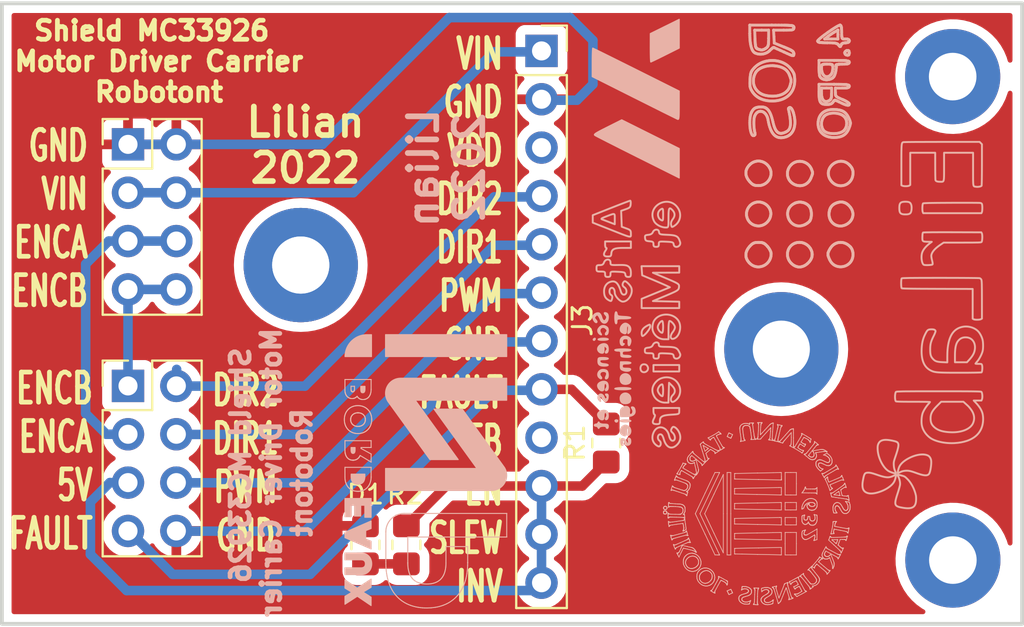
<source format=kicad_pcb>
(kicad_pcb (version 20211014) (generator pcbnew)
  (layers (0 "F.Cu" signal) (31 "B.Cu" signal) (34 "B.Paste" user) (35 "F.Paste" user) (36 "B.SilkS" user "B.Silkscreen") (37 "F.SilkS" user "F.Silkscreen") (38 "B.Mask" user) (39 "F.Mask" user) (44 "Edge.Cuts" user))
  (net 0 "")
  (net 1 "GND")
  (net 2 "DIR2")
  (net 3 "DIR1")
  (net 4 "PWM")
  (net 5 "ENCA")
  (net 6 "ENCB")
  (net 7 "FAULT")
  (net 8 "VIN")
  (net 9 "VDD")
  (net 10 "FB")
  (net 11 "VCC")
  (net 12 "unconnected-(J3-Pad7)")
  (net 13 "Net-(D1-Pad2)")
  (footprint "Connector_PinHeader_2.54mm:PinHeader_2x04_P2.54mm_Vertical" (layer "F.Cu") (at 55.825 73.66)
    (fp_text reference "J2" hide)
    (fp_text value "Conn_02x04_Odd_Even" hide)
  )
  (footprint "MountingHole:MountingHole_3mm_Pad" (layer "F.Cu") (at 64.9 80 -90)
    (fp_text reference "H1" hide)
    (fp_text value "MountingHole_Pad" hide)
  )
  (footprint "MountingHole:MountingHole_3mm_Pad" (layer "F.Cu") (at 90.1476 84.4196 -90)
    (fp_text reference "H2" hide)
    (fp_text value "MountingHole_Pad" hide)
  )
  (footprint "Resistor_SMD:R_0805_2012Metric_Pad1.20x1.40mm_HandSolder" (layer "F.Cu") (at 68.3 94.7 -90)
    (fp_text reference "D1")
    (fp_text value "LED" hide)
  )
  (footprint "MountingHole:MountingHole_2.5mm_Pad" (layer "F.Cu") (at 99.16 95.5)
    (fp_text reference "H2" hide)
    (fp_text value "MountingHole" hide)
  )
  (footprint "Connector_PinHeader_2.54mm:PinHeader_2x04_P2.54mm_Vertical" (layer "F.Cu") (at 55.825 86.35)
    (fp_text reference "J1" hide)
    (fp_text value "Conn_02x04_Odd_Even" hide)
  )
  (footprint "Resistor_SMD:R_0805_2012Metric_Pad1.20x1.40mm_HandSolder" (layer "F.Cu") (at 70.45 94.7 -90)
    (fp_text reference "R2")
    (fp_text value "R" hide)
  )
  (footprint "MountingHole:MountingHole_2.5mm_Pad" (layer "F.Cu") (at 99.15 70.1)
    (fp_text reference "H1" hide)
    (fp_text value "MountingHole" hide)
  )
  (footprint "Connector_PinSocket_2.54mm:PinSocket_1x12_P2.54mm_Vertical" (layer "F.Cu") (at 77.55 68.75)
    (fp_text reference "J3")
    (fp_text value "Conn_01x12" hide)
  )
  (footprint "" (layer "F.Cu") (at 64.9 80 -90)
    (fp_text reference "")
    (fp_text value "")
  )
  (footprint "Resistor_SMD:R_0805_2012Metric_Pad1.20x1.40mm_HandSolder" (layer "F.Cu") (at 80.95 89.35 90)
    (fp_text reference "R1")
    (fp_text value "10k")
  )
  (gr_line (start 88.761262 89.117461) (end 88.763738 89.120207) (layer "B.SilkS") (width 0.039999))
  (gr_line (start 90.780385 71.992886) (end 90.780393 71.992886) (layer "B.SilkS") (width 0.15))
  (gr_line (start 92.148473 90.610682) (end 92.159674 90.622632) (layer "B.SilkS") (width 0.039999))
  (gr_line (start 86.872158 89.757518) (end 86.872331 89.75775) (layer "B.SilkS") (width 0.039999))
  (gr_line (start 93.64109 92.114148) (end 93.641859 92.112754) (layer "B.SilkS") (width 0.039999))
  (gr_line (start 89.739049 67.66034) (end 89.739049 67.66034) (layer "B.SilkS") (width 0.15))
  (gr_line (start 85.171532 93.979037) (end 85.171929 93.97969) (layer "B.SilkS") (width 0.039999))
  (gr_line (start 90.926487 96.588672) (end 90.919641 96.590968) (layer "B.SilkS") (width 0.039999))
  (gr_line (start 93.534179 68.760394) (end 93.543724 68.753663) (layer "B.SilkS") (width 0.15))
  (gr_line (start 93.470905 91.477895) (end 93.471996 91.475841) (layer "B.SilkS") (width 0.039999))
  (gr_line (start 88.91086 88.28945) (end 88.91074 88.288988) (layer "B.SilkS") (width 0.039999))
  (gr_line (start 90.966733 97.410366) (end 90.964025 97.409435) (layer "B.SilkS") (width 0.039999))
  (gr_line (start 91.65462 97.021856) (end 91.654167 97.021597) (layer "B.SilkS") (width 0.039999))
  (gr_line (start 85.227805 91.928185) (end 85.228364 91.928701) (layer "B.SilkS") (width 0.039999))
  (gr_line (start 90.49038 75.030154) (end 90.502719 74.990663) (layer "B.SilkS") (width 0.15))
  (gr_line (start 93.759956 92.61905) (end 93.759956 92.61905) (layer "B.SilkS") (width 0.039999))
  (gr_line (start 91.630738 76.940533) (end 91.630738 76.940533) (layer "B.SilkS") (width 0.15))
  (gr_line (start 85.924039 95.608163) (end 85.92453 95.623559) (layer "B.SilkS") (width 0.039999))
  (gr_line (start 92.448065 89.737489) (end 92.463243 89.746323) (layer "B.SilkS") (width 0.039999))
  (gr_line (start 92.406687 90.930435) (end 92.406687 90.930435) (layer "B.SilkS") (width 0.039999))
  (gr_line (start 85.200884 91.914748) (end 85.204331 91.916038) (layer "B.SilkS") (width 0.039999))
  (gr_line (start 88.572284 97.074055) (end 88.574815 97.081076) (layer "B.SilkS") (width 0.039999))
  (gr_line (start 92.163616 95.346922) (end 92.180318 95.354175) (layer "B.SilkS") (width 0.039999))
  (gr_line (start 89.353687 74.682982) (end 89.383711 74.708545) (layer "B.SilkS") (width 0.15))
  (gr_line (start 85.923862 95.670678) (end 85.922938 95.68621) (layer "B.SilkS") (width 0.039999))
  (gr_line (start 91.757654 79.33105) (end 91.762663 79.356525) (layer "B.SilkS") (width 0.15))
  (gr_line (start 91.120627 96.356947) (end 91.120252 96.356842) (layer "B.SilkS") (width 0.039999))
  (gr_line (start 89.088088 97.562424) (end 89.088309 97.556209) (layer "B.SilkS") (width 0.039999))
  (gr_line (start 90.645502 96.771197) (end 90.643979 96.770231) (layer "B.SilkS") (width 0.039999))
  (gr_line (start 67.532394 88.02483) (end 67.537244 88.007398) (layer "B.SilkS") (width 0.052916))
  (gr_line (start 88.71667 96.978875) (end 88.716015 96.977687) (layer "B.SilkS") (width 0.039999))
  (gr_line (start 88.673844 88.298527) (end 88.673861 88.299021) (layer "B.SilkS") (width 0.039999))
  (gr_line (start 89.958128 89.275628) (end 89.941194 89.272273) (layer "B.SilkS") (width 0.039999))
  (gr_line (start 84.202518 93.27564) (end 84.202131 93.272613) (layer "B.SilkS") (width 0.039999))
  (gr_line (start 91.747433 92.267387) (end 91.773813 92.270965) (layer "B.SilkS") (width 0.039999))
  (gr_line (start 86.654059 97.2311) (end 86.653909 97.231543) (layer "B.SilkS") (width 0.039999))
  (gr_line (start 84.268887 93.702172) (end 84.266111 93.705207) (layer "B.SilkS") (width 0.039999))
  (gr_line (start 88.7213 97.772077) (end 88.724363 97.758648) (layer "B.SilkS") (width 0.039999))
  (gr_line (start 93.26 68.499569) (end 93.257075 68.504414) (layer "B.SilkS") (width 0.15))
  (gr_line (start 85.671428 91.019195) (end 85.671337 91.018829) (layer "B.SilkS") (width 0.039999))
  (gr_line (start 83.952997 93.012872) (end 83.952887 93.009573) (layer "B.SilkS") (width 0.039999))
  (gr_line (start 84.587367 94.907557) (end 84.587312 94.909409) (layer "B.SilkS") (width 0.039999))
  (gr_line (start 89.801411 97.151877) (end 89.775005 97.064909) (layer "B.SilkS") (width 0.039999))
  (gr_line (start 86.475451 96.768574) (end 86.461501 96.778881) (layer "B.SilkS") (width 0.039999))
  (gr_line (start 93.654425 92.329585) (end 93.648555 92.325778) (layer "B.SilkS") (width 0.039999))
  (gr_line (start 91.918165 93.322298) (end 91.919789 93.308974) (layer "B.SilkS") (width 0.039999))
  (gr_line (start 88.761769 69.960452) (end 88.741277 70.00896) (layer "B.SilkS") (width 0.15))
  (gr_line (start 86.083588 96.080134) (end 86.067946 96.086788) (layer "B.SilkS") (width 0.039999))
  (gr_line (start 89.723099 71.127633) (end 89.775564 71.125515) (layer "B.SilkS") (width 0.15))
  (gr_line (start 90.876857 97.015824) (end 90.876041 97.017283) (layer "B.SilkS") (width 0.039999))
  (gr_line (start 88.091538 96.901224) (end 88.092194 96.899938) (layer "B.SilkS") (width 0.039999))
  (gr_line (start 93.694431 75.676022) (end 93.653954 75.708658) (layer "B.SilkS") (width 0.15))
  (gr_line (start 91.892857 89.301779) (end 91.893082 89.298577) (layer "B.SilkS") (width 0.039999))
  (gr_line (start 89.569588 88.573342) (end 89.51352 88.632928) (layer "B.SilkS") (width 0.039999))
  (gr_line (start 85.769976 95.986629) (end 85.753426 96.000151) (layer "B.SilkS") (width 0.039999))
  (gr_line (start 90.724023 70.841338) (end 90.693827 70.892961) (layer "B.SilkS") (width 0.15))
  (gr_line (start 91.769259 93.448908) (end 91.776797 93.449075) (layer "B.SilkS") (width 0.039999))
  (gr_line (start 68.263228 87.055837) (end 68.285263 87.050558) (layer "B.SilkS") (width 0.052916))
  (gr_line (start 89.046591 88.912549) (end 89.049821 88.910642) (layer "B.SilkS") (width 0.039999))
  (gr_line (start 91.942278 93.599576) (end 91.936473 93.605774) (layer "B.SilkS") (width 0.039999))
  (gr_line (start 86.442603 97.1129) (end 86.442021 97.111551) (layer "B.SilkS") (width 0.039999))
  (gr_line (start 92.959548 92.073504) (end 93.056954 92.087098) (layer "B.SilkS") (width 0.039999))
  (gr_line (start 86.763062 88.824858) (end 86.818822 88.789654) (layer "B.SilkS") (width 0.039999))
  (gr_line (start 84.401289 93.24427) (end 84.372694 93.244052) (layer "B.SilkS") (width 0.039999))
  (gr_line (start 91.977381 90.101492) (end 91.974551 90.108282) (layer "B.SilkS") (width 0.039999))
  (gr_line (start 89.277205 97.544979) (end 89.273884 97.549661) (layer "B.SilkS") (width 0.039999))
  (gr_line (start 92.733784 77.645827) (end 92.716343 77.611747) (layer "B.SilkS") (width 0.15))
  (gr_line (start 92.580047 91.140716) (end 92.580386 91.140774) (layer "B.SilkS") (width 0.039999))
  (gr_line (start 84.585455 94.918084) (end 84.585192 94.918418) (layer "B.SilkS") (width 0.039999))
  (gr_line (start 91.792143 89.767529) (end 91.792111 89.767231) (layer "B.SilkS") (width 0.039999))
  (gr_line (start 86.508672 96.274971) (end 86.501461 96.255101) (layer "B.SilkS") (width 0.039999))
  (gr_line (start 91.691562 92.669154) (end 91.691562 92.669154) (layer "B.SilkS") (width 0.039999))
  (gr_line (start 93.60359 80.000267) (end 93.55796 80.024584) (layer "B.SilkS") (width 0.15))
  (gr_line (start 90.929599 97.285355) (end 90.939245 97.284689) (layer "B.SilkS") (width 0.039999))
  (gr_line (start 86.133838 90.357131) (end 86.134013 90.357383) (layer "B.SilkS") (width 0.039999))
  (gr_line (start 87.105359 89.582803) (end 87.109282 89.584069) (layer "B.SilkS") (width 0.039999))
  (gr_line (start 91.999576 92.007776) (end 91.997174 92.005448) (layer "B.SilkS") (width 0.039999))
  (gr_line (start 90.870443 97.024699) (end 90.870022 97.025083) (layer "B.SilkS") (width 0.039999))
  (gr_line (start 90.963471 96.432888) (end 90.985448 96.421418) (layer "B.SilkS") (width 0.039999))
  (gr_line (start 90.685878 97.4512) (end 90.685878 97.4512) (layer "B.SilkS") (width 0.039999))
  (gr_line (start 89.308928 97.704308) (end 89.318835 97.709777) (layer "B.SilkS") (width 0.039999))
  (gr_line (start 84.668761 95.120931) (end 84.669642 95.120649) (layer "B.SilkS") (width 0.039999))
  (gr_line (start 92.009423 93.47989) (end 92.002713 93.498617) (layer "B.SilkS") (width 0.039999))
  (gr_line (start 88.231927 89.219133) (end 88.161351 89.235224) (layer "B.SilkS") (width 0.039999))
  (gr_line (start 88.760059 89.115955) (end 88.761262 89.117461) (layer "B.SilkS") (width 0.039999))
  (gr_line (start 86.191791 89.887815) (end 86.191791 89.887815) (layer "B.SilkS") (width 0.039999))
  (gr_line (start 89.623231 97.050309) (end 89.626897 97.055952) (layer "B.SilkS") (width 0.039999))
  (gr_line (start 89.71905 68.576321) (end 89.708602 68.583018) (layer "B.SilkS") (width 0.15))
  (gr_line (start 93.422792 92.272909) (end 93.157145 92.232426) (layer "B.SilkS") (width 0.039999))
  (gr_line (start 89.436519 79.875036) (end 89.402996 79.909283) (layer "B.SilkS") (width 0.15))
  (gr_line (start 93.621694 92.31251) (end 93.613956 92.309603) (layer "B.SilkS") (width 0.039999))
  (gr_line (start 92.411391 91.153296) (end 92.410712 91.154857) (layer "B.SilkS") (width 0.039999))
  (gr_line (start 93.710054 92.453195) (end 93.710882 92.453669) (layer "B.SilkS") (width 0.039999))
  (gr_line (start 93.714534 70.603839) (end 93.714534 70.603839) (layer "B.SilkS") (width 0.15))
  (gr_line (start 93.286028 73.028168) (end 93.316537 73.014917) (layer "B.SilkS") (width 0.15))
  (gr_line (start 91.859519 94.19925) (end 91.818296 94.2249) (layer "B.SilkS") (width 0.039999))
  (gr_line (start 91.679873 93.4058) (end 91.685728 93.411772) (layer "B.SilkS") (width 0.039999))
  (gr_line (start 92.134253 69.82505) (end 92.130359 69.754042) (layer "B.SilkS") (width 0.15))
  (gr_line (start 85.110972 93.608592) (end 85.125028 93.705663) (layer "B.SilkS") (width 0.039999))
  (gr_line (start 92.54328 73.236943) (end 92.503544 73.221169) (layer "B.SilkS") (width 0.15))
  (gr_line (start 92.689481 94.306869) (end 92.689481 94.306869) (layer "B.SilkS") (width 0.039999))
  (gr_line (start 84.424595 91.601811) (end 84.425241 91.601415) (layer "B.SilkS") (width 0.039999))
  (gr_line (start 93.528092 92.420682) (end 93.56294 92.42649) (layer "B.SilkS") (width 0.039999))
  (gr_line (start 90.08751 89.311838) (end 90.073171 89.307065) (layer "B.SilkS") (width 0.039999))
  (gr_line (start 92.5696 91.146069) (end 92.572319 91.144347) (layer "B.SilkS") (width 0.039999))
  (gr_line (start 93.587356 92.142913) (end 93.587356 92.142913) (layer "B.SilkS") (width 0.039999))
  (gr_line (start 93.239659 70.506691) (end 93.32386 70.508496) (layer "B.SilkS") (width 0.15))
  (gr_line (start 85.248256 94.571163) (end 85.248256 94.571163) (layer "B.SilkS") (width 0.039999))
  (gr_line (start 93.627075 68.974096) (end 93.620404 68.973696) (layer "B.SilkS") (width 0.15))
  (gr_line (start 92.420863 95.152555) (end 92.41884 95.161003) (layer "B.SilkS") (width 0.039999))
  (gr_line (start 93.74148 72.709483) (end 93.726215 72.751981) (layer "B.SilkS") (width 0.15))
  (gr_line (start 93.056954 92.087098) (end 93.056954 92.087098) (layer "B.SilkS") (width 0.039999))
  (gr_line (start 89.973582 88.456734) (end 89.973491 88.451955) (layer "B.SilkS") (width 0.039999))
  (gr_line (start 86.544312 97.179906) (end 86.506568 97.157235) (layer "B.SilkS") (width 0.039999))
  (gr_line (start 93.686964 92.223273) (end 93.686964 92.223273) (layer "B.SilkS") (width 0.039999))
  (gr_line (start 84.78573 92.701225) (end 84.759414 92.699404) (layer "B.SilkS") (width 0.039999))
  (gr_line (start 84.68584 95.123629) (end 84.688615 95.124684) (layer "B.SilkS") (width 0.039999))
  (gr_line (start 84.989799 92.608011) (end 85.00048 92.614988) (layer "B.SilkS") (width 0.039999))
  (gr_line (start 68.545984 87.758697) (end 68.5292 87.72803) (layer "B.SilkS") (width 0.052916))
  (gr_line (start 89.137842 71.026042) (end 89.184004 71.045392) (layer "B.SilkS") (width 0.15))
  (gr_line (start 90.144864 94.836298) (end 90.144864 94.836321) (layer "B.SilkS") (width 0.039999))
  (gr_line (start 92.692879 90.248159) (end 92.692879 90.248159) (layer "B.SilkS") (width 0.039999))
  (gr_line (start 92.976324 90.588023) (end 92.980485 90.583962) (layer "B.SilkS") (width 0.039999))
  (gr_line (start 93.766085 92.68882) (end 93.766349 92.703588) (layer "B.SilkS") (width 0.039999))
  (gr_line (start 90.532172 71.770107) (end 90.534081 71.766396) (layer "B.SilkS") (width 0.15))
  (gr_line (start 88.91768 88.299218) (end 88.916564 88.298094) (layer "B.SilkS") (width 0.039999))
  (gr_line (start 93.316715 92.939891) (end 93.305645 92.923555) (layer "B.SilkS") (width 0.039999))
  (gr_line (start 87.276781 96.585926) (end 87.276781 96.585926) (layer "B.SilkS") (width 0.039999))
  (gr_line (start 86.125142 90.345545) (end 86.125904 90.345862) (layer "B.SilkS") (width 0.039999))
  (gr_line (start 90.611679 67.654097) (end 90.560991 67.656733) (layer "B.SilkS") (width 0.15))
  (gr_line (start 88.574815 97.081076) (end 88.577151 97.088358) (layer "B.SilkS") (width 0.039999))
  (gr_line (start 84.6455 91.08693) (end 84.645579 91.088505) (layer "B.SilkS") (width 0.039999))
  (gr_line (start 92.944814 91.278394) (end 93.149852 91.19047) (layer "B.SilkS") (width 0.039999))
  (gr_line (start 72.987327 97.513298) (end 73.06086 97.442617) (layer "B.SilkS") (width 0.052916))
  (gr_line (start 92.983512 71.343013) (end 92.975195 71.34217) (layer "B.SilkS") (width 0.15))
  (gr_line (start 93.25418 68.508613) (end 93.251295 68.512166) (layer "B.SilkS") (width 0.15))
  (gr_line (start 91.295036 89.734095) (end 91.301711 89.734623) (layer "B.SilkS") (width 0.039999))
  (gr_line (start 93.708417 92.452601) (end 93.710054 92.453195) (layer "B.SilkS") (width 0.039999))
  (gr_line (start 93.637794 70.536111) (end 93.651517 70.540006) (layer "B.SilkS") (width 0.15))
  (gr_line (start 87.298289 96.804584) (end 87.297422 96.804073) (layer "B.SilkS") (width 0.039999))
  (gr_line (start 85.081809 92.95216) (end 85.07887 92.96185) (layer "B.SilkS") (width 0.039999))
  (gr_line (start 91.232789 93.454038) (end 91.231438 93.448342) (layer "B.SilkS") (width 0.039999))
  (gr_line (start 68.420738 86.982703) (end 68.43727 86.96877) (layer "B.SilkS") (width 0.052916))
  (gr_line (start 91.242746 93.194283) (end 91.24505 93.186443) (layer "B.SilkS") (width 0.039999))
  (gr_line (start 92.449406 95.269777) (end 92.453558 95.273885) (layer "B.SilkS") (width 0.039999))
  (gr_line (start 69.41161 96.209139) (end 69.434541 96.3398) (layer "B.SilkS") (width 0.052916))
  (gr_line (start 92.814863 90.350837) (end 92.813009 90.360819) (layer "B.SilkS") (width 0.039999))
  (gr_line (start 85.156185 91.793048) (end 85.167804 91.781077) (layer "B.SilkS") (width 0.039999))
  (gr_line (start 67.560566 86.619288) (end 67.557832 86.613134) (layer "B.SilkS") (width 0.052916))
  (gr_line (start 92.459657 95.070738) (end 92.452445 95.082956) (layer "B.SilkS") (width 0.039999))
  (gr_line (start 85.387891 90.272302) (end 85.392341 90.275891) (layer "B.SilkS") (width 0.039999))
  (gr_line (start 91.086283 96.882494) (end 91.083592 96.882787) (layer "B.SilkS") (width 0.039999))
  (gr_line (start 92.110549 90.236209) (end 92.125188 90.232332) (layer "B.SilkS") (width 0.039999))
  (gr_line (start 92.959997 71.34258) (end 92.95301 71.343835) (layer "B.SilkS") (width 0.15))
  (gr_line (start 93.003253 93.532293) (end 93.000069 93.537748) (layer "B.SilkS") (width 0.039999))
  (gr_line (start 90.813491 69.957275) (end 90.819545 69.975438) (layer "B.SilkS") (width 0.15))
  (gr_line (start 91.224605 88.877322) (end 91.224084 88.870514) (layer "B.SilkS") (width 0.039999))
  (gr_line (start 91.607739 92.585693) (end 91.608789 92.59025) (layer "B.SilkS") (width 0.039999))
  (gr_line (start 88.23174 97.265078) (end 88.251533 97.259159) (layer "B.SilkS") (width 0.039999))
  (gr_line (start 93.65672 94.062855) (end 93.655907 94.065142) (layer "B.SilkS") (width 0.039999))
  (gr_line (start 91.898566 94.176517) (end 91.898566 94.176517) (layer "B.SilkS") (width 0.039999))
  (gr_line (start 88.678775 70.343651) (end 88.680949 70.38978) (layer "B.SilkS") (width 0.15))
  (gr_line (start 91.255782 92.808216) (end 91.248044 92.811525) (layer "B.SilkS") (width 0.039999))
  (gr_line (start 67.79595 90.226488) (end 67.80953 90.221123) (layer "B.SilkS") (width 0.052916))
  (gr_line (start 93.612027 68.131213) (end 93.620748 68.133054) (layer "B.SilkS") (width 0.15))
  (gr_line (start 92.910463 92.581291) (end 92.91666 92.571593) (layer "B.SilkS") (width 0.039999))
  (gr_line (start 93.593172 92.872508) (end 93.599841 92.867097) (layer "B.SilkS") (width 0.039999))
  (gr_line (start 88.945092 88.327444) (end 88.94373 88.325053) (layer "B.SilkS") (width 0.039999))
  (gr_line (start 67.906379 87.384417) (end 67.906379 87.384417) (layer "B.SilkS") (width 0.052916))
  (gr_line (start 84.119217 92.954209) (end 84.119217 92.954209) (layer "B.SilkS") (width 0.039999))
  (gr_line (start 93.596629 94.248751) (end 93.598096 94.248004) (layer "B.SilkS") (width 0.039999))
  (gr_line (start 91.40883 94.187894) (end 91.414123 94.188482) (layer "B.SilkS") (width 0.039999))
  (gr_line (start 87.298668 96.804714) (end 87.298289 96.804584) (layer "B.SilkS") (width 0.039999))
  (gr_line (start 92.288241 71.218044) (end 92.295704 71.240007) (layer "B.SilkS") (width 0.15))
  (gr_line (start 84.815141 90.966432) (end 84.815319 90.970292) (layer "B.SilkS") (width 0.039999))
  (gr_line (start 93.146455 90.718872) (end 93.147178 90.720926) (layer "B.SilkS") (width 0.039999))
  (gr_line (start 93.258228 80.092725) (end 93.206626 80.090513) (layer "B.SilkS") (width 0.15))
  (gr_line (start 86.873257 89.759865) (end 86.873283 89.760096) (layer "B.SilkS") (width 0.039999))
  (gr_line (start 85.303257 90.394724) (end 85.296573 90.390074) (layer "B.SilkS") (width 0.039999))
  (gr_line (start 93.306788 91.088777) (end 93.307293 91.087031) (layer "B.SilkS") (width 0.039999))
  (gr_line (start 85.853998 96.322357) (end 85.849201 96.339092) (layer "B.SilkS") (width 0.039999))
  (gr_line (start 91.99718 96.544284) (end 91.995541 96.532592) (layer "B.SilkS") (width 0.039999))
  (gr_line (start 93.146477 69.453173) (end 93.131847 69.454738) (layer "B.SilkS") (width 0.15))
  (gr_line (start 90.646952 96.771878) (end 90.645502 96.771197) (layer "B.SilkS") (width 0.039999))
  (gr_line (start 93.756076 92.598936) (end 93.759957 92.61905) (layer "B.SilkS") (width 0.039999))
  (gr_line (start 91.46115 97.14522) (end 91.461166 97.145618) (layer "B.SilkS") (width 0.039999))
  (gr_line (start 85.206489 95.204877) (end 85.225975 95.193347) (layer "B.SilkS") (width 0.039999))
  (gr_line (start 88.641792 88.364114) (end 88.641195 88.369151) (layer "B.SilkS") (width 0.039999))
  (gr_line (start 84.38893 94.219353) (end 84.394279 94.220115) (layer "B.SilkS") (width 0.039999))
  (gr_line (start 84.349266 94.201431) (end 84.350145 94.201953) (layer "B.SilkS") (width 0.039999))
  (gr_line (start 88.955987 96.978957) (end 88.956446 96.979402) (layer "B.SilkS") (width 0.039999))
  (gr_line (start 85.244659 96.029265) (end 85.217191 96.011176) (layer "B.SilkS") (width 0.039999))
  (gr_line (start 92.817469 91.726317) (end 92.819274 91.72709) (layer "B.SilkS") (width 0.039999))
  (gr_line (start 92.614283 96.020923) (end 92.614283 96.020923) (layer "B.SilkS") (width 0.039999))
  (gr_line (start 85.144773 95.50542) (end 85.138172 95.520133) (layer "B.SilkS") (width 0.039999))
  (gr_line (start 91.249813 93.504184) (end 91.244943 93.492029) (layer "B.SilkS") (width 0.039999))
  (gr_line (start 85.50009 91.161912) (end 85.498514 91.158897) (layer "B.SilkS") (width 0.039999))
  (gr_line (start 91.460928 97.144067) (end 91.461031 97.144444) (layer "B.SilkS") (width 0.039999))
  (gr_line (start 92.852813 95.945539) (end 92.851946 95.946045) (layer "B.SilkS") (width 0.039999))
  (gr_line (start 93.305544 91.966553) (end 93.330259 92.065114) (layer "B.SilkS") (width 0.039999))
  (gr_line (start 85.736281 96.012854) (end 85.718575 96.02472) (layer "B.SilkS") (width 0.039999))
  (gr_line (start 93.553022 91.66604) (end 93.55552 91.677293) (layer "B.SilkS") (width 0.039999))
  (gr_line (start 92.790484 92.168747) (end 92.788135 92.162043) (layer "B.SilkS") (width 0.039999))
  (gr_line (start 86.928895 96.640929) (end 86.828875 96.81962) (layer "B.SilkS") (width 0.039999))
  (gr_line (start 89.94065 73.009902) (end 89.961013 73.026676) (layer "B.SilkS") (width 0.15))
  (gr_line (start 89.759303 89.211256) (end 89.759806 89.211227) (layer "B.SilkS") (width 0.039999))
  (gr_line (start 93.401065 71.930353) (end 93.423282 71.943392) (layer "B.SilkS") (width 0.15))
  (gr_line (start 84.65547 91.10997) (end 84.658717 91.114306) (layer "B.SilkS") (width 0.039999))
  (gr_line (start 88.911011 88.289927) (end 88.91086 88.28945) (layer "B.SilkS") (width 0.039999))
  (gr_line (start 85.163328 93.9767) (end 85.16414 93.976548) (layer "B.SilkS") (width 0.039999))
  (gr_line (start 89.174745 96.965621) (end 89.193784 96.960665) (layer "B.SilkS") (width 0.039999))
  (gr_line (start 93.539147 91.683789) (end 93.537241 91.682754) (layer "B.SilkS") (width 0.039999))
  (gr_line (start 89.454465 97.228729) (end 89.461857 97.220526) (layer "B.SilkS") (width 0.039999))
  (gr_line (start 93.295732 77.946743) (end 93.256689 77.948367) (layer "B.SilkS") (width 0.15))
  (gr_line (start 91.420122 89.417953) (end 91.420502 89.418215) (layer "B.SilkS") (width 0.039999))
  (gr_line (start 86.171652 90.33307) (end 86.169656 90.334488) (layer "B.SilkS") (width 0.039999))
  (gr_line (start 92.700654 71.546606) (end 92.676047 71.551705) (layer "B.SilkS") (width 0.15))
  (gr_line (start 87.09892 91.010824) (end 87.09892 91.010824) (layer "B.SilkS") (width 0.039999))
  (gr_line (start 90.539169 69.574412) (end 90.583749 69.618905) (layer "B.SilkS") (width 0.15))
  (gr_line (start 84.593722 91.286208) (end 84.590705 91.286388) (layer "B.SilkS") (width 0.039999))
  (gr_line (start 92.855028 95.943208) (end 92.853844 95.944586) (layer "B.SilkS") (width 0.039999))
  (gr_line (start 88.807575 71.735624) (end 88.841535 71.723997) (layer "B.SilkS") (width 0.15))
  (gr_line (start 92.813561 91.724882) (end 92.813561 91.724882) (layer "B.SilkS") (width 0.039999))
  (gr_line (start 85.508403 91.187202) (end 85.507408 91.182963) (layer "B.SilkS") (width 0.039999))
  (gr_line (start 91.516964 92.514653) (end 91.499432 92.524002) (layer "B.SilkS") (width 0.039999))
  (gr_line (start 86.174583 96.718702) (end 86.188908 96.71699) (layer "B.SilkS") (width 0.039999))
  (gr_line (start 90.129909 88.512394) (end 90.127231 88.518659) (layer "B.SilkS") (width 0.039999))
  (gr_line (start 85.027182 91.842792) (end 85.033536 91.843192) (layer "B.SilkS") (width 0.039999))
  (gr_line (start 84.850351 92.712677) (end 84.838281 92.709666) (layer "B.SilkS") (width 0.039999))
  (gr_line (start 92.097475 90.455884) (end 92.096077 90.459736) (layer "B.SilkS") (width 0.039999))
  (gr_line (start 92.536786 89.81572) (end 92.534387 89.815414) (layer "B.SilkS") (width 0.039999))
  (gr_line (start 93.309838 80.090952) (end 93.258228 80.092725) (layer "B.SilkS") (width 0.15))
  (gr_line (start 89.239311 78.862459) (end 89.251828 78.869714) (layer "B.SilkS") (width 0.15))
  (gr_line (start 85.096836 94.038655) (end 85.102411 94.036027) (layer "B.SilkS") (width 0.039999))
  (gr_line (start 87.048242 89.526359) (end 87.068085 89.556971) (layer "B.SilkS") (width 0.039999))
  (gr_line (start 88.95424 96.977729) (end 88.955465 96.978531) (layer "B.SilkS") (width 0.039999))
  (gr_line (start 84.346117 93.509574) (end 84.424855 93.499488) (layer "B.SilkS") (width 0.039999))
  (gr_line (start 92.370844 89.702112) (end 92.386237 89.707924) (layer "B.SilkS") (width 0.039999))
  (gr_line (start 85.954657 96.163353) (end 85.942423 96.175539) (layer "B.SilkS") (width 0.039999))
  (gr_line (start 93.658955 92.994117) (end 93.648447 93.003469) (layer "B.SilkS") (width 0.039999))
  (gr_line (start 90.614261 71.729603) (end 90.619754 71.731205) (layer "B.SilkS") (width 0.15))
  (gr_line (start 84.994629 93.105886) (end 84.994629 93.105886) (layer "B.SilkS") (width 0.039999))
  (gr_line (start 93.307881 91.083739) (end 93.307956 91.082202) (layer "B.SilkS") (width 0.039999))
  (gr_line (start 91.73291 93.667574) (end 91.723584 93.666374) (layer "B.SilkS") (width 0.039999))
  (gr_line (start 91.987965 90.065669) (end 91.986328 90.073071) (layer "B.SilkS") (width 0.039999))
  (gr_line (start 87.6935 92.523795) (end 87.6935 92.523795) (layer "B.SilkS") (width 0.039999))
  (gr_line (start 91.712246 96.989119) (end 91.704251 96.994579) (layer "B.SilkS") (width 0.039999))
  (gr_line (start 90.58987 70.626725) (end 90.602035 70.587914) (layer "B.SilkS") (width 0.15))
  (gr_line (start 92.976324 90.588023) (end 92.976324 90.588023) (layer "B.SilkS") (width 0.039999))
  (gr_line (start 88.9 95.201101) (end 88.08491 95.185198) (layer "B.SilkS") (width 0.039999))
  (gr_line (start 92.146507 96.484021) (end 92.146507 96.484021) (layer "B.SilkS") (width 0.039999))
  (gr_line (start 85.636422 91.032491) (end 85.615994 91.068062) (layer "B.SilkS") (width 0.039999))
  (gr_line (start 92.583543 91.191612) (end 92.583538 91.201023) (layer "B.SilkS") (width 0.039999))
  (gr_line (start 93.411933 80.07571) (end 93.361169 80.085259) (layer "B.SilkS") (width 0.15))
  (gr_line (start 88.688519 97.833968) (end 88.687009 97.8334) (layer "B.SilkS") (width 0.039999))
  (gr_line (start 92.952459 68.338941) (end 92.912942 68.333985) (layer "B.SilkS") (width 0.15))
  (gr_line (start 91.448995 97.138134) (end 91.448995 97.138134) (layer "B.SilkS") (width 0.039999))
  (gr_line (start 88.235722 89.198568) (end 88.236877 89.199454) (layer "B.SilkS") (width 0.039999))
  (gr_line (start 88.79238 89.143324) (end 88.792913 89.144204) (layer "B.SilkS") (width 0.039999))
  (gr_line (start 83.95349 92.993366) (end 83.953876 92.98893) (layer "B.SilkS") (width 0.039999))
  (gr_line (start 92.203249 71.437313) (end 92.192732 71.418392) (layer "B.SilkS") (width 0.15))
  (gr_line (start 86.149012 90.334913) (end 86.148802 90.334921) (layer "B.SilkS") (width 0.039999))
  (gr_line (start 91.577583 89.994282) (end 91.577583 89.994282) (layer "B.SilkS") (width 0.039999))
  (gr_line (start 89.493311 89.178071) (end 89.490882 89.177028) (layer "B.SilkS") (width 0.039999))
  (gr_line (start 88.801029 68.521584) (end 88.80536 68.536531) (layer "B.SilkS") (width 0.15))
  (gr_line (start 91.897676 95.894753) (end 91.897721 95.89567) (layer "B.SilkS") (width 0.039999))
  (gr_line (start 91.872915 89.946736) (end 91.872391 89.938956) (layer "B.SilkS") (width 0.039999))
  (gr_line (start 86.49273 96.235683) (end 86.482575 96.216802) (layer "B.SilkS") (width 0.039999))
  (gr_line (start 84.950446 94.732905) (end 84.950945 94.732685) (layer "B.SilkS") (width 0.039999))
  (gr_line (start 85.674136 91.023203) (end 85.673837 91.02296) (layer "B.SilkS") (width 0.039999))
  (gr_line (start 93.246021 95.208288) (end 93.247064 95.208389) (layer "B.SilkS") (width 0.039999))
  (gr_line (start 92.546201 90.533346) (end 92.534363 90.530044) (layer "B.SilkS") (width 0.039999))
  (gr_line (start 92.190459 90.228117) (end 92.200787 90.229291) (layer "B.SilkS") (width 0.039999))
  (gr_line (start 85.613722 94.972462) (end 85.624148 94.987451) (layer "B.SilkS") (width 0.039999))
  (gr_line (start 88.857667 89.142264) (end 88.857667 89.142264) (layer "B.SilkS") (width 0.039999))
  (gr_line (start 91.676503 77.620586) (end 91.658693 77.658307) (layer "B.SilkS") (width 0.15))
  (gr_line (start 92.180976 90.393838) (end 92.175382 90.394325) (layer "B.SilkS") (width 0.039999))
  (gr_line (start 88.553288 89.170212) (end 88.552541 89.169632) (layer "B.SilkS") (width 0.039999))
  (gr_line (start 85.014718 93.886371) (end 85.017372 93.875173) (layer "B.SilkS") (width 0.039999))
  (gr_line (start 91.225014 88.890639) (end 91.224915 88.884035) (layer "B.SilkS") (width 0.039999))
  (gr_line (start 91.034585 76.700035) (end 91.06203 76.697006) (layer "B.SilkS") (width 0.15))
  (gr_line (start 89.75905 67.999585) (end 89.77905 68.33883) (layer "B.SilkS") (width 0.15))
  (gr_line (start 93.827463 77.624066) (end 93.809383 77.652439) (layer "B.SilkS") (width 0.15))
  (gr_line (start 72.475853 97.837886) (end 72.568932 97.795473) (layer "B.SilkS") (width 0.052916))
  (gr_line (start 84.658717 91.114306) (end 84.662301 91.118649) (layer "B.SilkS") (width 0.039999))
  (gr_line (start 93.018293 90.517528) (end 93.018694 90.517177) (layer "B.SilkS") (width 0.039999))
  (gr_line (start 91.450912 93.403993) (end 91.459727 93.401879) (layer "B.SilkS") (width 0.039999))
  (gr_line (start 92.615118 75.172084) (end 92.618529 75.117174) (layer "B.SilkS") (width 0.15))
  (gr_line (start 93.083219 69.462878) (end 93.073434 69.465411) (layer "B.SilkS") (width 0.15))
  (gr_line (start 84.244125 92.476684) (end 84.245728 92.477805) (layer "B.SilkS") (width 0.039999))
  (gr_line (start 91.820087 92.485053) (end 91.812096 92.482893) (layer "B.SilkS") (width 0.039999))
  (gr_line (start 89.391437 71.100953) (end 89.448414 71.11021) (layer "B.SilkS") (width 0.15))
  (gr_line (start 91.653624 89.305747) (end 91.652824 89.304605) (layer "B.SilkS") (width 0.039999))
  (gr_line (start 84.542 91.302881) (end 84.541361 91.302861) (layer "B.SilkS") (width 0.039999))
  (gr_line (start 85.006279 93.689481) (end 84.99963 93.657123) (layer "B.SilkS") (width 0.039999))
  (gr_line (start 91.227009 97.277522) (end 91.227009 97.277522) (layer "B.SilkS") (width 0.039999))
  (gr_line (start 90.229224 89.333565) (end 90.224563 89.343101) (layer "B.SilkS") (width 0.039999))
  (gr_line (start 90.786278 89.547051) (end 90.786471 89.550421) (layer "B.SilkS") (width 0.039999))
  (gr_line (start 92.266931 95.927721) (end 92.266931 95.927721) (layer "B.SilkS") (width 0.039999))
  (gr_line (start 91.971486 90.114939) (end 91.968188 90.121458) (layer "B.SilkS") (width 0.039999))
  (gr_poly (pts (xy 100.219321 88.305439) (xy 100.205597 88.334686) (xy 100.189938 88.363175) (xy 100.172385 88.390891) (xy 100.152979 88.417816) (xy 100.131762 88.443935) (xy 100.108776 88.469229) (xy 100.084062 88.493684) (xy 100.057661 88.517281) (xy 100.029616 88.540005) (xy 99.999968 88.561839) (xy 99.968759 88.582766) (xy 99.936029 88.602769) (xy 99.901822 88.621832) (xy 99.866177 88.639938) (xy 99.829137 88.65707) (xy 99.790744 88.673213) (xy 99.751038 88.688348) (xy 99.710062 88.702461) (xy 99.667857 88.715533) (xy 99.624465 88.727548) (xy 99.579927 88.73849) (xy 99.534284 88.748342) (xy 99.48758 88.757087) (xy 99.439854 88.764709) (xy 99.391148 88.771191) (xy 99.341505 88.776516) (xy 99.290965 88.780668) (xy 99.239571 88.78363) (xy 99.187363 88.785385) (xy 99.134384 88.785917) (xy 99.080675 88.785209) (xy 99.026277 88.783245) (xy 98.951825 88.778883) (xy 98.880754 88.773007) (xy 98.812951 88.765582) (xy 98.748307 88.756571) (xy 98.686711 88.74594) (xy 98.628051 88.733653) (xy 98.572217 88.719675) (xy 98.519097 88.703969) (xy 98.468581 88.686501) (xy 98.420558 88.667235) (xy 98.374917 88.646135) (xy 98.331547 88.623166) (xy 98.290337 88.598293) (xy 98.251177 88.571479) (xy 98.213954 88.54269) (xy 98.178559 88.51189) (xy 98.153625 88.488033) (xy 98.130711 88.464234) (xy 98.109759 88.440354) (xy 98.090712 88.416256) (xy 98.073511 88.391801) (xy 98.058098 88.366851) (xy 98.044417 88.341267) (xy 98.032408 88.31491) (xy 98.022015 88.287643) (xy 98.013179 88.259327) (xy 98.005843 88.229824) (xy 97.999949 88.198994) (xy 97.995439 88.166701) (xy 97.992255 88.132805) (xy 97.99034 88.097169) (xy 97.989635 88.059653) (xy 97.990445 88.014209) (xy 97.993277 87.970742) (xy 97.998299 87.928927) (xy 98.005682 87.888439) (xy 98.015593 87.848954) (xy 98.028203 87.810148) (xy 98.043681 87.771695) (xy 98.062196 87.733271) (xy 98.083917 87.694552) (xy 98.109013 87.655214) (xy 98.137655 87.614931) (xy 98.17001 87.573379) (xy 98.206249 87.530234) (xy 98.24654 87.485171) (xy 98.291053 87.437865) (xy 98.339957 87.387993) (xy 98.545897 87.181618) (xy 99.129821 87.181618) (xy 99.713747 87.181618) (xy 99.835678 87.291656) (xy 99.885435 87.336608) (xy 99.923787 87.371625) (xy 99.953641 87.399712) (xy 99.96629 87.412097) (xy 99.977905 87.423877) (xy 99.988849 87.435429) (xy 99.999486 87.447127) (xy 100.021291 87.472468) (xy 100.046228 87.502908) (xy 100.077204 87.541452) (xy 100.113683 87.58923) (xy 100.146482 87.636999) (xy 100.1756 87.684761) (xy 100.201039 87.732515) (xy 100.222797 87.780265) (xy 100.240876 87.828009) (xy 100.255275 87.87575) (xy 100.265995 87.923489) (xy 100.273035 87.971226) (xy 100.276397 88.018963) (xy 100.27608 88.066701) (xy 100.272084 88.11444) (xy 100.264411 88.162183) (xy 100.253059 88.209929) (xy 100.238029 88.257681) (xy 100.219321 88.305439)) (layer "B.SilkS") (width 0.1) (fill none))
  (gr_line (start 84.399803 94.220668) (end 84.405476 94.221008) (layer "B.SilkS") (width 0.039999))
  (gr_line (start 67.649661 87.425846) (end 67.616586 87.438193) (layer "B.SilkS") (width 0.052916))
  (gr_line (start 91.699836 89.135935) (end 91.703378 89.138833) (layer "B.SilkS") (width 0.039999))
  (gr_line (start 88.586222 77.832249) (end 88.549963 77.805142) (layer "B.SilkS") (width 0.15))
  (gr_line (start 85.153193 93.989831) (end 85.153423 93.988441) (layer "B.SilkS") (width 0.039999))
  (gr_line (start 93.696423 93.818163) (end 93.696423 93.818163) (layer "B.SilkS") (width 0.039999))
  (gr_line (start 93.327627 94.872397) (end 93.331368 94.874342) (layer "B.SilkS") (width 0.039999))
  (gr_line (start 90.358656 88.93605) (end 90.443246 88.840401) (layer "B.SilkS") (width 0.039999))
  (gr_line (start 71.520588 96.757544) (end 71.415206 96.754193) (layer "B.SilkS") (width 0.052916))
  (gr_line (start 93.670381 92.136288) (end 93.678174 92.175431) (layer "B.SilkS") (width 0.039999))
  (gr_line (start 92.753665 90.480615) (end 92.747245 90.487294) (layer "B.SilkS") (width 0.039999))
  (gr_line (start 88.914746 88.283672) (end 88.917471 88.282939) (layer "B.SilkS") (width 0.039999))
  (gr_line (start 91.590967 75.614551) (end 91.571485 75.63666) (layer "B.SilkS") (width 0.15))
  (gr_line (start 92.607117 90.371967) (end 92.612009 90.370888) (layer "B.SilkS") (width 0.039999))
  (gr_line (start 89.75387 89.213832) (end 89.754102 89.213544) (layer "B.SilkS") (width 0.039999))
  (gr_line (start 85.019627 93.404403) (end 85.024478 93.401674) (layer "B.SilkS") (width 0.039999))
  (gr_line (start 68.595564 86.588412) (end 68.597471 86.527697) (layer "B.SilkS") (width 0.052916))
  (gr_line (start 67.957668 90.109179) (end 67.966679 90.097491) (layer "B.SilkS") (width 0.052916))
  (gr_line (start 84.36134 92.528913) (end 84.41381 92.53306) (layer "B.SilkS") (width 0.039999))
  (gr_line (start 85.994539 95.942152) (end 86.015306 95.935012) (layer "B.SilkS") (width 0.039999))
  (gr_line (start 91.453518 92.344377) (end 91.467403 92.334857) (layer "B.SilkS") (width 0.039999))
  (gr_line (start 73.578908 96.465286) (end 73.60664 96.3398) (layer "B.SilkS") (width 0.052916))
  (gr_line (start 91.590196 90.008616) (end 91.596557 90.014714) (layer "B.SilkS") (width 0.039999))
  (gr_line (start 85.159235 92.092649) (end 85.156686 92.088679) (layer "B.SilkS") (width 0.039999))
  (gr_line (start 89.66858 89.0948) (end 89.669061 89.103376) (layer "B.SilkS") (width 0.039999))
  (gr_line (start 91.732083 95.857439) (end 91.732233 95.858963) (layer "B.SilkS") (width 0.039999))
  (gr_line (start 91.448996 97.138134) (end 91.448996 97.138134) (layer "B.SilkS") (width 0.039999))
  (gr_line (start 91.996771 96.596822) (end 91.99762 96.587989) (layer "B.SilkS") (width 0.039999))
  (gr_line (start 93.054736 80.059309) (end 93.006034 80.040501) (layer "B.SilkS") (width 0.15))
  (gr_line (start 93.385989 68.345233) (end 93.378016 68.348618) (layer "B.SilkS") (width 0.15))
  (gr_line (start 91.727806 95.849612) (end 91.728128 95.849634) (layer "B.SilkS") (width 0.039999))
  (gr_line (start 84.256546 93.251132) (end 84.254034 93.25214) (layer "B.SilkS") (width 0.039999))
  (gr_line (start 93.704049 68.775903) (end 93.706072 68.781789) (layer "B.SilkS") (width 0.15))
  (gr_line (start 86.442225 97.110221) (end 86.442383 97.109786) (layer "B.SilkS") (width 0.039999))
  (gr_line (start 85.110972 93.608592) (end 85.110972 93.608592) (layer "B.SilkS") (width 0.039999))
  (gr_line (start 92.726421 90.505421) (end 92.718976 90.510789) (layer "B.SilkS") (width 0.039999))
  (gr_line (start 89.735712 68.567765) (end 89.728123 68.571207) (layer "B.SilkS") (width 0.15))
  (gr_line (start 93.55654 92.890259) (end 93.564236 92.887994) (layer "B.SilkS") (width 0.039999))
  (gr_line (start 89.567595 77.122489) (end 89.578793 77.15926) (layer "B.SilkS") (width 0.15))
  (gr_line (start 93.609414 94.246134) (end 93.609414 94.246134) (layer "B.SilkS") (width 0.039999))
  (gr_line (start 85.069885 93.358969) (end 85.070555 93.358911) (layer "B.SilkS") (width 0.039999))
  (gr_line (start 92.391622 72.952008) (end 92.391622 72.952008) (layer "B.SilkS") (width 0.15))
  (gr_line (start 93.352893 94.997746) (end 93.332219 95.042744) (layer "B.SilkS") (width 0.039999))
  (gr_line (start 92.918069 92.066884) (end 92.929539 92.06899) (layer "B.SilkS") (width 0.039999))
  (gr_line (start 86.49271 89.105523) (end 86.482688 89.112454) (layer "B.SilkS") (width 0.039999))
  (gr_line (start 85.617394 95.175476) (end 85.627733 95.180152) (layer "B.SilkS") (width 0.039999))
  (gr_poly (pts (xy 73.389604 87.569096) (xy 75.603637 90.63403) (xy 75.60258 90.63403) (xy 75.616207 90.656996) (xy 75.629095 90.680442) (xy 75.641225 90.704352) (xy 75.652578 90.728709) (xy 75.663134 90.753496) (xy 75.672873 90.778699) (xy 75.681777 90.8043) (xy 75.689826 90.830283) (xy 75.697001 90.856633) (xy 75.703282 90.883331) (xy 75.708649 90.910363) (xy 75.713085 90.937713) (xy 75.716568 90.965363) (xy 75.71908 90.993297) (xy 75.720602 91.021499) (xy 75.721113 91.049954) (xy 75.72008 91.090828) (xy 75.717012 91.131166) (xy 75.711961 91.170917) (xy 75.704977 91.210032) (xy 75.696108 91.24846) (xy 75.685405 91.286153) (xy 75.672918 91.323058) (xy 75.658696 91.359128) (xy 75.64279 91.394312) (xy 75.62525 91.42856) (xy 75.606125 91.461822) (xy 75.585465 91.494048) (xy 75.563321 91.525189) (xy 75.539742 91.555194) (xy 75.514777 91.584014) (xy 75.488478 91.611599) (xy 75.460893 91.637898) (xy 75.432073 91.662862) (xy 75.402068 91.686442) (xy 75.370927 91.708586) (xy 75.338701 91.729246) (xy 75.305439 91.74837) (xy 75.271191 91.765911) (xy 75.236007 91.781817) (xy 75.199937 91.796038) (xy 75.163031 91.808525) (xy 75.125339 91.819228) (xy 75.086911 91.828097) (xy 75.047796 91.835082) (xy 75.008045 91.840133) (xy 74.967707 91.8432) (xy 74.926832 91.844233) (xy 69.354179 91.844233) (xy 69.354179 90.685887) (xy 74.154249 90.685887) (xy 71.9 87.568567) (xy 73.389602 87.568567) (xy 73.389604 87.569096)) (layer "B.SilkS") (width 0.052916) (fill solid))
  (gr_line (start 91.667112 90.070465) (end 91.674617 90.074748) (layer "B.SilkS") (width 0.039999))
  (gr_line (start 88.765304 73.078059) (end 88.766292 73.082656) (layer "B.SilkS") (width 0.15))
  (gr_line (start 87.09892 91.010825) (end 87.09892 91.010824) (layer "B.SilkS") (width 0.039999))
  (gr_line (start 88.525829 88.666079) (end 88.520388 88.631028) (layer "B.SilkS") (width 0.039999))
  (gr_line (start 91.656042 89.308565) (end 91.655235 89.307729) (layer "B.SilkS") (width 0.039999))
  (gr_line (start 92.979647 93.731295) (end 93.051999 93.74615) (layer "B.SilkS") (width 0.039999))
  (gr_line (start 90.478288 96.738779) (end 90.477503 96.747324) (layer "B.SilkS") (width 0.039999))
  (gr_line (start 92.777771 91.785189) (end 92.764838 91.795409) (layer "B.SilkS") (width 0.039999))
  (gr_line (start 91.652282 93.356286) (end 91.653573 93.360548) (layer "B.SilkS") (width 0.039999))
  (gr_line (start 92.896109 94.044678) (end 92.897122 94.052037) (layer "B.SilkS") (width 0.039999))
  (gr_line (start 88.712313 88.902108) (end 88.718782 88.94454) (layer "B.SilkS") (width 0.039999))
  (gr_line (start 90.112112 71.320649) (end 90.046783 71.338564) (layer "B.SilkS") (width 0.15))
  (gr_line (start 90.937292 90.899258) (end 90.937292 90.899258) (layer "B.SilkS") (width 0.039999))
  (gr_line (start 92.535095 96.183407) (end 92.531705 96.174676) (layer "B.SilkS") (width 0.039999))
  (gr_line (start 91.403661 89.416361) (end 91.405465 89.416127) (layer "B.SilkS") (width 0.039999))
  (gr_line (start 91.371313 94.170931) (end 91.373256 94.172446) (layer "B.SilkS") (width 0.039999))
  (gr_line (start 91.963197 96.671799) (end 91.968975 96.66457) (layer "B.SilkS") (width 0.039999))
  (gr_line (start 85.060785 93.110808) (end 85.062 93.112426) (layer "B.SilkS") (width 0.039999))
  (gr_line (start 85.797179 95.674545) (end 85.801803 95.653342) (layer "B.SilkS") (width 0.039999))
  (gr_line (start 89.483931 97.183973) (end 89.485346 97.179861) (layer "B.SilkS") (width 0.039999))
  (gr_line (start 85.856776 96.509197) (end 85.856776 96.509197) (layer "B.SilkS") (width 0.039999))
  (gr_line (start 93.664522 77.803929) (end 93.634466 77.825465) (layer "B.SilkS") (width 0.15))
  (gr_line (start 92.855673 71.45215) (end 92.843525 71.467272) (layer "B.SilkS") (width 0.15))
  (gr_line (start 91.857399 90.018566) (end 91.86065 90.011881) (layer "B.SilkS") (width 0.039999))
  (gr_line (start 93.71282 68.240126) (end 93.711485 68.245603) (layer "B.SilkS") (width 0.15))
  (gr_line (start 93.076917 76.725398) (end 93.102492 76.717398) (layer "B.SilkS") (width 0.15))
  (gr_line (start 90.316184 96.748834) (end 90.322287 96.745129) (layer "B.SilkS") (width 0.039999))
  (gr_line (start 92.271503 89.682175) (end 92.284313 89.68261) (layer "B.SilkS") (width 0.039999))
  (gr_line (start 86.238648 96.856481) (end 86.221489 96.85724) (layer "B.SilkS") (width 0.039999))
  (gr_line (start 91.411048 93.921943) (end 91.411071 93.922299) (layer "B.SilkS") (width 0.039999))
  (gr_line (start 93.287821 95.120787) (end 93.287391 95.120604) (layer "B.SilkS") (width 0.039999))
  (gr_line (start 84.351001 94.20255) (end 84.351828 94.203219) (layer "B.SilkS") (width 0.039999))
  (gr_line (start 85.162815 92.099909) (end 85.161292 92.096408) (layer "B.SilkS") (width 0.039999))
  (gr_line (start 89.329694 79.969869) (end 89.290281 79.996047) (layer "B.SilkS") (width 0.15))
  (gr_line (start 87.020847 89.678637) (end 87.004009 89.688129) (layer "B.SilkS") (width 0.039999))
  (gr_line (start 67.987937 87.020219) (end 68.007927 87.030551) (layer "B.SilkS") (width 0.052916))
  (gr_line (start 91.658448 89.310451) (end 91.65765 89.309928) (layer "B.SilkS") (width 0.039999))
  (gr_line (start 84.230501 93.484166) (end 84.231697 93.484788) (layer "B.SilkS") (width 0.039999))
  (gr_line (start 90.748152 97.492065) (end 90.748929 97.4927) (layer "B.SilkS") (width 0.039999))
  (gr_line (start 90.615823 89.478309) (end 90.615823 89.478309) (layer "B.SilkS") (width 0.039999))
  (gr_line (start 92.146507 96.484021) (end 92.149523 96.498688) (layer "B.SilkS") (width 0.039999))
  (gr_line (start 84.22393 93.055042) (end 84.235917 93.06677) (layer "B.SilkS") (width 0.039999))
  (gr_line (start 86.379611 96.106743) (end 86.361491 96.095191) (layer "B.SilkS") (width 0.039999))
  (gr_line (start 92.442029 91.099009) (end 92.437488 91.103273) (layer "B.SilkS") (width 0.039999))
  (gr_line (start 90.570426 96.635676) (end 90.570426 96.635676) (layer "B.SilkS") (width 0.039999))
  (gr_line (start 92.688029 95.25552) (end 92.705538 95.239513) (layer "B.SilkS") (width 0.039999))
  (gr_line (start 92.130456 96.434088) (end 92.133001 96.439731) (layer "B.SilkS") (width 0.039999))
  (gr_line (start 86.653456 97.222952) (end 86.653664 97.22359) (layer "B.SilkS") (width 0.039999))
  (gr_line (start 91.329077 94.393842) (end 91.32248 94.389178) (layer "B.SilkS") (width 0.039999))
  (gr_line (start 93.651517 70.540006) (end 93.663665 70.544189) (layer "B.SilkS") (width 0.15))
  (gr_line (start 92.03188 90.642329) (end 92.02357 90.629862) (layer "B.SilkS") (width 0.039999))
  (gr_line (start 93.719712 74.732857) (end 93.745339 74.759235) (layer "B.SilkS") (width 0.15))
  (gr_line (start 90.434262 68.604418) (end 90.495101 68.630781) (layer "B.SilkS") (width 0.15))
  (gr_line (start 83.953198 92.997942) (end 83.95349 92.993366) (layer "B.SilkS") (width 0.039999))
  (gr_line (start 84.135046 92.789684) (end 84.132663 92.795711) (layer "B.SilkS") (width 0.039999))
  (gr_line (start 68.533628 91.470417) (end 68.556965 91.405728) (layer "B.SilkS") (width 0.052916))
  (gr_line (start 91.132688 96.355566) (end 91.130794 96.355608) (layer "B.SilkS") (width 0.039999))
  (gr_line (start 91.259895 80.07543) (end 91.232018 80.083319) (layer "B.SilkS") (width 0.15))
  (gr_line (start 93.652233 94.072422) (end 93.651833 94.072901) (layer "B.SilkS") (width 0.039999))
  (gr_line (start 88.773057 75.812346) (end 88.758365 75.809024) (layer "B.SilkS") (width 0.15))
  (gr_line (start 91.950399 92.357061) (end 91.950399 92.357061) (layer "B.SilkS") (width 0.039999))
  (gr_line (start 93.494487 68.895301) (end 93.492161 68.890542) (layer "B.SilkS") (width 0.15))
  (gr_line (start 91.055519 96.401119) (end 91.054672 96.403534) (layer "B.SilkS") (width 0.039999))
  (gr_line (start 93.147314 90.721584) (end 93.147296 90.721987) (layer "B.SilkS") (width 0.039999))
  (gr_line (start 92.932585 76.789237) (end 92.954496 76.777044) (layer "B.SilkS") (width 0.15))
  (gr_line (start 92.545122 94.883018) (end 92.550425 94.887227) (layer "B.SilkS") (width 0.039999))
  (gr_line (start 85.660516 90.221663) (end 85.66079 90.221617) (layer "B.SilkS") (width 0.039999))
  (gr_line (start 90.875746 97.331458) (end 90.86492 97.320758) (layer "B.SilkS") (width 0.039999))
  (gr_line (start 92.444027 91.24656) (end 92.464314 91.230336) (layer "B.SilkS") (width 0.039999))
  (gr_line (start 93.592153 94.251497) (end 93.593648 94.250502) (layer "B.SilkS") (width 0.039999))
  (gr_line (start 92.432706 89.729205) (end 92.448065 89.737489) (layer "B.SilkS") (width 0.039999))
  (gr_line (start 93.550896 91.688361) (end 93.549476 91.688027) (layer "B.SilkS") (width 0.039999))
  (gr_line (start 90.541212 97.569542) (end 90.542068 97.567202) (layer "B.SilkS") (width 0.039999))
  (gr_line (start 91.703306 89.148686) (end 91.699891 89.166265) (layer "B.SilkS") (width 0.039999))
  (gr_line (start 90.148833 95.227764) (end 90.148833 95.227764) (layer "B.SilkS") (width 0.039999))
  (gr_line (start 92.405626 91.16203) (end 92.404748 91.161646) (layer "B.SilkS") (width 0.039999))
  (gr_line (start 91.900542 94.184898) (end 91.899725 94.180625) (layer "B.SilkS") (width 0.039999))
  (gr_line (start 85.677375 91.024699) (end 85.677375 91.024699) (layer "B.SilkS") (width 0.039999))
  (gr_line (start 84.021715 93.082102) (end 84.016507 93.081069) (layer "B.SilkS") (width 0.039999))
  (gr_line (start 84.485842 94.692176) (end 84.485842 94.692176) (layer "B.SilkS") (width 0.039999))
  (gr_line (start 85.130122 90.443721) (end 85.13284 90.444972) (layer "B.SilkS") (width 0.039999))
  (gr_line (start 93.038703 70.504826) (end 93.144801 70.505492) (layer "B.SilkS") (width 0.15))
  (gr_line (start 89.87102 89.256388) (end 89.840444 89.248972) (layer "B.SilkS") (width 0.039999))
  (gr_line (start 85.273698 94.338943) (end 85.273698 94.338943) (layer "B.SilkS") (width 0.039999))
  (gr_line (start 91.383703 97.094865) (end 91.387468 97.099324) (layer "B.SilkS") (width 0.039999))
  (gr_line (start 85.51454 90.300879) (end 85.524595 90.297743) (layer "B.SilkS") (width 0.039999))
  (gr_line (start 87.968642 88.665612) (end 87.966325 88.641029) (layer "B.SilkS") (width 0.039999))
  (gr_line (start 67.683697 87.415043) (end 67.649661 87.425846) (layer "B.SilkS") (width 0.052916))
  (gr_line (start 84.610004 94.866324) (end 84.606256 94.870209) (layer "B.SilkS") (width 0.039999))
  (gr_line (start 92.880662 92.648431) (end 92.884711 92.636208) (layer "B.SilkS") (width 0.039999))
  (gr_line (start 90.643605 95.227841) (end 90.643605 95.227841) (layer "B.SilkS") (width 0.039999))
  (gr_line (start 92.658524 96.039912) (end 92.662751 96.040317) (layer "B.SilkS") (width 0.039999))
  (gr_line (start 89.953609 88.398079) (end 89.952829 88.396492) (layer "B.SilkS") (width 0.039999))
  (gr_line (start 91.946407 96.433188) (end 91.931793 96.412768) (layer "B.SilkS") (width 0.039999))
  (gr_line (start 90.937292 94.0478) (end 90.937292 94.63782) (layer "B.SilkS") (width 0.039999))
  (gr_line (start 93.553384 92.461663) (end 93.539715 92.446429) (layer "B.SilkS") (width 0.039999))
  (gr_line (start 92.384085 91.132584) (end 92.364503 91.101354) (layer "B.SilkS") (width 0.039999))
  (gr_line (start 91.650869 96.965529) (end 91.650475 96.962543) (layer "B.SilkS") (width 0.039999))
  (gr_line (start 90.724416 69.795222) (end 90.741284 69.820775) (layer "B.SilkS") (width 0.15))
  (gr_line (start 93.293666 95.117872) (end 93.291917 95.120061) (layer "B.SilkS") (width 0.039999))
  (gr_line (start 91.963208 91.981594) (end 91.960628 91.980399) (layer "B.SilkS") (width 0.039999))
  (gr_line (start 84.433404 91.60283) (end 84.434157 91.603445) (layer "B.SilkS") (width 0.039999))
  (gr_line (start 91.577164 79.86893) (end 91.530845 79.913853) (layer "B.SilkS") (width 0.15))
  (gr_line (start 91.315096 96.233727) (end 91.314792 96.236146) (layer "B.SilkS") (width 0.039999))
  (gr_line (start 91.355965 94.153485) (end 91.35718 94.15545) (layer "B.SilkS") (width 0.039999))
  (gr_line (start 68.128715 87.415632) (end 68.093665 87.406241) (layer "B.SilkS") (width 0.052916))
  (gr_line (start 84.249266 92.481057) (end 84.251215 92.483152) (layer "B.SilkS") (width 0.039999))
  (gr_line (start 68.289796 88.751304) (end 68.319034 88.732749) (layer "B.SilkS") (width 0.052916))
  (gr_line (start 92.544209 70.264047) (end 92.522756 70.26438) (layer "B.SilkS") (width 0.15))
  (gr_line (start 84.588272 94.693318) (end 84.631037 94.677211) (layer "B.SilkS") (width 0.039999))
  (gr_line (start 93.773579 72.550631) (end 93.773008 72.566762) (layer "B.SilkS") (width 0.15))
  (gr_line (start 91.693287 92.265272) (end 91.720546 92.265482) (layer "B.SilkS") (width 0.039999))
  (gr_line (start 93.566351 75.763025) (end 93.519765 75.784626) (layer "B.SilkS") (width 0.15))
  (gr_line (start 92.34154 90.954203) (end 92.347991 90.953161) (layer "B.SilkS") (width 0.039999))
  (gr_line (start 85.488272 91.144424) (end 85.485652 91.141471) (layer "B.SilkS") (width 0.039999))
  (gr_line (start 92.582874 91.529389) (end 92.542865 91.436889) (layer "B.SilkS") (width 0.039999))
  (gr_line (start 91.658693 77.658307) (end 91.65021 77.672413) (layer "B.SilkS") (width 0.15))
  (gr_line (start 84.220168 92.723901) (end 84.218778 92.724416) (layer "B.SilkS") (width 0.039999))
  (gr_line (start 93.64638 92.64315) (end 93.641207 92.623989) (layer "B.SilkS") (width 0.039999))
  (gr_line (start 91.315741 96.22245) (end 91.315725 96.22455) (layer "B.SilkS") (width 0.039999))
  (gr_line (start 91.453276 97.138572) (end 91.453834 97.138701) (layer "B.SilkS") (width 0.039999))
  (gr_line (start 89.961013 73.026676) (end 89.9821 73.041189) (layer "B.SilkS") (width 0.15))
  (gr_line (start 85.418703 95.13903) (end 85.441551 95.138672) (layer "B.SilkS") (width 0.039999))
  (gr_line (start 67.566444 86.629785) (end 67.563441 86.624828) (layer "B.SilkS") (width 0.052916))
  (gr_line (start 92.502752 94.814725) (end 92.503329 94.816626) (layer "B.SilkS") (width 0.039999))
  (gr_line (start 93.60843 93.846666) (end 93.60843 93.846666) (layer "B.SilkS") (width 0.039999))
  (gr_line (start 87.129675 89.586925) (end 87.129675 89.586926) (layer "B.SilkS") (width 0.039999))
  (gr_line (start 89.05225 71.920806) (end 89.025149 71.922376) (layer "B.SilkS") (width 0.15))
  (gr_line (start 92.916508 95.796912) (end 92.913954 95.807456) (layer "B.SilkS") (width 0.039999))
  (gr_line (start 89.089107 97.626211) (end 89.08864 97.620964) (layer "B.SilkS") (width 0.039999))
  (gr_line (start 68.021054 87.392379) (end 67.983563 87.387979) (layer "B.SilkS") (width 0.052916))
  (gr_line (start 92.397032 71.378721) (end 92.411792 71.387312) (layer "B.SilkS") (width 0.15))
  (gr_line (start 92.375087 72.934324) (end 92.391622 72.952008) (layer "B.SilkS") (width 0.15))
  (gr_line (start 89.54078 71.980101) (end 89.571461 72.043821) (layer "B.SilkS") (width 0.15))
  (gr_line (start 84.271697 92.689173) (end 84.266949 92.690525) (layer "B.SilkS") (width 0.039999))
  (gr_line (start 92.415593 89.795083) (end 92.405227 89.795273) (layer "B.SilkS") (width 0.039999))
  (gr_line (start 85.004715 95.695866) (end 85.002529 95.684895) (layer "B.SilkS") (width 0.039999))
  (gr_line (start 92.148956 95.365809) (end 92.150407 95.36148) (layer "B.SilkS") (width 0.039999))
  (gr_line (start 92.127036 69.606229) (end 92.127036 69.247836) (layer "B.SilkS") (width 0.15))
  (gr_line (start 88.894633 97.794492) (end 88.895428 97.796292) (layer "B.SilkS") (width 0.039999))
  (gr_line (start 85.464586 95.139486) (end 85.47624 95.140292) (layer "B.SilkS") (width 0.039999))
  (gr_line (start 88.489605 67.84224) (end 88.489605 67.84224) (layer "B.SilkS") (width 0.15))
  (gr_line (start 90.663381 96.751829) (end 90.661465 96.756752) (layer "B.SilkS") (width 0.039999))
  (gr_line (start 89.403826 97.057665) (end 89.393643 97.055572) (layer "B.SilkS") (width 0.039999))
  (gr_line (start 84.510528 91.677671) (end 84.541033 91.689309) (layer "B.SilkS") (width 0.039999))
  (gr_line (start 85.747935 95.777077) (end 85.755637 95.76606) (layer "B.SilkS") (width 0.039999))
  (gr_line (start 92.122619 90.420996) (end 92.122619 90.420996) (layer "B.SilkS") (width 0.039999))
  (gr_line (start 93.017502 90.518323) (end 93.017896 90.51791) (layer "B.SilkS") (width 0.039999))
  (gr_line (start 90.259642 89.282008) (end 90.252963 89.291392) (layer "B.SilkS") (width 0.039999))
  (gr_line (start 84.637579 91.073989) (end 84.638139 91.07407) (layer "B.SilkS") (width 0.039999))
  (gr_line (start 88.15847 96.890064) (end 88.177208 96.890394) (layer "B.SilkS") (width 0.039999))
  (gr_line (start 92.001226 96.791337) (end 91.976538 96.807071) (layer "B.SilkS") (width 0.039999))
  (gr_line (start 88.752365 68.850186) (end 88.752365 68.850186) (layer "B.SilkS") (width 0.15))
  (gr_line (start 92.713967 96.042357) (end 92.713967 96.042358) (layer "B.SilkS") (width 0.039999))
  (gr_line (start 84.572146 93.094001) (end 84.572146 93.094001) (layer "B.SilkS") (width 0.039999))
  (gr_line (start 68.597471 86.527697) (end 68.597471 86.013347) (layer "B.SilkS") (width 0.052916))
  (gr_line (start 91.784274 96.868258) (end 91.784274 96.868258) (layer "B.SilkS") (width 0.039999))
  (gr_line (start 90.643604 94.0478) (end 90.937292 94.0478) (layer "B.SilkS") (width 0.039999))
  (gr_line (start 91.961471 90.41343) (end 91.961698 90.407191) (layer "B.SilkS") (width 0.039999))
  (gr_line (start 92.463302 89.797786) (end 92.454283 89.796756) (layer "B.SilkS") (width 0.039999))
  (gr_line (start 93.843768 77.594968) (end 93.827463 77.624066) (layer "B.SilkS") (width 0.15))
  (gr_line (start 92.781468 92.139809) (end 92.772954 92.108551) (layer "B.SilkS") (width 0.039999))
  (gr_line (start 84.491401 91.835226) (end 84.479448 91.831832) (layer "B.SilkS") (width 0.039999))
  (gr_line (start 88.917705 69.752746) (end 88.894016 69.773404) (layer "B.SilkS") (width 0.15))
  (gr_line (start 83.954406 92.984602) (end 83.955078 92.980383) (layer "B.SilkS") (width 0.039999))
  (gr_line (start 93.410757 76.702474) (end 93.432711 76.708212) (layer "B.SilkS") (width 0.15))
  (gr_line (start 88.713144 72.75679) (end 88.720196 72.822413) (layer "B.SilkS") (width 0.15))
  (gr_line (start 93.167737 92.699707) (end 93.162822 92.69421) (layer "B.SilkS") (width 0.039999))
  (gr_line (start 91.560772 89.046038) (end 91.60095 89.071144) (layer "B.SilkS") (width 0.039999))
  (gr_line (start 93.542851 91.685596) (end 93.541021 91.684738) (layer "B.SilkS") (width 0.039999))
  (gr_line (start 91.344451 89.401687) (end 91.353194 89.405675) (layer "B.SilkS") (width 0.039999))
  (gr_line (start 88.62754 75.749287) (end 88.615153 75.740244) (layer "B.SilkS") (width 0.15))
  (gr_line (start 85.133663 95.261521) (end 85.133663 95.261521) (layer "B.SilkS") (width 0.039999))
  (gr_line (start 85.293067 95.347147) (end 85.277331 95.357364) (layer "B.SilkS") (width 0.039999))
  (gr_line (start 91.914122 95.828519) (end 91.90968 95.836467) (layer "B.SilkS") (width 0.039999))
  (gr_line (start 84.206374 93.285264) (end 84.205531 93.284555) (layer "B.SilkS") (width 0.039999))
  (gr_line (start 91.578666 92.547813) (end 91.587829 92.541306) (layer "B.SilkS") (width 0.039999))
  (gr_line (start 90.89855 97.285755) (end 90.909287 97.285881) (layer "B.SilkS") (width 0.039999))
  (gr_line (start 88.847929 72.012732) (end 88.825813 72.037391) (layer "B.SilkS") (width 0.15))
  (gr_line (start 90.851194 72.332241) (end 90.856118 72.38555) (layer "B.SilkS") (width 0.15))
  (gr_line (start 85.625227 90.993969) (end 85.630168 90.991647) (layer "B.SilkS") (width 0.039999))
  (gr_line (start 93.023408 90.516123) (end 93.02506 90.517623) (layer "B.SilkS") (width 0.039999))
  (gr_line (start 89.515574 77.010746) (end 89.535585 77.047513) (layer "B.SilkS") (width 0.15))
  (gr_line (start 91.664565 89.111821) (end 91.686195 89.126237) (layer "B.SilkS") (width 0.039999))
  (gr_line (start 89.681069 96.92921) (end 89.679932 96.928147) (layer "B.SilkS") (width 0.039999))
  (gr_line (start 88.334835 75.387654) (end 88.323338 75.359292) (layer "B.SilkS") (width 0.15))
  (gr_line (start 89.811408 89.155304) (end 89.814599 89.14825) (layer "B.SilkS") (width 0.039999))
  (gr_line (start 93.346201 91.756344) (end 93.327219 91.769218) (layer "B.SilkS") (width 0.039999))
  (gr_line (start 89.608109 75.178826) (end 89.606856 75.218513) (layer "B.SilkS") (width 0.15))
  (gr_line (start 87.30063 96.803319) (end 87.300206 96.803947) (layer "B.SilkS") (width 0.039999))
  (gr_line (start 91.772062 96.209829) (end 91.733553 96.162428) (layer "B.SilkS") (width 0.039999))
  (gr_line (start 85.217397 95.857998) (end 85.228973 95.869017) (layer "B.SilkS") (width 0.039999))
  (gr_line (start 85.227956 91.658491) (end 85.230718 91.642224) (layer "B.SilkS") (width 0.039999))
  (gr_line (start 67.203883 87.961138) (end 67.198037 87.998668) (layer "B.SilkS") (width 0.052916))
  (gr_line (start 92.744861 91.982474) (end 92.744841 91.980924) (layer "B.SilkS") (width 0.039999))
  (gr_line (start 90.560991 67.656733) (end 90.434819 67.659632) (layer "B.SilkS") (width 0.15))
  (gr_line (start 88.438705 88.454801) (end 88.431286 88.450277) (layer "B.SilkS") (width 0.039999))
  (gr_line (start 85.570818 90.382602) (end 85.568472 90.3833) (layer "B.SilkS") (width 0.039999))
  (gr_line (start 85.168656 95.798003) (end 85.177147 95.810522) (layer "B.SilkS") (width 0.039999))
  (gr_line (start 87.45329 88.846303) (end 87.471418 88.854173) (layer "B.SilkS") (width 0.039999))
  (gr_line (start 84.238653 92.476013) (end 84.239264 92.475739) (layer "B.SilkS") (width 0.039999))
  (gr_line (start 84.212258 92.711081) (end 84.212141 92.702884) (layer "B.SilkS") (width 0.039999))
  (gr_line (start 91.754279 93.447278) (end 91.761747 93.448311) (layer "B.SilkS") (width 0.039999))
  (gr_line (start 68.242343 87.927233) (end 68.251261 87.942204) (layer "B.SilkS") (width 0.052916))
  (gr_line (start 92.417386 95.169272) (end 92.416485 95.177428) (layer "B.SilkS") (width 0.039999))
  (gr_line (start 90.903976 77.917023) (end 90.849407 77.895761) (layer "B.SilkS") (width 0.15))
  (gr_line (start 86.062235 89.332157) (end 86.066347 89.339083) (layer "B.SilkS") (width 0.039999))
  (gr_line (start 85.611025 95.89352) (end 85.623528 95.886652) (layer "B.SilkS") (width 0.039999))
  (gr_line (start 92.005415 89.469112) (end 92.000273 89.473639) (layer "B.SilkS") (width 0.039999))
  (gr_line (start 93.074393 94.533497) (end 93.089079 94.493664) (layer "B.SilkS") (width 0.039999))
  (gr_line (start 86.123502 90.344937) (end 86.124341 90.345237) (layer "B.SilkS") (width 0.039999))
  (gr_line (start 85.671309 91.015755) (end 85.671399 91.015362) (layer "B.SilkS") (width 0.039999))
  (gr_line (start 91.046248 96.46113) (end 91.047539 96.466291) (layer "B.SilkS") (width 0.039999))
  (gr_line (start 92.862574 73.29701) (end 92.812779 73.294055) (layer "B.SilkS") (width 0.15))
  (gr_line (start 90.022161 97.492609) (end 90.022161 97.492609) (layer "B.SilkS") (width 0.039999))
  (gr_line (start 93.070756 92.646084) (end 93.066861 92.646423) (layer "B.SilkS") (width 0.039999))
  (gr_line (start 84.33821 94.222028) (end 84.337352 94.216658) (layer "B.SilkS") (width 0.039999))
  (gr_line (start 93.448907 68.327784) (end 93.439188 68.329592) (layer "B.SilkS") (width 0.15))
  (gr_line (start 92.515397 73.030836) (end 92.546199 73.042869) (layer "B.SilkS") (width 0.15))
  (gr_line (start 93.693628 93.8692) (end 93.690035 93.889637) (layer "B.SilkS") (width 0.039999))
  (gr_line (start 91.899439 92.637884) (end 91.904076 92.632636) (layer "B.SilkS") (width 0.039999))
  (gr_line (start 90.850492 89.54665) (end 90.855062 89.542123) (layer "B.SilkS") (width 0.039999))
  (gr_line (start 85.676324 95.082705) (end 85.676267 95.083038) (layer "B.SilkS") (width 0.039999))
  (gr_line (start 88.244395 97.006157) (end 88.223059 97.006285) (layer "B.SilkS") (width 0.039999))
  (gr_line (start 85.574113 90.997466) (end 85.580361 90.998622) (layer "B.SilkS") (width 0.039999))
  (gr_line (start 89.124019 75.803306) (end 89.082617 75.813212) (layer "B.SilkS") (width 0.15))
  (gr_line (start 91.315266 96.215233) (end 91.315464 96.216832) (layer "B.SilkS") (width 0.039999))
  (gr_line (start 89.66921 69.252217) (end 89.733406 69.253568) (layer "B.SilkS") (width 0.15))
  (gr_line (start 89.57642 97.000877) (end 89.587212 97.009715) (layer "B.SilkS") (width 0.039999))
  (gr_line (start 93.024633 93.469426) (end 93.028719 93.469413) (layer "B.SilkS") (width 0.039999))
  (gr_line (start 84.669642 95.120649) (end 84.67058 95.120428) (layer "B.SilkS") (width 0.039999))
  (gr_line (start 84.257812 93.079236) (end 84.268042 93.082235) (layer "B.SilkS") (width 0.039999))
  (gr_line (start 85.675393 95.077141) (end 85.675768 95.078306) (layer "B.SilkS") (width 0.039999))
  (gr_line (start 91.401997 89.931528) (end 91.407327 89.929626) (layer "B.SilkS") (width 0.039999))
  (gr_line (start 89.449819 72.370656) (end 89.449819 72.370656) (layer "B.SilkS") (width 0.15))
  (gr_line (start 90.643605 92.0793) (end 90.643605 92.0793) (layer "B.SilkS") (width 0.039999))
  (gr_line (start 87.14677 89.599337) (end 87.14478 89.601475) (layer "B.SilkS") (width 0.039999))
  (gr_line (start 91.669189 89.303884) (end 91.668698 89.30515) (layer "B.SilkS") (width 0.039999))
  (gr_line (start 84.770662 95.338868) (end 84.715514 95.232385) (layer "B.SilkS") (width 0.039999))
  (gr_line (start 91.964568 90.382548) (end 91.965589 90.37836) (layer "B.SilkS") (width 0.039999))
  (gr_line (start 84.123295 92.811961) (end 84.119502 92.816746) (layer "B.SilkS") (width 0.039999))
  (gr_line (start 67.322474 90.09399) (end 67.335806 90.111478) (layer "B.SilkS") (width 0.052916))
  (gr_line (start 84.41381 92.53306) (end 84.576709 92.542479) (layer "B.SilkS") (width 0.039999))
  (gr_line (start 87.6935 91.882288) (end 87.6935 91.882288) (layer "B.SilkS") (width 0.039999))
  (gr_line (start 88.181118 89.093367) (end 88.183284 89.104085) (layer "B.SilkS") (width 0.039999))
  (gr_line (start 85.14052 90.457527) (end 85.13933 90.458644) (layer "B.SilkS") (width 0.039999))
  (gr_line (start 88.767618 73.110389) (end 88.767109 73.114965) (layer "B.SilkS") (width 0.15))
  (gr_line (start 91.901055 89.279342) (end 91.908007 89.283815) (layer "B.SilkS") (width 0.039999))
  (gr_line (start 93.446549 70.70192) (end 93.350732 70.703059) (layer "B.SilkS") (width 0.15))
  (gr_line (start 87.6935 91.735342) (end 87.6935 91.735342) (layer "B.SilkS") (width 0.039999))
  (gr_line (start 90.631999 88.643895) (end 90.638808 88.639933) (layer "B.SilkS") (width 0.039999))
  (gr_line (start 92.139404 69.891566) (end 92.134253 69.82505) (layer "B.SilkS") (width 0.15))
  (gr_line (start 91.973714 90.35664) (end 91.976042 90.351571) (layer "B.SilkS") (width 0.039999))
  (gr_line (start 92.344727 71.330467) (end 92.356761 71.344585) (layer "B.SilkS") (width 0.15))
  (gr_line (start 93.128286 95.427922) (end 93.127599 95.427173) (layer "B.SilkS") (width 0.039999))
  (gr_line (start 93.68871 93.819264) (end 93.68964 93.81883) (layer "B.SilkS") (width 0.039999))
  (gr_line (start 87.492417 95.227842) (end 87.492417 95.227842) (layer "B.SilkS") (width 0.039999))
  (gr_line (start 89.714398 97.597777) (end 89.716562 97.596002) (layer "B.SilkS") (width 0.039999))
  (gr_line (start 85.107875 94.033174) (end 85.113193 94.030128) (layer "B.SilkS") (width 0.039999))
  (gr_line (start 85.084443 92.942487) (end 85.081809 92.95216) (layer "B.SilkS") (width 0.039999))
  (gr_line (start 86.623077 96.250219) (end 86.6299 96.270659) (layer "B.SilkS") (width 0.039999))
  (gr_line (start 84.988398 93.954698) (end 84.989549 93.952372) (layer "B.SilkS") (width 0.039999))
  (gr_line (start 93.465847 72.217712) (end 93.447791 72.198484) (layer "B.SilkS") (width 0.15))
  (gr_line (start 86.142934 90.363323) (end 86.142981 90.363557) (layer "B.SilkS") (width 0.039999))
  (gr_line (start 91.882939 96.845533) (end 91.868949 96.848681) (layer "B.SilkS") (width 0.039999))
  (gr_line (start 84.434157 91.603445) (end 84.434898 91.604136) (layer "B.SilkS") (width 0.039999))
  (gr_line (start 84.083112 93.075886) (end 84.079134 93.077545) (layer "B.SilkS") (width 0.039999))
  (gr_line (start 91.521664 93.573894) (end 91.516394 93.579282) (layer "B.SilkS") (width 0.039999))
  (gr_line (start 92.688637 90.218489) (end 92.686279 90.209) (layer "B.SilkS") (width 0.039999))
  (gr_line (start 86.422602 89.193231) (end 86.422328 89.193421) (layer "B.SilkS") (width 0.039999))
  (gr_line (start 89.681892 89.161517) (end 89.6845 89.166539) (layer "B.SilkS") (width 0.039999))
  (gr_line (start 92.466857 96.10043) (end 92.419243 96.057971) (layer "B.SilkS") (width 0.039999))
  (gr_line (start 91.647177 96.061412) (end 91.639595 96.05361) (layer "B.SilkS") (width 0.039999))
  (gr_line (start 92.545506 89.889399) (end 92.58145 89.914827) (layer "B.SilkS") (width 0.039999))
  (gr_line (start 85.658404 95.338746) (end 85.646323 95.331405) (layer "B.SilkS") (width 0.039999))
  (gr_line (start 91.249906 93.174235) (end 91.249906 93.174235) (layer "B.SilkS") (width 0.039999))
  (gr_line (start 86.157534 90.339282) (end 86.156978 90.338929) (layer "B.SilkS") (width 0.039999))
  (gr_line (start 88.416854 74.808417) (end 88.437701 74.782914) (layer "B.SilkS") (width 0.15))
  (gr_line (start 93.51848 94.433965) (end 93.514094 94.429877) (layer "B.SilkS") (width 0.039999))
  (gr_line (start 93.906827 77.376283) (end 93.903404 77.40869) (layer "B.SilkS") (width 0.15))
  (gr_line (start 91.725398 77.390967) (end 91.720904 77.440578) (layer "B.SilkS") (width 0.15))
  (gr_line (start 89.620958 88.330237) (end 89.631287 88.324976) (layer "B.SilkS") (width 0.039999))
  (gr_line (start 91.894264 92.642914) (end 91.899439 92.637884) (layer "B.SilkS") (width 0.039999))
  (gr_line (start 92.182372 68.304794) (end 92.167252 68.302221) (layer "B.SilkS") (width 0.15))
  (gr_line (start 93.274059 91.129822) (end 93.278787 91.125744) (layer "B.SilkS") (width 0.039999))
  (gr_line (start 87.276781 96.585926) (end 87.276781 96.585926) (layer "B.SilkS") (width 0.039999))
  (gr_line (start 88.546259 88.806404) (end 88.531867 88.706667) (layer "B.SilkS") (width 0.039999))
  (gr_line (start 85.487308 90.306226) (end 85.495857 90.305139) (layer "B.SilkS") (width 0.039999))
  (gr_line (start 86.856344 96.374062) (end 86.855826 96.372901) (layer "B.SilkS") (width 0.039999))
  (gr_line (start 92.055682 90.26156) (end 92.068727 90.253822) (layer "B.SilkS") (width 0.039999))
  (gr_line (start 93.473078 91.473983) (end 93.473616 91.473129) (layer "B.SilkS") (width 0.039999))
  (gr_line (start 84.977183 90.660952) (end 84.977183 90.660952) (layer "B.SilkS") (width 0.039999))
  (gr_line (start 68.242342 88.310201) (end 68.23267 88.324703) (layer "B.SilkS") (width 0.052916))
  (gr_line (start 85.072057 93.291025) (end 85.071785 93.295339) (layer "B.SilkS") (width 0.039999))
  (gr_line (start 89.4813 68.088763) (end 89.4813 67.66034) (layer "B.SilkS") (width 0.15))
  (gr_line (start 93.657079 92.100399) (end 93.659284 92.100327) (layer "B.SilkS") (width 0.039999))
  (gr_line (start 87.400332 88.825401) (end 87.409822 88.828718) (layer "B.SilkS") (width 0.039999))
  (gr_line (start 93.597001 92.304169) (end 93.587713 92.301611) (layer "B.SilkS") (width 0.039999))
  (gr_line (start 84.6672 95.121678) (end 84.6672 95.121678) (layer "B.SilkS") (width 0.039999))
  (gr_line (start 84.29166 93.683878) (end 84.287354 93.686748) (layer "B.SilkS") (width 0.039999))
  (gr_line (start 92.780126 94.119964) (end 92.780126 94.119964) (layer "B.SilkS") (width 0.039999))
  (gr_line (start 93.696897 92.364807) (end 93.69404 92.36308) (layer "B.SilkS") (width 0.039999))
  (gr_line (start 88.91235 68.648805) (end 88.939743 68.659337) (layer "B.SilkS") (width 0.15))
  (gr_line (start 84.343765 94.19989) (end 84.344685 94.199952) (layer "B.SilkS") (width 0.039999))
  (gr_line (start 84.650162 91.101523) (end 84.652604 91.105692) (layer "B.SilkS") (width 0.039999))
  (gr_line (start 84.44647 91.627672) (end 84.449217 91.631684) (layer "B.SilkS") (width 0.039999))
  (gr_line (start 91.876998 92.856494) (end 91.8684 92.860012) (layer "B.SilkS") (width 0.039999))
  (gr_line (start 86.635816 96.291471) (end 86.640797 96.312634) (layer "B.SilkS") (width 0.039999))
  (gr_line (start 89.275592 96.945985) (end 89.296681 96.943676) (layer "B.SilkS") (width 0.039999))
  (gr_line (start 91.279524 89.490124) (end 91.248161 89.470355) (layer "B.SilkS") (width 0.039999))
  (gr_line (start 93.299406 72.097467) (end 93.268806 72.084129) (layer "B.SilkS") (width 0.15))
  (gr_line (start 88.70953 97.797226) (end 88.713955 97.790656) (layer "B.SilkS") (width 0.039999))
  (gr_line (start 93.590139 92.511827) (end 93.578633 92.494454) (layer "B.SilkS") (width 0.039999))
  (gr_line (start 93.518853 92.422842) (end 93.518512 92.422176) (layer "B.SilkS") (width 0.039999))
  (gr_line (start 88.790285 68.468452) (end 88.793524 68.487629) (layer "B.SilkS") (width 0.15))
  (gr_line (start 88.715108 96.975636) (end 88.714971 96.975199) (layer "B.SilkS") (width 0.039999))
  (gr_line (start 85.721676 90.971968) (end 85.714356 90.982993) (layer "B.SilkS") (width 0.039999))
  (gr_line (start 85.662404 90.221662) (end 85.662584 90.221724) (layer "B.SilkS") (width 0.039999))
  (gr_line (start 92.622951 96.026571) (end 92.62683 96.02894) (layer "B.SilkS") (width 0.039999))
  (gr_line (start 92.220277 73.006669) (end 92.197657 72.97538) (layer "B.SilkS") (width 0.15))
  (gr_line (start 90.190039 88.445485) (end 90.189622 88.446199) (layer "B.SilkS") (width 0.039999))
  (gr_line (start 90.791103 68.984354) (end 90.786616 68.989088) (layer "B.SilkS") (width 0.15))
  (gr_line (start 91.874874 90.209681) (end 91.867673 90.213007) (layer "B.SilkS") (width 0.039999))
  (gr_line (start 93.649518 94.074258) (end 93.649158 94.074224) (layer "B.SilkS") (width 0.039999))
  (gr_line (start 83.95993 92.763912) (end 83.960024 92.756767) (layer "B.SilkS") (width 0.039999))
  (gr_line (start 68.145243 87.828223) (end 68.15973 87.83844) (layer "B.SilkS") (width 0.052916))
  (gr_line (start 93.755122 92.825492) (end 93.752428 92.835922) (layer "B.SilkS") (width 0.039999))
  (gr_line (start 84.256546 93.251132) (end 84.256546 93.251132) (layer "B.SilkS") (width 0.039999))
  (gr_line (start 85.924662 95.639208) (end 85.924438 95.654962) (layer "B.SilkS") (width 0.039999))
  (gr_line (start 91.096342 89.443211) (end 91.08319 89.464861) (layer "B.SilkS") (width 0.039999))
  (gr_line (start 67.338057 91.592617) (end 67.356211 91.620892) (layer "B.SilkS") (width 0.052916))
  (gr_line (start 90.774573 88.599537) (end 90.774573 88.599537) (layer "B.SilkS") (width 0.039999))
  (gr_line (start 92.62683 96.02894) (end 92.630482 96.03103) (layer "B.SilkS") (width 0.039999))
  (gr_line (start 86.149977 90.335024) (end 86.149719 90.334975) (layer "B.SilkS") (width 0.039999))
  (gr_line (start 67.716438 88.436974) (end 67.700291 88.428735) (layer "B.SilkS") (width 0.052916))
  (gr_line (start 85.015696 90.585137) (end 85.008483 90.597) (layer "B.SilkS") (width 0.039999))
  (gr_line (start 86.650888 96.4168) (end 86.650294 96.433966) (layer "B.SilkS") (width 0.039999))
  (gr_line (start 90.22021 89.352388) (end 90.212467 89.350352) (layer "B.SilkS") (width 0.039999))
  (gr_line (start 91.353671 89.942422) (end 91.354684 89.941846) (layer "B.SilkS") (width 0.039999))
  (gr_line (start 86.552097 96.119352) (end 86.56454 96.136591) (layer "B.SilkS") (width 0.039999))
  (gr_line (start 84.227402 92.520739) (end 84.228239 92.51382) (layer "B.SilkS") (width 0.039999))
  (gr_line (start 85.493714 89.794699) (end 85.49401 89.794826) (layer "B.SilkS") (width 0.039999))
  (gr_line (start 85.286608 94.562302) (end 85.280383 94.563104) (layer "B.SilkS") (width 0.039999))
  (gr_line (start 86.975674 96.561531) (end 86.975674 96.561531) (layer "B.SilkS") (width 0.039999))
  (gr_line (start 92.722176 91.58963) (end 92.732985 91.614883) (layer "B.SilkS") (width 0.039999))
  (gr_line (start 88.130813 88.53186) (end 88.127243 88.541969) (layer "B.SilkS") (width 0.039999))
  (gr_line (start 86.864613 96.362611) (end 86.887713 96.373622) (layer "B.SilkS") (width 0.039999))
  (gr_line (start 88.924878 97.841687) (end 88.924008 97.842611) (layer "B.SilkS") (width 0.039999))
  (gr_line (start 91.237354 89.873779) (end 91.234372 89.871402) (layer "B.SilkS") (width 0.039999))
  (gr_line (start 67.488887 90.224454) (end 67.509363 90.231809) (layer "B.SilkS") (width 0.052916))
  (gr_line (start 91.965908 91.982965) (end 91.963208 91.981594) (layer "B.SilkS") (width 0.039999))
  (gr_line (start 91.656807 97.021927) (end 91.655939 97.022022) (layer "B.SilkS") (width 0.039999))
  (gr_line (start 88.827287 68.584761) (end 88.834081 68.594353) (layer "B.SilkS") (width 0.15))
  (gr_line (start 92.130701 71.089432) (end 92.127907 71.002387) (layer "B.SilkS") (width 0.15))
  (gr_line (start 93.710815 68.900342) (end 93.709453 68.907297) (layer "B.SilkS") (width 0.15))
  (gr_line (start 88.952917 91.267039) (end 88.952917 91.267039) (layer "B.SilkS") (width 0.039999))
  (gr_line (start 92.234385 95.378014) (end 92.234385 95.378014) (layer "B.SilkS") (width 0.039999))
  (gr_line (start 86.14272 90.362645) (end 86.142803 90.362866) (layer "B.SilkS") (width 0.039999))
  (gr_line (start 86.898636 95.221601) (end 86.898097 95.222792) (layer "B.SilkS") (width 0.039999))
  (gr_line (start 84.81581 90.954052) (end 84.815387 90.958305) (layer "B.SilkS") (width 0.039999))
  (gr_line (start 88.167886 88.475021) (end 88.163149 88.479854) (layer "B.SilkS") (width 0.039999))
  (gr_line (start 90.571402 79.088624) (end 90.593722 79.056547) (layer "B.SilkS") (width 0.15))
  (gr_line (start 90.797846 77.869359) (end 90.749471 77.838215) (layer "B.SilkS") (width 0.15))
  (gr_line (start 86.083101 96.842784) (end 86.066898 96.838202) (layer "B.SilkS") (width 0.039999))
  (gr_line (start 93.141319 90.725557) (end 93.140399 90.725671) (layer "B.SilkS") (width 0.039999))
  (gr_line (start 86.872719 89.761375) (end 86.871047 89.763114) (layer "B.SilkS") (width 0.039999))
  (gr_line (start 87.299009 96.804758) (end 87.299009 96.804758) (layer "B.SilkS") (width 0.039999))
  (gr_line (start 84.208716 93.285785) (end 84.20833 93.285802) (layer "B.SilkS") (width 0.039999))
  (gr_line (start 93.35956 94.88016) (end 93.362449 94.879708) (layer "B.SilkS") (width 0.039999))
  (gr_line (start 93.325947 91.063997) (end 93.326369 91.064498) (layer "B.SilkS") (width 0.039999))
  (gr_line (start 93.089079 94.493664) (end 93.101099 94.460646) (layer "B.SilkS") (width 0.039999))
  (gr_line (start 91.8464 89.855426) (end 91.836679 89.837503) (layer "B.SilkS") (width 0.039999))
  (gr_line (start 92.810525 72.021102) (end 92.739655 72.029443) (layer "B.SilkS") (width 0.15))
  (gr_line (start 93.63871 93.844313) (end 93.644123 93.843289) (layer "B.SilkS") (width 0.039999))
  (gr_line (start 90.668495 89.335937) (end 90.671024 89.264117) (layer "B.SilkS") (width 0.039999))
  (gr_line (start 88.910806 97.817557) (end 88.919406 97.827664) (layer "B.SilkS") (width 0.039999))
  (gr_line (start 67.616586 87.438193) (end 67.584503 87.452054) (layer "B.SilkS") (width 0.052916))
  (gr_line (start 93.702893 92.451087) (end 93.706016 92.451896) (layer "B.SilkS") (width 0.039999))
  (gr_line (start 93.101366 92.649896) (end 93.097583 92.648783) (layer "B.SilkS") (width 0.039999))
  (gr_line (start 91.637065 89.270467) (end 91.632734 89.26265) (layer "B.SilkS") (width 0.039999))
  (gr_line (start 93.533384 91.680442) (end 93.531459 91.679174) (layer "B.SilkS") (width 0.039999))
  (gr_line (start 91.757189 79.558189) (end 91.750835 79.582997) (layer "B.SilkS") (width 0.15))
  (gr_line (start 92.890189 95.555494) (end 92.910292 95.609492) (layer "B.SilkS") (width 0.039999))
  (gr_line (start 93.367489 91.742254) (end 93.346201 91.756344) (layer "B.SilkS") (width 0.039999))
  (gr_line (start 84.429182 94.220129) (end 84.429182 94.220129) (layer "B.SilkS") (width 0.039999))
  (gr_line (start 88.461254 97.803639) (end 88.460421 97.804578) (layer "B.SilkS") (width 0.039999))
  (gr_line (start 91.154663 89.413825) (end 91.132544 89.401428) (layer "B.SilkS") (width 0.039999))
  (gr_line (start 90.846698 78.858628) (end 90.88726 78.842971) (layer "B.SilkS") (width 0.15))
  (gr_line (start 92.091431 95.446438) (end 92.107422 95.426397) (layer "B.SilkS") (width 0.039999))
  (gr_line (start 92.102549 96.386979) (end 92.112641 96.402262) (layer "B.SilkS") (width 0.039999))
  (gr_line (start 84.504029 91.674531) (end 84.510528 91.677671) (layer "B.SilkS") (width 0.039999))
  (gr_line (start 86.140911 90.360461) (end 86.141111 90.360603) (layer "B.SilkS") (width 0.039999))
  (gr_line (start 92.708032 91.546717) (end 92.708817 91.551706) (layer "B.SilkS") (width 0.039999))
  (gr_line (start 89.697764 97.777201) (end 89.696356 97.778989) (layer "B.SilkS") (width 0.039999))
  (gr_line (start 91.806416 90.227682) (end 91.797972 90.228136) (layer "B.SilkS") (width 0.039999))
  (gr_line (start 84.307987 93.513361) (end 84.346117 93.509574) (layer "B.SilkS") (width 0.039999))
  (gr_line (start 93.551566 68.124236) (end 93.562612 68.124914) (layer "B.SilkS") (width 0.15))
  (gr_line (start 92.998176 93.022687) (end 92.971742 93.024263) (layer "B.SilkS") (width 0.039999))
  (gr_line (start 93.246829 74.547802) (end 93.30132 74.54699) (layer "B.SilkS") (width 0.15))
  (gr_line (start 88.859075 89.13891) (end 88.85983 89.137771) (layer "B.SilkS") (width 0.039999))
  (gr_line (start 93.358336 92.7143) (end 93.358336 92.7143) (layer "B.SilkS") (width 0.039999))
  (gr_line (start 91.355542 89.948972) (end 91.352815 89.945775) (layer "B.SilkS") (width 0.039999))
  (gr_line (start 93.613194 94.256211) (end 93.610311 94.265724) (layer "B.SilkS") (width 0.039999))
  (gr_line (start 90.937423 96.957561) (end 90.927872 96.96343) (layer "B.SilkS") (width 0.039999))
  (gr_line (start 91.487916 93.602279) (end 91.481948 93.605928) (layer "B.SilkS") (width 0.039999))
  (gr_line (start 92.595765 91.283149) (end 92.599509 91.294428) (layer "B.SilkS") (width 0.039999))
  (gr_line (start 91.894788 89.285335) (end 91.895226 89.283376) (layer "B.SilkS") (width 0.039999))
  (gr_line (start 91.227822 93.424222) (end 91.22729 93.41722) (layer "B.SilkS") (width 0.039999))
  (gr_line (start 85.153423 93.988441) (end 85.1535 93.987108) (layer "B.SilkS") (width 0.039999))
  (gr_line (start 87.6935 93.603301) (end 87.6935 93.45778) (layer "B.SilkS") (width 0.039999))
  (gr_line (start 89.393036 78.991769) (end 89.421922 79.023432) (layer "B.SilkS") (width 0.15))
  (gr_line (start 67.230908 87.853986) (end 67.220349 87.888766) (layer "B.SilkS") (width 0.052916))
  (gr_line (start 87.491411 89.095965) (end 87.486498 89.094425) (layer "B.SilkS") (width 0.039999))
  (gr_line (start 84.974273 90.429656) (end 84.974273 90.429656) (layer "B.SilkS") (width 0.039999))
  (gr_line (start 92.742666 91.36368) (end 92.944814 91.278394) (layer "B.SilkS") (width 0.039999))
  (gr_line (start 85.033536 91.843192) (end 85.03973 91.843331) (layer "B.SilkS") (width 0.039999))
  (gr_line (start 86.671033 89.896152) (end 86.668873 89.896962) (layer "B.SilkS") (width 0.039999))
  (gr_line (start 89.67094 97.635484) (end 89.695072 97.614752) (layer "B.SilkS") (width 0.039999))
  (gr_line (start 87.71599 94.098734) (end 88.876188 94.074596) (layer "B.SilkS") (width 0.039999))
  (gr_line (start 92.541239 89.803591) (end 92.542885 89.805158) (layer "B.SilkS") (width 0.039999))
  (gr_line (start 84.875911 93.587709) (end 84.651285 93.619453) (layer "B.SilkS") (width 0.039999))
  (gr_line (start 84.604178 91.28674) (end 84.600394 91.286391) (layer "B.SilkS") (width 0.039999))
  (gr_line (start 89.975332 69.558742) (end 89.903722 69.545582) (layer "B.SilkS") (width 0.15))
  (gr_line (start 89.579792 88.73276) (end 89.579792 88.73276) (layer "B.SilkS") (width 0.039999))
  (gr_line (start 90.322287 96.745129) (end 90.331229 96.740506) (layer "B.SilkS") (width 0.039999))
  (gr_line (start 88.048154 97.325421) (end 88.061537 97.319678) (layer "B.SilkS") (width 0.039999))
  (gr_line (start 91.615602 96.033308) (end 91.613998 96.032456) (layer "B.SilkS") (width 0.039999))
  (gr_line (start 67.660138 86.651472) (end 67.656045 86.652776) (layer "B.SilkS") (width 0.052916))
  (gr_line (start 88.513052 88.587769) (end 88.510761 88.575589) (layer "B.SilkS") (width 0.039999))
  (gr_line (start 91.577806 89.994968) (end 91.578459 89.996013) (layer "B.SilkS") (width 0.039999))
  (gr_line (start 92.962404 94.428006) (end 92.85853 94.430314) (layer "B.SilkS") (width 0.039999))
  (gr_line (start 85.275776 90.036443) (end 85.29871 90.008416) (layer "B.SilkS") (width 0.039999))
  (gr_line (start 93.535316 91.681636) (end 93.533384 91.680442) (layer "B.SilkS") (width 0.039999))
  (gr_line (start 86.855752 96.359806) (end 86.855752 96.359806) (layer "B.SilkS") (width 0.039999))
  (gr_line (start 88.588681 70.831902) (end 88.570224 70.799231) (layer "B.SilkS") (width 0.15))
  (gr_line (start 84.259015 93.719458) (end 84.258909 93.719793) (layer "B.SilkS") (width 0.039999))
  (gr_line (start 93.115797 75.814915) (end 93.065435 75.799916) (layer "B.SilkS") (width 0.15))
  (gr_line (start 85.151048 95.245801) (end 85.168999 95.231114) (layer "B.SilkS") (width 0.039999))
  (gr_line (start 85.012474 95.459049) (end 85.017323 95.443757) (layer "B.SilkS") (width 0.039999))
  (gr_line (start 85.223166 91.862578) (end 85.215248 91.869169) (layer "B.SilkS") (width 0.039999))
  (gr_line (start 91.368701 89.411728) (end 91.375585 89.413845) (layer "B.SilkS") (width 0.039999))
  (gr_line (start 93.145709 95.204621) (end 93.154603 95.207801) (layer "B.SilkS") (width 0.039999))
  (gr_line (start 93.543352 94.474318) (end 93.54219 94.473413) (layer "B.SilkS") (width 0.039999))
  (gr_line (start 87.316901 96.716122) (end 87.314115 96.736522) (layer "B.SilkS") (width 0.039999))
  (gr_line (start 70.617955 96.225433) (end 70.598596 96.173543) (layer "B.SilkS") (width 0.052916))
  (gr_line (start 92.149523 96.498688) (end 92.150709 96.505254) (layer "B.SilkS") (width 0.039999))
  (gr_line (start 86.264296 96.058557) (end 86.264296 96.058557) (layer "B.SilkS") (width 0.039999))
  (gr_line (start 85.046094 93.036314) (end 85.041056 93.044782) (layer "B.SilkS") (width 0.039999))
  (gr_line (start 84.597569 91.142397) (end 84.602611 91.130841) (layer "B.SilkS") (width 0.039999))
  (gr_line (start 89.968776 88.505697) (end 89.970911 88.491448) (layer "B.SilkS") (width 0.039999))
  (gr_line (start 88.348866 74.91322) (end 88.363553 74.886633) (layer "B.SilkS") (width 0.15))
  (gr_line (start 90.663875 89.38887) (end 90.666473 89.364556) (layer "B.SilkS") (width 0.039999))
  (gr_line (start 93.410526 74.56021) (end 93.46468 74.574637) (layer "B.SilkS") (width 0.15))
  (gr_line (start 86.215413 89.967976) (end 86.230156 90.011901) (layer "B.SilkS") (width 0.039999))
  (gr_line (start 91.35583 94.408039) (end 91.349009 94.405128) (layer "B.SilkS") (width 0.039999))
  (gr_line (start 91.926909 91.758873) (end 91.933976 91.757754) (layer "B.SilkS") (width 0.039999))
  (gr_line (start 86.073315 90.328643) (end 86.076713 90.330306) (layer "B.SilkS") (width 0.039999))
  (gr_line (start 91.81962 96.912764) (end 91.81962 96.912764) (layer "B.SilkS") (width 0.039999))
  (gr_line (start 86.320512 90.158345) (end 86.333104 90.160101) (layer "B.SilkS") (width 0.039999))
  (gr_line (start 93.233852 95.250646) (end 93.233852 95.250646) (layer "B.SilkS") (width 0.039999))
  (gr_line (start 92.529765 91.176396) (end 92.534395 91.172565) (layer "B.SilkS") (width 0.039999))
  (gr_line (start 85.671992 95.087668) (end 85.671992 95.087668) (layer "B.SilkS") (width 0.039999))
  (gr_line (start 89.757894 89.211455) (end 89.758346 89.21137) (layer "B.SilkS") (width 0.039999))
  (gr_line (start 92.368039 90.94773) (end 92.375115 90.94512) (layer "B.SilkS") (width 0.039999))
  (gr_line (start 90.411708 70.890239) (end 90.441262 70.862094) (layer "B.SilkS") (width 0.15))
  (gr_line (start 86.432145 89.167604) (end 86.431471 89.169919) (layer "B.SilkS") (width 0.039999))
  (gr_line (start 91.315464 96.216832) (end 91.315609 96.218577) (layer "B.SilkS") (width 0.039999))
  (gr_line (start 87.500969 89.086534) (end 87.499687 89.088613) (layer "B.SilkS") (width 0.039999))
  (gr_line (start 89.106937 88.281265) (end 89.120196 88.281995) (layer "B.SilkS") (width 0.039999))
  (gr_line (start 92.897909 93.987101) (end 92.896672 93.998425) (layer "B.SilkS") (width 0.039999))
  (gr_line (start 68.07254 89.58575) (end 68.07254 89.58575) (layer "B.SilkS") (width 0.052916))
  (gr_line (start 92.998023 92.687365) (end 92.993552 92.694838) (layer "B.SilkS") (width 0.039999))
  (gr_poly (pts (xy 82.156079 88.501822) (xy 82.146499 88.492787) (xy 82.136122 88.484004) (xy 82.125045 88.475521) (xy 82.113367 88.467382) (xy 82.101189 88.459632) (xy 82.08861 88.452318) (xy 82.075728 88.445485) (xy 82.062643 88.439178) (xy 82.049454 88.433443) (xy 82.03626 88.428325) (xy 82.023161 88.423869) (xy 82.010255 88.420122) (xy 81.997643 88.417128) (xy 81.985422 88.414933) (xy 81.973693 88.413583) (xy 81.962555 88.413123) (xy 81.93921 88.41425) (xy 81.916605 88.417549) (xy 81.894779 88.422898) (xy 81.873776 88.430175) (xy 81.853636 88.439257) (xy 81.834403 88.450021) (xy 81.816117 88.462344) (xy 81.79882 88.476106) (xy 81.782556 88.491182) (xy 81.767364 88.507451) (xy 81.753288 88.524789) (xy 81.74037 88.543075) (xy 81.72865 88.562186) (xy 81.718171 88.582) (xy 81.708975 88.602394) (xy 81.701104 88.623245) (xy 81.6946 88.644431) (xy 81.689504 88.66583) (xy 81.685858 88.687319) (xy 81.683705 88.708775) (xy 81.683085 88.730077) (xy 81.684042 88.751101) (xy 81.686617 88.771725) (xy 81.690852 88.791827) (xy 81.696788 88.811284) (xy 81.704469 88.829973) (xy 81.713934 88.847773) (xy 81.725227 88.864561) (xy 81.738389 88.880213) (xy 81.753463 88.894609) (xy 81.770489 88.907625) (xy 81.789511 88.919138) (xy 81.822679 88.936201) (xy 81.852667 88.950064) (xy 81.866514 88.955762) (xy 81.87962 88.960621) (xy 81.892002 88.964626) (xy 81.90368 88.967765) (xy 81.91467 88.970024) (xy 81.924991 88.971389) (xy 81.934661 88.971848) (xy 81.943697 88.971387) (xy 81.952117 88.969993) (xy 81.95994 88.967653) (xy 81.967183 88.964352) (xy 81.973865 88.960078) (xy 81.980003 88.954818) (xy 81.985614 88.948558) (xy 81.990718 88.941284) (xy 81.995332 88.932984) (xy 81.999473 88.923644) (xy 82.003161 88.913251) (xy 82.006412 88.901792) (xy 82.009245 88.889252) (xy 82.011677 88.875619) (xy 82.013727 88.86088) (xy 82.016751 88.828028) (xy 82.01846 88.79059) (xy 82.018998 88.748459) (xy 82.019244 88.721162) (xy 82.019979 88.695881) (xy 82.021202 88.672623) (xy 82.02291 88.651396) (xy 82.025102 88.632204) (xy 82.027775 88.615056) (xy 82.030927 88.599956) (xy 82.034557 88.586913) (xy 82.038661 88.575933) (xy 82.043238 88.567021) (xy 82.048286 88.560185) (xy 82.050986 88.557548) (xy 82.053802 88.555432) (xy 82.056736 88.553838) (xy 82.059785 88.552767) (xy 82.062951 88.55222) (xy 82.066233 88.552197) (xy 82.06963 88.5527) (xy 82.073143 88.55373) (xy 82.080513 88.55737) (xy 82.083989 88.55977) (xy 82.087296 88.562564) (xy 82.090432 88.565744) (xy 82.093396 88.569304) (xy 82.096188 88.573239) (xy 82.098807 88.57754) (xy 82.101253 88.582203) (xy 82.103525 88.58722) (xy 82.105622 88.592585) (xy 82.107543 88.598292) (xy 82.109289 88.604334) (xy 82.110858 88.610704) (xy 82.11225 88.617397) (xy 82.113464 88.624406) (xy 82.115356 88.639344) (xy 82.116529 88.655467) (xy 82.116977 88.672724) (xy 82.116696 88.691063) (xy 82.11568 88.710432) (xy 82.113925 88.73078) (xy 82.111426 88.752055) (xy 82.108176 88.774204) (xy 82.104171 88.797177) (xy 82.093448 88.856932) (xy 82.089596 88.881303) (xy 82.086817 88.902171) (xy 82.085162 88.919659) (xy 82.084681 88.933895) (xy 82.085424 88.945003) (xy 82.086271 88.949424) (xy 82.087443 88.953109) (xy 82.088946 88.956076) (xy 82.090787 88.958338) (xy 82.092972 88.959913) (xy 82.095507 88.960815) (xy 82.098399 88.961061) (xy 82.101653 88.960666) (xy 82.105277 88.959646) (xy 82.109276 88.958016) (xy 82.118426 88.952991) (xy 82.129154 88.945715) (xy 82.14151 88.936315) (xy 82.155545 88.924915) (xy 82.165929 88.915676) (xy 82.175646 88.905779) (xy 82.184694 88.895263) (xy 82.193073 88.88417) (xy 82.200784 88.872538) (xy 82.207827 88.860408) (xy 82.214201 88.847821) (xy 82.219906 88.834816) (xy 82.224942 88.821434) (xy 82.22931 88.807714) (xy 82.233009 88.793698) (xy 82.23604 88.779424) (xy 82.238401 88.764933) (xy 82.240094 88.750266) (xy 82.241118 88.735463) (xy 82.241473 88.720563) (xy 82.241159 88.705607) (xy 82.240175 88.690634) (xy 82.238523 88.675686) (xy 82.236202 88.660802) (xy 82.233212 88.646023) (xy 82.229552 88.631388) (xy 82.225223 88.616938) (xy 82.220225 88.602713) (xy 82.214558 88.588753) (xy 82.208222 88.575098) (xy 82.201216 88.561788) (xy 82.19354 88.548864) (xy 82.185196 88.536365) (xy 82.176181 88.524333) (xy 82.166498 88.512806) (xy 82.156144 88.501825) (xy 82.156079 88.501822)) (layer "B.SilkS") (width 0.056444) (fill solid))
  (gr_line (start 93.222559 92.106074) (end 93.222664 92.105754) (layer "B.SilkS") (width 0.039999))
  (gr_line (start 90.9486 97.283746) (end 90.957698 97.282519) (layer "B.SilkS") (width 0.039999))
  (gr_line (start 85.127708 95.550191) (end 85.123838 95.56555) (layer "B.SilkS") (width 0.039999))
  (gr_line (start 86.53786 96.710274) (end 86.526379 96.722782) (layer "B.SilkS") (width 0.039999))
  (gr_line (start 88.680794 74.59474) (end 88.716138 74.57976) (layer "B.SilkS") (width 0.15))
  (gr_line (start 85.671161 91.017315) (end 85.671167 91.016928) (layer "B.SilkS") (width 0.039999))
  (gr_line (start 92.156529 95.345232) (end 92.156811 95.344699) (layer "B.SilkS") (width 0.039999))
  (gr_line (start 86.582385 97.201729) (end 86.544312 97.179906) (layer "B.SilkS") (width 0.039999))
  (gr_line (start 93.494602 77.899934) (end 93.454635 77.914638) (layer "B.SilkS") (width 0.15))
  (gr_line (start 90.175564 88.457013) (end 90.175564 88.457013) (layer "B.SilkS") (width 0.039999))
  (gr_line (start 93.771681 72.58308) (end 93.769602 72.599669) (layer "B.SilkS") (width 0.15))
  (gr_line (start 85.497629 89.800964) (end 85.498112 89.802525) (layer "B.SilkS") (width 0.039999))
  (gr_line (start 91.889519 93.144248) (end 91.889519 93.144248) (layer "B.SilkS") (width 0.039999))
  (gr_line (start 87.69431 92.80347) (end 87.693889 92.772146) (layer "B.SilkS") (width 0.039999))
  (gr_line (start 92.747408 76.965456) (end 92.76005 76.946192) (layer "B.SilkS") (width 0.15))
  (gr_line (start 84.916508 90.544265) (end 84.932528 90.515239) (layer "B.SilkS") (width 0.039999))
  (gr_line (start 88.027174 89.216391) (end 88.029359 89.205628) (layer "B.SilkS") (width 0.039999))
  (gr_line (start 88.46785 97.794111) (end 88.466202 97.796843) (layer "B.SilkS") (width 0.039999))
  (gr_line (start 88.803935 78.817471) (end 88.836904 78.813501) (layer "B.SilkS") (width 0.15))
  (gr_line (start 92.789084 91.983551) (end 92.79318 91.983501) (layer "B.SilkS") (width 0.039999))
  (gr_line (start 92.488915 89.802352) (end 92.48061 89.800583) (layer "B.SilkS") (width 0.039999))
  (gr_line (start 89.488517 89.174835) (end 89.488495 89.174413) (layer "B.SilkS") (width 0.039999))
  (gr_line (start 92.472543 90.339014) (end 92.492916 90.347834) (layer "B.SilkS") (width 0.039999))
  (gr_line (start 85.753236 95.261623) (end 85.774822 95.281731) (layer "B.SilkS") (width 0.039999))
  (gr_line (start 91.536234 93.556569) (end 91.531606 93.562514) (layer "B.SilkS") (width 0.039999))
  (gr_line (start 92.22353 70.157004) (end 92.212019 70.144677) (layer "B.SilkS") (width 0.15))
  (gr_line (start 84.877639 90.61263) (end 84.877639 90.61263) (layer "B.SilkS") (width 0.039999))
  (gr_line (start 92.024233 92.48994) (end 92.024233 92.489939) (layer "B.SilkS") (width 0.039999))
  (gr_line (start 84.11365 92.94614) (end 84.115591 92.948748) (layer "B.SilkS") (width 0.039999))
  (gr_line (start 86.131777 96.064543) (end 86.115533 96.068992) (layer "B.SilkS") (width 0.039999))
  (gr_line (start 90.500068 96.685762) (end 90.49989 96.686335) (layer "B.SilkS") (width 0.039999))
  (gr_line (start 90.524936 71.799333) (end 90.525279 71.794852) (layer "B.SilkS") (width 0.15))
  (gr_line (start 91.964558 90.49095) (end 91.963789 90.485898) (layer "B.SilkS") (width 0.039999))
  (gr_line (start 67.522979 88.07974) (end 67.525245 88.061016) (layer "B.SilkS") (width 0.052916))
  (gr_line (start 90.794626 89.576342) (end 90.794626 89.576342) (layer "B.SilkS") (width 0.039999))
  (gr_line (start 84.982713 93.969644) (end 84.983245 93.967749) (layer "B.SilkS") (width 0.039999))
  (gr_line (start 85.498514 91.158897) (end 85.496799 91.155957) (layer "B.SilkS") (width 0.039999))
  (gr_line (start 70.343722 93.048617) (end 70.343722 93.048617) (layer "B.SilkS") (width 0.052916))
  (gr_line (start 84.197414 93.044357) (end 84.197933 93.042413) (layer "B.SilkS") (width 0.039999))
  (gr_line (start 92.732069 71.301254) (end 92.74287 71.284697) (layer "B.SilkS") (width 0.15))
  (gr_line (start 89.981026 89.254217) (end 89.981026 89.254217) (layer "B.SilkS") (width 0.039999))
  (gr_line (start 90.787233 67.460856) (end 90.790245 67.464649) (layer "B.SilkS") (width 0.15))
  (gr_line (start 86.135936 90.359068) (end 86.136181 90.359183) (layer "B.SilkS") (width 0.039999))
  (gr_line (start 93.234708 95.209886) (end 93.23631 95.209467) (layer "B.SilkS") (width 0.039999))
  (gr_line (start 84.336608 94.208585) (end 84.336614 94.207073) (layer "B.SilkS") (width 0.039999))
  (gr_line (start 92.525146 89.81323) (end 92.521336 89.812079) (layer "B.SilkS") (width 0.039999))
  (gr_line (start 69.619129 96.916134) (end 69.669289 97.016231) (layer "B.SilkS") (width 0.052916))
  (gr_line (start 86.119782 90.343829) (end 86.120765 90.344092) (layer "B.SilkS") (width 0.039999))
  (gr_line (start 93.71413 68.868894) (end 93.713617 68.877305) (layer "B.SilkS") (width 0.15))
  (gr_line (start 90.792969 80.005429) (end 90.767061 79.987818) (layer "B.SilkS") (width 0.15))
  (gr_line (start 90.736691 78.918874) (end 90.77139 78.896696) (layer "B.SilkS") (width 0.15))
  (gr_line (start 87.125482 89.586812) (end 87.129675 89.586925) (layer "B.SilkS") (width 0.039999))
  (gr_line (start 85.263591 94.353497) (end 85.264663 94.351409) (layer "B.SilkS") (width 0.039999))
  (gr_line (start 92.991701 94.601453) (end 93.018743 94.624356) (layer "B.SilkS") (width 0.039999))
  (gr_line (start 91.292107 96.500031) (end 91.239939 96.43741) (layer "B.SilkS") (width 0.039999))
  (gr_line (start 93.023781 69.498399) (end 93.02288 69.500817) (layer "B.SilkS") (width 0.15))
  (gr_line (start 86.442044 97.111103) (end 86.442112 97.11066) (layer "B.SilkS") (width 0.039999))
  (gr_line (start 88.955563 94.860074) (end 90.144864 94.836298) (layer "B.SilkS") (width 0.039999))
  (gr_line (start 92.61915 79.553506) (end 92.608894 79.517347) (layer "B.SilkS") (width 0.15))
  (gr_line (start 86.918507 89.715204) (end 86.920904 89.709367) (layer "B.SilkS") (width 0.039999))
  (gr_line (start 90.138792 88.495127) (end 90.135696 88.500618) (layer "B.SilkS") (width 0.039999))
  (gr_line (start 88.672511 88.304756) (end 88.67198 88.305809) (layer "B.SilkS") (width 0.039999))
  (gr_line (start 88.956446 96.979402) (end 88.956842 96.979867) (layer "B.SilkS") (width 0.039999))
  (gr_poly (pts (xy 96.977592 76.85427) (xy 96.969935 76.828933) (xy 96.965802 76.817127) (xy 96.961442 76.805883) (xy 96.956834 76.795188) (xy 96.95196 76.785031) (xy 96.946801 76.7754) (xy 96.941336 76.766286) (xy 96.935548 76.757675) (xy 96.929417 76.749558) (xy 96.922923 76.741922) (xy 96.916048 76.734757) (xy 96.908773 76.728051) (xy 96.901078 76.721793) (xy 96.892944 76.715972) (xy 96.884352 76.710577) (xy 96.875283 76.705595) (xy 96.865717 76.701017) (xy 96.855636 76.69683) (xy 96.84502 76.693024) (xy 96.83385 76.689587) (xy 96.822108 76.686508) (xy 96.809773 76.683776) (xy 96.796827 76.681379) (xy 96.78325 76.679306) (xy 96.769024 76.677546) (xy 96.738546 76.67492) (xy 96.705239 76.67341) (xy 96.66895 76.672927) (xy 96.621832 76.673713) (xy 96.579281 76.676218) (xy 96.541088 76.680664) (xy 96.523562 76.683684) (xy 96.507046 76.687272) (xy 96.491517 76.691456) (xy 96.476946 76.696265) (xy 96.463309 76.701724) (xy 96.45058 76.707863) (xy 96.438731 76.714708) (xy 96.427738 76.722288) (xy 96.417575 76.730631) (xy 96.408214 76.739763) (xy 96.39963 76.749713) (xy 96.391797 76.760508) (xy 96.38469 76.772176) (xy 96.378281 76.784745) (xy 96.372545 76.798243) (xy 96.367456 76.812696) (xy 96.362988 76.828134) (xy 96.359115 76.844583) (xy 96.35581 76.862071) (xy 96.353048 76.880626) (xy 96.349047 76.921048) (xy 96.346905 76.96607) (xy 96.346412 77.015915) (xy 96.347411 77.062315) (xy 96.350047 77.104319) (xy 96.354512 77.142118) (xy 96.357491 77.159503) (xy 96.360999 77.175909) (xy 96.365059 77.191361) (xy 96.369697 77.205883) (xy 96.374936 77.219499) (xy 96.380799 77.232234) (xy 96.387312 77.244112) (xy 96.394497 77.255157) (xy 96.402379 77.265393) (xy 96.410982 77.274845) (xy 96.42033 77.283536) (xy 96.430446 77.291491) (xy 96.441355 77.298734) (xy 96.45308 77.305289) (xy 96.465646 77.311181) (xy 96.479076 77.316433) (xy 96.493395 77.321071) (xy 96.508626 77.325117) (xy 96.524793 77.328597) (xy 96.541921 77.331534) (xy 96.579153 77.335877) (xy 96.620513 77.338342) (xy 96.666193 77.33912) (xy 96.69674 77.338784) (xy 96.725221 77.337755) (xy 96.751717 77.336005) (xy 96.776306 77.333504) (xy 96.799066 77.330224) (xy 96.820078 77.326137) (xy 96.839419 77.321212) (xy 96.857169 77.31542) (xy 96.873407 77.308734) (xy 96.888211 77.301124) (xy 96.90166 77.292561) (xy 96.913834 77.283016) (xy 96.924811 77.272459) (xy 96.93467 77.260863) (xy 96.943489 77.248198) (xy 96.951349 77.234435) (xy 96.958895 77.217926) (xy 96.965748 77.199093) (xy 96.971887 77.178227) (xy 96.977291 77.155618) (xy 96.981942 77.131559) (xy 96.985818 77.106339) (xy 96.9889 77.080249) (xy 96.991168 77.05358) (xy 96.992602 77.026623) (xy 96.993181 76.999668) (xy 96.992886 76.973006) (xy 96.991696 76.946928) (xy 96.989592 76.921725) (xy 96.986553 76.897687) (xy 96.982559 76.875105) (xy 96.977591 76.85427) (xy 96.977592 76.85427)) (layer "B.SilkS") (width 0.1) (fill none))
  (gr_line (start 93.284102 95.116751) (end 93.283499 95.115326) (layer "B.SilkS") (width 0.039999))
  (gr_line (start 68.598001 89.925475) (end 68.07254 89.638138) (layer "B.SilkS") (width 0.052916))
  (gr_line (start 93.523059 72.022096) (end 93.540969 72.040646) (layer "B.SilkS") (width 0.15))
  (gr_line (start 91.412868 91.657182) (end 91.413352 91.656557) (layer "B.SilkS") (width 0.039999))
  (gr_line (start 85.647722 95.871748) (end 85.65938 95.863735) (layer "B.SilkS") (width 0.039999))
  (gr_line (start 91.748041 95.834364) (end 91.751232 95.831741) (layer "B.SilkS") (width 0.039999))
  (gr_line (start 92.624782 90.109397) (end 92.615611 90.100111) (layer "B.SilkS") (width 0.039999))
  (gr_line (start 89.164502 97.751891) (end 89.155453 97.743268) (layer "B.SilkS") (width 0.039999))
  (gr_line (start 91.557918 92.562892) (end 91.557918 92.562892) (layer "B.SilkS") (width 0.039999))
  (gr_line (start 85.655803 90.991901) (end 85.655976 90.992355) (layer "B.SilkS") (width 0.039999))
  (gr_line (start 92.968852 92.516471) (end 92.977472 92.510498) (layer "B.SilkS") (width 0.039999))
  (gr_line (start 68.520509 86.86435) (end 68.531615 86.843613) (layer "B.SilkS") (width 0.052916))
  (gr_line (start 88.957774 96.983874) (end 88.957633 96.984576) (layer "B.SilkS") (width 0.039999))
  (gr_line (start 89.677106 96.924875) (end 89.676868 96.924479) (layer "B.SilkS") (width 0.039999))
  (gr_line (start 92.899044 71.386902) (end 92.893073 71.395243) (layer "B.SilkS") (width 0.15))
  (gr_line (start 89.622205 72.953076) (end 89.600213 72.90739) (layer "B.SilkS") (width 0.15))
  (gr_line (start 92.827114 91.731762) (end 92.82763 91.732204) (layer "B.SilkS") (width 0.039999))
  (gr_line (start 91.303557 92.513712) (end 91.322421 92.482837) (layer "B.SilkS") (width 0.039999))
  (gr_line (start 89.286087 72.025449) (end 89.262418 72.003677) (layer "B.SilkS") (width 0.15))
  (gr_line (start 85.230138 91.931066) (end 85.23028 91.93149) (layer "B.SilkS") (width 0.039999))
  (gr_line (start 92.40868 91.158768) (end 92.408023 91.159776) (layer "B.SilkS") (width 0.039999))
  (gr_line (start 68.556965 91.405728) (end 68.57501 91.339244) (layer "B.SilkS") (width 0.052916))
  (gr_line (start 92.313537 69.936359) (end 92.325428 69.96053) (layer "B.SilkS") (width 0.15))
  (gr_line (start 93.120175 92.658214) (end 93.116424 92.656183) (layer "B.SilkS") (width 0.039999))
  (gr_line (start 89.753467 89.214455) (end 89.753659 89.214136) (layer "B.SilkS") (width 0.039999))
  (gr_line (start 93.472538 91.474887) (end 93.473078 91.473983) (layer "B.SilkS") (width 0.039999))
  (gr_line (start 92.683384 90.317404) (end 92.686309 90.310339) (layer "B.SilkS") (width 0.039999))
  (gr_line (start 69.573242 96.811023) (end 69.619129 96.916134) (layer "B.SilkS") (width 0.052916))
  (gr_line (start 93.287142 78.809209) (end 93.323927 78.811823) (layer "B.SilkS") (width 0.15))
  (gr_line (start 87.237466 96.712312) (end 87.227695 96.701929) (layer "B.SilkS") (width 0.039999))
  (gr_line (start 67.861401 86.894938) (end 67.873661 86.914467) (layer "B.SilkS") (width 0.052916))
  (gr_line (start 93.128489 71.844998) (end 93.160331 71.850079) (layer "B.SilkS") (width 0.15))
  (gr_line (start 90.660953 88.629385) (end 90.669042 88.626253) (layer "B.SilkS") (width 0.039999))
  (gr_line (start 93.249435 95.209127) (end 93.24974 95.20937) (layer "B.SilkS") (width 0.039999))
  (gr_line (start 87.911534 97.517492) (end 87.911507 97.507368) (layer "B.SilkS") (width 0.039999))
  (gr_line (start 91.500638 92.634747) (end 91.50081 92.631058) (layer "B.SilkS") (width 0.039999))
  (gr_line (start 91.46691 96.476675) (end 91.46691 96.476675) (layer "B.SilkS") (width 0.039999))
  (gr_line (start 87.96444 88.553595) (end 87.965866 88.541067) (layer "B.SilkS") (width 0.039999))
  (gr_line (start 89.078615 88.373119) (end 89.077067 88.379863) (layer "B.SilkS") (width 0.039999))
  (gr_line (start 91.448996 97.138134) (end 91.448996 97.138134) (layer "B.SilkS") (width 0.039999))
  (gr_line (start 88.669327 88.292143) (end 88.670188 88.292538) (layer "B.SilkS") (width 0.039999))
  (gr_line (start 69.375084 93.922226) (end 69.371323 93.97166) (layer "B.SilkS") (width 0.052916))
  (gr_line (start 90.725581 96.68178) (end 90.719615 96.686103) (layer "B.SilkS") (width 0.039999))
  (gr_line (start 71.876857 96.714476) (end 71.829325 96.726189) (layer "B.SilkS") (width 0.052916))
  (gr_line (start 86.341743 90.165178) (end 86.341916 90.165455) (layer "B.SilkS") (width 0.039999))
  (gr_line (start 84.474494 91.656206) (end 84.479914 91.660139) (layer "B.SilkS") (width 0.039999))
  (gr_line (start 88.672957 88.303696) (end 88.672511 88.304756) (layer "B.SilkS") (width 0.039999))
  (gr_line (start 84.950272 93.578302) (end 84.875911 93.587709) (layer "B.SilkS") (width 0.039999))
  (gr_line (start 91.375105 93.135101) (end 91.375079 93.135835) (layer "B.SilkS") (width 0.039999))
  (gr_line (start 85.781838 90.850027) (end 85.778742 90.859899) (layer "B.SilkS") (width 0.039999))
  (gr_line (start 89.990801 89.278833) (end 89.989921 89.279352) (layer "B.SilkS") (width 0.039999))
  (gr_line (start 92.987914 73.296384) (end 92.913676 73.298003) (layer "B.SilkS") (width 0.15))
  (gr_line (start 88.071159 97.540637) (end 88.070004 97.548557) (layer "B.SilkS") (width 0.039999))
  (gr_line (start 93.699472 92.366053) (end 93.69822 92.36549) (layer "B.SilkS") (width 0.039999))
  (gr_line (start 67.44488 86.981234) (end 67.462579 86.988547) (layer "B.SilkS") (width 0.052916))
  (gr_line (start 90.750691 97.494796) (end 90.751092 97.495548) (layer "B.SilkS") (width 0.039999))
  (gr_line (start 67.725933 86.370534) (end 67.725933 86.498592) (layer "B.SilkS") (width 0.052916))
  (gr_line (start 91.222407 88.921518) (end 91.223337 88.915677) (layer "B.SilkS") (width 0.039999))
  (gr_line (start 91.226072 93.357237) (end 91.22617 93.343054) (layer "B.SilkS") (width 0.039999))
  (gr_line (start 88.557462 89.149344) (end 88.560332 89.144762) (layer "B.SilkS") (width 0.039999))
  (gr_line (start 90.478044 79.537137) (end 90.472988 79.497838) (layer "B.SilkS") (width 0.15))
  (gr_line (start 91.9169 90.182996) (end 91.910908 90.187566) (layer "B.SilkS") (width 0.039999))
  (gr_line (start 84.834384 93.093463) (end 84.838893 93.09309) (layer "B.SilkS") (width 0.039999))
  (gr_line (start 86.66851 89.852858) (end 86.668107 89.851016) (layer "B.SilkS") (width 0.039999))
  (gr_line (start 89.962708 88.412155) (end 89.960861 88.409289) (layer "B.SilkS") (width 0.039999))
  (gr_line (start 67.396679 90.171799) (end 67.413726 90.184399) (layer "B.SilkS") (width 0.052916))
  (gr_line (start 92.920785 69.247836) (end 93.038704 69.248042) (layer "B.SilkS") (width 0.15))
  (gr_line (start 91.049357 97.248993) (end 91.073155 97.234844) (layer "B.SilkS") (width 0.039999))
  (gr_line (start 92.546849 95.317222) (end 92.554649 95.317293) (layer "B.SilkS") (width 0.039999))
  (gr_line (start 85.224034 91.674923) (end 85.227956 91.658491) (layer "B.SilkS") (width 0.039999))
  (gr_line (start 86.132781 90.354752) (end 86.132876 90.35508) (layer "B.SilkS") (width 0.039999))
  (gr_line (start 83.96373 93.041899) (end 83.961895 93.039152) (layer "B.SilkS") (width 0.039999))
  (gr_line (start 86.978312 96.562308) (end 86.976573 96.56172) (layer "B.SilkS") (width 0.039999))
  (gr_line (start 87.525338 89.038075) (end 87.51921 89.050963) (layer "B.SilkS") (width 0.039999))
  (gr_line (start 92.725794 94.270492) (end 92.726803 94.272621) (layer "B.SilkS") (width 0.039999))
  (gr_line (start 90.023861 89.283719) (end 90.023589 89.283105) (layer "B.SilkS") (width 0.039999))
  (gr_line (start 91.348941 94.059666) (end 91.347422 94.067735) (layer "B.SilkS") (width 0.039999))
  (gr_line (start 92.110188 96.675633) (end 92.102599 96.687835) (layer "B.SilkS") (width 0.039999))
  (gr_line (start 91.022185 89.597554) (end 91.03897 89.60996) (layer "B.SilkS") (width 0.039999))
  (gr_line (start 90.983353 74.562626) (end 91.021982 74.55597) (layer "B.SilkS") (width 0.15))
  (gr_line (start 89.190139 97.407061) (end 89.206319 97.395178) (layer "B.SilkS") (width 0.039999))
  (gr_line (start 92.494886 94.800713) (end 92.494886 94.800713) (layer "B.SilkS") (width 0.039999))
  (gr_line (start 91.500604 92.638643) (end 91.500638 92.634747) (layer "B.SilkS") (width 0.039999))
  (gr_line (start 92.019112 89.724509) (end 92.019112 89.724509) (layer "B.SilkS") (width 0.039999))
  (gr_line (start 89.257505 97.639433) (end 89.259152 97.645249) (layer "B.SilkS") (width 0.039999))
  (gr_line (start 92.441329 89.993849) (end 92.42635 89.989326) (layer "B.SilkS") (width 0.039999))
  (gr_line (start 88.673735 88.297564) (end 88.673802 88.298041) (layer "B.SilkS") (width 0.039999))
  (gr_line (start 93.667271 93.835614) (end 93.671028 93.833596) (layer "B.SilkS") (width 0.039999))
  (gr_line (start 85.506373 91.178975) (end 85.505282 91.175212) (layer "B.SilkS") (width 0.039999))
  (gr_line (start 89.295515 68.638366) (end 89.318048 68.624148) (layer "B.SilkS") (width 0.15))
  (gr_line (start 85.017723 95.74055) (end 85.007417 95.706739) (layer "B.SilkS") (width 0.039999))
  (gr_line (start 93.298625 95.109895) (end 93.293666 95.117872) (layer "B.SilkS") (width 0.039999))
  (gr_line (start 91.99207 90.034993) (end 91.991413 90.042815) (layer "B.SilkS") (width 0.039999))
  (gr_line (start 93.421714 91.302574) (end 93.421087 91.302892) (layer "B.SilkS") (width 0.039999))
  (gr_line (start 86.87249 89.757984) (end 86.872637 89.758219) (layer "B.SilkS") (width 0.039999))
  (gr_line (start 92.405898 91.161919) (end 92.405626 91.16203) (layer "B.SilkS") (width 0.039999))
  (gr_line (start 85.142251 90.453094) (end 85.142306 90.453649) (layer "B.SilkS") (width 0.039999))
  (gr_line (start 88.260782 97.413585) (end 88.240525 97.419622) (layer "B.SilkS") (width 0.039999))
  (gr_line (start 85.029105 93.398806) (end 85.033478 93.395817) (layer "B.SilkS") (width 0.039999))
  (gr_line (start 89.958539 88.558235) (end 89.962596 88.538965) (layer "B.SilkS") (width 0.039999))
  (gr_line (start 90.719551 97.480441) (end 90.723718 97.482402) (layer "B.SilkS") (width 0.039999))
  (gr_line (start 92.974814 92.777519) (end 92.974581 92.790758) (layer "B.SilkS") (width 0.039999))
  (gr_line (start 91.173902 96.372914) (end 91.167959 96.369075) (layer "B.SilkS") (width 0.039999))
  (gr_line (start 89.497833 96.959664) (end 89.512501 96.965075) (layer "B.SilkS") (width 0.039999))
  (gr_line (start 90.978551 97.408357) (end 90.978551 97.408357) (layer "B.SilkS") (width 0.039999))
  (gr_line (start 90.603272 89.485099) (end 90.605126 89.483956) (layer "B.SilkS") (width 0.039999))
  (gr_line (start 85.67511 91.023847) (end 85.674773 91.023647) (layer "B.SilkS") (width 0.039999))
  (gr_line (start 93.604775 94.245697) (end 93.605908 94.245549) (layer "B.SilkS") (width 0.039999))
  (gr_line (start 72.65902 97.748429) (end 72.74601 97.696721) (layer "B.SilkS") (width 0.052916))
  (gr_line (start 92.505852 95.447665) (end 92.496979 95.447831) (layer "B.SilkS") (width 0.039999))
  (gr_line (start 86.33616 90.160912) (end 86.336893 90.16123) (layer "B.SilkS") (width 0.039999))
  (gr_line (start 92.870702 93.527906) (end 92.87082 93.521252) (layer "B.SilkS") (width 0.039999))
  (gr_line (start 89.32875 97.834238) (end 89.315183 97.830955) (layer "B.SilkS") (width 0.039999))
  (gr_line (start 88.739387 72.952611) (end 88.751509 73.01618) (layer "B.SilkS") (width 0.15))
  (gr_line (start 91.969803 90.36581) (end 91.971639 90.36136) (layer "B.SilkS") (width 0.039999))
  (gr_line (start 93.456071 91.513085) (end 93.458565 91.508036) (layer "B.SilkS") (width 0.039999))
  (gr_line (start 87.07898 89.567277) (end 87.082655 89.57022) (layer "B.SilkS") (width 0.039999))
  (gr_line (start 88.158632 88.484881) (end 88.154338 88.490101) (layer "B.SilkS") (width 0.039999))
  (gr_line (start 89.266184 97.661845) (end 89.26921 97.667063) (layer "B.SilkS") (width 0.039999))
  (gr_line (start 85.819041 90.127038) (end 85.977869 90.256696) (layer "B.SilkS") (width 0.039999))
  (gr_line (start 84.497312 94.3658) (end 84.46198 94.377685) (layer "B.SilkS") (width 0.039999))
  (gr_line (start 92.25933 70.998374) (end 92.25933 70.998374) (layer "B.SilkS") (width 0.15))
  (gr_line (start 93.17885 69.450567) (end 93.162138 69.451785) (layer "B.SilkS") (width 0.15))
  (gr_line (start 89.59166 97.32101) (end 89.580588 97.331431) (layer "B.SilkS") (width 0.039999))
  (gr_line (start 67.822821 90.215275) (end 67.835816 90.208948) (layer "B.SilkS") (width 0.052916))
  (gr_line (start 85.847126 96.471527) (end 85.849085 96.481958) (layer "B.SilkS") (width 0.039999))
  (gr_line (start 88.167104 97.014295) (end 88.159989 97.01642) (layer "B.SilkS") (width 0.039999))
  (gr_line (start 91.961798 90.463753) (end 91.961362 90.450856) (layer "B.SilkS") (width 0.039999))
  (gr_line (start 86.288907 90.150342) (end 86.29153 90.151537) (layer "B.SilkS") (width 0.039999))
  (gr_line (start 85.50288 91.168263) (end 85.50154 91.165025) (layer "B.SilkS") (width 0.039999))
  (gr_line (start 88.768775 71.064162) (end 88.743966 71.039288) (layer "B.SilkS") (width 0.15))
  (gr_line (start 91.758574 96.763804) (end 91.774292 96.764777) (layer "B.SilkS") (width 0.039999))
  (gr_line (start 91.743594 95.921069) (end 91.746305 95.926967) (layer "B.SilkS") (width 0.039999))
  (gr_line (start 85.064347 93.000169) (end 85.060098 93.009485) (layer "B.SilkS") (width 0.039999))
  (gr_line (start 88.46539 88.365157) (end 88.46539 88.365157) (layer "B.SilkS") (width 0.039999))
  (gr_line (start 92.53895 91.168863) (end 92.547733 91.161917) (layer "B.SilkS") (width 0.039999))
  (gr_line (start 87.291272 96.797069) (end 87.289761 96.794899) (layer "B.SilkS") (width 0.039999))
  (gr_line (start 85.18865 91.910029) (end 85.194555 91.912373) (layer "B.SilkS") (width 0.039999))
  (gr_line (start 86.080059 95.920049) (end 86.102436 95.917226) (layer "B.SilkS") (width 0.039999))
  (gr_line (start 91.450721 92.558072) (end 91.435722 92.57146) (layer "B.SilkS") (width 0.039999))
  (gr_line (start 91.419219 94.418217) (end 91.410073 94.418075) (layer "B.SilkS") (width 0.039999))
  (gr_line (start 91.812718 89.800479) (end 91.810292 89.797052) (layer "B.SilkS") (width 0.039999))
  (gr_line (start 71.292554 98.007764) (end 71.405817 98.01427) (layer "B.SilkS") (width 0.052916))
  (gr_line (start 90.793179 89.576289) (end 90.793646 89.576326) (layer "B.SilkS") (width 0.039999))
  (gr_line (start 90.522899 79.691622) (end 90.507943 79.65364) (layer "B.SilkS") (width 0.15))
  (gr_line (start 93.423512 91.300732) (end 93.423169 91.301279) (layer "B.SilkS") (width 0.039999))
  (gr_line (start 89.677475 89.15087) (end 89.679554 89.156307) (layer "B.SilkS") (width 0.039999))
  (gr_line (start 84.361371 91.837162) (end 84.360377 91.833255) (layer "B.SilkS") (width 0.039999))
  (gr_line (start 92.42055 95.222898) (end 92.421513 95.226747) (layer "B.SilkS") (width 0.039999))
  (gr_line (start 67.6417 88.388967) (end 67.628633 88.377398) (layer "B.SilkS") (width 0.052916))
  (gr_line (start 92.284063 90.956635) (end 92.284117 90.956191) (layer "B.SilkS") (width 0.039999))
  (gr_line (start 93.64109 92.114148) (end 93.64109 92.114148) (layer "B.SilkS") (width 0.039999))
  (gr_line (start 91.306695 76.719836) (end 91.332711 76.727722) (layer "B.SilkS") (width 0.15))
  (gr_line (start 93.633066 93.845157) (end 93.63871 93.844313) (layer "B.SilkS") (width 0.039999))
  (gr_line (start 88.767917 73.096536) (end 88.768026 73.101167) (layer "B.SilkS") (width 0.15))
  (gr_line (start 93.658845 93.839179) (end 93.663205 93.837477) (layer "B.SilkS") (width 0.039999))
  (gr_line (start 86.970111 88.878966) (end 86.967532 88.879389) (layer "B.SilkS") (width 0.039999))
  (gr_line (start 67.867219 88.852501) (end 67.906379 88.853384) (layer "B.SilkS") (width 0.052916))
  (gr_line (start 90.498362 77.465819) (end 90.48661 77.409802) (layer "B.SilkS") (width 0.15))
  (gr_line (start 89.871628 96.943044) (end 89.870759 96.949143) (layer "B.SilkS") (width 0.039999))
  (gr_line (start 67.556249 91.805064) (end 67.588508 91.821694) (layer "B.SilkS") (width 0.052916))
  (gr_line (start 93.408079 91.302249) (end 93.404938 91.301343) (layer "B.SilkS") (width 0.039999))
  (gr_line (start 90.583082 79.801377) (end 90.560445 79.765606) (layer "B.SilkS") (width 0.15))
  (gr_line (start 85.452193 96.094305) (end 85.430064 96.092488) (layer "B.SilkS") (width 0.039999))
  (gr_line (start 88.529364 97.2938) (end 88.518564 97.304649) (layer "B.SilkS") (width 0.039999))
  (gr_line (start 87.14836 89.596186) (end 87.14836 89.596186) (layer "B.SilkS") (width 0.039999))
  (gr_line (start 92.950318 93.723325) (end 92.950619 93.723975) (layer "B.SilkS") (width 0.039999))
  (gr_line (start 85.277331 95.357364) (end 85.261854 95.368525) (layer "B.SilkS") (width 0.039999))
  (gr_line (start 85.86458 96.716311) (end 85.84201 96.693768) (layer "B.SilkS") (width 0.039999))
  (gr_line (start 91.768306 94.25657) (end 91.732884 94.279017) (layer "B.SilkS") (width 0.039999))
  (gr_line (start 85.827546 96.054216) (end 85.84424 96.037556) (layer "B.SilkS") (width 0.039999))
  (gr_line (start 89.422518 97.063215) (end 89.413452 97.060213) (layer "B.SilkS") (width 0.039999))
  (gr_line (start 92.522756 70.26438) (end 92.501522 70.263914) (layer "B.SilkS") (width 0.15))
  (gr_line (start 84.218763 93.534162) (end 84.215273 93.506786) (layer "B.SilkS") (width 0.039999))
  (gr_line (start 93.306293 67.535958) (end 93.309785 67.565797) (layer "B.SilkS") (width 0.15))
  (gr_line (start 83.961895 93.039152) (end 83.960254 93.036535) (layer "B.SilkS") (width 0.039999))
  (gr_line (start 91.587829 92.541306) (end 91.595885 92.535693) (layer "B.SilkS") (width 0.039999))
  (gr_line (start 91.415553 91.655967) (end 91.417673 91.663015) (layer "B.SilkS") (width 0.039999))
  (gr_line (start 88.778014 89.130624) (end 88.779415 89.13145) (layer "B.SilkS") (width 0.039999))
  (gr_line (start 90.25603 96.90966) (end 90.302515 96.786237) (layer "B.SilkS") (width 0.039999))
  (gr_line (start 91.879329 93.118781) (end 91.878748 93.116879) (layer "B.SilkS") (width 0.039999))
  (gr_line (start 89.896221 96.875625) (end 89.896515 96.87664) (layer "B.SilkS") (width 0.039999))
  (gr_line (start 93.21744 92.108832) (end 93.217983 92.108769) (layer "B.SilkS") (width 0.039999))
  (gr_line (start 84.987324 93.957004) (end 84.988398 93.954698) (layer "B.SilkS") (width 0.039999))
  (gr_line (start 89.440241 74.765639) (end 89.466575 74.797142) (layer "B.SilkS") (width 0.15))
  (gr_line (start 88.686454 89.161142) (end 88.615437 89.167308) (layer "B.SilkS") (width 0.039999))
  (gr_line (start 88.750078 72.166781) (end 88.737892 72.201209) (layer "B.SilkS") (width 0.15))
  (gr_line (start 88.247842 88.430818) (end 88.24057 88.432938) (layer "B.SilkS") (width 0.039999))
  (gr_line (start 93.499071 91.667295) (end 93.492651 91.668548) (layer "B.SilkS") (width 0.039999))
  (gr_line (start 84.697916 91.147656) (end 84.697916 91.147656) (layer "B.SilkS") (width 0.039999))
  (gr_line (start 86.134013 90.357383) (end 86.134197 90.357623) (layer "B.SilkS") (width 0.039999))
  (gr_line (start 89.626897 97.055952) (end 89.630372 97.061716) (layer "B.SilkS") (width 0.039999))
  (gr_line (start 84.684965 95.171989) (end 84.680717 95.163126) (layer "B.SilkS") (width 0.039999))
  (gr_line (start 67.521147 88.118371) (end 67.521147 88.118371) (layer "B.SilkS") (width 0.052916))
  (gr_line (start 92.703068 96.061711) (end 92.693619 96.074566) (layer "B.SilkS") (width 0.039999))
  (gr_line (start 85.1535 93.987108) (end 85.153545 93.986243) (layer "B.SilkS") (width 0.039999))
  (gr_line (start 87.140404 89.587644) (end 87.141193 89.587805) (layer "B.SilkS") (width 0.039999))
  (gr_line (start 93.705582 70.572743) (end 93.707558 70.575837) (layer "B.SilkS") (width 0.15))
  (gr_line (start 92.102599 96.687835) (end 92.085856 96.71137) (layer "B.SilkS") (width 0.039999))
  (gr_line (start 90.859368 72.539034) (end 90.856657 72.587903) (layer "B.SilkS") (width 0.15))
  (gr_line (start 93.451177 68.122501) (end 93.481502 68.123233) (layer "B.SilkS") (width 0.15))
  (gr_line (start 89.642183 97.244972) (end 89.636836 97.256526) (layer "B.SilkS") (width 0.039999))
  (gr_line (start 85.398031 90.426019) (end 85.38864 90.425155) (layer "B.SilkS") (width 0.039999))
  (gr_line (start 69.964772 93.125065) (end 69.921644 93.144548) (layer "B.SilkS") (width 0.052916))
  (gr_line (start 84.998088 95.629555) (end 84.997844 95.610236) (layer "B.SilkS") (width 0.039999))
  (gr_line (start 89.293528 97.526255) (end 89.288977 97.530952) (layer "B.SilkS") (width 0.039999))
  (gr_line (start 93.403324 94.872536) (end 93.402934 94.875099) (layer "B.SilkS") (width 0.039999))
  (gr_line (start 90.479812 77.353) (end 90.478142 77.29581) (layer "B.SilkS") (width 0.15))
  (gr_line (start 84.249362 93.075694) (end 84.257812 93.079236) (layer "B.SilkS") (width 0.039999))
  (gr_line (start 69.56352 93.439431) (end 69.536371 93.477583) (layer "B.SilkS") (width 0.052916))
  (gr_line (start 88.090232 96.904199) (end 88.090884 96.902642) (layer "B.SilkS") (width 0.039999))
  (gr_line (start 91.050463 96.412465) (end 91.050463 96.412465) (layer "B.SilkS") (width 0.039999))
  (gr_line (start 93.040256 93.471579) (end 93.040305 93.47202) (layer "B.SilkS") (width 0.039999))
  (gr_line (start 86.147967 90.335197) (end 86.147847 90.3353) (layer "B.SilkS") (width 0.039999))
  (gr_line (start 84.043015 93.083928) (end 84.038019 93.08382) (layer "B.SilkS") (width 0.039999))
  (gr_line (start 93.696422 93.818163) (end 93.696423 93.818163) (layer "B.SilkS") (width 0.039999))
  (gr_line (start 84.998893 95.533851) (end 84.999341 95.525835) (layer "B.SilkS") (width 0.039999))
  (gr_line (start 93.152811 76.704324) (end 93.177562 76.699252) (layer "B.SilkS") (width 0.15))
  (gr_line (start 89.924164 69.274867) (end 89.986612 69.287718) (layer "B.SilkS") (width 0.15))
  (gr_line (start 89.752741 89.218891) (end 89.752698 89.218422) (layer "B.SilkS") (width 0.039999))
  (gr_line (start 92.653701 90.540038) (end 92.649186 90.54062) (layer "B.SilkS") (width 0.039999))
  (gr_line (start 93.574986 72.080677) (end 93.591155 72.102189) (layer "B.SilkS") (width 0.15))
  (gr_line (start 92.759817 90.473637) (end 92.753665 90.480615) (layer "B.SilkS") (width 0.039999))
  (gr_line (start 92.498139 94.804053) (end 92.498824 94.805217) (layer "B.SilkS") (width 0.039999))
  (gr_line (start 92.913825 94.106332) (end 92.91182 94.106929) (layer "B.SilkS") (width 0.039999))
  (gr_line (start 90.408607 67.400809) (end 90.45756 67.402302) (layer "B.SilkS") (width 0.15))
  (gr_line (start 84.889175 92.568634) (end 84.904413 92.572035) (layer "B.SilkS") (width 0.039999))
  (gr_line (start 85.0886 92.923514) (end 85.086757 92.932862) (layer "B.SilkS") (width 0.039999))
  (gr_line (start 92.500189 94.80795) (end 92.500858 94.809497) (layer "B.SilkS") (width 0.039999))
  (gr_line (start 93.591638 92.142753) (end 93.593763 92.142574) (layer "B.SilkS") (width 0.039999))
  (gr_line (start 92.994178 92.89862) (end 92.999334 92.910864) (layer "B.SilkS") (width 0.039999))
  (gr_line (start 91.108394 78.807634) (end 91.136175 78.808676) (layer "B.SilkS") (width 0.15))
  (gr_line (start 91.636952 92.479124) (end 91.615107 92.482633) (layer "B.SilkS") (width 0.039999))
  (gr_line (start 85.17548 93.991098) (end 85.182414 94.015342) (layer "B.SilkS") (width 0.039999))
  (gr_line (start 84.683763 91.138727) (end 84.688461 91.142064) (layer "B.SilkS") (width 0.039999))
  (gr_line (start 89.954055 88.385342) (end 89.961008 88.386193) (layer "B.SilkS") (width 0.039999))
  (gr_line (start 86.169656 90.334488) (end 86.16782 90.335722) (layer "B.SilkS") (width 0.039999))
  (gr_line (start 88.177208 96.890394) (end 88.198314 96.890991) (layer "B.SilkS") (width 0.039999))
  (gr_line (start 92.585871 91.23974) (end 92.586952 91.248196) (layer "B.SilkS") (width 0.039999))
  (gr_line (start 91.548074 94.384342) (end 91.528707 94.392907) (layer "B.SilkS") (width 0.039999))
  (gr_line (start 68.598001 90.352513) (end 68.598001 90.352513) (layer "B.SilkS") (width 0.052916))
  (gr_line (start 89.596674 77.308324) (end 89.594775 77.345574) (layer "B.SilkS") (width 0.15))
  (gr_line (start 86.548827 96.697376) (end 86.53786 96.710274) (layer "B.SilkS") (width 0.039999))
  (gr_line (start 93.102492 76.717398) (end 93.127789 76.710373) (layer "B.SilkS") (width 0.15))
  (gr_line (start 92.804888 91.720844) (end 92.807206 91.722112) (layer "B.SilkS") (width 0.039999))
  (gr_line (start 92.59788 79.418562) (end 92.598955 79.40277) (layer "B.SilkS") (width 0.15))
  (gr_line (start 91.26009 93.965674) (end 91.334872 93.943057) (layer "B.SilkS") (width 0.039999))
  (gr_line (start 93.767961 77.706758) (end 93.744651 77.732579) (layer "B.SilkS") (width 0.15))
  (gr_line (start 88.583755 97.114316) (end 88.584819 97.119852) (layer "B.SilkS") (width 0.039999))
  (gr_line (start 93.331558 68.045632) (end 93.334929 68.057087) (layer "B.SilkS") (width 0.15))
  (gr_line (start 91.972937 91.743037) (end 91.976489 91.740352) (layer "B.SilkS") (width 0.039999))
  (gr_line (start 92.319947 72.852839) (end 92.332085 72.874677) (layer "B.SilkS") (width 0.15))
  (gr_line (start 92.871665 93.500664) (end 92.871823 93.498711) (layer "B.SilkS") (width 0.039999))
  (gr_line (start 91.820692 92.874751) (end 91.810751 92.876983) (layer "B.SilkS") (width 0.039999))
  (gr_poly (pts (xy 81.962555 88.130902) (xy 81.933805 88.131195) (xy 81.905862 88.132054) (xy 81.87887 88.133451) (xy 81.852973 88.135356) (xy 81.828317 88.137741) (xy 81.805045 88.140576) (xy 81.783303 88.143833) (xy 81.763236 88.147483) (xy 81.744987 88.151497) (xy 81.728702 88.155845) (xy 81.714525 88.160499) (xy 81.702602 88.165431) (xy 81.693076 88.17061) (xy 81.686093 88.176009) (xy 81.6836 88.178781) (xy 81.681797 88.181598) (xy 81.680702 88.184454) (xy 81.680333 88.187348) (xy 81.680702 88.190241) (xy 81.681797 88.193097) (xy 81.6836 88.195913) (xy 81.686093 88.198686) (xy 81.689258 88.20141) (xy 81.693076 88.204084) (xy 81.69753 88.206703) (xy 81.702602 88.209263) (xy 81.708273 88.211762) (xy 81.714525 88.214195) (xy 81.728702 88.218849) (xy 81.744987 88.223198) (xy 81.763236 88.227211) (xy 81.783303 88.230861) (xy 81.805045 88.234118) (xy 81.828317 88.236954) (xy 81.852973 88.239339) (xy 81.87887 88.241244) (xy 81.905862 88.242641) (xy 81.933805 88.2435) (xy 81.962555 88.243793) (xy 81.991304 88.2435) (xy 82.019247 88.242641) (xy 82.046239 88.241244) (xy 82.072136 88.239339) (xy 82.096792 88.236955) (xy 82.120064 88.234119) (xy 82.141806 88.230862) (xy 82.161874 88.227212) (xy 82.180122 88.223199) (xy 82.196407 88.21885) (xy 82.210584 88.214196) (xy 82.222507 88.209265) (xy 82.232033 88.204085) (xy 82.239016 88.198687) (xy 82.241509 88.195914) (xy 82.243312 88.193098) (xy 82.244407 88.190241) (xy 82.244777 88.187348) (xy 82.244407 88.184455) (xy 82.243312 88.181598) (xy 82.241509 88.178782) (xy 82.239016 88.17601) (xy 82.235852 88.173285) (xy 82.232033 88.170611) (xy 82.227579 88.167993) (xy 82.222507 88.165432) (xy 82.216836 88.162934) (xy 82.210584 88.160501) (xy 82.196407 88.155846) (xy 82.180122 88.151498) (xy 82.161874 88.147484) (xy 82.141806 88.143834) (xy 82.120064 88.140577) (xy 82.096792 88.137742) (xy 82.072136 88.135357) (xy 82.046239 88.133451) (xy 82.019247 88.132055) (xy 81.991304 88.131195) (xy 81.962555 88.130902)) (layer "B.SilkS") (width 0.056444) (fill solid))
  (gr_line (start 93.499847 68.904611) (end 93.497052 68.899994) (layer "B.SilkS") (width 0.15))
  (gr_line (start 88.957174 96.980356) (end 88.957441 96.980869) (layer "B.SilkS") (width 0.039999))
  (gr_line (start 89.280823 97.540305) (end 89.277205 97.544979) (layer "B.SilkS") (width 0.039999))
  (gr_line (start 93.050711 76.734495) (end 93.076917 76.725398) (layer "B.SilkS") (width 0.15))
  (gr_line (start 92.534395 91.172565) (end 92.53895 91.168863) (layer "B.SilkS") (width 0.039999))
  (gr_line (start 85.655586 90.991437) (end 85.655803 90.991901) (layer "B.SilkS") (width 0.039999))
  (gr_line (start 91.222098 88.853968) (end 91.222062 88.853328) (layer "B.SilkS") (width 0.039999))
  (gr_line (start 85.661308 90.221563) (end 85.661551 90.221556) (layer "B.SilkS") (width 0.039999))
  (gr_line (start 91.650386 97.010209) (end 91.650182 97.00793) (layer "B.SilkS") (width 0.039999))
  (gr_line (start 84.487181 94.704036) (end 84.485513 94.695952) (layer "B.SilkS") (width 0.039999))
  (gr_line (start 84.581019 94.920227) (end 84.580519 94.920228) (layer "B.SilkS") (width 0.039999))
  (gr_line (start 91.893349 89.295534) (end 91.893656 89.292669) (layer "B.SilkS") (width 0.039999))
  (gr_line (start 90.387239 73.265626) (end 90.387239 73.265626) (layer "B.SilkS") (width 0.15))
  (gr_line (start 86.16782 90.335722) (end 86.166137 90.336775) (layer "B.SilkS") (width 0.039999))
  (gr_line (start 89.399887 71.793146) (end 89.438127 71.830083) (layer "B.SilkS") (width 0.15))
  (gr_line (start 90.561749 97.526251) (end 90.562984 97.522844) (layer "B.SilkS") (width 0.039999))
  (gr_line (start 92.456605 90.902786) (end 92.531476 90.859464) (layer "B.SilkS") (width 0.039999))
  (gr_line (start 84.092744 92.926557) (end 84.095344 92.928374) (layer "B.SilkS") (width 0.039999))
  (gr_line (start 86.060583 90.32157) (end 86.063586 90.32338) (layer "B.SilkS") (width 0.039999))
  (gr_line (start 86.346456 89.752463) (end 86.304367 89.787693) (layer "B.SilkS") (width 0.039999))
  (gr_line (start 92.717481 79.126923) (end 92.740486 79.091451) (layer "B.SilkS") (width 0.15))
  (gr_line (start 90.792728 89.576219) (end 90.793179 89.576289) (layer "B.SilkS") (width 0.039999))
  (gr_line (start 85.045904 93.28902) (end 85.045904 93.28902) (layer "B.SilkS") (width 0.039999))
  (gr_line (start 86.861675 96.422695) (end 86.862145 96.416963) (layer "B.SilkS") (width 0.039999))
  (gr_line (start 93.408654 92.80097) (end 93.414599 92.809877) (layer "B.SilkS") (width 0.039999))
  (gr_line (start 91.22591 92.761698) (end 91.228017 92.743894) (layer "B.SilkS") (width 0.039999))
  (gr_line (start 89.49398 89.164318) (end 89.495521 89.162398) (layer "B.SilkS") (width 0.039999))
  (gr_line (start 93.122417 95.415342) (end 93.121883 95.413305) (layer "B.SilkS") (width 0.039999))
  (gr_line (start 84.890661 94.846834) (end 84.90026 94.825949) (layer "B.SilkS") (width 0.039999))
  (gr_line (start 91.70403 77.535338) (end 91.691608 77.579418) (layer "B.SilkS") (width 0.15))
  (gr_line (start 93.004404 90.553365) (end 93.005911 90.550059) (layer "B.SilkS") (width 0.039999))
  (gr_line (start 93.074393 94.533497) (end 93.074393 94.533497) (layer "B.SilkS") (width 0.039999))
  (gr_line (start 90.748085 97.506395) (end 90.747244 97.507218) (layer "B.SilkS") (width 0.039999))
  (gr_line (start 88.717449 96.980157) (end 88.71667 96.978875) (layer "B.SilkS") (width 0.039999))
  (gr_line (start 91.045258 89.529725) (end 91.036062 89.546342) (layer "B.SilkS") (width 0.039999))
  (gr_line (start 92.845003 69.520856) (end 92.84191 69.511258) (layer "B.SilkS") (width 0.15))
  (gr_line (start 83.987073 92.926625) (end 83.990095 92.924593) (layer "B.SilkS") (width 0.039999))
  (gr_line (start 93.246973 73.256657) (end 93.187709 73.271683) (layer "B.SilkS") (width 0.15))
  (gr_line (start 84.218875 93.049762) (end 84.22393 93.055042) (layer "B.SilkS") (width 0.039999))
  (gr_line (start 85.143473 94.006004) (end 85.146394 94.002532) (layer "B.SilkS") (width 0.039999))
  (gr_line (start 68.006078 90.032921) (end 68.012787 90.018814) (layer "B.SilkS") (width 0.052916))
  (gr_line (start 91.044751 96.394472) (end 91.047943 96.393719) (layer "B.SilkS") (width 0.039999))
  (gr_line (start 86.294473 90.152656) (end 86.297765 90.153709) (layer "B.SilkS") (width 0.039999))
  (gr_line (start 91.049085 96.471714) (end 91.050889 96.477418) (layer "B.SilkS") (width 0.039999))
  (gr_line (start 91.456832 97.149524) (end 91.444217 97.157676) (layer "B.SilkS") (width 0.039999))
  (gr_line (start 86.905319 90.899062) (end 86.892366 90.924625) (layer "B.SilkS") (width 0.039999))
  (gr_line (start 92.828109 91.732647) (end 92.828551 91.73309) (layer "B.SilkS") (width 0.039999))
  (gr_line (start 84.980273 90.403665) (end 84.980273 90.403665) (layer "B.SilkS") (width 0.039999))
  (gr_line (start 91.8684 92.860012) (end 91.859384 92.863368) (layer "B.SilkS") (width 0.039999))
  (gr_line (start 84.378851 94.217224) (end 84.383779 94.218387) (layer "B.SilkS") (width 0.039999))
  (gr_line (start 85.731127 95.798365) (end 85.73976 95.78785) (layer "B.SilkS") (width 0.039999))
  (gr_line (start 92.893122 91.463809) (end 92.798275 91.504489) (layer "B.SilkS") (width 0.039999))
  (gr_line (start 93.592849 68.96939) (end 93.586991 68.967884) (layer "B.SilkS") (width 0.15))
  (gr_line (start 90.723718 97.482402) (end 90.728118 97.484278) (layer "B.SilkS") (width 0.039999))
  (gr_line (start 90.476667 79.341421) (end 90.483442 79.303094) (layer "B.SilkS") (width 0.15))
  (gr_line (start 91.499432 92.524002) (end 91.482559 92.53435) (layer "B.SilkS") (width 0.039999))
  (gr_line (start 67.718662 87.405816) (end 67.683697 87.415043) (layer "B.SilkS") (width 0.052916))
  (gr_line (start 92.708555 91.544167) (end 92.708555 91.544167) (layer "B.SilkS") (width 0.039999))
  (gr_line (start 88.39628 79.134704) (end 88.415484 79.106694) (layer "B.SilkS") (width 0.15))
  (gr_line (start 88.061854 97.063676) (end 88.061734 97.063576) (layer "B.SilkS") (width 0.039999))
  (gr_line (start 93.361169 80.085259) (end 93.309838 80.090952) (layer "B.SilkS") (width 0.15))
  (gr_line (start 85.686128 90.891034) (end 85.68361 90.861867) (layer "B.SilkS") (width 0.039999))
  (gr_line (start 88.674705 70.959284) (end 88.65337 70.930836) (layer "B.SilkS") (width 0.15))
  (gr_line (start 90.803288 68.887688) (end 90.803603 68.898904) (layer "B.SilkS") (width 0.15))
  (gr_line (start 93.121883 95.413305) (end 93.121391 95.411181) (layer "B.SilkS") (width 0.039999))
  (gr_line (start 93.653537 92.681049) (end 93.650503 92.662201) (layer "B.SilkS") (width 0.039999))
  (gr_line (start 92.688927 77.095018) (end 92.696617 77.071746) (layer "B.SilkS") (width 0.15))
  (gr_line (start 93.69303 71.499748) (end 93.698615 71.506514) (layer "B.SilkS") (width 0.15))
  (gr_line (start 93.555254 91.688465) (end 93.554388 91.688633) (layer "B.SilkS") (width 0.039999))
  (gr_line (start 92.845264 95.894236) (end 92.844942 95.881097) (layer "B.SilkS") (width 0.039999))
  (gr_line (start 93.250092 95.214884) (end 93.249597 95.216886) (layer "B.SilkS") (width 0.039999))
  (gr_line (start 92.830249 91.97367) (end 92.830249 91.97367) (layer "B.SilkS") (width 0.039999))
  (gr_line (start 84.679143 91.135098) (end 84.683763 91.138727) (layer "B.SilkS") (width 0.039999))
  (gr_line (start 89.744078 68.565924) (end 89.74171 68.56608) (layer "B.SilkS") (width 0.15))
  (gr_line (start 86.135461 90.358793) (end 86.135696 90.358938) (layer "B.SilkS") (width 0.039999))
  (gr_line (start 88.996996 71.230288) (end 88.965658 71.212755) (layer "B.SilkS") (width 0.15))
  (gr_line (start 84.200702 93.211899) (end 84.199955 93.180134) (layer "B.SilkS") (width 0.039999))
  (gr_line (start 93.066861 92.646423) (end 93.062947 92.646942) (layer "B.SilkS") (width 0.039999))
  (gr_line (start 91.891866 89.335729) (end 91.892145 89.331404) (layer "B.SilkS") (width 0.039999))
  (gr_line (start 91.117259 96.35516) (end 91.11698 96.354897) (layer "B.SilkS") (width 0.039999))
  (gr_line (start 91.895131 94.368521) (end 91.898523 94.353595) (layer "B.SilkS") (width 0.039999))
  (gr_line (start 91.743821 79.280019) (end 91.751374 79.305545) (layer "B.SilkS") (width 0.15))
  (gr_line (start 89.519946 97.377275) (end 89.499847 97.390469) (layer "B.SilkS") (width 0.039999))
  (gr_line (start 88.912903 88.293581) (end 88.912223 88.292491) (layer "B.SilkS") (width 0.039999))
  (gr_line (start 93.285442 95.118967) (end 93.284749 95.117963) (layer "B.SilkS") (width 0.039999))
  (gr_line (start 89.499041 77.627422) (end 89.478081 77.659102) (layer "B.SilkS") (width 0.15))
  (gr_line (start 93.148776 94.660424) (end 93.142574 94.678798) (layer "B.SilkS") (width 0.039999))
  (gr_line (start 84.618367 94.858766) (end 84.614045 94.862505) (layer "B.SilkS") (width 0.039999))
  (gr_line (start 90.937292 93.457779) (end 90.937292 93.457779) (layer "B.SilkS") (width 0.039999))
  (gr_line (start 86.467856 96.529743) (end 86.475604 96.51682) (layer "B.SilkS") (width 0.039999))
  (gr_line (start 86.051712 89.289715) (end 86.052123 89.290049) (layer "B.SilkS") (width 0.039999))
  (gr_line (start 89.254541 97.614995) (end 89.254729 97.621262) (layer "B.SilkS") (width 0.039999))
  (gr_line (start 89.702065 89.190104) (end 89.706137 89.194644) (layer "B.SilkS") (width 0.039999))
  (gr_line (start 90.534081 71.766396) (end 90.536195 71.762819) (layer "B.SilkS") (width 0.15))
  (gr_line (start 91.583354 92.825575) (end 91.573672 92.816796) (layer "B.SilkS") (width 0.039999))
  (gr_line (start 72.52319 95.801702) (end 72.5171 95.871058) (layer "B.SilkS") (width 0.052916))
  (gr_line (start 93.564236 92.887994) (end 93.571768 92.885073) (layer "B.SilkS") (width 0.039999))
  (gr_line (start 92.918857 93.87459) (end 92.918857 93.87459) (layer "B.SilkS") (width 0.039999))
  (gr_line (start 93.040883 94.617338) (end 93.046237 94.605092) (layer "B.SilkS") (width 0.039999))
  (gr_line (start 88.22085 97.425742) (end 88.202297 97.431764) (layer "B.SilkS") (width 0.039999))
  (gr_line (start 84.696096 90.918962) (end 84.710424 90.897064) (layer "B.SilkS") (width 0.039999))
  (gr_line (start 68.61533 88.270534) (end 68.621355 88.233116) (layer "B.SilkS") (width 0.052916))
  (gr_line (start 86.344886 89.059963) (end 86.367508 89.049017) (layer "B.SilkS") (width 0.039999))
  (gr_line (start 91.569349 96.020562) (end 91.567124 96.019986) (layer "B.SilkS") (width 0.039999))
  (gr_line (start 89.093331 97.523993) (end 89.094719 97.520027) (layer "B.SilkS") (width 0.039999))
  (gr_line (start 93.661275 94.044817) (end 93.660573 94.048287) (layer "B.SilkS") (width 0.039999))
  (gr_line (start 87.6935 94.246562) (end 87.6935 94.101365) (layer "B.SilkS") (width 0.039999))
  (gr_line (start 93.480284 93.058617) (end 93.467735 93.056554) (layer "B.SilkS") (width 0.039999))
  (gr_line (start 85.78135 95.719798) (end 85.786417 95.707746) (layer "B.SilkS") (width 0.039999))
  (gr_line (start 90.838323 97.287179) (end 90.839575 97.286619) (layer "B.SilkS") (width 0.039999))
  (gr_line (start 92.412723 91.149855) (end 92.412063 91.151625) (layer "B.SilkS") (width 0.039999))
  (gr_line (start 88.775425 68.861839) (end 88.752365 68.850186) (layer "B.SilkS") (width 0.15))
  (gr_line (start 91.784621 75.128292) (end 91.786392 75.150829) (layer "B.SilkS") (width 0.15))
  (gr_line (start 85.254747 94.569013) (end 85.248256 94.571163) (layer "B.SilkS") (width 0.039999))
  (gr_line (start 86.334647 90.160408) (end 86.33503 90.160517) (layer "B.SilkS") (width 0.039999))
  (gr_line (start 93.051722 92.987469) (end 93.051722 92.987469) (layer "B.SilkS") (width 0.039999))
  (gr_line (start 90.023324 89.281312) (end 90.023416 89.280728) (layer "B.SilkS") (width 0.039999))
  (gr_line (start 92.306312 95.428885) (end 92.305862 95.428916) (layer "B.SilkS") (width 0.039999))
  (gr_line (start 89.480511 97.192137) (end 89.482321 97.188064) (layer "B.SilkS") (width 0.039999))
  (gr_line (start 91.38866 92.400112) (end 91.400984 92.387932) (layer "B.SilkS") (width 0.039999))
  (gr_line (start 85.671313 95.087892) (end 85.670885 95.087915) (layer "B.SilkS") (width 0.039999))
  (gr_line (start 91.540604 93.550483) (end 91.536234 93.556569) (layer "B.SilkS") (width 0.039999))
  (gr_line (start 67.864642 88.475966) (end 67.844419 88.473851) (layer "B.SilkS") (width 0.052916))
  (gr_line (start 85.754579 96.56751) (end 85.742337 96.539836) (layer "B.SilkS") (width 0.039999))
  (gr_line (start 93.280273 95.098925) (end 93.280273 95.098925) (layer "B.SilkS") (width 0.039999))
  (gr_line (start 87.6935 91.098117) (end 87.6935 90.953018) (layer "B.SilkS") (width 0.039999))
  (gr_line (start 91.50081 92.631058) (end 91.50113 92.627557) (layer "B.SilkS") (width 0.039999))
  (gr_line (start 89.029111 71.246886) (end 88.996996 71.230288) (layer "B.SilkS") (width 0.15))
  (gr_line (start 92.175382 90.394325) (end 92.169997 90.395146) (layer "B.SilkS") (width 0.039999))
  (gr_line (start 84.072953 92.91652) (end 84.075934 92.917658) (layer "B.SilkS") (width 0.039999))
  (gr_line (start 93.290708 95.120935) (end 93.289685 95.121063) (layer "B.SilkS") (width 0.039999))
  (gr_line (start 70.994206 96.647463) (end 70.953831 96.625385) (layer "B.SilkS") (width 0.052916))
  (gr_line (start 92.435001 95.115677) (end 92.430524 95.12549) (layer "B.SilkS") (width 0.039999))
  (gr_line (start 90.926598 76.723833) (end 90.953226 76.716108) (layer "B.SilkS") (width 0.15))
  (gr_line (start 84.213847 93.283624) (end 84.212824 93.284262) (layer "B.SilkS") (width 0.039999))
  (gr_line (start 88.698817 97.808481) (end 88.70953 97.797226) (layer "B.SilkS") (width 0.039999))
  (gr_line (start 89.600616 72.11472) (end 89.62839 72.192991) (layer "B.SilkS") (width 0.15))
  (gr_line (start 88.061734 97.063576) (end 88.061591 97.062934) (layer "B.SilkS") (width 0.039999))
  (gr_line (start 89.103604 88.325216) (end 89.099577 88.330041) (layer "B.SilkS") (width 0.039999))
  (gr_line (start 89.387488 72.169937) (end 89.369861 72.136403) (layer "B.SilkS") (width 0.15))
  (gr_line (start 92.23402 90.23609) (end 92.246162 90.239554) (layer "B.SilkS") (width 0.039999))
  (gr_line (start 89.697425 96.940629) (end 89.695554 96.939554) (layer "B.SilkS") (width 0.039999))
  (gr_line (start 86.628801 96.550442) (end 86.623333 96.56636) (layer "B.SilkS") (width 0.039999))
  (gr_line (start 93.542111 78.873374) (end 93.577313 78.891333) (layer "B.SilkS") (width 0.15))
  (gr_line (start 84.132663 92.795711) (end 84.129896 92.801437) (layer "B.SilkS") (width 0.039999))
  (gr_line (start 86.145953 96.720092) (end 86.145953 96.720092) (layer "B.SilkS") (width 0.039999))
  (gr_line (start 93.19226 92.105762) (end 93.208739 92.108222) (layer "B.SilkS") (width 0.039999))
  (gr_line (start 89.131131 78.822915) (end 89.145823 78.826236) (layer "B.SilkS") (width 0.15))
  (gr_line (start 91.901429 93.17426) (end 91.895821 93.159123) (layer "B.SilkS") (width 0.039999))
  (gr_line (start 86.447584 97.10503) (end 86.449014 97.104335) (layer "B.SilkS") (width 0.039999))
  (gr_line (start 88.234713 89.21834) (end 88.233369 89.218758) (layer "B.SilkS") (width 0.039999))
  (gr_line (start 90.769569 68.797393) (end 90.776595 68.80685) (layer "B.SilkS") (width 0.15))
  (gr_line (start 86.176148 90.329658) (end 86.171652 90.33307) (layer "B.SilkS") (width 0.039999))
  (gr_line (start 84.24821 93.724848) (end 84.246817 93.724292) (layer "B.SilkS") (width 0.039999))
  (gr_line (start 93.328741 72.112026) (end 93.299406 72.097467) (layer "B.SilkS") (width 0.15))
  (gr_line (start 92.662145 90.538331) (end 92.65799 90.539281) (layer "B.SilkS") (width 0.039999))
  (gr_line (start 85.045904 93.28902) (end 85.034177 93.277475) (layer "B.SilkS") (width 0.039999))
  (gr_line (start 91.609615 75.591357) (end 91.590967 75.614551) (layer "B.SilkS") (width 0.15))
  (gr_line (start 92.33038 90.709941) (end 92.333882 90.710625) (layer "B.SilkS") (width 0.039999))
  (gr_line (start 89.449374 88.485154) (end 89.51084 88.419944) (layer "B.SilkS") (width 0.039999))
  (gr_line (start 88.286697 88.423597) (end 88.278605 88.424584) (layer "B.SilkS") (width 0.039999))
  (gr_line (start 84.810044 91.006284) (end 84.804345 91.00567) (layer "B.SilkS") (width 0.039999))
  (gr_line (start 90.234908 89.322094) (end 90.229224 89.333565) (layer "B.SilkS") (width 0.039999))
  (gr_line (start 88.673643 88.297096) (end 88.673735 88.297564) (layer "B.SilkS") (width 0.039999))
  (gr_line (start 92.312366 95.423018) (end 92.312323 95.423426) (layer "B.SilkS") (width 0.039999))
  (gr_line (start 84.428809 91.60079) (end 84.429568 91.600925) (layer "B.SilkS") (width 0.039999))
  (gr_line (start 91.555877 92.797663) (end 91.54781 92.787379) (layer "B.SilkS") (width 0.039999))
  (gr_line (start 84.624239 91.085992) (end 84.625495 91.083908) (layer "B.SilkS") (width 0.039999))
  (gr_line (start 93.177201 92.711046) (end 93.172514 92.705294) (layer "B.SilkS") (width 0.039999))
  (gr_line (start 93.282936 95.113683) (end 93.282412 95.111815) (layer "B.SilkS") (width 0.039999))
  (gr_line (start 91.868138 89.991154) (end 91.869878 89.984024) (layer "B.SilkS") (width 0.039999))
  (gr_line (start 93.704928 69.384469) (end 93.697031 69.394661) (layer "B.SilkS") (width 0.15))
  (gr_line (start 84.644616 91.079854) (end 84.644938 91.081035) (layer "B.SilkS") (width 0.039999))
  (gr_line (start 92.513461 90.024612) (end 92.499453 90.0174) (layer "B.SilkS") (width 0.039999))
  (gr_line (start 84.240544 92.475509) (end 84.241215 92.475549) (layer "B.SilkS") (width 0.039999))
  (gr_line (start 68.504937 91.532698) (end 68.519955 91.501897) (layer "B.SilkS") (width 0.052916))
  (gr_line (start 92.383607 89.796381) (end 92.360751 89.798453) (layer "B.SilkS") (width 0.039999))
  (gr_line (start 86.951267 88.880833) (end 86.943332 88.881072) (layer "B.SilkS") (width 0.039999))
  (gr_line (start 89.636737 97.073607) (end 89.636737 97.073607) (layer "B.SilkS") (width 0.039999))
  (gr_line (start 92.195223 90.811404) (end 92.183008 90.80192) (layer "B.SilkS") (width 0.039999))
  (gr_line (start 88.077613 96.958121) (end 88.079392 96.948571) (layer "B.SilkS") (width 0.039999))
  (gr_line (start 91.448995 97.138134) (end 91.449643 97.138143) (layer "B.SilkS") (width 0.039999))
  (gr_line (start 86.424041 89.191644) (end 86.423454 89.1924) (layer "B.SilkS") (width 0.039999))
  (gr_line (start 85.197441 94.425168) (end 85.203894 94.421606) (layer "B.SilkS") (width 0.039999))
  (gr_line (start 91.608633 92.548266) (end 91.607577 92.552981) (layer "B.SilkS") (width 0.039999))
  (gr_line (start 85.22956 91.359855) (end 85.245072 91.36973) (layer "B.SilkS") (width 0.039999))
  (gr_line (start 90.234908 89.322094) (end 90.234908 89.322094) (layer "B.SilkS") (width 0.039999))
  (gr_line (start 89.506202 72.637205) (end 89.475943 72.509553) (layer "B.SilkS") (width 0.15))
  (gr_line (start 84.674643 91.131225) (end 84.679143 91.135098) (layer "B.SilkS") (width 0.039999))
  (gr_line (start 91.741791 95.841072) (end 91.74181 95.840886) (layer "B.SilkS") (width 0.039999))
  (gr_line (start 89.984983 88.390373) (end 90.058131 88.405381) (layer "B.SilkS") (width 0.039999))
  (gr_line (start 67.521607 88.098863) (end 67.522979 88.07974) (layer "B.SilkS") (width 0.052916))
  (gr_line (start 92.744704 95.166113) (end 92.744704 95.166113) (layer "B.SilkS") (width 0.039999))
  (gr_line (start 85.209233 90.250435) (end 85.207876 90.240167) (layer "B.SilkS") (width 0.039999))
  (gr_line (start 90.184552 88.435912) (end 90.184552 88.435912) (layer "B.SilkS") (width 0.039999))
  (gr_line (start 93.707872 68.788029) (end 93.709453 68.794625) (layer "B.SilkS") (width 0.15))
  (gr_line (start 89.578793 77.15926) (end 89.587228 77.196332) (layer "B.SilkS") (width 0.15))
  (gr_line (start 83.960254 93.036535) (end 83.9588 93.034011) (layer "B.SilkS") (width 0.039999))
  (gr_line (start 93.321047 67.968333) (end 93.322421 67.986678) (layer "B.SilkS") (width 0.15))
  (gr_line (start 84.497211 94.69164) (end 84.498873 94.692155) (layer "B.SilkS") (width 0.039999))
  (gr_line (start 69.511041 93.517065) (end 69.487593 93.557817) (layer "B.SilkS") (width 0.052916))
  (gr_line (start 85.228637 94.213495) (end 85.228006 94.213841) (layer "B.SilkS") (width 0.039999))
  (gr_line (start 90.666742 74.732854) (end 90.666742 74.732854) (layer "B.SilkS") (width 0.15))
  (gr_line (start 88.286013 79.474248) (end 88.286728 79.446061) (layer "B.SilkS") (width 0.15))
  (gr_line (start 90.937292 93.457779) (end 90.937292 93.650925) (layer "B.SilkS") (width 0.039999))
  (gr_line (start 88.587033 97.140661) (end 88.587084 97.145833) (layer "B.SilkS") (width 0.039999))
  (gr_line (start 92.143159 71.236797) (end 92.135693 71.167417) (layer "B.SilkS") (width 0.15))
  (gr_line (start 91.718255 93.43543) (end 91.725222 93.438705) (layer "B.SilkS") (width 0.039999))
  (gr_line (start 87.347238 88.915811) (end 87.375891 88.853938) (layer "B.SilkS") (width 0.039999))
  (gr_line (start 93.661169 92.100241) (end 93.661686 92.100857) (layer "B.SilkS") (width 0.039999))
  (gr_line (start 92.270824 71.144679) (end 92.275785 71.170365) (layer "B.SilkS") (width 0.15))
  (gr_line (start 85.842369 96.390801) (end 85.842055 96.402394) (layer "B.SilkS") (width 0.039999))
  (gr_line (start 93.518033 93.05968) (end 93.505458 93.060165) (layer "B.SilkS") (width 0.039999))
  (gr_line (start 92.684127 90.530032) (end 92.679263 90.532227) (layer "B.SilkS") (width 0.039999))
  (gr_line (start 90.028096 89.275658) (end 90.030032 89.274547) (layer "B.SilkS") (width 0.039999))
  (gr_line (start 85.224923 91.925996) (end 85.225738 91.92656) (layer "B.SilkS") (width 0.039999))
  (gr_line (start 89.972856 88.443119) (end 89.972315 88.43903) (layer "B.SilkS") (width 0.039999))
  (gr_line (start 89.762943 89.226975) (end 89.761058 89.226155) (layer "B.SilkS") (width 0.039999))
  (gr_line (start 89.98477 89.260152) (end 89.985862 89.262095) (layer "B.SilkS") (width 0.039999))
  (gr_line (start 93.133829 95.425759) (end 93.132295 95.427493) (layer "B.SilkS") (width 0.039999))
  (gr_line (start 84.722839 91.157983) (end 84.776636 91.178968) (layer "B.SilkS") (width 0.039999))
  (gr_poly (pts (xy 68.06566 95.905588) (xy 68.085505 95.905135) (xy 68.10561 95.90368) (xy 68.125761 95.901074) (xy 68.145746 95.89717) (xy 68.165353 95.891822) (xy 68.184369 95.884882) (xy 68.193589 95.880768) (xy 68.202582 95.876202) (xy 68.211321 95.871164) (xy 68.21978 95.865635) (xy 68.227932 95.859598) (xy 68.23575 95.853035) (xy 68.243208 95.845926) (xy 68.250279 95.838253) (xy 68.256938 95.829998) (xy 68.263156 95.821142) (xy 68.268909 95.811668) (xy 68.274168 95.801556) (xy 68.278908 95.790789) (xy 68.283103 95.779347) (xy 68.286725 95.767213) (xy 68.289747 95.754367) (xy 68.292145 95.740792) (xy 68.29389 95.72647) (xy 68.294957 95.711381) (xy 68.295318 95.695508) (xy 68.294957 95.679588) (xy 68.29389 95.664458) (xy 68.292145 95.650101) (xy 68.289747 95.636496) (xy 68.286725 95.623626) (xy 68.283103 95.611472) (xy 68.278908 95.600015) (xy 68.274168 95.589236) (xy 68.268909 95.579117) (xy 68.263156 95.569639) (xy 68.256938 95.560783) (xy 68.250279 95.552531) (xy 68.243208 95.544863) (xy 68.23575 95.537762) (xy 68.227932 95.531208) (xy 68.21978 95.525183) (xy 68.211321 95.519667) (xy 68.202582 95.514644) (xy 68.193589 95.510093) (xy 68.184369 95.505995) (xy 68.174948 95.502333) (xy 68.165353 95.499088) (xy 68.145746 95.493772) (xy 68.125761 95.489897) (xy 68.10561 95.487315) (xy 68.085505 95.485876) (xy 68.06566 95.485429) (xy 67.221638 95.485429) (xy 67.221638 95.128241) (xy 68.074125 95.128241) (xy 68.104443 95.12892) (xy 68.134164 95.130943) (xy 68.163263 95.134284) (xy 68.191717 95.13892) (xy 68.219502 95.144826) (xy 68.246593 95.151978) (xy 68.272967 95.160351) (xy 68.2986 95.169921) (xy 68.323467 95.180664) (xy 68.347546 95.192555) (xy 68.370812 95.205571) (xy 68.393241 95.219687) (xy 68.414809 95.234878) (xy 68.435492 95.25112) (xy 68.455267 95.268389) (xy 68.474109 95.28666) (xy 68.491995 95.30591) (xy 68.5089 95.326114) (xy 68.5248 95.347247) (xy 68.539673 95.369286) (xy 68.553493 95.392205) (xy 68.566237 95.415982) (xy 68.57788 95.44059) (xy 68.5884 95.466007) (xy 68.597772 95.492207) (xy 68.605972 95.519166) (xy 68.612976 95.546861) (xy 68.61876 95.575266) (xy 68.6233 95.604358) (xy 68.626573 95.634111) (xy 68.628554 95.664503) (xy 68.62922 95.695508) (xy 68.628556 95.726513) (xy 68.626579 95.756904) (xy 68.623313 95.786658) (xy 68.618781 95.81575) (xy 68.613008 95.844155) (xy 68.606017 95.871849) (xy 68.597831 95.898809) (xy 68.588474 95.925009) (xy 68.57797 95.950426) (xy 68.566343 95.975034) (xy 68.553616 95.99881) (xy 68.539812 96.02173) (xy 68.524955 96.043769) (xy 68.50907 96.064902) (xy 68.492179 96.085106) (xy 68.474307 96.104355) (xy 68.455476 96.122627) (xy 68.435711 96.139896) (xy 68.415036 96.156138) (xy 68.393473 96.171329) (xy 68.371046 96.185444) (xy 68.34778 96.19846) (xy 68.323698 96.210351) (xy 68.298822 96.221094) (xy 68.273178 96.230665) (xy 68.246789 96.239038) (xy 68.219678 96.246189) (xy 68.191869 96.252095) (xy 68.163385 96.256731) (xy 68.134251 96.260072) (xy 68.10449 96.262095) (xy 68.074125 96.262774) (xy 67.221638 96.262774) (xy 67.221638 95.906117) (xy 68.06566 95.906117) (xy 68.06566 95.905588)) (layer "B.SilkS") (width 0.052916) (fill solid))
  (gr_line (start 89.699513 94.058489) (end 90.081365 94.049965) (layer "B.SilkS") (width 0.039999))
  (gr_line (start 88.561383 69.877159) (end 88.56802 69.860556) (layer "B.SilkS") (width 0.15))
  (gr_line (start 91.294307 93.573654) (end 91.286809 93.565372) (layer "B.SilkS") (width 0.039999))
  (gr_line (start 88.649246 71.860195) (end 88.671726 71.832149) (layer "B.SilkS") (width 0.15))
  (gr_line (start 90.746318 97.508025) (end 90.745309 97.508815) (layer "B.SilkS") (width 0.039999))
  (gr_line (start 92.881207 92.947788) (end 92.877911 92.934241) (layer "B.SilkS") (width 0.039999))
  (gr_line (start 91.98915 96.508873) (end 91.984029 96.496227) (layer "B.SilkS") (width 0.039999))
  (gr_line (start 93.141706 78.820366) (end 93.17765 78.814347) (layer "B.SilkS") (width 0.15))
  (gr_line (start 88.08106 96.939988) (end 88.082634 96.93232) (layer "B.SilkS") (width 0.039999))
  (gr_line (start 92.763528 92.071564) (end 92.763528 92.071564) (layer "B.SilkS") (width 0.039999))
  (gr_line (start 68.306652 87.044147) (end 68.327381 87.036617) (layer "B.SilkS") (width 0.052916))
  (gr_line (start 88.024122 97.337031) (end 88.035701 97.331197) (layer "B.SilkS") (width 0.039999))
  (gr_line (start 86.340901 90.164102) (end 86.341133 90.164365) (layer "B.SilkS") (width 0.039999))
  (gr_line (start 90.946415 96.613684) (end 90.935212 96.594929) (layer "B.SilkS") (width 0.039999))
  (gr_line (start 85.123257 94.023579) (end 85.127934 94.020139) (layer "B.SilkS") (width 0.039999))
  (gr_line (start 70.244188 93.053639) (end 70.195467 93.059826) (layer "B.SilkS") (width 0.052916))
  (gr_line (start 88.671556 88.293449) (end 88.672087 88.293966) (layer "B.SilkS") (width 0.039999))
  (gr_line (start 91.204549 96.397895) (end 91.198422 96.392197) (layer "B.SilkS") (width 0.039999))
  (gr_line (start 93.481502 68.123233) (end 93.516101 68.123362) (layer "B.SilkS") (width 0.15))
  (gr_line (start 91.650475 96.962543) (end 91.64993 96.959649) (layer "B.SilkS") (width 0.039999))
  (gr_line (start 88.150044 97.45132) (end 88.139725 97.456742) (layer "B.SilkS") (width 0.039999))
  (gr_line (start 90.2214 89.349706) (end 90.220529 89.3516) (layer "B.SilkS") (width 0.039999))
  (gr_line (start 85.517832 96.093235) (end 85.49611 96.094659) (layer "B.SilkS") (width 0.039999))
  (gr_line (start 91.462207 94.414027) (end 91.447498 94.416406) (layer "B.SilkS") (width 0.039999))
  (gr_line (start 89.190783 68.685924) (end 89.21109 68.679495) (layer "B.SilkS") (width 0.15))
  (gr_line (start 92.727905 69.450099) (end 92.693962 69.447941) (layer "B.SilkS") (width 0.15))
  (gr_line (start 91.685204 77.051973) (end 91.698478 77.095771) (layer "B.SilkS") (width 0.15))
  (gr_line (start 84.216471 93.482011) (end 84.217002 93.481896) (layer "B.SilkS") (width 0.039999))
  (gr_line (start 89.753015 89.215499) (end 89.753145 89.215137) (layer "B.SilkS") (width 0.039999))
  (gr_line (start 91.45638 97.139577) (end 91.456836 97.139795) (layer "B.SilkS") (width 0.039999))
  (gr_line (start 93.04361 93.019294) (end 93.023064 93.020961) (layer "B.SilkS") (width 0.039999))
  (gr_line (start 85.059379 95.351074) (end 85.066878 95.339345) (layer "B.SilkS") (width 0.039999))
  (gr_line (start 67.494507 88.734563) (end 67.523433 88.752905) (layer "B.SilkS") (width 0.052916))
  (gr_line (start 92.797417 91.983188) (end 92.801784 91.982612) (layer "B.SilkS") (width 0.039999))
  (gr_line (start 93.009552 90.539448) (end 93.010536 90.535577) (layer "B.SilkS") (width 0.039999))
  (gr_line (start 87.492417 90.899258) (end 87.492417 90.899258) (layer "B.SilkS") (width 0.039999))
  (gr_line (start 88.672531 88.294523) (end 88.672902 88.29512) (layer "B.SilkS") (width 0.039999))
  (gr_line (start 92.718337 90.748488) (end 92.891783 90.642882) (layer "B.SilkS") (width 0.039999))
  (gr_line (start 88.518564 97.304649) (end 88.506835 97.314976) (layer "B.SilkS") (width 0.039999))
  (gr_line (start 88.107823 97.302396) (end 88.144353 97.290584) (layer "B.SilkS") (width 0.039999))
  (gr_line (start 85.44359 90.30087) (end 85.449794 90.302556) (layer "B.SilkS") (width 0.039999))
  (gr_line (start 93.685108 93.82165) (end 93.685976 93.820963) (layer "B.SilkS") (width 0.039999))
  (gr_line (start 92.934046 95.267681) (end 92.744704 95.166113) (layer "B.SilkS") (width 0.039999))
  (gr_line (start 92.708355 74.866466) (end 92.738907 74.822476) (layer "B.SilkS") (width 0.15))
  (gr_line (start 88.445459 88.353044) (end 88.455509 88.358882) (layer "B.SilkS") (width 0.039999))
  (gr_line (start 90.342547 96.735149) (end 90.370465 96.722957) (layer "B.SilkS") (width 0.039999))
  (gr_line (start 86.213046 95.919016) (end 86.234254 95.922325) (layer "B.SilkS") (width 0.039999))
  (gr_line (start 93.424109 91.29875) (end 93.423982 91.299468) (layer "B.SilkS") (width 0.039999))
  (gr_line (start 92.987685 68.344916) (end 92.952459 68.338941) (layer "B.SilkS") (width 0.15))
  (gr_line (start 91.806827 93.445517) (end 91.814211 93.443593) (layer "B.SilkS") (width 0.039999))
  (gr_line (start 93.254639 67.401053) (end 93.263441 67.407998) (layer "B.SilkS") (width 0.15))
  (gr_line (start 84.351828 94.203219) (end 84.352623 94.20396) (layer "B.SilkS") (width 0.039999))
  (gr_line (start 92.714802 94.259978) (end 92.715315 94.259926) (layer "B.SilkS") (width 0.039999))
  (gr_line (start 91.367434 74.59924) (end 91.403433 74.61505) (layer "B.SilkS") (width 0.15))
  (gr_line (start 86.1541 90.336852) (end 86.1534 90.336438) (layer "B.SilkS") (width 0.039999))
  (gr_line (start 91.31534 96.231344) (end 91.315096 96.233727) (layer "B.SilkS") (width 0.039999))
  (gr_line (start 92.744986 91.978296) (end 92.745149 91.977203) (layer "B.SilkS") (width 0.039999))
  (gr_line (start 84.660342 90.965521) (end 84.660454 90.964957) (layer "B.SilkS") (width 0.039999))
  (gr_line (start 91.973716 90.526195) (end 91.973716 90.526195) (layer "B.SilkS") (width 0.039999))
  (gr_line (start 85.169376 91.89999) (end 85.169417 91.900173) (layer "B.SilkS") (width 0.039999))
  (gr_line (start 91.931393 95.802258) (end 91.924971 95.811427) (layer "B.SilkS") (width 0.039999))
  (gr_line (start 85.853915 96.500903) (end 85.856776 96.509197) (layer "B.SilkS") (width 0.039999))
  (gr_line (start 91.383447 76.746561) (end 91.408067 76.757491) (layer "B.SilkS") (width 0.15))
  (gr_line (start 92.312175 95.424207) (end 92.312071 95.424579) (layer "B.SilkS") (width 0.039999))
  (gr_line (start 92.654593 96.039392) (end 92.658524 96.039912) (layer "B.SilkS") (width 0.039999))
  (gr_line (start 88.394496 97.373759) (end 88.361329 97.384308) (layer "B.SilkS") (width 0.039999))
  (gr_line (start 86.939207 88.881191) (end 86.934964 88.881412) (layer "B.SilkS") (width 0.039999))
  (gr_line (start 90.60066 72.771887) (end 90.615442 72.714218) (layer "B.SilkS") (width 0.15))
  (gr_line (start 89.66858 89.0948) (end 89.66858 89.0948) (layer "B.SilkS") (width 0.039999))
  (gr_line (start 85.604546 90.258764) (end 85.616855 90.250988) (layer "B.SilkS") (width 0.039999))
  (gr_line (start 85.264663 94.351409) (end 85.265718 94.349439) (layer "B.SilkS") (width 0.039999))
  (gr_line (start 91.670654 93.645828) (end 91.663644 93.640733) (layer "B.SilkS") (width 0.039999))
  (gr_line (start 84.239554 92.706762) (end 84.236729 92.709509) (layer "B.SilkS") (width 0.039999))
  (gr_line (start 93.572177 94.005963) (end 93.555455 94.000646) (layer "B.SilkS") (width 0.039999))
  (gr_line (start 84.336214 93.089863) (end 84.393258 93.091793) (layer "B.SilkS") (width 0.039999))
  (gr_line (start 93.137459 90.725697) (end 93.136439 90.725595) (layer "B.SilkS") (width 0.039999))
  (gr_line (start 85.539203 95.14927) (end 85.548964 95.151563) (layer "B.SilkS") (width 0.039999))
  (gr_line (start 91.966468 90.500805) (end 91.965449 90.495903) (layer "B.SilkS") (width 0.039999))
  (gr_line (start 93.857463 74.910979) (end 93.869762 74.936414) (layer "B.SilkS") (width 0.15))
  (gr_line (start 93.526401 71.380985) (end 93.556378 71.397876) (layer "B.SilkS") (width 0.15))
  (gr_line (start 84.139498 92.743227) (end 84.139762 92.745554) (layer "B.SilkS") (width 0.039999))
  (gr_line (start 69.370056 94.021754) (end 69.370056 94.021754) (layer "B.SilkS") (width 0.052916))
  (gr_line (start 88.243252 89.210703) (end 88.243072 89.211485) (layer "B.SilkS") (width 0.039999))
  (gr_line (start 93.312633 67.598583) (end 93.314841 67.634333) (layer "B.SilkS") (width 0.15))
  (gr_line (start 90.491774 96.699169) (end 90.491774 96.699169) (layer "B.SilkS") (width 0.039999))
  (gr_line (start 92.9066 93.934028) (end 92.9066 93.934028) (layer "B.SilkS") (width 0.039999))
  (gr_line (start 90.156024 88.472017) (end 90.152366 88.476028) (layer "B.SilkS") (width 0.039999))
  (gr_line (start 91.868113 91.763101) (end 91.880157 91.762651) (layer "B.SilkS") (width 0.039999))
  (gr_line (start 85.889759 96.243777) (end 85.881136 96.258746) (layer "B.SilkS") (width 0.039999))
  (gr_line (start 84.447427 94.385683) (end 84.443281 94.388288) (layer "B.SilkS") (width 0.039999))
  (gr_line (start 88.65183 88.33173) (end 88.649823 88.335907) (layer "B.SilkS") (width 0.039999))
  (gr_line (start 91.303972 89.09644) (end 91.253196 89.180704) (layer "B.SilkS") (width 0.039999))
  (gr_line (start 89.598536 79.3242) (end 89.605005 79.346918) (layer "B.SilkS") (width 0.15))
  (gr_line (start 88.510487 70.636843) (end 88.504332 70.601002) (layer "B.SilkS") (width 0.15))
  (gr_line (start 88.061595 97.061485) (end 88.06202 97.056335) (layer "B.SilkS") (width 0.039999))
  (gr_line (start 84.486488 94.691646) (end 84.487254 94.691224) (layer "B.SilkS") (width 0.039999))
  (gr_line (start 87.031836 96.585745) (end 87.016977 96.578993) (layer "B.SilkS") (width 0.039999))
  (gr_line (start 91.521615 92.742277) (end 91.5167 92.730186) (layer "B.SilkS") (width 0.039999))
  (gr_line (start 91.615403 94.349538) (end 91.591256 94.362734) (layer "B.SilkS") (width 0.039999))
  (gr_line (start 90.727845 88.610215) (end 90.727845 88.610215) (layer "B.SilkS") (width 0.039999))
  (gr_line (start 92.309716 95.427759) (end 92.309398 95.427955) (layer "B.SilkS") (width 0.039999))
  (gr_poly (pts (xy 67.86828 96.972917) (xy 68.598001 96.499843) (xy 68.598001 96.930055) (xy 68.173608 97.182997) (xy 68.598001 97.44705) (xy 68.598001 97.891549) (xy 67.872512 97.400483) (xy 67.222167 97.822229) (xy 67.222167 97.404188) (xy 67.581471 97.190403) (xy 67.222167 96.973446) (xy 67.222167 96.541647) (xy 67.86828 96.972917)) (layer "B.SilkS") (width 0.052916) (fill solid))
  (gr_line (start 89.725147 97.589916) (end 89.725342 97.589899) (layer "B.SilkS") (width 0.039999))
  (gr_line (start 84.837952 90.893693) (end 84.828468 90.912552) (layer "B.SilkS") (width 0.039999))
  (gr_line (start 90.811942 72.109429) (end 90.824716 72.166482) (layer "B.SilkS") (width 0.15))
  (gr_line (start 85.470265 91.127672) (end 85.452845 91.115719) (layer "B.SilkS") (width 0.039999))
  (gr_line (start 88.777195 96.970283) (end 88.832531 96.97172) (layer "B.SilkS") (width 0.039999))
  (gr_line (start 85.23028 91.93149) (end 85.23035 91.931897) (layer "B.SilkS") (width 0.039999))
  (gr_line (start 88.298089 75.274134) (end 88.292754 75.245777) (layer "B.SilkS") (width 0.15))
  (gr_line (start 93.815191 77.019081) (end 93.833613 77.050454) (layer "B.SilkS") (width 0.15))
  (gr_line (start 84.343309 94.199889) (end 84.343765 94.19989) (layer "B.SilkS") (width 0.039999))
  (gr_line (start 67.226386 89.815349) (end 67.229636 89.843104) (layer "B.SilkS") (width 0.052916))
  (gr_line (start 90.08124 97.700703) (end 90.073482 97.709814) (layer "B.SilkS") (width 0.039999))
  (gr_line (start 88.073672 96.980327) (end 88.075712 96.968689) (layer "B.SilkS") (width 0.039999))
  (gr_line (start 88.933034 97.016453) (end 88.931212 97.019067) (layer "B.SilkS") (width 0.039999))
  (gr_line (start 90.642239 97.548796) (end 90.612162 97.559378) (layer "B.SilkS") (width 0.039999))
  (gr_line (start 90.785454 89.525771) (end 90.785757 89.535213) (layer "B.SilkS") (width 0.039999))
  (gr_line (start 93.710894 72.320539) (end 93.729141 72.362026) (layer "B.SilkS") (width 0.15))
  (gr_line (start 93.710357 70.629971) (end 93.704893 70.64128) (layer "B.SilkS") (width 0.15))
  (gr_line (start 91.764554 95.854465) (end 91.748087 95.845776) (layer "B.SilkS") (width 0.039999))
  (gr_line (start 68.211131 87.885628) (end 68.222261 87.89893) (layer "B.SilkS") (width 0.052916))
  (gr_line (start 92.424523 91.118595) (end 92.422354 91.122154) (layer "B.SilkS") (width 0.039999))
  (gr_line (start 93.68652 69.403786) (end 93.673236 69.411889) (layer "B.SilkS") (width 0.15))
  (gr_line (start 89.936221 73.273765) (end 89.902117 73.258298) (layer "B.SilkS") (width 0.15))
  (gr_line (start 85.66275 90.221799) (end 85.662901 90.221889) (layer "B.SilkS") (width 0.039999))
  (gr_line (start 88.925419 97.84065) (end 88.924878 97.841687) (layer "B.SilkS") (width 0.039999))
  (gr_line (start 89.969954 89.20124) (end 89.969635 89.207985) (layer "B.SilkS") (width 0.039999))
  (gr_line (start 93.195315 68.487942) (end 93.183969 68.473731) (layer "B.SilkS") (width 0.15))
  (gr_line (start 91.739909 96.969683) (end 91.720851 96.983151) (layer "B.SilkS") (width 0.039999))
  (gr_line (start 93.423982 91.299468) (end 93.423783 91.300129) (layer "B.SilkS") (width 0.039999))
  (gr_line (start 91.349767 89.0623) (end 91.339312 89.058147) (layer "B.SilkS") (width 0.039999))
  (gr_line (start 93.397454 78.82358) (end 93.434037 78.832734) (layer "B.SilkS") (width 0.15))
  (gr_line (start 92.584154 91.159156) (end 92.584272 91.166176) (layer "B.SilkS") (width 0.039999))
  (gr_line (start 92.014949 95.71523) (end 92.013472 95.714627) (layer "B.SilkS") (width 0.039999))
  (gr_line (start 84.644938 91.081035) (end 84.645186 91.082332) (layer "B.SilkS") (width 0.039999))
  (gr_line (start 93.691389 70.558555) (end 93.697965 70.563979) (layer "B.SilkS") (width 0.15))
  (gr_line (start 85.646719 90.986146) (end 85.647834 90.986079) (layer "B.SilkS") (width 0.039999))
  (gr_line (start 92.080704 72.59256) (end 92.080644 72.548009) (layer "B.SilkS") (width 0.15))
  (gr_line (start 93.309785 67.565797) (end 93.312633 67.598583) (layer "B.SilkS") (width 0.15))
  (gr_line (start 92.921182 91.913269) (end 93.100899 91.788053) (layer "B.SilkS") (width 0.039999))
  (gr_line (start 91.551954 93.531617) (end 91.548486 93.537984) (layer "B.SilkS") (width 0.039999))
  (gr_line (start 92.285309 90.953315) (end 92.285552 90.953041) (layer "B.SilkS") (width 0.039999))
  (gr_line (start 92.32576 69.461795) (end 92.316293 69.46537) (layer "B.SilkS") (width 0.15))
  (gr_line (start 89.767376 89.228709) (end 89.762943 89.226975) (layer "B.SilkS") (width 0.039999))
  (gr_line (start 91.741886 95.840663) (end 91.742199 95.840113) (layer "B.SilkS") (width 0.039999))
  (gr_line (start 88.081273 97.604062) (end 88.085629 97.611748) (layer "B.SilkS") (width 0.039999))
  (gr_line (start 86.654289 97.23018) (end 86.654186 97.230646) (layer "B.SilkS") (width 0.039999))
  (gr_line (start 90.12234 88.5319) (end 90.112819 88.567145) (layer "B.SilkS") (width 0.039999))
  (gr_line (start 93.247064 95.208389) (end 93.247988 95.20856) (layer "B.SilkS") (width 0.039999))
  (gr_line (start 91.024858 78.81165) (end 91.052698 78.809108) (layer "B.SilkS") (width 0.15))
  (gr_line (start 86.143035 90.364037) (end 86.143042 90.364281) (layer "B.SilkS") (width 0.039999))
  (gr_line (start 89.04466 88.912858) (end 89.046591 88.912549) (layer "B.SilkS") (width 0.039999))
  (gr_line (start 85.261854 95.368525) (end 85.246615 95.380638) (layer "B.SilkS") (width 0.039999))
  (gr_line (start 86.86824 95.227012) (end 86.847106 95.227178) (layer "B.SilkS") (width 0.039999))
  (gr_line (start 89.706887 97.604178) (end 89.712054 97.599739) (layer "B.SilkS") (width 0.039999))
  (gr_line (start 84.557951 94.884505) (end 84.542014 94.84891) (layer "B.SilkS") (width 0.039999))
  (gr_line (start 93.119226 67.652856) (end 93.119226 67.652856) (layer "B.SilkS") (width 0.15))
  (gr_line (start 87.914356 97.477632) (end 87.916284 97.467977) (layer "B.SilkS") (width 0.039999))
  (gr_line (start 84.600594 91.710167) (end 84.680615 91.73729) (layer "B.SilkS") (width 0.039999))
  (gr_line (start 84.86848 93.085881) (end 84.882174 93.078883) (layer "B.SilkS") (width 0.039999))
  (gr_line (start 85.722056 95.808611) (end 85.731127 95.798365) (layer "B.SilkS") (width 0.039999))
  (gr_line (start 91.505363 93.589338) (end 91.499646 93.59396) (layer "B.SilkS") (width 0.039999))
  (gr_line (start 91.375585 89.413845) (end 91.381966 89.415389) (layer "B.SilkS") (width 0.039999))
  (gr_line (start 86.284297 96.062786) (end 86.264296 96.058557) (layer "B.SilkS") (width 0.039999))
  (gr_line (start 92.309065 95.428135) (end 92.308717 95.428297) (layer "B.SilkS") (width 0.039999))
  (gr_line (start 93.714536 69.347056) (end 93.714536 69.347056) (layer "B.SilkS") (width 0.15))
  (gr_line (start 85.805994 95.589148) (end 85.804231 95.567808) (layer "B.SilkS") (width 0.039999))
  (gr_line (start 92.553983 90.049298) (end 92.540741 90.04057) (layer "B.SilkS") (width 0.039999))
  (gr_line (start 86.868006 89.754377) (end 86.868639 89.754682) (layer "B.SilkS") (width 0.039999))
  (gr_line (start 68.028734 87.039602) (end 68.050323 87.047341) (layer "B.SilkS") (width 0.052916))
  (gr_line (start 92.220178 90.398146) (end 92.21286 90.39655) (layer "B.SilkS") (width 0.039999))
  (gr_line (start 90.652078 89.440137) (end 90.656732 89.426244) (layer "B.SilkS") (width 0.039999))
  (gr_line (start 91.571686 96.021102) (end 91.569349 96.020562) (layer "B.SilkS") (width 0.039999))
  (gr_line (start 88.293112 79.558214) (end 88.289205 79.53034) (layer "B.SilkS") (width 0.15))
  (gr_line (start 92.721592 79.784459) (end 92.692468 79.729329) (layer "B.SilkS") (width 0.15))
  (gr_line (start 92.706037 94.268022) (end 92.707205 94.26626) (layer "B.SilkS") (width 0.039999))
  (gr_line (start 92.544801 96.234776) (end 92.544164 96.232909) (layer "B.SilkS") (width 0.039999))
  (gr_line (start 87.14817 89.59375) (end 87.14826 89.594317) (layer "B.SilkS") (width 0.039999))
  (gr_line (start 93.139499 92.484917) (end 93.155566 92.489119) (layer "B.SilkS") (width 0.039999))
  (gr_line (start 85.165468 92.113151) (end 85.165063 92.112254) (layer "B.SilkS") (width 0.039999))
  (gr_line (start 92.440687 94.889596) (end 92.467111 94.843674) (layer "B.SilkS") (width 0.039999))
  (gr_line (start 85.925169 90.414374) (end 85.894481 90.387112) (layer "B.SilkS") (width 0.039999))
  (gr_line (start 84.001842 92.831785) (end 83.996159 92.827886) (layer "B.SilkS") (width 0.039999))
  (gr_line (start 68.045847 88.457085) (end 68.027357 88.462414) (layer "B.SilkS") (width 0.052916))
  (gr_line (start 84.959211 92.78127) (end 84.955857 92.776453) (layer "B.SilkS") (width 0.039999))
  (gr_line (start 92.907832 94.0808) (end 92.9091 94.082722) (layer "B.SilkS") (width 0.039999))
  (gr_line (start 89.289223 97.690376) (end 89.294169 97.69442) (layer "B.SilkS") (width 0.039999))
  (gr_line (start 90.880116 97.008765) (end 90.879092 97.01111) (layer "B.SilkS") (width 0.039999))
  (gr_line (start 93.032152 69.562515) (end 93.033771 69.577908) (layer "B.SilkS") (width 0.15))
  (gr_line (start 92.573369 91.01023) (end 92.542412 91.029337) (layer "B.SilkS") (width 0.039999))
  (gr_line (start 85.627733 95.180152) (end 85.627733 95.180152) (layer "B.SilkS") (width 0.039999))
  (gr_line (start 67.222073 86.590001) (end 67.22337 86.614682) (layer "B.SilkS") (width 0.052916))
  (gr_line (start 86.296425 95.937712) (end 86.316576 95.944591) (layer "B.SilkS") (width 0.039999))
  (gr_line (start 83.985263 92.818673) (end 83.979319 92.812395) (layer "B.SilkS") (width 0.039999))
  (gr_line (start 67.644386 86.655245) (end 67.637359 86.655976) (layer "B.SilkS") (width 0.052916))
  (gr_line (start 90.549212 68.65534) (end 90.596952 68.678339) (layer "B.SilkS") (width 0.15))
  (gr_line (start 91.895787 95.90608) (end 91.8955 95.906469) (layer "B.SilkS") (width 0.039999))
  (gr_line (start 69.531732 96.700866) (end 69.573242 96.811023) (layer "B.SilkS") (width 0.052916))
  (gr_line (start 84.576709 92.690343) (end 84.576709 92.690343) (layer "B.SilkS") (width 0.039999))
  (gr_line (start 68.072662 87.053738) (end 68.095717 87.058766) (layer "B.SilkS") (width 0.052916))
  (gr_line (start 88.794431 71.088132) (end 88.768775 71.064162) (layer "B.SilkS") (width 0.15))
  (gr_line (start 86.976369 88.877452) (end 86.974537 88.877996) (layer "B.SilkS") (width 0.039999))
  (gr_line (start 92.804206 93.911841) (end 92.822964 93.818106) (layer "B.SilkS") (width 0.039999))
  (gr_line (start 86.656845 89.829303) (end 86.653775 89.825633) (layer "B.SilkS") (width 0.039999))
  (gr_line (start 92.579596 91.140756) (end 92.580047 91.140716) (layer "B.SilkS") (width 0.039999))
  (gr_line (start 87.082655 89.57022) (end 87.086355 89.572918) (layer "B.SilkS") (width 0.039999))
  (gr_line (start 88.779415 89.13145) (end 88.780765 89.132302) (layer "B.SilkS") (width 0.039999))
  (gr_line (start 85.092848 92.785631) (end 85.094269 92.810739) (layer "B.SilkS") (width 0.039999))
  (gr_line (start 89.696986 96.911258) (end 89.716819 96.906723) (layer "B.SilkS") (width 0.039999))
  (gr_line (start 93.809383 77.652439) (end 93.789543 77.680024) (layer "B.SilkS") (width 0.15))
  (gr_line (start 92.159674 90.622632) (end 92.17161 90.634142) (layer "B.SilkS") (width 0.039999))
  (gr_line (start 84.635762 91.073885) (end 84.635762 91.073885) (layer "B.SilkS") (width 0.039999))
  (gr_line (start 86.444301 97.11484) (end 86.442603 97.1129) (layer "B.SilkS") (width 0.039999))
  (gr_line (start 88.40021 97.816724) (end 88.382757 97.817194) (layer "B.SilkS") (width 0.039999))
  (gr_line (start 84.298008 93.244777) (end 84.287055 93.24538) (layer "B.SilkS") (width 0.039999))
  (gr_line (start 84.2146 92.722802) (end 84.213885 92.721384) (layer "B.SilkS") (width 0.039999))
  (gr_line (start 87.734511 91.243256) (end 87.734511 91.243256) (layer "B.SilkS") (width 0.039999))
  (gr_line (start 88.997162 69.695377) (end 88.969335 69.713712) (layer "B.SilkS") (width 0.15))
  (gr_line (start 88.885494 80.093805) (end 88.838297 80.087885) (layer "B.SilkS") (width 0.15))
  (gr_line (start 84.079134 93.077545) (end 84.075028 93.07902) (layer "B.SilkS") (width 0.039999))
  (gr_line (start 84.900161 90.793426) (end 84.900161 90.793426) (layer "B.SilkS") (width 0.039999))
  (gr_line (start 68.598383 88.342855) (end 68.607661 88.307126) (layer "B.SilkS") (width 0.052916))
  (gr_line (start 91.289915 93.156664) (end 91.312013 93.149266) (layer "B.SilkS") (width 0.039999))
  (gr_line (start 92.698418 94.283292) (end 92.699769 94.280179) (layer "B.SilkS") (width 0.039999))
  (gr_line (start 84.97831 90.654751) (end 84.977506 90.657126) (layer "B.SilkS") (width 0.039999))
  (gr_line (start 93.208739 92.108222) (end 93.208739 92.108223) (layer "B.SilkS") (width 0.039999))
  (gr_line (start 91.639595 96.05361) (end 91.632888 96.047103) (layer "B.SilkS") (width 0.039999))
  (gr_line (start 93.476774 91.469076) (end 93.477286 91.468583) (layer "B.SilkS") (width 0.039999))
  (gr_line (start 92.099515 68.282174) (end 92.091782 68.278014) (layer "B.SilkS") (width 0.15))
  (gr_line (start 88.557666 89.17172) (end 88.556361 89.17146) (layer "B.SilkS") (width 0.039999))
  (gr_line (start 84.066856 92.914548) (end 84.069926 92.915482) (layer "B.SilkS") (width 0.039999))
  (gr_line (start 93.130277 95.428925) (end 93.130277 95.428925) (layer "B.SilkS") (width 0.039999))
  (gr_line (start 93.481187 91.466591) (end 93.481646 91.466592) (layer "B.SilkS") (width 0.039999))
  (gr_line (start 89.137609 88.286454) (end 89.136983 88.287564) (layer "B.SilkS") (width 0.039999))
  (gr_line (start 88.246344 97.699828) (end 88.268612 97.701769) (layer "B.SilkS") (width 0.039999))
  (gr_line (start 92.699769 94.280179) (end 92.701086 94.277296) (layer "B.SilkS") (width 0.039999))
  (gr_line (start 85.216763 95.407759) (end 85.203698 95.421184) (layer "B.SilkS") (width 0.039999))
  (gr_line (start 91.579998 93.527471) (end 91.579998 93.527471) (layer "B.SilkS") (width 0.039999))
  (gr_line (start 84.214041 93.498132) (end 84.213232 93.493499) (layer "B.SilkS") (width 0.039999))
  (gr_line (start 91.660798 89.311384) (end 91.660024 89.31118) (layer "B.SilkS") (width 0.039999))
  (gr_line (start 93.608146 92.139599) (end 93.610106 92.13894) (layer "B.SilkS") (width 0.039999))
  (gr_line (start 90.691281 79.926002) (end 90.66674 79.902404) (layer "B.SilkS") (width 0.15))
  (gr_line (start 84.792836 95.052918) (end 84.800843 95.038053) (layer "B.SilkS") (width 0.039999))
  (gr_line (start 89.438965 97.070577) (end 89.431023 97.06667) (layer "B.SilkS") (width 0.039999))
  (gr_line (start 90.567383 73.174475) (end 90.534621 73.196709) (layer "B.SilkS") (width 0.15))
  (gr_line (start 93.266023 68.487942) (end 93.262976 68.494079) (layer "B.SilkS") (width 0.15))
  (gr_line (start 86.22704 89.85426) (end 86.201685 89.877251) (layer "B.SilkS") (width 0.039999))
  (gr_line (start 91.973716 90.526195) (end 91.97036 90.515673) (layer "B.SilkS") (width 0.039999))
  (gr_line (start 89.871323 96.981824) (end 89.872417 96.9888) (layer "B.SilkS") (width 0.039999))
  (gr_line (start 93.652324 92.100538) (end 93.652575 92.100485) (layer "B.SilkS") (width 0.039999))
  (gr_line (start 86.139319 90.359725) (end 86.139565 90.3598) (layer "B.SilkS") (width 0.039999))
  (gr_line (start 88.530824 72.120416) (end 88.555232 72.036505) (layer "B.SilkS") (width 0.15))
  (gr_line (start 84.541361 91.302861) (end 84.54076 91.302811) (layer "B.SilkS") (width 0.039999))
  (gr_line (start 91.391531 97.103706) (end 91.395842 97.107978) (layer "B.SilkS") (width 0.039999))
  (gr_line (start 90.56579 97.494435) (end 90.565455 97.489809) (layer "B.SilkS") (width 0.039999))
  (gr_line (start 90.625408 88.64811) (end 90.631999 88.643895) (layer "B.SilkS") (width 0.039999))
  (gr_line (start 93.696964 70.651476) (end 93.686408 70.660603) (layer "B.SilkS") (width 0.15))
  (gr_line (start 92.319722 95.345032) (end 92.315411 95.337136) (layer "B.SilkS") (width 0.039999))
  (gr_line (start 93.277 71.877823) (end 93.303647 71.886691) (layer "B.SilkS") (width 0.15))
  (gr_line (start 88.643653 88.354248) (end 88.642614 88.35914) (layer "B.SilkS") (width 0.039999))
  (gr_line (start 88.462084 97.802646) (end 88.461254 97.803639) (layer "B.SilkS") (width 0.039999))
  (gr_line (start 86.318799 96.844834) (end 86.30344 96.848233) (layer "B.SilkS") (width 0.039999))
  (gr_line (start 67.572791 86.63808) (end 67.569565 86.634191) (layer "B.SilkS") (width 0.052916))
  (gr_line (start 84.29678 93.512941) (end 84.30234 93.513255) (layer "B.SilkS") (width 0.039999))
  (gr_line (start 72.075755 97.961856) (end 72.179733 97.937652) (layer "B.SilkS") (width 0.052916))
  (gr_line (start 92.329003 73.117461) (end 92.299149 73.091983) (layer "B.SilkS") (width 0.15))
  (gr_line (start 89.75275 89.216672) (end 89.752817 89.216267) (layer "B.SilkS") (width 0.039999))
  (gr_line (start 93.650503 92.662201) (end 93.64638 92.64315) (layer "B.SilkS") (width 0.039999))
  (gr_line (start 92.747064 94.123113) (end 92.747064 94.123113) (layer "B.SilkS") (width 0.039999))
  (gr_line (start 90.634787 74.766868) (end 90.666742 74.732854) (layer "B.SilkS") (width 0.15))
  (gr_line (start 86.68715 88.87038) (end 86.763062 88.824858) (layer "B.SilkS") (width 0.039999))
  (gr_line (start 85.148208 93.89343) (end 85.067565 93.938656) (layer "B.SilkS") (width 0.039999))
  (gr_line (start 90.499377 96.687593) (end 90.498654 96.689016) (layer "B.SilkS") (width 0.039999))
  (gr_line (start 89.754912 89.212773) (end 89.755221 89.212549) (layer "B.SilkS") (width 0.039999))
  (gr_line (start 86.858363 96.378369) (end 86.856926 96.375217) (layer "B.SilkS") (width 0.039999))
  (gr_line (start 87.308135 97.116512) (end 87.315805 97.112602) (layer "B.SilkS") (width 0.039999))
  (gr_line (start 93.348336 92.981172) (end 93.338017 92.968645) (layer "B.SilkS") (width 0.039999))
  (gr_line (start 85.044944 92.655922) (end 85.052105 92.66539) (layer "B.SilkS") (width 0.039999))
  (gr_line (start 67.523433 87.484189) (end 67.494507 87.5024) (layer "B.SilkS") (width 0.052916))
  (gr_line (start 88.572782 88.295223) (end 88.588036 88.294072) (layer "B.SilkS") (width 0.039999))
  (gr_line (start 85.894481 90.387112) (end 85.835674 90.33687) (layer "B.SilkS") (width 0.039999))
  (gr_line (start 86.66041 95.225195) (end 86.66041 95.225195) (layer "B.SilkS") (width 0.039999))
  (gr_line (start 85.624148 94.987451) (end 85.634431 95.003243) (layer "B.SilkS") (width 0.039999))
  (gr_line (start 90.534621 73.196709) (end 90.500212 73.216985) (layer "B.SilkS") (width 0.15))
  (gr_line (start 84.759414 92.699404) (end 84.711233 92.696746) (layer "B.SilkS") (width 0.039999))
  (gr_line (start 68.186773 87.8608) (end 68.199295 87.872913) (layer "B.SilkS") (width 0.052916))
  (gr_line (start 91.759708 95.950858) (end 91.763671 95.956827) (layer "B.SilkS") (width 0.039999))
  (gr_line (start 91.771345 90.092228) (end 91.777626 90.090441) (layer "B.SilkS") (width 0.039999))
  (gr_line (start 88.550925 89.16427) (end 88.551127 89.16304) (layer "B.SilkS") (width 0.039999))
  (gr_line (start 90.148316 91.229782) (end 90.148185 91.237379) (layer "B.SilkS") (width 0.039999))
  (gr_line (start 88.937348 70.898678) (end 88.973277 70.927958) (layer "B.SilkS") (width 0.15))
  (gr_line (start 85.111046 90.436918) (end 85.115609 90.438363) (layer "B.SilkS") (width 0.039999))
  (gr_line (start 88.747346 71.766101) (end 88.776279 71.749608) (layer "B.SilkS") (width 0.15))
  (gr_line (start 85.019439 93.075458) (end 85.019439 93.075458) (layer "B.SilkS") (width 0.039999))
  (gr_line (start 93.105569 95.187073) (end 93.116322 95.192191) (layer "B.SilkS") (width 0.039999))
  (gr_line (start 93.652058 92.100625) (end 93.652324 92.100538) (layer "B.SilkS") (width 0.039999))
  (gr_line (start 91.896302 95.90521) (end 91.896054 95.90566) (layer "B.SilkS") (width 0.039999))
  (gr_line (start 86.871047 89.763114) (end 86.864697 89.768462) (layer "B.SilkS") (width 0.039999))
  (gr_line (start 92.830176 91.739142) (end 92.829039 91.740608) (layer "B.SilkS") (width 0.039999))
  (gr_line (start 86.365093 96.640978) (end 86.388798 96.621743) (layer "B.SilkS") (width 0.039999))
  (gr_line (start 70.744227 96.444615) (end 70.715213 96.405988) (layer "B.SilkS") (width 0.052916))
  (gr_line (start 93.12767 92.662831) (end 93.120175 92.658214) (layer "B.SilkS") (width 0.039999))
  (gr_line (start 72.91027 97.579188) (end 72.987327 97.513298) (layer "B.SilkS") (width 0.052916))
  (gr_line (start 89.388786 76.855268) (end 89.417345 76.882508) (layer "B.SilkS") (width 0.15))
  (gr_line (start 91.238904 94.038062) (end 91.242919 94.02159) (layer "B.SilkS") (width 0.039999))
  (gr_line (start 92.135282 96.445242) (end 92.13733 96.450668) (layer "B.SilkS") (width 0.039999))
  (gr_line (start 90.517931 70.769245) (end 90.539284 70.735572) (layer "B.SilkS") (width 0.15))
  (gr_line (start 87.276781 96.585926) (end 87.276781 96.585926) (layer "B.SilkS") (width 0.039999))
  (gr_line (start 90.486636 97.213371) (end 90.432144 97.039259) (layer "B.SilkS") (width 0.039999))
  (gr_line (start 88.37978 74.860292) (end 88.397547 74.834215) (layer "B.SilkS") (width 0.15))
  (gr_line (start 87.328473 96.62117) (end 87.32759 96.630617) (layer "B.SilkS") (width 0.039999))
  (gr_line (start 85.216279 90.280477) (end 85.213434 90.2706) (layer "B.SilkS") (width 0.039999))
  (gr_line (start 93.155318 80.084249) (end 93.104593 80.07387) (layer "B.SilkS") (width 0.15))
  (gr_line (start 91.299563 88.887395) (end 91.468191 88.98918) (layer "B.SilkS") (width 0.039999))
  (gr_line (start 85.681311 95.208754) (end 85.706447 95.225092) (layer "B.SilkS") (width 0.039999))
  (gr_line (start 91.315654 96.226742) (end 91.315525 96.229011) (layer "B.SilkS") (width 0.039999))
  (gr_line (start 84.215084 93.482483) (end 84.215512 93.482304) (layer "B.SilkS") (width 0.039999))
  (gr_line (start 67.710892 86.597732) (end 67.707746 86.605042) (layer "B.SilkS") (width 0.052916))
  (gr_line (start 85.134234 94.619665) (end 84.931335 94.710064) (layer "B.SilkS") (width 0.039999))
  (gr_line (start 92.797004 70.197912) (end 92.773003 70.209787) (layer "B.SilkS") (width 0.15))
  (gr_line (start 93.790967 79.06472) (end 93.806556 79.08452) (layer "B.SilkS") (width 0.15))
  (gr_line (start 84.226824 93.482654) (end 84.228055 93.483094) (layer "B.SilkS") (width 0.039999))
  (gr_line (start 93.610607 94.247029) (end 93.611138 94.247549) (layer "B.SilkS") (width 0.039999))
  (gr_line (start 88.158739 97.447468) (end 88.150044 97.45132) (layer "B.SilkS") (width 0.039999))
  (gr_line (start 91.271486 89.733092) (end 91.271486 89.733092) (layer "B.SilkS") (width 0.039999))
  (gr_line (start 86.974537 88.877996) (end 86.972449 88.878501) (layer "B.SilkS") (width 0.039999))
  (gr_line (start 90.867274 97.026825) (end 90.866919 97.026927) (layer "B.SilkS") (width 0.039999))
  (gr_line (start 91.456836 97.139795) (end 91.457274 97.140026) (layer "B.SilkS") (width 0.039999))
  (gr_line (start 92.452445 95.082956) (end 92.445944 95.094475) (layer "B.SilkS") (width 0.039999))
  (gr_line (start 85.449794 90.302556) (end 85.455953 90.303969) (layer "B.SilkS") (width 0.039999))
  (gr_line (start 85.170799 91.901478) (end 85.171862 91.902166) (layer "B.SilkS") (width 0.039999))
  (gr_line (start 93.759957 92.61905) (end 93.759957 92.61905) (layer "B.SilkS") (width 0.039999))
  (gr_line (start 88.694139 97.813176) (end 88.695648 97.811598) (layer "B.SilkS") (width 0.039999))
  (gr_line (start 84.641044 91.075069) (end 84.641453 91.075323) (layer "B.SilkS") (width 0.039999))
  (gr_line (start 67.995683 91.88368) (end 68.036241 91.878202) (layer "B.SilkS") (width 0.052916))
  (gr_line (start 93.697973 93.839959) (end 93.696261 93.852758) (layer "B.SilkS") (width 0.039999))
  (gr_line (start 84.572967 94.343482) (end 84.497312 94.3658) (layer "B.SilkS") (width 0.039999))
  (gr_line (start 84.982076 93.978858) (end 84.981811 93.978073) (layer "B.SilkS") (width 0.039999))
  (gr_line (start 92.690514 90.228162) (end 92.688637 90.218489) (layer "B.SilkS") (width 0.039999))
  (gr_line (start 88.910583 88.287699) (end 88.910583 88.287699) (layer "B.SilkS") (width 0.039999))
  (gr_line (start 88.092754 97.495231) (end 88.087401 97.502441) (layer "B.SilkS") (width 0.039999))
  (gr_line (start 93.402816 94.871023) (end 93.403081 94.871263) (layer "B.SilkS") (width 0.039999))
  (gr_line (start 91.611616 92.599213) (end 91.613385 92.603607) (layer "B.SilkS") (width 0.039999))
  (gr_line (start 70.775018 96.480734) (end 70.744227 96.444615) (layer "B.SilkS") (width 0.052916))
  (gr_line (start 84.241593 93.258475) (end 84.239246 93.259921) (layer "B.SilkS") (width 0.039999))
  (gr_line (start 88.528963 72.932013) (end 88.512561 72.839466) (layer "B.SilkS") (width 0.15))
  (gr_line (start 85.064055 93.116603) (end 85.065675 93.122201) (layer "B.SilkS") (width 0.039999))
  (gr_line (start 92.44222 95.262322) (end 92.445634 95.265935) (layer "B.SilkS") (width 0.039999))
  (gr_line (start 93.034384 71.357649) (end 93.022796 71.353337) (layer "B.SilkS") (width 0.15))
  (gr_line (start 89.67883 89.209969) (end 89.667104 89.208679) (layer "B.SilkS") (width 0.039999))
  (gr_line (start 85.621381 95.318829) (end 85.608452 95.313568) (layer "B.SilkS") (width 0.039999))
  (gr_line (start 91.021972 89.573299) (end 91.019501 89.578433) (layer "B.SilkS") (width 0.039999))
  (gr_line (start 92.774545 94.30551) (end 92.779768 94.306779) (layer "B.SilkS") (width 0.039999))
  (gr_line (start 88.914201 89.047323) (end 88.916136 89.038615) (layer "B.SilkS") (width 0.039999))
  (gr_line (start 93.398472 94.869956) (end 93.399718 94.870026) (layer "B.SilkS") (width 0.039999))
  (gr_line (start 90.02518 89.277884) (end 90.026475 89.276768) (layer "B.SilkS") (width 0.039999))
  (gr_line (start 89.345075 75.693892) (end 89.311855 75.7175) (layer "B.SilkS") (width 0.15))
  (gr_line (start 93.018324 92.945719) (end 93.025815 92.956681) (layer "B.SilkS") (width 0.039999))
  (gr_line (start 86.648036 97.209557) (end 86.648624 97.211669) (layer "B.SilkS") (width 0.039999))
  (gr_line (start 93.15682 68.437558) (end 93.143382 68.420981) (layer "B.SilkS") (width 0.15))
  (gr_line (start 92.275685 72.732275) (end 92.282351 72.757661) (layer "B.SilkS") (width 0.15))
  (gr_line (start 86.297765 90.153709) (end 86.301436 90.154705) (layer "B.SilkS") (width 0.039999))
  (gr_line (start 89.654062 97.164474) (end 89.65398 97.18193) (layer "B.SilkS") (width 0.039999))
  (gr_line (start 91.055321 96.394603) (end 91.055698 96.395126) (layer "B.SilkS") (width 0.039999))
  (gr_line (start 91.374304 89.93678) (end 91.379564 89.936132) (layer "B.SilkS") (width 0.039999))
  (gr_line (start 93.428493 72.180245) (end 93.407956 72.163058) (layer "B.SilkS") (width 0.15))
  (gr_line (start 90.563921 69.992486) (end 90.539322 69.94052) (layer "B.SilkS") (width 0.15))
  (gr_line (start 91.689251 96.740647) (end 91.691333 96.74206) (layer "B.SilkS") (width 0.039999))
  (gr_line (start 93.772441 72.518603) (end 93.773391 72.534606) (layer "B.SilkS") (width 0.15))
  (gr_line (start 91.363681 93.618958) (end 91.357953 93.616896) (layer "B.SilkS") (width 0.039999))
  (gr_line (start 85.274064 94.564177) (end 85.267671 94.565519) (layer "B.SilkS") (width 0.039999))
  (gr_line (start 67.906379 87.384417) (end 67.867219 87.385294) (layer "B.SilkS") (width 0.052916))
  (gr_line (start 93.438426 72.931208) (end 93.43842 72.931208) (layer "B.SilkS") (width 0.15))
  (gr_line (start 92.985648 92.873251) (end 92.989615 92.886079) (layer "B.SilkS") (width 0.039999))
  (gr_line (start 86.255238 95.926558) (end 86.27597 95.931694) (layer "B.SilkS") (width 0.039999))
  (gr_line (start 88.696922 70.986845) (end 88.674705 70.959284) (layer "B.SilkS") (width 0.15))
  (gr_line (start 91.754855 92.883633) (end 91.746823 92.883439) (layer "B.SilkS") (width 0.039999))
  (gr_line (start 88.776279 71.749608) (end 88.807575 71.735624) (layer "B.SilkS") (width 0.15))
  (gr_line (start 89.676868 96.924479) (end 89.676868 96.924479) (layer "B.SilkS") (width 0.039999))
  (gr_line (start 92.663866 95.389293) (end 92.657371 95.394095) (layer "B.SilkS") (width 0.039999))
  (gr_line (start 92.117912 68.28977) (end 92.108215 68.28609) (layer "B.SilkS") (width 0.15))
  (gr_line (start 85.61489 90.997452) (end 85.620134 90.995904) (layer "B.SilkS") (width 0.039999))
  (gr_line (start 92.591653 95.428962) (end 92.583642 95.431865) (layer "B.SilkS") (width 0.039999))
  (gr_line (start 92.328409 72.285274) (end 92.316675 72.309063) (layer "B.SilkS") (width 0.15))
  (gr_line (start 89.284744 97.535632) (end 89.280823 97.540305) (layer "B.SilkS") (width 0.039999))
  (gr_line (start 84.241908 92.475689) (end 84.242623 92.475926) (layer "B.SilkS") (width 0.039999))
  (gr_line (start 88.702263 72.563859) (end 88.70417 72.62701) (layer "B.SilkS") (width 0.15))
  (gr_line (start 84.582815 94.919957) (end 84.582397 94.920065) (layer "B.SilkS") (width 0.039999))
  (gr_line (start 88.217599 89.186921) (end 88.220515 89.189175) (layer "B.SilkS") (width 0.039999))
  (gr_line (start 84.638678 91.074176) (end 84.639194 91.074305) (layer "B.SilkS") (width 0.039999))
  (gr_line (start 87.489309 97.038306) (end 87.49541 97.03632) (layer "B.SilkS") (width 0.039999))
  (gr_line (start 93.492161 68.81138) (end 93.494487 68.80662) (layer "B.SilkS") (width 0.15))
  (gr_line (start 85.711614 96.422422) (end 85.708609 96.391594) (layer "B.SilkS") (width 0.039999))
  (gr_line (start 90.602176 96.706113) (end 90.602176 96.706113) (layer "B.SilkS") (width 0.039999))
  (gr_line (start 91.590095 96.024507) (end 91.584604 96.023354) (layer "B.SilkS") (width 0.039999))
  (gr_line (start 92.765428 94.080031) (end 92.771339 94.058671) (layer "B.SilkS") (width 0.039999))
  (gr_line (start 86.056844 89.527427) (end 86.090302 89.631285) (layer "B.SilkS") (width 0.039999))
  (gr_line (start 92.911527 76.802057) (end 92.932585 76.789237) (layer "B.SilkS") (width 0.15))
  (gr_line (start 84.999532 95.660564) (end 84.998637 95.646156) (layer "B.SilkS") (width 0.039999))
  (gr_line (start 92.701086 94.277296) (end 92.702369 94.27464) (layer "B.SilkS") (width 0.039999))
  (gr_line (start 88.406754 97.074465) (end 88.402213 97.068623) (layer "B.SilkS") (width 0.039999))
  (gr_line (start 93.018743 94.624356) (end 93.027279 94.631083) (layer "B.SilkS") (width 0.039999))
  (gr_line (start 90.86544 97.026683) (end 90.86432 97.025727) (layer "B.SilkS") (width 0.039999))
  (gr_line (start 91.660257 75.515404) (end 91.644291 75.541768) (layer "B.SilkS") (width 0.15))
  (gr_line (start 85.218789 91.922419) (end 85.221063 91.923643) (layer "B.SilkS") (width 0.039999))
  (gr_line (start 92.306228 95.414434) (end 92.308663 95.41626) (layer "B.SilkS") (width 0.039999))
  (gr_line (start 93.58607 94.352249) (end 93.5731 94.399371) (layer "B.SilkS") (width 0.039999))
  (gr_line (start 90.654882 67.650476) (end 90.611679 67.654097) (layer "B.SilkS") (width 0.15))
  (gr_line (start 88.211986 97.8092) (end 88.197452 97.806049) (layer "B.SilkS") (width 0.039999))
  (gr_line (start 91.621074 79.056313) (end 91.638857 79.078975) (layer "B.SilkS") (width 0.15))
  (gr_line (start 85.981778 90.531096) (end 85.981226 90.529953) (layer "B.SilkS") (width 0.039999))
  (gr_line (start 91.940062 94.450937) (end 91.908922 94.460769) (layer "B.SilkS") (width 0.039999))
  (gr_line (start 92.746825 91.973665) (end 92.747324 91.973292) (layer "B.SilkS") (width 0.039999))
  (gr_line (start 91.649028 93.628572) (end 91.641219 93.621434) (layer "B.SilkS") (width 0.039999))
  (gr_line (start 67.953633 91.887023) (end 67.995683 91.88368) (layer "B.SilkS") (width 0.052916))
  (gr_line (start 84.984079 93.979581) (end 84.983342 93.979648) (layer "B.SilkS") (width 0.039999))
  (gr_line (start 93.637711 69.4252) (end 93.615152 69.430497) (layer "B.SilkS") (width 0.15))
  (gr_line (start 90.495101 68.630781) (end 90.549212 68.65534) (layer "B.SilkS") (width 0.15))
  (gr_line (start 89.757458 89.211559) (end 89.757894 89.211455) (layer "B.SilkS") (width 0.039999))
  (gr_line (start 89.114424 97.481908) (end 89.121764 97.471668) (layer "B.SilkS") (width 0.039999))
  (gr_line (start 85.7686 96.594432) (end 85.754579 96.56751) (layer "B.SilkS") (width 0.039999))
  (gr_line (start 89.591655 88.552734) (end 89.591556 88.551635) (layer "B.SilkS") (width 0.039999))
  (gr_line (start 92.015864 96.27288) (end 92.038878 96.301965) (layer "B.SilkS") (width 0.039999))
  (gr_line (start 84.268354 93.247669) (end 84.265662 93.248266) (layer "B.SilkS") (width 0.039999))
  (gr_line (start 84.215974 93.482147) (end 84.216471 93.482011) (layer "B.SilkS") (width 0.039999))
  (gr_line (start 87.9734 88.507906) (end 87.9734 88.507906) (layer "B.SilkS") (width 0.039999))
  (gr_line (start 92.692068 90.286498) (end 92.692997 90.277635) (layer "B.SilkS") (width 0.039999))
  (gr_line (start 88.446079 97.813035) (end 88.438505 97.814213) (layer "B.SilkS") (width 0.039999))
  (gr_line (start 84.440467 91.613478) (end 84.440904 91.614837) (layer "B.SilkS") (width 0.039999))
  (gr_line (start 86.665021 89.890534) (end 86.664987 89.889299) (layer "B.SilkS") (width 0.039999))
  (gr_line (start 92.783182 91.704379) (end 92.785444 91.706492) (layer "B.SilkS") (width 0.039999))
  (gr_line (start 86.018413 89.307496) (end 86.037554 89.293883) (layer "B.SilkS") (width 0.039999))
  (gr_line (start 85.069925 93.17866) (end 85.071259 93.218333) (layer "B.SilkS") (width 0.039999))
  (gr_line (start 85.127934 94.020139) (end 85.132328 94.016631) (layer "B.SilkS") (width 0.039999))
  (gr_line (start 86.975674 96.561531) (end 86.962017 96.58327) (layer "B.SilkS") (width 0.039999))
  (gr_line (start 90.074204 73.077018) (end 90.099295 73.080515) (layer "B.SilkS") (width 0.15))
  (gr_line (start 86.431471 89.169919) (end 86.430964 89.172195) (layer "B.SilkS") (width 0.039999))
  (gr_line (start 85.789601 90.820286) (end 85.787275 90.830177) (layer "B.SilkS") (width 0.039999))
  (gr_line (start 84.690361 94.652409) (end 84.873593 94.571641) (layer "B.SilkS") (width 0.039999))
  (gr_line (start 84.667944 95.121274) (end 84.668761 95.120931) (layer "B.SilkS") (width 0.039999))
  (gr_line (start 92.581541 91.141947) (end 92.582046 91.143039) (layer "B.SilkS") (width 0.039999))
  (gr_line (start 84.237043 93.488591) (end 84.237923 93.489458) (layer "B.SilkS") (width 0.039999))
  (gr_line (start 85.044364 95.8053) (end 85.030071 95.773437) (layer "B.SilkS") (width 0.039999))
  (gr_line (start 89.252412 68.662046) (end 89.273678 68.650994) (layer "B.SilkS") (width 0.15))
  (gr_line (start 93.307956 91.082202) (end 93.307956 91.082202) (layer "B.SilkS") (width 0.039999))
  (gr_line (start 68.400084 88.668871) (end 68.424765 88.644958) (layer "B.SilkS") (width 0.052916))
  (gr_line (start 88.85769 89.141964) (end 88.857759 89.141627) (layer "B.SilkS") (width 0.039999))
  (gr_line (start 88.551931 89.168966) (end 88.551459 89.168212) (layer "B.SilkS") (width 0.039999))
  (gr_line (start 93.670583 92.34243) (end 93.665404 92.337894) (layer "B.SilkS") (width 0.039999))
  (gr_line (start 91.905885 95.844034) (end 91.902728 95.851233) (layer "B.SilkS") (width 0.039999))
  (gr_line (start 83.990095 92.924593) (end 83.993237 92.922696) (layer "B.SilkS") (width 0.039999))
  (gr_line (start 93.694935 93.81782) (end 93.695326 93.817871) (layer "B.SilkS") (width 0.039999))
  (gr_line (start 92.460181 90.501331) (end 92.419961 90.482948) (layer "B.SilkS") (width 0.039999))
  (gr_line (start 92.322081 90.729444) (end 92.302545 90.746796) (layer "B.SilkS") (width 0.039999))
  (gr_line (start 86.623333 96.56636) (end 86.617285 96.58205) (layer "B.SilkS") (width 0.039999))
  (gr_line (start 91.319162 93.595307) (end 91.31048 93.588617) (layer "B.SilkS") (width 0.039999))
  (gr_line (start 86.516729 96.314226) (end 86.515273 96.303644) (layer "B.SilkS") (width 0.039999))
  (gr_line (start 87.398208 97.308611) (end 87.397227 97.308369) (layer "B.SilkS") (width 0.039999))
  (gr_line (start 86.422033 89.692187) (end 86.412776 89.698979) (layer "B.SilkS") (width 0.039999))
  (gr_line (start 90.570997 96.635259) (end 90.571793 96.634786) (layer "B.SilkS") (width 0.039999))
  (gr_line (start 92.910299 94.084644) (end 92.911423 94.086552) (layer "B.SilkS") (width 0.039999))
  (gr_line (start 91.636818 89.918265) (end 91.5938 89.972686) (layer "B.SilkS") (width 0.039999))
  (gr_line (start 91.448995 97.138134) (end 91.448995 97.138134) (layer "B.SilkS") (width 0.039999))
  (gr_line (start 91.856965 94.470633) (end 91.857499 94.469015) (layer "B.SilkS") (width 0.039999))
  (gr_line (start 89.641788 88.320091) (end 89.652467 88.31558) (layer "B.SilkS") (width 0.039999))
  (gr_line (start 92.301395 95.16589) (end 92.305159 95.152587) (layer "B.SilkS") (width 0.039999))
  (gr_line (start 86.665124 89.891685) (end 86.665021 89.890534) (layer "B.SilkS") (width 0.039999))
  (gr_line (start 89.43052 72.283896) (end 89.417936 72.243718) (layer "B.SilkS") (width 0.15))
  (gr_line (start 84.437013 91.606642) (end 84.437672 91.607617) (layer "B.SilkS") (width 0.039999))
  (gr_line (start 85.495472 89.796263) (end 85.496038 89.797182) (layer "B.SilkS") (width 0.039999))
  (gr_line (start 87.301917 90.899258) (end 87.397167 90.899258) (layer "B.SilkS") (width 0.039999))
  (gr_line (start 69.980449 97.442617) (end 70.054008 97.513298) (layer "B.SilkS") (width 0.052916))
  (gr_line (start 83.969553 92.722542) (end 83.97309 92.716248) (layer "B.SilkS") (width 0.039999))
  (gr_line (start 90.148833 93.457735) (end 90.148833 93.457735) (layer "B.SilkS") (width 0.039999))
  (gr_line (start 92.980958 93.577528) (end 92.976438 93.589556) (layer "B.SilkS") (width 0.039999))
  (gr_line (start 93.13443 94.706781) (end 93.13443 94.706781) (layer "B.SilkS") (width 0.039999))
  (gr_line (start 93.90288 75.292598) (end 93.890555 75.351816) (layer "B.SilkS") (width 0.15))
  (gr_line (start 93.332219 95.042744) (end 93.313296 95.081979) (layer "B.SilkS") (width 0.039999))
  (gr_line (start 93.903404 77.40869) (end 93.898093 77.440814) (layer "B.SilkS") (width 0.15))
  (gr_line (start 85.79783 90.747687) (end 85.797879 90.755722) (layer "B.SilkS") (width 0.039999))
  (gr_line (start 89.95651 88.40307) (end 89.955454 88.401379) (layer "B.SilkS") (width 0.039999))
  (gr_line (start 90.503847 79.228187) (end 90.517429 79.191841) (layer "B.SilkS") (width 0.15))
  (gr_line (start 91.896928 95.903678) (end 91.896739 95.90422) (layer "B.SilkS") (width 0.039999))
  (gr_line (start 86.315024 90.157466) (end 86.320512 90.158345) (layer "B.SilkS") (width 0.039999))
  (gr_line (start 68.273324 87.990216) (end 68.27906 88.007202) (layer "B.SilkS") (width 0.052916))
  (gr_line (start 86.405795 96.812664) (end 86.391787 96.819462) (layer "B.SilkS") (width 0.039999))
  (gr_line (start 90.526051 71.818053) (end 90.52539 71.813265) (layer "B.SilkS") (width 0.15))
  (gr_line (start 92.024233 92.489939) (end 92.024233 92.489939) (layer "B.SilkS") (width 0.039999))
  (gr_line (start 93.049445 69.474301) (end 93.04317 69.477713) (layer "B.SilkS") (width 0.15))
  (gr_line (start 91.410073 94.418075) (end 91.401355 94.417642) (layer "B.SilkS") (width 0.039999))
  (gr_line (start 90.283195 69.395107) (end 90.338272 69.425214) (layer "B.SilkS") (width 0.15))
  (gr_line (start 93.58607 94.352249) (end 93.58607 94.352249) (layer "B.SilkS") (width 0.039999))
  (gr_line (start 87.398208 97.308611) (end 87.398208 97.308611) (layer "B.SilkS") (width 0.039999))
  (gr_line (start 93.424846 68.120649) (end 93.43753 68.121747) (layer "B.SilkS") (width 0.15))
  (gr_line (start 87.986818 97.691944) (end 87.978071 97.681931) (layer "B.SilkS") (width 0.039999))
  (gr_line (start 85.127045 90.442439) (end 85.130122 90.443721) (layer "B.SilkS") (width 0.039999))
  (gr_line (start 93.328657 68.032928) (end 93.331558 68.045632) (layer "B.SilkS") (width 0.15))
  (gr_line (start 90.615322 96.729821) (end 90.602176 96.706113) (layer "B.SilkS") (width 0.039999))
  (gr_line (start 91.932934 92.340924) (end 91.941873 92.348807) (layer "B.SilkS") (width 0.039999))
  (gr_line (start 87.581445 97.217309) (end 87.582064 97.219162) (layer "B.SilkS") (width 0.039999))
  (gr_line (start 91.538876 93.260664) (end 91.542137 93.211716) (layer "B.SilkS") (width 0.039999))
  (gr_line (start 84.138837 92.738874) (end 84.13919 92.740994) (layer "B.SilkS") (width 0.039999))
  (gr_line (start 89.088309 97.556209) (end 89.088625 97.550559) (layer "B.SilkS") (width 0.039999))
  (gr_line (start 85.066185 93.360034) (end 85.066957 93.359725) (layer "B.SilkS") (width 0.039999))
  (gr_line (start 90.771451 71.964814) (end 90.780385 71.992886) (layer "B.SilkS") (width 0.15))
  (gr_line (start 88.903702 97.846439) (end 88.894459 97.846581) (layer "B.SilkS") (width 0.039999))
  (gr_line (start 84.440904 91.614837) (end 84.441293 91.616255) (layer "B.SilkS") (width 0.039999))
  (gr_line (start 91.897704 95.899022) (end 91.897652 95.899781) (layer "B.SilkS") (width 0.039999))
  (gr_line (start 92.416593 91.136267) (end 92.415653 91.139926) (layer "B.SilkS") (width 0.039999))
  (gr_line (start 93.553837 68.7476) (end 93.564459 68.742268) (layer "B.SilkS") (width 0.15))
  (gr_line (start 88.673823 88.30003) (end 88.673768 88.300544) (layer "B.SilkS") (width 0.039999))
  (gr_line (start 89.67404 89.13917) (end 89.675641 89.14517) (layer "B.SilkS") (width 0.039999))
  (gr_line (start 86.329981 89.066159) (end 86.329981 89.066159) (layer "B.SilkS") (width 0.039999))
  (gr_line (start 93.60644 94.245518) (end 93.606948 94.245515) (layer "B.SilkS") (width 0.039999))
  (gr_line (start 93.707352 71.519374) (end 93.710464 71.525439) (layer "B.SilkS") (width 0.15))
  (gr_line (start 88.288983 79.417801) (end 88.29278 79.389485) (layer "B.SilkS") (width 0.15))
  (gr_line (start 84.903344 92.732751) (end 84.893789 92.728092) (layer "B.SilkS") (width 0.039999))
  (gr_line (start 93.694122 93.817783) (end 93.694534 93.81779) (layer "B.SilkS") (width 0.039999))
  (gr_line (start 87.300206 96.803947) (end 87.299795 96.804397) (layer "B.SilkS") (width 0.039999))
  (gr_line (start 92.774281 91.981115) (end 92.777727 91.98212) (layer "B.SilkS") (width 0.039999))
  (gr_line (start 91.651363 97.01597) (end 91.650977 97.014236) (layer "B.SilkS") (width 0.039999))
  (gr_line (start 92.293976 95.205919) (end 92.295803 95.192595) (layer "B.SilkS") (width 0.039999))
  (gr_poly (pts (xy 69.354179 83.65538) (xy 69.354179 84.807905) (xy 75.720582 84.807905) (xy 75.720582 83.65538) (xy 69.354179 83.65538)) (layer "B.SilkS") (width 0.052916) (fill solid))
  (gr_line (start 93.120552 95.406721) (end 93.120016 95.403717) (layer "B.SilkS") (width 0.039999))
  (gr_line (start 86.972449 88.878501) (end 86.970111 88.878966) (layer "B.SilkS") (width 0.039999))
  (gr_line (start 92.288998 90.969899) (end 92.285319 90.96188) (layer "B.SilkS") (width 0.039999))
  (gr_line (start 92.603948 90.08902) (end 92.591938 90.078384) (layer "B.SilkS") (width 0.039999))
  (gr_line (start 88.119914 88.574806) (end 88.118645 88.587556) (layer "B.SilkS") (width 0.039999))
  (gr_line (start 91.872225 89.969434) (end 91.872833 89.961976) (layer "B.SilkS") (width 0.039999))
  (gr_line (start 84.362903 94.322444) (end 84.354524 94.290777) (layer "B.SilkS") (width 0.039999))
  (gr_poly (pts (xy 82.133789 80.089286) (xy 82.116991 80.075081) (xy 82.108288 80.068493) (xy 82.099335 80.062238) (xy 82.090093 80.056311) (xy 82.080526 80.050706) (xy 82.070598 80.045415) (xy 82.060272 80.040433) (xy 82.04951 80.035754) (xy 82.038278 80.03137) (xy 82.026537 80.027277) (xy 82.014251 80.023466) (xy 82.001383 80.019933) (xy 81.987897 80.016671) (xy 81.958923 80.010934) (xy 81.927036 80.006205) (xy 81.89194 80.002433) (xy 81.853344 79.999568) (xy 81.810952 79.997559) (xy 81.764473 79.996355) (xy 81.713611 79.995907) (xy 81.658074 79.996164) (xy 81.597567 79.997075) (xy 81.458971 79.999398) (xy 81.354321 79.999275) (xy 81.313236 79.997826) (xy 81.27885 79.995203) (xy 81.250568 79.991216) (xy 81.227792 79.985678) (xy 81.218283 79.982268) (xy 81.209927 79.978401) (xy 81.202651 79.974052) (xy 81.196378 79.969197) (xy 81.191036 79.963814) (xy 81.186548 79.957879) (xy 81.182842 79.951368) (xy 81.179842 79.944258) (xy 81.175663 79.928147) (xy 81.173417 79.909358) (xy 81.172334 79.862993) (xy 81.171581 79.844595) (xy 81.169376 79.827378) (xy 81.1658 79.811343) (xy 81.160936 79.79649) (xy 81.154866 79.78282) (xy 81.147671 79.770333) (xy 81.139432 79.759029) (xy 81.130232 79.748908) (xy 81.120153 79.739971) (xy 81.109276 79.732218) (xy 81.097683 79.725649) (xy 81.085456 79.720265) (xy 81.072676 79.716066) (xy 81.059426 79.713052) (xy 81.045787 79.711223) (xy 81.031841 79.71058) (xy 81.017669 79.711123) (xy 81.003354 79.712853) (xy 80.988978 79.715769) (xy 80.974621 79.719872) (xy 80.960366 79.725162) (xy 80.946294 79.73164) (xy 80.932488 79.739305) (xy 80.919029 79.748159) (xy 80.905999 79.758201) (xy 80.89348 79.769431) (xy 80.881553 79.781851) (xy 80.870301 79.79546) (xy 80.859804 79.810258) (xy 80.850145 79.826247) (xy 80.841406 79.843425) (xy 80.833668 79.861794) (xy 80.825837 79.881109) (xy 80.817621 79.898748) (xy 80.813339 79.906957) (xy 80.808926 79.914769) (xy 80.804369 79.922192) (xy 80.799657 79.929233) (xy 80.794778 79.935899) (xy 80.789719 79.942198) (xy 80.784471 79.948137) (xy 80.779019 79.953724) (xy 80.773354 79.958966) (xy 80.767462 79.96387) (xy 80.761332 79.968445) (xy 80.754953 79.972696) (xy 80.748312 79.976633) (xy 80.741398 79.980262) (xy 80.734199 79.98359) (xy 80.726702 79.986626) (xy 80.718897 79.989376) (xy 80.710771 79.991848) (xy 80.702313 79.994049) (xy 80.693511 79.995987) (xy 80.684353 79.997669) (xy 80.674827 79.999103) (xy 80.654625 80.001255) (xy 80.632809 80.002503) (xy 80.609286 80.002906) (xy 80.582308 80.00315) (xy 80.558289 80.003995) (xy 80.537061 80.005607) (xy 80.518455 80.008153) (xy 80.510083 80.009828) (xy 80.502303 80.011799) (xy 80.495095 80.014087) (xy 80.488438 80.016713) (xy 80.48231 80.019697) (xy 80.476691 80.023061) (xy 80.47156 80.026825) (xy 80.466895 80.031009) (xy 80.462675 80.035636) (xy 80.45888 80.040726) (xy 80.455488 80.046299) (xy 80.452479 80.052376) (xy 80.449832 80.058979) (xy 80.447524 80.066128) (xy 80.445537 80.073843) (xy 80.443847 80.082147) (xy 80.44128 80.100601) (xy 80.439655 80.121656) (xy 80.438802 80.145479) (xy 80.438556 80.172237) (xy 80.438749 80.200494) (xy 80.439511 80.225429) (xy 80.441119 80.247251) (xy 80.442325 80.257058) (xy 80.443847 80.266164) (xy 80.445717 80.274595) (xy 80.447972 80.282377) (xy 80.450644 80.289535) (xy 80.453768 80.296095) (xy 80.45738 80.302084) (xy 80.461513 80.307526) (xy 80.466201 80.312448) (xy 80.47148 80.316876) (xy 80.477384 80.320836) (xy 80.483947 80.324352) (xy 80.491203 80.327452) (xy 80.499188 80.330161) (xy 80.507935 80.332504) (xy 80.517479 80.334509) (xy 80.527855 80.336199) (xy 80.539096 80.337602) (xy 80.564314 80.339649) (xy 80.59341 80.340855) (xy 80.626658 80.341427) (xy 80.664334 80.341571) (xy 80.700356 80.341761) (xy 80.732376 80.342426) (xy 80.760626 80.343712) (xy 80.785337 80.345762) (xy 80.80674 80.348722) (xy 80.825068 80.352736) (xy 80.833151 80.355184) (xy 80.840552 80.357949) (xy 80.8473 80.36105) (xy 80.853423 80.364506) (xy 80.858951 80.368333) (xy 80.863913 80.37255) (xy 80.868337 80.377176) (xy 80.872253 80.382228) (xy 80.875689 80.387724) (xy 80.878674 80.393683) (xy 80.881238 80.400122) (xy 80.883409 80.40706) (xy 80.886689 80.422504) (xy 80.888745 80.440159) (xy 80.889809 80.460171) (xy 80.890112 80.482683) (xy 80.890457 80.502871) (xy 80.891545 80.521158) (xy 80.893461 80.537625) (xy 80.894754 80.545202) (xy 80.896286 80.552356) (xy 80.898065 80.559096) (xy 80.900103 80.565434) (xy 80.902409 80.571378) (xy 80.904995 80.57694) (xy 80.90787 80.58213) (xy 80.911045 80.586958) (xy 80.914529 80.591435) (xy 80.918334 80.595571) (xy 80.92247 80.599376) (xy 80.926947 80.602861) (xy 80.931775 80.606036) (xy 80.936965 80.60891) (xy 80.942527 80.611496) (xy 80.948472 80.613803) (xy 80.954809 80.61584) (xy 80.961549 80.61762) (xy 80.968703 80.619151) (xy 80.97628 80.620445) (xy 80.992748 80.62236) (xy 81.011034 80.623449) (xy 81.031222 80.623793) (xy 81.051522 80.62345) (xy 81.069892 80.622362) (xy 81.086416 80.620442) (xy 81.094014 80.619143) (xy 81.101182 80.617604) (xy 81.107932 80.615812) (xy 81.114274 80.613759) (xy 81.120219 80.611431) (xy 81.125778 80.60882) (xy 81.130962 80.605913) (xy 81.13578 80.602701) (xy 81.140245 80.599171) (xy 81.144366 80.595313) (xy 81.148154 80.591117) (xy 81.15162 80.586571) (xy 81.154775 80.581664) (xy 81.15763 80.576386) (xy 81.160194 80.570725) (xy 81.16248 80.564671) (xy 81.164496 80.558213) (xy 81.166256 80.55134) (xy 81.167768 80.544041) (xy 81.169043 80.536305) (xy 81.170929 80.519478) (xy 81.171997 80.500774) (xy 81.172334 80.480103) (xy 81.172493 80.455192) (xy 81.173326 80.433371) (xy 81.174161 80.423564) (xy 81.175363 80.414463) (xy 81.176999 80.406046) (xy 81.179136 80.39829) (xy 81.18184 80.391174) (xy 81.185178 80.384676) (xy 81.189215 80.378773) (xy 81.194018 80.373443) (xy 81.199654 80.368664) (xy 81.20619 80.364415) (xy 81.213691 80.360671) (xy 81.222224 80.357413) (xy 81.231855 80.354616) (xy 81.242652 80.35226) (xy 81.25468 80.350323) (xy 81.268006 80.348781) (xy 81.282696 80.347613) (xy 81.298816 80.346796) (xy 81.316435 80.34631) (xy 81.335616 80.34613) (xy 81.378936 80.346605) (xy 81.429308 80.348043) (xy 81.553334 80.353102) (xy 81.669201 80.358896) (xy 81.717306 80.362104) (xy 81.759425 80.365722) (xy 81.795983 80.369904) (xy 81.827402 80.374803) (xy 81.854108 80.38057) (xy 81.876526 80.38736) (xy 81.895078 80.395324) (xy 81.91019 80.404615) (xy 81.922285 80.415387) (xy 81.931789 80.427791) (xy 81.939125 80.441981) (xy 81.944717 80.45811) (xy 81.948991 80.476329) (xy 81.952369 80.496793) (xy 81.955174 80.513367) (xy 81.95685 80.521165) (xy 81.958716 80.528641) (xy 81.960776 80.535801) (xy 81.963035 80.542647) (xy 81.965498 80.549184) (xy 81.968169 80.555416) (xy 81.971055 80.561346) (xy 81.974159 80.56698) (xy 81.977486 80.57232) (xy 81.981041 80.577371) (xy 81.98483 80.582137) (xy 81.988857 80.586622) (xy 81.993126 80.590829) (xy 81.997643 80.594763) (xy 82.002413 80.598428) (xy 82.007441 80.601828) (xy 82.012731 80.604966) (xy 82.018288 80.607846) (xy 82.024117 80.610474) (xy 82.030223 80.612852) (xy 82.036612 80.614985) (xy 82.043287 80.616876) (xy 82.050253 80.61853) (xy 82.057516 80.61995) (xy 82.065081 80.621141) (xy 82.072951 80.622106) (xy 82.089631 80.623377) (xy 82.107594 80.623793) (xy 82.129157 80.623468) (xy 82.148372 80.622352) (xy 82.15714 80.621432) (xy 82.165371 80.620236) (xy 82.173081 80.618738) (xy 82.180286 80.616913) (xy 82.187003 80.614732) (xy 82.193249 80.612172) (xy 82.19904 80.609205) (xy 82.204393 80.605805) (xy 82.209323 80.601947) (xy 82.213848 80.597604) (xy 82.217984 80.59275) (xy 82.221748 80.587359) (xy 82.225155 80.581405) (xy 82.228224 80.574861) (xy 82.230969 80.567702) (xy 82.233408 80.559902) (xy 82.235557 80.551434) (xy 82.237432 80.542273) (xy 82.239051 80.532392) (xy 82.240429 80.521765) (xy 82.241583 80.510366) (xy 82.24253 80.498168) (xy 82.243867 80.471275) (xy 82.244572 80.440876) (xy 82.244778 80.406763) (xy 82.244341 80.380183) (xy 82.243032 80.354483) (xy 82.240851 80.329668) (xy 82.2378 80.305742) (xy 82.23388 80.282708) (xy 82.229092 80.260571) (xy 82.223439 80.239332) (xy 82.21692 80.218998) (xy 82.209538 80.19957) (xy 82.201293 80.181054) (xy 82.192188 80.163452) (xy 82.182222 80.146768) (xy 82.171399 80.131006) (xy 82.159718 80.116171) (xy 82.147181 80.102265) (xy 82.13379 80.089292) (xy 82.133789 80.089286)) (layer "B.SilkS") (width 0.1) (fill none))
  (gr_line (start 89.263432 97.568638) (end 89.261491 97.573484) (layer "B.SilkS") (width 0.039999))
  (gr_line (start 84.266949 92.690525) (end 84.262608 92.692022) (layer "B.SilkS") (width 0.039999))
  (gr_line (start 67.590094 86.65089) (end 67.582984 86.646964) (layer "B.SilkS") (width 0.052916))
  (gr_line (start 87.303839 97.119074) (end 87.308135 97.116512) (layer "B.SilkS") (width 0.039999))
  (gr_line (start 91.407478 92.601326) (end 91.407478 92.601326) (layer "B.SilkS") (width 0.039999))
  (gr_line (start 92.873202 95.910666) (end 92.868881 95.9194) (layer "B.SilkS") (width 0.039999))
  (gr_line (start 91.950399 92.357061) (end 91.956983 92.363982) (layer "B.SilkS") (width 0.039999))
  (gr_line (start 88.972636 74.53739) (end 89.009541 74.540096) (layer "B.SilkS") (width 0.15))
  (gr_line (start 91.261765 89.732726) (end 91.271486 89.733092) (layer "B.SilkS") (width 0.039999))
  (gr_line (start 68.283959 88.024653) (end 68.288004 88.042556) (layer "B.SilkS") (width 0.052916))
  (gr_line (start 85.217568 94.212028) (end 85.216503 94.21137) (layer "B.SilkS") (width 0.039999))
  (gr_line (start 91.66537 93.386779) (end 91.667486 93.390114) (layer "B.SilkS") (width 0.039999))
  (gr_line (start 91.5512 75.657667) (end 91.530143 75.677558) (layer "B.SilkS") (width 0.15))
  (gr_line (start 91.746529 92.678288) (end 91.756822 92.678799) (layer "B.SilkS") (width 0.039999))
  (gr_line (start 86.787111 89.740435) (end 86.798511 89.74409) (layer "B.SilkS") (width 0.039999))
  (gr_line (start 85.462027 90.305095) (end 85.467977 90.305917) (layer "B.SilkS") (width 0.039999))
  (gr_line (start 93.279332 68.456936) (end 93.272413 68.473731) (layer "B.SilkS") (width 0.15))
  (gr_line (start 93.138463 90.725743) (end 93.137459 90.725697) (layer "B.SilkS") (width 0.039999))
  (gr_line (start 85.21962 90.290203) (end 85.216279 90.280477) (layer "B.SilkS") (width 0.039999))
  (gr_line (start 92.102745 72.760025) (end 92.09403 72.719835) (layer "B.SilkS") (width 0.15))
  (gr_line (start 92.110084 95.589736) (end 92.107827 95.593523) (layer "B.SilkS") (width 0.039999))
  (gr_line (start 89.753094 89.220492) (end 89.752893 89.219866) (layer "B.SilkS") (width 0.039999))
  (gr_line (start 92.110123 90.434206) (end 92.105095 90.44117) (layer "B.SilkS") (width 0.039999))
  (gr_line (start 93.144534 90.724624) (end 93.143812 90.724925) (layer "B.SilkS") (width 0.039999))
  (gr_line (start 92.472075 89.799062) (end 92.463302 89.797786) (layer "B.SilkS") (width 0.039999))
  (gr_line (start 93.586455 69.269276) (end 93.605337 69.272363) (layer "B.SilkS") (width 0.15))
  (gr_line (start 88.951831 88.343669) (end 88.950878 88.340738) (layer "B.SilkS") (width 0.039999))
  (gr_line (start 92.420522 91.125668) (end 92.418981 91.12917) (layer "B.SilkS") (width 0.039999))
  (gr_line (start 92.492015 72.110323) (end 92.467073 72.125747) (layer "B.SilkS") (width 0.15))
  (gr_line (start 90.852184 97.008548) (end 90.846555 96.999238) (layer "B.SilkS") (width 0.039999))
  (gr_line (start 88.640831 88.37423) (end 88.640708 88.379331) (layer "B.SilkS") (width 0.039999))
  (gr_line (start 89.393643 97.055572) (end 89.382904 97.053934) (layer "B.SilkS") (width 0.039999))
  (gr_line (start 92.136301 95.387705) (end 92.140145 95.381962) (layer "B.SilkS") (width 0.039999))
  (gr_line (start 91.287648 89.733653) (end 91.295036 89.734095) (layer "B.SilkS") (width 0.039999))
  (gr_line (start 88.181295 97.801973) (end 88.165129 97.797216) (layer "B.SilkS") (width 0.039999))
  (gr_line (start 93.013913 90.52392) (end 93.014233 90.523255) (layer "B.SilkS") (width 0.039999))
  (gr_line (start 85.356824 91.51441) (end 85.359618 91.528283) (layer "B.SilkS") (width 0.039999))
  (gr_line (start 86.652969 97.221632) (end 86.653456 97.222952) (layer "B.SilkS") (width 0.039999))
  (gr_line (start 91.322421 92.482837) (end 91.342956 92.453529) (layer "B.SilkS") (width 0.039999))
  (gr_line (start 90.057454 97.727382) (end 90.04939 97.735613) (layer "B.SilkS") (width 0.039999))
  (gr_line (start 93.60085 92.529729) (end 93.590139 92.511827) (layer "B.SilkS") (width 0.039999))
  (gr_line (start 89.086893 88.349874) (end 89.084466 88.355232) (layer "B.SilkS") (width 0.039999))
  (gr_line (start 93.25523 92.556091) (end 93.268905 92.572274) (layer "B.SilkS") (width 0.039999))
  (gr_line (start 85.337966 94.495302) (end 85.351809 94.531811) (layer "B.SilkS") (width 0.039999))
  (gr_line (start 93.688559 79.941111) (end 93.647218 79.972421) (layer "B.SilkS") (width 0.15))
  (gr_line (start 93.022317 90.515612) (end 93.022317 90.515612) (layer "B.SilkS") (width 0.039999))
  (gr_line (start 88.391651 97.057558) (end 88.385671 97.052352) (layer "B.SilkS") (width 0.039999))
  (gr_line (start 91.417795 89.416867) (end 91.418315 89.417055) (layer "B.SilkS") (width 0.039999))
  (gr_line (start 92.745452 94.293607) (end 92.748838 94.295652) (layer "B.SilkS") (width 0.039999))
  (gr_line (start 91.231403 93.259886) (end 91.232938 93.247199) (layer "B.SilkS") (width 0.039999))
  (gr_line (start 86.149235 90.334919) (end 86.149012 90.334913) (layer "B.SilkS") (width 0.039999))
  (gr_line (start 93.119226 68.123356) (end 93.119226 68.123356) (layer "B.SilkS") (width 0.15))
  (gr_line (start 90.629615 72.497624) (end 90.624459 72.409215) (layer "B.SilkS") (width 0.15))
  (gr_line (start 89.517996 89.184544) (end 89.511416 89.183088) (layer "B.SilkS") (width 0.039999))
  (gr_line (start 88.117987 88.601692) (end 88.117955 88.617504) (layer "B.SilkS") (width 0.039999))
  (gr_line (start 90.44616 69.804112) (end 90.408407 69.764974) (layer "B.SilkS") (width 0.15))
  (gr_line (start 90.11771 97.648572) (end 90.113346 97.656395) (layer "B.SilkS") (width 0.039999))
  (gr_line (start 92.32869 90.955188) (end 92.335122 90.954875) (layer "B.SilkS") (width 0.039999))
  (gr_line (start 85.356137 91.620576) (end 85.35319 91.635359) (layer "B.SilkS") (width 0.039999))
  (gr_line (start 90.546593 71.749976) (end 90.549655 71.747162) (layer "B.SilkS") (width 0.15))
  (gr_line (start 93.372946 91.288829) (end 93.364716 91.286757) (layer "B.SilkS") (width 0.039999))
  (gr_line (start 93.503542 94.287909) (end 93.512342 94.28648) (layer "B.SilkS") (width 0.039999))
  (gr_line (start 85.425109 90.294324) (end 85.431207 90.296739) (layer "B.SilkS") (width 0.039999))
  (gr_line (start 86.929612 89.659375) (end 86.92916 89.653891) (layer "B.SilkS") (width 0.039999))
  (gr_line (start 92.266225 90.695189) (end 92.27996 90.700091) (layer "B.SilkS") (width 0.039999))
  (gr_line (start 92.355746 90.28384) (end 92.39779 90.303888) (layer "B.SilkS") (width 0.039999))
  (gr_line (start 89.441517 79.046161) (end 89.460494 79.069968) (layer "B.SilkS") (width 0.15))
  (gr_line (start 92.893073 71.395243) (end 92.880514 71.414076) (layer "B.SilkS") (width 0.15))
  (gr_line (start 93.646748 92.105458) (end 93.647553 92.104486) (layer "B.SilkS") (width 0.039999))
  (gr_line (start 93.034015 69.635544) (end 93.030518 69.681686) (layer "B.SilkS") (width 0.15))
  (gr_line (start 93.633481 68.72774) (end 93.639624 68.727963) (layer "B.SilkS") (width 0.15))
  (gr_line (start 85.519236 95.145412) (end 85.529309 95.147223) (layer "B.SilkS") (width 0.039999))
  (gr_line (start 92.119612 95.577232) (end 92.114092 95.584218) (layer "B.SilkS") (width 0.039999))
  (gr_line (start 85.189902 94.195233) (end 85.185567 94.194052) (layer "B.SilkS") (width 0.039999))
  (gr_line (start 88.654045 69.721229) (end 88.680774 69.689613) (layer "B.SilkS") (width 0.15))
  (gr_line (start 92.559702 91.152921) (end 92.563266 91.150374) (layer "B.SilkS") (width 0.039999))
  (gr_line (start 86.148802 90.334921) (end 86.148605 90.334945) (layer "B.SilkS") (width 0.039999))
  (gr_line (start 90.565377 97.513052) (end 90.565782 97.509724) (layer "B.SilkS") (width 0.039999))
  (gr_line (start 92.150709 96.505254) (end 92.15168 96.511418) (layer "B.SilkS") (width 0.039999))
  (gr_line (start 92.425175 90.317085) (end 92.450027 90.328779) (layer "B.SilkS") (width 0.039999))
  (gr_line (start 84.110118 92.69514) (end 84.113875 92.698622) (layer "B.SilkS") (width 0.039999))
  (gr_line (start 93.095517 71.840629) (end 93.128489 71.844998) (layer "B.SilkS") (width 0.15))
  (gr_line (start 85.979102 90.516112) (end 85.979026 90.513233) (layer "B.SilkS") (width 0.039999))
  (gr_line (start 90.919641 96.590968) (end 90.898345 96.599367) (layer "B.SilkS") (width 0.039999))
  (gr_line (start 92.531705 96.174676) (end 92.526824 96.165555) (layer "B.SilkS") (width 0.039999))
  (gr_line (start 93.473616 91.473129) (end 93.474151 91.472326) (layer "B.SilkS") (width 0.039999))
  (gr_line (start 86.145953 96.720092) (end 86.160258 96.719742) (layer "B.SilkS") (width 0.039999))
  (gr_line (start 91.11698 96.354897) (end 91.116715 96.354619) (layer "B.SilkS") (width 0.039999))
  (gr_line (start 91.048737 96.416016) (end 91.047259 96.419593) (layer "B.SilkS") (width 0.039999))
  (gr_line (start 93.309743 91.075363) (end 93.310242 91.074385) (layer "B.SilkS") (width 0.039999))
  (gr_line (start 84.625495 91.083908) (end 84.626686 91.082045) (layer "B.SilkS") (width 0.039999))
  (gr_line (start 91.504712 79.93678) (end 91.478308 79.958203) (layer "B.SilkS") (width 0.15))
  (gr_line (start 93.612452 94.249339) (end 93.61279 94.249994) (layer "B.SilkS") (width 0.039999))
  (gr_line (start 88.697453 70.154101) (end 88.688601 70.202079) (layer "B.SilkS") (width 0.15))
  (gr_line (start 88.720875 96.971418) (end 88.728958 96.970617) (layer "B.SilkS") (width 0.039999))
  (gr_line (start 84.05271 93.083523) (end 84.047914 93.083828) (layer "B.SilkS") (width 0.039999))
  (gr_line (start 91.896401 90.19754) (end 91.889216 90.201955) (layer "B.SilkS") (width 0.039999))
  (gr_line (start 84.982257 93.979171) (end 84.982076 93.978858) (layer "B.SilkS") (width 0.039999))
  (gr_line (start 68.319266 87.504214) (end 68.290031 87.485789) (layer "B.SilkS") (width 0.052916))
  (gr_line (start 84.747736 95.111785) (end 84.753765 95.106943) (layer "B.SilkS") (width 0.039999))
  (gr_line (start 85.842665 95.907409) (end 85.829578 95.924739) (layer "B.SilkS") (width 0.039999))
  (gr_line (start 93.413532 91.303377) (end 93.410944 91.302927) (layer "B.SilkS") (width 0.039999))
  (gr_line (start 84.047914 93.083828) (end 84.043015 93.083928) (layer "B.SilkS") (width 0.039999))
  (gr_line (start 86.39362 95.980284) (end 86.411859 95.991147) (layer "B.SilkS") (width 0.039999))
  (gr_line (start 86.980245 88.875601) (end 86.97923 88.876253) (layer "B.SilkS") (width 0.039999))
  (gr_line (start 92.084404 89.442403) (end 92.08272 89.442789) (layer "B.SilkS") (width 0.039999))
  (gr_line (start 85.074306 93.360676) (end 85.074506 93.361208) (layer "B.SilkS") (width 0.039999))
  (gr_line (start 86.667477 89.896815) (end 86.667194 89.89658) (layer "B.SilkS") (width 0.039999))
  (gr_line (start 88.7497 97.303223) (end 88.752905 97.216097) (layer "B.SilkS") (width 0.039999))
  (gr_line (start 67.747167 86.982317) (end 67.763315 86.97436) (layer "B.SilkS") (width 0.052916))
  (gr_line (start 88.479484 88.339797) (end 88.479484 88.339797) (layer "B.SilkS") (width 0.039999))
  (gr_line (start 91.752506 95.938884) (end 91.755985 95.944872) (layer "B.SilkS") (width 0.039999))
  (gr_line (start 91.989291 90.56642) (end 91.983729 90.553262) (layer "B.SilkS") (width 0.039999))
  (gr_line (start 93.162138 69.451785) (end 93.146477 69.453173) (layer "B.SilkS") (width 0.15))
  (gr_line (start 85.117652 95.613017) (end 85.117389 95.629324) (layer "B.SilkS") (width 0.039999))
  (gr_line (start 92.889137 92.62439) (end 92.893933 92.612982) (layer "B.SilkS") (width 0.039999))
  (gr_line (start 87.693501 95.029006) (end 87.693501 94.883907) (layer "B.SilkS") (width 0.039999))
  (gr_line (start 91.02889 96.785175) (end 91.034909 96.78099) (layer "B.SilkS") (width 0.039999))
  (gr_line (start 86.646805 96.347471) (end 86.648807 96.36487) (layer "B.SilkS") (width 0.039999))
  (gr_line (start 84.667941 90.953968) (end 84.670374 90.951186) (layer "B.SilkS") (width 0.039999))
  (gr_line (start 92.718984 70.231286) (end 92.697197 70.238411) (layer "B.SilkS") (width 0.15))
  (gr_line (start 89.970811 89.22947) (end 89.971677 89.233738) (layer "B.SilkS") (width 0.039999))
  (gr_line (start 85.012476 93.721339) (end 85.006279 93.689481) (layer "B.SilkS") (width 0.039999))
  (gr_line (start 84.438899 91.609769) (end 84.439462 91.610943) (layer "B.SilkS") (width 0.039999))
  (gr_line (start 88.922893 97.033066) (end 88.921474 97.035901) (layer "B.SilkS") (width 0.039999))
  (gr_line (start 90.517774 74.951603) (end 90.535572 74.913092) (layer "B.SilkS") (width 0.15))
  (gr_line (start 85.221566 94.213871) (end 85.220609 94.213527) (layer "B.SilkS") (width 0.039999))
  (gr_line (start 90.053278 89.263461) (end 90.061019 89.257921) (layer "B.SilkS") (width 0.039999))
  (gr_line (start 71.627653 96.754187) (end 71.520588 96.757544) (layer "B.SilkS") (width 0.052916))
  (gr_line (start 89.95052 88.386714) (end 89.950634 88.386347) (layer "B.SilkS") (width 0.039999))
  (gr_line (start 70.639347 96.274575) (end 70.617955 96.225433) (layer "B.SilkS") (width 0.052916))
  (gr_line (start 91.405256 93.934526) (end 91.40201 93.94052) (layer "B.SilkS") (width 0.039999))
  (gr_line (start 85.69349 95.365135) (end 85.681953 95.355599) (layer "B.SilkS") (width 0.039999))
  (gr_line (start 89.261491 97.573484) (end 89.259804 97.578388) (layer "B.SilkS") (width 0.039999))
  (gr_line (start 91.425852 91.69403) (end 91.430904 91.714175) (layer "B.SilkS") (width 0.039999))
  (gr_line (start 86.506568 97.157235) (end 86.473823 97.136457) (layer "B.SilkS") (width 0.039999))
  (gr_line (start 90.12234 88.5319) (end 90.12234 88.5319) (layer "B.SilkS") (width 0.039999))
  (gr_line (start 89.350781 69.28858) (end 89.413599 69.27556) (layer "B.SilkS") (width 0.15))
  (gr_line (start 92.735597 76.985381) (end 92.747408 76.965456) (layer "B.SilkS") (width 0.15))
  (gr_line (start 84.252536 93.724696) (end 84.251628 93.724868) (layer "B.SilkS") (width 0.039999))
  (gr_line (start 89.819956 89.133882) (end 89.819956 89.133882) (layer "B.SilkS") (width 0.039999))
  (gr_line (start 86.66046 90.901904) (end 86.78289 90.900484) (layer "B.SilkS") (width 0.039999))
  (gr_line (start 90.66674 79.902404) (end 90.66674 79.902404) (layer "B.SilkS") (width 0.15))
  (gr_line (start 89.609748 79.368358) (end 89.612666 79.388324) (layer "B.SilkS") (width 0.15))
  (gr_line (start 93.158149 92.10096) (end 93.19226 92.105762) (layer "B.SilkS") (width 0.039999))
  (gr_poly (pts (xy 80.991711 86.166632) (xy 80.978033 86.154328) (xy 80.963182 86.143503) (xy 80.947263 86.134122) (xy 80.930382 86.126152) (xy 80.912645 86.119556) (xy 80.894156 86.114299) (xy 80.875021 86.110346) (xy 80.855345 86.107662) (xy 80.835235 86.106211) (xy 80.814794 86.105959) (xy 80.79413 86.106871) (xy 80.773346 86.10891) (xy 80.752549 86.112042) (xy 80.731843 86.116232) (xy 80.711335 86.121445) (xy 80.691129 86.127645) (xy 80.671331 86.134797) (xy 80.652047 86.142867) (xy 80.633382 86.151818) (xy 80.615441 86.161615) (xy 80.598329 86.172224) (xy 80.582152 86.18361) (xy 80.567016 86.195736) (xy 80.553026 86.208569) (xy 80.540287 86.222072) (xy 80.528904 86.236211) (xy 80.518984 86.25095) (xy 80.51063 86.266254) (xy 80.50395 86.282088) (xy 80.499048 86.298417) (xy 80.496029 86.315206) (xy 80.494999 86.332419) (xy 80.495357 86.344244) (xy 80.496414 86.356176) (xy 80.498142 86.368183) (xy 80.500516 86.380232) (xy 80.50351 86.392294) (xy 80.507098 86.404336) (xy 80.515948 86.428233) (xy 80.526857 86.451671) (xy 80.539616 86.474398) (xy 80.554014 86.49616) (xy 80.569843 86.516705) (xy 80.58689 86.53578) (xy 80.604949 86.553132) (xy 80.623807 86.568508) (xy 80.633471 86.575376) (xy 80.643256 86.581655) (xy 80.653137 86.587314) (xy 80.663086 86.59232) (xy 80.673078 86.596644) (xy 80.683087 86.600252) (xy 80.693086 86.603113) (xy 80.703049 86.605196) (xy 80.71295 86.606469) (xy 80.722763 86.6069) (xy 80.730922 86.606784) (xy 80.738694 86.606426) (xy 80.746089 86.60581) (xy 80.753114 86.604923) (xy 80.759778 86.603748) (xy 80.76609 86.602272) (xy 80.772057 86.60048) (xy 80.777687 86.598356) (xy 80.78299 86.595886) (xy 80.787974 86.593055) (xy 80.792646 86.589847) (xy 80.797016 86.586249) (xy 80.801091 86.582246) (xy 80.80488 86.577822) (xy 80.808391 86.572962) (xy 80.811633 86.567652) (xy 80.814614 86.561878) (xy 80.817342 86.555623) (xy 80.819826 86.548873) (xy 80.822073 86.541614) (xy 80.824093 86.533831) (xy 80.825894 86.525507) (xy 80.827483 86.51663) (xy 80.82887 86.507184) (xy 80.830062 86.497154) (xy 80.831069 86.486525) (xy 80.832557 86.463411) (xy 80.8334 86.437724) (xy 80.833667 86.409345) (xy 80.834526 86.37249) (xy 80.837017 86.339192) (xy 80.841007 86.309553) (xy 80.846367 86.283675) (xy 80.849519 86.272178) (xy 80.852964 86.26166) (xy 80.856686 86.252133) (xy 80.860668 86.243611) (xy 80.864894 86.236104) (xy 80.869347 86.229628) (xy 80.874012 86.224193) (xy 80.878871 86.219813) (xy 80.883908 86.216502) (xy 80.889107 86.21427) (xy 80.894452 86.213132) (xy 80.899926 86.213099) (xy 80.905512 86.214186) (xy 80.911195 86.216403) (xy 80.916958 86.219765) (xy 80.922784 86.224284) (xy 80.928657 86.229972) (xy 80.934561 86.236843) (xy 80.94048 86.244909) (xy 80.946396 86.254183) (xy 80.952294 86.264677) (xy 80.958157 86.276404) (xy 80.963969 86.289378) (xy 80.969713 86.303611) (xy 80.972962 86.313373) (xy 80.975455 86.323665) (xy 80.977205 86.334398) (xy 80.978229 86.345486) (xy 80.978542 86.35684) (xy 80.978159 86.368374) (xy 80.977097 86.379999) (xy 80.975369 86.391628) (xy 80.972993 86.403174) (xy 80.969983 86.414548) (xy 80.966355 86.425665) (xy 80.962124 86.436435) (xy 80.957306 86.446772) (xy 80.951917 86.456588) (xy 80.945971 86.465796) (xy 80.939485 86.474308) (xy 80.932896 86.482606) (xy 80.926972 86.490799) (xy 80.921702 86.498863) (xy 80.917073 86.506779) (xy 80.913073 86.514523) (xy 80.909691 86.522076) (xy 80.906915 86.529415) (xy 80.904732 86.536519) (xy 80.90313 86.543367) (xy 80.902098 86.549938) (xy 80.901623 86.55621) (xy 80.901694 86.562161) (xy 80.902299 86.567771) (xy 80.903425 86.573017) (xy 80.905061 86.57788) (xy 80.907195 86.582336) (xy 80.909814 86.586365) (xy 80.912907 86.589946) (xy 80.916462 86.593056) (xy 80.920466 86.595676) (xy 80.924909 86.597782) (xy 80.929777 86.599355) (xy 80.935059 86.600372) (xy 80.940743 86.600812) (xy 80.946817 86.600654) (xy 80.953268 86.599876) (xy 80.960086 86.598457) (xy 80.967258 86.596376) (xy 80.974771 86.593611) (xy 80.982615 86.590141) (xy 80.990777 86.585945) (xy 80.999244 86.581) (xy 81.006631 86.575618) (xy 81.013512 86.568968) (xy 81.019888 86.561128) (xy 81.025762 86.552177) (xy 81.031133 86.542191) (xy 81.036004 86.531249) (xy 81.040377 86.519429) (xy 81.044252 86.50681) (xy 81.050515 86.479482) (xy 81.054806 86.449889) (xy 81.057135 86.418656) (xy 81.057514 86.386405) (xy 81.055955 86.353761) (xy 81.052468 86.321348) (xy 81.047065 86.289788) (xy 81.039757 86.259707) (xy 81.030556 86.231727) (xy 81.025249 86.21872) (xy 81.019473 86.206473) (xy 81.013229 86.195063) (xy 81.006519 86.184568) (xy 80.999344 86.175066) (xy 80.991705 86.166635) (xy 80.991711 86.166632)) (layer "B.SilkS") (width 0.056444) (fill solid))
  (gr_line (start 88.451728 97.811276) (end 88.450806 97.811699) (layer "B.SilkS") (width 0.039999))
  (gr_line (start 89.48781 97.134091) (end 89.486789 97.130372) (layer "B.SilkS") (width 0.039999))
  (gr_line (start 91.505535 74.675032) (end 91.537215 74.699126) (layer "B.SilkS") (width 0.15))
  (gr_line (start 88.419497 97.099691) (end 88.417166 97.093123) (layer "B.SilkS") (width 0.039999))
  (gr_line (start 93.651753 68.142355) (end 93.658536 68.145165) (layer "B.SilkS") (width 0.15))
  (gr_line (start 85.119067 95.92048) (end 85.097955 95.893728) (layer "B.SilkS") (width 0.039999))
  (gr_line (start 89.987862 97.777619) (end 89.987718 97.777568) (layer "B.SilkS") (width 0.039999))
  (gr_line (start 84.948249 92.766875) (end 84.948249 92.766875) (layer "B.SilkS") (width 0.039999))
  (gr_line (start 85.549525 90.390993) (end 85.541566 90.394822) (layer "B.SilkS") (width 0.039999))
  (gr_line (start 92.28531 95.402218) (end 92.290608 95.405044) (layer "B.SilkS") (width 0.039999))
  (gr_line (start 85.274345 94.339536) (end 85.275416 94.341256) (layer "B.SilkS") (width 0.039999))
  (gr_line (start 86.110706 90.342111) (end 86.113168 90.342473) (layer "B.SilkS") (width 0.039999))
  (gr_line (start 92.545907 89.808703) (end 92.545958 89.808935) (layer "B.SilkS") (width 0.039999))
  (gr_line (start 91.856282 94.476213) (end 91.856161 94.476057) (layer "B.SilkS") (width 0.039999))
  (gr_line (start 91.652029 89.303361) (end 91.651242 89.302019) (layer "B.SilkS") (width 0.039999))
  (gr_line (start 92.813282 94.308185) (end 92.886096 94.308109) (layer "B.SilkS") (width 0.039999))
  (gr_line (start 87.316901 96.716122) (end 87.316901 96.716122) (layer "B.SilkS") (width 0.039999))
  (gr_line (start 91.889216 90.201955) (end 91.882048 90.206) (layer "B.SilkS") (width 0.039999))
  (gr_line (start 89.974034 89.241325) (end 89.97551 89.244752) (layer "B.SilkS") (width 0.039999))
  (gr_line (start 89.77905 68.33883) (end 89.77905 68.33883) (layer "B.SilkS") (width 0.15))
  (gr_line (start 88.639928 75.757715) (end 88.62754 75.749287) (layer "B.SilkS") (width 0.15))
  (gr_line (start 93.276213 94.834669) (end 93.289011 94.845134) (layer "B.SilkS") (width 0.039999))
  (gr_line (start 92.829039 91.740608) (end 92.82498 91.744872) (layer "B.SilkS") (width 0.039999))
  (gr_line (start 92.732985 91.614883) (end 92.745022 91.640908) (layer "B.SilkS") (width 0.039999))
  (gr_line (start 87.918701 97.458474) (end 87.921608 97.449134) (layer "B.SilkS") (width 0.039999))
  (gr_line (start 93.603607 93.034152) (end 93.591815 93.040067) (layer "B.SilkS") (width 0.039999))
  (gr_line (start 84.415901 91.818871) (end 84.411039 91.818795) (layer "B.SilkS") (width 0.039999))
  (gr_line (start 91.380283 97.090364) (end 91.383703 97.094865) (layer "B.SilkS") (width 0.039999))
  (gr_line (start 88.909758 89.063509) (end 88.912076 89.05562) (layer "B.SilkS") (width 0.039999))
  (gr_line (start 91.008786 80.092373) (end 90.981178 80.086752) (layer "B.SilkS") (width 0.15))
  (gr_line (start 84.246479 93.255728) (end 84.24401 93.257073) (layer "B.SilkS") (width 0.039999))
  (gr_line (start 86.456215 97.101903) (end 86.458367 97.101391) (layer "B.SilkS") (width 0.039999))
  (gr_line (start 87.6935 91.882288) (end 87.6935 91.735342) (layer "B.SilkS") (width 0.039999))
  (gr_line (start 85.974195 95.950364) (end 85.994539 95.942152) (layer "B.SilkS") (width 0.039999))
  (gr_line (start 84.407887 92.683832) (end 84.377953 92.683182) (layer "B.SilkS") (width 0.039999))
  (gr_line (start 91.414878 91.655381) (end 91.41515 91.655431) (layer "B.SilkS") (width 0.039999))
  (gr_line (start 84.328294 93.244086) (end 84.311607 93.244348) (layer "B.SilkS") (width 0.039999))
  (gr_line (start 91.618541 79.823108) (end 91.598471 79.846127) (layer "B.SilkS") (width 0.15))
  (gr_line (start 93.703396 71.513061) (end 93.707352 71.519374) (layer "B.SilkS") (width 0.15))
  (gr_line (start 91.812325 96.854691) (end 91.774545 96.855029) (layer "B.SilkS") (width 0.039999))
  (gr_line (start 92.744945 91.984191) (end 92.744861 91.982474) (layer "B.SilkS") (width 0.039999))
  (gr_line (start 89.804446 89.239806) (end 89.794875 89.237211) (layer "B.SilkS") (width 0.039999))
  (gr_line (start 89.262418 72.003677) (end 89.237895 71.984362) (layer "B.SilkS") (width 0.15))
  (gr_line (start 93.362876 68.356037) (end 93.355718 68.360066) (layer "B.SilkS") (width 0.15))
  (gr_line (start 89.920963 89.267935) (end 89.87102 89.256388) (layer "B.SilkS") (width 0.039999))
  (gr_line (start 84.037684 92.910939) (end 84.041035 92.910899) (layer "B.SilkS") (width 0.039999))
  (gr_line (start 85.861417 96.02194) (end 85.879069 96.007372) (layer "B.SilkS") (width 0.039999))
  (gr_line (start 88.722138 68.830288) (end 88.693564 68.803922) (layer "B.SilkS") (width 0.15))
  (gr_line (start 86.122626 90.344646) (end 86.123502 90.344937) (layer "B.SilkS") (width 0.039999))
  (gr_line (start 90.593363 89.494052) (end 90.59345 89.493728) (layer "B.SilkS") (width 0.039999))
  (gr_line (start 92.760511 94.30108) (end 92.764921 94.302664) (layer "B.SilkS") (width 0.039999))
  (gr_line (start 90.575702 71.732576) (end 90.580024 71.731296) (layer "B.SilkS") (width 0.15))
  (gr_line (start 88.102783 97.633973) (end 88.109859 97.641034) (layer "B.SilkS") (width 0.039999))
  (gr_line (start 89.122659 88.305096) (end 89.117921 88.310148) (layer "B.SilkS") (width 0.039999))
  (gr_line (start 93.72912 92.897376) (end 93.721926 92.911462) (layer "B.SilkS") (width 0.039999))
  (gr_line (start 92.869734 79.957945) (end 92.828526 79.921498) (layer "B.SilkS") (width 0.15))
  (gr_line (start 86.203896 96.857491) (end 86.203896 96.857491) (layer "B.SilkS") (width 0.039999))
  (gr_line (start 85.359044 95.315535) (end 85.342052 95.322068) (layer "B.SilkS") (width 0.039999))
  (gr_line (start 91.407208 89.415964) (end 91.408884 89.415869) (layer "B.SilkS") (width 0.039999))
  (gr_line (start 93.237999 94.41557) (end 93.237999 94.41557) (layer "B.SilkS") (width 0.039999))
  (gr_line (start 71.968109 96.68506) (end 71.923135 96.700782) (layer "B.SilkS") (width 0.052916))
  (gr_line (start 84.426996 94.401689) (end 84.424494 94.404573) (layer "B.SilkS") (width 0.039999))
  (gr_line (start 88.185413 89.113955) (end 88.187517 89.12302) (layer "B.SilkS") (width 0.039999))
  (gr_line (start 91.971581 91.986179) (end 91.968707 91.984499) (layer "B.SilkS") (width 0.039999))
  (gr_line (start 84.985604 93.259695) (end 84.967755 93.257562) (layer "B.SilkS") (width 0.039999))
  (gr_line (start 91.66045 92.65527) (end 91.665233 92.658006) (layer "B.SilkS") (width 0.039999))
  (gr_line (start 89.268106 97.559083) (end 89.265635 97.56384) (layer "B.SilkS") (width 0.039999))
  (gr_line (start 87.086355 89.572918) (end 87.090085 89.575374) (layer "B.SilkS") (width 0.039999))
  (gr_line (start 69.844339 97.286755) (end 69.910524 97.367113) (layer "B.SilkS") (width 0.052916))
  (gr_line (start 84.117447 92.951438) (end 84.119217 92.954209) (layer "B.SilkS") (width 0.039999))
  (gr_line (start 88.563705 89.139679) (end 88.563705 89.139679) (layer "B.SilkS") (width 0.039999))
  (gr_line (start 90.601447 89.500549) (end 90.597976 89.498314) (layer "B.SilkS") (width 0.039999))
  (gr_line (start 93.000069 93.537748) (end 92.997005 93.543249) (layer "B.SilkS") (width 0.039999))
  (gr_line (start 88.718782 88.94454) (end 88.721764 88.963482) (layer "B.SilkS") (width 0.039999))
  (gr_line (start 85.218608 94.212606) (end 85.217568 94.212028) (layer "B.SilkS") (width 0.039999))
  (gr_line (start 84.091135 92.838368) (end 84.085664 92.84073) (layer "B.SilkS") (width 0.039999))
  (gr_line (start 67.321337 91.563426) (end 67.338057 91.592617) (layer "B.SilkS") (width 0.052916))
  (gr_line (start 91.897488 95.901205) (end 91.897377 95.90187) (layer "B.SilkS") (width 0.039999))
  (gr_line (start 92.569464 90.372268) (end 92.575379 90.373041) (layer "B.SilkS") (width 0.039999))
  (gr_line (start 90.85207 72.635553) (end 90.845621 72.681941) (layer "B.SilkS") (width 0.15))
  (gr_line (start 92.808285 90.380349) (end 92.805427 90.389874) (layer "B.SilkS") (width 0.039999))
  (gr_line (start 92.175622 70.089515) (end 92.169131 70.074317) (layer "B.SilkS") (width 0.15))
  (gr_line (start 91.314035 89.736204) (end 91.315564 89.736548) (layer "B.SilkS") (width 0.039999))
  (gr_line (start 87.134615 89.587032) (end 87.135711 89.587095) (layer "B.SilkS") (width 0.039999))
  (gr_line (start 90.948624 97.398928) (end 90.943117 97.394255) (layer "B.SilkS") (width 0.039999))
  (gr_line (start 86.299614 89.645711) (end 86.306286 89.639766) (layer "B.SilkS") (width 0.039999))
  (gr_line (start 92.227863 90.400102) (end 92.220178 90.398146) (layer "B.SilkS") (width 0.039999))
  (gr_line (start 91.724894 79.228941) (end 91.734995 79.254482) (layer "B.SilkS") (width 0.15))
  (gr_line (start 84.261879 93.50547) (end 84.266299 93.507057) (layer "B.SilkS") (width 0.039999))
  (gr_line (start 85.304509 94.561521) (end 85.298691 94.56151) (layer "B.SilkS") (width 0.039999))
  (gr_line (start 89.35899 96.940251) (end 89.378924 96.940327) (layer "B.SilkS") (width 0.039999))
  (gr_line (start 88.916851 96.975023) (end 88.931846 96.975817) (layer "B.SilkS") (width 0.039999))
  (gr_line (start 84.635762 91.073885) (end 84.636996 91.073931) (layer "B.SilkS") (width 0.039999))
  (gr_line (start 91.956983 92.363982) (end 91.963336 92.371143) (layer "B.SilkS") (width 0.039999))
  (gr_line (start 92.050135 90.667325) (end 92.040727 90.654805) (layer "B.SilkS") (width 0.039999))
  (gr_line (start 90.898345 96.599367) (end 90.869674 96.611593) (layer "B.SilkS") (width 0.039999))
  (gr_line (start 68.3855 87.007462) (end 68.403477 86.995605) (layer "B.SilkS") (width 0.052916))
  (gr_line (start 86.181353 90.325448) (end 86.176148 90.329658) (layer "B.SilkS") (width 0.039999))
  (gr_line (start 91.094404 96.887266) (end 91.094404 96.887266) (layer "B.SilkS") (width 0.039999))
  (gr_line (start 89.376676 75.668405) (end 89.345075 75.693892) (layer "B.SilkS") (width 0.15))
  (gr_line (start 87.492417 95.227842) (end 87.397167 95.227842) (layer "B.SilkS") (width 0.039999))
  (gr_line (start 88.074612 97.588403) (end 88.0776 97.596274) (layer "B.SilkS") (width 0.039999))
  (gr_line (start 88.929426 97.021772) (end 88.927689 97.024545) (layer "B.SilkS") (width 0.039999))
  (gr_line (start 91.444193 90.026193) (end 91.411383 89.998695) (layer "B.SilkS") (width 0.039999))
  (gr_line (start 84.642556 91.076238) (end 84.642883 91.076596) (layer "B.SilkS") (width 0.039999))
  (gr_line (start 93.289776 68.430783) (end 93.286945 68.437558) (layer "B.SilkS") (width 0.15))
  (gr_line (start 93.497052 68.899994) (end 93.494487 68.895301) (layer "B.SilkS") (width 0.15))
  (gr_line (start 93.593424 68.128112) (end 93.602919 68.129565) (layer "B.SilkS") (width 0.15))
  (gr_line (start 88.861757 89.135209) (end 88.862911 89.133808) (layer "B.SilkS") (width 0.039999))
  (gr_line (start 87.307208 89.008546) (end 87.308094 89.005504) (layer "B.SilkS") (width 0.039999))
  (gr_line (start 85.03973 91.843331) (end 85.03973 91.843331) (layer "B.SilkS") (width 0.039999))
  (gr_line (start 87.305593 96.603153) (end 87.309573 96.605746) (layer "B.SilkS") (width 0.039999))
  (gr_line (start 68.361471 91.722863) (end 68.386127 91.698959) (layer "B.SilkS") (width 0.052916))
  (gr_line (start 92.47078 90.004548) (end 92.456144 89.998925) (layer "B.SilkS") (width 0.039999))
  (gr_line (start 93.089985 92.647103) (end 93.086168 92.646537) (layer "B.SilkS") (width 0.039999))
  (gr_line (start 85.357784 94.574376) (end 85.355935 94.574408) (layer "B.SilkS") (width 0.039999))
  (gr_line (start 88.098713 97.041514) (end 88.092165 97.044946) (layer "B.SilkS") (width 0.039999))
  (gr_line (start 88.91067 78.809376) (end 88.952132 78.808917) (layer "B.SilkS") (width 0.15))
  (gr_line (start 86.310036 90.156574) (end 86.315024 90.157466) (layer "B.SilkS") (width 0.039999))
  (gr_line (start 85.64279 96.063442) (end 85.622767 96.070843) (layer "B.SilkS") (width 0.039999))
  (gr_line (start 88.910594 75.825885) (end 88.872295 75.824408) (layer "B.SilkS") (width 0.15))
  (gr_line (start 90.037949 89.29358) (end 90.034708 89.291992) (layer "B.SilkS") (width 0.039999))
  (gr_line (start 93.356247 91.605793) (end 93.396267 91.575573) (layer "B.SilkS") (width 0.039999))
  (gr_line (start 84.131006 92.985902) (end 84.131175 92.989027) (layer "B.SilkS") (width 0.039999))
  (gr_line (start 86.142518 90.362217) (end 86.142624 90.362429) (layer "B.SilkS") (width 0.039999))
  (gr_line (start 85.916068 95.540051) (end 85.916068 95.540051) (layer "B.SilkS") (width 0.039999))
  (gr_line (start 86.137211 90.359472) (end 86.137479 90.3595) (layer "B.SilkS") (width 0.039999))
  (gr_line (start 92.922102 71.360672) (end 92.916356 71.366162) (layer "B.SilkS") (width 0.15))
  (gr_line (start 91.006508 96.798554) (end 91.02889 96.785175) (layer "B.SilkS") (width 0.039999))
  (gr_line (start 92.520074 96.155654) (end 92.51108 96.144583) (layer "B.SilkS") (width 0.039999))
  (gr_line (start 92.67177 90.172365) (end 92.666808 90.163408) (layer "B.SilkS") (width 0.039999))
  (gr_line (start 90.937292 92.669321) (end 90.937292 92.669321) (layer "B.SilkS") (width 0.039999))
  (gr_line (start 86.144633 94.144292) (end 86.144633 94.144292) (layer "B.SilkS") (width 0.039999))
  (gr_line (start 93.096183 95.364714) (end 93.08733 95.356551) (layer "B.SilkS") (width 0.039999))
  (gr_line (start 85.23112 94.210644) (end 85.230719 94.211363) (layer "B.SilkS") (width 0.039999))
  (gr_line (start 85.358505 91.606043) (end 85.356137 91.620576) (layer "B.SilkS") (width 0.039999))
  (gr_line (start 86.608837 94.088719) (end 86.120692 93.063368) (layer "B.SilkS") (width 0.039999))
  (gr_line (start 93.683477 93.823191) (end 93.684273 93.822394) (layer "B.SilkS") (width 0.039999))
  (gr_line (start 90.14852 94.956023) (end 90.148833 95.032023) (layer "B.SilkS") (width 0.039999))
  (gr_line (start 92.854642 69.673062) (end 92.854642 69.673062) (layer "B.SilkS") (width 0.15))
  (gr_line (start 84.670374 90.951186) (end 84.676345 90.944608) (layer "B.SilkS") (width 0.039999))
  (gr_line (start 75.721113 93.048617) (end 75.721113 93.048617) (layer "B.SilkS") (width 0.052916))
  (gr_line (start 84.815387 90.958305) (end 84.815164 90.962434) (layer "B.SilkS") (width 0.039999))
  (gr_line (start 91.315702 96.220454) (end 91.315741 96.22245) (layer "B.SilkS") (width 0.039999))
  (gr_line (start 84.030926 92.91136) (end 84.030926 92.91136) (layer "B.SilkS") (width 0.039999))
  (gr_line (start 93.41962 91.303356) (end 93.417871 91.303591) (layer "B.SilkS") (width 0.039999))
  (gr_line (start 91.911729 92.62157) (end 91.914742 92.615794) (layer "B.SilkS") (width 0.039999))
  (gr_line (start 93.38949 94.91269) (end 93.372817 94.952543) (layer "B.SilkS") (width 0.039999))
  (gr_line (start 88.499853 68.13123) (end 88.494249 68.039307) (layer "B.SilkS") (width 0.15))
  (gr_line (start 86.666063 97.119777) (end 86.666063 97.119777) (layer "B.SilkS") (width 0.039999))
  (gr_line (start 91.416081 89.416397) (end 91.416677 89.416539) (layer "B.SilkS") (width 0.039999))
  (gr_line (start 93.014914 93.469692) (end 93.024633 93.469426) (layer "B.SilkS") (width 0.039999))
  (gr_line (start 89.896831 96.880156) (end 89.896746 96.881477) (layer "B.SilkS") (width 0.039999))
  (gr_line (start 86.102436 95.917226) (end 86.125197 95.91549) (layer "B.SilkS") (width 0.039999))
  (gr_line (start 84.291325 93.512426) (end 84.29678 93.512941) (layer "B.SilkS") (width 0.039999))
  (gr_line (start 90.186346 88.449928) (end 90.185456 88.450698) (layer "B.SilkS") (width 0.039999))
  (gr_line (start 85.957415 96.787718) (end 85.942043 96.777786) (layer "B.SilkS") (width 0.039999))
  (gr_line (start 91.448996 97.138134) (end 91.448996 97.138134) (layer "B.SilkS") (width 0.039999))
  (gr_line (start 90.794733 68.978627) (end 90.791103 68.984354) (layer "B.SilkS") (width 0.15))
  (gr_line (start 92.977472 92.510498) (end 92.98636 92.505019) (layer "B.SilkS") (width 0.039999))
  (gr_line (start 68.036241 91.878202) (end 68.075315 91.870666) (layer "B.SilkS") (width 0.052916))
  (gr_line (start 93.372817 94.952543) (end 93.352893 94.997746) (layer "B.SilkS") (width 0.039999))
  (gr_line (start 84.829361 93.093794) (end 84.834384 93.093463) (layer "B.SilkS") (width 0.039999))
  (gr_line (start 84.952857 94.732267) (end 84.953783 94.732301) (layer "B.SilkS") (width 0.039999))
  (gr_line (start 87.496475 89.09311) (end 87.495583 89.094094) (layer "B.SilkS") (width 0.039999))
  (gr_line (start 84.29607 93.681169) (end 84.29166 93.683878) (layer "B.SilkS") (width 0.039999))
  (gr_line (start 88.875519 89.121136) (end 88.879878 89.117037) (layer "B.SilkS") (width 0.039999))
  (gr_line (start 91.738281 92.88287) (end 91.729318 92.88195) (layer "B.SilkS") (width 0.039999))
  (gr_line (start 91.595885 92.535693) (end 91.602611 92.531128) (layer "B.SilkS") (width 0.039999))
  (gr_line (start 92.266931 95.927721) (end 92.093676 95.780963) (layer "B.SilkS") (width 0.039999))
  (gr_line (start 91.962021 90.401497) (end 91.962456 90.396267) (layer "B.SilkS") (width 0.039999))
  (gr_line (start 68.57501 91.339244) (end 68.587823 91.271577) (layer "B.SilkS") (width 0.052916))
  (gr_line (start 88.436229 79.078801) (end 88.458515 79.051042) (layer "B.SilkS") (width 0.15))
  (gr_line (start 88.894459 97.846581) (end 88.870275 97.84615) (layer "B.SilkS") (width 0.039999))
  (gr_line (start 90.562984 97.522844) (end 90.563991 97.51955) (layer "B.SilkS") (width 0.039999))
  (gr_line (start 90.152135 73.081091) (end 90.179933 73.078209) (layer "B.SilkS") (width 0.15))
  (gr_line (start 91.028229 89.561003) (end 91.021972 89.573299) (layer "B.SilkS") (width 0.039999))
  (gr_line (start 90.909287 97.285881) (end 90.919624 97.28575) (layer "B.SilkS") (width 0.039999))
  (gr_line (start 84.436329 91.605736) (end 84.437013 91.606642) (layer "B.SilkS") (width 0.039999))
  (gr_line (start 89.689906 97.784047) (end 89.686842 97.785754) (layer "B.SilkS") (width 0.039999))
  (gr_line (start 85.259278 94.362786) (end 85.260345 94.360348) (layer "B.SilkS") (width 0.039999))
  (gr_line (start 93.310242 91.074385) (end 93.31079 91.073419) (layer "B.SilkS") (width 0.039999))
  (gr_line (start 86.516629 96.394616) (end 86.517736 96.383003) (layer "B.SilkS") (width 0.039999))
  (gr_line (start 85.03934 95.388168) (end 85.045638 95.37544) (layer "B.SilkS") (width 0.039999))
  (gr_line (start 85.533814 90.982437) (end 85.540856 90.985905) (layer "B.SilkS") (width 0.039999))
  (gr_line (start 89.742509 96.98548) (end 89.738575 96.979619) (layer "B.SilkS") (width 0.039999))
  (gr_line (start 87.386139 88.832848) (end 87.389465 88.82648) (layer "B.SilkS") (width 0.039999))
  (gr_line (start 91.44849 93.618787) (end 91.440653 93.620434) (layer "B.SilkS") (width 0.039999))
  (gr_line (start 92.582046 91.143039) (end 92.582502 91.144454) (layer "B.SilkS") (width 0.039999))
  (gr_line (start 92.614283 96.020923) (end 92.618788 96.023905) (layer "B.SilkS") (width 0.039999))
  (gr_line (start 93.177562 76.699252) (end 93.202043 76.695158) (layer "B.SilkS") (width 0.15))
  (gr_line (start 88.948768 88.335151) (end 88.947611 88.332493) (layer "B.SilkS") (width 0.039999))
  (gr_line (start 88.671726 71.832149) (end 88.695369 71.80722) (layer "B.SilkS") (width 0.15))
  (gr_line (start 85.090447 92.763246) (end 85.09177 92.774019) (layer "B.SilkS") (width 0.039999))
  (gr_line (start 91.603849 90.021473) (end 91.611896 90.028721) (layer "B.SilkS") (width 0.039999))
  (gr_line (start 71.079156 96.685151) (end 71.035998 96.667369) (layer "B.SilkS") (width 0.052916))
  (gr_line (start 90.127231 88.518659) (end 90.124706 88.525165) (layer "B.SilkS") (width 0.039999))
  (gr_line (start 89.552876 88.377931) (end 89.562198 88.369928) (layer "B.SilkS") (width 0.039999))
  (gr_line (start 89.508428 71.923367) (end 89.54078 71.980101) (layer "B.SilkS") (width 0.15))
  (gr_line (start 88.993595 78.809376) (end 89.031893 78.810853) (layer "B.SilkS") (width 0.15))
  (gr_line (start 91.907979 94.278222) (end 91.908286 94.263477) (layer "B.SilkS") (width 0.039999))
  (gr_line (start 93.087176 74.577559) (end 93.139476 74.563285) (layer "B.SilkS") (width 0.15))
  (gr_line (start 92.28403 90.957098) (end 92.284063 90.956635) (layer "B.SilkS") (width 0.039999))
  (gr_line (start 91.605767 96.029032) (end 91.600831 96.027394) (layer "B.SilkS") (width 0.039999))
  (gr_line (start 91.859384 92.863368) (end 91.850027 92.86654) (layer "B.SilkS") (width 0.039999))
  (gr_line (start 91.415376 91.655626) (end 91.415553 91.655967) (layer "B.SilkS") (width 0.039999))
  (gr_line (start 91.224578 94.138009) (end 91.225767 94.121626) (layer "B.SilkS") (width 0.039999))
  (gr_line (start 90.973208 96.937286) (end 90.960019 96.944541) (layer "B.SilkS") (width 0.039999))
  (gr_line (start 90.391566 69.458198) (end 90.442919 69.494058) (layer "B.SilkS") (width 0.15))
  (gr_line (start 88.671368 88.306849) (end 88.670676 88.307871) (layer "B.SilkS") (width 0.039999))
  (gr_line (start 93.702798 92.367017) (end 93.701761 92.366816) (layer "B.SilkS") (width 0.039999))
  (gr_line (start 91.698478 77.095771) (end 91.709275 77.142003) (layer "B.SilkS") (width 0.15))
  (gr_line (start 89.890512 96.870623) (end 89.89155 96.870925) (layer "B.SilkS") (width 0.039999))
  (gr_line (start 93.641657 94.06836) (end 93.640153 94.066695) (layer "B.SilkS") (width 0.039999))
  (gr_line (start 92.910292 95.609492) (end 92.916607 95.627396) (layer "B.SilkS") (width 0.039999))
  (gr_line (start 91.11544 96.352668) (end 91.115287 96.352299) (layer "B.SilkS") (width 0.039999))
  (gr_line (start 91.976957 92.771554) (end 91.968608 92.782725) (layer "B.SilkS") (width 0.039999))
  (gr_line (start 84.218082 93.280187) (end 84.217017 93.281166) (layer "B.SilkS") (width 0.039999))
  (gr_line (start 91.501608 92.624224) (end 91.502251 92.62104) (layer "B.SilkS") (width 0.039999))
  (gr_line (start 92.518573 72.096076) (end 92.492015 72.110323) (layer "B.SilkS") (width 0.15))
  (gr_line (start 84.693193 91.145057) (end 84.697916 91.147656) (layer "B.SilkS") (width 0.039999))
  (gr_line (start 92.154864 90.399584) (end 92.150085 90.401709) (layer "B.SilkS") (width 0.039999))
  (gr_line (start 93.264039 91.137495) (end 93.269131 91.133752) (layer "B.SilkS") (width 0.039999))
  (gr_line (start 92.263522 69.545592) (end 92.262115 69.557475) (layer "B.SilkS") (width 0.15))
  (gr_line (start 86.280172 89.662352) (end 86.290811 89.653324) (layer "B.SilkS") (width 0.039999))
  (gr_line (start 89.757219 72.670699) (end 89.771287 72.713606) (layer "B.SilkS") (width 0.15))
  (gr_line (start 93.282412 95.111815) (end 93.281923 95.109718) (layer "B.SilkS") (width 0.039999))
  (gr_line (start 93.434037 78.832734) (end 93.470394 78.844081) (layer "B.SilkS") (width 0.15))
  (gr_line (start 90.839628 97.293821) (end 90.83805 97.291757) (layer "B.SilkS") (width 0.039999))
  (gr_line (start 92.462261 95.444909) (end 92.453818 95.443303) (layer "B.SilkS") (width 0.039999))
  (gr_line (start 91.49612 89.851818) (end 91.544096 89.793891) (layer "B.SilkS") (width 0.039999))
  (gr_line (start 91.556123 92.290448) (end 91.556123 92.290448) (layer "B.SilkS") (width 0.039999))
  (gr_line (start 85.088897 90.430616) (end 85.100761 90.433877) (layer "B.SilkS") (width 0.039999))
  (gr_line (start 93.143319 90.711999) (end 93.145159 90.715878) (layer "B.SilkS") (width 0.039999))
  (gr_line (start 89.969803 88.427893) (end 89.968673 88.424505) (layer "B.SilkS") (width 0.039999))
  (gr_line (start 93.52243 92.42766) (end 93.521459 92.426484) (layer "B.SilkS") (width 0.039999))
  (gr_line (start 92.139415 96.61101) (end 92.134805 96.624358) (layer "B.SilkS") (width 0.039999))
  (gr_line (start 68.488564 91.562744) (end 68.504937 91.532698) (layer "B.SilkS") (width 0.052916))
  (gr_line (start 90.973756 97.410213) (end 90.971495 97.410685) (layer "B.SilkS") (width 0.039999))
  (gr_line (start 84.217529 92.724584) (end 84.216419 92.724383) (layer "B.SilkS") (width 0.039999))
  (gr_line (start 90.731626 67.430269) (end 90.739624 67.432767) (layer "B.SilkS") (width 0.15))
  (gr_line (start 87.39591 97.307303) (end 87.394266 97.305428) (layer "B.SilkS") (width 0.039999))
  (gr_line (start 89.723099 97.591033) (end 89.724126 97.590387) (layer "B.SilkS") (width 0.039999))
  (gr_line (start 91.896827 95.887422) (end 91.897166 95.88968) (layer "B.SilkS") (width 0.039999))
  (gr_line (start 83.969349 92.944485) (end 83.971505 92.941553) (layer "B.SilkS") (width 0.039999))
  (gr_line (start 85.671264 91.018457) (end 85.67121 91.01808) (layer "B.SilkS") (width 0.039999))
  (gr_line (start 89.412591 74.736102) (end 89.440241 74.765639) (layer "B.SilkS") (width 0.15))
  (gr_line (start 89.087854 97.58528) (end 89.087854 97.58528) (layer "B.SilkS") (width 0.039999))
  (gr_line (start 92.791152 69.462068) (end 92.780761 69.458761) (layer "B.SilkS") (width 0.15))
  (gr_line (start 91.055968 96.395735) (end 91.056133 96.39643) (layer "B.SilkS") (width 0.039999))
  (gr_line (start 90.81524 72.813097) (end 90.801478 72.854001) (layer "B.SilkS") (width 0.15))
  (gr_line (start 85.062476 93.303893) (end 85.061055 93.302857) (layer "B.SilkS") (width 0.039999))
  (gr_line (start 68.347184 88.712802) (end 68.374213 88.691497) (layer "B.SilkS") (width 0.052916))
  (gr_line (start 91.416677 89.416539) (end 91.417249 89.416695) (layer "B.SilkS") (width 0.039999))
  (gr_line (start 84.517948 93.245816) (end 84.434736 93.24464) (layer "B.SilkS") (width 0.039999))
  (gr_line (start 87.6935 94.391759) (end 87.6935 94.391759) (layer "B.SilkS") (width 0.039999))
  (gr_line (start 90.937292 94.63782) (end 90.937292 95.227841) (layer "B.SilkS") (width 0.039999))
  (gr_line (start 91.87124 89.976783) (end 91.872225 89.969434) (layer "B.SilkS") (width 0.039999))
  (gr_line (start 84.97707 92.825783) (end 84.975579 92.819261) (layer "B.SilkS") (width 0.039999))
  (gr_line (start 85.671972 91.020596) (end 85.67181 91.020257) (layer "B.SilkS") (width 0.039999))
  (gr_line (start 91.702095 90.213351) (end 91.68986 90.208409) (layer "B.SilkS") (width 0.039999))
  (gr_line (start 91.533739 93.304123) (end 91.535891 93.29061) (layer "B.SilkS") (width 0.039999))
  (gr_line (start 93.759957 92.61905) (end 93.759957 92.61905) (layer "B.SilkS") (width 0.039999))
  (gr_line (start 88.313381 75.330907) (end 88.304965 75.302516) (layer "B.SilkS") (width 0.15))
  (gr_line (start 85.386626 94.829003) (end 85.419733 94.837022) (layer "B.SilkS") (width 0.039999))
  (gr_line (start 91.125784 96.356636) (end 91.125784 96.356636) (layer "B.SilkS") (width 0.039999))
  (gr_line (start 92.510743 94.84134) (end 92.512834 94.845714) (layer "B.SilkS") (width 0.039999))
  (gr_line (start 92.443868 72.142346) (end 92.422519 72.160117) (layer "B.SilkS") (width 0.15))
  (gr_line (start 90.935886 96.837145) (end 90.974029 96.816659) (layer "B.SilkS") (width 0.039999))
  (gr_line (start 92.955462 92.038664) (end 92.927935 92.058717) (layer "B.SilkS") (width 0.039999))
  (gr_line (start 93.518253 92.420514) (end 93.518331 92.420355) (layer "B.SilkS") (width 0.039999))
  (gr_line (start 91.404606 93.923144) (end 91.409242 93.922103) (layer "B.SilkS") (width 0.039999))
  (gr_line (start 92.01404 93.144032) (end 92.014343 93.144912) (layer "B.SilkS") (width 0.039999))
  (gr_line (start 90.693248 97.460839) (end 90.695955 97.46374) (layer "B.SilkS") (width 0.039999))
  (gr_line (start 91.872391 89.938956) (end 91.870209 89.923078) (layer "B.SilkS") (width 0.039999))
  (gr_line (start 91.724249 79.656676) (end 91.712885 79.680958) (layer "B.SilkS") (width 0.15))
  (gr_line (start 89.954668 97.274155) (end 90.000651 97.425966) (layer "B.SilkS") (width 0.039999))
  (gr_line (start 84.032927 93.0835) (end 84.027182 93.082908) (layer "B.SilkS") (width 0.039999))
  (gr_line (start 89.712349 89.206084) (end 89.71205 89.207167) (layer "B.SilkS") (width 0.039999))
  (gr_line (start 93.710464 71.525439) (end 93.712712 71.531245) (layer "B.SilkS") (width 0.15))
  (gr_line (start 91.179958 96.377166) (end 91.173902 96.372914) (layer "B.SilkS") (width 0.039999))
  (gr_line (start 85.196022 95.834795) (end 85.206399 95.846534) (layer "B.SilkS") (width 0.039999))
  (gr_line (start 90.83805 97.291757) (end 90.83708 97.290241) (layer "B.SilkS") (width 0.039999))
  (gr_line (start 86.202972 89.929338) (end 86.215413 89.967976) (layer "B.SilkS") (width 0.039999))
  (gr_line (start 92.633967 96.03286) (end 92.637342 96.034447) (layer "B.SilkS") (width 0.039999))
  (gr_line (start 91.266767 94.330536) (end 91.261938 94.322809) (layer "B.SilkS") (width 0.039999))
  (gr_line (start 86.087009 90.334874) (end 86.09039 90.336221) (layer "B.SilkS") (width 0.039999))
  (gr_line (start 85.254272 94.373257) (end 85.256851 94.368151) (layer "B.SilkS") (width 0.039999))
  (gr_line (start 92.81351 94.432548) (end 92.809396 94.433319) (layer "B.SilkS") (width 0.039999))
  (gr_line (start 91.876963 94.425449) (end 91.882171 94.41177) (layer "B.SilkS") (width 0.039999))
  (gr_line (start 87.542019 97.127549) (end 87.557627 97.161869) (layer "B.SilkS") (width 0.039999))
  (gr_line (start 88.333259 88.31801) (end 88.345602 88.319647) (layer "B.SilkS") (width 0.039999))
  (gr_line (start 89.637449 89.204669) (end 89.598859 89.198809) (layer "B.SilkS") (width 0.039999))
  (gr_line (start 93.765504 92.674186) (end 93.766085 92.68882) (layer "B.SilkS") (width 0.039999))
  (gr_line (start 86.762056 89.333461) (end 86.653229 89.142448) (layer "B.SilkS") (width 0.039999))
  (gr_line (start 92.905977 78.922177) (end 92.937395 78.901281) (layer "B.SilkS") (width 0.15))
  (gr_line (start 85.790906 95.695524) (end 85.790906 95.695524) (layer "B.SilkS") (width 0.039999))
  (gr_line (start 90.626745 69.666913) (end 90.647647 69.69201) (layer "B.SilkS") (width 0.15))
  (gr_line (start 86.141987 90.361431) (end 86.142135 90.361618) (layer "B.SilkS") (width 0.039999))
  (gr_line (start 92.024232 92.48994) (end 92.024232 92.48994) (layer "B.SilkS") (width 0.039999))
  (gr_line (start 93.504509 72.004503) (end 93.523059 72.022096) (layer "B.SilkS") (width 0.15))
  (gr_line (start 85.049199 93.381481) (end 85.050471 93.379852) (layer "B.SilkS") (width 0.039999))
  (gr_line (start 86.099461 96.074195) (end 86.083588 96.080134) (layer "B.SilkS") (width 0.039999))
  (gr_line (start 67.94528 88.852482) (end 67.983476 88.849797) (layer "B.SilkS") (width 0.052916))
  (gr_line (start 93.577313 78.891333) (end 93.611972 78.911508) (layer "B.SilkS") (width 0.15))
  (gr_line (start 91.766127 79.508253) (end 91.762287 79.533271) (layer "B.SilkS") (width 0.15))
  (gr_line (start 85.469178 90.42013) (end 85.458669 90.422208) (layer "B.SilkS") (width 0.039999))
  (gr_line (start 92.266327 95.392723) (end 92.273154 95.396049) (layer "B.SilkS") (width 0.039999))
  (gr_line (start 85.667427 95.060498) (end 85.668755 95.062994) (layer "B.SilkS") (width 0.039999))
  (gr_line (start 92.486273 94.812069) (end 92.492104 94.803489) (layer "B.SilkS") (width 0.039999))
  (gr_line (start 73.196926 97.286755) (end 73.259247 97.201509) (layer "B.SilkS") (width 0.052916))
  (gr_line (start 91.316891 89.743472) (end 91.315817 89.74641) (layer "B.SilkS") (width 0.039999))
  (gr_line (start 91.770085 79.432682) (end 91.770028 79.45795) (layer "B.SilkS") (width 0.15))
  (gr_line (start 91.720023 92.880702) (end 91.710486 92.879147) (layer "B.SilkS") (width 0.039999))
  (gr_line (start 91.417875 89.92479) (end 91.423155 89.921817) (layer "B.SilkS") (width 0.039999))
  (gr_line (start 89.476273 97.200248) (end 89.478496 97.196197) (layer "B.SilkS") (width 0.039999))
  (gr_line (start 88.832531 96.97172) (end 88.832531 96.97172) (layer "B.SilkS") (width 0.039999))
  (gr_line (start 88.166451 97.678282) (end 88.184732 97.685771) (layer "B.SilkS") (width 0.039999))
  (gr_line (start 91.277327 94.345268) (end 91.271894 94.338018) (layer "B.SilkS") (width 0.039999))
  (gr_line (start 92.764921 94.302664) (end 92.769598 94.304139) (layer "B.SilkS") (width 0.039999))
  (gr_line (start 84.857887 93.08991) (end 84.860161 93.089211) (layer "B.SilkS") (width 0.039999))
  (gr_line (start 92.868786 68.329978) (end 92.819643 68.326853) (layer "B.SilkS") (width 0.15))
  (gr_line (start 89.43404 96.944417) (end 89.450333 96.947117) (layer "B.SilkS") (width 0.039999))
  (gr_line (start 93.719712 74.732857) (end 93.719712 74.732857) (layer "B.SilkS") (width 0.15))
  (gr_line (start 85.656103 90.992795) (end 85.656148 90.993008) (layer "B.SilkS") (width 0.039999))
  (gr_line (start 93.515223 91.6696) (end 93.510131 91.667908) (layer "B.SilkS") (width 0.039999))
  (gr_line (start 84.819502 90.935956) (end 84.81828 90.940628) (layer "B.SilkS") (width 0.039999))
  (gr_line (start 85.634431 95.003243) (end 85.644581 95.019847) (layer "B.SilkS") (width 0.039999))
  (gr_line (start 91.96259 90.475307) (end 91.961798 90.463753) (layer "B.SilkS") (width 0.039999))
  (gr_line (start 91.733137 95.887542) (end 91.73416 95.892829) (layer "B.SilkS") (width 0.039999))
  (gr_line (start 85.19324 91.884062) (end 85.19324 91.884062) (layer "B.SilkS") (width 0.039999))
  (gr_line (start 84.127094 92.969128) (end 84.128128 92.971849) (layer "B.SilkS") (width 0.039999))
  (gr_line (start 91.901376 91.76147) (end 91.910668 91.760723) (layer "B.SilkS") (width 0.039999))
  (gr_line (start 88.006387 89.260989) (end 88.006741 89.259991) (layer "B.SilkS") (width 0.039999))
  (gr_line (start 86.666719 89.878659) (end 86.667819 89.874388) (layer "B.SilkS") (width 0.039999))
  (gr_line (start 90.784559 89.473663) (end 90.784739 89.489021) (layer "B.SilkS") (width 0.039999))
  (gr_line (start 89.273678 68.650994) (end 89.295515 68.638366) (layer "B.SilkS") (width 0.15))
  (gr_line (start 91.255175 74.56471) (end 91.293188 74.574044) (layer "B.SilkS") (width 0.15))
  (gr_line (start 92.460961 91.265846) (end 92.460961 91.265846) (layer "B.SilkS") (width 0.039999))
  (gr_line (start 88.469526 88.477839) (end 88.465816 88.474692) (layer "B.SilkS") (width 0.039999))
  (gr_line (start 93.236869 93.934299) (end 93.236869 93.934299) (layer "B.SilkS") (width 0.039999))
  (gr_line (start 89.090505 88.871944) (end 89.120925 88.840075) (layer "B.SilkS") (width 0.039999))
  (gr_line (start 86.47009 97.099017) (end 86.476882 97.096676) (layer "B.SilkS") (width 0.039999))
  (gr_line (start 84.538007 91.301844) (end 84.537695 91.301571) (layer "B.SilkS") (width 0.039999))
  (gr_line (start 85.009375 93.40935) (end 85.014583 93.406968) (layer "B.SilkS") (width 0.039999))
  (gr_line (start 84.877639 90.61263) (end 84.898177 90.576795) (layer "B.SilkS") (width 0.039999))
  (gr_line (start 90.346977 70.942173) (end 90.38026 70.91694) (layer "B.SilkS") (width 0.15))
  (gr_line (start 92.452993 91.089737) (end 92.447182 91.094508) (layer "B.SilkS") (width 0.039999))
  (gr_line (start 91.377317 78.868922) (end 91.402427 78.881016) (layer "B.SilkS") (width 0.15))
  (gr_line (start 90.751334 97.501292) (end 90.75101 97.502149) (layer "B.SilkS") (width 0.039999))
  (gr_line (start 88.090884 96.902642) (end 88.091538 96.901224) (layer "B.SilkS") (width 0.039999))
  (gr_line (start 92.071238 89.443948) (end 92.068327 89.444025) (layer "B.SilkS") (width 0.039999))
  (gr_line (start 85.656208 90.993618) (end 85.654792 90.997805) (layer "B.SilkS") (width 0.039999))
  (gr_line (start 85.669265 95.087647) (end 85.667925 95.0872) (layer "B.SilkS") (width 0.039999))
  (gr_line (start 88.325212 96.90354) (end 88.340107 96.907168) (layer "B.SilkS") (width 0.039999))
  (gr_line (start 88.198314 96.890991) (end 88.198314 96.890991) (layer "B.SilkS") (width 0.039999))
  (gr_line (start 88.067632 97.061626) (end 88.066787 97.062155) (layer "B.SilkS") (width 0.039999))
  (gr_line (start 91.66231 89.311465) (end 91.66156 89.311479) (layer "B.SilkS") (width 0.039999))
  (gr_line (start 92.050093 89.445532) (end 92.045137 89.446702) (layer "B.SilkS") (width 0.039999))
  (gr_line (start 84.983342 93.979648) (end 84.982804 93.979598) (layer "B.SilkS") (width 0.039999))
  (gr_line (start 85.827546 96.054216) (end 85.827546 96.054216) (layer "B.SilkS") (width 0.039999))
  (gr_line (start 85.681953 95.355599) (end 85.670269 95.346807) (layer "B.SilkS") (width 0.039999))
  (gr_line (start 68.625708 88.038185) (end 68.621368 88.000257) (layer "B.SilkS") (width 0.052916))
  (gr_line (start 91.860422 90.215984) (end 91.853099 90.218619) (layer "B.SilkS") (width 0.039999))
  (gr_line (start 84.623798 91.289724) (end 84.612962 91.287927) (layer "B.SilkS") (width 0.039999))
  (gr_line (start 84.094245 93.069829) (end 84.090671 93.072025) (layer "B.SilkS") (width 0.039999))
  (gr_line (start 88.195896 89.152076) (end 88.198038 89.157752) (layer "B.SilkS") (width 0.039999))
  (gr_line (start 93.249992 95.20969) (end 93.250334 95.210554) (layer "B.SilkS") (width 0.039999))
  (gr_line (start 91.199467 76.698795) (end 91.22665 76.702456) (layer "B.SilkS") (width 0.15))
  (gr_line (start 86.446926 96.01505) (end 86.463702 96.028048) (layer "B.SilkS") (width 0.039999))
  (gr_line (start 93.190826 71.230751) (end 93.237423 71.25135) (layer "B.SilkS") (width 0.15))
  (gr_line (start 86.513334 96.417264) (end 86.515161 96.406062) (layer "B.SilkS") (width 0.039999))
  (gr_line (start 91.225192 92.819635) (end 91.224448 92.818174) (layer "B.SilkS") (width 0.039999))
  (gr_line (start 91.971545 89.909725) (end 91.974947 89.919127) (layer "B.SilkS") (width 0.039999))
  (gr_line (start 89.950508 88.389612) (end 89.950432 88.389053) (layer "B.SilkS") (width 0.039999))
  (gr_line (start 86.640825 97.231864) (end 86.629888 97.226876) (layer "B.SilkS") (width 0.039999))
  (gr_line (start 89.814599 89.14825) (end 89.817463 89.14109) (layer "B.SilkS") (width 0.039999))
  (gr_line (start 93.191072 71.855886) (end 93.220744 71.862436) (layer "B.SilkS") (width 0.15))
  (gr_line (start 90.671548 89.050498) (end 90.670062 88.807759) (layer "B.SilkS") (width 0.039999))
  (gr_line (start 92.86377 92.763435) (end 92.864384 92.746509) (layer "B.SilkS") (width 0.039999))
  (gr_line (start 85.630168 90.991647) (end 85.631801 90.990833) (layer "B.SilkS") (width 0.039999))
  (gr_line (start 88.005717 89.263602) (end 88.005872 89.262801) (layer "B.SilkS") (width 0.039999))
  (gr_line (start 86.964943 88.852832) (end 86.968772 88.857004) (layer "B.SilkS") (width 0.039999))
  (gr_line (start 88.422885 97.119593) (end 88.422327 97.113297) (layer "B.SilkS") (width 0.039999))
  (gr_line (start 88.790348 89.140586) (end 88.791095 89.141511) (layer "B.SilkS") (width 0.039999))
  (gr_line (start 84.672591 95.120166) (end 84.673648 95.120125) (layer "B.SilkS") (width 0.039999))
  (gr_line (start 91.649962 97.002874) (end 91.649947 97.00011) (layer "B.SilkS") (width 0.039999))
  (gr_line (start 84.872137 92.565526) (end 84.889175 92.568634) (layer "B.SilkS") (width 0.039999))
  (gr_line (start 88.50852 88.564429) (end 88.50631 88.554226) (layer "B.SilkS") (width 0.039999))
  (gr_line (start 92.543547 96.230832) (end 92.542956 96.228553) (layer "B.SilkS") (width 0.039999))
  (gr_line (start 85.843129 96.437707) (end 85.844143 96.449292) (layer "B.SilkS") (width 0.039999))
  (gr_line (start 90.532488 96.987236) (end 90.59548 97.186233) (layer "B.SilkS") (width 0.039999))
  (gr_line (start 90.888893 75.788325) (end 90.846828 75.771214) (layer "B.SilkS") (width 0.15))
  (gr_line (start 92.56726 95.437059) (end 92.558899 95.439346) (layer "B.SilkS") (width 0.039999))
  (gr_line (start 92.993801 90.569558) (end 92.996395 90.566261) (layer "B.SilkS") (width 0.039999))
  (gr_line (start 91.379564 89.936132) (end 91.379564 89.936132) (layer "B.SilkS") (width 0.039999))
  (gr_line (start 91.002581 97.396049) (end 90.978551 97.408357) (layer "B.SilkS") (width 0.039999))
  (gr_line (start 92.127036 69.247836) (end 92.127036 69.247836) (layer "B.SilkS") (width 0.15))
  (gr_line (start 93.183969 68.473731) (end 93.171191 68.456936) (layer "B.SilkS") (width 0.15))
  (gr_line (start 92.778349 71.173168) (end 92.782162 71.14394) (layer "B.SilkS") (width 0.15))
  (gr_line (start 88.105575 97.481408) (end 88.098811 97.488213) (layer "B.SilkS") (width 0.039999))
  (gr_line (start 91.649224 96.956806) (end 91.64835 96.953976) (layer "B.SilkS") (width 0.039999))
  (gr_line (start 88.586064 97.162256) (end 88.585338 97.168235) (layer "B.SilkS") (width 0.039999))
  (gr_line (start 92.579035 91.140892) (end 92.579596 91.140756) (layer "B.SilkS") (width 0.039999))
  (gr_line (start 91.274428 89.362677) (end 91.288485 89.371103) (layer "B.SilkS") (width 0.039999))
  (gr_line (start 90.206946 73.306216) (end 90.164807 73.309668) (layer "B.SilkS") (width 0.15))
  (gr_line (start 93.30358 91.295335) (end 93.259929 91.310695) (layer "B.SilkS") (width 0.039999))
  (gr_line (start 86.926114 89.637225) (end 86.924538 89.63156) (layer "B.SilkS") (width 0.039999))
  (gr_line (start 89.950781 88.386017) (end 89.950962 88.385725) (layer "B.SilkS") (width 0.039999))
  (gr_line (start 84.06198 93.082308) (end 84.057399 93.083015) (layer "B.SilkS") (width 0.039999))
  (gr_line (start 86.336035 90.175531) (end 86.328008 90.184449) (layer "B.SilkS") (width 0.039999))
  (gr_line (start 92.6952 90.524711) (end 92.684127 90.530032) (layer "B.SilkS") (width 0.039999))
  (gr_line (start 93.186118 95.215797) (end 93.193065 95.216631) (layer "B.SilkS") (width 0.039999))
  (gr_line (start 67.242978 88.41449) (end 67.256528 88.447517) (layer "B.SilkS") (width 0.052916))
  (gr_line (start 91.812633 93.669045) (end 91.797531 93.669367) (layer "B.SilkS") (width 0.039999))
  (gr_line (start 93.033614 93.487749) (end 93.032119 93.490142) (layer "B.SilkS") (width 0.039999))
  (gr_line (start 91.334318 93.303541) (end 91.335319 93.315389) (layer "B.SilkS") (width 0.039999))
  (gr_line (start 90.643065 67.414183) (end 90.669629 67.417591) (layer "B.SilkS") (width 0.15))
  (gr_line (start 85.761892 95.445674) (end 85.749733 95.427009) (layer "B.SilkS") (width 0.039999))
  (gr_line (start 89.112843 88.315351) (end 89.108019 88.320337) (layer "B.SilkS") (width 0.039999))
  (gr_line (start 92.767621 71.224199) (end 92.773522 71.199865) (layer "B.SilkS") (width 0.15))
  (gr_line (start 84.217002 93.481896) (end 84.217568 93.4818) (layer "B.SilkS") (width 0.039999))
  (gr_line (start 89.708602 68.583018) (end 89.696889 68.591212) (layer "B.SilkS") (width 0.15))
  (gr_line (start 88.794143 89.150728) (end 88.793851 89.151234) (layer "B.SilkS") (width 0.039999))
  (gr_line (start 88.585788 71.964543) (end 88.585788 71.964543) (layer "B.SilkS") (width 0.15))
  (gr_line (start 89.430954 77.718974) (end 89.404931 77.746961) (layer "B.SilkS") (width 0.15))
  (gr_line (start 93.044767 90.734148) (end 93.023348 90.745778) (layer "B.SilkS") (width 0.039999))
  (gr_line (start 88.615153 75.740244) (end 88.59022 75.720238) (layer "B.SilkS") (width 0.15))
  (gr_line (start 92.744883 91.979534) (end 92.744986 91.978296) (layer "B.SilkS") (width 0.039999))
  (gr_line (start 91.288485 89.371103) (end 91.301509 89.378725) (layer "B.SilkS") (width 0.039999))
  (gr_line (start 88.322038 97.396117) (end 88.281086 97.407808) (layer "B.SilkS") (width 0.039999))
  (gr_line (start 87.710698 93.603301) (end 87.710698 93.603301) (layer "B.SilkS") (width 0.039999))
  (gr_line (start 88.858126 68.618567) (end 88.86747 68.625401) (layer "B.SilkS") (width 0.15))
  (gr_line (start 90.866919 97.026927) (end 90.866577 97.026988) (layer "B.SilkS") (width 0.039999))
  (gr_line (start 83.952889 93.006009) (end 83.952995 93.002144) (layer "B.SilkS") (width 0.039999))
  (gr_line (start 92.661488 77.420531) (end 92.657605 77.37851) (layer "B.SilkS") (width 0.15))
  (gr_line (start 89.489988 89.176539) (end 89.489309 89.176073) (layer "B.SilkS") (width 0.039999))
  (gr_line (start 85.100573 91.832402) (end 85.107398 91.829216) (layer "B.SilkS") (width 0.039999))
  (gr_line (start 84.134394 92.725689) (end 84.136151 92.729575) (layer "B.SilkS") (width 0.039999))
  (gr_line (start 85.03973 91.843331) (end 85.048309 91.843223) (layer "B.SilkS") (width 0.039999))
  (gr_line (start 92.426687 95.134864) (end 92.423473 95.143864) (layer "B.SilkS") (width 0.039999))
  (gr_line (start 88.662767 88.290773) (end 88.66442 88.290966) (layer "B.SilkS") (width 0.039999))
  (gr_line (start 85.203698 95.421184) (end 85.191564 95.434774) (layer "B.SilkS") (width 0.039999))
  (gr_line (start 90.362063 97.050747) (end 90.319477 97.154643) (layer "B.SilkS") (width 0.039999))
  (gr_line (start 91.349922 93.938545) (end 91.364018 93.934394) (layer "B.SilkS") (width 0.039999))
  (gr_line (start 91.291633 89.793414) (end 91.283148 89.807984) (layer "B.SilkS") (width 0.039999))
  (gr_line (start 88.683042 97.829581) (end 88.683042 97.829581) (layer "B.SilkS") (width 0.039999))
  (gr_line (start 67.836194 86.921735) (end 67.849094 86.908734) (layer "B.SilkS") (width 0.052916))
  (gr_line (start 92.930037 92.553531) (end 92.937202 92.545181) (layer "B.SilkS") (width 0.039999))
  (gr_line (start 86.397069 96.119506) (end 86.379611 96.106743) (layer "B.SilkS") (width 0.039999))
  (gr_line (start 93.033078 69.485245) (end 93.02922 69.489376) (layer "B.SilkS") (width 0.15))
  (gr_line (start 85.77516 90.6433) (end 85.796732 90.732942) (layer "B.SilkS") (width 0.039999))
  (gr_line (start 86.067946 96.086788) (end 86.052563 96.094137) (layer "B.SilkS") (width 0.039999))
  (gr_line (start 88.673211 88.295759) (end 88.673381 88.296193) (layer "B.SilkS") (width 0.039999))
  (gr_line (start 91.979943 91.737452) (end 91.983358 91.734327) (layer "B.SilkS") (width 0.039999))
  (gr_line (start 90.63877 89.521522) (end 90.623538 89.513283) (layer "B.SilkS") (width 0.039999))
  (gr_line (start 91.123509 96.937136) (end 91.105735 96.90551) (layer "B.SilkS") (width 0.039999))
  (gr_line (start 90.719017 68.750117) (end 90.731332 68.759674) (layer "B.SilkS") (width 0.15))
  (gr_line (start 86.152055 90.335748) (end 86.15142 90.335476) (layer "B.SilkS") (width 0.039999))
  (gr_line (start 92.542865 91.436889) (end 92.506406 91.355553) (layer "B.SilkS") (width 0.039999))
  (gr_line (start 92.844942 95.881097) (end 92.844942 95.881097) (layer "B.SilkS") (width 0.039999))
  (gr_line (start 90.846828 75.771214) (end 90.806807 75.751842) (layer "B.SilkS") (width 0.15))
  (gr_line (start 91.651808 97.017511) (end 91.651363 97.01597) (layer "B.SilkS") (width 0.039999))
  (gr_line (start 92.612009 90.370888) (end 92.616853 90.369566) (layer "B.SilkS") (width 0.039999))
  (gr_line (start 93.60626 68.971976) (end 93.598783 68.97066) (layer "B.SilkS") (width 0.15))
  (gr_line (start 87.387465 97.295112) (end 87.38146 97.28449) (layer "B.SilkS") (width 0.039999))
  (gr_line (start 85.160904 93.977482) (end 85.161704 93.977169) (layer "B.SilkS") (width 0.039999))
  (gr_poly (pts (xy 71.685687 90.220222) (xy 69.471655 87.155288) (xy 69.472712 87.155288) (xy 69.459085 87.132322) (xy 69.446197 87.108876) (xy 69.434067 87.084966) (xy 69.422714 87.060609) (xy 69.412158 87.035821) (xy 69.402419 87.010619) (xy 69.393515 86.985017) (xy 69.385466 86.959034) (xy 69.378291 86.932685) (xy 69.37201 86.905986) (xy 69.366643 86.878954) (xy 69.362207 86.851605) (xy 69.358724 86.823955) (xy 69.356212 86.796021) (xy 69.35469 86.767818) (xy 69.354179 86.739364) (xy 69.355212 86.698489) (xy 69.35828 86.658151) (xy 69.363331 86.6184) (xy 69.370315 86.579286) (xy 69.379184 86.540857) (xy 69.389887 86.503165) (xy 69.402374 86.46626) (xy 69.416596 86.43019) (xy 69.432502 86.395006) (xy 69.450042 86.360758) (xy 69.469167 86.327496) (xy 69.489826 86.29527) (xy 69.511971 86.264129) (xy 69.53555 86.234124) (xy 69.560514 86.205304) (xy 69.586814 86.17772) (xy 69.614398 86.15142) (xy 69.643218 86.126456) (xy 69.673224 86.102877) (xy 69.704364 86.080732) (xy 69.736591 86.060073) (xy 69.769853 86.040948) (xy 69.804101 86.023408) (xy 69.839284 86.007502) (xy 69.875354 85.99328) (xy 69.91226 85.980793) (xy 69.949952 85.97009) (xy 69.98838 85.961221) (xy 70.027495 85.954237) (xy 70.067246 85.949186) (xy 70.107584 85.946118) (xy 70.148458 85.945085) (xy 75.720582 85.945085) (xy 75.720582 87.103431) (xy 70.920513 87.103431) (xy 73.174763 90.220752) (xy 71.685687 90.220752) (xy 71.685687 90.220222)) (layer "B.SilkS") (width 0.052916) (fill solid))
  (gr_line (start 92.674725 90.534135) (end 92.67042 90.535777) (layer "B.SilkS") (width 0.039999))
  (gr_line (start 88.934091 88.312521) (end 88.932239 88.310729) (layer "B.SilkS") (width 0.039999))
  (gr_line (start 93.698492 93.821594) (end 93.698798 93.823885) (layer "B.SilkS") (width 0.039999))
  (gr_line (start 92.024232 92.48994) (end 92.024233 92.48994) (layer "B.SilkS") (width 0.039999))
  (gr_line (start 92.493614 90.515515) (end 92.460181 90.501331) (layer "B.SilkS") (width 0.039999))
  (gr_line (start 92.717241 73.282387) (end 92.671563 73.27374) (layer "B.SilkS") (width 0.15))
  (gr_line (start 88.144734 97.021632) (end 88.136814 97.024622) (layer "B.SilkS") (width 0.039999))
  (gr_line (start 90.539322 69.94052) (end 90.511544 69.891835) (layer "B.SilkS") (width 0.15))
  (gr_line (start 89.288977 97.530952) (end 89.284744 97.535632) (layer "B.SilkS") (width 0.039999))
  (gr_line (start 92.17109 95.51925) (end 92.152026 95.539881) (layer "B.SilkS") (width 0.039999))
  (gr_line (start 91.432591 93.621771) (end 91.424389 93.622792) (layer "B.SilkS") (width 0.039999))
  (gr_line (start 90.751569 97.500439) (end 90.751334 97.501292) (layer "B.SilkS") (width 0.039999))
  (gr_line (start 90.821786 96.89373) (end 90.831805 96.889431) (layer "B.SilkS") (width 0.039999))
  (gr_line (start 90.175564 88.457013) (end 90.171512 88.459309) (layer "B.SilkS") (width 0.039999))
  (gr_line (start 91.602611 92.531128) (end 91.607783 92.527767) (layer "B.SilkS") (width 0.039999))
  (gr_line (start 85.541635 89.892667) (end 85.547995 89.898882) (layer "B.SilkS") (width 0.039999))
  (gr_line (start 91.125385 96.356778) (end 91.124985 96.356899) (layer "B.SilkS") (width 0.039999))
  (gr_line (start 91.283148 89.807984) (end 91.283148 89.807984) (layer "B.SilkS") (width 0.039999))
  (gr_line (start 93.220644 92.108026) (end 93.220987 92.107842) (layer "B.SilkS") (width 0.039999))
  (gr_line (start 93.62908 68.135088) (end 93.637026 68.137317) (layer "B.SilkS") (width 0.15))
  (gr_line (start 88.504332 70.601002) (end 88.499868 70.562853) (layer "B.SilkS") (width 0.15))
  (gr_line (start 92.008978 92.444414) (end 92.012649 92.453322) (layer "B.SilkS") (width 0.039999))
  (gr_line (start 92.50701 89.775852) (end 92.507012 89.775852) (layer "B.SilkS") (width 0.039999))
  (gr_line (start 93.210464 92.1085) (end 93.211286 92.108613) (layer "B.SilkS") (width 0.039999))
  (gr_line (start 91.868591 93.413983) (end 91.874522 93.408569) (layer "B.SilkS") (width 0.039999))
  (gr_line (start 88.126715 88.346735) (end 88.149904 88.337656) (layer "B.SilkS") (width 0.039999))
  (gr_line (start 86.140704 90.360327) (end 86.140911 90.360461) (layer "B.SilkS") (width 0.039999))
  (gr_line (start 87.492643 89.095979) (end 87.492016 89.096036) (layer "B.SilkS") (width 0.039999))
  (gr_line (start 84.115408 92.821204) (end 84.111032 92.825329) (layer "B.SilkS") (width 0.039999))
  (gr_line (start 91.422056 89.422938) (end 91.421407 89.42501) (layer "B.SilkS") (width 0.039999))
  (gr_line (start 91.931793 96.412768) (end 91.914727 96.389865) (layer "B.SilkS") (width 0.039999))
  (gr_line (start 91.50427 92.679614) (end 91.502824 92.667465) (layer "B.SilkS") (width 0.039999))
  (gr_line (start 91.366777 89.959847) (end 91.360208 89.953672) (layer "B.SilkS") (width 0.039999))
  (gr_line (start 91.992639 90.019066) (end 91.99207 90.034993) (layer "B.SilkS") (width 0.039999))
  (gr_line (start 92.089996 89.436206) (end 92.090565 89.437436) (layer "B.SilkS") (width 0.039999))
  (gr_line (start 88.754333 89.106771) (end 88.756573 89.110806) (layer "B.SilkS") (width 0.039999))
  (gr_line (start 91.729581 95.850379) (end 91.730084 95.850959) (layer "B.SilkS") (width 0.039999))
  (gr_line (start 67.221638 86.013347) (end 67.221638 86.013347) (layer "B.SilkS") (width 0.052916))
  (gr_line (start 91.732233 95.858963) (end 91.732327 95.860599) (layer "B.SilkS") (width 0.039999))
  (gr_line (start 86.312058 89.633889) (end 86.309126 89.631603) (layer "B.SilkS") (width 0.039999))
  (gr_line (start 91.66514 89.310303) (end 91.664461 89.310761) (layer "B.SilkS") (width 0.039999))
  (gr_line (start 89.330391 72.076221) (end 89.308784 72.049641) (layer "B.SilkS") (width 0.15))
  (gr_line (start 88.836827 75.82176) (end 88.803859 75.81779) (layer "B.SilkS") (width 0.15))
  (gr_line (start 92.453558 95.273885) (end 92.453558 95.273885) (layer "B.SilkS") (width 0.039999))
  (gr_line (start 88.50631 88.554226) (end 88.504117 88.54492) (layer "B.SilkS") (width 0.039999))
  (gr_line (start 92.043185 90.270167) (end 92.055682 90.26156) (layer "B.SilkS") (width 0.039999))
  (gr_line (start 91.877984 93.113837) (end 91.877814 93.112729) (layer "B.SilkS") (width 0.039999))
  (gr_line (start 85.014583 93.406968) (end 85.019627 93.404403) (layer "B.SilkS") (width 0.039999))
  (gr_line (start 93.510131 91.667908) (end 93.504822 91.667111) (layer "B.SilkS") (width 0.039999))
  (gr_line (start 93.645105 92.10764) (end 93.64593 92.106512) (layer "B.SilkS") (width 0.039999))
  (gr_line (start 91.562289 89.176102) (end 91.562289 89.176102) (layer "B.SilkS") (width 0.039999))
  (gr_line (start 88.892476 97.788524) (end 88.893157 97.790617) (layer "B.SilkS") (width 0.039999))
  (gr_line (start 67.767946 90.235749) (end 67.782087 90.231365) (layer "B.SilkS") (width 0.052916))
  (gr_line (start 85.173466 91.895996) (end 85.172267 91.896901) (layer "B.SilkS") (width 0.039999))
  (gr_line (start 92.819643 68.326853) (end 92.705001 68.322974) (layer "B.SilkS") (width 0.15))
  (gr_line (start 85.663157 90.222113) (end 85.67012 90.244576) (layer "B.SilkS") (width 0.039999))
  (gr_line (start 92.325918 89.688904) (end 92.340616 89.692575) (layer "B.SilkS") (width 0.039999))
  (gr_line (start 93.710721 69.325505) (end 93.712889 69.332316) (layer "B.SilkS") (width 0.15))
  (gr_line (start 92.040206 89.448219) (end 92.035287 89.450091) (layer "B.SilkS") (width 0.039999))
  (gr_line (start 84.246784 93.497624) (end 84.250131 93.499797) (layer "B.SilkS") (width 0.039999))
  (gr_line (start 92.764838 91.795409) (end 92.764838 91.795409) (layer "B.SilkS") (width 0.039999))
  (gr_line (start 90.678161 96.586288) (end 90.751166 96.547737) (layer "B.SilkS") (width 0.039999))
  (gr_line (start 87.969879 97.374645) (end 87.969879 97.374645) (layer "B.SilkS") (width 0.039999))
  (gr_line (start 85.785899 95.972309) (end 85.769976 95.986629) (layer "B.SilkS") (width 0.039999))
  (gr_line (start 88.079392 96.948571) (end 88.08106 96.939988) (layer "B.SilkS") (width 0.039999))
  (gr_line (start 92.386237 89.707924) (end 92.401724 89.714395) (layer "B.SilkS") (width 0.039999))
  (gr_line (start 86.856926 96.375217) (end 86.856926 96.375217) (layer "B.SilkS") (width 0.039999))
  (gr_line (start 85.178632 91.905674) (end 85.183299 91.907776) (layer "B.SilkS") (width 0.039999))
  (gr_line (start 87.392305 97.30276) (end 87.387465 97.295112) (layer "B.SilkS") (width 0.039999))
  (gr_line (start 85.162514 93.976908) (end 85.163328 93.9767) (layer "B.SilkS") (width 0.039999))
  (gr_line (start 91.735576 96.759889) (end 91.74315 96.761525) (layer "B.SilkS") (width 0.039999))
  (gr_line (start 89.052158 89.147717) (end 89.052158 89.147717) (layer "B.SilkS") (width 0.039999))
  (gr_line (start 90.291709 68.811543) (end 90.291709 68.811543) (layer "B.SilkS") (width 0.15))
  (gr_line (start 93.70888 92.351164) (end 93.709459 92.355478) (layer "B.SilkS") (width 0.039999))
  (gr_line (start 90.737659 97.487808) (end 90.742822 97.489476) (layer "B.SilkS") (width 0.039999))
  (gr_line (start 91.897428 95.891806) (end 91.897613 95.893803) (layer "B.SilkS") (width 0.039999))
  (gr_line (start 90.900297 76.732762) (end 90.926598 76.723833) (layer "B.SilkS") (width 0.15))
  (gr_line (start 88.46291 97.801598) (end 88.462084 97.802646) (layer "B.SilkS") (width 0.039999))
  (gr_line (start 88.649823 88.335907) (end 88.647994 88.340268) (layer "B.SilkS") (width 0.039999))
  (gr_line (start 92.295803 95.192595) (end 92.298276 95.179239) (layer "B.SilkS") (width 0.039999))
  (gr_line (start 90.731672 96.677686) (end 90.731672 96.677686) (layer "B.SilkS") (width 0.039999))
  (gr_line (start 84.98247 93.979429) (end 84.98247 93.979429) (layer "B.SilkS") (width 0.039999))
  (gr_line (start 88.716702 78.83883) (end 88.744167 78.829984) (layer "B.SilkS") (width 0.15))
  (gr_line (start 90.123831 73.310433) (end 90.084013 73.308505) (layer "B.SilkS") (width 0.15))
  (gr_line (start 85.364709 94.569602) (end 85.364541 94.570246) (layer "B.SilkS") (width 0.039999))
  (gr_line (start 93.060049 71.368339) (end 93.046784 71.36265) (layer "B.SilkS") (width 0.15))
  (gr_line (start 93.602108 92.141233) (end 93.604145 92.140746) (layer "B.SilkS") (width 0.039999))
  (gr_line (start 85.07525 92.707868) (end 85.079703 92.71969) (layer "B.SilkS") (width 0.039999))
  (gr_line (start 68.347412 87.524022) (end 68.319266 87.504214) (layer "B.SilkS") (width 0.052916))
  (gr_line (start 93.34127 91.09894) (end 93.375659 91.179716) (layer "B.SilkS") (width 0.039999))
  (gr_line (start 93.765286 92.747662) (end 93.764324 92.761933) (layer "B.SilkS") (width 0.039999))
  (gr_line (start 84.981811 93.978073) (end 84.98167 93.977088) (layer "B.SilkS") (width 0.039999))
  (gr_line (start 84.018456 92.913265) (end 84.022505 92.912484) (layer "B.SilkS") (width 0.039999))
  (gr_line (start 67.222167 89.228563) (end 67.222167 89.727568) (layer "B.SilkS") (width 0.052916))
  (gr_line (start 86.422882 89.192996) (end 86.422602 89.193231) (layer "B.SilkS") (width 0.039999))
  (gr_line (start 88.363598 79.748629) (end 88.348907 79.722042) (layer "B.SilkS") (width 0.15))
  (gr_line (start 91.865287 94.451289) (end 91.871331 94.438645) (layer "B.SilkS") (width 0.039999))
  (gr_line (start 92.338313 69.983019) (end 92.352141 70.003791) (layer "B.SilkS") (width 0.15))
  (gr_line (start 93.012626 93.891623) (end 92.944215 93.878921) (layer "B.SilkS") (width 0.039999))
  (gr_line (start 92.910633 71.372363) (end 92.90488 71.379276) (layer "B.SilkS") (width 0.15))
  (gr_line (start 92.338179 90.713272) (end 92.335065 90.716937) (layer "B.SilkS") (width 0.039999))
  (gr_line (start 90.876041 97.017283) (end 90.875201 97.018672) (layer "B.SilkS") (width 0.039999))
  (gr_line (start 90.937292 92.862467) (end 90.643605 92.862467) (layer "B.SilkS") (width 0.039999))
  (gr_line (start 86.860062 88.752684) (end 86.860062 88.752684) (layer "B.SilkS") (width 0.039999))
  (gr_line (start 91.609715 92.526585) (end 91.611175 92.525762) (layer "B.SilkS") (width 0.039999))
  (gr_line (start 90.168327 69.343523) (end 90.226494 69.367877) (layer "B.SilkS") (width 0.15))
  (gr_line (start 92.597089 90.373377) (end 92.602152 90.372799) (layer "B.SilkS") (width 0.039999))
  (gr_line (start 68.541899 86.821962) (end 68.55135 86.799412) (layer "B.SilkS") (width 0.052916))
  (gr_line (start 86.185678 96.857199) (end 86.167821 96.856316) (layer "B.SilkS") (width 0.039999))
  (gr_line (start 84.584609 94.919) (end 84.584289 94.919247) (layer "B.SilkS") (width 0.039999))
  (gr_line (start 72.528121 94.792221) (end 72.528121 95.653703) (layer "B.SilkS") (width 0.052916))
  (gr_line (start 89.073314 88.403191) (end 89.072286 88.412176) (layer "B.SilkS") (width 0.039999))
  (gr_line (start 91.122973 96.357204) (end 91.122573 96.357207) (layer "B.SilkS") (width 0.039999))
  (gr_line (start 93.039805 93.470612) (end 93.040007 93.470873) (layer "B.SilkS") (width 0.039999))
  (gr_line (start 91.396314 89.083919) (end 91.36309 89.068153) (layer "B.SilkS") (width 0.039999))
  (gr_line (start 68.007927 87.030551) (end 68.028734 87.039602) (layer "B.SilkS") (width 0.052916))
  (gr_line (start 89.473836 97.204295) (end 89.476273 97.200248) (layer "B.SilkS") (width 0.039999))
  (gr_line (start 67.604511 87.885847) (end 67.616231 87.873123) (layer "B.SilkS") (width 0.052916))
  (gr_line (start 85.572106 95.911635) (end 85.585297 95.906024) (layer "B.SilkS") (width 0.039999))
  (gr_line (start 92.517135 89.810717) (end 92.512529 89.809145) (layer "B.SilkS") (width 0.039999))
  (gr_line (start 88.884024 89.112583) (end 88.887959 89.107767) (layer "B.SilkS") (width 0.039999))
  (gr_line (start 90.852499 70.354315) (end 90.847874 70.421855) (layer "B.SilkS") (width 0.15))
  (gr_line (start 92.094881 90.463662) (end 92.093887 90.467662) (layer "B.SilkS") (width 0.039999))
  (gr_line (start 91.069224 96.517061) (end 91.105488 96.586776) (layer "B.SilkS") (width 0.039999))
  (gr_line (start 90.976074 97.409414) (end 90.973756 97.410213) (layer "B.SilkS") (width 0.039999))
  (gr_line (start 86.142273 90.361812) (end 86.142401 90.362012) (layer "B.SilkS") (width 0.039999))
  (gr_line (start 86.988854 89.696515) (end 86.975325 89.703817) (layer "B.SilkS") (width 0.039999))
  (gr_line (start 90.186459 88.436717) (end 90.187284 88.437157) (layer "B.SilkS") (width 0.039999))
  (gr_line (start 86.1313 90.349432) (end 86.131604 90.349823) (layer "B.SilkS") (width 0.039999))
  (gr_line (start 92.745094 91.986082) (end 92.744945 91.984191) (layer "B.SilkS") (width 0.039999))
  (gr_line (start 88.24139 89.214392) (end 88.240728 89.215053) (layer "B.SilkS") (width 0.039999))
  (gr_line (start 91.210599 96.4039) (end 91.210599 96.4039) (layer "B.SilkS") (width 0.039999))
  (gr_line (start 91.505196 93.373514) (end 91.510803 93.366148) (layer "B.SilkS") (width 0.039999))
  (gr_line (start 92.648337 90.355558) (end 92.654937 90.351248) (layer "B.SilkS") (width 0.039999))
  (gr_line (start 85.72328 96.48239) (end 85.716512 96.452701) (layer "B.SilkS") (width 0.039999))
  (gr_line (start 67.597346 86.653522) (end 67.590094 86.65089) (layer "B.SilkS") (width 0.052916))
  (gr_line (start 91.732117 95.868133) (end 91.7319 95.872693) (layer "B.SilkS") (width 0.039999))
  (gr_line (start 86.054218 89.293055) (end 86.054787 89.294463) (layer "B.SilkS") (width 0.039999))
  (gr_line (start 92.876023 70.139102) (end 92.867459 70.147656) (layer "B.SilkS") (width 0.15))
  (gr_line (start 93.170617 72.051432) (end 93.101035 72.03571) (layer "B.SilkS") (width 0.15))
  (gr_line (start 85.177147 95.810522) (end 85.18627 95.822788) (layer "B.SilkS") (width 0.039999))
  (gr_line (start 88.728716 96.99409) (end 88.727181 96.992462) (layer "B.SilkS") (width 0.039999))
  (gr_line (start 84.20833 93.285802) (end 84.20833 93.285802) (layer "B.SilkS") (width 0.039999))
  (gr_line (start 93.019906 90.516326) (end 93.020311 90.516112) (layer "B.SilkS") (width 0.039999))
  (gr_line (start 85.647834 90.986079) (end 85.648837 90.986095) (layer "B.SilkS") (width 0.039999))
  (gr_line (start 84.542677 91.302869) (end 84.542 91.302881) (layer "B.SilkS") (width 0.039999))
  (gr_line (start 85.351556 95.147037) (end 85.373678 95.143223) (layer "B.SilkS") (width 0.039999))
  (gr_line (start 92.135693 71.167417) (end 92.130701 71.089432) (layer "B.SilkS") (width 0.15))
  (gr_line (start 90.595108 89.491355) (end 90.596058 89.490425) (layer "B.SilkS") (width 0.039999))
  (gr_line (start 89.757919 89.224603) (end 89.756653 89.223866) (layer "B.SilkS") (width 0.039999))
  (gr_line (start 89.995214 97.775507) (end 89.993861 97.776041) (layer "B.SilkS") (width 0.039999))
  (gr_line (start 91.907217 94.234865) (end 91.905818 94.221134) (layer "B.SilkS") (width 0.039999))
  (gr_line (start 85.073301 93.359518) (end 85.073699 93.359834) (layer "B.SilkS") (width 0.039999))
  (gr_line (start 90.711869 97.476239) (end 90.715605 97.47839) (layer "B.SilkS") (width 0.039999))
  (gr_line (start 93.389637 91.295437) (end 93.389637 91.295437) (layer "B.SilkS") (width 0.039999))
  (gr_line (start 90.841779 97.296398) (end 90.839628 97.293821) (layer "B.SilkS") (width 0.039999))
  (gr_line (start 88.012888 89.265626) (end 88.008005 89.266274) (layer "B.SilkS") (width 0.039999))
  (gr_line (start 91.460797 97.143698) (end 91.460928 97.144067) (layer "B.SilkS") (width 0.039999))
  (gr_line (start 86.752457 88.954277) (end 86.745003 88.958915) (layer "B.SilkS") (width 0.039999))
  (gr_line (start 89.68032 96.915916) (end 89.684375 96.914576) (layer "B.SilkS") (width 0.039999))
  (gr_line (start 90.148833 93.264589) (end 90.148833 93.457735) (layer "B.SilkS") (width 0.039999))
  (gr_line (start 92.661353 70.073562) (end 92.683657 70.059692) (layer "B.SilkS") (width 0.15))
  (gr_line (start 85.066119 93.306159) (end 85.065019 93.305553) (layer "B.SilkS") (width 0.039999))
  (gr_line (start 91.352815 89.945775) (end 91.35219 89.944751) (layer "B.SilkS") (width 0.039999))
  (gr_line (start 86.43652 89.157949) (end 86.435174 89.160424) (layer "B.SilkS") (width 0.039999))
  (gr_line (start 91.895509 93.383297) (end 91.899978 93.376096) (layer "B.SilkS") (width 0.039999))
  (gr_line (start 93.344782 94.879344) (end 93.347848 94.879954) (layer "B.SilkS") (width 0.039999))
  (gr_line (start 89.590472 77.382614) (end 89.583835 77.419341) (layer "B.SilkS") (width 0.15))
  (gr_line (start 93.51995 92.419682) (end 93.520622 92.419661) (layer "B.SilkS") (width 0.039999))
  (gr_line (start 89.552798 96.984848) (end 89.564943 96.992585) (layer "B.SilkS") (width 0.039999))
  (gr_line (start 91.239683 89.875499) (end 91.237354 89.873779) (layer "B.SilkS") (width 0.039999))
  (gr_line (start 84.662301 91.118649) (end 84.666179 91.12295) (layer "B.SilkS") (width 0.039999))
  (gr_line (start 69.372706 95.785798) (end 69.380586 95.93217) (layer "B.SilkS") (width 0.052916))
  (gr_line (start 91.355912 89.94127) (end 91.357341 89.940699) (layer "B.SilkS") (width 0.039999))
  (gr_line (start 86.854423 96.368335) (end 86.854241 96.367247) (layer "B.SilkS") (width 0.039999))
  (gr_line (start 86.654455 97.149316) (end 86.652324 97.156445) (layer "B.SilkS") (width 0.039999))
  (gr_line (start 88.887135 97.751633) (end 88.887675 97.759637) (layer "B.SilkS") (width 0.039999))
  (gr_line (start 85.259668 91.379985) (end 85.273339 91.390607) (layer "B.SilkS") (width 0.039999))
  (gr_line (start 68.25126 88.295158) (end 68.242342 88.310201) (layer "B.SilkS") (width 0.052916))
  (gr_line (start 91.770028 79.45795) (end 91.768708 79.483143) (layer "B.SilkS") (width 0.15))
  (gr_line (start 86.086744 89.505514) (end 86.055988 89.489126) (layer "B.SilkS") (width 0.039999))
  (gr_line (start 67.549416 87.973934) (end 67.556703 87.957932) (layer "B.SilkS") (width 0.052916))
  (gr_line (start 91.665849 96.718374) (end 91.669801 96.722656) (layer "B.SilkS") (width 0.039999))
  (gr_line (start 87.276781 96.585926) (end 87.276781 96.585926) (layer "B.SilkS") (width 0.039999))
  (gr_line (start 91.036741 96.778866) (end 91.036741 96.778866) (layer "B.SilkS") (width 0.039999))
  (gr_line (start 67.983476 88.849797) (end 68.020932 88.845367) (layer "B.SilkS") (width 0.052916))
  (gr_line (start 87.347213 97.214862) (end 87.330148 97.177836) (layer "B.SilkS") (width 0.039999))
  (gr_line (start 87.564459 97.177186) (end 87.570421 97.190768) (layer "B.SilkS") (width 0.039999))
  (gr_line (start 90.629866 72.577591) (end 90.629615 72.497624) (layer "B.SilkS") (width 0.15))
  (gr_line (start 91.655746 79.102516) (end 91.671703 79.126921) (layer "B.SilkS") (width 0.15))
  (gr_line (start 84.538361 91.302085) (end 84.538007 91.301844) (layer "B.SilkS") (width 0.039999))
  (gr_line (start 84.006968 92.916468) (end 84.010686 92.915258) (layer "B.SilkS") (width 0.039999))
  (gr_line (start 85.087065 92.744849) (end 85.088879 92.75347) (layer "B.SilkS") (width 0.039999))
  (gr_line (start 92.691423 96.041424) (end 92.702792 96.041803) (layer "B.SilkS") (width 0.039999))
  (gr_line (start 92.817822 78.997442) (end 92.846111 78.970263) (layer "B.SilkS") (width 0.15))
  (gr_line (start 92.106384 90.731829) (end 92.106384 90.731829) (layer "B.SilkS") (width 0.039999))
  (gr_line (start 92.459346 73.003048) (end 92.486391 73.017563) (layer "B.SilkS") (width 0.15))
  (gr_line (start 93.121391 95.411181) (end 93.120945 95.408983) (layer "B.SilkS") (width 0.039999))
  (gr_line (start 84.662466 90.969051) (end 84.661966 90.968762) (layer "B.SilkS") (width 0.039999))
  (gr_line (start 92.781708 95.630724) (end 92.693111 95.385388) (layer "B.SilkS") (width 0.039999))
  (gr_line (start 84.456079 91.639871) (end 84.460138 91.643996) (layer "B.SilkS") (width 0.039999))
  (gr_line (start 85.923186 95.593164) (end 85.924039 95.608163) (layer "B.SilkS") (width 0.039999))
  (gr_line (start 87.6935 92.669316) (end 87.6935 92.523795) (layer "B.SilkS") (width 0.039999))
  (gr_line (start 86.132626 90.354073) (end 86.132698 90.354416) (layer "B.SilkS") (width 0.039999))
  (gr_line (start 88.889103 89.146644) (end 88.88258 89.14632) (layer "B.SilkS") (width 0.039999))
  (gr_line (start 89.951573 88.393497) (end 89.951105 88.392111) (layer "B.SilkS") (width 0.039999))
  (gr_line (start 72.379889 97.875699) (end 72.475853 97.837886) (layer "B.SilkS") (width 0.052916))
  (gr_line (start 84.137529 92.733375) (end 84.137529 92.733375) (layer "B.SilkS") (width 0.039999))
  (gr_line (start 67.835816 90.208948) (end 67.848512 90.202149) (layer "B.SilkS") (width 0.052916))
  (gr_line (start 91.7879 92.678584) (end 91.798036 92.677927) (layer "B.SilkS") (width 0.039999))
  (gr_line (start 92.522133 89.787531) (end 92.528747 89.792858) (layer "B.SilkS") (width 0.039999))
  (gr_line (start 92.912468 94.088435) (end 92.913429 94.090281) (layer "B.SilkS") (width 0.039999))
  (gr_line (start 91.86067 94.461042) (end 91.862816 94.456336) (layer "B.SilkS") (width 0.039999))
  (gr_line (start 91.988283 89.969297) (end 91.988283 89.969297) (layer "B.SilkS") (width 0.039999))
  (gr_line (start 91.869936 93.654514) (end 91.869936 93.654514) (layer "B.SilkS") (width 0.039999))
  (gr_line (start 88.653569 80.026904) (end 88.609315 80.001934) (layer "B.SilkS") (width 0.15))
  (gr_line (start 90.565012 97.484738) (end 90.557661 97.453993) (layer "B.SilkS") (width 0.039999))
  (gr_line (start 91.663044 89.311341) (end 91.66231 89.311465) (layer "B.SilkS") (width 0.039999))
  (gr_line (start 89.339748 97.718919) (end 89.350713 97.7226) (layer "B.SilkS") (width 0.039999))
  (gr_line (start 85.004035 93.411525) (end 85.009375 93.40935) (layer "B.SilkS") (width 0.039999))
  (gr_line (start 90.846555 96.999238) (end 90.840401 96.988565) (layer "B.SilkS") (width 0.039999))
  (gr_line (start 90.58276 96.668256) (end 90.577944 96.657918) (layer "B.SilkS") (width 0.039999))
  (gr_line (start 93.269757 75.834218) (end 93.218227 75.832002) (layer "B.SilkS") (width 0.15))
  (gr_line (start 93.528423 94.283155) (end 93.535786 94.281233) (layer "B.SilkS") (width 0.039999))
  (gr_line (start 86.869246 89.755018) (end 86.869824 89.755383) (layer "B.SilkS") (width 0.039999))
  (gr_line (start 90.670062 88.807759) (end 90.4875 89.015702) (layer "B.SilkS") (width 0.039999))
  (gr_line (start 88.969149 76.688512) (end 89.007155 76.69063) (layer "B.SilkS") (width 0.15))
  (gr_line (start 92.315587 90.954772) (end 92.322195 90.955151) (layer "B.SilkS") (width 0.039999))
  (gr_line (start 90.187159 88.449164) (end 90.186346 88.449928) (layer "B.SilkS") (width 0.039999))
  (gr_line (start 85.504316 89.839133) (end 85.506129 89.844152) (layer "B.SilkS") (width 0.039999))
  (gr_line (start 88.687843 88.733913) (end 88.696958 88.797296) (layer "B.SilkS") (width 0.039999))
  (gr_line (start 89.461857 97.220526) (end 89.465195 97.216453) (layer "B.SilkS") (width 0.039999))
  (gr_line (start 93.700795 70.566816) (end 93.703331 70.569737) (layer "B.SilkS") (width 0.15))
  (gr_line (start 92.639152 70.085109) (end 92.661353 70.073562) (layer "B.SilkS") (width 0.15))
  (gr_line (start 93.644583 68.139739) (end 93.651753 68.142355) (layer "B.SilkS") (width 0.15))
  (gr_line (start 73.660591 95.93217) (end 73.66847 95.785798) (layer "B.SilkS") (width 0.052916))
  (gr_line (start 84.838893 93.09309) (end 84.842938 93.092674) (layer "B.SilkS") (width 0.039999))
  (gr_line (start 84.937293 94.749911) (end 84.939147 94.746708) (layer "B.SilkS") (width 0.039999))
  (gr_line (start 93.032119 93.490142) (end 93.030502 93.492607) (layer "B.SilkS") (width 0.039999))
  (gr_line (start 91.881031 92.514334) (end 91.873947 92.509376) (layer "B.SilkS") (width 0.039999))
  (gr_line (start 85.364541 94.570246) (end 85.364306 94.570845) (layer "B.SilkS") (width 0.039999))
  (gr_line (start 91.627953 89.254634) (end 91.622779 89.246497) (layer "B.SilkS") (width 0.039999))
  (gr_line (start 93.55796 80.024584) (end 93.510616 80.045307) (layer "B.SilkS") (width 0.15))
  (gr_line (start 91.674544 93.399689) (end 91.679873 93.4058) (layer "B.SilkS") (width 0.039999))
  (gr_line (start 85.329329 89.972604) (end 85.364405 89.932588) (layer "B.SilkS") (width 0.039999))
  (gr_line (start 88.300131 97.243526) (end 88.313196 97.23884) (layer "B.SilkS") (width 0.039999))
  (gr_line (start 91.891267 94.383238) (end 91.895131 94.368521) (layer "B.SilkS") (width 0.039999))
  (gr_line (start 92.130359 69.754042) (end 92.127896 69.680461) (layer "B.SilkS") (width 0.15))
  (gr_line (start 90.148833 92.080345) (end 90.148833 92.080345) (layer "B.SilkS") (width 0.039999))
  (gr_line (start 91.971639 90.36136) (end 91.973714 90.35664) (layer "B.SilkS") (width 0.039999))
  (gr_line (start 93.609414 94.246133) (end 93.609414 94.246134) (layer "B.SilkS") (width 0.039999))
  (gr_line (start 67.542924 87.990427) (end 67.549416 87.973934) (layer "B.SilkS") (width 0.052916))
  (gr_line (start 90.784074 89.394314) (end 90.784164 89.417019) (layer "B.SilkS") (width 0.039999))
  (gr_line (start 91.254619 89.85593) (end 91.245641 89.870818) (layer "B.SilkS") (width 0.039999))
  (gr_line (start 92.127166 90.417021) (end 92.122619 90.420996) (layer "B.SilkS") (width 0.039999))
  (gr_line (start 91.389375 93.962668) (end 91.389375 93.962668) (layer "B.SilkS") (width 0.039999))
  (gr_line (start 90.736749 68.99581) (end 90.709255 68.989425) (layer "B.SilkS") (width 0.15))
  (gr_line (start 92.456144 89.998925) (end 92.441329 89.993849) (layer "B.SilkS") (width 0.039999))
  (gr_line (start 84.102752 92.934374) (end 84.105083 92.936554) (layer "B.SilkS") (width 0.039999))
  (gr_line (start 86.66585 89.894589) (end 86.665539 89.893717) (layer "B.SilkS") (width 0.039999))
  (gr_line (start 91.435722 92.57146) (end 91.421313 92.585875) (layer "B.SilkS") (width 0.039999))
  (gr_line (start 89.026609 80.090468) (end 88.979833 80.095017) (layer "B.SilkS") (width 0.15))
  (gr_line (start 85.499366 89.807937) (end 85.499708 89.809942) (layer "B.SilkS") (width 0.039999))
  (gr_line (start 93.096183 95.364714) (end 93.096183 95.364714) (layer "B.SilkS") (width 0.039999))
  (gr_line (start 88.005754 89.265722) (end 88.005691 89.265492) (layer "B.SilkS") (width 0.039999))
  (gr_line (start 91.578459 89.996013) (end 91.579522 89.997395) (layer "B.SilkS") (width 0.039999))
  (gr_line (start 85.392341 90.275891) (end 85.397147 90.279358) (layer "B.SilkS") (width 0.039999))
  (gr_line (start 89.77907 89.232615) (end 89.772734 89.230584) (layer "B.SilkS") (width 0.039999))
  (gr_line (start 84.254034 93.25214) (end 84.251507 93.25325) (layer "B.SilkS") (width 0.039999))
  (gr_line (start 88.861636 92.051694) (end 87.6935 92.029234) (layer "B.SilkS") (width 0.039999))
  (gr_line (start 84.377953 92.683182) (end 84.352155 92.682967) (layer "B.SilkS") (width 0.039999))
  (gr_line (start 90.141103 91.290636) (end 90.140737 91.290723) (layer "B.SilkS") (width 0.039999))
  (gr_line (start 93.404041 73.190463) (end 93.355047 73.2161) (layer "B.SilkS") (width 0.15))
  (gr_line (start 88.191691 89.138904) (end 88.193784 89.145808) (layer "B.SilkS") (width 0.039999))
  (gr_line (start 86.930013 89.72487) (end 86.927356 89.725626) (layer "B.SilkS") (width 0.039999))
  (gr_line (start 84.228133 93.615207) (end 84.223212 93.571634) (layer "B.SilkS") (width 0.039999))
  (gr_line (start 84.263742 93.708139) (end 84.262724 93.709553) (layer "B.SilkS") (width 0.039999))
  (gr_line (start 88.871082 71.99108) (end 88.847929 72.012732) (layer "B.SilkS") (width 0.15))
  (gr_line (start 88.478696 96.966981) (end 88.488059 96.973375) (layer "B.SilkS") (width 0.039999))
  (gr_line (start 91.826537 96.854211) (end 91.812325 96.854691) (layer "B.SilkS") (width 0.039999))
  (gr_line (start 91.117853 96.355643) (end 91.11755 96.355409) (layer "B.SilkS") (width 0.039999))
  (gr_line (start 84.510528 91.677671) (end 84.510528 91.677671) (layer "B.SilkS") (width 0.039999))
  (gr_line (start 86.494358 89.722447) (end 86.461912 89.704599) (layer "B.SilkS") (width 0.039999))
  (gr_line (start 86.559274 96.684102) (end 86.548827 96.697376) (layer "B.SilkS") (width 0.039999))
  (gr_line (start 91.888553 92.647704) (end 91.894264 92.642914) (layer "B.SilkS") (width 0.039999))
  (gr_line (start 89.449819 72.370656) (end 89.441187 72.32622) (layer "B.SilkS") (width 0.15))
  (gr_line (start 92.515913 91.046076) (end 92.504221 91.053639) (layer "B.SilkS") (width 0.039999))
  (gr_line (start 93.912455 75.132858) (end 93.913062 75.165133) (layer "B.SilkS") (width 0.15))
  (gr_line (start 84.130285 93.008491) (end 84.129622 93.01322) (layer "B.SilkS") (width 0.039999))
  (gr_line (start 89.087854 97.58528) (end 89.087948 97.569287) (layer "B.SilkS") (width 0.039999))
  (gr_line (start 93.543724 68.948257) (end 93.538877 68.944971) (layer "B.SilkS") (width 0.15))
  (gr_line (start 91.105488 96.586776) (end 91.212087 96.786411) (layer "B.SilkS") (width 0.039999))
  (gr_line (start 91.34253 93.223848) (end 91.339519 93.237664) (layer "B.SilkS") (width 0.039999))
  (gr_line (start 93.569433 77.864788) (end 93.534488 77.882449) (layer "B.SilkS") (width 0.15))
  (gr_line (start 91.06203 76.697006) (end 91.089556 76.695122) (layer "B.SilkS") (width 0.15))
  (gr_line (start 90.538508 71.759383) (end 90.541015 71.756093) (layer "B.SilkS") (width 0.15))
  (gr_line (start 92.295704 71.240007) (end 92.303969 71.260699) (layer "B.SilkS") (width 0.15))
  (gr_line (start 88.895428 97.796292) (end 88.897136 97.799668) (layer "B.SilkS") (width 0.039999))
  (gr_line (start 93.654695 92.747926) (end 93.655742 92.735466) (layer "B.SilkS") (width 0.039999))
  (gr_line (start 90.549655 71.747162) (end 90.552891 71.744518) (layer "B.SilkS") (width 0.15))
  (gr_line (start 86.463702 96.028048) (end 86.479938 96.041715) (layer "B.SilkS") (width 0.039999))
  (gr_line (start 93.684071 92.447002) (end 93.69466 92.449197) (layer "B.SilkS") (width 0.039999))
  (gr_line (start 91.903842 94.32339) (end 91.905746 94.308246) (layer "B.SilkS") (width 0.039999))
  (gr_line (start 91.360744 89.939586) (end 91.36269 89.939052) (layer "B.SilkS") (width 0.039999))
  (gr_line (start 85.16445 92.110099) (end 85.16425 92.108838) (layer "B.SilkS") (width 0.039999))
  (gr_line (start 85.774822 95.281731) (end 85.795154 95.30301) (layer "B.SilkS") (width 0.039999))
  (gr_line (start 92.863545 92.780892) (end 92.86377 92.763435) (layer "B.SilkS") (width 0.039999))
  (gr_line (start 85.19324 91.884062) (end 85.190809 91.885368) (layer "B.SilkS") (width 0.039999))
  (gr_line (start 92.425674 89.795136) (end 92.415593 89.795083) (layer "B.SilkS") (width 0.039999))
  (gr_line (start 92.706016 70.043464) (end 92.728379 70.024841) (layer "B.SilkS") (width 0.15))
  (gr_line (start 88.539232 97.282432) (end 88.529364 97.2938) (layer "B.SilkS") (width 0.039999))
  (gr_line (start 88.008005 89.266274) (end 88.006063 89.266252) (layer "B.SilkS") (width 0.039999))
  (gr_line (start 90.937292 94.63782) (end 90.937292 94.63782) (layer "B.SilkS") (width 0.039999))
  (gr_line (start 86.142401 90.362012) (end 86.142518 90.362217) (layer "B.SilkS") (width 0.039999))
  (gr_line (start 67.395292 86.953866) (end 67.411224 86.963879) (layer "B.SilkS") (width 0.052916))
  (gr_line (start 93.652636 94.071873) (end 93.652233 94.072422) (layer "B.SilkS") (width 0.039999))
  (gr_line (start 84.287055 93.24538) (end 84.278306 93.246159) (layer "B.SilkS") (width 0.039999))
  (gr_line (start 92.403268 91.160181) (end 92.398672 91.154288) (layer "B.SilkS") (width 0.039999))
  (gr_line (start 84.957213 90.468499) (end 84.965667 90.451183) (layer "B.SilkS") (width 0.039999))
  (gr_line (start 89.575499 69.52704) (end 89.493514 69.533763) (layer "B.SilkS") (width 0.15))
  (gr_line (start 92.777069 91.697946) (end 92.778976 91.700092) (layer "B.SilkS") (width 0.039999))
  (gr_line (start 92.287072 90.951963) (end 92.287437 90.951806) (layer "B.SilkS") (width 0.039999))
  (gr_line (start 85.302444 96.059236) (end 85.273108 96.045319) (layer "B.SilkS") (width 0.039999))
  (gr_line (start 88.887675 97.759637) (end 88.888351 97.766799) (layer "B.SilkS") (width 0.039999))
  (gr_line (start 92.895321 94.018922) (end 92.895208 94.028147) (layer "B.SilkS") (width 0.039999))
  (gr_line (start 89.655268 97.798774) (end 89.655268 97.798774) (layer "B.SilkS") (width 0.039999))
  (gr_line (start 85.170131 91.898775) (end 85.169863 91.899075) (layer "B.SilkS") (width 0.039999))
  (gr_line (start 91.838149 90.222896) (end 91.830478 90.224553) (layer "B.SilkS") (width 0.039999))
  (gr_line (start 67.324913 87.666973) (end 67.30575 87.695406) (layer "B.SilkS") (width 0.052916))
  (gr_line (start 93.697299 93.818777) (end 93.69799 93.819906) (layer "B.SilkS") (width 0.039999))
  (gr_line (start 90.480726 75.06996) (end 90.49038 75.030154) (layer "B.SilkS") (width 0.15))
  (gr_line (start 84.422851 91.603568) (end 84.423397 91.602886) (layer "B.SilkS") (width 0.039999))
  (gr_line (start 91.70428 89.139764) (end 91.704584 89.140336) (layer "B.SilkS") (width 0.039999))
  (gr_poly (pts (xy 83.900219 86.889118) (xy 83.891514 86.888547) (xy 83.882483 86.886868) (xy 83.873165 86.884131) (xy 83.8636 86.880389) (xy 83.853828 86.875691) (xy 83.843888 86.870089) (xy 83.83382 86.863634) (xy 83.823662 86.856376) (xy 83.813455 86.848367) (xy 83.803238 86.839657) (xy 83.782932 86.82034) (xy 83.763059 86.798833) (xy 83.743937 86.775543) (xy 83.725882 86.750878) (xy 83.709208 86.725245) (xy 83.694232 86.699052) (xy 83.681271 86.672707) (xy 83.675644 86.659605) (xy 83.67064 86.646618) (xy 83.666297 86.633796) (xy 83.662655 86.621191) (xy 83.659754 86.608853) (xy 83.657632 86.596835) (xy 83.656331 86.585185) (xy 83.655888 86.573957) (xy 83.656271 86.561705) (xy 83.657401 86.549218) (xy 83.659246 86.536536) (xy 83.661776 86.523701) (xy 83.668768 86.497734) (xy 83.678129 86.471645) (xy 83.689614 86.44576) (xy 83.702977 86.420408) (xy 83.717971 86.395916) (xy 83.734349 86.372611) (xy 83.751867 86.350821) (xy 83.770277 86.330874) (xy 83.789334 86.313097) (xy 83.808791 86.297818) (xy 83.818593 86.291217) (xy 83.828402 86.285364) (xy 83.838188 86.280299) (xy 83.847921 86.276063) (xy 83.857569 86.272697) (xy 83.867101 86.270242) (xy 83.876488 86.268739) (xy 83.885697 86.268228) (xy 83.888384 86.268634) (xy 83.891036 86.269839) (xy 83.893651 86.271822) (xy 83.896226 86.274565) (xy 83.898756 86.278046) (xy 83.901238 86.282246) (xy 83.90367 86.287146) (xy 83.906048 86.292725) (xy 83.910627 86.30584) (xy 83.914948 86.321435) (xy 83.918986 86.339348) (xy 83.922713 86.359422) (xy 83.926102 86.381496) (xy 83.929127 86.405413) (xy 83.931759 86.431012) (xy 83.933974 86.458134) (xy 83.935743 86.486621) (xy 83.93704 86.516312) (xy 83.937838 86.54705) (xy 83.93811 86.578675) (xy 83.937336 86.641036) (xy 83.935119 86.699213) (xy 83.931614 86.751934) (xy 83.926976 86.797925) (xy 83.921362 86.835912) (xy 83.918238 86.851506) (xy 83.914928 86.864622) (xy 83.911451 86.8751) (xy 83.907828 86.882782) (xy 83.904078 86.887507) (xy 83.902161 86.888712) (xy 83.900219 86.889118)) (layer "B.SilkS") (width 0.1) (fill none))
  (gr_line (start 89.256204 97.593524) (end 89.255466 97.598737) (layer "B.SilkS") (width 0.039999))
  (gr_line (start 93.612063 94.248709) (end 93.612452 94.249339) (layer "B.SilkS") (width 0.039999))
  (gr_line (start 84.295718 92.685147) (end 84.288862 92.685951) (layer "B.SilkS") (width 0.039999))
  (gr_line (start 92.865394 92.73028) (end 92.866806 92.714918) (layer "B.SilkS") (width 0.039999))
  (gr_line (start 92.556114 94.891507) (end 92.583044 94.907668) (layer "B.SilkS") (width 0.039999))
  (gr_line (start 86.511246 96.283938) (end 86.508672 96.274971) (layer "B.SilkS") (width 0.039999))
  (gr_line (start 86.147623 90.335281) (end 86.1474 90.334797) (layer "B.SilkS") (width 0.039999))
  (gr_line (start 91.836679 89.837503) (end 91.825452 89.819185) (layer "B.SilkS") (width 0.039999))
  (gr_line (start 88.118563 88.635282) (end 88.121754 88.6779) (layer "B.SilkS") (width 0.039999))
  (gr_line (start 91.376847 93.930692) (end 91.388096 93.927525) (layer "B.SilkS") (width 0.039999))
  (gr_line (start 84.342885 94.24428) (end 84.340963 94.235773) (layer "B.SilkS") (width 0.039999))
  (gr_line (start 92.876999 92.661052) (end 92.880662 92.648431) (layer "B.SilkS") (width 0.039999))
  (gr_line (start 70.523107 95.653703) (end 70.523107 95.653703) (layer "B.SilkS") (width 0.052916))
  (gr_line (start 93.704893 70.64128) (end 93.696964 70.651476) (layer "B.SilkS") (width 0.15))
  (gr_line (start 89.480263 68.217673) (end 89.4813 68.088763) (layer "B.SilkS") (width 0.15))
  (gr_line (start 91.514446 92.598585) (end 91.516986 92.595863) (layer "B.SilkS") (width 0.039999))
  (gr_line (start 93.46468 74.574637) (end 93.518159 74.59454) (layer "B.SilkS") (width 0.15))
  (gr_line (start 90.887693 97.342998) (end 90.875746 97.331458) (layer "B.SilkS") (width 0.039999))
  (gr_line (start 85.220501 91.557079) (end 85.220501 91.557079) (layer "B.SilkS") (width 0.039999))
  (gr_line (start 85.101701 95.294407) (end 85.111753 95.283442) (layer "B.SilkS") (width 0.039999))
  (gr_line (start 68.222261 88.33865) (end 68.21113 88.352025) (layer "B.SilkS") (width 0.052916))
  (gr_line (start 89.543728 79.198322) (end 89.557357 79.224481) (layer "B.SilkS") (width 0.15))
  (gr_line (start 86.64834 97.234584) (end 86.640825 97.231864) (layer "B.SilkS") (width 0.039999))
  (gr_line (start 88.85983 89.137771) (end 88.860726 89.136534) (layer "B.SilkS") (width 0.039999))
  (gr_line (start 84.56576 91.295099) (end 84.56311 91.296377) (layer "B.SilkS") (width 0.039999))
  (gr_line (start 93.424165 91.297975) (end 93.424109 91.29875) (layer "B.SilkS") (width 0.039999))
  (gr_line (start 91.363663 75.78432) (end 91.33752 75.794755) (layer "B.SilkS") (width 0.15))
  (gr_line (start 93.335137 77.942614) (end 93.295732 77.946743) (layer "B.SilkS") (width 0.15))
  (gr_line (start 92.310819 95.42681) (end 92.310569 95.427071) (layer "B.SilkS") (width 0.039999))
  (gr_line (start 89.653627 97.195972) (end 89.653299 97.201981) (layer "B.SilkS") (width 0.039999))
  (gr_line (start 88.945812 88.280603) (end 88.965735 88.28017) (layer "B.SilkS") (width 0.039999))
  (gr_line (start 89.679554 89.156307) (end 89.681892 89.161517) (layer "B.SilkS") (width 0.039999))
  (gr_line (start 85.554894 89.905351) (end 85.592223 89.937946) (layer "B.SilkS") (width 0.039999))
  (gr_line (start 85.65938 95.863735) (end 85.67072 95.855367) (layer "B.SilkS") (width 0.039999))
  (gr_line (start 91.847643 93.66407) (end 91.843526 93.665281) (layer "B.SilkS") (width 0.039999))
  (gr_line (start 88.539352 97.625347) (end 88.539352 97.625347) (layer "B.SilkS") (width 0.039999))
  (gr_line (start 85.028985 93.105886) (end 85.042511 93.10574) (layer "B.SilkS") (width 0.039999))
  (gr_line (start 89.288713 69.304474) (end 89.350781 69.28858) (layer "B.SilkS") (width 0.15))
  (gr_line (start 93.713765 68.210568) (end 93.714346 68.216478) (layer "B.SilkS") (width 0.15))
  (gr_line (start 88.917882 89.02949) (end 88.919441 89.019943) (layer "B.SilkS") (width 0.039999))
  (gr_line (start 91.873063 89.95441) (end 91.872915 89.946736) (layer "B.SilkS") (width 0.039999))
  (gr_line (start 91.66579 92.26678) (end 91.693287 92.265272) (layer "B.SilkS") (width 0.039999))
  (gr_line (start 86.780723 95.226619) (end 86.780723 95.226619) (layer "B.SilkS") (width 0.039999))
  (gr_line (start 85.660833 95.083464) (end 85.658704 95.082092) (layer "B.SilkS") (width 0.039999))
  (gr_line (start 93.314829 91.068131) (end 93.315587 91.067373) (layer "B.SilkS") (width 0.039999))
  (gr_line (start 92.25933 69.649062) (end 92.25933 69.649062) (layer "B.SilkS") (width 0.15))
  (gr_line (start 88.328053 77.431651) (end 88.321497 77.38783) (layer "B.SilkS") (width 0.15))
  (gr_line (start 85.012925 91.840909) (end 85.0204 91.842056) (layer "B.SilkS") (width 0.039999))
  (gr_line (start 85.060839 93.363307) (end 85.061565 93.362736) (layer "B.SilkS") (width 0.039999))
  (gr_line (start 88.953324 88.507697) (end 88.958208 88.394692) (layer "B.SilkS") (width 0.039999))
  (gr_line (start 92.290109 72.782483) (end 92.29896 72.806669) (layer "B.SilkS") (width 0.15))
  (gr_line (start 92.545506 89.889399) (end 92.545506 89.889399) (layer "B.SilkS") (width 0.039999))
  (gr_line (start 90.145946 91.279893) (end 90.145555 91.282272) (layer "B.SilkS") (width 0.039999))
  (gr_line (start 88.407389 97.369388) (end 88.394496 97.373759) (layer "B.SilkS") (width 0.039999))
  (gr_line (start 90.598486 89.488404) (end 90.59994 89.487331) (layer "B.SilkS") (width 0.039999))
  (gr_line (start 88.500447 72.739545) (end 88.492854 72.634665) (layer "B.SilkS") (width 0.15))
  (gr_line (start 89.254729 97.621262) (end 89.255289 97.62743) (layer "B.SilkS") (width 0.039999))
  (gr_line (start 86.423454 89.1924) (end 86.423166 89.192719) (layer "B.SilkS") (width 0.039999))
  (gr_line (start 91.054224 96.393823) (end 91.05483 96.394168) (layer "B.SilkS") (width 0.039999))
  (gr_line (start 88.86747 68.625401) (end 88.877533 68.631756) (layer "B.SilkS") (width 0.15))
  (gr_line (start 92.010491 89.464983) (end 92.005415 89.469112) (layer "B.SilkS") (width 0.039999))
  (gr_line (start 84.667813 95.132686) (end 84.667235 95.130794) (layer "B.SilkS") (width 0.039999))
  (gr_line (start 90.593334 89.494352) (end 90.593334 89.494352) (layer "B.SilkS") (width 0.039999))
  (gr_line (start 92.633311 90.118559) (end 92.624782 90.109397) (layer "B.SilkS") (width 0.039999))
  (gr_line (start 84.585927 94.917327) (end 84.5857 94.91772) (layer "B.SilkS") (width 0.039999))
  (gr_line (start 88.796609 97.843366) (end 88.778835 97.842559) (layer "B.SilkS") (width 0.039999))
  (gr_line (start 84.39274 94.422981) (end 84.389647 94.414788) (layer "B.SilkS") (width 0.039999))
  (gr_line (start 68.580588 86.700518) (end 68.589906 86.646058) (layer "B.SilkS") (width 0.052916))
  (gr_line (start 92.521336 89.812079) (end 92.517135 89.810717) (layer "B.SilkS") (width 0.039999))
  (gr_line (start 92.013472 95.714627) (end 92.011921 95.714373) (layer "B.SilkS") (width 0.039999))
  (gr_line (start 86.56899 89.060427) (end 86.559157 89.065505) (layer "B.SilkS") (width 0.039999))
  (gr_line (start 93.399718 94.870026) (end 93.400284 94.870097) (layer "B.SilkS") (width 0.039999))
  (gr_line (start 84.943037 92.584496) (end 84.954783 92.589569) (layer "B.SilkS") (width 0.039999))
  (gr_line (start 89.982624 89.119098) (end 89.977654 89.145085) (layer "B.SilkS") (width 0.039999))
  (gr_line (start 88.494249 68.039307) (end 88.49082 67.942925) (layer "B.SilkS") (width 0.15))
  (gr_line (start 93.128964 95.428471) (end 93.128286 95.427922) (layer "B.SilkS") (width 0.039999))
  (gr_line (start 93.691562 68.27871) (end 93.687215 68.282686) (layer "B.SilkS") (width 0.15))
  (gr_line (start 92.545575 89.811927) (end 92.545351 89.812542) (layer "B.SilkS") (width 0.039999))
  (gr_line (start 85.586472 90.999393) (end 85.592443 90.999777) (layer "B.SilkS") (width 0.039999))
  (gr_line (start 91.731311 95.853592) (end 91.731621 95.854748) (layer "B.SilkS") (width 0.039999))
  (gr_line (start 88.914559 88.295824) (end 88.913684 88.294695) (layer "B.SilkS") (width 0.039999))
  (gr_line (start 85.980318 90.527069) (end 85.979958 90.525317) (layer "B.SilkS") (width 0.039999))
  (gr_line (start 92.864384 92.746509) (end 92.865394 92.73028) (layer "B.SilkS") (width 0.039999))
  (gr_line (start 89.443174 97.844151) (end 89.428449 97.84457) (layer "B.SilkS") (width 0.039999))
  (gr_line (start 90.025802 94.436985) (end 87.740368 94.391759) (layer "B.SilkS") (width 0.039999))
  (gr_line (start 85.188571 91.753937) (end 85.197632 91.739089) (layer "B.SilkS") (width 0.039999))
  (gr_line (start 91.459745 97.141985) (end 91.460006 97.142309) (layer "B.SilkS") (width 0.039999))
  (gr_line (start 93.525262 68.767732) (end 93.534179 68.760394) (layer "B.SilkS") (width 0.15))
  (gr_line (start 92.960507 92.522932) (end 92.968852 92.516471) (layer "B.SilkS") (width 0.039999))
  (gr_line (start 85.494893 89.795534) (end 85.495472 89.796263) (layer "B.SilkS") (width 0.039999))
  (gr_line (start 85.141643 95.945702) (end 85.119067 95.92048) (layer "B.SilkS") (width 0.039999))
  (gr_line (start 85.76768 90.889333) (end 85.762644 90.900223) (layer "B.SilkS") (width 0.039999))
  (gr_line (start 91.669718 93.393372) (end 91.672069 93.396561) (layer "B.SilkS") (width 0.039999))
  (gr_line (start 90.948115 96.951282) (end 90.937423 96.957561) (layer "B.SilkS") (width 0.039999))
  (gr_line (start 93.559088 68.957081) (end 93.553837 68.954319) (layer "B.SilkS") (width 0.15))
  (gr_line (start 85.066936 93.129426) (end 85.067915 93.13848) (layer "B.SilkS") (width 0.039999))
  (gr_line (start 91.595556 96.02587) (end 91.590095 96.024507) (layer "B.SilkS") (width 0.039999))
  (gr_line (start 84.765803 95.094419) (end 84.772029 95.086373) (layer "B.SilkS") (width 0.039999))
  (gr_line (start 91.469735 89.882239) (end 91.49612 89.851818) (layer "B.SilkS") (width 0.039999))
  (gr_line (start 86.047099 89.288577) (end 86.048275 89.288558) (layer "B.SilkS") (width 0.039999))
  (gr_line (start 84.660641 90.96435) (end 84.660904 90.963696) (layer "B.SilkS") (width 0.039999))
  (gr_line (start 93.714075 71.536777) (end 93.714534 71.542021) (layer "B.SilkS") (width 0.15))
  (gr_line (start 90.564009 97.575259) (end 90.54909 97.579467) (layer "B.SilkS") (width 0.039999))
  (gr_line (start 91.222063 88.850944) (end 91.222099 88.850394) (layer "B.SilkS") (width 0.039999))
  (gr_line (start 90.764581 67.623229) (end 90.74545 67.632247) (layer "B.SilkS") (width 0.15))
  (gr_line (start 91.646306 93.327178) (end 91.647981 93.337612) (layer "B.SilkS") (width 0.039999))
  (gr_line (start 85.003448 94.873573) (end 85.003448 94.873573) (layer "B.SilkS") (width 0.039999))
  (gr_line (start 90.669629 67.417591) (end 90.693118 67.421394) (layer "B.SilkS") (width 0.15))
  (gr_line (start 90.477136 96.756346) (end 90.477189 96.765816) (layer "B.SilkS") (width 0.039999))
  (gr_line (start 93.679341 78.958532) (end 93.711893 78.985393) (layer "B.SilkS") (width 0.15))
  (gr_line (start 93.371804 71.518445) (end 93.313518 71.491746) (layer "B.SilkS") (width 0.15))
  (gr_line (start 93.645691 94.072226) (end 93.644438 94.071139) (layer "B.SilkS") (width 0.039999))
  (gr_line (start 86.854371 96.362455) (end 86.85448 96.362056) (layer "B.SilkS") (width 0.039999))
  (gr_line (start 91.350892 94.142763) (end 91.351776 94.145034) (layer "B.SilkS") (width 0.039999))
  (gr_line (start 88.421224 97.106419) (end 88.419497 97.099691) (layer "B.SilkS") (width 0.039999))
  (gr_line (start 89.598859 89.198809) (end 89.574061 89.194832) (layer "B.SilkS") (width 0.039999))
  (gr_line (start 89.459395 97.085003) (end 89.453153 97.079744) (layer "B.SilkS") (width 0.039999))
  (gr_line (start 91.612691 92.525534) (end 91.612759 92.526012) (layer "B.SilkS") (width 0.039999))
  (gr_line (start 93.709267 70.579018) (end 93.710719 70.582288) (layer "B.SilkS") (width 0.15))
  (gr_line (start 89.698887 97.775303) (end 89.697764 97.777201) (layer "B.SilkS") (width 0.039999))
  (gr_line (start 91.902134 93.11612) (end 91.947986 93.12677) (layer "B.SilkS") (width 0.039999))
  (gr_line (start 84.886684 90.810231) (end 84.875363 90.828052) (layer "B.SilkS") (width 0.039999))
  (gr_line (start 90.679003 96.725941) (end 90.675146 96.731206) (layer "B.SilkS") (width 0.039999))
  (gr_line (start 90.696156 89.55094) (end 90.696156 89.55094) (layer "B.SilkS") (width 0.039999))
  (gr_line (start 92.917248 94.104334) (end 92.917092 94.104626) (layer "B.SilkS") (width 0.039999))
  (gr_line (start 87.326114 96.617991) (end 87.3274 96.619311) (layer "B.SilkS") (width 0.039999))
  (gr_line (start 84.869316 91.372901) (end 84.712668 91.317382) (layer "B.SilkS") (width 0.039999))
  (gr_line (start 93.024993 93.500289) (end 93.024993 93.500289) (layer "B.SilkS") (width 0.039999))
  (gr_line (start 90.349917 90.899258) (end 90.349917 90.899258) (layer "B.SilkS") (width 0.039999))
  (gr_line (start 92.696617 77.071746) (end 92.705127 77.049149) (layer "B.SilkS") (width 0.15))
  (gr_line (start 89.072286 88.412176) (end 89.065377 88.509497) (layer "B.SilkS") (width 0.039999))
  (gr_line (start 93.013541 93.516166) (end 93.009986 93.521508) (layer "B.SilkS") (width 0.039999))
  (gr_line (start 89.484146 97.122733) (end 89.48252 97.11878) (layer "B.SilkS") (width 0.039999))
  (gr_line (start 86.100021 90.339587) (end 86.102975 90.34045) (layer "B.SilkS") (width 0.039999))
  (gr_line (start 92.76493 79.058042) (end 92.790736 79.026704) (layer "B.SilkS") (width 0.15))
  (gr_line (start 88.876188 94.074596) (end 89.699513 94.058489) (layer "B.SilkS") (width 0.039999))
  (gr_line (start 93.538871 91.616416) (end 93.549277 91.65173) (layer "B.SilkS") (width 0.039999))
  (gr_line (start 89.779421 89.201029) (end 89.783633 89.196891) (layer "B.SilkS") (width 0.039999))
  (gr_line (start 89.958872 88.406481) (end 89.958872 88.406481) (layer "B.SilkS") (width 0.039999))
  (gr_line (start 85.396576 95.940388) (end 85.41293 95.941264) (layer "B.SilkS") (width 0.039999))
  (gr_line (start 85.351809 94.531811) (end 85.361227 94.557111) (layer "B.SilkS") (width 0.039999))
  (gr_line (start 84.228239 92.51382) (end 84.22907 92.507543) (layer "B.SilkS") (width 0.039999))
  (gr_line (start 91.464985 94.180834) (end 91.464985 94.180834) (layer "B.SilkS") (width 0.039999))
  (gr_line (start 92.382428 70.040042) (end 92.398789 70.05545) (layer "B.SilkS") (width 0.15))
  (gr_line (start 84.259286 93.717029) (end 84.259209 93.718062) (layer "B.SilkS") (width 0.039999))
  (gr_line (start 92.550432 95.441422) (end 92.541865 95.443286) (layer "B.SilkS") (width 0.039999))
  (gr_line (start 85.577903 95.160036) (end 85.587588 95.163429) (layer "B.SilkS") (width 0.039999))
  (gr_line (start 89.478646 97.110522) (end 89.474695 97.103471) (layer "B.SilkS") (width 0.039999))
  (gr_line (start 93.132295 95.427493) (end 93.131655 95.428113) (layer "B.SilkS") (width 0.039999))
  (gr_line (start 89.615513 71.126339) (end 89.669728 71.127915) (layer "B.SilkS") (width 0.15))
  (gr_line (start 84.260883 93.249602) (end 84.256546 93.251132) (layer "B.SilkS") (width 0.039999))
  (gr_line (start 92.78102 91.702241) (end 92.783182 91.704379) (layer "B.SilkS") (width 0.039999))
  (gr_line (start 91.914742 92.615794) (end 91.917209 92.609884) (layer "B.SilkS") (width 0.039999))
  (gr_line (start 91.886592 93.137606) (end 91.885253 93.134444) (layer "B.SilkS") (width 0.039999))
  (gr_line (start 84.275783 93.509738) (end 84.280807 93.510818) (layer "B.SilkS") (width 0.039999))
  (gr_line (start 86.125524 90.17941) (end 86.108467 90.120806) (layer "B.SilkS") (width 0.039999))
  (gr_poly (pts (xy 84.730618 77.028194) (xy 84.683996 76.959267) (xy 84.633491 76.898414) (xy 84.579535 76.845408) (xy 84.522563 76.80002) (xy 84.463007 76.762022) (xy 84.401301 76.731186) (xy 84.337878 76.707283) (xy 84.273173 76.690087) (xy 84.207617 76.679368) (xy 84.141645 76.674898) (xy 84.075689 76.676449) (xy 84.010184 76.683794) (xy 83.945563 76.696704) (xy 83.882259 76.71495) (xy 83.820705 76.738306) (xy 83.761336 76.766542) (xy 83.704583 76.79943) (xy 83.650881 76.836743) (xy 83.600664 76.878252) (xy 83.554364 76.923729) (xy 83.512414 76.972946) (xy 83.475249 77.025675) (xy 83.443302 77.081688) (xy 83.417005 77.140756) (xy 83.396793 77.202651) (xy 83.383099 77.267146) (xy 83.376356 77.334012) (xy 83.376998 77.403022) (xy 83.385458 77.473946) (xy 83.402169 77.546557) (xy 83.427566 77.620626) (xy 83.46208 77.695926) (xy 83.471358 77.71273) (xy 83.481694 77.729343) (xy 83.493046 77.74574) (xy 83.505372 77.761901) (xy 83.518632 77.777802) (xy 83.532783 77.793422) (xy 83.547783 77.808738) (xy 83.563592 77.823727) (xy 83.580168 77.838368) (xy 83.597468 77.852638) (xy 83.634079 77.879973) (xy 83.673091 77.905556) (xy 83.714172 77.929205) (xy 83.75699 77.950744) (xy 83.801212 77.969991) (xy 83.846505 77.986769) (xy 83.892538 78.000898) (xy 83.938977 78.012199) (xy 83.962245 78.016733) (xy 83.98549 78.020493) (xy 84.00867 78.023456) (xy 84.031744 78.0256) (xy 84.05467 78.026903) (xy 84.077407 78.027343) (xy 84.102471 78.027196) (xy 84.113821 78.026875) (xy 84.124418 78.026267) (xy 84.134288 78.025279) (xy 84.143456 78.023819) (xy 84.151949 78.021796) (xy 84.159792 78.019118) (xy 84.167011 78.015693) (xy 84.173633 78.011429) (xy 84.179682 78.006234) (xy 84.185185 78.000016) (xy 84.190167 77.992683) (xy 84.194655 77.984144) (xy 84.198674 77.974306) (xy 84.20225 77.963077) (xy 84.205409 77.950367) (xy 84.208177 77.936082) (xy 84.21058 77.920131) (xy 84.212643 77.902423) (xy 84.214392 77.882864) (xy 84.215854 77.861363) (xy 84.217054 77.837829) (xy 84.218017 77.812169) (xy 84.21934 77.754105) (xy 84.220029 77.686436) (xy 84.220332 77.519342) (xy 84.222014 77.348373) (xy 84.224322 77.277534) (xy 84.227793 77.21605) (xy 84.232563 77.163615) (xy 84.238771 77.119922) (xy 84.246553 77.084664) (xy 84.256047 77.057535) (xy 84.261479 77.046922) (xy 84.267391 77.038227) (xy 84.2738 77.031411) (xy 84.280723 77.026436) (xy 84.288178 77.023263) (xy 84.29618 77.021853) (xy 84.304749 77.022169) (xy 84.3139 77.024173) (xy 84.323651 77.027825) (xy 84.33402 77.033088) (xy 84.356678 77.048293) (xy 84.382011 77.06948) (xy 84.410157 77.096343) (xy 84.437808 77.12569) (xy 84.450362 77.140371) (xy 84.462068 77.15506) (xy 84.472926 77.169763) (xy 84.482938 77.184484) (xy 84.492103 77.199227) (xy 84.500422 77.213995) (xy 84.507895 77.228793) (xy 84.514522 77.243625) (xy 84.520303 77.258495) (xy 84.52524 77.273407) (xy 84.529332 77.288365) (xy 84.532579 77.303373) (xy 84.534982 77.318435) (xy 84.536541 77.333555) (xy 84.537256 77.348738) (xy 84.537128 77.363987) (xy 84.536157 77.379306) (xy 84.534344 77.3947) (xy 84.531688 77.410172) (xy 84.52819 77.425727) (xy 84.52385 77.441368) (xy 84.518668 77.4571) (xy 84.512646 77.472926) (xy 84.505783 77.488852) (xy 84.498079 77.50488) (xy 84.489535 77.521015) (xy 84.48015 77.53726) (xy 84.469927 77.553621) (xy 84.446961 77.586704) (xy 84.431806 77.60789) (xy 84.417955 77.628697) (xy 84.405401 77.649144) (xy 84.394139 77.669251) (xy 84.384163 77.689039) (xy 84.375467 77.708526) (xy 84.368046 77.727733) (xy 84.361893 77.746678) (xy 84.357003 77.765382) (xy 84.353371 77.783865) (xy 84.350989 77.802146) (xy 84.349853 77.820245) (xy 84.349957 77.838182) (xy 84.351295 77.855976) (xy 84.353861 77.873647) (xy 84.357649 77.891214) (xy 84.363616 77.914601) (xy 84.369165 77.934962) (xy 84.374532 77.952356) (xy 84.377221 77.959958) (xy 84.379953 77.966841) (xy 84.382757 77.97301) (xy 84.385663 77.978474) (xy 84.388699 77.983239) (xy 84.391896 77.987313) (xy 84.395284 77.990704) (xy 84.39889 77.993417) (xy 84.402745 77.995461) (xy 84.406878 77.996843) (xy 84.41132 77.997571) (xy 84.416098 77.99765) (xy 84.421242 77.997089) (xy 84.426783 77.995894) (xy 84.432749 77.994074) (xy 84.439169 77.991635) (xy 84.446074 77.988584) (xy 84.453493 77.984929) (xy 84.469989 77.975835) (xy 84.488892 77.964411) (xy 84.510439 77.950715) (xy 84.534864 77.934804) (xy 84.562589 77.915655) (xy 84.589029 77.89541) (xy 84.614172 77.87412) (xy 84.638008 77.851835) (xy 84.660527 77.828606) (xy 84.681716 77.804482) (xy 84.701565 77.779515) (xy 84.720064 77.753754) (xy 84.737202 77.727249) (xy 84.752967 77.700052) (xy 84.767349 77.672212) (xy 84.780336 77.64378) (xy 84.791919 77.614805) (xy 84.802086 77.585339) (xy 84.810827 77.555431) (xy 84.81813 77.525132) (xy 84.823985 77.494492) (xy 84.82838 77.463562) (xy 84.831305 77.432391) (xy 84.83275 77.401031) (xy 84.832702 77.36953) (xy 84.831152 77.337941) (xy 84.828089 77.306312) (xy 84.823501 77.274694) (xy 84.817378 77.243138) (xy 84.809708 77.211694) (xy 84.800482 77.180411) (xy 84.789688 77.149342) (xy 84.777315 77.118534) (xy 84.763353 77.08804) (xy 84.74779 77.05791) (xy 84.730616 77.028192) (xy 84.730618 77.028194)) (layer "B.SilkS") (width 0.1) (fill none))
  (gr_line (start 92.464314 91.230336) (end 92.464314 91.230336) (layer "B.SilkS") (width 0.039999))
  (gr_line (start 89.961008 88.386193) (end 89.984983 88.390373) (layer "B.SilkS") (width 0.039999))
  (gr_line (start 92.616853 90.369566) (end 92.621672 90.368008) (layer "B.SilkS") (width 0.039999))
  (gr_line (start 88.707799 72.691488) (end 88.713144 72.75679) (layer "B.SilkS") (width 0.15))
  (gr_line (start 92.923444 95.655886) (end 92.924665 95.666094) (layer "B.SilkS") (width 0.039999))
  (gr_line (start 90.140361 91.29078) (end 90.139573 91.290821) (layer "B.SilkS") (width 0.039999))
  (gr_line (start 93.040011 93.47433) (end 93.039586 93.475784) (layer "B.SilkS") (width 0.039999))
  (gr_line (start 85.303685 91.024758) (end 85.181456 90.953412) (layer "B.SilkS") (width 0.039999))
  (gr_line (start 85.181229 92.106878) (end 85.180463 92.108165) (layer "B.SilkS") (width 0.039999))
  (gr_line (start 93.135682 95.423392) (end 93.133829 95.425759) (layer "B.SilkS") (width 0.039999))
  (gr_line (start 84.278306 93.246159) (end 84.274622 93.246616) (layer "B.SilkS") (width 0.039999))
  (gr_line (start 67.791263 88.845531) (end 67.828837 88.849873) (layer "B.SilkS") (width 0.052916))
  (gr_line (start 91.345413 94.083656) (end 91.344915 94.09153) (layer "B.SilkS") (width 0.039999))
  (gr_line (start 87.9734 88.507906) (end 87.981103 88.486781) (layer "B.SilkS") (width 0.039999))
  (gr_line (start 90.163541 89.155165) (end 90.214949 89.098332) (layer "B.SilkS") (width 0.039999))
  (gr_line (start 92.971742 93.024263) (end 92.908047 93.027733) (layer "B.SilkS") (width 0.039999))
  (gr_line (start 90.309906 96.760628) (end 90.311233 96.756765) (layer "B.SilkS") (width 0.039999))
  (gr_line (start 89.472822 97.841818) (end 89.45797 97.843236) (layer "B.SilkS") (width 0.039999))
  (gr_line (start 85.579583 90.382742) (end 85.579583 90.382742) (layer "B.SilkS") (width 0.039999))
  (gr_line (start 87.532393 89.023036) (end 87.525338 89.038075) (layer "B.SilkS") (width 0.039999))
  (gr_line (start 91.877839 93.111633) (end 91.877925 93.111427) (layer "B.SilkS") (width 0.039999))
  (gr_line (start 92.748765 92.008341) (end 92.747417 92.001487) (layer "B.SilkS") (width 0.039999))
  (gr_line (start 83.9605 92.771074) (end 83.95993 92.763912) (layer "B.SilkS") (width 0.039999))
  (gr_line (start 67.65937 87.008537) (end 67.67782 87.005145) (layer "B.SilkS") (width 0.052916))
  (gr_line (start 92.504822 94.822645) (end 92.50596 94.827531) (layer "B.SilkS") (width 0.039999))
  (gr_line (start 86.505709 96.448621) (end 86.508606 96.438622) (layer "B.SilkS") (width 0.039999))
  (gr_line (start 93.211286 92.108613) (end 93.21208 92.108707) (layer "B.SilkS") (width 0.039999))
  (gr_line (start 93.029925 90.523403) (end 93.036658 90.532576) (layer "B.SilkS") (width 0.039999))
  (gr_line (start 88.42311 97.125668) (end 88.422885 97.119593) (layer "B.SilkS") (width 0.039999))
  (gr_line (start 92.311466 95.425938) (end 92.311268 95.426243) (layer "B.SilkS") (width 0.039999))
  (gr_line (start 89.968673 88.424505) (end 89.967397 88.421253) (layer "B.SilkS") (width 0.039999))
  (gr_line (start 85.979026 90.513233) (end 85.979 90.510111) (layer "B.SilkS") (width 0.039999))
  (gr_line (start 90.784947 89.502765) (end 90.785185 89.514985) (layer "B.SilkS") (width 0.039999))
  (gr_line (start 91.457604 94.182976) (end 91.464985 94.180834) (layer "B.SilkS") (width 0.039999))
  (gr_line (start 88.362494 79.191016) (end 88.378617 79.162817) (layer "B.SilkS") (width 0.15))
  (gr_line (start 92.754111 67.876949) (end 92.707467 67.908745) (layer "B.SilkS") (width 0.15))
  (gr_line (start 89.118609 97.163838) (end 89.111098 97.077051) (layer "B.SilkS") (width 0.039999))
  (gr_line (start 92.815416 90.256526) (end 92.81685 90.267267) (layer "B.SilkS") (width 0.039999))
  (gr_line (start 89.683236 97.787533) (end 89.679036 97.789419) (layer "B.SilkS") (width 0.039999))
  (gr_line (start 88.081024 97.051482) (end 88.076652 97.054491) (layer "B.SilkS") (width 0.039999))
  (gr_line (start 93.135409 90.725435) (end 93.135409 90.725435) (layer "B.SilkS") (width 0.039999))
  (gr_line (start 85.248256 94.571163) (end 85.208199 94.587546) (layer "B.SilkS") (width 0.039999))
  (gr_line (start 86.133366 90.35631) (end 86.133513 90.356594) (layer "B.SilkS") (width 0.039999))
  (gr_line (start 67.525665 91.786836) (end 67.556249 91.805064) (layer "B.SilkS") (width 0.052916))
  (gr_line (start 91.42146 89.419085) (end 91.421717 89.419403) (layer "B.SilkS") (width 0.039999))
  (gr_line (start 68.149043 91.849725) (end 68.183711 91.836474) (layer "B.SilkS") (width 0.052916))
  (gr_line (start 92.21286 90.39655) (end 92.205885 90.39531) (layer "B.SilkS") (width 0.039999))
  (gr_line (start 93.027279 94.631083) (end 93.031669 94.633918) (layer "B.SilkS") (width 0.039999))
  (gr_line (start 90.974029 96.816659) (end 91.006508 96.798554) (layer "B.SilkS") (width 0.039999))
  (gr_line (start 92.75899 91.973285) (end 92.760219 91.973778) (layer "B.SilkS") (width 0.039999))
  (gr_line (start 89.990426 89.272515) (end 89.990809 89.273926) (layer "B.SilkS") (width 0.039999))
  (gr_line (start 87.301917 95.227842) (end 87.301917 93.06355) (layer "B.SilkS") (width 0.039999))
  (gr_line (start 92.222473 90.233246) (end 92.23402 90.23609) (layer "B.SilkS") (width 0.039999))
  (gr_line (start 88.938594 97.009368) (end 88.936737 97.011582) (layer "B.SilkS") (width 0.039999))
  (gr_line (start 85.368011 90.251493) (end 85.372438 90.256944) (layer "B.SilkS") (width 0.039999))
  (gr_line (start 87.328195 96.620376) (end 87.328401 96.620808) (layer "B.SilkS") (width 0.039999))
  (gr_line (start 89.373091 97.291032) (end 89.388149 97.281364) (layer "B.SilkS") (width 0.039999))
  (gr_line (start 88.922458 97.831757) (end 88.924544 97.835261) (layer "B.SilkS") (width 0.039999))
  (gr_line (start 88.368267 97.212374) (end 88.37484 97.207725) (layer "B.SilkS") (width 0.039999))
  (gr_line (start 93.060471 90.727033) (end 93.05589 90.728703) (layer "B.SilkS") (width 0.039999))
  (gr_line (start 93.651133 68.972569) (end 93.645507 68.973424) (layer "B.SilkS") (width 0.15))
  (gr_line (start 92.91501 94.533442) (end 92.955478 94.569663) (layer "B.SilkS") (width 0.039999))
  (gr_line (start 86.124341 90.345237) (end 86.125142 90.345545) (layer "B.SilkS") (width 0.039999))
  (gr_line (start 93.641207 92.623989) (end 93.635018 92.60481) (layer "B.SilkS") (width 0.039999))
  (gr_line (start 87.91898 97.569116) (end 87.916517 97.558702) (layer "B.SilkS") (width 0.039999))
  (gr_line (start 88.432512 97.678772) (end 88.45518 97.670474) (layer "B.SilkS") (width 0.039999))
  (gr_poly (pts (xy 84.107446 85.252228) (xy 83.430111 85.252228) (xy 83.430111 85.421561) (xy 83.430111 85.590894) (xy 84.107446 85.590894) (xy 84.784777 85.590894) (xy 84.784777 85.421561) (xy 84.784777 85.252228) (xy 84.107446 85.252228)) (layer "B.SilkS") (width 0.1) (fill none))
  (gr_line (start 88.482342 79.023432) (end 88.482342 79.023432) (layer "B.SilkS") (width 0.15))
  (gr_line (start 84.85293 92.562661) (end 84.872137 92.565526) (layer "B.SilkS") (width 0.039999))
  (gr_line (start 69.400716 93.77849) (end 69.389841 93.82558) (layer "B.SilkS") (width 0.052916))
  (gr_line (start 91.270464 93.163847) (end 91.289915 93.156664) (layer "B.SilkS") (width 0.039999))
  (gr_line (start 84.311607 93.244348) (end 84.298008 93.244777) (layer "B.SilkS") (width 0.039999))
  (gr_line (start 89.496439 68.770819) (end 89.455549 68.80196) (layer "B.SilkS") (width 0.15))
  (gr_line (start 85.988238 96.805505) (end 85.972805 96.796955) (layer "B.SilkS") (width 0.039999))
  (gr_line (start 91.562397 96.594321) (end 91.586358 96.623705) (layer "B.SilkS") (width 0.039999))
  (gr_line (start 67.271786 86.808244) (end 67.28102 86.826313) (layer "B.SilkS") (width 0.052916))
  (gr_line (start 93.639705 76.820127) (end 93.659215 76.836793) (layer "B.SilkS") (width 0.15))
  (gr_line (start 93.611138 94.247549) (end 93.611624 94.248111) (layer "B.SilkS") (width 0.039999))
  (gr_line (start 86.514639 89.091316) (end 86.49271 89.105523) (layer "B.SilkS") (width 0.039999))
  (gr_line (start 93.667122 92.121239) (end 93.670381 92.136288) (layer "B.SilkS") (width 0.039999))
  (gr_line (start 88.538628 78.963247) (end 88.564873 78.937716) (layer "B.SilkS") (width 0.15))
  (gr_line (start 92.864234 92.816729) (end 92.863545 92.780892) (layer "B.SilkS") (width 0.039999))
  (gr_line (start 86.435174 89.160424) (end 86.433996 89.162857) (layer "B.SilkS") (width 0.039999))
  (gr_line (start 89.51084 88.419944) (end 89.531384 88.398604) (layer "B.SilkS") (width 0.039999))
  (gr_line (start 88.4956 70.429482) (end 88.496876 70.377022) (layer "B.SilkS") (width 0.15))
  (gr_line (start 84.038019 93.08382) (end 84.032927 93.0835) (layer "B.SilkS") (width 0.039999))
  (gr_line (start 93.542754 94.27912) (end 93.549368 94.276802) (layer "B.SilkS") (width 0.039999))
  (gr_line (start 86.617285 96.58205) (end 86.610664 96.597494) (layer "B.SilkS") (width 0.039999))
  (gr_line (start 89.092141 97.527955) (end 89.093331 97.523993) (layer "B.SilkS") (width 0.039999))
  (gr_line (start 90.55569 72.868455) (end 90.580761 72.823131) (layer "B.SilkS") (width 0.15))
  (gr_line (start 89.488846 89.175629) (end 89.488601 89.175207) (layer "B.SilkS") (width 0.039999))
  (gr_line (start 91.316965 92.781169) (end 91.316965 92.781169) (layer "B.SilkS") (width 0.039999))
  (gr_line (start 92.920783 70.50462) (end 93.038703 70.504826) (layer "B.SilkS") (width 0.15))
  (gr_line (start 88.94283 69.732842) (end 88.917705 69.752746) (layer "B.SilkS") (width 0.15))
  (gr_line (start 88.688797 97.81936) (end 88.690013 97.817855) (layer "B.SilkS") (width 0.039999))
  (gr_line (start 85.587588 95.163429) (end 85.597367 95.167126) (layer "B.SilkS") (width 0.039999))
  (gr_line (start 90.675146 96.731206) (end 90.671634 96.736453) (layer "B.SilkS") (width 0.039999))
  (gr_line (start 93.655907 94.065142) (end 93.655088 94.067197) (layer "B.SilkS") (width 0.039999))
  (gr_line (start 86.934331 88.821997) (end 86.945787 88.833162) (layer "B.SilkS") (width 0.039999))
  (gr_line (start 91.05265 96.393407) (end 91.053499 96.393568) (layer "B.SilkS") (width 0.039999))
  (gr_line (start 88.700273 97.836567) (end 88.694693 97.835571) (layer "B.SilkS") (width 0.039999))
  (gr_line (start 93.640153 94.066695) (end 93.638588 94.064864) (layer "B.SilkS") (width 0.039999))
  (gr_line (start 89.317714 96.94194) (end 89.338535 96.940794) (layer "B.SilkS") (width 0.039999))
  (gr_line (start 89.0958 97.653098) (end 89.09412 97.64865) (layer "B.SilkS") (width 0.039999))
  (gr_line (start 84.659583 93.094708) (end 84.726429 93.095092) (layer "B.SilkS") (width 0.039999))
  (gr_line (start 93.021521 90.515694) (end 93.021921 90.515633) (layer "B.SilkS") (width 0.039999))
  (gr_line (start 85.684345 90.963078) (end 85.685624 90.952825) (layer "B.SilkS") (width 0.039999))
  (gr_line (start 86.391787 96.819462) (end 86.377616 96.825676) (layer "B.SilkS") (width 0.039999))
  (gr_line (start 88.410773 97.080502) (end 88.406754 97.074465) (layer "B.SilkS") (width 0.039999))
  (gr_line (start 88.532145 97.011824) (end 88.537649 97.017824) (layer "B.SilkS") (width 0.039999))
  (gr_line (start 91.506663 92.609401) (end 91.50827 92.606669) (layer "B.SilkS") (width 0.039999))
  (gr_line (start 88.335719 74.940039) (end 88.348866 74.91322) (layer "B.SilkS") (width 0.15))
  (gr_line (start 91.608789 92.59025) (end 91.610083 92.594758) (layer "B.SilkS") (width 0.039999))
  (gr_line (start 93.647553 92.104486) (end 93.648339 92.103601) (layer "B.SilkS") (width 0.039999))
  (gr_line (start 92.265626 72.680104) (end 92.27011 72.706398) (layer "B.SilkS") (width 0.15))
  (gr_line (start 85.278726 94.347847) (end 85.283435 94.358253) (layer "B.SilkS") (width 0.039999))
  (gr_line (start 88.70835 77.897602) (end 88.665487 77.878651) (layer "B.SilkS") (width 0.15))
  (gr_line (start 89.163178 80.057162) (end 89.118464 80.07146) (layer "B.SilkS") (width 0.15))
  (gr_line (start 92.98693 70.926886) (end 92.987278 70.964035) (layer "B.SilkS") (width 0.15))
  (gr_line (start 85.675161 95.085246) (end 85.674946 95.08548) (layer "B.SilkS") (width 0.039999))
  (gr_line (start 92.853844 95.944586) (end 92.852813 95.945539) (layer "B.SilkS") (width 0.039999))
  (gr_line (start 90.88379 97.001917) (end 90.882456 97.004175) (layer "B.SilkS") (width 0.039999))
  (gr_line (start 93.364716 91.286757) (end 93.355859 91.285726) (layer "B.SilkS") (width 0.039999))
  (gr_line (start 85.579213 90.382163) (end 85.578912 90.381945) (layer "B.SilkS") (width 0.039999))
  (gr_line (start 67.559291 87.010903) (end 67.58019 87.01243) (layer "B.SilkS") (width 0.052916))
  (gr_line (start 92.901437 93.013224) (end 92.901437 93.013224) (layer "B.SilkS") (width 0.039999))
  (gr_line (start 87.911968 97.49734) (end 87.912918 97.487424) (layer "B.SilkS") (width 0.039999))
  (gr_line (start 92.750697 70.003789) (end 92.761286 69.992024) (layer "B.SilkS") (width 0.15))
  (gr_line (start 92.80892 69.470333) (end 92.800521 69.465912) (layer "B.SilkS") (width 0.15))
  (gr_line (start 91.696675 90.085168) (end 91.703871 90.087833) (layer "B.SilkS") (width 0.039999))
  (gr_line (start 89.370594 97.841435) (end 89.356471 97.839485) (layer "B.SilkS") (width 0.039999))
  (gr_line (start 89.496402 79.799031) (end 89.467715 79.838258) (layer "B.SilkS") (width 0.15))
  (gr_line (start 93.422368 75.816339) (end 93.372096 75.826323) (layer "B.SilkS") (width 0.15))
  (gr_line (start 88.324112 74.967073) (end 88.335719 74.940039) (layer "B.SilkS") (width 0.15))
  (gr_line (start 85.831923 95.348904) (end 85.84829 95.373434) (layer "B.SilkS") (width 0.039999))
  (gr_line (start 86.037554 89.293883) (end 86.043735 89.290025) (layer "B.SilkS") (width 0.039999))
  (gr_line (start 91.649697 89.299038) (end 91.648942 89.297401) (layer "B.SilkS") (width 0.039999))
  (gr_line (start 87.309087 89.010229) (end 87.307208 89.008546) (layer "B.SilkS") (width 0.039999))
  (gr_line (start 84.117484 92.702261) (end 84.120915 92.706027) (layer "B.SilkS") (width 0.039999))
  (gr_line (start 89.420499 68.534701) (end 89.433755 68.513639) (layer "B.SilkS") (width 0.15))
  (gr_line (start 88.785164 72.095866) (end 88.766866 72.129751) (layer "B.SilkS") (width 0.15))
  (gr_line (start 86.926193 88.882149) (end 86.917165 88.883257) (layer "B.SilkS") (width 0.039999))
  (gr_line (start 90.142013 88.489913) (end 90.138792 88.495127) (layer "B.SilkS") (width 0.039999))
  (gr_line (start 68.057767 87.398478) (end 68.021054 87.392379) (layer "B.SilkS") (width 0.052916))
  (gr_line (start 88.763738 89.120207) (end 88.766322 89.122649) (layer "B.SilkS") (width 0.039999))
  (gr_line (start 92.654906 94.404058) (end 92.672496 94.354972) (layer "B.SilkS") (width 0.039999))
  (gr_line (start 92.08272 89.442789) (end 92.080833 89.443124) (layer "B.SilkS") (width 0.039999))
  (gr_line (start 91.991413 90.042815) (end 91.990508 90.050537) (layer "B.SilkS") (width 0.039999))
  (gr_line (start 90.45756 67.402302) (end 90.502311 67.404061) (layer "B.SilkS") (width 0.15))
  (gr_line (start 90.643605 92.862467) (end 90.643605 92.862467) (layer "B.SilkS") (width 0.039999))
  (gr_line (start 92.273154 95.396049) (end 92.279487 95.399216) (layer "B.SilkS") (width 0.039999))
  (gr_line (start 90.751716 97.499592) (end 90.751569 97.500439) (layer "B.SilkS") (width 0.039999))
  (gr_line (start 92.510884 70.107601) (end 92.531427 70.109244) (layer "B.SilkS") (width 0.15))
  (gr_line (start 85.592443 90.999777) (end 85.598271 90.999775) (layer "B.SilkS") (width 0.039999))
  (gr_line (start 84.437672 91.607617) (end 84.438301 91.60866) (layer "B.SilkS") (width 0.039999))
  (gr_line (start 89.631287 88.324976) (end 89.641788 88.320091) (layer "B.SilkS") (width 0.039999))
  (gr_line (start 88.214814 89.184456) (end 88.217599 89.186921) (layer "B.SilkS") (width 0.039999))
  (gr_line (start 90.527718 71.781985) (end 90.528985 71.777907) (layer "B.SilkS") (width 0.15))
  (gr_line (start 91.95251 89.863125) (end 91.952339 89.863677) (layer "B.SilkS") (width 0.039999))
  (gr_line (start 93.539715 92.446429) (end 93.531095 92.437271) (layer "B.SilkS") (width 0.039999))
  (gr_line (start 86.428722 89.181137) (end 86.42818 89.182783) (layer "B.SilkS") (width 0.039999))
  (gr_line (start 93.112197 94.428799) (end 93.108836 94.42814) (layer "B.SilkS") (width 0.039999))
  (gr_line (start 93.037721 69.481359) (end 93.033078 69.485245) (layer "B.SilkS") (width 0.15))
  (gr_line (start 92.512529 89.809145) (end 92.512529 89.809145) (layer "B.SilkS") (width 0.039999))
  (gr_line (start 88.085554 96.919522) (end 88.086929 96.91429) (layer "B.SilkS") (width 0.039999))
  (gr_line (start 89.09412 97.64865) (end 89.092693 97.644325) (layer "B.SilkS") (width 0.039999))
  (gr_line (start 92.290608 95.405044) (end 92.295364 95.407688) (layer "B.SilkS") (width 0.039999))
  (gr_line (start 89.09029 97.536194) (end 89.091131 97.531995) (layer "B.SilkS") (width 0.039999))
  (gr_line (start 91.667486 93.390114) (end 91.669718 93.393372) (layer "B.SilkS") (width 0.039999))
  (gr_line (start 84.824148 91.001076) (end 84.823943 91.002152) (layer "B.SilkS") (width 0.039999))
  (gr_line (start 86.654254 97.226) (end 86.654342 97.226568) (layer "B.SilkS") (width 0.039999))
  (gr_line (start 85.407865 96.089553) (end 85.385628 96.085482) (layer "B.SilkS") (width 0.039999))
  (gr_line (start 90.77472 68.99552) (end 90.767133 68.997187) (layer "B.SilkS") (width 0.15))
  (gr_line (start 92.344223 70.232786) (end 92.326722 70.225637) (layer "B.SilkS") (width 0.15))
  (gr_line (start 92.466815 95.285695) (end 92.473605 95.290897) (layer "B.SilkS") (width 0.039999))
  (gr_line (start 89.98959 97.777442) (end 89.988857 97.777591) (layer "B.SilkS") (width 0.039999))
  (gr_line (start 88.487825 88.499775) (end 88.485163 88.49545) (layer "B.SilkS") (width 0.039999))
  (gr_line (start 89.183525 77.89696) (end 89.147149 77.910605) (layer "B.SilkS") (width 0.15))
  (gr_line (start 91.129009 96.355799) (end 91.127337 96.35614) (layer "B.SilkS") (width 0.039999))
  (gr_line (start 90.123425 89.198252) (end 90.163541 89.155165) (layer "B.SilkS") (width 0.039999))
  (gr_line (start 93.22918 94.999855) (end 93.22918 94.999855) (layer "B.SilkS") (width 0.039999))
  (gr_line (start 88.313413 79.304355) (end 88.323372 79.27597) (layer "B.SilkS") (width 0.15))
  (gr_line (start 85.364306 94.570845) (end 85.364005 94.571398) (layer "B.SilkS") (width 0.039999))
  (gr_line (start 85.190809 91.885368) (end 85.188447 91.886671) (layer "B.SilkS") (width 0.039999))
  (gr_line (start 67.906379 87.761184) (end 67.927654 87.761611) (layer "B.SilkS") (width 0.052916))
  (gr_line (start 93.174553 95.35881) (end 93.174553 95.35881) (layer "B.SilkS") (width 0.039999))
  (gr_line (start 92.550163 90.368203) (end 92.556881 90.369854) (layer "B.SilkS") (width 0.039999))
  (gr_line (start 91.456925 89.895031) (end 91.463196 89.888899) (layer "B.SilkS") (width 0.039999))
  (gr_line (start 85.100079 90.482627) (end 85.092807 90.488955) (layer "B.SilkS") (width 0.039999))
  (gr_line (start 89.465067 97.090711) (end 89.459395 97.085003) (layer "B.SilkS") (width 0.039999))
  (gr_line (start 85.99302 89.32675) (end 86.018413 89.307496) (layer "B.SilkS") (width 0.039999))
  (gr_line (start 84.963322 92.984065) (end 84.969344 92.968465) (layer "B.SilkS") (width 0.039999))
  (gr_line (start 85.955378 90.447235) (end 85.950455 90.441134) (layer "B.SilkS") (width 0.039999))
  (gr_line (start 93.12862 90.724232) (end 93.122265 90.723209) (layer "B.SilkS") (width 0.039999))
  (gr_line (start 86.862465 96.405799) (end 86.862312 96.400468) (layer "B.SilkS") (width 0.039999))
  (gr_line (start 92.666808 90.163408) (end 92.661284 90.154481) (layer "B.SilkS") (width 0.039999))
  (gr_line (start 91.670183 92.660582) (end 91.675295 92.662991) (layer "B.SilkS") (width 0.039999))
  (gr_line (start 93.014304 92.668695) (end 93.008398 92.674296) (layer "B.SilkS") (width 0.039999))
  (gr_line (start 88.727181 96.992462) (end 88.725698 96.990828) (layer "B.SilkS") (width 0.039999))
  (gr_line (start 89.671481 89.126122) (end 89.672657 89.132833) (layer "B.SilkS") (width 0.039999))
  (gr_line (start 91.818247 96.26724) (end 91.818247 96.26724) (layer "B.SilkS") (width 0.039999))
  (gr_line (start 85.317691 91.739525) (end 85.310691 91.753604) (layer "B.SilkS") (width 0.039999))
  (gr_line (start 93.100899 91.788053) (end 93.286796 91.656122) (layer "B.SilkS") (width 0.039999))
  (gr_line (start 85.108445 92.044582) (end 85.097472 92.039777) (layer "B.SilkS") (width 0.039999))
  (gr_line (start 90.704984 97.471611) (end 90.708332 97.473982) (layer "B.SilkS") (width 0.039999))
  (gr_line (start 91.219945 88.932596) (end 91.221276 88.927162) (layer "B.SilkS") (width 0.039999))
  (gr_line (start 90.671897 89.17008) (end 90.671548 89.050498) (layer "B.SilkS") (width 0.039999))
  (gr_line (start 67.649661 88.811662) (end 67.683697 88.822542) (layer "B.SilkS") (width 0.052916))
  (gr_line (start 86.245505 90.056137) (end 86.259761 90.095712) (layer "B.SilkS") (width 0.039999))
  (gr_line (start 84.129896 92.801437) (end 84.126767 92.806856) (layer "B.SilkS") (width 0.039999))
  (gr_line (start 68.587823 91.271577) (end 68.595467 91.203341) (layer "B.SilkS") (width 0.052916))
  (gr_line (start 93.477299 94.417145) (end 93.465693 94.415884) (layer "B.SilkS") (width 0.039999))
  (gr_line (start 90.00568 89.013294) (end 89.996571 89.053633) (layer "B.SilkS") (width 0.039999))
  (gr_line (start 92.990459 69.896201) (end 92.990459 69.896201) (layer "B.SilkS") (width 0.15))
  (gr_line (start 88.730295 96.995701) (end 88.730295 96.995701) (layer "B.SilkS") (width 0.039999))
  (gr_line (start 90.499092 96.681627) (end 90.499409 96.681941) (layer "B.SilkS") (width 0.039999))
  (gr_line (start 86.152717 90.336069) (end 86.152055 90.335748) (layer "B.SilkS") (width 0.039999))
  (gr_line (start 92.107429 95.594685) (end 92.107558 95.595315) (layer "B.SilkS") (width 0.039999))
  (gr_line (start 85.153545 93.986243) (end 85.153677 93.985401) (layer "B.SilkS") (width 0.039999))
  (gr_line (start 85.13504 94.193086) (end 85.094436 94.202027) (layer "B.SilkS") (width 0.039999))
  (gr_line (start 89.649337 97.226187) (end 89.647941 97.230611) (layer "B.SilkS") (width 0.039999))
  (gr_line (start 84.661966 90.968762) (end 84.661529 90.968454) (layer "B.SilkS") (width 0.039999))
  (gr_line (start 90.875201 97.018672) (end 90.874344 97.019983) (layer "B.SilkS") (width 0.039999))
  (gr_line (start 84.935289 94.753519) (end 84.937293 94.749911) (layer "B.SilkS") (width 0.039999))
  (gr_line (start 84.013576 92.838201) (end 84.007655 92.835221) (layer "B.SilkS") (width 0.039999))
  (gr_poly (pts (xy 67.543901 89.58575) (xy 67.543901 89.716983) (xy 67.544297 89.738525) (xy 67.545485 89.7587) (xy 67.547462 89.777505) (xy 67.550226 89.794936) (xy 67.553774 89.81099) (xy 67.558104 89.825665) (xy 67.563215 89.838956) (xy 67.569102 89.850862) (xy 67.575765 89.861379) (xy 67.579387 89.866115) (xy 67.583201 89.870504) (xy 67.587208 89.874543) (xy 67.591407 89.878233) (xy 67.595798 89.881573) (xy 67.600381 89.884564) (xy 67.605156 89.887204) (xy 67.610122 89.889493) (xy 67.615278 89.891431) (xy 67.620625 89.893018) (xy 67.626163 89.894253) (xy 67.63189 89.895135) (xy 67.637808 89.895665) (xy 67.643914 89.895842) (xy 67.650668 89.895793) (xy 67.658306 89.895455) (xy 67.666647 89.894537) (xy 67.671023 89.89377) (xy 67.675507 89.892749) (xy 67.680075 89.891439) (xy 67.684706 89.889802) (xy 67.689375 89.887803) (xy 67.69406 89.885405) (xy 67.698738 89.882573) (xy 67.703388 89.879269) (xy 67.707985 89.875458) (xy 67.712507 89.871103) (xy 67.716932 89.866169) (xy 67.721236 89.860618) (xy 67.725397 89.854415) (xy 67.729392 89.847524) (xy 67.733198 89.839908) (xy 67.736793 89.831531) (xy 67.740153 89.822357) (xy 67.743256 89.812349) (xy 67.74608 89.801471) (xy 67.748601 89.789688) (xy 67.750797 89.776962) (xy 67.752644 89.763258) (xy 67.75412 89.74854) (xy 67.755203 89.73277) (xy 67.75587 89.715913) (xy 67.756097 89.697933) (xy 67.756097 89.58575) (xy 67.543901 89.58575)) (layer "B.SilkS") (width 0.052916) (fill solid))
  (gr_line (start 93.02922 69.489376) (end 93.02758 69.491536) (layer "B.SilkS") (width 0.15))
  (gr_line (start 93.38218 92.757262) (end 93.389285 92.769523) (layer "B.SilkS") (width 0.039999))
  (gr_line (start 85.581659 96.082779) (end 85.560639 96.087276) (layer "B.SilkS") (width 0.039999))
  (gr_line (start 92.15976 90.397779) (end 92.154864 90.399584) (layer "B.SilkS") (width 0.039999))
  (gr_line (start 88.064601 88.38235) (end 88.083984 88.369131) (layer "B.SilkS") (width 0.039999))
  (gr_line (start 72.411468 96.27434) (end 72.387975 96.32078) (layer "B.SilkS") (width 0.052916))
  (gr_line (start 85.174843 91.895014) (end 85.173466 91.895996) (layer "B.SilkS") (width 0.039999))
  (gr_line (start 92.333882 90.710625) (end 92.336649 90.711234) (layer "B.SilkS") (width 0.039999))
  (gr_line (start 90.600415 88.667872) (end 90.606538 88.662459) (layer "B.SilkS") (width 0.039999))
  (gr_line (start 67.723912 90.245897) (end 67.738853 90.24302) (layer "B.SilkS") (width 0.052916))
  (gr_line (start 89.677521 96.917116) (end 89.68032 96.915916) (layer "B.SilkS") (width 0.039999))
  (gr_line (start 89.409775 97.732295) (end 89.434984 97.732189) (layer "B.SilkS") (width 0.039999))
  (gr_line (start 89.051466 70.980972) (end 89.09365 71.004541) (layer "B.SilkS") (width 0.15))
  (gr_line (start 92.649396 79.634051) (end 92.632658 79.592219) (layer "B.SilkS") (width 0.15))
  (gr_line (start 91.907129 94.293168) (end 91.907979 94.278222) (layer "B.SilkS") (width 0.039999))
  (gr_line (start 88.32088 77.254103) (end 88.327262 77.209344) (layer "B.SilkS") (width 0.15))
  (gr_line (start 86.917351 89.724966) (end 86.917069 89.724528) (layer "B.SilkS") (width 0.039999))
  (gr_line (start 91.425204 93.406036) (end 91.433623 93.40606) (layer "B.SilkS") (width 0.039999))
  (gr_line (start 91.528279 94.153563) (end 91.576091 94.128771) (layer "B.SilkS") (width 0.039999))
  (gr_line (start 91.224702 88.844608) (end 91.22496 88.844514) (layer "B.SilkS") (width 0.039999))
  (gr_line (start 93.629215 92.12832) (end 93.630676 92.127076) (layer "B.SilkS") (width 0.039999))
  (gr_line (start 88.488059 96.973375) (end 88.496944 96.979916) (layer "B.SilkS") (width 0.039999))
  (gr_line (start 86.148334 95.914845) (end 86.170059 95.915254) (layer "B.SilkS") (width 0.039999))
  (gr_line (start 93.151017 94.724058) (end 93.162473 94.734788) (layer "B.SilkS") (width 0.039999))
  (gr_line (start 92.537036 89.799825) (end 92.539283 89.801807) (layer "B.SilkS") (width 0.039999))
  (gr_line (start 85.671399 91.015362) (end 85.671399 91.015362) (layer "B.SilkS") (width 0.039999))
  (gr_line (start 91.090751 89.64775) (end 91.107814 89.660032) (layer "B.SilkS") (width 0.039999))
  (gr_line (start 87.57908 97.21121) (end 87.581445 97.217309) (layer "B.SilkS") (width 0.039999))
  (gr_line (start 90.141457 91.290515) (end 90.141103 91.290636) (layer "B.SilkS") (width 0.039999))
  (gr_line (start 91.407327 89.929626) (end 91.412609 89.927386) (layer "B.SilkS") (width 0.039999))
  (gr_line (start 90.633139 89.467635) (end 90.640336 89.460417) (layer "B.SilkS") (width 0.039999))
  (gr_line (start 91.519782 92.593095) (end 91.522842 92.590261) (layer "B.SilkS") (width 0.039999))
  (gr_line (start 93.58392 94.257838) (end 93.58921 94.253708) (layer "B.SilkS") (width 0.039999))
  (gr_line (start 87.307775 96.776171) (end 87.306623 96.78211) (layer "B.SilkS") (width 0.039999))
  (gr_line (start 92.4 70.25) (end 92.380901 70.244978) (layer "B.SilkS") (width 0.15))
  (gr_line (start 93.032663 71.129956) (end 93.041253 71.139341) (layer "B.SilkS") (width 0.15))
  (gr_line (start 92.682056 77.118969) (end 92.688927 77.095018) (layer "B.SilkS") (width 0.15))
  (gr_line (start 90.580024 71.731296) (end 90.584481 71.730235) (layer "B.SilkS") (width 0.15))
  (gr_line (start 88.212148 89.181739) (end 88.214814 89.184456) (layer "B.SilkS") (width 0.039999))
  (gr_line (start 85.342677 90.1722) (end 85.342852 90.179836) (layer "B.SilkS") (width 0.039999))
  (gr_line (start 93.619743 92.566759) (end 93.610731 92.548071) (layer "B.SilkS") (width 0.039999))
  (gr_line (start 91.910668 91.760723) (end 91.91916 91.75986) (layer "B.SilkS") (width 0.039999))
  (gr_line (start 91.807972 89.793722) (end 91.805767 89.790505) (layer "B.SilkS") (width 0.039999))
  (gr_line (start 67.396924 91.674396) (end 67.419538 91.699472) (layer "B.SilkS") (width 0.052916))
  (gr_line (start 85.001429 95.505014) (end 85.002421 95.498728) (layer "B.SilkS") (width 0.039999))
  (gr_line (start 84.090083 92.924833) (end 84.092744 92.926557) (layer "B.SilkS") (width 0.039999))
  (gr_line (start 91.163984 89.697822) (end 91.175605 89.704718) (layer "B.SilkS") (width 0.039999))
  (gr_line (start 85.208423 94.788418) (end 85.208423 94.788418) (layer "B.SilkS") (width 0.039999))
  (gr_line (start 84.899394 90.793727) (end 84.898325 90.794609) (layer "B.SilkS") (width 0.039999))
  (gr_line (start 88.49747 88.521775) (end 88.495175 88.515447) (layer "B.SilkS") (width 0.039999))
  (gr_line (start 93.697031 69.394661) (end 93.68652 69.403786) (layer "B.SilkS") (width 0.15))
  (gr_line (start 88.952132 78.808917) (end 88.952132 78.808917) (layer "B.SilkS") (width 0.15))
  (gr_line (start 90.83692 97.288522) (end 90.837441 97.287813) (layer "B.SilkS") (width 0.039999))
  (gr_line (start 89.697906 89.185474) (end 89.702065 89.190104) (layer "B.SilkS") (width 0.039999))
  (gr_line (start 91.676226 96.093794) (end 91.665389 96.081383) (layer "B.SilkS") (width 0.039999))
  (gr_line (start 93.64309 94.069845) (end 93.641657 94.06836) (layer "B.SilkS") (width 0.039999))
  (gr_line (start 90.184551 88.435912) (end 90.184551 88.435912) (layer "B.SilkS") (width 0.039999))
  (gr_line (start 93.004907 92.495572) (end 93.01455 92.491617) (layer "B.SilkS") (width 0.039999))
  (gr_line (start 86.861431 89.752869) (end 86.864656 89.753409) (layer "B.SilkS") (width 0.039999))
  (gr_line (start 85.986568 90.534134) (end 85.985585 90.534055) (layer "B.SilkS") (width 0.039999))
  (gr_line (start 90.184552 88.435912) (end 90.184552 88.435912) (layer "B.SilkS") (width 0.039999))
  (gr_line (start 93.383136 72.14482) (end 93.356691 72.12781) (layer "B.SilkS") (width 0.15))
  (gr_line (start 85.521284 89.869869) (end 85.52564 89.875309) (layer "B.SilkS") (width 0.039999))
  (gr_line (start 88.518591 97.638453) (end 88.539352 97.625347) (layer "B.SilkS") (width 0.039999))
  (gr_line (start 91.686414 79.729051) (end 91.671309 79.752844) (layer "B.SilkS") (width 0.15))
  (gr_line (start 88.518436 70.670886) (end 88.510487 70.636843) (layer "B.SilkS") (width 0.15))
  (gr_line (start 93.066693 94.553964) (end 93.074393 94.533497) (layer "B.SilkS") (width 0.039999))
  (gr_line (start 88.911651 88.291434) (end 88.911194 88.290417) (layer "B.SilkS") (width 0.039999))
  (gr_line (start 93.257964 95.037918) (end 93.253987 95.031688) (layer "B.SilkS") (width 0.039999))
  (gr_line (start 93.181535 71.427312) (end 93.181535 71.427312) (layer "B.SilkS") (width 0.15))
  (gr_line (start 93.486688 68.875935) (end 93.48539 68.870983) (layer "B.SilkS") (width 0.15))
  (gr_line (start 91.537906 92.577881) (end 91.547257 92.570791) (layer "B.SilkS") (width 0.039999))
  (gr_line (start 93.656193 92.717773) (end 93.655446 92.699603) (layer "B.SilkS") (width 0.039999))
  (gr_line (start 86.051282 89.289424) (end 86.051712 89.289715) (layer "B.SilkS") (width 0.039999))
  (gr_line (start 92.554649 95.317293) (end 92.562526 95.316899) (layer "B.SilkS") (width 0.039999))
  (gr_line (start 91.44555 97.137861) (end 91.447319 97.138065) (layer "B.SilkS") (width 0.039999))
  (gr_line (start 92.285319 90.96188) (end 92.28402 90.95758) (layer "B.SilkS") (width 0.039999))
  (gr_line (start 84.469373 91.652189) (end 84.474494 91.656206) (layer "B.SilkS") (width 0.039999))
  (gr_line (start 93.374814 77.935923) (end 93.335137 77.942614) (layer "B.SilkS") (width 0.15))
  (gr_line (start 92.753083 91.972023) (end 92.754213 91.972112) (layer "B.SilkS") (width 0.039999))
  (gr_line (start 85.273471 94.338969) (end 85.273698 94.338943) (layer "B.SilkS") (width 0.039999))
  (gr_line (start 93.514094 94.429877) (end 93.508959 94.426352) (layer "B.SilkS") (width 0.039999))
  (gr_line (start 83.959163 92.964626) (end 83.960528 92.960972) (layer "B.SilkS") (width 0.039999))
  (gr_line (start 90.541503 97.58001) (end 90.540803 97.579396) (layer "B.SilkS") (width 0.039999))
  (gr_line (start 93.430324 91.546133) (end 93.435255 91.541212) (layer "B.SilkS") (width 0.039999))
  (gr_line (start 93.348212 68.084605) (end 93.353814 68.09171) (layer "B.SilkS") (width 0.15))
  (gr_line (start 92.989558 92.70294) (end 92.986037 92.711675) (layer "B.SilkS") (width 0.039999))
  (gr_line (start 91.119524 96.35658) (end 91.119171 96.356425) (layer "B.SilkS") (width 0.039999))
  (gr_line (start 92.905548 77.838863) (end 92.876307 77.81655) (layer "B.SilkS") (width 0.15))
  (gr_line (start 91.273069 92.800652) (end 91.264188 92.804565) (layer "B.SilkS") (width 0.039999))
  (gr_line (start 90.66674 79.902404) (end 90.636205 79.869892) (layer "B.SilkS") (width 0.15))
  (gr_line (start 84.413166 94.424842) (end 84.413166 94.424842) (layer "B.SilkS") (width 0.039999))
  (gr_line (start 92.237903 72.081672) (end 92.258817 72.057551) (layer "B.SilkS") (width 0.15))
  (gr_line (start 92.771339 94.058671) (end 92.786386 93.995175) (layer "B.SilkS") (width 0.039999))
  (gr_line (start 88.291903 97.816985) (end 88.272368 97.816284) (layer "B.SilkS") (width 0.039999))
  (gr_line (start 86.458367 97.101391) (end 86.460653 97.100921) (layer "B.SilkS") (width 0.039999))
  (gr_line (start 88.468886 96.960748) (end 88.478696 96.966981) (layer "B.SilkS") (width 0.039999))
  (gr_line (start 89.753296 89.214788) (end 89.753467 89.214455) (layer "B.SilkS") (width 0.039999))
  (gr_line (start 85.650467 90.986387) (end 85.650788 90.986516) (layer "B.SilkS") (width 0.039999))
  (gr_line (start 91.773813 92.270965) (end 91.79955 92.276192) (layer "B.SilkS") (width 0.039999))
  (gr_line (start 93.869762 74.936414) (end 93.880393 74.962242) (layer "B.SilkS") (width 0.15))
  (gr_line (start 92.317263 90.434464) (end 92.293826 90.424155) (layer "B.SilkS") (width 0.039999))
  (gr_line (start 84.67058 95.120428) (end 84.671565 95.120267) (layer "B.SilkS") (width 0.039999))
  (gr_line (start 86.156978 90.338929) (end 86.156978 90.338929) (layer "B.SilkS") (width 0.039999))
  (gr_line (start 84.06967 92.673883) (end 84.077838 92.676149) (layer "B.SilkS") (width 0.039999))
  (gr_line (start 91.762287 79.533271) (end 91.757189 79.558189) (layer "B.SilkS") (width 0.15))
  (gr_line (start 92.27996 90.700091) (end 92.293409 90.703782) (layer "B.SilkS") (width 0.039999))
  (gr_line (start 87.322176 96.614661) (end 87.324364 96.616435) (layer "B.SilkS") (width 0.039999))
  (gr_line (start 92.145402 90.404151) (end 92.140791 90.406907) (layer "B.SilkS") (width 0.039999))
  (gr_line (start 91.704808 93.427492) (end 91.711444 93.431694) (layer "B.SilkS") (width 0.039999))
  (gr_line (start 85.499708 89.809942) (end 85.500006 89.812029) (layer "B.SilkS") (width 0.039999))
  (gr_line (start 90.605404 69.642481) (end 90.626745 69.666913) (layer "B.SilkS") (width 0.15))
  (gr_line (start 90.49989 96.686335) (end 90.499659 96.686944) (layer "B.SilkS") (width 0.039999))
  (gr_line (start 87.27971 96.777939) (end 87.276265 96.771197) (layer "B.SilkS") (width 0.039999))
  (gr_line (start 93.907416 75.072126) (end 93.910592 75.1019) (layer "B.SilkS") (width 0.15))
  (gr_line (start 91.226107 92.820134) (end 91.225628 92.820008) (layer "B.SilkS") (width 0.039999))
  (gr_line (start 85.078403 95.865546) (end 85.060507 95.836037) (layer "B.SilkS") (width 0.039999))
  (gr_line (start 93.339072 92.097869) (end 93.343468 92.111185) (layer "B.SilkS") (width 0.039999))
  (gr_line (start 93.522301 94.438651) (end 93.51848 94.433965) (layer "B.SilkS") (width 0.039999))
  (gr_line (start 91.375276 94.173928) (end 91.375276 94.173928) (layer "B.SilkS") (width 0.039999))
  (gr_line (start 88.385671 97.052352) (end 88.372415 97.042636) (layer "B.SilkS") (width 0.039999))
  (gr_line (start 91.650651 97.012313) (end 91.650386 97.010209) (layer "B.SilkS") (width 0.039999))
  (gr_line (start 67.78653 87.776145) (end 67.805347 87.771638) (layer "B.SilkS") (width 0.052916))
  (gr_line (start 92.235937 90.402421) (end 92.227863 90.400102) (layer "B.SilkS") (width 0.039999))
  (gr_line (start 86.328008 90.184449) (end 86.317247 90.195827) (layer "B.SilkS") (width 0.039999))
  (gr_line (start 84.546502 91.268227) (end 84.552629 91.251678) (layer "B.SilkS") (width 0.039999))
  (gr_line (start 84.062408 92.846393) (end 84.056353 92.84683) (layer "B.SilkS") (width 0.039999))
  (gr_line (start 89.130698 88.29594) (end 89.126953 88.300318) (layer "B.SilkS") (width 0.039999))
  (gr_line (start 93.135191 94.702587) (end 93.134545 94.705389) (layer "B.SilkS") (width 0.039999))
  (gr_line (start 92.845761 95.906373) (end 92.845264 95.894236) (layer "B.SilkS") (width 0.039999))
  (gr_line (start 84.884029 95.106357) (end 84.770662 95.338868) (layer "B.SilkS") (width 0.039999))
  (gr_line (start 83.979319 92.812395) (end 83.97422 92.805883) (layer "B.SilkS") (width 0.039999))
  (gr_line (start 70.523107 94.288453) (end 70.523107 94.288453) (layer "B.SilkS") (width 0.052916))
  (gr_line (start 90.094593 95.225103) (end 88.9 95.201101) (layer "B.SilkS") (width 0.039999))
  (gr_line (start 88.425777 96.937736) (end 88.437074 96.943171) (layer "B.SilkS") (width 0.039999))
  (gr_line (start 70.841726 96.545639) (end 70.807535 96.514392) (layer "B.SilkS") (width 0.052916))
  (gr_line (start 92.145641 69.951671) (end 92.139404 69.891566) (layer "B.SilkS") (width 0.15))
  (gr_line (start 90.655735 70.265741) (end 90.649623 70.239409) (layer "B.SilkS") (width 0.15))
  (gr_line (start 91.451181 78.908279) (end 91.474749 78.92342) (layer "B.SilkS") (width 0.15))
  (gr_line (start 85.508938 95.143825) (end 85.519236 95.145412) (layer "B.SilkS") (width 0.039999))
  (gr_line (start 92.9091 94.082722) (end 92.910299 94.084644) (layer "B.SilkS") (width 0.039999))
  (gr_line (start 93.709545 92.357098) (end 93.709554 92.358597) (layer "B.SilkS") (width 0.039999))
  (gr_line (start 90.784739 89.489021) (end 90.784947 89.502765) (layer "B.SilkS") (width 0.039999))
  (gr_line (start 88.712044 72.334586) (end 88.706971 72.387399) (layer "B.SilkS") (width 0.15))
  (gr_line (start 84.660437 90.966972) (end 84.660334 90.966525) (layer "B.SilkS") (width 0.039999))
  (gr_line (start 88.150044 97.45132) (end 88.150044 97.45132) (layer "B.SilkS") (width 0.039999))
  (gr_line (start 67.750416 88.4513) (end 67.733152 88.4445) (layer "B.SilkS") (width 0.052916))
  (gr_line (start 92.822174 77.766439) (end 92.797459 77.738753) (layer "B.SilkS") (width 0.15))
  (gr_line (start 88.584819 97.119852) (end 88.585677 97.125194) (layer "B.SilkS") (width 0.039999))
  (gr_line (start 86.44345 97.108102) (end 86.444238 97.107294) (layer "B.SilkS") (width 0.039999))
  (gr_line (start 92.308906 72.830145) (end 92.319947 72.852839) (layer "B.SilkS") (width 0.15))
  (gr_line (start 92.875964 75.695371) (end 92.832938 75.657774) (layer "B.SilkS") (width 0.15))
  (gr_line (start 91.402663 89.462368) (end 91.396096 89.473769) (layer "B.SilkS") (width 0.039999))
  (gr_line (start 84.25878 93.720122) (end 84.258631 93.720445) (layer "B.SilkS") (width 0.039999))
  (gr_line (start 90.791868 89.57593) (end 90.792291 89.576103) (layer "B.SilkS") (width 0.039999))
  (gr_line (start 90.796594 89.57628) (end 90.798623 89.576095) (layer "B.SilkS") (width 0.039999))
  (gr_line (start 92.721815 94.263892) (end 92.722804 94.265251) (layer "B.SilkS") (width 0.039999))
  (gr_line (start 89.1146 67.66034) (end 88.7479 67.66034) (layer "B.SilkS") (width 0.15))
  (gr_line (start 85.205185 91.535309) (end 85.200035 91.529586) (layer "B.SilkS") (width 0.039999))
  (gr_line (start 90.02655 73.06351) (end 90.049964 73.071356) (layer "B.SilkS") (width 0.15))
  (gr_line (start 91.468191 88.98918) (end 91.468191 88.98918) (layer "B.SilkS") (width 0.039999))
  (gr_line (start 85.003584 95.492559) (end 85.004932 95.486381) (layer "B.SilkS") (width 0.039999))
  (gr_line (start 84.431874 91.601829) (end 84.432642 91.602291) (layer "B.SilkS") (width 0.039999))
  (gr_line (start 92.305721 71.528542) (end 92.28775 71.519529) (layer "B.SilkS") (width 0.15))
  (gr_line (start 91.613385 92.603607) (end 91.615385 92.607934) (layer "B.SilkS") (width 0.039999))
  (gr_line (start 93.843438 74.885805) (end 93.857463 74.910979) (layer "B.SilkS") (width 0.15))
  (gr_line (start 88.098811 97.488213) (end 88.092754 97.495231) (layer "B.SilkS") (width 0.039999))
  (gr_line (start 88.782063 89.133177) (end 88.783307 89.134072) (layer "B.SilkS") (width 0.039999))
  (gr_line (start 86.661945 89.836544) (end 86.659567 89.832936) (layer "B.SilkS") (width 0.039999))
  (gr_line (start 67.545023 86.561484) (end 67.542403 86.537881) (layer "B.SilkS") (width 0.052916))
  (gr_line (start 88.476314 88.484326) (end 88.47302 88.48103) (layer "B.SilkS") (width 0.039999))
  (gr_line (start 87.6935 91.735342) (end 87.739898 91.735342) (layer "B.SilkS") (width 0.039999))
  (gr_line (start 93.164616 91.894989) (end 93.155992 91.900366) (layer "B.SilkS") (width 0.039999))
  (gr_line (start 93.270939 91.814069) (end 93.273883 91.830821) (layer "B.SilkS") (width 0.039999))
  (gr_line (start 89.584869 88.662942) (end 89.58878 88.60552) (layer "B.SilkS") (width 0.039999))
  (gr_line (start 85.223111 91.924837) (end 85.224047 91.925421) (layer "B.SilkS") (width 0.039999))
  (gr_line (start 93.095554 90.720849) (end 93.09094 90.72094) (layer "B.SilkS") (width 0.039999))
  (gr_line (start 91.898305 95.864579) (end 91.897588 95.867706) (layer "B.SilkS") (width 0.039999))
  (gr_line (start 85.983086 90.532814) (end 85.982397 90.532048) (layer "B.SilkS") (width 0.039999))
  (gr_line (start 89.478825 79.094658) (end 89.496413 79.120035) (layer "B.SilkS") (width 0.15))
  (gr_line (start 84.340963 94.235773) (end 84.339409 94.228378) (layer "B.SilkS") (width 0.039999))
  (gr_line (start 91.445061 89.90579) (end 91.450891 89.900655) (layer "B.SilkS") (width 0.039999))
  (gr_line (start 93.627075 68.727829) (end 93.633481 68.72774) (layer "B.SilkS") (width 0.15))
  (gr_line (start 91.82451 92.283046) (end 91.848558 92.291505) (layer "B.SilkS") (width 0.039999))
  (gr_line (start 85.260345 94.360348) (end 85.261424 94.357978) (layer "B.SilkS") (width 0.039999))
  (gr_line (start 91.123549 89.671124) (end 91.138076 89.681082) (layer "B.SilkS") (width 0.039999))
  (gr_line (start 93.913062 75.165133) (end 93.910472 75.230349) (layer "B.SilkS") (width 0.15))
  (gr_line (start 84.644218 91.078785) (end 84.644427 91.079306) (layer "B.SilkS") (width 0.039999))
  (gr_line (start 91.555078 93.525202) (end 91.555078 93.525202) (layer "B.SilkS") (width 0.039999))
  (gr_line (start 90.723111 76.828923) (end 90.782458 76.789618) (layer "B.SilkS") (width 0.15))
  (gr_line (start 89.784007 96.892235) (end 89.848796 96.878282) (layer "B.SilkS") (width 0.039999))
  (gr_line (start 91.385484 89.976501) (end 91.366777 89.959847) (layer "B.SilkS") (width 0.039999))
  (gr_line (start 88.551954 97.035777) (end 88.556047 97.041841) (layer "B.SilkS") (width 0.039999))
  (gr_line (start 84.942452 94.741435) (end 84.943925 94.739324) (layer "B.SilkS") (width 0.039999))
  (gr_line (start 90.458301 68.887362) (end 90.291709 68.811543) (layer "B.SilkS") (width 0.15))
  (gr_line (start 85.979 90.510111) (end 85.978835 90.504127) (layer "B.SilkS") (width 0.039999))
  (gr_line (start 90.483764 96.81885) (end 90.486344 96.830389) (layer "B.SilkS") (width 0.039999))
  (gr_line (start 88.939225 88.318402) (end 88.937584 88.316357) (layer "B.SilkS") (width 0.039999))
  (gr_line (start 87.32759 96.630617) (end 87.325114 96.651668) (layer "B.SilkS") (width 0.039999))
  (gr_line (start 92.663866 95.389293) (end 92.663866 95.389293) (layer "B.SilkS") (width 0.039999))
  (gr_line (start 67.287187 90.035977) (end 67.298153 90.056225) (layer "B.SilkS") (width 0.052916))
  (gr_line (start 91.317605 89.741066) (end 91.316891 89.743472) (layer "B.SilkS") (width 0.039999))
  (gr_line (start 91.726566 92.676398) (end 91.736415 92.677488) (layer "B.SilkS") (width 0.039999))
  (gr_line (start 92.566232 68.321803) (end 92.566232 68.321803) (layer "B.SilkS") (width 0.15))
  (gr_line (start 91.72336 77.239633) (end 91.726605 77.28996) (layer "B.SilkS") (width 0.15))
  (gr_line (start 91.877784 93.112286) (end 91.877792 93.11192) (layer "B.SilkS") (width 0.039999))
  (gr_line (start 91.902728 95.851233) (end 91.900204 95.858077) (layer "B.SilkS") (width 0.039999))
  (gr_line (start 89.454332 68.464085) (end 89.461977 68.434529) (layer "B.SilkS") (width 0.15))
  (gr_line (start 93.628987 92.315565) (end 93.621694 92.31251) (layer "B.SilkS") (width 0.039999))
  (gr_line (start 92.024679 96.773758) (end 92.001226 96.791337) (layer "B.SilkS") (width 0.039999))
  (gr_line (start 93.017225 93.510852) (end 93.013541 93.516166) (layer "B.SilkS") (width 0.039999))
  (gr_line (start 85.762644 90.900223) (end 85.756864 90.911775) (layer "B.SilkS") (width 0.039999))
  (gr_line (start 88.285989 75.161014) (end 88.286815 75.132916) (layer "B.SilkS") (width 0.15))
  (gr_line (start 86.149471 90.334939) (end 86.149235 90.334919) (layer "B.SilkS") (width 0.039999))
  (gr_line (start 85.167804 91.781077) (end 85.178614 91.767986) (layer "B.SilkS") (width 0.039999))
  (gr_line (start 91.62006 92.616363) (end 91.622727 92.620453) (layer "B.SilkS") (width 0.039999))
  (gr_line (start 91.866285 92.504664) (end 91.858042 92.500219) (layer "B.SilkS") (width 0.039999))
  (gr_line (start 91.448995 97.138134) (end 91.448995 97.138134) (layer "B.SilkS") (width 0.039999))
  (gr_line (start 84.671377 95.142249) (end 84.669341 95.137059) (layer "B.SilkS") (width 0.039999))
  (gr_line (start 92.599662 79.466666) (end 92.598236 79.450439) (layer "B.SilkS") (width 0.15))
  (gr_line (start 91.918869 93.251048) (end 91.916812 93.235812) (layer "B.SilkS") (width 0.039999))
  (gr_line (start 91.535172 92.506295) (end 91.516964 92.514653) (layer "B.SilkS") (width 0.039999))
  (gr_line (start 87.088188 96.612176) (end 87.065215 96.60121) (layer "B.SilkS") (width 0.039999))
  (gr_line (start 91.8955 95.906469) (end 91.895193 95.906829) (layer "B.SilkS") (width 0.039999))
  (gr_line (start 86.219647 90.291074) (end 86.210197 90.299853) (layer "B.SilkS") (width 0.039999))
  (gr_line (start 93.268905 92.572274) (end 93.282755 92.590422) (layer "B.SilkS") (width 0.039999))
  (gr_line (start 85.547995 89.898882) (end 85.554894 89.905351) (layer "B.SilkS") (width 0.039999))
  (gr_line (start 84.611342 91.111463) (end 84.615092 91.103524) (layer "B.SilkS") (width 0.039999))
  (gr_line (start 91.751374 79.305545) (end 91.757654 79.33105) (layer "B.SilkS") (width 0.15))
  (gr_line (start 93.764994 72.46991) (end 93.768246 72.486338) (layer "B.SilkS") (width 0.15))
  (gr_line (start 86.908028 88.88471) (end 86.898925 88.886482) (layer "B.SilkS") (width 0.039999))
  (gr_line (start 86.311947 89.634134) (end 86.312058 89.633889) (layer "B.SilkS") (width 0.039999))
  (gr_line (start 87.963689 88.599875) (end 87.963331 88.582694) (layer "B.SilkS") (width 0.039999))
  (gr_line (start 87.065876 89.652678) (end 87.039427 89.668016) (layer "B.SilkS") (width 0.039999))
  (gr_line (start 93.457429 72.909863) (end 93.475126 72.887735) (layer "B.SilkS") (width 0.15))
  (gr_line (start 85.160801 95.785241) (end 85.168656 95.798003) (layer "B.SilkS") (width 0.039999))
  (gr_line (start 88.965658 71.212755) (end 88.935105 71.19429) (layer "B.SilkS") (width 0.15))
  (gr_line (start 92.94 71.348453) (end 92.933871 71.351819) (layer "B.SilkS") (width 0.15))
  (gr_poly (pts (xy 80.791334 84.857163) (xy 80.707247 84.857846) (xy 80.672681 84.858971) (xy 80.642654 84.860869) (xy 80.616829 84.863729) (xy 80.59487 84.867737) (xy 80.585236 84.870231) (xy 80.576442 84.873083) (xy 80.568448 84.876316) (xy 80.56121 84.879954) (xy 80.554687 84.88402) (xy 80.548837 84.888538) (xy 80.543618 84.893531) (xy 80.538988 84.899023) (xy 80.534905 84.905037) (xy 80.531327 84.911597) (xy 80.528212 84.918727) (xy 80.525519 84.926449) (xy 80.521227 84.943765) (xy 80.518116 84.963734) (xy 80.515851 84.986545) (xy 80.514096 85.012384) (xy 80.51287 85.05164) (xy 80.513158 85.070067) (xy 80.514064 85.08771) (xy 80.515601 85.104579) (xy 80.51778 85.120685) (xy 80.520614 85.13604) (xy 80.524115 85.150655) (xy 80.528296 85.164542) (xy 80.533169 85.177711) (xy 80.538746 85.190173) (xy 80.54504 85.201941) (xy 80.552064 85.213025) (xy 80.55983 85.223437) (xy 80.568349 85.233187) (xy 80.577635 85.242287) (xy 80.5877 85.250749) (xy 80.598556 85.258583) (xy 80.610216 85.265801) (xy 80.622693 85.272414) (xy 80.635997 85.278433) (xy 80.650143 85.28387) (xy 80.665142 85.288736) (xy 80.681006 85.293042) (xy 80.697749 85.296799) (xy 80.715382 85.300018) (xy 80.733919 85.302712) (xy 80.75337 85.30489) (xy 80.795069 85.307747) (xy 80.840577 85.30868) (xy 80.866053 85.308391) (xy 80.889921 85.307546) (xy 80.912179 85.306177) (xy 80.932825 85.304318) (xy 80.951857 85.302) (xy 80.969273 85.299256) (xy 80.985071 85.296119) (xy 80.999248 85.292621) (xy 81.011804 85.288795) (xy 81.022736 85.284673) (xy 81.032041 85.280289) (xy 81.039719 85.275673) (xy 81.045766 85.27086) (xy 81.050182 85.265881) (xy 81.052963 85.26077) (xy 81.054107 85.255558) (xy 81.053614 85.250278) (xy 81.05148 85.244963) (xy 81.047705 85.239645) (xy 81.042285 85.234358) (xy 81.035218 85.229132) (xy 81.026504 85.224002) (xy 81.016139 85.218999) (xy 81.004121 85.214157) (xy 80.99045 85.209507) (xy 80.975122 85.205082) (xy 80.958135 85.200915) (xy 80.939489 85.197039) (xy 80.919179 85.193485) (xy 80.897206 85.190286) (xy 80.873566 85.187476) (xy 80.848257 85.185086) (xy 80.821495 85.182522) (xy 80.796537 85.179406) (xy 80.773351 85.175724) (xy 80.751904 85.171459) (xy 80.732163 85.166594) (xy 80.714097 85.161113) (xy 80.697671 85.154999) (xy 80.682855 85.148236) (xy 80.669615 85.140807) (xy 80.657919 85.132697) (xy 80.647734 85.123888) (xy 80.639028 85.114364) (xy 80.631769 85.104108) (xy 80.625922 85.093105) (xy 80.621457 85.081338) (xy 80.618341 85.06879) (xy 80.617062 85.061383) (xy 80.616114 85.054337) (xy 80.615515 85.047645) (xy 80.615281 85.041298) (xy 80.615432 85.035288) (xy 80.615984 85.029606) (xy 80.616956 85.024245) (xy 80.618365 85.019196) (xy 80.620229 85.01445) (xy 80.622566 85.01) (xy 80.625394 85.005837) (xy 80.628729 85.001952) (xy 80.632591 84.998338) (xy 80.636997 84.994986) (xy 80.641964 84.991888) (xy 80.64751 84.989036) (xy 80.653654 84.98642) (xy 80.660412 84.984034) (xy 80.667803 84.981868) (xy 80.675845 84.979915) (xy 80.684554 84.978166) (xy 80.69395 84.976612) (xy 80.704049 84.975245) (xy 80.714869 84.974058) (xy 80.726429 84.973042) (xy 80.738746 84.972188) (xy 80.765721 84.970934) (xy 80.795937 84.97023) (xy 80.829536 84.970011) (xy 80.852957 84.969718) (xy 80.875722 84.968859) (xy 80.897711 84.967462) (xy 80.918809 84.965557) (xy 80.938896 84.963172) (xy 80.957854 84.960337) (xy 80.975567 84.95708) (xy 80.991915 84.95343) (xy 81.006782 84.949417) (xy 81.020049 84.945068) (xy 81.031598 84.940414) (xy 81.041312 84.935482) (xy 81.049072 84.930303) (xy 81.054761 84.924904) (xy 81.056792 84.922132) (xy 81.058261 84.919315) (xy 81.059153 84.916459) (xy 81.059454 84.913565) (xy 81.059103 84.910672) (xy 81.058063 84.907816) (xy 81.05635 84.905) (xy 81.053982 84.902228) (xy 81.050975 84.899504) (xy 81.047348 84.896831) (xy 81.043116 84.894213) (xy 81.038298 84.891653) (xy 81.032911 84.889155) (xy 81.026971 84.886723) (xy 81.013503 84.882071) (xy 80.998033 84.877725) (xy 80.980696 84.873714) (xy 80.961632 84.870067) (xy 80.940977 84.866813) (xy 80.918869 84.863981) (xy 80.895445 84.8616) (xy 80.870843 84.859699) (xy 80.8452 84.858306) (xy 80.818654 84.857451) (xy 80.791342 84.857163) (xy 80.791334 84.857163)) (layer "B.SilkS") (width 0.056444) (fill solid))
  (gr_line (start 89.981026 89.254217) (end 89.982347 89.2562) (layer "B.SilkS") (width 0.039999))
  (gr_line (start 91.39977 93.62391) (end 91.391836 93.623615) (layer "B.SilkS") (width 0.039999))
  (gr_line (start 86.234254 95.922325) (end 86.255238 95.926558) (layer "B.SilkS") (width 0.039999))
  (gr_line (start 89.870116 96.968313) (end 89.870556 96.974995) (layer "B.SilkS") (width 0.039999))
  (gr_line (start 90.661461 70.314011) (end 90.659671 70.290291) (layer "B.SilkS") (width 0.15))
  (gr_line (start 85.511962 91.201097) (end 85.511091 91.198102) (layer "B.SilkS") (width 0.039999))
  (gr_line (start 67.564771 88.295499) (end 67.556703 88.279911) (layer "B.SilkS") (width 0.052916))
  (gr_line (start 91.776797 93.449075) (end 91.784341 93.448815) (layer "B.SilkS") (width 0.039999))
  (gr_line (start 93.139445 90.725733) (end 93.138463 90.725743) (layer "B.SilkS") (width 0.039999))
  (gr_line (start 88.429081 77.674664) (end 88.405255 77.637389) (layer "B.SilkS") (width 0.15))
  (gr_line (start 92.866398 92.852678) (end 92.864234 92.816729) (layer "B.SilkS") (width 0.039999))
  (gr_line (start 93.565708 69.26644) (end 93.586455 69.269276) (layer "B.SilkS") (width 0.15))
  (gr_line (start 92.671563 73.27374) (end 92.627322 73.263262) (layer "B.SilkS") (width 0.15))
  (gr_line (start 86.132567 90.353723) (end 86.132626 90.354073) (layer "B.SilkS") (width 0.039999))
  (gr_line (start 90.665729 96.746789) (end 90.663381 96.751829) (layer "B.SilkS") (width 0.039999))
  (gr_line (start 93.12963 95.428809) (end 93.129299 95.428667) (layer "B.SilkS") (width 0.039999))
  (gr_line (start 92.380901 70.244978) (end 92.362296 70.239236) (layer "B.SilkS") (width 0.15))
  (gr_line (start 92.191813 70.118245) (end 92.183196 70.104161) (layer "B.SilkS") (width 0.15))
  (gr_line (start 84.628883 91.07895) (end 84.629896 91.077702) (layer "B.SilkS") (width 0.039999))
  (gr_line (start 91.430904 91.714175) (end 91.430904 91.714175) (layer "B.SilkS") (width 0.039999))
  (gr_line (start 71.780589 96.735968) (end 71.730698 96.743863) (layer "B.SilkS") (width 0.052916))
  (gr_line (start 90.666742 74.732854) (end 90.697761 74.703831) (layer "B.SilkS") (width 0.15))
  (gr_line (start 85.132485 95.535054) (end 85.127708 95.550191) (layer "B.SilkS") (width 0.039999))
  (gr_line (start 89.579292 72.858927) (end 89.540638 72.753649) (layer "B.SilkS") (width 0.15))
  (gr_line (start 93.105893 77.930898) (end 93.06998 77.920816) (layer "B.SilkS") (width 0.15))
  (gr_line (start 91.728128 95.849634) (end 91.72844 95.8497) (layer "B.SilkS") (width 0.039999))
  (gr_line (start 85.545929 90.289553) (end 85.557129 90.284537) (layer "B.SilkS") (width 0.039999))
  (gr_line (start 91.886942 89.35702) (end 91.888245 89.353699) (layer "B.SilkS") (width 0.039999))
  (gr_line (start 92.617214 75.228122) (end 92.615118 75.172084) (layer "B.SilkS") (width 0.15))
  (gr_line (start 91.883601 89.363916) (end 91.8854 89.360404) (layer "B.SilkS") (width 0.039999))
  (gr_line (start 86.845152 88.770097) (end 86.860062 88.752684) (layer "B.SilkS") (width 0.039999))
  (gr_line (start 84.646724 91.093709) (end 84.648188 91.097511) (layer "B.SilkS") (width 0.039999))
  (gr_line (start 91.397685 80.013441) (end 91.370411 80.028845) (layer "B.SilkS") (width 0.15))
  (gr_line (start 93.312674 91.070642) (end 93.313368 91.069769) (layer "B.SilkS") (width 0.039999))
  (gr_line (start 92.984294 90.580116) (end 92.98777 90.576454) (layer "B.SilkS") (width 0.039999))
  (gr_line (start 84.213196 93.484063) (end 84.213432 93.483736) (layer "B.SilkS") (width 0.039999))
  (gr_line (start 68.248696 91.804793) (end 68.279028 91.786517) (layer "B.SilkS") (width 0.052916))
  (gr_line (start 91.664461 89.310761) (end 91.663762 89.311107) (layer "B.SilkS") (width 0.039999))
  (gr_line (start 86.873292 89.760324) (end 86.873292 89.760324) (layer "B.SilkS") (width 0.039999))
  (gr_line (start 88.121754 88.6779) (end 88.127677 88.731866) (layer "B.SilkS") (width 0.039999))
  (gr_line (start 91.492341 93.385897) (end 91.499046 93.38009) (layer "B.SilkS") (width 0.039999))
  (gr_line (start 86.008271 96.120154) (end 85.994225 96.130082) (layer "B.SilkS") (width 0.039999))
  (gr_line (start 88.755435 97.109647) (end 88.755429 97.098477) (layer "B.SilkS") (width 0.039999))
  (gr_line (start 88.916287 97.04908) (end 88.916287 97.04908) (layer "B.SilkS") (width 0.039999))
  (gr_line (start 88.732344 89.025551) (end 88.734723 89.037957) (layer "B.SilkS") (width 0.039999))
  (gr_line (start 93.535703 94.463373) (end 93.528972 94.449966) (layer "B.SilkS") (width 0.039999))
  (gr_line (start 84.003557 92.685339) (end 84.009934 92.681664) (layer "B.SilkS") (width 0.039999))
  (gr_line (start 92.126874 72.28148) (end 92.138847 72.249698) (layer "B.SilkS") (width 0.15))
  (gr_line (start 93.549148 94.472186) (end 93.54795 94.473569) (layer "B.SilkS") (width 0.039999))
  (gr_line (start 89.651466 97.217244) (end 89.650506 97.221768) (layer "B.SilkS") (width 0.039999))
  (gr_line (start 88.9 95.201101) (end 88.9 95.201101) (layer "B.SilkS") (width 0.039999))
  (gr_line (start 89.493635 76.975839) (end 89.515574 77.010746) (layer "B.SilkS") (width 0.15))
  (gr_line (start 91.630135 93.610648) (end 91.625141 93.605428) (layer "B.SilkS") (width 0.039999))
  (gr_line (start 88.803859 75.81779) (end 88.773057 75.812346) (layer "B.SilkS") (width 0.15))
  (gr_line (start 93.475126 72.887735) (end 93.491513 72.864886) (layer "B.SilkS") (width 0.15))
  (gr_line (start 92.504822 94.822645) (end 92.504822 94.822645) (layer "B.SilkS") (width 0.039999))
  (gr_line (start 88.851179 69.816897) (end 88.832145 69.839692) (layer "B.SilkS") (width 0.15))
  (gr_line (start 90.937292 92.0793) (end 90.937292 92.0793) (layer "B.SilkS") (width 0.039999))
  (gr_line (start 68.21113 88.352025) (end 68.199295 88.364814) (layer "B.SilkS") (width 0.052916))
  (gr_line (start 91.131068 89.400878) (end 91.129487 89.400817) (layer "B.SilkS") (width 0.039999))
  (gr_line (start 91.358463 94.15736) (end 91.359816 94.159217) (layer "B.SilkS") (width 0.039999))
  (gr_line (start 92.752375 92.024976) (end 92.750414 92.016152) (layer "B.SilkS") (width 0.039999))
  (gr_line (start 92.777069 91.697946) (end 92.777069 91.697946) (layer "B.SilkS") (width 0.039999))
  (gr_line (start 92.978312 92.741701) (end 92.976678 92.752993) (layer "B.SilkS") (width 0.039999))
  (gr_line (start 67.768214 87.781422) (end 67.78653 87.776145) (layer "B.SilkS") (width 0.052916))
  (gr_line (start 91.824643 90.061559) (end 91.830105 90.056125) (layer "B.SilkS") (width 0.039999))
  (gr_line (start 88.907906 97.158881) (end 88.902293 97.271142) (layer "B.SilkS") (width 0.039999))
  (gr_line (start 86.871349 89.756616) (end 86.871777 89.757061) (layer "B.SilkS") (width 0.039999))
  (gr_line (start 67.521607 88.138025) (end 67.521147 88.118371) (layer "B.SilkS") (width 0.052916))
  (gr_line (start 90.598618 71.728428) (end 90.603568 71.728305) (layer "B.SilkS") (width 0.15))
  (gr_line (start 92.585691 67.996667) (end 92.424695 68.120413) (layer "B.SilkS") (width 0.15))
  (gr_line (start 85.229302 91.582017) (end 85.227632 91.575369) (layer "B.SilkS") (width 0.039999))
  (gr_line (start 83.962101 92.742669) (end 83.964033 92.735789) (layer "B.SilkS") (width 0.039999))
  (gr_line (start 90.146634 91.273931) (end 90.146305 91.277123) (layer "B.SilkS") (width 0.039999))
  (gr_line (start 85.656334 90.223357) (end 85.657027 90.222972) (layer "B.SilkS") (width 0.039999))
  (gr_line (start 85.19395 92.066015) (end 85.188131 92.086831) (layer "B.SilkS") (width 0.039999))
  (gr_line (start 85.603928 95.042387) (end 85.59458 95.03717) (layer "B.SilkS") (width 0.039999))
  (gr_line (start 67.431482 90.19598) (end 67.449935 90.206525) (layer "B.SilkS") (width 0.052916))
  (gr_line (start 91.699891 89.166265) (end 91.689157 89.217466) (layer "B.SilkS") (width 0.039999))
  (gr_line (start 90.348755 71.220185) (end 90.29339 71.249506) (layer "B.SilkS") (width 0.15))
  (gr_line (start 85.797606 90.764141) (end 85.797018 90.7729) (layer "B.SilkS") (width 0.039999))
  (gr_line (start 89.276648 78.885974) (end 89.289035 78.895017) (layer "B.SilkS") (width 0.15))
  (gr_line (start 93.227722 94.793124) (end 93.227722 94.793124) (layer "B.SilkS") (width 0.039999))
  (gr_line (start 93.308575 91.078329) (end 93.308905 91.077339) (layer "B.SilkS") (width 0.039999))
  (gr_line (start 84.98167 93.977088) (end 84.981651 93.975917) (layer "B.SilkS") (width 0.039999))
  (gr_line (start 91.711444 93.431694) (end 91.718255 93.43543) (layer "B.SilkS") (width 0.039999))
  (gr_line (start 91.346467 93.355082) (end 91.35086 93.362653) (layer "B.SilkS") (width 0.039999))
  (gr_line (start 85.920375 95.56494) (end 85.921965 95.578708) (layer "B.SilkS") (width 0.039999))
  (gr_line (start 84.249723 93.72501) (end 84.249723 93.72501) (layer "B.SilkS") (width 0.039999))
  (gr_line (start 93.752428 92.835922) (end 93.74747 92.852022) (layer "B.SilkS") (width 0.039999))
  (gr_line (start 92.747041 70.220858) (end 92.718984 70.231286) (layer "B.SilkS") (width 0.15))
  (gr_line (start 88.392228 97.192842) (end 88.397028 97.187986) (layer "B.SilkS") (width 0.039999))
  (gr_line (start 86.610664 96.597494) (end 86.603477 96.612677) (layer "B.SilkS") (width 0.039999))
  (gr_line (start 90.82716 96.964163) (end 90.794333 96.901318) (layer "B.SilkS") (width 0.039999))
  (gr_line (start 93.719712 74.732857) (end 93.719712 74.732857) (layer "B.SilkS") (width 0.15))
  (gr_line (start 91.458464 97.140796) (end 91.458818 97.141077) (layer "B.SilkS") (width 0.039999))
  (gr_line (start 90.931829 96.589731) (end 90.930246 96.587895) (layer "B.SilkS") (width 0.039999))
  (gr_line (start 89.991208 89.277351) (end 89.991159 89.277787) (layer "B.SilkS") (width 0.039999))
  (gr_line (start 88.422527 97.137233) (end 88.422993 97.131542) (layer "B.SilkS") (width 0.039999))
  (gr_line (start 93.565706 70.523224) (end 93.586453 70.526059) (layer "B.SilkS") (width 0.15))
  (gr_line (start 93.565301 72.399848) (end 93.557266 72.3749) (layer "B.SilkS") (width 0.15))
  (gr_line (start 85.002421 95.498728) (end 85.003584 95.492559) (layer "B.SilkS") (width 0.039999))
  (gr_line (start 68.374432 87.545177) (end 68.347412 87.524022) (layer "B.SilkS") (width 0.052916))
  (gr_line (start 84.825765 92.707007) (end 84.812821 92.704709) (layer "B.SilkS") (width 0.039999))
  (gr_line (start 85.563049 90.385209) (end 85.556709 90.387781) (layer "B.SilkS") (width 0.039999))
  (gr_line (start 92.950149 93.722134) (end 92.950318 93.723325) (layer "B.SilkS") (width 0.039999))
  (gr_line (start 90.937773 96.446569) (end 90.963471 96.432888) (layer "B.SilkS") (width 0.039999))
  (gr_line (start 93.671652 71.478264) (end 93.679529 71.485609) (layer "B.SilkS") (width 0.15))
  (gr_line (start 89.771257 89.207377) (end 89.775281 89.204543) (layer "B.SilkS") (width 0.039999))
  (gr_line (start 93.345222 73.000498) (end 93.371918 72.984915) (layer "B.SilkS") (width 0.15))
  (gr_line (start 91.616965 96.904744) (end 91.569971 96.844451) (layer "B.SilkS") (width 0.039999))
  (gr_line (start 87.311466 96.75435) (end 87.310197 96.762286) (layer "B.SilkS") (width 0.039999))
  (gr_line (start 83.954704 93.02413) (end 83.954072 93.021534) (layer "B.SilkS") (width 0.039999))
  (gr_line (start 89.986868 89.264001) (end 89.987782 89.265856) (layer "B.SilkS") (width 0.039999))
  (gr_line (start 91.223202 88.84609) (end 91.223382 88.845794) (layer "B.SilkS") (width 0.039999))
  (gr_line (start 90.190691 88.440872) (end 90.190843 88.441483) (layer "B.SilkS") (width 0.039999))
  (gr_line (start 90.042347 88.856676) (end 90.016301 88.967309) (layer "B.SilkS") (width 0.039999))
  (gr_line (start 84.954703 94.732469) (end 85.208423 94.788418) (layer "B.SilkS") (width 0.039999))
  (gr_line (start 90.57152 71.734069) (end 90.575702 71.732576) (layer "B.SilkS") (width 0.15))
  (gr_line (start 86.668626 89.870249) (end 86.669136 89.866225) (layer "B.SilkS") (width 0.039999))
  (gr_line (start 93.010536 90.535577) (end 93.011437 90.531487) (layer "B.SilkS") (width 0.039999))
  (gr_line (start 93.613475 94.252064) (end 93.613587 94.252772) (layer "B.SilkS") (width 0.039999))
  (gr_line (start 91.234216 89.729013) (end 91.243249 89.730744) (layer "B.SilkS") (width 0.039999))
  (gr_line (start 87.925363 97.589984) (end 87.921929 97.579548) (layer "B.SilkS") (width 0.039999))
  (gr_line (start 91.81962 96.912764) (end 91.739909 96.969683) (layer "B.SilkS") (width 0.039999))
  (gr_line (start 90.048227 69.303444) (end 90.108852 69.322045) (layer "B.SilkS") (width 0.15))
  (gr_line (start 88.239112 89.216286) (end 88.238159 89.216854) (layer "B.SilkS") (width 0.039999))
  (gr_line (start 90.819164 80.021542) (end 90.792969 80.005429) (layer "B.SilkS") (width 0.15))
  (gr_line (start 93.271046 91.813508) (end 93.270939 91.814069) (layer "B.SilkS") (width 0.039999))
  (gr_line (start 88.766292 73.082656) (end 88.767054 73.087273) (layer "B.SilkS") (width 0.15))
  (gr_line (start 85.207876 90.240167) (end 85.207015 90.229791) (layer "B.SilkS") (width 0.039999))
  (gr_line (start 67.287944 87.724975) (end 67.271526 87.755649) (layer "B.SilkS") (width 0.052916))
  (gr_line (start 84.085664 92.84073) (end 84.080035 92.84272) (layer "B.SilkS") (width 0.039999))
  (gr_line (start 68.119455 87.062393) (end 68.143842 87.064591) (layer "B.SilkS") (width 0.052916))
  (gr_line (start 92.459507 91.084664) (end 92.452993 91.089737) (layer "B.SilkS") (width 0.039999))
  (gr_line (start 93.025016 71.120307) (end 93.032663 71.129956) (layer "B.SilkS") (width 0.15))
  (gr_line (start 91.242919 94.02159) (end 91.247381 94.005389) (layer "B.SilkS") (width 0.039999))
  (gr_line (start 90.697761 74.703831) (end 90.730092 74.677394) (layer "B.SilkS") (width 0.15))
  (gr_line (start 84.537337 91.300518) (end 84.537411 91.298528) (layer "B.SilkS") (width 0.039999))
  (gr_line (start 88.556361 89.17146) (end 88.555197 89.171124) (layer "B.SilkS") (width 0.039999))
  (gr_line (start 93.056568 69.471117) (end 93.049445 69.474301) (layer "B.SilkS") (width 0.15))
  (gr_line (start 86.892015 95.225407) (end 86.888031 95.225991) (layer "B.SilkS") (width 0.039999))
  (gr_line (start 93.145831 95.408328) (end 93.142928 95.412862) (layer "B.SilkS") (width 0.039999))
  (gr_line (start 93.036206 93.483245) (end 93.034979 93.485446) (layer "B.SilkS") (width 0.039999))
  (gr_line (start 91.70676 93.66285) (end 91.702862 93.661709) (layer "B.SilkS") (width 0.039999))
  (gr_line (start 88.165129 97.797216) (end 88.149025 97.791819) (layer "B.SilkS") (width 0.039999))
  (gr_line (start 86.855826 96.372901) (end 86.855375 96.371742) (layer "B.SilkS") (width 0.039999))
  (gr_line (start 91.412746 89.415929) (end 91.413458 89.415991) (layer "B.SilkS") (width 0.039999))
  (gr_line (start 84.989549 93.952372) (end 84.989549 93.952372) (layer "B.SilkS") (width 0.039999))
  (gr_line (start 91.959823 92.793413) (end 91.950628 92.803578) (layer "B.SilkS") (width 0.039999))
  (gr_line (start 92.545163 89.807579) (end 92.545507 89.808023) (layer "B.SilkS") (width 0.039999))
  (gr_line (start 93.833613 77.050454) (end 93.849968 77.082236) (layer "B.SilkS") (width 0.15))
  (gr_line (start 90.500195 96.685225) (end 90.500068 96.685762) (layer "B.SilkS") (width 0.039999))
  (gr_line (start 68.288004 88.042556) (end 68.291179 88.060894) (layer "B.SilkS") (width 0.052916))
  (gr_line (start 85.771834 90.879319) (end 85.771834 90.879319) (layer "B.SilkS") (width 0.039999))
  (gr_line (start 89.513845 97.718677) (end 89.540648 97.709894) (layer "B.SilkS") (width 0.039999))
  (gr_line (start 92.689481 94.306869) (end 92.69263 94.298066) (layer "B.SilkS") (width 0.039999))
  (gr_line (start 91.733274 92.474344) (end 91.707229 92.474254) (layer "B.SilkS") (width 0.039999))
  (gr_line (start 93.598096 94.248004) (end 93.599533 94.247346) (layer "B.SilkS") (width 0.039999))
  (gr_line (start 84.537695 91.301571) (end 84.537695 91.301571) (layer "B.SilkS") (width 0.039999))
  (gr_line (start 84.016614 92.678506) (end 84.02357 92.675901) (layer "B.SilkS") (width 0.039999))
  (gr_line (start 90.643605 92.862467) (end 90.349917 92.862467) (layer "B.SilkS") (width 0.039999))
  (gr_line (start 91.672711 89.290691) (end 91.669646 89.302499) (layer "B.SilkS") (width 0.039999))
  (gr_line (start 92.711287 90.515801) (end 92.70336 90.520445) (layer "B.SilkS") (width 0.039999))
  (gr_line (start 90.148824 91.12733) (end 90.14879 91.155935) (layer "B.SilkS") (width 0.039999))
  (gr_line (start 86.231154 96.054839) (end 86.214511 96.054333) (layer "B.SilkS") (width 0.039999))
  (gr_line (start 93.418684 72.950266) (end 93.438426 72.931208) (layer "B.SilkS") (width 0.15))
  (gr_line (start 84.999531 92.004165) (end 84.89397 91.967644) (layer "B.SilkS") (width 0.039999))
  (gr_line (start 93.613467 68.728935) (end 93.620404 68.728228) (layer "B.SilkS") (width 0.15))
  (gr_line (start 84.800843 95.038053) (end 84.819116 95.001664) (layer "B.SilkS") (width 0.039999))
  (gr_line (start 91.89937 94.179009) (end 91.899056 94.17777) (layer "B.SilkS") (width 0.039999))
  (gr_line (start 87.963331 88.582694) (end 87.963588 88.567368) (layer "B.SilkS") (width 0.039999))
  (gr_line (start 92.615611 90.100111) (end 92.615611 90.100111) (layer "B.SilkS") (width 0.039999))
  (gr_line (start 88.931062 76.688631) (end 88.969149 76.688512) (layer "B.SilkS") (width 0.15))
  (gr_line (start 91.402092 92.607976) (end 91.396502 92.615455) (layer "B.SilkS") (width 0.039999))
  (gr_line (start 91.228104 94.227147) (end 91.226212 94.213789) (layer "B.SilkS") (width 0.039999))
  (gr_line (start 93.378025 71.918179) (end 93.401065 71.930353) (layer "B.SilkS") (width 0.15))
  (gr_line (start 91.952293 89.865755) (end 91.952661 89.867555) (layer "B.SilkS") (width 0.039999))
  (gr_line (start 84.337716 94.20214) (end 84.338139 94.201619) (layer "B.SilkS") (width 0.039999))
  (gr_line (start 87.438732 97.058423) (end 87.468256 97.046358) (layer "B.SilkS") (width 0.039999))
  (gr_line (start 89.873838 96.995924) (end 89.875585 97.003195) (layer "B.SilkS") (width 0.039999))
  (gr_line (start 84.524941 94.808069) (end 84.508759 94.766979) (layer "B.SilkS") (width 0.039999))
  (gr_line (start 86.091831 89.36321) (end 86.106056 89.373279) (layer "B.SilkS") (width 0.039999))
  (gr_line (start 89.983597 89.258182) (end 89.98477 89.260152) (layer "B.SilkS") (width 0.039999))
  (gr_line (start 85.229282 91.929693) (end 85.229637 91.930166) (layer "B.SilkS") (width 0.039999))
  (gr_line (start 88.105766 97.038036) (end 88.098713 97.041514) (layer "B.SilkS") (width 0.039999))
  (gr_line (start 93.541021 91.684738) (end 93.539147 91.683789) (layer "B.SilkS") (width 0.039999))
  (gr_line (start 92.352141 70.003791) (end 92.366862 70.022811) (layer "B.SilkS") (width 0.15))
  (gr_line (start 91.223873 92.8158) (end 91.223465 92.812564) (layer "B.SilkS") (width 0.039999))
  (gr_line (start 91.562289 89.176102) (end 91.554061 89.170186) (layer "B.SilkS") (width 0.039999))
  (gr_line (start 89.491411 89.16787) (end 89.492607 89.166146) (layer "B.SilkS") (width 0.039999))
  (gr_line (start 85.272948 94.339204) (end 85.273221 94.339056) (layer "B.SilkS") (width 0.039999))
  (gr_line (start 91.792391 89.766842) (end 91.792391 89.766842) (layer "B.SilkS") (width 0.039999))
  (gr_line (start 85.068274 93.306945) (end 85.067916 93.306876) (layer "B.SilkS") (width 0.039999))
  (gr_line (start 92.986735 74.618188) (end 93.036169 74.595926) (layer "B.SilkS") (width 0.15))
  (gr_line (start 92.286099 90.952552) (end 92.286403 90.952336) (layer "B.SilkS") (width 0.039999))
  (gr_line (start 93.065435 75.799916) (end 93.016001 75.780527) (layer "B.SilkS") (width 0.15))
  (gr_line (start 91.956908 90.140151) (end 91.95269 90.146081) (layer "B.SilkS") (width 0.039999))
  (gr_line (start 91.423155 89.921817) (end 91.428482 89.91845) (layer "B.SilkS") (width 0.039999))
  (gr_line (start 85.707521 96.360258) (end 85.707521 96.360258) (layer "B.SilkS") (width 0.039999))
  (gr_line (start 84.49414 94.690913) (end 84.495632 94.691226) (layer "B.SilkS") (width 0.039999))
  (gr_line (start 88.005634 89.264322) (end 88.005717 89.263602) (layer "B.SilkS") (width 0.039999))
  (gr_line (start 85.490893 89.796441) (end 85.492744 89.795058) (layer "B.SilkS") (width 0.039999))
  (gr_line (start 92.84644 69.769321) (end 92.849949 69.745002) (layer "B.SilkS") (width 0.15))
  (gr_line (start 88.78865 89.138714) (end 88.789532 89.139652) (layer "B.SilkS") (width 0.039999))
  (gr_line (start 68.597471 86.013347) (end 68.597471 86.013347) (layer "B.SilkS") (width 0.052916))
  (gr_line (start 93.113132 95.385056) (end 93.111612 95.382575) (layer "B.SilkS") (width 0.039999))
  (gr_line (start 84.545895 94.192172) (end 84.764403 94.134035) (layer "B.SilkS") (width 0.039999))
  (gr_line (start 68.561243 88.444518) (end 68.575139 88.411587) (layer "B.SilkS") (width 0.052916))
  (gr_line (start 88.148174 88.883133) (end 88.154966 88.930195) (layer "B.SilkS") (width 0.039999))
  (gr_line (start 84.086077 92.679254) (end 84.086077 92.679254) (layer "B.SilkS") (width 0.039999))
  (gr_line (start 90.612718 88.657374) (end 90.618994 88.652597) (layer "B.SilkS") (width 0.039999))
  (gr_line (start 91.241988 89.876645) (end 91.241891 89.876685) (layer "B.SilkS") (width 0.039999))
  (gr_line (start 91.384916 92.632507) (end 91.373135 92.651713) (layer "B.SilkS") (width 0.039999))
  (gr_line (start 93.611171 75.737681) (end 93.566351 75.763025) (layer "B.SilkS") (width 0.15))
  (gr_line (start 85.863266 95.398962) (end 85.876817 95.425444) (layer "B.SilkS") (width 0.039999))
  (gr_line (start 92.534363 90.530044) (end 92.52178 90.526015) (layer "B.SilkS") (width 0.039999))
  (gr_line (start 84.928573 92.748537) (end 84.920755 92.742981) (layer "B.SilkS") (width 0.039999))
  (gr_line (start 92.958221 93.666099) (end 92.954366 93.687316) (layer "B.SilkS") (width 0.039999))
  (gr_line (start 92.745592 91.990415) (end 92.745094 91.986082) (layer "B.SilkS") (width 0.039999))
  (gr_line (start 85.671193 91.016538) (end 85.67124 91.016147) (layer "B.SilkS") (width 0.039999))
  (gr_line (start 93.655088 94.067197) (end 93.654268 94.069011) (layer "B.SilkS") (width 0.039999))
  (gr_line (start 88.546121 74.677536) (end 88.578611 74.653377) (layer "B.SilkS") (width 0.15))
  (gr_line (start 85.345621 91.665374) (end 85.341032 91.680455) (layer "B.SilkS") (width 0.039999))
  (gr_line (start 68.199295 87.872913) (end 68.211131 87.885628) (layer "B.SilkS") (width 0.052916))
  (gr_line (start 85.912765 89.391705) (end 85.936853 89.37152) (layer "B.SilkS") (width 0.039999))
  (gr_line (start 89.226512 97.078485) (end 89.21425 97.084635) (layer "B.SilkS") (width 0.039999))
  (gr_line (start 91.485832 75.713935) (end 91.462639 75.730391) (layer "B.SilkS") (width 0.15))
  (gr_line (start 88.414184 96.932537) (end 88.425777 96.937736) (layer "B.SilkS") (width 0.039999))
  (gr_line (start 89.367326 79.940921) (end 89.329694 79.969869) (layer "B.SilkS") (width 0.15))
  (gr_line (start 84.558342 94.702003) (end 84.571936 94.698509) (layer "B.SilkS") (width 0.039999))
  (gr_line (start 85.654129 95.078892) (end 85.651713 95.077084) (layer "B.SilkS") (width 0.039999))
  (gr_line (start 92.87373 92.674064) (end 92.876999 92.661052) (layer "B.SilkS") (width 0.039999))
  (gr_line (start 84.806525 92.55746) (end 84.831183 92.55999) (layer "B.SilkS") (width 0.039999))
  (gr_line (start 68.020932 88.845367) (end 68.057615 88.839226) (layer "B.SilkS") (width 0.052916))
  (gr_line (start 92.726803 94.272621) (end 92.726803 94.272621) (layer "B.SilkS") (width 0.039999))
  (gr_line (start 84.621511 91.090847) (end 84.622911 91.088302) (layer "B.SilkS") (width 0.039999))
  (gr_line (start 93.279439 95.092869) (end 93.2783 95.086815) (layer "B.SilkS") (width 0.039999))
  (gr_line (start 90.148833 94.046842) (end 90.148833 94.046842) (layer "B.SilkS") (width 0.039999))
  (gr_line (start 84.078868 92.918897) (end 84.081753 92.920235) (layer "B.SilkS") (width 0.039999))
  (gr_line (start 93.319144 67.926862) (end 93.321047 67.968333) (layer "B.SilkS") (width 0.15))
  (gr_line (start 89.633652 97.067602) (end 89.636737 97.073607) (layer "B.SilkS") (width 0.039999))
  (gr_poly (pts (xy 80.991713 87.690631) (xy 80.978035 87.678327) (xy 80.963183 87.667502) (xy 80.947265 87.658121) (xy 80.930384 87.650151) (xy 80.912646 87.643555) (xy 80.894157 87.638298) (xy 80.875022 87.634345) (xy 80.855347 87.631661) (xy 80.835236 87.63021) (xy 80.814796 87.629958) (xy 80.794131 87.63087) (xy 80.773347 87.632909) (xy 80.75255 87.636041) (xy 80.731845 87.640231) (xy 80.711336 87.645444) (xy 80.691131 87.651644) (xy 80.671333 87.658796) (xy 80.652049 87.666866) (xy 80.633383 87.675817) (xy 80.615442 87.685614) (xy 80.598331 87.696223) (xy 80.582154 87.707609) (xy 80.567018 87.719735) (xy 80.553027 87.732568) (xy 80.540288 87.746071) (xy 80.528906 87.76021) (xy 80.518985 87.774949) (xy 80.510632 87.790253) (xy 80.503951 87.806087) (xy 80.499049 87.822416) (xy 80.496031 87.839205) (xy 80.495001 87.856418) (xy 80.495359 87.868243) (xy 80.496415 87.880175) (xy 80.498144 87.892182) (xy 80.500518 87.904232) (xy 80.503512 87.916293) (xy 80.507099 87.928335) (xy 80.51595 87.952232) (xy 80.526859 87.97567) (xy 80.539618 87.998397) (xy 80.554016 88.020159) (xy 80.569844 88.040704) (xy 80.586892 88.059779) (xy 80.60495 88.077131) (xy 80.623809 88.092507) (xy 80.633473 88.099375) (xy 80.643258 88.105654) (xy 80.653138 88.111313) (xy 80.663088 88.116319) (xy 80.67308 88.120643) (xy 80.683089 88.124251) (xy 80.693088 88.127112) (xy 80.703051 88.129195) (xy 80.712952 88.130468) (xy 80.722764 88.130899) (xy 80.730923 88.130783) (xy 80.738696 88.130425) (xy 80.74609 88.129809) (xy 80.753116 88.128922) (xy 80.75978 88.127747) (xy 80.766091 88.126271) (xy 80.772058 88.124479) (xy 80.777689 88.122355) (xy 80.782992 88.119885) (xy 80.787975 88.117054) (xy 80.792648 88.113846) (xy 80.797017 88.110249) (xy 80.801092 88.106245) (xy 80.804882 88.101821) (xy 80.808393 88.096961) (xy 80.811635 88.091651) (xy 80.814616 88.085877) (xy 80.817344 88.079622) (xy 80.819827 88.072872) (xy 80.822075 88.065613) (xy 80.824095 88.05783) (xy 80.825895 88.049507) (xy 80.827485 88.040629) (xy 80.828871 88.031183) (xy 80.830064 88.021153) (xy 80.83107 88.010524) (xy 80.832558 87.98741) (xy 80.833402 87.961723) (xy 80.833668 87.933344) (xy 80.834528 87.896489) (xy 80.837018 87.863191) (xy 80.841009 87.833552) (xy 80.846368 87.807674) (xy 80.84952 87.796177) (xy 80.852966 87.785659) (xy 80.856687 87.776132) (xy 80.860669 87.76761) (xy 80.864895 87.760103) (xy 80.869349 87.753627) (xy 80.874013 87.748192) (xy 80.878872 87.743813) (xy 80.88391 87.740501) (xy 80.889109 87.738269) (xy 80.894454 87.737131) (xy 80.899927 87.737098) (xy 80.905514 87.738185) (xy 80.911197 87.740402) (xy 80.916959 87.743764) (xy 80.922786 87.748283) (xy 80.928659 87.753971) (xy 80.934563 87.760842) (xy 80.940481 87.768908) (xy 80.946398 87.778182) (xy 80.952295 87.788676) (xy 80.958158 87.800403) (xy 80.96397 87.813377) (xy 80.969714 87.82761) (xy 80.972964 87.837372) (xy 80.975456 87.847664) (xy 80.977207 87.858397) (xy 80.978231 87.869485) (xy 80.978543 87.880839) (xy 80.978161 87.892373) (xy 80.977098 87.903998) (xy 80.975371 87.915627) (xy 80.972994 87.927173) (xy 80.969984 87.938547) (xy 80.966356 87.949664) (xy 80.962126 87.960434) (xy 80.957308 87.970771) (xy 80.951918 87.980587) (xy 80.945973 87.989795) (xy 80.939486 87.998307) (xy 80.932897 88.006606) (xy 80.926974 88.014798) (xy 80.921703 88.022862) (xy 80.917075 88.030778) (xy 80.913075 88.038522) (xy 80.909693 88.046075) (xy 80.906916 88.053414) (xy 80.904733 88.060518) (xy 80.903131 88.067366) (xy 80.902099 88.073937) (xy 80.901625 88.080209) (xy 80.901696 88.08616) (xy 80.9023 88.09177) (xy 80.903427 88.097016) (xy 80.905063 88.101879) (xy 80.907196 88.106335) (xy 80.909815 88.110364) (xy 80.912909 88.113945) (xy 80.916463 88.117055) (xy 80.920468 88.119675) (xy 80.92491 88.121781) (xy 80.929778 88.123354) (xy 80.93506 88.124371) (xy 80.940744 88.124811) (xy 80.946818 88.124653) (xy 80.95327 88.123875) (xy 80.960088 88.122456) (xy 80.967259 88.120375) (xy 80.974773 88.11761) (xy 80.982616 88.11414) (xy 80.990778 88.109944) (xy 80.999246 88.104999) (xy 81.006633 88.099617) (xy 81.013514 88.092967) (xy 81.01989 88.085127) (xy 81.025763 88.076176) (xy 81.031135 88.06619) (xy 81.036006 88.055248) (xy 81.040378 88.043428) (xy 81.044253 88.030809) (xy 81.050517 88.003481) (xy 81.054807 87.973888) (xy 81.057137 87.942655) (xy 81.057516 87.910404) (xy 81.055956 87.87776) (xy 81.052469 87.845347) (xy 81.047066 87.813787) (xy 81.039758 87.783706) (xy 81.030557 87.755726) (xy 81.02525 87.742719) (xy 81.019474 87.730472) (xy 81.01323 87.719062) (xy 81.00652 87.708567) (xy 80.999345 87.699065) (xy 80.991707 87.690634) (xy 80.991713 87.690631)) (layer "B.SilkS") (width 0.056444) (fill solid))
  (gr_line (start 91.961689 89.325048) (end 91.996597 89.353506) (layer "B.SilkS") (width 0.039999))
  (gr_line (start 91.332231 89.055956) (end 91.330115 89.055677) (layer "B.SilkS") (width 0.039999))
  (gr_line (start 85.889301 89.414354) (end 85.889762 89.413349) (layer "B.SilkS") (width 0.039999))
  (gr_line (start 92.500858 94.809497) (end 92.501512 94.81115) (layer "B.SilkS") (width 0.039999))
  (gr_line (start 89.546612 89.087253) (end 89.549936 89.069973) (layer "B.SilkS") (width 0.039999))
  (gr_line (start 93.286945 68.437558) (end 93.279332 68.456936) (layer "B.SilkS") (width 0.15))
  (gr_line (start 88.083984 88.369131) (end 88.104715 88.357243) (layer "B.SilkS") (width 0.039999))
  (gr_line (start 92.903867 93.948515) (end 92.901507 93.962172) (layer "B.SilkS") (width 0.039999))
  (gr_line (start 90.598485 73.150327) (end 90.567383 73.174475) (layer "B.SilkS") (width 0.15))
  (gr_line (start 91.370411 80.028845) (end 91.342974 80.042746) (layer "B.SilkS") (width 0.15))
  (gr_line (start 85.52564 89.875309) (end 85.530473 89.880906) (layer "B.SilkS") (width 0.039999))
  (gr_line (start 92.870971 93.515228) (end 92.871158 93.509808) (layer "B.SilkS") (width 0.039999))
  (gr_line (start 89.082487 76.701489) (end 89.119596 76.710187) (layer "B.SilkS") (width 0.15))
  (gr_line (start 87.69431 93.323569) (end 87.694557 93.315007) (layer "B.SilkS") (width 0.039999))
  (gr_line (start 88.741277 70.00896) (end 88.723753 70.057459) (layer "B.SilkS") (width 0.15))
  (gr_line (start 84.137529 92.733375) (end 84.138006 92.735045) (layer "B.SilkS") (width 0.039999))
  (gr_line (start 67.58318 88.325075) (end 67.573602 88.310559) (layer "B.SilkS") (width 0.052916))
  (gr_line (start 86.341351 90.164633) (end 86.341555 90.164904) (layer "B.SilkS") (width 0.039999))
  (gr_line (start 88.135134 97.660882) (end 88.144903 97.666982) (layer "B.SilkS") (width 0.039999))
  (gr_line (start 90.144864 94.836321) (end 90.145269 94.837332) (layer "B.SilkS") (width 0.039999))
  (gr_line (start 92.549273 96.241161) (end 92.548919 96.241056) (layer "B.SilkS") (width 0.039999))
  (gr_line (start 93.493402 93.828475) (end 93.57144 93.84167) (layer "B.SilkS") (width 0.039999))
  (gr_line (start 93.87796 79.222036) (end 93.886134 79.24796) (layer "B.SilkS") (width 0.15))
  (gr_line (start 89.133792 88.292087) (end 89.130698 88.29594) (layer "B.SilkS") (width 0.039999))
  (gr_line (start 85.113827 90.472386) (end 85.107099 90.477088) (layer "B.SilkS") (width 0.039999))
  (gr_line (start 67.198037 88.234706) (end 67.203883 88.27251) (layer "B.SilkS") (width 0.052916))
  (gr_line (start 90.190843 88.441483) (end 90.190913 88.442112) (layer "B.SilkS") (width 0.039999))
  (gr_line (start 92.546199 73.042869) (end 92.612534 73.063227) (layer "B.SilkS") (width 0.15))
  (gr_line (start 85.188447 91.886671) (end 85.186164 91.887963) (layer "B.SilkS") (width 0.039999))
  (gr_line (start 93.294239 92.905842) (end 93.282453 92.886697) (layer "B.SilkS") (width 0.039999))
  (gr_line (start 92.772954 92.108551) (end 92.763528 92.071564) (layer "B.SilkS") (width 0.039999))
  (gr_line (start 67.258291 91.406398) (end 67.268249 91.439027) (layer "B.SilkS") (width 0.052916))
  (gr_line (start 89.467715 79.838258) (end 89.436519 79.875036) (layer "B.SilkS") (width 0.15))
  (gr_line (start 85.631801 90.990833) (end 85.633441 90.990074) (layer "B.SilkS") (width 0.039999))
  (gr_line (start 90.771948 88.600272) (end 90.774573 88.599537) (layer "B.SilkS") (width 0.039999))
  (gr_line (start 92.789908 79.880478) (end 92.754168 79.83482) (layer "B.SilkS") (width 0.15))
  (gr_line (start 92.180349 90.227436) (end 92.190459 90.228117) (layer "B.SilkS") (width 0.039999))
  (gr_line (start 85.658376 90.222332) (end 85.659021 90.222081) (layer "B.SilkS") (width 0.039999))
  (gr_line (start 92.151805 95.357442) (end 92.153116 95.353782) (layer "B.SilkS") (width 0.039999))
  (gr_line (start 68.075315 91.870666) (end 68.112914 91.861148) (layer "B.SilkS") (width 0.052916))
  (gr_line (start 91.892937 95.908361) (end 91.892937 95.908361) (layer "B.SilkS") (width 0.039999))
  (gr_line (start 93.026058 71.833965) (end 93.061384 71.836957) (layer "B.SilkS") (width 0.15))
  (gr_line (start 84.648188 91.097511) (end 84.650162 91.101523) (layer "B.SilkS") (width 0.039999))
  (gr_line (start 89.646297 97.094383) (end 89.647954 97.098787) (layer "B.SilkS") (width 0.039999))
  (gr_line (start 88.734222 97.660753) (end 88.738717 97.575352) (layer "B.SilkS") (width 0.039999))
  (gr_line (start 89.290553 74.637893) (end 89.322606 74.659427) (layer "B.SilkS") (width 0.15))
  (gr_line (start 90.945103 74.571666) (end 90.983353 74.562626) (layer "B.SilkS") (width 0.15))
  (gr_line (start 92.114092 95.584218) (end 92.110084 95.589736) (layer "B.SilkS") (width 0.039999))
  (gr_line (start 67.540196 86.479542) (end 67.540196 86.479542) (layer "B.SilkS") (width 0.052916))
  (gr_line (start 85.681726 95.846654) (end 85.69238 95.83761) (layer "B.SilkS") (width 0.039999))
  (gr_line (start 89.089726 97.631067) (end 89.089107 97.626211) (layer "B.SilkS") (width 0.039999))
  (gr_line (start 88.239969 89.215685) (end 88.239112 89.216286) (layer "B.SilkS") (width 0.039999))
  (gr_line (start 91.375025 93.134553) (end 91.375105 93.135101) (layer "B.SilkS") (width 0.039999))
  (gr_line (start 90.937292 93.264633) (end 90.937292 93.457779) (layer "B.SilkS") (width 0.039999))
  (gr_line (start 92.823304 91.729147) (end 92.824021 91.729575) (layer "B.SilkS") (width 0.039999))
  (gr_line (start 89.704889 72.473971) (end 89.704889 72.473971) (layer "B.SilkS") (width 0.15))
  (gr_line (start 85.936853 89.37152) (end 85.964719 89.348979) (layer "B.SilkS") (width 0.039999))
  (gr_line (start 91.731879 95.856032) (end 91.732083 95.857439) (layer "B.SilkS") (width 0.039999))
  (gr_line (start 93.018969 68.351977) (end 92.987685 68.344916) (layer "B.SilkS") (width 0.15))
  (gr_line (start 92.470807 95.446169) (end 92.462261 95.444909) (layer "B.SilkS") (width 0.039999))
  (gr_line (start 91.229302 93.436805) (end 91.228488 93.430707) (layer "B.SilkS") (width 0.039999))
  (gr_line (start 93.773391 72.534606) (end 93.773579 72.550631) (layer "B.SilkS") (width 0.15))
  (gr_line (start 85.521109 91.215635) (end 85.520092 91.215315) (layer "B.SilkS") (width 0.039999))
  (gr_line (start 93.763196 72.633986) (end 93.753814 72.67037) (layer "B.SilkS") (width 0.15))
  (gr_line (start 91.914034 93.220434) (end 91.91054 93.204996) (layer "B.SilkS") (width 0.039999))
  (gr_line (start 88.754057 97.180171) (end 88.754877 97.148841) (layer "B.SilkS") (width 0.039999))
  (gr_line (start 93.273883 91.830821) (end 93.281659 91.866029) (layer "B.SilkS") (width 0.039999))
  (gr_line (start 89.024354 88.279884) (end 89.024354 88.279884) (layer "B.SilkS") (width 0.039999))
  (gr_line (start 91.234372 89.871402) (end 91.230837 89.868449) (layer "B.SilkS") (width 0.039999))
  (gr_line (start 93.535786 94.281233) (end 93.542754 94.27912) (layer "B.SilkS") (width 0.039999))
  (gr_line (start 89.605602 79.516701) (end 89.595804 79.568947) (layer "B.SilkS") (width 0.15))
  (gr_line (start 85.146394 94.002532) (end 85.147686 94.000827) (layer "B.SilkS") (width 0.039999))
  (gr_line (start 68.195908 88.79826) (end 68.228199 88.784095) (layer "B.SilkS") (width 0.052916))
  (gr_line (start 89.990466 97.777209) (end 89.98959 97.777442) (layer "B.SilkS") (width 0.039999))
  (gr_line (start 84.666216 95.126233) (end 84.666108 95.125067) (layer "B.SilkS") (width 0.039999))
  (gr_line (start 85.579437 90.382428) (end 85.579213 90.382163) (layer "B.SilkS") (width 0.039999))
  (gr_line (start 89.286105 77.843533) (end 89.253074 77.863322) (layer "B.SilkS") (width 0.15))
  (gr_line (start 93.708825 92.363374) (end 93.708453 92.364264) (layer "B.SilkS") (width 0.039999))
  (gr_line (start 91.419219 94.418217) (end 91.419219 94.418217) (layer "B.SilkS") (width 0.039999))
  (gr_line (start 88.479424 88.487787) (end 88.476314 88.484326) (layer "B.SilkS") (width 0.039999))
  (gr_line (start 85.052931 93.295989) (end 85.051184 93.294343) (layer "B.SilkS") (width 0.039999))
  (gr_line (start 89.404931 77.746961) (end 89.377362 77.773512) (layer "B.SilkS") (width 0.15))
  (gr_line (start 89.717571 90.910109) (end 90.091948 90.901863) (layer "B.SilkS") (width 0.039999))
  (gr_line (start 84.140151 92.750414) (end 84.140347 92.755425) (layer "B.SilkS") (width 0.039999))
  (gr_line (start 68.027357 87.7761) (end 68.045847 87.781362) (layer "B.SilkS") (width 0.052916))
  (gr_line (start 88.601642 88.293076) (end 88.613697 88.292236) (layer "B.SilkS") (width 0.039999))
  (gr_line (start 84.117411 93.046295) (end 84.115076 93.049789) (layer "B.SilkS") (width 0.039999))
  (gr_line (start 92.667851 77.461366) (end 92.661488 77.420531) (layer "B.SilkS") (width 0.15))
  (gr_line (start 85.479712 90.417655) (end 85.469178 90.42013) (layer "B.SilkS") (width 0.039999))
  (gr_line (start 91.60095 89.071144) (end 91.635849 89.093264) (layer "B.SilkS") (width 0.039999))
  (gr_line (start 88.086929 96.91429) (end 88.088266 96.909767) (layer "B.SilkS") (width 0.039999))
  (gr_line (start 86.854754 96.361311) (end 86.854917 96.360968) (layer "B.SilkS") (width 0.039999))
  (gr_line (start 91.313559 89.385569) (end 91.324693 89.39166) (layer "B.SilkS") (width 0.039999))
  (gr_line (start 85.653938 90.989086) (end 85.654334 90.989548) (layer "B.SilkS") (width 0.039999))
  (gr_line (start 90.042887 69.574592) (end 89.975332 69.558742) (layer "B.SilkS") (width 0.15))
  (gr_line (start 92.687881 95.370957) (end 92.663866 95.389293) (layer "B.SilkS") (width 0.039999))
  (gr_line (start 92.528582 89.814169) (end 92.525146 89.81323) (layer "B.SilkS") (width 0.039999))
  (gr_line (start 85.673933 95.086368) (end 85.67334 95.086797) (layer "B.SilkS") (width 0.039999))
  (gr_line (start 93.613932 92.13746) (end 93.615795 92.136641) (layer "B.SilkS") (width 0.039999))
  (gr_line (start 85.028914 92.638298) (end 85.037216 92.646895) (layer "B.SilkS") (width 0.039999))
  (gr_line (start 72.305989 96.444394) (end 72.27499 96.480523) (layer "B.SilkS") (width 0.052916))
  (gr_line (start 92.016401 95.716143) (end 92.016401 95.716143) (layer "B.SilkS") (width 0.039999))
  (gr_line (start 90.856657 72.587903) (end 90.85207 72.635553) (layer "B.SilkS") (width 0.15))
  (gr_line (start 85.11802 95.645884) (end 85.119318 95.660664) (layer "B.SilkS") (width 0.039999))
  (gr_line (start 92.183143 71.397828) (end 92.174447 71.375566) (layer "B.SilkS") (width 0.15))
  (gr_line (start 85.110971 93.608593) (end 85.110972 93.608592) (layer "B.SilkS") (width 0.039999))
  (gr_line (start 67.906379 87.761184) (end 67.906379 87.761184) (layer "B.SilkS") (width 0.052916))
  (gr_line (start 89.75704 89.21168) (end 89.757458 89.211559) (layer "B.SilkS") (width 0.039999))
  (gr_line (start 93.65281 92.100467) (end 93.65281 92.100467) (layer "B.SilkS") (width 0.039999))
  (gr_line (start 92.815416 90.256526) (end 92.815416 90.256526) (layer "B.SilkS") (width 0.039999))
  (gr_line (start 89.513158 79.145902) (end 89.528962 79.172063) (layer "B.SilkS") (width 0.15))
  (gr_line (start 89.264985 97.063733) (end 89.251903 97.068024) (layer "B.SilkS") (width 0.039999))
  (gr_line (start 89.752893 89.219866) (end 89.752893 89.219866) (layer "B.SilkS") (width 0.039999))
  (gr_line (start 93.60843 93.846666) (end 93.614873 93.846577) (layer "B.SilkS") (width 0.039999))
  (gr_line (start 92.333415 71.315005) (end 92.344727 71.330467) (layer "B.SilkS") (width 0.15))
  (gr_line (start 90.035152 97.463552) (end 90.066726 97.386625) (layer "B.SilkS") (width 0.039999))
  (gr_line (start 85.873218 96.274108) (end 85.866036 96.289844) (layer "B.SilkS") (width 0.039999))
  (gr_line (start 84.606256 94.870209) (end 84.602812 94.874145) (layer "B.SilkS") (width 0.039999))
  (gr_line (start 92.892191 70.120758) (end 92.884262 70.130143) (layer "B.SilkS") (width 0.15))
  (gr_line (start 91.85604 93.423695) (end 91.862424 93.419026) (layer "B.SilkS") (width 0.039999))
  (gr_line (start 90.349917 94.63782) (end 90.349917 94.0478) (layer "B.SilkS") (width 0.039999))
  (gr_line (start 90.932975 75.803059) (end 90.888893 75.788325) (layer "B.SilkS") (width 0.15))
  (gr_line (start 84.970785 91.830706) (end 84.983687 91.834249) (layer "B.SilkS") (width 0.039999))
  (gr_line (start 88.378568 75.472445) (end 88.36245 75.444246) (layer "B.SilkS") (width 0.15))
  (gr_line (start 90.71901 71.842235) (end 90.730298 71.864027) (layer "B.SilkS") (width 0.15))
  (gr_line (start 90.576955 96.63244) (end 90.580519 96.631071) (layer "B.SilkS") (width 0.039999))
  (gr_line (start 72.5171 95.871058) (end 72.50866 95.937383) (layer "B.SilkS") (width 0.052916))
  (gr_line (start 93.402146 94.870617) (end 93.402503 94.870808) (layer "B.SilkS") (width 0.039999))
  (gr_line (start 93.516101 68.123362) (end 93.516103 68.123364) (layer "B.SilkS") (width 0.15))
  (gr_line (start 87.6935 91.098117) (end 87.6935 91.098117) (layer "B.SilkS") (width 0.039999))
  (gr_line (start 89.394604 97.454341) (end 89.375528 97.46574) (layer "B.SilkS") (width 0.039999))
  (gr_line (start 92.287437 90.951806) (end 92.287822 90.951668) (layer "B.SilkS") (width 0.039999))
  (gr_line (start 89.111098 97.077051) (end 89.103588 96.990265) (layer "B.SilkS") (width 0.039999))
  (gr_line (start 91.710486 92.879147) (end 91.700796 92.87731) (layer "B.SilkS") (width 0.039999))
  (gr_line (start 92.566232 68.321803) (end 92.49626 68.321547) (layer "B.SilkS") (width 0.15))
  (gr_line (start 88.531867 88.706667) (end 88.525829 88.666079) (layer "B.SilkS") (width 0.039999))
  (gr_line (start 84.420092 94.41069) (end 84.418154 94.413961) (layer "B.SilkS") (width 0.039999))
  (gr_line (start 92.687666 77.539258) (end 92.676606 77.50096) (layer "B.SilkS") (width 0.15))
  (gr_line (start 86.868639 89.754682) (end 86.869246 89.755018) (layer "B.SilkS") (width 0.039999))
  (gr_line (start 90.477571 75.308839) (end 90.471722 75.269605) (layer "B.SilkS") (width 0.15))
  (gr_line (start 93.116301 90.722368) (end 93.11069 90.721709) (layer "B.SilkS") (width 0.039999))
  (gr_line (start 92.563307 90.371207) (end 92.569464 90.372268) (layer "B.SilkS") (width 0.039999))
  (gr_line (start 91.352725 94.14724) (end 91.353738 94.149382) (layer "B.SilkS") (width 0.039999))
  (gr_line (start 92.020494 89.457894) (end 92.015514 89.461246) (layer "B.SilkS") (width 0.039999))
  (gr_line (start 93.613587 94.252772) (end 93.613639 94.25348) (layer "B.SilkS") (width 0.039999))
  (gr_line (start 91.530845 79.913853) (end 91.530845 79.913853) (layer "B.SilkS") (width 0.15))
  (gr_line (start 86.459345 89.130842) (end 86.459345 89.130842) (layer "B.SilkS") (width 0.039999))
  (gr_line (start 90.556549 97.537767) (end 90.558545 97.53365) (layer "B.SilkS") (width 0.039999))
  (gr_line (start 90.953226 76.716108) (end 90.980134 76.709574) (layer "B.SilkS") (width 0.15))
  (gr_line (start 85.980588 96.140604) (end 85.967388 96.151702) (layer "B.SilkS") (width 0.039999))
  (gr_line (start 91.42229 89.420441) (end 91.422356 89.421403) (layer "B.SilkS") (width 0.039999))
  (gr_line (start 86.66046 90.901904) (end 86.66046 90.901904) (layer "B.SilkS") (width 0.039999))
  (gr_line (start 85.500602 89.818648) (end 85.500602 89.818648) (layer "B.SilkS") (width 0.039999))
  (gr_line (start 84.842938 93.092674) (end 84.846567 93.092215) (layer "B.SilkS") (width 0.039999))
  (gr_line (start 85.057158 93.367259) (end 85.057669 93.366548) (layer "B.SilkS") (width 0.039999))
  (gr_line (start 90.570167 96.636405) (end 90.570249 96.635956) (layer "B.SilkS") (width 0.039999))
  (gr_line (start 91.469735 89.882239) (end 91.469735 89.882239) (layer "B.SilkS") (width 0.039999))
  (gr_line (start 92.600871 79.386983) (end 92.603628 79.371129) (layer "B.SilkS") (width 0.15))
  (gr_line (start 84.12414 92.709889) (end 84.127129 92.713817) (layer "B.SilkS") (width 0.039999))
  (gr_line (start 91.897166 95.88968) (end 91.897428 95.891806) (layer "B.SilkS") (width 0.039999))
  (gr_line (start 85.126231 90.465679) (end 85.126231 90.465679) (layer "B.SilkS") (width 0.039999))
  (gr_line (start 67.885301 88.477245) (end 67.864642 88.475966) (layer "B.SilkS") (width 0.052916))
  (gr_line (start 91.272126 91.920705) (end 91.28213 91.909401) (layer "B.SilkS") (width 0.039999))
  (gr_line (start 91.866519 89.906782) (end 91.86132 89.890071) (layer "B.SilkS") (width 0.039999))
  (gr_line (start 92.222942 95.694142) (end 92.388096 95.833496) (layer "B.SilkS") (width 0.039999))
  (gr_line (start 87.101481 89.581302) (end 87.105359 89.582803) (layer "B.SilkS") (width 0.039999))
  (gr_line (start 91.892438 89.315786) (end 91.892438 89.315786) (layer "B.SilkS") (width 0.039999))
  (gr_line (start 89.17196 71.69779) (end 89.222927 71.705595) (layer "B.SilkS") (width 0.15))
  (gr_line (start 85.513943 89.859359) (end 85.51739 89.864561) (layer "B.SilkS") (width 0.039999))
  (gr_line (start 85.835674 90.33687) (end 85.757202 90.270812) (layer "B.SilkS") (width 0.039999))
  (gr_line (start 85.149913 93.997498) (end 85.150839 93.995882) (layer "B.SilkS") (width 0.039999))
  (gr_line (start 91.989358 90.058157) (end 91.987965 90.065669) (layer "B.SilkS") (width 0.039999))
  (gr_line (start 68.628336 88.15594) (end 68.629222 88.116254) (layer "B.SilkS") (width 0.052916))
  (gr_line (start 93.417871 91.303591) (end 93.415841 91.303598) (layer "B.SilkS") (width 0.039999))
  (gr_line (start 88.970781 68.669991) (end 88.970781 68.669991) (layer "B.SilkS") (width 0.15))
  (gr_line (start 88.13012 97.462483) (end 88.121228 97.468522) (layer "B.SilkS") (width 0.039999))
  (gr_line (start 91.596557 90.014714) (end 91.603849 90.021473) (layer "B.SilkS") (width 0.039999))
  (gr_line (start 88.002155 88.447519) (end 88.015344 88.429482) (layer "B.SilkS") (width 0.039999))
  (gr_line (start 91.596344 74.753312) (end 91.62356 74.783354) (layer "B.SilkS") (width 0.15))
  (gr_line (start 93.270939 91.814069) (end 93.270939 91.814069) (layer "B.SilkS") (width 0.039999))
  (gr_line (start 84.37058 91.836786) (end 84.366526 91.838631) (layer "B.SilkS") (width 0.039999))
  (gr_line (start 93.709453 68.907297) (end 93.707872 68.913893) (layer "B.SilkS") (width 0.15))
  (gr_line (start 91.968881 93.565144) (end 91.95873 93.579597) (layer "B.SilkS") (width 0.039999))
  (gr_line (start 93.334934 94.875998) (end 93.338345 94.877377) (layer "B.SilkS") (width 0.039999))
  (gr_line (start 68.453061 86.953821) (end 68.468101 86.937871) (layer "B.SilkS") (width 0.052916))
  (gr_line (start 85.141744 90.455863) (end 85.141412 90.456416) (layer "B.SilkS") (width 0.039999))
  (gr_line (start 90.314341 96.750285) (end 90.316184 96.748834) (layer "B.SilkS") (width 0.039999))
  (gr_line (start 93.270425 93.787977) (end 93.493402 93.828475) (layer "B.SilkS") (width 0.039999))
  (gr_line (start 93.671099 68.735994) (end 93.675468 68.738468) (layer "B.SilkS") (width 0.15))
  (gr_line (start 91.352062 89.944113) (end 91.352062 89.944113) (layer "B.SilkS") (width 0.039999))
  (gr_line (start 84.341961 94.200008) (end 84.342406 94.199948) (layer "B.SilkS") (width 0.039999))
  (gr_line (start 93.418352 93.039367) (end 93.408286 93.033836) (layer "B.SilkS") (width 0.039999))
  (gr_line (start 88.6793 70.296936) (end 88.678775 70.343651) (layer "B.SilkS") (width 0.15))
  (gr_line (start 93.200179 92.50894) (end 93.214206 92.518299) (layer "B.SilkS") (width 0.039999))
  (gr_line (start 93.119226 68.123356) (end 93.119226 67.888106) (layer "B.SilkS") (width 0.15))
  (gr_line (start 91.89452 95.907458) (end 91.894154 95.907728) (layer "B.SilkS") (width 0.039999))
  (gr_line (start 85.8958 89.406872) (end 85.912765 89.391705) (layer "B.SilkS") (width 0.039999))
  (gr_line (start 88.90103 97.805779) (end 88.903222 97.808665) (layer "B.SilkS") (width 0.039999))
  (gr_line (start 88.414251 97.086724) (end 88.410773 97.080502) (layer "B.SilkS") (width 0.039999))
  (gr_line (start 91.230535 94.239716) (end 91.228104 94.227147) (layer "B.SilkS") (width 0.039999))
  (gr_line (start 87.6935 91.243217) (end 87.6935 91.098117) (layer "B.SilkS") (width 0.039999))
  (gr_line (start 92.496998 89.804368) (end 92.488915 89.802352) (layer "B.SilkS") (width 0.039999))
  (gr_line (start 86.133671 90.356868) (end 86.133838 90.357131) (layer "B.SilkS") (width 0.039999))
  (gr_line (start 90.767061 79.987818) (end 90.741463 79.96871) (layer "B.SilkS") (width 0.15))
  (gr_line (start 92.773 74.780997) (end 92.810353 74.742226) (layer "B.SilkS") (width 0.15))
  (gr_line (start 93.586453 70.526059) (end 93.605335 70.529146) (layer "B.SilkS") (width 0.15))
  (gr_line (start 87.549601 88.985879) (end 87.540454 89.00569) (layer "B.SilkS") (width 0.039999))
  (gr_line (start 91.995055 89.47857) (end 91.98975 89.483912) (layer "B.SilkS") (width 0.039999))
  (gr_line (start 89.490882 89.177028) (end 89.489988 89.176539) (layer "B.SilkS") (width 0.039999))
  (gr_line (start 88.815631 70.764992) (end 88.842684 70.800734) (layer "B.SilkS") (width 0.15))
  (gr_line (start 93.218985 92.10859) (end 93.219443 92.108475) (layer "B.SilkS") (width 0.039999))
  (gr_line (start 86.374946 95.970176) (end 86.39362 95.980284) (layer "B.SilkS") (width 0.039999))
  (gr_line (start 92.876214 93.482597) (end 92.876671 93.482242) (layer "B.SilkS") (width 0.039999))
  (gr_line (start 93.485286 71.987852) (end 93.504509 72.004503) (layer "B.SilkS") (width 0.15))
  (gr_line (start 90.089302 92.077249) (end 90.089302 92.077249) (layer "B.SilkS") (width 0.039999))
  (gr_line (start 85.578912 90.381945) (end 85.578535 90.381775) (layer "B.SilkS") (width 0.039999))
  (gr_line (start 85.187488 95.217469) (end 85.206489 95.204877) (layer "B.SilkS") (width 0.039999))
  (gr_line (start 84.581958 94.920146) (end 84.581499 94.9202) (layer "B.SilkS") (width 0.039999))
  (gr_line (start 91.85624 94.473332) (end 91.856544 94.472077) (layer "B.SilkS") (width 0.039999))
  (gr_line (start 68.11442 88.428377) (end 68.098118 88.436633) (layer "B.SilkS") (width 0.052916))
  (gr_line (start 92.715415 91.540783) (end 92.708555 91.544167) (layer "B.SilkS") (width 0.039999))
  (gr_line (start 90.855467 97.28477) (end 90.864211 97.284709) (layer "B.SilkS") (width 0.039999))
  (gr_line (start 90.540521 97.579024) (end 90.540286 97.578606) (layer "B.SilkS") (width 0.039999))
  (gr_line (start 93.66003 92.333618) (end 93.654425 92.329585) (layer "B.SilkS") (width 0.039999))
  (gr_line (start 68.259741 87.468782) (end 68.228429 87.453227) (layer "B.SilkS") (width 0.052916))
  (gr_line (start 93.026128 69.493759) (end 93.024863 69.496047) (layer "B.SilkS") (width 0.15))
  (gr_line (start 89.816266 72.827574) (end 89.832267 72.86071) (layer "B.SilkS") (width 0.15))
  (gr_line (start 90.073171 89.307065) (end 90.060787 89.302736) (layer "B.SilkS") (width 0.039999))
  (gr_line (start 83.960756 92.749674) (end 83.962101 92.742669) (layer "B.SilkS") (width 0.039999))
  (gr_line (start 67.805347 87.771638) (end 67.824649 87.767916) (layer "B.SilkS") (width 0.052916))
  (gr_line (start 93.553889 72.741948) (end 93.562469 72.716051) (layer "B.SilkS") (width 0.15))
  (gr_line (start 91.792628 94.005026) (end 92.004933 93.87744) (layer "B.SilkS") (width 0.039999))
  (gr_line (start 89.556034 74.941615) (end 89.572173 74.980465) (layer "B.SilkS") (width 0.15))
  (gr_line (start 89.970787 88.431433) (end 89.969803 88.427893) (layer "B.SilkS") (width 0.039999))
  (gr_line (start 93.577837 92.299139) (end 93.567337 92.296735) (layer "B.SilkS") (width 0.039999))
  (gr_line (start 92.31302 71.280107) (end 92.322841 71.298213) (layer "B.SilkS") (width 0.15))
  (gr_line (start 93.313705 68.394033) (end 93.308913 68.399683) (layer "B.SilkS") (width 0.15))
  (gr_line (start 67.230912 91.272033) (end 67.242165 91.339833) (layer "B.SilkS") (width 0.052916))
  (gr_line (start 85.164722 92.111237) (end 85.16445 92.110099) (layer "B.SilkS") (width 0.039999))
  (gr_line (start 84.129716 92.977285) (end 84.130284 92.980063) (layer "B.SilkS") (width 0.039999))
  (gr_line (start 85.037567 93.392732) (end 85.04134 93.389571) (layer "B.SilkS") (width 0.039999))
  (gr_line (start 85.261225 94.567132) (end 85.254747 94.569013) (layer "B.SilkS") (width 0.039999))
  (gr_line (start 67.844419 88.473851) (end 67.824649 88.470918) (layer "B.SilkS") (width 0.052916))
  (gr_line (start 84.508295 94.696226) (end 84.508295 94.696226) (layer "B.SilkS") (width 0.039999))
  (gr_line (start 90.64238 96.768976) (end 90.638927 96.765582) (layer "B.SilkS") (width 0.039999))
  (gr_line (start 92.29896 72.806669) (end 92.308906 72.830145) (layer "B.SilkS") (width 0.15))
  (gr_line (start 92.670657 95.269692) (end 92.688029 95.25552) (layer "B.SilkS") (width 0.039999))
  (gr_line (start 84.245523 93.723235) (end 84.244307 93.721569) (layer "B.SilkS") (width 0.039999))
  (gr_line (start 91.995254 90.579374) (end 91.989291 90.56642) (layer "B.SilkS") (width 0.039999))
  (gr_line (start 91.334872 93.943057) (end 91.349922 93.938545) (layer "B.SilkS") (width 0.039999))
  (gr_line (start 85.636696 90.988732) (end 85.638291 90.988153) (layer "B.SilkS") (width 0.039999))
  (gr_line (start 88.774859 89.128774) (end 88.778014 89.130625) (layer "B.SilkS") (width 0.039999))
  (gr_line (start 67.414532 88.67128) (end 67.440026 88.69372) (layer "B.SilkS") (width 0.052916))
  (gr_line (start 93.847026 79.149341) (end 93.858402 79.172714) (layer "B.SilkS") (width 0.15))
  (gr_line (start 88.579353 89.066747) (end 88.576103 89.027906) (layer "B.SilkS") (width 0.039999))
  (gr_line (start 91.644917 93.315922) (end 91.646306 93.327178) (layer "B.SilkS") (width 0.039999))
  (gr_line (start 84.337068 94.203622) (end 84.337359 94.202805) (layer "B.SilkS") (width 0.039999))
  (gr_line (start 67.356211 91.620892) (end 67.375824 91.648177) (layer "B.SilkS") (width 0.052916))
  (gr_line (start 93.669132 92.984121) (end 93.658955 92.994117) (layer "B.SilkS") (width 0.039999))
  (gr_line (start 84.587312 94.909409) (end 84.587279 94.910977) (layer "B.SilkS") (width 0.039999))
  (gr_line (start 67.466695 87.521999) (end 67.440026 87.542954) (layer "B.SilkS") (width 0.052916))
  (gr_line (start 90.580519 96.631071) (end 90.584583 96.629627) (layer "B.SilkS") (width 0.039999))
  (gr_line (start 90.187284 88.437157) (end 90.188024 88.437622) (layer "B.SilkS") (width 0.039999))
  (gr_line (start 91.246056 96.250228) (end 91.278269 96.228484) (layer "B.SilkS") (width 0.039999))
  (gr_line (start 93.73524 76.913462) (end 93.772084 76.957812) (layer "B.SilkS") (width 0.15))
  (gr_line (start 93.709342 92.361229) (end 93.709122 92.362363) (layer "B.SilkS") (width 0.039999))
  (gr_line (start 92.565841 70.262904) (end 92.544209 70.264047) (layer "B.SilkS") (width 0.15))
  (gr_line (start 89.712327 89.204865) (end 89.712349 89.206084) (layer "B.SilkS") (width 0.039999))
  (gr_line (start 89.096316 97.515977) (end 89.098139 97.51176) (layer "B.SilkS") (width 0.039999))
  (gr_line (start 86.6299 96.270659) (end 86.635816 96.291471) (layer "B.SilkS") (width 0.039999))
  (gr_line (start 86.138813 90.359607) (end 86.139069 90.35966) (layer "B.SilkS") (width 0.039999))
  (gr_line (start 87.147246 89.591306) (end 87.147497 89.591744) (layer "B.SilkS") (width 0.039999))
  (gr_line (start 91.346431 94.124849) (end 91.347406 94.13035) (layer "B.SilkS") (width 0.039999))
  (gr_line (start 85.496799 91.155957) (end 85.494932 91.153064) (layer "B.SilkS") (width 0.039999))
  (gr_line (start 89.704889 72.473971) (end 89.730316 72.577393) (layer "B.SilkS") (width 0.15))
  (gr_line (start 93.450456 91.522619) (end 93.453385 91.517925) (layer "B.SilkS") (width 0.039999))
  (gr_line (start 93.040157 93.471196) (end 93.040256 93.471579) (layer "B.SilkS") (width 0.039999))
  (gr_line (start 92.91751 94.103197) (end 92.917457 94.103618) (layer "B.SilkS") (width 0.039999))
  (gr_line (start 85.676097 95.083661) (end 85.675985 95.083952) (layer "B.SilkS") (width 0.039999))
  (gr_line (start 86.929668 89.670305) (end 86.929782 89.664842) (layer "B.SilkS") (width 0.039999))
  (gr_line (start 86.132434 90.351851) (end 86.132459 90.352269) (layer "B.SilkS") (width 0.039999))
  (gr_line (start 86.615372 96.230174) (end 86.623077 96.250219) (layer "B.SilkS") (width 0.039999))
  (gr_line (start 88.439709 76.950862) (end 88.471475 76.911059) (layer "B.SilkS") (width 0.15))
  (gr_line (start 86.646567 89.818121) (end 86.640375 89.812938) (layer "B.SilkS") (width 0.039999))
  (gr_line (start 92.019074 92.471457) (end 92.021815 92.48066) (layer "B.SilkS") (width 0.039999))
  (gr_line (start 84.952208 92.771668) (end 84.948249 92.766875) (layer "B.SilkS") (width 0.039999))
  (gr_line (start 93.006557 93.526882) (end 93.003253 93.532293) (layer "B.SilkS") (width 0.039999))
  (gr_line (start 85.335928 91.695486) (end 85.330326 91.710391) (layer "B.SilkS") (width 0.039999))
  (gr_line (start 93.025815 92.956681) (end 93.033881 92.9673) (layer "B.SilkS") (width 0.039999))
  (gr_line (start 68.529076 88.507335) (end 68.545877 88.476446) (layer "B.SilkS") (width 0.052916))
  (gr_line (start 92.990459 69.896201) (end 92.979966 69.933355) (layer "B.SilkS") (width 0.15))
  (gr_line (start 93.498223 72.258895) (end 93.482658 72.23787) (layer "B.SilkS") (width 0.15))
  (gr_line (start 88.408867 97.17343) (end 88.411986 97.168523) (layer "B.SilkS") (width 0.039999))
  (gr_line (start 70.953831 96.625385) (end 70.914925 96.601087) (layer "B.SilkS") (width 0.052916))
  (gr_line (start 85.229923 91.930624) (end 85.230138 91.931066) (layer "B.SilkS") (width 0.039999))
  (gr_line (start 90.926833 89.432296) (end 91.038957 89.246516) (layer "B.SilkS") (width 0.039999))
  (gr_line (start 67.725083 86.52635) (end 67.724055 86.538915) (layer "B.SilkS") (width 0.052916))
  (gr_line (start 84.307987 93.513361) (end 84.307987 93.513361) (layer "B.SilkS") (width 0.039999))
  (gr_line (start 86.072381 89.346385) (end 86.080741 89.354336) (layer "B.SilkS") (width 0.039999))
  (gr_line (start 93.275099 95.074692) (end 93.273033 95.068615) (layer "B.SilkS") (width 0.039999))
  (gr_line (start 91.992205 90.002788) (end 91.992639 90.019066) (layer "B.SilkS") (width 0.039999))
  (gr_line (start 92.98693 70.703059) (end 92.98693 70.926886) (layer "B.SilkS") (width 0.15))
  (gr_line (start 85.289346 94.372015) (end 85.304 94.40776) (layer "B.SilkS") (width 0.039999))
  (gr_line (start 68.290031 87.485789) (end 68.259741 87.468782) (layer "B.SilkS") (width 0.052916))
  (gr_line (start 85.147686 94.000827) (end 85.148861 93.999148) (layer "B.SilkS") (width 0.039999))
  (gr_line (start 89.753659 89.214136) (end 89.75387 89.213832) (layer "B.SilkS") (width 0.039999))
  (gr_line (start 85.498564 89.804216) (end 85.498984 89.806024) (layer "B.SilkS") (width 0.039999))
  (gr_line (start 92.531476 90.859464) (end 92.718337 90.748488) (layer "B.SilkS") (width 0.039999))
  (gr_line (start 90.477189 96.765816) (end 90.477662 96.775704) (layer "B.SilkS") (width 0.039999))
  (gr_line (start 91.920871 92.830539) (end 91.910322 92.838216) (layer "B.SilkS") (width 0.039999))
  (gr_line (start 93.244871 95.208258) (end 93.246021 95.208288) (layer "B.SilkS") (width 0.039999))
  (gr_line (start 91.542137 93.211716) (end 91.590896 93.211716) (layer "B.SilkS") (width 0.039999))
  (gr_line (start 91.175605 89.704718) (end 91.186498 89.710706) (layer "B.SilkS") (width 0.039999))
  (gr_line (start 91.375276 94.173928) (end 91.379841 94.17699) (layer "B.SilkS") (width 0.039999))
  (gr_line (start 88.673525 88.296639) (end 88.673643 88.297096) (layer "B.SilkS") (width 0.039999))
  (gr_line (start 87.966325 88.641029) (end 87.96468 88.619219) (layer "B.SilkS") (width 0.039999))
  (gr_line (start 92.594741 95.310689) (end 92.602958 95.307979) (layer "B.SilkS") (width 0.039999))
  (gr_line (start 84.198854 93.145641) (end 84.197512 93.1125) (layer "B.SilkS") (width 0.039999))
  (gr_line (start 91.644145 90.055194) (end 91.651875 90.060688) (layer "B.SilkS") (width 0.039999))
  (gr_line (start 88.564301 89.172039) (end 88.560699 89.172019) (layer "B.SilkS") (width 0.039999))
  (gr_line (start 85.15229 95.49091) (end 85.144773 95.50542) (layer "B.SilkS") (width 0.039999))
  (gr_line (start 92.951558 93.705367) (end 92.950666 93.71258) (layer "B.SilkS") (width 0.039999))
  (gr_line (start 85.204331 91.916038) (end 85.207604 91.917331) (layer "B.SilkS") (width 0.039999))
  (gr_line (start 93.034684 69.614605) (end 93.034015 69.635544) (layer "B.SilkS") (width 0.15))
  (gr_line (start 86.380834 89.159877) (end 86.3693 89.148872) (layer "B.SilkS") (width 0.039999))
  (gr_line (start 85.978328 90.498293) (end 85.97746 90.492577) (layer "B.SilkS") (width 0.039999))
  (gr_line (start 86.732724 88.968349) (end 86.732724 88.968349) (layer "B.SilkS") (width 0.039999))
  (gr_line (start 68.11442 87.809792) (end 68.130134 87.818669) (layer "B.SilkS") (width 0.052916))
  (gr_line (start 93.707478 92.342278) (end 93.70888 92.351164) (layer "B.SilkS") (width 0.039999))
  (gr_line (start 84.952389 94.732307) (end 84.952857 94.732267) (layer "B.SilkS") (width 0.039999))
  (gr_line (start 89.139449 96.976972) (end 89.139449 96.976972) (layer "B.SilkS") (width 0.039999))
  (gr_line (start 84.330108 92.683208) (end 84.32037 92.683507) (layer "B.SilkS") (width 0.039999))
  (gr_line (start 88.064367 97.038225) (end 88.068381 97.011979) (layer "B.SilkS") (width 0.039999))
  (gr_line (start 91.879154 89.371584) (end 91.881525 89.36762) (layer "B.SilkS") (width 0.039999))
  (gr_line (start 88.690013 97.817855) (end 88.691313 97.816315) (layer "B.SilkS") (width 0.039999))
  (gr_line (start 89.543027 89.101107) (end 89.546612 89.087253) (layer "B.SilkS") (width 0.039999))
  (gr_line (start 91.080279 96.883595) (end 91.076231 96.88496) (layer "B.SilkS") (width 0.039999))
  (gr_line (start 90.034822 89.272302) (end 90.03766 89.271158) (layer "B.SilkS") (width 0.039999))
  (gr_line (start 86.167821 96.856316) (end 86.150301 96.854835) (layer "B.SilkS") (width 0.039999))
  (gr_line (start 85.074734 92.031114) (end 84.999531 92.004165) (layer "B.SilkS") (width 0.039999))
  (gr_line (start 86.13252 90.353368) (end 86.132567 90.353723) (layer "B.SilkS") (width 0.039999))
  (gr_line (start 88.721764 88.963482) (end 88.724597 88.980991) (layer "B.SilkS") (width 0.039999))
  (gr_line (start 92.547733 91.161917) (end 92.551909 91.15871) (layer "B.SilkS") (width 0.039999))
  (gr_line (start 87.324364 96.616435) (end 87.326114 96.617991) (layer "B.SilkS") (width 0.039999))
  (gr_line (start 93.198966 91.334858) (end 93.008185 91.414891) (layer "B.SilkS") (width 0.039999))
  (gr_line (start 89.051116 69.396779) (end 89.108598 69.369393) (layer "B.SilkS") (width 0.15))
  (gr_line (start 84.711233 92.696746) (end 84.576709 92.690343) (layer "B.SilkS") (width 0.039999))
  (gr_line (start 86.148161 96.06087) (end 86.131777 96.064543) (layer "B.SilkS") (width 0.039999))
  (gr_line (start 85.475305 95.937791) (end 85.48949 95.935548) (layer "B.SilkS") (width 0.039999))
  (gr_line (start 92.005413 92.722826) (end 91.999096 92.735535) (layer "B.SilkS") (width 0.039999))
  (gr_line (start 93.410944 91.302927) (end 93.408079 91.302249) (layer "B.SilkS") (width 0.039999))
  (gr_line (start 93.69607 93.818042) (end 93.696422 93.818163) (layer "B.SilkS") (width 0.039999))
  (gr_line (start 86.336398 95.952308) (end 86.355863 95.960844) (layer "B.SilkS") (width 0.039999))
  (gr_line (start 92.612534 73.063227) (end 92.684079 73.078665) (layer "B.SilkS") (width 0.15))
  (gr_line (start 92.127036 70.504609) (end 92.127036 70.504609) (layer "B.SilkS") (width 0.15))
  (gr_line (start 86.514391 96.734881) (end 86.501902 96.746558) (layer "B.SilkS") (width 0.039999))
  (gr_line (start 67.684728 87.818809) (end 67.700291 87.809915) (layer "B.SilkS") (width 0.052916))
  (gr_line (start 91.55429 96.014014) (end 91.554065 96.013682) (layer "B.SilkS") (width 0.039999))
  (gr_line (start 72.17168 96.574349) (end 72.133972 96.600931) (layer "B.SilkS") (width 0.052916))
  (gr_line (start 88.381002 88.327013) (end 88.392295 88.330295) (layer "B.SilkS") (width 0.039999))
  (gr_line (start 93.705044 68.183922) (end 93.707563 68.188864) (layer "B.SilkS") (width 0.15))
  (gr_line (start 89.146849 97.73432) (end 89.138705 97.725052) (layer "B.SilkS") (width 0.039999))
  (gr_line (start 93.021921 90.515633) (end 93.022317 90.515612) (layer "B.SilkS") (width 0.039999))
  (gr_line (start 85.108445 92.044582) (end 85.108445 92.044582) (layer "B.SilkS") (width 0.039999))
  (gr_line (start 90.908114 96.462561) (end 90.937773 96.446569) (layer "B.SilkS") (width 0.039999))
  (gr_line (start 91.119885 96.356719) (end 91.119524 96.35658) (layer "B.SilkS") (width 0.039999))
  (gr_line (start 84.90026 94.825949) (end 84.908732 94.807688) (layer "B.SilkS") (width 0.039999))
  (gr_line (start 85.228973 95.869017) (end 85.240918 95.879255) (layer "B.SilkS") (width 0.039999))
  (gr_line (start 93.233086 95.210362) (end 93.234708 95.209886) (layer "B.SilkS") (width 0.039999))
  (gr_line (start 85.156529 94.444578) (end 85.190542 94.428753) (layer "B.SilkS") (width 0.039999))
  (gr_line (start 88.784494 89.134982) (end 88.785624 89.135905) (layer "B.SilkS") (width 0.039999))
  (gr_line (start 92.424695 68.120413) (end 92.77196 68.121888) (layer "B.SilkS") (width 0.15))
  (gr_line (start 93.715288 92.46148) (end 93.721325 92.4768) (layer "B.SilkS") (width 0.039999))
  (gr_line (start 85.490682 91.147323) (end 85.488272 91.144424) (layer "B.SilkS") (width 0.039999))
  (gr_line (start 89.155453 97.743268) (end 89.146849 97.73432) (layer "B.SilkS") (width 0.039999))
  (gr_line (start 85.655031 90.990492) (end 85.655328 90.990966) (layer "B.SilkS") (width 0.039999))
  (gr_line (start 84.641842 91.075602) (end 84.642209 91.075907) (layer "B.SilkS") (width 0.039999))
  (gr_line (start 91.553804 96.013031) (end 91.553771 96.012714) (layer "B.SilkS") (width 0.039999))
  (gr_line (start 86.510685 96.070974) (end 86.525143 96.086522) (layer "B.SilkS") (width 0.039999))
  (gr_line (start 67.664295 86.649879) (end 67.660138 86.651472) (layer "B.SilkS") (width 0.052916))
  (gr_line (start 91.54176 78.974719) (end 91.56274 78.993732) (layer "B.SilkS") (width 0.15))
  (gr_line (start 85.686508 90.941837) (end 85.686999 90.93014) (layer "B.SilkS") (width 0.039999))
  (gr_line (start 88.859252 89.143516) (end 88.85856 89.143218) (layer "B.SilkS") (width 0.039999))
  (gr_line (start 92.484848 96.117361) (end 92.466857 96.10043) (layer "B.SilkS") (width 0.039999))
  (gr_line (start 91.235341 92.816795) (end 91.230761 92.818596) (layer "B.SilkS") (width 0.039999))
  (gr_line (start 86.866677 89.753875) (end 86.866677 89.753875) (layer "B.SilkS") (width 0.039999))
  (gr_line (start 92.926273 95.700269) (end 92.926143 95.712456) (layer "B.SilkS") (width 0.039999))
  (gr_line (start 93.122659 92.481745) (end 93.122659 92.481745) (layer "B.SilkS") (width 0.039999))
  (gr_line (start 89.571643 88.362328) (end 89.581218 88.355126) (layer "B.SilkS") (width 0.039999))
  (gr_line (start 91.388096 93.927525) (end 91.397454 93.924981) (layer "B.SilkS") (width 0.039999))
  (gr_line (start 92.52393 95.31422) (end 92.531487 95.315686) (layer "B.SilkS") (width 0.039999))
  (gr_line (start 88.7497 97.303223) (end 88.7497 97.303223) (layer "B.SilkS") (width 0.039999))
  (gr_line (start 91.247441 93.17973) (end 91.249906 93.174235) (layer "B.SilkS") (width 0.039999))
  (gr_line (start 91.558135 96.016743) (end 91.557471 96.016401) (layer "B.SilkS") (width 0.039999))
  (gr_line (start 93.439682 91.536463) (end 93.443656 91.531824) (layer "B.SilkS") (width 0.039999))
  (gr_line (start 86.870046 89.5268) (end 86.762056 89.333461) (layer "B.SilkS") (width 0.039999))
  (gr_line (start 85.364789 94.567396) (end 85.364835 94.568176) (layer "B.SilkS") (width 0.039999))
  (gr_line (start 87.276781 96.585926) (end 87.276781 96.585926) (layer "B.SilkS") (width 0.039999))
  (gr_line (start 90.836448 70.067421) (end 90.845737 70.14154) (layer "B.SilkS") (width 0.15))
  (gr_line (start 88.834081 68.594353) (end 88.841464 68.603128) (layer "B.SilkS") (width 0.15))
  (gr_line (start 84.348368 94.200982) (end 84.349266 94.201431) (layer "B.SilkS") (width 0.039999))
  (gr_line (start 92.551104 96.240634) (end 92.549626 96.241196) (layer "B.SilkS") (width 0.039999))
  (gr_line (start 92.601031 71.860173) (end 92.636727 71.851738) (layer "B.SilkS") (width 0.15))
  (gr_line (start 93.082111 90.721698) (end 93.077816 90.722369) (layer "B.SilkS") (width 0.039999))
  (gr_line (start 84.027182 93.082908) (end 84.021715 93.082102) (layer "B.SilkS") (width 0.039999))
  (gr_line (start 90.6337 68.962991) (end 90.584219 68.9427) (layer "B.SilkS") (width 0.15))
  (gr_line (start 93.02124 69.508473) (end 93.021005 69.513919) (layer "B.SilkS") (width 0.15))
  (gr_line (start 87.292704 96.799006) (end 87.291272 96.797069) (layer "B.SilkS") (width 0.039999))
  (gr_line (start 92.068727 90.253822) (end 92.082259 90.246992) (layer "B.SilkS") (width 0.039999))
  (gr_line (start 84.938652 91.821185) (end 84.955862 91.826376) (layer "B.SilkS") (width 0.039999))
  (gr_line (start 93.60743 94.245542) (end 93.607886 94.245599) (layer "B.SilkS") (width 0.039999))
  (gr_line (start 88.385828 97.691698) (end 88.409342 97.685852) (layer "B.SilkS") (width 0.039999))
  (gr_line (start 87.528774 97.249164) (end 87.496961 97.264672) (layer "B.SilkS") (width 0.039999))
  (gr_line (start 93.065474 94.427225) (end 92.962404 94.428006) (layer "B.SilkS") (width 0.039999))
  (gr_line (start 91.355595 94.034887) (end 91.353024 94.043253) (layer "B.SilkS") (width 0.039999))
  (gr_line (start 89.278293 97.060082) (end 89.264985 97.063733) (layer "B.SilkS") (width 0.039999))
  (gr_line (start 85.0567 93.367985) (end 85.057158 93.367259) (layer "B.SilkS") (width 0.039999))
  (gr_line (start 86.898097 95.222792) (end 86.896907 95.223817) (layer "B.SilkS") (width 0.039999))
  (gr_line (start 90.312407 96.753655) (end 90.312922 96.752426) (layer "B.SilkS") (width 0.039999))
  (gr_line (start 84.667235 95.130794) (end 84.666778 95.129091) (layer "B.SilkS") (width 0.039999))
  (gr_line (start 85.203345 94.090135) (end 85.203345 94.090135) (layer "B.SilkS") (width 0.039999))
  (gr_line (start 86.217466 96.711611) (end 86.231656 96.707978) (layer "B.SilkS") (width 0.039999))
  (gr_line (start 91.748087 95.845776) (end 91.743462 95.842835) (layer "B.SilkS") (width 0.039999))
  (gr_line (start 93.350732 71.298371) (end 93.388769 71.31429) (layer "B.SilkS") (width 0.15))
  (gr_line (start 85.272653 94.33941) (end 85.272948 94.339204) (layer "B.SilkS") (width 0.039999))
  (gr_line (start 90.311923 70.965914) (end 90.346977 70.942173) (layer "B.SilkS") (width 0.15))
  (gr_line (start 93.074969 67.463698) (end 93.144589 67.427076) (layer "B.SilkS") (width 0.15))
  (gr_line (start 85.925169 90.414374) (end 85.925169 90.414374) (layer "B.SilkS") (width 0.039999))
  (gr_line (start 84.414711 94.421019) (end 84.413166 94.424842) (layer "B.SilkS") (width 0.039999))
  (gr_line (start 93.675468 68.738468) (end 93.679593 68.741274) (layer "B.SilkS") (width 0.15))
  (gr_line (start 92.693619 96.074566) (end 92.668828 96.106459) (layer "B.SilkS") (width 0.039999))
  (gr_line (start 93.505458 93.060165) (end 93.492866 93.059816) (layer "B.SilkS") (width 0.039999))
  (gr_line (start 90.148833 93.264589) (end 90.148833 93.264589) (layer "B.SilkS") (width 0.039999))
  (gr_line (start 87.994072 97.35513) (end 88.003364 97.348973) (layer "B.SilkS") (width 0.039999))
  (gr_line (start 89.119596 76.710187) (end 89.15619 76.721033) (layer "B.SilkS") (width 0.15))
  (gr_line (start 92.453558 95.273885) (end 92.460131 95.280025) (layer "B.SilkS") (width 0.039999))
  (gr_line (start 93.011967 71.349716) (end 93.001846 71.346788) (layer "B.SilkS") (width 0.15))
  (gr_line (start 92.403146 72.179059) (end 92.38606 72.19836) (layer "B.SilkS") (width 0.15))
  (gr_line (start 92.015151 93.147913) (end 92.017437 93.158204) (layer "B.SilkS") (width 0.039999))
  (gr_line (start 86.854083 96.36518) (end 86.854109 96.364215) (layer "B.SilkS") (width 0.039999))
  (gr_line (start 92.883059 72.017542) (end 92.810525 72.021102) (layer "B.SilkS") (width 0.15))
  (gr_line (start 93.707215 71.576476) (end 93.703041 71.582977) (layer "B.SilkS") (width 0.15))
  (gr_line (start 91.499646 93.59396) (end 91.493823 93.598282) (layer "B.SilkS") (width 0.039999))
  (gr_line (start 85.881136 96.258746) (end 85.873218 96.274108) (layer "B.SilkS") (width 0.039999))
  (gr_line (start 93.171569 91.901553) (end 93.169453 91.895377) (layer "B.SilkS") (width 0.039999))
  (gr_line (start 93.086168 92.646537) (end 93.082338 92.646152) (layer "B.SilkS") (width 0.039999))
  (gr_line (start 93.430527 93.045034) (end 93.418352 93.039367) (layer "B.SilkS") (width 0.039999))
  (gr_line (start 93.870986 77.534851) (end 93.858281 77.565209) (layer "B.SilkS") (width 0.15))
  (gr_line (start 91.615052 76.919351) (end 91.630738 76.940533) (layer "B.SilkS") (width 0.15))
  (gr_line (start 93.000885 76.754531) (end 93.025367 76.744205) (layer "B.SilkS") (width 0.15))
  (gr_line (start 92.751992 91.972018) (end 92.753083 91.972023) (layer "B.SilkS") (width 0.039999))
  (gr_line (start 92.308818 90.954061) (end 92.315587 90.954772) (layer "B.SilkS") (width 0.039999))
  (gr_line (start 89.817463 89.14109) (end 89.819956 89.133882) (layer "B.SilkS") (width 0.039999))
  (gr_line (start 85.804801 95.631991) (end 85.806191 95.610568) (layer "B.SilkS") (width 0.039999))
  (gr_line (start 70.211603 97.640318) (end 70.295425 97.696721) (layer "B.SilkS") (width 0.052916))
  (gr_line (start 93.736019 92.522299) (end 93.743539 92.548643) (layer "B.SilkS") (width 0.039999))
  (gr_line (start 92.914301 94.092078) (end 92.91508 94.093812) (layer "B.SilkS") (width 0.039999))
  (gr_line (start 68.199295 88.364814) (end 68.186772 88.377002) (layer "B.SilkS") (width 0.052916))
  (gr_line (start 87.916284 97.467977) (end 87.918701 97.458474) (layer "B.SilkS") (width 0.039999))
  (gr_line (start 84.345189 94.253967) (end 84.342885 94.24428) (layer "B.SilkS") (width 0.039999))
  (gr_line (start 85.067089 93.306603) (end 85.066119 93.306159) (layer "B.SilkS") (width 0.039999))
  (gr_line (start 91.842124 95.889812) (end 91.814858 95.877946) (layer "B.SilkS") (width 0.039999))
  (gr_line (start 89.952149 88.394961) (end 89.951573 88.393497) (layer "B.SilkS") (width 0.039999))
  (gr_line (start 86.013408 96.68585) (end 86.034451 96.695994) (layer "B.SilkS") (width 0.039999))
  (gr_line (start 89.950749 88.390812) (end 89.950508 88.389612) (layer "B.SilkS") (width 0.039999))
  (gr_line (start 90.848503 97.285105) (end 90.855467 97.28477) (layer "B.SilkS") (width 0.039999))
  (gr_line (start 85.623528 95.886652) (end 85.635766 95.879391) (layer "B.SilkS") (width 0.039999))
  (gr_line (start 93.288265 95.120924) (end 93.287821 95.120787) (layer "B.SilkS") (width 0.039999))
  (gr_line (start 91.671712 92.870323) (end 91.662311 92.867579) (layer "B.SilkS") (width 0.039999))
  (gr_line (start 88.687843 88.733913) (end 88.687843 88.733913) (layer "B.SilkS") (width 0.039999))
  (gr_line (start 90.636205 79.869892) (end 90.608327 79.836177) (layer "B.SilkS") (width 0.15))
  (gr_line (start 91.234632 93.235092) (end 91.236471 93.223656) (layer "B.SilkS") (width 0.039999))
  (gr_line (start 88.720196 72.822413) (end 88.728947 72.887854) (layer "B.SilkS") (width 0.15))
  (gr_line (start 88.664953 78.862459) (end 88.690409 78.849604) (layer "B.SilkS") (width 0.15))
  (gr_line (start 88.075905 97.313942) (end 88.107823 97.302396) (layer "B.SilkS") (width 0.039999))
  (gr_line (start 92.969225 69.967587) (end 92.958105 69.999062) (layer "B.SilkS") (width 0.15))
  (gr_line (start 92.356761 71.344585) (end 92.3695 71.357343) (layer "B.SilkS") (width 0.15))
  (gr_line (start 91.965589 90.37836) (end 91.966793 90.374228) (layer "B.SilkS") (width 0.039999))
  (gr_line (start 89.630988 97.2682) (end 89.624693 97.279318) (layer "B.SilkS") (width 0.039999))
  (gr_line (start 93.705206 68.260917) (end 93.702358 68.265647) (layer "B.SilkS") (width 0.15))
  (gr_line (start 86.033144 90.300855) (end 86.060583 90.32157) (layer "B.SilkS") (width 0.039999))
  (gr_line (start 93.682729 93.824037) (end 93.682729 93.824037) (layer "B.SilkS") (width 0.039999))
  (gr_line (start 93.314841 67.634333) (end 93.316412 67.673067) (layer "B.SilkS") (width 0.15))
  (gr_line (start 84.265662 93.248266) (end 84.260883 93.249602) (layer "B.SilkS") (width 0.039999))
  (gr_line (start 89.164241 75.790827) (end 89.124019 75.803306) (layer "B.SilkS") (width 0.15))
  (gr_line (start 92.581074 90.373533) (end 92.586575 90.373749) (layer "B.SilkS") (width 0.039999))
  (gr_line (start 68.598001 89.58575) (end 68.598001 89.228563) (layer "B.SilkS") (width 0.052916))
  (gr_line (start 84.984846 90.840422) (end 84.923898 90.806049) (layer "B.SilkS") (width 0.039999))
  (gr_line (start 91.401173 93.401863) (end 91.408952 93.403926) (layer "B.SilkS") (width 0.039999))
  (gr_line (start 90.517429 79.191841) (end 90.533231 79.156387) (layer "B.SilkS") (width 0.15))
  (gr_line (start 92.284545 90.954601) (end 92.284704 90.954251) (layer "B.SilkS") (width 0.039999))
  (gr_line (start 92.031872 93.308206) (end 92.031632 93.340345) (layer "B.SilkS") (width 0.039999))
  (gr_line (start 91.223776 88.845283) (end 91.223991 88.84507) (layer "B.SilkS") (width 0.039999))
  (gr_line (start 93.512342 94.28648) (end 93.520622 94.2849) (layer "B.SilkS") (width 0.039999))
  (gr_line (start 93.697965 70.563979) (end 93.700795 70.566816) (layer "B.SilkS") (width 0.15))
  (gr_line (start 85.230719 94.211363) (end 85.230268 94.212008) (layer "B.SilkS") (width 0.039999))
  (gr_line (start 85.02126 93.772886) (end 85.02126 93.772886) (layer "B.SilkS") (width 0.039999))
  (gr_line (start 92.568397 90.538025) (end 92.557482 90.535985) (layer "B.SilkS") (width 0.039999))
  (gr_line (start 93.287391 95.120604) (end 93.286975 95.120374) (layer "B.SilkS") (width 0.039999))
  (gr_line (start 86.197861 96.054704) (end 86.181233 96.05593) (layer "B.SilkS") (width 0.039999))
  (gr_line (start 93.320987 91.063615) (end 93.321719 91.06335) (layer "B.SilkS") (width 0.039999))
  (gr_line (start 86.553264 97.001606) (end 86.587733 96.942785) (layer "B.SilkS") (width 0.039999))
  (gr_line (start 88.415419 97.816066) (end 88.40021 97.816724) (layer "B.SilkS") (width 0.039999))
  (gr_line (start 85.790906 95.695524) (end 85.790906 95.695524) (layer "B.SilkS") (width 0.039999))
  (gr_line (start 92.732102 94.281499) (end 92.734309 94.284182) (layer "B.SilkS") (width 0.039999))
  (gr_line (start 93.598783 68.731263) (end 93.598783 68.731263) (layer "B.SilkS") (width 0.15))
  (gr_line (start 86.342072 90.165734) (end 86.342211 90.166015) (layer "B.SilkS") (width 0.039999))
  (gr_line (start 86.11771 90.343334) (end 86.118763 90.343577) (layer "B.SilkS") (width 0.039999))
  (gr_line (start 88.729873 89.011963) (end 88.732344 89.025551) (layer "B.SilkS") (width 0.039999))
  (gr_line (start 93.488588 91.476545) (end 93.493467 91.487417) (layer "B.SilkS") (width 0.039999))
  (gr_line (start 93.125541 95.423838) (end 93.124873 95.422402) (layer "B.SilkS") (width 0.039999))
  (gr_line (start 93.51254 72.280727) (end 93.498223 72.258895) (layer "B.SilkS") (width 0.15))
  (gr_line (start 93.024993 93.500289) (end 93.017225 93.510852) (layer "B.SilkS") (width 0.039999))
  (gr_line (start 86.650933 97.217305) (end 86.651708 97.21881) (layer "B.SilkS") (width 0.039999))
  (gr_line (start 89.478081 77.659102) (end 89.455362 77.689654) (layer "B.SilkS") (width 0.15))
  (gr_line (start 92.579137 90.539531) (end 92.568397 90.538025) (layer "B.SilkS") (width 0.039999))
  (gr_line (start 93.249435 95.209126) (end 93.249435 95.209127) (layer "B.SilkS") (width 0.039999))
  (gr_line (start 93.285748 91.79932) (end 93.281308 91.802934) (layer "B.SilkS") (width 0.039999))
  (gr_line (start 93.586991 68.734037) (end 93.592849 68.732532) (layer "B.SilkS") (width 0.15))
  (gr_line (start 85.506211 95.294734) (end 85.489521 95.29446) (layer "B.SilkS") (width 0.039999))
  (gr_line (start 89.926899 71.108401) (end 89.975119 71.09919) (layer "B.SilkS") (width 0.15))
  (gr_line (start 90.302515 96.786237) (end 90.302515 96.786237) (layer "B.SilkS") (width 0.039999))
  (gr_line (start 93.516325 92.89129) (end 93.524531 92.892501) (layer "B.SilkS") (width 0.039999))
  (gr_line (start 92.629688 95.411487) (end 92.622368 95.415369) (layer "B.SilkS") (width 0.039999))
  (gr_line (start 87.955707 97.389462) (end 87.962547 97.381912) (layer "B.SilkS") (width 0.039999))
  (gr_line (start 91.908922 94.460769) (end 91.882812 94.468833) (layer "B.SilkS") (width 0.039999))
  (gr_line (start 85.142116 90.452537) (end 85.142251 90.453094) (layer "B.SilkS") (width 0.039999))
  (gr_line (start 91.345685 94.119018) (end 91.346431 94.124849) (layer "B.SilkS") (width 0.039999))
  (gr_line (start 85.153889 93.984586) (end 85.154178 93.983798) (layer "B.SilkS") (width 0.039999))
  (gr_line (start 85.197632 91.739089) (end 85.205752 91.723602) (layer "B.SilkS") (width 0.039999))
  (gr_line (start 93.207689 95.298115) (end 93.174553 95.35881) (layer "B.SilkS") (width 0.039999))
  (gr_line (start 86.653315 97.232804) (end 86.653069 97.233203) (layer "B.SilkS") (width 0.039999))
  (gr_line (start 91.650464 89.300577) (end 91.649697 89.299038) (layer "B.SilkS") (width 0.039999))
  (gr_line (start 85.94499 90.434829) (end 85.938966 90.428289) (layer "B.SilkS") (width 0.039999))
  (gr_line (start 91.986299 96.635973) (end 91.989306 96.628628) (layer "B.SilkS") (width 0.039999))
  (gr_line (start 91.238445 93.212981) (end 91.24054 93.20316) (layer "B.SilkS") (width 0.039999))
  (gr_poly (pts (xy 82.206021 76.619171) (xy 82.196366 76.621439) (xy 82.177214 76.627504) (xy 82.11248 76.650243) (xy 81.891728 76.732667) (xy 81.576755 76.853902) (xy 81.200555 77.001407) (xy 80.240999 77.380703) (xy 80.240999 77.576596) (xy 80.240999 77.772492) (xy 81.115889 78.118291) (xy 81.804488 78.389402) (xy 82.006628 78.463422) (xy 82.079258 78.486526) (xy 82.135631 78.500921) (xy 82.177776 78.507031) (xy 82.207721 78.505277) (xy 82.218752 78.501583) (xy 82.227494 78.496081) (xy 82.234201 78.488825) (xy 82.239125 78.479866) (xy 82.24464 78.457054) (xy 82.246068 78.428066) (xy 82.244777 78.353255) (xy 82.24447 78.322694) (xy 82.243382 78.295258) (xy 82.241261 78.270656) (xy 82.239734 78.259328) (xy 82.237855 78.248598) (xy 82.23559 78.238432) (xy 82.23291 78.228792) (xy 82.229782 78.219643) (xy 82.226176 78.210947) (xy 82.222058 78.202669) (xy 82.217399 78.194772) (xy 82.212166 78.187219) (xy 82.206328 78.179974) (xy 82.199853 78.173002) (xy 82.19271 78.166264) (xy 82.184867 78.159726) (xy 82.176293 78.15335) (xy 82.166956 78.147101) (xy 82.156825 78.140941) (xy 82.145867 78.134835) (xy 82.134053 78.128745) (xy 82.107726 78.116472) (xy 82.077591 78.103829) (xy 82.043396 78.090527) (xy 82.004889 78.076273) (xy 81.764999 77.988983) (xy 81.748759 77.569716) (xy 81.732499 77.150447) (xy 81.974527 77.066783) (xy 82.012031 77.053525) (xy 82.045608 77.040931) (xy 82.075492 77.028759) (xy 82.101917 77.016771) (xy 82.125116 77.004725) (xy 82.145322 76.992381) (xy 82.154377 76.986022) (xy 82.162771 76.979498) (xy 82.170533 76.97278) (xy 82.177694 76.965837) (xy 82.184282 76.95864) (xy 82.190327 76.951157) (xy 82.195857 76.94336) (xy 82.200902 76.935218) (xy 82.205492 76.926701) (xy 82.209654 76.917779) (xy 82.213419 76.908422) (xy 82.216816 76.8986) (xy 82.222622 76.877441) (xy 82.227306 76.854061) (xy 82.231101 76.828219) (xy 82.23424 76.799677) (xy 82.235802 76.781005) (xy 82.236854 76.762887) (xy 82.237408 76.745415) (xy 82.237481 76.728681) (xy 82.237086 76.712778) (xy 82.236238 76.697799) (xy 82.234951 76.683837) (xy 82.23324 76.670983) (xy 82.231119 76.65933) (xy 82.228603 76.648971) (xy 82.225707 76.639999) (xy 82.222444 76.632505) (xy 82.218829 76.626583) (xy 82.214876 76.622325) (xy 82.212778 76.620849) (xy 82.210601 76.619824) (xy 82.208347 76.619261) (xy 82.206018 76.619171) (xy 82.206021 76.619171)) (layer "B.SilkS") (width 0.1) (fill none))
  (gr_line (start 90.370465 96.722957) (end 90.402345 96.710006) (layer "B.SilkS") (width 0.039999))
  (gr_line (start 89.699306 96.941656) (end 89.699306 96.941656) (layer "B.SilkS") (width 0.039999))
  (gr_line (start 93.109936 95.380101) (end 93.108097 95.377623) (layer "B.SilkS") (width 0.039999))
  (gr_line (start 84.57927 91.289047) (end 84.576247 91.290227) (layer "B.SilkS") (width 0.039999))
  (gr_line (start 88.238905 89.201236) (end 88.239776 89.202129) (layer "B.SilkS") (width 0.039999))
  (gr_line (start 90.953366 97.402712) (end 90.948624 97.398928) (layer "B.SilkS") (width 0.039999))
  (gr_line (start 87.141974 89.604001) (end 87.133857 89.610254) (layer "B.SilkS") (width 0.039999))
  (gr_line (start 85.627733 95.180152) (end 85.655062 95.19376) (layer "B.SilkS") (width 0.039999))
  (gr_line (start 93.2213 92.107641) (end 93.221584 92.107422) (layer "B.SilkS") (width 0.039999))
  (gr_line (start 84.982251 92.865114) (end 84.981471 92.856217) (layer "B.SilkS") (width 0.039999))
  (gr_line (start 84.971389 90.438168) (end 84.973192 90.433337) (layer "B.SilkS") (width 0.039999))
  (gr_line (start 85.053616 93.374995) (end 85.054429 93.373394) (layer "B.SilkS") (width 0.039999))
  (gr_line (start 91.314717 96.212527) (end 91.315017 96.213793) (layer "B.SilkS") (width 0.039999))
  (gr_line (start 90.500271 96.684721) (end 90.500195 96.685225) (layer "B.SilkS") (width 0.039999))
  (gr_line (start 85.890561 96.574411) (end 85.904758 96.594127) (layer "B.SilkS") (width 0.039999))
  (gr_line (start 85.054654 93.297558) (end 85.052931 93.295989) (layer "B.SilkS") (width 0.039999))
  (gr_line (start 84.42661 91.600898) (end 84.427327 91.600774) (layer "B.SilkS") (width 0.039999))
  (gr_line (start 92.167252 68.302221) (end 92.153276 68.299437) (layer "B.SilkS") (width 0.15))
  (gr_line (start 90.585414 70.047782) (end 90.585414 70.047782) (layer "B.SilkS") (width 0.15))
  (gr_line (start 84.818043 90.9842) (end 84.819228 90.987258) (layer "B.SilkS") (width 0.039999))
  (gr_line (start 91.884449 95.906483) (end 91.866416 95.899812) (layer "B.SilkS") (width 0.039999))
  (gr_line (start 93.016728 90.519237) (end 93.017112 90.518766) (layer "B.SilkS") (width 0.039999))
  (gr_line (start 90.583749 69.618905) (end 90.583749 69.618905) (layer "B.SilkS") (width 0.15))
  (gr_line (start 92.650119 90.96388) (end 92.609149 90.988496) (layer "B.SilkS") (width 0.039999))
  (gr_line (start 92.62223 91.623184) (end 92.582874 91.529389) (layer "B.SilkS") (width 0.039999))
  (gr_line (start 93.355979 74.55106) (end 93.410526 74.56021) (layer "B.SilkS") (width 0.15))
  (gr_line (start 89.319327 97.053062) (end 89.305488 97.054736) (layer "B.SilkS") (width 0.039999))
  (gr_line (start 91.222735 88.847134) (end 91.222879 88.846761) (layer "B.SilkS") (width 0.039999))
  (gr_line (start 93.488254 68.880851) (end 93.486688 68.875935) (layer "B.SilkS") (width 0.15))
  (gr_line (start 92.761449 91.974347) (end 92.762675 91.974993) (layer "B.SilkS") (width 0.039999))
  (gr_line (start 92.794922 90.417354) (end 92.790795 90.426112) (layer "B.SilkS") (width 0.039999))
  (gr_line (start 91.700796 92.87731) (end 91.691045 92.875211) (layer "B.SilkS") (width 0.039999))
  (gr_line (start 88.95424 96.977728) (end 88.95424 96.977729) (layer "B.SilkS") (width 0.039999))
  (gr_line (start 90.86034 96.875876) (end 90.896512 96.857665) (layer "B.SilkS") (width 0.039999))
  (gr_line (start 92.809396 94.433319) (end 92.809396 94.433319) (layer "B.SilkS") (width 0.039999))
  (gr_line (start 85.169982 93.977534) (end 85.170553 93.977961) (layer "B.SilkS") (width 0.039999))
  (gr_line (start 92.6485 90.136614) (end 92.641213 90.127623) (layer "B.SilkS") (width 0.039999))
  (gr_line (start 93.701801 68.770368) (end 93.704049 68.775903) (layer "B.SilkS") (width 0.15))
  (gr_line (start 86.859044 96.439874) (end 86.860123 96.434201) (layer "B.SilkS") (width 0.039999))
  (gr_line (start 92.087291 72.455916) (end 92.087291 72.455916) (layer "B.SilkS") (width 0.15))
  (gr_line (start 86.9167 89.723493) (end 86.916611 89.722896) (layer "B.SilkS") (width 0.039999))
  (gr_line (start 68.34744 87.027983) (end 68.366817 87.01826) (layer "B.SilkS") (width 0.052916))
  (gr_line (start 91.050889 96.477418) (end 91.052949 96.483422) (layer "B.SilkS") (width 0.039999))
  (gr_line (start 91.224587 88.903463) (end 91.224904 88.89712) (layer "B.SilkS") (width 0.039999))
  (gr_line (start 84.439985 91.61218) (end 84.440467 91.613478) (layer "B.SilkS") (width 0.039999))
  (gr_line (start 86.93299 89.723877) (end 86.930013 89.72487) (layer "B.SilkS") (width 0.039999))
  (gr_line (start 89.985862 89.262095) (end 89.986868 89.264001) (layer "B.SilkS") (width 0.039999))
  (gr_line (start 85.127227 95.70397) (end 85.131191 95.718036) (layer "B.SilkS") (width 0.039999))
  (gr_line (start 88.758878 89.114348) (end 88.760059 89.115955) (layer "B.SilkS") (width 0.039999))
  (gr_line (start 91.680565 92.665227) (end 91.685989 92.667283) (layer "B.SilkS") (width 0.039999))
  (gr_line (start 91.615385 92.607934) (end 91.617611 92.612188) (layer "B.SilkS") (width 0.039999))
  (gr_line (start 92.10318 90.537826) (end 92.107836 90.548798) (layer "B.SilkS") (width 0.039999))
  (gr_line (start 91.69441 74.884976) (end 91.71404 74.922598) (layer "B.SilkS") (width 0.15))
  (gr_line (start 84.422346 91.604347) (end 84.422851 91.603568) (layer "B.SilkS") (width 0.039999))
  (gr_line (start 91.774292 96.764777) (end 91.79022 96.764461) (layer "B.SilkS") (width 0.039999))
  (gr_line (start 88.753834 97.054733) (end 88.753182 97.04808) (layer "B.SilkS") (width 0.039999))
  (gr_line (start 86.873292 88.893456) (end 86.873292 88.893456) (layer "B.SilkS") (width 0.039999))
  (gr_line (start 85.004932 95.486381) (end 85.006482 95.480067) (layer "B.SilkS") (width 0.039999))
  (gr_line (start 92.545073 89.813105) (end 92.544738 89.813614) (layer "B.SilkS") (width 0.039999))
  (gr_line (start 90.859112 72.437814) (end 90.860191 72.48899) (layer "B.SilkS") (width 0.15))
  (gr_line (start 89.870218 96.955388) (end 89.870003 96.961777) (layer "B.SilkS") (width 0.039999))
  (gr_line (start 88.815338 68.562788) (end 88.82105 68.574267) (layer "B.SilkS") (width 0.15))
  (gr_line (start 84.427308 91.81996) (end 84.421303 91.819254) (layer "B.SilkS") (width 0.039999))
  (gr_line (start 85.427474 91.09945) (end 85.394155 91.078865) (layer "B.SilkS") (width 0.039999))
  (gr_line (start 91.118827 96.356253) (end 91.118492 96.356065) (layer "B.SilkS") (width 0.039999))
  (gr_line (start 91.449643 97.138143) (end 91.450279 97.138171) (layer "B.SilkS") (width 0.039999))
  (gr_line (start 92.63142 70.254504) (end 92.609486 70.258143) (layer "B.SilkS") (width 0.15))
  (gr_line (start 88.810119 68.550237) (end 88.815338 68.562788) (layer "B.SilkS") (width 0.15))
  (gr_line (start 88.609547 70.865824) (end 88.588681 70.831902) (layer "B.SilkS") (width 0.15))
  (gr_line (start 90.84098 89.55498) (end 90.845787 89.550943) (layer "B.SilkS") (width 0.039999))
  (gr_line (start 93.491548 69.25935) (end 93.518327 69.261486) (layer "B.SilkS") (width 0.15))
  (gr_line (start 84.439458 94.390894) (end 84.435936 94.393519) (layer "B.SilkS") (width 0.039999))
  (gr_line (start 89.084466 88.355232) (end 89.082292 88.360857) (layer "B.SilkS") (width 0.039999))
  (gr_line (start 92.713766 94.260238) (end 92.714285 94.260082) (layer "B.SilkS") (width 0.039999))
  (gr_line (start 91.893379 92.313143) (end 91.903804 92.319519) (layer "B.SilkS") (width 0.039999))
  (gr_line (start 92.967942 77.877733) (end 92.936123 77.859276) (layer "B.SilkS") (width 0.15))
  (gr_line (start 89.650506 97.221768) (end 89.649337 97.226187) (layer "B.SilkS") (width 0.039999))
  (gr_line (start 90.11576 93.650881) (end 88.905292 93.627093) (layer "B.SilkS") (width 0.039999))
  (gr_line (start 90.649654 96.772403) (end 90.648334 96.772279) (layer "B.SilkS") (width 0.039999))
  (gr_line (start 89.133627 71.932346) (end 89.106607 71.925826) (layer "B.SilkS") (width 0.15))
  (gr_line (start 93.011615 90.53067) (end 93.01181 90.529864) (layer "B.SilkS") (width 0.039999))
  (gr_line (start 89.676868 96.924479) (end 89.675232 96.921627) (layer "B.SilkS") (width 0.039999))
  (gr_line (start 93.650654 94.073913) (end 93.65027 94.074104) (layer "B.SilkS") (width 0.039999))
  (gr_line (start 85.091561 92.901803) (end 85.090202 92.913109) (layer "B.SilkS") (width 0.039999))
  (gr_line (start 88.911194 88.290417) (end 88.911011 88.289927) (layer "B.SilkS") (width 0.039999))
  (gr_line (start 89.806545 73.195543) (end 89.776917 73.169157) (layer "B.SilkS") (width 0.15))
  (gr_line (start 92.917163 94.099888) (end 92.917402 94.10113) (layer "B.SilkS") (width 0.039999))
  (gr_line (start 84.232485 92.48849) (end 84.233396 92.485147) (layer "B.SilkS") (width 0.039999))
  (gr_line (start 88.915521 88.29696) (end 88.914559 88.295824) (layer "B.SilkS") (width 0.039999))
  (gr_line (start 91.223991 88.84507) (end 91.224217 88.844886) (layer "B.SilkS") (width 0.039999))
  (gr_line (start 89.253074 77.863322) (end 89.218857 77.881165) (layer "B.SilkS") (width 0.15))
  (gr_line (start 84.671565 95.120267) (end 84.672591 95.120166) (layer "B.SilkS") (width 0.039999))
  (gr_line (start 91.245438 94.289141) (end 91.241975 94.279958) (layer "B.SilkS") (width 0.039999))
  (gr_line (start 92.822556 91.728724) (end 92.823304 91.729147) (layer "B.SilkS") (width 0.039999))
  (gr_line (start 91.791873 93.448132) (end 91.799375 93.447031) (layer "B.SilkS") (width 0.039999))
  (gr_line (start 93.650524 92.101546) (end 93.650855 92.101301) (layer "B.SilkS") (width 0.039999))
  (gr_line (start 93.366992 68.103208) (end 93.374637 68.10773) (layer "B.SilkS") (width 0.15))
  (gr_line (start 91.73226 95.866112) (end 91.732117 95.868133) (layer "B.SilkS") (width 0.039999))
  (gr_line (start 91.974947 89.919127) (end 91.978226 89.929128) (layer "B.SilkS") (width 0.039999))
  (gr_line (start 93.358489 92.992538) (end 93.348336 92.981172) (layer "B.SilkS") (width 0.039999))
  (gr_line (start 86.342156 90.16759) (end 86.340965 90.16945) (layer "B.SilkS") (width 0.039999))
  (gr_line (start 86.144633 94.144292) (end 85.628857 93.063388) (layer "B.SilkS") (width 0.039999))
  (gr_line (start 84.254953 92.695459) (end 84.251543 92.697404) (layer "B.SilkS") (width 0.039999))
  (gr_line (start 86.108343 90.341722) (end 86.110706 90.342111) (layer "B.SilkS") (width 0.039999))
  (gr_line (start 93.765946 92.733112) (end 93.765286 92.747662) (layer "B.SilkS") (width 0.039999))
  (gr_line (start 86.139805 90.359886) (end 86.140039 90.359982) (layer "B.SilkS") (width 0.039999))
  (gr_line (start 88.298533 75.049311) (end 88.305519 75.021725) (layer "B.SilkS") (width 0.15))
  (gr_line (start 90.142455 91.289919) (end 90.142133 91.29016) (layer "B.SilkS") (width 0.039999))
  (gr_line (start 85.496589 89.798281) (end 85.49712 89.799545) (layer "B.SilkS") (width 0.039999))
  (gr_line (start 85.635076 90.989373) (end 85.636696 90.988732) (layer "B.SilkS") (width 0.039999))
  (gr_line (start 68.628338 88.076863) (end 68.625708 88.038185) (layer "B.SilkS") (width 0.052916))
  (gr_line (start 84.081753 92.920235) (end 84.084585 92.921671) (layer "B.SilkS") (width 0.039999))
  (gr_line (start 92.411797 72.970273) (end 92.434426 72.987285) (layer "B.SilkS") (width 0.15))
  (gr_line (start 88.720012 71.013514) (end 88.696922 70.986845) (layer "B.SilkS") (width 0.15))
  (gr_line (start 91.224381 92.777871) (end 91.22591 92.761698) (layer "B.SilkS") (width 0.039999))
  (gr_line (start 92.950619 93.723975) (end 92.979647 93.731295) (layer "B.SilkS") (width 0.039999))
  (gr_line (start 92.075882 96.349993) (end 92.09038 96.36968) (layer "B.SilkS") (width 0.039999))
  (gr_line (start 92.872833 93.49077) (end 92.873083 93.489522) (layer "B.SilkS") (width 0.039999))
  (gr_line (start 91.704251 96.994579) (end 91.696861 96.999536) (layer "B.SilkS") (width 0.039999))
  (gr_line (start 93.402934 94.875099) (end 93.400412 94.883745) (layer "B.SilkS") (width 0.039999))
  (gr_line (start 89.284586 97.686114) (end 89.289223 97.690376) (layer "B.SilkS") (width 0.039999))
  (gr_line (start 85.16376 92.103103) (end 85.163362 92.101547) (layer "B.SilkS") (width 0.039999))
  (gr_line (start 70.054223 93.092352) (end 70.008986 93.107646) (layer "B.SilkS") (width 0.052916))
  (gr_line (start 86.770968 88.943524) (end 86.752457 88.954277) (layer "B.SilkS") (width 0.039999))
  (gr_line (start 89.277088 75.739113) (end 89.240848 75.758616) (layer "B.SilkS") (width 0.15))
  (gr_line (start 92.440135 95.105361) (end 92.435001 95.115677) (layer "B.SilkS") (width 0.039999))
  (gr_line (start 85.277045 90.373952) (end 85.27065 90.367822) (layer "B.SilkS") (width 0.039999))
  (gr_line (start 91.95223 89.864986) (end 91.952293 89.865755) (layer "B.SilkS") (width 0.039999))
  (gr_line (start 85.097955 95.893728) (end 85.078403 95.865546) (layer "B.SilkS") (width 0.039999))
  (gr_poly (pts (xy 84.76067 84.521335) (xy 84.75115 84.504638) (xy 84.741512 84.48877) (xy 84.731694 84.473713) (xy 84.721635 84.459445) (xy 84.711273 84.445946) (xy 84.700548 84.433195) (xy 84.689398 84.421171) (xy 84.677761 84.409854) (xy 84.665577 84.399223) (xy 84.652785 84.389258) (xy 84.639322 84.379937) (xy 84.625128 84.371241) (xy 84.610142 84.363148) (xy 84.594301 84.355639) (xy 84.577546 84.348691) (xy 84.559814 84.342286) (xy 84.541045 84.336401) (xy 84.521177 84.331017) (xy 84.500149 84.326113) (xy 84.477899 84.321669) (xy 84.454367 84.317662) (xy 84.42949 84.314074) (xy 84.403209 84.310883) (xy 84.375461 84.308069) (xy 84.346185 84.30561) (xy 84.31532 84.303488) (xy 84.248579 84.300166) (xy 84.174746 84.297939) (xy 84.093331 84.29664) (xy 83.978755 84.294754) (xy 83.931155 84.293219) (xy 83.889498 84.291132) (xy 83.853398 84.288374) (xy 83.822466 84.284826) (xy 83.796317 84.280369) (xy 83.774563 84.274886) (xy 83.756818 84.268256) (xy 83.742694 84.260361) (xy 83.736869 84.255902) (xy 83.731804 84.251083) (xy 83.727451 84.245888) (xy 83.723762 84.240302) (xy 83.718181 84.227901) (xy 83.714673 84.21376) (xy 83.712853 84.197761) (xy 83.712332 84.179785) (xy 83.711645 84.16507) (xy 83.709635 84.151366) (xy 83.706376 84.138671) (xy 83.701942 84.126979) (xy 83.696406 84.11629) (xy 83.689843 84.106598) (xy 83.682327 84.097901) (xy 83.673932 84.090195) (xy 83.664731 84.083477) (xy 83.6548 84.077743) (xy 83.644211 84.072991) (xy 83.633039 84.069216) (xy 83.621358 84.066416) (xy 83.609242 84.064587) (xy 83.596765 84.063726) (xy 83.584002 84.06383) (xy 83.571025 84.064894) (xy 83.557909 84.066916) (xy 83.544729 84.069893) (xy 83.531557 84.07382) (xy 83.518469 84.078695) (xy 83.505538 84.084515) (xy 83.492838 84.091275) (xy 83.480444 84.098973) (xy 83.468429 84.107605) (xy 83.456867 84.117168) (xy 83.445833 84.127658) (xy 83.4354 84.139073) (xy 83.425642 84.151408) (xy 83.416634 84.164661) (xy 83.408449 84.178828) (xy 83.401162 84.193906) (xy 83.397471 84.201951) (xy 83.39356 84.209754) (xy 83.389429 84.217315) (xy 83.385073 84.224637) (xy 83.380492 84.231721) (xy 83.375681 84.238568) (xy 83.370639 84.24518) (xy 83.365364 84.251559) (xy 83.359852 84.257706) (xy 83.354101 84.263622) (xy 83.348108 84.269309) (xy 83.341872 84.27477) (xy 83.335389 84.280004) (xy 83.328657 84.285014) (xy 83.321673 84.289801) (xy 83.314435 84.294368) (xy 83.306941 84.298714) (xy 83.299187 84.302842) (xy 83.291172 84.306754) (xy 83.282892 84.310451) (xy 83.274345 84.313934) (xy 83.265529 84.317205) (xy 83.256442 84.320266) (xy 83.247079 84.323117) (xy 83.23744 84.325761) (xy 83.227521 84.3282) (xy 83.206835 84.332465) (xy 83.185001 84.335925) (xy 83.161998 84.338593) (xy 83.1349 84.341501) (xy 83.110494 84.3448) (xy 83.08865 84.3486) (xy 83.069238 84.353013) (xy 83.052127 84.358147) (xy 83.044394 84.361019) (xy 83.037188 84.364114) (xy 83.030491 84.367444) (xy 83.024289 84.371023) (xy 83.018564 84.374866) (xy 83.013301 84.378985) (xy 83.008483 84.383395) (xy 83.004094 84.38811) (xy 83.000117 84.393144) (xy 82.996536 84.398509) (xy 82.993336 84.40422) (xy 82.990499 84.410291) (xy 82.988009 84.416735) (xy 82.985851 84.423567) (xy 82.984008 84.4308) (xy 82.982463 84.438447) (xy 82.980204 84.455041) (xy 82.978944 84.47346) (xy 82.978553 84.493814) (xy 82.978874 84.5156) (xy 82.979985 84.534989) (xy 82.980907 84.543827) (xy 82.982111 84.552117) (xy 82.983625 84.559877) (xy 82.985476 84.567122) (xy 82.987694 84.573871) (xy 82.990307 84.58014) (xy 82.993341 84.585947) (xy 82.996826 84.591309) (xy 83.000789 84.596242) (xy 83.005259 84.600764) (xy 83.010263 84.604892) (xy 83.01583 84.608643) (xy 83.021987 84.612034) (xy 83.028764 84.615083) (xy 83.036187 84.617805) (xy 83.044285 84.62022) (xy 83.053086 84.622343) (xy 83.062619 84.624191) (xy 83.07291 84.625782) (xy 83.083989 84.627134) (xy 83.095884 84.628262) (xy 83.108621 84.629184) (xy 83.136739 84.630479) (xy 83.168568 84.631156) (xy 83.204332 84.631351) (xy 83.240353 84.631541) (xy 83.272374 84.632206) (xy 83.300623 84.633491) (xy 83.325334 84.635542) (xy 83.346738 84.638501) (xy 83.365066 84.642516) (xy 83.373149 84.644963) (xy 83.38055 84.647729) (xy 83.387297 84.65083) (xy 83.393421 84.654285) (xy 83.398949 84.658112) (xy 83.40391 84.66233) (xy 83.408334 84.666955) (xy 83.41225 84.672007) (xy 83.415686 84.677503) (xy 83.418672 84.683462) (xy 83.421236 84.689901) (xy 83.423407 84.696839) (xy 83.426687 84.712283) (xy 83.428743 84.729938) (xy 83.429806 84.749949) (xy 83.43011 84.772461) (xy 83.430454 84.79265) (xy 83.431543 84.810937) (xy 83.433458 84.827404) (xy 83.434752 84.834982) (xy 83.436283 84.842136) (xy 83.438063 84.848876) (xy 83.4401 84.855214) (xy 83.442407 84.861158) (xy 83.444992 84.866721) (xy 83.447867 84.871911) (xy 83.451042 84.876739) (xy 83.454527 84.881216) (xy 83.458332 84.885352) (xy 83.462468 84.889157) (xy 83.466945 84.892642) (xy 83.471773 84.895817) (xy 83.476963 84.898692) (xy 83.482525 84.901277) (xy 83.488469 84.903584) (xy 83.494807 84.905621) (xy 83.501547 84.907401) (xy 83.508701 84.908932) (xy 83.516278 84.910226) (xy 83.532745 84.912141) (xy 83.551032 84.91323) (xy 83.57122 84.913575) (xy 83.59152 84.913231) (xy 83.609889 84.912143) (xy 83.626414 84.910224) (xy 83.634011 84.908925) (xy 83.641179 84.907385) (xy 83.647929 84.905594) (xy 83.654271 84.90354) (xy 83.660217 84.901213) (xy 83.665776 84.898602) (xy 83.670959 84.895695) (xy 83.675778 84.892482) (xy 83.680242 84.888953) (xy 83.684363 84.885095) (xy 83.688152 84.880899) (xy 83.691618 84.876353) (xy 83.694773 84.871446) (xy 83.697627 84.866168) (xy 83.700192 84.860508) (xy 83.702477 84.854454) (xy 83.704494 84.847996) (xy 83.706253 84.841123) (xy 83.707765 84.833824) (xy 83.709041 84.826088) (xy 83.710926 84.809261) (xy 83.711995 84.790556) (xy 83.712332 84.769886) (xy 83.712491 84.744974) (xy 83.713323 84.723153) (xy 83.714158 84.713346) (xy 83.715361 84.704245) (xy 83.716997 84.695828) (xy 83.719134 84.688072) (xy 83.721838 84.680956) (xy 83.725175 84.674458) (xy 83.729212 84.668555) (xy 83.734016 84.663225) (xy 83.739652 84.658447) (xy 83.746187 84.654197) (xy 83.753688 84.650454) (xy 83.762221 84.647195) (xy 83.771853 84.644399) (xy 83.782649 84.642043) (xy 83.794677 84.640105) (xy 83.808003 84.638563) (xy 83.822693 84.637396) (xy 83.838814 84.636579) (xy 83.856432 84.636093) (xy 83.875614 84.635913) (xy 83.918934 84.636388) (xy 83.969306 84.637827) (xy 84.093331 84.642887) (xy 84.209198 84.648681) (xy 84.257304 84.651888) (xy 84.299423 84.655507) (xy 84.33598 84.659688) (xy 84.3674 84.664587) (xy 84.394106 84.670354) (xy 84.416523 84.677143) (xy 84.435075 84.685107) (xy 84.450187 84.694398) (xy 84.462283 84.705169) (xy 84.471786 84.717574) (xy 84.479122 84.731764) (xy 84.484715 84.747892) (xy 84.488988 84.766112) (xy 84.492367 84.786576) (xy 84.496177 84.806545) (xy 84.501604 84.824747) (xy 84.508531 84.841211) (xy 84.516841 84.855968) (xy 84.526419 84.869046) (xy 84.537148 84.880477) (xy 84.548912 84.890289) (xy 84.561595 84.898514) (xy 84.57508 84.90518) (xy 84.589251 84.910318) (xy 84.603992 84.913957) (xy 84.619186 84.916129) (xy 84.634718 84.916862) (xy 84.65047 84.916186) (xy 84.666327 84.914132) (xy 84.682172 84.910729) (xy 84.69789 84.906007) (xy 84.713363 84.899997) (xy 84.728476 84.892728) (xy 84.743111 84.884229) (xy 84.757154 84.874532) (xy 84.770487 84.863666) (xy 84.782995 84.851661) (xy 84.79456 84.838546) (xy 84.805068 84.824352) (xy 84.8144 84.809109) (xy 84.822442 84.792847) (xy 84.829077 84.775595) (xy 84.834188 84.757383) (xy 84.83766 84.738242) (xy 84.839376 84.718201) (xy 84.839219 84.69729) (xy 84.838602 84.692731) (xy 84.837226 84.686893) (xy 84.835133 84.679866) (xy 84.832361 84.671739) (xy 84.82895 84.662605) (xy 84.82494 84.652551) (xy 84.815283 84.63005) (xy 84.803709 84.604957) (xy 84.790536 84.577995) (xy 84.776083 84.549884) (xy 84.760668 84.521347) (xy 84.76067 84.521335)) (layer "B.SilkS") (width 0.1) (fill none))
  (gr_line (start 85.394156 95.305157) (end 85.376405 95.309901) (layer "B.SilkS") (width 0.039999))
  (gr_line (start 92.216776 95.474842) (end 92.211754 95.478885) (layer "B.SilkS") (width 0.039999))
  (gr_line (start 91.681107 91.764446) (end 91.772071 91.764364) (layer "B.SilkS") (width 0.039999))
  (gr_line (start 91.998028 96.556277) (end 91.99718 96.544284) (layer "B.SilkS") (width 0.039999))
  (gr_line (start 84.260377 92.494221) (end 84.260377 92.494221) (layer "B.SilkS") (width 0.039999))
  (gr_line (start 91.334155 93.142487) (end 91.353741 93.137161) (layer "B.SilkS") (width 0.039999))
  (gr_line (start 93.285792 67.445686) (end 93.291905 67.463928) (layer "B.SilkS") (width 0.15))
  (gr_line (start 93.409812 91.261141) (end 93.420254 91.286746) (layer "B.SilkS") (width 0.039999))
  (gr_line (start 92.708555 91.544167) (end 92.708121 91.545117) (layer "B.SilkS") (width 0.039999))
  (gr_line (start 91.45915 97.141369) (end 91.45946 97.141672) (layer "B.SilkS") (width 0.039999))
  (gr_line (start 85.638291 90.988153) (end 85.639849 90.98764) (layer "B.SilkS") (width 0.039999))
  (gr_line (start 84.212403 93.486622) (end 84.212464 93.48612) (layer "B.SilkS") (width 0.039999))
  (gr_line (start 86.1474 90.334797) (end 86.146956 90.332519) (layer "B.SilkS") (width 0.039999))
  (gr_line (start 91.901478 94.190406) (end 91.900542 94.184898) (layer "B.SilkS") (width 0.039999))
  (gr_line (start 85.568268 95.156935) (end 85.577903 95.160036) (layer "B.SilkS") (width 0.039999))
  (gr_line (start 84.090671 93.072025) (end 84.086959 93.074045) (layer "B.SilkS") (width 0.039999))
  (gr_line (start 92.98299 92.721044) (end 92.980416 92.731052) (layer "B.SilkS") (width 0.039999))
  (gr_line (start 90.306966 96.770041) (end 90.308468 96.765101) (layer "B.SilkS") (width 0.039999))
  (gr_line (start 85.461049 95.939504) (end 85.475305 95.937791) (layer "B.SilkS") (width 0.039999))
  (gr_line (start 89.055996 68.922169) (end 89.00275 68.920242) (layer "B.SilkS") (width 0.15))
  (gr_line (start 88.396226 75.500557) (end 88.378568 75.472445) (layer "B.SilkS") (width 0.15))
  (gr_line (start 85.531436 95.925757) (end 85.545158 95.921514) (layer "B.SilkS") (width 0.039999))
  (gr_line (start 72.27499 96.480523) (end 72.242239 96.514193) (layer "B.SilkS") (width 0.052916))
  (gr_line (start 91.913882 92.326277) (end 91.923598 92.333413) (layer "B.SilkS") (width 0.039999))
  (gr_line (start 93.562469 72.716051) (end 93.569757 72.68986) (layer "B.SilkS") (width 0.15))
  (gr_line (start 91.272876 78.831116) (end 91.29951 78.838954) (layer "B.SilkS") (width 0.15))
  (gr_line (start 92.379191 95.000654) (end 92.410285 94.943901) (layer "B.SilkS") (width 0.039999))
  (gr_line (start 86.647217 96.467984) (end 86.644746 96.484804) (layer "B.SilkS") (width 0.039999))
  (gr_line (start 86.734897 88.966079) (end 86.732724 88.968349) (layer "B.SilkS") (width 0.039999))
  (gr_line (start 93.901308 77.245075) (end 93.905602 77.277988) (layer "B.SilkS") (width 0.15))
  (gr_line (start 93.222785 92.105062) (end 93.2228 92.104691) (layer "B.SilkS") (width 0.039999))
  (gr_line (start 71.520588 96.757544) (end 71.520588 96.757544) (layer "B.SilkS") (width 0.052916))
  (gr_line (start 92.423686 95.233794) (end 92.424943 95.237067) (layer "B.SilkS") (width 0.039999))
  (gr_line (start 89.338535 96.940794) (end 89.35899 96.940251) (layer "B.SilkS") (width 0.039999))
  (gr_line (start 91.941993 96.694554) (end 91.941993 96.694554) (layer "B.SilkS") (width 0.039999))
  (gr_line (start 90.836105 89.558737) (end 90.84098 89.55498) (layer "B.SilkS") (width 0.039999))
  (gr_line (start 93.32311 91.063067) (end 93.323759 91.063057) (layer "B.SilkS") (width 0.039999))
  (gr_line (start 88.384129 77.598595) (end 88.365775 77.558453) (layer "B.SilkS") (width 0.15))
  (gr_line (start 91.365475 94.00902) (end 91.361817 94.017782) (layer "B.SilkS") (width 0.039999))
  (gr_line (start 86.569285 89.76651) (end 86.531486 89.74387) (layer "B.SilkS") (width 0.039999))
  (gr_line (start 88.422327 97.113297) (end 88.422327 97.113297) (layer "B.SilkS") (width 0.039999))
  (gr_line (start 93.697967 69.307197) (end 93.700797 69.310033) (layer "B.SilkS") (width 0.15))
  (gr_line (start 91.635618 94.096014) (end 91.707562 94.054897) (layer "B.SilkS") (width 0.039999))
  (gr_line (start 93.628575 94.051135) (end 93.62691 94.048512) (layer "B.SilkS") (width 0.039999))
  (gr_line (start 92.636854 95.407416) (end 92.629688 95.411487) (layer "B.SilkS") (width 0.039999))
  (gr_line (start 93.145159 90.715878) (end 93.146455 90.718872) (layer "B.SilkS") (width 0.039999))
  (gr_line (start 84.096428 92.83564) (end 84.091135 92.838368) (layer "B.SilkS") (width 0.039999))
  (gr_line (start 68.008362 87.771605) (end 68.027357 87.7761) (layer "B.SilkS") (width 0.052916))
  (gr_line (start 93.899247 79.302272) (end 93.904179 79.330636) (layer "B.SilkS") (width 0.15))
  (gr_line (start 87.996563 97.701846) (end 87.986818 97.691944) (layer "B.SilkS") (width 0.039999))
  (gr_line (start 93.62691 94.048512) (end 93.616947 94.033807) (layer "B.SilkS") (width 0.039999))
  (gr_line (start 92.851946 95.946045) (end 92.851252 95.946085) (layer "B.SilkS") (width 0.039999))
  (gr_line (start 93.713517 70.617505) (end 93.710357 70.629971) (layer "B.SilkS") (width 0.15))
  (gr_line (start 92.841081 94.465519) (end 92.875233 94.497242) (layer "B.SilkS") (width 0.039999))
  (gr_line (start 91.778812 75.221496) (end 91.771865 75.248056) (layer "B.SilkS") (width 0.15))
  (gr_line (start 93.492396 73.128206) (end 93.449793 73.161182) (layer "B.SilkS") (width 0.15))
  (gr_line (start 88.559091 68.51856) (end 88.543215 68.451247) (layer "B.SilkS") (width 0.15))
  (gr_line (start 86.871777 89.757061) (end 86.871973 89.757288) (layer "B.SilkS") (width 0.039999))
  (gr_line (start 89.488601 89.175207) (end 89.488601 89.175207) (layer "B.SilkS") (width 0.039999))
  (gr_line (start 89.694611 97.780701) (end 89.692478 97.782375) (layer "B.SilkS") (width 0.039999))
  (gr_line (start 85.879069 96.007372) (end 85.897189 95.993855) (layer "B.SilkS") (width 0.039999))
  (gr_line (start 93.47168 75.802419) (end 93.422368 75.816339) (layer "B.SilkS") (width 0.15))
  (gr_line (start 93.613627 94.254183) (end 93.613597 94.254531) (layer "B.SilkS") (width 0.039999))
  (gr_line (start 91.923598 92.333413) (end 91.932934 92.340924) (layer "B.SilkS") (width 0.039999))
  (gr_line (start 88.954912 89.147717) (end 88.932581 89.147628) (layer "B.SilkS") (width 0.039999))
  (gr_line (start 92.870702 93.527906) (end 92.870702 93.527906) (layer "B.SilkS") (width 0.039999))
  (gr_line (start 93.525737 94.443973) (end 93.522301 94.438651) (layer "B.SilkS") (width 0.039999))
  (gr_line (start 84.644427 91.079306) (end 84.644616 91.079854) (layer "B.SilkS") (width 0.039999))
  (gr_line (start 89.299416 97.698235) (end 89.299416 97.698235) (layer "B.SilkS") (width 0.039999))
  (gr_line (start 86.926373 89.692334) (end 86.927624 89.686777) (layer "B.SilkS") (width 0.039999))
  (gr_line (start 92.92492 95.737321) (end 92.923838 95.749767) (layer "B.SilkS") (width 0.039999))
  (gr_line (start 88.931846 96.975817) (end 88.943408 96.976549) (layer "B.SilkS") (width 0.039999))
  (gr_line (start 85.651072 90.986667) (end 85.651595 90.98701) (layer "B.SilkS") (width 0.039999))
  (gr_line (start 88.291482 97.702368) (end 88.314796 97.701643) (layer "B.SilkS") (width 0.039999))
  (gr_line (start 92.262723 90.41159) (end 92.253345 90.408161) (layer "B.SilkS") (width 0.039999))
  (gr_line (start 91.635485 93.615969) (end 91.630135 93.610648) (layer "B.SilkS") (width 0.039999))
  (gr_line (start 93.56787 94.418114) (end 93.563347 94.433867) (layer "B.SilkS") (width 0.039999))
  (gr_line (start 90.768586 72.931326) (end 90.749481 72.96766) (layer "B.SilkS") (width 0.15))
  (gr_line (start 90.268182 97.282256) (end 90.268182 97.282256) (layer "B.SilkS") (width 0.039999))
  (gr_line (start 72.50866 95.937383) (end 72.497921 96.000723) (layer "B.SilkS") (width 0.052916))
  (gr_line (start 90.670062 88.807759) (end 90.670062 88.807759) (layer "B.SilkS") (width 0.039999))
  (gr_line (start 90.696156 89.55094) (end 90.675501 89.540583) (layer "B.SilkS") (width 0.039999))
  (gr_line (start 88.865556 89.130818) (end 88.867028 89.129252) (layer "B.SilkS") (width 0.039999))
  (gr_line (start 91.216724 74.557585) (end 91.255175 74.56471) (layer "B.SilkS") (width 0.15))
  (gr_line (start 84.123373 93.034929) (end 84.121563 93.038861) (layer "B.SilkS") (width 0.039999))
  (gr_line (start 90.184487 88.451475) (end 90.183442 88.452257) (layer "B.SilkS") (width 0.039999))
  (gr_line (start 92.079102 68.268946) (end 92.074096 68.264025) (layer "B.SilkS") (width 0.15))
  (gr_line (start 88.072261 97.058117) (end 88.071301 97.058924) (layer "B.SilkS") (width 0.039999))
  (gr_line (start 88.673802 88.298041) (end 88.673844 88.298527) (layer "B.SilkS") (width 0.039999))
  (gr_line (start 91.895193 95.906829) (end 91.894866 95.907158) (layer "B.SilkS") (width 0.039999))
  (gr_line (start 91.342956 92.453529) (end 91.365066 92.425912) (layer "B.SilkS") (width 0.039999))
  (gr_line (start 91.753895 93.669024) (end 91.74298 93.668445) (layer "B.SilkS") (width 0.039999))
  (gr_line (start 85.798958 96.086833) (end 85.812755 96.070353) (layer "B.SilkS") (width 0.039999))
  (gr_line (start 91.168342 97.02124) (end 91.145215 96.977321) (layer "B.SilkS") (width 0.039999))
  (gr_line (start 88.682563 70.249718) (end 88.6793 70.296936) (layer "B.SilkS") (width 0.15))
  (gr_line (start 89.135062 88.290396) (end 89.133792 88.292087) (layer "B.SilkS") (width 0.039999))
  (gr_line (start 92.008416 95.715075) (end 92.006367 95.716111) (layer "B.SilkS") (width 0.039999))
  (gr_line (start 90.849407 77.895761) (end 90.797846 77.869359) (layer "B.SilkS") (width 0.15))
  (gr_line (start 87.139567 89.5875) (end 87.140404 89.587644) (layer "B.SilkS") (width 0.039999))
  (gr_line (start 92.755374 91.972283) (end 92.756562 91.972537) (layer "B.SilkS") (width 0.039999))
  (gr_line (start 88.117291 97.779266) (end 88.101805 97.772193) (layer "B.SilkS") (width 0.039999))
  (gr_line (start 85.609497 90.998613) (end 85.61489 90.997452) (layer "B.SilkS") (width 0.039999))
  (gr_line (start 85.171071 93.978462) (end 85.171532 93.979037) (layer "B.SilkS") (width 0.039999))
  (gr_line (start 87.316591 96.610531) (end 87.319576 96.612687) (layer "B.SilkS") (width 0.039999))
  (gr_line (start 84.272027 93.699069) (end 84.268887 93.702172) (layer "B.SilkS") (width 0.039999))
  (gr_line (start 67.222167 91.13515) (end 67.224318 91.203603) (layer "B.SilkS") (width 0.052916))
  (gr_line (start 84.664879 94.832141) (end 84.632917 94.84818) (layer "B.SilkS") (width 0.039999))
  (gr_line (start 92.542956 96.228553) (end 92.542391 96.226083) (layer "B.SilkS") (width 0.039999))
  (gr_line (start 91.115287 96.352299) (end 91.115287 96.352299) (layer "B.SilkS") (width 0.039999))
  (gr_line (start 85.523264 91.215622) (end 85.522164 91.215735) (layer "B.SilkS") (width 0.039999))
  (gr_line (start 88.313196 97.23884) (end 88.324921 97.234323) (layer "B.SilkS") (width 0.039999))
  (gr_line (start 88.979833 80.095017) (end 88.932734 80.096156) (layer "B.SilkS") (width 0.15))
  (gr_line (start 90.7425 68.769149) (end 90.752566 68.778574) (layer "B.SilkS") (width 0.15))
  (gr_line (start 90.823562 69.99178) (end 90.823562 69.991801) (layer "B.SilkS") (width 0.15))
  (gr_line (start 92.79874 90.408388) (end 92.794922 90.417354) (layer "B.SilkS") (width 0.039999))
  (gr_line (start 89.536811 74.903308) (end 89.536741 74.903309) (layer "B.SilkS") (width 0.15))
  (gr_line (start 88.452638 97.810811) (end 88.451728 97.811276) (layer "B.SilkS") (width 0.039999))
  (gr_line (start 93.613467 68.972989) (end 93.60626 68.971976) (layer "B.SilkS") (width 0.15))
  (gr_line (start 89.988099 89.279603) (end 89.981684 89.279313) (layer "B.SilkS") (width 0.039999))
  (gr_line (start 93.289685 95.121063) (end 93.288724 95.121015) (layer "B.SilkS") (width 0.039999))
  (gr_line (start 93.653338 68.302548) (end 93.639098 68.307635) (layer "B.SilkS") (width 0.15))
  (gr_poly (pts (xy 100.29542 84.526045) (xy 100.287839 84.553075) (xy 100.279066 84.58007) (xy 100.269065 84.607085) (xy 100.257802 84.634178) (xy 100.245243 84.661403) (xy 100.231354 84.688816) (xy 100.216099 84.716473) (xy 100.199445 84.74443) (xy 100.181356 84.772742) (xy 100.1618 84.801466) (xy 100.14074 84.830658) (xy 100.118142 84.860372) (xy 100.093973 84.890665) (xy 100.068198 84.921593) (xy 100.040782 84.953211) (xy 100.01169 84.985576) (xy 99.900445 85.107284) (xy 99.585069 85.107284) (xy 99.269694 85.107284) (xy 99.269694 84.791646) (xy 99.270388 84.701286) (xy 99.272524 84.617135) (xy 99.276185 84.53888) (xy 99.281453 84.466211) (xy 99.288409 84.398816) (xy 99.297135 84.336382) (xy 99.307713 84.278598) (xy 99.320226 84.225152) (xy 99.334755 84.175733) (xy 99.351382 84.130029) (xy 99.370189 84.087727) (xy 99.391258 84.048517) (xy 99.414672 84.012087) (xy 99.440511 83.978124) (xy 99.468858 83.946317) (xy 99.499795 83.916354) (xy 99.519412 83.899515) (xy 99.539531 83.884003) (xy 99.56018 83.869808) (xy 99.581389 83.856923) (xy 99.603187 83.845339) (xy 99.625603 83.835047) (xy 99.648667 83.826039) (xy 99.672409 83.818306) (xy 99.696856 83.811839) (xy 99.722039 83.80663) (xy 99.747988 83.802669) (xy 99.77473 83.799949) (xy 99.802296 83.798461) (xy 99.830715 83.798196) (xy 99.860016 83.799146) (xy 99.890229 83.801301) (xy 99.920312 83.804879) (xy 99.949504 83.810104) (xy 99.977781 83.816933) (xy 100.00512 83.825325) (xy 100.031498 83.835238) (xy 100.056892 83.846631) (xy 100.081278 83.859463) (xy 100.104633 83.873691) (xy 100.126933 83.889274) (xy 100.148157 83.906171) (xy 100.168279 83.92434) (xy 100.187278 83.943739) (xy 100.205129 83.964326) (xy 100.22181 83.986061) (xy 100.237298 84.008902) (xy 100.251568 84.032806) (xy 100.264598 84.057733) (xy 100.276365 84.083641) (xy 100.286845 84.110488) (xy 100.296015 84.138232) (xy 100.303852 84.166833) (xy 100.310333 84.196248) (xy 100.315433 84.226436) (xy 100.319131 84.257355) (xy 100.321403 84.288964) (xy 100.322225 84.321221) (xy 100.321575 84.354085) (xy 100.319429 84.387513) (xy 100.315763 84.421465) (xy 100.310556 84.455899) (xy 100.303782 84.490773) (xy 100.29542 84.526045)) (layer "B.SilkS") (width 0.1) (fill none))
  (gr_line (start 90.697434 96.705185) (end 90.69242 96.710279) (layer "B.SilkS") (width 0.039999))
  (gr_line (start 71.415206 96.754193) (end 71.313644 96.743885) (layer "B.SilkS") (width 0.052916))
  (gr_line (start 83.971505 92.941553) (end 83.973788 92.938746) (layer "B.SilkS") (width 0.039999))
  (gr_line (start 93.17765 78.814347) (end 93.213924 78.810476) (layer "B.SilkS") (width 0.15))
  (gr_line (start 93.710372 69.373167) (end 93.704928 69.384469) (layer "B.SilkS") (width 0.15))
  (gr_line (start 87.328401 96.620808) (end 87.328473 96.62117) (layer "B.SilkS") (width 0.039999))
  (gr_line (start 92.414575 91.144069) (end 92.413984 91.146066) (layer "B.SilkS") (width 0.039999))
  (gr_line (start 91.888245 89.353699) (end 91.88933 89.350374) (layer "B.SilkS") (width 0.039999))
  (gr_line (start 84.234344 92.482334) (end 84.235337 92.480033) (layer "B.SilkS") (width 0.039999))
  (gr_line (start 93.571768 92.885073) (end 93.579114 92.881509) (layer "B.SilkS") (width 0.039999))
  (gr_line (start 90.426507 73.251486) (end 90.387239 73.265626) (layer "B.SilkS") (width 0.15))
  (gr_line (start 91.249157 94.298002) (end 91.245438 94.289141) (layer "B.SilkS") (width 0.039999))
  (gr_line (start 88.065984 97.062617) (end 88.065227 97.063012) (layer "B.SilkS") (width 0.039999))
  (gr_line (start 93.528092 92.420682) (end 93.528092 92.420682) (layer "B.SilkS") (width 0.039999))
  (gr_line (start 88.484549 77.743969) (end 88.455536 77.710248) (layer "B.SilkS") (width 0.15))
  (gr_line (start 83.98139 92.931085) (end 83.98417 92.92879) (layer "B.SilkS") (width 0.039999))
  (gr_line (start 93.650855 92.101301) (end 93.651175 92.101085) (layer "B.SilkS") (width 0.039999))
  (gr_line (start 86.958416 88.880395) (end 86.951267 88.880833) (layer "B.SilkS") (width 0.039999))
  (gr_line (start 89.977173 89.248007) (end 89.979015 89.251144) (layer "B.SilkS") (width 0.039999))
  (gr_line (start 91.686195 89.126237) (end 91.699836 89.135935) (layer "B.SilkS") (width 0.039999))
  (gr_line (start 86.653069 97.233203) (end 86.6528 97.23359) (layer "B.SilkS") (width 0.039999))
  (gr_line (start 93.343448 76.691182) (end 93.366129 76.69396) (layer "B.SilkS") (width 0.15))
  (gr_line (start 85.051184 93.294343) (end 85.049422 93.292626) (layer "B.SilkS") (width 0.039999))
  (gr_line (start 92.31239 95.422599) (end 92.312366 95.423018) (layer "B.SilkS") (width 0.039999))
  (gr_line (start 92.244424 90.405106) (end 92.235937 90.402421) (layer "B.SilkS") (width 0.039999))
  (gr_line (start 84.867734 94.897148) (end 84.879849 94.870512) (layer "B.SilkS") (width 0.039999))
  (gr_line (start 84.283194 93.689739) (end 84.279224 93.692815) (layer "B.SilkS") (width 0.039999))
  (gr_line (start 67.523433 88.752905) (end 67.553442 88.769817) (layer "B.SilkS") (width 0.052916))
  (gr_line (start 91.360806 93.169721) (end 91.355322 93.182886) (layer "B.SilkS") (width 0.039999))
  (gr_line (start 90.4875 89.015702) (end 90.416728 89.096414) (layer "B.SilkS") (width 0.039999))
  (gr_line (start 86.003115 89.782124) (end 86.003115 89.782124) (layer "B.SilkS") (width 0.039999))
  (gr_line (start 92.806274 91.981775) (end 92.810878 91.980676) (layer "B.SilkS") (width 0.039999))
  (gr_line (start 93.603561 94.245955) (end 93.604775 94.245697) (layer "B.SilkS") (width 0.039999))
  (gr_line (start 88.489605 67.84224) (end 88.489105 67.395756) (layer "B.SilkS") (width 0.15))
  (gr_line (start 85.232629 90.318368) (end 85.227795 90.309159) (layer "B.SilkS") (width 0.039999))
  (gr_line (start 85.700548 91.002314) (end 85.694338 91.010181) (layer "B.SilkS") (width 0.039999))
  (gr_line (start 89.819956 89.133882) (end 89.8332 89.084889) (layer "B.SilkS") (width 0.039999))
  (gr_line (start 93.764605 92.659789) (end 93.765504 92.674186) (layer "B.SilkS") (width 0.039999))
  (gr_line (start 86.155533 90.33781) (end 86.154813 90.33731) (layer "B.SilkS") (width 0.039999))
  (gr_line (start 90.046605 89.267408) (end 90.053278 89.263461) (layer "B.SilkS") (width 0.039999))
  (gr_line (start 67.69584 87.000814) (end 67.713414 86.995557) (layer "B.SilkS") (width 0.052916))
  (gr_line (start 90.848878 76.754279) (end 90.848878 76.754279) (layer "B.SilkS") (width 0.15))
  (gr_line (start 91.644291 75.541768) (end 91.6274 75.567091) (layer "B.SilkS") (width 0.15))
  (gr_line (start 88.756228 73.149722) (end 88.754075 73.15372) (layer "B.SilkS") (width 0.15))
  (gr_line (start 89.97551 89.244752) (end 89.977173 89.248007) (layer "B.SilkS") (width 0.039999))
  (gr_line (start 91.540751 92.296259) (end 91.556123 92.290448) (layer "B.SilkS") (width 0.039999))
  (gr_line (start 88.007158 89.258942) (end 88.007633 89.25785) (layer "B.SilkS") (width 0.039999))
  (gr_line (start 92.306721 95.31809) (end 92.302704 95.306776) (layer "B.SilkS") (width 0.039999))
  (gr_line (start 90.80071 89.57579) (end 90.80285 89.575369) (layer "B.SilkS") (width 0.039999))
  (gr_line (start 88.656347 88.324004) (end 88.654008 88.327755) (layer "B.SilkS") (width 0.039999))
  (gr_line (start 85.305524 91.763017) (end 85.299728 91.772639) (layer "B.SilkS") (width 0.039999))
  (gr_line (start 86.142981 90.363557) (end 86.143015 90.363795) (layer "B.SilkS") (width 0.039999))
  (gr_line (start 67.685254 86.636573) (end 67.681116 86.640042) (layer "B.SilkS") (width 0.052916))
  (gr_line (start 92.192732 71.418392) (end 92.183143 71.397828) (layer "B.SilkS") (width 0.15))
  (gr_line (start 86.518863 96.359594) (end 86.51888 96.347953) (layer "B.SilkS") (width 0.039999))
  (gr_line (start 67.668495 86.647968) (end 67.664295 86.649879) (layer "B.SilkS") (width 0.052916))
  (gr_line (start 84.948878 94.733889) (end 84.949414 94.733505) (layer "B.SilkS") (width 0.039999))
  (gr_line (start 93.134545 94.705389) (end 93.13443 94.706781) (layer "B.SilkS") (width 0.039999))
  (gr_line (start 89.413383 69.544909) (end 89.335562 69.560311) (layer "B.SilkS") (width 0.15))
  (gr_line (start 91.402689 91.67792) (end 91.404462 91.673735) (layer "B.SilkS") (width 0.039999))
  (gr_line (start 84.344685 94.199952) (end 84.34561 94.200093) (layer "B.SilkS") (width 0.039999))
  (gr_line (start 68.228429 87.453227) (end 68.196132 87.439161) (layer "B.SilkS") (width 0.052916))
  (gr_line (start 90.148833 94.243643) (end 90.148833 94.243643) (layer "B.SilkS") (width 0.039999))
  (gr_line (start 84.255748 93.723418) (end 84.255017 93.723819) (layer "B.SilkS") (width 0.039999))
  (gr_line (start 85.216297 91.92117) (end 85.218789 91.922419) (layer "B.SilkS") (width 0.039999))
  (gr_line (start 86.646538 97.189023) (end 86.646388 97.19471) (layer "B.SilkS") (width 0.039999))
  (gr_line (start 84.91909 93.254241) (end 84.849108 93.251782) (layer "B.SilkS") (width 0.039999))
  (gr_line (start 93.002718 90.556607) (end 93.004404 90.553365) (layer "B.SilkS") (width 0.039999))
  (gr_line (start 92.740073 90.073026) (end 92.754362 90.095043) (layer "B.SilkS") (width 0.039999))
  (gr_line (start 91.125801 89.402459) (end 91.123591 89.404307) (layer "B.SilkS") (width 0.039999))
  (gr_line (start 92.788128 71.039399) (end 92.788493 70.998374) (layer "B.SilkS") (width 0.15))
  (gr_line (start 93.403081 94.871263) (end 93.403081 94.871263) (layer "B.SilkS") (width 0.039999))
  (gr_line (start 88.778835 97.842559) (end 88.762851 97.841755) (layer "B.SilkS") (width 0.039999))
  (gr_line (start 93.602276 94.246318) (end 93.603561 94.245955) (layer "B.SilkS") (width 0.039999))
  (gr_line (start 91.79955 92.276192) (end 91.82451 92.283046) (layer "B.SilkS") (width 0.039999))
  (gr_line (start 90.468858 70.832531) (end 90.494435 70.801573) (layer "B.SilkS") (width 0.15))
  (gr_line (start 93.108097 95.377623) (end 93.106086 95.375128) (layer "B.SilkS") (width 0.039999))
  (gr_line (start 93.606948 94.245515) (end 93.60743 94.245542) (layer "B.SilkS") (width 0.039999))
  (gr_line (start 90.023322 89.281902) (end 90.023324 89.281312) (layer "B.SilkS") (width 0.039999))
  (gr_line (start 84.558098 91.298601) (end 84.555746 91.299544) (layer "B.SilkS") (width 0.039999))
  (gr_line (start 93.032005 94.814882) (end 92.920016 94.712245) (layer "B.SilkS") (width 0.039999))
  (gr_line (start 89.756258 89.211976) (end 89.75664 89.211819) (layer "B.SilkS") (width 0.039999))
  (gr_line (start 91.807697 90.075429) (end 91.813438 90.071211) (layer "B.SilkS") (width 0.039999))
  (gr_line (start 91.649947 97.00011) (end 91.650111 96.994142) (layer "B.SilkS") (width 0.039999))
  (gr_line (start 91.306562 89.507595) (end 91.279524 89.490124) (layer "B.SilkS") (width 0.039999))
  (gr_line (start 91.352062 89.944113) (end 91.352171 89.943838) (layer "B.SilkS") (width 0.039999))
  (gr_line (start 90.540392 79.728982) (end 90.522899 79.691622) (layer "B.SilkS") (width 0.15))
  (gr_line (start 91.568621 92.55506) (end 91.578666 92.547813) (layer "B.SilkS") (width 0.039999))
  (gr_line (start 88.761668 73.137188) (end 88.760028 73.141448) (layer "B.SilkS") (width 0.15))
  (gr_line (start 93.30132 74.54699) (end 93.355979 74.55106) (layer "B.SilkS") (width 0.15))
  (gr_line (start 84.951915 94.732388) (end 84.952389 94.732307) (layer "B.SilkS") (width 0.039999))
  (gr_line (start 90.761574 68.787978) (end 90.769569 68.797393) (layer "B.SilkS") (width 0.15))
  (gr_line (start 85.007417 95.706739) (end 85.004715 95.695866) (layer "B.SilkS") (width 0.039999))
  (gr_line (start 85.66689 90.761676) (end 85.620806 90.559915) (layer "B.SilkS") (width 0.039999))
  (gr_line (start 89.026255 69.677858) (end 88.997162 69.695377) (layer "B.SilkS") (width 0.15))
  (gr_line (start 92.944674 92.537294) (end 92.952445 92.529875) (layer "B.SilkS") (width 0.039999))
  (gr_line (start 89.636737 97.073607) (end 89.642145 97.084843) (layer "B.SilkS") (width 0.039999))
  (gr_line (start 87.24644 96.723057) (end 87.237466 96.712312) (layer "B.SilkS") (width 0.039999))
  (gr_line (start 89.840444 89.248972) (end 89.82718 89.245671) (layer "B.SilkS") (width 0.039999))
  (gr_line (start 85.271274 94.340791) (end 85.271647 94.340366) (layer "B.SilkS") (width 0.039999))
  (gr_line (start 68.366817 87.01826) (end 68.3855 87.007462) (layer "B.SilkS") (width 0.052916))
  (gr_line (start 84.810733 93.094554) (end 84.823778 93.094086) (layer "B.SilkS") (width 0.039999))
  (gr_line (start 90.015814 97.474436) (end 90.022161 97.492609) (layer "B.SilkS") (width 0.039999))
  (gr_line (start 92.416267 95.193659) (end 92.416915 95.201865) (layer "B.SilkS") (width 0.039999))
  (gr_line (start 84.759751 95.101215) (end 84.765803 95.094419) (layer "B.SilkS") (width 0.039999))
  (gr_line (start 90.525494 75.459553) (end 90.509892 75.423041) (layer "B.SilkS") (width 0.15))
  (gr_line (start 86.123164 96.719077) (end 86.134547 96.719837) (layer "B.SilkS") (width 0.039999))
  (gr_line (start 73.671121 94.792221) (end 72.528121 94.792221) (layer "B.SilkS") (width 0.052916))
  (gr_line (start 92.873638 93.487337) (end 92.873944 93.486394) (layer "B.SilkS") (width 0.039999))
  (gr_line (start 85.508403 91.187202) (end 85.508403 91.187202) (layer "B.SilkS") (width 0.039999))
  (gr_line (start 67.928478 90.141701) (end 67.938562 90.131289) (layer "B.SilkS") (width 0.052916))
  (gr_line (start 87.310197 96.762286) (end 87.308966 96.769562) (layer "B.SilkS") (width 0.039999))
  (gr_line (start 88.708588 73.195492) (end 88.704398 73.197156) (layer "B.SilkS") (width 0.15))
  (gr_line (start 88.288771 96.896971) (end 88.296298 96.898036) (layer "B.SilkS") (width 0.039999))
  (gr_line (start 87.694823 93.311985) (end 87.694823 93.311985) (layer "B.SilkS") (width 0.039999))
  (gr_line (start 85.051275 93.94765) (end 85.035902 93.955865) (layer "B.SilkS") (width 0.039999))
  (gr_line (start 91.835489 92.490216) (end 91.827864 92.487491) (layer "B.SilkS") (width 0.039999))
  (gr_line (start 84.504452 91.839066) (end 84.491401 91.835226) (layer "B.SilkS") (width 0.039999))
  (gr_line (start 86.136687 90.359362) (end 86.136947 90.359426) (layer "B.SilkS") (width 0.039999))
  (gr_line (start 91.044431 96.451514) (end 91.045212 96.456211) (layer "B.SilkS") (width 0.039999))
  (gr_line (start 73.671121 94.792221) (end 73.671121 94.792221) (layer "B.SilkS") (width 0.052916))
  (gr_line (start 91.225508 88.844424) (end 91.225798 88.844427) (layer "B.SilkS") (width 0.039999))
  (gr_line (start 89.565578 79.66745) (end 89.545515 79.713547) (layer "B.SilkS") (width 0.15))
  (gr_line (start 90.803461 96.641533) (end 90.772546 96.65625) (layer "B.SilkS") (width 0.039999))
  (gr_line (start 89.109802 77.921998) (end 89.071556 77.931037) (layer "B.SilkS") (width 0.15))
  (gr_line (start 91.190378 97.064071) (end 91.168342 97.02124) (layer "B.SilkS") (width 0.039999))
  (gr_line (start 84.258059 93.721367) (end 84.25783 93.721658) (layer "B.SilkS") (width 0.039999))
  (gr_line (start 93.880393 74.962242) (end 93.889414 74.988596) (layer "B.SilkS") (width 0.15))
  (gr_line (start 92.694335 91.813647) (end 92.694335 91.813647) (layer "B.SilkS") (width 0.039999))
  (gr_line (start 92.802355 67.632764) (end 92.901024 67.568549) (layer "B.SilkS") (width 0.15))
  (gr_line (start 93.548713 68.951375) (end 93.543724 68.948257) (layer "B.SilkS") (width 0.15))
  (gr_line (start 88.188955 88.457677) (end 88.183376 88.461711) (layer "B.SilkS") (width 0.039999))
  (gr_line (start 93.659089 94.054701) (end 93.658315 94.057624) (layer "B.SilkS") (width 0.039999))
  (gr_line (start 91.057435 97.367278) (end 91.002581 97.396049) (layer "B.SilkS") (width 0.039999))
  (gr_line (start 91.410563 91.660917) (end 91.411787 91.658808) (layer "B.SilkS") (width 0.039999))
  (gr_line (start 86.267991 89.672543) (end 86.280172 89.662352) (layer "B.SilkS") (width 0.039999))
  (gr_line (start 91.544696 93.54428) (end 91.540604 93.550483) (layer "B.SilkS") (width 0.039999))
  (gr_line (start 92.364735 89.975657) (end 92.455121 89.932528) (layer "B.SilkS") (width 0.039999))
  (gr_line (start 93.309295 91.076349) (end 93.309743 91.075363) (layer "B.SilkS") (width 0.039999))
  (gr_line (start 93.327491 92.954903) (end 93.316715 92.939891) (layer "B.SilkS") (width 0.039999))
  (gr_line (start 88.414703 97.163557) (end 88.417025 97.158516) (layer "B.SilkS") (width 0.039999))
  (gr_line (start 91.875531 92.656482) (end 91.882309 92.652234) (layer "B.SilkS") (width 0.039999))
  (gr_line (start 92.514835 89.781817) (end 92.522133 89.787531) (layer "B.SilkS") (width 0.039999))
  (gr_line (start 91.724982 90.093401) (end 91.731856 90.094448) (layer "B.SilkS") (width 0.039999))
  (gr_line (start 89.222927 71.705595) (end 89.271058 71.71884) (layer "B.SilkS") (width 0.15))
  (gr_line (start 89.339391 78.937716) (end 89.365636 78.963247) (layer "B.SilkS") (width 0.15))
  (gr_line (start 93.326369 91.064498) (end 93.326369 91.064498) (layer "B.SilkS") (width 0.039999))
  (gr_line (start 92.270696 69.79154) (end 92.276884 69.823581) (layer "B.SilkS") (width 0.15))
  (gr_line (start 91.118172 89.41042) (end 91.114858 89.414832) (layer "B.SilkS") (width 0.039999))
  (gr_line (start 89.697105 88.301194) (end 89.708779 88.298494) (layer "B.SilkS") (width 0.039999))
  (gr_line (start 91.863524 90.005084) (end 91.86602 89.998175) (layer "B.SilkS") (width 0.039999))
  (gr_line (start 84.636996 91.073931) (end 84.637579 91.073989) (layer "B.SilkS") (width 0.039999))
  (gr_line (start 84.243753 93.495321) (end 84.246784 93.497624) (layer "B.SilkS") (width 0.039999))
  (gr_line (start 91.774858 75.081171) (end 91.780765 75.105271) (layer "B.SilkS") (width 0.15))
  (gr_line (start 91.713515 79.203405) (end 91.724894 79.228941) (layer "B.SilkS") (width 0.15))
  (gr_line (start 85.153687 92.084544) (end 85.150283 92.080293) (layer "B.SilkS") (width 0.039999))
  (gr_line (start 91.227619 92.819736) (end 91.226647 92.820033) (layer "B.SilkS") (width 0.039999))
  (gr_line (start 89.065377 88.509497) (end 89.055456 88.675921) (layer "B.SilkS") (width 0.039999))
  (gr_line (start 85.174626 92.114578) (end 85.173776 92.115107) (layer "B.SilkS") (width 0.039999))
  (gr_line (start 84.735115 95.11954) (end 84.735115 95.11954) (layer "B.SilkS") (width 0.039999))
  (gr_line (start 93.473507 71.560922) (end 93.425098 71.541496) (layer "B.SilkS") (width 0.15))
  (gr_line (start 91.840862 91.763763) (end 91.855034 91.763469) (layer "B.SilkS") (width 0.039999))
  (gr_line (start 85.27065 90.367822) (end 85.264282 90.361297) (layer "B.SilkS") (width 0.039999))
  (gr_line (start 92.090503 89.438239) (end 92.090396 89.438622) (layer "B.SilkS") (width 0.039999))
  (gr_line (start 85.479731 91.135306) (end 85.470265 91.127672) (layer "B.SilkS") (width 0.039999))
  (gr_line (start 89.600786 88.341906) (end 89.610793 88.33588) (layer "B.SilkS") (width 0.039999))
  (gr_line (start 92.302704 95.306776) (end 92.299338 95.295086) (layer "B.SilkS") (width 0.039999))
  (gr_line (start 89.200834 78.843966) (end 89.213856 78.849604) (layer "B.SilkS") (width 0.15))
  (gr_line (start 88.780067 76.711927) (end 88.817396 76.702636) (layer "B.SilkS") (width 0.15))
  (gr_line (start 89.192159 76.734006) (end 89.227395 76.749084) (layer "B.SilkS") (width 0.15))
  (gr_line (start 86.450596 97.103673) (end 86.452326 97.103046) (layer "B.SilkS") (width 0.039999))
  (gr_line (start 84.79947 92.702779) (end 84.78573 92.701225) (layer "B.SilkS") (width 0.039999))
  (gr_line (start 86.450701 89.13944) (end 86.448163 89.142215) (layer "B.SilkS") (width 0.039999))
  (gr_line (start 67.522979 88.157288) (end 67.521607 88.138025) (layer "B.SilkS") (width 0.052916))
  (gr_line (start 84.207187 93.039376) (end 84.208796 93.040489) (layer "B.SilkS") (width 0.039999))
  (gr_line (start 92.754168 79.83482) (end 92.721592 79.784459) (layer "B.SilkS") (width 0.15))
  (gr_line (start 93.002806 78.865817) (end 93.036641 78.851261) (layer "B.SilkS") (width 0.15))
  (gr_line (start 88.956142 88.363216) (end 88.954971 88.356322) (layer "B.SilkS") (width 0.039999))
  (gr_line (start 89.316498 71.737718) (end 89.338254 71.74933) (layer "B.SilkS") (width 0.15))
  (gr_line (start 93.214299 92.108886) (end 93.214983 92.10891) (layer "B.SilkS") (width 0.039999))
  (gr_line (start 84.587021 94.913724) (end 84.586916 94.914332) (layer "B.SilkS") (width 0.039999))
  (gr_line (start 90.146405 94.851751) (end 90.147667 94.893792) (layer "B.SilkS") (width 0.039999))
  (gr_line (start 86.948228 89.717481) (end 86.943904 89.719449) (layer "B.SilkS") (width 0.039999))
  (gr_line (start 85.667925 95.0872) (end 85.666397 95.086548) (layer "B.SilkS") (width 0.039999))
  (gr_line (start 93.653449 94.070573) (end 93.653042 94.071256) (layer "B.SilkS") (width 0.039999))
  (gr_line (start 91.894154 95.907728) (end 91.893768 95.907968) (layer "B.SilkS") (width 0.039999))
  (gr_line (start 90.094564 88.640127) (end 90.042347 88.856676) (layer "B.SilkS") (width 0.039999))
  (gr_line (start 93.139476 74.563285) (end 93.192787 74.5533) (layer "B.SilkS") (width 0.15))
  (gr_line (start 91.502251 92.62104) (end 91.503069 92.617985) (layer "B.SilkS") (width 0.039999))
  (gr_line (start 93.012336 71.100001) (end 93.018258 71.110341) (layer "B.SilkS") (width 0.15))
  (gr_line (start 87.478541 89.091334) (end 87.455348 89.081383) (layer "B.SilkS") (width 0.039999))
  (gr_line (start 84.19599 93.063728) (end 84.196045 93.05954) (layer "B.SilkS") (width 0.039999))
  (gr_line (start 88.790111 89.152968) (end 88.78914 89.153008) (layer "B.SilkS") (width 0.039999))
  (gr_line (start 89.082617 75.813212) (end 89.040107 75.820431) (layer "B.SilkS") (width 0.15))
  (gr_line (start 93.686964 92.223273) (end 93.695493 92.271837) (layer "B.SilkS") (width 0.039999))
  (gr_line (start 89.56975 79.250346) (end 89.58081 79.275718) (layer "B.SilkS") (width 0.15))
  (gr_line (start 93.703331 70.569737) (end 93.705582 70.572743) (layer "B.SilkS") (width 0.15))
  (gr_line (start 86.348683 96.83638) (end 86.333872 96.840885) (layer "B.SilkS") (width 0.039999))
  (gr_line (start 92.563266 91.150374) (end 92.566574 91.148084) (layer "B.SilkS") (width 0.039999))
  (gr_line (start 85.019439 93.075458) (end 84.994629 93.105886) (layer "B.SilkS") (width 0.039999))
  (gr_line (start 90.0192 97.762217) (end 90.012685 97.766723) (layer "B.SilkS") (width 0.039999))
  (gr_line (start 89.724126 97.590387) (end 89.724538 97.590162) (layer "B.SilkS") (width 0.039999))
  (gr_line (start 93.404505 91.568828) (end 93.411978 91.562575) (layer "B.SilkS") (width 0.039999))
  (gr_line (start 67.700291 87.809915) (end 67.716438 87.801715) (layer "B.SilkS") (width 0.052916))
  (gr_line (start 92.152979 96.522865) (end 92.153307 96.528313) (layer "B.SilkS") (width 0.039999))
  (gr_line (start 91.880037 93.120913) (end 91.879329 93.118781) (layer "B.SilkS") (width 0.039999))
  (gr_line (start 93.248899 95.219157) (end 93.248 95.22169) (layer "B.SilkS") (width 0.039999))
  (gr_line (start 90.937292 92.862467) (end 90.937292 92.862467) (layer "B.SilkS") (width 0.039999))
  (gr_line (start 91.261938 94.322809) (end 91.257399 94.314821) (layer "B.SilkS") (width 0.039999))
  (gr_line (start 89.138125 88.284924) (end 89.138125 88.284924) (layer "B.SilkS") (width 0.039999))
  (gr_line (start 86.159836 90.339502) (end 86.158957 90.339574) (layer "B.SilkS") (width 0.039999))
  (gr_line (start 91.669184 95.899219) (end 91.697199 95.87403) (layer "B.SilkS") (width 0.039999))
  (gr_line (start 93.711962 68.893027) (end 93.710815 68.900342) (layer "B.SilkS") (width 0.15))
  (gr_line (start 92.713714 96.045037) (end 92.709923 96.051678) (layer "B.SilkS") (width 0.039999))
  (gr_line (start 89.954485 88.399712) (end 89.953609 88.398079) (layer "B.SilkS") (width 0.039999))
  (gr_line (start 88.170704 97.442806) (end 88.158739 97.447468) (layer "B.SilkS") (width 0.039999))
  (gr_line (start 92.811081 90.232977) (end 92.815416 90.256527) (layer "B.SilkS") (width 0.039999))
  (gr_line (start 89.251903 97.068024) (end 89.239071 97.072945) (layer "B.SilkS") (width 0.039999))
  (gr_line (start 85.050471 93.379852) (end 85.051633 93.378227) (layer "B.SilkS") (width 0.039999))
  (gr_line (start 92.030068 92.530395) (end 92.031558 92.555022) (layer "B.SilkS") (width 0.039999))
  (gr_line (start 68.567706 86.751675) (end 68.580588 86.700518) (layer "B.SilkS") (width 0.052916))
  (gr_line (start 89.652238 97.21251) (end 89.651466 97.217244) (layer "B.SilkS") (width 0.039999))
  (gr_line (start 92.949884 90.606273) (end 92.976324 90.588023) (layer "B.SilkS") (width 0.039999))
  (gr_line (start 89.882374 96.87095) (end 89.882374 96.87095) (layer "B.SilkS") (width 0.039999))
  (gr_line (start 89.696356 97.778989) (end 89.694611 97.780701) (layer "B.SilkS") (width 0.039999))
  (gr_line (start 93.589501 92.142866) (end 93.591638 92.142753) (layer "B.SilkS") (width 0.039999))
  (gr_line (start 92.212444 90.818689) (end 92.210683 90.819578) (layer "B.SilkS") (width 0.039999))
  (gr_line (start 93.444703 71.957312) (end 93.465361 71.972126) (layer "B.SilkS") (width 0.15))
  (gr_line (start 89.273884 97.549661) (end 89.270854 97.55436) (layer "B.SilkS") (width 0.039999))
  (gr_line (start 93.078592 93.014996) (end 93.078592 93.014996) (layer "B.SilkS") (width 0.039999))
  (gr_line (start 84.204096 93.282137) (end 84.203498 93.280378) (layer "B.SilkS") (width 0.039999))
  (gr_line (start 90.86492 97.320758) (end 90.855476 97.311168) (layer "B.SilkS") (width 0.039999))
  (gr_line (start 90.539284 70.735572) (end 90.558433 70.700578) (layer "B.SilkS") (width 0.15))
  (gr_line (start 89.227395 76.749084) (end 89.26179 76.766244) (layer "B.SilkS") (width 0.15))
  (gr_line (start 90.148833 94.046842) (end 90.148833 94.243643) (layer "B.SilkS") (width 0.039999))
  (gr_line (start 91.008902 97.268811) (end 91.017205 97.265406) (layer "B.SilkS") (width 0.039999))
  (gr_line (start 89.549936 89.069973) (end 89.556219 89.022614) (layer "B.SilkS") (width 0.039999))
  (gr_line (start 93.324372 91.063141) (end 93.324944 91.063323) (layer "B.SilkS") (width 0.039999))
  (gr_line (start 86.921949 88.810296) (end 86.921949 88.810296) (layer "B.SilkS") (width 0.039999))
  (gr_line (start 89.39928 97.84395) (end 89.384869 97.842926) (layer "B.SilkS") (width 0.039999))
  (gr_line (start 88.88258 89.14632) (end 88.876799 89.145954) (layer "B.SilkS") (width 0.039999))
  (gr_line (start 93.759956 92.61905) (end 93.759956 92.61905) (layer "B.SilkS") (width 0.039999))
  (gr_line (start 84.573031 91.291625) (end 84.569557 91.293247) (layer "B.SilkS") (width 0.039999))
  (gr_line (start 93.145192 90.72428) (end 93.144534 90.724624) (layer "B.SilkS") (width 0.039999))
  (gr_line (start 85.067565 93.938656) (end 85.067565 93.938656) (layer "B.SilkS") (width 0.039999))
  (gr_poly (pts (xy 100.726924 83.956539) (xy 100.720732 83.927763) (xy 100.713027 83.898074) (xy 100.703905 83.867666) (xy 100.69346 83.836729) (xy 100.681787 83.805456) (xy 100.668979 83.774038) (xy 100.655131 83.742668) (xy 100.640338 83.711536) (xy 100.624693 83.680835) (xy 100.608293 83.650757) (xy 100.59123 83.621493) (xy 100.573599 83.593235) (xy 100.555496 83.566175) (xy 100.537013 83.540506) (xy 100.518246 83.516418) (xy 100.499289 83.494104) (xy 100.464857 83.458519) (xy 100.427005 83.425112) (xy 100.386033 83.393978) (xy 100.342239 83.365214) (xy 100.295923 83.338915) (xy 100.247383 83.315176) (xy 100.196918 83.294094) (xy 100.144826 83.275764) (xy 100.091406 83.260283) (xy 100.036958 83.247745) (xy 99.981779 83.238246) (xy 99.92617 83.231883) (xy 99.870427 83.22875) (xy 99.814851 83.228945) (xy 99.759739 83.232561) (xy 99.705392 83.239696) (xy 99.652809 83.249737) (xy 99.601998 83.262146) (xy 99.55295 83.276937) (xy 99.505659 83.294122) (xy 99.460119 83.313713) (xy 99.416323 83.335724) (xy 99.374264 83.360165) (xy 99.333935 83.387051) (xy 99.295329 83.416393) (xy 99.258441 83.448203) (xy 99.223262 83.482496) (xy 99.189787 83.519282) (xy 99.158009 83.558575) (xy 99.12792 83.600386) (xy 99.099515 83.644729) (xy 99.072786 83.691616) (xy 99.047728 83.741059) (xy 99.024332 83.793072) (xy 99.002592 83.847665) (xy 98.982503 83.904853) (xy 98.964056 83.964647) (xy 98.947245 84.02706) (xy 98.932064 84.092105) (xy 98.918506 84.159793) (xy 98.906563 84.230138) (xy 98.89623 84.303152) (xy 98.8875 84.378847) (xy 98.880365 84.457236) (xy 98.87482 84.538332) (xy 98.870857 84.622146) (xy 98.867651 84.797982) (xy 98.86753 85.113097) (xy 98.618822 85.102252) (xy 98.564969 85.099538) (xy 98.515545 85.09622) (xy 98.470221 85.092183) (xy 98.42867 85.087312) (xy 98.390566 85.081493) (xy 98.355579 85.074609) (xy 98.323384 85.066546) (xy 98.293652 85.057189) (xy 98.266057 85.046424) (xy 98.24027 85.034136) (xy 98.215965 85.020209) (xy 98.192814 85.004528) (xy 98.17049 84.986979) (xy 98.148665 84.967447) (xy 98.127012 84.945817) (xy 98.105204 84.921974) (xy 98.085301 84.898547) (xy 98.067314 84.875519) (xy 98.051157 84.852575) (xy 98.036745 84.829402) (xy 98.023993 84.805687) (xy 98.018214 84.793528) (xy 98.012817 84.781116) (xy 98.007793 84.768411) (xy 98.003132 84.755376) (xy 97.994851 84.728153) (xy 97.987892 84.699133) (xy 97.982167 84.668004) (xy 97.977594 84.634452) (xy 97.974086 84.598163) (xy 97.971559 84.558824) (xy 97.969927 84.51612) (xy 97.969107 84.46974) (xy 97.969012 84.419369) (xy 97.969667 84.369916) (xy 97.971247 84.323266) (xy 97.973872 84.278966) (xy 97.977664 84.236562) (xy 97.982744 84.195603) (xy 97.989233 84.155635) (xy 97.997251 84.116204) (xy 98.00692 84.076857) (xy 98.01836 84.037142) (xy 98.031693 83.996606) (xy 98.04704 83.954795) (xy 98.064521 83.911256) (xy 98.084257 83.865535) (xy 98.10637 83.817181) (xy 98.158209 83.710759) (xy 98.177745 83.670677) (xy 98.195713 83.631503) (xy 98.211739 83.594224) (xy 98.225448 83.559824) (xy 98.236466 83.529287) (xy 98.244416 83.503597) (xy 98.247124 83.492878) (xy 98.248925 83.48374) (xy 98.249771 83.476307) (xy 98.249617 83.4707) (xy 98.248455 83.464262) (xy 98.246857 83.458046) (xy 98.244826 83.452054) (xy 98.242361 83.446285) (xy 98.239464 83.44074) (xy 98.236137 83.435419) (xy 98.23238 83.430324) (xy 98.228194 83.425453) (xy 98.223581 83.420809) (xy 98.218541 83.41639) (xy 98.213076 83.412198) (xy 98.207187 83.408233) (xy 98.200875 83.404495) (xy 98.194141 83.400985) (xy 98.186986 83.397704) (xy 98.179411 83.39465) (xy 98.171418 83.391826) (xy 98.163007 83.389232) (xy 98.15418 83.386867) (xy 98.144937 83.384732) (xy 98.13528 83.382829) (xy 98.12521 83.381156) (xy 98.114728 83.379715) (xy 98.103835 83.378506) (xy 98.092533 83.377529) (xy 98.080821 83.376785) (xy 98.068702 83.376274) (xy 98.056177 83.375997) (xy 98.043246 83.375954) (xy 98.029911 83.376145) (xy 98.016173 83.376572) (xy 98.002033 83.377233) (xy 97.973617 83.37914) (xy 97.947876 83.381806) (xy 97.924495 83.385517) (xy 97.913591 83.387854) (xy 97.903159 83.39056) (xy 97.89316 83.39367) (xy 97.883554 83.397221) (xy 97.874302 83.401248) (xy 97.865365 83.405786) (xy 97.856703 83.410873) (xy 97.848277 83.416542) (xy 97.840048 83.422831) (xy 97.831975 83.429775) (xy 97.824021 83.43741) (xy 97.816146 83.445771) (xy 97.808309 83.454895) (xy 97.800473 83.464817) (xy 97.792597 83.475573) (xy 97.784642 83.487199) (xy 97.768338 83.513203) (xy 97.751248 83.543115) (xy 97.733055 83.577222) (xy 97.713445 83.61581) (xy 97.692104 83.659166) (xy 97.672097 83.701635) (xy 97.653491 83.74402) (xy 97.636249 83.786487) (xy 97.620333 83.829201) (xy 97.605706 83.872326) (xy 97.592331 83.916028) (xy 97.580169 83.960473) (xy 97.569184 84.005824) (xy 97.559338 84.052247) (xy 97.550593 84.099907) (xy 97.542913 84.148969) (xy 97.536259 84.199599) (xy 97.530594 84.251961) (xy 97.525881 84.30622) (xy 97.522081 84.362541) (xy 97.519159 84.42109) (xy 97.516734 84.526948) (xy 97.518528 84.627853) (xy 97.524552 84.723839) (xy 97.534822 84.814935) (xy 97.54935 84.901175) (xy 97.568151 84.98259) (xy 97.591237 85.059212) (xy 97.618622 85.131072) (xy 97.65032 85.198203) (xy 97.686343 85.260636) (xy 97.726707 85.318403) (xy 97.771423 85.371535) (xy 97.820506 85.420066) (xy 97.87397 85.464025) (xy 97.931827 85.503446) (xy 97.994091 85.538359) (xy 98.033596 85.557537) (xy 98.073099 85.574562) (xy 98.114235 85.589561) (xy 98.135926 85.596339) (xy 98.158639 85.602658) (xy 98.182578 85.608533) (xy 98.207949 85.61398) (xy 98.263798 85.623652) (xy 98.327825 85.6318) (xy 98.401663 85.63855) (xy 98.48695 85.644028) (xy 98.58532 85.648358) (xy 98.698411 85.651667) (xy 98.827856 85.65408) (xy 98.975293 85.655724) (xy 99.142358 85.656724) (xy 99.541911 85.657293) (xy 99.9853 85.655706) (xy 100.337455 85.65152) (xy 100.572919 85.645194) (xy 100.638936 85.641371) (xy 100.666234 85.637185) (xy 100.669851 85.634129) (xy 100.673333 85.629673) (xy 100.676676 85.623898) (xy 100.679874 85.616886) (xy 100.685816 85.599478) (xy 100.691119 85.578103) (xy 100.695742 85.553415) (xy 100.699645 85.526067) (xy 100.702788 85.496714) (xy 100.70513 85.466009) (xy 100.70663 85.434606) (xy 100.707248 85.403158) (xy 100.706944 85.37232) (xy 100.705678 85.342746) (xy 100.703408 85.315089) (xy 100.700094 85.290002) (xy 100.695697 85.268141) (xy 100.690175 85.250158) (xy 100.68625 85.240217) (xy 100.682458 85.231477) (xy 100.680536 85.227532) (xy 100.678557 85.223859) (xy 100.676491 85.220448) (xy 100.674308 85.217288) (xy 100.671978 85.21437) (xy 100.669469 85.211686) (xy 100.666754 85.209224) (xy 100.6638 85.206975) (xy 100.660579 85.20493) (xy 100.65706 85.203079) (xy 100.653213 85.201413) (xy 100.649008 85.199921) (xy 100.644414 85.198594) (xy 100.639403 85.197423) (xy 100.633943 85.196397) (xy 100.628005 85.195508) (xy 100.621558 85.194746) (xy 100.614572 85.1941) (xy 100.607018 85.193561) (xy 100.598865 85.19312) (xy 100.580642 85.192493) (xy 100.559663 85.19214) (xy 100.535686 85.191985) (xy 100.508472 85.19195) (xy 100.476478 85.191696) (xy 100.446629 85.190968) (xy 100.419581 85.189816) (xy 100.395985 85.188291) (xy 100.376496 85.186446) (xy 100.361766 85.184329) (xy 100.35639 85.183186) (xy 100.352449 85.181994) (xy 100.350024 85.18076) (xy 100.349406 85.180129) (xy 100.349198 85.17949) (xy 100.349323 85.178708) (xy 100.349694 85.177654) (xy 100.351149 85.174757) (xy 100.353515 85.170863) (xy 100.356742 85.166032) (xy 100.360781 85.160328) (xy 100.365584 85.153813) (xy 100.377283 85.138599) (xy 100.391447 85.120889) (xy 100.407684 85.101184) (xy 100.425602 85.079982) (xy 100.444808 85.057782) (xy 100.46627 85.031935) (xy 100.488134 85.003093) (xy 100.510205 84.971635) (xy 100.532292 84.937942) (xy 100.554202 84.902394) (xy 100.575743 84.865371) (xy 100.596721 84.827254) (xy 100.616945 84.788422) (xy 100.636221 84.749257) (xy 100.654357 84.710138) (xy 100.67116 84.671446) (xy 100.686439 84.633561) (xy 100.699999 84.596864) (xy 100.711649 84.561734) (xy 100.721196 84.528553) (xy 100.728448 84.4977) (xy 100.733188 84.471426) (xy 100.737279 84.44244) (xy 100.740721 84.411106) (xy 100.743516 84.37779) (xy 100.747168 84.306675) (xy 100.748242 84.232022) (xy 100.746747 84.156756) (xy 100.742691 84.083802) (xy 100.739706 84.049107) (xy 100.736083 84.016088) (xy 100.731824 83.985109) (xy 100.72693 83.956538) (xy 100.726924 83.956539)) (layer "B.SilkS") (width 0.1) (fill none))
  (gr_line (start 88.334872 79.247608) (end 88.347913 79.219285) (layer "B.SilkS") (width 0.15))
  (gr_line (start 84.984587 90.640627) (end 84.982592 90.644786) (layer "B.SilkS") (width 0.039999))
  (gr_line (start 92.87578 93.483025) (end 92.876214 93.482597) (layer "B.SilkS") (width 0.039999))
  (gr_line (start 90.660646 70.942336) (end 90.624527 70.989405) (layer "B.SilkS") (width 0.15))
  (gr_line (start 93.174914 94.586707) (end 93.165155 94.613768) (layer "B.SilkS") (width 0.039999))
  (gr_line (start 89.564943 96.992585) (end 89.57642 97.000877) (layer "B.SilkS") (width 0.039999))
  (gr_line (start 91.610083 92.594758) (end 91.611616 92.599213) (layer "B.SilkS") (width 0.039999))
  (gr_line (start 85.557129 90.284537) (end 85.568631 90.278931) (layer "B.SilkS") (width 0.039999))
  (gr_line (start 90.122314 89.322891) (end 90.103869 89.3171) (layer "B.SilkS") (width 0.039999))
  (gr_line (start 88.684755 97.83221) (end 88.683991 97.831585) (layer "B.SilkS") (width 0.039999))
  (gr_line (start 93.324124 68.003516) (end 93.326191 68.018911) (layer "B.SilkS") (width 0.15))
  (gr_line (start 91.302196 93.581401) (end 91.294307 93.573654) (layer "B.SilkS") (width 0.039999))
  (gr_line (start 93.667437 71.602659) (end 93.646066 71.604493) (layer "B.SilkS") (width 0.15))
  (gr_line (start 85.36364 94.571904) (end 85.363213 94.572365) (layer "B.SilkS") (width 0.039999))
  (gr_line (start 92.158118 72.908725) (end 92.141263 72.873424) (layer "B.SilkS") (width 0.15))
  (gr_line (start 85.164084 92.105944) (end 85.164002 92.104571) (layer "B.SilkS") (width 0.039999))
  (gr_line (start 91.914801 96.717801) (end 91.928724 96.706729) (layer "B.SilkS") (width 0.039999))
  (gr_line (start 91.534714 96.560268) (end 91.562397 96.594321) (layer "B.SilkS") (width 0.039999))
  (gr_line (start 85.074831 95.327858) (end 85.083268 95.31657) (layer "B.SilkS") (width 0.039999))
  (gr_line (start 90.311233 96.756765) (end 90.312407 96.753655) (layer "B.SilkS") (width 0.039999))
  (gr_line (start 91.799375 93.447031) (end 91.806827 93.445517) (layer "B.SilkS") (width 0.039999))
  (gr_line (start 88.953061 96.992837) (end 88.951198 96.995232) (layer "B.SilkS") (width 0.039999))
  (gr_line (start 91.980933 92.393941) (end 91.986291 92.401941) (layer "B.SilkS") (width 0.039999))
  (gr_line (start 93.202043 76.695158) (end 93.226259 76.692043) (layer "B.SilkS") (width 0.15))
  (gr_line (start 91.732002 95.877458) (end 91.732416 95.882413) (layer "B.SilkS") (width 0.039999))
  (gr_line (start 83.997507 92.689495) (end 84.003557 92.685339) (layer "B.SilkS") (width 0.039999))
  (gr_line (start 93.483179 68.845938) (end 93.483628 68.840922) (layer "B.SilkS") (width 0.15))
  (gr_line (start 85.508328 89.84918) (end 85.510928 89.854241) (layer "B.SilkS") (width 0.039999))
  (gr_line (start 91.42229 89.420441) (end 91.42229 89.420441) (layer "B.SilkS") (width 0.039999))
  (gr_line (start 92.627327 91.365636) (end 92.631861 91.375643) (layer "B.SilkS") (width 0.039999))
  (gr_line (start 92.279864 95.437788) (end 92.267649 95.443825) (layer "B.SilkS") (width 0.039999))
  (gr_line (start 84.260377 92.494221) (end 84.269752 92.504653) (layer "B.SilkS") (width 0.039999))
  (gr_line (start 70.553237 96.0009) (end 70.542527 95.937535) (layer "B.SilkS") (width 0.052916))
  (gr_line (start 93.105558 71.389521) (end 93.074231 71.374715) (layer "B.SilkS") (width 0.15))
  (gr_line (start 90.349917 93.457779) (end 90.349917 93.264633) (layer "B.SilkS") (width 0.039999))
  (gr_line (start 91.50827 92.606669) (end 91.510097 92.603968) (layer "B.SilkS") (width 0.039999))
  (gr_line (start 90.874374 76.742907) (end 90.900297 76.732762) (layer "B.SilkS") (width 0.15))
  (gr_line (start 92.294603 90.95168) (end 92.294603 90.95168) (layer "B.SilkS") (width 0.039999))
  (gr_line (start 72.207786 96.545453) (end 72.17168 96.574349) (layer "B.SilkS") (width 0.052916))
  (gr_line (start 92.09403 72.719835) (end 92.087429 72.678506) (layer "B.SilkS") (width 0.15))
  (gr_line (start 91.888016 93.140879) (end 91.886592 93.137606) (layer "B.SilkS") (width 0.039999))
  (gr_line (start 90.80091 68.866183) (end 90.802405 68.876792) (layer "B.SilkS") (width 0.15))
  (gr_line (start 84.339413 94.200801) (end 84.33982 94.200617) (layer "B.SilkS") (width 0.039999))
  (gr_line (start 93.727324 79.906403) (end 93.688559 79.941111) (layer "B.SilkS") (width 0.15))
  (gr_line (start 89.224074 97.382807) (end 89.243482 97.369887) (layer "B.SilkS") (width 0.039999))
  (gr_line (start 93.014563 90.522611) (end 93.014904 90.521988) (layer "B.SilkS") (width 0.039999))
  (gr_line (start 88.888345 68.637719) (end 88.89994 68.643374) (layer "B.SilkS") (width 0.15))
  (gr_line (start 92.255278 71.49771) (end 92.240708 71.484791) (layer "B.SilkS") (width 0.15))
  (gr_line (start 92.061237 68.235353) (end 92.060895 68.228766) (layer "B.SilkS") (width 0.15))
  (gr_line (start 88.688601 70.202079) (end 88.682563 70.249718) (layer "B.SilkS") (width 0.15))
  (gr_line (start 83.952995 93.002144) (end 83.953198 92.997942) (layer "B.SilkS") (width 0.039999))
  (gr_line (start 93.365363 94.879075) (end 93.368321 94.878273) (layer "B.SilkS") (width 0.039999))
  (gr_line (start 93.032363 94.633555) (end 93.033423 94.632163) (layer "B.SilkS") (width 0.039999))
  (gr_line (start 84.131003 92.999605) (end 84.130745 93.003639) (layer "B.SilkS") (width 0.039999))
  (gr_line (start 85.628448 95.058177) (end 85.620891 95.052904) (layer "B.SilkS") (width 0.039999))
  (gr_line (start 84.998776 93.974163) (end 84.994358 93.976068) (layer "B.SilkS") (width 0.039999))
  (gr_line (start 93.475109 92.873947) (end 93.483309 92.878965) (layer "B.SilkS") (width 0.039999))
  (gr_line (start 91.271486 89.733092) (end 91.279735 89.733312) (layer "B.SilkS") (width 0.039999))
  (gr_line (start 67.725933 86.370534) (end 67.725933 86.370534) (layer "B.SilkS") (width 0.052916))
  (gr_line (start 91.89758 95.900509) (end 91.897488 95.901205) (layer "B.SilkS") (width 0.039999))
  (gr_line (start 93.236302 68.52024) (end 93.233048 68.519917) (layer "B.SilkS") (width 0.15))
  (gr_line (start 88.897354 90.926013) (end 88.897354 90.926013) (layer "B.SilkS") (width 0.039999))
  (gr_line (start 93.534488 77.882449) (end 93.494602 77.899934) (layer "B.SilkS") (width 0.15))
  (gr_line (start 90.706018 88.61516) (end 90.716619 88.612652) (layer "B.SilkS") (width 0.039999))
  (gr_line (start 86.134389 90.357851) (end 86.134589 90.358066) (layer "B.SilkS") (width 0.039999))
  (gr_line (start 90.184552 88.435912) (end 90.184552 88.435912) (layer "B.SilkS") (width 0.039999))
  (gr_line (start 90.603568 71.728305) (end 90.603568 71.728305) (layer "B.SilkS") (width 0.15))
  (gr_line (start 92.691924 90.238043) (end 92.690514 90.228162) (layer "B.SilkS") (width 0.039999))
  (gr_line (start 67.556703 87.957932) (end 67.564771 87.942438) (layer "B.SilkS") (width 0.052916))
  (gr_line (start 92.951709 71.829964) (end 93.026058 71.833965) (layer "B.SilkS") (width 0.15))
  (gr_line (start 88.799052 68.87244) (end 88.775425 68.861839) (layer "B.SilkS") (width 0.15))
  (gr_line (start 91.803831 92.480999) (end 91.795233 92.479362) (layer "B.SilkS") (width 0.039999))
  (gr_line (start 92.467073 72.125747) (end 92.443868 72.142346) (layer "B.SilkS") (width 0.15))
  (gr_line (start 84.824162 90.999877) (end 84.824148 91.001076) (layer "B.SilkS") (width 0.039999))
  (gr_line (start 93.040409 91.978929) (end 92.955462 92.038664) (layer "B.SilkS") (width 0.039999))
  (gr_line (start 93.009986 93.521508) (end 93.006557 93.526882) (layer "B.SilkS") (width 0.039999))
  (gr_line (start 93.6491 92.102812) (end 93.649831 92.102124) (layer "B.SilkS") (width 0.039999))
  (gr_line (start 84.627814 94.851588) (end 84.622961 94.855122) (layer "B.SilkS") (width 0.039999))
  (gr_line (start 84.665862 90.956443) (end 84.667941 90.953968) (layer "B.SilkS") (width 0.039999))
  (gr_line (start 68.279028 91.786517) (end 68.307929 91.766718) (layer "B.SilkS") (width 0.052916))
  (gr_line (start 92.867459 70.147656) (end 92.858552 70.155826) (layer "B.SilkS") (width 0.15))
  (gr_line (start 84.982251 92.865114) (end 84.982251 92.865114) (layer "B.SilkS") (width 0.039999))
  (gr_line (start 67.380352 90.158192) (end 67.396679 90.171799) (layer "B.SilkS") (width 0.052916))
  (gr_line (start 89.377362 77.773512) (end 89.348321 77.798526) (layer "B.SilkS") (width 0.15))
  (gr_line (start 85.041056 93.044782) (end 85.035857 93.052961) (layer "B.SilkS") (width 0.039999))
  (gr_line (start 68.575139 88.411587) (end 68.587531 88.377688) (layer "B.SilkS") (width 0.052916))
  (gr_line (start 92.551617 71.403723) (end 92.571572 71.399012) (layer "B.SilkS") (width 0.15))
  (gr_line (start 91.885337 96.736563) (end 91.900309 96.727752) (layer "B.SilkS") (width 0.039999))
  (gr_line (start 93.036553 94.626499) (end 93.040883 94.617338) (layer "B.SilkS") (width 0.039999))
  (gr_line (start 84.663652 90.96958) (end 84.662466 90.969051) (layer "B.SilkS") (width 0.039999))
  (gr_line (start 93.483628 68.840922) (end 93.484368 68.83592) (layer "B.SilkS") (width 0.15))
  (gr_line (start 86.308731 89.637498) (end 86.310532 89.635741) (layer "B.SilkS") (width 0.039999))
  (gr_line (start 89.373554 97.728207) (end 89.385387 97.730142) (layer "B.SilkS") (width 0.039999))
  (gr_line (start 91.428827 97.1319) (end 91.43335 97.134053) (layer "B.SilkS") (width 0.039999))
  (gr_line (start 93.540999 94.472113) (end 93.539767 94.470438) (layer "B.SilkS") (width 0.039999))
  (gr_line (start 88.673381 88.296193) (end 88.673525 88.296639) (layer "B.SilkS") (width 0.039999))
  (gr_line (start 88.887402 97.64817) (end 88.886948 97.665642) (layer "B.SilkS") (width 0.039999))
  (gr_line (start 85.138062 92.067312) (end 85.133463 92.063067) (layer "B.SilkS") (width 0.039999))
  (gr_line (start 91.448996 97.138134) (end 91.448996 97.138134) (layer "B.SilkS") (width 0.039999))
  (gr_line (start 92.68629 75.459603) (end 92.68629 75.459603) (layer "B.SilkS") (width 0.15))
  (gr_line (start 88.304965 75.302516) (end 88.298089 75.274134) (layer "B.SilkS") (width 0.15))
  (gr_line (start 90.349917 92.862467) (end 90.349917 92.862467) (layer "B.SilkS") (width 0.039999))
  (gr_line (start 90.463207 96.68765) (end 90.475124 96.68386) (layer "B.SilkS") (width 0.039999))
  (gr_line (start 87.990715 88.466635) (end 88.002155 88.447519) (layer "B.SilkS") (width 0.039999))
  (gr_line (start 91.758522 90.094587) (end 91.764977 90.09361) (layer "B.SilkS") (width 0.039999))
  (gr_line (start 89.700947 69.52561) (end 89.658878 69.524905) (layer "B.SilkS") (width 0.15))
  (gr_line (start 93.553365 91.688669) (end 93.552196 91.688576) (layer "B.SilkS") (width 0.039999))
  (gr_line (start 90.065519 97.718744) (end 90.057454 97.727382) (layer "B.SilkS") (width 0.039999))
  (gr_line (start 91.812718 89.800479) (end 91.812718 89.800479) (layer "B.SilkS") (width 0.039999))
  (gr_line (start 93.371343 94.877313) (end 93.377661 94.874962) (layer "B.SilkS") (width 0.039999))
  (gr_line (start 90.783854 89.248093) (end 90.783905 89.313479) (layer "B.SilkS") (width 0.039999))
  (gr_line (start 87.471418 88.854173) (end 87.490687 88.86278) (layer "B.SilkS") (width 0.039999))
  (gr_line (start 88.200221 89.162877) (end 88.202457 89.167495) (layer "B.SilkS") (width 0.039999))
  (gr_line (start 91.813438 90.071211) (end 91.819087 90.066588) (layer "B.SilkS") (width 0.039999))
  (gr_line (start 92.846111 78.970263) (end 92.875522 78.945173) (layer "B.SilkS") (width 0.15))
  (gr_line (start 92.754657 92.034872) (end 92.752375 92.024976) (layer "B.SilkS") (width 0.039999))
  (gr_line (start 91.419275 89.417474) (end 91.419712 89.417707) (layer "B.SilkS") (width 0.039999))
  (gr_line (start 93.074393 94.533497) (end 93.074393 94.533497) (layer "B.SilkS") (width 0.039999))
  (gr_line (start 93.8253 79.782539) (end 93.795982 79.827051) (layer "B.SilkS") (width 0.15))
  (gr_line (start 91.553771 96.012714) (end 91.554247 96.011578) (layer "B.SilkS") (width 0.039999))
  (gr_line (start 93.234983 67.395476) (end 93.245154 67.396885) (layer "B.SilkS") (width 0.15))
  (gr_line (start 85.310691 91.753604) (end 85.305524 91.763017) (layer "B.SilkS") (width 0.039999))
  (gr_line (start 84.025664 92.842818) (end 84.019586 92.840731) (layer "B.SilkS") (width 0.039999))
  (gr_line (start 89.446088 97.237036) (end 89.454465 97.228729) (layer "B.SilkS") (width 0.039999))
  (gr_line (start 93.145779 90.723896) (end 93.145192 90.72428) (layer "B.SilkS") (width 0.039999))
  (gr_line (start 88.724275 96.989199) (end 88.722921 96.987587) (layer "B.SilkS") (width 0.039999))
  (gr_line (start 92.747324 91.973292) (end 92.747719 91.973065) (layer "B.SilkS") (width 0.039999))
  (gr_line (start 89.874347 96.93128) (end 89.872824 96.93709) (layer "B.SilkS") (width 0.039999))
  (gr_line (start 93.633106 71.447352) (end 93.653747 71.463087) (layer "B.SilkS") (width 0.15))
  (gr_line (start 89.975119 71.09919) (end 90.022123 71.088267) (layer "B.SilkS") (width 0.15))
  (gr_line (start 92.090559 89.437844) (end 92.090503 89.438239) (layer "B.SilkS") (width 0.039999))
  (gr_line (start 89.512501 96.965075) (end 89.526562 96.971083) (layer "B.SilkS") (width 0.039999))
  (gr_line (start 93.101435 94.304572) (end 93.329401 94.298301) (layer "B.SilkS") (width 0.039999))
  (gr_line (start 93.759956 92.61905) (end 93.759956 92.61905) (layer "B.SilkS") (width 0.039999))
  (gr_line (start 89.581218 88.355126) (end 89.59093 88.34832) (layer "B.SilkS") (width 0.039999))
  (gr_line (start 85.654231 90.224759) (end 85.654231 90.224759) (layer "B.SilkS") (width 0.039999))
  (gr_line (start 67.683697 88.822542) (end 67.718662 88.831834) (layer "B.SilkS") (width 0.052916))
  (gr_line (start 85.060098 93.009485) (end 85.055629 93.018636) (layer "B.SilkS") (width 0.039999))
  (gr_line (start 91.746305 95.926967) (end 91.749278 95.932911) (layer "B.SilkS") (width 0.039999))
  (gr_line (start 93.569942 68.962026) (end 93.564459 68.959652) (layer "B.SilkS") (width 0.15))
  (gr_line (start 92.145871 95.372513) (end 92.147745 95.368815) (layer "B.SilkS") (width 0.039999))
  (gr_line (start 87.6935 94.101365) (end 87.6935 94.101365) (layer "B.SilkS") (width 0.039999))
  (gr_line (start 93.538706 92.138629) (end 93.569441 92.141776) (layer "B.SilkS") (width 0.039999))
  (gr_line (start 91.65087 96.983249) (end 91.651103 96.979199) (layer "B.SilkS") (width 0.039999))
  (gr_line (start 67.221638 86.564738) (end 67.221638 86.564738) (layer "B.SilkS") (width 0.052916))
  (gr_line (start 91.968608 92.782725) (end 91.959823 92.793413) (layer "B.SilkS") (width 0.039999))
  (gr_line (start 93.482097 91.466651) (end 93.483247 91.46745) (layer "B.SilkS") (width 0.039999))
  (gr_line (start 88.693564 68.803922) (end 88.666684 68.771243) (layer "B.SilkS") (width 0.15))
  (gr_line (start 90.22021 89.352388) (end 90.22021 89.352388) (layer "B.SilkS") (width 0.039999))
  (gr_line (start 84.197512 93.1125) (end 84.19686 93.097644) (layer "B.SilkS") (width 0.039999))
  (gr_line (start 91.380283 97.090364) (end 91.380283 97.090364) (layer "B.SilkS") (width 0.039999))
  (gr_line (start 92.769598 94.304139) (end 92.774545 94.30551) (layer "B.SilkS") (width 0.039999))
  (gr_line (start 92.014343 93.144912) (end 92.015151 93.147913) (layer "B.SilkS") (width 0.039999))
  (gr_line (start 86.136181 90.359183) (end 86.136432 90.359281) (layer "B.SilkS") (width 0.039999))
  (gr_line (start 93.29144 91.113009) (end 93.295033 91.108727) (layer "B.SilkS") (width 0.039999))
  (gr_line (start 90.744216 97.509585) (end 90.743041 97.510331) (layer "B.SilkS") (width 0.039999))
  (gr_line (start 92.697031 94.286635) (end 92.698418 94.283292) (layer "B.SilkS") (width 0.039999))
  (gr_line (start 86.203209 96.71462) (end 86.217466 96.711611) (layer "B.SilkS") (width 0.039999))
  (gr_line (start 91.961228 90.436237) (end 91.961326 90.420297) (layer "B.SilkS") (width 0.039999))
  (gr_line (start 84.820616 90.990133) (end 84.822447 90.993869) (layer "B.SilkS") (width 0.039999))
  (gr_line (start 89.595804 79.568947) (end 89.582401 79.619224) (layer "B.SilkS") (width 0.15))
  (gr_line (start 91.732327 95.860599) (end 91.732364 95.862339) (layer "B.SilkS") (width 0.039999))
  (gr_line (start 93.061477 71.157539) (end 93.086117 71.175341) (layer "B.SilkS") (width 0.15))
  (gr_line (start 84.129854 92.71778) (end 84.132285 92.721747) (layer "B.SilkS") (width 0.039999))
  (gr_line (start 92.639052 75.342791) (end 92.625099 75.28509) (layer "B.SilkS") (width 0.15))
  (gr_line (start 84.630858 91.076645) (end 84.631773 91.075771) (layer "B.SilkS") (width 0.039999))
  (gr_line (start 88.670676 88.307871) (end 88.669908 88.308866) (layer "B.SilkS") (width 0.039999))
  (gr_line (start 89.158242 97.124187) (end 89.148269 97.133788) (layer "B.SilkS") (width 0.039999))
  (gr_line (start 92.553408 96.238993) (end 92.551104 96.240634) (layer "B.SilkS") (width 0.039999))
  (gr_line (start 86.056848 89.304942) (end 86.05713 89.307787) (layer "B.SilkS") (width 0.039999))
  (gr_line (start 93.873769 75.407937) (end 93.852789 75.460898) (layer "B.SilkS") (width 0.15))
  (gr_line (start 85.772628 95.464947) (end 85.761892 95.445674) (layer "B.SilkS") (width 0.039999))
  (gr_line (start 92.120891 95.408944) (end 92.12667 95.401201) (layer "B.SilkS") (width 0.039999))
  (gr_line (start 91.591637 93.556007) (end 91.588678 93.549465) (layer "B.SilkS") (width 0.039999))
  (gr_line (start 91.389116 94.18204) (end 91.393868 94.184032) (layer "B.SilkS") (width 0.039999))
  (gr_line (start 86.047164 89.484736) (end 86.043745 89.483461) (layer "B.SilkS") (width 0.039999))
  (gr_line (start 88.154966 88.930195) (end 88.161118 88.971994) (layer "B.SilkS") (width 0.039999))
  (gr_line (start 88.285591 97.248439) (end 88.300131 97.243526) (layer "B.SilkS") (width 0.039999))
  (gr_line (start 93.685976 93.820963) (end 93.686871 93.820333) (layer "B.SilkS") (width 0.039999))
  (gr_line (start 88.264151 96.894368) (end 88.280959 96.89601) (layer "B.SilkS") (width 0.039999))
  (gr_line (start 84.109908 93.05632) (end 84.107081 93.059349) (layer "B.SilkS") (width 0.039999))
  (gr_line (start 87.494007 89.095408) (end 87.493304 89.095777) (layer "B.SilkS") (width 0.039999))
  (gr_line (start 91.364018 93.934394) (end 91.376847 93.930692) (layer "B.SilkS") (width 0.039999))
  (gr_line (start 93.689461 72.275191) (end 93.710894 72.320539) (layer "B.SilkS") (width 0.15))
  (gr_line (start 88.015344 88.429482) (end 88.030201 88.412575) (layer "B.SilkS") (width 0.039999))
  (gr_line (start 91.212651 88.951926) (end 91.214767 88.947483) (layer "B.SilkS") (width 0.039999))
  (gr_line (start 90.89705 96.986173) (end 90.894672 96.988461) (layer "B.SilkS") (width 0.039999))
  (gr_line (start 84.46853 91.828868) (end 84.458586 91.826318) (layer "B.SilkS") (width 0.039999))
  (gr_line (start 92.3695 71.357343) (end 92.382929 71.368726) (layer "B.SilkS") (width 0.15))
  (gr_line (start 86.495482 96.476553) (end 86.500913 96.462684) (layer "B.SilkS") (width 0.039999))
  (gr_line (start 90.758334 68.997801) (end 90.736749 68.99581) (layer "B.SilkS") (width 0.15))
  (gr_line (start 91.353024 94.043253) (end 91.350807 94.051509) (layer "B.SilkS") (width 0.039999))
  (gr_line (start 90.140737 91.290723) (end 90.140361 91.29078) (layer "B.SilkS") (width 0.039999))
  (gr_line (start 88.560699 89.172019) (end 88.559111 89.171905) (layer "B.SilkS") (width 0.039999))
  (gr_line (start 91.106757 89.426729) (end 91.096342 89.443211) (layer "B.SilkS") (width 0.039999))
  (gr_line (start 85.455953 90.303969) (end 85.462027 90.305095) (layer "B.SilkS") (width 0.039999))
  (gr_line (start 88.456176 97.808514) (end 88.455305 97.809156) (layer "B.SilkS") (width 0.039999))
  (gr_line (start 85.017323 95.443757) (end 85.022406 95.429068) (layer "B.SilkS") (width 0.039999))
  (gr_line (start 90.190632 88.444093) (end 90.190376 88.444782) (layer "B.SilkS") (width 0.039999))
  (gr_line (start 89.950962 88.385725) (end 89.951178 88.385472) (layer "B.SilkS") (width 0.039999))
  (gr_line (start 93.181848 92.717038) (end 93.177201 92.711046) (layer "B.SilkS") (width 0.039999))
  (gr_line (start 92.854103 69.696704) (end 92.854642 69.673062) (layer "B.SilkS") (width 0.15))
  (gr_line (start 84.132285 92.721747) (end 84.134394 92.725689) (layer "B.SilkS") (width 0.039999))
  (gr_line (start 84.861955 92.716032) (end 84.850351 92.712677) (layer "B.SilkS") (width 0.039999))
  (gr_line (start 93.249376 71.869743) (end 93.277 71.877823) (layer "B.SilkS") (width 0.15))
  (gr_line (start 84.669341 95.137059) (end 84.667813 95.132686) (layer "B.SilkS") (width 0.039999))
  (gr_line (start 89.981684 89.279313) (end 89.971659 89.277981) (layer "B.SilkS") (width 0.039999))
  (gr_line (start 87.499687 89.088613) (end 87.498517 89.090389) (layer "B.SilkS") (width 0.039999))
  (gr_line (start 93.651519 69.283223) (end 93.663667 69.287406) (layer "B.SilkS") (width 0.15))
  (gr_line (start 89.701554 97.765861) (end 89.701058 97.768572) (layer "B.SilkS") (width 0.039999))
  (gr_line (start 92.035287 89.450091) (end 92.030369 89.452323) (layer "B.SilkS") (width 0.039999))
  (gr_line (start 92.303969 71.260699) (end 92.31302 71.280107) (layer "B.SilkS") (width 0.15))
  (gr_line (start 89.455362 77.689654) (end 89.430954 77.718974) (layer "B.SilkS") (width 0.15))
  (gr_line (start 93.912426 79.420413) (end 93.912978 79.451859) (layer "B.SilkS") (width 0.15))
  (gr_line (start 91.525597 92.302727) (end 91.540751 92.296259) (layer "B.SilkS") (width 0.039999))
  (gr_line (start 91.50427 92.679614) (end 91.50427 92.679614) (layer "B.SilkS") (width 0.039999))
  (gr_line (start 90.148833 94.243643) (end 90.148833 94.440443) (layer "B.SilkS") (width 0.039999))
  (gr_line (start 91.056197 96.397207) (end 91.056163 96.398067) (layer "B.SilkS") (width 0.039999))
  (gr_line (start 85.310058 90.399029) (end 85.303257 90.394724) (layer "B.SilkS") (width 0.039999))
  (gr_line (start 85.922628 89.524325) (end 85.898203 89.444827) (layer "B.SilkS") (width 0.039999))
  (gr_line (start 91.416971 93.405321) (end 91.425204 93.406036) (layer "B.SilkS") (width 0.039999))
  (gr_line (start 84.569557 91.293247) (end 84.56576 91.295099) (layer "B.SilkS") (width 0.039999))
  (gr_line (start 90.728623 73.002384) (end 90.706023 73.035454) (layer "B.SilkS") (width 0.15))
  (gr_line (start 89.960861 88.409289) (end 89.958872 88.406481) (layer "B.SilkS") (width 0.039999))
  (gr_line (start 93.637026 68.137317) (end 93.644583 68.139739) (layer "B.SilkS") (width 0.15))
  (gr_line (start 92.818242 94.116717) (end 92.796929 94.118466) (layer "B.SilkS") (width 0.039999))
  (gr_line (start 86.136432 90.359281) (end 86.136687 90.359362) (layer "B.SilkS") (width 0.039999))
  (gr_line (start 92.499509 94.80652) (end 92.500189 94.80795) (layer "B.SilkS") (width 0.039999))
  (gr_line (start 90.602176 96.706113) (end 90.595007 96.692642) (layer "B.SilkS") (width 0.039999))
  (gr_line (start 93.67606 93.830283) (end 93.67757 93.829105) (layer "B.SilkS") (width 0.039999))
  (gr_line (start 93.647218 79.972421) (end 93.60359 80.000267) (layer "B.SilkS") (width 0.15))
  (gr_line (start 92.788493 70.998374) (end 92.788493 70.703046) (layer "B.SilkS") (width 0.15))
  (gr_line (start 91.56274 78.993732) (end 91.582977 79.013677) (layer "B.SilkS") (width 0.15))
  (gr_line (start 93.494491 71.364073) (end 93.526401 71.380985) (layer "B.SilkS") (width 0.15))
  (gr_line (start 91.35086 93.362653) (end 91.355737 93.369657) (layer "B.SilkS") (width 0.039999))
  (gr_line (start 90.617945 70.140228) (end 90.585414 70.047782) (layer "B.SilkS") (width 0.15))
  (gr_line (start 84.942339 92.760491) (end 84.935774 92.754376) (layer "B.SilkS") (width 0.039999))
  (gr_line (start 89.009541 74.540096) (end 89.046252 74.54495) (layer "B.SilkS") (width 0.15))
  (gr_line (start 93.442832 93.049777) (end 93.430527 93.045034) (layer "B.SilkS") (width 0.039999))
  (gr_line (start 91.958753 96.451435) (end 91.946407 96.433188) (layer "B.SilkS") (width 0.039999))
  (gr_line (start 92.031667 92.606497) (end 92.030281 92.630715) (layer "B.SilkS") (width 0.039999))
  (gr_line (start 84.481709 92.686349) (end 84.442344 92.684895) (layer "B.SilkS") (width 0.039999))
  (gr_line (start 90.483442 79.303094) (end 90.492509 79.265311) (layer "B.SilkS") (width 0.15))
  (gr_line (start 90.367632 73.017733) (end 90.402637 73.000636) (layer "B.SilkS") (width 0.15))
  (gr_line (start 93.5731 94.399371) (end 93.56787 94.418114) (layer "B.SilkS") (width 0.039999))
  (gr_line (start 85.77572 95.731668) (end 85.78135 95.719798) (layer "B.SilkS") (width 0.039999))
  (gr_line (start 90.188024 88.437622) (end 90.188679 88.43811) (layer "B.SilkS") (width 0.039999))
  (gr_line (start 86.517814 96.325191) (end 86.516729 96.314226) (layer "B.SilkS") (width 0.039999))
  (gr_line (start 93.218494 68.512166) (end 93.214369 68.508613) (layer "B.SilkS") (width 0.15))
  (gr_line (start 90.026475 89.276768) (end 90.028096 89.275658) (layer "B.SilkS") (width 0.039999))
  (gr_line (start 91.241891 89.876685) (end 91.241737 89.876671) (layer "B.SilkS") (width 0.039999))
  (gr_line (start 91.612194 96.031596) (end 91.610207 96.030735) (layer "B.SilkS") (width 0.039999))
  (gr_line (start 93.098952 95.367408) (end 93.096183 95.364714) (layer "B.SilkS") (width 0.039999))
  (gr_line (start 93.895044 77.212193) (end 93.901308 77.245075) (layer "B.SilkS") (width 0.15))
  (gr_line (start 91.877925 93.111427) (end 91.878051 93.111304) (layer "B.SilkS") (width 0.039999))
  (gr_line (start 93.679593 68.960651) (end 93.675468 68.963457) (layer "B.SilkS") (width 0.15))
  (gr_line (start 90.432144 97.039259) (end 90.412857 96.981082) (layer "B.SilkS") (width 0.039999))
  (gr_line (start 91.656665 96.708063) (end 91.661483 96.713525) (layer "B.SilkS") (width 0.039999))
  (gr_line (start 93.608712 94.245803) (end 93.609079 94.245952) (layer "B.SilkS") (width 0.039999))
  (gr_line (start 91.232938 93.247199) (end 91.234632 93.235092) (layer "B.SilkS") (width 0.039999))
  (gr_line (start 89.992612 97.776505) (end 89.991477 97.776895) (layer "B.SilkS") (width 0.039999))
  (gr_line (start 84.956296 92.999005) (end 84.963322 92.984065) (layer "B.SilkS") (width 0.039999))
  (gr_line (start 91.99827 96.568881) (end 91.998028 96.556277) (layer "B.SilkS") (width 0.039999))
  (gr_line (start 84.352155 92.682967) (end 84.340687 92.683029) (layer "B.SilkS") (width 0.039999))
  (gr_line (start 67.480842 86.994933) (end 67.499658 87.000376) (layer "B.SilkS") (width 0.052916))
  (gr_line (start 92.717481 79.126923) (end 92.717481 79.126923) (layer "B.SilkS") (width 0.15))
  (gr_line (start 88.905292 93.627093) (end 88.905292 93.627093) (layer "B.SilkS") (width 0.039999))
  (gr_line (start 86.525143 96.086522) (end 86.538956 96.102656) (layer "B.SilkS") (width 0.039999))
  (gr_line (start 91.825452 89.819185) (end 91.812718 89.800479) (layer "B.SilkS") (width 0.039999))
  (gr_line (start 83.996159 92.827886) (end 83.990626 92.823517) (layer "B.SilkS") (width 0.039999))
  (gr_line (start 84.411048 94.429991) (end 84.40899 94.434002) (layer "B.SilkS") (width 0.039999))
  (gr_line (start 91.998476 95.722438) (end 91.995108 95.725753) (layer "B.SilkS") (width 0.039999))
  (gr_line (start 89.53404 68.736283) (end 89.53404 68.736283) (layer "B.SilkS") (width 0.15))
  (gr_line (start 87.51921 89.050963) (end 87.513929 89.061856) (layer "B.SilkS") (width 0.039999))
  (gr_line (start 90.247427 89.299758) (end 90.242757 89.30744) (layer "B.SilkS") (width 0.039999))
  (gr_line (start 92.621833 67.969563) (end 92.585691 67.996667) (layer "B.SilkS") (width 0.15))
  (gr_line (start 91.644141 89.285179) (end 91.640887 89.278003) (layer "B.SilkS") (width 0.039999))
  (gr_line (start 73.546479 96.585631) (end 73.578908 96.465286) (layer "B.SilkS") (width 0.052916))
  (gr_line (start 84.342856 94.199909) (end 84.343309 94.199889) (layer "B.SilkS") (width 0.039999))
  (gr_line (start 93.008185 91.414891) (end 92.893122 91.463809) (layer "B.SilkS") (width 0.039999))
  (gr_line (start 92.627165 75.063591) (end 92.640747 75.011531) (layer "B.SilkS") (width 0.15))
  (gr_line (start 93.56294 92.42649) (end 93.625177 92.436567) (layer "B.SilkS") (width 0.039999))
  (gr_line (start 91.579826 95.984029) (end 91.606703 95.957774) (layer "B.SilkS") (width 0.039999))
  (gr_line (start 89.108598 69.369393) (end 89.167464 69.344881) (layer "B.SilkS") (width 0.15))
  (gr_line (start 92.683427 90.199669) (end 92.680067 90.190469) (layer "B.SilkS") (width 0.039999))
  (gr_line (start 88.931164 88.281297) (end 88.945812 88.280603) (layer "B.SilkS") (width 0.039999))
  (gr_line (start 88.910797 88.286515) (end 88.911501 88.285454) (layer "B.SilkS") (width 0.039999))
  (gr_line (start 92.666258 90.537169) (end 92.662145 90.538331) (layer "B.SilkS") (width 0.039999))
  (gr_line (start 93.316412 67.673067) (end 93.317664 67.75956) (layer "B.SilkS") (width 0.15))
  (gr_line (start 88.931212 97.019067) (end 88.929426 97.021772) (layer "B.SilkS") (width 0.039999))
  (gr_line (start 88.010816 89.251986) (end 88.020487 89.23483) (layer "B.SilkS") (width 0.039999))
  (gr_line (start 85.069311 93.306657) (end 85.068961 93.306891) (layer "B.SilkS") (width 0.039999))
  (gr_line (start 89.679036 97.789419) (end 89.674191 97.79145) (layer "B.SilkS") (width 0.039999))
  (gr_line (start 88.458741 97.806302) (end 88.457893 97.807088) (layer "B.SilkS") (width 0.039999))
  (gr_line (start 91.313971 96.210568) (end 91.314368 96.211447) (layer "B.SilkS") (width 0.039999))
  (gr_line (start 90.877641 97.014303) (end 90.876857 97.015824) (layer "B.SilkS") (width 0.039999))
  (gr_line (start 88.086232 97.048284) (end 88.081024 97.051482) (layer "B.SilkS") (width 0.039999))
  (gr_line (start 92.950666 93.71258) (end 92.950181 93.718253) (layer "B.SilkS") (width 0.039999))
  (gr_line (start 92.817898 90.277969) (end 92.818565 90.28862) (layer "B.SilkS") (width 0.039999))
  (gr_line (start 93.360724 78.816612) (end 93.397454 78.82358) (layer "B.SilkS") (width 0.15))
  (gr_line (start 93.408286 93.033836) (end 93.398314 93.027466) (layer "B.SilkS") (width 0.039999))
  (gr_line (start 67.700846 86.617785) (end 67.697138 86.623276) (layer "B.SilkS") (width 0.052916))
  (gr_line (start 93.490081 68.885722) (end 93.488254 68.880851) (layer "B.SilkS") (width 0.15))
  (gr_line (start 89.255289 97.62743) (end 89.256216 97.63349) (layer "B.SilkS") (width 0.039999))
  (gr_line (start 93.693689 68.946074) (end 93.69052 68.950226) (layer "B.SilkS") (width 0.15))
  (gr_line (start 93.710815 68.801579) (end 93.712895 68.816572) (layer "B.SilkS") (width 0.15))
  (gr_line (start 85.343374 90.187279) (end 85.344247 90.194528) (layer "B.SilkS") (width 0.039999))
  (gr_line (start 90.772546 96.65625) (end 90.747512 96.668801) (layer "B.SilkS") (width 0.039999))
  (gr_line (start 90.226494 69.367877) (end 90.283195 69.395107) (layer "B.SilkS") (width 0.15))
  (gr_line (start 91.26009 93.965674) (end 91.26009 93.965674) (layer "B.SilkS") (width 0.039999))
  (gr_line (start 92.586952 91.248196) (end 92.588197 91.255568) (layer "B.SilkS") (width 0.039999))
  (gr_line (start 85.652103 90.987382) (end 85.652595 90.987779) (layer "B.SilkS") (width 0.039999))
  (gr_line (start 91.557471 96.016401) (end 91.556856 96.016057) (layer "B.SilkS") (width 0.039999))
  (gr_line (start 84.804345 91.00567) (end 84.797555 91.00458) (layer "B.SilkS") (width 0.039999))
  (gr_line (start 93.051722 92.987469) (end 93.078592 93.014996) (layer "B.SilkS") (width 0.039999))
  (gr_line (start 88.51541 88.601028) (end 88.513052 88.587769) (layer "B.SilkS") (width 0.039999))
  (gr_line (start 68.266768 87.973711) (end 68.273324 87.990216) (layer "B.SilkS") (width 0.052916))
  (gr_line (start 90.147204 91.266169) (end 90.146933 91.270289) (layer "B.SilkS") (width 0.039999))
  (gr_line (start 91.952339 89.863677) (end 91.952245 89.864295) (layer "B.SilkS") (width 0.039999))
  (gr_line (start 92.415133 91.142018) (end 92.414575 91.144069) (layer "B.SilkS") (width 0.039999))
  (gr_line (start 93.239407 95.20881) (end 93.24088 95.208574) (layer "B.SilkS") (width 0.039999))
  (gr_line (start 93.02288 69.500817) (end 93.022158 69.503302) (layer "B.SilkS") (width 0.15))
  (gr_line (start 91.896431 89.279721) (end 91.896688 89.279223) (layer "B.SilkS") (width 0.039999))
  (gr_line (start 91.370713 93.14887) (end 91.368913 93.152826) (layer "B.SilkS") (width 0.039999))
  (gr_line (start 93.769602 72.599669) (end 93.763196 72.633986) (layer "B.SilkS") (width 0.15))
  (gr_line (start 89.553563 77.086119) (end 89.553563 77.086119) (layer "B.SilkS") (width 0.15))
  (gr_line (start 91.214767 88.947483) (end 91.216689 88.942771) (layer "B.SilkS") (width 0.039999))
  (gr_line (start 87.309573 96.605746) (end 87.313248 96.608211) (layer "B.SilkS") (width 0.039999))
  (gr_line (start 88.057734 97.748272) (end 88.04408 97.739534) (layer "B.SilkS") (width 0.039999))
  (gr_line (start 67.628633 88.377398) (end 67.616231 88.365209) (layer "B.SilkS") (width 0.052916))
  (gr_line (start 88.476344 97.776564) (end 88.474592 97.78062) (layer "B.SilkS") (width 0.039999))
  (gr_line (start 92.105638 68.164455) (end 92.157324 68.114982) (layer "B.SilkS") (width 0.15))
  (gr_line (start 85.430064 96.092488) (end 85.407865 96.089553) (layer "B.SilkS") (width 0.039999))
  (gr_line (start 90.782698 68.816379) (end 90.787921 68.82601) (layer "B.SilkS") (width 0.15))
  (gr_line (start 89.431157 71.366583) (end 89.351667 71.353514) (layer "B.SilkS") (width 0.15))
  (gr_line (start 89.1376 88.284367) (end 89.137993 88.284642) (layer "B.SilkS") (width 0.039999))
  (gr_line (start 91.448996 97.138134) (end 91.448995 97.138134) (layer "B.SilkS") (width 0.039999))
  (gr_line (start 84.918223 92.575778) (end 84.930974 92.579915) (layer "B.SilkS") (width 0.039999))
  (gr_line (start 89.762267 97.024843) (end 89.762267 97.024843) (layer "B.SilkS") (width 0.039999))
  (gr_line (start 91.542622 89.162841) (end 91.512138 89.144905) (layer "B.SilkS") (width 0.039999))
  (gr_line (start 85.050957 93.027589) (end 85.046094 93.036314) (layer "B.SilkS") (width 0.039999))
  (gr_line (start 92.790736 79.026704) (end 92.817822 78.997442) (layer "B.SilkS") (width 0.15))
  (gr_line (start 91.186498 89.710706) (end 91.19678 89.715844) (layer "B.SilkS") (width 0.039999))
  (gr_line (start 89.474259 71.873425) (end 89.508428 71.923367) (layer "B.SilkS") (width 0.15))
  (gr_line (start 93.525661 91.67532) (end 93.520324 91.6721) (layer "B.SilkS") (width 0.039999))
  (gr_line (start 84.140347 92.755425) (end 84.140342 92.760436) (layer "B.SilkS") (width 0.039999))
  (gr_line (start 68.130133 88.419428) (end 68.11442 88.428377) (layer "B.SilkS") (width 0.052916))
  (gr_line (start 86.160835 90.339279) (end 86.159836 90.339502) (layer "B.SilkS") (width 0.039999))
  (gr_line (start 89.796258 89.181313) (end 89.800315 89.175257) (layer "B.SilkS") (width 0.039999))
  (gr_line (start 88.367167 77.076917) (end 88.387627 77.033962) (layer "B.SilkS") (width 0.15))
  (gr_line (start 85.342236 91.474251) (end 85.348123 91.487382) (layer "B.SilkS") (width 0.039999))
  (gr_line (start 92.757144 91.665137) (end 92.76288 91.675777) (layer "B.SilkS") (width 0.039999))
  (gr_line (start 72.528121 95.653703) (end 72.528121 95.653703) (layer "B.SilkS") (width 0.052916))
  (gr_line (start 87.36624 97.254843) (end 87.357167 97.236079) (layer "B.SilkS") (width 0.039999))
  (gr_line (start 93.631954 94.056146) (end 93.63026 94.053684) (layer "B.SilkS") (width 0.039999))
  (gr_line (start 91.882171 94.41177) (end 91.886943 94.397677) (layer "B.SilkS") (width 0.039999))
  (gr_line (start 86.48944 96.490209) (end 86.495482 96.476553) (layer "B.SilkS") (width 0.039999))
  (gr_line (start 84.438301 91.60866) (end 84.438899 91.609769) (layer "B.SilkS") (width 0.039999))
  (gr_line (start 93.598783 68.731263) (end 93.598783 68.731263) (layer "B.SilkS") (width 0.15))
  (gr_line (start 85.228857 91.929204) (end 85.229282 91.929693) (layer "B.SilkS") (width 0.039999))
  (gr_line (start 67.734826 91.870731) (end 67.77586 91.87824) (layer "B.SilkS") (width 0.052916))
  (gr_line (start 91.227445 94.105025) (end 91.229605 94.088286) (layer "B.SilkS") (width 0.039999))
  (gr_line (start 91.656469 93.634993) (end 91.649028 93.628572) (layer "B.SilkS") (width 0.039999))
  (gr_line (start 93.473611 94.291428) (end 93.484218 94.29037) (layer "B.SilkS") (width 0.039999))
  (gr_line (start 86.651849 97.234692) (end 86.651849 97.234692) (layer "B.SilkS") (width 0.039999))
  (gr_line (start 84.449217 91.631684) (end 84.452429 91.635759) (layer "B.SilkS") (width 0.039999))
  (gr_line (start 92.445634 95.265935) (end 92.449406 95.269777) (layer "B.SilkS") (width 0.039999))
  (gr_line (start 92.950619 93.723975) (end 92.950619 93.723975) (layer "B.SilkS") (width 0.039999))
  (gr_line (start 93.579114 92.881509) (end 93.586256 92.877317) (layer "B.SilkS") (width 0.039999))
  (gr_line (start 88.905347 71.174897) (end 88.876392 71.154581) (layer "B.SilkS") (width 0.15))
  (gr_line (start 88.492854 72.634665) (end 88.490013 72.527241) (layer "B.SilkS") (width 0.15))
  (gr_line (start 89.426235 97.254105) (end 89.436691 97.245483) (layer "B.SilkS") (width 0.039999))
  (gr_line (start 90.313381 96.75144) (end 90.313381 96.75144) (layer "B.SilkS") (width 0.039999))
  (gr_line (start 92.00075 92.426977) (end 92.005009 92.435629) (layer "B.SilkS") (width 0.039999))
  (gr_line (start 84.221185 93.276862) (end 84.220174 93.278029) (layer "B.SilkS") (width 0.039999))
  (gr_line (start 85.784685 90.840105) (end 85.781838 90.850027) (layer "B.SilkS") (width 0.039999))
  (gr_line (start 93.74747 92.852022) (end 93.741916 92.867641) (layer "B.SilkS") (width 0.039999))
  (gr_line (start 93.558267 72.060168) (end 93.574986 72.080677) (layer "B.SilkS") (width 0.15))
  (gr_line (start 88.013362 97.342948) (end 88.024122 97.337031) (layer "B.SilkS") (width 0.039999))
  (gr_line (start 90.751399 97.496323) (end 90.751615 97.497117) (layer "B.SilkS") (width 0.039999))
  (gr_line (start 91.691702 93.65759) (end 91.688118 93.655971) (layer "B.SilkS") (width 0.039999))
  (gr_line (start 90.835507 72.222663) (end 90.844328 72.277931) (layer "B.SilkS") (width 0.15))
  (gr_line (start 91.807917 92.676978) (end 91.817454 92.675735) (layer "B.SilkS") (width 0.039999))
  (gr_line (start 89.213856 78.849604) (end 89.226667 78.855762) (layer "B.SilkS") (width 0.15))
  (gr_line (start 85.373678 95.143223) (end 85.39607 95.140551) (layer "B.SilkS") (width 0.039999))
  (gr_line (start 90.713795 96.69063) (end 90.708144 96.695336) (layer "B.SilkS") (width 0.039999))
  (gr_line (start 88.751518 97.036498) (end 88.750502 97.031476) (layer "B.SilkS") (width 0.039999))
  (gr_line (start 84.733061 94.800267) (end 84.664879 94.832141) (layer "B.SilkS") (width 0.039999))
  (gr_line (start 92.146627 96.583806) (end 92.146627 96.583806) (layer "B.SilkS") (width 0.039999))
  (gr_line (start 93.120552 95.406721) (end 93.120552 95.406721) (layer "B.SilkS") (width 0.039999))
  (gr_line (start 88.913045 89.147364) (end 88.896359 89.146926) (layer "B.SilkS") (width 0.039999))
  (gr_line (start 91.485069 93.390958) (end 91.492341 93.385897) (layer "B.SilkS") (width 0.039999))
  (gr_line (start 92.166609 71.351549) (end 92.153372 71.298023) (layer "B.SilkS") (width 0.15))
  (gr_line (start 93.323759 91.063057) (end 93.324372 91.063141) (layer "B.SilkS") (width 0.039999))
  (gr_line (start 86.424638 89.190739) (end 86.424041 89.191644) (layer "B.SilkS") (width 0.039999))
  (gr_line (start 89.606111 68.666922) (end 89.570651 68.700179) (layer "B.SilkS") (width 0.15))
  (gr_line (start 91.797972 90.228136) (end 91.78928 90.228308) (layer "B.SilkS") (width 0.039999))
  (gr_line (start 92.844348 95.853537) (end 92.842326 95.828634) (layer "B.SilkS") (width 0.039999))
  (gr_line (start 91.355363 77.888726) (end 91.355363 77.888726) (layer "B.SilkS") (width 0.15))
  (gr_line (start 89.138125 88.284924) (end 89.137994 88.285569) (layer "B.SilkS") (width 0.039999))
  (gr_line (start 89.371611 97.052753) (end 89.359766 97.052028) (layer "B.SilkS") (width 0.039999))
  (gr_line (start 84.966582 92.595186) (end 84.978502 92.601414) (layer "B.SilkS") (width 0.039999))
  (gr_line (start 92.937202 92.545181) (end 92.944674 92.537294) (layer "B.SilkS") (width 0.039999))
  (gr_line (start 93.569441 92.141776) (end 93.587356 92.142913) (layer "B.SilkS") (width 0.039999))
  (gr_line (start 84.602611 91.130841) (end 84.607192 91.120549) (layer "B.SilkS") (width 0.039999))
  (gr_line (start 92.543891 89.814474) (end 92.543375 89.814824) (layer "B.SilkS") (width 0.039999))
  (gr_line (start 93.648762 94.074124) (end 93.647865 94.073732) (layer "B.SilkS") (width 0.039999))
  (gr_line (start 92.988496 93.560087) (end 92.985879 93.565827) (layer "B.SilkS") (width 0.039999))
  (gr_line (start 67.271526 88.479495) (end 67.287944 88.510391) (layer "B.SilkS") (width 0.052916))
  (gr_line (start 90.739624 67.432767) (end 90.747018 67.435383) (layer "B.SilkS") (width 0.15))
  (gr_line (start 84.287354 93.686748) (end 84.283194 93.689739) (layer "B.SilkS") (width 0.039999))
  (gr_line (start 84.928525 95.016056) (end 84.884029 95.106357) (layer "B.SilkS") (width 0.039999))
  (gr_line (start 91.652031 90.188745) (end 91.638827 90.180482) (layer "B.SilkS") (width 0.039999))
  (gr_line (start 91.728107 96.757921) (end 91.735576 96.759889) (layer "B.SilkS") (width 0.039999))
  (gr_line (start 86.043745 89.483461) (end 86.044443 89.486715) (layer "B.SilkS") (width 0.039999))
  (gr_line (start 86.310532 89.635741) (end 86.311653 89.634528) (layer "B.SilkS") (width 0.039999))
  (gr_line (start 86.664876 89.841941) (end 86.663983 89.840142) (layer "B.SilkS") (width 0.039999))
  (gr_line (start 91.056163 96.398067) (end 91.056037 96.399006) (layer "B.SilkS") (width 0.039999))
  (gr_line (start 84.362274 91.838267) (end 84.361371 91.837162) (layer "B.SilkS") (width 0.039999))
  (gr_line (start 89.024354 88.279884) (end 89.048918 88.279976) (layer "B.SilkS") (width 0.039999))
  (gr_line (start 93.015253 90.521389) (end 93.015611 90.520813) (layer "B.SilkS") (width 0.039999))
  (gr_line (start 84.694596 95.126214) (end 84.697767 95.126691) (layer "B.SilkS") (width 0.039999))
  (gr_line (start 92.09038 96.36968) (end 92.102549 96.386979) (layer "B.SilkS") (width 0.039999))
  (gr_line (start 86.633683 96.534311) (end 86.628801 96.550442) (layer "B.SilkS") (width 0.039999))
  (gr_line (start 91.107814 89.660032) (end 91.123549 89.671124) (layer "B.SilkS") (width 0.039999))
  (gr_line (start 92.650701 95.398718) (end 92.64386 95.403159) (layer "B.SilkS") (width 0.039999))
  (gr_line (start 90.919624 97.28575) (end 90.929599 97.285355) (layer "B.SilkS") (width 0.039999))
  (gr_line (start 86.665539 89.893717) (end 86.665297 89.892748) (layer "B.SilkS") (width 0.039999))
  (gr_line (start 92.542149 89.815366) (end 92.540653 89.815695) (layer "B.SilkS") (width 0.039999))
  (gr_line (start 84.212552 93.48565) (end 84.212669 93.48521) (layer "B.SilkS") (width 0.039999))
  (gr_line (start 91.749278 95.932911) (end 91.752506 95.938884) (layer "B.SilkS") (width 0.039999))
  (gr_line (start 86.142803 90.362866) (end 86.142875 90.363092) (layer "B.SilkS") (width 0.039999))
  (gr_line (start 90.399909 96.96273) (end 90.391504 96.981246) (layer "B.SilkS") (width 0.039999))
  (gr_line (start 92.715315 94.259926) (end 92.715825 94.259926) (layer "B.SilkS") (width 0.039999))
  (gr_line (start 89.783633 89.196891) (end 89.787873 89.192187) (layer "B.SilkS") (width 0.039999))
  (gr_line (start 93.686992 72.84977) (end 93.686992 72.84977) (layer "B.SilkS") (width 0.15))
  (gr_line (start 92.174447 71.375566) (end 92.166609 71.351549) (layer "B.SilkS") (width 0.15))
  (gr_line (start 90.761904 71.937786) (end 90.771451 71.964814) (layer "B.SilkS") (width 0.15))
  (gr_line (start 92.74909 90.904965) (end 92.74909 90.904965) (layer "B.SilkS") (width 0.039999))
  (gr_line (start 93.623637 92.83969) (end 93.628763 92.831464) (layer "B.SilkS") (width 0.039999))
  (gr_line (start 89.815197 89.242621) (end 89.804446 89.239806) (layer "B.SilkS") (width 0.039999))
  (gr_line (start 91.80086 92.878929) (end 91.791094 92.880567) (layer "B.SilkS") (width 0.039999))
  (gr_line (start 88.957633 96.984576) (end 88.957421 96.985316) (layer "B.SilkS") (width 0.039999))
  (gr_line (start 93.57553 68.737726) (end 93.581215 68.735771) (layer "B.SilkS") (width 0.15))
  (gr_line (start 88.320626 88.316776) (end 88.333259 88.31801) (layer "B.SilkS") (width 0.039999))
  (gr_line (start 90.743124 88.606956) (end 90.757026 88.603856) (layer "B.SilkS") (width 0.039999))
  (gr_line (start 87.40473 97.07279) (end 87.438732 97.058423) (layer "B.SilkS") (width 0.039999))
  (gr_line (start 85.135205 90.446193) (end 85.137221 90.447389) (layer "B.SilkS") (width 0.039999))
  (gr_line (start 85.227632 91.575369) (end 85.225612 91.568984) (layer "B.SilkS") (width 0.039999))
  (gr_line (start 91.222487 88.847954) (end 91.222605 88.847532) (layer "B.SilkS") (width 0.039999))
  (gr_line (start 91.866416 95.899812) (end 91.842124 95.889812) (layer "B.SilkS") (width 0.039999))
  (gr_line (start 92.147745 95.368815) (end 92.148956 95.365809) (layer "B.SilkS") (width 0.039999))
  (gr_line (start 91.639062 96.934993) (end 91.616965 96.904744) (layer "B.SilkS") (width 0.039999))
  (gr_line (start 86.640375 89.812938) (end 86.630839 89.805995) (layer "B.SilkS") (width 0.039999))
  (gr_line (start 90.577944 96.657918) (end 90.575919 96.653339) (layer "B.SilkS") (width 0.039999))
  (gr_line (start 85.603144 94.958266) (end 85.613722 94.972462) (layer "B.SilkS") (width 0.039999))
  (gr_line (start 90.551231 79.121942) (end 90.571402 79.088624) (layer "B.SilkS") (width 0.15))
  (gr_line (start 92.453818 95.443303) (end 92.445486 95.441356) (layer "B.SilkS") (width 0.039999))
  (gr_line (start 67.242351 86.728853) (end 67.248559 86.74974) (layer "B.SilkS") (width 0.052916))
  (gr_line (start 92.091949 90.488847) (end 92.092586 90.497905) (layer "B.SilkS") (width 0.039999))
  (gr_line (start 85.356544 90.106985) (end 85.352832 90.115823) (layer "B.SilkS") (width 0.039999))
  (gr_line (start 89.756535 97.011082) (end 89.753321 97.004406) (layer "B.SilkS") (width 0.039999))
  (gr_line (start 85.493714 89.794699) (end 85.493714 89.794699) (layer "B.SilkS") (width 0.039999))
  (gr_line (start 91.938684 90.162918) (end 91.933568 90.168199) (layer "B.SilkS") (width 0.039999))
  (gr_line (start 93.562612 68.124914) (end 93.57327 68.125786) (layer "B.SilkS") (width 0.15))
  (gr_line (start 91.89653 95.90473) (end 91.896302 95.90521) (layer "B.SilkS") (width 0.039999))
  (gr_line (start 92.87082 93.521252) (end 92.870971 93.515228) (layer "B.SilkS") (width 0.039999))
  (gr_line (start 93.759956 92.61905) (end 93.761834 92.632117) (layer "B.SilkS") (width 0.039999))
  (gr_line (start 85.68267 90.972571) (end 85.684345 90.963078) (layer "B.SilkS") (width 0.039999))
  (gr_line (start 85.02126 93.772886) (end 85.017657 93.750031) (layer "B.SilkS") (width 0.039999))
  (gr_line (start 88.952132 77.943009) (end 88.952132 77.943009) (layer "B.SilkS") (width 0.15))
  (gr_line (start 90.571793 96.634786) (end 90.574008 96.633693) (layer "B.SilkS") (width 0.039999))
  (gr_line (start 93.273903 76.688752) (end 93.297338 76.688579) (layer "B.SilkS") (width 0.15))
  (gr_line (start 90.191429 89.344112) (end 90.122314 89.322891) (layer "B.SilkS") (width 0.039999))
  (gr_line (start 85.172106 92.115859) (end 85.171294 92.11608) (layer "B.SilkS") (width 0.039999))
  (gr_line (start 92.810878 91.980676) (end 92.815586 91.979315) (layer "B.SilkS") (width 0.039999))
  (gr_line (start 90.495564 96.679721) (end 90.495564 96.679721) (layer "B.SilkS") (width 0.039999))
  (gr_line (start 90.183442 88.452257) (end 90.18112 88.453833) (layer "B.SilkS") (width 0.039999))
  (gr_line (start 91.023713 75.823905) (end 90.99359 75.818387) (layer "B.SilkS") (width 0.15))
  (gr_line (start 92.760898 94.092892) (end 92.760898 94.092892) (layer "B.SilkS") (width 0.039999))
  (gr_line (start 68.43727 86.96877) (end 68.453061 86.953821) (layer "B.SilkS") (width 0.052916))
  (gr_line (start 93.32547 91.063606) (end 93.325947 91.063997) (layer "B.SilkS") (width 0.039999))
  (gr_line (start 91.688357 96.107984) (end 91.676226 96.093794) (layer "B.SilkS") (width 0.039999))
  (gr_line (start 93.677404 68.29007) (end 93.666109 68.296692) (layer "B.SilkS") (width 0.15))
  (gr_line (start 91.606063 92.567113) (end 91.606095 92.571799) (layer "B.SilkS") (width 0.039999))
  (gr_line (start 84.98247 93.979429) (end 84.982257 93.979171) (layer "B.SilkS") (width 0.039999))
  (gr_line (start 91.090751 89.64775) (end 91.090751 89.64775) (layer "B.SilkS") (width 0.039999))
  (gr_line (start 89.414684 97.262936) (end 89.426235 97.254105) (layer "B.SilkS") (width 0.039999))
  (gr_line (start 91.95679 96.679169) (end 91.963197 96.671799) (layer "B.SilkS") (width 0.039999))
  (gr_line (start 92.871962 76.829594) (end 92.89132 76.815509) (layer "B.SilkS") (width 0.15))
  (gr_line (start 92.911122 95.817269) (end 92.911122 95.817269) (layer "B.SilkS") (width 0.039999))
  (gr_line (start 88.008753 89.255563) (end 88.009392 89.254383) (layer "B.SilkS") (width 0.039999))
  (gr_line (start 85.431207 90.296739) (end 85.437381 90.298926) (layer "B.SilkS") (width 0.039999))
  (gr_line (start 91.794454 89.772607) (end 91.793551 89.770917) (layer "B.SilkS") (width 0.039999))
  (gr_line (start 85.113193 94.030128) (end 85.118332 94.026919) (layer "B.SilkS") (width 0.039999))
  (gr_line (start 86.116174 96.85005) (end 86.099518 96.846731) (layer "B.SilkS") (width 0.039999))
  (gr_line (start 90.579517 74.838181) (end 90.605722 74.802017) (layer "B.SilkS") (width 0.15))
  (gr_line (start 91.222218 88.855293) (end 91.22215 88.854622) (layer "B.SilkS") (width 0.039999))
  (gr_line (start 91.907824 89.582068) (end 91.76944 89.752897) (layer "B.SilkS") (width 0.039999))
  (gr_line (start 88.365775 77.558453) (end 88.350263 77.517134) (layer "B.SilkS") (width 0.15))
  (gr_line (start 92.711653 94.261389) (end 92.712717 94.260708) (layer "B.SilkS") (width 0.039999))
  (gr_line (start 91.043837 96.434559) (end 91.043607 96.438562) (layer "B.SilkS") (width 0.039999))
  (gr_line (start 75.721113 94.288453) (end 75.721113 94.288453) (layer "B.SilkS") (width 0.052916))
  (gr_line (start 87.276781 96.585926) (end 87.276781 96.585926) (layer "B.SilkS") (width 0.039999))
  (gr_line (start 86.927356 89.725626) (end 86.92501 89.726148) (layer "B.SilkS") (width 0.039999))
  (gr_line (start 89.563851 77.491449) (end 89.550646 77.526625) (layer "B.SilkS") (width 0.15))
  (gr_line (start 85.008483 90.597) (end 85.008483 90.597) (layer "B.SilkS") (width 0.039999))
  (gr_line (start 84.660302 90.966042) (end 84.660342 90.965521) (layer "B.SilkS") (width 0.039999))
  (gr_line (start 91.856438 94.476306) (end 91.856282 94.476213) (layer "B.SilkS") (width 0.039999))
  (gr_line (start 93.881867 77.503957) (end 93.870986 77.534851) (layer "B.SilkS") (width 0.15))
  (gr_line (start 85.004111 93.91965) (end 85.008087 93.908613) (layer "B.SilkS") (width 0.039999))
  (gr_line (start 86.854612 96.455958) (end 86.854612 96.455958) (layer "B.SilkS") (width 0.039999))
  (gr_line (start 85.954682 96.646142) (end 85.973419 96.660847) (layer "B.SilkS") (width 0.039999))
  (gr_line (start 67.537244 88.23013) (end 67.532394 88.212582) (layer "B.SilkS") (width 0.052916))
  (gr_line (start 85.963675 90.458956) (end 85.959779 90.453165) (layer "B.SilkS") (width 0.039999))
  (gr_line (start 84.932528 90.515239) (end 84.946131 90.489917) (layer "B.SilkS") (width 0.039999))
  (gr_line (start 86.287314 96.687541) (end 86.300844 96.681037) (layer "B.SilkS") (width 0.039999))
  (gr_line (start 84.999904 95.518441) (end 85.000595 95.511543) (layer "B.SilkS") (width 0.039999))
  (gr_line (start 91.421291 96.419984) (end 91.46691 96.476675) (layer "B.SilkS") (width 0.039999))
  (gr_line (start 88.236877 89.199454) (end 88.237938 89.200344) (layer "B.SilkS") (width 0.039999))
  (gr_line (start 69.592428 93.402672) (end 69.56352 93.439431) (layer "B.SilkS") (width 0.052916))
  (gr_line (start 85.072847 93.35927) (end 85.073301 93.359518) (layer "B.SilkS") (width 0.039999))
  (gr_line (start 91.88933 89.350374) (end 91.890215 89.34698) (layer "B.SilkS") (width 0.039999))
  (gr_line (start 88.142828 88.506895) (end 88.139461 88.512864) (layer "B.SilkS") (width 0.039999))
  (gr_line (start 88.794483 89.148906) (end 88.794457 89.14956) (layer "B.SilkS") (width 0.039999))
  (gr_line (start 86.050832 89.289178) (end 86.051282 89.289424) (layer "B.SilkS") (width 0.039999))
  (gr_line (start 88.537753 76.843953) (end 88.569576 76.817759) (layer "B.SilkS") (width 0.15))
  (gr_line (start 93.759957 92.61905) (end 93.759957 92.61905) (layer "B.SilkS") (width 0.039999))
  (gr_line (start 89.154129 69.616354) (end 89.120549 69.630403) (layer "B.SilkS") (width 0.15))
  (gr_line (start 92.146499 96.484023) (end 92.1465 96.484023) (layer "B.SilkS") (width 0.039999))
  (gr_line (start 90.494435 70.801573) (end 90.517931 70.769245) (layer "B.SilkS") (width 0.15))
  (gr_line (start 85.866466 96.53187) (end 85.877763 96.553633) (layer "B.SilkS") (width 0.039999))
  (gr_line (start 88.886454 97.732792) (end 88.886729 97.742709) (layer "B.SilkS") (width 0.039999))
  (gr_line (start 93.651833 94.072901) (end 93.651436 94.073311) (layer "B.SilkS") (width 0.039999))
  (gr_line (start 84.529359 94.703892) (end 84.537519 94.704536) (layer "B.SilkS") (width 0.039999))
  (gr_line (start 84.208796 93.040489) (end 84.210535 93.04186) (layer "B.SilkS") (width 0.039999))
  (gr_line (start 93.288724 95.121015) (end 93.288265 95.120924) (layer "B.SilkS") (width 0.039999))
  (gr_line (start 87.289761 96.794899) (end 87.286552 96.789928) (layer "B.SilkS") (width 0.039999))
  (gr_line (start 85.498112 89.802525) (end 85.498564 89.804216) (layer "B.SilkS") (width 0.039999))
  (gr_line (start 85.924438 95.654962) (end 85.923862 95.670678) (layer "B.SilkS") (width 0.039999))
  (gr_line (start 93.222258 92.106665) (end 93.222423 92.106378) (layer "B.SilkS") (width 0.039999))
  (gr_line (start 67.58019 87.01243) (end 67.601579 87.012942) (layer "B.SilkS") (width 0.052916))
  (gr_line (start 92.895437 92.191574) (end 92.852453 92.1843) (layer "B.SilkS") (width 0.039999))
  (gr_line (start 84.500615 94.692771) (end 84.502432 94.693487) (layer "B.SilkS") (width 0.039999))
  (gr_line (start 93.146896 90.722768) (end 93.146715 90.723012) (layer "B.SilkS") (width 0.039999))
  (gr_line (start 84.588596 94.899944) (end 84.588141 94.901874) (layer "B.SilkS") (width 0.039999))
  (gr_line (start 85.087065 92.744849) (end 85.087065 92.744849) (layer "B.SilkS") (width 0.039999))
  (gr_line (start 90.500074 96.682992) (end 90.500197 96.683385) (layer "B.SilkS") (width 0.039999))
  (gr_line (start 85.524595 90.297743) (end 85.535071 90.293961) (layer "B.SilkS") (width 0.039999))
  (gr_line (start 93.687117 68.747887) (end 93.69052 68.751698) (layer "B.SilkS") (width 0.15))
  (gr_line (start 86.869824 89.755383) (end 86.870369 89.755774) (layer "B.SilkS") (width 0.039999))
  (gr_line (start 92.602958 95.307979) (end 92.611237 95.304807) (layer "B.SilkS") (width 0.039999))
  (gr_line (start 91.225229 88.844453) (end 91.225508 88.844424) (layer "B.SilkS") (width 0.039999))
  (gr_line (start 93.759957 92.61905) (end 93.759957 92.61905) (layer "B.SilkS") (width 0.039999))
  (gr_line (start 92.939155 74.644146) (end 92.986735 74.618188) (layer "B.SilkS") (width 0.15))
  (gr_line (start 93.79933 75.557077) (end 93.767388 75.600167) (layer "B.SilkS") (width 0.15))
  (gr_line (start 85.267671 94.565519) (end 85.261225 94.567132) (layer "B.SilkS") (width 0.039999))
  (gr_line (start 86.150815 90.335255) (end 86.150247 90.335087) (layer "B.SilkS") (width 0.039999))
  (gr_line (start 90.795182 67.47267) (end 90.797155 67.476903) (layer "B.SilkS") (width 0.15))
  (gr_line (start 90.042347 88.856676) (end 90.042347 88.856676) (layer "B.SilkS") (width 0.039999))
  (gr_line (start 91.369338 89.937594) (end 91.374304 89.93678) (layer "B.SilkS") (width 0.039999))
  (gr_line (start 88.692352 97.835052) (end 88.690297 97.834518) (layer "B.SilkS") (width 0.039999))
  (gr_line (start 90.685878 97.4512) (end 90.68822 97.454577) (layer "B.SilkS") (width 0.039999))
  (gr_line (start 85.402268 90.282687) (end 85.407665 90.285863) (layer "B.SilkS") (width 0.039999))
  (gr_line (start 89.674962 96.91932) (end 89.675796 96.918233) (layer "B.SilkS") (width 0.039999))
  (gr_line (start 88.735946 97.840125) (end 88.724874 97.839284) (layer "B.SilkS") (width 0.039999))
  (gr_line (start 91.917209 92.609884) (end 91.919129 92.603861) (layer "B.SilkS") (width 0.039999))
  (gr_line (start 90.089302 92.077249) (end 88.861636 92.051694) (layer "B.SilkS") (width 0.039999))
  (gr_line (start 88.314077 79.640955) (end 88.305548 79.613537) (layer "B.SilkS") (width 0.15))
  (gr_line (start 84.121178 92.957475) (end 84.122939 92.960568) (layer "B.SilkS") (width 0.039999))
  (gr_line (start 84.977506 90.657126) (end 84.977039 90.658973) (layer "B.SilkS") (width 0.039999))
  (gr_line (start 92.020807 94.146296) (end 92.019437 94.42563) (layer "B.SilkS") (width 0.039999))
  (gr_line (start 84.978391 92.832699) (end 84.97707 92.825783) (layer "B.SilkS") (width 0.039999))
  (gr_line (start 72.335186 96.405759) (end 72.305989 96.444394) (layer "B.SilkS") (width 0.052916))
  (gr_line (start 92.787832 76.909635) (end 92.802976 76.892335) (layer "B.SilkS") (width 0.15))
  (gr_line (start 90.108852 69.322045) (end 90.168327 69.343523) (layer "B.SilkS") (width 0.15))
  (gr_line (start 92.788135 92.162043) (end 92.785091 92.15226) (layer "B.SilkS") (width 0.039999))
  (gr_line (start 92.288651 90.951451) (end 92.289095 90.951373) (layer "B.SilkS") (width 0.039999))
  (gr_line (start 71.169367 96.714535) (end 71.12363 96.700857) (layer "B.SilkS") (width 0.052916))
  (gr_line (start 93.214136 92.063335) (end 93.196294 91.991732) (layer "B.SilkS") (width 0.039999))
  (gr_line (start 91.427342 77.85397) (end 91.403398 77.86654) (layer "B.SilkS") (width 0.15))
  (gr_line (start 85.585297 95.906024) (end 85.598275 95.899981) (layer "B.SilkS") (width 0.039999))
  (gr_line (start 85.641565 95.068682) (end 85.641565 95.068682) (layer "B.SilkS") (width 0.039999))
  (gr_line (start 89.886874 96.904383) (end 89.883713 96.909477) (layer "B.SilkS") (width 0.039999))
  (gr_line (start 93.575755 72.663436) (end 93.580464 72.63684) (layer "B.SilkS") (width 0.15))
  (gr_line (start 93.310515 94.861511) (end 93.315155 94.86472) (layer "B.SilkS") (width 0.039999))
  (gr_line (start 85.154963 93.982312) (end 85.155449 93.981618) (layer "B.SilkS") (width 0.039999))
  (gr_line (start 85.115609 90.438363) (end 85.119794 90.439763) (layer "B.SilkS") (width 0.039999))
  (gr_line (start 85.07102 93.301874) (end 85.070782 93.303082) (layer "B.SilkS") (width 0.039999))
  (gr_line (start 84.340687 92.683029) (end 84.330108 92.683208) (layer "B.SilkS") (width 0.039999))
  (gr_line (start 90.143641 91.288439) (end 90.143359 91.288893) (layer "B.SilkS") (width 0.039999))
  (gr_line (start 85.068462 93.359246) (end 85.069186 93.359081) (layer "B.SilkS") (width 0.039999))
  (gr_line (start 93.223041 95.213991) (end 93.228202 95.212123) (layer "B.SilkS") (width 0.039999))
  (gr_line (start 85.649294 90.986135) (end 85.649719 90.986197) (layer "B.SilkS") (width 0.039999))
  (gr_line (start 90.509892 75.423041) (end 90.496685 75.385674) (layer "B.SilkS") (width 0.15))
  (gr_line (start 92.692997 90.277635) (end 92.693439 90.268298) (layer "B.SilkS") (width 0.039999))
  (gr_line (start 85.270477 94.341794) (end 85.271274 94.340791) (layer "B.SilkS") (width 0.039999))
  (gr_line (start 84.735115 95.11954) (end 84.741556 95.115924) (layer "B.SilkS") (width 0.039999))
  (gr_line (start 88.858031 89.140848) (end 88.858473 89.139939) (layer "B.SilkS") (width 0.039999))
  (gr_line (start 91.63819 92.270029) (end 91.66579 92.26678) (layer "B.SilkS") (width 0.039999))
  (gr_line (start 90.975267 97.279185) (end 90.983811 97.277065) (layer "B.SilkS") (width 0.039999))
  (gr_line (start 85.007417 95.706739) (end 85.007417 95.706739) (layer "B.SilkS") (width 0.039999))
  (gr_line (start 85.224047 91.925421) (end 85.224923 91.925996) (layer "B.SilkS") (width 0.039999))
  (gr_line (start 93.556103 71.588992) (end 93.517139 71.576746) (layer "B.SilkS") (width 0.15))
  (gr_line (start 91.22496 88.844514) (end 91.225229 88.844453) (layer "B.SilkS") (width 0.039999))
  (gr_line (start 88.932734 80.096156) (end 88.885494 80.093805) (layer "B.SilkS") (width 0.15))
  (gr_line (start 85.572908 90.382077) (end 85.570818 90.382602) (layer "B.SilkS") (width 0.039999))
  (gr_line (start 90.990344 89.715223) (end 90.824354 89.619935) (layer "B.SilkS") (width 0.039999))
  (gr_line (start 86.667778 89.89702) (end 86.667778 89.89702) (layer "B.SilkS") (width 0.039999))
  (gr_line (start 92.06521 89.44405) (end 92.060118 89.444213) (layer "B.SilkS") (width 0.039999))
  (gr_line (start 84.965872 94.942066) (end 84.928525 95.016056) (layer "B.SilkS") (width 0.039999))
  (gr_line (start 91.582977 79.013677) (end 91.602435 79.034542) (layer "B.SilkS") (width 0.15))
  (gr_line (start 85.676245 95.080327) (end 85.67631 95.080773) (layer "B.SilkS") (width 0.039999))
  (gr_line (start 91.045049 96.426906) (end 91.044318 96.43068) (layer "B.SilkS") (width 0.039999))
  (gr_line (start 90.763619 74.653518) (end 90.798225 74.632177) (layer "B.SilkS") (width 0.15))
  (gr_line (start 92.907931 95.826946) (end 92.904302 95.83719) (layer "B.SilkS") (width 0.039999))
  (gr_line (start 67.625921 86.656284) (end 67.611907 86.655939) (layer "B.SilkS") (width 0.052916))
  (gr_line (start 92.540194 94.878864) (end 92.545122 94.883018) (layer "B.SilkS") (width 0.039999))
  (gr_line (start 93.850895 79.734889) (end 93.8253 79.782539) (layer "B.SilkS") (width 0.15))
  (gr_line (start 88.784672 68.425274) (end 88.787345 68.447695) (layer "B.SilkS") (width 0.15))
  (gr_line (start 85.70034 96.03573) (end 85.681609 96.045867) (layer "B.SilkS") (width 0.039999))
  (gr_line (start 85.048309 91.843223) (end 85.056531 91.842789) (layer "B.SilkS") (width 0.039999))
  (gr_line (start 68.23267 88.324703) (end 68.222261 88.33865) (layer "B.SilkS") (width 0.052916))
  (gr_line (start 90.74545 67.632247) (end 90.721181 67.639697) (layer "B.SilkS") (width 0.15))
  (gr_line (start 88.498377 97.650297) (end 88.518591 97.638453) (layer "B.SilkS") (width 0.039999))
  (gr_line (start 87.928894 97.430999) (end 87.933273 97.422231) (layer "B.SilkS") (width 0.039999))
  (gr_line (start 93.103896 95.372602) (end 93.101521 95.370033) (layer "B.SilkS") (width 0.039999))
  (gr_line (start 87.121349 89.586471) (end 87.125482 89.586812) (layer "B.SilkS") (width 0.039999))
  (gr_line (start 93.272639 91.811063) (end 93.271899 91.812002) (layer "B.SilkS") (width 0.039999))
  (gr_line (start 93.196294 91.991732) (end 93.178071 91.923628) (layer "B.SilkS") (width 0.039999))
  (gr_line (start 91.253141 94.306557) (end 91.249157 94.298002) (layer "B.SilkS") (width 0.039999))
  (gr_line (start 84.587238 94.911712) (end 84.587182 94.912414) (layer "B.SilkS") (width 0.039999))
  (gr_line (start 68.16267 88.810891) (end 68.195908 88.79826) (layer "B.SilkS") (width 0.052916))
  (gr_line (start 86.058155 89.31834) (end 86.059639 89.325334) (layer "B.SilkS") (width 0.039999))
  (gr_line (start 87.304447 96.79195) (end 87.303424 96.795839) (layer "B.SilkS") (width 0.039999))
  (gr_line (start 88.446015 88.459677) (end 88.438705 88.454801) (layer "B.SilkS") (width 0.039999))
  (gr_line (start 91.413797 91.656062) (end 91.4142 91.655699) (layer "B.SilkS") (width 0.039999))
  (gr_line (start 91.878218 93.111266) (end 91.878218 93.111266) (layer "B.SilkS") (width 0.039999))
  (gr_line (start 86.482806 96.503637) (end 86.48944 96.490209) (layer "B.SilkS") (width 0.039999))
  (gr_line (start 86.13615 90.220195) (end 86.125524 90.17941) (layer "B.SilkS") (width 0.039999))
  (gr_line (start 91.89232 89.326682) (end 91.892438 89.315786) (layer "B.SilkS") (width 0.039999))
  (gr_line (start 88.673854 88.299522) (end 88.673823 88.30003) (layer "B.SilkS") (width 0.039999))
  (gr_line (start 91.444217 97.157676) (end 91.423899 97.169749) (layer "B.SilkS") (width 0.039999))
  (gr_line (start 75.721113 94.288453) (end 75.721113 93.048617) (layer "B.SilkS") (width 0.052916))
  (gr_line (start 91.361257 89.409013) (end 91.368701 89.411728) (layer "B.SilkS") (width 0.039999))
  (gr_line (start 84.675825 95.12022) (end 84.676927 95.120355) (layer "B.SilkS") (width 0.039999))
  (gr_line (start 91.8287 93.438534) (end 91.835768 93.435408) (layer "B.SilkS") (width 0.039999))
  (gr_line (start 93.65027 94.074104) (end 93.649891 94.074219) (layer "B.SilkS") (width 0.039999))
  (gr_line (start 88.886388 97.696316) (end 88.886286 97.709671) (layer "B.SilkS") (width 0.039999))
  (gr_line (start 91.905818 94.221134) (end 91.905818 94.221134) (layer "B.SilkS") (width 0.039999))
  (gr_line (start 88.35284 96.910628) (end 88.365459 96.914415) (layer "B.SilkS") (width 0.039999))
  (gr_line (start 91.524492 93.339087) (end 91.528051 93.32834) (layer "B.SilkS") (width 0.039999))
  (gr_line (start 91.930738 89.300643) (end 91.961689 89.325048) (layer "B.SilkS") (width 0.039999))
  (gr_line (start 90.539955 97.57763) (end 90.539814 97.576456) (layer "B.SilkS") (width 0.039999))
  (gr_line (start 91.379353 77.878165) (end 91.355363 77.888726) (layer "B.SilkS") (width 0.15))
  (gr_line (start 92.649186 90.54062) (end 92.644353 90.541046) (layer "B.SilkS") (width 0.039999))
  (gr_line (start 84.731856 95.121112) (end 84.735115 95.11954) (layer "B.SilkS") (width 0.039999))
  (gr_line (start 84.270941 93.508482) (end 84.275783 93.509738) (layer "B.SilkS") (width 0.039999))
  (gr_line (start 91.491478 94.170786) (end 91.528279 94.153563) (layer "B.SilkS") (width 0.039999))
  (gr_line (start 91.329032 89.055987) (end 91.303972 89.09644) (layer "B.SilkS") (width 0.039999))
  (gr_line (start 88.377933 96.918515) (end 88.390232 96.922912) (layer "B.SilkS") (width 0.039999))
  (gr_line (start 90.659671 70.290291) (end 90.655735 70.265741) (layer "B.SilkS") (width 0.15))
  (gr_line (start 85.443353 90.01027) (end 85.417194 90.032171) (layer "B.SilkS") (width 0.039999))
  (gr_line (start 93.127625 94.903322) (end 93.032005 94.814882) (layer "B.SilkS") (width 0.039999))
  (gr_line (start 92.659356 75.401028) (end 92.639052 75.342791) (layer "B.SilkS") (width 0.15))
  (gr_line (start 85.702664 95.828246) (end 85.712562 95.818576) (layer "B.SilkS") (width 0.039999))
  (gr_line (start 86.333872 96.840885) (end 86.318799 96.844834) (layer "B.SilkS") (width 0.039999))
  (gr_line (start 91.555078 93.525202) (end 91.551954 93.531617) (layer "B.SilkS") (width 0.039999))
  (gr_line (start 93.546327 91.687021) (end 93.544624 91.686359) (layer "B.SilkS") (width 0.039999))
  (gr_line (start 85.910293 95.767388) (end 85.90343 95.789264) (layer "B.SilkS") (width 0.039999))
  (gr_line (start 88.690409 78.849604) (end 88.716702 78.83883) (layer "B.SilkS") (width 0.15))
  (gr_line (start 91.017205 97.265406) (end 91.025537 97.261662) (layer "B.SilkS") (width 0.039999))
  (gr_line (start 90.570757 96.639802) (end 90.570283 96.637792) (layer "B.SilkS") (width 0.039999))
  (gr_line (start 87.434506 97.293806) (end 87.411242 97.303886) (layer "B.SilkS") (width 0.039999))
  (gr_line (start 92.525678 71.562941) (end 92.525678 71.562941) (layer "B.SilkS") (width 0.15))
  (gr_line (start 93.745339 74.759235) (end 93.768885 74.785082) (layer "B.SilkS") (width 0.15))
  (gr_line (start 89.763735 89.210771) (end 89.765536 89.210225) (layer "B.SilkS") (width 0.039999))
  (gr_line (start 85.685624 90.952825) (end 85.686508 90.941837) (layer "B.SilkS") (width 0.039999))
  (gr_line (start 90.025894 89.286273) (end 90.024686 89.284975) (layer "B.SilkS") (width 0.039999))
  (gr_line (start 93.051999 93.74615) (end 93.270425 93.787977) (layer "B.SilkS") (width 0.039999))
  (gr_line (start 87.276781 96.585926) (end 87.282037 96.588905) (layer "B.SilkS") (width 0.039999))
  (gr_line (start 90.983811 97.277065) (end 90.99224 97.274634) (layer "B.SilkS") (width 0.039999))
  (gr_line (start 92.837535 73.094884) (end 92.916812 73.095717) (layer "B.SilkS") (width 0.15))
  (gr_line (start 84.030926 92.91136) (end 84.034314 92.911092) (layer "B.SilkS") (width 0.039999))
  (gr_line (start 91.351769 78.857871) (end 91.377317 78.868922) (layer "B.SilkS") (width 0.15))
  (gr_line (start 88.787345 68.447695) (end 88.790285 68.468452) (layer "B.SilkS") (width 0.15))
  (gr_line (start 91.792234 89.766886) (end 91.792391 89.766842) (layer "B.SilkS") (width 0.039999))
  (gr_line (start 87.739898 91.735342) (end 90.02051 91.690128) (layer "B.SilkS") (width 0.039999))
  (gr_line (start 91.684763 96.737185) (end 91.687074 96.739038) (layer "B.SilkS") (width 0.039999))
  (gr_line (start 91.976701 95.746118) (end 91.963882 95.761122) (layer "B.SilkS") (width 0.039999))
  (gr_line (start 86.338939 90.162405) (end 86.339554 90.162859) (layer "B.SilkS") (width 0.039999))
  (gr_line (start 88.957421 96.985316) (end 88.957138 96.986096) (layer "B.SilkS") (width 0.039999))
  (gr_line (start 93.477794 91.468143) (end 93.478296 91.467757) (layer "B.SilkS") (width 0.039999))
  (gr_poly (pts (xy 96.292137 89.393535) (xy 96.290111 89.38642) (xy 96.287893 89.379543) (xy 96.285471 89.372899) (xy 96.282836 89.366479) (xy 96.279976 89.360275) (xy 96.27688 89.354281) (xy 96.273537 89.348488) (xy 96.269936 89.342889) (xy 96.266065 89.337477) (xy 96.261914 89.332244) (xy 96.257472 89.327182) (xy 96.252727 89.322285) (xy 96.247669 89.317543) (xy 96.242286 89.31295) (xy 96.236567 89.308499) (xy 96.230501 89.304181) (xy 96.224078 89.29999) (xy 96.217286 89.295917) (xy 96.210113 89.291955) (xy 96.20255 89.288097) (xy 96.194584 89.284334) (xy 96.186206 89.28066) (xy 96.177403 89.277067) (xy 96.168164 89.273548) (xy 96.148337 89.266698) (xy 96.126635 89.260052) (xy 96.102971 89.253548) (xy 96.077255 89.247126) (xy 95.985291 89.226394) (xy 95.899363 89.209666) (xy 95.819303 89.196975) (xy 95.744944 89.188353) (xy 95.676119 89.183835) (xy 95.612661 89.183453) (xy 95.554401 89.187242) (xy 95.501173 89.195233) (xy 95.452809 89.207461) (xy 95.409142 89.223959) (xy 95.370005 89.24476) (xy 95.352083 89.256785) (xy 95.33523 89.269898) (xy 95.319426 89.284103) (xy 95.304649 89.299405) (xy 95.278097 89.333315) (xy 95.255404 89.371662) (xy 95.236404 89.414479) (xy 95.231472 89.428002) (xy 95.227037 89.441519) (xy 95.223085 89.455162) (xy 95.219604 89.469066) (xy 95.216584 89.483364) (xy 95.21401 89.49819) (xy 95.211872 89.513678) (xy 95.210158 89.529961) (xy 95.208854 89.547173) (xy 95.20795 89.565449) (xy 95.207434 89.584921) (xy 95.207292 89.605725) (xy 95.207513 89.627992) (xy 95.208086 89.651858) (xy 95.210235 89.704919) (xy 95.216725 89.783465) (xy 95.22837 89.863626) (xy 95.244862 89.944786) (xy 95.265896 90.026328) (xy 95.291163 90.107636) (xy 95.320358 90.188094) (xy 95.353173 90.267086) (xy 95.389302 90.343996) (xy 95.428437 90.418208) (xy 95.470273 90.489105) (xy 95.514501 90.556073) (xy 95.560815 90.618493) (xy 95.608909 90.675751) (xy 95.658476 90.727231) (xy 95.709208 90.772315) (xy 95.760798 90.810389) (xy 95.781322 90.822868) (xy 95.805617 90.835783) (xy 95.833023 90.848922) (xy 95.862878 90.862071) (xy 95.894523 90.875016) (xy 95.927294 90.887545) (xy 95.993575 90.910499) (xy 96.025762 90.920497) (xy 96.056432 90.929224) (xy 96.084924 90.936468) (xy 96.110577 90.942015) (xy 96.132729 90.945652) (xy 96.150719 90.947164) (xy 96.163887 90.94634) (xy 96.168456 90.944984) (xy 96.171571 90.942964) (xy 96.171926 90.942371) (xy 96.172129 90.941461) (xy 96.172183 90.940243) (xy 96.17209 90.938727) (xy 96.171476 90.934833) (xy 96.170315 90.929845) (xy 96.16863 90.923833) (xy 96.166447 90.916865) (xy 96.16379 90.909009) (xy 96.160686 90.900334) (xy 96.153232 90.880799) (xy 96.144287 90.858805) (xy 96.13405 90.834902) (xy 96.122721 90.809634) (xy 96.115022 90.79237) (xy 96.107904 90.775411) (xy 96.101343 90.758654) (xy 96.095317 90.741997) (xy 96.089802 90.725338) (xy 96.084777 90.708576) (xy 96.080218 90.691607) (xy 96.076102 90.67433) (xy 96.072407 90.656643) (xy 96.06911 90.638443) (xy 96.066188 90.619629) (xy 96.063618 90.600097) (xy 96.061377 90.579747) (xy 96.059443 90.558476) (xy 96.056403 90.512762) (xy 96.053969 90.45688) (xy 96.053573 90.432265) (xy 96.053909 90.40899) (xy 96.055116 90.386395) (xy 96.057332 90.36382) (xy 96.060697 90.340607) (xy 96.06535 90.316096) (xy 96.071428 90.289628) (xy 96.079071 90.260543) (xy 96.088417 90.228183) (xy 96.099606 90.191889) (xy 96.112776 90.151) (xy 96.128065 90.104858) (xy 96.165558 89.994178) (xy 96.204572 89.876562) (xy 96.236618 89.772717) (xy 96.261868 89.681834) (xy 96.280492 89.603103) (xy 96.287373 89.568043) (xy 96.292661 89.535717) (xy 96.296378 89.506025) (xy 96.298544 89.478866) (xy 96.299182 89.454138) (xy 96.298313 89.431742) (xy 96.295958 89.411574) (xy 96.292137 89.393535)) (layer "B.SilkS") (width 0.1) (fill none))
  (gr_line (start 90.628776 70.49211) (end 90.639247 70.453416) (layer "B.SilkS") (width 0.15))
  (gr_line (start 89.280261 97.681643) (end 89.284586 97.686114) (layer "B.SilkS") (width 0.039999))
  (gr_line (start 90.749611 97.493369) (end 90.750198 97.494068) (layer "B.SilkS") (width 0.039999))
  (gr_line (start 85.023556 93.829978) (end 85.02399 93.818598) (layer "B.SilkS") (width 0.039999))
  (gr_line (start 93.543021 70.52063) (end 93.565706 70.523224) (layer "B.SilkS") (width 0.15))
  (gr_line (start 92.658994 74.961191) (end 92.681623 74.912771) (layer "B.SilkS") (width 0.15))
  (gr_line (start 88.783307 89.134072) (end 88.784494 89.134982) (layer "B.SilkS") (width 0.039999))
  (gr_poly (pts (xy 83.065931 85.254477) (xy 83.056983 85.247739) (xy 83.047108 85.241562) (xy 83.036409 85.235965) (xy 83.024987 85.230962) (xy 83.012943 85.226569) (xy 83.000378 85.222803) (xy 82.987393 85.219681) (xy 82.974091 85.217216) (xy 82.960572 85.215427) (xy 82.946937 85.214329) (xy 82.933288 85.213938) (xy 82.919726 85.214269) (xy 82.906353 85.21534) (xy 82.893269 85.217166) (xy 82.880576 85.219763) (xy 82.868376 85.223148) (xy 82.853734 85.228643) (xy 82.840037 85.235475) (xy 82.827284 85.243554) (xy 82.815476 85.252792) (xy 82.804613 85.263099) (xy 82.794694 85.274386) (xy 82.78572 85.286564) (xy 82.777691 85.299544) (xy 82.770606 85.313237) (xy 82.764466 85.327554) (xy 82.75927 85.342406) (xy 82.755019 85.357703) (xy 82.751713 85.373356) (xy 82.749351 85.389277) (xy 82.747934 85.405376) (xy 82.747462 85.421564) (xy 82.747934 85.437752) (xy 82.749351 85.453851) (xy 82.751713 85.469772) (xy 82.755019 85.485425) (xy 82.75927 85.500722) (xy 82.764466 85.515574) (xy 82.770606 85.529891) (xy 82.777691 85.543584) (xy 82.78572 85.556564) (xy 82.794694 85.568742) (xy 82.804613 85.58003) (xy 82.815476 85.590336) (xy 82.827284 85.599574) (xy 82.840037 85.607653) (xy 82.853734 85.614485) (xy 82.868376 85.61998) (xy 82.881174 85.623616) (xy 82.893984 85.626422) (xy 82.90678 85.628418) (xy 82.919533 85.629624) (xy 82.932216 85.630058) (xy 82.944802 85.629741) (xy 82.957263 85.628692) (xy 82.969572 85.62693) (xy 82.981701 85.624476) (xy 82.993622 85.621347) (xy 83.005309 85.617565) (xy 83.016734 85.613148) (xy 83.027869 85.608116) (xy 83.038688 85.602488) (xy 83.049161 85.596284) (xy 83.059263 85.589524) (xy 83.068965 85.582226) (xy 83.078241 85.574411) (xy 83.087062 85.566098) (xy 83.095401 85.557306) (xy 83.10323 85.548054) (xy 83.110523 85.538364) (xy 83.117252 85.528253) (xy 83.123389 85.517741) (xy 83.128907 85.506848) (xy 83.133778 85.495594) (xy 83.137976 85.483997) (xy 83.141471 85.472078) (xy 83.144238 85.459856) (xy 83.146248 85.44735) (xy 83.147474 85.434579) (xy 83.147889 85.421564) (xy 83.147464 85.41112) (xy 83.146217 85.400276) (xy 83.144189 85.389118) (xy 83.141422 85.377731) (xy 83.13796 85.366203) (xy 83.133843 85.354617) (xy 83.129113 85.34306) (xy 83.123814 85.331618) (xy 83.117986 85.320375) (xy 83.111672 85.309419) (xy 83.104914 85.298834) (xy 83.097754 85.288705) (xy 83.090233 85.27912) (xy 83.082395 85.270163) (xy 83.07428 85.26192) (xy 83.065931 85.254477)) (layer "B.SilkS") (width 0.1) (fill none))
  (gr_line (start 92.082829 72.50245) (end 92.087291 72.455916) (layer "B.SilkS") (width 0.15))
  (gr_line (start 91.914727 96.389865) (end 91.872499 96.335374) (layer "B.SilkS") (width 0.039999))
  (gr_line (start 84.518661 91.843366) (end 84.504452 91.839066) (layer "B.SilkS") (width 0.039999))
  (gr_line (start 90.167525 88.461967) (end 90.16361 88.464977) (layer "B.SilkS") (width 0.039999))
  (gr_line (start 92.750697 70.003789) (end 92.750697 70.003789) (layer "B.SilkS") (width 0.15))
  (gr_line (start 88.005837 89.265927) (end 88.005754 89.265722) (layer "B.SilkS") (width 0.039999))
  (gr_line (start 88.071301 97.058924) (end 88.070352 97.059681) (layer "B.SilkS") (width 0.039999))
  (gr_line (start 89.799303 68.58893) (end 89.763117 68.573192) (layer "B.SilkS") (width 0.15))
  (gr_line (start 85.231772 94.208987) (end 85.231472 94.209852) (layer "B.SilkS") (width 0.039999))
  (gr_line (start 91.437382 94.187382) (end 91.443823 94.186252) (layer "B.SilkS") (width 0.039999))
  (gr_line (start 85.054186 90.530756) (end 85.046306 90.540816) (layer "B.SilkS") (width 0.039999))
  (gr_line (start 85.172259 93.980422) (end 85.172259 93.980422) (layer "B.SilkS") (width 0.039999))
  (gr_line (start 88.75241 97.042017) (end 88.751518 97.036498) (layer "B.SilkS") (width 0.039999))
  (gr_line (start 85.908567 95.510184) (end 85.916068 95.540051) (layer "B.SilkS") (width 0.039999))
  (gr_line (start 67.221638 86.013347) (end 67.221638 86.564738) (layer "B.SilkS") (width 0.052916))
  (gr_line (start 85.171862 91.902166) (end 85.174776 91.903784) (layer "B.SilkS") (width 0.039999))
  (gr_line (start 92.913954 95.807456) (end 92.911122 95.817269) (layer "B.SilkS") (width 0.039999))
  (gr_line (start 92.892253 67.787516) (end 92.847928 67.815375) (layer "B.SilkS") (width 0.15))
  (gr_line (start 88.838195 69.535043) (end 88.888558 69.496169) (layer "B.SilkS") (width 0.15))
  (gr_line (start 88.381035 97.202862) (end 88.386989 97.197729) (layer "B.SilkS") (width 0.039999))
  (gr_line (start 90.656232 89.530699) (end 90.63877 89.521522) (layer "B.SilkS") (width 0.039999))
  (gr_line (start 67.916806 86.966657) (end 67.933198 86.981824) (layer "B.SilkS") (width 0.052916))
  (gr_line (start 91.388952 89.485717) (end 91.353141 89.544543) (layer "B.SilkS") (width 0.039999))
  (gr_line (start 88.579309 97.095927) (end 88.579309 97.095927) (layer "B.SilkS") (width 0.039999))
  (gr_line (start 86.431265 89.015537) (end 86.511975 88.97105) (layer "B.SilkS") (width 0.039999))
  (gr_line (start 88.551461 89.161709) (end 88.551928 89.160274) (layer "B.SilkS") (width 0.039999))
  (gr_line (start 84.627814 91.080395) (end 84.628883 91.07895) (layer "B.SilkS") (width 0.039999))
  (gr_line (start 90.836749 97.289306) (end 90.836749 97.289306) (layer "B.SilkS") (width 0.039999))
  (gr_line (start 85.09177 92.774019) (end 85.092848 92.785631) (layer "B.SilkS") (width 0.039999))
  (gr_line (start 88.841464 68.603128) (end 88.849468 68.611171) (layer "B.SilkS") (width 0.15))
  (gr_line (start 93.04317 69.477713) (end 93.037721 69.481359) (layer "B.SilkS") (width 0.15))
  (gr_line (start 89.759386 89.225365) (end 89.757919 89.224603) (layer "B.SilkS") (width 0.039999))
  (gr_line (start 84.997844 95.610236) (end 84.997862 95.587676) (layer "B.SilkS") (width 0.039999))
  (gr_line (start 92.576729 91.141856) (end 92.578368 91.141123) (layer "B.SilkS") (width 0.039999))
  (gr_line (start 91.145215 96.977321) (end 91.123509 96.937136) (layer "B.SilkS") (width 0.039999))
  (gr_line (start 92.901507 93.962172) (end 92.899521 93.975025) (layer "B.SilkS") (width 0.039999))
  (gr_line (start 89.175456 97.418521) (end 89.190139 97.407061) (layer "B.SilkS") (width 0.039999))
  (gr_line (start 85.168341 91.501036) (end 85.161093 91.495581) (layer "B.SilkS") (width 0.039999))
  (gr_line (start 91.632734 89.26265) (end 91.627953 89.254634) (layer "B.SilkS") (width 0.039999))
  (gr_line (start 85.644198 90.98652) (end 85.645503 90.986294) (layer "B.SilkS") (width 0.039999))
  (gr_line (start 91.978746 96.650318) (end 91.982788 96.643184) (layer "B.SilkS") (width 0.039999))
  (gr_line (start 92.851252 95.946085) (end 92.850693 95.945587) (layer "B.SilkS") (width 0.039999))
  (gr_line (start 92.977364 92.833132) (end 92.979519 92.846767) (layer "B.SilkS") (width 0.039999))
  (gr_line (start 91.433888 89.914669) (end 91.439404 89.910455) (layer "B.SilkS") (width 0.039999))
  (gr_line (start 88.361329 97.384308) (end 88.322038 97.396117) (layer "B.SilkS") (width 0.039999))
  (gr_line (start 88.005691 89.265492) (end 88.005624 89.264954) (layer "B.SilkS") (width 0.039999))
  (gr_line (start 86.314176 96.674009) (end 86.327289 96.666473) (layer "B.SilkS") (width 0.039999))
  (gr_line (start 90.937292 92.476175) (end 90.937292 92.476175) (layer "B.SilkS") (width 0.039999))
  (gr_line (start 90.11576 93.650881) (end 90.11576 93.650881) (layer "B.SilkS") (width 0.039999))
  (gr_line (start 89.061994 71.262545) (end 89.029111 71.246886) (layer "B.SilkS") (width 0.15))
  (gr_line (start 84.259887 93.714761) (end 84.259514 93.715927) (layer "B.SilkS") (width 0.039999))
  (gr_line (start 90.551703 97.547144) (end 90.556549 97.537767) (layer "B.SilkS") (width 0.039999))
  (gr_line (start 92.990932 90.572945) (end 92.993801 90.569558) (layer "B.SilkS") (width 0.039999))
  (gr_line (start 93.581215 68.96615) (end 93.57553 68.964194) (layer "B.SilkS") (width 0.15))
  (gr_line (start 92.975821 92.819245) (end 92.977364 92.833132) (layer "B.SilkS") (width 0.039999))
  (gr_line (start 89.950373 88.388022) (end 89.95039 88.387553) (layer "B.SilkS") (width 0.039999))
  (gr_line (start 91.66168 97.020355) (end 91.658962 97.02138) (layer "B.SilkS") (width 0.039999))
  (gr_line (start 85.010554 92.622355) (end 85.02003 92.630122) (layer "B.SilkS") (width 0.039999))
  (gr_line (start 69.393589 96.073274) (end 69.41161 96.209139) (layer "B.SilkS") (width 0.052916))
  (gr_line (start 84.403835 94.438486) (end 84.402759 94.438346) (layer "B.SilkS") (width 0.039999))
  (gr_line (start 90.608863 71.728631) (end 90.614261 71.729603) (layer "B.SilkS") (width 0.15))
  (gr_line (start 93.539715 92.446429) (end 93.539715 92.446429) (layer "B.SilkS") (width 0.039999))
  (gr_line (start 88.90558 97.81154) (end 88.910806 97.817557) (layer "B.SilkS") (width 0.039999))
  (gr_line (start 92.492104 94.803489) (end 92.494886 94.800713) (layer "B.SilkS") (width 0.039999))
  (gr_line (start 93.658536 68.145165) (end 93.664931 68.148169) (layer "B.SilkS") (width 0.15))
  (gr_line (start 88.113213 97.03456) (end 88.105766 97.038036) (layer "B.SilkS") (width 0.039999))
  (gr_line (start 88.756573 89.110806) (end 88.757717 89.112635) (layer "B.SilkS") (width 0.039999))
  (gr_line (start 67.863462 91.887028) (end 67.910084 91.888154) (layer "B.SilkS") (width 0.052916))
  (gr_line (start 91.315394 80.055144) (end 91.287694 80.066038) (layer "B.SilkS") (width 0.15))
  (gr_line (start 93.439188 68.329592) (end 93.429706 68.331632) (layer "B.SilkS") (width 0.15))
  (gr_line (start 84.196362 93.05234) (end 84.196632 93.049312) (layer "B.SilkS") (width 0.039999))
  (gr_line (start 85.592223 89.937946) (end 85.654563 89.990591) (layer "B.SilkS") (width 0.039999))
  (gr_line (start 93.011411 92.934423) (end 93.018324 92.945719) (layer "B.SilkS") (width 0.039999))
  (gr_line (start 92.820972 91.727894) (end 92.822556 91.728724) (layer "B.SilkS") (width 0.039999))
  (gr_line (start 90.87482 97.284914) (end 90.887378 97.28538) (layer "B.SilkS") (width 0.039999))
  (gr_line (start 93.523179 68.321803) (end 93.523179 68.321803) (layer "B.SilkS") (width 0.15))
  (gr_line (start 91.454376 97.138847) (end 91.454903 97.139008) (layer "B.SilkS") (width 0.039999))
  (gr_line (start 88.305155 97.014339) (end 88.285608 97.010254) (layer "B.SilkS") (width 0.039999))
  (gr_line (start 91.930509 93.611737) (end 91.924389 93.617464) (layer "B.SilkS") (width 0.039999))
  (gr_line (start 89.574938 77.455653) (end 89.563851 77.491449) (layer "B.SilkS") (width 0.15))
  (gr_line (start 93.664827 72.225323) (end 93.664817 72.225323) (layer "B.SilkS") (width 0.15))
  (gr_line (start 84.23806 92.476396) (end 84.238653 92.476013) (layer "B.SilkS") (width 0.039999))
  (gr_line (start 84.980914 93.578471) (end 84.979757 93.576076) (layer "B.SilkS") (width 0.039999))
  (gr_line (start 85.39607 95.140551) (end 85.418703 95.13903) (layer "B.SilkS") (width 0.039999))
  (gr_line (start 88.104715 88.357243) (end 88.126715 88.346735) (layer "B.SilkS") (width 0.039999))
  (gr_line (start 88.318069 77.343517) (end 88.317839 77.298884) (layer "B.SilkS") (width 0.15))
  (gr_line (start 91.606937 92.581095) (end 91.607739 92.585693) (layer "B.SilkS") (width 0.039999))
  (gr_line (start 91.751982 90.095159) (end 91.758522 90.094587) (layer "B.SilkS") (width 0.039999))
  (gr_line (start 93.706065 92.938) (end 93.697447 92.950421) (layer "B.SilkS") (width 0.039999))
  (gr_line (start 85.530991 91.20612) (end 85.525913 91.21302) (layer "B.SilkS") (width 0.039999))
  (gr_line (start 84.109522 92.941176) (end 84.111626 92.943616) (layer "B.SilkS") (width 0.039999))
  (gr_line (start 92.690171 91.79857) (end 92.682165 91.775182) (layer "B.SilkS") (width 0.039999))
  (gr_line (start 91.123591 89.404307) (end 91.121065 89.406936) (layer "B.SilkS") (width 0.039999))
  (gr_line (start 91.230761 92.818596) (end 91.227619 92.819736) (layer "B.SilkS") (width 0.039999))
  (gr_line (start 90.833793 74.613346) (end 90.870206 74.597001) (layer "B.SilkS") (width 0.15))
  (gr_line (start 91.97036 90.515673) (end 91.967621 90.505702) (layer "B.SilkS") (width 0.039999))
  (gr_line (start 87.977386 97.367941) (end 87.985432 97.361444) (layer "B.SilkS") (width 0.039999))
  (gr_line (start 91.612134 92.525316) (end 91.612417 92.525241) (layer "B.SilkS") (width 0.039999))
  (gr_line (start 86.421673 96.58986) (end 86.431828 96.578491) (layer "B.SilkS") (width 0.039999))
  (gr_line (start 87.494764 89.094853) (end 87.494007 89.095408) (layer "B.SilkS") (width 0.039999))
  (gr_line (start 88.739261 89.059474) (end 88.741448 89.068711) (layer "B.SilkS") (width 0.039999))
  (gr_line (start 93.138124 90.701802) (end 93.143319 90.711999) (layer "B.SilkS") (width 0.039999))
  (gr_line (start 91.835471 90.050285) (end 91.835471 90.050285) (layer "B.SilkS") (width 0.039999))
  (gr_line (start 85.000595 95.511543) (end 85.001429 95.505014) (layer "B.SilkS") (width 0.039999))
  (gr_line (start 91.952661 89.867555) (end 91.953356 89.869745) (layer "B.SilkS") (width 0.039999))
  (gr_line (start 86.430593 89.174042) (end 86.430179 89.175871) (layer "B.SilkS") (width 0.039999))
  (gr_line (start 88.489105 67.395756) (end 89.646655 67.395756) (layer "B.SilkS") (width 0.15))
  (gr_line (start 88.889423 97.586313) (end 88.887968 97.629176) (layer "B.SilkS") (width 0.039999))
  (gr_line (start 91.568868 94.37431) (end 91.548074 94.384342) (layer "B.SilkS") (width 0.039999))
  (gr_line (start 91.407873 93.929504) (end 91.405256 93.934526) (layer "B.SilkS") (width 0.039999))
  (gr_line (start 91.215769 77.932401) (end 91.148807 77.942769) (layer "B.SilkS") (width 0.15))
  (gr_line (start 91.342589 93.346509) (end 91.344435 93.350923) (layer "B.SilkS") (width 0.039999))
  (gr_line (start 84.867734 94.897148) (end 84.867734 94.897148) (layer "B.SilkS") (width 0.039999))
  (gr_line (start 88.75176 73.157617) (end 88.749285 73.161404) (layer "B.SilkS") (width 0.15))
  (gr_line (start 91.850027 92.86654) (end 91.840408 92.869508) (layer "B.SilkS") (width 0.039999))
  (gr_line (start 88.752143 89.10218) (end 88.754333 89.106771) (layer "B.SilkS") (width 0.039999))
  (gr_line (start 86.854279 96.362871) (end 86.854371 96.362455) (layer "B.SilkS") (width 0.039999))
  (gr_line (start 91.555636 96.009632) (end 91.560917 96.003528) (layer "B.SilkS") (width 0.039999))
  (gr_line (start 93.350732 71.298371) (end 93.350732 71.298371) (layer "B.SilkS") (width 0.15))
  (gr_line (start 88.076652 97.054491) (end 88.073227 97.057264) (layer "B.SilkS") (width 0.039999))
  (gr_line (start 91.8856 93.396648) (end 91.89071 93.390149) (layer "B.SilkS") (width 0.039999))
  (gr_line (start 91.880864 93.12326) (end 91.880037 93.120913) (layer "B.SilkS") (width 0.039999))
  (gr_line (start 88.400321 88.435626) (end 88.392211 88.432809) (layer "B.SilkS") (width 0.039999))
  (gr_line (start 90.693118 67.421394) (end 90.713721 67.425613) (layer "B.SilkS") (width 0.15))
  (gr_line (start 93.491551 92.883195) (end 93.499814 92.88665) (layer "B.SilkS") (width 0.039999))
  (gr_line (start 91.315725 96.22455) (end 91.315654 96.226742) (layer "B.SilkS") (width 0.039999))
  (gr_line (start 92.694335 91.813647) (end 92.690171 91.79857) (layer "B.SilkS") (width 0.039999))
  (gr_line (start 91.402427 78.881016) (end 91.427061 78.894139) (layer "B.SilkS") (width 0.15))
  (gr_line (start 90.787588 89.563462) (end 90.787844 89.565386) (layer "B.SilkS") (width 0.039999))
  (gr_line (start 91.772071 91.764364) (end 91.809004 91.764162) (layer "B.SilkS") (width 0.039999))
  (gr_line (start 92.716838 94.26008) (end 92.717342 94.260235) (layer "B.SilkS") (width 0.039999))
  (gr_line (start 90.792886 67.468586) (end 90.795182 67.47267) (layer "B.SilkS") (width 0.15))
  (gr_line (start 91.861623 91.972875) (end 91.748879 91.971015) (layer "B.SilkS") (width 0.039999))
  (gr_line (start 84.58491 94.918723) (end 84.584609 94.919) (layer "B.SilkS") (width 0.039999))
  (gr_line (start 93.463187 91.497051) (end 93.465419 91.490989) (layer "B.SilkS") (width 0.039999))
  (gr_line (start 92.757769 91.972871) (end 92.75899 91.973285) (layer "B.SilkS") (width 0.039999))
  (gr_line (start 91.781774 95.980686) (end 91.818363 96.027113) (layer "B.SilkS") (width 0.039999))
  (gr_line (start 88.092194 96.899938) (end 88.092855 96.898777) (layer "B.SilkS") (width 0.039999))
  (gr_line (start 93.520622 94.2849) (end 93.528423 94.283155) (layer "B.SilkS") (width 0.039999))
  (gr_line (start 93.281043 95.104813) (end 93.280645 95.101995) (layer "B.SilkS") (width 0.039999))
  (gr_line (start 84.642883 91.076596) (end 84.64319 91.07698) (layer "B.SilkS") (width 0.039999))
  (gr_line (start 83.970875 93.051536) (end 83.967296 93.046904) (layer "B.SilkS") (width 0.039999))
  (gr_line (start 84.497691 91.671183) (end 84.504029 91.674531) (layer "B.SilkS") (width 0.039999))
  (gr_line (start 91.349009 94.405128) (end 91.342302 94.401802) (layer "B.SilkS") (width 0.039999))
  (gr_line (start 93.071102 68.369631) (end 93.046659 68.360193) (layer "B.SilkS") (width 0.15))
  (gr_line (start 88.117955 88.617504) (end 88.118563 88.635282) (layer "B.SilkS") (width 0.039999))
  (gr_line (start 89.784007 96.892235) (end 89.784007 96.892235) (layer "B.SilkS") (width 0.039999))
  (gr_line (start 90.070781 92.862356) (end 87.694823 92.815025) (layer "B.SilkS") (width 0.039999))
  (gr_line (start 86.428473 89.689068) (end 86.427124 89.689071) (layer "B.SilkS") (width 0.039999))
  (gr_line (start 89.150248 68.694273) (end 89.170544 68.690844) (layer "B.SilkS") (width 0.15))
  (gr_line (start 91.850391 89.41157) (end 91.873447 89.380551) (layer "B.SilkS") (width 0.039999))
  (gr_line (start 92.916337 94.097047) (end 92.916806 94.098523) (layer "B.SilkS") (width 0.039999))
  (gr_line (start 84.58499 91.287317) (end 84.582162 91.288079) (layer "B.SilkS") (width 0.039999))
  (gr_line (start 68.266768 88.263512) (end 68.259408 88.27959) (layer "B.SilkS") (width 0.052916))
  (gr_line (start 85.213596 91.919902) (end 85.216297 91.92117) (layer "B.SilkS") (width 0.039999))
  (gr_line (start 91.928231 90.173308) (end 91.922675 90.178242) (layer "B.SilkS") (width 0.039999))
  (gr_line (start 85.84201 96.693768) (end 85.821104 96.670268) (layer "B.SilkS") (width 0.039999))
  (gr_line (start 89.20684 80.039773) (end 89.163178 80.057162) (layer "B.SilkS") (width 0.15))
  (gr_line (start 90.935212 96.594929) (end 90.931829 96.589731) (layer "B.SilkS") (width 0.039999))
  (gr_line (start 89.611097 97.034125) (end 89.615329 97.039394) (layer "B.SilkS") (width 0.039999))
  (gr_line (start 91.500919 92.647136) (end 91.500604 92.638643) (layer "B.SilkS") (width 0.039999))
  (gr_line (start 86.456291 89.133754) (end 86.45341 89.13662) (layer "B.SilkS") (width 0.039999))
  (gr_line (start 91.23384 92.705942) (end 91.237563 92.687211) (layer "B.SilkS") (width 0.039999))
  (gr_line (start 84.939188 91.240703) (end 84.939188 91.240703) (layer "B.SilkS") (width 0.039999))
  (gr_line (start 88.998258 71.926712) (end 88.971695 71.933848) (layer "B.SilkS") (width 0.15))
  (gr_line (start 84.753765 95.106943) (end 84.759751 95.101215) (layer "B.SilkS") (width 0.039999))
  (gr_line (start 85.266292 95.173515) (end 85.28707 95.165232) (layer "B.SilkS") (width 0.039999))
  (gr_line (start 91.98484 92.759938) (end 91.976957 92.771554) (layer "B.SilkS") (width 0.039999))
  (gr_line (start 90.602035 70.587914) (end 90.602039 70.587914) (layer "B.SilkS") (width 0.15))
  (gr_line (start 92.529765 91.176396) (end 92.529765 91.176396) (layer "B.SilkS") (width 0.039999))
  (gr_line (start 92.748838 94.295652) (end 92.752474 94.297576) (layer "B.SilkS") (width 0.039999))
  (gr_line (start 93.443656 91.531824) (end 93.44723 91.527231) (layer "B.SilkS") (width 0.039999))
  (gr_line (start 85.615994 91.068062) (end 85.592368 91.108001) (layer "B.SilkS") (width 0.039999))
  (gr_line (start 92.781632 90.442955) (end 92.776607 90.451018) (layer "B.SilkS") (width 0.039999))
  (gr_line (start 91.689293 75.459607) (end 91.675267 75.488012) (layer "B.SilkS") (width 0.15))
  (gr_line (start 92.51108 96.144583) (end 92.499463 96.131949) (layer "B.SilkS") (width 0.039999))
  (gr_line (start 89.37993 71.77702) (end 89.399887 71.793146) (layer "B.SilkS") (width 0.15))
  (gr_line (start 92.096077 90.459736) (end 92.094881 90.463662) (layer "B.SilkS") (width 0.039999))
  (gr_line (start 92.309832 70.217802) (end 92.293593 70.209292) (layer "B.SilkS") (width 0.15))
  (gr_line (start 92.20957 90.819883) (end 92.208687 90.819737) (layer "B.SilkS") (width 0.039999))
  (gr_line (start 91.877263 93.650754) (end 91.869936 93.654514) (layer "B.SilkS") (width 0.039999))
  (gr_line (start 85.175339 91.506622) (end 85.168341 91.501036) (layer "B.SilkS") (width 0.039999))
  (gr_line (start 91.990305 91.727374) (end 91.997797 91.719425) (layer "B.SilkS") (width 0.039999))
  (gr_line (start 91.461105 97.144829) (end 91.46115 97.14522) (layer "B.SilkS") (width 0.039999))
  (gr_line (start 92.728379 70.024841) (end 92.750697 70.003789) (layer "B.SilkS") (width 0.15))
  (gr_line (start 92.312272 95.420818) (end 92.312334 95.421278) (layer "B.SilkS") (width 0.039999))
  (gr_line (start 91.060873 74.551674) (end 91.099909 74.549713) (layer "B.SilkS") (width 0.15))
  (gr_line (start 84.537411 91.298528) (end 84.538828 91.291835) (layer "B.SilkS") (width 0.039999))
  (gr_line (start 93.217624 95.215416) (end 93.223041 95.213991) (layer "B.SilkS") (width 0.039999))
  (gr_line (start 92.228558 95.466699) (end 92.222499 95.470785) (layer "B.SilkS") (width 0.039999))
  (gr_line (start 84.666445 95.122567) (end 84.666771 95.122048) (layer "B.SilkS") (width 0.039999))
  (gr_line (start 93.612356 92.854519) (end 93.618161 92.847379) (layer "B.SilkS") (width 0.039999))
  (gr_line (start 91.798036 92.677927) (end 91.807917 92.676978) (layer "B.SilkS") (width 0.039999))
  (gr_line (start 89.970166 89.224815) (end 89.970811 89.22947) (layer "B.SilkS") (width 0.039999))
  (gr_line (start 92.913676 73.298003) (end 92.913676 73.298003) (layer "B.SilkS") (width 0.15))
  (gr_line (start 87.136753 89.587172) (end 87.137742 89.587265) (layer "B.SilkS") (width 0.039999))
  (gr_line (start 86.090302 89.631285) (end 86.138259 89.777794) (layer "B.SilkS") (width 0.039999))
  (gr_line (start 93.849968 77.082236) (end 93.864273 77.114363) (layer "B.SilkS") (width 0.15))
  (gr_line (start 85.796086 95.525668) (end 85.789745 95.505021) (layer "B.SilkS") (width 0.039999))
  (gr_line (start 89.477009 69.265413) (end 89.540853 69.25814) (layer "B.SilkS") (width 0.15))
  (gr_line (start 91.616985 96.034147) (end 91.615602 96.033308) (layer "B.SilkS") (width 0.039999))
  (gr_line (start 93.495718 94.420843) (end 93.487246 94.418786) (layer "B.SilkS") (width 0.039999))
  (gr_line (start 92.790795 90.426112) (end 92.786363 90.434649) (layer "B.SilkS") (width 0.039999))
  (gr_line (start 86.936292 89.722645) (end 86.93299 89.723877) (layer "B.SilkS") (width 0.039999))
  (gr_line (start 91.411048 93.921943) (end 91.411048 93.921943) (layer "B.SilkS") (width 0.039999))
  (gr_line (start 93.557266 72.3749) (end 93.54797 72.350452) (layer "B.SilkS") (width 0.15))
  (gr_line (start 84.982592 90.644786) (end 84.980869 90.648548) (layer "B.SilkS") (width 0.039999))
  (gr_line (start 91.206574 89.720186) (end 91.215998 89.723791) (layer "B.SilkS") (width 0.039999))
  (gr_line (start 91.112971 75.832056) (end 91.083433 75.830725) (layer "B.SilkS") (width 0.15))
  (gr_line (start 84.955862 91.826376) (end 84.970785 91.830706) (layer "B.SilkS") (width 0.039999))
  (gr_line (start 92.756697 69.453598) (end 92.727905 69.450099) (layer "B.SilkS") (width 0.15))
  (gr_line (start 88.185943 97.278306) (end 88.23174 97.265078) (layer "B.SilkS") (width 0.039999))
  (gr_line (start 91.320459 96.275438) (end 91.324901 96.285219) (layer "B.SilkS") (width 0.039999))
  (gr_line (start 91.701885 96.124072) (end 91.688357 96.107984) (layer "B.SilkS") (width 0.039999))
  (gr_line (start 91.871331 94.438645) (end 91.876963 94.425449) (layer "B.SilkS") (width 0.039999))
  (gr_line (start 93.352809 69.446274) (end 93.352809 69.446274) (layer "B.SilkS") (width 0.15))
  (gr_line (start 92.328831 71.992069) (end 92.354546 71.972573) (layer "B.SilkS") (width 0.15))
  (gr_line (start 92.25933 70.998374) (end 92.2598 71.029969) (layer "B.SilkS") (width 0.15))
  (gr_line (start 92.873083 93.489522) (end 92.873351 93.488378) (layer "B.SilkS") (width 0.039999))
  (gr_line (start 91.129487 89.400817) (end 91.127749 89.40132) (layer "B.SilkS") (width 0.039999))
  (gr_line (start 90.500197 96.683385) (end 90.500272 96.683802) (layer "B.SilkS") (width 0.039999))
  (gr_line (start 91.241737 89.876671) (end 91.24126 89.876482) (layer "B.SilkS") (width 0.039999))
  (gr_line (start 85.12096 91.821442) (end 85.127776 91.816821) (layer "B.SilkS") (width 0.039999))
  (gr_line (start 92.792642 91.712544) (end 92.795117 91.71442) (layer "B.SilkS") (width 0.039999))
  (gr_line (start 88.647994 88.340268) (end 88.646351 88.344792) (layer "B.SilkS") (width 0.039999))
  (gr_line (start 90.358656 88.93605) (end 90.358656 88.93605) (layer "B.SilkS") (width 0.039999))
  (gr_line (start 88.858064 89.142909) (end 88.857766 89.142591) (layer "B.SilkS") (width 0.039999))
  (gr_line (start 92.292929 69.883118) (end 92.302687 69.910544) (layer "B.SilkS") (width 0.15))
  (gr_line (start 88.240177 97.813722) (end 88.232996 97.812794) (layer "B.SilkS") (width 0.039999))
  (gr_line (start 91.896486 95.884827) (end 91.896827 95.887422) (layer "B.SilkS") (width 0.039999))
  (gr_line (start 89.466575 74.797142) (end 89.491505 74.830597) (layer "B.SilkS") (width 0.15))
  (gr_line (start 92.675995 90.330273) (end 92.679947 90.324046) (layer "B.SilkS") (width 0.039999))
  (gr_line (start 91.896818 96.841763) (end 91.882939 96.845533) (layer "B.SilkS") (width 0.039999))
  (gr_line (start 93.035143 93.469635) (end 93.0374 93.469873) (layer "B.SilkS") (width 0.039999))
  (gr_line (start 90.627914 73.124307) (end 90.598485 73.150327) (layer "B.SilkS") (width 0.15))
  (gr_line (start 88.2653 97.007503) (end 88.244395 97.006157) (layer "B.SilkS") (width 0.039999))
  (gr_line (start 92.024235 92.489939) (end 92.024235 92.489939) (layer "B.SilkS") (width 0.039999))
  (gr_line (start 67.22405 89.786832) (end 67.226386 89.815349) (layer "B.SilkS") (width 0.052916))
  (gr_line (start 89.604973 69.253742) (end 89.66921 69.252217) (layer "B.SilkS") (width 0.15))
  (gr_line (start 90.963334 75.811443) (end 90.932975 75.803059) (layer "B.SilkS") (width 0.15))
  (gr_line (start 86.304367 89.787693) (end 86.262914 89.823016) (layer "B.SilkS") (width 0.039999))
  (gr_line (start 91.116227 96.354022) (end 91.116006 96.353703) (layer "B.SilkS") (width 0.039999))
  (gr_line (start 88.390232 96.922912) (end 88.402326 96.927591) (layer "B.SilkS") (width 0.039999))
  (gr_line (start 84.983055 92.883131) (end 84.982251 92.865114) (layer "B.SilkS") (width 0.039999))
  (gr_line (start 87.96468 88.619219) (end 87.963689 88.599875) (layer "B.SilkS") (width 0.039999))
  (gr_line (start 84.344797 93.6671) (end 84.309479 93.674378) (layer "B.SilkS") (width 0.039999))
  (gr_line (start 93.613597 94.254531) (end 93.61355 94.254876) (layer "B.SilkS") (width 0.039999))
  (gr_line (start 91.516986 92.595863) (end 91.519782 92.593095) (layer "B.SilkS") (width 0.039999))
  (gr_line (start 86.817576 89.748241) (end 86.826121 89.749172) (layer "B.SilkS") (width 0.039999))
  (gr_line (start 89.8332 89.084889) (end 89.858206 88.983437) (layer "B.SilkS") (width 0.039999))
  (gr_line (start 92.653443 95.282027) (end 92.670657 95.269692) (layer "B.SilkS") (width 0.039999))
  (gr_line (start 91.51588 93.357969) (end 91.520439 93.348957) (layer "B.SilkS") (width 0.039999))
  (gr_line (start 92.987278 70.964035) (end 92.988608 70.997281) (layer "B.SilkS") (width 0.15))
  (gr_line (start 88.673588 88.301584) (end 88.673317 88.302637) (layer "B.SilkS") (width 0.039999))
  (gr_line (start 89.56241 75.41068) (end 89.546397 75.447051) (layer "B.SilkS") (width 0.15))
  (gr_line (start 92.656203 71.364504) (end 92.656203 71.364504) (layer "B.SilkS") (width 0.15))
  (gr_line (start 85.546997 91.181822) (end 85.530991 91.20612) (layer "B.SilkS") (width 0.039999))
  (gr_line (start 89.488634 89.173428) (end 89.489006 89.172267) (layer "B.SilkS") (width 0.039999))
  (gr_line (start 90.707463 71.822016) (end 90.71901 71.842235) (layer "B.SilkS") (width 0.15))
  (gr_line (start 90.058131 88.405381) (end 90.136146 88.423044) (layer "B.SilkS") (width 0.039999))
  (gr_line (start 84.201979 93.037683) (end 84.202528 93.037642) (layer "B.SilkS") (width 0.039999))
  (gr_line (start 90.355266 67.399559) (end 90.408607 67.400809) (layer "B.SilkS") (width 0.15))
  (gr_line (start 85.047823 93.38311) (end 85.049199 93.381481) (layer "B.SilkS") (width 0.039999))
  (gr_line (start 93.484218 94.29037) (end 93.494182 94.289201) (layer "B.SilkS") (width 0.039999))
  (gr_line (start 84.831183 92.55999) (end 84.85293 92.562661) (layer "B.SilkS") (width 0.039999))
  (gr_line (start 68.128518 88.821952) (end 68.16267 88.810891) (layer "B.SilkS") (width 0.052916))
  (gr_line (start 89.647941 97.230611) (end 89.646296 97.235144) (layer "B.SilkS") (width 0.039999))
  (gr_line (start 67.494507 87.5024) (end 67.466695 87.521999) (layer "B.SilkS") (width 0.052916))
  (gr_line (start 90.555855 71.961081) (end 90.526975 71.822901) (layer "B.SilkS") (width 0.15))
  (gr_line (start 88.345602 88.319647) (end 88.357666 88.321692) (layer "B.SilkS") (width 0.039999))
  (gr_line (start 84.068386 92.845558) (end 84.062408 92.846393) (layer "B.SilkS") (width 0.039999))
  (gr_line (start 68.595467 91.203341) (end 68.598001 91.13515) (layer "B.SilkS") (width 0.052916))
  (gr_line (start 89.636836 97.256526) (end 89.630988 97.2682) (layer "B.SilkS") (width 0.039999))
  (gr_line (start 92.916812 73.095717) (end 92.996033 73.091734) (layer "B.SilkS") (width 0.15))
  (gr_line (start 92.052003 95.494132) (end 92.052003 95.494132) (layer "B.SilkS") (width 0.039999))
  (gr_line (start 89.7028 89.210878) (end 89.696578 89.211077) (layer "B.SilkS") (width 0.039999))
  (gr_line (start 83.981588 92.704496) (end 83.986497 92.69911) (layer "B.SilkS") (width 0.039999))
  (gr_line (start 86.981058 88.872576) (end 86.981332 88.873258) (layer "B.SilkS") (width 0.039999))
  (gr_line (start 90.551703 97.547144) (end 90.551703 97.547144) (layer "B.SilkS") (width 0.039999))
  (gr_line (start 92.027627 92.508262) (end 92.028967 92.518935) (layer "B.SilkS") (width 0.039999))
  (gr_line (start 86.45341 89.13662) (end 86.450701 89.13944) (layer "B.SilkS") (width 0.039999))
  (gr_line (start 86.892366 90.924625) (end 86.892366 90.924625) (layer "B.SilkS") (width 0.039999))
  (gr_line (start 93.366129 76.69396) (end 93.388565 76.697724) (layer "B.SilkS") (width 0.15))
  (gr_line (start 92.022084 91.693462) (end 92.022084 91.693462) (layer "B.SilkS") (width 0.039999))
  (gr_line (start 91.784274 96.868258) (end 91.789062 96.874629) (layer "B.SilkS") (width 0.039999))
  (gr_line (start 91.066882 89.492261) (end 91.055602 89.511562) (layer "B.SilkS") (width 0.039999))
  (gr_line (start 67.768214 88.457357) (end 67.750416 88.4513) (layer "B.SilkS") (width 0.052916))
  (gr_line (start 89.413452 97.060213) (end 89.403826 97.057665) (layer "B.SilkS") (width 0.039999))
  (gr_line (start 91.050566 96.393368) (end 91.051673 96.393339) (layer "B.SilkS") (width 0.039999))
  (gr_line (start 88.495604 70.477601) (end 88.4956 70.429482) (layer "B.SilkS") (width 0.15))
  (gr_line (start 86.147735 90.33535) (end 86.147623 90.335281) (layer "B.SilkS") (width 0.039999))
  (gr_line (start 93.270246 92.866067) (end 93.244393 92.820133) (layer "B.SilkS") (width 0.039999))
  (gr_line (start 91.734363 79.63225) (end 91.724249 79.656676) (layer "B.SilkS") (width 0.15))
  (gr_line (start 93.648339 92.103601) (end 93.6491 92.102812) (layer "B.SilkS") (width 0.039999))
  (gr_line (start 91.127749 89.40132) (end 91.125801 89.402459) (layer "B.SilkS") (width 0.039999))
  (gr_line (start 89.973308 88.467092) (end 89.973521 88.461775) (layer "B.SilkS") (width 0.039999))
  (gr_line (start 88.718343 96.981522) (end 88.717449 96.980157) (layer "B.SilkS") (width 0.039999))
  (gr_line (start 84.2398 93.706685) (end 84.237468 93.692812) (layer "B.SilkS") (width 0.039999))
  (gr_line (start 92.609486 70.258143) (end 92.587613 70.26094) (layer "B.SilkS") (width 0.15))
  (gr_line (start 87.122304 89.618173) (end 87.107199 89.627832) (layer "B.SilkS") (width 0.039999))
  (gr_line (start 88.066787 97.062155) (end 88.065984 97.062617) (layer "B.SilkS") (width 0.039999))
  (gr_line (start 85.510928 89.854241) (end 85.513943 89.859359) (layer "B.SilkS") (width 0.039999))
  (gr_line (start 86.732724 88.968349) (end 86.745286 88.994615) (layer "B.SilkS") (width 0.039999))
  (gr_line (start 93.649891 94.074219) (end 93.649518 94.074258) (layer "B.SilkS") (width 0.039999))
  (gr_line (start 92.029549 93.244152) (end 92.031173 93.275634) (layer "B.SilkS") (width 0.039999))
  (gr_line (start 91.992229 92.747919) (end 91.98484 92.759938) (layer "B.SilkS") (width 0.039999))
  (gr_line (start 91.32582 78.847877) (end 91.351769 78.857871) (layer "B.SilkS") (width 0.15))
  (gr_line (start 89.988278 97.777651) (end 89.988049 97.777647) (layer "B.SilkS") (width 0.039999))
  (gr_line (start 90.495192 96.694434) (end 90.493596 96.696679) (layer "B.SilkS") (width 0.039999))
  (gr_line (start 93.112668 92.654336) (end 93.108908 92.652673) (layer "B.SilkS") (width 0.039999))
  (gr_line (start 67.70439 86.611717) (end 67.700846 86.617785) (layer "B.SilkS") (width 0.052916))
  (gr_line (start 84.666439 95.127572) (end 84.666216 95.126233) (layer "B.SilkS") (width 0.039999))
  (gr_line (start 85.361578 94.57347) (end 85.360921 94.573745) (layer "B.SilkS") (width 0.039999))
  (gr_line (start 93.056954 92.087098) (end 93.158149 92.10096) (layer "B.SilkS") (width 0.039999))
  (gr_line (start 91.727806 95.849612) (end 91.727806 95.849612) (layer "B.SilkS") (width 0.039999))
  (gr_line (start 85.750478 90.923776) (end 85.743628 90.936009) (layer "B.SilkS") (width 0.039999))
  (gr_line (start 90.030032 89.274547) (end 90.032277 89.27343) (layer "B.SilkS") (width 0.039999))
  (gr_line (start 89.53356 89.187685) (end 89.52538 89.186077) (layer "B.SilkS") (width 0.039999))
  (gr_line (start 91.377373 94.414433) (end 91.369973 94.412676) (layer "B.SilkS") (width 0.039999))
  (gr_line (start 86.44283 97.108933) (end 86.44345 97.108102) (layer "B.SilkS") (width 0.039999))
  (gr_line (start 86.003115 89.782124) (end 85.922628 89.524325) (layer "B.SilkS") (width 0.039999))
  (gr_line (start 90.046783 71.338564) (end 89.97908 71.353484) (layer "B.SilkS") (width 0.15))
  (gr_line (start 84.140126 92.765299) (end 84.139937 92.767628) (layer "B.SilkS") (width 0.039999))
  (gr_line (start 67.238834 89.896269) (end 67.244759 89.921651) (layer "B.SilkS") (width 0.052916))
  (gr_line (start 93.613641 94.253833) (end 93.613627 94.254183) (layer "B.SilkS") (width 0.039999))
  (gr_line (start 90.542383 97.58046) (end 90.542383 97.58046) (layer "B.SilkS") (width 0.039999))
  (gr_line (start 87.6935 90.953018) (end 87.726573 90.950193) (layer "B.SilkS") (width 0.039999))
  (gr_line (start 68.508593 86.884159) (end 68.520509 86.86435) (layer "B.SilkS") (width 0.052916))
  (gr_line (start 90.750198 97.494068) (end 90.750691 97.494796) (layer "B.SilkS") (width 0.039999))
  (gr_line (start 90.804135 67.516473) (end 90.804296 67.528048) (layer "B.SilkS") (width 0.15))
  (gr_line (start 91.311746 96.209413) (end 91.313034 96.209467) (layer "B.SilkS") (width 0.039999))
  (gr_line (start 91.236471 93.223656) (end 91.238445 93.212981) (layer "B.SilkS") (width 0.039999))
  (gr_line (start 88.606577 71.92624) (end 88.62763 71.891508) (layer "B.SilkS") (width 0.15))
  (gr_line (start 91.036383 96.779652) (end 91.036741 96.778866) (layer "B.SilkS") (width 0.039999))
  (gr_line (start 90.932975 75.803059) (end 90.932975 75.803059) (layer "B.SilkS") (width 0.15))
  (gr_line (start 91.468191 88.98918) (end 91.468191 88.98918) (layer "B.SilkS") (width 0.039999))
  (gr_line (start 83.960528 92.960972) (end 83.962027 92.957436) (layer "B.SilkS") (width 0.039999))
  (gr_line (start 85.598275 95.899981) (end 85.611025 95.89352) (layer "B.SilkS") (width 0.039999))
  (gr_line (start 93.690902 92.360871) (end 93.687486 92.358182) (layer "B.SilkS") (width 0.039999))
  (gr_line (start 91.349313 94.138016) (end 91.350071 94.140425) (layer "B.SilkS") (width 0.039999))
  (gr_line (start 92.986037 92.711675) (end 92.98299 92.721044) (layer "B.SilkS") (width 0.039999))
  (gr_line (start 86.342437 90.166581) (end 86.342156 90.16759) (layer "B.SilkS") (width 0.039999))
  (gr_line (start 91.995541 96.532592) (end 91.992925 96.520891) (layer "B.SilkS") (width 0.039999))
  (gr_line (start 89.620243 97.671204) (end 89.645941 97.654313) (layer "B.SilkS") (width 0.039999))
  (gr_line (start 90.144427 91.286691) (end 90.144174 91.287342) (layer "B.SilkS") (width 0.039999))
  (gr_line (start 89.257616 74.618396) (end 89.290553 74.637893) (layer "B.SilkS") (width 0.15))
  (gr_line (start 90.187893 88.448409) (end 90.187159 88.449164) (layer "B.SilkS") (width 0.039999))
  (gr_line (start 85.533814 90.982437) (end 85.533814 90.982437) (layer "B.SilkS") (width 0.039999))
  (gr_line (start 92.848094 95.934621) (end 92.847197 95.926782) (layer "B.SilkS") (width 0.039999))
  (gr_line (start 91.983729 90.553262) (end 91.978545 90.539866) (layer "B.SilkS") (width 0.039999))
  (gr_line (start 93.308311 91.079315) (end 93.308575 91.078329) (layer "B.SilkS") (width 0.039999))
  (gr_line (start 90.147861 91.250648) (end 90.147667 91.256377) (layer "B.SilkS") (width 0.039999))
  (gr_line (start 92.58145 89.914827) (end 92.58145 89.914827) (layer "B.SilkS") (width 0.039999))
  (gr_line (start 91.191409 78.814247) (end 91.218787 78.818749) (layer "B.SilkS") (width 0.15))
  (gr_line (start 92.212019 70.144677) (end 92.201433 70.131754) (layer "B.SilkS") (width 0.15))
  (gr_line (start 93.46871 91.482577) (end 93.469809 91.480141) (layer "B.SilkS") (width 0.039999))
  (gr_line (start 92.924665 95.666094) (end 92.925539 95.676971) (layer "B.SilkS") (width 0.039999))
  (gr_line (start 91.410879 93.921895) (end 91.411048 93.921943) (layer "B.SilkS") (width 0.039999))
  (gr_line (start 93.630676 92.127076) (end 93.632081 92.125791) (layer "B.SilkS") (width 0.039999))
  (gr_line (start 93.490055 68.322914) (end 93.479436 68.323773) (layer "B.SilkS") (width 0.15))
  (gr_line (start 90.190901 88.442756) (end 90.190807 88.443417) (layer "B.SilkS") (width 0.039999))
  (gr_line (start 85.132328 94.016631) (end 85.136406 94.013084) (layer "B.SilkS") (width 0.039999))
  (gr_line (start 84.382461 94.392577) (end 84.373659 94.362026) (layer "B.SilkS") (width 0.039999))
  (gr_line (start 85.673025 91.022156) (end 85.672783 91.021864) (layer "B.SilkS") (width 0.039999))
  (gr_line (start 91.324693 89.39166) (end 91.334971 89.397024) (layer "B.SilkS") (width 0.039999))
  (gr_line (start 86.852035 89.751647) (end 86.857168 89.752275) (layer "B.SilkS") (width 0.039999))
  (gr_line (start 85.22977 94.212578) (end 85.229226 94.213074) (layer "B.SilkS") (width 0.039999))
  (gr_line (start 88.478136 97.772217) (end 88.478136 97.772217) (layer "B.SilkS") (width 0.039999))
  (gr_line (start 92.294559 95.270727) (end 92.293145 95.258135) (layer "B.SilkS") (width 0.039999))
  (gr_line (start 91.508343 75.696319) (end 91.485832 75.713935) (layer "B.SilkS") (width 0.15))
  (gr_line (start 91.241988 89.876645) (end 91.241988 89.876645) (layer "B.SilkS") (width 0.039999))
  (gr_line (start 92.605304 89.932446) (end 92.628068 89.95077) (layer "B.SilkS") (width 0.039999))
  (gr_line (start 93.105595 69.458421) (end 93.093933 69.46055) (layer "B.SilkS") (width 0.15))
  (gr_line (start 91.301509 89.378725) (end 91.313559 89.385569) (layer "B.SilkS") (width 0.039999))
  (gr_line (start 91.984346 89.489671) (end 91.907824 89.582068) (layer "B.SilkS") (width 0.039999))
  (gr_line (start 91.968109 89.901214) (end 91.971545 89.909725) (layer "B.SilkS") (width 0.039999))
  (gr_line (start 91.878297 93.115226) (end 91.877984 93.113837) (layer "B.SilkS") (width 0.039999))
  (gr_line (start 88.0776 97.596274) (end 88.081273 97.604062) (layer "B.SilkS") (width 0.039999))
  (gr_line (start 86.452326 97.103046) (end 86.4542 97.102455) (layer "B.SilkS") (width 0.039999))
  (gr_line (start 91.222214 88.849354) (end 91.222292 88.848865) (layer "B.SilkS") (width 0.039999))
  (gr_line (start 84.130284 92.980063) (end 84.130711 92.982925) (layer "B.SilkS") (width 0.039999))
  (gr_line (start 92.932956 67.762887) (end 92.892253 67.787516) (layer "B.SilkS") (width 0.15))
  (gr_line (start 91.896688 89.279223) (end 91.896949 89.278807) (layer "B.SilkS") (width 0.039999))
  (gr_line (start 91.702302 75.430205) (end 91.689293 75.459607) (layer "B.SilkS") (width 0.15))
  (gr_line (start 91.573685 92.492525) (end 91.554074 92.498921) (layer "B.SilkS") (width 0.039999))
  (gr_line (start 86.433996 89.162857) (end 86.432986 89.165251) (layer "B.SilkS") (width 0.039999))
  (gr_line (start 92.253345 90.408161) (end 92.244424 90.405106) (layer "B.SilkS") (width 0.039999))
  (gr_line (start 91.232018 80.083319) (end 91.204085 80.089705) (layer "B.SilkS") (width 0.15))
  (gr_line (start 85.67215 91.020927) (end 85.671972 91.020596) (layer "B.SilkS") (width 0.039999))
  (gr_line (start 88.513162 96.993377) (end 88.513162 96.993377) (layer "B.SilkS") (width 0.039999))
  (gr_line (start 86.500913 96.462684) (end 86.505709 96.448621) (layer "B.SilkS") (width 0.039999))
  (gr_line (start 93.71413 68.833027) (end 93.714538 68.85096) (layer "B.SilkS") (width 0.15))
  (gr_line (start 87.319576 96.612687) (end 87.322176 96.614661) (layer "B.SilkS") (width 0.039999))
  (gr_line (start 85.67631 95.080773) (end 85.676354 95.081198) (layer "B.SilkS") (width 0.039999))
  (gr_line (start 91.554247 96.011578) (end 91.555636 96.009632) (layer "B.SilkS") (width 0.039999))
  (gr_line (start 85.102411 94.036027) (end 85.107875 94.033174) (layer "B.SilkS") (width 0.039999))
  (gr_line (start 90.844473 97.299455) (end 90.841779 97.296398) (layer "B.SilkS") (width 0.039999))
  (gr_line (start 89.303614 97.516784) (end 89.298405 97.521536) (layer "B.SilkS") (width 0.039999))
  (gr_line (start 85.660233 90.221722) (end 85.660516 90.221663) (layer "B.SilkS") (width 0.039999))
  (gr_line (start 91.330647 74.585563) (end 91.367434 74.59924) (layer "B.SilkS") (width 0.15))
  (gr_line (start 90.652125 96.77184) (end 90.650916 96.772256) (layer "B.SilkS") (width 0.039999))
  (gr_line (start 92.709923 96.051678) (end 92.703068 96.061711) (layer "B.SilkS") (width 0.039999))
  (gr_line (start 84.130711 92.982925) (end 84.131006 92.985902) (layer "B.SilkS") (width 0.039999))
  (gr_line (start 93.222664 92.105754) (end 93.22274 92.105417) (layer "B.SilkS") (width 0.039999))
  (gr_line (start 92.575379 90.373041) (end 92.581074 90.373533) (layer "B.SilkS") (width 0.039999))
  (gr_line (start 90.669042 88.626253) (end 90.677553 88.623283) (layer "B.SilkS") (width 0.039999))
  (gr_line (start 84.695271 95.19281) (end 84.689811 95.18187) (layer "B.SilkS") (width 0.039999))
  (gr_line (start 85.30616 95.918747) (end 85.320311 95.924304) (layer "B.SilkS") (width 0.039999))
  (gr_line (start 91.398221 93.94732) (end 91.39398 93.954759) (layer "B.SilkS") (width 0.039999))
  (gr_line (start 85.522164 91.215735) (end 85.521109 91.215635) (layer "B.SilkS") (width 0.039999))
  (gr_line (start 86.750951 96.650227) (end 86.802697 96.555303) (layer "B.SilkS") (width 0.039999))
  (gr_line (start 91.651314 76.973819) (end 91.669476 77.011144) (layer "B.SilkS") (width 0.15))
  (gr_line (start 88.924544 97.835261) (end 88.925193 97.836804) (layer "B.SilkS") (width 0.039999))
  (gr_line (start 92.112641 96.402262) (end 92.120911 96.415901) (layer "B.SilkS") (width 0.039999))
  (gr_line (start 84.399075 91.820259) (end 84.395755 91.821259) (layer "B.SilkS") (width 0.039999))
  (gr_line (start 90.786471 89.550421) (end 90.786674 89.553523) (layer "B.SilkS") (width 0.039999))
  (gr_line (start 86.146126 90.323352) (end 86.145763 90.316822) (layer "B.SilkS") (width 0.039999))
  (gr_line (start 93.250211 76.689907) (end 93.273903 76.688752) (layer "B.SilkS") (width 0.15))
  (gr_line (start 84.824983 90.92022) (end 84.822544 90.92636) (layer "B.SilkS") (width 0.039999))
  (gr_line (start 93.352809 69.446274) (end 93.302323 69.44652) (layer "B.SilkS") (width 0.15))
  (gr_line (start 91.989504 96.23992) (end 92.015864 96.27288) (layer "B.SilkS") (width 0.039999))
  (gr_line (start 92.815562 91.725579) (end 92.817469 91.726317) (layer "B.SilkS") (width 0.039999))
  (gr_line (start 85.297863 91.412907) (end 85.308694 91.424561) (layer "B.SilkS") (width 0.039999))
  (gr_line (start 92.893711 74.673603) (end 92.939155 74.644146) (layer "B.SilkS") (width 0.15))
  (gr_line (start 89.678081 96.926179) (end 89.677388 96.925291) (layer "B.SilkS") (width 0.039999))
  (gr_line (start 88.878457 71.714575) (end 88.918642 71.707207) (layer "B.SilkS") (width 0.15))
  (gr_line (start 93.020311 90.516112) (end 93.020716 90.515935) (layer "B.SilkS") (width 0.039999))
  (gr_line (start 91.283768 75.811866) (end 91.256219 75.818511) (layer "B.SilkS") (width 0.15))
  (gr_line (start 87.740368 94.391759) (end 87.740368 94.391759) (layer "B.SilkS") (width 0.039999))
  (gr_line (start 67.29098 86.84364) (end 67.301654 86.860213) (layer "B.SilkS") (width 0.052916))
  (gr_line (start 93.032236 93.469482) (end 93.035143 93.469635) (layer "B.SilkS") (width 0.039999))
  (gr_line (start 87.308966 96.769562) (end 87.307775 96.776171) (layer "B.SilkS") (width 0.039999))
  (gr_line (start 85.489521 95.29446) (end 85.469494 95.294893) (layer "B.SilkS") (width 0.039999))
  (gr_line (start 92.717843 94.26044) (end 92.718842 94.261002) (layer "B.SilkS") (width 0.039999))
  (gr_line (start 89.441187 72.32622) (end 89.43052 72.283896) (layer "B.SilkS") (width 0.15))
  (gr_line (start 84.985423 93.9615) (end 84.986331 93.959276) (layer "B.SilkS") (width 0.039999))
  (gr_line (start 91.374037 93.133844) (end 91.374834 93.134202) (layer "B.SilkS") (width 0.039999))
  (gr_line (start 85.913227 95.756016) (end 85.910293 95.767388) (layer "B.SilkS") (width 0.039999))
  (gr_line (start 88.768511 70.689364) (end 88.790894 70.727841) (layer "B.SilkS") (width 0.15))
  (gr_line (start 92.268855 72.463489) (end 92.261545 72.517663) (layer "B.SilkS") (width 0.15))
  (gr_line (start 93.686992 72.84977) (end 93.661367 72.906034) (layer "B.SilkS") (width 0.15))
  (gr_line (start 89.071041 88.280245) (end 89.090466 88.280678) (layer "B.SilkS") (width 0.039999))
  (gr_line (start 91.03146 96.39927) (end 91.036539 96.397235) (layer "B.SilkS") (width 0.039999))
  (gr_line (start 84.050946 92.911453) (end 84.054195 92.911858) (layer "B.SilkS") (width 0.039999))
  (gr_line (start 85.056277 93.107524) (end 85.057933 93.108382) (layer "B.SilkS") (width 0.039999))
  (gr_line (start 92.871158 93.509808) (end 92.871388 93.504962) (layer "B.SilkS") (width 0.039999))
  (gr_line (start 88.450806 97.811699) (end 88.448808 97.812386) (layer "B.SilkS") (width 0.039999))
  (gr_line (start 90.930246 96.587895) (end 90.926487 96.588672) (layer "B.SilkS") (width 0.039999))
  (gr_line (start 88.139461 88.512864) (end 88.136333 88.519016) (layer "B.SilkS") (width 0.039999))
  (gr_line (start 92.416117 95.185536) (end 92.416267 95.193659) (layer "B.SilkS") (width 0.039999))
  (gr_line (start 92.884262 70.130143) (end 92.876023 70.139102) (layer "B.SilkS") (width 0.15))
  (gr_line (start 85.361227 94.557111) (end 85.363829 94.564368) (layer "B.SilkS") (width 0.039999))
  (gr_line (start 71.521118 98.016432) (end 71.521118 98.016432) (layer "B.SilkS") (width 0.052916))
  (gr_line (start 84.236729 92.709509) (end 84.236729 92.709509) (layer "B.SilkS") (width 0.039999))
  (gr_line (start 70.87754 96.574521) (end 70.841726 96.545639) (layer "B.SilkS") (width 0.052916))
  (gr_line (start 85.183299 91.907776) (end 85.18865 91.910029) (layer "B.SilkS") (width 0.039999))
  (gr_line (start 93.546092 68.321406) (end 93.523179 68.321803) (layer "B.SilkS") (width 0.15))
  (gr_line (start 92.391622 72.952008) (end 92.411797 72.970273) (layer "B.SilkS") (width 0.15))
  (gr_line (start 89.883957 96.87063) (end 89.88545 96.870419) (layer "B.SilkS") (width 0.039999))
  (gr_line (start 93.033696 95.322182) (end 92.934046 95.267681) (layer "B.SilkS") (width 0.039999))
  (gr_line (start 86.170059 95.915254) (end 86.191639 95.916652) (layer "B.SilkS") (width 0.039999))
  (gr_line (start 84.129622 93.01322) (end 84.128758 93.017825) (layer "B.SilkS") (width 0.039999))
  (gr_line (start 89.361989 97.725695) (end 89.373554 97.728207) (layer "B.SilkS") (width 0.039999))
  (gr_line (start 83.96373 93.041899) (end 83.96373 93.041899) (layer "B.SilkS") (width 0.039999))
  (gr_line (start 93.516103 68.123364) (end 93.516103 68.123364) (layer "B.SilkS") (width 0.15))
  (gr_line (start 85.120875 95.581136) (end 85.118813 95.596956) (layer "B.SilkS") (width 0.039999))
  (gr_line (start 89.990809 89.273926) (end 89.99107 89.275211) (layer "B.SilkS") (width 0.039999))
  (gr_line (start 93.673064 70.668706) (end 93.656769 70.675827) (layer "B.SilkS") (width 0.15))
  (gr_line (start 89.496588 89.179201) (end 89.493311 89.178071) (layer "B.SilkS") (width 0.039999))
  (gr_line (start 93.627851 92.585702) (end 93.619743 92.566759) (layer "B.SilkS") (width 0.039999))
  (gr_line (start 84.950945 94.732685) (end 84.951434 94.732513) (layer "B.SilkS") (width 0.039999))
  (gr_line (start 85.234449 94.399568) (end 85.238376 94.395597) (layer "B.SilkS") (width 0.039999))
  (gr_line (start 85.66689 90.761676) (end 85.66689 90.761676) (layer "B.SilkS") (width 0.039999))
  (gr_line (start 88.773133 78.822915) (end 88.803935 78.817471) (layer "B.SilkS") (width 0.15))
  (gr_line (start 93.520324 91.6721) (end 93.515223 91.6696) (layer "B.SilkS") (width 0.039999))
  (gr_line (start 92.151734 96.556069) (end 92.150778 96.562296) (layer "B.SilkS") (width 0.039999))
  (gr_line (start 85.92167 95.701412) (end 85.920061 95.716139) (layer "B.SilkS") (width 0.039999))
  (gr_line (start 93.350732 70.703059) (end 93.350732 70.703059) (layer "B.SilkS") (width 0.15))
  (gr_line (start 85.407665 90.285863) (end 85.413298 90.288871) (layer "B.SilkS") (width 0.039999))
  (gr_line (start 92.972232 93.603445) (end 92.967539 93.622165) (layer "B.SilkS") (width 0.039999))
  (gr_line (start 68.193354 87.06473) (end 68.217261 87.062938) (layer "B.SilkS") (width 0.052916))
  (gr_line (start 88.551127 89.16304) (end 88.551461 89.161709) (layer "B.SilkS") (width 0.039999))
  (gr_line (start 92.955478 94.569663) (end 92.991701 94.601453) (layer "B.SilkS") (width 0.039999))
  (gr_line (start 89.7255 97.590082) (end 89.722234 97.616561) (layer "B.SilkS") (width 0.039999))
  (gr_line (start 86.270617 89.608601) (end 86.17894 89.556518) (layer "B.SilkS") (width 0.039999))
  (gr_line (start 84.363438 91.838855) (end 84.362274 91.838267) (layer "B.SilkS") (width 0.039999))
  (gr_line (start 90.212467 89.350352) (end 90.191429 89.344112) (layer "B.SilkS") (width 0.039999))
  (gr_line (start 85.342955 90.162355) (end 85.342677 90.1722) (layer "B.SilkS") (width 0.039999))
  (gr_line (start 93.910304 79.514218) (end 93.902471 79.573766) (layer "B.SilkS") (width 0.15))
  (gr_line (start 87.147 96.642963) (end 87.128985 96.632976) (layer "B.SilkS") (width 0.039999))
  (gr_line (start 93.227986 92.529208) (end 93.241626 92.541771) (layer "B.SilkS") (width 0.039999))
  (gr_line (start 88.417025 97.158516) (end 88.418962 97.153381) (layer "B.SilkS") (width 0.039999))
  (gr_line (start 84.85544 93.090559) (end 84.857887 93.08991) (layer "B.SilkS") (width 0.039999))
  (gr_line (start 67.550587 86.590659) (end 67.54853 86.581721) (layer "B.SilkS") (width 0.052916))
  (gr_line (start 92.030369 89.452323) (end 92.025442 89.454922) (layer "B.SilkS") (width 0.039999))
  (gr_line (start 92.030445 93.37053) (end 92.028298 93.397239) (layer "B.SilkS") (width 0.039999))
  (gr_line (start 93.644438 94.071139) (end 93.64309 94.069845) (layer "B.SilkS") (width 0.039999))
  (gr_line (start 91.408952 93.403926) (end 91.416971 93.405321) (layer "B.SilkS") (width 0.039999))
  (gr_line (start 88.320562 88.421998) (end 88.311878 88.422042) (layer "B.SilkS") (width 0.039999))
  (gr_line (start 91.408884 89.415869) (end 91.410487 89.415843) (layer "B.SilkS") (width 0.039999))
  (gr_line (start 88.206891 88.44681) (end 88.200716 88.450225) (layer "B.SilkS") (width 0.039999))
  (gr_line (start 91.854614 89.87295) (end 91.8464 89.855426) (layer "B.SilkS") (width 0.039999))
  (gr_line (start 86.773877 89.735438) (end 86.787111 89.740435) (layer "B.SilkS") (width 0.039999))
  (gr_line (start 85.070782 93.303082) (end 85.070525 93.304124) (layer "B.SilkS") (width 0.039999))
  (gr_line (start 90.312922 96.752426) (end 90.313381 96.75144) (layer "B.SilkS") (width 0.039999))
  (gr_line (start 68.057615 88.839226) (end 68.093488 88.831409) (layer "B.SilkS") (width 0.052916))
  (gr_poly (pts (xy 83.273649 73.123098) (xy 81.762521 72.369191) (xy 81.008885 72.746837) (xy 80.784011 72.860311) (xy 80.610546 72.950262) (xy 80.483342 73.020258) (xy 80.435478 73.048887) (xy 80.397248 73.073866) (xy 80.36801 73.095639) (xy 80.347118 73.114654) (xy 80.33393 73.131356) (xy 80.327802 73.146191) (xy 80.327184 73.153047) (xy 80.32809 73.159604) (xy 80.33415 73.172043) (xy 80.34534 73.183953) (xy 80.361015 73.19578) (xy 80.426326 73.23213) (xy 80.572439 73.308624) (xy 81.069916 73.56317) (xy 81.779132 73.921664) (xy 82.625776 74.346353) (xy 84.784776 75.425632) (xy 84.784776 74.651319) (xy 84.784776 73.877004) (xy 83.273649 73.123098)) (layer "B.SilkS") (width 0.056444) (fill solid))
  (gr_line (start 93.08733 95.356551) (end 93.07672 95.348298) (layer "B.SilkS") (width 0.039999))
  (gr_line (start 84.234858 93.673512) (end 84.228133 93.615207) (layer "B.SilkS") (width 0.039999))
  (gr_line (start 92.91666 92.571593) (end 92.923187 92.562337) (layer "B.SilkS") (width 0.039999))
  (gr_line (start 93.261839 94.822571) (end 93.276213 94.834669) (layer "B.SilkS") (width 0.039999))
  (gr_line (start 84.46198 94.377685) (end 84.456757 94.380399) (layer "B.SilkS") (width 0.039999))
  (gr_line (start 92.588197 91.255568) (end 92.590002 91.263456) (layer "B.SilkS") (width 0.039999))
  (gr_line (start 88.924117 88.304383) (end 88.924117 88.304383) (layer "B.SilkS") (width 0.039999))
  (gr_line (start 85.983845 90.5334) (end 85.983086 90.532814) (layer "B.SilkS") (width 0.039999))
  (gr_line (start 93.191216 92.730038) (end 93.186503 92.723343) (layer "B.SilkS") (width 0.039999))
  (gr_line (start 88.868587 89.127652) (end 88.870225 89.12603) (layer "B.SilkS") (width 0.039999))
  (gr_line (start 89.369861 72.136403) (end 89.350789 72.105153) (layer "B.SilkS") (width 0.15))
  (gr_line (start 86.482688 89.112454) (end 86.473623 89.119079) (layer "B.SilkS") (width 0.039999))
  (gr_line (start 85.164084 92.105944) (end 85.164084 92.105944) (layer "B.SilkS") (width 0.039999))
  (gr_line (start 90.144864 94.836321) (end 90.144864 94.836321) (layer "B.SilkS") (width 0.039999))
  (gr_line (start 89.991205 89.276357) (end 89.991223 89.276874) (layer "B.SilkS") (width 0.039999))
  (gr_line (start 86.363256 96.831313) (end 86.348683 96.83638) (layer "B.SilkS") (width 0.039999))
  (gr_line (start 89.989317 89.269363) (end 89.989927 89.270989) (layer "B.SilkS") (width 0.039999))
  (gr_line (start 91.24126 89.876482) (end 91.240572 89.876088) (layer "B.SilkS") (width 0.039999))
  (gr_line (start 84.940863 94.74389) (end 84.942452 94.741435) (layer "B.SilkS") (width 0.039999))
  (gr_line (start 87.397227 97.308369) (end 87.39591 97.307303) (layer "B.SilkS") (width 0.039999))
  (gr_line (start 84.479448 91.831832) (end 84.46853 91.828868) (layer "B.SilkS") (width 0.039999))
  (gr_line (start 88.706971 72.387399) (end 88.703656 72.443551) (layer "B.SilkS") (width 0.15))
  (gr_line (start 93.24229 95.208403) (end 93.243623 95.208297) (layer "B.SilkS") (width 0.039999))
  (gr_line (start 92.514786 95.447131) (end 92.505852 95.447665) (layer "B.SilkS") (width 0.039999))
  (gr_line (start 86.116624 90.343103) (end 86.11771 90.343334) (layer "B.SilkS") (width 0.039999))
  (gr_line (start 86.342333 90.166298) (end 86.342437 90.166581) (layer "B.SilkS") (width 0.039999))
  (gr_line (start 92.030281 92.630715) (end 92.029227 92.641868) (layer "B.SilkS") (width 0.039999))
  (gr_line (start 92.234385 95.378014) (end 92.243034 95.381886) (layer "B.SilkS") (width 0.039999))
  (gr_line (start 92.513261 71.408546) (end 92.532174 71.406896) (layer "B.SilkS") (width 0.15))
  (gr_line (start 92.134229 95.55991) (end 92.119612 95.577232) (layer "B.SilkS") (width 0.039999))
  (gr_line (start 92.603628 79.371129) (end 92.607231 79.355139) (layer "B.SilkS") (width 0.15))
  (gr_line (start 92.027136 89.847985) (end 91.960327 89.859395) (layer "B.SilkS") (width 0.039999))
  (gr_line (start 88.56802 69.860556) (end 88.57517 69.844366) (layer "B.SilkS") (width 0.15))
  (gr_line (start 85.361849 91.551905) (end 85.361964 91.56469) (layer "B.SilkS") (width 0.039999))
  (gr_line (start 87.933688 97.610818) (end 87.929283 97.600412) (layer "B.SilkS") (width 0.039999))
  (gr_line (start 88.209591 89.178727) (end 88.212148 89.181739) (layer "B.SilkS") (width 0.039999))
  (gr_line (start 92.436369 95.255629) (end 92.439139 95.258899) (layer "B.SilkS") (width 0.039999))
  (gr_line (start 91.856057 94.474386) (end 91.85624 94.473332) (layer "B.SilkS") (width 0.039999))
  (gr_line (start 85.261424 94.357978) (end 85.262509 94.355691) (layer "B.SilkS") (width 0.039999))
  (gr_line (start 67.228501 86.66224) (end 67.232309 86.685089) (layer "B.SilkS") (width 0.052916))
  (gr_line (start 91.41515 91.655431) (end 91.415376 91.655626) (layer "B.SilkS") (width 0.039999))
  (gr_line (start 92.880514 71.414076) (end 92.866782 71.435786) (layer "B.SilkS") (width 0.15))
  (gr_line (start 89.249269 80.019375) (end 89.20684 80.039773) (layer "B.SilkS") (width 0.15))
  (gr_line (start 84.413166 94.424842) (end 84.411048 94.429991) (layer "B.SilkS") (width 0.039999))
  (gr_line (start 88.096298 96.894637) (end 88.097026 96.894096) (layer "B.SilkS") (width 0.039999))
  (gr_line (start 89.982347 89.2562) (end 89.983597 89.258182) (layer "B.SilkS") (width 0.039999))
  (gr_line (start 93.484368 68.83592) (end 93.48539 68.830939) (layer "B.SilkS") (width 0.15))
  (gr_line (start 86.42198 89.19351) (end 86.421481 89.193442) (layer "B.SilkS") (width 0.039999))
  (gr_line (start 91.996206 92.418471) (end 92.00075 92.426977) (layer "B.SilkS") (width 0.039999))
  (gr_line (start 90.626192 96.748019) (end 90.621022 96.739592) (layer "B.SilkS") (width 0.039999))
  (gr_line (start 85.077684 90.503785) (end 85.069917 90.512193) (layer "B.SilkS") (width 0.039999))
  (gr_line (start 86.501461 96.255101) (end 86.49273 96.235683) (layer "B.SilkS") (width 0.039999))
  (gr_line (start 92.439521 70.257838) (end 92.419553 70.25429) (layer "B.SilkS") (width 0.15))
  (gr_line (start 88.469507 97.791131) (end 88.46785 97.794111) (layer "B.SilkS") (width 0.039999))
  (gr_line (start 93.130643 95.428833) (end 93.130277 95.428925) (layer "B.SilkS") (width 0.039999))
  (gr_line (start 67.413726 90.184399) (end 67.431482 90.19598) (layer "B.SilkS") (width 0.052916))
  (gr_line (start 84.245728 92.477805) (end 84.24744 92.479269) (layer "B.SilkS") (width 0.039999))
  (gr_line (start 92.676606 77.50096) (end 92.667851 77.461366) (layer "B.SilkS") (width 0.15))
  (gr_line (start 92.866782 71.435786) (end 92.855673 71.45215) (layer "B.SilkS") (width 0.15))
  (gr_line (start 91.028567 96.762342) (end 91.015073 96.736808) (layer "B.SilkS") (width 0.039999))
  (gr_line (start 91.786392 75.150829) (end 91.786038 75.173479) (layer "B.SilkS") (width 0.15))
  (gr_line (start 89.596097 77.270966) (end 89.596674 77.308324) (layer "B.SilkS") (width 0.15))
  (gr_line (start 89.490015 97.152344) (end 89.489953 97.148684) (layer "B.SilkS") (width 0.039999))
  (gr_line (start 92.99135 71.027062) (end 92.995932 71.053817) (layer "B.SilkS") (width 0.15))
  (gr_line (start 85.345192 90.143234) (end 85.343791 90.152703) (layer "B.SilkS") (width 0.039999))
  (gr_line (start 91.61063 92.539806) (end 91.609697 92.54392) (layer "B.SilkS") (width 0.039999))
  (gr_line (start 90.671024 89.264117) (end 90.671897 89.17008) (layer "B.SilkS") (width 0.039999))
  (gr_line (start 91.736415 92.677488) (end 91.746529 92.678288) (layer "B.SilkS") (width 0.039999))
  (gr_line (start 85.230224 94.403421) (end 85.234449 94.399568) (layer "B.SilkS") (width 0.039999))
  (gr_line (start 88.405255 77.637389) (end 88.384129 77.598595) (layer "B.SilkS") (width 0.15))
  (gr_line (start 85.675854 95.084231) (end 85.675706 95.084499) (layer "B.SilkS") (width 0.039999))
  (gr_line (start 86.191791 89.887815) (end 86.192343 89.892172) (layer "B.SilkS") (width 0.039999))
  (gr_line (start 92.076445 89.443639) (end 92.073944 89.443819) (layer "B.SilkS") (width 0.039999))
  (gr_line (start 90.48661 77.409802) (end 90.479812 77.353) (layer "B.SilkS") (width 0.15))
  (gr_line (start 93.761511 92.789225) (end 93.759667 92.80204) (layer "B.SilkS") (width 0.039999))
  (gr_line (start 91.995293 93.516522) (end 91.987174 93.53359) (layer "B.SilkS") (width 0.039999))
  (gr_line (start 93.055056 92.648519) (end 93.051077 92.649576) (layer "B.SilkS") (width 0.039999))
  (gr_line (start 92.705538 95.239513) (end 92.749162 95.197496) (layer "B.SilkS") (width 0.039999))
  (gr_line (start 87.969879 97.374645) (end 87.977386 97.367941) (layer "B.SilkS") (width 0.039999))
  (gr_line (start 93.605335 70.529146) (end 93.622425 70.532494) (layer "B.SilkS") (width 0.15))
  (gr_line (start 93.69052 68.751698) (end 93.693689 68.75585) (layer "B.SilkS") (width 0.15))
  (gr_line (start 84.998591 93.413473) (end 85.004035 93.411525) (layer "B.SilkS") (width 0.039999))
  (gr_line (start 84.451912 94.383059) (end 84.447427 94.385683) (layer "B.SilkS") (width 0.039999))
  (gr_line (start 85.183974 91.889235) (end 85.181889 91.890479) (layer "B.SilkS") (width 0.039999))
  (gr_line (start 91.431212 94.188172) (end 91.437382 94.187382) (layer "B.SilkS") (width 0.039999))
  (gr_line (start 93.126222 95.425119) (end 93.125541 95.423838) (layer "B.SilkS") (width 0.039999))
  (gr_line (start 92.875522 78.945173) (end 92.905977 78.922177) (layer "B.SilkS") (width 0.15))
  (gr_line (start 91.34516 94.112837) (end 91.345685 94.119018) (layer "B.SilkS") (width 0.039999))
  (gr_line (start 84.131175 92.989027) (end 84.131226 92.992331) (layer "B.SilkS") (width 0.039999))
  (gr_line (start 89.689513 88.756458) (end 89.674259 88.981783) (layer "B.SilkS") (width 0.039999))
  (gr_line (start 84.468408 94.211665) (end 84.545895 94.192172) (layer "B.SilkS") (width 0.039999))
  (gr_line (start 90.728118 97.484278) (end 90.732761 97.486077) (layer "B.SilkS") (width 0.039999))
  (gr_line (start 91.226097 88.844465) (end 91.226097 88.844465) (layer "B.SilkS") (width 0.039999))
  (gr_line (start 83.985263 92.818673) (end 83.985263 92.818673) (layer "B.SilkS") (width 0.039999))
  (gr_line (start 92.693439 90.268298) (end 92.693398 90.258476) (layer "B.SilkS") (width 0.039999))
  (gr_line (start 91.413518 89.442277) (end 91.408516 89.451781) (layer "B.SilkS") (width 0.039999))
  (gr_line (start 88.185403 97.437512) (end 88.170704 97.442806) (layer "B.SilkS") (width 0.039999))
  (gr_line (start 89.108019 88.320337) (end 89.103604 88.325216) (layer "B.SilkS") (width 0.039999))
  (gr_line (start 88.421705 97.142757) (end 88.422527 97.137233) (layer "B.SilkS") (width 0.039999))
  (gr_line (start 88.889167 97.773192) (end 88.890124 97.778894) (layer "B.SilkS") (width 0.039999))
  (gr_line (start 90.702683 96.700195) (end 90.697434 96.705185) (layer "B.SilkS") (width 0.039999))
  (gr_line (start 92.322195 90.955151) (end 92.32869 90.955188) (layer "B.SilkS") (width 0.039999))
  (gr_line (start 86.595761 89.049885) (end 86.591444 89.05077) (layer "B.SilkS") (width 0.039999))
  (gr_line (start 84.979555 92.84005) (end 84.978391 92.832699) (layer "B.SilkS") (width 0.039999))
  (gr_line (start 86.693794 89.697677) (end 86.718768 89.710218) (layer "B.SilkS") (width 0.039999))
  (gr_line (start 84.676345 90.944608) (end 84.685162 90.934108) (layer "B.SilkS") (width 0.039999))
  (gr_line (start 88.82105 68.574267) (end 88.827287 68.584761) (layer "B.SilkS") (width 0.15))
  (gr_line (start 90.090057 68.719632) (end 89.919954 68.642744) (layer "B.SilkS") (width 0.15))
  (gr_line (start 86.03747 96.102161) (end 86.022696 96.11084) (layer "B.SilkS") (width 0.039999))
  (gr_line (start 67.440026 88.69372) (end 67.466695 88.714825) (layer "B.SilkS") (width 0.052916))
  (gr_line (start 91.608633 92.548266) (end 91.608633 92.548266) (layer "B.SilkS") (width 0.039999))
  (gr_line (start 93.506593 72.841375) (end 93.520368 72.817265) (layer "B.SilkS") (width 0.15))
  (gr_line (start 93.101488 90.636458) (end 93.112551 90.655609) (layer "B.SilkS") (width 0.039999))
  (gr_line (start 91.713788 77.488879) (end 91.70403 77.535338) (layer "B.SilkS") (width 0.15))
  (gr_line (start 92.713739 91.567716) (end 92.722176 91.58963) (layer "B.SilkS") (width 0.039999))
  (gr_line (start 89.295235 76.785465) (end 89.327622 76.806724) (layer "B.SilkS") (width 0.15))
  (gr_line (start 85.576286 90.381561) (end 85.574733 90.381729) (layer "B.SilkS") (width 0.039999))
  (gr_line (start 90.855062 89.542123) (end 90.859464 89.537385) (layer "B.SilkS") (width 0.039999))
  (gr_line (start 68.587531 88.377688) (end 68.598383 88.342855) (layer "B.SilkS") (width 0.052916))
  (gr_line (start 90.888561 96.995208) (end 90.886834 96.99744) (layer "B.SilkS") (width 0.039999))
  (gr_line (start 93.250463 95.211712) (end 93.250382 95.213158) (layer "B.SilkS") (width 0.039999))
  (gr_line (start 87.178735 96.662495) (end 87.163551 96.652777) (layer "B.SilkS") (width 0.039999))
  (gr_line (start 84.140342 92.760436) (end 84.140261 92.762896) (layer "B.SilkS") (width 0.039999))
  (gr_line (start 72.281147 97.908943) (end 72.379889 97.875699) (layer "B.SilkS") (width 0.052916))
  (gr_line (start 88.035701 97.331197) (end 88.048154 97.325421) (layer "B.SilkS") (width 0.039999))
  (gr_line (start 84.400522 94.436944) (end 84.398135 94.433973) (layer "B.SilkS") (width 0.039999))
  (gr_line (start 86.60374 89.788004) (end 86.569285 89.76651) (layer "B.SilkS") (width 0.039999))
  (gr_line (start 92.169131 70.074317) (end 92.164844 70.061283) (layer "B.SilkS") (width 0.15))
  (gr_line (start 88.832531 96.97172) (end 88.878561 96.973348) (layer "B.SilkS") (width 0.039999))
  (gr_line (start 85.067916 93.306876) (end 85.067089 93.306603) (layer "B.SilkS") (width 0.039999))
  (gr_line (start 88.925193 97.836804) (end 88.925564 97.838213) (layer "B.SilkS") (width 0.039999))
  (gr_line (start 91.766404 79.381961) (end 91.768877 79.40735) (layer "B.SilkS") (width 0.15))
  (gr_line (start 89.74171 68.56608) (end 89.735712 68.567765) (layer "B.SilkS") (width 0.15))
  (gr_line (start 92.152437 96.517261) (end 92.152979 96.522865) (layer "B.SilkS") (width 0.039999))
  (gr_line (start 85.756864 90.911775) (end 85.750478 90.923776) (layer "B.SilkS") (width 0.039999))
  (gr_line (start 91.359816 94.159217) (end 91.36124 94.161025) (layer "B.SilkS") (width 0.039999))
  (gr_line (start 91.763671 95.956827) (end 91.781774 95.980686) (layer "B.SilkS") (width 0.039999))
  (gr_line (start 89.239071 97.072945) (end 89.226512 97.078485) (layer "B.SilkS") (width 0.039999))
  (gr_line (start 91.64677 89.291915) (end 91.644141 89.285179) (layer "B.SilkS") (width 0.039999))
  (gr_line (start 88.461874 88.471528) (end 88.453223 88.464906) (layer "B.SilkS") (width 0.039999))
  (gr_line (start 89.510068 89.147597) (end 89.510068 89.147597) (layer "B.SilkS") (width 0.039999))
  (gr_line (start 93.269131 91.133752) (end 93.274059 91.129822) (layer "B.SilkS") (width 0.039999))
  (gr_line (start 91.324901 96.285219) (end 91.33074 96.296105) (layer "B.SilkS") (width 0.039999))
  (gr_line (start 91.628467 90.042992) (end 91.636342 90.049295) (layer "B.SilkS") (width 0.039999))
  (gr_line (start 91.843138 92.670236) (end 91.852025 92.667325) (layer "B.SilkS") (width 0.039999))
  (gr_line (start 92.088235 89.440931) (end 92.087161 89.441473) (layer "B.SilkS") (width 0.039999))
  (gr_line (start 84.852769 93.091158) (end 84.85544 93.090559) (layer "B.SilkS") (width 0.039999))
  (gr_line (start 87.526107 97.093312) (end 87.542019 97.12755) (layer "B.SilkS") (width 0.039999))
  (gr_line (start 91.976538 96.807071) (end 91.950789 96.820814) (layer "B.SilkS") (width 0.039999))
  (gr_line (start 88.715152 96.973289) (end 88.716259 96.972575) (layer "B.SilkS") (width 0.039999))
  (gr_line (start 93.122659 92.481745) (end 93.139499 92.484917) (layer "B.SilkS") (width 0.039999))
  (gr_line (start 93.112551 90.655609) (end 93.122503 90.673173) (layer "B.SilkS") (width 0.039999))
  (gr_line (start 67.440026 87.542954) (end 67.414532 87.565234) (layer "B.SilkS") (width 0.052916))
  (gr_line (start 89.383711 74.708545) (end 89.412591 74.736102) (layer "B.SilkS") (width 0.15))
  (gr_line (start 92.004059 95.717656) (end 92.001444 95.719752) (layer "B.SilkS") (width 0.039999))
  (gr_line (start 90.790319 89.574452) (end 90.790685 89.574962) (layer "B.SilkS") (width 0.039999))
  (gr_line (start 91.230685 92.724862) (end 91.23384 92.705942) (layer "B.SilkS") (width 0.039999))
  (gr_line (start 85.133663 95.261521) (end 85.151048 95.245801) (layer "B.SilkS") (width 0.039999))
  (gr_line (start 72.52688 95.729266) (end 72.52319 95.801702) (layer "B.SilkS") (width 0.052916))
  (gr_line (start 84.560555 91.297545) (end 84.558098 91.298601) (layer "B.SilkS") (width 0.039999))
  (gr_line (start 92.022178 93.866962) (end 92.022178 93.866962) (layer "B.SilkS") (width 0.039999))
  (gr_line (start 89.048918 88.279976) (end 89.071041 88.280245) (layer "B.SilkS") (width 0.039999))
  (gr_line (start 85.027879 91.432274) (end 84.869316 91.372901) (layer "B.SilkS") (width 0.039999))
  (gr_line (start 85.707521 96.360258) (end 85.707895 96.337728) (layer "B.SilkS") (width 0.039999))
  (gr_line (start 93.033881 92.9673) (end 93.042518 92.977566) (layer "B.SilkS") (width 0.039999))
  (gr_line (start 93.402226 68.117161) (end 93.413089 68.119142) (layer "B.SilkS") (width 0.15))
  (gr_line (start 84.77578 93.095069) (end 84.794863 93.094878) (layer "B.SilkS") (width 0.039999))
  (gr_line (start 86.678259 89.89247) (end 86.671033 89.896152) (layer "B.SilkS") (width 0.039999))
  (gr_line (start 86.145763 90.316822) (end 86.145451 90.309234) (layer "B.SilkS") (width 0.039999))
  (gr_line (start 88.554173 89.170708) (end 88.553288 89.170212) (layer "B.SilkS") (width 0.039999))
  (gr_line (start 93.343221 68.076509) (end 93.348212 68.084605) (layer "B.SilkS") (width 0.15))
  (gr_line (start 92.128731 90.585803) (end 92.138121 90.598377) (layer "B.SilkS") (width 0.039999))
  (gr_line (start 93.282755 92.590422) (end 93.296887 92.610641) (layer "B.SilkS") (width 0.039999))
  (gr_line (start 92.676047 71.551705) (end 92.64971 71.555819) (layer "B.SilkS") (width 0.15))
  (gr_line (start 93.338345 94.877377) (end 93.341621 94.878488) (layer "B.SilkS") (width 0.039999))
  (gr_line (start 92.873625 94.112526) (end 92.863458 94.113332) (layer "B.SilkS") (width 0.039999))
  (gr_line (start 88.51233 72.213861) (end 88.530824 72.120416) (layer "B.SilkS") (width 0.15))
  (gr_line (start 84.928275 94.766985) (end 84.930792 94.762035) (layer "B.SilkS") (width 0.039999))
  (gr_line (start 90.148833 92.862456) (end 90.148833 92.862456) (layer "B.SilkS") (width 0.039999))
  (gr_line (start 89.071556 77.931037) (end 89.032481 77.93762) (layer "B.SilkS") (width 0.15))
  (gr_line (start 90.575316 70.664287) (end 90.58987 70.626725) (layer "B.SilkS") (width 0.15))
  (gr_line (start 92.79318 91.983501) (end 92.797417 91.983188) (layer "B.SilkS") (width 0.039999))
  (gr_line (start 91.047259 96.419593) (end 91.04603 96.423217) (layer "B.SilkS") (width 0.039999))
  (gr_line (start 91.720851 96.983151) (end 91.712246 96.989119) (layer "B.SilkS") (width 0.039999))
  (gr_line (start 89.087766 68.695775) (end 89.108985 68.696722) (layer "B.SilkS") (width 0.15))
  (gr_line (start 86.839822 89.750363) (end 86.846198 89.751003) (layer "B.SilkS") (width 0.039999))
  (gr_line (start 92.022084 91.861873) (end 92.022084 92.030283) (layer "B.SilkS") (width 0.039999))
  (gr_line (start 92.765088 91.976509) (end 92.765088 91.976509) (layer "B.SilkS") (width 0.039999))
  (gr_line (start 87.347213 97.214862) (end 87.347213 97.214862) (layer "B.SilkS") (width 0.039999))
  (gr_line (start 84.822939 91.003943) (end 84.822126 91.004656) (layer "B.SilkS") (width 0.039999))
  (gr_line (start 67.724055 86.538915) (end 67.722656 86.550643) (layer "B.SilkS") (width 0.052916))
  (gr_line (start 85.178083 91.892851) (end 85.176386 91.893963) (layer "B.SilkS") (width 0.039999))
  (gr_line (start 91.643789 93.303776) (end 91.644917 93.315922) (layer "B.SilkS") (width 0.039999))
  (gr_line (start 92.574704 91.142937) (end 92.576729 91.141856) (layer "B.SilkS") (width 0.039999))
  (gr_line (start 89.896291 96.884332) (end 89.89592 96.885861) (layer "B.SilkS") (width 0.039999))
  (gr_line (start 92.548213 96.240642) (end 92.547511 96.239962) (layer "B.SilkS") (width 0.039999))
  (gr_line (start 84.111626 92.943616) (end 84.11365 92.94614) (layer "B.SilkS") (width 0.039999))
  (gr_line (start 67.658156 91.849861) (end 67.6956 91.861246) (layer "B.SilkS") (width 0.052916))
  (gr_line (start 87.497895 97.035978) (end 87.499508 97.038616) (layer "B.SilkS") (width 0.039999))
  (gr_line (start 92.413447 95.430232) (end 92.405801 95.426638) (layer "B.SilkS") (width 0.039999))
  (gr_line (start 86.078109 96.711188) (end 86.100514 96.716084) (layer "B.SilkS") (width 0.039999))
  (gr_line (start 68.291179 88.060894) (end 68.293467 88.079653) (layer "B.SilkS") (width 0.052916))
  (gr_line (start 93.305601 94.857958) (end 93.310515 94.861511) (layer "B.SilkS") (width 0.039999))
  (gr_line (start 93.388565 76.697724) (end 93.410757 76.702474) (layer "B.SilkS") (width 0.15))
  (gr_line (start 89.387241 68.572056) (end 89.405048 68.553996) (layer "B.SilkS") (width 0.15))
  (gr_line (start 92.129556 96.637512) (end 92.123688 96.650454) (layer "B.SilkS") (width 0.039999))
  (gr_line (start 86.149719 90.334975) (end 86.149471 90.334939) (layer "B.SilkS") (width 0.039999))
  (gr_line (start 93.555951 91.688159) (end 93.555625 91.688329) (layer "B.SilkS") (width 0.039999))
  (gr_line (start 88.152496 97.018882) (end 88.144734 97.021632) (layer "B.SilkS") (width 0.039999))
  (gr_line (start 90.815339 96.895986) (end 90.815339 96.895986) (layer "B.SilkS") (width 0.039999))
  (gr_line (start 90.091948 90.901873) (end 90.148833 90.89908) (layer "B.SilkS") (width 0.039999))
  (gr_line (start 86.855099 96.360645) (end 86.855298 96.360343) (layer "B.SilkS") (width 0.039999))
  (gr_line (start 90.022161 97.492609) (end 90.035152 97.463552) (layer "B.SilkS") (width 0.039999))
  (gr_line (start 86.960699 88.848328) (end 86.964943 88.852832) (layer "B.SilkS") (width 0.039999))
  (gr_line (start 90.579963 67.408462) (end 90.613239 67.411147) (layer "B.SilkS") (width 0.15))
  (gr_line (start 89.118464 80.07146) (end 89.07288 80.082589) (layer "B.SilkS") (width 0.15))
  (gr_line (start 93.547364 94.474072) (end 93.546784 94.474453) (layer "B.SilkS") (width 0.039999))
  (gr_line (start 70.295425 97.696721) (end 70.382456 97.748429) (layer "B.SilkS") (width 0.052916))
  (gr_line (start 88.791323 80.078314) (end 88.744756 80.065014) (layer "B.SilkS") (width 0.15))
  (gr_line (start 84.285994 93.511716) (end 84.291325 93.512426) (layer "B.SilkS") (width 0.039999))
  (gr_line (start 88.450806 97.811699) (end 88.450806 97.811699) (layer "B.SilkS") (width 0.039999))
  (gr_line (start 90.000651 97.425966) (end 90.015814 97.474436) (layer "B.SilkS") (width 0.039999))
  (gr_line (start 85.899059 96.229221) (end 85.889759 96.243777) (layer "B.SilkS") (width 0.039999))
  (gr_line (start 93.317135 91.066002) (end 93.317916 91.065397) (layer "B.SilkS") (width 0.039999))
  (gr_line (start 90.659537 96.761791) (end 90.657558 96.765895) (layer "B.SilkS") (width 0.039999))
  (gr_line (start 84.435936 94.393519) (end 84.432698 94.39618) (layer "B.SilkS") (width 0.039999))
  (gr_line (start 88.848248 71.133346) (end 88.820925 71.111195) (layer "B.SilkS") (width 0.15))
  (gr_line (start 91.533451 92.765551) (end 91.527206 92.754077) (layer "B.SilkS") (width 0.039999))
  (gr_line (start 87.283171 96.784228) (end 87.27971 96.777939) (layer "B.SilkS") (width 0.039999))
  (gr_line (start 89.59093 88.34832) (end 89.600786 88.341906) (layer "B.SilkS") (width 0.039999))
  (gr_line (start 86.143042 90.364281) (end 86.143042 90.364281) (layer "B.SilkS") (width 0.039999))
  (gr_line (start 92.636081 91.38442) (end 92.639881 91.391703) (layer "B.SilkS") (width 0.039999))
  (gr_line (start 88.683062 97.829243) (end 88.683123 97.828871) (layer "B.SilkS") (width 0.039999))
  (gr_poly (pts (xy 82.156079 86.808487) (xy 82.139166 86.792772) (xy 82.121613 86.77874) (xy 82.103498 86.766363) (xy 82.084898 86.75561) (xy 82.06589 86.746451) (xy 82.046551 86.738857) (xy 82.026958 86.732798) (xy 82.007189 86.728243) (xy 81.98732 86.725163) (xy 81.967429 86.723529) (xy 81.947593 86.72331) (xy 81.927888 86.724476) (xy 81.908393 86.726997) (xy 81.889185 86.730844) (xy 81.870339 86.735987) (xy 81.851935 86.742395) (xy 81.834048 86.75004) (xy 81.816756 86.758891) (xy 81.800136 86.768917) (xy 81.784265 86.780091) (xy 81.76922 86.79238) (xy 81.755079 86.805756) (xy 81.741919 86.820189) (xy 81.729816 86.835649) (xy 81.718849 86.852106) (xy 81.709093 86.86953) (xy 81.700627 86.887891) (xy 81.693526 86.90716) (xy 81.68787 86.927306) (xy 81.683734 86.948299) (xy 81.681196 86.97011) (xy 81.680333 86.99271) (xy 81.681424 87.028186) (xy 81.682789 87.045053) (xy 81.6847 87.061339) (xy 81.687159 87.077047) (xy 81.690167 87.092175) (xy 81.693722 87.106725) (xy 81.697827 87.120698) (xy 81.702482 87.134093) (xy 81.707687 87.146912) (xy 81.713442 87.159155) (xy 81.71975 87.170822) (xy 81.726609 87.181915) (xy 81.73402 87.192433) (xy 81.741985 87.202378) (xy 81.750503 87.21175) (xy 81.759576 87.220549) (xy 81.769203 87.228777) (xy 81.779386 87.236433) (xy 81.790125 87.243518) (xy 81.80142 87.250033) (xy 81.813272 87.255979) (xy 81.825682 87.261355) (xy 81.83865 87.266163) (xy 81.852176 87.270404) (xy 81.866262 87.274077) (xy 81.880908 87.277183) (xy 81.896114 87.279723) (xy 81.911881 87.281698) (xy 81.92821 87.283108) (xy 81.962555 87.284235) (xy 81.977856 87.283884) (xy 81.993417 87.282852) (xy 82.009129 87.281176) (xy 82.024882 87.27889) (xy 82.040565 87.276029) (xy 82.056068 87.272626) (xy 82.071283 87.268718) (xy 82.086098 87.264338) (xy 82.100403 87.259522) (xy 82.114089 87.254304) (xy 82.127046 87.248719) (xy 82.139164 87.242802) (xy 82.150333 87.236587) (xy 82.160442 87.230109) (xy 82.169383 87.223403) (xy 82.177044 87.216504) (xy 82.185639 87.207276) (xy 82.193618 87.197426) (xy 82.200981 87.186994) (xy 82.207731 87.17602) (xy 82.21387 87.164542) (xy 82.2194 87.152601) (xy 82.224324 87.140236) (xy 82.228642 87.127485) (xy 82.232357 87.114389) (xy 82.235472 87.100987) (xy 82.237988 87.087319) (xy 82.239907 87.073423) (xy 82.241963 87.045108) (xy 82.241656 87.016356) (xy 82.239002 86.987484) (xy 82.234018 86.958807) (xy 82.226719 86.93064) (xy 82.222207 86.916846) (xy 82.217123 86.903298) (xy 82.211468 86.890035) (xy 82.205244 86.877097) (xy 82.198454 86.864522) (xy 82.1911 86.852351) (xy 82.183183 86.840623) (xy 82.174706 86.829378) (xy 82.16567 86.818653) (xy 82.156079 86.80849) (xy 82.156079 86.808487)) (layer "B.SilkS") (width 0.056444) (fill solid))
  (gr_line (start 93.665404 92.337894) (end 93.66003 92.333618) (layer "B.SilkS") (width 0.039999))
  (gr_line (start 84.660454 90.964957) (end 84.660641 90.96435) (layer "B.SilkS") (width 0.039999))
  (gr_line (start 84.213432 93.483736) (end 84.213699 93.483435) (layer "B.SilkS") (width 0.039999))
  (gr_line (start 72.829796 97.640318) (end 72.91027 97.579188) (layer "B.SilkS") (width 0.052916))
  (gr_line (start 85.165063 92.112254) (end 85.164722 92.111237) (layer "B.SilkS") (width 0.039999))
  (gr_line (start 91.315525 96.229011) (end 91.31534 96.231344) (layer "B.SilkS") (width 0.039999))
  (gr_line (start 88.073227 97.057264) (end 88.072261 97.058117) (layer "B.SilkS") (width 0.039999))
  (gr_line (start 91.691562 92.669154) (end 91.699481 92.671396) (layer "B.SilkS") (width 0.039999))
  (gr_line (start 67.824649 88.470918) (end 67.805347 88.467181) (layer "B.SilkS") (width 0.052916))
  (gr_line (start 91.223885 94.154092) (end 91.224578 94.138009) (layer "B.SilkS") (width 0.039999))
  (gr_line (start 90.660646 89.409294) (end 90.663875 89.38887) (layer "B.SilkS") (width 0.039999))
  (gr_line (start 87.394266 97.305428) (end 87.392305 97.30276) (layer "B.SilkS") (width 0.039999))
  (gr_line (start 90.703995 78.942993) (end 90.736691 78.918874) (layer "B.SilkS") (width 0.15))
  (gr_line (start 84.401657 94.437836) (end 84.400522 94.436944) (layer "B.SilkS") (width 0.039999))
  (gr_line (start 85.22183 94.925013) (end 85.073488 94.889096) (layer "B.SilkS") (width 0.039999))
  (gr_line (start 85.360236 90.24008) (end 85.363944 90.245872) (layer "B.SilkS") (width 0.039999))
  (gr_line (start 93.539767 94.470438) (end 93.538482 94.468409) (layer "B.SilkS") (width 0.039999))
  (gr_line (start 93.714346 68.216478) (end 93.71454 68.222582) (layer "B.SilkS") (width 0.15))
  (gr_line (start 88.691313 97.816315) (end 88.692692 97.814752) (layer "B.SilkS") (width 0.039999))
  (gr_line (start 85.650788 90.986516) (end 85.651072 90.986668) (layer "B.SilkS") (width 0.039999))
  (gr_line (start 85.046306 90.540816) (end 85.038475 90.551332) (layer "B.SilkS") (width 0.039999))
  (gr_line (start 89.173978 97.760181) (end 89.164502 97.751891) (layer "B.SilkS") (width 0.039999))
  (gr_line (start 93.281659 91.866029) (end 93.305544 91.966553) (layer "B.SilkS") (width 0.039999))
  (gr_line (start 90.166205 88.430544) (end 90.184552 88.435912) (layer "B.SilkS") (width 0.039999))
  (gr_line (start 88.482342 79.023432) (end 88.511228 78.991769) (layer "B.SilkS") (width 0.15))
  (gr_line (start 88.411784 76.991886) (end 88.439709 76.950862) (layer "B.SilkS") (width 0.15))
  (gr_line (start 85.231613 91.596018) (end 85.230627 91.588907) (layer "B.SilkS") (width 0.039999))
  (gr_line (start 92.582907 91.146182) (end 92.583262 91.148213) (layer "B.SilkS") (width 0.039999))
  (gr_line (start 85.194555 91.912373) (end 85.200884 91.914748) (layer "B.SilkS") (width 0.039999))
  (gr_line (start 85.107099 90.477088) (end 85.100079 90.482627) (layer "B.SilkS") (width 0.039999))
  (gr_line (start 84.443281 94.388288) (end 84.439458 94.390894) (layer "B.SilkS") (width 0.039999))
  (gr_line (start 86.718768 89.710218) (end 86.740146 89.720547) (layer "B.SilkS") (width 0.039999))
  (gr_line (start 85.035857 93.052961) (end 85.030512 93.06082) (layer "B.SilkS") (width 0.039999))
  (gr_line (start 91.968975 96.66457) (end 91.97415 96.657428) (layer "B.SilkS") (width 0.039999))
  (gr_line (start 85.649719 90.986197) (end 85.65011 90.986281) (layer "B.SilkS") (width 0.039999))
  (gr_line (start 93.371918 72.984915) (end 93.39646 72.96817) (layer "B.SilkS") (width 0.15))
  (gr_line (start 85.744712 96.174806) (end 85.753612 96.15643) (layer "B.SilkS") (width 0.039999))
  (gr_line (start 92.670205 89.989353) (end 92.689518 90.009524) (layer "B.SilkS") (width 0.039999))
  (gr_line (start 68.095717 87.058766) (end 68.119455 87.062393) (layer "B.SilkS") (width 0.052916))
  (gr_line (start 85.67334 95.086797) (end 85.672691 95.087228) (layer "B.SilkS") (width 0.039999))
  (gr_line (start 90.238416 73.066198) (end 90.26915 73.057109) (layer "B.SilkS") (width 0.15))
  (gr_line (start 85.651595 90.98701) (end 85.652103 90.987382) (layer "B.SilkS") (width 0.039999))
  (gr_line (start 85.060138 93.363906) (end 85.060839 93.363307) (layer "B.SilkS") (width 0.039999))
  (gr_line (start 93.563347 94.433867) (end 93.559434 94.446794) (layer "B.SilkS") (width 0.039999))
  (gr_line (start 93.026496 69.538561) (end 93.029733 69.549339) (layer "B.SilkS") (width 0.15))
  (gr_line (start 92.810669 91.757904) (end 92.800957 91.766202) (layer "B.SilkS") (width 0.039999))
  (gr_line (start 84.202131 93.272613) (end 84.201807 93.269114) (layer "B.SilkS") (width 0.039999))
  (gr_line (start 92.430524 95.12549) (end 92.426687 95.134864) (layer "B.SilkS") (width 0.039999))
  (gr_line (start 89.762267 97.024843) (end 89.759523 97.017903) (layer "B.SilkS") (width 0.039999))
  (gr_line (start 85.215248 91.869169) (end 85.207572 91.875) (layer "B.SilkS") (width 0.039999))
  (gr_line (start 90.831805 96.889431) (end 90.86034 96.875876) (layer "B.SilkS") (width 0.039999))
  (gr_line (start 93.701761 92.366816) (end 93.700653 92.366495) (layer "B.SilkS") (width 0.039999))
  (gr_line (start 67.733152 88.4445) (end 67.716438 88.436974) (layer "B.SilkS") (width 0.052916))
  (gr_line (start 88.611944 74.631534) (end 88.646034 74.611993) (layer "B.SilkS") (width 0.15))
  (gr_line (start 89.317878 77.8219) (end 89.286105 77.843533) (layer "B.SilkS") (width 0.15))
  (gr_line (start 92.227203 71.470456) (end 92.214728 71.454649) (layer "B.SilkS") (width 0.15))
  (gr_line (start 90.811864 89.572567) (end 90.816583 89.570537) (layer "B.SilkS") (width 0.039999))
  (gr_line (start 92.923187 92.562337) (end 92.930037 92.553531) (layer "B.SilkS") (width 0.039999))
  (gr_line (start 93.226259 76.692043) (end 93.250211 76.689907) (layer "B.SilkS") (width 0.15))
  (gr_line (start 72.133972 96.600931) (end 72.094711 96.625245) (layer "B.SilkS") (width 0.052916))
  (gr_line (start 90.184552 88.435912) (end 90.184552 88.435912) (layer "B.SilkS") (width 0.039999))
  (gr_line (start 88.609431 69.782327) (end 88.630336 69.751945) (layer "B.SilkS") (width 0.15))
  (gr_line (start 85.849085 96.481958) (end 85.85135 96.491787) (layer "B.SilkS") (width 0.039999))
  (gr_line (start 89.474695 97.103471) (end 89.470168 97.096868) (layer "B.SilkS") (width 0.039999))
  (gr_line (start 92.660999 90.346574) (end 92.666526 90.341527) (layer "B.SilkS") (width 0.039999))
  (gr_line (start 85.230263 91.932655) (end 85.230263 91.932655) (layer "B.SilkS") (width 0.039999))
  (gr_line (start 86.127957 90.34686) (end 86.128561 90.347208) (layer "B.SilkS") (width 0.039999))
  (gr_line (start 85.359618 91.528284) (end 85.359618 91.528284) (layer "B.SilkS") (width 0.039999))
  (gr_line (start 85.800921 95.546623) (end 85.796086 95.525668) (layer "B.SilkS") (width 0.039999))
  (gr_line (start 88.11761 97.647887) (end 88.126035 97.65451) (layer "B.SilkS") (width 0.039999))
  (gr_line (start 89.190715 97.098725) (end 89.179489 97.106645) (layer "B.SilkS") (width 0.039999))
  (gr_line (start 90.303301 89.227582) (end 90.289291 89.244392) (layer "B.SilkS") (width 0.039999))
  (gr_line (start 91.581279 90.138128) (end 91.529422 90.096147) (layer "B.SilkS") (width 0.039999))
  (gr_line (start 85.845477 96.460602) (end 85.847126 96.471527) (layer "B.SilkS") (width 0.039999))
  (gr_line (start 84.908732 94.807688) (end 84.916166 94.791886) (layer "B.SilkS") (width 0.039999))
  (gr_line (start 90.338272 69.425214) (end 90.391566 69.458198) (layer "B.SilkS") (width 0.15))
  (gr_line (start 85.122398 95.272495) (end 85.133663 95.261521) (layer "B.SilkS") (width 0.039999))
  (gr_line (start 73.317617 97.111346) (end 73.37193 97.016231) (layer "B.SilkS") (width 0.052916))
  (gr_line (start 89.356471 97.839485) (end 89.342518 97.837084) (layer "B.SilkS") (width 0.039999))
  (gr_line (start 90.349917 93.457779) (end 90.349917 93.457779) (layer "B.SilkS") (width 0.039999))
  (gr_line (start 67.645501 90.252501) (end 67.661659 90.252233) (layer "B.SilkS") (width 0.052916))
  (gr_line (start 90.683183 96.720682) (end 90.679003 96.725941) (layer "B.SilkS") (width 0.039999))
  (gr_line (start 92.773522 71.199865) (end 92.778349 71.173168) (layer "B.SilkS") (width 0.15))
  (gr_line (start 84.358398 94.208613) (end 84.361849 94.21069) (layer "B.SilkS") (width 0.039999))
  (gr_line (start 93.201015 92.744893) (end 93.196037 92.737196) (layer "B.SilkS") (width 0.039999))
  (gr_line (start 91.776198 90.228075) (end 91.763435 90.227255) (layer "B.SilkS") (width 0.039999))
  (gr_line (start 93.684273 93.822394) (end 93.685108 93.82165) (layer "B.SilkS") (width 0.039999))
  (gr_line (start 84.981651 93.975917) (end 84.981749 93.974573) (layer "B.SilkS") (width 0.039999))
  (gr_line (start 92.899092 92.601993) (end 92.904604 92.591427) (layer "B.SilkS") (width 0.039999))
  (gr_line (start 91.136783 96.355916) (end 91.134686 96.35567) (layer "B.SilkS") (width 0.039999))
  (gr_line (start 93.520617 92.425419) (end 93.519904 92.42446) (layer "B.SilkS") (width 0.039999))
  (gr_line (start 88.550856 89.165399) (end 88.550925 89.16427) (layer "B.SilkS") (width 0.039999))
  (gr_line (start 88.745138 97.015422) (end 88.743457 97.012186) (layer "B.SilkS") (width 0.039999))
  (gr_line (start 88.474592 97.78062) (end 88.472872 97.784394) (layer "B.SilkS") (width 0.039999))
  (gr_line (start 91.338101 96.308296) (end 91.34711 96.32199) (layer "B.SilkS") (width 0.039999))
  (gr_line (start 86.333877 90.160228) (end 86.334263 90.160312) (layer "B.SilkS") (width 0.039999))
  (gr_line (start 92.672322 96.040861) (end 92.677783 96.041035) (layer "B.SilkS") (width 0.039999))
  (gr_line (start 84.873593 94.571641) (end 85.085433 94.476794) (layer "B.SilkS") (width 0.039999))
  (gr_line (start 88.57517 69.844366) (end 88.582859 69.82852) (layer "B.SilkS") (width 0.15))
  (gr_line (start 93.425515 71.330618) (end 93.460809 71.347248) (layer "B.SilkS") (width 0.15))
  (gr_line (start 88.942068 88.703796) (end 88.953324 88.507697) (layer "B.SilkS") (width 0.039999))
  (gr_line (start 88.667168 88.311634) (end 88.667168 88.311634) (layer "B.SilkS") (width 0.039999))
  (gr_line (start 91.573672 92.816796) (end 91.564506 92.807481) (layer "B.SilkS") (width 0.039999))
  (gr_line (start 90.148833 91.686647) (end 90.148833 91.883496) (layer "B.SilkS") (width 0.039999))
  (gr_line (start 93.291905 67.463928) (end 93.297357 67.485042) (layer "B.SilkS") (width 0.15))
  (gr_line (start 93.610324 94.246786) (end 93.610607 94.247029) (layer "B.SilkS") (width 0.039999))
  (gr_line (start 93.246902 95.224479) (end 93.245607 95.227519) (layer "B.SilkS") (width 0.039999))
  (gr_line (start 92.429684 95.246351) (end 92.431665 95.249393) (layer "B.SilkS") (width 0.039999))
  (gr_line (start 86.92501 89.726148) (end 86.922969 89.72644) (layer "B.SilkS") (width 0.039999))
  (gr_line (start 89.495521 89.162398) (end 89.497218 89.160401) (layer "B.SilkS") (width 0.039999))
  (gr_line (start 84.341086 94.200189) (end 84.341521 94.200088) (layer "B.SilkS") (width 0.039999))
  (gr_line (start 93.556035 94.457062) (end 93.554498 94.461251) (layer "B.SilkS") (width 0.039999))
  (gr_line (start 86.340965 90.16945) (end 86.336035 90.175531) (layer "B.SilkS") (width 0.039999))
  (gr_line (start 88.559834 97.047994) (end 88.563333 97.054262) (layer "B.SilkS") (width 0.039999))
  (gr_line (start 91.224014 94.18503) (end 91.223694 94.169792) (layer "B.SilkS") (width 0.039999))
  (gr_line (start 88.198038 89.157752) (end 88.200221 89.162877) (layer "B.SilkS") (width 0.039999))
  (gr_line (start 91.468774 93.398927) (end 91.477218 93.395294) (layer "B.SilkS") (width 0.039999))
  (gr_line (start 91.868949 96.848681) (end 91.854871 96.851188) (layer "B.SilkS") (width 0.039999))
  (gr_line (start 85.688777 91.016568) (end 85.684003 91.021259) (layer "B.SilkS") (width 0.039999))
  (gr_line (start 91.386446 93.395778) (end 91.393662 93.399143) (layer "B.SilkS") (width 0.039999))
  (gr_line (start 91.346174 93.210047) (end 91.34253 93.223848) (layer "B.SilkS") (width 0.039999))
  (gr_line (start 84.772501 91.767723) (end 84.841635 91.790294) (layer "B.SilkS") (width 0.039999))
  (gr_line (start 89.043883 88.91172) (end 89.043883 88.91172) (layer "B.SilkS") (width 0.039999))
  (gr_line (start 86.388798 96.621743) (end 86.411101 96.60087) (layer "B.SilkS") (width 0.039999))
  (gr_line (start 85.356886 90.234113) (end 85.360236 90.24008) (layer "B.SilkS") (width 0.039999))
  (gr_line (start 88.951198 96.995232) (end 88.949011 96.997864) (layer "B.SilkS") (width 0.039999))
  (gr_line (start 92.395962 89.981977) (end 92.364735 89.975657) (layer "B.SilkS") (width 0.039999))
  (gr_line (start 86.055988 89.489126) (end 86.047164 89.484736) (layer "B.SilkS") (width 0.039999))
  (gr_line (start 92.435477 89.795432) (end 92.425674 89.795136) (layer "B.SilkS") (width 0.039999))
  (gr_line (start 90.402637 73.000636) (end 90.402637 73.000636) (layer "B.SilkS") (width 0.15))
  (gr_line (start 88.480598 97.334056) (end 88.466096 97.342804) (layer "B.SilkS") (width 0.039999))
  (gr_line (start 93.315587 91.067373) (end 93.316357 91.066662) (layer "B.SilkS") (width 0.039999))
  (gr_line (start 92.419553 70.25429) (end 92.4 70.25) (layer "B.SilkS") (width 0.15))
  (gr_line (start 85.560639 96.087276) (end 85.539352 96.090767) (layer "B.SilkS") (width 0.039999))
  (gr_line (start 91.360046 97.056303) (end 91.380283 97.090364) (layer "B.SilkS") (width 0.039999))
  (gr_line (start 85.675359 95.085005) (end 85.675161 95.085246) (layer "B.SilkS") (width 0.039999))
  (gr_line (start 91.542137 93.211716) (end 91.542137 93.211716) (layer "B.SilkS") (width 0.039999))
  (gr_line (start 84.537695 91.301571) (end 84.537337 91.300518) (layer "B.SilkS") (width 0.039999))
  (gr_line (start 68.625702 88.194906) (end 68.628336 88.15594) (layer "B.SilkS") (width 0.052916))
  (gr_line (start 92.045137 89.446702) (end 92.040206 89.448219) (layer "B.SilkS") (width 0.039999))
  (gr_line (start 92.547511 96.239962) (end 92.546815 96.239027) (layer "B.SilkS") (width 0.039999))
  (gr_line (start 88.888558 69.496169) (end 88.940938 69.460167) (layer "B.SilkS") (width 0.15))
  (gr_line (start 93.059012 92.64764) (end 93.055056 92.648519) (layer "B.SilkS") (width 0.039999))
  (gr_line (start 85.359618 91.528283) (end 85.359618 91.528284) (layer "B.SilkS") (width 0.039999))
  (gr_line (start 92.124442 96.422219) (end 92.127613 96.428266) (layer "B.SilkS") (width 0.039999))
  (gr_line (start 86.341916 90.165455) (end 86.342072 90.165734) (layer "B.SilkS") (width 0.039999))
  (gr_line (start 93.160331 71.850079) (end 93.191072 71.855886) (layer "B.SilkS") (width 0.15))
  (gr_line (start 91.612565 92.525268) (end 91.612565 92.525268) (layer "B.SilkS") (width 0.039999))
  (gr_line (start 92.17161 90.634142) (end 92.184169 90.645127) (layer "B.SilkS") (width 0.039999))
  (gr_line (start 92.311659 90.706898) (end 92.316783 90.707658) (layer "B.SilkS") (width 0.039999))
  (gr_line (start 92.820277 92.178505) (end 92.799828 92.174341) (layer "B.SilkS") (width 0.039999))
  (gr_line (start 91.19108 89.837597) (end 91.139676 89.804869) (layer "B.SilkS") (width 0.039999))
  (gr_line (start 85.85135 96.491787) (end 85.853915 96.500903) (layer "B.SilkS") (width 0.039999))
  (gr_line (start 92.956295 72.01878) (end 92.883059 72.017542) (layer "B.SilkS") (width 0.15))
  (gr_line (start 84.201458 93.037799) (end 84.201979 93.037683) (layer "B.SilkS") (width 0.039999))
  (gr_line (start 85.231592 95.393713) (end 85.216763 95.407759) (layer "B.SilkS") (width 0.039999))
  (gr_line (start 92.801784 91.982612) (end 92.806274 91.981775) (layer "B.SilkS") (width 0.039999))
  (gr_line (start 91.746874 93.445805) (end 91.754279 93.447278) (layer "B.SilkS") (width 0.039999))
  (gr_line (start 85.910293 95.767388) (end 85.910293 95.767388) (layer "B.SilkS") (width 0.039999))
  (gr_line (start 88.721643 96.986002) (end 88.720448 96.984455) (layer "B.SilkS") (width 0.039999))
  (gr_line (start 91.991384 92.410121) (end 91.996206 92.418471) (layer "B.SilkS") (width 0.039999))
  (gr_line (start 88.484016 74.732855) (end 88.514561 74.704024) (layer "B.SilkS") (width 0.15))
  (gr_line (start 92.127907 71.002387) (end 92.127036 70.905831) (layer "B.SilkS") (width 0.15))
  (gr_line (start 86.409123 89.184999) (end 86.401013 89.178171) (layer "B.SilkS") (width 0.039999))
  (gr_line (start 93.324219 68.383321) (end 93.318808 68.388579) (layer "B.SilkS") (width 0.15))
  (gr_line (start 92.879333 93.481448) (end 92.888258 93.480785) (layer "B.SilkS") (width 0.039999))
  (gr_line (start 93.43753 68.121747) (end 93.451177 68.122501) (layer "B.SilkS") (width 0.15))
  (gr_line (start 86.57626 96.15435) (end 86.587229 96.17261) (layer "B.SilkS") (width 0.039999))
  (gr_line (start 93.086472 90.721223) (end 93.082111 90.721698) (layer "B.SilkS") (width 0.039999))
  (gr_line (start 91.650182 97.00793) (end 91.650041 97.005483) (layer "B.SilkS") (width 0.039999))
  (gr_line (start 92.201433 70.131754) (end 92.191813 70.118245) (layer "B.SilkS") (width 0.15))
  (gr_line (start 89.290281 79.996047) (end 89.249269 80.019375) (layer "B.SilkS") (width 0.15))
  (gr_line (start 92.421513 95.226747) (end 92.42255 95.230366) (layer "B.SilkS") (width 0.039999))
  (gr_line (start 67.306023 91.533396) (end 67.321337 91.563426) (layer "B.SilkS") (width 0.052916))
  (gr_line (start 91.700858 79.177884) (end 91.713515 79.203405) (layer "B.SilkS") (width 0.15))
  (gr_line (start 88.45518 97.670474) (end 88.477187 97.660976) (layer "B.SilkS") (width 0.039999))
  (gr_line (start 83.989626 93.069486) (end 83.987648 93.068058) (layer "B.SilkS") (width 0.039999))
  (gr_line (start 92.42635 89.989326) (end 92.411223 89.985366) (layer "B.SilkS") (width 0.039999))
  (gr_line (start 86.976573 96.56172) (end 86.975674 96.561531) (layer "B.SilkS") (width 0.039999))
  (gr_line (start 84.258909 93.719793) (end 84.25878 93.720122) (layer "B.SilkS") (width 0.039999))
  (gr_line (start 92.120876 90.746391) (end 92.106384 90.731829) (layer "B.SilkS") (width 0.039999))
  (gr_line (start 89.753457 89.221132) (end 89.753094 89.220492) (layer "B.SilkS") (width 0.039999))
  (gr_line (start 86.629888 97.226876) (end 86.616113 97.219963) (layer "B.SilkS") (width 0.039999))
  (gr_line (start 91.198422 96.392197) (end 91.192256 96.386829) (layer "B.SilkS") (width 0.039999))
  (gr_line (start 92.016401 95.716143) (end 92.014949 95.71523) (layer "B.SilkS") (width 0.039999))
  (gr_line (start 91.224851 94.199723) (end 91.224014 94.18503) (layer "B.SilkS") (width 0.039999))
  (gr_line (start 91.355737 93.369657) (end 91.361072 93.376083) (layer "B.SilkS") (width 0.039999))
  (gr_line (start 93.172514 92.705294) (end 93.167737 92.699707) (layer "B.SilkS") (width 0.039999))
  (gr_line (start 88.028102 89.119379) (end 88.021627 89.06181) (layer "B.SilkS") (width 0.039999))
  (gr_line (start 92.714459 77.027224) (end 92.724615 77.005969) (layer "B.SilkS") (width 0.15))
  (gr_line (start 84.586916 94.914332) (end 84.586794 94.914908) (layer "B.SilkS") (width 0.039999))
  (gr_line (start 92.608188 91.318541) (end 92.617745 91.342976) (layer "B.SilkS") (width 0.039999))
  (gr_line (start 83.96176 92.778217) (end 83.9605 92.771074) (layer "B.SilkS") (width 0.039999))
  (gr_line (start 67.611907 86.655939) (end 67.604648 86.655119) (layer "B.SilkS") (width 0.052916))
  (gr_line (start 86.929782 89.664842) (end 86.929612 89.659375) (layer "B.SilkS") (width 0.039999))
  (gr_line (start 92.615611 90.100111) (end 92.603948 90.08902) (layer "B.SilkS") (width 0.039999))
  (gr_line (start 84.586656 94.915453) (end 84.5865 94.915967) (layer "B.SilkS") (width 0.039999))
  (gr_line (start 89.962596 88.538965) (end 89.966006 88.521494) (layer "B.SilkS") (width 0.039999))
  (gr_line (start 92.936123 77.859276) (end 92.905548 77.838863) (layer "B.SilkS") (width 0.15))
  (gr_line (start 93.695535 68.274544) (end 93.691562 68.27871) (layer "B.SilkS") (width 0.15))
  (gr_line (start 93.711485 68.245603) (end 93.709771 68.250894) (layer "B.SilkS") (width 0.15))
  (gr_line (start 93.011437 90.531487) (end 93.011437 90.531487) (layer "B.SilkS") (width 0.039999))
  (gr_line (start 86.17894 89.556518) (end 86.086744 89.505514) (layer "B.SilkS") (width 0.039999))
  (gr_line (start 86.275383 90.135453) (end 86.278205 90.14098) (layer "B.SilkS") (width 0.039999))
  (gr_line (start 85.866433 95.87065) (end 85.854961 95.889373) (layer "B.SilkS") (width 0.039999))
  (gr_line (start 90.565782 97.509724) (end 90.566013 97.50626) (layer "B.SilkS") (width 0.039999))
  (gr_line (start 91.729312 95.850148) (end 91.729581 95.850379) (layer "B.SilkS") (width 0.039999))
  (gr_line (start 85.212889 91.707639) (end 85.218997 91.691359) (layer "B.SilkS") (width 0.039999))
  (gr_line (start 92.494886 94.800713) (end 92.495188 94.800838) (layer "B.SilkS") (width 0.039999))
  (gr_line (start 87.49745 89.091881) (end 87.496475 89.09311) (layer "B.SilkS") (width 0.039999))
  (gr_line (start 84.256422 93.722969) (end 84.255748 93.723418) (layer "B.SilkS") (width 0.039999))
  (gr_line (start 83.974485 93.055805) (end 83.970875 93.051536) (layer "B.SilkS") (width 0.039999))
  (gr_line (start 92.848486 77.79239) (end 92.822174 77.766439) (layer "B.SilkS") (width 0.15))
  (gr_line (start 90.640336 89.460417) (end 90.646631 89.451389) (layer "B.SilkS") (width 0.039999))
  (gr_line (start 70.523107 95.653703) (end 70.523107 94.288453) (layer "B.SilkS") (width 0.052916))
  (gr_line (start 88.924008 97.842611) (end 88.922796 97.843424) (layer "B.SilkS") (width 0.039999))
  (gr_line (start 87.276781 96.585926) (end 87.276781 96.585926) (layer "B.SilkS") (width 0.039999))
  (gr_line (start 92.807206 91.722112) (end 92.809436 91.723216) (layer "B.SilkS") (width 0.039999))
  (gr_line (start 85.982397 90.532048) (end 85.981778 90.531096) (layer "B.SilkS") (width 0.039999))
  (gr_line (start 91.203256 89.264477) (end 91.180709 89.303454) (layer "B.SilkS") (width 0.039999))
  (gr_line (start 91.628561 92.855128) (end 91.621537 92.851761) (layer "B.SilkS") (width 0.039999))
  (gr_line (start 91.772254 92.882839) (end 91.763336 92.883431) (layer "B.SilkS") (width 0.039999))
  (gr_line (start 91.302283 94.372264) (end 91.295544 94.365786) (layer "B.SilkS") (width 0.039999))
  (gr_line (start 89.121764 97.471668) (end 89.130133 97.461382) (layer "B.SilkS") (width 0.039999))
  (gr_line (start 91.612565 92.525268) (end 91.612691 92.525534) (layer "B.SilkS") (width 0.039999))
  (gr_line (start 83.990626 92.823517) (end 83.985263 92.818673) (layer "B.SilkS") (width 0.039999))
  (gr_line (start 67.822716 86.933928) (end 67.836194 86.921735) (layer "B.SilkS") (width 0.052916))
  (gr_line (start 88.237108 89.217386) (end 88.235959 89.217883) (layer "B.SilkS") (width 0.039999))
  (gr_line (start 91.882812 94.468833) (end 91.864468 94.474298) (layer "B.SilkS") (width 0.039999))
  (gr_line (start 92.995932 71.053817) (end 92.999048 71.066196) (layer "B.SilkS") (width 0.15))
  (gr_line (start 93.01181 90.529864) (end 93.012022 90.529069) (layer "B.SilkS") (width 0.039999))
  (gr_line (start 88.335756 79.695223) (end 88.324146 79.668189) (layer "B.SilkS") (width 0.15))
  (gr_line (start 85.182668 92.104041) (end 85.181966 92.105503) (layer "B.SilkS") (width 0.039999))
  (gr_line (start 90.792309 68.835776) (end 90.795907 68.845706) (layer "B.SilkS") (width 0.15))
  (gr_line (start 85.886775 95.831219) (end 85.877049 95.851259) (layer "B.SilkS") (width 0.039999))
  (gr_line (start 91.151673 89.057301) (end 91.212651 88.951926) (layer "B.SilkS") (width 0.039999))
  (gr_line (start 86.158192 90.339499) (end 86.157534 90.339282) (layer "B.SilkS") (width 0.039999))
  (gr_line (start 86.245758 96.703738) (end 86.25975 96.698908) (layer "B.SilkS") (width 0.039999))
  (gr_line (start 88.793851 89.151234) (end 88.793467 89.151684) (layer "B.SilkS") (width 0.039999))
  (gr_line (start 91.658693 77.658307) (end 91.658693 77.658307) (layer "B.SilkS") (width 0.15))
  (gr_line (start 93.506102 68.91359) (end 93.502867 68.909146) (layer "B.SilkS") (width 0.15))
  (gr_line (start 90.585517 71.034111) (end 90.543664 71.076397) (layer "B.SilkS") (width 0.15))
  (gr_line (start 90.526975 71.822901) (end 90.526051 71.818053) (layer "B.SilkS") (width 0.15))
  (gr_line (start 86.132459 90.352269) (end 86.132466 90.35264) (layer "B.SilkS") (width 0.039999))
  (gr_line (start 84.685162 90.934108) (end 84.696096 90.918962) (layer "B.SilkS") (width 0.039999))
  (gr_line (start 86.653735 97.231975) (end 86.653536 97.232395) (layer "B.SilkS") (width 0.039999))
  (gr_line (start 92.876307 77.81655) (end 92.848486 77.79239) (layer "B.SilkS") (width 0.15))
  (gr_line (start 92.000273 89.473639) (end 91.995055 89.47857) (layer "B.SilkS") (width 0.039999))
  (gr_line (start 84.205531 93.284555) (end 84.204773 93.283521) (layer "B.SilkS") (width 0.039999))
  (gr_line (start 91.87156 92.301545) (end 91.893379 92.313143) (layer "B.SilkS") (width 0.039999))
  (gr_line (start 85.464586 95.139486) (end 85.464586 95.139486) (layer "B.SilkS") (width 0.039999))
  (gr_line (start 92.528014 90.361407) (end 92.535754 90.363985) (layer "B.SilkS") (width 0.039999))
  (gr_line (start 89.515675 68.753972) (end 89.496439 68.770819) (layer "B.SilkS") (width 0.15))
  (gr_line (start 92.748132 91.97286) (end 92.749009 91.972518) (layer "B.SilkS") (width 0.039999))
  (gr_line (start 85.0204 91.842056) (end 85.027182 91.842792) (layer "B.SilkS") (width 0.039999))
  (gr_line (start 92.319102 90.26729) (end 92.355746 90.28384) (layer "B.SilkS") (width 0.039999))
  (gr_line (start 84.821098 91.00525) (end 84.819848 91.005722) (layer "B.SilkS") (width 0.039999))
  (gr_line (start 87.135711 89.587095) (end 87.136753 89.587172) (layer "B.SilkS") (width 0.039999))
  (gr_line (start 85.664695 95.085701) (end 85.662835 95.08467) (layer "B.SilkS") (width 0.039999))
  (gr_line (start 84.200981 93.236854) (end 84.200981 93.236854) (layer "B.SilkS") (width 0.039999))
  (gr_line (start 67.884736 90.178957) (end 67.896171 90.170312) (layer "B.SilkS") (width 0.052916))
  (gr_line (start 88.720448 96.984455) (end 88.719346 96.982958) (layer "B.SilkS") (width 0.039999))
  (gr_line (start 86.33503 90.160517) (end 86.33541 90.160637) (layer "B.SilkS") (width 0.039999))
  (gr_line (start 90.495497 79.615155) (end 90.485539 79.576282) (layer "B.SilkS") (width 0.15))
  (gr_line (start 91.672069 93.396561) (end 91.674544 93.399689) (layer "B.SilkS") (width 0.039999))
  (gr_line (start 93.008398 92.674296) (end 93.002971 92.680519) (layer "B.SilkS") (width 0.039999))
  (gr_line (start 90.483154 96.716299) (end 90.481115 96.723237) (layer "B.SilkS") (width 0.039999))
  (gr_line (start 93.11069 90.721709) (end 93.105388 90.721236) (layer "B.SilkS") (width 0.039999))
  (gr_line (start 92.632658 79.592219) (end 92.61915 79.553506) (layer "B.SilkS") (width 0.15))
  (gr_line (start 90.704459 77.802724) (end 90.662986 77.763282) (layer "B.SilkS") (width 0.15))
  (gr_line (start 92.718976 90.510789) (end 92.711287 90.515801) (layer "B.SilkS") (width 0.039999))
  (gr_line (start 91.313034 96.209467) (end 91.313286 96.209656) (layer "B.SilkS") (width 0.039999))
  (gr_line (start 90.46417 73.235258) (end 90.426507 73.251486) (layer "B.SilkS") (width 0.15))
  (gr_line (start 93.499847 68.79731) (end 93.502867 68.792775) (layer "B.SilkS") (width 0.15))
  (gr_line (start 91.641474 94.334644) (end 91.615403 94.349538) (layer "B.SilkS") (width 0.039999))
  (gr_line (start 84.986841 90.636103) (end 84.984587 90.640627) (layer "B.SilkS") (width 0.039999))
  (gr_line (start 93.454427 76.714939) (end 93.47591 76.722655) (layer "B.SilkS") (width 0.15))
  (gr_line (start 90.941827 78.826666) (end 90.969385 78.820415) (layer "B.SilkS") (width 0.15))
  (gr_line (start 87.141935 89.587984) (end 87.14263 89.588182) (layer "B.SilkS") (width 0.039999))
  (gr_line (start 91.893768 95.907968) (end 91.893363 95.908179) (layer "B.SilkS") (width 0.039999))
  (gr_line (start 93.374637 68.10773) (end 93.383035 68.11152) (layer "B.SilkS") (width 0.15))
  (gr_line (start 88.361178 97.216863) (end 88.368267 97.212374) (layer "B.SilkS") (width 0.039999))
  (gr_line (start 93.827886 75.510632) (end 93.79933 75.557077) (layer "B.SilkS") (width 0.15))
  (gr_line (start 89.685643 88.304249) (end 89.697105 88.301194) (layer "B.SilkS") (width 0.039999))
  (gr_line (start 93.651043 94.073648) (end 93.650654 94.073913) (layer "B.SilkS") (width 0.039999))
  (gr_line (start 84.646197 91.091901) (end 84.646724 91.093709) (layer "B.SilkS") (width 0.039999))
  (gr_line (start 90.088689 97.691525) (end 90.08124 97.700703) (layer "B.SilkS") (width 0.039999))
  (gr_line (start 90.618994 88.652597) (end 90.625408 88.64811) (layer "B.SilkS") (width 0.039999))
  (gr_line (start 85.641565 95.068682) (end 85.635348 95.063441) (layer "B.SilkS") (width 0.039999))
  (gr_line (start 90.677553 88.623283) (end 90.686525 88.620457) (layer "B.SilkS") (width 0.039999))
  (gr_line (start 90.601539 89.486226) (end 90.603272 89.485099) (layer "B.SilkS") (width 0.039999))
  (gr_line (start 92.612959 71.384921) (end 92.634358 71.375511) (layer "B.SilkS") (width 0.15))
  (gr_line (start 89.469879 76.942816) (end 89.493635 76.975839) (layer "B.SilkS") (width 0.15))
  (gr_line (start 91.278269 96.228484) (end 91.291505 96.220067) (layer "B.SilkS") (width 0.039999))
  (gr_line (start 84.661659 90.962236) (end 84.662731 90.960555) (layer "B.SilkS") (width 0.039999))
  (gr_line (start 90.403364 96.956818) (end 90.399909 96.96273) (layer "B.SilkS") (width 0.039999))
  (gr_line (start 89.722234 97.616561) (end 89.714794 97.672004) (layer "B.SilkS") (width 0.039999))
  (gr_line (start 88.956842 96.979867) (end 88.957174 96.980356) (layer "B.SilkS") (width 0.039999))
  (gr_line (start 89.669696 89.111431) (end 89.670498 89.119) (layer "B.SilkS") (width 0.039999))
  (gr_line (start 85.020466 93.268702) (end 85.011355 93.265206) (layer "B.SilkS") (width 0.039999))
  (gr_line (start 91.230535 94.239716) (end 91.230535 94.239716) (layer "B.SilkS") (width 0.039999))
  (gr_line (start 92.690407 79.172202) (end 92.717481 79.126923) (layer "B.SilkS") (width 0.15))
  (gr_line (start 91.019501 89.578433) (end 91.017504 89.582823) (layer "B.SilkS") (width 0.039999))
  (gr_line (start 93.534179 68.941526) (end 93.529638 68.937929) (layer "B.SilkS") (width 0.15))
  (gr_line (start 92.127036 69.247836) (end 92.920787 69.247836) (layer "B.SilkS") (width 0.15))
  (gr_line (start 91.910908 90.187566) (end 91.910908 90.187566) (layer "B.SilkS") (width 0.039999))
  (gr_line (start 86.142135 90.361618) (end 86.142273 90.361812) (layer "B.SilkS") (width 0.039999))
  (gr_line (start 68.598001 91.13515) (end 68.598001 90.627679) (layer "B.SilkS") (width 0.052916))
  (gr_line (start 86.333104 90.160101) (end 86.33349 90.160158) (layer "B.SilkS") (width 0.039999))
  (gr_line (start 91.448996 97.138134) (end 91.448996 97.138134) (layer "B.SilkS") (width 0.039999))
  (gr_line (start 88.95808 88.386226) (end 88.957694 88.378162) (layer "B.SilkS") (width 0.039999))
  (gr_line (start 89.905788 97.109218) (end 89.954668 97.274155) (layer "B.SilkS") (width 0.039999))
  (gr_line (start 85.972805 96.796955) (end 85.957415 96.787718) (layer "B.SilkS") (width 0.039999))
  (gr_line (start 84.673648 95.120125) (end 84.674729 95.120143) (layer "B.SilkS") (width 0.039999))
  (gr_line (start 92.13623 90.409973) (end 92.131696 90.413345) (layer "B.SilkS") (width 0.039999))
  (gr_line (start 93.471996 91.475841) (end 93.472538 91.474887) (layer "B.SilkS") (width 0.039999))
  (gr_line (start 91.706447 96.749989) (end 91.713533 96.752973) (layer "B.SilkS") (width 0.039999))
  (gr_line (start 88.669066 88.309829) (end 88.668152 88.310754) (layer "B.SilkS") (width 0.039999))
  (gr_line (start 85.028985 93.105886) (end 85.028985 93.105886) (layer "B.SilkS") (width 0.039999))
  (gr_line (start 84.502432 94.693487) (end 84.504321 94.694302) (layer "B.SilkS") (width 0.039999))
  (gr_line (start 91.761747 93.448311) (end 91.769259 93.448908) (layer "B.SilkS") (width 0.039999))
  (gr_line (start 85.280383 94.563104) (end 85.274064 94.564177) (layer "B.SilkS") (width 0.039999))
  (gr_line (start 93.278787 91.125744) (end 93.283283 91.121557) (layer "B.SilkS") (width 0.039999))
  (gr_line (start 89.382904 97.053934) (end 89.371611 97.052753) (layer "B.SilkS") (width 0.039999))
  (gr_line (start 85.072382 93.280238) (end 85.072256 93.285997) (layer "B.SilkS") (width 0.039999))
  (gr_line (start 91.821508 93.441264) (end 91.8287 93.438534) (layer "B.SilkS") (width 0.039999))
  (gr_line (start 89.879801 97.415275) (end 89.879801 97.415275) (layer "B.SilkS") (width 0.039999))
  (gr_line (start 85.986568 90.534134) (end 85.986568 90.534134) (layer "B.SilkS") (width 0.039999))
  (gr_line (start 92.541865 95.443286) (end 92.541865 95.443286) (layer "B.SilkS") (width 0.039999))
  (gr_line (start 83.987648 93.068058) (end 83.985699 93.066553) (layer "B.SilkS") (width 0.039999))
  (gr_line (start 90.451615 71.153477) (end 90.401513 71.188156) (layer "B.SilkS") (width 0.15))
  (gr_line (start 91.226212 94.213789) (end 91.224851 94.199723) (layer "B.SilkS") (width 0.039999))
  (gr_line (start 93.683475 68.744413) (end 93.687117 68.747887) (layer "B.SilkS") (width 0.15))
  (gr_line (start 86.106056 89.373279) (end 86.14553 89.398099) (layer "B.SilkS") (width 0.039999))
  (gr_line (start 92.80831 70.191621) (end 92.797004 70.197912) (layer "B.SilkS") (width 0.15))
  (gr_line (start 88.553255 89.157082) (end 88.555101 89.153444) (layer "B.SilkS") (width 0.039999))
  (gr_line (start 91.000592 97.271885) (end 91.008902 97.268811) (layer "B.SilkS") (width 0.039999))
  (gr_line (start 92.093887 90.467662) (end 92.093095 90.471739) (layer "B.SilkS") (width 0.039999))
  (gr_line (start 89.893348 96.871817) (end 89.894109 96.872403) (layer "B.SilkS") (width 0.039999))
  (gr_line (start 67.220349 88.345411) (end 67.230908 88.380444) (layer "B.SilkS") (width 0.052916))
  (gr_line (start 86.665552 89.883603) (end 86.66587 89.882012) (layer "B.SilkS") (width 0.039999))
  (gr_line (start 91.743225 79.607687) (end 91.734363 79.63225) (layer "B.SilkS") (width 0.15))
  (gr_line (start 85.753426 96.000151) (end 85.736281 96.012854) (layer "B.SilkS") (width 0.039999))
  (gr_line (start 84.537519 94.704536) (end 84.547025 94.703959) (layer "B.SilkS") (width 0.039999))
  (gr_line (start 92.545865 89.810537) (end 92.545575 89.811927) (layer "B.SilkS") (width 0.039999))
  (gr_line (start 90.645877 88.636206) (end 90.653245 88.632696) (layer "B.SilkS") (width 0.039999))
  (gr_line (start 91.033935 97.257574) (end 91.049357 97.248993) (layer "B.SilkS") (width 0.039999))
  (gr_line (start 90.188679 88.43811) (end 90.189249 88.438621) (layer "B.SilkS") (width 0.039999))
  (gr_line (start 86.317247 90.195827) (end 86.304115 90.209287) (layer "B.SilkS") (width 0.039999))
  (gr_line (start 92.364735 89.975657) (end 92.364735 89.975657) (layer "B.SilkS") (width 0.039999))
  (gr_line (start 89.71205 89.207167) (end 89.711416 89.208116) (layer "B.SilkS") (width 0.039999))
  (gr_line (start 86.048275 89.288558) (end 86.049362 89.288688) (layer "B.SilkS") (width 0.039999))
  (gr_line (start 91.224216 97.134726) (end 91.221133 97.127169) (layer "B.SilkS") (width 0.039999))
  (gr_line (start 89.136983 88.287564) (end 89.13613 88.288884) (layer "B.SilkS") (width 0.039999))
  (gr_line (start 85.063846 93.361217) (end 85.064625 93.360783) (layer "B.SilkS") (width 0.039999))
  (gr_line (start 93.696623 68.94158) (end 93.693689 68.946074) (layer "B.SilkS") (width 0.15))
  (gr_line (start 91.725222 93.438705) (end 91.732327 93.441523) (layer "B.SilkS") (width 0.039999))
  (gr_line (start 88.952917 91.267039) (end 87.734511 91.243256) (layer "B.SilkS") (width 0.039999))
  (gr_line (start 90.148833 92.476165) (end 90.148833 92.476165) (layer "B.SilkS") (width 0.039999))
  (gr_line (start 92.66633 77.194922) (end 92.670759 77.168918) (layer "B.SilkS") (width 0.15))
  (gr_line (start 88.668332 88.291788) (end 88.669327 88.292143) (layer "B.SilkS") (width 0.039999))
  (gr_line (start 93.492866 93.059816) (end 93.480284 93.058617) (layer "B.SilkS") (width 0.039999))
  (gr_line (start 84.248984 93.25445) (end 84.246479 93.255728) (layer "B.SilkS") (width 0.039999))
  (gr_line (start 86.111815 96.717823) (end 86.123164 96.719077) (layer "B.SilkS") (width 0.039999))
  (gr_line (start 90.106463 69.593179) (end 90.042887 69.574592) (layer "B.SilkS") (width 0.15))
  (gr_line (start 88.78914 89.153008) (end 88.754838 89.155486) (layer "B.SilkS") (width 0.039999))
  (gr_line (start 85.243793 90.336194) (end 85.237962 90.327383) (layer "B.SilkS") (width 0.039999))
  (gr_line (start 92.545958 89.808935) (end 92.545865 89.810537) (layer "B.SilkS") (width 0.039999))
  (gr_line (start 92.877911 92.934241) (end 92.874938 92.919548) (layer "B.SilkS") (width 0.039999))
  (gr_line (start 87.411242 97.303886) (end 87.403216 97.307029) (layer "B.SilkS") (width 0.039999))
  (gr_line (start 87.693605 93.401254) (end 87.693889 93.354921) (layer "B.SilkS") (width 0.039999))
  (gr_line (start 92.501791 95.307026) (end 92.50908 95.30989) (layer "B.SilkS") (width 0.039999))
  (gr_line (start 93.678956 92.973497) (end 93.669132 92.984121) (layer "B.SilkS") (width 0.039999))
  (gr_line (start 89.311855 75.7175) (end 89.277088 75.739113) (layer "B.SilkS") (width 0.15))
  (gr_line (start 92.532801 95.444946) (end 92.523772 95.446227) (layer "B.SilkS") (width 0.039999))
  (gr_line (start 85.662835 95.08467) (end 85.660833 95.083464) (layer "B.SilkS") (width 0.039999))
  (gr_line (start 91.754898 95.828889) (end 91.758951 95.825883) (layer "B.SilkS") (width 0.039999))
  (gr_line (start 92.543129 90.366249) (end 92.550163 90.368203) (layer "B.SilkS") (width 0.039999))
  (gr_line (start 86.809782 89.807756) (end 86.772691 89.832772) (layer "B.SilkS") (width 0.039999))
  (gr_line (start 85.321132 94.45139) (end 85.321133 94.451391) (layer "B.SilkS") (width 0.039999))
  (gr_line (start 90.801478 72.854001) (end 90.785923 72.893425) (layer "B.SilkS") (width 0.15))
  (gr_line (start 85.268706 94.344363) (end 85.269619 94.342989) (layer "B.SilkS") (width 0.039999))
  (gr_line (start 70.661734 97.875699) (end 70.760535 97.908943) (layer "B.SilkS") (width 0.052916))
  (gr_line (start 89.505649 89.181711) (end 89.500703 89.180415) (layer "B.SilkS") (width 0.039999))
  (gr_line (start 92.023562 93.190549) (end 92.025397 93.202304) (layer "B.SilkS") (width 0.039999))
  (gr_line (start 91.673259 97.014378) (end 91.668824 97.016856) (layer "B.SilkS") (width 0.039999))
  (gr_line (start 92.419243 96.057971) (end 92.353606 96.001444) (layer "B.SilkS") (width 0.039999))
  (gr_line (start 84.233396 92.485147) (end 84.234344 92.482334) (layer "B.SilkS") (width 0.039999))
  (gr_line (start 92.598236 79.450439) (end 92.597641 79.434428) (layer "B.SilkS") (width 0.15))
  (gr_line (start 92.607287 95.422557) (end 92.599536 95.425859) (layer "B.SilkS") (width 0.039999))
  (gr_line (start 91.735478 95.898257) (end 91.737087 95.903811) (layer "B.SilkS") (width 0.039999))
  (gr_line (start 93.157717 92.688728) (end 93.150177 92.681134) (layer "B.SilkS") (width 0.039999))
  (gr_line (start 84.464578 91.64811) (end 84.469373 91.652189) (layer "B.SilkS") (width 0.039999))
  (gr_line (start 91.227862 93.300507) (end 91.228852 93.286631) (layer "B.SilkS") (width 0.039999))
  (gr_line (start 85.172267 91.896901) (end 85.171259 91.897722) (layer "B.SilkS") (width 0.039999))
  (gr_line (start 92.157114 95.344287) (end 92.15718 95.344259) (layer "B.SilkS") (width 0.039999))
  (gr_line (start 90.668487 96.741655) (end 90.665729 96.746789) (layer "B.SilkS") (width 0.039999))
  (gr_line (start 92.244754 73.036554) (end 92.220277 73.006669) (layer "B.SilkS") (width 0.15))
  (gr_line (start 91.615256 92.848337) (end 91.604169 92.84138) (layer "B.SilkS") (width 0.039999))
  (gr_line (start 87.492417 93.06355) (end 87.492417 93.06355) (layer "B.SilkS") (width 0.039999))
  (gr_line (start 88.9 92.5) (end 88.9 92.5) (layer "B.SilkS") (width 0.039999))
  (gr_line (start 88.278605 88.424584) (end 88.27067 88.425801) (layer "B.SilkS") (width 0.039999))
  (gr_line (start 88.926255 88.305847) (end 88.924117 88.304383) (layer "B.SilkS") (width 0.039999))
  (gr_line (start 90.987755 96.929463) (end 90.973208 96.937286) (layer "B.SilkS") (width 0.039999))
  (gr_line (start 93.316357 91.066662) (end 93.317135 91.066002) (layer "B.SilkS") (width 0.039999))
  (gr_line (start 87.6935 92.669316) (end 87.6935 92.669316) (layer "B.SilkS") (width 0.039999))
  (gr_line (start 92.154305 95.350589) (end 92.15534 95.347952) (layer "B.SilkS") (width 0.039999))
  (gr_line (start 91.870209 89.923078) (end 91.866519 89.906782) (layer "B.SilkS") (width 0.039999))
  (gr_line (start 88.247607 97.814527) (end 88.240177 97.813722) (layer "B.SilkS") (width 0.039999))
  (gr_line (start 68.294853 88.137977) (end 68.293467 88.157195) (layer "B.SilkS") (width 0.052916))
  (gr_line (start 89.865937 72.919816) (end 89.883655 72.945824) (layer "B.SilkS") (width 0.15))
  (gr_line (start 92.305398 95.428926) (end 92.302751 95.429205) (layer "B.SilkS") (width 0.039999))
  (gr_line (start 89.137994 88.285569) (end 89.137609 88.286454) (layer "B.SilkS") (width 0.039999))
  (gr_line (start 90.605791 89.503192) (end 90.601447 89.500549) (layer "B.SilkS") (width 0.039999))
  (gr_line (start 92.072948 95.46903) (end 92.091431 95.446438) (layer "B.SilkS") (width 0.039999))
  (gr_line (start 89.111098 97.077051) (end 89.111098 97.077051) (layer "B.SilkS") (width 0.039999))
  (gr_line (start 72.01173 96.667262) (end 71.968109 96.68506) (layer "B.SilkS") (width 0.052916))
  (gr_line (start 92.308663 95.41626) (end 92.310479 95.417859) (layer "B.SilkS") (width 0.039999))
  (gr_line (start 91.248161 89.470355) (end 91.183075 89.430549) (layer "B.SilkS") (width 0.039999))
  (gr_line (start 70.862011 97.937652) (end 70.966058 97.961856) (layer "B.SilkS") (width 0.052916))
  (gr_line (start 93.527653 92.433551) (end 93.52477 92.430359) (layer "B.SilkS") (width 0.039999))
  (gr_line (start 92.152026 95.539881) (end 92.134229 95.55991) (layer "B.SilkS") (width 0.039999))
  (gr_line (start 90.742822 97.489478) (end 90.742822 97.489478) (layer "B.SilkS") (width 0.039999))
  (gr_line (start 85.269619 94.342989) (end 85.270477 94.341794) (layer "B.SilkS") (width 0.039999))
  (gr_line (start 84.553504 91.300372) (end 84.551378 91.301085) (layer "B.SilkS") (width 0.039999))
  (gr_line (start 85.203346 94.090135) (end 85.203345 94.090135) (layer "B.SilkS") (width 0.039999))
  (gr_line (start 89.13613 88.288884) (end 89.135062 88.290396) (layer "B.SilkS") (width 0.039999))
  (gr_line (start 93.768885 74.785082) (end 93.790409 74.810531) (layer "B.SilkS") (width 0.15))
  (gr_line (start 85.967388 96.151702) (end 85.954657 96.163353) (layer "B.SilkS") (width 0.039999))
  (gr_line (start 90.794333 96.901318) (end 90.815339 96.895986) (layer "B.SilkS") (width 0.039999))
  (gr_line (start 93.355718 68.360066) (end 93.348839 68.364305) (layer "B.SilkS") (width 0.15))
  (gr_line (start 90.361576 89.159646) (end 90.339167 89.185544) (layer "B.SilkS") (width 0.039999))
  (gr_line (start 84.688461 91.142064) (end 84.693193 91.145057) (layer "B.SilkS") (width 0.039999))
  (gr_line (start 92.020668 93.440039) (end 92.015411 93.460359) (layer "B.SilkS") (width 0.039999))
  (gr_line (start 92.025397 93.202304) (end 92.027008 93.215283) (layer "B.SilkS") (width 0.039999))
  (gr_line (start 84.599683 94.878117) (end 84.59688 94.882111) (layer "B.SilkS") (width 0.039999))
  (gr_line (start 88.85856 89.143218) (end 88.858064 89.142909) (layer "B.SilkS") (width 0.039999))
  (gr_line (start 92.797459 77.738753) (end 92.774431 77.709385) (layer "B.SilkS") (width 0.15))
  (gr_line (start 91.956578 89.860346) (end 91.955123 89.860856) (layer "B.SilkS") (width 0.039999))
  (gr_line (start 92.515192 94.849999) (end 92.51783 94.854212) (layer "B.SilkS") (width 0.039999))
  (gr_line (start 85.787275 90.830177) (end 85.784685 90.840105) (layer "B.SilkS") (width 0.039999))
  (gr_line (start 86.864656 89.753409) (end 86.865827 89.753652) (layer "B.SilkS") (width 0.039999))
  (gr_line (start 85.930716 96.188238) (end 85.919567 96.201432) (layer "B.SilkS") (width 0.039999))
  (gr_line (start 86.127313 90.34652) (end 86.127957 90.34686) (layer "B.SilkS") (width 0.039999))
  (gr_line (start 93.714534 70.603839) (end 93.713517 70.617505) (layer "B.SilkS") (width 0.15))
  (gr_line (start 90.570426 96.635676) (end 90.570997 96.635259) (layer "B.SilkS") (width 0.039999))
  (gr_line (start 91.326619 89.521112) (end 91.306562 89.507595) (layer "B.SilkS") (width 0.039999))
  (gr_line (start 84.618472 91.096672) (end 84.621511 91.090847) (layer "B.SilkS") (width 0.039999))
  (gr_line (start 91.650111 96.994142) (end 91.650538 96.987631) (layer "B.SilkS") (width 0.039999))
  (gr_line (start 91.396587 89.93311) (end 91.401997 89.931528) (layer "B.SilkS") (width 0.039999))
  (gr_line (start 85.796121 90.781957) (end 85.794924 90.791267) (layer "B.SilkS") (width 0.039999))
  (gr_line (start 89.255466 97.598737) (end 89.254948 97.604048) (layer "B.SilkS") (width 0.039999))
  (gr_line (start 90.475124 96.68386) (end 90.484797 96.681154) (layer "B.SilkS") (width 0.039999))
  (gr_line (start 86.342437 90.166581) (end 86.342437 90.166581) (layer "B.SilkS") (width 0.039999))
  (gr_line (start 88.555232 72.036505) (end 88.569727 71.998879) (layer "B.SilkS") (width 0.15))
  (gr_line (start 85.169364 93.977179) (end 85.169982 93.977534) (layer "B.SilkS") (width 0.039999))
  (gr_line (start 84.215443 92.723795) (end 84.2146 92.722802) (layer "B.SilkS") (width 0.039999))
  (gr_line (start 90.751816 71.911908) (end 90.761904 71.937786) (layer "B.SilkS") (width 0.15))
  (gr_line (start 86.975325 89.703817) (end 86.969151 89.707069) (layer "B.SilkS") (width 0.039999))
  (gr_line (start 84.638139 91.07407) (end 84.638678 91.074176) (layer "B.SilkS") (width 0.039999))
  (gr_line (start 92.155789 95.34687) (end 92.156187 95.345959) (layer "B.SilkS") (width 0.039999))
  (gr_line (start 85.685566 90.300669) (end 85.730503 90.470137) (layer "B.SilkS") (width 0.039999))
  (gr_line (start 91.651103 96.979199) (end 91.651228 96.975443) (layer "B.SilkS") (width 0.039999))
  (gr_line (start 85.228006 94.213841) (end 85.227332 94.214112) (layer "B.SilkS") (width 0.039999))
  (gr_line (start 85.67124 91.016147) (end 85.671309 91.015755) (layer "B.SilkS") (width 0.039999))
  (gr_line (start 84.223985 93.273094) (end 84.223099 93.274389) (layer "B.SilkS") (width 0.039999))
  (gr_line (start 85.055678 93.370236) (end 85.055955 93.369476) (layer "B.SilkS") (width 0.039999))
  (gr_line (start 89.528179 75.482466) (end 89.50783 75.516809) (layer "B.SilkS") (width 0.15))
  (gr_line (start 89.546397 75.447051) (end 89.528179 75.482466) (layer "B.SilkS") (width 0.15))
  (gr_line (start 91.358956 89.940136) (end 91.360744 89.939586) (layer "B.SilkS") (width 0.039999))
  (gr_line (start 84.987223 93.601586) (end 84.982591 93.583743) (layer "B.SilkS") (width 0.039999))
  (gr_line (start 93.645507 68.973424) (end 93.639624 68.973962) (layer "B.SilkS") (width 0.15))
  (gr_line (start 93.544496 94.474807) (end 93.543925 94.474615) (layer "B.SilkS") (width 0.039999))
  (gr_line (start 85.142282 90.454203) (end 85.14218 90.454756) (layer "B.SilkS") (width 0.039999))
  (gr_line (start 89.421922 79.023432) (end 89.421993 79.023434) (layer "B.SilkS") (width 0.15))
  (gr_line (start 92.897795 93.003572) (end 92.895413 92.996398) (layer "B.SilkS") (width 0.039999))
  (gr_line (start 91.639654 93.211716) (end 91.642219 93.276539) (layer "B.SilkS") (width 0.039999))
  (gr_line (start 84.623798 91.289724) (end 84.623798 91.289724) (layer "B.SilkS") (width 0.039999))
  (gr_line (start 93.115603 71.193184) (end 93.150363 71.211508) (layer "B.SilkS") (width 0.15))
  (gr_line (start 93.510616 80.045307) (end 93.461845 80.062371) (layer "B.SilkS") (width 0.15))
  (gr_line (start 88.754877 97.148841) (end 88.755343 97.121734) (layer "B.SilkS") (width 0.039999))
  (gr_line (start 91.053527 96.406239) (end 91.052114 96.40922) (layer "B.SilkS") (width 0.039999))
  (gr_line (start 67.230908 88.380444) (end 67.242978 88.41449) (layer "B.SilkS") (width 0.052916))
  (gr_line (start 93.314088 91.068931) (end 93.314829 91.068131) (layer "B.SilkS") (width 0.039999))
  (gr_line (start 92.53887 89.815813) (end 92.536786 89.81572) (layer "B.SilkS") (width 0.039999))
  (gr_line (start 91.392884 91.703592) (end 91.394934 91.697901) (layer "B.SilkS") (width 0.039999))
  (gr_line (start 92.409351 91.157604) (end 92.40868 91.158768) (layer "B.SilkS") (width 0.039999))
  (gr_line (start 89.848816 72.891451) (end 89.865937 72.919816) (layer "B.SilkS") (width 0.15))
  (gr_line (start 86.230085 90.281264) (end 86.219647 90.291074) (layer "B.SilkS") (width 0.039999))
  (gr_line (start 93.678521 76.854459) (end 93.697625 76.873125) (layer "B.SilkS") (width 0.15))
  (gr_line (start 85.079451 91.839365) (end 85.086639 91.83746) (layer "B.SilkS") (width 0.039999))
  (gr_line (start 92.031632 93.340345) (end 92.030445 93.37053) (layer "B.SilkS") (width 0.039999))
  (gr_line (start 92.983367 93.571639) (end 92.980958 93.577528) (layer "B.SilkS") (width 0.039999))
  (gr_line (start 91.369448 94.169381) (end 91.371313 94.170931) (layer "B.SilkS") (width 0.039999))
  (gr_line (start 92.559627 71.562509) (end 92.525678 71.562941) (layer "B.SilkS") (width 0.15))
  (gr_line (start 91.903624 90.192746) (end 91.896401 90.19754) (layer "B.SilkS") (width 0.039999))
  (gr_line (start 91.969449 92.37853) (end 91.975317 92.386134) (layer "B.SilkS") (width 0.039999))
  (gr_line (start 92.540892 96.217614) (end 92.540084 96.211177) (layer "B.SilkS") (width 0.039999))
  (gr_line (start 89.571461 72.043821) (end 89.600616 72.11472) (layer "B.SilkS") (width 0.15))
  (gr_line (start 88.502864 70.25705) (end 88.502864 70.25705) (layer "B.SilkS") (width 0.15))
  (gr_line (start 85.028197 91.274443) (end 85.106256 91.304654) (layer "B.SilkS") (width 0.039999))
  (gr_line (start 93.58921 94.253708) (end 93.58921 94.253708) (layer "B.SilkS") (width 0.039999))
  (gr_line (start 90.600415 88.667872) (end 90.600415 88.667872) (layer "B.SilkS") (width 0.039999))
  (gr_line (start 92.790193 91.710589) (end 92.792642 91.712544) (layer "B.SilkS") (width 0.039999))
  (gr_line (start 84.931335 94.710064) (end 84.733061 94.800267) (layer "B.SilkS") (width 0.039999))
  (gr_line (start 88.409342 97.685852) (end 88.432512 97.678772) (layer "B.SilkS") (width 0.039999))
  (gr_line (start 91.421171 89.418781) (end 91.42146 89.419085) (layer "B.SilkS") (width 0.039999))
  (gr_line (start 87.128985 96.632976) (end 87.109413 96.622739) (layer "B.SilkS") (width 0.039999))
  (gr_line (start 85.67181 91.020257) (end 85.671665 91.01991) (layer "B.SilkS") (width 0.039999))
  (gr_line (start 92.311149 95.418572) (end 92.311659 95.419225) (layer "B.SilkS") (width 0.039999))
  (gr_line (start 92.302751 95.429205) (end 92.299357 95.430017) (layer "B.SilkS") (width 0.039999))
  (gr_line (start 88.609315 80.001934) (end 88.566195 79.972914) (layer "B.SilkS") (width 0.15))
  (gr_line (start 91.960327 89.859395) (end 91.956578 89.860346) (layer "B.SilkS") (width 0.039999))
  (gr_line (start 88.069544 97.556522) (end 88.069776 97.56451) (layer "B.SilkS") (width 0.039999))
  (gr_line (start 84.336677 94.21029) (end 84.336608 94.208585) (layer "B.SilkS") (width 0.039999))
  (gr_line (start 86.134197 90.357623) (end 86.134389 90.357851) (layer "B.SilkS") (width 0.039999))
  (gr_line (start 88.749359 97.026903) (end 88.748086 97.022735) (layer "B.SilkS") (width 0.039999))
  (gr_line (start 84.980577 92.847876) (end 84.979555 92.84005) (layer "B.SilkS") (width 0.039999))
  (gr_line (start 90.936741 97.388623) (end 90.920974 97.374204) (layer "B.SilkS") (width 0.039999))
  (gr_line (start 85.074506 93.361208) (end 85.110971 93.608593) (layer "B.SilkS") (width 0.039999))
  (gr_line (start 88.551928 89.160274) (end 88.552526 89.158732) (layer "B.SilkS") (width 0.039999))
  (gr_line (start 93.54795 94.473569) (end 93.547364 94.474072) (layer "B.SilkS") (width 0.039999))
  (gr_line (start 91.373006 93.387155) (end 91.379551 93.391778) (layer "B.SilkS") (width 0.039999))
  (gr_line (start 91.555322 96.015028) (end 91.554921 96.014687) (layer "B.SilkS") (width 0.039999))
  (gr_line (start 89.647954 97.098787) (end 89.649358 97.103091) (layer "B.SilkS") (width 0.039999))
  (gr_line (start 84.797555 91.00458) (end 84.78962 91.003014) (layer "B.SilkS") (width 0.039999))
  (gr_line (start 93.666109 68.296692) (end 93.653338 68.302548) (layer "B.SilkS") (width 0.15))
  (gr_line (start 92.305398 95.428926) (end 92.305398 95.428926) (layer "B.SilkS") (width 0.039999))
  (gr_line (start 85.037216 92.646895) (end 85.044944 92.655922) (layer "B.SilkS") (width 0.039999))
  (gr_line (start 93.69799 93.819906) (end 93.698492 93.821594) (layer "B.SilkS") (width 0.039999))
  (gr_line (start 89.496413 79.120035) (end 89.513158 79.145902) (layer "B.SilkS") (width 0.15))
  (gr_line (start 85.676354 95.081198) (end 85.676376 95.081603) (layer "B.SilkS") (width 0.039999))
  (gr_line (start 91.881525 89.36762) (end 91.883601 89.363916) (layer "B.SilkS") (width 0.039999))
  (gr_line (start 68.629222 88.116254) (end 68.628338 88.076863) (layer "B.SilkS") (width 0.052916))
  (gr_line (start 91.682996 92.474942) (end 91.659576 92.476563) (layer "B.SilkS") (width 0.039999))
  (gr_line (start 84.139937 92.767628) (end 84.139692 92.769864) (layer "B.SilkS") (width 0.039999))
  (gr_line (start 88.551459 89.168212) (end 88.551123 89.167368) (layer "B.SilkS") (width 0.039999))
  (gr_line (start 91.330115 89.055677) (end 91.329032 89.055987) (layer "B.SilkS") (width 0.039999))
  (gr_line (start 93.794687 76.98818) (end 93.815191 77.019081) (layer "B.SilkS") (width 0.15))
  (gr_line (start 88.144903 97.666982) (end 88.155343 97.672789) (layer "B.SilkS") (width 0.039999))
  (gr_line (start 93.168276 91.893152) (end 93.164616 91.894989) (layer "B.SilkS") (width 0.039999))
  (gr_line (start 85.50103 89.82388) (end 85.501781 89.829022) (layer "B.SilkS") (width 0.039999))
  (gr_line (start 84.954703 94.732469) (end 84.954703 94.732469) (layer "B.SilkS") (width 0.039999))
  (gr_line (start 85.072133 92.981159) (end 85.068364 92.990716) (layer "B.SilkS") (width 0.039999))
  (gr_line (start 92.326722 70.225637) (end 92.309832 70.217802) (layer "B.SilkS") (width 0.15))
  (gr_line (start 91.86602 89.998175) (end 91.868138 89.991154) (layer "B.SilkS") (width 0.039999))
  (gr_line (start 93.038985 93.477418) (end 93.038217 93.479216) (layer "B.SilkS") (width 0.039999))
  (gr_line (start 91.317918 89.737933) (end 91.317951 89.739213) (layer "B.SilkS") (width 0.039999))
  (gr_line (start 91.326653 91.848364) (end 91.334663 91.834899) (layer "B.SilkS") (width 0.039999))
  (gr_line (start 85.359618 91.528284) (end 85.361072 91.539745) (layer "B.SilkS") (width 0.039999))
  (gr_line (start 93.016349 90.519736) (end 93.016728 90.519237) (layer "B.SilkS") (width 0.039999))
  (gr_line (start 92.535629 94.87475) (end 92.540194 94.878864) (layer "B.SilkS") (width 0.039999))
  (gr_line (start 91.564506 92.807481) (end 91.555877 92.797663) (layer "B.SilkS") (width 0.039999))
  (gr_line (start 93.42227 91.3022) (end 93.421714 91.302574) (layer "B.SilkS") (width 0.039999))
  (gr_line (start 91.148807 77.942769) (end 91.083969 77.94602) (layer "B.SilkS") (width 0.15))
  (gr_line (start 92.802976 76.892335) (end 92.81896 76.875684) (layer "B.SilkS") (width 0.15))
  (gr_line (start 93.469809 91.480141) (end 93.470905 91.477895) (layer "B.SilkS") (width 0.039999))
  (gr_line (start 88.506835 97.314976) (end 88.494179 97.32478) (layer "B.SilkS") (width 0.039999))
  (gr_line (start 84.246817 93.724292) (end 84.245523 93.723235) (layer "B.SilkS") (width 0.039999))
  (gr_line (start 86.142615 90.365515) (end 86.141371 90.367588) (layer "B.SilkS") (width 0.039999))
  (gr_line (start 85.706447 95.225092) (end 85.730433 95.242729) (layer "B.SilkS") (width 0.039999))
  (gr_line (start 92.296429 72.358604) (end 92.287919 72.384209) (layer "B.SilkS") (width 0.15))
  (gr_line (start 88.585338 97.168235) (end 88.584421 97.174568) (layer "B.SilkS") (width 0.039999))
  (gr_line (start 91.606095 92.571799) (end 91.606387 92.576461) (layer "B.SilkS") (width 0.039999))
  (gr_line (start 89.746007 68.566241) (end 89.746007 68.566241) (layer "B.SilkS") (width 0.15))
  (gr_line (start 90.070781 92.862356) (end 90.070781 92.862356) (layer "B.SilkS") (width 0.039999))
  (gr_line (start 93.581814 72.477088) (end 93.577577 72.451004) (layer "B.SilkS") (width 0.15))
  (gr_line (start 93.698843 68.174621) (end 93.702138 68.179175) (layer "B.SilkS") (width 0.15))
  (gr_line (start 93.35103 94.414238) (end 93.35103 94.414238) (layer "B.SilkS") (width 0.039999))
  (gr_line (start 92.828526 79.921498) (end 92.789908 79.880478) (layer "B.SilkS") (width 0.15))
  (gr_line (start 93.651436 94.073311) (end 93.651043 94.073648) (layer "B.SilkS") (width 0.039999))
  (gr_line (start 91.37225 93.145191) (end 91.370713 93.14887) (layer "B.SilkS") (width 0.039999))
  (gr_line (start 86.50681 97.071142) (end 86.516244 97.058827) (layer "B.SilkS") (width 0.039999))
  (gr_line (start 85.400712 89.891945) (end 85.435022 89.854256) (layer "B.SilkS") (width 0.039999))
  (gr_line (start 90.796234 70.673554) (end 90.775274 70.731577) (layer "B.SilkS") (width 0.15))
  (gr_line (start 85.042511 93.10574) (end 85.047892 93.105864) (layer "B.SilkS") (width 0.039999))
  (gr_line (start 92.839647 70.171094) (end 92.829615 70.178232) (layer "B.SilkS") (width 0.15))
  (gr_line (start 89.526562 96.971083) (end 89.539999 96.977677) (layer "B.SilkS") (width 0.039999))
  (gr_line (start 89.099577 88.330041) (end 89.095914 88.334867) (layer "B.SilkS") (width 0.039999))
  (gr_line (start 67.191274 88.076257) (end 67.190417 88.116254) (layer "B.SilkS") (width 0.052916))
  (gr_line (start 84.564859 94.898774) (end 84.557951 94.884505) (layer "B.SilkS") (width 0.039999))
  (gr_line (start 88.492157 72.419688) (end 88.499518 72.314423) (layer "B.SilkS") (width 0.15))
  (gr_line (start 92.753176 77.678392) (end 92.733784 77.645827) (layer "B.SilkS") (width 0.15))
  (gr_line (start 88.709157 70.105867) (end 88.697453 70.154101) (layer "B.SilkS") (width 0.15))
  (gr_line (start 91.920501 92.597747) (end 91.921321 92.591562) (layer "B.SilkS") (width 0.039999))
  (gr_line (start 93.547949 91.687579) (end 93.546327 91.687021) (layer "B.SilkS") (width 0.039999))
  (gr_line (start 89.602083 97.02397) (end 89.606682 97.028984) (layer "B.SilkS") (width 0.039999))
  (gr_line (start 93.651133 68.729357) (end 93.656502 68.730531) (layer "B.SilkS") (width 0.15))
  (gr_line (start 84.873076 92.719725) (end 84.861955 92.716032) (layer "B.SilkS") (width 0.039999))
  (gr_line (start 93.307293 91.087031) (end 93.307659 91.08535) (layer "B.SilkS") (width 0.039999))
  (gr_line (start 90.878389 97.012729) (end 90.877641 97.014303) (layer "B.SilkS") (width 0.039999))
  (gr_line (start 85.204812 94.202129) (end 85.201443 94.200078) (layer "B.SilkS") (width 0.039999))
  (gr_line (start 91.448996 97.138134) (end 91.448996 97.138134) (layer "B.SilkS") (width 0.039999))
  (gr_line (start 93.639098 68.307635) (end 93.623394 68.311949) (layer "B.SilkS") (width 0.15))
  (gr_line (start 91.757046 75.027346) (end 91.76694 75.055394) (layer "B.SilkS") (width 0.15))
  (gr_line (start 88.285608 97.010254) (end 88.2653 97.007503) (layer "B.SilkS") (width 0.039999))
  (gr_line (start 87.297422 96.804073) (end 87.296418 96.803242) (layer "B.SilkS") (width 0.039999))
  (gr_line (start 92.549626 96.241196) (end 92.549273 96.241161) (layer "B.SilkS") (width 0.039999))
  (gr_line (start 93.500888 68.322298) (end 93.490055 68.322914) (layer "B.SilkS") (width 0.15))
  (gr_line (start 91.148136 80.097973) (end 91.120163 80.099855) (layer "B.SilkS") (width 0.15))
  (gr_line (start 84.381379 91.829416) (end 84.381379 91.829416) (layer "B.SilkS") (width 0.039999))
  (gr_poly (pts (xy 80.978192 85.53729) (xy 80.969097 85.530514) (xy 80.958653 85.524114) (xy 80.946982 85.518114) (xy 80.934207 85.51254) (xy 80.92045 85.507417) (xy 80.905834 85.50277) (xy 80.89048 85.498625) (xy 80.874513 85.495006) (xy 80.858053 85.491939) (xy 80.841223 85.489449) (xy 80.824146 85.487562) (xy 80.806945 85.486302) (xy 80.789741 85.485695) (xy 80.772658 85.485766) (xy 80.755817 85.486541) (xy 80.739342 85.488044) (xy 80.720007 85.490987) (xy 80.701312 85.49524) (xy 80.683283 85.500738) (xy 80.665945 85.507417) (xy 80.649326 85.515213) (xy 80.63345 85.524061) (xy 80.618345 85.533896) (xy 80.604035 85.544656) (xy 80.590548 85.556275) (xy 80.577909 85.56869) (xy 80.566143 85.581835) (xy 80.555278 85.595648) (xy 80.545339 85.610063) (xy 80.536353 85.625016) (xy 80.528345 85.640443) (xy 80.521341 85.65628) (xy 80.515367 85.672463) (xy 80.51045 85.688927) (xy 80.506615 85.705608) (xy 80.503889 85.722442) (xy 80.502297 85.739365) (xy 80.501866 85.756312) (xy 80.502621 85.773219) (xy 80.50459 85.790021) (xy 80.507797 85.806656) (xy 80.512268 85.823057) (xy 80.518031 85.839162) (xy 80.52511 85.854905) (xy 80.533532 85.870223) (xy 80.543323 85.885052) (xy 80.554509 85.899326) (xy 80.567116 85.912983) (xy 80.577664 85.923117) (xy 80.588025 85.932267) (xy 80.598171 85.940455) (xy 80.60807 85.947699) (xy 80.617694 85.954018) (xy 80.627014 85.959433) (xy 80.636 85.963963) (xy 80.644622 85.967627) (xy 80.652852 85.970446) (xy 80.660659 85.972438) (xy 80.668015 85.973624) (xy 80.67489 85.974024) (xy 80.681254 85.973656) (xy 80.687078 85.97254) (xy 80.692333 85.970696) (xy 80.696989 85.968144) (xy 80.701018 85.964903) (xy 80.704388 85.960993) (xy 80.707072 85.956434) (xy 80.709039 85.951244) (xy 80.710261 85.945445) (xy 80.710707 85.939054) (xy 80.710349 85.932093) (xy 80.709156 85.92458) (xy 80.7071 85.916536) (xy 80.704151 85.907979) (xy 80.70028 85.89893) (xy 80.695458 85.889408) (xy 80.689654 85.879432) (xy 80.682839 85.869023) (xy 80.674985 85.8582) (xy 80.666061 85.846982) (xy 80.657157 85.835617) (xy 80.649238 85.824195) (xy 80.64229 85.812744) (xy 80.636297 85.801289) (xy 80.631247 85.78986) (xy 80.627124 85.778484) (xy 80.623915 85.767187) (xy 80.621605 85.755997) (xy 80.620181 85.744943) (xy 80.619627 85.73405) (xy 80.619929 85.723347) (xy 80.621074 85.71286) (xy 80.623048 85.702619) (xy 80.625835 85.692648) (xy 80.629422 85.682977) (xy 80.633794 85.673633) (xy 80.638938 85.664642) (xy 80.644839 85.656033) (xy 80.651482 85.647833) (xy 80.658854 85.640069) (xy 80.66694 85.632768) (xy 80.675727 85.625959) (xy 80.685199 85.619667) (xy 80.695344 85.613922) (xy 80.706145 85.60875) (xy 80.71759 85.604179) (xy 80.729664 85.600236) (xy 80.742352 85.596948) (xy 80.755641 85.594343) (xy 80.769517 85.592449) (xy 80.783964 85.591292) (xy 80.79897 85.5909) (xy 80.813585 85.591179) (xy 80.827573 85.592011) (xy 80.84093 85.593389) (xy 80.853651 85.595304) (xy 80.865733 85.597748) (xy 80.87717 85.600715) (xy 80.887959 85.604196) (xy 80.898094 85.608183) (xy 80.907573 85.612669) (xy 80.916391 85.617646) (xy 80.924543 85.623106) (xy 80.932025 85.629041) (xy 80.938832 85.635444) (xy 80.944961 85.642307) (xy 80.950407 85.649622) (xy 80.955167 85.657381) (xy 80.959234 85.665577) (xy 80.962606 85.674202) (xy 80.965278 85.683248) (xy 80.967246 85.692707) (xy 80.968505 85.702571) (xy 80.969051 85.712833) (xy 80.96888 85.723486) (xy 80.967987 85.73452) (xy 80.966369 85.745929) (xy 80.96402 85.757704) (xy 80.960937 85.769839) (xy 80.957116 85.782325) (xy 80.952551 85.795154) (xy 80.947239 85.808318) (xy 80.941176 85.821811) (xy 80.934356 85.835623) (xy 80.924204 85.856813) (xy 80.919934 85.866921) (xy 80.916192 85.876687) (xy 80.912972 85.886098) (xy 80.910268 85.895143) (xy 80.908072 85.903809) (xy 80.906378 85.912082) (xy 80.905181 85.919951) (xy 80.904472 85.927402) (xy 80.904245 85.934422) (xy 80.904494 85.941001) (xy 80.905213 85.947123) (xy 80.906394 85.952778) (xy 80.908031 85.957952) (xy 80.910117 85.962633) (xy 80.912647 85.966807) (xy 80.915613 85.970463) (xy 80.919008 85.973588) (xy 80.922826 85.976169) (xy 80.927061 85.978193) (xy 80.931706 85.979649) (xy 80.936754 85.980522) (xy 80.942198 85.980801) (xy 80.948033 85.980472) (xy 80.954251 85.979524) (xy 80.960847 85.977943) (xy 80.967812 85.975718) (xy 80.975142 85.972834) (xy 80.982828 85.96928) (xy 80.990865 85.965043) (xy 80.999246 85.960111) (xy 81.007194 85.954337) (xy 81.014547 85.947264) (xy 81.021307 85.938975) (xy 81.02748 85.929552) (xy 81.033069 85.919075) (xy 81.038078 85.907627) (xy 81.042511 85.89529) (xy 81.046373 85.882146) (xy 81.052399 85.853763) (xy 81.056187 85.823132) (xy 81.057771 85.790909) (xy 81.057182 85.757749) (xy 81.054454 85.724306) (xy 81.049619 85.691235) (xy 81.04271 85.659191) (xy 81.033759 85.628828) (xy 81.028529 85.614482) (xy 81.0228 85.600802) (xy 81.016576 85.587869) (xy 81.009863 85.575767) (xy 81.002664 85.564576) (xy 80.994983 85.554378) (xy 80.986824 85.545255) (xy 80.978192 85.53729)) (layer "B.SilkS") (width 0.056444) (fill solid))
  (gr_line (start 67.198037 87.998668) (end 67.193824 88.037051) (layer "B.SilkS") (width 0.052916))
  (gr_line (start 85.245918 95.18289) (end 85.266292 95.173515) (layer "B.SilkS") (width 0.039999))
  (gr_line (start 89.343907 68.6066) (end 89.366914 68.589413) (layer "B.SilkS") (width 0.15))
  (gr_line (start 93.02112 90.515795) (end 93.021521 90.515694) (layer "B.SilkS") (width 0.039999))
  (gr_line (start 89.550646 77.526625) (end 89.535395 77.561081) (layer "B.SilkS") (width 0.15))
  (gr_line (start 93.393871 91.297256) (end 93.389637 91.295437) (layer "B.SilkS") (width 0.039999))
  (gr_line (start 84.979757 93.576076) (end 84.979757 93.576076) (layer "B.SilkS") (width 0.039999))
  (gr_line (start 93.518203 92.420692) (end 93.518253 92.420514) (layer "B.SilkS") (width 0.039999))
  (gr_line (start 91.121392 96.357105) (end 91.121007 96.357035) (layer "B.SilkS") (width 0.039999))
  (gr_line (start 88.955465 96.978531) (end 88.955987 96.978957) (layer "B.SilkS") (width 0.039999))
  (gr_line (start 67.345403 88.596272) (end 67.36719 88.622525) (layer "B.SilkS") (width 0.052916))
  (gr_line (start 85.146006 91.485204) (end 85.138246 91.480352) (layer "B.SilkS") (width 0.039999))
  (gr_line (start 67.791263 87.392215) (end 67.754528 87.398196) (layer "B.SilkS") (width 0.052916))
  (gr_line (start 85.02003 92.630122) (end 85.028914 92.638298) (layer "B.SilkS") (width 0.039999))
  (gr_line (start 91.357425 91.791079) (end 91.364687 91.775162) (layer "B.SilkS") (width 0.039999))
  (gr_line (start 92.025182 93.418948) (end 92.020668 93.440039) (layer "B.SilkS") (width 0.039999))
  (gr_line (start 67.279506 91.471121) (end 67.292088 91.502602) (layer "B.SilkS") (width 0.052916))
  (gr_line (start 85.072256 93.285997) (end 85.072057 93.291025) (layer "B.SilkS") (width 0.039999))
  (gr_line (start 89.282084 71.077311) (end 89.333924 71.089715) (layer "B.SilkS") (width 0.15))
  (gr_line (start 86.427124 89.689071) (end 86.427124 89.689071) (layer "B.SilkS") (width 0.039999))
  (gr_line (start 90.148833 92.080345) (end 90.089302 92.077249) (layer "B.SilkS") (width 0.039999))
  (gr_line (start 92.512834 94.845714) (end 92.515192 94.849999) (layer "B.SilkS") (width 0.039999))
  (gr_line (start 85.02435 94.87772) (end 85.003448 94.873573) (layer "B.SilkS") (width 0.039999))
  (gr_line (start 88.714792 96.974094) (end 88.714792 96.974094) (layer "B.SilkS") (width 0.039999))
  (gr_line (start 85.075414 90.427107) (end 85.088897 90.430616) (layer "B.SilkS") (width 0.039999))
  (gr_line (start 85.231255 91.855308) (end 85.223166 91.862578) (layer "B.SilkS") (width 0.039999))
  (gr_line (start 93.889414 74.988596) (end 93.896886 75.015606) (layer "B.SilkS") (width 0.15))
  (gr_line (start 86.508606 96.438622) (end 86.511149 96.428143) (layer "B.SilkS") (width 0.039999))
  (gr_line (start 85.207604 91.917331) (end 85.210696 91.918621) (layer "B.SilkS") (width 0.039999))
  (gr_line (start 85.633994 95.32477) (end 85.621381 95.318829) (layer "B.SilkS") (width 0.039999))
  (gr_line (start 93.690569 93.818467) (end 93.691488 93.818177) (layer "B.SilkS") (width 0.039999))
  (gr_line (start 92.279487 95.399216) (end 92.28531 95.402218) (layer "B.SilkS") (width 0.039999))
  (gr_line (start 88.358016 88.42484) (end 88.348982 88.423656) (layer "B.SilkS") (width 0.039999))
  (gr_line (start 89.716562 97.596002) (end 89.718529 97.594427) (layer "B.SilkS") (width 0.039999))
  (gr_line (start 83.978731 92.93351) (end 83.98139 92.931085) (layer "B.SilkS") (width 0.039999))
  (gr_line (start 92.216776 95.474842) (end 92.216776 95.474842) (layer "B.SilkS") (width 0.039999))
  (gr_line (start 93.358336 92.7143) (end 93.374681 92.744012) (layer "B.SilkS") (width 0.039999))
  (gr_line (start 89.695554 96.939554) (end 89.693704 96.938442) (layer "B.SilkS") (width 0.039999))
  (gr_line (start 85.97746 90.492577) (end 85.976214 90.486946) (layer "B.SilkS") (width 0.039999))
  (gr_line (start 88.187517 89.12302) (end 88.189605 89.131322) (layer "B.SilkS") (width 0.039999))
  (gr_line (start 93.572072 72.425237) (end 93.565301 72.399848) (layer "B.SilkS") (width 0.15))
  (gr_line (start 90.184552 88.435912) (end 90.184552 88.435912) (layer "B.SilkS") (width 0.039999))
  (gr_line (start 88.916987 97.845252) (end 88.911177 97.846008) (layer "B.SilkS") (width 0.039999))
  (gr_line (start 91.04096 96.39564) (end 91.044751 96.394472) (layer "B.SilkS") (width 0.039999))
  (gr_line (start 91.790983 95.796548) (end 91.814588 95.770989) (layer "B.SilkS") (width 0.039999))
  (gr_line (start 93.774335 79.045844) (end 93.790967 79.06472) (layer "B.SilkS") (width 0.15))
  (gr_line (start 87.276781 96.585926) (end 87.276781 96.585926) (layer "B.SilkS") (width 0.039999))
  (gr_line (start 90.143912 91.287923) (end 90.143641 91.288439) (layer "B.SilkS") (width 0.039999))
  (gr_line (start 84.661529 90.968454) (end 84.661156 90.968124) (layer "B.SilkS") (width 0.039999))
  (gr_line (start 69.370056 94.021754) (end 69.370056 95.634125) (layer "B.SilkS") (width 0.052916))
  (gr_line (start 92.82528 91.975812) (end 92.830249 91.97367) (layer "B.SilkS") (width 0.039999))
  (gr_line (start 92.901437 93.013224) (end 92.899831 93.00927) (layer "B.SilkS") (width 0.039999))
  (gr_line (start 85.904758 96.594127) (end 85.920246 96.612705) (layer "B.SilkS") (width 0.039999))
  (gr_line (start 84.56311 91.296377) (end 84.560555 91.297545) (layer "B.SilkS") (width 0.039999))
  (gr_line (start 93.100357 90.720948) (end 93.095554 90.720849) (layer "B.SilkS") (width 0.039999))
  (gr_line (start 85.36218 94.573148) (end 85.361578 94.57347) (layer "B.SilkS") (width 0.039999))
  (gr_line (start 93.625177 92.436567) (end 93.625177 92.436567) (layer "B.SilkS") (width 0.039999))
  (gr_line (start 90.78362 88.814254) (end 90.783833 89.086506) (layer "B.SilkS") (width 0.039999))
  (gr_line (start 85.942043 96.777786) (end 85.942043 96.777786) (layer "B.SilkS") (width 0.039999))
  (gr_line (start 88.872013 70.834984) (end 88.90358 70.867659) (layer "B.SilkS") (width 0.15))
  (gr_line (start 91.873447 89.380551) (end 91.879154 89.371584) (layer "B.SilkS") (width 0.039999))
  (gr_line (start 93.623394 68.311949) (end 93.606235 68.315487) (layer "B.SilkS") (width 0.15))
  (gr_line (start 93.63667 72.172893) (end 93.650947 72.198569) (layer "B.SilkS") (width 0.15))
  (gr_line (start 89.162192 97.42962) (end 89.175456 97.418521) (layer "B.SilkS") (width 0.039999))
  (gr_line (start 89.663331 88.311438) (end 89.674388 88.307662) (layer "B.SilkS") (width 0.039999))
  (gr_line (start 92.25933 70.703046) (end 92.25933 70.703046) (layer "B.SilkS") (width 0.15))
  (gr_line (start 85.21398 91.546487) (end 85.209847 91.540954) (layer "B.SilkS") (width 0.039999))
  (gr_line (start 84.077838 92.676149) (end 84.086077 92.679254) (layer "B.SilkS") (width 0.039999))
  (gr_line (start 85.673691 95.072923) (end 85.674358 95.074457) (layer "B.SilkS") (width 0.039999))
  (gr_line (start 86.981332 88.873258) (end 86.981449 88.8738) (layer "B.SilkS") (width 0.039999))
  (gr_line (start 87.6935 92.029234) (end 87.6935 92.029234) (layer "B.SilkS") (width 0.039999))
  (gr_line (start 91.35219 89.944751) (end 91.352062 89.944113) (layer "B.SilkS") (width 0.039999))
  (gr_line (start 88.743966 71.039288) (end 88.720012 71.013514) (layer "B.SilkS") (width 0.15))
  (gr_line (start 93.214369 68.508613) (end 93.21001 68.504414) (layer "B.SilkS") (width 0.15))
  (gr_line (start 85.35319 91.635359) (end 85.349679 91.650317) (layer "B.SilkS") (width 0.039999))
  (gr_line (start 68.162882 87.426617) (end 68.128715 87.415632) (layer "B.SilkS") (width 0.052916))
  (gr_line (start 84.236382 92.478224) (end 84.236925 92.477499) (layer "B.SilkS") (width 0.039999))
  (gr_line (start 91.953956 89.861456) (end 91.953482 89.861805) (layer "B.SilkS") (width 0.039999))
  (gr_line (start 93.030502 93.492607) (end 93.02877 93.49513) (layer "B.SilkS") (width 0.039999))
  (gr_line (start 85.801162 95.957208) (end 85.785899 95.972309) (layer "B.SilkS") (width 0.039999))
  (gr_line (start 85.16974 92.116203) (end 85.169005 92.116103) (layer "B.SilkS") (width 0.039999))
  (gr_line (start 86.650933 97.217305) (end 86.650933 97.217305) (layer "B.SilkS") (width 0.039999))
  (gr_line (start 89.04497 76.694963) (end 89.082487 76.701489) (layer "B.SilkS") (width 0.15))
  (gr_line (start 93.237423 71.25135) (end 93.350732 71.298371) (layer "B.SilkS") (width 0.15))
  (gr_line (start 87.282037 96.588905) (end 87.287147 96.591866) (layer "B.SilkS") (width 0.039999))
  (gr_line (start 91.814211 93.443593) (end 91.821508 93.441264) (layer "B.SilkS") (width 0.039999))
  (gr_line (start 92.087429 72.678506) (end 92.082977 72.63607) (layer "B.SilkS") (width 0.15))
  (gr_line (start 91.224448 92.818174) (end 91.223873 92.8158) (layer "B.SilkS") (width 0.039999))
  (gr_line (start 93.537241 91.682754) (end 93.535316 91.681636) (layer "B.SilkS") (width 0.039999))
  (gr_line (start 93.410003 91.71454) (end 93.367489 91.742254) (layer "B.SilkS") (width 0.039999))
  (gr_line (start 88.90358 70.867659) (end 88.937348 70.898678) (layer "B.SilkS") (width 0.15))
  (gr_line (start 84.280526 93.084745) (end 84.295734 93.086818) (layer "B.SilkS") (width 0.039999))
  (gr_line (start 88.063578 97.063675) (end 88.063296 97.06375) (layer "B.SilkS") (width 0.039999))
  (gr_line (start 92.639881 91.391703) (end 92.643154 91.39723) (layer "B.SilkS") (width 0.039999))
  (gr_line (start 92.584971 91.230496) (end 92.585871 91.23974) (layer "B.SilkS") (width 0.039999))
  (gr_line (start 84.24744 92.479269) (end 84.249266 92.481057) (layer "B.SilkS") (width 0.039999))
  (gr_line (start 88.920816 89.009969) (end 88.920816 89.009969) (layer "B.SilkS") (width 0.039999))
  (gr_line (start 90.561567 77.625206) (end 90.536017 77.573917) (layer "B.SilkS") (width 0.15))
  (gr_line (start 92.29238 95.24532) (end 92.292264 95.23232) (layer "B.SilkS") (width 0.039999))
  (gr_line (start 86.650512 97.163411) (end 86.649022 97.170183) (layer "B.SilkS") (width 0.039999))
  (gr_line (start 92.290043 90.951274) (end 92.291068 90.951255) (layer "B.SilkS") (width 0.039999))
  (gr_line (start 68.482378 86.920934) (end 68.495879 86.903025) (layer "B.SilkS") (width 0.052916))
  (gr_line (start 84.891432 90.803277) (end 84.886684 90.810231) (layer "B.SilkS") (width 0.039999))
  (gr_line (start 89.624693 97.279318) (end 89.617784 97.290019) (layer "B.SilkS") (width 0.039999))
  (gr_line (start 85.140132 94.009532) (end 85.143473 94.006004) (layer "B.SilkS") (width 0.039999))
  (gr_line (start 88.747857 89.091084) (end 88.749989 89.096973) (layer "B.SilkS") (width 0.039999))
  (gr_line (start 70.054008 97.513298) (end 70.131095 97.579188) (layer "B.SilkS") (width 0.052916))
  (gr_line (start 91.667622 89.307331) (end 91.66704 89.308246) (layer "B.SilkS") (width 0.039999))
  (gr_line (start 93.354128 71.906854) (end 93.378025 71.918179) (layer "B.SilkS") (width 0.15))
  (gr_line (start 84.250131 93.499797) (end 84.253775 93.501833) (layer "B.SilkS") (width 0.039999))
  (gr_line (start 90.708332 97.473982) (end 90.711869 97.476239) (layer "B.SilkS") (width 0.039999))
  (gr_line (start 90.536195 71.762819) (end 90.538508 71.759383) (layer "B.SilkS") (width 0.15))
  (gr_line (start 92.405626 91.16203) (end 92.405626 91.16203) (layer "B.SilkS") (width 0.039999))
  (gr_line (start 89.730323 96.968715) (end 89.72604 96.96372) (layer "B.SilkS") (width 0.039999))
  (gr_line (start 92.84755 69.531354) (end 92.845003 69.520856) (layer "B.SilkS") (width 0.15))
  (gr_line (start 85.709198 96.315706) (end 85.711434 96.294181) (layer "B.SilkS") (width 0.039999))
  (gr_line (start 90.824354 89.619935) (end 90.752128 89.580155) (layer "B.SilkS") (width 0.039999))
  (gr_line (start 87.145442 89.589472) (end 87.14588 89.589793) (layer "B.SilkS") (width 0.039999))
  (gr_line (start 87.739898 91.735342) (end 87.739898 91.735342) (layer "B.SilkS") (width 0.039999))
  (gr_line (start 84.215951 93.282069) (end 84.214892 93.282891) (layer "B.SilkS") (width 0.039999))
  (gr_line (start 88.280875 88.315466) (end 88.294445 88.315507) (layer "B.SilkS") (width 0.039999))
  (gr_line (start 93.101521 95.370033) (end 93.098952 95.367408) (layer "B.SilkS") (width 0.039999))
  (gr_line (start 91.961362 90.450856) (end 91.961228 90.436237) (layer "B.SilkS") (width 0.039999))
  (gr_line (start 85.068591 93.306969) (end 85.068591 93.306969) (layer "B.SilkS") (width 0.039999))
  (gr_line (start 92.692468 79.729329) (end 92.692468 79.729329) (layer "B.SilkS") (width 0.15))
  (gr_line (start 92.539127 95.316686) (end 92.546849 95.317222) (layer "B.SilkS") (width 0.039999))
  (gr_line (start 85.489521 95.29446) (end 85.489521 95.29446) (layer "B.SilkS") (width 0.039999))
  (gr_line (start 90.215681 97.413094) (end 90.16981 97.525773) (layer "B.SilkS") (width 0.039999))
  (gr_line (start 93.389285 92.769523) (end 93.396038 92.780854) (layer "B.SilkS") (width 0.039999))
  (gr_line (start 70.523107 94.288453) (end 75.721113 94.288453) (layer "B.SilkS") (width 0.052916))
  (gr_line (start 85.00048 92.614988) (end 85.010554 92.622355) (layer "B.SilkS") (width 0.039999))
  (gr_line (start 84.655644 91.29857) (end 84.623798 91.289724) (layer "B.SilkS") (width 0.039999))
  (gr_line (start 86.33541 90.160637) (end 86.33616 90.160912) (layer "B.SilkS") (width 0.039999))
  (gr_line (start 92.439139 95.258899) (end 92.44222 95.262322) (layer "B.SilkS") (width 0.039999))
  (gr_line (start 67.337828 86.905256) (end 67.35123 86.918664) (layer "B.SilkS") (width 0.052916))
  (gr_line (start 87.49541 97.03632) (end 87.497895 97.035978) (layer "B.SilkS") (width 0.039999))
  (gr_line (start 87.693501 95.174106) (end 87.693501 95.029006) (layer "B.SilkS") (width 0.039999))
  (gr_line (start 91.4142 91.655699) (end 91.414561 91.655471) (layer "B.SilkS") (width 0.039999))
  (gr_line (start 85.212019 94.207945) (end 85.21085 94.206888) (layer "B.SilkS") (width 0.039999))
  (gr_line (start 84.417174 94.221027) (end 84.423152 94.220695) (layer "B.SilkS") (width 0.039999))
  (gr_line (start 91.376876 93.621993) (end 91.370016 93.620655) (layer "B.SilkS") (width 0.039999))
  (gr_line (start 92.019437 94.42563) (end 91.940062 94.450937) (layer "B.SilkS") (width 0.039999))
  (gr_line (start 91.893656 89.292669) (end 91.894 89.290001) (layer "B.SilkS") (width 0.039999))
  (gr_line (start 92.15279 70.003444) (end 92.145641 69.951671) (layer "B.SilkS") (width 0.15))
  (gr_line (start 88.555231 69.894248) (end 88.561383 69.877159) (layer "B.SilkS") (width 0.15))
  (gr_line (start 67.525245 88.061016) (end 67.528389 88.042708) (layer "B.SilkS") (width 0.052916))
  (gr_line (start 84.429568 91.600925) (end 84.430334 91.601145) (layer "B.SilkS") (width 0.039999))
  (gr_line (start 88.683144 97.830271) (end 88.683042 97.829581) (layer "B.SilkS") (width 0.039999))
  (gr_line (start 91.854871 96.851188) (end 91.840726 96.853038) (layer "B.SilkS") (width 0.039999))
  (gr_line (start 89.993861 97.776041) (end 89.992612 97.776505) (layer "B.SilkS") (width 0.039999))
  (gr_line (start 90.349917 93.650925) (end 90.349917 93.457779) (layer "B.SilkS") (width 0.039999))
  (gr_line (start 91.897247 95.902503) (end 91.897097 95.903106) (layer "B.SilkS") (width 0.039999))
  (gr_line (start 93.633646 94.058509) (end 93.631954 94.056146) (layer "B.SilkS") (width 0.039999))
  (gr_line (start 86.962017 96.58327) (end 86.928895 96.640929) (layer "B.SilkS") (width 0.039999))
  (gr_line (start 92.927935 92.058717) (end 92.920434 92.064537) (layer "B.SilkS") (width 0.039999))
  (gr_line (start 86.972156 88.860813) (end 86.975064 88.864226) (layer "B.SilkS") (width 0.039999))
  (gr_line (start 84.259209 93.718062) (end 84.259196 93.718418) (layer "B.SilkS") (width 0.039999))
  (gr_line (start 88.109859 97.641034) (end 88.11761 97.647887) (layer "B.SilkS") (width 0.039999))
  (gr_line (start 93.453385 91.517925) (end 93.456071 91.513085) (layer "B.SilkS") (width 0.039999))
  (gr_line (start 92.676001 77.143601) (end 92.682056 77.118969) (layer "B.SilkS") (width 0.15))
  (gr_line (start 89.601437 97.310726) (end 89.59166 97.32101) (layer "B.SilkS") (width 0.039999))
  (gr_line (start 92.747324 91.973292) (end 92.747324 91.973292) (layer "B.SilkS") (width 0.039999))
  (gr_line (start 92.546628 72.083007) (end 92.518573 72.096076) (layer "B.SilkS") (width 0.15))
  (gr_line (start 93.140399 90.725671) (end 93.139445 90.725733) (layer "B.SilkS") (width 0.039999))
  (gr_line (start 91.671703 79.126921) (end 91.671703 79.126921) (layer "B.SilkS") (width 0.15))
  (gr_line (start 91.610207 96.030735) (end 91.605767 96.029032) (layer "B.SilkS") (width 0.039999))
  (gr_line (start 92.902419 94.070797) (end 92.903631 94.073475) (layer "B.SilkS") (width 0.039999))
  (gr_line (start 90.189735 88.439153) (end 90.190137 88.439706) (layer "B.SilkS") (width 0.039999))
  (gr_line (start 91.353141 89.544543) (end 91.33704 89.529019) (layer "B.SilkS") (width 0.039999))
  (gr_line (start 88.857759 89.141627) (end 88.858031 89.140848) (layer "B.SilkS") (width 0.039999))
  (gr_line (start 84.962282 92.786158) (end 84.959211 92.78127) (layer "B.SilkS") (width 0.039999))
  (gr_line (start 85.659642 90.221877) (end 85.660233 90.221722) (layer "B.SilkS") (width 0.039999))
  (gr_line (start 86.063586 90.32338) (end 86.066726 90.32517) (layer "B.SilkS") (width 0.039999))
  (gr_line (start 92.090239 89.438991) (end 92.089774 89.43969) (layer "B.SilkS") (width 0.039999))
  (gr_line (start 85.1535 93.987108) (end 85.1535 93.987108) (layer "B.SilkS") (width 0.039999))
  (gr_line (start 92.407072 91.160973) (end 92.406767 91.161282) (layer "B.SilkS") (width 0.039999))
  (gr_line (start 87.542019 97.127549) (end 87.542019 97.127549) (layer "B.SilkS") (width 0.039999))
  (gr_line (start 85.148112 94.191808) (end 85.141711 94.192341) (layer "B.SilkS") (width 0.039999))
  (gr_line (start 92.556985 69.446274) (end 92.506172 69.446396) (layer "B.SilkS") (width 0.15))
  (gr_line (start 90.061019 89.257921) (end 90.070048 89.250556) (layer "B.SilkS") (width 0.039999))
  (gr_line (start 88.242425 89.212987) (end 88.241956 89.213702) (layer "B.SilkS") (width 0.039999))
  (gr_line (start 91.180709 89.303454) (end 91.180709 89.303454) (layer "B.SilkS") (width 0.039999))
  (gr_line (start 85.671992 95.087668) (end 85.671683 95.08781) (layer "B.SilkS") (width 0.039999))
  (gr_line (start 92.495188 94.800838) (end 92.495497 94.801013) (layer "B.SilkS") (width 0.039999))
  (gr_line (start 88.226783 89.193223) (end 88.230158 89.195102) (layer "B.SilkS") (width 0.039999))
  (gr_line (start 92.467101 71.561507) (end 92.414294 71.556901) (layer "B.SilkS") (width 0.15))
  (gr_line (start 92.506172 69.446396) (end 92.461492 69.446939) (layer "B.SilkS") (width 0.15))
  (gr_line (start 92.371433 90.459849) (end 92.343071 90.446353) (layer "B.SilkS") (width 0.039999))
  (gr_line (start 89.09365 71.004541) (end 89.137842 71.026042) (layer "B.SilkS") (width 0.15))
  (gr_line (start 92.919941 95.637945) (end 92.919941 95.637945) (layer "B.SilkS") (width 0.039999))
  (gr_line (start 85.789745 95.505021) (end 85.781919 95.484755) (layer "B.SilkS") (width 0.039999))
  (gr_line (start 85.67447 95.085932) (end 85.673933 95.086368) (layer "B.SilkS") (width 0.039999))
  (gr_line (start 91.612037 92.53265) (end 91.611415 92.536018) (layer "B.SilkS") (width 0.039999))
  (gr_line (start 88.549963 77.805142) (end 88.516048 77.775658) (layer "B.SilkS") (width 0.15))
  (gr_line (start 93.034609 69.595332) (end 93.034684 69.614605) (layer "B.SilkS") (width 0.15))
  (gr_line (start 89.62839 72.192991) (end 89.65493 72.278828) (layer "B.SilkS") (width 0.15))
  (gr_line (start 93.707677 68.255999) (end 93.705206 68.260917) (layer "B.SilkS") (width 0.15))
  (gr_line (start 92.800138 69.926874) (end 92.808709 69.906911) (layer "B.SilkS") (width 0.15))
  (gr_line (start 90.147667 94.893792) (end 90.14852 94.956023) (layer "B.SilkS") (width 0.039999))
  (gr_line (start 85.446084 94.84367) (end 85.464586 94.848687) (layer "B.SilkS") (width 0.039999))
  (gr_poly (pts (xy 96.170767 91.012786) (xy 96.169309 91.01305) (xy 96.166852 91.013823) (xy 96.159164 91.016794) (xy 96.148161 91.021492) (xy 96.134298 91.027708) (xy 96.118033 91.035233) (xy 96.099822 91.04386) (xy 96.080123 91.053379) (xy 96.059391 91.063583) (xy 96.012527 91.085817) (xy 95.96746 91.104833) (xy 95.923535 91.120594) (xy 95.880094 91.133063) (xy 95.858351 91.138051) (xy 95.836482 91.142202) (xy 95.814406 91.145512) (xy 95.79204 91.147974) (xy 95.769303 91.149586) (xy 95.746113 91.150342) (xy 95.722387 91.150238) (xy 95.698043 91.149268) (xy 95.647175 91.144715) (xy 95.59285 91.136646) (xy 95.534412 91.125022) (xy 95.471205 91.109808) (xy 95.402572 91.090965) (xy 95.327856 91.068456) (xy 95.246401 91.042244) (xy 95.157548 91.012292) (xy 95.075997 90.984816) (xy 95.005107 90.96211) (xy 94.943478 90.943834) (xy 94.88971 90.929647) (xy 94.8424 90.919206) (xy 94.800149 90.912171) (xy 94.761554 90.908201) (xy 94.725216 90.906953) (xy 94.690165 90.90752) (xy 94.674026 90.908313) (xy 94.658762 90.909521) (xy 94.644333 90.9112) (xy 94.630702 90.913407) (xy 94.61783 90.916198) (xy 94.605678 90.91963) (xy 94.594209 90.923759) (xy 94.583384 90.928641) (xy 94.573165 90.934333) (xy 94.563514 90.940891) (xy 94.554392 90.948372) (xy 94.545761 90.956832) (xy 94.537583 90.966327) (xy 94.529819 90.976914) (xy 94.522432 90.98865) (xy 94.515382 91.001589) (xy 94.508632 91.01579) (xy 94.502144 91.031309) (xy 94.495878 91.048201) (xy 94.489797 91.066524) (xy 94.483863 91.086333) (xy 94.478037 91.107685) (xy 94.466557 91.155244) (xy 94.45505 91.209652) (xy 94.44321 91.271361) (xy 94.430731 91.340821) (xy 94.419187 91.416543) (xy 94.412041 91.48733) (xy 94.409333 91.553254) (xy 94.411102 91.614385) (xy 94.413677 91.643176) (xy 94.417387 91.670796) (xy 94.422236 91.697253) (xy 94.428228 91.722556) (xy 94.43537 91.746715) (xy 94.443665 91.769738) (xy 94.453119 91.791634) (xy 94.463736 91.812412) (xy 94.475522 91.832081) (xy 94.488482 91.85065) (xy 94.50262 91.868128) (xy 94.517941 91.884523) (xy 94.53445 91.899845) (xy 94.552153 91.914102) (xy 94.571054 91.927303) (xy 94.591158 91.939458) (xy 94.61247 91.950575) (xy 94.634995 91.960663) (xy 94.658737 91.96973) (xy 94.683703 91.977787) (xy 94.709896 91.984841) (xy 94.737321 91.990901) (xy 94.79589 92.000078) (xy 94.841626 92.003402) (xy 94.891469 92.003168) (xy 94.944912 91.999531) (xy 95.001448 91.992647) (xy 95.060571 91.98267) (xy 95.121773 91.969754) (xy 95.184548 91.954053) (xy 95.24839 91.935724) (xy 95.31279 91.91492) (xy 95.377243 91.891796) (xy 95.441242 91.866507) (xy 95.50428 91.839207) (xy 95.565849 91.81005) (xy 95.625444 91.779193) (xy 95.682558 91.746789) (xy 95.736682 91.712993) (xy 95.773704 91.688096) (xy 95.808749 91.663304) (xy 95.841852 91.63858) (xy 95.873043 91.613889) (xy 95.902355 91.589196) (xy 95.929822 91.564466) (xy 95.955474 91.539664) (xy 95.979345 91.514755) (xy 96.001466 91.489703) (xy 96.021871 91.464474) (xy 96.040591 91.439032) (xy 96.057658 91.413342) (xy 96.073106 91.387369) (xy 96.086967 91.361078) (xy 96.099272 91.334434) (xy 96.110055 91.307401) (xy 96.125244 91.262606) (xy 96.139485 91.214148) (xy 96.152168 91.164996) (xy 96.162678 91.11812) (xy 96.170405 91.076492) (xy 96.173034 91.058573) (xy 96.174737 91.04308) (xy 96.175438 91.030383) (xy 96.175061 91.020855) (xy 96.173529 91.014865) (xy 96.172306 91.013314) (xy 96.170766 91.012786) (xy 96.170767 91.012786)) (layer "B.SilkS") (width 0.1) (fill none))
  (gr_line (start 84.849828 93.09171) (end 84.852769 93.091158) (layer "B.SilkS") (width 0.039999))
  (gr_line (start 92.452148 70.090374) (end 92.471195 70.098131) (layer "B.SilkS") (width 0.15))
  (gr_line (start 84.127698 93.022301) (end 84.126444 93.026645) (layer "B.SilkS") (width 0.039999))
  (gr_line (start 91.608169 93.584715) (end 91.604538 93.579366) (layer "B.SilkS") (width 0.039999))
  (gr_line (start 93.664931 68.148169) (end 93.670938 68.151366) (layer "B.SilkS") (width 0.15))
  (gr_line (start 86.65035 89.82191) (end 86.646567 89.818121) (layer "B.SilkS") (width 0.039999))
  (gr_line (start 93.622863 92.132857) (end 93.624523 92.131791) (layer "B.SilkS") (width 0.039999))
  (gr_line (start 88.7655 73.124008) (end 88.764408 73.12846) (layer "B.SilkS") (width 0.15))
  (gr_line (start 92.830674 91.738159) (end 92.830176 91.739142) (layer "B.SilkS") (width 0.039999))
  (gr_line (start 85.531585 90.399548) (end 85.521429 90.403914) (layer "B.SilkS") (width 0.039999))
  (gr_line (start 91.310878 75.803942) (end 91.283768 75.811866) (layer "B.SilkS") (width 0.15))
  (gr_line (start 68.15973 87.83844) (end 68.173578 87.849304) (layer "B.SilkS") (width 0.052916))
  (gr_line (start 86.653229 89.142448) (end 86.615539 89.078015) (layer "B.SilkS") (width 0.039999))
  (gr_line (start 89.043527 68.689622) (end 89.065988 68.693403) (layer "B.SilkS") (width 0.15))
  (gr_line (start 91.665798 89.309731) (end 91.66514 89.310303) (layer "B.SilkS") (width 0.039999))
  (gr_line (start 92.636885 94.453843) (end 92.654906 94.404058) (layer "B.SilkS") (width 0.039999))
  (gr_line (start 93.379905 94.874096) (end 93.382109 94.873308) (layer "B.SilkS") (width 0.039999))
  (gr_line (start 91.986308 91.996262) (end 91.98339 91.994071) (layer "B.SilkS") (width 0.039999))
  (gr_line (start 92.636885 94.453843) (end 92.636885 94.453843) (layer "B.SilkS") (width 0.039999))
  (gr_line (start 89.967397 88.421253) (end 89.965977 88.418121) (layer "B.SilkS") (width 0.039999))
  (gr_line (start 93.016001 75.780527) (end 92.967765 75.756682) (layer "B.SilkS") (width 0.15))
  (gr_line (start 85.648837 90.986095) (end 85.649294 90.986135) (layer "B.SilkS") (width 0.039999))
  (gr_line (start 90.780393 71.992886) (end 90.797172 72.05155) (layer "B.SilkS") (width 0.15))
  (gr_line (start 88.133055 97.785822) (end 88.117291 97.779266) (layer "B.SilkS") (width 0.039999))
  (gr_line (start 67.309919 90.075567) (end 67.322474 90.09399) (layer "B.SilkS") (width 0.052916))
  (gr_line (start 90.103869 89.3171) (end 90.08751 89.311838) (layer "B.SilkS") (width 0.039999))
  (gr_line (start 88.748086 97.022735) (end 88.746679 97.018923) (layer "B.SilkS") (width 0.039999))
  (gr_line (start 89.66942 73.036138) (end 89.645272 72.995991) (layer "B.SilkS") (width 0.15))
  (gr_line (start 90.713721 67.425613) (end 90.722999 67.427885) (layer "B.SilkS") (width 0.15))
  (gr_line (start 91.287694 80.066038) (end 91.259895 80.07543) (layer "B.SilkS") (width 0.15))
  (gr_line (start 92.277558 69.498659) (end 92.273654 69.506493) (layer "B.SilkS") (width 0.15))
  (gr_line (start 93.263441 67.407998) (end 93.271564 67.417739) (layer "B.SilkS") (width 0.15))
  (gr_line (start 90.847675 97.302958) (end 90.844473 97.299455) (layer "B.SilkS") (width 0.039999))
  (gr_line (start 88.068511 97.061036) (end 88.067632 97.061626) (layer "B.SilkS") (width 0.039999))
  (gr_line (start 85.597367 95.167126) (end 85.607288 95.171138) (layer "B.SilkS") (width 0.039999))
  (gr_line (start 84.586135 94.916904) (end 84.585927 94.917327) (layer "B.SilkS") (width 0.039999))
  (gr_line (start 92.617745 91.342976) (end 92.627327 91.365636) (layer "B.SilkS") (width 0.039999))
  (gr_line (start 87.374362 97.271024) (end 87.36624 97.254843) (layer "B.SilkS") (width 0.039999))
  (gr_line (start 84.929569 93.039121) (end 84.939381 93.026607) (layer "B.SilkS") (width 0.039999))
  (gr_line (start 85.213171 94.208921) (end 85.212019 94.207945) (layer "B.SilkS") (width 0.039999))
  (gr_line (start 85.134028 90.462071) (end 85.131699 90.463249) (layer "B.SilkS") (width 0.039999))
  (gr_line (start 70.293627 93.049883) (end 70.244188 93.053639) (layer "B.SilkS") (width 0.052916))
  (gr_line (start 86.646584 97.200048) (end 86.647132 97.205007) (layer "B.SilkS") (width 0.039999))
  (gr_line (start 92.573663 70.106167) (end 92.595258 70.101375) (layer "B.SilkS") (width 0.15))
  (gr_line (start 91.45103 77.840574) (end 91.427342 77.85397) (layer "B.SilkS") (width 0.15))
  (gr_poly (pts (xy 82.433174 87.524118) (xy 82.431609 87.520502) (xy 82.429856 87.516931) (xy 82.427921 87.513411) (xy 82.425812 87.509945) (xy 82.423536 87.506539) (xy 82.421099 87.503197) (xy 82.418509 87.499923) (xy 82.415771 87.496723) (xy 82.412895 87.493599) (xy 82.409886 87.490558) (xy 82.406751 87.487604) (xy 82.403497 87.48474) (xy 82.400132 87.481972) (xy 82.396663 87.479305) (xy 82.393095 87.476742) (xy 82.389437 87.474288) (xy 82.381876 87.469726) (xy 82.377988 87.467626) (xy 82.374037 87.465654) (xy 82.37003 87.463814) (xy 82.365974 87.46211) (xy 82.361876 87.460547) (xy 82.357743 87.459129) (xy 82.353583 87.457861) (xy 82.349401 87.456748) (xy 82.345206 87.455793) (xy 82.341004 87.455002) (xy 82.336801 87.454379) (xy 82.332606 87.453928) (xy 82.328425 87.453654) (xy 82.324264 87.453562) (xy 82.318406 87.453625) (xy 82.312906 87.453818) (xy 82.307765 87.454151) (xy 82.302982 87.454629) (xy 82.298554 87.455262) (xy 82.294481 87.456057) (xy 82.290762 87.457021) (xy 82.287395 87.458163) (xy 82.284381 87.45949) (xy 82.281717 87.46101) (xy 82.279403 87.462731) (xy 82.277437 87.46466) (xy 82.275819 87.466805) (xy 82.274547 87.469174) (xy 82.27362 87.471776) (xy 82.273037 87.474616) (xy 82.272798 87.477704) (xy 82.2729 87.481047) (xy 82.273344 87.484653) (xy 82.274127 87.488529) (xy 82.275249 87.492684) (xy 82.276709 87.497124) (xy 82.278505 87.501859) (xy 82.280637 87.506895) (xy 82.283104 87.51224) (xy 82.285904 87.517903) (xy 82.289036 87.52389) (xy 82.2925 87.53021) (xy 82.300416 87.54388) (xy 82.309645 87.558972) (xy 82.316464 87.570592) (xy 82.322569 87.582433) (xy 82.327972 87.594457) (xy 82.332683 87.606626) (xy 82.336714 87.6189) (xy 82.340075 87.631241) (xy 82.342777 87.64361) (xy 82.344832 87.655968) (xy 82.346249 87.668277) (xy 82.34704 87.680498) (xy 82.347216 87.692592) (xy 82.346787 87.70452) (xy 82.345765 87.716244) (xy 82.344161 87.727725) (xy 82.341984 87.738925) (xy 82.339248 87.749803) (xy 82.335961 87.760323) (xy 82.332135 87.770445) (xy 82.327782 87.78013) (xy 82.322911 87.789339) (xy 82.317534 87.798034) (xy 82.311662 87.806177) (xy 82.305305 87.813728) (xy 82.298475 87.820648) (xy 82.291182 87.826899) (xy 82.283438 87.832443) (xy 82.275253 87.83724) (xy 82.266638 87.841251) (xy 82.257604 87.844439) (xy 82.248162 87.846763) (xy 82.238323 87.848187) (xy 82.228097 87.84867) (xy 82.223276 87.848518) (xy 82.218665 87.848062) (xy 82.214264 87.8473) (xy 82.210072 87.846229) (xy 82.20609 87.84485) (xy 82.202316 87.843158) (xy 82.19875 87.841154) (xy 82.195391 87.838836) (xy 82.192238 87.8362) (xy 82.189293 87.833247) (xy 82.186552 87.829974) (xy 82.184017 87.826379) (xy 82.181686 87.822462) (xy 82.17956 87.818219) (xy 82.177637 87.81365) (xy 82.175917 87.808752) (xy 82.174399 87.803525) (xy 82.173083 87.797966) (xy 82.171969 87.792073) (xy 82.171055 87.785845) (xy 82.170341 87.779281) (xy 82.169827 87.772378) (xy 82.169512 87.765135) (xy 82.169396 87.75755) (xy 82.169478 87.749621) (xy 82.169757 87.741347) (xy 82.170234 87.732726) (xy 82.170906 87.723757) (xy 82.171775 87.714437) (xy 82.172839 87.704764) (xy 82.174098 87.694738) (xy 82.17555 87.684357) (xy 82.178017 87.663476) (xy 82.179212 87.643299) (xy 82.179175 87.623846) (xy 82.177945 87.605142) (xy 82.175563 87.587209) (xy 82.172067 87.57007) (xy 82.167497 87.553747) (xy 82.161892 87.538264) (xy 82.155292 87.523644) (xy 82.147735 87.509909) (xy 82.139262 87.497082) (xy 82.129912 87.485186) (xy 82.119724 87.474244) (xy 82.108738 87.464279) (xy 82.096993 87.455313) (xy 82.084528 87.447369) (xy 82.071382 87.440471) (xy 82.057597 87.43464) (xy 82.043209 87.429901) (xy 82.02826 87.426275) (xy 82.012788 87.423785) (xy 81.996833 87.422455) (xy 81.980435 87.422307) (xy 81.963631 87.423364) (xy 81.946463 87.425649) (xy 81.92897 87.429185) (xy 81.91119 87.433994) (xy 81.893164 87.4401) (xy 81.87493 87.447524) (xy 81.856528 87.456291) (xy 81.837998 87.466423) (xy 81.819378 87.477942) (xy 81.800788 87.490695) (xy 81.792122 87.497105) (xy 81.783866 87.503558) (xy 81.776013 87.510068) (xy 81.768557 87.516653) (xy 81.76149 87.523326) (xy 81.754805 87.530104) (xy 81.748497 87.537001) (xy 81.742557 87.544034) (xy 81.736978 87.551218) (xy 81.731755 87.558567) (xy 81.72688 87.566098) (xy 81.722346 87.573826) (xy 81.718146 87.581766) (xy 81.714274 87.589934) (xy 81.710722 87.598346) (xy 81.707483 87.607015) (xy 81.704551 87.615959) (xy 81.701919 87.625192) (xy 81.699579 87.63473) (xy 81.697526 87.644589) (xy 81.695751 87.654782) (xy 81.694249 87.665327) (xy 81.693012 87.676239) (xy 81.692033 87.687532) (xy 81.690822 87.711326) (xy 81.690562 87.736833) (xy 81.691197 87.764176) (xy 81.698617 87.96156) (xy 81.995883 87.96156) (xy 82.067015 87.959735) (xy 82.132525 87.954289) (xy 82.192366 87.945271) (xy 82.220146 87.939436) (xy 82.246491 87.932725) (xy 82.271396 87.925145) (xy 82.294854 87.9167) (xy 82.316859 87.907397) (xy 82.337407 87.897242) (xy 82.356491 87.88624) (xy 82.374105 87.874397) (xy 82.390243 87.861719) (xy 82.4049 87.848213) (xy 82.418069 87.833883) (xy 82.429745 87.818735) (xy 82.439923 87.802777) (xy 82.448595 87.786012) (xy 82.455757 87.768447) (xy 82.461402 87.750089) (xy 82.465525 87.730942) (xy 82.46812 87.711013) (xy 82.469181 87.690307) (xy 82.468702 87.668831) (xy 82.466677 87.64659) (xy 82.463101 87.623589) (xy 82.457968 87.599836) (xy 82.451271 87.575335) (xy 82.443005 87.550093) (xy 82.433165 87.524115) (xy 82.433174 87.524118)) (layer "B.SilkS") (width 0.056444) (fill solid))
  (gr_line (start 91.763303 95.822799) (end 91.774069 95.813612) (layer "B.SilkS") (width 0.039999))
  (gr_line (start 89.772734 89.230584) (end 89.767376 89.228709) (layer "B.SilkS") (width 0.039999))
  (gr_line (start 91.014635 89.591589) (end 91.014792 89.591918) (layer "B.SilkS") (width 0.039999))
  (gr_line (start 91.924389 93.617464) (end 91.918112 93.622952) (layer "B.SilkS") (width 0.039999))
  (gr_line (start 91.22665 76.702456) (end 91.253615 76.707191) (layer "B.SilkS") (width 0.15))
  (gr_line (start 84.00004 93.075508) (end 83.99788 93.074448) (layer "B.SilkS") (width 0.039999))
  (gr_line (start 67.80953 90.221123) (end 67.822821 90.215275) (layer "B.SilkS") (width 0.052916))
  (gr_line (start 85.136625 93.788069) (end 85.144561 93.847098) (layer "B.SilkS") (width 0.039999))
  (gr_line (start 84.812821 92.704709) (end 84.79947 92.702779) (layer "B.SilkS") (width 0.039999))
  (gr_line (start 92.153307 96.528313) (end 92.153421 96.533686) (layer "B.SilkS") (width 0.039999))
  (gr_line (start 92.084987 68.273607) (end 92.079102 68.268946) (layer "B.SilkS") (width 0.15))
  (gr_line (start 84.576247 91.290227) (end 84.573031 91.291625) (layer "B.SilkS") (width 0.039999))
  (gr_line (start 93.682729 93.824037) (end 93.683477 93.823191) (layer "B.SilkS") (width 0.039999))
  (gr_line (start 93.280645 95.101995) (end 93.280273 95.098925) (layer "B.SilkS") (width 0.039999))
  (gr_line (start 92.705001 68.322974) (end 92.566232 68.321803) (layer "B.SilkS") (width 0.15))
  (gr_line (start 91.033935 97.257574) (end 91.033935 97.257574) (layer "B.SilkS") (width 0.039999))
  (gr_line (start 93.549277 91.65173) (end 93.553022 91.66604) (layer "B.SilkS") (width 0.039999))
  (gr_line (start 92.95301 71.343835) (end 92.946362 71.345792) (layer "B.SilkS") (width 0.15))
  (gr_line (start 85.271647 94.340366) (end 85.272002 94.339993) (layer "B.SilkS") (width 0.039999))
  (gr_line (start 88.242708 89.206541) (end 88.243009 89.207401) (layer "B.SilkS") (width 0.039999))
  (gr_line (start 93.218499 92.108688) (end 93.218985 92.10859) (layer "B.SilkS") (width 0.039999))
  (gr_line (start 84.534092 91.848142) (end 84.518661 91.843366) (layer "B.SilkS") (width 0.039999))
  (gr_line (start 89.858206 88.983437) (end 89.948456 88.602676) (layer "B.SilkS") (width 0.039999))
  (gr_line (start 67.364756 90.143593) (end 67.380352 90.158192) (layer "B.SilkS") (width 0.052916))
  (gr_line (start 87.339272 97.10159) (end 87.370245 97.087749) (layer "B.SilkS") (width 0.039999))
  (gr_line (start 86.429617 96.14833) (end 86.413769 96.133397) (layer "B.SilkS") (width 0.039999))
  (gr_line (start 85.083268 95.31657) (end 85.092216 95.305434) (layer "B.SilkS") (width 0.039999))
  (gr_line (start 92.655185 90.145558) (end 92.6485 90.136614) (layer "B.SilkS") (width 0.039999))
  (gr_line (start 93.435255 91.541212) (end 93.439682 91.536463) (layer "B.SilkS") (width 0.039999))
  (gr_line (start 93.465419 91.490989) (end 93.466513 91.488005) (layer "B.SilkS") (width 0.039999))
  (gr_line (start 89.218857 77.881165) (end 89.183525 77.89696) (layer "B.SilkS") (width 0.15))
  (gr_line (start 70.382456 97.748429) (end 70.472589 97.795473) (layer "B.SilkS") (width 0.052916))
  (gr_line (start 84.242623 92.475926) (end 84.243362 92.476259) (layer "B.SilkS") (width 0.039999))
  (gr_line (start 68.409383 91.67384) (end 68.431247 91.647582) (layer "B.SilkS") (width 0.052916))
  (gr_line (start 88.957643 96.981409) (end 88.957778 96.981978) (layer "B.SilkS") (width 0.039999))
  (gr_line (start 93.913062 75.165133) (end 93.913062 75.165133) (layer "B.SilkS") (width 0.15))
  (gr_line (start 91.774545 96.855029) (end 91.784274 96.868258) (layer "B.SilkS") (width 0.039999))
  (gr_line (start 85.978835 90.504127) (end 85.978328 90.498293) (layer "B.SilkS") (width 0.039999))
  (gr_line (start 92.718984 70.231286) (end 92.718984 70.231286) (layer "B.SilkS") (width 0.15))
  (gr_line (start 84.981961 93.97307) (end 84.982284 93.971423) (layer "B.SilkS") (width 0.039999))
  (gr_line (start 91.116464 96.354327) (end 91.116227 96.354022) (layer "B.SilkS") (width 0.039999))
  (gr_line (start 92.085884 89.441964) (end 92.084404 89.442403) (layer "B.SilkS") (width 0.039999))
  (gr_line (start 93.073882 73.082962) (end 93.149042 73.069426) (layer "B.SilkS") (width 0.15))
  (gr_line (start 88.584421 97.174568) (end 88.582027 97.188541) (layer "B.SilkS") (width 0.039999))
  (gr_line (start 91.689157 89.217466) (end 91.677403 89.270642) (layer "B.SilkS") (width 0.039999))
  (gr_line (start 85.382377 90.267346) (end 85.387891 90.272302) (layer "B.SilkS") (width 0.039999))
  (gr_line (start 67.77586 91.87824) (end 67.81873 91.883698) (layer "B.SilkS") (width 0.052916))
  (gr_line (start 91.439922 92.354459) (end 91.453518 92.344377) (layer "B.SilkS") (width 0.039999))
  (gr_line (start 92.679263 90.532227) (end 92.674725 90.534135) (layer "B.SilkS") (width 0.039999))
  (gr_line (start 86.64786 97.176729) (end 86.647031 97.183019) (layer "B.SilkS") (width 0.039999))
  (gr_line (start 92.621672 90.368008) (end 92.626491 90.366218) (layer "B.SilkS") (width 0.039999))
  (gr_line (start 92.920787 69.247836) (end 92.920785 69.247836) (layer "B.SilkS") (width 0.15))
  (gr_line (start 92.005009 92.435629) (end 92.008978 92.444414) (layer "B.SilkS") (width 0.039999))
  (gr_line (start 92.30758 95.428676) (end 92.307171 95.428765) (layer "B.SilkS") (width 0.039999))
  (gr_line (start 88.146433 88.501109) (end 88.142828 88.506895) (layer "B.SilkS") (width 0.039999))
  (gr_line (start 93.303647 71.886691) (end 93.329346 71.896363) (layer "B.SilkS") (width 0.15))
  (gr_line (start 90.695728 71.803476) (end 90.707463 71.822016) (layer "B.SilkS") (width 0.15))
  (gr_line (start 93.642382 92.322184) (end 93.635871 92.318785) (layer "B.SilkS") (width 0.039999))
  (gr_line (start 84.418154 94.413961) (end 84.416367 94.417398) (layer "B.SilkS") (width 0.039999))
  (gr_line (start 86.194532 89.90096) (end 86.202972 89.929338) (layer "B.SilkS") (width 0.039999))
  (gr_line (start 67.540196 86.479542) (end 67.540196 86.370534) (layer "B.SilkS") (width 0.052916))
  (gr_line (start 92.309567 95.139368) (end 92.314619 95.126271) (layer "B.SilkS") (width 0.039999))
  (gr_line (start 90.797006 67.585315) (end 90.789772 67.599909) (layer "B.SilkS") (width 0.15))
  (gr_line (start 86.934964 88.881412) (end 86.926193 88.882149) (layer "B.SilkS") (width 0.039999))
  (gr_line (start 84.780492 91.000974) (end 84.770117 90.998461) (layer "B.SilkS") (width 0.039999))
  (gr_line (start 91.548486 93.537984) (end 91.544696 93.54428) (layer "B.SilkS") (width 0.039999))
  (gr_line (start 85.126231 90.465679) (end 85.120218 90.468566) (layer "B.SilkS") (width 0.039999))
  (gr_line (start 84.697916 91.147656) (end 84.722839 91.157983) (layer "B.SilkS") (width 0.039999))
  (gr_line (start 91.047943 96.393719) (end 91.049324 96.393494) (layer "B.SilkS") (width 0.039999))
  (gr_line (start 93.119226 67.652856) (end 92.932956 67.762887) (layer "B.SilkS") (width 0.15))
  (gr_line (start 91.646059 96.94819) (end 91.644624 96.945154) (layer "B.SilkS") (width 0.039999))
  (gr_line (start 91.946263 95.782607) (end 91.938487 95.792655) (layer "B.SilkS") (width 0.039999))
  (gr_line (start 91.933976 91.757754) (end 91.940418 91.756494) (layer "B.SilkS") (width 0.039999))
  (gr_line (start 93.386356 94.871971) (end 93.388379 94.871424) (layer "B.SilkS") (width 0.039999))
  (gr_line (start 93.038704 69.248042) (end 93.144803 69.248708) (layer "B.SilkS") (width 0.15))
  (gr_line (start 90.649623 70.239409) (end 90.641307 70.210347) (layer "B.SilkS") (width 0.15))
  (gr_line (start 92.094029 90.507319) (end 92.096276 90.517101) (layer "B.SilkS") (width 0.039999))
  (gr_line (start 89.322606 74.659427) (end 89.353687 74.682982) (layer "B.SilkS") (width 0.15))
  (gr_line (start 89.896567 96.88287) (end 89.896291 96.884332) (layer "B.SilkS") (width 0.039999))
  (gr_line (start 87.192647 96.672192) (end 87.178735 96.662495) (layer "B.SilkS") (width 0.039999))
  (gr_line (start 91.891225 91.76211) (end 91.901376 91.76147) (layer "B.SilkS") (width 0.039999))
  (gr_line (start 93.292946 68.42419) (end 93.289776 68.430783) (layer "B.SilkS") (width 0.15))
  (gr_line (start 89.759523 97.017903) (end 89.756535 97.011082) (layer "B.SilkS") (width 0.039999))
  (gr_line (start 85.128671 92.058941) (end 85.123731 92.054982) (layer "B.SilkS") (width 0.039999))
  (gr_line (start 89.686842 97.785754) (end 89.683236 97.787533) (layer "B.SilkS") (width 0.039999))
  (gr_line (start 88.189605 89.131322) (end 88.191691 89.138904) (layer "B.SilkS") (width 0.039999))
  (gr_line (start 86.73907 88.962892) (end 86.734897 88.966079) (layer "B.SilkS") (width 0.039999))
  (gr_line (start 67.462579 86.988547) (end 67.480842 86.994933) (layer "B.SilkS") (width 0.052916))
  (gr_line (start 85.125028 93.705663) (end 85.136625 93.788069) (layer "B.SilkS") (width 0.039999))
  (gr_line (start 92.718595 75.516443) (end 92.68629 75.459603) (layer "B.SilkS") (width 0.15))
  (gr_line (start 93.712887 70.589099) (end 93.714134 70.596279) (layer "B.SilkS") (width 0.15))
  (gr_line (start 88.861223 89.144084) (end 88.859252 89.143516) (layer "B.SilkS") (width 0.039999))
  (gr_line (start 91.849457 93.427984) (end 91.85604 93.423695) (layer "B.SilkS") (width 0.039999))
  (gr_line (start 92.032091 92.580828) (end 92.031667 92.606497) (layer "B.SilkS") (width 0.039999))
  (gr_line (start 89.131037 97.715473) (end 89.123862 97.70559) (layer "B.SilkS") (width 0.039999))
  (gr_line (start 90.526296 77.071079) (end 90.552926 77.017884) (layer "B.SilkS") (width 0.15))
  (gr_line (start 93.27763 91.806106) (end 93.274733 91.808821) (layer "B.SilkS") (width 0.039999))
  (gr_line (start 93.661946 94.041185) (end 93.661275 94.044817) (layer "B.SilkS") (width 0.039999))
  (gr_line (start 88.030347 89.262553) (end 88.012888 89.265626) (layer "B.SilkS") (width 0.039999))
  (gr_line (start 93.659843 94.051585) (end 93.659089 94.054701) (layer "B.SilkS") (width 0.039999))
  (gr_line (start 89.879801 97.415275) (end 89.801411 97.151877) (layer "B.SilkS") (width 0.039999))
  (gr_line (start 90.585745 76.966674) (end 90.624932 76.917847) (layer "B.SilkS") (width 0.15))
  (gr_line (start 88.006063 89.266252) (end 88.00594 89.266103) (layer "B.SilkS") (width 0.039999))
  (gr_line (start 86.342805 96.084935) (end 86.323647 96.076059) (layer "B.SilkS") (width 0.039999))
  (gr_line (start 85.675821 91.024199) (end 85.675459 91.024031) (layer "B.SilkS") (width 0.039999))
  (gr_line (start 90.1418 91.290358) (end 90.141457 91.290515) (layer "B.SilkS") (width 0.039999))
  (gr_line (start 84.896311 91.807914) (end 84.938652 91.821185) (layer "B.SilkS") (width 0.039999))
  (gr_line (start 85.29871 90.008416) (end 85.329329 89.972604) (layer "B.SilkS") (width 0.039999))
  (gr_line (start 85.84244 96.425956) (end 85.843129 96.437707) (layer "B.SilkS") (width 0.039999))
  (gr_line (start 93.135162 92.668188) (end 93.12767 92.662831) (layer "B.SilkS") (width 0.039999))
  (gr_line (start 91.927829 91.975336) (end 91.861623 91.972875) (layer "B.SilkS") (width 0.039999))
  (gr_line (start 88.957049 88.370494) (end 88.956142 88.363216) (layer "B.SilkS") (width 0.039999))
  (gr_line (start 88.591114 69.812945) (end 88.599962 69.797571) (layer "B.SilkS") (width 0.15))
  (gr_line (start 88.538552 75.672014) (end 88.511152 75.643492) (layer "B.SilkS") (width 0.15))
  (gr_line (start 86.357159 89.136939) (end 86.357159 89.136939) (layer "B.SilkS") (width 0.039999))
  (gr_line (start 86.921949 88.810296) (end 86.928241 88.816197) (layer "B.SilkS") (width 0.039999))
  (gr_line (start 85.714356 90.982993) (end 85.707267 90.993179) (layer "B.SilkS") (width 0.039999))
  (gr_line (start 88.937584 88.316357) (end 88.935873 88.314397) (layer "B.SilkS") (width 0.039999))
  (gr_line (start 92.42255 95.230366) (end 92.423686 95.233794) (layer "B.SilkS") (width 0.039999))
  (gr_line (start 84.220945 93.481593) (end 84.222053 93.481638) (layer "B.SilkS") (width 0.039999))
  (gr_line (start 91.510674 92.309836) (end 91.525597 92.302727) (layer "B.SilkS") (width 0.039999))
  (gr_line (start 84.875363 90.828052) (end 84.86264 90.849319) (layer "B.SilkS") (width 0.039999))
  (gr_line (start 93.890555 75.351816) (end 93.873769 75.407937) (layer "B.SilkS") (width 0.15))
  (gr_line (start 91.607577 92.552981) (end 91.6068 92.557698) (layer "B.SilkS") (width 0.039999))
  (gr_line (start 89.699776 97.773256) (end 89.698887 97.775303) (layer "B.SilkS") (width 0.039999))
  (gr_line (start 68.403477 86.995605) (end 68.420738 86.982703) (layer "B.SilkS") (width 0.052916))
  (gr_line (start 85.708609 96.391594) (end 85.707521 96.360258) (layer "B.SilkS") (width 0.039999))
  (gr_line (start 93.481646 91.466592) (end 93.482097 91.466651) (layer "B.SilkS") (width 0.039999))
  (gr_line (start 90.939245 97.284689) (end 90.9486 97.283746) (layer "B.SilkS") (width 0.039999))
  (gr_line (start 85.18453 92.099146) (end 85.18453 92.099146) (layer "B.SilkS") (width 0.039999))
  (gr_line (start 84.906801 90.796691) (end 84.900161 90.793426) (layer "B.SilkS") (width 0.039999))
  (gr_line (start 93.30108 91.100338) (end 93.303465 91.096309) (layer "B.SilkS") (width 0.039999))
  (gr_line (start 89.65053 97.107405) (end 89.651492 97.111835) (layer "B.SilkS") (width 0.039999))
  (gr_line (start 88.233472 88.435279) (end 88.226551 88.437839) (layer "B.SilkS") (width 0.039999))
  (gr_line (start 90.271672 67.66034) (end 89.739049 67.66034) (layer "B.SilkS") (width 0.15))
  (gr_line (start 88.566562 97.060677) (end 88.569539 97.067264) (layer "B.SilkS") (width 0.039999))
  (gr_line (start 87.492016 89.096036) (end 87.491411 89.095965) (layer "B.SilkS") (width 0.039999))
  (gr_line (start 85.216763 95.407759) (end 85.216763 95.407759) (layer "B.SilkS") (width 0.039999))
  (gr_line (start 93.196731 94.968125) (end 93.127625 94.903322) (layer "B.SilkS") (width 0.039999))
  (gr_line (start 92.271503 89.682175) (end 92.271503 89.682175) (layer "B.SilkS") (width 0.039999))
  (gr_line (start 84.210419 93.2854) (end 84.209972 93.285543) (layer "B.SilkS") (width 0.039999))
  (gr_line (start 91.884005 93.131412) (end 91.882854 93.128526) (layer "B.SilkS") (width 0.039999))
  (gr_line (start 93.320519 76.689389) (end 93.343448 76.691182) (layer "B.SilkS") (width 0.15))
  (gr_line (start 93.640201 92.115725) (end 93.64109 92.114148) (layer "B.SilkS") (width 0.039999))
  (gr_line (start 88.161351 89.235224) (end 88.088133 89.250954) (layer "B.SilkS") (width 0.039999))
  (gr_line (start 89.203208 75.775892) (end 89.164241 75.790827) (layer "B.SilkS") (width 0.15))
  (gr_line (start 92.649712 89.969753) (end 92.670205 89.989353) (layer "B.SilkS") (width 0.039999))
  (gr_line (start 90.552926 77.017884) (end 90.585745 76.966674) (layer "B.SilkS") (width 0.15))
  (gr_line (start 90.147667 91.256377) (end 90.147448 91.261541) (layer "B.SilkS") (width 0.039999))
  (gr_line (start 89.653299 97.201981) (end 89.652842 97.207458) (layer "B.SilkS") (width 0.039999))
  (gr_line (start 89.896515 96.87664) (end 89.896715 96.877735) (layer "B.SilkS") (width 0.039999))
  (gr_line (start 93.518291 92.421598) (end 93.518189 92.421105) (layer "B.SilkS") (width 0.039999))
  (gr_line (start 88.06202 97.056335) (end 88.064367 97.038225) (layer "B.SilkS") (width 0.039999))
  (gr_line (start 90.721181 67.639697) (end 90.691187 67.645724) (layer "B.SilkS") (width 0.15))
  (gr_line (start 85.670399 95.087881) (end 85.669265 95.087647) (layer "B.SilkS") (width 0.039999))
  (gr_line (start 86.119693 90.394402) (end 86.095594 90.421754) (layer "B.SilkS") (width 0.039999))
  (gr_line (start 90.489825 72.94336) (end 90.525396 72.908363) (layer "B.SilkS") (width 0.15))
  (gr_line (start 91.612759 92.526012) (end 91.612769 92.526688) (layer "B.SilkS") (width 0.039999))
  (gr_line (start 90.792291 89.576103) (end 90.792728 89.576219) (layer "B.SilkS") (width 0.039999))
  (gr_line (start 91.235341 94.054723) (end 91.238904 94.038062) (layer "B.SilkS") (width 0.039999))
  (gr_line (start 86.80852 89.746619) (end 86.817576 89.748241) (layer "B.SilkS") (width 0.039999))
  (gr_line (start 88.715288 97.838415) (end 88.707113 97.837512) (layer "B.SilkS") (width 0.039999))
  (gr_line (start 91.805767 89.790505) (end 91.803688 89.787418) (layer "B.SilkS") (width 0.039999))
  (gr_line (start 92.004933 93.87744) (end 92.022178 93.866962) (layer "B.SilkS") (width 0.039999))
  (gr_line (start 84.262608 92.692022) (end 84.258626 92.693666) (layer "B.SilkS") (width 0.039999))
  (gr_line (start 84.261047 93.712257) (end 84.2604 93.713536) (layer "B.SilkS") (width 0.039999))
  (gr_line (start 85.141711 94.192341) (end 85.13504 94.193086) (layer "B.SilkS") (width 0.039999))
  (gr_line (start 91.374834 93.134202) (end 91.374944 93.134352) (layer "B.SilkS") (width 0.039999))
  (gr_line (start 88.615437 89.167308) (end 88.573239 89.171318) (layer "B.SilkS") (width 0.039999))
  (gr_line (start 91.669646 89.302499) (end 91.669646 89.302499) (layer "B.SilkS") (width 0.039999))
  (gr_line (start 84.213699 93.483435) (end 84.213997 93.483161) (layer "B.SilkS") (width 0.039999))
  (gr_line (start 91.650538 96.987631) (end 91.650538 96.987631) (layer "B.SilkS") (width 0.039999))
  (gr_line (start 93.697447 92.950421) (end 93.688403 92.962259) (layer "B.SilkS") (width 0.039999))
  (gr_line (start 91.624389 96.669944) (end 91.639095 96.687538) (layer "B.SilkS") (width 0.039999))
  (gr_line (start 87.943951 97.631511) (end 87.938577 97.621188) (layer "B.SilkS") (width 0.039999))
  (gr_line (start 93.033771 69.577908) (end 93.034609 69.595332) (layer "B.SilkS") (width 0.15))
  (gr_line (start 70.524347 95.729313) (end 70.523107 95.653703) (layer "B.SilkS") (width 0.052916))
  (gr_line (start 93.606243 92.861096) (end 93.612356 92.854519) (layer "B.SilkS") (width 0.039999))
  (gr_line (start 88.194736 88.453848) (end 88.188955 88.457677) (layer "B.SilkS") (width 0.039999))
  (gr_line (start 85.207399 90.198114) (end 85.208515 90.187408) (layer "B.SilkS") (width 0.039999))
  (gr_line (start 91.520077 78.956654) (end 91.54176 78.974719) (layer "B.SilkS") (width 0.15))
  (gr_line (start 91.990508 90.050537) (end 91.989358 90.058157) (layer "B.SilkS") (width 0.039999))
  (gr_line (start 88.320562 88.421998) (end 88.320562 88.421998) (layer "B.SilkS") (width 0.039999))
  (gr_line (start 93.097583 92.648783) (end 93.093789 92.647852) (layer "B.SilkS") (width 0.039999))
  (gr_line (start 93.02758 69.491536) (end 93.026128 69.493759) (layer "B.SilkS") (width 0.15))
  (gr_line (start 87.6935 94.391759) (end 87.6935 94.246562) (layer "B.SilkS") (width 0.039999))
  (gr_line (start 91.02569 96.401757) (end 91.03146 96.39927) (layer "B.SilkS") (width 0.039999))
  (gr_line (start 85.072417 93.266477) (end 85.072436 93.273736) (layer "B.SilkS") (width 0.039999))
  (gr_line (start 86.230156 90.011901) (end 86.245505 90.056137) (layer "B.SilkS") (width 0.039999))
  (gr_line (start 92.558899 95.439346) (end 92.550432 95.441422) (layer "B.SilkS") (width 0.039999))
  (gr_line (start 85.017372 93.875173) (end 85.019583 93.863931) (layer "B.SilkS") (width 0.039999))
  (gr_line (start 89.971659 89.277981) (end 89.958128 89.275628) (layer "B.SilkS") (width 0.039999))
  (gr_line (start 92.989615 92.886079) (end 92.994178 92.89862) (layer "B.SilkS") (width 0.039999))
  (gr_line (start 92.58145 89.914827) (end 92.605304 89.932446) (layer "B.SilkS") (width 0.039999))
  (gr_line (start 89.489589 97.159797) (end 89.489893 97.156043) (layer "B.SilkS") (width 0.039999))
  (gr_line (start 92.197657 72.97538) (end 92.176927 72.942721) (layer "B.SilkS") (width 0.15))
  (gr_line (start 90.868401 97.026291) (end 90.868015 97.026506) (layer "B.SilkS") (width 0.039999))
  (gr_line (start 68.58759 87.856742) (end 68.575214 87.823088) (layer "B.SilkS") (width 0.052916))
  (gr_line (start 85.829578 95.924739) (end 85.815733 95.941345) (layer "B.SilkS") (width 0.039999))
  (gr_line (start 89.708779 88.298494) (end 89.726455 88.294708) (layer "B.SilkS") (width 0.039999))
  (gr_line (start 91.2179 89.856939) (end 91.2179 89.856939) (layer "B.SilkS") (width 0.039999))
  (gr_line (start 68.27906 88.229888) (end 68.273324 88.246939) (layer "B.SilkS") (width 0.052916))
  (gr_line (start 88.338397 97.699611) (end 88.362127 97.69629) (layer "B.SilkS") (width 0.039999))
  (gr_line (start 91.792858 89.769496) (end 91.792385 89.768361) (layer "B.SilkS") (width 0.039999))
  (gr_line (start 89.010001 71.698023) (end 89.061775 71.695904) (layer "B.SilkS") (width 0.15))
  (gr_line (start 87.938144 97.41368) (end 87.943506 97.405359) (layer "B.SilkS") (width 0.039999))
  (gr_line (start 93.319471 91.06437) (end 93.320237 91.063956) (layer "B.SilkS") (width 0.039999))
  (gr_line (start 88.378617 79.162817) (end 88.39628 79.134704) (layer "B.SilkS") (width 0.15))
  (gr_line (start 88.009392 89.254383) (end 88.01008 89.253188) (layer "B.SilkS") (width 0.039999))
  (gr_line (start 91.743462 95.842835) (end 91.742231 95.841795) (layer "B.SilkS") (width 0.039999))
  (gr_line (start 92.920783 70.50462) (end 92.920783 70.50462) (layer "B.SilkS") (width 0.15))
  (gr_line (start 84.233989 93.486185) (end 84.235068 93.48695) (layer "B.SilkS") (width 0.039999))
  (gr_line (start 88.804852 72.065091) (end 88.785164 72.095866) (layer "B.SilkS") (width 0.15))
  (gr_line (start 86.921224 89.726502) (end 86.920461 89.726449) (layer "B.SilkS") (width 0.039999))
  (gr_line (start 93.683528 70.553454) (end 93.691389 70.558555) (layer "B.SilkS") (width 0.15))
  (gr_line (start 85.363829 94.564368) (end 85.364789 94.567396) (layer "B.SilkS") (width 0.039999))
  (gr_line (start 92.540084 96.211177) (end 92.540084 96.211177) (layer "B.SilkS") (width 0.039999))
  (gr_line (start 92.06521 89.44405) (end 92.06521 89.44405) (layer "B.SilkS") (width 0.039999))
  (gr_line (start 91.340774 92.714528) (end 91.33636 92.724743) (layer "B.SilkS") (width 0.039999))
  (gr_line (start 91.838392 96.755974) (end 91.854292 96.750693) (layer "B.SilkS") (width 0.039999))
  (gr_line (start 88.684953 97.824823) (end 88.685745 97.823563) (layer "B.SilkS") (width 0.039999))
  (gr_line (start 93.119226 67.888106) (end 93.119226 67.652856) (layer "B.SilkS") (width 0.15))
  (gr_line (start 91.361817 94.017782) (end 91.358525 94.026401) (layer "B.SilkS") (width 0.039999))
  (gr_line (start 90.349917 90.899258) (end 90.643604 90.899258) (layer "B.SilkS") (width 0.039999))
  (gr_line (start 91.95592 91.9786) (end 91.95592 91.9786) (layer "B.SilkS") (width 0.039999))
  (gr_line (start 92.895471 94.036724) (end 92.896109 94.044678) (layer "B.SilkS") (width 0.039999))
  (gr_line (start 91.350649 92.693495) (end 91.340774 92.714528) (layer "B.SilkS") (width 0.039999))
  (gr_line (start 89.117195 97.695411) (end 89.111054 97.684942) (layer "B.SilkS") (width 0.039999))
  (gr_line (start 85.134667 91.811688) (end 85.141672 91.806026) (layer "B.SilkS") (width 0.039999))
  (gr_line (start 91.904703 94.212514) (end 91.903589 94.204397) (layer "B.SilkS") (width 0.039999))
  (gr_line (start 91.64307 92.642844) (end 91.647143 92.64616) (layer "B.SilkS") (width 0.039999))
  (gr_line (start 84.485513 94.695952) (end 84.485412 94.693486) (layer "B.SilkS") (width 0.039999))
  (gr_line (start 85.263859 91.821052) (end 85.255816 91.830231) (layer "B.SilkS") (width 0.039999))
  (gr_line (start 89.032481 77.93762) (end 88.992649 77.941645) (layer "B.SilkS") (width 0.15))
  (gr_line (start 92.487499 95.299897) (end 92.494596 95.303695) (layer "B.SilkS") (width 0.039999))
  (gr_line (start 92.829615 70.178232) (end 92.819175 70.185068) (layer "B.SilkS") (width 0.15))
  (gr_line (start 92.824706 91.730007) (end 92.825358 91.730442) (layer "B.SilkS") (width 0.039999))
  (gr_line (start 87.397167 95.227842) (end 87.301917 95.227842) (layer "B.SilkS") (width 0.039999))
  (gr_line (start 84.215512 93.482304) (end 84.215974 93.482147) (layer "B.SilkS") (width 0.039999))
  (gr_line (start 89.112843 88.315351) (end 89.112843 88.315351) (layer "B.SilkS") (width 0.039999))
  (gr_line (start 92.205885 90.39531) (end 92.199232 90.394422) (layer "B.SilkS") (width 0.039999))
  (gr_line (start 86.135012 90.358457) (end 86.135233 90.358632) (layer "B.SilkS") (width 0.039999))
  (gr_line (start 93.382109 94.873308) (end 93.384262 94.872599) (layer "B.SilkS") (width 0.039999))
  (gr_line (start 93.538984 76.751751) (end 93.559561 76.763435) (layer "B.SilkS") (width 0.15))
  (gr_line (start 93.324944 91.063323) (end 93.32547 91.063606) (layer "B.SilkS") (width 0.039999))
  (gr_line (start 91.122176 96.357192) (end 91.121782 96.357158) (layer "B.SilkS") (width 0.039999))
  (gr_line (start 92.433512 91.107331) (end 92.430056 91.111216) (layer "B.SilkS") (width 0.039999))
  (gr_line (start 89.752817 89.216267) (end 89.752906 89.215876) (layer "B.SilkS") (width 0.039999))
  (gr_line (start 85.407682 90.426445) (end 85.398031 90.426019) (layer "B.SilkS") (width 0.039999))
  (gr_line (start 85.31015 94.561805) (end 85.304509 94.561521) (layer "B.SilkS") (width 0.039999))
  (gr_line (start 90.221964 69.638767) (end 90.166131 69.614555) (layer "B.SilkS") (width 0.15))
  (gr_line (start 92.733475 91.532689) (end 92.715415 91.540783) (layer "B.SilkS") (width 0.039999))
  (gr_line (start 70.598596 96.173543) (end 70.581323 96.118856) (layer "B.SilkS") (width 0.052916))
  (gr_line (start 85.427632 90.426005) (end 85.41756 90.426438) (layer "B.SilkS") (width 0.039999))
  (gr_line (start 85.663037 90.221994) (end 85.663157 90.222113) (layer "B.SilkS") (width 0.039999))
  (gr_line (start 92.585691 67.996667) (end 92.585691 67.996667) (layer "B.SilkS") (width 0.15))
  (gr_line (start 86.476882 97.096676) (end 86.483698 97.093096) (layer "B.SilkS") (width 0.039999))
  (gr_line (start 88.687676 97.820821) (end 88.688797 97.81936) (layer "B.SilkS") (width 0.039999))
  (gr_line (start 84.010686 92.915258) (end 84.014516 92.91419) (layer "B.SilkS") (width 0.039999))
  (gr_line (start 91.849762 90.031597) (end 91.853769 90.025138) (layer "B.SilkS") (width 0.039999))
  (gr_line (start 90.731332 68.759674) (end 90.7425 68.769149) (layer "B.SilkS") (width 0.15))
  (gr_line (start 92.504221 91.053639) (end 92.493506 91.060705) (layer "B.SilkS") (width 0.039999))
  (gr_line (start 91.460243 97.142643) (end 91.460454 97.142986) (layer "B.SilkS") (width 0.039999))
  (gr_line (start 92.279398 90.766527) (end 92.255584 90.786169) (layer "B.SilkS") (width 0.039999))
  (gr_line (start 89.421993 79.023434) (end 89.421993 79.023434) (layer "B.SilkS") (width 0.15))
  (gr_line (start 92.816401 69.475373) (end 92.80892 69.470333) (layer "B.SilkS") (width 0.15))
  (gr_line (start 85.265911 95.897392) (end 85.27896 95.90529) (layer "B.SilkS") (width 0.039999))
  (gr_line (start 85.970025 90.470248) (end 85.967084 90.464639) (layer "B.SilkS") (width 0.039999))
  (gr_line (start 90.29339 71.249506) (end 90.235462 71.276062) (layer "B.SilkS") (width 0.15))
  (gr_line (start 86.133094 96.852749) (end 86.116174 96.85005) (layer "B.SilkS") (width 0.039999))
  (gr_line (start 92.714285 94.260082) (end 92.714802 94.259978) (layer "B.SilkS") (width 0.039999))
  (gr_line (start 91.361762 93.135303) (end 91.368167 93.134121) (layer "B.SilkS") (width 0.039999))
  (gr_line (start 93.504822 91.667111) (end 93.499071 91.667295) (layer "B.SilkS") (width 0.039999))
  (gr_line (start 91.797531 93.669367) (end 91.778667 93.669445) (layer "B.SilkS") (width 0.039999))
  (gr_line (start 90.559867 71.739766) (end 90.563598 71.73767) (layer "B.SilkS") (width 0.15))
  (gr_line (start 92.534517 89.797662) (end 92.537036 89.799825) (layer "B.SilkS") (width 0.039999))
  (gr_line (start 89.087948 97.569287) (end 89.088088 97.562424) (layer "B.SilkS") (width 0.039999))
  (gr_line (start 88.540127 70.735607) (end 88.528282 70.703638) (layer "B.SilkS") (width 0.15))
  (gr_line (start 84.212824 93.284262) (end 84.211832 93.284799) (layer "B.SilkS") (width 0.039999))
  (gr_line (start 93.858402 79.172714) (end 93.868715 79.19695) (layer "B.SilkS") (width 0.15))
  (gr_line (start 91.953408 93.586486) (end 91.947924 93.593146) (layer "B.SilkS") (width 0.039999))
  (gr_line (start 90.349917 93.264633) (end 90.643604 93.264633) (layer "B.SilkS") (width 0.039999))
  (gr_line (start 83.993237 92.922696) (end 83.996496 92.920933) (layer "B.SilkS") (width 0.039999))
  (gr_line (start 67.616586 88.799227) (end 67.649661 88.811662) (layer "B.SilkS") (width 0.052916))
  (gr_line (start 84.276899 92.687961) (end 84.271697 92.689173) (layer "B.SilkS") (width 0.039999))
  (gr_line (start 91.662311 92.867579) (end 91.653205 92.864664) (layer "B.SilkS") (width 0.039999))
  (gr_line (start 93.578633 92.494454) (end 93.566369 92.477702) (layer "B.SilkS") (width 0.039999))
  (gr_line (start 91.374401 93.139034) (end 91.373988 93.140393) (layer "B.SilkS") (width 0.039999))
  (gr_line (start 91.899978 93.376096) (end 91.904099 93.36855) (layer "B.SilkS") (width 0.039999))
  (gr_line (start 88.061998 97.063753) (end 88.061854 97.063676) (layer "B.SilkS") (width 0.039999))
  (gr_line (start 91.590896 93.211716) (end 91.639654 93.211716) (layer "B.SilkS") (width 0.039999))
  (gr_line (start 85.476292 94.989866) (end 85.379192 94.964283) (layer "B.SilkS") (width 0.039999))
  (gr_line (start 93.476257 91.469622) (end 93.476774 91.469076) (layer "B.SilkS") (width 0.039999))
  (gr_line (start 84.125889 92.966362) (end 84.127094 92.969128) (layer "B.SilkS") (width 0.039999))
  (gr_line (start 93.671099 68.965932) (end 93.666484 68.968078) (layer "B.SilkS") (width 0.15))
  (gr_line (start 91.814858 95.877946) (end 91.787907 95.865676) (layer "B.SilkS") (width 0.039999))
  (gr_line (start 91.684582 93.654221) (end 91.681079 93.652336) (layer "B.SilkS") (width 0.039999))
  (gr_line (start 92.781349 91.982861) (end 92.785138 91.983337) (layer "B.SilkS") (width 0.039999))
  (gr_line (start 84.592036 91.155278) (end 84.597569 91.142397) (layer "B.SilkS") (width 0.039999))
  (gr_line (start 89.7499 96.997897) (end 89.74629 96.99158) (layer "B.SilkS") (width 0.039999))
  (gr_line (start 91.656847 89.309299) (end 91.656042 89.308565) (layer "B.SilkS") (width 0.039999))
  (gr_line (start 67.906379 88.853384) (end 67.94528 88.852482) (layer "B.SilkS") (width 0.052916))
  (gr_line (start 88.729628 97.719957) (end 88.734222 97.660753) (layer "B.SilkS") (width 0.039999))
  (gr_line (start 93.400812 94.870191) (end 93.401298 94.870309) (layer "B.SilkS") (width 0.039999))
  (gr_line (start 85.672345 91.021249) (end 85.67215 91.020927) (layer "B.SilkS") (width 0.039999))
  (gr_line (start 89.188687 69.603224) (end 89.154129 69.616354) (layer "B.SilkS") (width 0.15))
  (gr_line (start 85.071785 93.295339) (end 85.07144 93.29895) (layer "B.SilkS") (width 0.039999))
  (gr_line (start 86.828875 96.81962) (end 86.724852 97.008828) (layer "B.SilkS") (width 0.039999))
  (gr_line (start 93.245728 94.808751) (end 93.261839 94.822571) (layer "B.SilkS") (width 0.039999))
  (gr_line (start 93.342024 92.684759) (end 93.358336 92.7143) (layer "B.SilkS") (width 0.039999))
  (gr_line (start 91.580474 89.192887) (end 91.574261 89.186666) (layer "B.SilkS") (width 0.039999))
  (gr_line (start 88.751979 74.56704) (end 88.788231 74.556565) (layer "B.SilkS") (width 0.15))
  (gr_line (start 93.228202 95.212123) (end 93.229822 95.211482) (layer "B.SilkS") (width 0.039999))
  (gr_line (start 92.42255 69.448172) (end 92.388953 69.450363) (layer "B.SilkS") (width 0.15))
  (gr_line (start 88.782234 68.401104) (end 88.784672 68.425274) (layer "B.SilkS") (width 0.15))
  (gr_line (start 92.843525 71.467272) (end 92.83027 71.481177) (layer "B.SilkS") (width 0.15))
  (gr_line (start 89.752681 89.217521) (end 89.752705 89.21709) (layer "B.SilkS") (width 0.039999))
  (gr_line (start 85.008245 95.473491) (end 85.012474 95.459049) (layer "B.SilkS") (width 0.039999))
  (gr_line (start 85.18453 92.099146) (end 85.183955 92.100861) (layer "B.SilkS") (width 0.039999))
  (gr_line (start 85.656208 90.993618) (end 85.656208 90.993618) (layer "B.SilkS") (width 0.039999))
  (gr_line (start 93.620458 71.602843) (end 93.590507 71.597683) (layer "B.SilkS") (width 0.15))
  (gr_line (start 90.621022 96.739592) (end 90.615322 96.729821) (layer "B.SilkS") (width 0.039999))
  (gr_line (start 84.229284 93.483599) (end 84.230501 93.484166) (layer "B.SilkS") (width 0.039999))
  (gr_line (start 90.349917 95.227841) (end 90.349917 94.63782) (layer "B.SilkS") (width 0.039999))
  (gr_line (start 85.321133 94.451391) (end 85.337966 94.495302) (layer "B.SilkS") (width 0.039999))
  (gr_line (start 92.267649 95.443825) (end 92.254614 95.45087) (layer "B.SilkS") (width 0.039999))
  (gr_line (start 93.650947 72.198569) (end 93.664827 72.225323) (layer "B.SilkS") (width 0.15))
  (gr_line (start 93.492651 91.668548) (end 93.485336 91.670956) (layer "B.SilkS") (width 0.039999))
  (gr_line (start 90.574172 96.649202) (end 90.572718 96.645542) (layer "B.SilkS") (width 0.039999))
  (gr_line (start 85.071259 93.218333) (end 85.071934 93.240016) (layer "B.SilkS") (width 0.039999))
  (gr_line (start 92.422519 72.160117) (end 92.403146 72.179059) (layer "B.SilkS") (width 0.15))
  (gr_line (start 67.256528 87.787396) (end 67.242978 87.820186) (layer "B.SilkS") (width 0.052916))
  (gr_line (start 90.495564 96.679721) (end 90.496801 96.680233) (layer "B.SilkS") (width 0.039999))
  (gr_line (start 91.812325 96.854691) (end 91.812325 96.854691) (layer "B.SilkS") (width 0.039999))
  (gr_line (start 92.590002 91.263456) (end 92.592561 91.272737) (layer "B.SilkS") (width 0.039999))
  (gr_line (start 90.643605 95.227841) (end 90.349917 95.227841) (layer "B.SilkS") (width 0.039999))
  (gr_line (start 93.580464 72.63684) (end 93.583889 72.610134) (layer "B.SilkS") (width 0.15))
  (gr_line (start 90.872333 80.049273) (end 90.845626 80.036157) (layer "B.SilkS") (width 0.15))
  (gr_line (start 92.791361 92.170816) (end 92.790484 92.168747) (layer "B.SilkS") (width 0.039999))
  (gr_line (start 93.31079 91.073419) (end 93.31138 91.072471) (layer "B.SilkS") (width 0.039999))
  (gr_line (start 68.008361 88.466972) (end 67.988877 88.470745) (layer "B.SilkS") (width 0.052916))
  (gr_line (start 93.069258 90.724301) (end 93.064913 90.725566) (layer "B.SilkS") (width 0.039999))
  (gr_line (start 91.74181 95.840886) (end 91.741886 95.840663) (layer "B.SilkS") (width 0.039999))
  (gr_line (start 91.443695 97.137528) (end 91.44555 97.137861) (layer "B.SilkS") (width 0.039999))
  (gr_line (start 84.030778 92.673884) (end 84.03821 92.672492) (layer "B.SilkS") (width 0.039999))
  (gr_line (start 84.086959 93.074045) (end 84.083112 93.075886) (layer "B.SilkS") (width 0.039999))
  (gr_line (start 87.14263 89.588182) (end 87.143279 89.588399) (layer "B.SilkS") (width 0.039999))
  (gr_line (start 93.116424 92.656183) (end 93.112668 92.654336) (layer "B.SilkS") (width 0.039999))
  (gr_line (start 93.022796 71.353337) (end 93.011967 71.349716) (layer "B.SilkS") (width 0.15))
  (gr_line (start 88.673768 88.300544) (end 88.673588 88.301584) (layer "B.SilkS") (width 0.039999))
  (gr_line (start 91.652312 97.01885) (end 91.651808 97.017511) (layer "B.SilkS") (width 0.039999))
  (gr_line (start 92.666526 90.341527) (end 92.671523 90.336097) (layer "B.SilkS") (width 0.039999))
  (gr_line (start 89.965977 88.418121) (end 89.964414 88.415093) (layer "B.SilkS") (width 0.039999))
  (gr_line (start 93.48473 91.469417) (end 93.488588 91.476545) (layer "B.SilkS") (width 0.039999))
  (gr_line (start 86.664987 89.889299) (end 86.665023 89.887984) (layer "B.SilkS") (width 0.039999))
  (gr_line (start 88.512561 72.839466) (end 88.500447 72.739545) (layer "B.SilkS") (width 0.15))
  (gr_line (start 88.96239 71.70174) (end 89.010001 71.698023) (layer "B.SilkS") (width 0.15))
  (gr_line (start 84.439462 91.610943) (end 84.439985 91.61218) (layer "B.SilkS") (width 0.039999))
  (gr_line (start 84.710424 90.897064) (end 84.729421 90.86631) (layer "B.SilkS") (width 0.039999))
  (gr_line (start 68.607694 87.92679) (end 68.598428 87.891321) (layer "B.SilkS") (width 0.052916))
  (gr_line (start 86.654368 97.229701) (end 86.654289 97.23018) (layer "B.SilkS") (width 0.039999))
  (gr_line (start 85.707267 90.993179) (end 85.700548 91.002314) (layer "B.SilkS") (width 0.039999))
  (gr_line (start 92.189511 95.500128) (end 92.17109 95.51925) (layer "B.SilkS") (width 0.039999))
  (gr_line (start 86.135696 90.358938) (end 86.135936 90.359068) (layer "B.SilkS") (width 0.039999))
  (gr_line (start 86.531486 89.74387) (end 86.494358 89.722447) (layer "B.SilkS") (width 0.039999))
  (gr_line (start 86.043745 89.483461) (end 86.043745 89.483461) (layer "B.SilkS") (width 0.039999))
  (gr_line (start 92.494893 71.40869) (end 92.513261 71.408546) (layer "B.SilkS") (width 0.15))
  (gr_line (start 90.507943 79.65364) (end 90.495497 79.615155) (layer "B.SilkS") (width 0.15))
  (gr_line (start 89.760326 89.211217) (end 89.761997 89.211104) (layer "B.SilkS") (width 0.039999))
  (gr_line (start 91.036062 89.546342) (end 91.028229 89.561003) (layer "B.SilkS") (width 0.039999))
  (gr_line (start 93.475736 91.47022) (end 93.476257 91.469622) (layer "B.SilkS") (width 0.039999))
  (gr_line (start 84.999695 93.930625) (end 85.004111 93.91965) (layer "B.SilkS") (width 0.039999))
  (gr_line (start 92.293145 95.258135) (end 92.29238 95.24532) (layer "B.SilkS") (width 0.039999))
  (gr_line (start 89.701185 97.609217) (end 89.706887 97.604178) (layer "B.SilkS") (width 0.039999))
  (gr_line (start 84.119574 93.042651) (end 84.117411 93.046295) (layer "B.SilkS") (width 0.039999))
  (gr_line (start 89.570651 68.700179) (end 89.53404 68.736283) (layer "B.SilkS") (width 0.15))
  (gr_line (start 92.740561 90.493662) (end 92.733618 90.499708) (layer "B.SilkS") (width 0.039999))
  (gr_line (start 67.713804 86.589758) (end 67.710892 86.597732) (layer "B.SilkS") (width 0.052916))
  (gr_line (start 84.259099 93.719117) (end 84.259015 93.719458) (layer "B.SilkS") (width 0.039999))
  (gr_line (start 85.658704 95.082092) (end 85.656464 95.080565) (layer "B.SilkS") (width 0.039999))
  (gr_line (start 91.903589 94.204397) (end 91.902504 94.196967) (layer "B.SilkS") (width 0.039999))
  (gr_line (start 91.225798 88.844427) (end 91.226097 88.844465) (layer "B.SilkS") (width 0.039999))
  (gr_line (start 91.335319 93.315389) (end 91.337025 93.326565) (layer "B.SilkS") (width 0.039999))
  (gr_line (start 89.350713 97.7226) (end 89.361989 97.725695) (layer "B.SilkS") (width 0.039999))
  (gr_line (start 92.216157 68.309331) (end 92.198664 68.307162) (layer "B.SilkS") (width 0.15))
  (gr_line (start 89.610793 88.33588) (end 89.620958 88.330237) (layer "B.SilkS") (width 0.039999))
  (gr_line (start 68.589906 86.646058) (end 68.595564 86.588412) (layer "B.SilkS") (width 0.052916))
  (gr_line (start 85.214489 94.130907) (end 85.223683 94.16564) (layer "B.SilkS") (width 0.039999))
  (gr_line (start 92.074096 68.264025) (end 92.06994 68.258841) (layer "B.SilkS") (width 0.15))
  (gr_line (start 89.894889 96.889112) (end 89.893471 96.892606) (layer "B.SilkS") (width 0.039999))
  (gr_line (start 92.55237 70.108778) (end 92.573663 70.106167) (layer "B.SilkS") (width 0.15))
  (gr_line (start 84.405476 94.221008) (end 84.411274 94.221129) (layer "B.SilkS") (width 0.039999))
  (gr_line (start 89.574061 89.194832) (end 89.552271 89.19112) (layer "B.SilkS") (width 0.039999))
  (gr_line (start 89.108035 97.492165) (end 89.114424 97.481908) (layer "B.SilkS") (width 0.039999))
  (gr_line (start 91.22729 93.41722) (end 91.226569 93.401158) (layer "B.SilkS") (width 0.039999))
  (gr_line (start 88.949857 88.337899) (end 88.948768 88.335151) (layer "B.SilkS") (width 0.039999))
  (gr_line (start 89.475943 72.509553) (end 89.449819 72.370656) (layer "B.SilkS") (width 0.15))
  (gr_line (start 89.644368 97.089771) (end 89.646297 97.094383) (layer "B.SilkS") (width 0.039999))
  (gr_line (start 86.188908 96.71699) (end 86.203209 96.71462) (layer "B.SilkS") (width 0.039999))
  (gr_line (start 91.315017 96.213793) (end 91.315266 96.215233) (layer "B.SilkS") (width 0.039999))
  (gr_line (start 93.116322 95.192191) (end 93.126585 95.196819) (layer "B.SilkS") (width 0.039999))
  (gr_line (start 93.457232 92.12871) (end 93.538706 92.138629) (layer "B.SilkS") (width 0.039999))
  (gr_line (start 88.183376 88.461711) (end 88.178002 88.465948) (layer "B.SilkS") (width 0.039999))
  (gr_line (start 89.315056 97.507153) (end 89.303614 97.516784) (layer "B.SilkS") (width 0.039999))
  (gr_line (start 91.420852 89.418491) (end 91.421171 89.418781) (layer "B.SilkS") (width 0.039999))
  (gr_line (start 86.667059 89.847364) (end 86.666414 89.845551) (layer "B.SilkS") (width 0.039999))
  (gr_line (start 83.99368 93.072114) (end 83.991636 93.070838) (layer "B.SilkS") (width 0.039999))
  (gr_line (start 93.656502 68.971394) (end 93.651133 68.972569) (layer "B.SilkS") (width 0.15))
  (gr_line (start 83.955078 92.980383) (end 83.955891 92.976275) (layer "B.SilkS") (width 0.039999))
  (gr_line (start 91.819028 93.668751) (end 91.812633 93.669045) (layer "B.SilkS") (width 0.039999))
  (gr_line (start 86.644746 96.484804) (end 86.641662 96.501475) (layer "B.SilkS") (width 0.039999))
  (gr_line (start 89.653316 97.12691) (end 89.65364 97.13289) (layer "B.SilkS") (width 0.039999))
  (gr_line (start 91.733553 96.162428) (end 91.701885 96.124072) (layer "B.SilkS") (width 0.039999))
  (gr_line (start 84.982215 94.073577) (end 85.05883 94.051182) (layer "B.SilkS") (width 0.039999))
  (gr_line (start 93.591815 93.040067) (end 93.579838 93.045251) (layer "B.SilkS") (width 0.039999))
  (gr_line (start 84.19686 93.097644) (end 84.196368 93.084609) (layer "B.SilkS") (width 0.039999))
  (gr_line (start 90.54909 97.579467) (end 90.544612 97.580399) (layer "B.SilkS") (width 0.039999))
  (gr_line (start 92.314619 95.126271) (end 92.328073 95.097773) (layer "B.SilkS") (width 0.039999))
  (gr_line (start 91.907838 92.542073) (end 91.903619 92.536202) (layer "B.SilkS") (width 0.039999))
  (gr_line (start 90.110469 92.476204) (end 90.148833 92.476165) (layer "B.SilkS") (width 0.039999))
  (gr_line (start 91.872499 96.335374) (end 91.818247 96.26724) (layer "B.SilkS") (width 0.039999))
  (gr_line (start 92.324894 71.536365) (end 92.305721 71.528542) (layer "B.SilkS") (width 0.15))
  (gr_line (start 89.597304 97.019087) (end 89.602083 97.02397) (layer "B.SilkS") (width 0.039999))
  (gr_line (start 84.460138 91.643996) (end 84.464578 91.64811) (layer "B.SilkS") (width 0.039999))
  (gr_line (start 92.293349 69.479276) (end 92.287356 69.485084) (layer "B.SilkS") (width 0.15))
  (gr_line (start 93.531095 92.437271) (end 93.527653 92.433551) (layer "B.SilkS") (width 0.039999))
  (gr_line (start 84.199955 93.180134) (end 84.198854 93.145641) (layer "B.SilkS") (width 0.039999))
  (gr_line (start 91.818363 96.027113) (end 91.925727 96.160884) (layer "B.SilkS") (width 0.039999))
  (gr_line (start 88.499868 70.562853) (end 88.496993 70.521889) (layer "B.SilkS") (width 0.15))
  (gr_line (start 92.363642 95.398582) (end 92.357314 95.392863) (layer "B.SilkS") (width 0.039999))
  (gr_line (start 93.756168 72.436053) (end 93.764994 72.46991) (layer "B.SilkS") (width 0.15))
  (gr_line (start 89.500703 89.180415) (end 89.496588 89.179201) (layer "B.SilkS") (width 0.039999))
  (gr_line (start 85.672556 91.021562) (end 85.672345 91.021249) (layer "B.SilkS") (width 0.039999))
  (gr_line (start 93.556178 92.294384) (end 93.422792 92.272909) (layer "B.SilkS") (width 0.039999))
  (gr_line (start 86.654142 97.225419) (end 86.654254 97.226) (layer "B.SilkS") (width 0.039999))
  (gr_line (start 91.225628 92.820008) (end 91.225192 92.819635) (layer "B.SilkS") (width 0.039999))
  (gr_line (start 88.428235 97.815226) (end 88.415419 97.816066) (layer "B.SilkS") (width 0.039999))
  (gr_line (start 88.800184 77.926148) (end 88.753273 77.913491) (layer "B.SilkS") (width 0.15))
  (gr_line (start 88.832145 69.839692) (end 88.814777 69.863157) (layer "B.SilkS") (width 0.15))
  (gr_line (start 89.804221 89.168865) (end 89.807934 89.162195) (layer "B.SilkS") (width 0.039999))
  (gr_line (start 84.981471 92.856217) (end 84.980577 92.847876) (layer "B.SilkS") (width 0.039999))
  (gr_line (start 68.293467 88.157195) (end 68.291179 88.176011) (layer "B.SilkS") (width 0.052916))
  (gr_line (start 85.363213 94.572365) (end 85.362726 94.57278) (layer "B.SilkS") (width 0.039999))
  (gr_line (start 86.164656 96.057992) (end 86.148161 96.06087) (layer "B.SilkS") (width 0.039999))
  (gr_line (start 91.676627 96.729706) (end 91.67958 96.732565) (layer "B.SilkS") (width 0.039999))
  (gr_line (start 89.646655 67.395756) (end 89.646743 67.395756) (layer "B.SilkS") (width 0.15))
  (gr_line (start 87.497895 97.035978) (end 87.497895 97.035978) (layer "B.SilkS") (width 0.039999))
  (gr_line (start 90.872602 97.022339) (end 90.871731 97.023367) (layer "B.SilkS") (width 0.039999))
  (gr_line (start 85.616855 90.250988) (end 85.629265 90.242716) (layer "B.SilkS") (width 0.039999))
  (gr_line (start 89.999803 97.773529) (end 89.998195 97.774248) (layer "B.SilkS") (width 0.039999))
  (gr_line (start 91.963336 92.371143) (end 91.969449 92.37853) (layer "B.SilkS") (width 0.039999))
  (gr_line (start 91.373988 93.140393) (end 91.37349 93.141881) (layer "B.SilkS") (width 0.039999))
  (gr_line (start 73.37193 97.016231) (end 73.422079 96.916134) (layer "B.SilkS") (width 0.052916))
  (gr_line (start 89.385387 97.730142) (end 89.409775 97.732295) (layer "B.SilkS") (width 0.039999))
  (gr_line (start 85.487485 95.141276) (end 85.49837 95.14245) (layer "B.SilkS") (width 0.039999))
  (gr_line (start 86.919148 89.726175) (end 86.918596 89.725955) (layer "B.SilkS") (width 0.039999))
  (gr_line (start 85.443353 90.01027) (end 85.443353 90.01027) (layer "B.SilkS") (width 0.039999))
  (gr_line (start 92.576059 72.071117) (end 92.546628 72.083007) (layer "B.SilkS") (width 0.15))
  (gr_line (start 92.474826 91.073482) (end 92.466769 91.079256) (layer "B.SilkS") (width 0.039999))
  (gr_line (start 85.229976 94.190654) (end 85.231736 94.198367) (layer "B.SilkS") (width 0.039999))
  (gr_line (start 93.452246 94.414965) (end 93.436776 94.414353) (layer "B.SilkS") (width 0.039999))
  (gr_line (start 93.157145 92.232426) (end 93.01017 92.209952) (layer "B.SilkS") (width 0.039999))
  (gr_line (start 89.496364 97.8388) (end 89.472822 97.841818) (layer "B.SilkS") (width 0.039999))
  (gr_line (start 88.458445 75.584219) (end 88.436165 75.55646) (layer "B.SilkS") (width 0.15))
  (gr_line (start 86.076713 90.330306) (end 86.080145 90.331906) (layer "B.SilkS") (width 0.039999))
  (gr_line (start 92.503544 73.221169) (end 92.465374 73.203695) (layer "B.SilkS") (width 0.15))
  (gr_line (start 92.917477 94.101702) (end 92.91752 94.102238) (layer "B.SilkS") (width 0.039999))
  (gr_line (start 67.96892 87.764981) (end 67.988877 87.767894) (layer "B.SilkS") (width 0.052916))
  (gr_line (start 86.66623 89.89536) (end 86.66585 89.894589) (layer "B.SilkS") (width 0.039999))
  (gr_line (start 91.089556 76.695122) (end 91.117111 76.69437) (layer "B.SilkS") (width 0.15))
  (gr_line (start 84.488135 94.690908) (end 84.489129 94.6907) (layer "B.SilkS") (width 0.039999))
  (gr_line (start 89.96975 89.219718) (end 89.970166 89.224815) (layer "B.SilkS") (width 0.039999))
  (gr_line (start 84.846567 93.092215) (end 84.849828 93.09171) (layer "B.SilkS") (width 0.039999))
  (gr_line (start 85.242025 94.391487) (end 85.245419 94.387218) (layer "B.SilkS") (width 0.039999))
  (gr_line (start 93.262976 68.494079) (end 93.26 68.499569) (layer "B.SilkS") (width 0.15))
  (gr_line (start 89.411751 68.829651) (end 89.365431 68.853834) (layer "B.SilkS") (width 0.15))
  (gr_line (start 91.919129 92.603861) (end 91.920501 92.597747) (layer "B.SilkS") (width 0.039999))
  (gr_line (start 91.408516 89.451781) (end 91.402663 89.462368) (layer "B.SilkS") (width 0.039999))
  (gr_line (start 91.404462 91.673735) (end 91.406147 91.669919) (layer "B.SilkS") (width 0.039999))
  (gr_line (start 91.121782 96.357158) (end 91.121392 96.357105) (layer "B.SilkS") (width 0.039999))
  (gr_line (start 84.560194 91.232211) (end 84.569133 91.210006) (layer "B.SilkS") (width 0.039999))
  (gr_line (start 85.795154 95.30301) (end 85.8142 95.325415) (layer "B.SilkS") (width 0.039999))
  (gr_line (start 89.598859 89.198809) (end 89.598859 89.198809) (layer "B.SilkS") (width 0.039999))
  (gr_line (start 93.043047 92.652227) (end 93.034912 92.655591) (layer "B.SilkS") (width 0.039999))
  (gr_line (start 90.560274 97.529832) (end 90.561749 97.526251) (layer "B.SilkS") (width 0.039999))
  (gr_line (start 84.986331 93.959276) (end 84.987324 93.957004) (layer "B.SilkS") (width 0.039999))
  (gr_line (start 87.068085 89.556971) (end 87.071699 89.560654) (layer "B.SilkS") (width 0.039999))
  (gr_line (start 91.519001 77.796603) (end 91.497015 77.811772) (layer "B.SilkS") (width 0.15))
  (gr_line (start 89.118011 71.695231) (end 89.118011 71.695231) (layer "B.SilkS") (width 0.15))
  (gr_line (start 85.071259 93.218333) (end 85.071259 93.218333) (layer "B.SilkS") (width 0.039999))
  (gr_line (start 91.665389 96.081383) (end 91.655741 96.070629) (layer "B.SilkS") (width 0.039999))
  (gr_line (start 88.458515 79.051042) (end 88.482342 79.023432) (layer "B.SilkS") (width 0.15))
  (gr_line (start 93.124873 95.422402) (end 93.124221 95.420824) (layer "B.SilkS") (width 0.039999))
  (gr_line (start 84.258631 93.720445) (end 84.25846 93.72076) (layer "B.SilkS") (width 0.039999))
  (gr_line (start 88.957441 96.980869) (end 88.957643 96.981409) (layer "B.SilkS") (width 0.039999))
  (gr_line (start 89.587228 77.196332) (end 89.592972 77.233601) (layer "B.SilkS") (width 0.15))
  (gr_line (start 84.547495 91.302158) (end 84.54575 91.302516) (layer "B.SilkS") (width 0.039999))
  (gr_line (start 88.918981 97.041437) (end 88.917931 97.044094) (layer "B.SilkS") (width 0.039999))
  (gr_line (start 90.593793 89.493015) (end 90.594349 89.492221) (layer "B.SilkS") (width 0.039999))
  (gr_line (start 88.640708 88.379331) (end 88.640708 88.379331) (layer "B.SilkS") (width 0.039999))
  (gr_line (start 84.212431 93.488951) (end 84.212385 93.488319) (layer "B.SilkS") (width 0.039999))
  (gr_line (start 84.48615 94.691898) (end 84.486488 94.691646) (layer "B.SilkS") (width 0.039999))
  (gr_line (start 85.73617 95.40903) (end 85.721223 95.391811) (layer "B.SilkS") (width 0.039999))
  (gr_line (start 91.889519 93.144248) (end 91.888016 93.140879) (layer "B.SilkS") (width 0.039999))
  (gr_line (start 86.49079 97.087899) (end 86.49841 97.080707) (layer "B.SilkS") (width 0.039999))
  (gr_line (start 88.939743 68.659337) (end 88.970781 68.669991) (layer "B.SilkS") (width 0.15))
  (gr_line (start 90.686525 88.620457) (end 90.696 88.617755) (layer "B.SilkS") (width 0.039999))
  (gr_line (start 90.784339 69.893777) (end 90.795765 69.916254) (layer "B.SilkS") (width 0.15))
  (gr_line (start 92.078741 89.443408) (end 92.076445 89.443639) (layer "B.SilkS") (width 0.039999))
  (gr_line (start 91.537215 74.699126) (end 91.567524 74.725227) (layer "B.SilkS") (width 0.15))
  (gr_line (start 86.115504 90.342882) (end 86.116624 90.343103) (layer "B.SilkS") (width 0.039999))
  (gr_line (start 84.128758 93.017825) (end 84.127698 93.022301) (layer "B.SilkS") (width 0.039999))
  (gr_line (start 88.292754 75.245777) (end 88.288959 75.217461) (layer "B.SilkS") (width 0.15))
  (gr_line (start 85.49837 95.14245) (end 85.508938 95.143825) (layer "B.SilkS") (width 0.039999))
  (gr_line (start 90.084013 73.308505) (end 90.045349 73.303879) (layer "B.SilkS") (width 0.15))
  (gr_line (start 88.750078 72.166781) (end 88.750078 72.166781) (layer "B.SilkS") (width 0.15))
  (gr_line (start 92.381427 71.95426) (end 92.409458 71.937144) (layer "B.SilkS") (width 0.15))
  (gr_line (start 91.826561 92.674197) (end 91.835151 92.672365) (layer "B.SilkS") (width 0.039999))
  (gr_line (start 87.276781 96.585926) (end 87.276781 96.585926) (layer "B.SilkS") (width 0.039999))
  (gr_line (start 88.683991 97.831585) (end 88.683457 97.830939) (layer "B.SilkS") (width 0.039999))
  (gr_line (start 92.71122 71.838733) (end 92.789757 71.830959) (layer "B.SilkS") (width 0.15))
  (gr_line (start 92.69263 94.298066) (end 92.695605 94.290211) (layer "B.SilkS") (width 0.039999))
  (gr_line (start 92.916489 94.105176) (end 92.915391 94.105747) (layer "B.SilkS") (width 0.039999))
  (gr_line (start 91.612016 93.589954) (end 91.608169 93.584715) (layer "B.SilkS") (width 0.039999))
  (gr_line (start 91.713533 96.752973) (end 91.720756 96.755616) (layer "B.SilkS") (width 0.039999))
  (gr_line (start 67.6956 91.861246) (end 67.734826 91.870731) (layer "B.SilkS") (width 0.052916))
  (gr_line (start 93.318643 91.775161) (end 93.310706 91.780754) (layer "B.SilkS") (width 0.039999))
  (gr_line (start 86.898325 95.218682) (end 86.898665 95.220234) (layer "B.SilkS") (width 0.039999))
  (gr_line (start 89.51352 88.632928) (end 89.343179 88.817604) (layer "B.SilkS") (width 0.039999))
  (gr_line (start 93.290708 95.120935) (end 93.290708 95.120935) (layer "B.SilkS") (width 0.039999))
  (gr_line (start 87.397167 95.227842) (end 87.397167 95.227842) (layer "B.SilkS") (width 0.039999))
  (gr_line (start 88.402213 97.068623) (end 88.397172 97.062985) (layer "B.SilkS") (width 0.039999))
  (gr_line (start 88.519919 96.999629) (end 88.526241 97.005769) (layer "B.SilkS") (width 0.039999))
  (gr_line (start 72.053947 96.647339) (end 72.01173 96.667262) (layer "B.SilkS") (width 0.052916))
  (gr_line (start 91.422132 89.420082) (end 91.42229 89.420441) (layer "B.SilkS") (width 0.039999))
  (gr_line (start 91.897737 95.898232) (end 91.897704 95.899022) (layer "B.SilkS") (width 0.039999))
  (gr_line (start 84.583213 94.919821) (end 84.582815 94.919957) (layer "B.SilkS") (width 0.039999))
  (gr_line (start 91.803688 89.787418) (end 91.801747 89.78448) (layer "B.SilkS") (width 0.039999))
  (gr_line (start 86.38439 94.138853) (end 86.746238 94.89762) (layer "B.SilkS") (width 0.039999))
  (gr_line (start 92.779768 94.306779) (end 92.813282 94.308185) (layer "B.SilkS") (width 0.039999))
  (gr_line (start 91.768708 79.483143) (end 91.766127 79.508253) (layer "B.SilkS") (width 0.15))
  (gr_line (start 91.897721 95.89567) (end 91.897746 95.896556) (layer "B.SilkS") (width 0.039999))
  (gr_line (start 93.695704 93.817945) (end 93.69607 93.818042) (layer "B.SilkS") (width 0.039999))
  (gr_line (start 93.750414 92.574828) (end 93.756076 92.598936) (layer "B.SilkS") (width 0.039999))
  (gr_line (start 93.221584 92.107422) (end 93.221838 92.107187) (layer "B.SilkS") (width 0.039999))
  (gr_line (start 92.107558 95.595315) (end 92.107558 95.595315) (layer "B.SilkS") (width 0.039999))
  (gr_line (start 93.237061 72.072012) (end 93.170617 72.051432) (layer "B.SilkS") (width 0.15))
  (gr_line (start 84.386235 94.404682) (end 84.382461 94.392577) (layer "B.SilkS") (width 0.039999))
  (gr_line (start 90.499679 96.682272) (end 90.499901 96.682621) (layer "B.SilkS") (width 0.039999))
  (gr_line (start 91.056133 96.39643) (end 91.056197 96.397207) (layer "B.SilkS") (width 0.039999))
  (gr_line (start 91.091768 96.884278) (end 91.090258 96.883282) (layer "B.SilkS") (width 0.039999))
  (gr_line (start 93.274733 91.808821) (end 93.272639 91.811063) (layer "B.SilkS") (width 0.039999))
  (gr_line (start 93.759957 92.61905) (end 93.759957 92.61905) (layer "B.SilkS") (width 0.039999))
  (gr_line (start 93.714536 69.347056) (end 93.713522 69.36071) (layer "B.SilkS") (width 0.15))
  (gr_line (start 85.360846 90.098278) (end 85.356544 90.106985) (layer "B.SilkS") (width 0.039999))
  (gr_line (start 85.44822 90.423884) (end 85.437863 90.425152) (layer "B.SilkS") (width 0.039999))
  (gr_line (start 89.797402 69.257793) (end 89.861041 69.264892) (layer "B.SilkS") (width 0.15))
  (gr_line (start 85.989614 90.53232) (end 85.987705 90.533671) (layer "B.SilkS") (width 0.039999))
  (gr_line (start 89.461977 68.434529) (end 89.468077 68.401077) (layer "B.SilkS") (width 0.15))
  (gr_line (start 88.788231 74.556565) (end 88.824808 74.548323) (layer "B.SilkS") (width 0.15))
  (gr_line (start 88.744154 69.621405) (end 88.790008 69.576788) (layer "B.SilkS") (width 0.15))
  (gr_line (start 92.681623 74.912771) (end 92.708355 74.866466) (layer "B.SilkS") (width 0.15))
  (gr_line (start 91.581279 90.138128) (end 91.581279 90.138128) (layer "B.SilkS") (width 0.039999))
  (gr_line (start 89.88545 96.870419) (end 89.886852 96.870315) (layer "B.SilkS") (width 0.039999))
  (gr_line (start 92.692879 90.248159) (end 92.691924 90.238043) (layer "B.SilkS") (width 0.039999))
  (gr_line (start 91.681079 93.652336) (end 91.677599 93.650312) (layer "B.SilkS") (width 0.039999))
  (gr_line (start 93.31138 91.072471) (end 93.31201 91.071544) (layer "B.SilkS") (width 0.039999))
  (gr_line (start 68.386127 91.698959) (end 68.409383 91.67384) (layer "B.SilkS") (width 0.052916))
  (gr_line (start 93.663205 93.837477) (end 93.667271 93.835614) (layer "B.SilkS") (width 0.039999))
  (gr_line (start 89.941194 89.272273) (end 89.920963 89.267935) (layer "B.SilkS") (width 0.039999))
  (gr_line (start 93.614873 93.846577) (end 93.621135 93.846294) (layer "B.SilkS") (width 0.039999))
  (gr_line (start 85.680596 90.98128) (end 85.680596 90.98128) (layer "B.SilkS") (width 0.039999))
  (gr_line (start 86.654007 97.224824) (end 86.654142 97.225419) (layer "B.SilkS") (width 0.039999))
  (gr_line (start 89.787873 89.192187) (end 89.792096 89.186976) (layer "B.SilkS") (width 0.039999))
  (gr_line (start 93.774335 79.045844) (end 93.774335 79.045844) (layer "B.SilkS") (width 0.15))
  (gr_line (start 88.901626 89.084786) (end 88.904534 89.078087) (layer "B.SilkS") (width 0.039999))
  (gr_line (start 88.495175 88.515447) (end 88.492814 88.509712) (layer "B.SilkS") (width 0.039999))
  (gr_line (start 85.48475 89.802054) (end 85.490893 89.796441) (layer "B.SilkS") (width 0.039999))
  (gr_line (start 84.280807 93.510818) (end 84.285994 93.511716) (layer "B.SilkS") (width 0.039999))
  (gr_line (start 93.323927 78.811823) (end 93.360724 78.816612) (layer "B.SilkS") (width 0.15))
  (gr_line (start 91.824789 93.668346) (end 91.819028 93.668751) (layer "B.SilkS") (width 0.039999))
  (gr_line (start 91.116006 96.353703) (end 91.1158 96.353371) (layer "B.SilkS") (width 0.039999))
  (gr_line (start 88.434333 97.358702) (end 88.417078 97.365847) (layer "B.SilkS") (width 0.039999))
  (gr_line (start 91.776795 92.476815) (end 91.766836 92.475885) (layer "B.SilkS") (width 0.039999))
  (gr_line (start 83.965426 92.950719) (end 83.967322 92.947541) (layer "B.SilkS") (width 0.039999))
  (gr_line (start 92.527228 90.032338) (end 92.513461 90.024612) (layer "B.SilkS") (width 0.039999))
  (gr_line (start 92.312374 95.421729) (end 92.312392 95.422169) (layer "B.SilkS") (width 0.039999))
  (gr_line (start 84.026662 92.911849) (end 84.030926 92.91136) (layer "B.SilkS") (width 0.039999))
  (gr_line (start 86.433415 96.79729) (end 86.419662 96.805276) (layer "B.SilkS") (width 0.039999))
  (gr_line (start 93.03948 93.470394) (end 93.039805 93.470612) (layer "B.SilkS") (width 0.039999))
  (gr_line (start 92.539663 95.960162) (end 92.614283 96.020923) (layer "B.SilkS") (width 0.039999))
  (gr_line (start 93.910592 75.1019) (end 93.912455 75.132858) (layer "B.SilkS") (width 0.15))
  (gr_line (start 91.450557 94.184783) (end 91.457604 94.182976) (layer "B.SilkS") (width 0.039999))
  (gr_line (start 86.034451 96.695994) (end 86.056053 96.704466) (layer "B.SilkS") (width 0.039999))
  (gr_line (start 91.895691 89.281691) (end 91.896179 89.2803) (layer "B.SilkS") (width 0.039999))
  (gr_line (start 84.715514 95.232385) (end 84.715514 95.232385) (layer "B.SilkS") (width 0.039999))
  (gr_line (start 89.589805 97.819652) (end 89.56683 97.825435) (layer "B.SilkS") (width 0.039999))
  (gr_line (start 67.225517 86.638766) (end 67.228501 86.66224) (layer "B.SilkS") (width 0.052916))
  (gr_line (start 91.224904 88.89712) (end 91.225014 88.890639) (layer "B.SilkS") (width 0.039999))
  (gr_line (start 67.220349 87.888766) (end 67.21133 87.924494) (layer "B.SilkS") (width 0.052916))
  (gr_line (start 86.095594 90.421754) (end 86.067737 90.452391) (layer "B.SilkS") (width 0.039999))
  (gr_line (start 68.183711 91.836474) (end 68.216927 91.821471) (layer "B.SilkS") (width 0.052916))
  (gr_line (start 88.861636 92.051694) (end 88.861636 92.051694) (layer "B.SilkS") (width 0.039999))
  (gr_line (start 91.180709 89.303454) (end 91.182313 89.304759) (layer "B.SilkS") (width 0.039999))
  (gr_line (start 68.019093 90.004321) (end 68.598001 90.352513) (layer "B.SilkS") (width 0.052916))
  (gr_line (start 84.074269 92.844331) (end 84.068386 92.845558) (layer "B.SilkS") (width 0.039999))
  (gr_line (start 93.355859 91.285726) (end 93.345845 91.285903) (layer "B.SilkS") (width 0.039999))
  (gr_line (start 91.083592 96.882787) (end 91.080279 96.883595) (layer "B.SilkS") (width 0.039999))
  (gr_line (start 91.379564 89.936132) (end 91.385402 89.935393) (layer "B.SilkS") (width 0.039999))
  (gr_line (start 87.13868 89.587374) (end 87.139567 89.5875) (layer "B.SilkS") (width 0.039999))
  (gr_line (start 87.39402 88.823624) (end 87.400332 88.825401) (layer "B.SilkS") (width 0.039999))
  (gr_line (start 85.138246 91.480352) (end 85.130396 91.475771) (layer "B.SilkS") (width 0.039999))
  (gr_line (start 88.7479 67.66034) (end 88.7479 67.66034) (layer "B.SilkS") (width 0.15))
  (gr_line (start 88.891227 97.783979) (end 88.891833 97.786314) (layer "B.SilkS") (width 0.039999))
  (gr_line (start 90.691187 67.645724) (end 90.654882 67.650476) (layer "B.SilkS") (width 0.15))
  (gr_line (start 90.964025 97.409435) (end 90.960964 97.407895) (layer "B.SilkS") (width 0.039999))
  (gr_line (start 93.393925 94.870294) (end 93.395566 94.870091) (layer "B.SilkS") (width 0.039999))
  (gr_line (start 67.733152 87.794222) (end 67.750416 87.787453) (layer "B.SilkS") (width 0.052916))
  (gr_line (start 91.652824 89.304605) (end 91.652029 89.303361) (layer "B.SilkS") (width 0.039999))
  (gr_line (start 93.375658 91.179716) (end 93.394416 91.22418) (layer "B.SilkS") (width 0.039999))
  (gr_line (start 87.039427 89.668016) (end 87.020847 89.678637) (layer "B.SilkS") (width 0.039999))
  (gr_line (start 86.066726 90.32517) (end 86.069978 90.326927) (layer "B.SilkS") (width 0.039999))
  (gr_line (start 92.852453 92.1843) (end 92.820277 92.178505) (layer "B.SilkS") (width 0.039999))
  (gr_line (start 86.649022 97.170183) (end 86.64786 97.176729) (layer "B.SilkS") (width 0.039999))
  (gr_line (start 92.830674 91.738159) (end 92.830674 91.738159) (layer "B.SilkS") (width 0.039999))
  (gr_line (start 67.542403 86.537881) (end 67.540763 86.510653) (layer "B.SilkS") (width 0.052916))
  (gr_line (start 88.563705 89.139679) (end 88.571551 89.12687) (layer "B.SilkS") (width 0.039999))
  (gr_line (start 84.106241 92.691846) (end 84.110118 92.69514) (layer "B.SilkS") (width 0.039999))
  (gr_line (start 90.434491 96.697752) (end 90.463207 96.68765) (layer "B.SilkS") (width 0.039999))
  (gr_line (start 85.07887 92.96185) (end 85.075639 92.971526) (layer "B.SilkS") (width 0.039999))
  (gr_line (start 91.99762 96.587989) (end 91.998112 96.578694) (layer "B.SilkS") (width 0.039999))
  (gr_line (start 91.982788 96.643184) (end 91.986299 96.635973) (layer "B.SilkS") (width 0.039999))
  (gr_line (start 93.318696 91.064851) (end 93.319471 91.06437) (layer "B.SilkS") (width 0.039999))
  (gr_line (start 90.208685 73.073238) (end 90.238416 73.066198) (layer "B.SilkS") (width 0.15))
  (gr_line (start 86.650151 96.382236) (end 86.650842 96.399552) (layer "B.SilkS") (width 0.039999))
  (gr_line (start 89.031893 78.810853) (end 89.067361 78.813501) (layer "B.SilkS") (width 0.15))
  (gr_line (start 85.092807 90.488955) (end 85.085328 90.496023) (layer "B.SilkS") (width 0.039999))
  (gr_line (start 92.818857 90.29921) (end 92.818779 90.309726) (layer "B.SilkS") (width 0.039999))
  (gr_line (start 90.155224 71.045468) (end 90.196747 71.02794) (layer "B.SilkS") (width 0.15))
  (gr_line (start 91.141255 96.356828) (end 91.138974 96.356303) (layer "B.SilkS") (width 0.039999))
  (gr_line (start 91.880157 91.762651) (end 91.891225 91.76211) (layer "B.SilkS") (width 0.039999))
  (gr_line (start 91.995108 95.725753) (end 91.991293 95.729739) (layer "B.SilkS") (width 0.039999))
  (gr_line (start 93.360062 68.09789) (end 93.366992 68.103208) (layer "B.SilkS") (width 0.15))
  (gr_line (start 90.787921 68.82601) (end 90.792309 68.835776) (layer "B.SilkS") (width 0.15))
  (gr_line (start 85.330532 94.56567) (end 85.325805 94.564294) (layer "B.SilkS") (width 0.039999))
  (gr_line (start 93.586991 68.967884) (end 93.581215 68.96615) (layer "B.SilkS") (width 0.15))
  (gr_line (start 89.95039 88.387553) (end 89.950438 88.387116) (layer "B.SilkS") (width 0.039999))
  (gr_line (start 85.579583 90.382742) (end 85.579437 90.382428) (layer "B.SilkS") (width 0.039999))
  (gr_line (start 91.138974 74.550061) (end 91.177951 74.552693) (layer "B.SilkS") (width 0.15))
  (gr_line (start 90.045733 89.296983) (end 90.041621 89.295242) (layer "B.SilkS") (width 0.039999))
  (gr_line (start 93.657228 92.441975) (end 93.671476 92.444571) (layer "B.SilkS") (width 0.039999))
  (gr_line (start 84.5857 94.91772) (end 84.585455 94.918084) (layer "B.SilkS") (width 0.039999))
  (gr_line (start 67.224318 91.203603) (end 67.230912 91.272033) (layer "B.SilkS") (width 0.052916))
  (gr_line (start 91.355322 93.182886) (end 91.350441 93.19636) (layer "B.SilkS") (width 0.039999))
  (gr_line (start 92.432499 68.320751) (end 92.374714 68.319372) (layer "B.SilkS") (width 0.15))
  (gr_line (start 91.668824 97.016856) (end 91.664966 97.018848) (layer "B.SilkS") (width 0.039999))
  (gr_line (start 92.503869 94.818587) (end 92.504368 94.820597) (layer "B.SilkS") (width 0.039999))
  (gr_line (start 85.91577 95.981392) (end 85.934803 95.969987) (layer "B.SilkS") (width 0.039999))
  (gr_line (start 93.034959 77.908558) (end 93.000916 77.894178) (layer "B.SilkS") (width 0.15))
  (gr_line (start 87.065215 96.60121) (end 87.031836 96.585745) (layer "B.SilkS") (width 0.039999))
  (gr_line (start 86.651708 97.21881) (end 86.652386 97.220252) (layer "B.SilkS") (width 0.039999))
  (gr_line (start 67.23693 86.707298) (end 67.242351 86.728853) (layer "B.SilkS") (width 0.052916))
  (gr_line (start 92.549626 96.241196) (end 92.549626 96.241196) (layer "B.SilkS") (width 0.039999))
  (gr_line (start 93.509546 68.917936) (end 93.506102 68.91359) (layer "B.SilkS") (width 0.15))
  (gr_line (start 88.841535 71.723997) (end 88.878457 71.714575) (layer "B.SilkS") (width 0.15))
  (gr_line (start 91.253196 89.180704) (end 91.203256 89.264477) (layer "B.SilkS") (width 0.039999))
  (gr_line (start 92.350692 95.053923) (end 92.379191 95.000654) (layer "B.SilkS") (width 0.039999))
  (gr_line (start 92.800065 91.717875) (end 92.802501 91.719427) (layer "B.SilkS") (width 0.039999))
  (gr_line (start 91.671309 79.752844) (end 91.654961 79.776458) (layer "B.SilkS") (width 0.15))
  (gr_line (start 85.152295 93.992766) (end 85.152816 93.991274) (layer "B.SilkS") (width 0.039999))
  (gr_line (start 91.388952 89.485717) (end 91.388952 89.485717) (layer "B.SilkS") (width 0.039999))
  (gr_line (start 92.77196 68.121888) (end 93.119226 68.123356) (layer "B.SilkS") (width 0.15))
  (gr_line (start 85.33498 94.567322) (end 85.330532 94.56567) (layer "B.SilkS") (width 0.039999))
  (gr_line (start 85.239441 91.84744) (end 85.231255 91.855308) (layer "B.SilkS") (width 0.039999))
  (gr_line (start 91.642219 93.276539) (end 91.642898 93.290671) (layer "B.SilkS") (width 0.039999))
  (gr_line (start 89.712787 96.950849) (end 89.708294 96.947344) (layer "B.SilkS") (width 0.039999))
  (gr_line (start 93.521396 92.419691) (end 93.522271 92.419766) (layer "B.SilkS") (width 0.039999))
  (gr_line (start 88.121228 97.468522) (end 88.113047 97.474837) (layer "B.SilkS") (width 0.039999))
  (gr_line (start 88.529313 68.378703) (end 88.517425 68.301083) (layer "B.SilkS") (width 0.15))
  (gr_line (start 85.209027 92.010511) (end 85.201184 92.039605) (layer "B.SilkS") (width 0.039999))
  (gr_line (start 88.496944 96.979916) (end 88.505322 96.986588) (layer "B.SilkS") (width 0.039999))
  (gr_line (start 91.050412 96.896839) (end 91.030135 96.907223) (layer "B.SilkS") (width 0.039999))
  (gr_line (start 84.223212 93.571634) (end 84.218763 93.534162) (layer "B.SilkS") (width 0.039999))
  (gr_line (start 92.788493 70.703046) (end 92.788493 70.703046) (layer "B.SilkS") (width 0.15))
  (gr_line (start 84.974324 92.952277) (end 84.978223 92.935576) (layer "B.SilkS") (width 0.039999))
  (gr_line (start 92.022084 92.030283) (end 91.999576 92.007776) (layer "B.SilkS") (width 0.039999))
  (gr_line (start 88.952056 75.826344) (end 88.952056 75.826344) (layer "B.SilkS") (width 0.15))
  (gr_line (start 92.641192 90.359516) (end 92.648337 90.355558) (layer "B.SilkS") (width 0.039999))
  (gr_line (start 91.118492 96.356065) (end 91.118167 96.355862) (layer "B.SilkS") (width 0.039999))
  (gr_line (start 88.946493 97.000747) (end 88.943638 97.003897) (layer "B.SilkS") (width 0.039999))
  (gr_line (start 89.696889 68.591212) (end 89.684018 68.600816) (layer "B.SilkS") (width 0.15))
  (gr_line (start 92.284313 89.68261) (end 92.297698 89.683894) (layer "B.SilkS") (width 0.039999))
  (gr_line (start 84.235337 92.480033) (end 84.235853 92.479068) (layer "B.SilkS") (width 0.039999))
  (gr_line (start 92.81896 76.875684) (end 92.835784 76.859679) (layer "B.SilkS") (width 0.15))
  (gr_line (start 93.691092 68.166094) (end 93.695161 68.170261) (layer "B.SilkS") (width 0.15))
  (gr_line (start 86.142875 90.363092) (end 86.142934 90.363323) (layer "B.SilkS") (width 0.039999))
  (gr_line (start 67.616231 88.365209) (end 67.604511 88.352416) (layer "B.SilkS") (width 0.052916))
  (gr_line (start 85.979958 90.525317) (end 85.979658 90.523351) (layer "B.SilkS") (width 0.039999))
  (gr_line (start 91.222062 88.853328) (end 91.22204 88.852706) (layer "B.SilkS") (width 0.039999))
  (gr_line (start 86.279539 90.142854) (end 86.281013 90.144588) (layer "B.SilkS") (width 0.039999))
  (gr_line (start 92.779768 94.306779) (end 92.779768 94.306779) (layer "B.SilkS") (width 0.039999))
  (gr_line (start 86.131863 90.350219) (end 86.132076 90.35062) (layer "B.SilkS") (width 0.039999))
  (gr_line (start 91.724518 95.851361) (end 91.726594 95.850059) (layer "B.SilkS") (width 0.039999))
  (gr_line (start 92.707621 90.030223) (end 92.724483 90.051405) (layer "B.SilkS") (width 0.039999))
  (gr_line (start 86.746238 94.89762) (end 86.898325 95.218682) (layer "B.SilkS") (width 0.039999))
  (gr_line (start 92.591938 90.078384) (end 92.579597 90.068213) (layer "B.SilkS") (width 0.039999))
  (gr_line (start 92.760586 71.246337) (end 92.767621 71.224199) (layer "B.SilkS") (width 0.15))
  (gr_line (start 84.745428 90.992021) (end 84.69261 90.977707) (layer "B.SilkS") (width 0.039999))
  (gr_line (start 92.850683 74.706363) (end 92.893711 74.673603) (layer "B.SilkS") (width 0.15))
  (gr_line (start 86.870369 89.755774) (end 86.870879 89.756185) (layer "B.SilkS") (width 0.039999))
  (gr_line (start 87.147898 89.592695) (end 87.148049 89.59321) (layer "B.SilkS") (width 0.039999))
  (gr_line (start 89.75905 67.999585) (end 89.75905 67.999585) (layer "B.SilkS") (width 0.15))
  (gr_line (start 91.461166 97.145618) (end 91.46007 97.14702) (layer "B.SilkS") (width 0.039999))
  (gr_line (start 91.223694 94.169792) (end 91.223885 94.154092) (layer "B.SilkS") (width 0.039999))
  (gr_line (start 85.487002 94.857897) (end 85.4996 94.864671) (layer "B.SilkS") (width 0.039999))
  (gr_line (start 86.134797 90.358269) (end 86.135012 90.358457) (layer "B.SilkS") (width 0.039999))
  (gr_line (start 84.990562 93.977589) (end 84.987432 93.978707) (layer "B.SilkS") (width 0.039999))
  (gr_line (start 92.062284 68.241648) (end 92.061237 68.235353) (layer "B.SilkS") (width 0.15))
  (gr_line (start 88.286815 75.132916) (end 88.28918 75.104922) (layer "B.SilkS") (width 0.15))
  (gr_line (start 84.203105 93.037675) (end 84.203711 93.037782) (layer "B.SilkS") (width 0.039999))
  (gr_line (start 85.714609 96.273141) (end 85.718726 96.252575) (layer "B.SilkS") (width 0.039999))
  (gr_line (start 93.31201 91.071544) (end 93.312674 91.070642) (layer "B.SilkS") (width 0.039999))
  (gr_line (start 90.189249 88.438621) (end 90.189735 88.439153) (layer "B.SilkS") (width 0.039999))
  (gr_line (start 93.52477 92.430359) (end 93.52243 92.42766) (layer "B.SilkS") (width 0.039999))
  (gr_line (start 88.543215 68.451247) (end 88.529313 68.378703) (layer "B.SilkS") (width 0.15))
  (gr_line (start 67.700291 88.428735) (end 67.684728 88.4198) (layer "B.SilkS") (width 0.052916))
  (gr_line (start 84.137529 92.733375) (end 84.137529 92.733375) (layer "B.SilkS") (width 0.039999))
  (gr_line (start 92.01381 93.143597) (end 92.01404 93.144032) (layer "B.SilkS") (width 0.039999))
  (gr_line (start 84.632917 94.84818) (end 84.632917 94.84818) (layer "B.SilkS") (width 0.039999))
  (gr_line (start 90.783829 67.457205) (end 90.787233 67.460856) (layer "B.SilkS") (width 0.15))
  (gr_line (start 91.357341 89.940699) (end 91.358956 89.940136) (layer "B.SilkS") (width 0.039999))
  (gr_line (start 89.147149 77.910605) (end 89.109802 77.921998) (layer "B.SilkS") (width 0.15))
  (gr_line (start 93.772083 76.957814) (end 93.772083 76.957814) (layer "B.SilkS") (width 0.15))
  (gr_line (start 68.288004 88.194408) (end 68.283958 88.212372) (layer "B.SilkS") (width 0.052916))
  (gr_line (start 86.144659 91.982646) (end 86.66046 90.901904) (layer "B.SilkS") (width 0.039999))
  (gr_line (start 91.750835 79.582997) (end 91.743225 79.607687) (layer "B.SilkS") (width 0.15))
  (gr_line (start 90.803603 68.898904) (end 90.802468 68.946098) (layer "B.SilkS") (width 0.15))
  (gr_line (start 93.598783 68.97066) (end 93.592849 68.96939) (layer "B.SilkS") (width 0.15))
  (gr_line (start 92.1868 90.39369) (end 92.180976 90.393838) (layer "B.SilkS") (width 0.039999))
  (gr_line (start 91.396951 91.692465) (end 91.398923 91.687308) (layer "B.SilkS") (width 0.039999))
  (gr_line (start 91.396457 97.185417) (end 91.322512 97.226234) (layer "B.SilkS") (width 0.039999))
  (gr_line (start 93.707872 68.913893) (end 93.706072 68.920134) (layer "B.SilkS") (width 0.15))
  (gr_line (start 89.973491 88.451955) (end 89.973249 88.447422) (layer "B.SilkS") (width 0.039999))
  (gr_line (start 90.833883 96.976788) (end 90.82716 96.964163) (layer "B.SilkS") (width 0.039999))
  (gr_line (start 86.664783 89.682706) (end 86.693794 89.697677) (layer "B.SilkS") (width 0.039999))
  (gr_line (start 91.648942 89.297401) (end 91.648201 89.295668) (layer "B.SilkS") (width 0.039999))
  (gr_line (start 86.511149 96.428143) (end 86.513334 96.417264) (layer "B.SilkS") (width 0.039999))
  (gr_line (start 93.388379 94.871424) (end 93.390322 94.870962) (layer "B.SilkS") (width 0.039999))
  (gr_line (start 88.996048 68.677899) (end 89.020255 68.684449) (layer "B.SilkS") (width 0.15))
  (gr_line (start 91.225767 94.121626) (end 91.227445 94.105025) (layer "B.SilkS") (width 0.039999))
  (gr_line (start 85.217191 96.011176) (end 85.190802 95.991151) (layer "B.SilkS") (width 0.039999))
  (gr_line (start 92.506406 91.355553) (end 92.477704 91.295249) (layer "B.SilkS") (width 0.039999))
  (gr_line (start 88.940938 69.460167) (end 88.995177 69.427037) (layer "B.SilkS") (width 0.15))
  (gr_line (start 84.794863 93.094878) (end 84.810733 93.094554) (layer "B.SilkS") (width 0.039999))
  (gr_line (start 93.185441 94.557971) (end 93.185441 94.557971) (layer "B.SilkS") (width 0.039999))
  (gr_line (start 93.321719 91.06335) (end 93.322428 91.063166) (layer "B.SilkS") (width 0.039999))
  (gr_line (start 91.691608 77.579418) (end 91.676503 77.620586) (layer "B.SilkS") (width 0.15))
  (gr_line (start 93.093933 69.46055) (end 93.083219 69.462878) (layer "B.SilkS") (width 0.15))
  (gr_line (start 85.304 94.40776) (end 85.321132 94.45139) (layer "B.SilkS") (width 0.039999))
  (gr_line (start 93.506445 78.857625) (end 93.542111 78.873374) (layer "B.SilkS") (width 0.15))
  (gr_line (start 93.286945 68.437558) (end 93.286945 68.437558) (layer "B.SilkS") (width 0.15))
  (gr_line (start 87.141193 89.587805) (end 87.141935 89.587984) (layer "B.SilkS") (width 0.039999))
  (gr_line (start 84.817257 90.945206) (end 84.816433 90.949684) (layer "B.SilkS") (width 0.039999))
  (gr_line (start 88.031064 97.730482) (end 88.018757 97.721156) (layer "B.SilkS") (width 0.039999))
  (gr_line (start 90.070048 89.250556) (end 90.092845 89.229434) (layer "B.SilkS") (width 0.039999))
  (gr_line (start 91.940062 94.450937) (end 91.940062 94.450937) (layer "B.SilkS") (width 0.039999))
  (gr_line (start 91.222301 88.855977) (end 91.222218 88.855293) (layer "B.SilkS") (width 0.039999))
  (gr_line (start 92.788493 70.998374) (end 92.788493 70.998374) (layer "B.SilkS") (width 0.15))
  (gr_line (start 92.91182 94.106929) (end 92.9066 94.108138) (layer "B.SilkS") (width 0.039999))
  (gr_line (start 93.152231 95.397941) (end 93.145831 95.408328) (layer "B.SilkS") (width 0.039999))
  (gr_line (start 85.363386 96.080255) (end 85.332568 96.070915) (layer "B.SilkS") (width 0.039999))
  (gr_line (start 86.772691 89.832772) (end 86.735331 89.857276) (layer "B.SilkS") (width 0.039999))
  (gr_line (start 93.698798 93.823885) (end 93.698904 93.826823) (layer "B.SilkS") (width 0.039999))
  (gr_line (start 85.540856 90.985905) (end 85.54777 90.988987) (layer "B.SilkS") (width 0.039999))
  (gr_line (start 90.716619 88.612652) (end 90.727845 88.610215) (layer "B.SilkS") (width 0.039999))
  (gr_line (start 84.578889 94.920074) (end 84.578303 94.919972) (layer "B.SilkS") (width 0.039999))
  (gr_line (start 88.084127 96.925515) (end 88.085554 96.919522) (layer "B.SilkS") (width 0.039999))
  (gr_line (start 68.143842 87.064591) (end 68.168846 87.06533) (layer "B.SilkS") (width 0.052916))
  (gr_line (start 84.119502 92.816746) (end 84.115408 92.821204) (layer "B.SilkS") (width 0.039999))
  (gr_line (start 84.59688 94.882111) (end 84.594414 94.88611) (layer "B.SilkS") (width 0.039999))
  (gr_line (start 89.359392 71.762423) (end 89.37993 71.77702) (layer "B.SilkS") (width 0.15))
  (gr_line (start 93.908345 77.343655) (end 93.906827 77.376283) (layer "B.SilkS") (width 0.15))
  (gr_line (start 86.653909 97.231543) (end 86.653735 97.231975) (layer "B.SilkS") (width 0.039999))
  (gr_line (start 85.022676 93.841329) (end 85.023556 93.829978) (layer "B.SilkS") (width 0.039999))
  (gr_line (start 93.377661 94.874962) (end 93.379905 94.874096) (layer "B.SilkS") (width 0.039999))
  (gr_line (start 90.491765 96.679714) (end 90.494089 96.679525) (layer "B.SilkS") (width 0.039999))
  (gr_line (start 88.949011 96.997864) (end 88.946493 97.000747) (layer "B.SilkS") (width 0.039999))
  (gr_line (start 92.980691 95.122769) (end 93.105569 95.187073) (layer "B.SilkS") (width 0.039999))
  (gr_line (start 85.060272 90.423324) (end 85.075414 90.427107) (layer "B.SilkS") (width 0.039999))
  (gr_line (start 68.400295 87.567643) (end 68.374432 87.545177) (layer "B.SilkS") (width 0.052916))
  (gr_line (start 86.080145 90.331906) (end 86.083585 90.333432) (layer "B.SilkS") (width 0.039999))
  (gr_line (start 88.460421 97.804578) (end 88.459584 97.805466) (layer "B.SilkS") (width 0.039999))
  (gr_line (start 87.276781 96.585926) (end 87.276781 96.585926) (layer "B.SilkS") (width 0.039999))
  (gr_line (start 91.74315 96.761525) (end 91.758574 96.763804) (layer "B.SilkS") (width 0.039999))
  (gr_line (start 92.280953 72.034569) (end 92.304295 72.012738) (layer "B.SilkS") (width 0.15))
  (gr_line (start 92.143336 95.376897) (end 92.145871 95.372513) (layer "B.SilkS") (width 0.039999))
  (gr_line (start 85.672783 91.021864) (end 85.672556 91.021562) (layer "B.SilkS") (width 0.039999))
  (gr_line (start 84.230881 93.265929) (end 84.22913 93.26743) (layer "B.SilkS") (width 0.039999))
  (gr_line (start 91.994623 92.003118) (end 91.991947 92.000801) (layer "B.SilkS") (width 0.039999))
  (gr_line (start 92.572319 91.144347) (end 92.574704 91.142937) (layer "B.SilkS") (width 0.039999))
  (gr_line (start 90.171512 88.459309) (end 90.167525 88.461967) (layer "B.SilkS") (width 0.039999))
  (gr_line (start 89.895352 96.873842) (end 89.895833 96.874692) (layer "B.SilkS") (width 0.039999))
  (gr_line (start 93.007196 71.089234) (end 93.012336 71.100001) (layer "B.SilkS") (width 0.15))
  (gr_line (start 91.637754 95.928319) (end 91.669184 95.899219) (layer "B.SilkS") (width 0.039999))
  (gr_line (start 92.695605 94.290211) (end 92.697031 94.286635) (layer "B.SilkS") (width 0.039999))
  (gr_line (start 85.66221 90.221615) (end 85.662404 90.221662) (layer "B.SilkS") (width 0.039999))
  (gr_line (start 90.220529 89.3516) (end 90.22021 89.352388) (layer "B.SilkS") (width 0.039999))
  (gr_line (start 85.021351 93.852649) (end 85.022676 93.841329) (layer "B.SilkS") (width 0.039999))
  (gr_line (start 89.487187 97.725345) (end 89.513845 97.718677) (layer "B.SilkS") (width 0.039999))
  (gr_line (start 93.338017 92.968645) (end 93.327491 92.954903) (layer "B.SilkS") (width 0.039999))
  (gr_line (start 91.224217 88.844886) (end 91.224454 88.844732) (layer "B.SilkS") (width 0.039999))
  (gr_line (start 85.919567 96.201432) (end 85.909005 96.2151) (layer "B.SilkS") (width 0.039999))
  (gr_line (start 89.9821 73.041189) (end 90.003937 73.053461) (layer "B.SilkS") (width 0.15))
  (gr_line (start 88.940437 97.00733) (end 88.940437 97.00733) (layer "B.SilkS") (width 0.039999))
  (gr_line (start 88.350263 77.517134) (end 88.337666 77.474809) (layer "B.SilkS") (width 0.15))
  (gr_line (start 88.935105 71.19429) (end 88.905347 71.174897) (layer "B.SilkS") (width 0.15))
  (gr_line (start 93.606159 92.140201) (end 93.608146 92.139599) (layer "B.SilkS") (width 0.039999))
  (gr_line (start 93.064913 90.725566) (end 93.060471 90.727033) (layer "B.SilkS") (width 0.039999))
  (gr_line (start 92.97442 93.595772) (end 92.972232 93.603445) (layer "B.SilkS") (width 0.039999))
  (gr_line (start 84.075028 93.07902) (end 84.070798 93.080308) (layer "B.SilkS") (width 0.039999))
  (gr_line (start 68.598001 90.352513) (end 68.598001 89.925475) (layer "B.SilkS") (width 0.052916))
  (gr_line (start 86.836245 88.777586) (end 86.845152 88.770097) (layer "B.SilkS") (width 0.039999))
  (gr_line (start 86.890004 88.888548) (end 86.881411 88.890881) (layer "B.SilkS") (width 0.039999))
  (gr_line (start 93.239661 69.249907) (end 93.323862 69.251712) (layer "B.SilkS") (width 0.15))
  (gr_line (start 90.485902 75.347567) (end 90.477571 75.308839) (layer "B.SilkS") (width 0.15))
  (gr_line (start 91.259277 89.353421) (end 91.259277 89.353421) (layer "B.SilkS") (width 0.039999))
  (gr_line (start 89.894777 96.873078) (end 89.895352 96.873842) (layer "B.SilkS") (width 0.039999))
  (gr_line (start 91.35718 94.15545) (end 91.358463 94.15736) (layer "B.SilkS") (width 0.039999))
  (gr_line (start 86.044443 89.486715) (end 86.046986 89.495532) (layer "B.SilkS") (width 0.039999))
  (gr_line (start 84.948303 93.01321) (end 84.956296 92.999005) (layer "B.SilkS") (width 0.039999))
  (gr_line (start 92.996395 90.566261) (end 92.998732 90.563024) (layer "B.SilkS") (width 0.039999))
  (gr_line (start 89.718529 97.594427) (end 89.720285 97.593066) (layer "B.SilkS") (width 0.039999))
  (gr_line (start 92.205377 95.484623) (end 92.197883 95.491792) (layer "B.SilkS") (width 0.039999))
  (gr_line (start 92.919941 95.637945) (end 92.921872 95.646464) (layer "B.SilkS") (width 0.039999))
  (gr_line (start 86.85448 96.362056) (end 86.854608 96.361674) (layer "B.SilkS") (width 0.039999))
  (gr_line (start 91.240433 93.479302) (end 91.236133 93.465919) (layer "B.SilkS") (width 0.039999))
  (gr_line (start 86.724852 97.008828) (end 86.666063 97.119777) (layer "B.SilkS") (width 0.039999))
  (gr_line (start 93.706072 68.781789) (end 93.707872 68.788029) (layer "B.SilkS") (width 0.15))
  (gr_line (start 90.11771 97.648572) (end 90.11771 97.648572) (layer "B.SilkS") (width 0.039999))
  (gr_line (start 91.120252 96.356842) (end 91.119885 96.356719) (layer "B.SilkS") (width 0.039999))
  (gr_line (start 86.898665 95.220234) (end 86.898636 95.221601) (layer "B.SilkS") (width 0.039999))
  (gr_line (start 84.423152 94.220695) (end 84.429182 94.220129) (layer "B.SilkS") (width 0.039999))
  (gr_line (start 67.28102 86.826313) (end 67.29098 86.84364) (layer "B.SilkS") (width 0.052916))
  (gr_line (start 89.870003 96.961777) (end 89.870116 96.968313) (layer "B.SilkS") (width 0.039999))
  (gr_line (start 84.210535 93.04186) (end 84.212408 93.043482) (layer "B.SilkS") (width 0.039999))
  (gr_line (start 85.387891 90.272302) (end 85.387891 90.272302) (layer "B.SilkS") (width 0.039999))
  (gr_line (start 91.576091 94.128771) (end 91.635618 94.096014) (layer "B.SilkS") (width 0.039999))
  (gr_line (start 91.656436 93.368643) (end 91.658014 93.372493) (layer "B.SilkS") (width 0.039999))
  (gr_line (start 92.267589 69.524423) (end 92.265331 69.534586) (layer "B.SilkS") (width 0.15))
  (gr_line (start 84.253294 92.485535) (end 84.255509 92.488186) (layer "B.SilkS") (width 0.039999))
  (gr_line (start 88.520388 88.631028) (end 88.51541 88.601028) (layer "B.SilkS") (width 0.039999))
  (gr_line (start 91.228263 75.823864) (end 91.19993 75.82791) (layer "B.SilkS") (width 0.15))
  (gr_line (start 88.126035 97.65451) (end 88.135134 97.660882) (layer "B.SilkS") (width 0.039999))
  (gr_line (start 86.866281 88.89608) (end 86.857915 88.899573) (layer "B.SilkS") (width 0.039999))
  (gr_line (start 84.925565 94.772425) (end 84.928275 94.766985) (layer "B.SilkS") (width 0.039999))
  (gr_line (start 84.992153 94.892026) (end 84.965872 94.942066) (layer "B.SilkS") (width 0.039999))
  (gr_line (start 92.309398 95.427955) (end 92.309065 95.428135) (layer "B.SilkS") (width 0.039999))
  (gr_line (start 92.640747 75.011531) (end 92.658994 74.961191) (layer "B.SilkS") (width 0.15))
  (gr_line (start 92.092119 90.48013) (end 92.091949 90.488847) (layer "B.SilkS") (width 0.039999))
  (gr_line (start 67.8609 90.19488) (end 67.872977 90.187148) (layer "B.SilkS") (width 0.052916))
  (gr_line (start 83.969941 92.799174) (end 83.966455 92.792303) (layer "B.SilkS") (width 0.039999))
  (gr_line (start 89.056555 69.661176) (end 89.026255 69.677858) (layer "B.SilkS") (width 0.15))
  (gr_line (start 92.582502 91.144454) (end 92.582907 91.146182) (layer "B.SilkS") (width 0.039999))
  (gr_line (start 89.883655 72.945824) (end 89.901996 72.969495) (layer "B.SilkS") (width 0.15))
  (gr_line (start 93.649518 94.074258) (end 93.649518 94.074258) (layer "B.SilkS") (width 0.039999))
  (gr_line (start 86.668873 89.896962) (end 86.667778 89.89702) (layer "B.SilkS") (width 0.039999))
  (gr_line (start 92.746379 91.97414) (end 92.746825 91.973665) (layer "B.SilkS") (width 0.039999))
  (gr_line (start 92.946362 71.345792) (end 92.94 71.348453) (layer "B.SilkS") (width 0.15))
  (gr_line (start 85.208423 94.788418) (end 85.304499 94.809892) (layer "B.SilkS") (width 0.039999))
  (gr_line (start 85.677375 91.024699) (end 85.676971 91.024601) (layer "B.SilkS") (width 0.039999))
  (gr_line (start 67.681116 86.640042) (end 67.676928 86.643079) (layer "B.SilkS") (width 0.052916))
  (gr_line (start 93.610106 92.13894) (end 93.612035 92.138227) (layer "B.SilkS") (width 0.039999))
  (gr_line (start 93.436927 92.839242) (end 93.442353 92.84532) (layer "B.SilkS") (width 0.039999))
  (gr_line (start 90.788389 89.56864) (end 90.78868 89.569993) (layer "B.SilkS") (width 0.039999))
  (gr_line (start 92.169997 90.395146) (end 92.164797 90.396299) (layer "B.SilkS") (width 0.039999))
  (gr_line (start 93.054726 90.559594) (end 93.065556 90.576686) (layer "B.SilkS") (width 0.039999))
  (gr_line (start 88.069776 97.56451) (end 88.070699 97.5725) (layer "B.SilkS") (width 0.039999))
  (gr_line (start 86.939928 89.72117) (end 86.936292 89.722645) (layer "B.SilkS") (width 0.039999))
  (gr_line (start 88.794058 89.1467) (end 88.794282 89.147472) (layer "B.SilkS") (width 0.039999))
  (gr_line (start 67.574655 90.247263) (end 67.597668 90.250163) (layer "B.SilkS") (width 0.052916))
  (gr_line (start 84.590537 94.894069) (end 84.589148 94.897998) (layer "B.SilkS") (width 0.039999))
  (gr_line (start 85.232278 91.626282) (end 85.232591 91.610827) (layer "B.SilkS") (width 0.039999))
  (gr_line (start 88.857766 89.142591) (end 88.857667 89.142264) (layer "B.SilkS") (width 0.039999))
  (gr_line (start 84.674729 95.120143) (end 84.675825 95.12022) (layer "B.SilkS") (width 0.039999))
  (gr_line (start 87.392183 88.823364) (end 87.39402 88.823624) (layer "B.SilkS") (width 0.039999))
  (gr_line (start 86.130124 90.348292) (end 86.13056 90.348666) (layer "B.SilkS") (width 0.039999))
  (gr_line (start 90.740447 97.511744) (end 90.739029 97.512405) (layer "B.SilkS") (width 0.039999))
  (gr_line (start 92.263516 71.089687) (end 92.266729 71.117781) (layer "B.SilkS") (width 0.15))
  (gr_line (start 93.540133 68.123752) (end 93.551566 68.124236) (layer "B.SilkS") (width 0.15))
  (gr_line (start 90.709255 68.989425) (end 90.675142 68.978526) (layer "B.SilkS") (width 0.15))
  (gr_line (start 88.383935 88.430326) (end 88.375484 88.428172) (layer "B.SilkS") (width 0.039999))
  (gr_line (start 92.480501 95.295631) (end 92.487499 95.299897) (layer "B.SilkS") (width 0.039999))
  (gr_line (start 85.046345 93.384736) (end 85.047823 93.38311) (layer "B.SilkS") (width 0.039999))
  (gr_line (start 86.442021 97.111551) (end 86.442021 97.111551) (layer "B.SilkS") (width 0.039999))
  (gr_line (start 91.424389 93.622792) (end 91.416129 93.623493) (layer "B.SilkS") (width 0.039999))
  (gr_line (start 88.577151 97.088358) (end 88.579309 97.095928) (layer "B.SilkS") (width 0.039999))
  (gr_line (start 89.511416 89.183088) (end 89.505649 89.181711) (layer "B.SilkS") (width 0.039999))
  (gr_line (start 93.852789 75.460898) (end 93.827886 75.510632) (layer "B.SilkS") (width 0.15))
  (gr_line (start 86.441546 96.566778) (end 86.450805 96.554738) (layer "B.SilkS") (width 0.039999))
  (gr_line (start 93.70756 69.319054) (end 93.709269 69.322235) (layer "B.SilkS") (width 0.15))
  (gr_line (start 84.097881 92.930283) (end 84.100351 92.932284) (layer "B.SilkS") (width 0.039999))
  (gr_line (start 92.618529 75.117174) (end 92.627165 75.063591) (layer "B.SilkS") (width 0.15))
  (gr_line (start 93.283283 91.121557) (end 93.287512 91.117299) (layer "B.SilkS") (width 0.039999))
  (gr_line (start 91.283148 89.807984) (end 91.267571 89.834234) (layer "B.SilkS") (width 0.039999))
  (gr_line (start 85.203894 94.421606) (end 85.209924 94.418045) (layer "B.SilkS") (width 0.039999))
  (gr_line (start 67.414532 87.565234) (end 67.390244 87.588808) (layer "B.SilkS") (width 0.052916))
  (gr_line (start 86.667194 89.89658) (end 86.666678 89.896025) (layer "B.SilkS") (width 0.039999))
  (gr_line (start 93.708006 92.365033) (end 93.707484 92.36568) (layer "B.SilkS") (width 0.039999))
  (gr_line (start 91.579522 89.997395) (end 91.580971 89.999093) (layer "B.SilkS") (width 0.039999))
  (gr_line (start 91.982332 90.087526) (end 91.979975 90.094572) (layer "B.SilkS") (width 0.039999))
  (gr_line (start 91.792111 89.767231) (end 91.792141 89.767017) (layer "B.SilkS") (width 0.039999))
  (gr_line (start 88.878561 96.973348) (end 88.916851 96.975023) (layer "B.SilkS") (width 0.039999))
  (gr_line (start 84.645466 91.085277) (end 84.6455 91.08693) (layer "B.SilkS") (width 0.039999))
  (gr_poly (pts (xy 82.141555 83.144313) (xy 82.116589 83.123008) (xy 82.104244 83.11345) (xy 82.091986 83.104622) (xy 82.079815 83.096524) (xy 82.067726 83.089157) (xy 82.055718 83.082519) (xy 82.043787 83.076612) (xy 82.03193 83.071436) (xy 82.020146 83.066989) (xy 82.008432 83.063274) (xy 81.996784 83.060288) (xy 81.985201 83.058034) (xy 81.973679 83.05651) (xy 81.962216 83.055717) (xy 81.950809 83.055655) (xy 81.939455 83.056324) (xy 81.928152 83.057723) (xy 81.916898 83.059854) (xy 81.905688 83.062716) (xy 81.894522 83.066309) (xy 81.883395 83.070634) (xy 81.872306 83.07569) (xy 81.861252 83.081477) (xy 81.85023 83.087995) (xy 81.839237 83.095246) (xy 81.828271 83.103228) (xy 81.817329 83.111941) (xy 81.806408 83.121387) (xy 81.795506 83.131564) (xy 81.78462 83.142473) (xy 81.773747 83.154114) (xy 81.762363 83.167276) (xy 81.751757 83.18072) (xy 81.741929 83.194415) (xy 81.732877 83.208328) (xy 81.7246 83.222427) (xy 81.717097 83.236681) (xy 81.710367 83.251057) (xy 81.704407 83.265525) (xy 81.699218 83.28005) (xy 81.694798 83.294603) (xy 81.691145 83.30915) (xy 81.688258 83.323661) (xy 81.686136 83.338102) (xy 81.684778 83.352443) (xy 81.684182 83.36665) (xy 81.684348 83.380693) (xy 81.685273 83.394539) (xy 81.686958 83.408156) (xy 81.6894 83.421513) (xy 81.692598 83.434577) (xy 81.696551 83.447317) (xy 81.701258 83.4597) (xy 81.706717 83.471695) (xy 81.712928 83.48327) (xy 81.719888 83.494393) (xy 81.727597 83.505031) (xy 81.736054 83.515153) (xy 81.745257 83.524728) (xy 81.755205 83.533722) (xy 81.765897 83.542105) (xy 81.777331 83.549843) (xy 81.789506 83.556906) (xy 81.822674 83.573969) (xy 81.852662 83.587832) (xy 81.866509 83.593531) (xy 81.879615 83.598389) (xy 81.891998 83.602395) (xy 81.903675 83.605533) (xy 81.914666 83.607792) (xy 81.924987 83.609158) (xy 81.934656 83.609617) (xy 81.943692 83.609156) (xy 81.952113 83.607762) (xy 81.959936 83.605421) (xy 81.967179 83.602121) (xy 81.97386 83.597847) (xy 81.979998 83.592586) (xy 81.98561 83.586326) (xy 81.990714 83.579053) (xy 81.995327 83.570753) (xy 81.999469 83.561413) (xy 82.003156 83.551019) (xy 82.006407 83.53956) (xy 82.00924 83.52702) (xy 82.011673 83.513387) (xy 82.013723 83.498648) (xy 82.016747 83.465796) (xy 82.018456 83.428357) (xy 82.018994 83.386226) (xy 82.019239 83.358929) (xy 82.019975 83.333648) (xy 82.021197 83.310391) (xy 82.022906 83.289163) (xy 82.025098 83.269971) (xy 82.027771 83.252823) (xy 82.030923 83.237723) (xy 82.034552 83.22468) (xy 82.038656 83.213699) (xy 82.043233 83.204788) (xy 82.048281 83.197952) (xy 82.050981 83.195314) (xy 82.053798 83.193198) (xy 82.056731 83.191604) (xy 82.059781 83.190533) (xy 82.062947 83.189986) (xy 82.066228 83.189963) (xy 82.069625 83.190466) (xy 82.073138 83.191495) (xy 82.080508 83.195136) (xy 82.083985 83.197536) (xy 82.087291 83.200329) (xy 82.090427 83.203509) (xy 82.093391 83.20707) (xy 82.096183 83.211004) (xy 82.098802 83.215306) (xy 82.101248 83.219968) (xy 82.10352 83.224985) (xy 82.105617 83.230351) (xy 82.107539 83.236057) (xy 82.109285 83.242099) (xy 82.110854 83.24847) (xy 82.112246 83.255162) (xy 82.11346 83.262171) (xy 82.115351 83.277109) (xy 82.116524 83.293232) (xy 82.116972 83.310489) (xy 82.116691 83.328828) (xy 82.115676 83.348198) (xy 82.113921 83.368546) (xy 82.111421 83.389821) (xy 82.108171 83.411971) (xy 82.104167 83.434944) (xy 82.093444 83.4947) (xy 82.089591 83.519071) (xy 82.086812 83.539938) (xy 82.085157 83.557427) (xy 82.084676 83.571663) (xy 82.08542 83.582771) (xy 82.086266 83.587191) (xy 82.087438 83.590876) (xy 82.088941 83.593842) (xy 82.090782 83.596105) (xy 82.092967 83.597679) (xy 82.095502 83.598582) (xy 82.098394 83.598828) (xy 82.101649 83.598433) (xy 82.105272 83.597412) (xy 82.109272 83.595782) (xy 82.118422 83.590757) (xy 82.12915 83.583481) (xy 82.141506 83.57408) (xy 82.15554 83.56268) (xy 82.166393 83.553064) (xy 82.176506 83.54287) (xy 82.18588 83.532132) (xy 82.194516 83.520887) (xy 82.202415 83.509169) (xy 82.209579 83.497015) (xy 82.216008 83.484461) (xy 82.221704 83.471541) (xy 82.226668 83.458291) (xy 82.230901 83.444747) (xy 82.234405 83.430944) (xy 82.23718 83.416918) (xy 82.239228 83.402705) (xy 82.24055 83.388339) (xy 82.241147 83.373857) (xy 82.24102 83.359295) (xy 82.240171 83.344687) (xy 82.2386 83.330069) (xy 82.236309 83.315477) (xy 82.2333 83.300946) (xy 82.229573 83.286512) (xy 82.225129 83.272211) (xy 82.219969 83.258078) (xy 82.214096 83.244148) (xy 82.207509 83.230457) (xy 82.200211 83.217041) (xy 82.192202 83.203936) (xy 82.183484 83.191176) (xy 82.174057 83.178797) (xy 82.163924 83.166836) (xy 82.153084 83.155327) (xy 82.14154 83.144306) (xy 82.141555 83.144313)) (layer "B.SilkS") (width 0.056444) (fill solid))
  (gr_line (start 90.04078 89.269991) (end 90.04078 89.269991) (layer "B.SilkS") (width 0.039999))
  (gr_line (start 86.278205 90.14098) (end 86.279539 90.142854) (layer "B.SilkS") (width 0.039999))
  (gr_line (start 84.819228 90.987258) (end 84.820616 90.990133) (layer "B.SilkS") (width 0.039999))
  (gr_line (start 86.336893 90.16123) (end 86.337603 90.161587) (layer "B.SilkS") (width 0.039999))
  (gr_line (start 91.512485 92.71784) (end 91.508993 92.705272) (layer "B.SilkS") (width 0.039999))
  (gr_line (start 93.612035 92.138227) (end 93.613932 92.13746) (layer "B.SilkS") (width 0.039999))
  (gr_line (start 84.569133 91.210006) (end 84.57938 91.185248) (layer "B.SilkS") (width 0.039999))
  (gr_line (start 85.156583 93.980337) (end 85.15722 93.979754) (layer "B.SilkS") (width 0.039999))
  (gr_line (start 91.78928 90.228308) (end 91.78928 90.228308) (layer "B.SilkS") (width 0.039999))
  (gr_line (start 68.145242 88.4098) (end 68.130133 88.419428) (layer "B.SilkS") (width 0.052916))
  (gr_line (start 91.731856 90.094448) (end 91.738648 90.09509) (layer "B.SilkS") (width 0.039999))
  (gr_line (start 85.006482 95.480067) (end 85.008245 95.473491) (layer "B.SilkS") (width 0.039999))
  (gr_line (start 90.873475 97.021208) (end 90.872602 97.022339) (layer "B.SilkS") (width 0.039999))
  (gr_line (start 88.0942 96.896808) (end 88.094887 96.895986) (layer "B.SilkS") (width 0.039999))
  (gr_line (start 88.72783 73.184191) (end 88.724222 73.186824) (layer "B.SilkS") (width 0.15))
  (gr_line (start 91.579998 93.527471) (end 91.568534 93.49581) (layer "B.SilkS") (width 0.039999))
  (gr_line (start 86.355863 95.960844) (end 86.374946 95.970176) (layer "B.SilkS") (width 0.039999))
  (gr_line (start 88.715492 96.976603) (end 88.715108 96.975636) (layer "B.SilkS") (width 0.039999))
  (gr_line (start 88.703656 72.443551) (end 88.702089 72.502538) (layer "B.SilkS") (width 0.15))
  (gr_line (start 93.316537 73.014917) (end 93.345222 73.000498) (layer "B.SilkS") (width 0.15))
  (gr_line (start 87.068085 89.556971) (end 87.068085 89.556971) (layer "B.SilkS") (width 0.039999))
  (gr_line (start 86.898325 95.218682) (end 86.898325 95.218682) (layer "B.SilkS") (width 0.039999))
  (gr_line (start 91.649054 74.815329) (end 91.67271 74.849211) (layer "B.SilkS") (width 0.15))
  (gr_line (start 93.685442 93.914421) (end 93.67125 93.990305) (layer "B.SilkS") (width 0.039999))
  (gr_line (start 93.904179 79.330636) (end 93.908023 79.359789) (layer "B.SilkS") (width 0.15))
  (gr_line (start 92.388953 69.450363) (end 92.374036 69.451902) (layer "B.SilkS") (width 0.15))
  (gr_line (start 88.482369 88.491475) (end 88.479424 88.487787) (layer "B.SilkS") (width 0.039999))
  (gr_line (start 85.559128 94.909231) (end 85.570406 94.920346) (layer "B.SilkS") (width 0.039999))
  (gr_line (start 86.872637 89.758219) (end 86.87277 89.758455) (layer "B.SilkS") (width 0.039999))
  (gr_line (start 90.572059 88.697512) (end 90.590067 88.678292) (layer "B.SilkS") (width 0.039999))
  (gr_line (start 85.161704 93.977169) (end 85.162514 93.976908) (layer "B.SilkS") (width 0.039999))
  (gr_line (start 92.785091 92.15226) (end 92.781468 92.139809) (layer "B.SilkS") (width 0.039999))
  (gr_line (start 92.898511 94.058826) (end 92.900277 94.065071) (layer "B.SilkS") (width 0.039999))
  (gr_line (start 92.693962 69.447941) (end 92.654444 69.446799) (layer "B.SilkS") (width 0.15))
  (gr_line (start 87.299009 96.804758) (end 87.298668 96.804714) (layer "B.SilkS") (width 0.039999))
  (gr_line (start 92.77102 91.979845) (end 92.774281 91.981115) (layer "B.SilkS") (width 0.039999))
  (gr_line (start 90.630874 96.755137) (end 90.626192 96.748019) (layer "B.SilkS") (width 0.039999))
  (gr_line (start 90.185548 88.436302) (end 90.186459 88.436717) (layer "B.SilkS") (width 0.039999))
  (gr_line (start 88.415425 75.528568) (end 88.396226 75.500557) (layer "B.SilkS") (width 0.15))
  (gr_line (start 93.099351 94.427666) (end 93.065474 94.427225) (layer "B.SilkS") (width 0.039999))
  (gr_line (start 93.68179 68.158343) (end 93.686635 68.162122) (layer "B.SilkS") (width 0.15))
  (gr_line (start 88.570224 70.799231) (end 88.554073 70.767302) (layer "B.SilkS") (width 0.15))
  (gr_line (start 90.38026 70.91694) (end 90.411708 70.890239) (layer "B.SilkS") (width 0.15))
  (gr_line (start 85.592404 94.944855) (end 85.603144 94.958266) (layer "B.SilkS") (width 0.039999))
  (gr_line (start 84.228133 93.615207) (end 84.228133 93.615207) (layer "B.SilkS") (width 0.039999))
  (gr_line (start 92.311948 95.424939) (end 92.311806 95.425286) (layer "B.SilkS") (width 0.039999))
  (gr_line (start 86.473823 97.136457) (end 86.460786 97.127635) (layer "B.SilkS") (width 0.039999))
  (gr_line (start 90.095728 97.682392) (end 90.088689 97.691525) (layer "B.SilkS") (width 0.039999))
  (gr_line (start 88.422327 97.113297) (end 88.421224 97.106419) (layer "B.SilkS") (width 0.039999))
  (gr_line (start 88.767054 73.087273) (end 88.767594 73.091903) (layer "B.SilkS") (width 0.15))
  (gr_line (start 92.325428 69.96053) (end 92.338313 69.983019) (layer "B.SilkS") (width 0.15))
  (gr_line (start 91.674617 90.074748) (end 91.682047 90.078626) (layer "B.SilkS") (width 0.039999))
  (gr_line (start 85.656201 90.993421) (end 85.656208 90.993618) (layer "B.SilkS") (width 0.039999))
  (gr_line (start 92.589891 90.540567) (end 92.579137 90.539531) (layer "B.SilkS") (width 0.039999))
  (gr_line (start 85.054429 93.373394) (end 85.055118 93.371807) (layer "B.SilkS") (width 0.039999))
  (gr_line (start 91.499046 93.38009) (end 91.505196 93.373514) (layer "B.SilkS") (width 0.039999))
  (gr_line (start 90.190913 88.442112) (end 90.190901 88.442756) (layer "B.SilkS") (width 0.039999))
  (gr_line (start 90.485539 79.576282) (end 90.478044 79.537137) (layer "B.SilkS") (width 0.15))
  (gr_line (start 91.963135 90.4807) (end 91.96259 90.475307) (layer "B.SilkS") (width 0.039999))
  (gr_line (start 90.319834 89.208078) (end 90.303301 89.227582) (layer "B.SilkS") (width 0.039999))
  (gr_line (start 92.911122 95.817269) (end 92.907931 95.826946) (layer "B.SilkS") (width 0.039999))
  (gr_line (start 90.03189 89.290472) (end 90.029488 89.289016) (layer "B.SilkS") (width 0.039999))
  (gr_line (start 83.963737 92.785305) (end 83.96176 92.778217) (layer "B.SilkS") (width 0.039999))
  (gr_line (start 90.687646 69.743434) (end 90.706496 69.769378) (layer "B.SilkS") (width 0.15))
  (gr_line (start 93.519765 75.784626) (end 93.47168 75.802419) (layer "B.SilkS") (width 0.15))
  (gr_line (start 84.213232 93.493499) (end 84.213232 93.493499) (layer "B.SilkS") (width 0.039999))
  (gr_line (start 92.546815 96.239027) (end 92.54613 96.237844) (layer "B.SilkS") (width 0.039999))
  (gr_line (start 92.91508 94.093812) (end 92.91576 94.095473) (layer "B.SilkS") (width 0.039999))
  (gr_line (start 84.820616 90.990133) (end 84.820616 90.990133) (layer "B.SilkS") (width 0.039999))
  (gr_line (start 92.975512 92.764931) (end 92.974814 92.777519) (layer "B.SilkS") (width 0.039999))
  (gr_line (start 85.071787 93.358968) (end 85.072341 93.359088) (layer "B.SilkS") (width 0.039999))
  (gr_line (start 88.005624 89.264954) (end 88.005634 89.264322) (layer "B.SilkS") (width 0.039999))
  (gr_line (start 92.730119 94.27868) (end 92.732102 94.281499) (layer "B.SilkS") (width 0.039999))
  (gr_line (start 91.69336 96.743321) (end 91.695372 96.744478) (layer "B.SilkS") (width 0.039999))
  (gr_line (start 91.133949 97.197324) (end 91.192459 97.159983) (layer "B.SilkS") (width 0.039999))
  (gr_line (start 91.792234 89.767906) (end 91.792143 89.767529) (layer "B.SilkS") (width 0.039999))
  (gr_line (start 93.338805 68.067358) (end 93.343221 68.076509) (layer "B.SilkS") (width 0.15))
  (gr_line (start 85.002243 94.874807) (end 84.999919 94.878373) (layer "B.SilkS") (width 0.039999))
  (gr_line (start 88.178904 89.081758) (end 88.181118 89.093367) (layer "B.SilkS") (width 0.039999))
  (gr_line (start 91.737087 95.903811) (end 91.738979 95.909475) (layer "B.SilkS") (width 0.039999))
  (gr_line (start 68.335407 91.745475) (end 68.361471 91.722863) (layer "B.SilkS") (width 0.052916))
  (gr_line (start 93.62691 94.048512) (end 93.62691 94.048512) (layer "B.SilkS") (width 0.039999))
  (gr_line (start 93.686408 70.660603) (end 93.673064 70.668706) (layer "B.SilkS") (width 0.15))
  (gr_line (start 93.22016 92.089781) (end 93.214136 92.063335) (layer "B.SilkS") (width 0.039999))
  (gr_line (start 92.308717 95.428297) (end 92.308353 95.428441) (layer "B.SilkS") (width 0.039999))
  (gr_line (start 84.203498 93.280378) (end 84.202973 93.278221) (layer "B.SilkS") (width 0.039999))
  (gr_line (start 92.592025 71.39275) (end 92.612959 71.384921) (layer "B.SilkS") (width 0.15))
  (gr_line (start 88.794424 89.148208) (end 88.794483 89.148906) (layer "B.SilkS") (width 0.039999))
  (gr_line (start 85.654334 90.989548) (end 85.654699 90.990018) (layer "B.SilkS") (width 0.039999))
  (gr_line (start 89.785559 69.530667) (end 89.743193 69.527523) (layer "B.SilkS") (width 0.15))
  (gr_line (start 90.979827 96.672535) (end 90.946415 96.613684) (layer "B.SilkS") (width 0.039999))
  (gr_line (start 93.4478 92.851015) (end 93.453309 92.856386) (layer "B.SilkS") (width 0.039999))
  (gr_line (start 88.314796 97.701643) (end 88.338397 97.699611) (layer "B.SilkS") (width 0.039999))
  (gr_line (start 90.540286 97.578606) (end 90.539955 97.57763) (layer "B.SilkS") (width 0.039999))
  (gr_line (start 93.651014 92.77158) (end 93.653112 92.759968) (layer "B.SilkS") (width 0.039999))
  (gr_line (start 93.64428 92.108836) (end 93.645105 92.10764) (layer "B.SilkS") (width 0.039999))
  (gr_line (start 89.553561 77.086119) (end 89.553563 77.086119) (layer "B.SilkS") (width 0.15))
  (gr_line (start 89.136047 88.283836) (end 89.1376 88.284367) (layer "B.SilkS") (width 0.039999))
  (gr_line (start 92.520759 94.858368) (end 92.523992 94.862485) (layer "B.SilkS") (width 0.039999))
  (gr_line (start 89.26426 78.877546) (end 89.276648 78.885974) (layer "B.SilkS") (width 0.15))
  (gr_line (start 88.397172 97.062985) (end 88.391651 97.057558) (layer "B.SilkS") (width 0.039999))
  (gr_line (start 89.953828 88.57943) (end 89.958539 88.558235) (layer "B.SilkS") (width 0.039999))
  (gr_line (start 91.804794 89.469924) (end 91.850391 89.41157) (layer "B.SilkS") (width 0.039999))
  (gr_line (start 84.69154 95.125546) (end 84.694596 95.126214) (layer "B.SilkS") (width 0.039999))
  (gr_line (start 89.254541 97.614995) (end 89.254541 97.614995) (layer "B.SilkS") (width 0.039999))
  (gr_line (start 93.902867 75.043406) (end 93.907416 75.072126) (layer "B.SilkS") (width 0.15))
  (gr_line (start 91.50113 92.627557) (end 91.501608 92.624224) (layer "B.SilkS") (width 0.039999))
  (gr_line (start 91.916812 93.235812) (end 91.914034 93.220434) (layer "B.SilkS") (width 0.039999))
  (gr_line (start 87.970366 88.518528) (end 87.9734 88.507906) (layer "B.SilkS") (width 0.039999))
  (gr_line (start 91.090258 96.883282) (end 91.088467 96.882673) (layer "B.SilkS") (width 0.039999))
  (gr_line (start 92.760219 91.973778) (end 92.761449 91.974347) (layer "B.SilkS") (width 0.039999))
  (gr_line (start 90.467587 75.190092) (end 90.469358 75.150046) (layer "B.SilkS") (width 0.15))
  (gr_line (start 92.654937 90.351248) (end 92.660999 90.346574) (layer "B.SilkS") (width 0.039999))
  (gr_line (start 90.892471 96.990725) (end 90.890437 96.992972) (layer "B.SilkS") (width 0.039999))
  (gr_line (start 92.366862 70.022811) (end 92.382428 70.040042) (layer "B.SilkS") (width 0.15))
  (gr_line (start 91.894 89.290001) (end 91.894378 89.28755) (layer "B.SilkS") (width 0.039999))
  (gr_line (start 89.078304 89.111998) (end 89.052158 89.147717) (layer "B.SilkS") (width 0.039999))
  (gr_line (start 93.040305 93.47202) (end 93.040253 93.47307) (layer "B.SilkS") (width 0.039999))
  (gr_line (start 92.805427 90.389874) (end 92.802243 90.399224) (layer "B.SilkS") (width 0.039999))
  (gr_line (start 93.693272 93.817832) (end 93.693701 93.817797) (layer "B.SilkS") (width 0.039999))
  (gr_line (start 90.800226 67.485828) (end 90.802288 67.495384) (layer "B.SilkS") (width 0.15))
  (gr_line (start 88.957844 96.983208) (end 88.957774 96.983874) (layer "B.SilkS") (width 0.039999))
  (gr_line (start 92.920996 75.728319) (end 92.875964 75.695371) (layer "B.SilkS") (width 0.15))
  (gr_line (start 69.838888 93.189458) (end 69.799383 93.214765) (layer "B.SilkS") (width 0.052916))
  (gr_line (start 88.921399 88.302442) (end 88.920104 88.3014) (layer "B.SilkS") (width 0.039999))
  (gr_line (start 92.700614 91.845561) (end 92.700614 91.845561) (layer "B.SilkS") (width 0.039999))
  (gr_line (start 92.312334 95.421278) (end 92.312374 95.421729) (layer "B.SilkS") (width 0.039999))
  (gr_line (start 85.90343 95.789264) (end 85.89558 95.810548) (layer "B.SilkS") (width 0.039999))
  (gr_line (start 93.305379 91.092442) (end 93.306149 91.090582) (layer "B.SilkS") (width 0.039999))
  (gr_line (start 93.308913 68.399683) (end 93.304437 68.405526) (layer "B.SilkS") (width 0.15))
  (gr_line (start 84.421103 91.607291) (end 84.421469 91.606208) (layer "B.SilkS") (width 0.039999))
  (gr_line (start 91.620475 93.600268) (end 91.616109 93.595124) (layer "B.SilkS") (width 0.039999))
  (gr_line (start 90.624986 89.47346) (end 90.633139 89.467635) (layer "B.SilkS") (width 0.039999))
  (gr_line (start 93.024266 69.732289) (end 93.015407 69.785887) (layer "B.SilkS") (width 0.15))
  (gr_line (start 92.252318 90.68916) (end 92.266225 90.695189) (layer "B.SilkS") (width 0.039999))
  (gr_line (start 93.313296 95.081979) (end 93.298625 95.109895) (layer "B.SilkS") (width 0.039999))
  (gr_line (start 88.758214 73.145628) (end 88.756228 73.149722) (layer "B.SilkS") (width 0.15))
  (gr_line (start 90.887378 97.28538) (end 90.89855 97.285755) (layer "B.SilkS") (width 0.039999))
  (gr_line (start 90.139573 91.290821) (end 90.139573 91.290821) (layer "B.SilkS") (width 0.039999))
  (gr_line (start 92.427193 71.394484) (end 92.44322 71.400223) (layer "B.SilkS") (width 0.15))
  (gr_line (start 91.034909 96.78099) (end 91.036383 96.779652) (layer "B.SilkS") (width 0.039999))
  (gr_line (start 89.606646 75.13899) (end 89.608109 75.178826) (layer "B.SilkS") (width 0.15))
  (gr_line (start 84.209972 93.285543) (end 84.209538 93.285655) (layer "B.SilkS") (width 0.039999))
  (gr_line (start 93.613074 94.25067) (end 93.613303 94.251362) (layer "B.SilkS") (width 0.039999))
  (gr_line (start 92.06717 96.733631) (end 92.046719 96.754475) (layer "B.SilkS") (width 0.039999))
  (gr_line (start 85.352989 91.500773) (end 85.356824 91.51441) (layer "B.SilkS") (width 0.039999))
  (gr_line (start 90.745309 97.508815) (end 90.744216 97.509585) (layer "B.SilkS") (width 0.039999))
  (gr_line (start 92.813561 91.724882) (end 92.815562 91.725579) (layer "B.SilkS") (width 0.039999))
  (gr_line (start 67.669764 88.410183) (end 67.655416 88.399901) (layer "B.SilkS") (width 0.052916))
  (gr_line (start 84.140261 92.762896) (end 84.140126 92.765299) (layer "B.SilkS") (width 0.039999))
  (gr_line (start 93.570683 74.620116) (end 93.621971 74.651563) (layer "B.SilkS") (width 0.15))
  (gr_line (start 92.150778 96.562296) (end 92.149608 96.56894) (layer "B.SilkS") (width 0.039999))
  (gr_line (start 89.720285 97.593066) (end 89.721813 97.59193) (layer "B.SilkS") (width 0.039999))
  (gr_line (start 87.147497 89.591744) (end 87.147714 89.592207) (layer "B.SilkS") (width 0.039999))
  (gr_line (start 90.175021 71.299796) (end 90.112112 71.320649) (layer "B.SilkS") (width 0.15))
  (gr_line (start 85.512828 91.203785) (end 85.511962 91.201097) (layer "B.SilkS") (width 0.039999))
  (gr_line (start 91.192256 96.386829) (end 91.186089 96.381812) (layer "B.SilkS") (width 0.039999))
  (gr_line (start 85.169005 92.116103) (end 85.168305 92.115894) (layer "B.SilkS") (width 0.039999))
  (gr_line (start 93.759956 92.61905) (end 93.759956 92.61905) (layer "B.SilkS") (width 0.039999))
  (gr_line (start 93.521459 92.426484) (end 93.520617 92.425419) (layer "B.SilkS") (width 0.039999))
  (gr_line (start 91.915789 93.334998) (end 91.918165 93.322298) (layer "B.SilkS") (width 0.039999))
  (gr_line (start 89.272568 97.672108) (end 89.276253 97.676971) (layer "B.SilkS") (width 0.039999))
  (gr_line (start 90.753832 67.438119) (end 90.760088 67.440978) (layer "B.SilkS") (width 0.15))
  (gr_line (start 90.869674 96.611593) (end 90.836941 96.626148) (layer "B.SilkS") (width 0.039999))
  (gr_line (start 86.259761 90.095712) (end 86.271227 90.125651) (layer "B.SilkS") (width 0.039999))
  (gr_line (start 88.683042 97.829581) (end 88.683062 97.829243) (layer "B.SilkS") (width 0.039999))
  (gr_line (start 86.429636 96.002742) (end 86.446926 96.01505) (layer "B.SilkS") (width 0.039999))
  (gr_line (start 85.273108 96.045319) (end 85.244659 96.029265) (layer "B.SilkS") (width 0.039999))
  (gr_line (start 86.055757 89.297941) (end 86.056165 89.300028) (layer "B.SilkS") (width 0.039999))
  (gr_line (start 85.490237 90.41479) (end 85.479712 90.417655) (layer "B.SilkS") (width 0.039999))
  (gr_line (start 68.545877 88.476446) (end 68.561243 88.444518) (layer "B.SilkS") (width 0.052916))
  (gr_line (start 92.394567 89.795706) (end 92.383607 89.796381) (layer "B.SilkS") (width 0.039999))
  (gr_line (start 88.893002 76.691011) (end 88.931062 76.688631) (layer "B.SilkS") (width 0.15))
  (gr_line (start 89.129771 68.696227) (end 89.150248 68.694273) (layer "B.SilkS") (width 0.15))
  (gr_line (start 89.1146 67.66034) (end 89.1146 67.66034) (layer "B.SilkS") (width 0.15))
  (gr_line (start 89.950387 88.388522) (end 89.950373 88.388022) (layer "B.SilkS") (width 0.039999))
  (gr_line (start 88.872371 78.810853) (end 88.91067 78.809376) (layer "B.SilkS") (width 0.15))
  (gr_line (start 91.312013 93.149266) (end 91.334155 93.142487) (layer "B.SilkS") (width 0.039999))
  (gr_line (start 86.090302 89.631285) (end 86.090302 89.631285) (layer "B.SilkS") (width 0.039999))
  (gr_line (start 90.643979 96.770231) (end 90.64238 96.768976) (layer "B.SilkS") (width 0.039999))
  (gr_line (start 84.421103 91.607291) (end 84.421103 91.607291) (layer "B.SilkS") (width 0.039999))
  (gr_line (start 84.406951 94.436789) (end 84.405925 94.437697) (layer "B.SilkS") (width 0.039999))
  (gr_line (start 86.129645 90.347924) (end 86.130124 90.348292) (layer "B.SilkS") (width 0.039999))
  (gr_line (start 91.208812 97.100988) (end 91.190378 97.064071) (layer "B.SilkS") (width 0.039999))
  (gr_line (start 90.618544 68.689331) (end 90.638677 68.700026) (layer "B.SilkS") (width 0.15))
  (gr_line (start 91.851739 93.662648) (end 91.847643 93.66407) (layer "B.SilkS") (width 0.039999))
  (gr_line (start 69.434541 96.3398) (end 69.462276 96.465286) (layer "B.SilkS") (width 0.052916))
  (gr_line (start 92.825358 91.730442) (end 92.825978 91.73088) (layer "B.SilkS") (width 0.039999))
  (gr_line (start 92.261545 72.517663) (end 92.258564 72.572214) (layer "B.SilkS") (width 0.15))
  (gr_line (start 89.600213 72.90739) (end 89.579292 72.858927) (layer "B.SilkS") (width 0.15))
  (gr_line (start 90.731672 96.677686) (end 90.725581 96.68178) (layer "B.SilkS") (width 0.039999))
  (gr_line (start 91.767205 92.679019) (end 91.777594 92.678947) (layer "B.SilkS") (width 0.039999))
  (gr_line (start 92.82932 91.733972) (end 92.829646 91.73441) (layer "B.SilkS") (width 0.039999))
  (gr_line (start 88.007233 97.711597) (end 87.996563 97.701846) (layer "B.SilkS") (width 0.039999))
  (gr_line (start 85.176336 92.113224) (end 85.175481 92.11395) (layer "B.SilkS") (width 0.039999))
  (gr_line (start 86.411859 95.991147) (end 86.429636 96.002742) (layer "B.SilkS") (width 0.039999))
  (gr_line (start 92.598955 79.40277) (end 92.600871 79.386983) (layer "B.SilkS") (width 0.15))
  (gr_line (start 67.593488 88.339032) (end 67.58318 88.325075) (layer "B.SilkS") (width 0.052916))
  (gr_line (start 89.291801 97.057079) (end 89.278293 97.060082) (layer "B.SilkS") (width 0.039999))
  (gr_line (start 91.654167 97.021597) (end 91.653492 97.0209) (layer "B.SilkS") (width 0.039999))
  (gr_line (start 91.666432 89.309046) (end 91.665798 89.309731) (layer "B.SilkS") (width 0.039999))
  (gr_line (start 93.636974 94.062881) (end 93.635323 94.060758) (layer "B.SilkS") (width 0.039999))
  (gr_line (start 88.716638 73.191546) (end 88.712669 73.19362) (layer "B.SilkS") (width 0.15))
  (gr_line (start 87.327861 96.619876) (end 87.328195 96.620376) (layer "B.SilkS") (width 0.039999))
  (gr_line (start 84.580519 94.920228) (end 84.579997 94.920203) (layer "B.SilkS") (width 0.039999))
  (gr_poly (pts (xy 67.988929 94.267288) (xy 67.988929 94.080491) (xy 67.743925 94.175213) (xy 67.988929 94.267288)) (layer "B.SilkS") (width 0.052916) (fill solid))
  (gr_line (start 91.224915 88.884035) (end 91.224605 88.877322) (layer "B.SilkS") (width 0.039999))
  (gr_line (start 91.222383 88.848398) (end 91.222487 88.847954) (layer "B.SilkS") (width 0.039999))
  (gr_poly (pts (xy 82.103666 83.774405) (xy 82.083525 83.765833) (xy 82.06346 83.758483) (xy 82.04351 83.752333) (xy 82.023711 83.747365) (xy 82.0041 83.743557) (xy 81.984714 83.74089) (xy 81.965589 83.739344) (xy 81.946763 83.738898) (xy 81.928273 83.739532) (xy 81.910155 83.741227) (xy 81.892446 83.743961) (xy 81.875182 83.747715) (xy 81.858402 83.752469) (xy 81.842141 83.758202) (xy 81.826437 83.764894) (xy 81.811327 83.772526) (xy 81.796846 83.781077) (xy 81.783033 83.790526) (xy 81.769924 83.800855) (xy 81.757555 83.812041) (xy 81.745964 83.824067) (xy 81.735188 83.83691) (xy 81.725263 83.850552) (xy 81.716226 83.864971) (xy 81.708115 83.880148) (xy 81.700965 83.896063) (xy 81.694814 83.912696) (xy 81.689699 83.930026) (xy 81.685657 83.948032) (xy 81.682723 83.966696) (xy 81.680937 83.985997) (xy 81.680333 84.005915) (xy 81.681372 84.039878) (xy 81.684405 84.071384) (xy 81.68663 84.086178) (xy 81.689306 84.100312) (xy 81.692419 84.11377) (xy 81.695951 84.126539) (xy 81.699887 84.138601) (xy 81.704213 84.149943) (xy 81.70891 84.160548) (xy 81.713966 84.170402) (xy 81.719362 84.179489) (xy 81.725084 84.187794) (xy 81.731117 84.195302) (xy 81.737443 84.201997) (xy 81.744048 84.207865) (xy 81.750916 84.212889) (xy 81.758031 84.217055) (xy 81.765378 84.220348) (xy 81.77294 84.222751) (xy 81.780703 84.224251) (xy 81.788649 84.224831) (xy 81.796765 84.224476) (xy 81.805033 84.223172) (xy 81.813438 84.220902) (xy 81.821965 84.217652) (xy 81.830598 84.213406) (xy 81.839321 84.208149) (xy 81.848118 84.201866) (xy 81.856973 84.194542) (xy 81.865872 84.186161) (xy 81.873952 84.177854) (xy 81.880893 84.170218) (xy 81.886692 84.163235) (xy 81.889163 84.159982) (xy 81.891348 84.156885) (xy 81.893246 84.153943) (xy 81.894857 84.151151) (xy 81.896181 84.148509) (xy 81.897217 84.146014) (xy 81.897965 84.143663) (xy 81.898425 84.141454) (xy 81.898597 84.139386) (xy 81.898479 84.137454) (xy 81.898072 84.135658) (xy 81.897375 84.133994) (xy 81.896389 84.132461) (xy 81.895112 84.131057) (xy 81.893545 84.129777) (xy 81.891687 84.128622) (xy 81.889537 84.127587) (xy 81.887096 84.126672) (xy 81.884363 84.125873) (xy 81.881338 84.125188) (xy 81.878021 84.124614) (xy 81.87441 84.12415) (xy 81.870506 84.123794) (xy 81.866309 84.123542) (xy 81.857032 84.123343) (xy 81.853151 84.12319) (xy 81.849388 84.122735) (xy 81.845746 84.121984) (xy 81.842228 84.120941) (xy 81.838836 84.119613) (xy 81.835571 84.118006) (xy 81.832437 84.116124) (xy 81.829436 84.113974) (xy 81.82657 84.111561) (xy 81.823842 84.10889) (xy 81.821254 84.105968) (xy 81.818808 84.102799) (xy 81.816507 84.09939) (xy 81.814352 84.095746) (xy 81.812348 84.091873) (xy 81.810494 84.087775) (xy 81.808795 84.08346) (xy 81.807253 84.078932) (xy 81.805869 84.074197) (xy 81.804647 84.06926) (xy 81.803588 84.064127) (xy 81.802695 84.058805) (xy 81.80197 84.053297) (xy 81.801416 84.047611) (xy 81.801035 84.041751) (xy 81.800829 84.035723) (xy 81.800801 84.029533) (xy 81.800954 84.023186) (xy 81.801288 84.016689) (xy 81.801807 84.010045) (xy 81.802514 84.003262) (xy 81.80341 83.996344) (xy 81.80624 83.979588) (xy 81.807928 83.971717) (xy 81.809805 83.964178) (xy 81.811876 83.956968) (xy 81.814149 83.95008) (xy 81.816628 83.943511) (xy 81.819319 83.937255) (xy 81.822228 83.931309) (xy 81.825361 83.925667) (xy 81.828723 83.920326) (xy 81.832321 83.91528) (xy 81.83616 83.910525) (xy 81.840245 83.906057) (xy 81.844584 83.90187) (xy 81.84918 83.89796) (xy 81.854041 83.894323) (xy 81.859171 83.890953) (xy 81.864577 83.887847) (xy 81.870265 83.885) (xy 81.876239 83.882407) (xy 81.882507 83.880064) (xy 81.889073 83.877965) (xy 81.895944 83.876107) (xy 81.903124 83.874485) (xy 81.910621 83.873094) (xy 81.918439 83.871929) (xy 81.926585 83.870987) (xy 81.943882 83.86975) (xy 81.962558 83.869345) (xy 81.984445 83.869645) (xy 82.003957 83.870654) (xy 82.012859 83.871478) (xy 82.021214 83.872541) (xy 82.029035 83.873865) (xy 82.036337 83.875472) (xy 82.043137 83.87738) (xy 82.049448 83.879613) (xy 82.055286 83.882189) (xy 82.060666 83.885131) (xy 82.065603 83.88846) (xy 82.070113 83.892195) (xy 82.07421 83.896357) (xy 82.077909 83.900969) (xy 82.081226 83.90605) (xy 82.084175 83.911621) (xy 82.086772 83.917704) (xy 82.089032 83.924319) (xy 82.09097 83.931486) (xy 82.092601 83.939228) (xy 82.09394 83.947564) (xy 82.095002 83.956515) (xy 82.095802 83.966103) (xy 82.096356 83.976349) (xy 82.096784 83.998894) (xy 82.096407 84.024319) (xy 82.095346 84.05279) (xy 82.094558 84.087263) (xy 82.095392 84.11838) (xy 82.097728 84.146043) (xy 82.101448 84.170154) (xy 82.10379 84.180848) (xy 82.106432 84.190617) (xy 82.109361 84.199449) (xy 82.11256 84.207333) (xy 82.116016 84.214255) (xy 82.119714 84.220204) (xy 82.123637 84.225168) (xy 82.127773 84.229134) (xy 82.132104 84.23209) (xy 82.136618 84.234024) (xy 82.141298 84.234924) (xy 82.14613 84.234777) (xy 82.151098 84.233572) (xy 82.156189 84.231296) (xy 82.161387 84.227937) (xy 82.166677 84.223482) (xy 82.172044 84.21792) (xy 82.177473 84.211238) (xy 82.182949 84.203425) (xy 82.188458 84.194467) (xy 82.193984 84.184353) (xy 82.199513 84.173071) (xy 82.210519 84.146952) (xy 82.222227 84.1138) (xy 82.231454 84.081859) (xy 82.238205 84.051152) (xy 82.242488 84.021701) (xy 82.244309 83.993528) (xy 82.244298 83.979928) (xy 82.243674 83.966655) (xy 82.242437 83.953714) (xy 82.240589 83.941106) (xy 82.23813 83.928835) (xy 82.235062 83.916903) (xy 82.231384 83.905313) (xy 82.227098 83.894067) (xy 82.222204 83.88317) (xy 82.216704 83.872622) (xy 82.210598 83.862428) (xy 82.203886 83.85259) (xy 82.196571 83.843111) (xy 82.188652 83.833994) (xy 82.18013 83.82524) (xy 82.171006 83.816855) (xy 82.161281 83.808839) (xy 82.150956 83.801196) (xy 82.140032 83.793928) (xy 82.128509 83.78704) (xy 82.103669 83.774408) (xy 82.103666 83.774405)) (layer "B.SilkS") (width 0.056444) (fill solid))
  (gr_line (start 92.82498 91.744872) (end 92.818766 91.750716) (layer "B.SilkS") (width 0.039999))
  (gr_line (start 92.584272 91.166176) (end 92.584162 91.174119) (layer "B.SilkS") (width 0.039999))
  (gr_line (start 93.209615 92.10837) (end 93.210464 92.1085) (layer "B.SilkS") (width 0.039999))
  (gr_line (start 92.531427 70.109244) (end 92.55237 70.108778) (layer "B.SilkS") (width 0.15))
  (gr_line (start 87.726573 90.950193) (end 88.897354 90.926013) (layer "B.SilkS") (width 0.039999))
  (gr_line (start 91.696861 96.999536) (end 91.690072 97.003991) (layer "B.SilkS") (width 0.039999))
  (gr_line (start 85.069956 93.305714) (end 85.069643 93.306266) (layer "B.SilkS") (width 0.039999))
  (gr_line (start 91.461031 97.144444) (end 91.461105 97.144829) (layer "B.SilkS") (width 0.039999))
  (gr_line (start 92.507012 89.775852) (end 92.514835 89.781817) (layer "B.SilkS") (width 0.039999))
  (gr_line (start 85.377227 90.262228) (end 85.382377 90.267346) (layer "B.SilkS") (width 0.039999))
  (gr_line (start 93.613194 94.256211) (end 93.613194 94.256211) (layer "B.SilkS") (width 0.039999))
  (gr_line (start 85.027872 93.272772) (end 85.020466 93.268702) (layer "B.SilkS") (width 0.039999))
  (gr_line (start 91.554921 96.014687) (end 91.554576 96.014349) (layer "B.SilkS") (width 0.039999))
  (gr_line (start 85.663157 90.222113) (end 85.663157 90.222113) (layer "B.SilkS") (width 0.039999))
  (gr_line (start 88.303623 96.899216) (end 88.310829 96.900521) (layer "B.SilkS") (width 0.039999))
  (gr_line (start 90.416728 89.096414) (end 90.361576 89.159646) (layer "B.SilkS") (width 0.039999))
  (gr_line (start 88.224836 97.696527) (end 88.246344 97.699828) (layer "B.SilkS") (width 0.039999))
  (gr_line (start 85.136079 90.460913) (end 85.134028 90.462071) (layer "B.SilkS") (width 0.039999))
  (gr_line (start 85.635348 95.063441) (end 85.628448 95.058177) (layer "B.SilkS") (width 0.039999))
  (gr_line (start 85.122494 91.471494) (end 85.122494 91.471494) (layer "B.SilkS") (width 0.039999))
  (gr_line (start 88.633541 88.291027) (end 88.641523 88.290659) (layer "B.SilkS") (width 0.039999))
  (gr_line (start 67.233789 89.870082) (end 67.238834 89.896269) (layer "B.SilkS") (width 0.052916))
  (gr_line (start 85.449966 95.29617) (end 85.430914 95.2983) (layer "B.SilkS") (width 0.039999))
  (gr_line (start 93.453309 92.856386) (end 93.458921 92.861494) (layer "B.SilkS") (width 0.039999))
  (gr_line (start 91.707229 92.474254) (end 91.707229 92.474254) (layer "B.SilkS") (width 0.039999))
  (gr_line (start 93.256609 69.447286) (end 93.215506 69.44862) (layer "B.SilkS") (width 0.15))
  (gr_line (start 91.222099 88.850394) (end 91.222149 88.849863) (layer "B.SilkS") (width 0.039999))
  (gr_line (start 84.99309 93.626936) (end 84.987223 93.601586) (layer "B.SilkS") (width 0.039999))
  (gr_line (start 92.216897 89.689431) (end 92.242508 89.685516) (layer "B.SilkS") (width 0.039999))
  (gr_line (start 91.452703 97.138458) (end 91.453276 97.138572) (layer "B.SilkS") (width 0.039999))
  (gr_line (start 85.147632 93.874042) (end 85.147632 93.874042) (layer "B.SilkS") (width 0.039999))
  (gr_line (start 86.78289 90.900484) (end 86.905319 90.899062) (layer "B.SilkS") (width 0.039999))
  (gr_line (start 92.292797 95.219174) (end 92.293976 95.205919) (layer "B.SilkS") (width 0.039999))
  (gr_line (start 85.068961 93.306891) (end 85.068591 93.306969) (layer "B.SilkS") (width 0.039999))
  (gr_line (start 93.23631 95.209467) (end 93.23788 95.209108) (layer "B.SilkS") (width 0.039999))
  (gr_line (start 92.876671 93.482242) (end 92.877152 93.481957) (layer "B.SilkS") (width 0.039999))
  (gr_line (start 92.611683 79.338941) (end 92.616986 79.322466) (layer "B.SilkS") (width 0.15))
  (gr_line (start 84.196632 93.049312) (end 84.196981 93.046654) (layer "B.SilkS") (width 0.039999))
  (gr_line (start 84.127129 92.713817) (end 84.129854 92.71778) (layer "B.SilkS") (width 0.039999))
  (gr_line (start 85.011623 93.897519) (end 85.014718 93.886371) (layer "B.SilkS") (width 0.039999))
  (gr_line (start 89.594016 97.686122) (end 89.620243 97.671204) (layer "B.SilkS") (width 0.039999))
  (gr_line (start 92.312006 95.419817) (end 92.312189 95.420348) (layer "B.SilkS") (width 0.039999))
  (gr_line (start 86.138553 90.359565) (end 86.138813 90.359607) (layer "B.SilkS") (width 0.039999))
  (gr_line (start 92.980416 92.731052) (end 92.978312 92.741701) (layer "B.SilkS") (width 0.039999))
  (gr_line (start 91.43335 97.134053) (end 91.437677 97.135787) (layer "B.SilkS") (width 0.039999))
  (gr_line (start 91.729032 95.849957) (end 91.729312 95.850148) (layer "B.SilkS") (width 0.039999))
  (gr_line (start 89.630372 97.061716) (end 89.633652 97.067602) (layer "B.SilkS") (width 0.039999))
  (gr_line (start 85.206777 90.208754) (end 85.207399 90.198114) (layer "B.SilkS") (width 0.039999))
  (gr_line (start 85.774326 96.120873) (end 85.78615 96.10367) (layer "B.SilkS") (width 0.039999))
  (gr_line (start 85.213434 90.2706) (end 85.211086 90.260583) (layer "B.SilkS") (width 0.039999))
  (gr_line (start 93.525398 70.698267) (end 93.488013 70.70043) (layer "B.SilkS") (width 0.15))
  (gr_line (start 85.417194 90.032171) (end 85.407968 90.040185) (layer "B.SilkS") (width 0.039999))
  (gr_line (start 91.953083 89.862196) (end 91.952758 89.862634) (layer "B.SilkS") (width 0.039999))
  (gr_line (start 91.650538 96.987631) (end 91.65087 96.983249) (layer "B.SilkS") (width 0.039999))
  (gr_line (start 91.309971 89.735537) (end 91.312163 89.735866) (layer "B.SilkS") (width 0.039999))
  (gr_line (start 88.955563 94.860074) (end 88.955563 94.860074) (layer "B.SilkS") (width 0.039999))
  (gr_line (start 87.299795 96.804397) (end 87.299396 96.804667) (layer "B.SilkS") (width 0.039999))
  (gr_line (start 85.790906 95.695524) (end 85.797179 95.674545) (layer "B.SilkS") (width 0.039999))
  (gr_line (start 90.828588 70.551511) (end 90.814021 70.613513) (layer "B.SilkS") (width 0.15))
  (gr_line (start 85.072063 91.840877) (end 85.079451 91.839365) (layer "B.SilkS") (width 0.039999))
  (gr_poly (pts (xy 67.221638 94.041334) (xy 68.597471 93.442846) (xy 68.597471 93.840251) (xy 68.313839 93.952435) (xy 68.313839 94.397992) (xy 68.597471 94.51335) (xy 68.597471 94.914987) (xy 67.221638 94.32232) (xy 67.221638 94.041334)) (layer "B.SilkS") (width 0.052916) (fill solid))
  (gr_line (start 84.251215 92.483152) (end 84.253294 92.485535) (layer "B.SilkS") (width 0.039999))
  (gr_line (start 85.376405 95.309901) (end 85.359044 95.315535) (layer "B.SilkS") (width 0.039999))
  (gr_line (start 92.127036 70.905831) (end 92.127036 70.905831) (layer "B.SilkS") (width 0.15))
  (gr_line (start 88.618165 68.687564) (end 88.596607 68.636873) (layer "B.SilkS") (width 0.15))
  (gr_line (start 84.106397 92.829114) (end 84.101522 92.832554) (layer "B.SilkS") (width 0.039999))
  (gr_line (start 86.669244 89.858472) (end 86.669078 89.856584) (layer "B.SilkS") (width 0.039999))
  (gr_line (start 85.676379 95.081988) (end 85.676361 95.082355) (layer "B.SilkS") (width 0.039999))
  (gr_line (start 84.251543 92.697404) (end 84.248346 92.699505) (layer "B.SilkS") (width 0.039999))
  (gr_line (start 90.007832 73.29655) (end 89.971458 73.286514) (layer "B.SilkS") (width 0.15))
  (gr_line (start 89.989927 89.270989) (end 89.990426 89.272515) (layer "B.SilkS") (width 0.039999))
  (gr_line (start 85.674358 95.074457) (end 85.674924 95.07586) (layer "B.SilkS") (width 0.039999))
  (gr_line (start 93.477286 91.468583) (end 93.477794 91.468143) (layer "B.SilkS") (width 0.039999))
  (gr_line (start 86.340161 96.658444) (end 86.365093 96.640978) (layer "B.SilkS") (width 0.039999))
  (gr_line (start 90.871731 97.023367) (end 90.870869 97.024284) (layer "B.SilkS") (width 0.039999))
  (gr_line (start 92.847928 67.815375) (end 92.801405 67.845506) (layer "B.SilkS") (width 0.15))
  (gr_line (start 92.772985 91.692502) (end 92.777069 91.697946) (layer "B.SilkS") (width 0.039999))
  (gr_line (start 91.905746 94.308246) (end 91.907129 94.293168) (layer "B.SilkS") (width 0.039999))
  (gr_line (start 67.277032 90.014837) (end 67.287187 90.035977) (layer "B.SilkS") (width 0.052916))
  (gr_line (start 93.679834 92.351366) (end 93.675603 92.34724) (layer "B.SilkS") (width 0.039999))
  (gr_line (start 85.743628 90.936009) (end 85.736451 90.948262) (layer "B.SilkS") (width 0.039999))
  (gr_line (start 89.89155 96.870925) (end 89.892495 96.871324) (layer "B.SilkS") (width 0.039999))
  (gr_line (start 93.046784 71.36265) (end 93.034384 71.357649) (layer "B.SilkS") (width 0.15))
  (gr_line (start 89.753321 97.004406) (end 89.7499 96.997897) (layer "B.SilkS") (width 0.039999))
  (gr_line (start 88.397601 79.801046) (end 88.379829 79.774969) (layer "B.SilkS") (width 0.15))
  (gr_line (start 84.680615 91.73729) (end 84.772501 91.767723) (layer "B.SilkS") (width 0.039999))
  (gr_line (start 91.778667 93.669445) (end 91.765757 93.669345) (layer "B.SilkS") (width 0.039999))
  (gr_line (start 84.632917 94.84818) (end 84.627814 94.851588) (layer "B.SilkS") (width 0.039999))
  (gr_line (start 91.983038 90.337942) (end 91.990998 90.324917) (layer "B.SilkS") (width 0.039999))
  (gr_line (start 92.580386 91.140774) (end 92.580386 91.140774) (layer "B.SilkS") (width 0.039999))
  (gr_line (start 90.589069 71.7294) (end 90.593783 71.728795) (layer "B.SilkS") (width 0.15))
  (gr_line (start 88.954608 96.990663) (end 88.953061 96.992837) (layer "B.SilkS") (width 0.039999))
  (gr_line (start 92.675315 70.244649) (end 92.653376 70.250009) (layer "B.SilkS") (width 0.15))
  (gr_line (start 90.584481 71.730235) (end 90.589069 71.7294) (layer "B.SilkS") (width 0.15))
  (gr_line (start 91.613998 96.032456) (end 91.612194 96.031596) (layer "B.SilkS") (width 0.039999))
  (gr_line (start 91.677481 90.20268) (end 91.664894 90.196134) (layer "B.SilkS") (width 0.039999))
  (gr_line (start 93.532841 72.792616) (end 93.544014 72.76749) (layer "B.SilkS") (width 0.15))
  (gr_line (start 91.961698 90.407191) (end 91.962021 90.401497) (layer "B.SilkS") (width 0.039999))
  (gr_line (start 84.011538 93.079798) (end 84.00679 93.078279) (layer "B.SilkS") (width 0.039999))
  (gr_line (start 67.625921 86.656284) (end 67.625921 86.656284) (layer "B.SilkS") (width 0.052916))
  (gr_line (start 91.91916 91.75986) (end 91.926909 91.758873) (layer "B.SilkS") (width 0.039999))
  (gr_line (start 93.017896 90.51791) (end 93.018293 90.517528) (layer "B.SilkS") (width 0.039999))
  (gr_line (start 93.059317 94.572993) (end 93.066693 94.553964) (layer "B.SilkS") (width 0.039999))
  (gr_line (start 92.892767 92.988017) (end 92.887017 92.968707) (layer "B.SilkS") (width 0.039999))
  (gr_line (start 85.330326 91.710391) (end 85.324241 91.725096) (layer "B.SilkS") (width 0.039999))
  (gr_line (start 93.632081 92.125791) (end 93.63343 92.124465) (layer "B.SilkS") (width 0.039999))
  (gr_line (start 93.703762 92.367097) (end 93.702798 92.367017) (layer "B.SilkS") (width 0.039999))
  (gr_line (start 92.025182 93.418948) (end 92.025182 93.418948) (layer "B.SilkS") (width 0.039999))
  (gr_line (start 92.12667 95.401201) (end 92.131808 95.394119) (layer "B.SilkS") (width 0.039999))
  (gr_line (start 83.957526 93.031544) (end 83.956423 93.029099) (layer "B.SilkS") (width 0.039999))
  (gr_line (start 85.070525 93.304124) (end 85.07025 93.305001) (layer "B.SilkS") (width 0.039999))
  (gr_line (start 91.908173 92.627191) (end 91.911729 92.62157) (layer "B.SilkS") (width 0.039999))
  (gr_line (start 90.563598 71.73767) (end 90.567484 71.735769) (layer "B.SilkS") (width 0.15))
  (gr_line (start 90.575919 96.653339) (end 90.574172 96.649202) (layer "B.SilkS") (width 0.039999))
  (gr_line (start 90.52586 71.790463) (end 90.526674 71.786172) (layer "B.SilkS") (width 0.15))
  (gr_line (start 68.5292 87.72803) (end 68.511015 87.698429) (layer "B.SilkS") (width 0.052916))
  (gr_line (start 86.105757 90.341165) (end 86.108343 90.341722) (layer "B.SilkS") (width 0.039999))
  (gr_line (start 90.900499 97.355109) (end 90.900499 97.355109) (layer "B.SilkS") (width 0.039999))
  (gr_line (start 88.563224 97.245241) (end 88.556164 97.25815) (layer "B.SilkS") (width 0.039999))
  (gr_line (start 85.921965 95.578708) (end 85.923186 95.593164) (layer "B.SilkS") (width 0.039999))
  (gr_line (start 90.489347 96.842169) (end 90.50695 96.903355) (layer "B.SilkS") (width 0.039999))
  (gr_line (start 91.19993 75.82791) (end 91.17125 75.830634) (layer "B.SilkS") (width 0.15))
  (gr_line (start 86.849776 96.466344) (end 86.854612 96.455958) (layer "B.SilkS") (width 0.039999))
  (gr_line (start 91.616109 93.595124) (end 91.612016 93.589954) (layer "B.SilkS") (width 0.039999))
  (gr_line (start 91.976042 90.351571) (end 91.983038 90.337942) (layer "B.SilkS") (width 0.039999))
  (gr_line (start 92.146627 96.583806) (end 92.143363 96.597487) (layer "B.SilkS") (width 0.039999))
  (gr_line (start 92.259508 69.614445) (end 92.25933 69.649062) (layer "B.SilkS") (width 0.15))
  (gr_line (start 90.885246 96.999674) (end 90.88379 97.001917) (layer "B.SilkS") (width 0.039999))
  (gr_line (start 91.561832 76.861089) (end 91.58055 76.879617) (layer "B.SilkS") (width 0.15))
  (gr_line (start 88.641523 88.290659) (end 88.645071 88.290534) (layer "B.SilkS") (width 0.039999))
  (gr_line (start 85.977869 90.256696) (end 86.033144 90.300855) (layer "B.SilkS") (width 0.039999))
  (gr_line (start 91.33752 75.794755) (end 91.310878 75.803942) (layer "B.SilkS") (width 0.15))
  (gr_line (start 85.676192 95.083357) (end 85.676097 95.083661) (layer "B.SilkS") (width 0.039999))
  (gr_line (start 91.751232 95.831741) (end 91.754898 95.828889) (layer "B.SilkS") (width 0.039999))
  (gr_line (start 91.344435 93.350923) (end 91.346467 93.355082) (layer "B.SilkS") (width 0.039999))
  (gr_line (start 67.622468 91.836652) (end 67.658156 91.849861) (layer "B.SilkS") (width 0.052916))
  (gr_line (start 86.969151 89.707069) (end 86.963362 89.710058) (layer "B.SilkS") (width 0.039999))
  (gr_line (start 86.447077 96.788701) (end 86.447077 96.788701) (layer "B.SilkS") (width 0.039999))
  (gr_line (start 92.353606 96.001444) (end 92.266931 95.927721) (layer "B.SilkS") (width 0.039999))
  (gr_line (start 91.124583 96.357) (end 91.12418 96.35708) (layer "B.SilkS") (width 0.039999))
  (gr_line (start 92.321699 90.708434) (end 92.326275 90.709202) (layer "B.SilkS") (width 0.039999))
  (gr_line (start 90.790685 89.574962) (end 90.791066 89.575371) (layer "B.SilkS") (width 0.039999))
  (gr_line (start 86.640797 96.312634) (end 86.640797 96.312633) (layer "B.SilkS") (width 0.039999))
  (gr_line (start 85.1695 91.899591) (end 85.169407 91.899806) (layer "B.SilkS") (width 0.039999))
  (gr_line (start 90.489347 96.842169) (end 90.489347 96.842169) (layer "B.SilkS") (width 0.039999))
  (gr_line (start 85.494932 91.153064) (end 85.492897 91.150195) (layer "B.SilkS") (width 0.039999))
  (gr_line (start 92.312323 95.423426) (end 92.312259 95.423823) (layer "B.SilkS") (width 0.039999))
  (gr_line (start 90.641307 70.210347) (end 90.630758 70.177603) (layer "B.SilkS") (width 0.15))
  (gr_line (start 85.50154 91.165025) (end 85.50009 91.161912) (layer "B.SilkS") (width 0.039999))
  (gr_line (start 90.590067 88.678292) (end 90.600415 88.667872) (layer "B.SilkS") (width 0.039999))
  (gr_line (start 89.759806 89.211227) (end 89.760326 89.211217) (layer "B.SilkS") (width 0.039999))
  (gr_line (start 86.144659 91.982646) (end 86.144659 91.982646) (layer "B.SilkS") (width 0.039999))
  (gr_line (start 90.563991 97.51955) (end 90.564785 97.516307) (layer "B.SilkS") (width 0.039999))
  (gr_line (start 91.317496 89.737246) (end 91.317756 89.737514) (layer "B.SilkS") (width 0.039999))
  (gr_line (start 88.683754 97.827067) (end 88.684286 97.825994) (layer "B.SilkS") (width 0.039999))
  (gr_line (start 88.684286 97.825994) (end 88.684953 97.824823) (layer "B.SilkS") (width 0.039999))
  (gr_line (start 92.15332 96.539066) (end 92.153005 96.544536) (layer "B.SilkS") (width 0.039999))
  (gr_line (start 67.950539 86.995826) (end 67.968797 87.008634) (layer "B.SilkS") (width 0.052916))
  (gr_line (start 86.665129 89.886594) (end 86.665305 89.885132) (layer "B.SilkS") (width 0.039999))
  (gr_line (start 93.065556 90.576686) (end 93.077248 90.595665) (layer "B.SilkS") (width 0.039999))
  (gr_line (start 93.695161 68.170261) (end 93.698843 68.174621) (layer "B.SilkS") (width 0.15))
  (gr_line (start 89.476288 68.320359) (end 89.478724 68.272028) (layer "B.SilkS") (width 0.15))
  (gr_line (start 90.748929 97.4927) (end 90.749611 97.493369) (layer "B.SilkS") (width 0.039999))
  (gr_line (start 90.006789 97.770146) (end 90.004979 97.77106) (layer "B.SilkS") (width 0.039999))
  (gr_poly (pts (xy 82.263948 81.188228) (xy 82.252416 81.162648) (xy 82.237721 81.135736) (xy 82.220272 81.107904) (xy 82.200476 81.079563) (xy 82.17874 81.051124) (xy 82.155473 81.023) (xy 82.131083 80.995602) (xy 82.105977 80.969341) (xy 82.080563 80.944628) (xy 82.055249 80.921875) (xy 82.030442 80.901494) (xy 82.006551 80.883896) (xy 81.983983 80.869492) (xy 81.963146 80.858694) (xy 81.953504 80.854776) (xy 81.944448 80.851914) (xy 81.936029 80.850159) (xy 81.928297 80.849562) (xy 81.924608 80.849717) (xy 81.920868 80.850174) (xy 81.917085 80.850927) (xy 81.913266 80.851969) (xy 81.909418 80.853291) (xy 81.905547 80.854886) (xy 81.901661 80.856747) (xy 81.897767 80.858866) (xy 81.893871 80.861235) (xy 81.889981 80.863847) (xy 81.886103 80.866695) (xy 81.882245 80.86977) (xy 81.878413 80.873065) (xy 81.874614 80.876573) (xy 81.867144 80.884197) (xy 81.85989 80.892581) (xy 81.852909 80.901665) (xy 81.846255 80.911387) (xy 81.839985 80.921688) (xy 81.834154 80.932507) (xy 81.828818 80.943784) (xy 81.824032 80.955458) (xy 81.819851 80.967469) (xy 81.815421 80.982999) (xy 81.812197 80.997943) (xy 81.811043 81.005209) (xy 81.810197 81.012345) (xy 81.809662 81.019357) (xy 81.809439 81.026251) (xy 81.809532 81.033031) (xy 81.809942 81.039703) (xy 81.810672 81.046273) (xy 81.811724 81.052747) (xy 81.813101 81.05913) (xy 81.814804 81.065427) (xy 81.816836 81.071644) (xy 81.819199 81.077787) (xy 81.821896 81.083861) (xy 81.824929 81.089872) (xy 81.8283 81.095825) (xy 81.832011 81.101726) (xy 81.836065 81.10758) (xy 81.840464 81.113393) (xy 81.845211 81.119171) (xy 81.850307 81.124918) (xy 81.861557 81.136345) (xy 81.874233 81.147719) (xy 81.888354 81.159083) (xy 81.903938 81.170482) (xy 81.918279 81.181351) (xy 81.931594 81.193092) (xy 81.943887 81.205627) (xy 81.955165 81.218876) (xy 81.965431 81.232757) (xy 81.974692 81.247193) (xy 81.982953 81.262102) (xy 81.990217 81.277405) (xy 81.996492 81.293022) (xy 82.001781 81.308873) (xy 82.00609 81.324879) (xy 82.009424 81.340958) (xy 82.011788 81.357032) (xy 82.013187 81.37302) (xy 82.013627 81.388843) (xy 82.013112 81.404421) (xy 82.011648 81.419674) (xy 82.009239 81.434521) (xy 82.005892 81.448884) (xy 82.00161 81.462682) (xy 81.9964 81.475835) (xy 81.990266 81.488263) (xy 81.983213 81.499887) (xy 81.975247 81.510627) (xy 81.966372 81.520402) (xy 81.956595 81.529133) (xy 81.945919 81.53674) (xy 81.93435 81.543143) (xy 81.921893 81.548262) (xy 81.908554 81.552018) (xy 81.894337 81.55433) (xy 81.879248 81.555118) (xy 81.872288 81.554955) (xy 81.865454 81.554466) (xy 81.858744 81.55365) (xy 81.852159 81.552507) (xy 81.845698 81.551036) (xy 81.839361 81.549237) (xy 81.833146 81.547109) (xy 81.827054 81.544653) (xy 81.821085 81.541867) (xy 81.815237 81.538751) (xy 81.80951 81.535304) (xy 81.803904 81.531527) (xy 81.798419 81.527418) (xy 81.793054 81.522978) (xy 81.787808 81.518205) (xy 81.782681 81.5131) (xy 81.777673 81.507661) (xy 81.772783 81.501889) (xy 81.768011 81.495782) (xy 81.763356 81.489341) (xy 81.758818 81.482565) (xy 81.754397 81.475453) (xy 81.750091 81.468006) (xy 81.745901 81.460222) (xy 81.737866 81.443643) (xy 81.730288 81.425713) (xy 81.723163 81.406428) (xy 81.716488 81.385784) (xy 81.691834 81.308264) (xy 81.66673 81.237398) (xy 81.64105 81.17306) (xy 81.614666 81.115125) (xy 81.587451 81.063467) (xy 81.559279 81.017961) (xy 81.530021 80.978482) (xy 81.514945 80.960963) (xy 81.49955 80.944904) (xy 81.48382 80.930289) (xy 81.46774 80.917101) (xy 81.451292 80.905327) (xy 81.434462 80.894949) (xy 81.417234 80.885953) (xy 81.39959 80.878322) (xy 81.381517 80.872041) (xy 81.362997 80.867094) (xy 81.344015 80.863465) (xy 81.324555 80.86114) (xy 81.304601 80.860102) (xy 81.284136 80.860335) (xy 81.263146 80.861824) (xy 81.241615 80.864553) (xy 81.196863 80.873668) (xy 81.176161 80.879336) (xy 81.155959 80.885815) (xy 81.136268 80.893089) (xy 81.117098 80.901143) (xy 81.09846 80.909962) (xy 81.080365 80.919532) (xy 81.062823 80.929837) (xy 81.045846 80.940862) (xy 81.029443 80.952592) (xy 81.013626 80.965012) (xy 80.998405 80.978107) (xy 80.983792 80.991862) (xy 80.969795 81.006261) (xy 80.956428 81.02129) (xy 80.943699 81.036934) (xy 80.93162 81.053177) (xy 80.920202 81.070005) (xy 80.909454 81.087403) (xy 80.899389 81.105354) (xy 80.890016 81.123845) (xy 80.881347 81.14286) (xy 80.873391 81.162385) (xy 80.866161 81.182403) (xy 80.859665 81.2029) (xy 80.853916 81.223862) (xy 80.848924 81.245272) (xy 80.844699 81.267116) (xy 80.841252 81.289379) (xy 80.838595 81.312046) (xy 80.836737 81.335101) (xy 80.835689 81.35853) (xy 80.835463 81.382317) (xy 80.836628 81.427309) (xy 80.839428 81.469555) (xy 80.843944 81.509201) (xy 80.850257 81.546394) (xy 80.85845 81.581284) (xy 80.868604 81.614017) (xy 80.880801 81.644741) (xy 80.895121 81.673604) (xy 80.911648 81.700752) (xy 80.930461 81.726335) (xy 80.951644 81.750499) (xy 80.975276 81.773392) (xy 81.001441 81.795161) (xy 81.03022 81.815955) (xy 81.061693 81.835921) (xy 81.095944 81.855207) (xy 81.115074 81.865142) (xy 81.132258 81.873427) (xy 81.147651 81.87998) (xy 81.154724 81.882581) (xy 81.161407 81.884717) (xy 81.167718 81.886379) (xy 81.173678 81.887556) (xy 81.179306 81.888238) (xy 81.18462 81.888415) (xy 81.18964 81.888076) (xy 81.194386 81.88721) (xy 81.198875 81.885808) (xy 81.203129 81.883859) (xy 81.207165 81.881353) (xy 81.211003 81.87828) (xy 81.214663 81.874629) (xy 81.218163 81.870389) (xy 81.221522 81.865552) (xy 81.224761 81.860105) (xy 81.227898 81.854039) (xy 81.230953 81.847344) (xy 81.233944 81.840009) (xy 81.236891 81.832024) (xy 81.242729 81.814061) (xy 81.248622 81.793375) (xy 81.254722 81.769881) (xy 81.259241 81.7505) (xy 81.26278 81.73222) (xy 81.26533 81.715001) (xy 81.266881 81.698808) (xy 81.267424 81.683601) (xy 81.266949 81.669343) (xy 81.265446 81.655997) (xy 81.262906 81.643524) (xy 81.25932 81.631887) (xy 81.254678 81.621048) (xy 81.24897 81.610969) (xy 81.242187 81.601613) (xy 81.234319 81.592941) (xy 81.225356 81.584917) (xy 81.21529 81.577501) (xy 81.20411 81.570658) (xy 81.193643 81.564062) (xy 81.183859 81.556422) (xy 81.174759 81.547813) (xy 81.166341 81.538307) (xy 81.158607 81.527977) (xy 81.151555 81.516898) (xy 81.145184 81.505143) (xy 81.139495 81.492785) (xy 81.134487 81.479898) (xy 81.130159 81.466555) (xy 81.126512 81.45283) (xy 81.123544 81.438797) (xy 81.121256 81.424528) (xy 81.119646 81.410097) (xy 81.118714 81.395578) (xy 81.118461 81.381044) (xy 81.118885 81.366569) (xy 81.119986 81.352226) (xy 81.121763 81.338088) (xy 81.124217 81.32423) (xy 81.127347 81.310725) (xy 81.131152 81.297645) (xy 81.135632 81.285066) (xy 81.140786 81.273059) (xy 81.146614 81.261699) (xy 81.153116 81.251059) (xy 81.160292 81.241213) (xy 81.168139 81.232233) (xy 81.17666 81.224195) (xy 81.185852 81.21717) (xy 81.195715 81.211233) (xy 81.20625 81.206456) (xy 81.216003 81.203127) (xy 81.22563 81.200658) (xy 81.235119 81.199035) (xy 81.244458 81.198244) (xy 81.253634 81.198268) (xy 81.262638 81.199092) (xy 81.271455 81.200703) (xy 81.280076 81.203083) (xy 81.288488 81.206219) (xy 81.296679 81.210095) (xy 81.304638 81.214696) (xy 81.312352 81.220007) (xy 81.319811 81.226013) (xy 81.327002 81.232698) (xy 81.333913 81.240048) (xy 81.340533 81.248047) (xy 81.34685 81.256681) (xy 81.352853 81.265933) (xy 81.358529 81.27579) (xy 81.363866 81.286235) (xy 81.368854 81.297255) (xy 81.373479 81.308833) (xy 81.377731 81.320954) (xy 81.381598 81.333604) (xy 81.385067 81.346767) (xy 81.388128 81.360428) (xy 81.390768 81.374573) (xy 81.392975 81.389185) (xy 81.394738 81.40425) (xy 81.396046 81.419752) (xy 81.396885 81.435677) (xy 81.397246 81.45201) (xy 81.398121 81.468929) (xy 81.400479 81.486454) (xy 81.404251 81.504509) (xy 81.409368 81.523018) (xy 81.415764 81.541908) (xy 81.423369 81.561104) (xy 81.441938 81.600111) (xy 81.464533 81.639442) (xy 81.490609 81.678496) (xy 81.519623 81.716674) (xy 81.551032 81.753377) (xy 81.584293 81.788007) (xy 81.618862 81.819963) (xy 81.654195 81.848647) (xy 81.68975 81.873459) (xy 81.707441 81.884226) (xy 81.724983 81.8938) (xy 81.742308 81.902107) (xy 81.75935 81.909072) (xy 81.776039 81.914619) (xy 81.792308 81.918674) (xy 81.808089 81.921162) (xy 81.823314 81.922008) (xy 81.850478 81.920731) (xy 81.877429 81.916971) (xy 81.904103 81.910838) (xy 81.930434 81.90244) (xy 81.956357 81.891886) (xy 81.981807 81.879283) (xy 82.006719 81.86474) (xy 82.031027 81.848367) (xy 82.054666 81.830271) (xy 82.077572 81.810561) (xy 82.099678 81.789346) (xy 82.120921 81.766733) (xy 82.141234 81.742832) (xy 82.160552 81.717751) (xy 82.178811 81.691599) (xy 82.195946 81.664484) (xy 82.21189 81.636514) (xy 82.226579 81.607799) (xy 82.239948 81.578446) (xy 82.251931 81.548564) (xy 82.262464 81.518262) (xy 82.271481 81.487648) (xy 82.278917 81.45683) (xy 82.284706 81.425918) (xy 82.288785 81.39502) (xy 82.291087 81.364243) (xy 82.291548 81.333698) (xy 82.290102 81.303492) (xy 82.286684 81.273733) (xy 82.281228 81.244531) (xy 82.273671 81.215994) (xy 82.263946 81.18823) (xy 82.263948 81.188228)) (layer "B.SilkS") (width 0.1) (fill none))
  (gr_line (start 93.586473 72.529966) (end 93.584781 72.503429) (layer "B.SilkS") (width 0.15))
  (gr_line (start 89.082292 88.360857) (end 89.08035 88.366801) (layer "B.SilkS") (width 0.039999))
  (gr_line (start 89.366914 68.589413) (end 89.387241 68.572056) (layer "B.SilkS") (width 0.15))
  (gr_line (start 92.918857 93.87459) (end 92.917625 93.879661) (layer "B.SilkS") (width 0.039999))
  (gr_line (start 89.894109 96.872403) (end 89.894777 96.873078) (layer "B.SilkS") (width 0.039999))
  (gr_line (start 86.135233 90.358632) (end 86.135461 90.358793) (layer "B.SilkS") (width 0.039999))
  (gr_line (start 85.329729 95.151983) (end 85.351556 95.147037) (layer "B.SilkS") (width 0.039999))
  (gr_line (start 92.204368 90.817639) (end 92.200234 90.814974) (layer "B.SilkS") (width 0.039999))
  (gr_line (start 90.478142 77.29581) (end 90.481779 77.238627) (layer "B.SilkS") (width 0.15))
  (gr_line (start 91.964658 90.127835) (end 91.960898 90.134067) (layer "B.SilkS") (width 0.039999))
  (gr_line (start 69.761208 93.241891) (end 69.724424 93.270775) (layer "B.SilkS") (width 0.052916))
  (gr_line (start 93.61279 94.249994) (end 93.613074 94.25067) (layer "B.SilkS") (width 0.039999))
  (gr_line (start 88.917471 88.282939) (end 88.921054 88.282304) (layer "B.SilkS") (width 0.039999))
  (gr_line (start 90.593722 79.056547) (end 90.618165 79.02583) (layer "B.SilkS") (width 0.15))
  (gr_line (start 93.07672 95.348298) (end 93.06022 95.33762) (layer "B.SilkS") (width 0.039999))
  (gr_line (start 91.611896 90.028721) (end 91.620521 90.036285) (layer "B.SilkS") (width 0.039999))
  (gr_line (start 88.910806 97.817557) (end 88.910806 97.817557) (layer "B.SilkS") (width 0.039999))
  (gr_line (start 92.140791 90.406907) (end 92.13623 90.409973) (layer "B.SilkS") (width 0.039999))
  (gr_line (start 86.191639 95.916652) (end 86.213046 95.919016) (layer "B.SilkS") (width 0.039999))
  (gr_line (start 92.830729 91.736961) (end 92.830756 91.737368) (layer "B.SilkS") (width 0.039999))
  (gr_line (start 85.920246 96.612705) (end 85.936922 96.630069) (layer "B.SilkS") (width 0.039999))
  (gr_line (start 93.222784 92.104303) (end 93.22016 92.089781) (layer "B.SilkS") (width 0.039999))
  (gr_line (start 85.057669 93.366548) (end 85.058227 93.365855) (layer "B.SilkS") (width 0.039999))
  (gr_line (start 85.164126 92.107454) (end 85.164084 92.105944) (layer "B.SilkS") (width 0.039999))
  (gr_line (start 88.935873 88.314397) (end 88.934091 88.312521) (layer "B.SilkS") (width 0.039999))
  (gr_line (start 88.695648 97.811598) (end 88.69721 97.81003) (layer "B.SilkS") (width 0.039999))
  (gr_line (start 86.857168 89.752275) (end 86.861431 89.752869) (layer "B.SilkS") (width 0.039999))
  (gr_line (start 93.205956 95.216928) (end 93.211935 95.216396) (layer "B.SilkS") (width 0.039999))
  (gr_line (start 91.547257 92.570791) (end 91.557918 92.562892) (layer "B.SilkS") (width 0.039999))
  (gr_line (start 88.220515 89.189175) (end 88.223572 89.191261) (layer "B.SilkS") (width 0.039999))
  (gr_line (start 84.242221 93.071556) (end 84.249362 93.075694) (layer "B.SilkS") (width 0.039999))
  (gr_line (start 86.66587 89.882012) (end 86.666258 89.880362) (layer "B.SilkS") (width 0.039999))
  (gr_line (start 91.763336 92.883431) (end 91.754855 92.883633) (layer "B.SilkS") (width 0.039999))
  (gr_line (start 88.515496 97.682042) (end 88.494681 97.731918) (layer "B.SilkS") (width 0.039999))
  (gr_line (start 92.081951 90.705505) (end 92.070724 90.69264) (layer "B.SilkS") (width 0.039999))
  (gr_line (start 89.452535 97.419908) (end 89.394604 97.454341) (layer "B.SilkS") (width 0.039999))
  (gr_line (start 90.798225 74.632177) (end 90.833793 74.613346) (layer "B.SilkS") (width 0.15))
  (gr_line (start 93.2783 95.086815) (end 93.276854 95.080757) (layer "B.SilkS") (width 0.039999))
  (gr_line (start 88.280875 88.315466) (end 88.280875 88.315466) (layer "B.SilkS") (width 0.039999))
  (gr_line (start 86.587733 96.942785) (end 86.689248 96.761931) (layer "B.SilkS") (width 0.039999))
  (gr_line (start 86.341555 90.164904) (end 86.341743 90.165178) (layer "B.SilkS") (width 0.039999))
  (gr_line (start 68.607661 88.307126) (end 68.61533 88.270534) (layer "B.SilkS") (width 0.052916))
  (gr_line (start 91.131634 96.33554) (end 91.143675 96.3257) (layer "B.SilkS") (width 0.039999))
  (gr_line (start 91.309122 94.378404) (end 91.302283 94.372264) (layer "B.SilkS") (width 0.039999))
  (gr_line (start 84.094183 92.683393) (end 84.098244 92.685941) (layer "B.SilkS") (width 0.039999))
  (gr_line (start 67.725933 86.498592) (end 67.725717 86.512919) (layer "B.SilkS") (width 0.052916))
  (gr_line (start 86.973161 96.418396) (end 87.105162 96.490406) (layer "B.SilkS") (width 0.039999))
  (gr_line (start 85.231472 94.209852) (end 85.23112 94.210644) (layer "B.SilkS") (width 0.039999))
  (gr_line (start 88.564873 78.937716) (end 88.590297 78.915023) (layer "B.SilkS") (width 0.15))
  (gr_line (start 92.15718 95.344259) (end 92.15718 95.344259) (layer "B.SilkS") (width 0.039999))
  (gr_line (start 88.722921 96.987587) (end 88.721643 96.986002) (layer "B.SilkS") (width 0.039999))
  (gr_line (start 92.81749 94.442727) (end 92.841081 94.465519) (layer "B.SilkS") (width 0.039999))
  (gr_line (start 92.243034 95.381886) (end 92.251251 95.385633) (layer "B.SilkS") (width 0.039999))
  (gr_line (start 93.707563 68.188864) (end 93.709695 68.193999) (layer "B.SilkS") (width 0.15))
  (gr_line (start 87.254712 96.734242) (end 87.24644 96.723057) (layer "B.SilkS") (width 0.039999))
  (gr_line (start 84.212831 92.717196) (end 84.212258 92.711081) (layer "B.SilkS") (width 0.039999))
  (gr_line (start 86.240182 89.695405) (end 86.240182 89.695405) (layer "B.SilkS") (width 0.039999))
  (gr_line (start 86.652507 97.233968) (end 86.65219 97.234335) (layer "B.SilkS") (width 0.039999))
  (gr_line (start 84.115591 92.948748) (end 84.117447 92.951438) (layer "B.SilkS") (width 0.039999))
  (gr_line (start 93.519904 92.42446) (end 93.519317 92.423602) (layer "B.SilkS") (width 0.039999))
  (gr_line (start 86.977466 88.867209) (end 86.979332 88.869731) (layer "B.SilkS") (width 0.039999))
  (gr_line (start 93.646837 94.073095) (end 93.645691 94.072226) (layer "B.SilkS") (width 0.039999))
  (gr_line (start 90.041429 97.743324) (end 90.033675 97.750404) (layer "B.SilkS") (width 0.039999))
  (gr_line (start 88.767925 73.105787) (end 88.767618 73.110389) (layer "B.SilkS") (width 0.15))
  (gr_line (start 89.986612 69.287718) (end 90.048227 69.303444) (layer "B.SilkS") (width 0.15))
  (gr_line (start 88.063296 97.06375) (end 88.063031 97.063804) (layer "B.SilkS") (width 0.039999))
  (gr_line (start 89.753988 89.221787) (end 89.753457 89.221132) (layer "B.SilkS") (width 0.039999))
  (gr_line (start 90.795907 68.845706) (end 90.798759 68.855831) (layer "B.SilkS") (width 0.15))
  (gr_line (start 86.6528 97.23359) (end 86.652507 97.233968) (layer "B.SilkS") (width 0.039999))
  (gr_line (start 89.696578 89.211077) (end 89.688621 89.210771) (layer "B.SilkS") (width 0.039999))
  (gr_line (start 85.200035 91.529586) (end 85.194435 91.523822) (layer "B.SilkS") (width 0.039999))
  (gr_line (start 84.651285 93.619453) (end 84.423325 93.654084) (layer "B.SilkS") (width 0.039999))
  (gr_line (start 88.897354 90.926013) (end 89.717571 90.910109) (layer "B.SilkS") (width 0.039999))
  (gr_line (start 90.853716 70.285045) (end 90.852499 70.354315) (layer "B.SilkS") (width 0.15))
  (gr_line (start 92.810814 90.37066) (end 92.808285 90.380349) (layer "B.SilkS") (width 0.039999))
  (gr_line (start 91.892546 89.308581) (end 91.892678 89.30512) (layer "B.SilkS") (width 0.039999))
  (gr_line (start 84.5865 94.915967) (end 84.586326 94.916451) (layer "B.SilkS") (width 0.039999))
  (gr_line (start 89.359766 97.052028) (end 89.34737 97.051761) (layer "B.SilkS") (width 0.039999))
  (gr_line (start 91.512138 89.144905) (end 91.474891 89.124381) (layer "B.SilkS") (width 0.039999))
  (gr_line (start 92.024235 92.489939) (end 92.024235 92.489939) (layer "B.SilkS") (width 0.039999))
  (gr_line (start 88.272368 97.816284) (end 88.263606 97.8158) (layer "B.SilkS") (width 0.039999))
  (gr_line (start 90.497718 96.690619) (end 90.496565 96.69242) (layer "B.SilkS") (width 0.039999))
  (gr_line (start 91.243249 89.730744) (end 91.252392 89.731963) (layer "B.SilkS") (width 0.039999))
  (gr_line (start 84.458586 91.826318) (end 84.449554 91.824168) (layer "B.SilkS") (width 0.039999))
  (gr_line (start 90.144174 91.287342) (end 90.143912 91.287923) (layer "B.SilkS") (width 0.039999))
  (gr_line (start 91.421717 89.419403) (end 91.421941 89.419736) (layer "B.SilkS") (width 0.039999))
  (gr_line (start 92.644902 95.287504) (end 92.653443 95.282027) (layer "B.SilkS") (width 0.039999))
  (gr_line (start 90.110469 92.476213) (end 90.110469 92.476204) (layer "B.SilkS") (width 0.039999))
  (gr_line (start 84.665077 90.970063) (end 84.663652 90.96958) (layer "B.SilkS") (width 0.039999))
  (gr_line (start 72.179733 97.937652) (end 72.281147 97.908943) (layer "B.SilkS") (width 0.052916))
  (gr_line (start 92.916607 95.627396) (end 92.919941 95.637945) (layer "B.SilkS") (width 0.039999))
  (gr_line (start 86.430804 89.689694) (end 86.428473 89.689068) (layer "B.SilkS") (width 0.039999))
  (gr_line (start 90.780393 71.992886) (end 90.780393 71.992886) (layer "B.SilkS") (width 0.15))
  (gr_line (start 91.639654 93.211716) (end 91.639654 93.211716) (layer "B.SilkS") (width 0.039999))
  (gr_line (start 91.538876 93.260664) (end 91.538876 93.260664) (layer "B.SilkS") (width 0.039999))
  (gr_line (start 93.206199 92.753203) (end 93.201015 92.744893) (layer "B.SilkS") (width 0.039999))
  (gr_line (start 87.694823 92.815025) (end 87.69431 92.80347) (layer "B.SilkS") (width 0.039999))
  (gr_line (start 85.974571 90.481369) (end 85.972514 90.475814) (layer "B.SilkS") (width 0.039999))
  (gr_line (start 67.528389 88.194582) (end 67.525245 88.176145) (layer "B.SilkS") (width 0.052916))
  (gr_line (start 89.695072 97.614753) (end 89.695072 97.614753) (layer "B.SilkS") (width 0.039999))
  (gr_line (start 85.155991 93.980959) (end 85.156583 93.980337) (layer "B.SilkS") (width 0.039999))
  (gr_line (start 86.442383 97.109786) (end 86.44283 97.108933) (layer "B.SilkS") (width 0.039999))
  (gr_line (start 92.892091 94.110493) (end 92.883243 94.111567) (layer "B.SilkS") (width 0.039999))
  (gr_line (start 92.752356 71.266447) (end 92.760586 71.246337) (layer "B.SilkS") (width 0.15))
  (gr_line (start 91.210599 96.4039) (end 91.204549 96.397895) (layer "B.SilkS") (width 0.039999))
  (gr_line (start 92.607231 79.355139) (end 92.611683 79.338941) (layer "B.SilkS") (width 0.15))
  (gr_line (start 85.642813 90.986821) (end 85.644198 90.98652) (layer "B.SilkS") (width 0.039999))
  (gr_line (start 93.653954 75.708658) (end 93.611171 75.737681) (layer "B.SilkS") (width 0.15))
  (gr_line (start 84.223099 93.274389) (end 84.222163 93.275647) (layer "B.SilkS") (width 0.039999))
  (gr_line (start 84.712668 91.317382) (end 84.655644 91.29857) (layer "B.SilkS") (width 0.039999))
  (gr_line (start 92.020347 93.17293) (end 92.023562 93.19055) (layer "B.SilkS") (width 0.039999))
  (gr_line (start 86.892366 90.924625) (end 85.873167 93.063503) (layer "B.SilkS") (width 0.039999))
  (gr_line (start 84.823542 91.003108) (end 84.822939 91.003943) (layer "B.SilkS") (width 0.039999))
  (gr_line (start 89.972754 89.237671) (end 89.974034 89.241325) (layer "B.SilkS") (width 0.039999))
  (gr_line (start 89.31697 68.874456) (end 89.266754 68.891459) (layer "B.SilkS") (width 0.15))
  (gr_line (start 93.517031 68.926304) (end 93.513191 68.922177) (layer "B.SilkS") (width 0.15))
  (gr_line (start 88.029359 89.205628) (end 88.030753 89.19327) (layer "B.SilkS") (width 0.039999))
  (gr_line (start 86.413769 96.133397) (end 86.397069 96.119506) (layer "B.SilkS") (width 0.039999))
  (gr_line (start 92.592561 91.272737) (end 92.595765 91.283149) (layer "B.SilkS") (width 0.039999))
  (gr_line (start 92.641192 90.359516) (end 92.641192 90.359516) (layer "B.SilkS") (width 0.039999))
  (gr_line (start 84.495496 94.730636) (end 84.490594 94.715806) (layer "B.SilkS") (width 0.039999))
  (gr_line (start 87.100833 93.06355) (end 87.100833 93.06355) (layer "B.SilkS") (width 0.039999))
  (gr_line (start 93.076917 76.725398) (end 93.076917 76.725398) (layer "B.SilkS") (width 0.15))
  (gr_line (start 88.751509 73.01618) (end 88.765304 73.078059) (layer "B.SilkS") (width 0.15))
  (gr_line (start 88.952056 75.826344) (end 88.910594 75.825885) (layer "B.SilkS") (width 0.15))
  (gr_line (start 88.654554 88.494168) (end 88.687843 88.733913) (layer "B.SilkS") (width 0.039999))
  (gr_line (start 85.203345 94.090135) (end 85.214489 94.130907) (layer "B.SilkS") (width 0.039999))
  (gr_line (start 67.684728 88.4198) (end 67.669764 88.410183) (layer "B.SilkS") (width 0.052916))
  (gr_line (start 91.05483 96.394168) (end 91.055321 96.394603) (layer "B.SilkS") (width 0.039999))
  (gr_line (start 89.103588 96.990265) (end 89.139449 96.976972) (layer "B.SilkS") (width 0.039999))
  (gr_line (start 89.097752 97.657774) (end 89.0958 97.653098) (layer "B.SilkS") (width 0.039999))
  (gr_line (start 92.006367 95.716111) (end 92.004059 95.717656) (layer "B.SilkS") (width 0.039999))
  (gr_line (start 93.693701 93.817797) (end 93.694122 93.817783) (layer "B.SilkS") (width 0.039999))
  (gr_line (start 93.57553 68.964194) (end 93.569942 68.962026) (layer "B.SilkS") (width 0.15))
  (gr_line (start 90.570249 96.635956) (end 90.570426 96.635676) (layer "B.SilkS") (width 0.039999))
  (gr_line (start 87.464308 97.280144) (end 87.434506 97.293806) (layer "B.SilkS") (width 0.039999))
  (gr_line (start 92.884711 92.636208) (end 92.889137 92.62439) (layer "B.SilkS") (width 0.039999))
  (gr_line (start 92.467574 91.276068) (end 92.460961 91.265846) (layer "B.SilkS") (width 0.039999))
  (gr_line (start 85.796732 90.732942) (end 85.79745 90.740079) (layer "B.SilkS") (width 0.039999))
  (gr_line (start 92.180318 95.354175) (end 92.234385 95.378014) (layer "B.SilkS") (width 0.039999))
  (gr_line (start 88.070352 97.059681) (end 88.06942 97.060386) (layer "B.SilkS") (width 0.039999))
  (gr_line (start 84.58395 94.919467) (end 84.583591 94.919658) (layer "B.SilkS") (width 0.039999))
  (gr_line (start 93.162822 92.69421) (end 93.157717 92.688728) (layer "B.SilkS") (width 0.039999))
  (gr_line (start 92.53737 96.192141) (end 92.535095 96.183407) (layer "B.SilkS") (width 0.039999))
  (gr_line (start 93.22918 94.999855) (end 93.196731 94.968125) (layer "B.SilkS") (width 0.039999))
  (gr_line (start 93.234805 95.006326) (end 93.22918 94.999855) (layer "B.SilkS") (width 0.039999))
  (gr_line (start 71.313644 96.743885) (end 71.216315 96.726234) (layer "B.SilkS") (width 0.052916))
  (gr_line (start 92.541865 95.443286) (end 92.532801 95.444946) (layer "B.SilkS") (width 0.039999))
  (gr_line (start 92.339699 95.374) (end 92.334311 95.367159) (layer "B.SilkS") (width 0.039999))
  (gr_line (start 86.427036 89.185843) (end 86.426444 89.187237) (layer "B.SilkS") (width 0.039999))
  (gr_line (start 90.14872 91.181012) (end 90.148603 91.202792) (layer "B.SilkS") (width 0.039999))
  (gr_line (start 93.639624 68.973962) (end 93.633481 68.974185) (layer "B.SilkS") (width 0.15))
  (gr_line (start 91.869969 96.744216) (end 91.885337 96.736563) (layer "B.SilkS") (width 0.039999))
  (gr_line (start 91.653573 93.360548) (end 91.654957 93.364664) (layer "B.SilkS") (width 0.039999))
  (gr_line (start 91.962456 90.396267) (end 91.963016 90.39142) (layer "B.SilkS") (width 0.039999))
  (gr_line (start 85.169652 91.899347) (end 85.1695 91.899591) (layer "B.SilkS") (width 0.039999))
  (gr_line (start 89.957651 88.404774) (end 89.95651 88.40307) (layer "B.SilkS") (width 0.039999))
  (gr_line (start 93.709554 92.358597) (end 93.709487 92.359974) (layer "B.SilkS") (width 0.039999))
  (gr_line (start 90.781359 88.63006) (end 90.782493 88.667975) (layer "B.SilkS") (width 0.039999))
  (gr_line (start 92.91576 94.095473) (end 92.916337 94.097047) (layer "B.SilkS") (width 0.039999))
  (gr_line (start 90.701812 97.469119) (end 90.704984 97.471611) (layer "B.SilkS") (width 0.039999))
  (gr_line (start 91.29908 89.780152) (end 91.291633 89.793414) (layer "B.SilkS") (width 0.039999))
  (gr_line (start 86.49956 89.594175) (end 86.592889 89.644605) (layer "B.SilkS") (width 0.039999))
  (gr_line (start 93.279013 67.430296) (end 93.285792 67.445686) (layer "B.SilkS") (width 0.15))
  (gr_line (start 89.606856 75.218513) (end 89.60296 75.257936) (layer "B.SilkS") (width 0.15))
  (gr_line (start 92.643993 96.036968) (end 92.647386 96.037939) (layer "B.SilkS") (width 0.039999))
  (gr_line (start 68.598001 90.627679) (end 67.222167 90.627679) (layer "B.SilkS") (width 0.052916))
  (gr_line (start 84.432642 91.602291) (end 84.433404 91.60283) (layer "B.SilkS") (width 0.039999))
  (gr_line (start 92.917457 94.103618) (end 92.917369 94.103998) (layer "B.SilkS") (width 0.039999))
  (gr_line (start 92.409458 71.937144) (end 92.438626 71.921233) (layer "B.SilkS") (width 0.15))
  (gr_line (start 91.963789 90.485898) (end 91.963135 90.4807) (layer "B.SilkS") (width 0.039999))
  (gr_line (start 86.083585 90.333432) (end 86.087009 90.334874) (layer "B.SilkS") (width 0.039999))
  (gr_line (start 88.947611 88.332493) (end 88.946386 88.329924) (layer "B.SilkS") (width 0.039999))
  (gr_line (start 90.831194 89.562194) (end 90.836105 89.558737) (layer "B.SilkS") (width 0.039999))
  (gr_line (start 92.234882 68.311305) (end 92.216157 68.309331) (layer "B.SilkS") (width 0.15))
  (gr_line (start 91.073155 97.234844) (end 91.133949 97.197324) (layer "B.SilkS") (width 0.039999))
  (gr_line (start 88.616778 73.162976) (end 88.601569 73.141249) (layer "B.SilkS") (width 0.15))
  (gr_line (start 91.138076 89.681082) (end 91.151514 89.689962) (layer "B.SilkS") (width 0.039999))
  (gr_line (start 90.190376 88.444782) (end 90.190039 88.445485) (layer "B.SilkS") (width 0.039999))
  (gr_line (start 91.350071 94.140425) (end 91.350892 94.142763) (layer "B.SilkS") (width 0.039999))
  (gr_line (start 88.17186 89.041164) (end 88.17663 89.069216) (layer "B.SilkS") (width 0.039999))
  (gr_line (start 91.789923 90.085651) (end 91.795938 90.082649) (layer "B.SilkS") (width 0.039999))
  (gr_line (start 91.977379 96.482645) (end 91.969015 96.467817) (layer "B.SilkS") (width 0.039999))
  (gr_line (start 84.02357 92.675901) (end 84.030778 92.673884) (layer "B.SilkS") (width 0.039999))
  (gr_line (start 89.679932 96.928147) (end 89.678932 96.927134) (layer "B.SilkS") (width 0.039999))
  (gr_line (start 92.683657 70.059692) (end 92.706016 70.043464) (layer "B.SilkS") (width 0.15))
  (gr_line (start 85.245072 91.36973) (end 85.259668 91.379985) (layer "B.SilkS") (width 0.039999))
  (gr_line (start 84.980273 90.403665) (end 85.060272 90.423324) (layer "B.SilkS") (width 0.039999))
  (gr_line (start 84.951434 94.732513) (end 84.951915 94.732388) (layer "B.SilkS") (width 0.039999))
  (gr_line (start 92.324314 95.352671) (end 92.319722 95.345032) (layer "B.SilkS") (width 0.039999))
  (gr_line (start 92.548919 96.241056) (end 92.548213 96.240642) (layer "B.SilkS") (width 0.039999))
  (gr_line (start 85.154178 93.983798) (end 85.154537 93.983039) (layer "B.SilkS") (width 0.039999))
  (gr_line (start 92.182627 72.160759) (end 92.199794 72.133288) (layer "B.SilkS") (width 0.15))
  (gr_line (start 91.392884 91.703592) (end 91.392884 91.703592) (layer "B.SilkS") (width 0.039999))
  (gr_line (start 90.981178 80.086752) (end 90.953707 80.079631) (layer "B.SilkS") (width 0.15))
  (gr_line (start 85.067915 93.13848) (end 85.068688 93.149568) (layer "B.SilkS") (width 0.039999))
  (gr_line (start 86.272184 90.240952) (end 86.25411 90.258403) (layer "B.SilkS") (width 0.039999))
  (gr_line (start 87.129675 89.586926) (end 87.129675 89.586926) (layer "B.SilkS") (width 0.039999))
  (gr_line (start 92.818779 90.309726) (end 92.818335 90.320159) (layer "B.SilkS") (width 0.039999))
  (gr_line (start 84.607192 91.120549) (end 84.611342 91.111463) (layer "B.SilkS") (width 0.039999))
  (gr_line (start 84.822126 91.004656) (end 84.821098 91.00525) (layer "B.SilkS") (width 0.039999))
  (gr_line (start 91.853769 90.025138) (end 91.857399 90.018566) (layer "B.SilkS") (width 0.039999))
  (gr_line (start 92.192878 90.393883) (end 92.1868 90.39369) (layer "B.SilkS") (width 0.039999))
  (gr_line (start 67.983586 90.072875) (end 67.991472 90.059956) (layer "B.SilkS") (width 0.052916))
  (gr_line (start 91.374944 93.134352) (end 91.375025 93.134553) (layer "B.SilkS") (width 0.039999))
  (gr_line (start 67.750416 87.787453) (end 67.768214 87.781422) (layer "B.SilkS") (width 0.052916))
  (gr_line (start 85.058708 92.675308) (end 85.064761 92.685687) (layer "B.SilkS") (width 0.039999))
  (gr_line (start 93.000834 90.559817) (end 93.002718 90.556607) (layer "B.SilkS") (width 0.039999))
  (gr_line (start 67.828837 87.387903) (end 67.791263 87.392215) (layer "B.SilkS") (width 0.052916))
  (gr_line (start 84.930974 92.579915) (end 84.943037 92.584496) (layer "B.SilkS") (width 0.039999))
  (gr_line (start 90.139573 91.290821) (end 88.952917 91.267039) (layer "B.SilkS") (width 0.039999))
  (gr_line (start 89.368066 88.572569) (end 89.449374 88.485154) (layer "B.SilkS") (width 0.039999))
  (gr_line (start 85.49401 89.794826) (end 85.494306 89.795009) (layer "B.SilkS") (width 0.039999))
  (gr_line (start 88.240728 89.215053) (end 88.239969 89.215685) (layer "B.SilkS") (width 0.039999))
  (gr_line (start 88.56848 89.1718) (end 88.564301 89.172039) (layer "B.SilkS") (width 0.039999))
  (gr_line (start 93.555625 91.688329) (end 93.555254 91.688465) (layer "B.SilkS") (width 0.039999))
  (gr_line (start 84.625859 93.247545) (end 84.625859 93.247545) (layer "B.SilkS") (width 0.039999))
  (gr_line (start 86.873283 89.760096) (end 86.873292 89.760324) (layer "B.SilkS") (width 0.039999))
  (gr_line (start 89.168657 97.115136) (end 89.158242 97.124187) (layer "B.SilkS") (width 0.039999))
  (gr_line (start 85.476292 94.989866) (end 85.476292 94.989866) (layer "B.SilkS") (width 0.039999))
  (gr_line (start 91.969229 91.745514) (end 91.972937 91.743037) (layer "B.SilkS") (width 0.039999))
  (gr_line (start 86.271227 90.125651) (end 86.275383 90.135453) (layer "B.SilkS") (width 0.039999))
  (gr_line (start 84.568865 91.859184) (end 84.534092 91.848142) (layer "B.SilkS") (width 0.039999))
  (gr_line (start 85.262509 94.355691) (end 85.263591 94.353497) (layer "B.SilkS") (width 0.039999))
  (gr_poly (pts (xy 81.971701 85.082901) (xy 81.698625 85.082901) (xy 81.691125 85.282477) (xy 81.690305 85.312413) (xy 81.690279 85.339591) (xy 81.691155 85.364205) (xy 81.69304 85.386448) (xy 81.696042 85.406515) (xy 81.697996 85.415794) (xy 81.700268 85.4246) (xy 81.702874 85.43296) (xy 81.705826 85.440896) (xy 81.709138 85.448434) (xy 81.712823 85.455597) (xy 81.716894 85.46241) (xy 81.721366 85.468896) (xy 81.726251 85.475081) (xy 81.731563 85.480989) (xy 81.737316 85.486643) (xy 81.743523 85.492067) (xy 81.750196 85.497287) (xy 81.757351 85.502326) (xy 81.773155 85.511959) (xy 81.791044 85.521159) (xy 81.811124 85.530121) (xy 81.833503 85.539038) (xy 81.867814 85.551033) (xy 81.901898 85.560916) (xy 81.935533 85.568712) (xy 81.968496 85.574448) (xy 82.000566 85.57815) (xy 82.031522 85.579845) (xy 82.06114 85.579558) (xy 82.089201 85.577315) (xy 82.11548 85.573143) (xy 82.139758 85.567069) (xy 82.161812 85.559117) (xy 82.181419 85.549315) (xy 82.190237 85.543728) (xy 82.198359 85.537688) (xy 82.205759 85.531199) (xy 82.212409 85.524263) (xy 82.218282 85.516885) (xy 82.223348 85.509067) (xy 82.227581 85.500812) (xy 82.230954 85.492124) (xy 82.232222 85.487635) (xy 82.233018 85.483302) (xy 82.233339 85.479126) (xy 82.233181 85.475104) (xy 82.232543 85.471236) (xy 82.231422 85.46752) (xy 82.229815 85.463957) (xy 82.227718 85.460545) (xy 82.225131 85.457283) (xy 82.222049 85.45417) (xy 82.21847 85.451206) (xy 82.214391 85.448388) (xy 82.20981 85.445718) (xy 82.204724 85.443193) (xy 82.19913 85.440812) (xy 82.193026 85.438575) (xy 82.186408 85.436481) (xy 82.179274 85.434528) (xy 82.171622 85.432717) (xy 82.163448 85.431045) (xy 82.154751 85.429513) (xy 82.145526 85.428118) (xy 82.135772 85.426861) (xy 82.125485 85.42574) (xy 82.114664 85.424755) (xy 82.103305 85.423903) (xy 82.091406 85.423186) (xy 82.078963 85.4226) (xy 82.065975 85.422147) (xy 82.052438 85.421824) (xy 82.023707 85.421567) (xy 81.989338 85.421337) (xy 81.958434 85.420591) (xy 81.930824 85.419244) (xy 81.906335 85.417213) (xy 81.884795 85.414412) (xy 81.866032 85.410757) (xy 81.849873 85.406164) (xy 81.842717 85.403489) (xy 81.836147 85.400548) (xy 81.830142 85.397331) (xy 81.82468 85.393826) (xy 81.819741 85.390023) (xy 81.815301 85.385912) (xy 81.811341 85.381482) (xy 81.807838 85.376722) (xy 81.804771 85.371622) (xy 81.802118 85.366172) (xy 81.799858 85.36036) (xy 81.797969 85.354177) (xy 81.795218 85.340653) (xy 81.793695 85.325515) (xy 81.793225 85.30868) (xy 81.793339 85.300079) (xy 81.793693 85.291908) (xy 81.79431 85.284158) (xy 81.795209 85.276818) (xy 81.796412 85.269878) (xy 81.797938 85.263327) (xy 81.799808 85.257155) (xy 81.802044 85.251352) (xy 81.804666 85.245907) (xy 81.807694 85.24081) (xy 81.81115 85.23605) (xy 81.815053 85.231618) (xy 81.819425 85.227503) (xy 81.824286 85.223694) (xy 81.829657 85.220182) (xy 81.835558 85.216956) (xy 81.842011 85.214005) (xy 81.849035 85.211319) (xy 81.856653 85.208889) (xy 81.864883 85.206703) (xy 81.873747 85.204751) (xy 81.883266 85.203024) (xy 81.89346 85.201509) (xy 81.90435 85.200199) (xy 81.915956 85.199081) (xy 81.9283 85.198145) (xy 81.955282 85.196781) (xy 81.985461 85.196023) (xy 82.019003 85.195789) (xy 82.042002 85.195496) (xy 82.064357 85.194637) (xy 82.085951 85.19324) (xy 82.106668 85.191335) (xy 82.126393 85.18895) (xy 82.145011 85.186115) (xy 82.162404 85.182858) (xy 82.178459 85.179208) (xy 82.193058 85.175195) (xy 82.206086 85.170846) (xy 82.217427 85.166192) (xy 82.226966 85.16126) (xy 82.234586 85.156081) (xy 82.240173 85.150682) (xy 82.242167 85.14791) (xy 82.24361 85.145094) (xy 82.244486 85.142237) (xy 82.244781 85.139344) (xy 82.244424 85.13645) (xy 82.243364 85.133594) (xy 82.24162 85.130778) (xy 82.239208 85.128006) (xy 82.236145 85.125281) (xy 82.232451 85.122607) (xy 82.228141 85.119988) (xy 82.223234 85.117428) (xy 82.217747 85.114929) (xy 82.211697 85.112497) (xy 82.19798 85.107842) (xy 82.182223 85.103494) (xy 82.164565 85.09948) (xy 82.145148 85.09583) (xy 82.124111 85.092573) (xy 82.101593 85.089737) (xy 82.077736 85.087353) (xy 82.052678 85.085447) (xy 82.026561 85.08405) (xy 81.999523 85.083191) (xy 81.971705 85.082898) (xy 81.971701 85.082901)) (layer "B.SilkS") (width 0.056444) (fill solid))
  (gr_line (start 93.13443 94.706781) (end 93.135063 94.707849) (layer "B.SilkS") (width 0.039999))
  (gr_line (start 90.469358 75.150046) (end 90.473728 75.109963) (layer "B.SilkS") (width 0.15))
  (gr_line (start 91.052949 96.483422) (end 91.069224 96.517061) (layer "B.SilkS") (width 0.039999))
  (gr_line (start 84.212455 92.692454) (end 84.213178 92.679638) (layer "B.SilkS") (width 0.039999))
  (gr_line (start 92.364503 91.101354) (end 92.342565 91.065035) (layer "B.SilkS") (width 0.039999))
  (gr_line (start 92.117225 96.663167) (end 92.110188 96.675633) (layer "B.SilkS") (width 0.039999))
  (gr_line (start 85.298691 94.56151) (end 85.292717 94.56177) (layer "B.SilkS") (width 0.039999))
  (gr_line (start 91.904099 93.36855) (end 91.908762 93.358205) (layer "B.SilkS") (width 0.039999))
  (gr_line (start 90.780008 67.453693) (end 90.783829 67.457205) (layer "B.SilkS") (width 0.15))
  (gr_line (start 88.715865 70.566791) (end 88.730958 70.608756) (layer "B.SilkS") (width 0.15))
  (gr_line (start 91.244943 93.492029) (end 91.240433 93.479302) (layer "B.SilkS") (width 0.039999))
  (gr_line (start 87.913052 97.537982) (end 87.912049 97.527701) (layer "B.SilkS") (width 0.039999))
  (gr_line (start 88.518591 97.638453) (end 88.518591 97.638453) (layer "B.SilkS") (width 0.039999))
  (gr_line (start 84.635029 91.073955) (end 84.635762 91.073885) (layer "B.SilkS") (width 0.039999))
  (gr_line (start 89.726455 88.294708) (end 89.726455 88.294708) (layer "B.SilkS") (width 0.039999))
  (gr_line (start 90.184552 88.435912) (end 90.184552 88.435912) (layer "B.SilkS") (width 0.039999))
  (gr_line (start 91.28213 91.909401) (end 91.291728 91.897864) (layer "B.SilkS") (width 0.039999))
  (gr_line (start 88.932581 89.147628) (end 88.913045 89.147364) (layer "B.SilkS") (width 0.039999))
  (gr_line (start 91.955749 89.875497) (end 91.959524 89.883411) (layer "B.SilkS") (width 0.039999))
  (gr_line (start 90.807275 89.574185) (end 90.811864 89.572567) (layer "B.SilkS") (width 0.039999))
  (gr_line (start 88.113047 97.474837) (end 88.105575 97.481408) (layer "B.SilkS") (width 0.039999))
  (gr_line (start 88.496876 70.377022) (end 88.502864 70.25705) (layer "B.SilkS") (width 0.15))
  (gr_line (start 91.553771 96.012714) (end 91.553771 96.012714) (layer "B.SilkS") (width 0.039999))
  (gr_line (start 89.754353 89.213271) (end 89.754623 89.213014) (layer "B.SilkS") (width 0.039999))
  (gr_line (start 91.882854 93.128526) (end 91.881805 93.125803) (layer "B.SilkS") (width 0.039999))
  (gr_line (start 92.40647 91.161543) (end 92.40618 91.161756) (layer "B.SilkS") (width 0.039999))
  (gr_line (start 85.522311 95.295587) (end 85.506211 95.294734) (layer "B.SilkS") (width 0.039999))
  (gr_line (start 84.78962 91.003014) (end 84.780492 91.000974) (layer "B.SilkS") (width 0.039999))
  (gr_line (start 91.409242 93.922103) (end 91.410518 93.921907) (layer "B.SilkS") (width 0.039999))
  (gr_line (start 92.496132 94.801509) (end 92.496788 94.802188) (layer "B.SilkS") (width 0.039999))
  (gr_line (start 68.431247 91.647582) (end 68.451727 91.620263) (layer "B.SilkS") (width 0.052916))
  (gr_line (start 93.208739 92.108223) (end 93.209615 92.10837) (layer "B.SilkS") (width 0.039999))
  (gr_line (start 85.654931 90.224252) (end 85.655634 90.223784) (layer "B.SilkS") (width 0.039999))
  (gr_line (start 85.552092 95.016908) (end 85.528201 95.007336) (layer "B.SilkS") (width 0.039999))
  (gr_line (start 89.327912 97.497298) (end 89.315056 97.507153) (layer "B.SilkS") (width 0.039999))
  (gr_line (start 89.482572 96.954861) (end 89.497833 96.959664) (layer "B.SilkS") (width 0.039999))
  (gr_line (start 85.530473 89.880906) (end 85.5358 89.886684) (layer "B.SilkS") (width 0.039999))
  (gr_line (start 91.817454 92.675735) (end 91.826561 92.674197) (layer "B.SilkS") (width 0.039999))
  (gr_line (start 91.814588 95.770989) (end 91.845429 95.736317) (layer "B.SilkS") (width 0.039999))
  (gr_line (start 92.10088 90.448391) (end 92.099076 90.452103) (layer "B.SilkS") (width 0.039999))
  (gr_line (start 85.876817 95.425444) (end 85.888906 95.452837) (layer "B.SilkS") (width 0.039999))
  (gr_line (start 85.72379 96.23247) (end 85.729806 96.212815) (layer "B.SilkS") (width 0.039999))
  (gr_line (start 93.620404 68.728228) (end 93.627075 68.727829) (layer "B.SilkS") (width 0.15))
  (gr_line (start 91.393462 89.416865) (end 91.398694 89.416847) (layer "B.SilkS") (width 0.039999))
  (gr_line (start 90.961377 77.932751) (end 90.903976 77.917023) (layer "B.SilkS") (width 0.15))
  (gr_line (start 91.899056 94.17777) (end 91.898787 94.176932) (layer "B.SilkS") (width 0.039999))
  (gr_line (start 67.81873 91.883698) (end 67.863462 91.887028) (layer "B.SilkS") (width 0.052916))
  (gr_line (start 91.946293 91.755085) (end 91.951661 91.753519) (layer "B.SilkS") (width 0.039999))
  (gr_line (start 89.700482 97.771024) (end 89.699776 97.773256) (layer "B.SilkS") (width 0.039999))
  (gr_line (start 91.644485 92.861603) (end 91.636241 92.858417) (layer "B.SilkS") (width 0.039999))
  (gr_line (start 92.009575 90.300827) (end 92.020072 90.289839) (layer "B.SilkS") (width 0.039999))
  (gr_line (start 93.759957 92.61905) (end 93.759957 92.61905) (layer "B.SilkS") (width 0.039999))
  (gr_line (start 93.509882 93.988985) (end 93.444502 93.974892) (layer "B.SilkS") (width 0.039999))
  (gr_line (start 91.162166 96.365671) (end 91.156561 96.362723) (layer "B.SilkS") (width 0.039999))
  (gr_line (start 93.131847 69.454738) (end 93.118226 69.456486) (layer "B.SilkS") (width 0.15))
  (gr_line (start 86.427616 89.184355) (end 86.427036 89.185843) (layer "B.SilkS") (width 0.039999))
  (gr_line (start 93.655742 92.735466) (end 93.656193 92.717773) (layer "B.SilkS") (width 0.039999))
  (gr_line (start 68.232671 87.912803) (end 68.242343 87.927233) (layer "B.SilkS") (width 0.052916))
  (gr_line (start 86.482575 96.216802) (end 86.471091 96.198542) (layer "B.SilkS") (width 0.039999))
  (gr_line (start 93.250334 95.210554) (end 93.250463 95.211712) (layer "B.SilkS") (width 0.039999))
  (gr_line (start 93.485336 91.670956) (end 93.4769 91.674607) (layer "B.SilkS") (width 0.039999))
  (gr_line (start 93.770727 72.502541) (end 93.772441 72.518603) (layer "B.SilkS") (width 0.15))
  (gr_line (start 67.927654 88.477197) (end 67.906379 88.477675) (layer "B.SilkS") (width 0.052916))
  (gr_line (start 92.583642 95.431865) (end 92.575509 95.434565) (layer "B.SilkS") (width 0.039999))
  (gr_line (start 85.503585 95.932786) (end 85.517573 95.929518) (layer "B.SilkS") (width 0.039999))
  (gr_line (start 91.8851 92.852834) (end 91.876998 92.856494) (layer "B.SilkS") (width 0.039999))
  (gr_line (start 86.882834 95.226447) (end 86.86824 95.227012) (layer "B.SilkS") (width 0.039999))
  (gr_line (start 91.414815 89.416162) (end 91.41546 89.416272) (layer "B.SilkS") (width 0.039999))
  (gr_line (start 93.09094 90.72094) (end 93.086472 90.721223) (layer "B.SilkS") (width 0.039999))
  (gr_line (start 91.579238 96.022458) (end 91.576644 96.022055) (layer "B.SilkS") (width 0.039999))
  (gr_line (start 92.312259 95.423823) (end 92.312175 95.424207) (layer "B.SilkS") (width 0.039999))
  (gr_line (start 91.56818 89.181045) (end 91.562289 89.176102) (layer "B.SilkS") (width 0.039999))
  (gr_line (start 91.897484 89.278236) (end 91.897756 89.278085) (layer "B.SilkS") (width 0.039999))
  (gr_line (start 93.708453 92.364264) (end 93.708006 92.365033) (layer "B.SilkS") (width 0.039999))
  (gr_line (start 89.675232 96.921627) (end 89.674834 96.920433) (layer "B.SilkS") (width 0.039999))
  (gr_line (start 88.472872 97.784394) (end 88.471179 97.787895) (layer "B.SilkS") (width 0.039999))
  (gr_line (start 88.794457 89.14956) (end 88.794344 89.150169) (layer "B.SilkS") (width 0.039999))
  (gr_line (start 92.780126 94.119964) (end 92.747064 94.123113) (layer "B.SilkS") (width 0.039999))
  (gr_line (start 93.05244 94.590173) (end 93.059317 94.572993) (layer "B.SilkS") (width 0.039999))
  (gr_line (start 86.050363 89.288973) (end 86.050832 89.289178) (layer "B.SilkS") (width 0.039999))
  (gr_line (start 92.861113 95.933865) (end 92.857821 95.939261) (layer "B.SilkS") (width 0.039999))
  (gr_line (start 86.924538 89.63156) (end 86.922681 89.625821) (layer "B.SilkS") (width 0.039999))
  (gr_line (start 89.682331 96.930314) (end 89.681069 96.92921) (layer "B.SilkS") (width 0.039999))
  (gr_line (start 67.287944 88.510391) (end 67.30575 88.540173) (layer "B.SilkS") (width 0.052916))
  (gr_line (start 87.276781 96.585926) (end 87.276781 96.585926) (layer "B.SilkS") (width 0.039999))
  (gr_line (start 91.796846 89.776723) (end 91.795555 89.774548) (layer "B.SilkS") (width 0.039999))
  (gr_line (start 87.144446 89.588894) (end 87.144965 89.589172) (layer "B.SilkS") (width 0.039999))
  (gr_line (start 88.340107 96.907168) (end 88.340107 96.907168) (layer "B.SilkS") (width 0.039999))
  (gr_line (start 92.382469 90.942094) (end 92.390149 90.938645) (layer "B.SilkS") (width 0.039999))
  (gr_line (start 70.565717 97.837886) (end 70.661734 97.875699) (layer "B.SilkS") (width 0.052916))
  (gr_line (start 91.373902 93.991021) (end 91.369502 94.000103) (layer "B.SilkS") (width 0.039999))
  (gr_line (start 92.56694 90.058515) (end 92.553983 90.049298) (layer "B.SilkS") (width 0.039999))
  (gr_line (start 91.556856 96.016057) (end 91.556292 96.015713) (layer "B.SilkS") (width 0.039999))
  (gr_line (start 89.394604 97.454341) (end 89.394604 97.454341) (layer "B.SilkS") (width 0.039999))
  (gr_line (start 92.467111 94.843674) (end 92.486273 94.812069) (layer "B.SilkS") (width 0.039999))
  (gr_line (start 88.397028 97.187986) (end 88.401396 97.183144) (layer "B.SilkS") (width 0.039999))
  (gr_line (start 88.894016 69.773404) (end 88.871822 69.794794) (layer "B.SilkS") (width 0.15))
  (gr_line (start 86.441576 89.150276) (end 86.439721 89.152876) (layer "B.SilkS") (width 0.039999))
  (gr_line (start 84.939188 91.240703) (end 85.028197 91.274443) (layer "B.SilkS") (width 0.039999))
  (gr_line (start 93.023348 90.745778) (end 92.954656 90.784702) (layer "B.SilkS") (width 0.039999))
  (gr_line (start 85.123731 92.054982) (end 85.118684 92.051238) (layer "B.SilkS") (width 0.039999))
  (gr_line (start 69.782 97.201509) (end 69.844339 97.286755) (layer "B.SilkS") (width 0.052916))
  (gr_line (start 84.245314 92.701762) (end 84.2424 92.704181) (layer "B.SilkS") (width 0.039999))
  (gr_line (start 93.029274 72.024831) (end 92.956295 72.01878) (layer "B.SilkS") (width 0.15))
  (gr_line (start 91.663644 93.640733) (end 91.656469 93.634993) (layer "B.SilkS") (width 0.039999))
  (gr_line (start 91.391836 93.623615) (end 91.384177 93.622978) (layer "B.SilkS") (width 0.039999))
  (gr_line (start 88.450673 97.35102) (end 88.434333 97.358702) (layer "B.SilkS") (width 0.039999))
  (gr_line (start 85.063801 93.304794) (end 85.062476 93.303893) (layer "B.SilkS") (width 0.039999))
  (gr_line (start 91.346467 93.355082) (end 91.346467 93.355082) (layer "B.SilkS") (width 0.039999))
  (gr_line (start 93.021005 69.513919) (end 93.021434 69.519645) (layer "B.SilkS") (width 0.15))
  (gr_line (start 93.377661 94.874962) (end 93.377661 94.874962) (layer "B.SilkS") (width 0.039999))
  (gr_line (start 93.291917 95.120061) (end 93.290708 95.120935) (layer "B.SilkS") (width 0.039999))
  (gr_line (start 91.94973 96.686736) (end 91.95679 96.679169) (layer "B.SilkS") (width 0.039999))
  (gr_line (start 93.714538 68.85096) (end 93.714538 68.85096) (layer "B.SilkS") (width 0.15))
  (gr_line (start 84.350145 94.201953) (end 84.351001 94.20255) (layer "B.SilkS") (width 0.039999))
  (gr_line (start 88.640708 88.379331) (end 88.644427 88.415319) (layer "B.SilkS") (width 0.039999))
  (gr_line (start 89.72546 97.589953) (end 89.7255 97.590082) (layer "B.SilkS") (width 0.039999))
  (gr_line (start 93.228202 95.212123) (end 93.228202 95.212123) (layer "B.SilkS") (width 0.039999))
  (gr_line (start 84.212869 93.491835) (end 84.212601 93.490321) (layer "B.SilkS") (width 0.039999))
  (gr_line (start 88.780765 89.132302) (end 88.782063 89.133177) (layer "B.SilkS") (width 0.039999))
  (gr_line (start 93.093789 92.647852) (end 93.089985 92.647103) (layer "B.SilkS") (width 0.039999))
  (gr_line (start 91.612479 92.529797) (end 91.612037 92.53265) (layer "B.SilkS") (width 0.039999))
  (gr_line (start 89.775564 71.125515) (end 89.827059 71.121588) (layer "B.SilkS") (width 0.15))
  (gr_line (start 88.148174 88.883133) (end 88.148174 88.883133) (layer "B.SilkS") (width 0.039999))
  (gr_line (start 89.45797 97.843236) (end 89.443174 97.844151) (layer "B.SilkS") (width 0.039999))
  (gr_line (start 91.900204 95.858077) (end 91.898305 95.864579) (layer "B.SilkS") (width 0.039999))
  (gr_line (start 91.959524 89.883411) (end 91.964733 89.893887) (layer "B.SilkS") (width 0.039999))
  (gr_line (start 85.360212 94.573973) (end 85.359451 94.574154) (layer "B.SilkS") (width 0.039999))
  (gr_line (start 92.310479 95.417859) (end 92.311149 95.418572) (layer "B.SilkS") (width 0.039999))
  (gr_line (start 89.658878 69.524905) (end 89.575499 69.52704) (layer "B.SilkS") (width 0.15))
  (gr_line (start 92.656203 71.364504) (end 92.674493 71.3539) (layer "B.SilkS") (width 0.15))
  (gr_line (start 91.12418 96.35708) (end 91.123777 96.357141) (layer "B.SilkS") (width 0.039999))
  (gr_line (start 90.543132 97.564595) (end 90.544409 97.561709) (layer "B.SilkS") (width 0.039999))
  (gr_line (start 92.016017 92.46234) (end 92.019074 92.471457) (layer "B.SilkS") (width 0.039999))
  (gr_line (start 92.749162 95.197496) (end 92.749162 95.197496) (layer "B.SilkS") (width 0.039999))
  (gr_line (start 92.305159 95.152587) (end 92.309567 95.139368) (layer "B.SilkS") (width 0.039999))
  (gr_line (start 85.205752 91.723602) (end 85.212889 91.707639) (layer "B.SilkS") (width 0.039999))
  (gr_line (start 91.965449 90.495903) (end 91.964558 90.49095) (layer "B.SilkS") (width 0.039999))
  (gr_line (start 87.14588 89.589793) (end 87.146278 89.590137) (layer "B.SilkS") (width 0.039999))
  (gr_line (start 93.143382 68.420981) (end 93.12844 68.405968) (layer "B.SilkS") (width 0.15))
  (gr_line (start 92.512529 89.809145) (end 92.504867 89.806632) (layer "B.SilkS") (width 0.039999))
  (gr_line (start 86.156256 90.33835) (end 86.155533 90.33781) (layer "B.SilkS") (width 0.039999))
  (gr_line (start 84.948249 92.766875) (end 84.942339 92.760491) (layer "B.SilkS") (width 0.039999))
  (gr_line (start 84.338625 94.201234) (end 84.339015 94.201007) (layer "B.SilkS") (width 0.039999))
  (gr_line (start 90.471722 75.269605) (end 90.468385 75.229984) (layer "B.SilkS") (width 0.15))
  (gr_line (start 91.554074 92.498921) (end 91.535172 92.506295) (layer "B.SilkS") (width 0.039999))
  (gr_line (start 93.671741 74.689077) (end 93.719712 74.732857) (layer "B.SilkS") (width 0.15))
  (gr_line (start 85.181889 91.890479) (end 85.179921 91.891687) (layer "B.SilkS") (width 0.039999))
  (gr_line (start 92.789901 91.775375) (end 92.777771 91.785189) (layer "B.SilkS") (width 0.039999))
  (gr_line (start 88.569727 71.998879) (end 88.585788 71.964543) (layer "B.SilkS") (width 0.15))
  (gr_line (start 93.006034 80.040501) (end 92.958776 80.017381) (layer "B.SilkS") (width 0.15))
  (gr_line (start 91.221276 88.927162) (end 91.222407 88.921518) (layer "B.SilkS") (width 0.039999))
  (gr_line (start 92.405227 89.795273) (end 92.394567 89.795706) (layer "B.SilkS") (width 0.039999))
  (gr_line (start 92.993552 92.694838) (end 92.989558 92.70294) (layer "B.SilkS") (width 0.039999))
  (gr_line (start 90.914439 78.83418) (end 90.941827 78.826666) (layer "B.SilkS") (width 0.15))
  (gr_line (start 92.98777 90.576454) (end 92.990932 90.572945) (layer "B.SilkS") (width 0.039999))
  (gr_line (start 89.765536 89.210225) (end 89.767394 89.209472) (layer "B.SilkS") (width 0.039999))
  (gr_line (start 93.622427 69.275711) (end 93.637796 69.279327) (layer "B.SilkS") (width 0.15))
  (gr_line (start 88.37484 97.207725) (end 88.381035 97.202862) (layer "B.SilkS") (width 0.039999))
  (gr_line (start 92.459865 70.260632) (end 92.439521 70.257838) (layer "B.SilkS") (width 0.15))
  (gr_line (start 89.701058 97.768572) (end 89.700482 97.771024) (layer "B.SilkS") (width 0.039999))
  (gr_line (start 90.267738 89.27127) (end 90.259642 89.282008) (layer "B.SilkS") (width 0.039999))
  (gr_line (start 90.274036 69.665866) (end 90.221964 69.638767) (layer "B.SilkS") (width 0.15))
  (gr_line (start 92.197883 95.491792) (end 92.189511 95.500128) (layer "B.SilkS") (width 0.039999))
  (gr_line (start 86.968772 88.857004) (end 86.972156 88.860813) (layer "B.SilkS") (width 0.039999))
  (gr_line (start 91.403398 77.86654) (end 91.379353 77.878165) (layer "B.SilkS") (width 0.15))
  (gr_line (start 90.786095 89.5434) (end 90.786278 89.547051) (layer "B.SilkS") (width 0.039999))
  (gr_line (start 91.510097 92.603968) (end 91.512153 92.60128) (layer "B.SilkS") (width 0.039999))
  (gr_line (start 92.30184 90.953027) (end 92.308818 90.954061) (layer "B.SilkS") (width 0.039999))
  (gr_line (start 67.907277 90.161218) (end 67.918048 90.151679) (layer "B.SilkS") (width 0.052916))
  (gr_line (start 91.223034 88.846413) (end 91.223202 88.84609) (layer "B.SilkS") (width 0.039999))
  (gr_line (start 84.54076 91.302811) (end 84.540199 91.302729) (layer "B.SilkS") (width 0.039999))
  (gr_line (start 84.402759 94.438346) (end 84.401657 94.437836) (layer "B.SilkS") (width 0.039999))
  (gr_line (start 91.371835 91.758505) (end 91.378898 91.741058) (layer "B.SilkS") (width 0.039999))
  (gr_line (start 89.189433 74.585565) (end 89.22388 74.600949) (layer "B.SilkS") (width 0.15))
  (gr_line (start 86.855375 96.371742) (end 86.85499 96.37059) (layer "B.SilkS") (width 0.039999))
  (gr_line (start 90.146305 91.277123) (end 90.145946 91.279893) (layer "B.SilkS") (width 0.039999))
  (gr_line (start 91.899504 92.845172) (end 91.899504 92.845172) (layer "B.SilkS") (width 0.039999))
  (gr_line (start 88.29278 79.389485) (end 88.298117 79.361128) (layer "B.SilkS") (width 0.15))
  (gr_line (start 90.752128 89.580155) (end 90.696156 89.55094) (layer "B.SilkS") (width 0.039999))
  (gr_line (start 92.092586 90.497905) (end 92.094029 90.507319) (layer "B.SilkS") (width 0.039999))
  (gr_line (start 67.203883 88.27251) (end 67.21133 88.309422) (layer "B.SilkS") (width 0.052916))
  (gr_line (start 91.611415 92.536018) (end 91.61063 92.539806) (layer "B.SilkS") (width 0.039999))
  (gr_line (start 91.448996 97.138134) (end 91.448996 97.138134) (layer "B.SilkS") (width 0.039999))
  (gr_line (start 86.297254 89.077204) (end 86.297254 89.077204) (layer "B.SilkS") (width 0.039999))
  (gr_line (start 88.860726 89.136534) (end 88.861757 89.135209) (layer "B.SilkS") (width 0.039999))
  (gr_line (start 91.385288 96.374086) (end 91.421291 96.419984) (layer "B.SilkS") (width 0.039999))
  (gr_line (start 88.563333 97.054262) (end 88.566562 97.060677) (layer "B.SilkS") (width 0.039999))
  (gr_line (start 89.333924 71.089715) (end 89.391437 71.100953) (layer "B.SilkS") (width 0.15))
  (gr_line (start 86.459582 96.542387) (end 86.467856 96.529743) (layer "B.SilkS") (width 0.039999))
  (gr_line (start 92.44322 71.400223) (end 92.459856 71.404513) (layer "B.SilkS") (width 0.15))
  (gr_line (start 93.245607 95.227519) (end 93.242439 95.234321) (layer "B.SilkS") (width 0.039999))
  (gr_line (start 86.141371 90.367588) (end 86.136639 90.374017) (layer "B.SilkS") (width 0.039999))
  (gr_line (start 93.585582 94.011152) (end 93.572177 94.005963) (layer "B.SilkS") (width 0.039999))
  (gr_line (start 91.437677 97.135787) (end 91.44176 97.137068) (layer "B.SilkS") (width 0.039999))
  (gr_line (start 92.756364 94.299385) (end 92.760511 94.30108) (layer "B.SilkS") (width 0.039999))
  (gr_line (start 85.131191 95.718036) (end 85.135812 95.731903) (layer "B.SilkS") (width 0.039999))
  (gr_line (start 92.810353 74.742226) (end 92.850683 74.706363) (layer "B.SilkS") (width 0.15))
  (gr_line (start 85.485652 91.141471) (end 85.48281 91.138441) (layer "B.SilkS") (width 0.039999))
  (gr_line (start 85.8142 95.325415) (end 85.831923 95.348904) (layer "B.SilkS") (width 0.039999))
  (gr_line (start 92.15534 95.347952) (end 92.155789 95.34687) (layer "B.SilkS") (width 0.039999))
  (gr_line (start 92.293826 90.424155) (end 92.272581 90.415397) (layer "B.SilkS") (width 0.039999))
  (gr_line (start 88.957138 96.986096) (end 88.956781 96.986918) (layer "B.SilkS") (width 0.039999))
  (gr_line (start 90.653245 88.632696) (end 90.660953 88.629385) (layer "B.SilkS") (width 0.039999))
  (gr_line (start 91.247381 94.005389) (end 91.252283 93.989539) (layer "B.SilkS") (width 0.039999))
  (gr_line (start 91.814634 90.226938) (end 91.806416 90.227682) (layer "B.SilkS") (width 0.039999))
  (gr_line (start 90.603568 71.728305) (end 90.608863 71.728631) (layer "B.SilkS") (width 0.15))
  (gr_line (start 92.15214 72.218976) (end 92.166738 72.189326) (layer "B.SilkS") (width 0.15))
  (gr_line (start 85.190542 94.428753) (end 85.190542 94.428753) (layer "B.SilkS") (width 0.039999))
  (gr_line (start 90.88726 78.842971) (end 90.88726 78.842971) (layer "B.SilkS") (width 0.15))
  (gr_line (start 88.718883 72.285615) (end 88.712044 72.334586) (layer "B.SilkS") (width 0.15))
  (gr_line (start 84.384164 91.827415) (end 84.381379 91.829416) (layer "B.SilkS") (width 0.039999))
  (gr_line (start 92.872599 93.492127) (end 92.872833 93.49077) (layer "B.SilkS") (width 0.039999))
  (gr_line (start 93.588572 70.691749) (end 93.558864 70.695388) (layer "B.SilkS") (width 0.15))
  (gr_line (start 89.183867 97.768129) (end 89.173978 97.760181) (layer "B.SilkS") (width 0.039999))
  (gr_line (start 84.59693 91.286211) (end 84.593722 91.286208) (layer "B.SilkS") (width 0.039999))
  (gr_line (start 89.919954 68.642744) (end 89.799303 68.58893) (layer "B.SilkS") (width 0.15))
  (gr_line (start 91.74115 95.915233) (end 91.743594 95.921069) (layer "B.SilkS") (width 0.039999))
  (gr_line (start 88.298117 79.361128) (end 88.304994 79.332746) (layer "B.SilkS") (width 0.15))
  (gr_line (start 85.812755 96.070353) (end 85.827546 96.054216) (layer "B.SilkS") (width 0.039999))
  (gr_line (start 91.414561 91.655471) (end 91.414878 91.655381) (layer "B.SilkS") (width 0.039999))
  (gr_line (start 84.342406 94.199948) (end 84.342856 94.199909) (layer "B.SilkS") (width 0.039999))
  (gr_line (start 88.738717 97.575352) (end 88.7497 97.303223) (layer "B.SilkS") (width 0.039999))
  (gr_poly (pts (xy 83.829043 77.634278) (xy 83.816956 77.627405) (xy 83.805276 77.619955) (xy 83.794011 77.61195) (xy 83.78317 77.603411) (xy 83.772761 77.59436) (xy 83.762791 77.584821) (xy 83.753268 77.574814) (xy 83.744201 77.564361) (xy 83.735598 77.553485) (xy 83.727466 77.542208) (xy 83.719814 77.530551) (xy 83.71265 77.518537) (xy 83.705981 77.506187) (xy 83.699816 77.493524) (xy 83.694162 77.480569) (xy 83.689029 77.467345) (xy 83.684423 77.453874) (xy 83.680353 77.440177) (xy 83.676827 77.426276) (xy 83.673853 77.412194) (xy 83.671438 77.397953) (xy 83.669592 77.383574) (xy 83.668321 77.369079) (xy 83.667635 77.354492) (xy 83.66754 77.339832) (xy 83.668046 77.325123) (xy 83.669159 77.310387) (xy 83.670888 77.295644) (xy 83.673242 77.280919) (xy 83.676228 77.266232) (xy 83.679853 77.251605) (xy 83.684127 77.237061) (xy 83.688346 77.225252) (xy 83.693556 77.213181) (xy 83.699683 77.200934) (xy 83.706654 77.188599) (xy 83.714395 77.176265) (xy 83.722829 77.16402) (xy 83.731884 77.15195) (xy 83.741486 77.140145) (xy 83.751559 77.128691) (xy 83.76203 77.117677) (xy 83.772824 77.10719) (xy 83.783867 77.097318) (xy 83.795085 77.08815) (xy 83.806403 77.079772) (xy 83.817747 77.072273) (xy 83.829043 77.065741) (xy 83.847114 77.05639) (xy 83.855352 77.052457) (xy 83.863079 77.049077) (xy 83.870312 77.04629) (xy 83.877068 77.04414) (xy 83.883362 77.042668) (xy 83.889211 77.041917) (xy 83.89463 77.041929) (xy 83.897184 77.042235) (xy 83.899636 77.042747) (xy 83.90199 77.043471) (xy 83.904246 77.044412) (xy 83.906407 77.045576) (xy 83.908475 77.046967) (xy 83.910452 77.048591) (xy 83.91234 77.050454) (xy 83.91414 77.05256) (xy 83.915856 77.054915) (xy 83.919041 77.060394) (xy 83.92191 77.066931) (xy 83.924479 77.074569) (xy 83.926766 77.08335) (xy 83.928785 77.093317) (xy 83.930553 77.104512) (xy 83.932087 77.116977) (xy 83.933402 77.130755) (xy 83.934515 77.145887) (xy 83.935442 77.162416) (xy 83.936803 77.199835) (xy 83.937615 77.243347) (xy 83.938006 77.293293) (xy 83.938108 77.350009) (xy 83.937615 77.456672) (xy 83.936803 77.500184) (xy 83.935442 77.537602) (xy 83.933402 77.569264) (xy 83.930553 77.595507) (xy 83.926766 77.616669) (xy 83.92191 77.633088) (xy 83.919041 77.639625) (xy 83.915856 77.645104) (xy 83.91234 77.649565) (xy 83.908475 77.653052) (xy 83.904246 77.655607) (xy 83.899636 77.657272) (xy 83.89463 77.65809) (xy 83.889211 77.658102) (xy 83.877068 77.655879) (xy 83.863079 77.650942) (xy 83.847114 77.643629) (xy 83.829043 77.634278)) (layer "B.SilkS") (width 0.1) (fill none))
  (gr_line (start 85.671176 91.017699) (end 85.671161 91.017315) (layer "B.SilkS") (width 0.039999))
  (gr_line (start 83.981878 93.063302) (end 83.978147 93.059723) (layer "B.SilkS") (width 0.039999))
  (gr_line (start 71.181436 97.99688) (end 71.292554 98.007764) (layer "B.SilkS") (width 0.052916))
  (gr_line (start 90.746311 97.490903) (end 90.74728 97.491465) (layer "B.SilkS") (width 0.039999))
  (gr_line (start 91.458818 97.141077) (end 91.45915 97.141369) (layer "B.SilkS") (width 0.039999))
  (gr_line (start 92.146507 96.484021) (end 92.146507 96.484021) (layer "B.SilkS") (width 0.039999))
  (gr_line (start 90.624932 76.917847) (end 90.670661 76.871798) (layer "B.SilkS") (width 0.15))
  (gr_line (start 90.648334 96.772279) (end 90.646952 96.771878) (layer "B.SilkS") (width 0.039999))
  (gr_line (start 84.050244 92.846862) (end 84.044099 92.846484) (layer "B.SilkS") (width 0.039999))
  (gr_line (start 93.0374 93.469873) (end 93.038968 93.470198) (layer "B.SilkS") (width 0.039999))
  (gr_line (start 89.513335 71.37572) (end 89.431157 71.366583) (layer "B.SilkS") (width 0.15))
  (gr_line (start 91.598471 79.846127) (end 91.577164 79.86893) (layer "B.SilkS") (width 0.15))
  (gr_line (start 91.900309 96.727752) (end 91.914801 96.717801) (layer "B.SilkS") (width 0.039999))
  (gr_line (start 89.99107 89.275211) (end 89.991205 89.276357) (layer "B.SilkS") (width 0.039999))
  (gr_line (start 85.984678 90.533812) (end 85.983845 90.5334) (layer "B.SilkS") (width 0.039999))
  (gr_line (start 85.372438 90.256944) (end 85.377227 90.262228) (layer "B.SilkS") (width 0.039999))
  (gr_line (start 93.465693 94.415884) (end 93.452246 94.414965) (layer "B.SilkS") (width 0.039999))
  (gr_line (start 86.142624 90.362429) (end 86.14272 90.362645) (layer "B.SilkS") (width 0.039999))
  (gr_line (start 91.727291 77.340583) (end 91.725398 77.390967) (layer "B.SilkS") (width 0.15))
  (gr_line (start 87.542019 97.12755) (end 87.542019 97.127549) (layer "B.SilkS") (width 0.039999))
  (gr_line (start 85.674773 91.023647) (end 85.674448 91.023432) (layer "B.SilkS") (width 0.039999))
  (gr_line (start 84.381379 91.829416) (end 84.37058 91.836786) (layer "B.SilkS") (width 0.039999))
  (gr_line (start 89.758816 89.211304) (end 89.759303 89.211256) (layer "B.SilkS") (width 0.039999))
  (gr_line (start 85.167644 92.115573) (end 85.167025 92.11514) (layer "B.SilkS") (width 0.039999))
  (gr_line (start 84.241057 93.492894) (end 84.243753 93.495321) (layer "B.SilkS") (width 0.039999))
  (gr_line (start 91.32884 92.744085) (end 91.325838 92.75302) (layer "B.SilkS") (width 0.039999))
  (gr_line (start 90.302515 96.786237) (end 90.303945 96.780752) (layer "B.SilkS") (width 0.039999))
  (gr_line (start 88.658865 88.290505) (end 88.660919 88.290619) (layer "B.SilkS") (width 0.039999))
  (gr_line (start 92.020781 92.683145) (end 92.016284 92.696591) (layer "B.SilkS") (width 0.039999))
  (gr_line (start 93.556378 71.397876) (end 93.584261 71.414639) (layer "B.SilkS") (width 0.15))
  (gr_line (start 92.82763 91.732204) (end 92.828109 91.732647) (layer "B.SilkS") (width 0.039999))
  (gr_line (start 91.576644 96.022055) (end 91.574122 96.021602) (layer "B.SilkS") (width 0.039999))
  (gr_line (start 91.626954 96.041771) (end 91.621688 96.037493) (layer "B.SilkS") (width 0.039999))
  (gr_line (start 85.16425 92.108838) (end 85.164126 92.107454) (layer "B.SilkS") (width 0.039999))
  (gr_line (start 93.552196 91.688576) (end 93.550896 91.688361) (layer "B.SilkS") (width 0.039999))
  (gr_line (start 84.235068 93.48695) (end 84.236089 93.487754) (layer "B.SilkS") (width 0.039999))
  (gr_line (start 88.814777 69.863157) (end 88.799132 69.887272) (layer "B.SilkS") (width 0.15))
  (gr_line (start 84.645362 91.083745) (end 84.645466 91.085277) (layer "B.SilkS") (width 0.039999))
  (gr_line (start 91.228017 92.743894) (end 91.230685 92.724862) (layer "B.SilkS") (width 0.039999))
  (gr_line (start 85.89558 95.810548) (end 85.886775 95.831219) (layer "B.SilkS") (width 0.039999))
  (gr_line (start 86.95795 89.712788) (end 86.952908 89.715262) (layer "B.SilkS") (width 0.039999))
  (gr_line (start 89.991477 97.776895) (end 89.990466 97.777209) (layer "B.SilkS") (width 0.039999))
  (gr_line (start 85.072341 93.359088) (end 85.072847 93.35927) (layer "B.SilkS") (width 0.039999))
  (gr_line (start 93.343468 92.111185) (end 93.3467 92.112244) (layer "B.SilkS") (width 0.039999))
  (gr_line (start 88.766866 72.129751) (end 88.750078 72.166781) (layer "B.SilkS") (width 0.15))
  (gr_line (start 92.542885 89.805158) (end 92.544199 89.806493) (layer "B.SilkS") (width 0.039999))
  (gr_line (start 91.357953 93.616896) (end 91.347638 93.612266) (layer "B.SilkS") (width 0.039999))
  (gr_line (start 87.6935 94.101365) (end 87.71599 94.098734) (layer "B.SilkS") (width 0.039999))
  (gr_line (start 88.706902 76.737576) (end 88.7432 76.723566) (layer "B.SilkS") (width 0.15))
  (gr_line (start 92.581263 96.210508) (end 92.569698 96.223078) (layer "B.SilkS") (width 0.039999))
  (gr_line (start 86.113168 90.342473) (end 86.115504 90.342882) (layer "B.SilkS") (width 0.039999))
  (gr_line (start 91.357953 93.616896) (end 91.357953 93.616896) (layer "B.SilkS") (width 0.039999))
  (gr_line (start 89.752893 89.219866) (end 89.752805 89.219373) (layer "B.SilkS") (width 0.039999))
  (gr_line (start 89.973249 88.447422) (end 89.972856 88.443119) (layer "B.SilkS") (width 0.039999))
  (gr_line (start 92.007752 93.141658) (end 92.01381 93.143597) (layer "B.SilkS") (width 0.039999))
  (gr_line (start 92.739408 94.28915) (end 92.74231 94.291441) (layer "B.SilkS") (width 0.039999))
  (gr_line (start 85.918116 95.730246) (end 85.915836 95.743586) (layer "B.SilkS") (width 0.039999))
  (gr_line (start 85.547654 94.898863) (end 85.559128 94.909231) (layer "B.SilkS") (width 0.039999))
  (gr_line (start 84.999919 94.878373) (end 84.992153 94.892026) (layer "B.SilkS") (width 0.039999))
  (gr_line (start 93.648421 92.782748) (end 93.651014 92.77158) (layer "B.SilkS") (width 0.039999))
  (gr_line (start 88.128847 97.027806) (end 88.120943 97.031134) (layer "B.SilkS") (width 0.039999))
  (gr_line (start 91.953482 89.861805) (end 91.953083 89.862196) (layer "B.SilkS") (width 0.039999))
  (gr_line (start 84.424494 94.404573) (end 84.422199 94.407567) (layer "B.SilkS") (width 0.039999))
  (gr_line (start 84.823778 93.094086) (end 84.829361 93.093794) (layer "B.SilkS") (width 0.039999))
  (gr_line (start 88.087401 97.502441) (end 88.082752 97.509823) (layer "B.SilkS") (width 0.039999))
  (gr_line (start 85.932365 90.421482) (end 85.925169 90.414374) (layer "B.SilkS") (width 0.039999))
  (gr_line (start 88.613697 88.292236) (end 88.624298 88.291553) (layer "B.SilkS") (width 0.039999))
  (gr_line (start 93.118226 69.456486) (end 93.105595 69.458421) (layer "B.SilkS") (width 0.15))
  (gr_line (start 88.792913 89.144204) (end 88.793372 89.145063) (layer "B.SilkS") (width 0.039999))
  (gr_line (start 93.372096 75.826323) (end 93.321136 75.832304) (layer "B.SilkS") (width 0.15))
  (gr_line (start 92.058799 96.327545) (end 92.075882 96.349993) (layer "B.SilkS") (width 0.039999))
  (gr_line (start 90.661465 96.756752) (end 90.659537 96.761791) (layer "B.SilkS") (width 0.039999))
  (gr_line (start 89.969635 89.207985) (end 89.96957 89.214126) (layer "B.SilkS") (width 0.039999))
  (gr_line (start 90.59548 97.186233) (end 90.654537 97.365457) (layer "B.SilkS") (width 0.039999))
  (gr_line (start 84.36976 94.214323) (end 84.37417 94.215867) (layer "B.SilkS") (width 0.039999))
  (gr_line (start 93.473611 94.291428) (end 93.473611 94.291428) (layer "B.SilkS") (width 0.039999))
  (gr_line (start 92.745371 91.976249) (end 92.745651 91.975425) (layer "B.SilkS") (width 0.039999))
  (gr_line (start 88.765304 73.078059) (end 88.765304 73.078059) (layer "B.SilkS") (width 0.15))
  (gr_line (start 93.671028 93.833596) (end 93.674466 93.831425) (layer "B.SilkS") (width 0.039999))
  (gr_line (start 92.783165 71.515849) (end 92.764786 71.525144) (layer "B.SilkS") (width 0.15))
  (gr_line (start 85.535973 94.889232) (end 85.547654 94.898863) (layer "B.SilkS") (width 0.039999))
  (gr_line (start 92.140853 96.461447) (end 92.143825 96.472442) (layer "B.SilkS") (width 0.039999))
  (gr_line (start 85.315593 94.562362) (end 85.31015 94.561805) (layer "B.SilkS") (width 0.039999))
  (gr_line (start 85.059433 93.109468) (end 85.060785 93.110808) (layer "B.SilkS") (width 0.039999))
  (gr_line (start 85.17615 94.192339) (end 85.171061 94.191805) (layer "B.SilkS") (width 0.039999))
  (gr_line (start 87.315805 97.112602) (end 87.339272 97.10159) (layer "B.SilkS") (width 0.039999))
  (gr_line (start 93.602919 68.129565) (end 93.612027 68.131213) (layer "B.SilkS") (width 0.15))
  (gr_line (start 91.32248 94.389178) (end 91.315841 94.384037) (layer "B.SilkS") (width 0.039999))
  (gr_line (start 85.114181 91.825568) (end 85.12096 91.821442) (layer "B.SilkS") (width 0.039999))
  (gr_line (start 88.280959 96.89601) (end 88.288771 96.896971) (layer "B.SilkS") (width 0.039999))
  (gr_line (start 91.433223 94.417777) (end 91.419219 94.418217) (layer "B.SilkS") (width 0.039999))
  (gr_line (start 92.700614 91.845561) (end 92.694335 91.813647) (layer "B.SilkS") (width 0.039999))
  (gr_line (start 91.702862 93.661709) (end 91.699061 93.660455) (layer "B.SilkS") (width 0.039999))
  (gr_line (start 86.659651 97.134689) (end 86.656899 97.142053) (layer "B.SilkS") (width 0.039999))
  (gr_line (start 92.911423 94.086552) (end 92.912468 94.088435) (layer "B.SilkS") (width 0.039999))
  (gr_line (start 85.364405 89.932588) (end 85.400712 89.891945) (layer "B.SilkS") (width 0.039999))
  (gr_line (start 91.337737 93.607127) (end 91.328246 93.601476) (layer "B.SilkS") (width 0.039999))
  (gr_line (start 93.479284 91.467148) (end 93.47977 91.466925) (layer "B.SilkS") (width 0.039999))
  (gr_line (start 91.610622 92.275041) (end 91.63819 92.270029) (layer "B.SilkS") (width 0.039999))
  (gr_line (start 87.147714 89.592207) (end 87.147898 89.592695) (layer "B.SilkS") (width 0.039999))
  (gr_line (start 85.025034 93.068329) (end 85.019439 93.075458) (layer "B.SilkS") (width 0.039999))
  (gr_line (start 91.329032 89.055987) (end 91.329032 89.055987) (layer "B.SilkS") (width 0.039999))
  (gr_line (start 88.69721 97.81003) (end 88.698817 97.808481) (layer "B.SilkS") (width 0.039999))
  (gr_line (start 89.610088 97.300443) (end 89.601437 97.310726) (layer "B.SilkS") (width 0.039999))
  (gr_line (start 92.012649 92.453322) (end 92.016017 92.46234) (layer "B.SilkS") (width 0.039999))
  (gr_line (start 87.098908 95.116276) (end 86.608837 94.088719) (layer "B.SilkS") (width 0.039999))
  (gr_line (start 85.704913 95.37543) (end 85.69349 95.365135) (layer "B.SilkS") (width 0.039999))
  (gr_line (start 92.544164 96.232909) (end 92.543547 96.230832) (layer "B.SilkS") (width 0.039999))
  (gr_line (start 93.479436 68.323773) (end 93.469035 68.324872) (layer "B.SilkS") (width 0.15))
  (gr_line (start 92.022084 92.030283) (end 92.022084 92.030283) (layer "B.SilkS") (width 0.039999))
  (gr_line (start 91.86027 93.659104) (end 91.855914 93.660998) (layer "B.SilkS") (width 0.039999))
  (gr_line (start 88.347913 79.219285) (end 88.362494 79.191016) (layer "B.SilkS") (width 0.15))
  (gr_line (start 91.350807 94.051509) (end 91.348941 94.059666) (layer "B.SilkS") (width 0.039999))
  (gr_line (start 91.315609 96.218577) (end 91.315702 96.220454) (layer "B.SilkS") (width 0.039999))
  (gr_line (start 67.864642 87.762888) (end 67.885301 87.761613) (layer "B.SilkS") (width 0.052916))
  (gr_line (start 87.276781 96.585926) (end 87.276781 96.585926) (layer "B.SilkS") (width 0.039999))
  (gr_line (start 92.677783 96.041035) (end 92.677783 96.041035) (layer "B.SilkS") (width 0.039999))
  (gr_line (start 90.786887 89.556366) (end 90.78711 89.558963) (layer "B.SilkS") (width 0.039999))
  (gr_poly (pts (xy 67.547077 90.984868) (xy 67.547077 91.100755) (xy 67.547676 91.134675) (xy 67.549439 91.166718) (xy 67.55232 91.196938) (xy 67.556272 91.225387) (xy 67.561247 91.252117) (xy 67.567197 91.27718) (xy 67.574077 91.300629) (xy 67.581837 91.322517) (xy 67.590432 91.342895) (xy 67.599813 91.361817) (xy 67.609934 91.379334) (xy 67.620747 91.395499) (xy 67.632206 91.410365) (xy 67.644261 91.423984) (xy 67.656867 91.436408) (xy 67.669977 91.44769) (xy 67.683541 91.457881) (xy 67.697515 91.467036) (xy 67.71185 91.475205) (xy 67.726498 91.482442) (xy 67.741413 91.488799) (xy 67.756548 91.494328) (xy 67.787286 91.503112) (xy 67.818334 91.509214) (xy 67.849314 91.513053) (xy 67.879847 91.51505) (xy 67.909556 91.515622) (xy 67.936704 91.514968) (xy 67.962507 91.513038) (xy 67.986996 91.509881) (xy 68.010204 91.505544) (xy 68.032162 91.500076) (xy 68.052902 91.493524) (xy 68.072455 91.485938) (xy 68.090854 91.477365) (xy 68.108129 91.467853) (xy 68.124313 91.45745) (xy 68.139436 91.446205) (xy 68.153532 91.434166) (xy 68.166631 91.421381) (xy 68.178766 91.407898) (xy 68.189967 91.393765) (xy 68.200267 91.379031) (xy 68.209698 91.363743) (xy 68.21829 91.34795) (xy 68.226076 91.331699) (xy 68.233087 91.31504) (xy 68.239355 91.29802) (xy 68.244912 91.280687) (xy 68.254019 91.245276) (xy 68.260661 91.209192) (xy 68.265091 91.17282) (xy 68.267564 91.136546) (xy 68.268331 91.100755) (xy 68.268331 90.984868) (xy 67.547077 90.984868)) (layer "B.SilkS") (width 0.052916) (fill solid))
  (gr_line (start 88.95424 96.977729) (end 88.95424 96.977729) (layer "B.SilkS") (width 0.039999))
  (gr_line (start 84.815164 90.962434) (end 84.815141 90.966432) (layer "B.SilkS") (width 0.039999))
  (gr_line (start 92.824108 69.863763) (end 92.830829 69.840916) (layer "B.SilkS") (width 0.15))
  (gr_line (start 92.028967 92.518935) (end 92.030068 92.530395) (layer "B.SilkS") (width 0.039999))
  (gr_line (start 92.390149 90.938645) (end 92.398206 90.934761) (layer "B.SilkS") (width 0.039999))
  (gr_line (start 70.528031 95.801789) (end 70.524347 95.729313) (layer "B.SilkS") (width 0.052916))
  (gr_line (start 91.631994 92.632146) (end 91.635491 92.635831) (layer "B.SilkS") (width 0.039999))
  (gr_line (start 92.823019 69.481071) (end 92.816401 69.475373) (layer "B.SilkS") (width 0.15))
  (gr_line (start 88.66442 88.290966) (end 88.66589 88.2912) (layer "B.SilkS") (width 0.039999))
  (gr_line (start 88.179755 97.011242) (end 88.179755 97.011242) (layer "B.SilkS") (width 0.039999))
  (gr_line (start 90.511544 69.891835) (end 90.480514 69.846382) (layer "B.SilkS") (width 0.15))
  (gr_line (start 85.150283 92.080293) (end 85.146516 92.075972) (layer "B.SilkS") (width 0.039999))
  (gr_line (start 87.325114 96.651668) (end 87.316901 96.716122) (layer "B.SilkS") (width 0.039999))
  (gr_line (start 91.911682 93.628199) (end 91.905098 93.633204) (layer "B.SilkS") (width 0.039999))
  (gr_line (start 93.701801 68.931555) (end 93.699327 68.936741) (layer "B.SilkS") (width 0.15))
  (gr_line (start 69.370056 95.634125) (end 69.372706 95.785798) (layer "B.SilkS") (width 0.052916))
  (gr_line (start 91.940418 91.756494) (end 91.946293 91.755085) (layer "B.SilkS") (width 0.039999))
  (gr_line (start 93.790409 74.810531) (end 93.80997 74.835713) (layer "B.SilkS") (width 0.15))
  (gr_line (start 93.683796 92.355014) (end 93.679834 92.351366) (layer "B.SilkS") (width 0.039999))
  (gr_line (start 93.858281 77.565209) (end 93.843768 77.594968) (layer "B.SilkS") (width 0.15))
  (gr_line (start 85.673281 91.022436) (end 85.673025 91.022156) (layer "B.SilkS") (width 0.039999))
  (gr_line (start 83.952887 93.009573) (end 83.952889 93.006009) (layer "B.SilkS") (width 0.039999))
  (gr_line (start 92.878748 93.481488) (end 92.879333 93.481448) (layer "B.SilkS") (width 0.039999))
  (gr_line (start 86.192343 89.892172) (end 86.194532 89.90096) (layer "B.SilkS") (width 0.039999))
  (gr_line (start 93.253497 91.144267) (end 93.258817 91.141013) (layer "B.SilkS") (width 0.039999))
  (gr_line (start 88.632798 73.180142) (end 88.616778 73.162976) (layer "B.SilkS") (width 0.15))
  (gr_line (start 86.516244 97.058827) (end 86.526962 97.043384) (layer "B.SilkS") (width 0.039999))
  (gr_line (start 86.505709 96.448621) (end 86.505709 96.448621) (layer "B.SilkS") (width 0.039999))
  (gr_line (start 87.693501 95.029006) (end 87.693501 95.029006) (layer "B.SilkS") (width 0.039999))
  (gr_line (start 83.966455 92.792303) (end 83.963737 92.785305) (layer "B.SilkS") (width 0.039999))
  (gr_line (start 91.858042 92.500219) (end 91.850517 92.49657) (layer "B.SilkS") (width 0.039999))
  (gr_line (start 93.709695 68.193999) (end 93.711439 68.199328) (layer "B.SilkS") (width 0.15))
  (gr_line (start 90.840401 96.988565) (end 90.833883 96.976788) (layer "B.SilkS") (width 0.039999))
  (gr_line (start 68.575214 87.823088) (end 68.561333 87.790395) (layer "B.SilkS") (width 0.052916))
  (gr_line (start 92.816372 90.340725) (end 92.814863 90.350837) (layer "B.SilkS") (width 0.039999))
  (gr_line (start 92.461492 69.446939) (end 92.42255 69.448172) (layer "B.SilkS") (width 0.15))
  (gr_line (start 91.912657 93.346994) (end 91.915789 93.334998) (layer "B.SilkS") (width 0.039999))
  (gr_line (start 89.263496 97.656464) (end 89.266184 97.661845) (layer "B.SilkS") (width 0.039999))
  (gr_line (start 86.425844 89.188525) (end 86.42524 89.189696) (layer "B.SilkS") (width 0.039999))
  (gr_line (start 85.119318 95.660664) (end 85.121287 95.675277) (layer "B.SilkS") (width 0.039999))
  (gr_line (start 91.403704 94.186957) (end 91.40883 94.187894) (layer "B.SilkS") (width 0.039999))
  (gr_line (start 91.845682 90.220921) (end 91.838149 90.222896) (layer "B.SilkS") (width 0.039999))
  (gr_line (start 85.479731 91.135306) (end 85.479731 91.135306) (layer "B.SilkS") (width 0.039999))
  (gr_line (start 91.652874 97.019982) (end 91.652312 97.01885) (layer "B.SilkS") (width 0.039999))
  (gr_line (start 91.898363 93.637964) (end 91.891478 93.642477) (layer "B.SilkS") (width 0.039999))
  (gr_line (start 86.667819 89.874388) (end 86.668626 89.870249) (layer "B.SilkS") (width 0.039999))
  (gr_line (start 90.148833 91.094966) (end 90.148833 91.094966) (layer "B.SilkS") (width 0.039999))
  (gr_line (start 90.597976 89.498314) (end 90.595432 89.496517) (layer "B.SilkS") (width 0.039999))
  (gr_line (start 91.704584 89.140336) (end 91.703306 89.148686) (layer "B.SilkS") (width 0.039999))
  (gr_line (start 85.959779 90.453165) (end 85.955378 90.447235) (layer "B.SilkS") (width 0.039999))
  (gr_line (start 88.030753 89.19327) (end 88.031339 89.17889) (layer "B.SilkS") (width 0.039999))
  (gr_line (start 92.113292 90.560194) (end 92.120417 90.573047) (layer "B.SilkS") (width 0.039999))
  (gr_line (start 85.595171 95.308976) (end 85.581505 95.305039) (layer "B.SilkS") (width 0.039999))
  (gr_line (start 87.269529 96.758235) (end 87.262377 96.745942) (layer "B.SilkS") (width 0.039999))
  (gr_line (start 93.034912 92.655591) (end 93.034912 92.655591) (layer "B.SilkS") (width 0.039999))
  (gr_line (start 92.031295 90.279606) (end 92.043185 90.270167) (layer "B.SilkS") (width 0.039999))
  (gr_line (start 86.665686 89.843744) (end 86.664876 89.841941) (layer "B.SilkS") (width 0.039999))
  (gr_line (start 88.888351 97.766799) (end 88.889167 97.773192) (layer "B.SilkS") (width 0.039999))
  (gr_line (start 93.400412 94.883745) (end 93.38949 94.91269) (layer "B.SilkS") (width 0.039999))
  (gr_line (start 92.131696 90.413345) (end 92.127166 90.417021) (layer "B.SilkS") (width 0.039999))
  (gr_line (start 84.236729 92.709509) (end 84.227199 92.718732) (layer "B.SilkS") (width 0.039999))
  (gr_line (start 93.538482 94.468409) (end 93.535703 94.463373) (layer "B.SilkS") (width 0.039999))
  (gr_line (start 89.89682 96.878908) (end 89.896831 96.880156) (layer "B.SilkS") (width 0.039999))
  (gr_line (start 87.370245 97.087749) (end 87.40473 97.07279) (layer "B.SilkS") (width 0.039999))
  (gr_line (start 85.02399 93.818598) (end 85.023978 93.807195) (layer "B.SilkS") (width 0.039999))
  (gr_line (start 88.099335 96.892978) (end 88.101548 96.892384) (layer "B.SilkS") (width 0.039999))
  (gr_line (start 85.118684 92.051238) (end 85.113575 92.047755) (layer "B.SilkS") (width 0.039999))
  (gr_line (start 87.308094 89.005504) (end 87.310601 88.99904) (layer "B.SilkS") (width 0.039999))
  (gr_line (start 91.95592 91.9786) (end 91.946112 91.976855) (layer "B.SilkS") (width 0.039999))
  (gr_line (start 84.652604 91.105692) (end 84.65547 91.10997) (layer "B.SilkS") (width 0.039999))
  (gr_line (start 89.653848 97.189324) (end 89.653627 97.195972) (layer "B.SilkS") (width 0.039999))
  (gr_line (start 89.133498 88.283331) (end 89.136047 88.283836) (layer "B.SilkS") (width 0.039999))
  (gr_line (start 87.731865 94.883847) (end 88.955563 94.860074) (layer "B.SilkS") (width 0.039999))
  (gr_line (start 91.699512 96.746663) (end 91.699512 96.746663) (layer "B.SilkS") (width 0.039999))
  (gr_line (start 92.657893 77.277089) (end 92.659899 77.249005) (layer "B.SilkS") (width 0.15))
  (gr_line (start 89.882374 96.87095) (end 89.883957 96.87063) (layer "B.SilkS") (width 0.039999))
  (gr_line (start 93.034912 92.655591) (end 93.02756 92.659345) (layer "B.SilkS") (width 0.039999))
  (gr_line (start 93.53057 93.058375) (end 93.518033 93.05968) (layer "B.SilkS") (width 0.039999))
  (gr_line (start 89.685185 96.932608) (end 89.683707 96.93145) (layer "B.SilkS") (width 0.039999))
  (gr_line (start 90.644708 78.996587) (end 90.673326 78.968936) (layer "B.SilkS") (width 0.15))
  (gr_line (start 92.502145 94.812896) (end 92.502752 94.814725) (layer "B.SilkS") (width 0.039999))
  (gr_line (start 93.525482 92.420225) (end 93.528092 92.420682) (layer "B.SilkS") (width 0.039999))
  (gr_line (start 91.11755 96.355409) (end 91.117259 96.35516) (layer "B.SilkS") (width 0.039999))
  (gr_line (start 86.146956 90.332519) (end 86.146528 90.328644) (layer "B.SilkS") (width 0.039999))
  (gr_line (start 92.819274 91.72709) (end 92.820972 91.727894) (layer "B.SilkS") (width 0.039999))
  (gr_line (start 92.285087 90.953608) (end 92.285309 90.953315) (layer "B.SilkS") (width 0.039999))
  (gr_line (start 87.109282 89.584069) (end 87.113252 89.585101) (layer "B.SilkS") (width 0.039999))
  (gr_line (start 85.310691 91.753604) (end 85.310691 91.753604) (layer "B.SilkS") (width 0.039999))
  (gr_line (start 89.536741 74.903309) (end 89.536741 74.903309) (layer "B.SilkS") (width 0.15))
  (gr_line (start 90.480514 69.846382) (end 90.44616 69.804112) (layer "B.SilkS") (width 0.15))
  (gr_line (start 92.099327 90.527265) (end 92.10318 90.537826) (layer "B.SilkS") (width 0.039999))
  (gr_line (start 90.742822 97.489476) (end 90.742822 97.489478) (layer "B.SilkS") (width 0.039999))
  (gr_line (start 93.331368 94.874342) (end 93.334934 94.875998) (layer "B.SilkS") (width 0.039999))
  (gr_line (start 91.093112 96.885621) (end 91.091768 96.884278) (layer "B.SilkS") (width 0.039999))
  (gr_line (start 85.541566 90.394822) (end 85.531585 90.399548) (layer "B.SilkS") (width 0.039999))
  (gr_line (start 92.405801 95.426638) (end 92.398318 95.422729) (layer "B.SilkS") (width 0.039999))
  (gr_line (start 86.148605 90.334945) (end 86.148423 90.334985) (layer "B.SilkS") (width 0.039999))
  (gr_line (start 92.064064 68.247658) (end 92.062284 68.241648) (layer "B.SilkS") (width 0.15))
  (gr_line (start 86.501902 96.746558) (end 86.48892 96.757794) (layer "B.SilkS") (width 0.039999))
  (gr_line (start 92.207516 90.819306) (end 92.204368 90.817639) (layer "B.SilkS") (width 0.039999))
  (gr_line (start 89.761997 89.211104) (end 89.763735 89.210771) (layer "B.SilkS") (width 0.039999))
  (gr_line (start 88.867487 89.1451) (end 88.86397 89.144612) (layer "B.SilkS") (width 0.039999))
  (gr_line (start 86.856926 96.375217) (end 86.856344 96.374062) (layer "B.SilkS") (width 0.039999))
  (gr_line (start 89.088005 69.64535) (end 89.056555 69.661176) (layer "B.SilkS") (width 0.15))
  (gr_line (start 85.074506 93.361208) (end 85.074506 93.361208) (layer "B.SilkS") (width 0.039999))
  (gr_line (start 91.881805 93.125803) (end 91.880864 93.12326) (layer "B.SilkS") (width 0.039999))
  (gr_line (start 93.000916 77.894178) (end 92.967942 77.877733) (layer "B.SilkS") (width 0.15))
  (gr_line (start 67.193824 88.037051) (end 67.191274 88.076257) (layer "B.SilkS") (width 0.052916))
  (gr_line (start 91.593527 92.833781) (end 91.583354 92.825575) (layer "B.SilkS") (width 0.039999))
  (gr_line (start 85.178614 91.767986) (end 85.188571 91.753937) (layer "B.SilkS") (width 0.039999))
  (gr_line (start 67.872977 90.187148) (end 67.884736 90.178957) (layer "B.SilkS") (width 0.052916))
  (gr_line (start 85.190542 94.428753) (end 85.197441 94.425168) (layer "B.SilkS") (width 0.039999))
  (gr_line (start 85.806191 95.610568) (end 85.805994 95.589148) (layer "B.SilkS") (width 0.039999))
  (gr_line (start 89.50783 75.516809) (end 89.485423 75.549964) (layer "B.SilkS") (width 0.15))
  (gr_line (start 93.610311 94.265724) (end 93.604236 94.287003) (layer "B.SilkS") (width 0.039999))
  (gr_line (start 90.59345 89.493728) (end 90.593793 89.493015) (layer "B.SilkS") (width 0.039999))
  (gr_line (start 85.230263 91.932655) (end 85.223146 91.958172) (layer "B.SilkS") (width 0.039999))
  (gr_line (start 93.732332 75.639836) (end 93.694431 75.676022) (layer "B.SilkS") (width 0.15))
  (gr_line (start 93.52595 91.576295) (end 93.538871 91.616416) (layer "B.SilkS") (width 0.039999))
  (gr_line (start 91.561252 96.018093) (end 91.559605 96.017424) (layer "B.SilkS") (width 0.039999))
  (gr_line (start 89.078304 89.111998) (end 89.078304 89.111998) (layer "B.SilkS") (width 0.039999))
  (gr_line (start 91.475939 93.609208) (end 91.475939 93.609208) (layer "B.SilkS") (width 0.039999))
  (gr_line (start 85.161093 91.495581) (end 85.153635 91.490292) (layer "B.SilkS") (width 0.039999))
  (gr_line (start 85.137849 90.459772) (end 85.136079 90.460913) (layer "B.SilkS") (width 0.039999))
  (gr_line (start 93.396267 91.575573) (end 93.404505 91.568828) (layer "B.SilkS") (width 0.039999))
  (gr_poly (pts (xy 80.328488 83.849585) (xy 80.32161 83.852098) (xy 80.314968 83.854957) (xy 80.308594 83.858129) (xy 80.302522 83.861582) (xy 80.296783 83.865283) (xy 80.291411 83.8692) (xy 80.286437 83.873301) (xy 80.281895 83.877552) (xy 80.277816 83.881922) (xy 80.274234 83.886377) (xy 80.271181 83.890886) (xy 80.268689 83.895415) (xy 80.267664 83.897677) (xy 80.266791 83.899932) (xy 80.266076 83.902176) (xy 80.26552 83.904404) (xy 80.26513 83.906614) (xy 80.264909 83.9088) (xy 80.26486 83.910959) (xy 80.264989 83.913086) (xy 80.265845 83.919178) (xy 80.267092 83.924802) (xy 80.268707 83.929961) (xy 80.270666 83.934659) (xy 80.272948 83.938901) (xy 80.275529 83.94269) (xy 80.278387 83.94603) (xy 80.281499 83.948925) (xy 80.284843 83.951378) (xy 80.288397 83.953393) (xy 80.292136 83.954975) (xy 80.296039 83.956126) (xy 80.300084 83.956852) (xy 80.304247 83.957155) (xy 80.308506 83.957039) (xy 80.312838 83.956509) (xy 80.31722 83.955568) (xy 80.321631 83.95422) (xy 80.326047 83.952469) (xy 80.330446 83.950318) (xy 80.334805 83.947772) (xy 80.339101 83.944834) (xy 80.343312 83.941508) (xy 80.347415 83.937797) (xy 80.351388 83.933707) (xy 80.355208 83.92924) (xy 80.358852 83.9244) (xy 80.362298 83.919191) (xy 80.365523 83.913618) (xy 80.368504 83.907683) (xy 80.371219 83.901391) (xy 80.373645 83.894745) (xy 80.374714 83.891303) (xy 80.375594 83.887963) (xy 80.376288 83.884727) (xy 80.376799 83.8816) (xy 80.377129 83.878583) (xy 80.377282 83.87568) (xy 80.377261 83.872894) (xy 80.377068 83.870227) (xy 80.376707 83.867683) (xy 80.376179 83.865263) (xy 80.375489 83.862972) (xy 80.374639 83.860812) (xy 80.373632 83.858786) (xy 80.37247 83.856897) (xy 80.371157 83.855147) (xy 80.369696 83.85354) (xy 80.368089 83.852079) (xy 80.366339 83.850766) (xy 80.36445 83.849604) (xy 80.362424 83.848597) (xy 80.360264 83.847746) (xy 80.357973 83.847056) (xy 80.355554 83.846528) (xy 80.353009 83.846167) (xy 80.350342 83.845974) (xy 80.347556 83.845952) (xy 80.344652 83.846105) (xy 80.341636 83.846436) (xy 80.338508 83.846946) (xy 80.335273 83.84764) (xy 80.331932 83.84852) (xy 80.328489 83.849588) (xy 80.328488 83.849585)) (layer "B.SilkS") (width 0.056444) (fill solid))
  (gr_line (start 86.650294 96.433966) (end 86.649069 96.451033) (layer "B.SilkS") (width 0.039999))
  (gr_line (start 84.268042 93.082235) (end 84.280526 93.084745) (layer "B.SilkS") (width 0.039999))
  (gr_line (start 85.656464 95.080565) (end 85.654129 95.078892) (layer "B.SilkS") (width 0.039999))
  (gr_line (start 86.430964 89.172195) (end 86.430593 89.174042) (layer "B.SilkS") (width 0.039999))
  (gr_line (start 86.33349 90.160158) (end 86.333877 90.160228) (layer "B.SilkS") (width 0.039999))
  (gr_line (start 91.953356 89.869745) (end 91.954383 89.872376) (layer "B.SilkS") (width 0.039999))
  (gr_line (start 93.15682 68.437558) (end 93.15682 68.437558) (layer "B.SilkS") (width 0.15))
  (gr_line (start 86.780723 95.226619) (end 86.66041 95.225195) (layer "B.SilkS") (width 0.039999))
  (gr_line (start 93.22966 68.518948) (end 93.226118 68.517333) (layer "B.SilkS") (width 0.15))
  (gr_line (start 86.28777 96.851091) (end 86.271764 96.853414) (layer "B.SilkS") (width 0.039999))
  (gr_line (start 91.460639 97.143338) (end 91.460797 97.143698) (layer "B.SilkS") (width 0.039999))
  (gr_line (start 91.228852 93.286631) (end 91.230037 93.27306) (layer "B.SilkS") (width 0.039999))
  (gr_line (start 85.217397 95.857998) (end 85.217397 95.857998) (layer "B.SilkS") (width 0.039999))
  (gr_line (start 85.352832 90.115823) (end 85.349707 90.124804) (layer "B.SilkS") (width 0.039999))
  (gr_line (start 92.429192 95.436452) (end 92.421247 95.433504) (layer "B.SilkS") (width 0.039999))
  (gr_line (start 84.259196 93.718418) (end 84.259159 93.71877) (layer "B.SilkS") (width 0.039999))
  (gr_line (start 91.625216 90.171318) (end 91.611132 90.161223) (layer "B.SilkS") (width 0.039999))
  (gr_line (start 90.535572 74.913092) (end 90.556144 74.875245) (layer "B.SilkS") (width 0.15))
  (gr_line (start 72.387975 96.32078) (end 72.362531 96.36457) (layer "B.SilkS") (width 0.052916))
  (gr_line (start 85.309085 95.337865) (end 85.293067 95.347147) (layer "B.SilkS") (width 0.039999))
  (gr_line (start 92.782162 71.14394) (end 92.785023 71.112014) (layer "B.SilkS") (width 0.15))
  (gr_line (start 89.717254 96.954763) (end 89.712787 96.950849) (layer "B.SilkS") (width 0.039999))
  (gr_line (start 93.286572 95.120096) (end 93.286183 95.119769) (layer "B.SilkS") (width 0.039999))
  (gr_line (start 92.862571 95.483696) (end 92.890189 95.555494) (layer "B.SilkS") (width 0.039999))
  (gr_line (start 90.798828 67.481288) (end 90.800226 67.485828) (layer "B.SilkS") (width 0.15))
  (gr_line (start 91.908007 89.283815) (end 91.930738 89.300643) (layer "B.SilkS") (width 0.039999))
  (gr_line (start 89.748396 73.140028) (end 89.720977 73.108152) (layer "B.SilkS") (width 0.15))
  (gr_line (start 89.674834 96.920433) (end 89.674962 96.91932) (layer "B.SilkS") (width 0.039999))
  (gr_line (start 84.542014 94.84891) (end 84.524941 94.808069) (layer "B.SilkS") (width 0.039999))
  (gr_line (start 91.174294 96.302061) (end 91.209909 96.275829) (layer "B.SilkS") (width 0.039999))
  (gr_line (start 68.621368 88.000257) (end 68.615352 87.963113) (layer "B.SilkS") (width 0.052916))
  (gr_line (start 89.56805 97.34213) (end 89.553877 97.353244) (layer "B.SilkS") (width 0.039999))
  (gr_line (start 93.248399 68.515072) (end 93.245472 68.517333) (layer "B.SilkS") (width 0.15))
  (gr_line (start 92.916356 71.366162) (end 92.910633 71.372363) (layer "B.SilkS") (width 0.15))
  (gr_line (start 93.007259 90.546658) (end 93.008466 90.543131) (layer "B.SilkS") (width 0.039999))
  (gr_line (start 68.173578 88.388572) (end 68.159729 88.39951) (layer "B.SilkS") (width 0.052916))
  (gr_line (start 85.083638 92.732014) (end 85.087064 92.744849) (layer "B.SilkS") (width 0.039999))
  (gr_line (start 88.702089 72.502538) (end 88.702263 72.563859) (layer "B.SilkS") (width 0.15))
  (gr_line (start 88.705076 88.853193) (end 88.712313 88.902108) (layer "B.SilkS") (width 0.039999))
  (gr_line (start 88.743601 89.077016) (end 88.745732 89.084453) (layer "B.SilkS") (width 0.039999))
  (gr_line (start 91.400839 91.682452) (end 91.402689 91.67792) (layer "B.SilkS") (width 0.039999))
  (gr_line (start 88.768026 73.101167) (end 88.767925 73.105787) (layer "B.SilkS") (width 0.15))
  (gr_line (start 90.785757 89.535213) (end 90.785922 89.539458) (layer "B.SilkS") (width 0.039999))
  (gr_line (start 93.215639 92.108917) (end 93.216268 92.108906) (layer "B.SilkS") (width 0.039999))
  (gr_line (start 92.796929 94.118466) (end 92.780126 94.119964) (layer "B.SilkS") (width 0.039999))
  (gr_line (start 89.488495 89.174413) (end 89.488535 89.173943) (layer "B.SilkS") (width 0.039999))
  (gr_line (start 90.434819 67.659632) (end 90.271672 67.66034) (layer "B.SilkS") (width 0.15))
  (gr_line (start 88.770738 68.214607) (end 88.774189 68.285238) (layer "B.SilkS") (width 0.15))
  (gr_line (start 92.224782 68.05664) (end 92.305183 67.991437) (layer "B.SilkS") (width 0.15))
  (gr_line (start 90.070781 93.264729) (end 90.148833 93.264589) (layer "B.SilkS") (width 0.039999))
  (gr_line (start 92.09383 90.718556) (end 92.081951 90.705505) (layer "B.SilkS") (width 0.039999))
  (gr_line (start 93.117796 95.395314) (end 93.116827 95.392674) (layer "B.SilkS") (width 0.039999))
  (gr_line (start 89.365431 68.853834) (end 89.31697 68.874456) (layer "B.SilkS") (width 0.15))
  (gr_line (start 93.111426 94.431414) (end 93.112197 94.428799) (layer "B.SilkS") (width 0.039999))
  (gr_line (start 93.607886 94.245599) (end 93.608314 94.245686) (layer "B.SilkS") (width 0.039999))
  (gr_line (start 73.06086 97.442617) (end 73.130762 97.367113) (layer "B.SilkS") (width 0.052916))
  (gr_line (start 84.225685 92.536579) (end 84.227402 92.520739) (layer "B.SilkS") (width 0.039999))
  (gr_line (start 88.817396 76.702636) (end 88.855077 76.695672) (layer "B.SilkS") (width 0.15))
  (gr_line (start 92.999334 92.910864) (end 93.00508 92.922801) (layer "B.SilkS") (width 0.039999))
  (gr_line (start 86.608837 94.088719) (end 86.608837 94.088719) (layer "B.SilkS") (width 0.039999))
  (gr_line (start 85.985585 90.534055) (end 85.984678 90.533812) (layer "B.SilkS") (width 0.039999))
  (gr_line (start 93.635018 92.60481) (end 93.627851 92.585702) (layer "B.SilkS") (width 0.039999))
  (gr_line (start 91.420502 89.418215) (end 91.420852 89.418491) (layer "B.SilkS") (width 0.039999))
  (gr_line (start 92.289559 90.951314) (end 92.290043 90.951274) (layer "B.SilkS") (width 0.039999))
  (gr_line (start 85.675459 91.024031) (end 85.67511 91.023847) (layer "B.SilkS") (width 0.039999))
  (gr_line (start 86.377616 96.825676) (end 86.363256 96.831313) (layer "B.SilkS") (width 0.039999))
  (gr_line (start 93.494182 94.289201) (end 93.503542 94.287909) (layer "B.SilkS") (width 0.039999))
  (gr_line (start 89.870759 96.949143) (end 89.870218 96.955388) (layer "B.SilkS") (width 0.039999))
  (gr_line (start 88.243335 89.209901) (end 88.243252 89.210703) (layer "B.SilkS") (width 0.039999))
  (gr_line (start 86.595729 96.627582) (end 86.587429 96.642194) (layer "B.SilkS") (width 0.039999))
  (gr_line (start 92.50826 90.521193) (end 92.493614 90.515515) (layer "B.SilkS") (width 0.039999))
  (gr_line (start 89.61366 79.406619) (end 89.611615 79.462565) (layer "B.SilkS") (width 0.15))
  (gr_line (start 92.90488 71.379276) (end 92.899044 71.386902) (layer "B.SilkS") (width 0.15))
  (gr_line (start 90.848878 76.754279) (end 90.874374 76.742907) (layer "B.SilkS") (width 0.15))
  (gr_line (start 92.027932 92.652165) (end 92.026394 92.661441) (layer "B.SilkS") (width 0.039999))
  (gr_line (start 92.797903 90.186182) (end 92.805233 90.209514) (layer "B.SilkS") (width 0.039999))
  (gr_line (start 89.105454 97.674192) (end 89.105454 97.674192) (layer "B.SilkS") (width 0.039999))
  (gr_line (start 87.6935 93.45778) (end 87.693605 93.401254) (layer "B.SilkS") (width 0.039999))
  (gr_line (start 84.81828 90.940628) (end 84.817257 90.945206) (layer "B.SilkS") (width 0.039999))
  (gr_line (start 88.507152 76.872649) (end 88.537753 76.843953) (layer "B.SilkS") (width 0.15))
  (gr_line (start 91.664966 97.018848) (end 91.66168 97.020355) (layer "B.SilkS") (width 0.039999))
  (gr_line (start 89.485346 97.179861) (end 89.48657 97.175723) (layer "B.SilkS") (width 0.039999))
  (gr_line (start 86.27597 95.931694) (end 86.296425 95.937712) (layer "B.SilkS") (width 0.039999))
  (gr_line (start 89.537899 97.364913) (end 89.519946 97.377275) (layer "B.SilkS") (width 0.039999))
  (gr_line (start 87.143279 89.588399) (end 87.143884 89.588636) (layer "B.SilkS") (width 0.039999))
  (gr_line (start 85.169539 91.900383) (end 85.170019 91.900881) (layer "B.SilkS") (width 0.039999))
  (gr_line (start 93.248 95.22169) (end 93.246902 95.224479) (layer "B.SilkS") (width 0.039999))
  (gr_line (start 85.335339 91.461391) (end 85.342236 91.474251) (layer "B.SilkS") (width 0.039999))
  (gr_line (start 86.003737 96.813374) (end 85.988238 96.805505) (layer "B.SilkS") (width 0.039999))
  (gr_line (start 92.184169 90.645127) (end 92.197236 90.6555) (layer "B.SilkS") (width 0.039999))
  (gr_line (start 67.564771 87.942438) (end 67.573602 87.927468) (layer "B.SilkS") (width 0.052916))
  (gr_line (start 93.305645 92.923555) (end 93.294239 92.905842) (layer "B.SilkS") (width 0.039999))
  (gr_line (start 91.354818 94.151463) (end 91.355965 94.153485) (layer "B.SilkS") (width 0.039999))
  (gr_line (start 91.68986 90.208409) (end 91.677481 90.20268) (layer "B.SilkS") (width 0.039999))
  (gr_line (start 84.590705 91.286388) (end 84.587816 91.286755) (layer "B.SilkS") (width 0.039999))
  (gr_line (start 91.918112 93.622952) (end 91.911682 93.628199) (layer "B.SilkS") (width 0.039999))
  (gr_line (start 90.643605 92.0793) (end 90.349917 92.0793) (layer "B.SilkS") (width 0.039999))
  (gr_line (start 89.342518 97.837084) (end 89.32875 97.834238) (layer "B.SilkS") (width 0.039999))
  (gr_line (start 89.227555 69.323241) (end 89.288713 69.304474) (layer "B.SilkS") (width 0.15))
  (gr_line (start 88.774189 68.285238) (end 88.777935 68.347178) (layer "B.SilkS") (width 0.15))
  (gr_line (start 88.755323 97.088176) (end 88.755113 97.078697) (layer "B.SilkS") (width 0.039999))
  (gr_line (start 91.612769 92.526688) (end 91.612725 92.527553) (layer "B.SilkS") (width 0.039999))
  (gr_line (start 92.311268 95.426243) (end 92.311052 95.426534) (layer "B.SilkS") (width 0.039999))
  (gr_line (start 91.342974 80.042746) (end 91.315394 80.055144) (layer "B.SilkS") (width 0.15))
  (gr_line (start 85.164942 91.328038) (end 85.184388 91.336139) (layer "B.SilkS") (width 0.039999))
  (gr_line (start 85.856776 96.509197) (end 85.866466 96.53187) (layer "B.SilkS") (width 0.039999))
  (gr_line (start 84.770662 95.338868) (end 84.770662 95.338868) (layer "B.SilkS") (width 0.039999))
  (gr_line (start 93.69404 92.36308) (end 93.690902 92.360871) (layer "B.SilkS") (width 0.039999))
  (gr_line (start 88.646034 74.611993) (end 88.680794 74.59474) (layer "B.SilkS") (width 0.15))
  (gr_line (start 91.792391 89.766842) (end 91.860507 89.754407) (layer "B.SilkS") (width 0.039999))
  (gr_line (start 92.913429 94.090281) (end 92.914301 94.092078) (layer "B.SilkS") (width 0.039999))
  (gr_line (start 91.420425 89.427588) (end 91.417533 89.434123) (layer "B.SilkS") (width 0.039999))
  (gr_line (start 89.139608 97.450987) (end 89.150269 97.440421) (layer "B.SilkS") (width 0.039999))
  (gr_line (start 89.289035 78.895017) (end 89.313968 78.915023) (layer "B.SilkS") (width 0.15))
  (gr_line (start 91.33704 89.529019) (end 91.33704 89.529019) (layer "B.SilkS") (width 0.039999))
  (gr_line (start 92.85853 94.430314) (end 92.823649 94.431781) (layer "B.SilkS") (width 0.039999))
  (gr_line (start 67.242165 91.339833) (end 67.258291 91.406398) (layer "B.SilkS") (width 0.052916))
  (gr_line (start 84.238717 93.49035) (end 84.238717 93.49035) (layer "B.SilkS") (width 0.039999))
  (gr_line (start 84.882174 93.078883) (end 84.895169 93.070635) (layer "B.SilkS") (width 0.039999))
  (gr_line (start 90.543712 71.752955) (end 90.546593 71.749976) (layer "B.SilkS") (width 0.15))
  (gr_line (start 92.055082 89.444705) (end 92.050093 89.445532) (layer "B.SilkS") (width 0.039999))
  (gr_poly (pts (xy 82.527275 69.730147) (xy 80.924543 68.932773) (xy 80.430471 68.690208) (xy 80.241275 68.601121) (xy 80.239814 68.602102) (xy 80.238371 68.605014) (xy 80.235548 68.616435) (xy 80.232822 68.635001) (xy 80.230207 68.660326) (xy 80.225368 68.729717) (xy 80.221146 68.821529) (xy 80.21766 68.932685) (xy 80.215025 69.060108) (xy 80.213359 69.200721) (xy 80.212778 69.351445) (xy 80.212778 70.10177) (xy 82.4 71.2) (xy 83.973741 71.987527) (xy 84.685999 72.338745) (xy 84.694306 72.341963) (xy 84.702136 72.344537) (xy 84.709505 72.346365) (xy 84.71302 72.346967) (xy 84.716425 72.347346) (xy 84.719722 72.347486) (xy 84.722911 72.347378) (xy 84.725996 72.347006) (xy 84.728977 72.34636) (xy 84.731857 72.345425) (xy 84.734637 72.34419) (xy 84.737319 72.342642) (xy 84.739904 72.340768) (xy 84.742395 72.338556) (xy 84.744793 72.335992) (xy 84.7471 72.333065) (xy 84.749317 72.329761) (xy 84.751447 72.326067) (xy 84.75349 72.321972) (xy 84.75545 72.317462) (xy 84.757327 72.312525) (xy 84.759123 72.307148) (xy 84.760841 72.301319) (xy 84.764046 72.288251) (xy 84.766956 72.273221) (xy 84.769584 72.256127) (xy 84.771946 72.236868) (xy 84.774055 72.215343) (xy 84.775924 72.191449) (xy 84.777567 72.165086) (xy 84.779 72.136152) (xy 84.780234 72.104547) (xy 84.781285 72.070167) (xy 84.782167 72.032913) (xy 84.783476 71.949374) (xy 84.784273 71.853119) (xy 84.78467 71.743337) (xy 84.784777 71.619216) (xy 84.784777 70.859172) (xy 82.527275 69.730147)) (layer "B.SilkS") (width 0.056444) (fill solid))
  (gr_line (start 84.49274 94.690704) (end 84.49414 94.690913) (layer "B.SilkS") (width 0.039999))
  (gr_line (start 88.777935 68.347178) (end 88.782234 68.401104) (layer "B.SilkS") (width 0.15))
  (gr_line (start 89.60296 75.257936) (end 89.596494 75.29698) (layer "B.SilkS") (width 0.15))
  (gr_line (start 90.687662 96.715453) (end 90.683183 96.720682) (layer "B.SilkS") (width 0.039999))
  (gr_line (start 85.412318 95.301293) (end 85.394156 95.305157) (layer "B.SilkS") (width 0.039999))
  (gr_line (start 90.953707 80.079631) (end 90.926394 80.071011) (layer "B.SilkS") (width 0.15))
  (gr_line (start 88.149904 88.337656) (end 88.174201 88.330058) (layer "B.SilkS") (width 0.039999))
  (gr_line (start 67.221638 86.564738) (end 67.222073 86.590001) (layer "B.SilkS") (width 0.052916))
  (gr_line (start 92.544738 89.813614) (end 92.544345 89.81407) (layer "B.SilkS") (width 0.039999))
  (gr_line (start 93.638588 94.064864) (end 93.636974 94.062881) (layer "B.SilkS") (width 0.039999))
  (gr_line (start 84.232785 93.264416) (end 84.230881 93.265929) (layer "B.SilkS") (width 0.039999))
  (gr_line (start 93.455243 93.053612) (end 93.442832 93.049777) (layer "B.SilkS") (width 0.039999))
  (gr_line (start 92.840827 93.723408) (end 92.855961 93.637184) (layer "B.SilkS") (width 0.039999))
  (gr_line (start 86.918114 89.72568) (end 86.917699 89.72535) (layer "B.SilkS") (width 0.039999))
  (gr_line (start 85.07119 93.35891) (end 85.071787 93.358968) (layer "B.SilkS") (width 0.039999))
  (gr_poly (pts (xy 81.567445 78.761121) (xy 80.890111 78.761121) (xy 80.890111 78.930452) (xy 80.89042 78.947702) (xy 80.891328 78.964468) (xy 80.892804 78.980663) (xy 80.894817 78.996202) (xy 80.897337 79.010996) (xy 80.900333 79.024959) (xy 80.903774 79.038004) (xy 80.907631 79.050045) (xy 80.911872 79.060994) (xy 80.916467 79.070765) (xy 80.921385 79.079271) (xy 80.926596 79.086425) (xy 80.932069 79.092141) (xy 80.934894 79.094432) (xy 80.937773 79.096331) (xy 80.940703 79.097826) (xy 80.943678 79.098908) (xy 80.946697 79.099565) (xy 80.949754 79.099787) (xy 80.952754 79.099947) (xy 80.955488 79.100423) (xy 80.957956 79.101208) (xy 80.96016 79.102293) (xy 80.962103 79.103672) (xy 80.963785 79.105338) (xy 80.965208 79.107283) (xy 80.966374 79.1095) (xy 80.967285 79.111982) (xy 80.967942 79.11472) (xy 80.968348 79.117709) (xy 80.968502 79.12094) (xy 80.968408 79.124406) (xy 80.968067 79.1281) (xy 80.96748 79.132015) (xy 80.966649 79.136143) (xy 80.965576 79.140477) (xy 80.964262 79.14501) (xy 80.96271 79.149735) (xy 80.96092 79.154643) (xy 80.958894 79.159728) (xy 80.956635 79.164982) (xy 80.954143 79.170399) (xy 80.95142 79.17597) (xy 80.948469 79.181689) (xy 80.94529 79.187548) (xy 80.941885 79.19354) (xy 80.938256 79.199657) (xy 80.934404 79.205893) (xy 80.930332 79.212239) (xy 80.92604 79.218689) (xy 80.921531 79.225235) (xy 80.895871 79.263778) (xy 80.874479 79.300016) (xy 80.865382 79.317264) (xy 80.857348 79.333926) (xy 80.850378 79.35) (xy 80.844469 79.365482) (xy 80.839623 79.380369) (xy 80.835836 79.394659) (xy 80.833109 79.408347) (xy 80.831441 79.421431) (xy 80.83083 79.433907) (xy 80.831276 79.445773) (xy 80.832778 79.457025) (xy 80.835334 79.46766) (xy 80.838944 79.477675) (xy 80.843607 79.487067) (xy 80.849322 79.495833) (xy 80.856087 79.503968) (xy 80.863903 79.511471) (xy 80.872768 79.518339) (xy 80.882681 79.524567) (xy 80.893642 79.530153) (xy 80.905648 79.535094) (xy 80.9187 79.539386) (xy 80.932796 79.543026) (xy 80.947936 79.546012) (xy 80.964118 79.54834) (xy 80.981342 79.550006) (xy 80.999606 79.551008) (xy 81.01891 79.551343) (xy 81.047615 79.551086) (xy 81.07331 79.550222) (xy 81.096173 79.548611) (xy 81.116381 79.546114) (xy 81.125545 79.544489) (xy 81.134112 79.54259) (xy 81.142105 79.540399) (xy 81.149545 79.5379) (xy 81.156455 79.535074) (xy 81.162857 79.531904) (xy 81.168773 79.528373) (xy 81.174226 79.524463) (xy 81.179238 79.520156) (xy 81.183831 79.515436) (xy 81.188027 79.510285) (xy 81.191848 79.504684) (xy 81.195317 79.498618) (xy 81.198457 79.492068) (xy 81.201288 79.485017) (xy 81.203834 79.477447) (xy 81.208159 79.460681) (xy 81.211608 79.441632) (xy 81.214361 79.420158) (xy 81.216594 79.396122) (xy 81.21868 79.374877) (xy 81.221483 79.354594) (xy 81.22504 79.335253) (xy 81.229391 79.316836) (xy 81.234576 79.299324) (xy 81.240632 79.282697) (xy 81.247599 79.266938) (xy 81.255517 79.252028) (xy 81.264424 79.237947) (xy 81.274359 79.224677) (xy 81.285362 79.212199) (xy 81.297471 79.200494) (xy 81.310726 79.189543) (xy 81.325166 79.179328) (xy 81.34083 79.169829) (xy 81.357756 79.161029) (xy 81.375985 79.152908) (xy 81.395554 79.145447) (xy 81.416504 79.138627) (xy 81.438873 79.13243) (xy 81.462701 79.126837) (xy 81.488026 79.121829) (xy 81.514887 79.117387) (xy 81.543324 79.113493) (xy 81.573376 79.110127) (xy 81.605081 79.107271) (xy 81.67361 79.103014) (xy 81.749223 79.10057) (xy 81.832232 79.099788) (xy 82.244777 79.099788) (xy 82.244777 78.930454) (xy 82.244777 78.761122) (xy 81.567445 78.761121)) (layer "B.SilkS") (width 0.1) (fill none))
  (gr_line (start 93.147296 90.721987) (end 93.147187 90.722255) (layer "B.SilkS") (width 0.039999))
  (gr_line (start 92.662711 77.221617) (end 92.66633 77.194922) (layer "B.SilkS") (width 0.15))
  (gr_line (start 88.745732 89.084453) (end 88.747857 89.091084) (layer "B.SilkS") (width 0.039999))
  (gr_line (start 85.680156 91.024041) (end 85.678624 91.024649) (layer "B.SilkS") (width 0.039999))
  (gr_line (start 91.339444 93.336971) (end 91.342589 93.346509) (layer "B.SilkS") (width 0.039999))
  (gr_line (start 86.099518 96.846731) (end 86.083101 96.842784) (layer "B.SilkS") (width 0.039999))
  (gr_line (start 85.038475 90.551332) (end 85.030735 90.562256) (layer "B.SilkS") (width 0.039999))
  (gr_line (start 86.444517 96.164221) (end 86.429617 96.14833) (layer "B.SilkS") (width 0.039999))
  (gr_line (start 89.58878 88.60552) (end 89.591138 88.566437) (layer "B.SilkS") (width 0.039999))
  (gr_line (start 84.215273 93.506786) (end 84.214041 93.498132) (layer "B.SilkS") (width 0.039999))
  (gr_line (start 86.87277 89.758455) (end 86.872889 89.758691) (layer "B.SilkS") (width 0.039999))
  (gr_line (start 89.10033 78.817471) (end 89.131131 78.822915) (layer "B.SilkS") (width 0.15))
  (gr_line (start 89.955454 88.401379) (end 89.954485 88.399712) (layer "B.SilkS") (width 0.039999))
  (gr_line (start 90.003205 97.771931) (end 90.001476 97.772755) (layer "B.SilkS") (width 0.039999))
  (gr_line (start 91.892678 89.30512) (end 91.892857 89.301779) (layer "B.SilkS") (width 0.039999))
  (gr_line (start 85.069186 93.359081) (end 85.069885 93.358969) (layer "B.SilkS") (width 0.039999))
  (gr_line (start 84.816433 90.949684) (end 84.81581 90.954052) (layer "B.SilkS") (width 0.039999))
  (gr_line (start 85.524076 94.880329) (end 85.535973 94.889232) (layer "B.SilkS") (width 0.039999))
  (gr_line (start 91.638857 79.078975) (end 91.655746 79.102516) (layer "B.SilkS") (width 0.15))
  (gr_line (start 84.259159 93.71877) (end 84.259099 93.719117) (layer "B.SilkS") (width 0.039999))
  (gr_line (start 92.544345 89.81407) (end 92.543891 89.814474) (layer "B.SilkS") (width 0.039999))
  (gr_line (start 90.798759 68.855831) (end 90.80091 68.866183) (layer "B.SilkS") (width 0.15))
  (gr_line (start 93.657019 69.419012) (end 93.637711 69.4252) (layer "B.SilkS") (width 0.15))
  (gr_line (start 89.34737 97.051761) (end 89.34737 97.051761) (layer "B.SilkS") (width 0.039999))
  (gr_line (start 92.657371 95.394095) (end 92.650701 95.398718) (layer "B.SilkS") (width 0.039999))
  (gr_line (start 88.785267 69.912017) (end 88.761769 69.960452) (layer "B.SilkS") (width 0.15))
  (gr_line (start 90.787844 89.565386) (end 90.788111 89.567109) (layer "B.SilkS") (width 0.039999))
  (gr_line (start 84.662731 90.960555) (end 84.664129 90.958631) (layer "B.SilkS") (width 0.039999))
  (gr_line (start 91.655235 89.307729) (end 91.654428 89.306789) (layer "B.SilkS") (width 0.039999))
  (gr_line (start 92.150085 90.401709) (end 92.145402 90.404151) (layer "B.SilkS") (width 0.039999))
  (gr_line (start 91.448995 97.138134) (end 91.448995 97.138134) (layer "B.SilkS") (width 0.039999))
  (gr_line (start 84.102274 92.688769) (end 84.106241 92.691846) (layer "B.SilkS") (width 0.039999))
  (gr_line (start 91.801863 90.079242) (end 91.807697 90.075429) (layer "B.SilkS") (width 0.039999))
  (gr_line (start 93.653112 92.759968) (end 93.654695 92.747926) (layer "B.SilkS") (width 0.039999))
  (gr_line (start 84.666778 95.129091) (end 84.666439 95.127572) (layer "B.SilkS") (width 0.039999))
  (gr_line (start 86.138259 89.777794) (end 86.153441 89.765704) (layer "B.SilkS") (width 0.039999))
  (gr_line (start 85.646323 95.331405) (end 85.633994 95.32477) (layer "B.SilkS") (width 0.039999))
  (gr_line (start 91.955123 89.860856) (end 91.953956 89.861456) (layer "B.SilkS") (width 0.039999))
  (gr_line (start 90.605126 89.483956) (end 90.607091 89.482807) (layer "B.SilkS") (width 0.039999))
  (gr_line (start 84.361849 94.21069) (end 84.365645 94.212595) (layer "B.SilkS") (width 0.039999))
  (gr_line (start 88.767109 73.114965) (end 88.766402 73.119507) (layer "B.SilkS") (width 0.15))
  (gr_line (start 88.824808 74.548323) (end 88.861624 74.542298) (layer "B.SilkS") (width 0.15))
  (gr_line (start 93.317916 91.065397) (end 93.318696 91.064851) (layer "B.SilkS") (width 0.039999))
  (gr_line (start 92.98693 70.926886) (end 92.98693 70.926886) (layer "B.SilkS") (width 0.15))
  (gr_line (start 91.387906 89.416387) (end 91.393462 89.416865) (layer "B.SilkS") (width 0.039999))
  (gr_line (start 85.129099 90.464451) (end 85.126231 90.465679) (layer "B.SilkS") (width 0.039999))
  (gr_line (start 92.829931 91.734846) (end 92.830176 91.735278) (layer "B.SilkS") (width 0.039999))
  (gr_line (start 91.167959 96.369075) (end 91.162166 96.365671) (layer "B.SilkS") (width 0.039999))
  (gr_line (start 92.143363 96.597487) (end 92.139415 96.61101) (layer "B.SilkS") (width 0.039999))
  (gr_line (start 91.852025 92.667325) (end 91.860388 92.664049) (layer "B.SilkS") (width 0.039999))
  (gr_line (start 92.872382 93.493596) (end 92.872599 93.492127) (layer "B.SilkS") (width 0.039999))
  (gr_line (start 89.77905 68.33883) (end 90.290973 68.545289) (layer "B.SilkS") (width 0.15))
  (gr_line (start 87.929283 97.600412) (end 87.925363 97.589984) (layer "B.SilkS") (width 0.039999))
  (gr_line (start 85.223237 91.56288) (end 85.220501 91.557079) (layer "B.SilkS") (width 0.039999))
  (gr_line (start 93.482097 91.466651) (end 93.482097 91.466651) (layer "B.SilkS") (width 0.039999))
  (gr_line (start 85.628857 93.063388) (end 86.144659 91.982646) (layer "B.SilkS") (width 0.039999))
  (gr_line (start 87.975373 88.724316) (end 87.971652 88.693273) (layer "B.SilkS") (width 0.039999))
  (gr_line (start 91.512153 92.60128) (end 91.514446 92.598585) (layer "B.SilkS") (width 0.039999))
  (gr_line (start 93.417999 94.294807) (end 93.473611 94.291428) (layer "B.SilkS") (width 0.039999))
  (gr_line (start 92.316675 72.309063) (end 92.306015 72.333531) (layer "B.SilkS") (width 0.15))
  (gr_line (start 89.266754 68.891459) (end 89.215165 68.904787) (layer "B.SilkS") (width 0.15))
  (gr_line (start 90.099295 73.080515) (end 90.125264 73.081866) (layer "B.SilkS") (width 0.15))
  (gr_line (start 89.725342 97.589899) (end 89.72546 97.589953) (layer "B.SilkS") (width 0.039999))
  (gr_line (start 90.937292 92.0793) (end 90.643605 92.0793) (layer "B.SilkS") (width 0.039999))
  (gr_line (start 86.297254 89.077204) (end 86.329981 89.066159) (layer "B.SilkS") (width 0.039999))
  (gr_line (start 92.912942 68.333985) (end 92.868786 68.329978) (layer "B.SilkS") (width 0.15))
  (gr_line (start 84.631773 91.075771) (end 84.632644 91.075072) (layer "B.SilkS") (width 0.039999))
  (gr_line (start 88.128238 96.890201) (end 88.142134 96.89) (layer "B.SilkS") (width 0.039999))
  (gr_line (start 88.902293 97.271142) (end 88.896192 97.4133) (layer "B.SilkS") (width 0.039999))
  (gr_line (start 85.067718 93.359462) (end 85.068462 93.359246) (layer "B.SilkS") (width 0.039999))
  (gr_line (start 91.017504 89.582823) (end 91.016008 89.586418) (layer "B.SilkS") (width 0.039999))
  (gr_line (start 85.430914 95.2983) (end 85.412318 95.301293) (layer "B.SilkS") (width 0.039999))
  (gr_line (start 88.680949 70.38978) (end 88.685783 70.435241) (layer "B.SilkS") (width 0.15))
  (gr_line (start 92.170362 90.227216) (end 92.180349 90.227436) (layer "B.SilkS") (width 0.039999))
  (gr_line (start 91.222292 88.848865) (end 91.222383 88.848398) (layer "B.SilkS") (width 0.039999))
  (gr_line (start 91.73955 93.443888) (end 91.746874 93.445805) (layer "B.SilkS") (width 0.039999))
  (gr_line (start 93.516103 68.123364) (end 93.528312 68.123461) (layer "B.SilkS") (width 0.15))
  (gr_line (start 92.773003 70.209787) (end 92.747041 70.220858) (layer "B.SilkS") (width 0.15))
  (gr_line (start 92.792189 75.615463) (end 92.753984 75.568375) (layer "B.SilkS") (width 0.15))
  (gr_line (start 91.430904 91.714175) (end 91.443319 91.764446) (layer "B.SilkS") (width 0.039999))
  (gr_line (start 90.145347 91.283323) (end 90.14513 91.284287) (layer "B.SilkS") (width 0.039999))
  (gr_line (start 90.867639 97.026685) (end 90.867274 97.026825) (layer "B.SilkS") (width 0.039999))
  (gr_line (start 93.388769 71.31429) (end 93.425515 71.330618) (layer "B.SilkS") (width 0.15))
  (gr_line (start 88.65337 70.930836) (end 88.632924 70.901503) (layer "B.SilkS") (width 0.15))
  (gr_line (start 90.539904 97.391187) (end 90.486636 97.213371) (layer "B.SilkS") (width 0.039999))
  (gr_line (start 92.830539 91.73613) (end 92.830656 91.736548) (layer "B.SilkS") (width 0.039999))
  (gr_line (start 89.139449 96.976972) (end 89.156581 96.971062) (layer "B.SilkS") (width 0.039999))
  (gr_line (start 92.492784 89.765532) (end 92.50701 89.775852) (layer "B.SilkS") (width 0.039999))
  (gr_line (start 91.647297 96.951117) (end 91.646059 96.94819) (layer "B.SilkS") (width 0.039999))
  (gr_line (start 93.599841 92.867097) (end 93.606243 92.861096) (layer "B.SilkS") (width 0.039999))
  (gr_line (start 84.785437 95.065804) (end 84.792836 95.052918) (layer "B.SilkS") (width 0.039999))
  (gr_line (start 92.829646 91.73441) (end 92.829931 91.734846) (layer "B.SilkS") (width 0.039999))
  (gr_line (start 92.747064 94.123113) (end 92.760898 94.092892) (layer "B.SilkS") (width 0.039999))
  (gr_line (start 91.447498 94.416406) (end 91.433223 94.417777) (layer "B.SilkS") (width 0.039999))
  (gr_line (start 91.236133 93.465919) (end 91.232789 93.454038) (layer "B.SilkS") (width 0.039999))
  (gr_line (start 93.707484 92.36568) (end 93.706887 92.366205) (layer "B.SilkS") (width 0.039999))
  (gr_line (start 85.771834 90.879319) (end 85.76768 90.889333) (layer "B.SilkS") (width 0.039999))
  (gr_line (start 91.151182 96.360253) (end 91.146068 96.358281) (layer "B.SilkS") (width 0.039999))
  (gr_line (start 91.568534 93.49581) (end 91.555078 93.525202) (layer "B.SilkS") (width 0.039999))
  (gr_line (start 84.057413 92.912371) (end 84.060597 92.912991) (layer "B.SilkS") (width 0.039999))
  (gr_line (start 84.379911 91.746744) (end 84.421103 91.607291) (layer "B.SilkS") (width 0.039999))
  (gr_line (start 90.741257 71.887287) (end 90.751816 71.911908) (layer "B.SilkS") (width 0.15))
  (gr_line (start 88.748519 70.649641) (end 88.768511 70.689364) (layer "B.SilkS") (width 0.15))
  (gr_line (start 88.340107 96.907168) (end 88.35284 96.910628) (layer "B.SilkS") (width 0.039999))
  (gr_line (start 67.313028 86.876016) (end 67.32509 86.891035) (layer "B.SilkS") (width 0.052916))
  (gr_line (start 91.409208 91.663488) (end 91.410563 91.660917) (layer "B.SilkS") (width 0.039999))
  (gr_line (start 92.788493 70.703046) (end 92.523912 70.703046) (layer "B.SilkS") (width 0.15))
  (gr_line (start 84.212669 93.48521) (end 84.212815 93.484799) (layer "B.SilkS") (width 0.039999))
  (gr_line (start 92.026049 92.498542) (end 92.027627 92.508262) (layer "B.SilkS") (width 0.039999))
  (gr_line (start 84.680196 95.12111) (end 84.681245 95.121476) (layer "B.SilkS") (width 0.039999))
  (gr_line (start 88.268612 97.701769) (end 88.291482 97.702368) (layer "B.SilkS") (width 0.039999))
  (gr_line (start 89.504794 71.117511) (end 89.560514 71.122879) (layer "B.SilkS") (width 0.15))
  (gr_line (start 68.050323 87.047341) (end 68.072662 87.053738) (layer "B.SilkS") (width 0.052916))
  (gr_line (start 88.683364 97.828029) (end 88.683754 97.827067) (layer "B.SilkS") (width 0.039999))
  (gr_line (start 90.024218 89.279009) (end 90.02518 89.277884) (layer "B.SilkS") (width 0.039999))
  (gr_line (start 93.524531 92.892501) (end 93.532676 92.89299) (layer "B.SilkS") (width 0.039999))
  (gr_line (start 93.036658 90.532576) (end 93.045009 90.544765) (layer "B.SilkS") (width 0.039999))
  (gr_line (start 84.578303 94.919972) (end 84.577006 94.919145) (layer "B.SilkS") (width 0.039999))
  (gr_line (start 85.891034 89.41174) (end 85.8958 89.406872) (layer "B.SilkS") (width 0.039999))
  (gr_line (start 85.49712 89.799545) (end 85.497629 89.800964) (layer "B.SilkS") (width 0.039999))
  (gr_line (start 87.307037 97.126799) (end 87.304593 97.121126) (layer "B.SilkS") (width 0.039999))
  (gr_line (start 86.163212 90.338359) (end 86.161958 90.338899) (layer "B.SilkS") (width 0.039999))
  (gr_line (start 88.240525 97.419622) (end 88.22085 97.425742) (layer "B.SilkS") (width 0.039999))
  (gr_line (start 90.142133 91.29016) (end 90.1418 91.290358) (layer "B.SilkS") (width 0.039999))
  (gr_line (start 86.100514 96.716084) (end 86.111815 96.717823) (layer "B.SilkS") (width 0.039999))
  (gr_line (start 86.323647 96.076059) (end 86.304112 96.068648) (layer "B.SilkS") (width 0.039999))
  (gr_line (start 87.740368 94.391759) (end 87.6935 94.391759) (layer "B.SilkS") (width 0.039999))
  (gr_line (start 90.683876 71.786722) (end 90.695728 71.803476) (layer "B.SilkS") (width 0.15))
  (gr_line (start 92.91878 95.785755) (end 92.916508 95.796912) (layer "B.SilkS") (width 0.039999))
  (gr_line (start 92.74231 94.291441) (end 92.745452 94.293607) (layer "B.SilkS") (width 0.039999))
  (gr_line (start 91.591256 94.362734) (end 91.568868 94.37431) (layer "B.SilkS") (width 0.039999))
  (gr_poly (pts (xy 82.209739 89.13068) (xy 82.201903 89.123135) (xy 82.194278 89.116373) (xy 82.186872 89.110382) (xy 82.179695 89.105155) (xy 82.172756 89.100682) (xy 82.166063 89.096954) (xy 82.159627 89.093961) (xy 82.153457 89.091695) (xy 82.14756 89.090147) (xy 82.141947 89.089307) (xy 82.136627 89.089166) (xy 82.131609 89.089715) (xy 82.126902 89.090946) (xy 82.122515 89.092848) (xy 82.118457 89.095413) (xy 82.114737 89.098632) (xy 82.111365 89.102495) (xy 82.10835 89.106993) (xy 82.105701 89.112118) (xy 82.103427 89.11786) (xy 82.101536 89.124209) (xy 82.100039 89.131158) (xy 82.098945 89.138696) (xy 82.098262 89.146815) (xy 82.098 89.155505) (xy 82.098167 89.164758) (xy 82.098774 89.174564) (xy 82.099828 89.184913) (xy 82.10134 89.195798) (xy 82.103319 89.207209) (xy 82.105772 89.219136) (xy 82.108711 89.231571) (xy 82.112463 89.247552) (xy 82.115471 89.262563) (xy 82.117763 89.276598) (xy 82.119362 89.289656) (xy 82.120297 89.301734) (xy 82.120593 89.312827) (xy 82.120277 89.322933) (xy 82.119374 89.332049) (xy 82.117911 89.340172) (xy 82.115915 89.347299) (xy 82.113411 89.353426) (xy 82.110426 89.35855) (xy 82.106985 89.362669) (xy 82.103116 89.365778) (xy 82.098844 89.367876) (xy 82.094196 89.368958) (xy 82.089198 89.369022) (xy 82.083875 89.368065) (xy 82.078256 89.366084) (xy 82.072364 89.363074) (xy 82.066228 89.359034) (xy 82.059873 89.35396) (xy 82.053325 89.347849) (xy 82.04661 89.340698) (xy 82.039756 89.332504) (xy 82.032787 89.323263) (xy 82.025731 89.312973) (xy 82.018613 89.30163) (xy 82.011459 89.289231) (xy 82.004297 89.275774) (xy 81.997152 89.261254) (xy 81.990051 89.24567) (xy 81.987013 89.239077) (xy 81.98373 89.232577) (xy 81.97647 89.219887) (xy 81.96835 89.207661) (xy 81.959453 89.19596) (xy 81.949858 89.184844) (xy 81.939647 89.174376) (xy 81.9289 89.164615) (xy 81.917699 89.155622) (xy 81.906125 89.14746) (xy 81.894258 89.140188) (xy 81.882179 89.133867) (xy 81.86997 89.128559) (xy 81.863842 89.126304) (xy 81.857711 89.124324) (xy 81.851588 89.122629) (xy 81.845483 89.121224) (xy 81.839406 89.120119) (xy 81.833367 89.119319) (xy 81.827377 89.118834) (xy 81.821444 89.118671) (xy 81.813458 89.118783) (xy 81.805825 89.119125) (xy 81.798538 89.119706) (xy 81.79159 89.120536) (xy 81.784976 89.121625) (xy 81.778688 89.122981) (xy 81.77272 89.124615) (xy 81.767066 89.126535) (xy 81.761718 89.128752) (xy 81.756672 89.131275) (xy 81.751919 89.134112) (xy 81.747455 89.137275) (xy 81.743271 89.140772) (xy 81.739362 89.144612) (xy 81.735721 89.148805) (xy 81.732342 89.153361) (xy 81.729217 89.15829) (xy 81.726342 89.163599) (xy 81.723709 89.1693) (xy 81.721311 89.175401) (xy 81.719142 89.181912) (xy 81.717196 89.188843) (xy 81.715467 89.196202) (xy 81.713946 89.204) (xy 81.712629 89.212246) (xy 81.711509 89.220949) (xy 81.709833 89.239765) (xy 81.708865 89.260523) (xy 81.708554 89.283301) (xy 81.708933 89.300198) (xy 81.710044 89.316868) (xy 81.711851 89.333216) (xy 81.714315 89.349144) (xy 81.7174 89.364555) (xy 81.721068 89.379353) (xy 81.725281 89.393441) (xy 81.730003 89.406721) (xy 81.735195 89.419097) (xy 81.74082 89.430471) (xy 81.746841 89.440748) (xy 81.75322 89.44983) (xy 81.75992 89.457621) (xy 81.766904 89.464022) (xy 81.774134 89.468938) (xy 81.777829 89.470809) (xy 81.781572 89.472272) (xy 81.786411 89.473777) (xy 81.791 89.474977) (xy 81.795339 89.47587) (xy 81.79943 89.47645) (xy 81.803273 89.476714) (xy 81.80687 89.476658) (xy 81.810222 89.476278) (xy 81.813329 89.47557) (xy 81.816195 89.47453) (xy 81.818818 89.473155) (xy 81.821201 89.47144) (xy 81.823345 89.469381) (xy 81.825251 89.466974) (xy 81.82692 89.464216) (xy 81.828353 89.461103) (xy 81.829552 89.45763) (xy 81.830517 89.453794) (xy 81.831251 89.44959) (xy 81.831753 89.445016) (xy 81.832025 89.440066) (xy 81.832068 89.434737) (xy 81.831884 89.429025) (xy 81.831474 89.422926) (xy 81.830838 89.416436) (xy 81.829978 89.409552) (xy 81.828896 89.402268) (xy 81.827591 89.394582) (xy 81.826067 89.386489) (xy 81.824322 89.377986) (xy 81.82236 89.369068) (xy 81.817785 89.349973) (xy 81.814032 89.333923) (xy 81.810992 89.318579) (xy 81.808659 89.303986) (xy 81.807027 89.29019) (xy 81.806089 89.277236) (xy 81.805838 89.265169) (xy 81.806266 89.254036) (xy 81.807369 89.243881) (xy 81.809138 89.234751) (xy 81.811567 89.22669) (xy 81.814649 89.219745) (xy 81.816432 89.216704) (xy 81.818377 89.21396) (xy 81.820481 89.211517) (xy 81.822745 89.209382) (xy 81.825167 89.207559) (xy 81.827746 89.206055) (xy 81.830481 89.204875) (xy 81.833373 89.204026) (xy 81.836419 89.203512) (xy 81.839619 89.203339) (xy 81.842649 89.203505) (xy 81.845686 89.203998) (xy 81.848727 89.204809) (xy 81.851767 89.205931) (xy 81.8548 89.207355) (xy 81.857821 89.209073) (xy 81.860827 89.211078) (xy 81.863811 89.21336) (xy 81.866769 89.215912) (xy 81.869696 89.218726) (xy 81.872587 89.221793) (xy 81.875437 89.225105) (xy 81.878242 89.228655) (xy 81.880995 89.232433) (xy 81.883693 89.236433) (xy 81.886331 89.240645) (xy 81.888903 89.245062) (xy 81.891405 89.249676) (xy 81.893832 89.254477) (xy 81.896178 89.259459) (xy 81.898439 89.264614) (xy 81.900611 89.269932) (xy 81.902687 89.275405) (xy 81.904664 89.281027) (xy 81.906536 89.286788) (xy 81.908298 89.29268) (xy 81.909946 89.298696) (xy 81.911474 89.304827) (xy 81.912878 89.311064) (xy 81.914153 89.317401) (xy 81.915293 89.323828) (xy 81.916294 89.330338) (xy 81.919544 89.347779) (xy 81.924109 89.364016) (xy 81.9299 89.379055) (xy 81.936829 89.3929) (xy 81.944807 89.405555) (xy 81.953746 89.417024) (xy 81.963558 89.427314) (xy 81.974153 89.436427) (xy 81.985443 89.444369) (xy 81.997339 89.451143) (xy 82.009754 89.456756) (xy 82.022598 89.46121) (xy 82.035782 89.464511) (xy 82.049219 89.466663) (xy 82.06282 89.467671) (xy 82.076496 89.467539) (xy 82.090158 89.466272) (xy 82.103718 89.463874) (xy 82.117088 89.46035) (xy 82.130179 89.455704) (xy 82.142901 89.449942) (xy 82.155168 89.443066) (xy 82.16689 89.435083) (xy 82.177978 89.425996) (xy 82.188344 89.41581) (xy 82.1979 89.404529) (xy 82.206557 89.392159) (xy 82.214226 89.378703) (xy 82.220819 89.364167) (xy 82.226247 89.348554) (xy 82.230422 89.33187) (xy 82.233255 89.314118) (xy 82.234746 89.299319) (xy 82.235787 89.284527) (xy 82.236388 89.269833) (xy 82.236563 89.255334) (xy 82.236322 89.241122) (xy 82.235679 89.227291) (xy 82.234645 89.213937) (xy 82.233232 89.201152) (xy 82.231452 89.189031) (xy 82.229318 89.177668) (xy 82.226841 89.167157) (xy 82.224033 89.157592) (xy 82.220906 89.149067) (xy 82.217473 89.141677) (xy 82.213746 89.135514) (xy 82.209736 89.130674) (xy 82.209739 89.13068)) (layer "B.SilkS") (width 0.056444) (fill solid))
  (gr_line (start 84.237468 93.692812) (end 84.234858 93.673512) (layer "B.SilkS") (width 0.039999))
  (gr_line (start 84.987432 93.978707) (end 84.98501 93.979401) (layer "B.SilkS") (width 0.039999))
  (gr_line (start 86.067737 90.452391) (end 86.039514 90.48263) (layer "B.SilkS") (width 0.039999))
  (gr_line (start 67.22337 86.614682) (end 67.225517 86.638766) (layer "B.SilkS") (width 0.052916))
  (gr_line (start 91.414148 89.416068) (end 91.414815 89.416162) (layer "B.SilkS") (width 0.039999))
  (gr_line (start 83.985699 93.066553) (end 83.981878 93.063302) (layer "B.SilkS") (width 0.039999))
  (gr_line (start 89.636836 97.256526) (end 89.636836 97.256526) (layer "B.SilkS") (width 0.039999))
  (gr_line (start 85.245318 90.817447) (end 85.43322 90.925564) (layer "B.SilkS") (width 0.039999))
  (gr_line (start 93.058271 73.291493) (end 92.987914 73.296384) (layer "B.SilkS") (width 0.15))
  (gr_line (start 92.611237 95.304807) (end 92.619573 95.301173) (layer "B.SilkS") (width 0.039999))
  (gr_line (start 85.5358 89.886684) (end 85.541635 89.892667) (layer "B.SilkS") (width 0.039999))
  (gr_line (start 90.598625 96.625275) (end 90.598625 96.625275) (layer "B.SilkS") (width 0.039999))
  (gr_line (start 91.681107 91.764446) (end 91.681107 91.764446) (layer "B.SilkS") (width 0.039999))
  (gr_line (start 87.693501 94.883907) (end 87.693501 94.883907) (layer "B.SilkS") (width 0.039999))
  (gr_line (start 93.714538 68.85096) (end 93.71413 68.868894) (layer "B.SilkS") (width 0.15))
  (gr_line (start 88.204756 89.171648) (end 88.207131 89.175378) (layer "B.SilkS") (width 0.039999))
  (gr_line (start 84.274622 93.246616) (end 84.271323 93.24712) (layer "B.SilkS") (width 0.039999))
  (gr_line (start 91.601098 93.573863) (end 91.597819 93.568164) (layer "B.SilkS") (width 0.039999))
  (gr_line (start 91.98445 90.080358) (end 91.982332 90.087526) (layer "B.SilkS") (width 0.039999))
  (gr_line (start 88.942298 88.322749) (end 88.940796 88.320532) (layer "B.SilkS") (width 0.039999))
  (gr_line (start 91.654961 79.776458) (end 91.637371 79.799882) (layer "B.SilkS") (width 0.15))
  (gr_line (start 93.44723 91.527231) (end 93.450456 91.522619) (layer "B.SilkS") (width 0.039999))
  (gr_line (start 85.225738 91.92656) (end 85.226491 91.927113) (layer "B.SilkS") (width 0.039999))
  (gr_line (start 93.639624 68.727963) (end 93.645507 68.728502) (layer "B.SilkS") (width 0.15))
  (gr_line (start 89.417936 72.243718) (end 89.403553 72.20572) (layer "B.SilkS") (width 0.15))
  (gr_line (start 91.204085 80.089705) (end 91.176117 80.09459) (layer "B.SilkS") (width 0.15))
  (gr_line (start 67.379974 86.942984) (end 67.395292 86.953866) (layer "B.SilkS") (width 0.052916))
  (gr_line (start 93.38839 93.020206) (end 93.378474 93.012001) (layer "B.SilkS") (width 0.039999))
  (gr_line (start 93.233852 95.250646) (end 93.207689 95.298115) (layer "B.SilkS") (width 0.039999))
  (gr_line (start 87.148049 89.59321) (end 87.14817 89.59375) (layer "B.SilkS") (width 0.039999))
  (gr_line (start 84.21237 93.487155) (end 84.212403 93.486622) (layer "B.SilkS") (width 0.039999))
  (gr_line (start 91.91054 93.204996) (end 91.906337 93.189578) (layer "B.SilkS") (width 0.039999))
  (gr_line (start 93.0242 69.53196) (end 93.026496 69.538561) (layer "B.SilkS") (width 0.15))
  (gr_line (start 91.989306 96.628628) (end 91.991832 96.621096) (layer "B.SilkS") (width 0.039999))
  (gr_line (start 93.127789 76.710373) (end 93.152811 76.704324) (layer "B.SilkS") (width 0.15))
  (gr_line (start 88.127243 88.541969) (end 88.124227 88.552303) (layer "B.SilkS") (width 0.039999))
  (gr_line (start 89.836744 71.37411) (end 89.762204 71.3797) (layer "B.SilkS") (width 0.15))
  (gr_line (start 91.986328 90.073071) (end 91.98445 90.080358) (layer "B.SilkS") (width 0.039999))
  (gr_line (start 85.608452 95.313568) (end 85.595171 95.308976) (layer "B.SilkS") (width 0.039999))
  (gr_line (start 91.076231 96.88496) (end 91.071334 96.886925) (layer "B.SilkS") (width 0.039999))
  (gr_line (start 84.814702 91.006419) (end 84.810044 91.006284) (layer "B.SilkS") (width 0.039999))
  (gr_line (start 86.919769 89.72634) (end 86.919148 89.726175) (layer "B.SilkS") (width 0.039999))
  (gr_line (start 92.71299 96.042257) (end 92.713967 96.042357) (layer "B.SilkS") (width 0.039999))
  (gr_line (start 92.875233 94.497242) (end 92.91501 94.533442) (layer "B.SilkS") (width 0.039999))
  (gr_line (start 91.612648 77.717804) (end 91.596608 77.733564) (layer "B.SilkS") (width 0.15))
  (gr_line (start 89.34737 97.051761) (end 89.333296 97.052068) (layer "B.SilkS") (width 0.039999))
  (gr_line (start 88.693239 70.479951) (end 88.70328 70.523829) (layer "B.SilkS") (width 0.15))
  (gr_line (start 89.686753 96.933782) (end 89.685185 96.932608) (layer "B.SilkS") (width 0.039999))
  (gr_line (start 67.998971 90.046636) (end 68.006078 90.032921) (layer "B.SilkS") (width 0.052916))
  (gr_line (start 90.488484 96.704236) (end 90.485611 96.709956) (layer "B.SilkS") (width 0.039999))
  (gr_line (start 93.142609 77.93875) (end 93.105893 77.930898) (layer "B.SilkS") (width 0.15))
  (gr_line (start 85.574297 95.02689) (end 85.552092 95.016908) (layer "B.SilkS") (width 0.039999))
  (gr_line (start 92.28057 89.809414) (end 92.151625 89.828625) (layer "B.SilkS") (width 0.039999))
  (gr_line (start 91.223337 88.915677) (end 91.224065 88.909654) (layer "B.SilkS") (width 0.039999))
  (gr_line (start 92.020072 90.289839) (end 92.031295 90.279606) (layer "B.SilkS") (width 0.039999))
  (gr_line (start 91.466328 92.545704) (end 91.450721 92.558072) (layer "B.SilkS") (width 0.039999))
  (gr_line (start 91.302083 96.213822) (end 91.309446 96.210155) (layer "B.SilkS") (width 0.039999))
  (gr_line (start 88.93488 97.013951) (end 88.933034 97.016453) (layer "B.SilkS") (width 0.039999))
  (gr_line (start 91.904099 93.36855) (end 91.904099 93.36855) (layer "B.SilkS") (width 0.039999))
  (gr_line (start 90.041621 89.295242) (end 90.037949 89.29358) (layer "B.SilkS") (width 0.039999))
  (gr_line (start 92.017437 93.158204) (end 92.020347 93.17293) (layer "B.SilkS") (width 0.039999))
  (gr_line (start 90.868015 97.026506) (end 90.867639 97.026685) (layer "B.SilkS") (width 0.039999))
  (gr_line (start 85.730503 90.470137) (end 85.77516 90.6433) (layer "B.SilkS") (width 0.039999))
  (gr_line (start 92.334311 95.367159) (end 92.32918 95.360048) (layer "B.SilkS") (width 0.039999))
  (gr_line (start 92.826563 91.73132) (end 92.827114 91.731762) (layer "B.SilkS") (width 0.039999))
  (gr_line (start 90.960019 96.944541) (end 90.948115 96.951282) (layer "B.SilkS") (width 0.039999))
  (gr_line (start 92.141263 72.873424) (end 92.126395 72.836852) (layer "B.SilkS") (width 0.15))
  (gr_line (start 93.00508 92.922801) (end 93.011411 92.934423) (layer "B.SilkS") (width 0.039999))
  (gr_line (start 93.67125 93.990305) (end 93.661946 94.041185) (layer "B.SilkS") (width 0.039999))
  (gr_line (start 89.453153 97.079744) (end 89.446342 97.074935) (layer "B.SilkS") (width 0.039999))
  (gr_line (start 93.555951 91.688159) (end 93.555951 91.688159) (layer "B.SilkS") (width 0.039999))
  (gr_line (start 90.655488 96.769029) (end 90.654406 96.770223) (layer "B.SilkS") (width 0.039999))
  (gr_line (start 86.143042 90.364281) (end 86.142615 90.365515) (layer "B.SilkS") (width 0.039999))
  (gr_line (start 92.160677 70.044966) (end 92.15279 70.003444) (layer "B.SilkS") (width 0.15))
  (gr_line (start 93.101099 94.460646) (end 93.109217 94.43788) (layer "B.SilkS") (width 0.039999))
  (gr_line (start 83.953226 93.015941) (end 83.952997 93.012872) (layer "B.SilkS") (width 0.039999))
  (gr_line (start 92.415653 91.139926) (end 92.415653 91.139926) (layer "B.SilkS") (width 0.039999))
  (gr_line (start 85.545158 95.921514) (end 85.55872 95.916803) (layer "B.SilkS") (width 0.039999))
  (gr_line (start 91.858042 92.500219) (end 91.858042 92.500219) (layer "B.SilkS") (width 0.039999))
  (gr_line (start 84.014516 92.91419) (end 84.018456 92.913265) (layer "B.SilkS") (width 0.039999))
  (gr_line (start 92.612202 90.541489) (end 92.612202 90.541489) (layer "B.SilkS") (width 0.039999))
  (gr_line (start 92.153372 71.298023) (end 92.143159 71.236797) (layer "B.SilkS") (width 0.15))
  (gr_line (start 84.063746 92.913717) (end 84.066856 92.914548) (layer "B.SilkS") (width 0.039999))
  (gr_line (start 87.57535 97.202236) (end 87.57908 97.21121) (layer "B.SilkS") (width 0.039999))
  (gr_line (start 91.806811 96.897126) (end 91.806811 96.897126) (layer "B.SilkS") (width 0.039999))
  (gr_line (start 92.979519 92.846767) (end 92.982282 92.860144) (layer "B.SilkS") (width 0.039999))
  (gr_line (start 90.499014 71.116205) (end 90.451615 71.153477) (layer "B.SilkS") (width 0.15))
  (gr_line (start 92.27011 72.706398) (end 92.275685 72.732275) (layer "B.SilkS") (width 0.15))
  (gr_line (start 88.970781 68.669991) (end 88.996048 68.677899) (layer "B.SilkS") (width 0.15))
  (gr_line (start 89.461031 75.581817) (end 89.434727 75.612251) (layer "B.SilkS") (width 0.15))
  (gr_line (start 92.583815 91.153141) (end 92.584154 91.159156) (layer "B.SilkS") (width 0.039999))
  (gr_line (start 90.673326 78.968936) (end 90.703995 78.942993) (layer "B.SilkS") (width 0.15))
  (gr_line (start 92.360751 89.798453) (end 92.28057 89.809414) (layer "B.SilkS") (width 0.039999))
  (gr_line (start 93.679593 68.741274) (end 93.683475 68.744413) (layer "B.SilkS") (width 0.15))
  (gr_line (start 93.518572 92.42009) (end 93.518923 92.419892) (layer "B.SilkS") (width 0.039999))
  (gr_line (start 85.718726 96.252575) (end 85.72379 96.23247) (layer "B.SilkS") (width 0.039999))
  (gr_line (start 92.797597 91.716201) (end 92.800065 91.717875) (layer "B.SilkS") (width 0.039999))
  (gr_line (start 86.401013 89.178171) (end 86.391495 89.16972) (layer "B.SilkS") (width 0.039999))
  (gr_line (start 86.597421 96.191348) (end 86.606811 96.210543) (layer "B.SilkS") (width 0.039999))
  (gr_line (start 93.525604 72.303305) (end 93.51254 72.280727) (layer "B.SilkS") (width 0.15))
  (gr_line (start 84.849756 90.871907) (end 84.837952 90.893693) (layer "B.SilkS") (width 0.039999))
  (gr_line (start 92.777727 91.98212) (end 92.781349 91.982861) (layer "B.SilkS") (width 0.039999))
  (gr_line (start 67.828837 88.849873) (end 67.867219 88.852501) (layer "B.SilkS") (width 0.052916))
  (gr_line (start 86.120692 93.063368) (end 86.120692 93.063368) (layer "B.SilkS") (width 0.039999))
  (gr_line (start 84.288862 92.685951) (end 84.282605 92.686888) (layer "B.SilkS") (width 0.039999))
  (gr_line (start 85.48949 95.935548) (end 85.503585 95.932786) (layer "B.SilkS") (width 0.039999))
  (gr_line (start 93.673236 69.411889) (end 93.657019 69.419012) (layer "B.SilkS") (width 0.15))
  (gr_line (start 84.104098 93.062218) (end 84.100962 93.064923) (layer "B.SilkS") (width 0.039999))
  (gr_line (start 88.344904 97.225582) (end 88.353436 97.221247) (layer "B.SilkS") (width 0.039999))
  (gr_line (start 84.918904 93.05068) (end 84.929569 93.039121) (layer "B.SilkS") (width 0.039999))
  (gr_line (start 89.987619 97.777492) (end 89.955337 97.670384) (layer "B.SilkS") (width 0.039999))
  (gr_line (start 88.710739 69.656528) (end 88.744154 69.621405) (layer "B.SilkS") (width 0.15))
  (gr_line (start 93.706887 92.366205) (end 93.706216 92.36661) (layer "B.SilkS") (width 0.039999))
  (gr_line (start 91.224454 88.844732) (end 91.224702 88.844608) (layer "B.SilkS") (width 0.039999))
  (gr_line (start 85.342677 90.1722) (end 85.342677 90.1722) (layer "B.SilkS") (width 0.039999))
  (gr_line (start 88.482266 75.611828) (end 88.458445 75.584219) (layer "B.SilkS") (width 0.15))
  (gr_line (start 85.137221 90.447389) (end 85.138894 90.448562) (layer "B.SilkS") (width 0.039999))
  (gr_line (start 68.510875 88.537149) (end 68.529076 88.507335) (layer "B.SilkS") (width 0.052916))
  (gr_line (start 92.361192 90.949934) (end 92.368039 90.94773) (layer "B.SilkS") (width 0.039999))
  (gr_line (start 84.383779 94.218387) (end 84.38893 94.219353) (layer "B.SilkS") (width 0.039999))
  (gr_line (start 91.91906 92.566538) (end 91.917099 92.560317) (layer "B.SilkS") (width 0.039999))
  (gr_line (start 84.955857 92.776453) (end 84.952208 92.771668) (layer "B.SilkS") (width 0.039999))
  (gr_line (start 93.567495 94.268484) (end 93.573104 94.265212) (layer "B.SilkS") (width 0.039999))
  (gr_line (start 70.688028 96.364804) (end 70.662722 96.321016) (layer "B.SilkS") (width 0.052916))
  (gr_line (start 84.745428 90.992021) (end 84.745428 90.992021) (layer "B.SilkS") (width 0.039999))
  (gr_line (start 91.764977 90.09361) (end 91.771345 90.092228) (layer "B.SilkS") (width 0.039999))
  (gr_line (start 93.69822 92.36549) (end 93.696897 92.364807) (layer "B.SilkS") (width 0.039999))
  (gr_line (start 90.788983 89.571176) (end 90.789297 89.572203) (layer "B.SilkS") (width 0.039999))
  (gr_line (start 91.586358 96.623705) (end 91.606916 96.648789) (layer "B.SilkS") (width 0.039999))
  (gr_line (start 85.650783 91.006079) (end 85.636422 91.032491) (layer "B.SilkS") (width 0.039999))
  (gr_line (start 93.253987 95.031688) (end 93.249686 95.025417) (layer "B.SilkS") (width 0.039999))
  (gr_line (start 93.912978 79.451859) (end 93.912978 79.451859) (layer "B.SilkS") (width 0.15))
  (gr_line (start 93.077088 92.479037) (end 93.088217 92.478859) (layer "B.SilkS") (width 0.039999))
  (gr_line (start 91.920801 93.280776) (end 91.920201 93.266063) (layer "B.SilkS") (width 0.039999))
  (gr_line (start 85.186164 91.887963) (end 85.183974 91.889235) (layer "B.SilkS") (width 0.039999))
  (gr_line (start 67.713414 86.995557) (end 67.730528 86.989387) (layer "B.SilkS") (width 0.052916))
  (gr_line (start 90.624718 96.613484) (end 90.678161 96.586288) (layer "B.SilkS") (width 0.039999))
  (gr_line (start 91.990757 89.986188) (end 91.992205 90.002788) (layer "B.SilkS") (width 0.039999))
  (gr_line (start 84.547025 94.703959) (end 84.558342 94.702003) (layer "B.SilkS") (width 0.039999))
  (gr_line (start 71.035998 96.667369) (end 70.994206 96.647463) (layer "B.SilkS") (width 0.052916))
  (gr_line (start 84.974273 90.429656) (end 84.980273 90.403665) (layer "B.SilkS") (width 0.039999))
  (gr_line (start 88.49082 67.942925) (end 88.489605 67.84224) (layer "B.SilkS") (width 0.15))
  (gr_line (start 92.705127 77.049149) (end 92.714459 77.027224) (layer "B.SilkS") (width 0.15))
  (gr_line (start 93.259929 91.310695) (end 93.198966 91.334858) (layer "B.SilkS") (width 0.039999))
  (gr_line (start 92.082446 89.427984) (end 92.088408 89.434185) (layer "B.SilkS") (width 0.039999))
  (gr_line (start 92.866806 92.714918) (end 92.868626 92.70059) (layer "B.SilkS") (width 0.039999))
  (gr_line (start 91.897746 95.896556) (end 91.897751 95.89741) (layer "B.SilkS") (width 0.039999))
  (gr_line (start 93.876543 77.146774) (end 93.886795 77.179405) (layer "B.SilkS") (width 0.15))
  (gr_line (start 93.525262 68.934188) (end 93.521057 68.93031) (layer "B.SilkS") (width 0.15))
  (gr_line (start 85.654563 89.990591) (end 85.819041 90.127038) (layer "B.SilkS") (width 0.039999))
  (gr_line (start 93.605337 69.272363) (end 93.622427 69.275711) (layer "B.SilkS") (width 0.15))
  (gr_line (start 85.687098 90.917757) (end 85.686808 90.904713) (layer "B.SilkS") (width 0.039999))
  (gr_line (start 91.64677 89.291915) (end 91.64677 89.291915) (layer "B.SilkS") (width 0.039999))
  (gr_line (start 91.099909 74.549713) (end 91.138974 74.550061) (layer "B.SilkS") (width 0.15))
  (gr_line (start 86.854204 96.363304) (end 86.854279 96.362871) (layer "B.SilkS") (width 0.039999))
  (gr_line (start 86.977935 88.876871) (end 86.976369 88.877452) (layer "B.SilkS") (width 0.039999))
  (gr_line (start 88.386989 97.197729) (end 88.386989 97.197729) (layer "B.SilkS") (width 0.039999))
  (gr_line (start 88.601569 73.141249) (end 88.573699 73.085319) (layer "B.SilkS") (width 0.15))
  (gr_line (start 91.540109 77.781079) (end 91.519001 77.796603) (layer "B.SilkS") (width 0.15))
  (gr_line (start 92.445486 95.441356) (end 92.437275 95.43907) (layer "B.SilkS") (width 0.039999))
  (gr_line (start 90.528985 71.777907) (end 90.530471 71.773946) (layer "B.SilkS") (width 0.15))
  (gr_line (start 88.690332 75.785657) (end 88.677521 75.779499) (layer "B.SilkS") (width 0.15))
  (gr_line (start 89.674259 88.981783) (end 89.66858 89.0948) (layer "B.SilkS") (width 0.039999))
  (gr_line (start 89.562725 88.953987) (end 89.579792 88.73276) (layer "B.SilkS") (width 0.039999))
  (gr_line (start 93.642651 92.111399) (end 93.64346 92.110091) (layer "B.SilkS") (width 0.039999))
  (gr_line (start 93.166774 95.372895) (end 93.159272 95.386034) (layer "B.SilkS") (width 0.039999))
  (gr_line (start 91.227009 97.277522) (end 91.057435 97.367278) (layer "B.SilkS") (width 0.039999))
  (gr_line (start 84.212364 93.48772) (end 84.21237 93.487155) (layer "B.SilkS") (width 0.039999))
  (gr_poly (pts (xy 83.133778 83.169052) (xy 83.092345 83.191282) (xy 83.053996 83.213543) (xy 83.018676 83.235905) (xy 82.986328 83.25844) (xy 82.956894 83.281215) (xy 82.930317 83.304302) (xy 82.906542 83.32777) (xy 82.88551 83.351689) (xy 82.867166 83.376128) (xy 82.851452 83.401158) (xy 82.838312 83.426848) (xy 82.827688 83.453268) (xy 82.819524 83.480488) (xy 82.813763 83.508578) (xy 82.810348 83.537607) (xy 82.809222 83.567646) (xy 82.809457 83.584004) (xy 82.810148 83.599903) (xy 82.811271 83.615262) (xy 82.812802 83.629997) (xy 82.814719 83.644027) (xy 82.816998 83.657268) (xy 82.819616 83.669639) (xy 82.82255 83.681058) (xy 82.825776 83.691441) (xy 82.829272 83.700707) (xy 82.833013 83.708774) (xy 82.836977 83.715558) (xy 82.84114 83.720978) (xy 82.84548 83.724952) (xy 82.847708 83.72637) (xy 82.849972 83.727396) (xy 82.852268 83.728019) (xy 82.854594 83.728229) (xy 82.864322 83.727138) (xy 82.875194 83.723942) (xy 82.887115 83.718759) (xy 82.89999 83.711706) (xy 82.913723 83.702899) (xy 82.928219 83.692456) (xy 82.959119 83.667127) (xy 82.991927 83.636656) (xy 83.025882 83.601978) (xy 83.060222 83.564029) (xy 83.094183 83.523745) (xy 83.127003 83.48206) (xy 83.157921 83.439911) (xy 83.186173 83.398234) (xy 83.210998 83.357963) (xy 83.231634 83.320036) (xy 83.240142 83.302243) (xy 83.247317 83.285387) (xy 83.253063 83.269584) (xy 83.257286 83.254952) (xy 83.259889 83.241607) (xy 83.260778 83.229666) (xy 83.260598 83.209751) (xy 83.259974 83.192267) (xy 83.258779 83.177155) (xy 83.257928 83.17047) (xy 83.256887 83.164354) (xy 83.25564 83.158802) (xy 83.254171 83.153804) (xy 83.252465 83.149354) (xy 83.250506 83.145445) (xy 83.248277 83.142067) (xy 83.245763 83.139215) (xy 83.242949 83.136881) (xy 83.239818 83.135056) (xy 83.236355 83.133733) (xy 83.232544 83.132906) (xy 83.228368 83.132565) (xy 83.223813 83.132705) (xy 83.218863 83.133316) (xy 83.213501 83.134393) (xy 83.207711 83.135926) (xy 83.201479 83.137909) (xy 83.187623 83.143193) (xy 83.171805 83.150186) (xy 83.153899 83.158826) (xy 83.133778 83.169052)) (layer "B.SilkS") (width 0.1) (fill none))
  (gr_line (start 89.754623 89.213014) (end 89.754912 89.212773) (layer "B.SilkS") (width 0.039999))
  (gr_line (start 89.043883 88.91172) (end 89.04466 88.912858) (layer "B.SilkS") (width 0.039999))
  (gr_line (start 92.765088 91.976509) (end 92.767953 91.97831) (layer "B.SilkS") (width 0.039999))
  (gr_line (start 91.703378 89.138833) (end 91.70428 89.139764) (layer "B.SilkS") (width 0.039999))
  (gr_line (start 89.9886 89.267647) (end 89.989317 89.269363) (layer "B.SilkS") (width 0.039999))
  (gr_line (start 69.413839 93.732304) (end 69.400716 93.77849) (layer "B.SilkS") (width 0.052916))
  (gr_line (start 85.417194 90.032171) (end 85.417194 90.032171) (layer "B.SilkS") (width 0.039999))
  (gr_line (start 88.240553 89.203021) (end 88.241235 89.20391) (layer "B.SilkS") (width 0.039999))
  (gr_line (start 87.499508 97.038616) (end 87.502597 97.044521) (layer "B.SilkS") (width 0.039999))
  (gr_line (start 91.585771 93.542556) (end 91.582886 93.535239) (layer "B.SilkS") (width 0.039999))
  (gr_line (start 87.582064 97.219162) (end 87.58228 97.220154) (layer "B.SilkS") (width 0.039999))
  (gr_line (start 86.096922 90.338588) (end 86.100021 90.339587) (layer "B.SilkS") (width 0.039999))
  (gr_line (start 86.132698 90.354416) (end 86.132781 90.354752) (layer "B.SilkS") (width 0.039999))
  (gr_line (start 92.750697 70.003789) (end 92.750697 70.003789) (layer "B.SilkS") (width 0.15))
  (gr_line (start 93.661619 68.732027) (end 93.666484 68.733847) (layer "B.SilkS") (width 0.15))
  (gr_line (start 86.894927 95.224686) (end 86.892015 95.225407) (layer "B.SilkS") (width 0.039999))
  (gr_line (start 91.630738 76.940533) (end 91.630738 76.940533) (layer "B.SilkS") (width 0.15))
  (gr_line (start 90.86763 89.527361) (end 90.86763 89.527361) (layer "B.SilkS") (width 0.039999))
  (gr_line (start 91.830478 90.224553) (end 91.822647 90.225897) (layer "B.SilkS") (width 0.039999))
  (gr_line (start 85.171061 94.191805) (end 85.165716 94.191485) (layer "B.SilkS") (width 0.039999))
  (gr_line (start 92.854642 69.673062) (end 92.853948 69.598779) (layer "B.SilkS") (width 0.15))
  (gr_line (start 91.997174 92.005448) (end 91.994623 92.003118) (layer "B.SilkS") (width 0.039999))
  (gr_line (start 84.838281 92.709666) (end 84.825765 92.707007) (layer "B.SilkS") (width 0.039999))
  (gr_line (start 92.278044 70.200117) (end 92.263223 70.19029) (layer "B.SilkS") (width 0.15))
  (gr_line (start 93.644123 93.843289) (end 93.649291 93.842089) (layer "B.SilkS") (width 0.039999))
  (gr_line (start 93.353814 68.09171) (end 93.360062 68.09789) (layer "B.SilkS") (width 0.15))
  (gr_line (start 92.842326 95.828634) (end 92.836963 95.800144) (layer "B.SilkS") (width 0.039999))
  (gr_line (start 84.583591 94.919658) (end 84.583213 94.919821) (layer "B.SilkS") (width 0.039999))
  (gr_line (start 90.570179 96.637019) (end 90.570167 96.636405) (layer "B.SilkS") (width 0.039999))
  (gr_line (start 85.096836 94.038655) (end 85.096836 94.038655) (layer "B.SilkS") (width 0.039999))
  (gr_line (start 90.122314 89.322891) (end 90.122314 89.322891) (layer "B.SilkS") (width 0.039999))
  (gr_line (start 93.144803 69.248708) (end 93.239661 69.249907) (layer "B.SilkS") (width 0.15))
  (gr_line (start 92.914903 93.892557) (end 92.9066 93.934028) (layer "B.SilkS") (width 0.039999))
  (gr_line (start 86.255398 96.855208) (end 86.238648 96.856481) (layer "B.SilkS") (width 0.039999))
  (gr_line (start 93.467118 91.679587) (end 93.455763 91.685984) (layer "B.SilkS") (width 0.039999))
  (gr_line (start 91.862816 94.456336) (end 91.865287 94.451289) (layer "B.SilkS") (width 0.039999))
  (gr_line (start 93.227722 94.793124) (end 93.245728 94.808751) (layer "B.SilkS") (width 0.039999))
  (gr_line (start 93.213924 78.810476) (end 93.250448 78.808762) (layer "B.SilkS") (width 0.15))
  (gr_line (start 89.091499 97.640021) (end 89.090517 97.635637) (layer "B.SilkS") (width 0.039999))
  (gr_line (start 93.613956 92.309603) (end 93.605737 92.306828) (layer "B.SilkS") (width 0.039999))
  (gr_line (start 93.711893 78.985393) (end 93.743584 79.014495) (layer "B.SilkS") (width 0.15))
  (gr_line (start 92.671408 72.042551) (end 92.606746 72.060411) (layer "B.SilkS") (width 0.15))
  (gr_line (start 92.360307 69.453781) (end 92.347718 69.456034) (layer "B.SilkS") (width 0.15))
  (gr_line (start 88.219812 88.440616) (end 88.213257 88.443607) (layer "B.SilkS") (width 0.039999))
  (gr_line (start 86.689248 96.761931) (end 86.689248 96.761931) (layer "B.SilkS") (width 0.039999))
  (gr_line (start 89.434984 97.732189) (end 89.460844 97.72986) (layer "B.SilkS") (width 0.039999))
  (gr_line (start 92.211754 95.478885) (end 92.205377 95.484623) (layer "B.SilkS") (width 0.039999))
  (gr_line (start 93.436776 94.414353) (end 93.399041 94.413902) (layer "B.SilkS") (width 0.039999))
  (gr_line (start 84.261824 93.710927) (end 84.261047 93.712257) (layer "B.SilkS") (width 0.039999))
  (gr_line (start 85.28654 91.792185) (end 85.279294 91.801948) (layer "B.SilkS") (width 0.039999))
  (gr_line (start 88.06235 97.063839) (end 88.062164 97.063807) (layer "B.SilkS") (width 0.039999))
  (gr_line (start 92.541357 96.220604) (end 92.540892 96.217614) (layer "B.SilkS") (width 0.039999))
  (gr_line (start 84.786532 90.769813) (end 84.877639 90.61263) (layer "B.SilkS") (width 0.039999))
  (gr_line (start 85.086757 92.932862) (end 85.086757 92.932862) (layer "B.SilkS") (width 0.039999))
  (gr_line (start 93.633481 68.974185) (end 93.627075 68.974096) (layer "B.SilkS") (width 0.15))
  (gr_line (start 88.546259 88.806404) (end 88.546259 88.806404) (layer "B.SilkS") (width 0.039999))
  (gr_line (start 84.670307 91.127159) (end 84.674643 91.131225) (layer "B.SilkS") (width 0.039999))
  (gr_line (start 93.47977 91.466925) (end 93.480249 91.466758) (layer "B.SilkS") (width 0.039999))
  (gr_line (start 93.008466 90.543131) (end 93.009552 90.539448) (layer "B.SilkS") (width 0.039999))
  (gr_line (start 91.347638 93.612266) (end 91.337737 93.607127) (layer "B.SilkS") (width 0.039999))
  (gr_line (start 89.15436 74.57226) (end 89.189433 74.585565) (layer "B.SilkS") (width 0.15))
  (gr_line (start 86.56454 96.136591) (end 86.57626 96.15435) (layer "B.SilkS") (width 0.039999))
  (gr_line (start 84.589148 94.897998) (end 84.588596 94.899944) (layer "B.SilkS") (width 0.039999))
  (gr_line (start 90.756975 69.845846) (end 90.771368 69.870244) (layer "B.SilkS") (width 0.15))
  (gr_line (start 88.582859 69.82852) (end 88.591114 69.812945) (layer "B.SilkS") (width 0.15))
  (gr_line (start 90.745246 97.490383) (end 90.746311 97.490903) (layer "B.SilkS") (width 0.039999))
  (gr_line (start 86.391495 89.16972) (end 86.380834 89.159877) (layer "B.SilkS") (width 0.039999))
  (gr_line (start 88.755343 97.121734) (end 88.755435 97.109647) (layer "B.SilkS") (width 0.039999))
  (gr_line (start 85.230344 91.932285) (end 85.230263 91.932655) (layer "B.SilkS") (width 0.039999))
  (gr_line (start 88.683123 97.828871) (end 88.683364 97.828029) (layer "B.SilkS") (width 0.039999))
  (gr_line (start 88.133449 88.525349) (end 88.130813 88.53186) (layer "B.SilkS") (width 0.039999))
  (gr_line (start 91.342442 91.820897) (end 91.35002 91.806307) (layer "B.SilkS") (width 0.039999))
  (gr_line (start 92.311052 95.426534) (end 92.310819 95.42681) (layer "B.SilkS") (width 0.039999))
  (gr_line (start 67.885301 87.761613) (end 67.906379 87.761184) (layer "B.SilkS") (width 0.052916))
  (gr_line (start 85.182414 94.015342) (end 85.203346 94.090135) (layer "B.SilkS") (width 0.039999))
  (gr_line (start 85.654792 90.997805) (end 85.650783 91.006079) (layer "B.SilkS") (width 0.039999))
  (gr_line (start 84.939147 94.746708) (end 84.940863 94.74389) (layer "B.SilkS") (width 0.039999))
  (gr_line (start 92.398206 90.934761) (end 92.406687 90.930435) (layer "B.SilkS") (width 0.039999))
  (gr_line (start 92.65799 90.539281) (end 92.653701 90.540038) (layer "B.SilkS") (width 0.039999))
  (gr_line (start 93.046237 94.605092) (end 93.05244 94.590173) (layer "B.SilkS") (width 0.039999))
  (gr_line (start 91.856629 94.476334) (end 91.856629 94.476334) (layer "B.SilkS") (width 0.039999))
  (gr_line (start 85.684003 91.021259) (end 85.681955 91.022902) (layer "B.SilkS") (width 0.039999))
  (gr_line (start 86.862312 96.400468) (end 86.861949 96.395373) (layer "B.SilkS") (width 0.039999))
  (gr_line (start 84.895169 93.070635) (end 84.907425 93.061209) (layer "B.SilkS") (width 0.039999))
  (gr_line (start 86.505709 96.448621) (end 86.505709 96.448621) (layer "B.SilkS") (width 0.039999))
  (gr_line (start 92.424943 95.237067) (end 92.426346 95.240226) (layer "B.SilkS") (width 0.039999))
  (gr_line (start 91.405011 97.116051) (end 91.409771 97.119785) (layer "B.SilkS") (width 0.039999))
  (gr_line (start 91.799952 89.781706) (end 91.798315 89.779115) (layer "B.SilkS") (width 0.039999))
  (gr_line (start 91.295544 94.365786) (end 91.289144 94.359137) (layer "B.SilkS") (width 0.039999))
  (gr_line (start 93.401298 94.870309) (end 93.401744 94.870451) (layer "B.SilkS") (width 0.039999))
  (gr_line (start 84.003363 92.917817) (end 84.006968 92.916468) (layer "B.SilkS") (width 0.039999))
  (gr_line (start 91.834814 93.667136) (end 91.830017 93.667813) (layer "B.SilkS") (width 0.039999))
  (gr_line (start 67.693288 86.628218) (end 67.689319 86.632641) (layer "B.SilkS") (width 0.052916))
  (gr_line (start 84.250689 93.724974) (end 84.249723 93.72501) (layer "B.SilkS") (width 0.039999))
  (gr_line (start 90.145354 88.484986) (end 90.142013 88.489913) (layer "B.SilkS") (width 0.039999))
  (gr_line (start 92.260065 69.686757) (end 92.262237 69.723093) (layer "B.SilkS") (width 0.15))
  (gr_line (start 90.776123 88.59946) (end 90.77749 88.600647) (layer "B.SilkS") (width 0.039999))
  (gr_line (start 89.754102 89.213544) (end 89.754353 89.213271) (layer "B.SilkS") (width 0.039999))
  (gr_line (start 92.284192 90.955765) (end 92.284288 90.955358) (layer "B.SilkS") (width 0.039999))
  (gr_line (start 90.184551 88.435912) (end 90.185548 88.436302) (layer "B.SilkS") (width 0.039999))
  (gr_line (start 88.124227 88.552303) (end 88.121779 88.563152) (layer "B.SilkS") (width 0.039999))
  (gr_line (start 91.919217 95.820176) (end 91.914122 95.828519) (layer "B.SilkS") (width 0.039999))
  (gr_line (start 85.672921 95.071249) (end 85.673691 95.072923) (layer "B.SilkS") (width 0.039999))
  (gr_line (start 90.845626 80.036157) (end 90.819164 80.021542) (layer "B.SilkS") (width 0.15))
  (gr_line (start 88.957694 88.378162) (end 88.957049 88.370494) (layer "B.SilkS") (width 0.039999))
  (gr_line (start 67.259204 89.96994) (end 67.267701 89.99282) (layer "B.SilkS") (width 0.052916))
  (gr_line (start 84.421884 91.605227) (end 84.422346 91.604347) (layer "B.SilkS") (width 0.039999))
  (gr_line (start 88.696958 88.797296) (end 88.705076 88.853193) (layer "B.SilkS") (width 0.039999))
  (gr_line (start 89.501038 89.156233) (end 89.503138 89.15409) (layer "B.SilkS") (width 0.039999))
  (gr_line (start 93.55039 94.470284) (end 93.549148 94.472186) (layer "B.SilkS") (width 0.039999))
  (gr_line (start 88.071954 97.756655) (end 88.057734 97.748272) (layer "B.SilkS") (width 0.039999))
  (gr_line (start 93.54219 94.473413) (end 93.540999 94.472113) (layer "B.SilkS") (width 0.039999))
  (gr_line (start 91.230037 93.27306) (end 91.231403 93.259886) (layer "B.SilkS") (width 0.039999))
  (gr_line (start 92.347991 90.953161) (end 92.354526 90.951741) (layer "B.SilkS") (width 0.039999))
  (gr_line (start 86.917083 89.71913) (end 86.917683 89.717267) (layer "B.SilkS") (width 0.039999))
  (gr_line (start 90.99359 75.818387) (end 90.963334 75.811443) (layer "B.SilkS") (width 0.15))
  (gr_line (start 86.667778 89.89702) (end 86.667477 89.896815) (layer "B.SilkS") (width 0.039999))
  (gr_line (start 84.427327 91.600774) (end 84.428061 91.600739) (layer "B.SilkS") (width 0.039999))
  (gr_line (start 89.754694 89.22246) (end 89.753988 89.221787) (layer "B.SilkS") (width 0.039999))
  (gr_line (start 88.082634 96.93232) (end 88.084127 96.925515) (layer "B.SilkS") (width 0.039999))
  (gr_line (start 85.877763 96.553633) (end 85.890561 96.574411) (layer "B.SilkS") (width 0.039999))
  (gr_line (start 91.505266 92.612185) (end 91.506663 92.609401) (layer "B.SilkS") (width 0.039999))
  (gr_line (start 68.045847 87.781362) (end 68.063815 87.787378) (layer "B.SilkS") (width 0.052916))
  (gr_line (start 85.123604 90.44112) (end 85.127045 90.442439) (layer "B.SilkS") (width 0.039999))
  (gr_line (start 90.611264 75.594699) (end 90.586376 75.562781) (layer "B.SilkS") (width 0.15))
  (gr_line (start 91.896739 95.90422) (end 91.89653 95.90473) (layer "B.SilkS") (width 0.039999))
  (gr_line (start 85.200212 91.879991) (end 85.19324 91.884062) (layer "B.SilkS") (width 0.039999))
  (gr_line (start 92.920785 69.247836) (end 92.920785 69.247836) (layer "B.SilkS") (width 0.15))
  (gr_line (start 86.460786 97.127635) (end 86.45075 97.120315) (layer "B.SilkS") (width 0.039999))
  (gr_line (start 91.119171 96.356425) (end 91.118827 96.356253) (layer "B.SilkS") (width 0.039999))
  (gr_line (start 86.90669 89.59414) (end 86.870046 89.5268) (layer "B.SilkS") (width 0.039999))
  (gr_line (start 84.122939 92.960568) (end 84.124507 92.963519) (layer "B.SilkS") (width 0.039999))
  (gr_line (start 88.550922 89.166431) (end 88.550856 89.165399) (layer "B.SilkS") (width 0.039999))
  (gr_line (start 90.768861 75.730327) (end 90.733018 75.706786) (layer "B.SilkS") (width 0.15))
  (gr_line (start 88.08958 96.905902) (end 88.090232 96.904199) (layer "B.SilkS") (width 0.039999))
  (gr_line (start 89.468077 68.401077) (end 89.472793 68.363198) (layer "B.SilkS") (width 0.15))
  (gr_line (start 91.334872 93.943057) (end 91.334872 93.943057) (layer "B.SilkS") (width 0.039999))
  (gr_line (start 85.730433 95.242729) (end 85.753236 95.261623) (layer "B.SilkS") (width 0.039999))
  (gr_line (start 90.623538 89.513283) (end 90.610956 89.506215) (layer "B.SilkS") (width 0.039999))
  (gr_line (start 89.739049 67.66034) (end 89.75905 67.999585) (layer "B.SilkS") (width 0.15))
  (gr_line (start 93.523179 68.321803) (end 93.511931 68.321927) (layer "B.SilkS") (width 0.15))
  (gr_line (start 84.121563 93.038861) (end 84.119574 93.042651) (layer "B.SilkS") (width 0.039999))
  (gr_line (start 93.01017 92.209952) (end 92.895437 92.191574) (layer "B.SilkS") (width 0.039999))
  (gr_line (start 89.065988 68.693403) (end 89.087766 68.695775) (layer "B.SilkS") (width 0.15))
  (gr_line (start 84.243148 93.719188) (end 84.242024 93.715985) (layer "B.SilkS") (width 0.039999))
  (gr_line (start 93.303465 91.096309) (end 93.305379 91.092442) (layer "B.SilkS") (width 0.039999))
  (gr_line (start 84.305022 93.676381) (end 84.300538 93.678657) (layer "B.SilkS") (width 0.039999))
  (gr_line (start 88.073672 96.980327) (end 88.073672 96.980327) (layer "B.SilkS") (width 0.039999))
  (gr_line (start 88.288959 75.217461) (end 88.286704 75.189201) (layer "B.SilkS") (width 0.15))
  (gr_line (start 86.515161 96.406062) (end 86.516629 96.394616) (layer "B.SilkS") (width 0.039999))
  (gr_line (start 92.542412 91.029337) (end 92.515913 91.046076) (layer "B.SilkS") (width 0.039999))
  (gr_line (start 86.943904 89.719449) (end 86.939928 89.72117) (layer "B.SilkS") (width 0.039999))
  (gr_line (start 92.995507 92.500042) (end 93.004907 92.495572) (layer "B.SilkS") (width 0.039999))
  (gr_line (start 88.207131 89.175378) (end 88.209591 89.178727) (layer "B.SilkS") (width 0.039999))
  (gr_line (start 67.910084 91.888154) (end 67.910084 91.888154) (layer "B.SilkS") (width 0.052916))
  (gr_line (start 84.212464 93.48612) (end 84.212552 93.48565) (layer "B.SilkS") (width 0.039999))
  (gr_line (start 86.153441 89.765704) (end 86.153441 89.765704) (layer "B.SilkS") (width 0.039999))
  (gr_line (start 92.830656 91.736548) (end 92.830729 91.736961) (layer "B.SilkS") (width 0.039999))
  (gr_line (start 88.382757 97.817194) (end 88.363213 97.817466) (layer "B.SilkS") (width 0.039999))
  (gr_line (start 91.403433 74.61505) (end 91.438527 74.632969) (layer "B.SilkS") (width 0.15))
  (gr_line (start 93.912978 79.451859) (end 93.910304 79.514218) (layer "B.SilkS") (width 0.15))
  (gr_line (start 73.130762 97.367113) (end 73.196926 97.286755) (layer "B.SilkS") (width 0.052916))
  (gr_line (start 90.598625 96.625275) (end 90.607766 96.621558) (layer "B.SilkS") (width 0.039999))
  (gr_line (start 88.70328 70.523829) (end 88.715865 70.566791) (layer "B.SilkS") (width 0.15))
  (gr_line (start 88.579309 97.095928) (end 88.579309 97.095927) (layer "B.SilkS") (width 0.039999))
  (gr_line (start 84.582397 94.920065) (end 84.581958 94.920146) (layer "B.SilkS") (width 0.039999))
  (gr_line (start 69.466088 93.599778) (end 69.446586 93.642887) (layer "B.SilkS") (width 0.052916))
  (gr_line (start 84.393258 93.091793) (end 84.572146 93.094001) (layer "B.SilkS") (width 0.039999))
  (gr_line (start 93.078494 92.645948) (end 93.074633 92.645926) (layer "B.SilkS") (width 0.039999))
  (gr_line (start 92.656728 91.708405) (end 92.62223 91.623184) (layer "B.SilkS") (width 0.039999))
  (gr_line (start 91.615107 92.482633) (end 91.594024 92.487098) (layer "B.SilkS") (width 0.039999))
  (gr_line (start 88.225801 88.319501) (end 88.252944 88.316643) (layer "B.SilkS") (width 0.039999))
  (gr_line (start 85.017657 93.750031) (end 85.012476 93.721339) (layer "B.SilkS") (width 0.039999))
  (gr_line (start 90.091948 90.901873) (end 90.091948 90.901873) (layer "B.SilkS") (width 0.039999))
  (gr_line (start 91.787907 95.865676) (end 91.764554 95.854465) (layer "B.SilkS") (width 0.039999))
  (gr_line (start 91.8854 89.360404) (end 91.886942 89.35702) (layer "B.SilkS") (width 0.039999))
  (gr_line (start 87.933273 97.422231) (end 87.938144 97.41368) (layer "B.SilkS") (width 0.039999))
  (gr_line (start 90.619754 71.731205) (end 90.625332 71.733426) (layer "B.SilkS") (width 0.15))
  (gr_line (start 93.759957 92.61905) (end 93.759957 92.61905) (layer "B.SilkS") (width 0.039999))
  (gr_line (start 91.830105 90.056125) (end 91.835471 90.050285) (layer "B.SilkS") (width 0.039999))
  (gr_line (start 88.010816 89.251986) (end 88.010816 89.251986) (layer "B.SilkS") (width 0.039999))
  (gr_line (start 91.544096 89.793891) (end 91.675396 89.632078) (layer "B.SilkS") (width 0.039999))
  (gr_line (start 89.721678 96.959061) (end 89.717254 96.954763) (layer "B.SilkS") (width 0.039999))
  (gr_line (start 86.927411 89.642827) (end 86.926114 89.637225) (layer "B.SilkS") (width 0.039999))
  (gr_line (start 67.563441 86.624828) (end 67.560566 86.619288) (layer "B.SilkS") (width 0.052916))
  (gr_line (start 89.126953 88.300318) (end 89.122659 88.305096) (layer "B.SilkS") (width 0.039999))
  (gr_line (start 84.425914 91.601111) (end 84.42661 91.600898) (layer "B.SilkS") (width 0.039999))
  (gr_line (start 88.238159 89.216854) (end 88.237108 89.217386) (layer "B.SilkS") (width 0.039999))
  (gr_line (start 85.934803 95.969987) (end 85.95428 95.959643) (layer "B.SilkS") (width 0.039999))
  (gr_line (start 93.411978 91.562575) (end 93.418737 91.556751) (layer "B.SilkS") (width 0.039999))
  (gr_line (start 85.06207 90.521199) (end 85.054186 90.530756) (layer "B.SilkS") (width 0.039999))
  (gr_line (start 89.231591 68.671541) (end 89.252412 68.662046) (layer "B.SilkS") (width 0.15))
  (gr_line (start 87.490687 88.86278) (end 87.586218 88.906032) (layer "B.SilkS") (width 0.039999))
  (gr_line (start 93.384262 94.872599) (end 93.386356 94.871971) (layer "B.SilkS") (width 0.039999))
  (gr_line (start 90.500272 96.683802) (end 90.500297 96.684247) (layer "B.SilkS") (width 0.039999))
  (gr_line (start 85.070555 93.358911) (end 85.07119 93.35891) (layer "B.SilkS") (width 0.039999))
  (gr_line (start 92.618788 96.023905) (end 92.622951 96.026571) (layer "B.SilkS") (width 0.039999))
  (gr_line (start 87.389465 88.82648) (end 87.391294 88.823549) (layer "B.SilkS") (width 0.039999))
  (gr_line (start 85.500721 90.411541) (end 85.490237 90.41479) (layer "B.SilkS") (width 0.039999))
  (gr_line (start 92.398672 91.154288) (end 92.384085 91.132584) (layer "B.SilkS") (width 0.039999))
  (gr_line (start 89.991159 89.277787) (end 89.991075 89.27818) (layer "B.SilkS") (width 0.039999))
  (gr_line (start 85.849201 96.339092) (end 85.847117 96.348236) (layer "B.SilkS") (width 0.039999))
  (gr_line (start 89.52538 89.186077) (end 89.517996 89.184544) (layer "B.SilkS") (width 0.039999))
  (gr_line (start 89.160384 71.941494) (end 89.133627 71.932346) (layer "B.SilkS") (width 0.15))
  (gr_line (start 91.203788 89.318783) (end 91.22877 89.334508) (layer "B.SilkS") (width 0.039999))
  (gr_line (start 85.567727 90.995924) (end 85.574113 90.997466) (layer "B.SilkS") (width 0.039999))
  (gr_line (start 90.77749 88.600647) (end 90.779721 88.60922) (layer "B.SilkS") (width 0.039999))
  (gr_line (start 86.518482 96.371303) (end 86.518863 96.359594) (layer "B.SilkS") (width 0.039999))
  (gr_line (start 90.498654 96.689016) (end 90.497718 96.690619) (layer "B.SilkS") (width 0.039999))
  (gr_line (start 85.168703 93.976894) (end 85.169364 93.977179) (layer "B.SilkS") (width 0.039999))
  (gr_line (start 67.628633 87.860998) (end 67.6417 87.849489) (layer "B.SilkS") (width 0.052916))
  (gr_line (start 84.138581 92.776754) (end 84.137026 92.783363) (layer "B.SilkS") (width 0.039999))
  (gr_line (start 89.162586 68.914386) (end 89.109402 68.920199) (layer "B.SilkS") (width 0.15))
  (gr_line (start 87.6935 93.603301) (end 87.6935 93.603301) (layer "B.SilkS") (width 0.039999))
  (gr_line (start 92.918069 92.066884) (end 92.918069 92.066884) (layer "B.SilkS") (width 0.039999))
  (gr_line (start 92.786363 90.434649) (end 92.781632 90.442955) (layer "B.SilkS") (width 0.039999))
  (gr_line (start 93.001846 71.346788) (end 92.992378 71.344553) (layer "B.SilkS") (width 0.15))
  (gr_line (start 91.659693 93.376224) (end 91.661477 93.379842) (layer "B.SilkS") (width 0.039999))
  (gr_line (start 84.360509 91.826838) (end 84.361819 91.817615) (layer "B.SilkS") (width 0.039999))
  (gr_line (start 91.983358 91.734327) (end 91.986792 91.730971) (layer "B.SilkS") (width 0.039999))
  (gr_line (start 84.982804 93.979598) (end 84.98247 93.979429) (layer "B.SilkS") (width 0.039999))
  (gr_line (start 85.272002 94.339993) (end 85.272337 94.339674) (layer "B.SilkS") (width 0.039999))
  (gr_line (start 83.95349 92.993366) (end 83.95349 92.993366) (layer "B.SilkS") (width 0.039999))
  (gr_line (start 85.344472 94.571694) (end 85.341839 94.570569) (layer "B.SilkS") (width 0.039999))
  (gr_line (start 89.318055 68.624148) (end 89.343907 68.6066) (layer "B.SilkS") (width 0.15))
  (gr_line (start 92.6509 96.038741) (end 92.654593 96.039392) (layer "B.SilkS") (width 0.039999))
  (gr_line (start 67.584503 87.452054) (end 67.553442 87.467396) (layer "B.SilkS") (width 0.052916))
  (gr_line (start 84.664129 90.958631) (end 84.665862 90.956443) (layer "B.SilkS") (width 0.039999))
  (gr_line (start 85.259278 94.362786) (end 85.259278 94.362786) (layer "B.SilkS") (width 0.039999))
  (gr_line (start 91.615256 92.848337) (end 91.615256 92.848337) (layer "B.SilkS") (width 0.039999))
  (gr_line (start 92.871995 93.496884) (end 92.872181 93.49518) (layer "B.SilkS") (width 0.039999))
  (gr_line (start 93.583541 68.126852) (end 93.593424 68.128112) (layer "B.SilkS") (width 0.15))
  (gr_line (start 86.654455 97.228708) (end 86.654423 97.229211) (layer "B.SilkS") (width 0.039999))
  (gr_line (start 84.240915 93.711853) (end 84.2398 93.706685) (layer "B.SilkS") (width 0.039999))
  (gr_line (start 68.597471 86.013347) (end 67.221638 86.013347) (layer "B.SilkS") (width 0.052916))
  (gr_line (start 93.664817 72.225323) (end 93.689461 72.275191) (layer "B.SilkS") (width 0.15))
  (gr_line (start 84.981003 92.918436) (end 84.982626 92.90093) (layer "B.SilkS") (width 0.039999))
  (gr_line (start 68.55135 86.799412) (end 68.559956 86.775978) (layer "B.SilkS") (width 0.052916))
  (gr_line (start 85.049422 93.292626) (end 85.047659 93.290849) (layer "B.SilkS") (width 0.039999))
  (gr_line (start 84.211832 93.284799) (end 84.210879 93.285228) (layer "B.SilkS") (width 0.039999))
  (gr_line (start 88.73131 73.181388) (end 88.72783 73.184191) (layer "B.SilkS") (width 0.15))
  (gr_line (start 91.400352 97.112104) (end 91.405011 97.116051) (layer "B.SilkS") (width 0.039999))
  (gr_line (start 93.240097 95.01274) (end 93.234805 95.006326) (layer "B.SilkS") (width 0.039999))
  (gr_line (start 93.057014 93.017895) (end 93.04361 93.019294) (layer "B.SilkS") (width 0.039999))
  (gr_line (start 89.870556 96.974995) (end 89.871323 96.981824) (layer "B.SilkS") (width 0.039999))
  (gr_line (start 88.887968 97.629176) (end 88.887402 97.64817) (layer "B.SilkS") (width 0.039999))
  (gr_line (start 91.732327 93.441523) (end 91.73955 93.443888) (layer "B.SilkS") (width 0.039999))
  (gr_line (start 88.294445 88.315507) (end 88.307691 88.315942) (layer "B.SilkS") (width 0.039999))
  (gr_line (start 91.910322 92.838216) (end 91.899504 92.845172) (layer "B.SilkS") (width 0.039999))
  (gr_line (start 90.14879 91.155935) (end 90.14872 91.181012) (layer "B.SilkS") (width 0.039999))
  (gr_line (start 91.673381 96.726418) (end 91.676627 96.729706) (layer "B.SilkS") (width 0.039999))
  (gr_line (start 92.895208 94.028147) (end 92.895471 94.036724) (layer "B.SilkS") (width 0.039999))
  (gr_line (start 84.282605 92.686888) (end 84.276899 92.687961) (layer "B.SilkS") (width 0.039999))
  (gr_line (start 68.598001 89.228563) (end 67.222167 89.228563) (layer "B.SilkS") (width 0.052916))
  (gr_line (start 85.068364 92.990716) (end 85.064347 93.000169) (layer "B.SilkS") (width 0.039999))
  (gr_line (start 85.142001 90.45531) (end 85.141744 90.455863) (layer "B.SilkS") (width 0.039999))
  (gr_line (start 87.693889 92.772146) (end 87.6935 92.669316) (layer "B.SilkS") (width 0.039999))
  (gr_line (start 91.990998 90.324917) (end 91.999864 90.312533) (layer "B.SilkS") (width 0.039999))
  (gr_line (start 85.541566 90.394822) (end 85.541566 90.394822) (layer "B.SilkS") (width 0.039999))
  (gr_line (start 85.141606 90.451417) (end 85.141901 90.451978) (layer "B.SilkS") (width 0.039999))
  (gr_line (start 91.397454 93.924981) (end 91.404606 93.923144) (layer "B.SilkS") (width 0.039999))
  (gr_line (start 84.037941 92.845688) (end 84.031789 92.844468) (layer "B.SilkS") (width 0.039999))
  (gr_line (start 86.450805 96.554738) (end 86.459582 96.542387) (layer "B.SilkS") (width 0.039999))
  (gr_line (start 93.48539 68.870983) (end 93.484368 68.866002) (layer "B.SilkS") (width 0.15))
  (gr_line (start 92.199232 90.394422) (end 92.192878 90.393883) (layer "B.SilkS") (width 0.039999))
  (gr_line (start 87.276781 96.585926) (end 87.276781 96.585926) (layer "B.SilkS") (width 0.039999))
  (gr_line (start 85.644581 95.019847) (end 85.654605 95.037272) (layer "B.SilkS") (width 0.039999))
  (gr_line (start 86.055299 89.296089) (end 86.055757 89.297941) (layer "B.SilkS") (width 0.039999))
  (gr_line (start 91.868224 92.660427) (end 91.875531 92.656482) (layer "B.SilkS") (width 0.039999))
  (gr_line (start 92.307973 95.428568) (end 92.30758 95.428676) (layer "B.SilkS") (width 0.039999))
  (gr_line (start 92.164844 70.061283) (end 92.160677 70.044966) (layer "B.SilkS") (width 0.15))
  (gr_line (start 92.477704 91.295249) (end 92.467574 91.276068) (layer "B.SilkS") (width 0.039999))
  (gr_line (start 85.283435 94.358253) (end 85.289346 94.372015) (layer "B.SilkS") (width 0.039999))
  (gr_line (start 84.236984 93.261401) (end 84.234825 93.262903) (layer "B.SilkS") (width 0.039999))
  (gr_line (start 91.677599 93.650312) (end 91.670654 93.645828) (layer "B.SilkS") (width 0.039999))
  (gr_line (start 92.060126 90.679925) (end 92.050135 90.667325) (layer "B.SilkS") (width 0.039999))
  (gr_line (start 92.464314 91.230336) (end 92.491909 91.207799) (layer "B.SilkS") (width 0.039999))
  (gr_line (start 90.148833 92.862456) (end 90.070781 92.862356) (layer "B.SilkS") (width 0.039999))
  (gr_line (start 67.540196 86.370534) (end 67.725933 86.370534) (layer "B.SilkS") (width 0.052916))
  (gr_line (start 88.716015 96.977687) (end 88.715492 96.976603) (layer "B.SilkS") (width 0.039999))
  (gr_line (start 86.118763 90.343577) (end 86.119782 90.343829) (layer "B.SilkS") (width 0.039999))
  (gr_line (start 67.509363 90.231809) (end 67.53049 90.238072) (layer "B.SilkS") (width 0.052916))
  (gr_line (start 92.27614 68.314692) (end 92.254866 68.31309) (layer "B.SilkS") (width 0.15))
  (gr_line (start 91.795555 89.774548) (end 91.794454 89.772607) (layer "B.SilkS") (width 0.039999))
  (gr_line (start 93.015407 69.785887) (end 93.004089 69.841013) (layer "B.SilkS") (width 0.15))
  (gr_line (start 88.735288 97.000947) (end 88.73287 96.998331) (layer "B.SilkS") (width 0.039999))
  (gr_line (start 91.426627 92.36509) (end 91.439922 92.354459) (layer "B.SilkS") (width 0.039999))
  (gr_line (start 89.711416 89.208116) (end 89.710436 89.208931) (layer "B.SilkS") (width 0.039999))
  (gr_line (start 93.12691 95.426234) (end 93.126222 95.425119) (layer "B.SilkS") (width 0.039999))
  (gr_line (start 91.222149 88.849863) (end 91.222214 88.849354) (layer "B.SilkS") (width 0.039999))
  (gr_line (start 89.964414 88.415093) (end 89.962708 88.412155) (layer "B.SilkS") (width 0.039999))
  (gr_line (start 85.075639 92.971526) (end 85.072133 92.981159) (layer "B.SilkS") (width 0.039999))
  (gr_line (start 90.866577 97.026988) (end 90.866247 97.027009) (layer "B.SilkS") (width 0.039999))
  (gr_line (start 89.19415 97.77573) (end 89.183867 97.768129) (layer "B.SilkS") (width 0.039999))
  (gr_line (start 91.891478 93.642477) (end 91.884444 93.646741) (layer "B.SilkS") (width 0.039999))
  (gr_line (start 86.537444 89.077596) (end 86.514639 89.091316) (layer "B.SilkS") (width 0.039999))
  (gr_line (start 88.953535 88.349809) (end 88.952716 88.346693) (layer "B.SilkS") (width 0.039999))
  (gr_line (start 91.355363 77.888726) (end 91.28468 77.914518) (layer "B.SilkS") (width 0.15))
  (gr_poly (pts (xy 84.746183 82.930828) (xy 84.718676 82.890097) (xy 84.688505 82.852055) (xy 84.655851 82.816699) (xy 84.620898 82.784028) (xy 84.583828 82.754038) (xy 84.544824 82.726727) (xy 84.504069 82.702093) (xy 84.461744 82.680132) (xy 84.418032 82.660843) (xy 84.373117 82.644223) (xy 84.327181 82.63027) (xy 84.280406 82.61898) (xy 84.232975 82.610352) (xy 84.185071 82.604382) (xy 84.136876 82.601069) (xy 84.088573 82.60041) (xy 84.040344 82.602402) (xy 83.992373 82.607043) (xy 83.944841 82.61433) (xy 83.897931 82.624261) (xy 83.851827 82.636833) (xy 83.806709 82.652044) (xy 83.762762 82.669891) (xy 83.720168 82.690372) (xy 83.679109 82.713484) (xy 83.639768 82.739224) (xy 83.602328 82.767591) (xy 83.56697 82.798581) (xy 83.533879 82.832192) (xy 83.503236 82.868422) (xy 83.475224 82.907268) (xy 83.450025 82.948728) (xy 83.442644 82.963139) (xy 83.435449 82.979358) (xy 83.428479 82.997206) (xy 83.421772 83.016507) (xy 83.415365 83.03708) (xy 83.409298 83.058749) (xy 83.403608 83.081334) (xy 83.398334 83.104658) (xy 83.393512 83.128542) (xy 83.389183 83.152807) (xy 83.385383 83.177277) (xy 83.382151 83.201771) (xy 83.379525 83.226113) (xy 83.377544 83.250123) (xy 83.376244 83.273624) (xy 83.375665 83.296437) (xy 83.376247 83.325921) (xy 83.378506 83.355183) (xy 83.382393 83.384176) (xy 83.387862 83.412853) (xy 83.394863 83.441168) (xy 83.40335 83.469074) (xy 83.413275 83.496524) (xy 83.424589 83.523471) (xy 83.437246 83.549868) (xy 83.451197 83.575668) (xy 83.466395 83.600825) (xy 83.482791 83.625292) (xy 83.500339 83.649022) (xy 83.518989 83.671968) (xy 83.538696 83.694083) (xy 83.55941 83.715321) (xy 83.581084 83.735634) (xy 83.60367 83.754976) (xy 83.62712 83.773301) (xy 83.651388 83.79056) (xy 83.676424 83.806708) (xy 83.702181 83.821697) (xy 83.728612 83.835481) (xy 83.755669 83.848013) (xy 83.783303 83.859246) (xy 83.811467 83.869133) (xy 83.840114 83.877627) (xy 83.869195 83.884682) (xy 83.898663 83.890251) (xy 83.92847 83.894286) (xy 83.958568 83.896742) (xy 83.988909 83.897571) (xy 84.220332 83.897571) (xy 84.220332 83.417794) (xy 84.221395 83.31615) (xy 84.224482 83.223766) (xy 84.229437 83.141966) (xy 84.236103 83.072072) (xy 84.244326 83.015407) (xy 84.248972 82.992449) (xy 84.253949 82.973294) (xy 84.259238 82.958108) (xy 84.264818 82.947056) (xy 84.27067 82.940304) (xy 84.273692 82.938591) (xy 84.276776 82.938016) (xy 84.285951 82.938649) (xy 84.295614 82.940509) (xy 84.305715 82.943534) (xy 84.316201 82.947666) (xy 84.327023 82.952845) (xy 84.338128 82.95901) (xy 84.349466 82.966101) (xy 84.360986 82.974059) (xy 84.384365 82.992334) (xy 84.407856 83.013356) (xy 84.431052 83.036644) (xy 84.453542 83.061719) (xy 84.474918 83.088101) (xy 84.494771 83.11531) (xy 84.512692 83.142866) (xy 84.528271 83.170291) (xy 84.535055 83.183803) (xy 84.541101 83.197103) (xy 84.546356 83.21013) (xy 84.550771 83.222824) (xy 84.554293 83.235125) (xy 84.556873 83.246973) (xy 84.558458 83.258308) (xy 84.558998 83.269071) (xy 84.558412 83.28054) (xy 84.556693 83.293148) (xy 84.5539 83.306769) (xy 84.55009 83.321273) (xy 84.545321 83.336534) (xy 84.53965 83.352424) (xy 84.533136 83.368815) (xy 84.525837 83.385581) (xy 84.51781 83.402593) (xy 84.509113 83.419724) (xy 84.499805 83.436846) (xy 84.489942 83.453832) (xy 84.479583 83.470554) (xy 84.468787 83.486885) (xy 84.45761 83.502697) (xy 84.44611 83.517862) (xy 84.429069 83.540381) (xy 84.413535 83.562639) (xy 84.399492 83.584583) (xy 84.386919 83.606158) (xy 84.3758 83.627311) (xy 84.366114 83.647988) (xy 84.357844 83.668135) (xy 84.350972 83.687698) (xy 84.345479 83.706623) (xy 84.341346 83.724857) (xy 84.338555 83.742345) (xy 84.337087 83.759035) (xy 84.336925 83.774871) (xy 84.338049 83.7898) (xy 84.340441 83.803769) (xy 84.344083 83.816723) (xy 84.348956 83.828609) (xy 84.355042 83.839372) (xy 84.362323 83.84896) (xy 84.370779 83.857317) (xy 84.380392 83.86439) (xy 84.391144 83.870126) (xy 84.403017 83.87447) (xy 84.415992 83.877369) (xy 84.43005 83.878769) (xy 84.445174 83.878616) (xy 84.461344 83.876855) (xy 84.478542 83.873434) (xy 84.49675 83.868299) (xy 84.515949 83.861395) (xy 84.536121 83.852668) (xy 84.557247 83.842066) (xy 84.581407 83.827879) (xy 84.604599 83.811756) (xy 84.626802 83.793798) (xy 84.647996 83.774106) (xy 84.66816 83.752783) (xy 84.687272 83.729929) (xy 84.705311 83.705646) (xy 84.722257 83.680035) (xy 84.738088 83.653198) (xy 84.752784 83.625236) (xy 84.766322 83.596251) (xy 84.778683 83.566344) (xy 84.789846 83.535616) (xy 84.799788 83.50417) (xy 84.80849 83.472106) (xy 84.815929 83.439526) (xy 84.822086 83.406531) (xy 84.826939 83.373223) (xy 84.830467 83.339703) (xy 84.832649 83.306074) (xy 84.833463 83.272435) (xy 84.83289 83.238889) (xy 84.830908 83.205536) (xy 84.827495 83.17248) (xy 84.822631 83.13982) (xy 84.816295 83.107659) (xy 84.808466 83.076097) (xy 84.799122 83.045237) (xy 84.788243 83.01518) (xy 84.775807 82.986026) (xy 84.761795 82.957879) (xy 84.746183 82.930838) (xy 84.746183 82.930828)) (layer "B.SilkS") (width 0.1) (fill none))
  (gr_line (start 91.986985 95.734435) (end 91.976701 95.746118) (layer "B.SilkS") (width 0.039999))
  (gr_line (start 88.743873 73.168617) (end 88.740944 73.172028) (layer "B.SilkS") (width 0.15))
  (gr_line (start 91.183075 89.430549) (end 91.154663 89.413825) (layer "B.SilkS") (width 0.039999))
  (gr_line (start 92.153116 95.353782) (end 92.154305 95.350589) (layer "B.SilkS") (width 0.039999))
  (gr_line (start 86.870879 89.756185) (end 86.871349 89.756616) (layer "B.SilkS") (width 0.039999))
  (gr_line (start 86.141902 90.248757) (end 86.13615 90.220195) (layer "B.SilkS") (width 0.039999))
  (gr_line (start 92.819175 70.185068) (end 92.80831 70.191621) (layer "B.SilkS") (width 0.15))
  (gr_line (start 91.478308 79.958203) (end 91.451655 79.97812) (layer "B.SilkS") (width 0.15))
  (gr_line (start 86.284501 90.14768) (end 86.286574 90.14906) (layer "B.SilkS") (width 0.039999))
  (gr_line (start 85.898203 89.444827) (end 85.889301 89.414354) (layer "B.SilkS") (width 0.039999))
  (gr_line (start 92.710767 91.558812) (end 92.713739 91.567716) (layer "B.SilkS") (width 0.039999))
  (gr_line (start 84.585983 91.169542) (end 84.592036 91.155278) (layer "B.SilkS") (width 0.039999))
  (gr_line (start 88.01008 89.253188) (end 88.010816 89.251986) (layer "B.SilkS") (width 0.039999))
  (gr_line (start 91.647981 93.337612) (end 91.649965 93.347292) (layer "B.SilkS") (width 0.039999))
  (gr_line (start 90.560445 79.765606) (end 90.540392 79.728982) (layer "B.SilkS") (width 0.15))
  (gr_line (start 92.781519 69.962728) (end 92.791057 69.945536) (layer "B.SilkS") (width 0.15))
  (gr_line (start 91.143675 96.3257) (end 91.174294 96.302061) (layer "B.SilkS") (width 0.039999))
  (gr_line (start 89.318048 68.624148) (end 89.318055 68.624148) (layer "B.SilkS") (width 0.15))
  (gr_line (start 88.024211 89.225983) (end 88.027174 89.216391) (layer "B.SilkS") (width 0.039999))
  (gr_line (start 93.692392 93.817965) (end 93.693272 93.817832) (layer "B.SilkS") (width 0.039999))
  (gr_line (start 88.416913 79.826844) (end 88.397601 79.801046) (layer "B.SilkS") (width 0.15))
  (gr_line (start 83.953582 93.018816) (end 83.953226 93.015941) (layer "B.SilkS") (width 0.039999))
  (gr_line (start 92.791057 69.945536) (end 92.800138 69.926874) (layer "B.SilkS") (width 0.15))
  (gr_line (start 85.25323 95.888714) (end 85.265911 95.897392) (layer "B.SilkS") (width 0.039999))
  (gr_line (start 85.34547 90.201588) (end 85.347046 90.208459) (layer "B.SilkS") (width 0.039999))
  (gr_line (start 88.746679 97.018923) (end 88.745138 97.015422) (layer "B.SilkS") (width 0.039999))
  (gr_line (start 92.413365 91.147999) (end 92.412723 91.149855) (layer "B.SilkS") (width 0.039999))
  (gr_line (start 93.583889 72.610134) (end 93.58603 72.583379) (layer "B.SilkS") (width 0.15))
  (gr_line (start 90.937292 95.227841) (end 90.937292 95.227841) (layer "B.SilkS") (width 0.039999))
  (gr_line (start 84.592296 94.890101) (end 84.590537 94.894069) (layer "B.SilkS") (width 0.039999))
  (gr_line (start 92.609149 90.988496) (end 92.573369 91.01023) (layer "B.SilkS") (width 0.039999))
  (gr_line (start 88.41608 88.442268) (end 88.408274 88.438777) (layer "B.SilkS") (width 0.039999))
  (gr_line (start 88.573699 73.085319) (end 88.549419 73.014769) (layer "B.SilkS") (width 0.15))
  (gr_line (start 86.25975 96.698908) (end 86.273609 96.693503) (layer "B.SilkS") (width 0.039999))
  (gr_line (start 93.055403 92.481062) (end 93.066147 92.479773) (layer "B.SilkS") (width 0.039999))
  (gr_line (start 88.712669 73.19362) (end 88.708588 73.195492) (layer "B.SilkS") (width 0.15))
  (gr_line (start 93.615795 92.136641) (end 93.617622 92.135769) (layer "B.SilkS") (width 0.039999))
  (gr_line (start 91.522842 92.590261) (end 91.529791 92.584319) (layer "B.SilkS") (width 0.039999))
  (gr_line (start 92.858552 70.155826) (end 92.849287 70.163632) (layer "B.SilkS") (width 0.15))
  (gr_line (start 84.515213 94.699578) (end 84.522079 94.702186) (layer "B.SilkS") (width 0.039999))
  (gr_line (start 92.427919 95.243308) (end 92.429684 95.246351) (layer "B.SilkS") (width 0.039999))
  (gr_line (start 93.411467 68.336398) (end 93.402719 68.339121) (layer "B.SilkS") (width 0.15))
  (gr_line (start 91.337151 93.251397) (end 91.335437 93.26495) (layer "B.SilkS") (width 0.039999))
  (gr_line (start 92.818565 90.28862) (end 92.818857 90.29921) (layer "B.SilkS") (width 0.039999))
  (gr_line (start 93.326369 91.064498) (end 93.34127 91.09894) (layer "B.SilkS") (width 0.039999))
  (gr_line (start 93.241626 92.541771) (end 93.25523 92.556091) (layer "B.SilkS") (width 0.039999))
  (gr_line (start 92.342565 91.065035) (end 92.320909 91.028062) (layer "B.SilkS") (width 0.039999))
  (gr_line (start 86.139069 90.35966) (end 86.139319 90.359725) (layer "B.SilkS") (width 0.039999))
  (gr_line (start 92.151625 89.828625) (end 92.027136 89.847985) (layer "B.SilkS") (width 0.039999))
  (gr_line (start 92.630157 79.2884) (end 92.646769 79.252377) (layer "B.SilkS") (width 0.15))
  (gr_line (start 91.966408 89.897384) (end 91.968109 89.901214) (layer "B.SilkS") (width 0.039999))
  (gr_line (start 92.398318 95.422729) (end 92.391006 95.418507) (layer "B.SilkS") (width 0.039999))
  (gr_line (start 85.364807 94.568912) (end 85.364709 94.569602) (layer "B.SilkS") (width 0.039999))
  (gr_line (start 89.948456 88.602676) (end 89.953828 88.57943) (layer "B.SilkS") (width 0.039999))
  (gr_line (start 89.65398 97.18193) (end 89.653848 97.189324) (layer "B.SilkS") (width 0.039999))
  (gr_line (start 89.883713 96.909477) (end 89.880881 96.914713) (layer "B.SilkS") (width 0.039999))
  (gr_line (start 91.554065 96.013682) (end 91.553903 96.013354) (layer "B.SilkS") (width 0.039999))
  (gr_line (start 91.617611 92.612188) (end 91.62006 92.616363) (layer "B.SilkS") (width 0.039999))
  (gr_line (start 88.046647 88.396847) (end 88.064601 88.38235) (layer "B.SilkS") (width 0.039999))
  (gr_line (start 92.127036 69.606229) (end 92.127036 69.606229) (layer "B.SilkS") (width 0.15))
  (gr_line (start 92.282351 72.757661) (end 92.290109 72.782483) (layer "B.SilkS") (width 0.15))
  (gr_line (start 91.699481 92.671396) (end 91.708012 92.673351) (layer "B.SilkS") (width 0.039999))
  (gr_line (start 88.556047 97.041841) (end 88.559834 97.047994) (layer "B.SilkS") (width 0.039999))
  (gr_line (start 89.433755 68.513639) (end 89.444978 68.490278) (layer "B.SilkS") (width 0.15))
  (gr_line (start 93.483309 92.878965) (end 93.491551 92.883195) (layer "B.SilkS") (width 0.039999))
  (gr_line (start 93.257075 68.504414) (end 93.25418 68.508613) (layer "B.SilkS") (width 0.15))
  (gr_line (start 91.358311 76.736634) (end 91.383447 76.746561) (layer "B.SilkS") (width 0.15))
  (gr_line (start 84.131166 92.995846) (end 84.131003 92.999605) (layer "B.SilkS") (width 0.039999))
  (gr_line (start 84.084585 92.921671) (end 84.087362 92.923204) (layer "B.SilkS") (width 0.039999))
  (gr_line (start 85.511129 90.407913) (end 85.500721 90.411541) (layer "B.SilkS") (width 0.039999))
  (gr_line (start 93.394416 91.22418) (end 93.409812 91.261141) (layer "B.SilkS") (width 0.039999))
  (gr_line (start 84.586794 94.914908) (end 84.586656 94.915453) (layer "B.SilkS") (width 0.039999))
  (gr_line (start 90.331229 96.740506) (end 90.342547 96.735149) (layer "B.SilkS") (width 0.039999))
  (gr_line (start 91.408067 76.757491) (end 91.432123 76.769412) (layer "B.SilkS") (width 0.15))
  (gr_line (start 91.597819 93.568164) (end 91.594675 93.562226) (layer "B.SilkS") (width 0.039999))
  (gr_line (start 89.760326 89.211217) (end 89.760326 89.211217) (layer "B.SilkS") (width 0.039999))
  (gr_line (start 90.779159 67.612499) (end 90.764581 67.623229) (layer "B.SilkS") (width 0.15))
  (gr_line (start 84.126767 92.806856) (end 84.123295 92.811961) (layer "B.SilkS") (width 0.039999))
  (gr_line (start 67.948507 87.762882) (end 67.96892 87.764981) (layer "B.SilkS") (width 0.052916))
  (gr_line (start 92.640665 96.03581) (end 92.643993 96.036968) (layer "B.SilkS") (width 0.039999))
  (gr_line (start 84.044099 92.846484) (end 84.037941 92.845688) (layer "B.SilkS") (width 0.039999))
  (gr_line (start 67.621234 87.012448) (end 67.640503 87.010975) (layer "B.SilkS") (width 0.052916))
  (gr_line (start 89.095914 88.334867) (end 89.092594 88.339745) (layer "B.SilkS") (width 0.039999))
  (gr_line (start 88.586598 97.15657) (end 88.586064 97.162256) (layer "B.SilkS") (width 0.039999))
  (gr_line (start 87.556058 97.235393) (end 87.528774 97.249164) (layer "B.SilkS") (width 0.039999))
  (gr_line (start 90.801447 67.56857) (end 90.797006 67.585315) (layer "B.SilkS") (width 0.15))
  (gr_line (start 92.218223 72.106921) (end 92.237903 72.081672) (layer "B.SilkS") (width 0.15))
  (gr_line (start 92.64971 71.555819) (end 92.621574 71.558974) (layer "B.SilkS") (width 0.15))
  (gr_line (start 88.494179 97.32478) (end 88.480598 97.334056) (layer "B.SilkS") (width 0.039999))
  (gr_line (start 89.553563 77.086119) (end 89.567595 77.122489) (layer "B.SilkS") (width 0.15))
  (gr_line (start 85.517573 95.929518) (end 85.531436 95.925757) (layer "B.SilkS") (width 0.039999))
  (gr_line (start 87.144965 89.589172) (end 87.145442 89.589472) (layer "B.SilkS") (width 0.039999))
  (gr_line (start 93.705584 69.315961) (end 93.70756 69.319054) (layer "B.SilkS") (width 0.15))
  (gr_line (start 92.944215 93.878921) (end 92.918857 93.87459) (layer "B.SilkS") (width 0.039999))
  (gr_line (start 92.222499 95.470785) (end 92.216776 95.474842) (layer "B.SilkS") (width 0.039999))
  (gr_line (start 83.953876 92.98893) (end 83.954406 92.984602) (layer "B.SilkS") (width 0.039999))
  (gr_line (start 93.709459 92.355478) (end 93.709545 92.357098) (layer "B.SilkS") (width 0.039999))
  (gr_line (start 93.586256 92.877317) (end 93.593172 92.872508) (layer "B.SilkS") (width 0.039999))
  (gr_line (start 89.535585 77.047513) (end 89.553561 77.086119) (layer "B.SilkS") (width 0.15))
  (gr_line (start 91.930987 95.637161) (end 92.052003 95.494132) (layer "B.SilkS") (width 0.039999))
  (gr_line (start 86.420048 89.192855) (end 86.418062 89.191688) (layer "B.SilkS") (width 0.039999))
  (gr_line (start 84.086077 92.679254) (end 84.090117 92.681153) (layer "B.SilkS") (width 0.039999))
  (gr_line (start 91.682047 90.078626) (end 91.6894 90.082099) (layer "B.SilkS") (width 0.039999))
  (gr_line (start 92.539283 89.801807) (end 92.541239 89.803591) (layer "B.SilkS") (width 0.039999))
  (gr_line (start 92.98693 70.703059) (end 92.98693 70.703059) (layer "B.SilkS") (width 0.15))
  (gr_line (start 85.54777 90.988987) (end 85.554554 90.991685) (layer "B.SilkS") (width 0.039999))
  (gr_line (start 92.251251 95.385633) (end 92.25902 95.389249) (layer "B.SilkS") (width 0.039999))
  (gr_line (start 92.486391 73.017563) (end 92.515397 73.030836) (layer "B.SilkS") (width 0.15))
  (gr_line (start 91.04603 96.423217) (end 91.045049 96.426906) (layer "B.SilkS") (width 0.039999))
  (gr_line (start 91.897214 89.278478) (end 91.897484 89.278236) (layer "B.SilkS") (width 0.039999))
  (gr_line (start 90.092845 89.229434) (end 90.123425 89.198252) (layer "B.SilkS") (width 0.039999))
  (gr_line (start 88.093523 96.897736) (end 88.0942 96.896808) (layer "B.SilkS") (width 0.039999))
  (gr_line (start 88.714812 96.974427) (end 88.714792 96.974094) (layer "B.SilkS") (width 0.039999))
  (gr_line (start 88.913684 88.294695) (end 88.912903 88.293581) (layer "B.SilkS") (width 0.039999))
  (gr_line (start 85.065406 93.360388) (end 85.066185 93.360034) (layer "B.SilkS") (width 0.039999))
  (gr_line (start 93.078592 93.014996) (end 93.057014 93.017895) (layer "B.SilkS") (width 0.039999))
  (gr_line (start 85.673979 90.79699) (end 85.66689 90.761676) (layer "B.SilkS") (width 0.039999))
  (gr_line (start 91.216689 88.942771) (end 91.218415 88.937803) (layer "B.SilkS") (width 0.039999))
  (gr_line (start 92.32918 95.360048) (end 92.324314 95.352671) (layer "B.SilkS") (width 0.039999))
  (gr_line (start 88.086669 97.764642) (end 88.071954 97.756655) (layer "B.SilkS") (width 0.039999))
  (gr_line (start 84.355314 94.206367) (end 84.358398 94.208613) (layer "B.SilkS") (width 0.039999))
  (gr_line (start 92.311391 95.328987) (end 92.306721 95.31809) (layer "B.SilkS") (width 0.039999))
  (gr_line (start 88.305519 75.021725) (end 88.314046 74.994307) (layer "B.SilkS") (width 0.15))
  (gr_line (start 88.008166 89.256721) (end 88.008753 89.255563) (layer "B.SilkS") (width 0.039999))
  (gr_line (start 93.466513 91.488005) (end 93.467611 91.4852) (layer "B.SilkS") (width 0.039999))
  (gr_line (start 93.414599 92.809877) (end 93.420357 92.818097) (layer "B.SilkS") (width 0.039999))
  (gr_line (start 90.593783 71.728795) (end 90.598618 71.728428) (layer "B.SilkS") (width 0.15))
  (gr_line (start 90.470347 79.4585) (end 90.470095 79.419241) (layer "B.SilkS") (width 0.15))
  (gr_line (start 88.752365 68.850186) (end 88.722138 68.830288) (layer "B.SilkS") (width 0.15))
  (gr_line (start 93.621971 74.651563) (end 93.671741 74.689077) (layer "B.SilkS") (width 0.15))
  (gr_line (start 91.856161 94.476057) (end 91.856074 94.475839) (layer "B.SilkS") (width 0.039999))
  (gr_line (start 84.982284 93.971423) (end 84.982713 93.969644) (layer "B.SilkS") (width 0.039999))
  (gr_line (start 93.413089 68.119142) (end 93.424846 68.120649) (layer "B.SilkS") (width 0.15))
  (gr_line (start 88.321497 77.38783) (end 88.318069 77.343517) (layer "B.SilkS") (width 0.15))
  (gr_line (start 92.416915 95.201865) (end 92.418046 95.210217) (layer "B.SilkS") (width 0.039999))
  (gr_line (start 90.845787 89.550943) (end 90.850492 89.54665) (layer "B.SilkS") (width 0.039999))
  (gr_line (start 91.375079 93.135835) (end 91.37495 93.136743) (layer "B.SilkS") (width 0.039999))
  (gr_line (start 92.745988 91.974724) (end 92.746379 91.97414) (layer "B.SilkS") (width 0.039999))
  (gr_line (start 87.693501 95.174106) (end 87.693501 95.174106) (layer "B.SilkS") (width 0.039999))
  (gr_line (start 84.575289 94.917132) (end 84.570723 94.909858) (layer "B.SilkS") (width 0.039999))
  (gr_line (start 68.251261 87.942204) (end 68.259408 87.957702) (layer "B.SilkS") (width 0.052916))
  (gr_line (start 84.202528 93.037642) (end 84.203105 93.037675) (layer "B.SilkS") (width 0.039999))
  (gr_line (start 84.279224 93.692815) (end 84.275487 93.695938) (layer "B.SilkS") (width 0.039999))
  (gr_line (start 93.621135 93.846294) (end 93.627203 93.845819) (layer "B.SilkS") (width 0.039999))
  (gr_line (start 93.199672 95.217007) (end 93.205956 95.216928) (layer "B.SilkS") (width 0.039999))
  (gr_line (start 92.830249 91.97367) (end 92.859454 91.955203) (layer "B.SilkS") (width 0.039999))
  (gr_line (start 85.474219 96.095022) (end 85.452193 96.094305) (layer "B.SilkS") (width 0.039999))
  (gr_line (start 89.503138 89.15409) (end 89.50535 89.151927) (layer "B.SilkS") (width 0.039999))
  (gr_line (start 88.526241 97.005769) (end 88.532145 97.011824) (layer "B.SilkS") (width 0.039999))
  (gr_line (start 90.112237 71.061382) (end 90.155224 71.045468) (layer "B.SilkS") (width 0.15))
  (gr_line (start 91.67271 74.849211) (end 91.69441 74.884976) (layer "B.SilkS") (width 0.15))
  (gr_line (start 92.28402 90.95758) (end 92.28403 90.957098) (layer "B.SilkS") (width 0.039999))
  (gr_line (start 84.298309 92.519297) (end 84.309831 92.522019) (layer "B.SilkS") (width 0.039999))
  (gr_line (start 85.168305 92.115894) (end 85.167644 92.115573) (layer "B.SilkS") (width 0.039999))
  (gr_line (start 86.475604 96.51682) (end 86.482806 96.503637) (layer "B.SilkS") (width 0.039999))
  (gr_line (start 93.64593 92.106512) (end 93.646748 92.105458) (layer "B.SilkS") (width 0.039999))
  (gr_line (start 85.28707 95.165232) (end 85.308224 95.158052) (layer "B.SilkS") (width 0.039999))
  (gr_line (start 91.890215 89.34698) (end 91.89092 89.343452) (layer "B.SilkS") (width 0.039999))
  (gr_line (start 88.420519 97.148134) (end 88.421705 97.142757) (layer "B.SilkS") (width 0.039999))
  (gr_line (start 90.486344 96.830389) (end 90.489347 96.842169) (layer "B.SilkS") (width 0.039999))
  (gr_line (start 92.314619 95.126271) (end 92.314619 95.126271) (layer "B.SilkS") (width 0.039999))
  (gr_line (start 90.473728 75.109963) (end 90.480726 75.06996) (layer "B.SilkS") (width 0.15))
  (gr_line (start 86.839059 96.487201) (end 86.849776 96.466344) (layer "B.SilkS") (width 0.039999))
  (gr_line (start 93.567337 92.296735) (end 93.556178 92.294384) (layer "B.SilkS") (width 0.039999))
  (gr_line (start 90.77139 78.896696) (end 90.808067 78.876575) (layer "B.SilkS") (width 0.15))
  (gr_line (start 85.639849 90.98764) (end 85.64136 90.987196) (layer "B.SilkS") (width 0.039999))
  (gr_line (start 85.141412 90.456416) (end 85.14052 90.457527) (layer "B.SilkS") (width 0.039999))
  (gr_line (start 91.946112 91.976855) (end 91.927829 91.975336) (layer "B.SilkS") (width 0.039999))
  (gr_line (start 90.349917 91.489279) (end 90.349917 90.899258) (layer "B.SilkS") (width 0.039999))
  (gr_line (start 93.637883 92.813455) (end 93.641835 92.803698) (layer "B.SilkS") (width 0.039999))
  (gr_line (start 91.763435 90.227255) (end 91.750925 90.22582) (layer "B.SilkS") (width 0.039999))
  (gr_line (start 86.160258 96.719742) (end 86.174583 96.718702) (layer "B.SilkS") (width 0.039999))
  (gr_line (start 90.787343 89.561325) (end 90.787588 89.563462) (layer "B.SilkS") (width 0.039999))
  (gr_line (start 86.471091 96.198542) (end 86.458373 96.180987) (layer "B.SilkS") (width 0.039999))
  (gr_line (start 91.996597 89.353506) (end 92.0312 89.382497) (layer "B.SilkS") (width 0.039999))
  (gr_line (start 88.255285 88.42892) (end 88.247842 88.430818) (layer "B.SilkS") (width 0.039999))
  (gr_line (start 85.022406 95.429068) (end 85.027752 95.414937) (layer "B.SilkS") (width 0.039999))
  (gr_line (start 91.742231 95.841795) (end 91.741791 95.841072) (layer "B.SilkS") (width 0.039999))
  (gr_line (start 84.230746 92.496844) (end 84.231604 92.492383) (layer "B.SilkS") (width 0.039999))
  (gr_line (start 89.652263 97.11649) (end 89.652864 97.121479) (layer "B.SilkS") (width 0.039999))
  (gr_line (start 91.021982 74.55597) (end 91.060873 74.551674) (layer "B.SilkS") (width 0.15))
  (gr_line (start 91.968188 90.121458) (end 91.964658 90.127835) (layer "B.SilkS") (width 0.039999))
  (gr_line (start 86.920461 89.726449) (end 86.919769 89.72634) (layer "B.SilkS") (width 0.039999))
  (gr_line (start 92.507012 89.775852) (end 92.507012 89.775852) (layer "B.SilkS") (width 0.039999))
  (gr_line (start 86.459345 89.130842) (end 86.456291 89.133754) (layer "B.SilkS") (width 0.039999))
  (gr_line (start 91.579068 77.749442) (end 91.560183 77.76532) (layer "B.SilkS") (width 0.15))
  (gr_line (start 92.545756 89.808399) (end 92.545907 89.808703) (layer "B.SilkS") (width 0.039999))
  (gr_line (start 89.61366 79.406619) (end 89.61366 79.406619) (layer "B.SilkS") (width 0.15))
  (gr_line (start 93.599533 94.247346) (end 93.60093 94.246783) (layer "B.SilkS") (width 0.039999))
  (gr_line (start 92.199794 72.133288) (end 92.218223 72.106921) (layer "B.SilkS") (width 0.15))
  (gr_line (start 85.556709 90.387781) (end 85.549525 90.390993) (layer "B.SilkS") (width 0.039999))
  (gr_line (start 88.075558 97.525014) (end 88.07301 97.532782) (layer "B.SilkS") (width 0.039999))
  (gr_line (start 84.584289 94.919247) (end 84.58395 94.919467) (layer "B.SilkS") (width 0.039999))
  (gr_line (start 92.601915 79.48318) (end 92.599662 79.466666) (layer "B.SilkS") (width 0.15))
  (gr_line (start 87.276781 96.585926) (end 87.276781 96.585926) (layer "B.SilkS") (width 0.039999))
  (gr_line (start 88.149025 97.791819) (end 88.133055 97.785822) (layer "B.SilkS") (width 0.039999))
  (gr_line (start 85.704913 95.37543) (end 85.704913 95.37543) (layer "B.SilkS") (width 0.039999))
  (gr_line (start 84.489129 94.6907) (end 84.49023 94.690596) (layer "B.SilkS") (width 0.039999))
  (gr_line (start 84.954783 92.589569) (end 84.966582 92.595186) (layer "B.SilkS") (width 0.039999))
  (gr_line (start 85.69238 95.83761) (end 85.702664 95.828246) (layer "B.SilkS") (width 0.039999))
  (gr_line (start 89.21109 68.679495) (end 89.231591 68.671541) (layer "B.SilkS") (width 0.15))
  (gr_line (start 92.744841 91.980924) (end 92.744883 91.979534) (layer "B.SilkS") (width 0.039999))
  (gr_line (start 88.905292 93.627093) (end 87.710698 93.603301) (layer "B.SilkS") (width 0.039999))
  (gr_line (start 93.902471 79.573766) (end 93.889767 79.630437) (layer "B.SilkS") (width 0.15))
  (gr_line (start 93.493467 91.487417) (end 93.49916 91.501414) (layer "B.SilkS") (width 0.039999))
  (gr_line (start 89.485423 75.549964) (end 89.461031 75.581817) (layer "B.SilkS") (width 0.15))
  (gr_line (start 91.947924 93.593146) (end 91.942278 93.599576) (layer "B.SilkS") (width 0.039999))
  (gr_line (start 92.096276 90.517101) (end 92.099327 90.527265) (layer "B.SilkS") (width 0.039999))
  (gr_line (start 67.672714 86.645711) (end 67.668495 86.647968) (layer "B.SilkS") (width 0.052916))
  (gr_line (start 91.39398 93.954759) (end 91.389375 93.962668) (layer "B.SilkS") (width 0.039999))
  (gr_line (start 88.150271 88.495511) (end 88.146433 88.501109) (layer "B.SilkS") (width 0.039999))
  (gr_line (start 87.296822 96.597656) (end 87.301334 96.60045) (layer "B.SilkS") (width 0.039999))
  (gr_line (start 67.553442 88.769817) (end 67.584503 88.785268) (layer "B.SilkS") (width 0.052916))
  (gr_line (start 85.296573 90.390074) (end 85.289988 90.385068) (layer "B.SilkS") (width 0.039999))
  (gr_line (start 92.308353 95.428441) (end 92.307973 95.428568) (layer "B.SilkS") (width 0.039999))
  (gr_line (start 86.132486 90.353007) (end 86.13252 90.353368) (layer "B.SilkS") (width 0.039999))
  (gr_line (start 84.107081 93.059349) (end 84.104098 93.062218) (layer "B.SilkS") (width 0.039999))
  (gr_line (start 91.720756 96.755616) (end 91.728107 96.757921) (layer "B.SilkS") (width 0.039999))
  (gr_line (start 93.714534 71.542021) (end 93.712722 71.560933) (layer "B.SilkS") (width 0.15))
  (gr_line (start 91.238762 94.27044) (end 91.23579 94.26057) (layer "B.SilkS") (width 0.039999))
  (gr_line (start 92.850143 95.944488) (end 92.849605 95.942815) (layer "B.SilkS") (width 0.039999))
  (gr_line (start 88.006063 89.266252) (end 88.006063 89.266252) (layer "B.SilkS") (width 0.039999))
  (gr_line (start 92.757271 92.045896) (end 92.754657 92.034872) (layer "B.SilkS") (width 0.039999))
  (gr_line (start 92.868626 92.70059) (end 92.870862 92.687462) (layer "B.SilkS") (width 0.039999))
  (gr_line (start 93.646008 78.933906) (end 93.679341 78.958532) (layer "B.SilkS") (width 0.15))
  (gr_line (start 85.118332 94.026919) (end 85.123257 94.023579) (layer "B.SilkS") (width 0.039999))
  (gr_line (start 85.320311 95.924304) (end 85.33483 95.929082) (layer "B.SilkS") (width 0.039999))
  (gr_line (start 92.155154 90.227797) (end 92.170362 90.227216) (layer "B.SilkS") (width 0.039999))
  (gr_line (start 85.063073 93.361689) (end 85.063846 93.361217) (layer "B.SilkS") (width 0.039999))
  (gr_line (start 84.977183 90.660952) (end 85.062505 90.711455) (layer "B.SilkS") (width 0.039999))
  (gr_line (start 91.40201 93.94052) (end 91.398221 93.94732) (layer "B.SilkS") (width 0.039999))
  (gr_line (start 88.74858 97.840946) (end 88.735946 97.840125) (layer "B.SilkS") (width 0.039999))
  (gr_line (start 92.001444 95.719752) (end 91.998476 95.722438) (layer "B.SilkS") (width 0.039999))
  (gr_line (start 91.781533 92.881878) (end 91.772254 92.882839) (layer "B.SilkS") (width 0.039999))
  (gr_line (start 91.463196 89.888899) (end 91.469735 89.882239) (layer "B.SilkS") (width 0.039999))
  (gr_line (start 83.999872 92.919306) (end 84.003363 92.917817) (layer "B.SilkS") (width 0.039999))
  (gr_line (start 93.671476 92.444571) (end 93.684071 92.447002) (layer "B.SilkS") (width 0.039999))
  (gr_line (start 67.730528 86.989387) (end 67.747167 86.982317) (layer "B.SilkS") (width 0.052916))
  (gr_line (start 92.636727 71.851738) (end 92.71122 71.838733) (layer "B.SilkS") (width 0.15))
  (gr_line (start 89.08864 97.620964) (end 89.088302 97.615224) (layer "B.SilkS") (width 0.039999))
  (gr_line (start 91.64835 96.953976) (end 91.647297 96.951117) (layer "B.SilkS") (width 0.039999))
  (gr_line (start 91.315841 94.384037) (end 91.309122 94.378404) (layer "B.SilkS") (width 0.039999))
  (gr_line (start 88.664877 75.772802) (end 88.65236 75.765547) (layer "B.SilkS") (width 0.15))
  (gr_line (start 91.222503 89.861136) (end 91.2179 89.856939) (layer "B.SilkS") (width 0.039999))
  (gr_line (start 84.00679 93.078279) (end 84.004492 93.077422) (layer "B.SilkS") (width 0.039999))
  (gr_line (start 91.510602 94.400081) (end 91.493594 94.405942) (layer "B.SilkS") (width 0.039999))
  (gr_line (start 87.316281 97.147434) (end 87.307037 97.126799) (layer "B.SilkS") (width 0.039999))
  (gr_line (start 88.574517 97.217898) (end 88.569342 97.231823) (layer "B.SilkS") (width 0.039999))
  (gr_line (start 89.615329 97.039394) (end 89.619374 97.044789) (layer "B.SilkS") (width 0.039999))
  (gr_line (start 88.717854 97.78251) (end 88.7213 97.772077) (layer "B.SilkS") (width 0.039999))
  (gr_line (start 93.150177 92.681134) (end 93.142661 92.674288) (layer "B.SilkS") (width 0.039999))
  (gr_line (start 85.169863 91.899075) (end 85.169652 91.899347) (layer "B.SilkS") (width 0.039999))
  (gr_line (start 85.675541 95.084757) (end 85.675359 95.085005) (layer "B.SilkS") (width 0.039999))
  (gr_line (start 85.225559 90.122363) (end 85.235174 90.100627) (layer "B.SilkS") (width 0.039999))
  (gr_line (start 84.425241 91.601415) (end 84.425914 91.601111) (layer "B.SilkS") (width 0.039999))
  (gr_line (start 89.067361 78.813501) (end 89.10033 78.817471) (layer "B.SilkS") (width 0.15))
  (gr_line (start 86.644137 96.330053) (end 86.646805 96.347471) (layer "B.SilkS") (width 0.039999))
  (gr_line (start 86.648807 96.36487) (end 86.650151 96.382236) (layer "B.SilkS") (width 0.039999))
  (gr_line (start 93.05589 90.728703) (end 93.044767 90.734148) (layer "B.SilkS") (width 0.039999))
  (gr_line (start 90.751772 97.498755) (end 90.751716 97.499592) (layer "B.SilkS") (width 0.039999))
  (gr_line (start 89.776917 73.169157) (end 89.748396 73.140028) (layer "B.SilkS") (width 0.15))
  (gr_line (start 84.46198 94.377685) (end 84.46198 94.377685) (layer "B.SilkS") (width 0.039999))
  (gr_line (start 92.312392 95.422169) (end 92.31239 95.422599) (layer "B.SilkS") (width 0.039999))
  (gr_line (start 89.061775 71.695904) (end 89.118011 71.695231) (layer "B.SilkS") (width 0.15))
  (gr_line (start 92.106384 90.731829) (end 92.09383 90.718556) (layer "B.SilkS") (width 0.039999))
  (gr_line (start 91.960327 89.859395) (end 91.960327 89.859395) (layer "B.SilkS") (width 0.039999))
  (gr_line (start 92.136656 90.761425) (end 92.120876 90.746391) (layer "B.SilkS") (width 0.039999))
  (gr_line (start 89.591556 88.551635) (end 89.569588 88.573342) (layer "B.SilkS") (width 0.039999))
  (gr_line (start 86.312058 89.633889) (end 86.312058 89.633889) (layer "B.SilkS") (width 0.039999))
  (gr_line (start 88.897136 97.799668) (end 88.899003 97.802805) (layer "B.SilkS") (width 0.039999))
  (gr_line (start 85.011355 93.265206) (end 84.999936 93.262223) (layer "B.SilkS") (width 0.039999))
  (gr_line (start 85.210696 91.918621) (end 85.213596 91.919902) (layer "B.SilkS") (width 0.039999))
  (gr_line (start 85.072327 93.258446) (end 85.072417 93.266477) (layer "B.SilkS") (width 0.039999))
  (gr_line (start 84.615092 91.103524) (end 84.618472 91.096672) (layer "B.SilkS") (width 0.039999))
  (gr_line (start 84.998544 95.542614) (end 84.998893 95.533851) (layer "B.SilkS") (width 0.039999))
  (gr_line (start 92.887017 92.968707) (end 92.881207 92.947788) (layer "B.SilkS") (width 0.039999))
  (gr_line (start 92.851252 95.946085) (end 92.851252 95.946085) (layer "B.SilkS") (width 0.039999))
  (gr_line (start 92.128635 68.293217) (end 92.117912 68.28977) (layer "B.SilkS") (width 0.15))
  (gr_line (start 86.069978 90.326927) (end 86.073315 90.328643) (layer "B.SilkS") (width 0.039999))
  (gr_line (start 89.89592 96.885861) (end 89.894889 96.889112) (layer "B.SilkS") (width 0.039999))
  (gr_line (start 91.671703 79.126921) (end 91.671703 79.126921) (layer "B.SilkS") (width 0.15))
  (gr_line (start 90.960964 97.407895) (end 90.957445 97.405678) (layer "B.SilkS") (width 0.039999))
  (gr_line (start 84.816278 90.977567) (end 84.81706 90.980968) (layer "B.SilkS") (width 0.039999))
  (gr_line (start 88.330264 88.422238) (end 88.320562 88.421998) (layer "B.SilkS") (width 0.039999))
  (gr_line (start 91.364303 94.164497) (end 91.365943 94.166166) (layer "B.SilkS") (width 0.039999))
  (gr_line (start 86.132459 90.352269) (end 86.132459 90.352269) (layer "B.SilkS") (width 0.039999))
  (gr_line (start 90.826282 89.565328) (end 90.831194 89.562194) (layer "B.SilkS") (width 0.039999))
  (gr_line (start 93.229982 92.794073) (end 93.217382 92.771963) (layer "B.SilkS") (width 0.039999))
  (gr_line (start 93.868715 79.19695) (end 93.87796 79.222036) (layer "B.SilkS") (width 0.15))
  (gr_line (start 92.422354 91.122154) (end 92.420522 91.125668) (layer "B.SilkS") (width 0.039999))
  (gr_line (start 91.966793 90.374228) (end 91.968193 90.370072) (layer "B.SilkS") (width 0.039999))
  (gr_line (start 93.213587 92.108844) (end 93.214299 92.108886) (layer "B.SilkS") (width 0.039999))
  (gr_line (start 85.168006 93.976677) (end 85.168703 93.976894) (layer "B.SilkS") (width 0.039999))
  (gr_line (start 86.888031 95.225991) (end 86.882834 95.226447) (layer "B.SilkS") (width 0.039999))
  (gr_line (start 84.594414 94.88611) (end 84.592296 94.890101) (layer "B.SilkS") (width 0.039999))
  (gr_line (start 92.764786 71.525144) (end 92.744955 71.533352) (layer "B.SilkS") (width 0.15))
  (gr_line (start 92.127036 70.504609) (end 92.920787 70.504609) (layer "B.SilkS") (width 0.15))
  (gr_line (start 84.124507 92.963519) (end 84.125889 92.966362) (layer "B.SilkS") (width 0.039999))
  (gr_line (start 88.740826 96.970165) (end 88.756799 96.970055) (layer "B.SilkS") (width 0.039999))
  (gr_line (start 88.912787 88.284508) (end 88.914746 88.283672) (layer "B.SilkS") (width 0.039999))
  (gr_line (start 89.173997 78.834175) (end 89.187562 78.83883) (layer "B.SilkS") (width 0.15))
  (gr_line (start 93.752428 92.835922) (end 93.752428 92.835922) (layer "B.SilkS") (width 0.039999))
  (gr_line (start 85.165933 92.113931) (end 85.165468 92.113151) (layer "B.SilkS") (width 0.039999))
  (gr_line (start 91.083969 77.94602) (end 91.021434 77.942549) (layer "B.SilkS") (width 0.15))
  (gr_line (start 84.259514 93.715927) (end 84.259286 93.717029) (layer "B.SilkS") (width 0.039999))
  (gr_line (start 92.868881 95.9194) (end 92.864826 95.927189) (layer "B.SilkS") (width 0.039999))
  (gr_line (start 67.697138 86.623276) (end 67.693288 86.628218) (layer "B.SilkS") (width 0.052916))
  (gr_line (start 84.715514 95.232385) (end 84.701363 95.204849) (layer "B.SilkS") (width 0.039999))
  (gr_line (start 86.866677 89.753875) (end 86.867016 89.753986) (layer "B.SilkS") (width 0.039999))
  (gr_line (start 86.38127 89.529679) (end 86.49956 89.594175) (layer "B.SilkS") (width 0.039999))
  (gr_line (start 67.584503 88.785268) (end 67.616586 88.799227) (layer "B.SilkS") (width 0.052916))
  (gr_line (start 84.32391 92.524489) (end 84.36134 92.528913) (layer "B.SilkS") (width 0.039999))
  (gr_line (start 67.222167 90.627679) (end 67.222167 91.13515) (layer "B.SilkS") (width 0.052916))
  (gr_line (start 89.099999 97.66278) (end 89.097752 97.657774) (layer "B.SilkS") (width 0.039999))
  (gr_line (start 91.687074 96.739038) (end 91.689251 96.740647) (layer "B.SilkS") (width 0.039999))
  (gr_line (start 89.909052 71.365352) (end 89.836744 71.37411) (layer "B.SilkS") (width 0.15))
  (gr_line (start 84.119217 92.954209) (end 84.121178 92.957475) (layer "B.SilkS") (width 0.039999))
  (gr_line (start 91.092221 80.100235) (end 91.064329 80.099115) (layer "B.SilkS") (width 0.15))
  (gr_line (start 90.585414 70.047782) (end 90.563921 69.992486) (layer "B.SilkS") (width 0.15))
  (gr_line (start 87.694688 93.312766) (end 87.694823 93.311985) (layer "B.SilkS") (width 0.039999))
  (gr_line (start 88.704398 73.197156) (end 88.685428 73.201253) (layer "B.SilkS") (width 0.15))
  (gr_line (start 93.003401 93.470267) (end 93.014914 93.469692) (layer "B.SilkS") (width 0.039999))
  (gr_line (start 85.41293 95.941264) (end 85.429651 95.941358) (layer "B.SilkS") (width 0.039999))
  (gr_line (start 92.280486 72.410274) (end 92.268855 72.463489) (layer "B.SilkS") (width 0.15))
  (gr_line (start 92.747417 92.001487) (end 92.746363 91.995531) (layer "B.SilkS") (width 0.039999))
  (gr_line (start 93.709269 69.322235) (end 93.710721 69.325505) (layer "B.SilkS") (width 0.15))
  (gr_line (start 93.821098 79.105232) (end 93.83459 79.126843) (layer "B.SilkS") (width 0.15))
  (gr_line (start 88.666684 68.771243) (end 88.641538 68.732406) (layer "B.SilkS") (width 0.15))
  (gr_line (start 86.444238 97.107294) (end 86.445193 97.106511) (layer "B.SilkS") (width 0.039999))
  (gr_line (start 88.969335 69.713712) (end 88.94283 69.732842) (layer "B.SilkS") (width 0.15))
  (gr_line (start 85.353918 94.57425) (end 85.351749 94.573901) (layer "B.SilkS") (width 0.039999))
  (gr_line (start 86.646388 97.19471) (end 86.646584 97.200048) (layer "B.SilkS") (width 0.039999))
  (gr_line (start 85.67012 90.244576) (end 85.685566 90.300669) (layer "B.SilkS") (width 0.039999))
  (gr_line (start 73.671121 95.634125) (end 73.671121 95.634125) (layer "B.SilkS") (width 0.052916))
  (gr_line (start 89.077067 88.379863) (end 89.075682 88.387088) (layer "B.SilkS") (width 0.039999))
  (gr_line (start 84.373659 94.362026) (end 84.362903 94.322444) (layer "B.SilkS") (width 0.039999))
  (gr_line (start 85.220609 94.213527) (end 85.219623 94.213106) (layer "B.SilkS") (width 0.039999))
  (gr_line (start 90.779721 88.60922) (end 90.781359 88.63006) (layer "B.SilkS") (width 0.039999))
  (gr_line (start 85.044769 93.386356) (end 85.046345 93.384736) (layer "B.SilkS") (width 0.039999))
  (gr_line (start 67.693273 90.250109) (end 67.708717 90.248261) (layer "B.SilkS") (width 0.052916))
  (gr_line (start 88.454426 97.809752) (end 88.453537 97.810303) (layer "B.SilkS") (width 0.039999))
  (gr_line (start 88.242797 89.212247) (end 88.242425 89.212987) (layer "B.SilkS") (width 0.039999))
  (gr_line (start 86.341133 90.164365) (end 86.341351 90.164633) (layer "B.SilkS") (width 0.039999))
  (gr_line (start 90.795765 69.916254) (end 90.805523 69.937484) (layer "B.SilkS") (width 0.15))
  (gr_line (start 85.707895 96.337728) (end 85.709198 96.315706) (layer "B.SilkS") (width 0.039999))
  (gr_line (start 86.052563 96.094137) (end 86.03747 96.102161) (layer "B.SilkS") (width 0.039999))
  (gr_line (start 93.392219 68.114642) (end 93.402226 68.117161) (layer "B.SilkS") (width 0.15))
  (gr_line (start 91.05367 75.828013) (end 91.023713 75.823905) (layer "B.SilkS") (width 0.15))
  (gr_line (start 93.675603 92.34724) (end 93.670583 92.34243) (layer "B.SilkS") (width 0.039999))
  (gr_line (start 90.18112 88.453833) (end 90.178493 88.455421) (layer "B.SilkS") (width 0.039999))
  (gr_line (start 93.616947 94.033807) (end 93.611354 94.027539) (layer "B.SilkS") (width 0.039999))
  (gr_line (start 92.690647 90.294896) (end 92.692068 90.286498) (layer "B.SilkS") (width 0.039999))
  (gr_line (start 93.628763 92.831464) (end 93.633519 92.822714) (layer "B.SilkS") (width 0.039999))
  (gr_line (start 93.47591 76.722655) (end 93.497161 76.731362) (layer "B.SilkS") (width 0.15))
  (gr_line (start 90.868795 97.02604) (end 90.868401 97.026291) (layer "B.SilkS") (width 0.039999))
  (gr_line (start 86.194496 89.884347) (end 86.191791 89.887815) (layer "B.SilkS") (width 0.039999))
  (gr_line (start 93.681575 93.825357) (end 93.682729 93.824037) (layer "B.SilkS") (width 0.039999))
  (gr_line (start 90.547612 97.555053) (end 90.551703 97.547144) (layer "B.SilkS") (width 0.039999))
  (gr_line (start 88.178002 88.465948) (end 88.172838 88.470386) (layer "B.SilkS") (width 0.039999))
  (gr_line (start 88.289205 79.53034) (end 88.286839 79.502346) (layer "B.SilkS") (width 0.15))
  (gr_line (start 91.891464 89.339723) (end 91.891866 89.335729) (layer "B.SilkS") (width 0.039999))
  (gr_line (start 84.365645 94.212595) (end 84.36976 94.214323) (layer "B.SilkS") (width 0.039999))
  (gr_line (start 92.265798 69.758032) (end 92.270696 69.79154) (layer "B.SilkS") (width 0.15))
  (gr_line (start 93.036641 78.851261) (end 93.071122 78.838829) (layer "B.SilkS") (width 0.15))
  (gr_line (start 91.698365 93.42282) (end 91.704808 93.427492) (layer "B.SilkS") (width 0.039999))
  (gr_line (start 90.643604 92.476175) (end 90.937292 92.476175) (layer "B.SilkS") (width 0.039999))
  (gr_line (start 90.349917 92.476175) (end 90.349917 92.476175) (layer "B.SilkS") (width 0.039999))
  (gr_line (start 85.166519 93.976439) (end 85.167276 93.976526) (layer "B.SilkS") (width 0.039999))
  (gr_line (start 93.216268 92.108906) (end 93.216868 92.108877) (layer "B.SilkS") (width 0.039999))
  (gr_line (start 85.055629 93.018636) (end 85.050957 93.027589) (layer "B.SilkS") (width 0.039999))
  (gr_line (start 86.052123 89.290049) (end 86.05289 89.290857) (layer "B.SilkS") (width 0.039999))
  (gr_line (start 84.24401 93.257073) (end 84.241593 93.258475) (layer "B.SilkS") (width 0.039999))
  (gr_line (start 89.592972 77.233601) (end 89.596097 77.270966) (layer "B.SilkS") (width 0.15))
  (gr_line (start 93.579918 76.776114) (end 93.600059 76.789788) (layer "B.SilkS") (width 0.15))
  (gr_line (start 84.609265 91.872314) (end 84.568865 91.859184) (layer "B.SilkS") (width 0.039999))
  (gr_line (start 92.627964 95.297078) (end 92.636408 95.292522) (layer "B.SilkS") (width 0.039999))
  (gr_line (start 93.234983 67.395476) (end 93.234983 67.395476) (layer "B.SilkS") (width 0.15))
  (gr_line (start 85.731896 96.511449) (end 85.72328 96.48239) (layer "B.SilkS") (width 0.039999))
  (gr_line (start 88.517257 70.08158) (end 88.523493 70.033408) (layer "B.SilkS") (width 0.15))
  (gr_line (start 87.3274 96.619311) (end 87.327861 96.619876) (layer "B.SilkS") (width 0.039999))
  (gr_line (start 91.398694 89.416847) (end 91.403661 89.416361) (layer "B.SilkS") (width 0.039999))
  (gr_line (start 84.354524 94.290777) (end 84.350995 94.277149) (layer "B.SilkS") (width 0.039999))
  (gr_line (start 88.67198 88.305809) (end 88.671368 88.306849) (layer "B.SilkS") (width 0.039999))
  (gr_line (start 84.406655 91.819011) (end 84.402688 91.819504) (layer "B.SilkS") (width 0.039999))
  (gr_line (start 91.497727 78.93955) (end 91.520077 78.956654) (layer "B.SilkS") (width 0.15))
  (gr_line (start 84.069926 92.915482) (end 84.072953 92.91652) (layer "B.SilkS") (width 0.039999))
  (gr_line (start 85.090202 92.913109) (end 85.0886 92.923514) (layer "B.SilkS") (width 0.039999))
  (gr_line (start 67.738853 90.24302) (end 67.753532 90.239636) (layer "B.SilkS") (width 0.052916))
  (gr_line (start 90.896512 96.857665) (end 90.935886 96.837145) (layer "B.SilkS") (width 0.039999))
  (gr_line (start 90.557661 97.453993) (end 90.539904 97.391187) (layer "B.SilkS") (width 0.039999))
  (gr_line (start 91.529422 90.096147) (end 91.483633 90.058757) (layer "B.SilkS") (width 0.039999))
  (gr_line (start 67.601579 87.012942) (end 67.621234 87.012448) (layer "B.SilkS") (width 0.052916))
  (gr_line (start 93.520368 72.817265) (end 93.532841 72.792616) (layer "B.SilkS") (width 0.15))
  (gr_line (start 88.654008 88.327755) (end 88.65183 88.33173) (layer "B.SilkS") (width 0.039999))
  (gr_line (start 84.764403 94.134035) (end 84.982215 94.073577) (layer "B.SilkS") (width 0.039999))
  (gr_line (start 91.600831 96.027394) (end 91.595556 96.02587) (layer "B.SilkS") (width 0.039999))
  (gr_line (start 90.608327 79.836177) (end 90.583082 79.801377) (layer "B.SilkS") (width 0.15))
  (gr_line (start 93.116827 95.392674) (end 93.115732 95.390092) (layer "B.SilkS") (width 0.039999))
  (gr_line (start 85.577556 90.381575) (end 85.576286 90.381561) (layer "B.SilkS") (width 0.039999))
  (gr_line (start 90.303945 96.780752) (end 90.305443 96.775306) (layer "B.SilkS") (width 0.039999))
  (gr_line (start 85.889762 89.413349) (end 85.891034 89.41174) (layer "B.SilkS") (width 0.039999))
  (gr_line (start 92.708817 91.551706) (end 92.710767 91.558812) (layer "B.SilkS") (width 0.039999))
  (gr_line (start 93.21208 92.108707) (end 93.212848 92.108784) (layer "B.SilkS") (width 0.039999))
  (gr_line (start 91.337025 93.326565) (end 91.339444 93.336971) (layer "B.SilkS") (width 0.039999))
  (gr_line (start 67.805347 88.467181) (end 67.78653 88.462655) (layer "B.SilkS") (width 0.052916))
  (gr_line (start 91.271213 92.579662) (end 91.286457 92.546029) (layer "B.SilkS") (width 0.039999))
  (gr_line (start 91.827864 92.487491) (end 91.820087 92.485053) (layer "B.SilkS") (width 0.039999))
  (gr_line (start 91.223451 92.792009) (end 91.224381 92.777871) (layer "B.SilkS") (width 0.039999))
  (gr_line (start 84.792485 94.282021) (end 84.572967 94.343482) (layer "B.SilkS") (width 0.039999))
  (gr_line (start 69.799383 93.214765) (end 69.761208 93.241891) (layer "B.SilkS") (width 0.052916))
  (gr_line (start 90.78868 89.569993) (end 90.788983 89.571176) (layer "B.SilkS") (width 0.039999))
  (gr_line (start 85.649234 95.075148) (end 85.646705 95.073097) (layer "B.SilkS") (width 0.039999))
  (gr_line (start 85.055118 93.371807) (end 85.055678 93.370236) (layer "B.SilkS") (width 0.039999))
  (gr_line (start 91.893363 95.908179) (end 91.892937 95.908361) (layer "B.SilkS") (width 0.039999))
  (gr_line (start 93.554498 94.461251) (end 93.553053 94.464837) (layer "B.SilkS") (width 0.039999))
  (gr_line (start 89.691888 96.937299) (end 89.690116 96.936136) (layer "B.SilkS") (width 0.039999))
  (gr_line (start 93.051077 92.649576) (end 93.043047 92.652227) (layer "B.SilkS") (width 0.039999))
  (gr_line (start 91.899725 94.180625) (end 91.89937 94.179009) (layer "B.SilkS") (width 0.039999))
  (gr_line (start 91.229605 94.088286) (end 91.232239 94.071492) (layer "B.SilkS") (width 0.039999))
  (gr_line (start 92.961315 93.473721) (end 92.961315 93.473721) (layer "B.SilkS") (width 0.039999))
  (gr_line (start 89.120549 69.630403) (end 89.088005 69.64535) (layer "B.SilkS") (width 0.15))
  (gr_line (start 86.254563 89.683645) (end 86.267991 89.672543) (layer "B.SilkS") (width 0.039999))
  (gr_line (start 84.19964 93.039039) (end 84.200056 93.038611) (layer "B.SilkS") (width 0.039999))
  (gr_line (start 89.540853 69.25814) (end 89.604973 69.253742) (layer "B.SilkS") (width 0.15))
  (gr_line (start 91.339312 89.058147) (end 91.332231 89.055956) (layer "B.SilkS") (width 0.039999))
  (gr_line (start 91.070495 89.762747) (end 90.990344 89.715223) (layer "B.SilkS") (width 0.039999))
  (gr_line (start 88.766322 89.122649) (end 88.769027 89.124849) (layer "B.SilkS") (width 0.039999))
  (gr_line (start 86.608848 92.038199) (end 86.608848 92.038199) (layer "B.SilkS") (width 0.039999))
  (gr_line (start 92.599509 91.294428) (end 92.608188 91.318541) (layer "B.SilkS") (width 0.039999))
  (gr_line (start 91.649965 93.347292) (end 91.652282 93.356286) (layer "B.SilkS") (width 0.039999))
  (gr_line (start 88.197452 97.806049) (end 88.197452 97.806049) (layer "B.SilkS") (width 0.039999))
  (gr_line (start 83.97422 92.805883) (end 83.969941 92.799174) (layer "B.SilkS") (width 0.039999))
  (gr_line (start 67.708717 90.248261) (end 67.723912 90.245897) (layer "B.SilkS") (width 0.052916))
  (gr_line (start 86.054787 89.294463) (end 86.055299 89.296089) (layer "B.SilkS") (width 0.039999))
  (gr_line (start 85.228364 91.928701) (end 85.228857 91.929204) (layer "B.SilkS") (width 0.039999))
  (gr_line (start 93.031669 94.633918) (end 93.032363 94.633555) (layer "B.SilkS") (width 0.039999))
  (gr_line (start 89.723154 88.328307) (end 89.723154 88.328307) (layer "B.SilkS") (width 0.039999))
  (gr_line (start 88.062164 97.063807) (end 88.061998 97.063753) (layer "B.SilkS") (width 0.039999))
  (gr_line (start 90.995116 96.416481) (end 91.003944 96.412058) (layer "B.SilkS") (width 0.039999))
  (gr_line (start 90.556296 71.74205) (end 90.559867 71.739766) (layer "B.SilkS") (width 0.15))
  (gr_line (start 84.237485 92.476891) (end 84.23806 92.476396) (layer "B.SilkS") (width 0.039999))
  (gr_line (start 85.622767 96.070843) (end 85.602379 96.077295) (layer "B.SilkS") (width 0.039999))
  (gr_line (start 92.763528 92.071564) (end 92.757271 92.045896) (layer "B.SilkS") (width 0.039999))
  (gr_line (start 91.313034 96.209467) (end 91.313034 96.209467) (layer "B.SilkS") (width 0.039999))
  (gr_line (start 85.379543 90.423846) (end 85.37087 90.422209) (layer "B.SilkS") (width 0.039999))
  (gr_line (start 93.635946 92.121697) (end 93.63711 92.120257) (layer "B.SilkS") (width 0.039999))
  (gr_line (start 91.704584 89.140336) (end 91.704584 89.140336) (layer "B.SilkS") (width 0.039999))
  (gr_line (start 92.093676 95.780963) (end 92.038931 95.73484) (layer "B.SilkS") (width 0.039999))
  (gr_line (start 85.062311 93.362196) (end 85.063073 93.361689) (layer "B.SilkS") (width 0.039999))
  (gr_line (start 88.685758 97.832814) (end 88.684755 97.83221) (layer "B.SilkS") (width 0.039999))
  (gr_line (start 86.125904 90.345862) (end 86.126628 90.346187) (layer "B.SilkS") (width 0.039999))
  (gr_line (start 91.362735 94.162784) (end 91.364303 94.164497) (layer "B.SilkS") (width 0.039999))
  (gr_line (start 90.870869 97.024284) (end 90.870443 97.024699) (layer "B.SilkS") (width 0.039999))
  (gr_line (start 86.598084 89.050405) (end 86.598084 89.050405) (layer "B.SilkS") (width 0.039999))
  (gr_line (start 92.849949 69.745002) (end 92.852521 69.72074) (layer "B.SilkS") (width 0.15))
  (gr_line (start 84.309479 93.674378) (end 84.309479 93.674378) (layer "B.SilkS") (width 0.039999))
  (gr_line (start 92.702369 94.27464) (end 92.70362 94.27221) (layer "B.SilkS") (width 0.039999))
  (gr_line (start 86.815695 88.919694) (end 86.792687 88.931656) (layer "B.SilkS") (width 0.039999))
  (gr_line (start 85.657709 90.22263) (end 85.658376 90.222332) (layer "B.SilkS") (width 0.039999))
  (gr_line (start 93.394225 68.342066) (end 93.385989 68.345233) (layer "B.SilkS") (width 0.15))
  (gr_line (start 92.125188 90.232332) (end 92.140076 90.229515) (layer "B.SilkS") (width 0.039999))
  (gr_line (start 86.134547 96.719837) (end 86.145953 96.720092) (layer "B.SilkS") (width 0.039999))
  (gr_line (start 86.665297 89.892748) (end 86.665124 89.891685) (layer "B.SilkS") (width 0.039999))
  (gr_line (start 90.647748 70.419594) (end 90.654249 70.389692) (layer "B.SilkS") (width 0.15))
  (gr_line (start 85.791656 90.810475) (end 85.789601 90.820286) (layer "B.SilkS") (width 0.039999))
  (gr_poly (pts (xy 68.051371 86.370534) (xy 68.051371 86.509176) (xy 68.052049 86.544292) (xy 68.054011 86.575025) (xy 68.057155 86.601667) (xy 68.059137 86.613545) (xy 68.061376 86.62451) (xy 68.063858 86.634598) (xy 68.066571 86.643845) (xy 68.069501 86.65229) (xy 68.072635 86.659967) (xy 68.075961 86.666913) (xy 68.079465 86.673166) (xy 68.083135 86.678761) (xy 68.086958 86.683735) (xy 68.09092 86.688125) (xy 68.095008 86.691966) (xy 68.09921 86.695296) (xy 68.103513 86.698152) (xy 68.112368 86.702584) (xy 68.121469 86.705555) (xy 68.130713 86.707357) (xy 68.139996 86.708282) (xy 68.158262 86.708672) (xy 68.165337 86.708621) (xy 68.173337 86.708265) (xy 68.182073 86.707298) (xy 68.186656 86.70649) (xy 68.191352 86.705414) (xy 68.196136 86.704034) (xy 68.200985 86.702309) (xy 68.205874 86.700203) (xy 68.21078 86.697677) (xy 68.215679 86.694693) (xy 68.220548 86.691213) (xy 68.225361 86.687198) (xy 68.230097 86.682611) (xy 68.234729 86.677412) (xy 68.239236 86.671565) (xy 68.243593 86.66503) (xy 68.247776 86.657771) (xy 68.251761 86.649747) (xy 68.255525 86.640922) (xy 68.259043 86.631257) (xy 68.262293 86.620714) (xy 68.265249 86.609255) (xy 68.267888 86.596842) (xy 68.270187 86.583435) (xy 68.272121 86.568999) (xy 68.273667 86.553493) (xy 68.274801 86.53688) (xy 68.275499 86.519122) (xy 68.275737 86.50018) (xy 68.275737 86.370534) (xy 68.051371 86.370534)) (layer "B.SilkS") (width 0.052916) (fill solid))
  (gr_poly (pts (xy 97.217556 92.102866) (xy 97.203399 92.042131) (xy 97.187097 91.981617) (xy 97.168735 91.921497) (xy 97.148405 91.861943) (xy 97.126192 91.803127) (xy 97.102186 91.745222) (xy 97.076476 91.6884) (xy 97.049148 91.632833) (xy 97.020292 91.578694) (xy 96.989996 91.526156) (xy 96.958348 91.47539) (xy 96.925436 91.426568) (xy 96.891349 91.379864) (xy 96.856174 91.335449) (xy 96.820001 91.293496) (xy 96.782917 91.254178) (xy 96.735416 91.206644) (xy 96.715047 91.186924) (xy 96.696407 91.169577) (xy 96.6791 91.154363) (xy 96.662731 91.141037) (xy 96.646904 91.129359) (xy 96.631225 91.119086) (xy 96.615297 91.109975) (xy 96.598727 91.101784) (xy 96.581118 91.09427) (xy 96.562076 91.087192) (xy 96.541205 91.080307) (xy 96.518111 91.073372) (xy 96.46367 91.058385) (xy 96.395359 91.040679) (xy 96.335606 91.02618) (xy 96.290849 91.016383) (xy 96.276104 91.013715) (xy 96.267522 91.012784) (xy 96.266076 91.01289) (xy 96.264777 91.013208) (xy 96.263626 91.013735) (xy 96.262621 91.01447) (xy 96.261763 91.015412) (xy 96.261051 91.016558) (xy 96.260484 91.017909) (xy 96.260063 91.019461) (xy 96.259787 91.021214) (xy 96.259654 91.023165) (xy 96.259666 91.025314) (xy 96.259822 91.027659) (xy 96.260121 91.030199) (xy 96.260563 91.032931) (xy 96.261147 91.035854) (xy 96.261874 91.038967) (xy 96.262742 91.042268) (xy 96.263752 91.045756) (xy 96.264903 91.049429) (xy 96.266194 91.053285) (xy 96.269198 91.061543) (xy 96.272759 91.070517) (xy 96.276875 91.080194) (xy 96.281543 91.090563) (xy 96.28676 91.101611) (xy 96.292523 91.113326) (xy 96.305322 91.139999) (xy 96.317281 91.167213) (xy 96.328378 91.194861) (xy 96.338591 91.222837) (xy 96.347896 91.251035) (xy 96.356272 91.279348) (xy 96.363697 91.307671) (xy 96.370146 91.335898) (xy 96.375599 91.363921) (xy 96.380033 91.391636) (xy 96.383425 91.418936) (xy 96.385752 91.445714) (xy 96.386993 91.471865) (xy 96.387124 91.497283) (xy 96.386124 91.521861) (xy 96.38397 91.545493) (xy 96.382099 91.558009) (xy 96.379086 91.573806) (xy 96.369902 91.614292) (xy 96.356951 91.665059) (xy 96.340764 91.724215) (xy 96.321873 91.789867) (xy 96.300811 91.860124) (xy 96.278109 91.933092) (xy 96.254299 92.006879) (xy 96.220895 92.110434) (xy 96.192726 92.202891) (xy 96.170004 92.284978) (xy 96.152939 92.357426) (xy 96.141741 92.420962) (xy 96.138408 92.449616) (xy 96.136621 92.476317) (xy 96.136406 92.501154) (xy 96.13779 92.524219) (xy 96.140798 92.545604) (xy 96.145458 92.565399) (xy 96.151794 92.583696) (xy 96.159835 92.600585) (xy 96.169606 92.616159) (xy 96.181132 92.630507) (xy 96.194442 92.643722) (xy 96.209561 92.655895) (xy 96.226514 92.667116) (xy 96.24533 92.677477) (xy 96.266033 92.687068) (xy 96.288651 92.695982) (xy 96.339735 92.712141) (xy 96.398791 92.726683) (xy 96.466031 92.740337) (xy 96.563938 92.757113) (xy 96.654048 92.768971) (xy 96.736596 92.775791) (xy 96.811814 92.777454) (xy 96.879939 92.773839) (xy 96.911415 92.770016) (xy 96.941204 92.764828) (xy 96.969338 92.758261) (xy 96.995844 92.750301) (xy 97.020753 92.740931) (xy 97.044093 92.730137) (xy 97.065894 92.717905) (xy 97.086185 92.704219) (xy 97.104996 92.689064) (xy 97.122355 92.672425) (xy 97.138292 92.654288) (xy 97.152837 92.634637) (xy 97.166018 92.613458) (xy 97.177866 92.590735) (xy 97.188408 92.566454) (xy 97.197676 92.540599) (xy 97.205696 92.513156) (xy 97.212501 92.48411) (xy 97.222575 92.421149) (xy 97.228134 92.351595) (xy 97.22929 92.316911) (xy 97.229649 92.281212) (xy 97.229256 92.24552) (xy 97.228155 92.210855) (xy 97.226391 92.178237) (xy 97.224007 92.148685) (xy 97.221048 92.123221) (xy 97.217557 92.102864) (xy 97.217556 92.102866)) (layer "B.SilkS") (width 0.1) (fill none))
  (gr_line (start 89.709271 89.198612) (end 89.711368 89.202016) (layer "B.SilkS") (width 0.039999))
  (gr_line (start 87.129675 89.586926) (end 87.132258 89.586952) (layer "B.SilkS") (width 0.039999))
  (gr_line (start 67.988877 88.470745) (end 67.968919 88.473717) (layer "B.SilkS") (width 0.052916))
  (gr_line (start 92.275785 71.170365) (end 92.281596 71.194825) (layer "B.SilkS") (width 0.15))
  (gr_line (start 84.130745 93.003639) (end 84.130285 93.008491) (layer "B.SilkS") (width 0.039999))
  (gr_line (start 84.639689 91.074459) (end 84.640162 91.074638) (layer "B.SilkS") (width 0.039999))
  (gr_line (start 93.658315 94.057624) (end 93.657524 94.060345) (layer "B.SilkS") (width 0.039999))
  (gr_line (start 85.680596 90.98128) (end 85.68267 90.972571) (layer "B.SilkS") (width 0.039999))
  (gr_line (start 85.371246 90.081222) (end 85.365745 90.089694) (layer "B.SilkS") (width 0.039999))
  (gr_line (start 91.369502 94.000103) (end 91.365475 94.00902) (layer "B.SilkS") (width 0.039999))
  (gr_line (start 84.979757 93.576076) (end 84.950272 93.578302) (layer "B.SilkS") (width 0.039999))
  (gr_line (start 88.353436 97.221247) (end 88.361178 97.216863) (layer "B.SilkS") (width 0.039999))
  (gr_line (start 89.402001 97.272011) (end 89.414684 97.262936) (layer "B.SilkS") (width 0.039999))
  (gr_line (start 90.784404 89.456604) (end 90.784559 89.473663) (layer "B.SilkS") (width 0.039999))
  (gr_line (start 90.599647 72.205057) (end 90.580097 72.088298) (layer "B.SilkS") (width 0.15))
  (gr_line (start 90.567484 71.735769) (end 90.57152 71.734069) (layer "B.SilkS") (width 0.15))
  (gr_line (start 91.5167 92.730186) (end 91.512485 92.71784) (layer "B.SilkS") (width 0.039999))
  (gr_line (start 93.220744 71.862436) (end 93.249376 71.869743) (layer "B.SilkS") (width 0.15))
  (gr_line (start 87.065215 96.60121) (end 87.065215 96.60121) (layer "B.SilkS") (width 0.039999))
  (gr_line (start 88.00594 89.266103) (end 88.005837 89.265927) (layer "B.SilkS") (width 0.039999))
  (gr_line (start 93.250448 78.808762) (end 93.287142 78.809209) (layer "B.SilkS") (width 0.15))
  (gr_line (start 84.209538 93.285655) (end 84.209119 93.285736) (layer "B.SilkS") (width 0.039999))
  (gr_line (start 73.629569 96.209139) (end 73.647588 96.073274) (layer "B.SilkS") (width 0.052916))
  (gr_line (start 85.21085 94.206888) (end 85.207947 94.204399) (layer "B.SilkS") (width 0.039999))
  (gr_line (start 92.090396 89.438622) (end 92.090239 89.438991) (layer "B.SilkS") (width 0.039999))
  (gr_line (start 93.424835 91.551292) (end 93.430324 91.546133) (layer "B.SilkS") (width 0.039999))
  (gr_line (start 93.729141 72.362026) (end 93.744224 72.400311) (layer "B.SilkS") (width 0.15))
  (gr_line (start 92.040727 90.654805) (end 92.03188 90.642329) (layer "B.SilkS") (width 0.039999))
  (gr_line (start 89.090517 97.635637) (end 89.089726 97.631067) (layer "B.SilkS") (width 0.039999))
  (gr_line (start 92.842049 69.793525) (end 92.84644 69.769321) (layer "B.SilkS") (width 0.15))
  (gr_line (start 89.58081 79.275718) (end 89.590438 79.300401) (layer "B.SilkS") (width 0.15))
  (gr_line (start 84.579454 94.920151) (end 84.578889 94.920074) (layer "B.SilkS") (width 0.039999))
  (gr_line (start 92.261055 89.683039) (end 92.271503 89.682175) (layer "B.SilkS") (width 0.039999))
  (gr_line (start 88.159989 97.01642) (end 88.152496 97.018882) (layer "B.SilkS") (width 0.039999))
  (gr_line (start 90.585559 97.56838) (end 90.564009 97.575259) (layer "B.SilkS") (width 0.039999))
  (gr_line (start 87.314415 89.013444) (end 87.309087 89.010229) (layer "B.SilkS") (width 0.039999))
  (gr_line (start 71.730698 96.743863) (end 71.627653 96.754187) (layer "B.SilkS") (width 0.052916))
  (gr_line (start 84.711235 95.126697) (end 84.714711 95.126228) (layer "B.SilkS") (width 0.039999))
  (gr_line (start 91.651119 96.968648) (end 91.650869 96.965529) (layer "B.SilkS") (width 0.039999))
  (gr_line (start 88.785267 69.912017) (end 88.785267 69.912017) (layer "B.SilkS") (width 0.15))
  (gr_line (start 86.42524 89.189696) (end 86.424638 89.190739) (layer "B.SilkS") (width 0.039999))
  (gr_line (start 90.110469 92.476204) (end 90.110469 92.476204) (layer "B.SilkS") (width 0.039999))
  (gr_line (start 88.943408 96.976549) (end 88.951039 96.977194) (layer "B.SilkS") (width 0.039999))
  (gr_line (start 84.674365 90.972691) (end 84.665077 90.970063) (layer "B.SilkS") (width 0.039999))
  (gr_line (start 85.51739 89.864561) (end 85.521284 89.869869) (layer "B.SilkS") (width 0.039999))
  (gr_line (start 84.348509 93.243989) (end 84.328294 93.244086) (layer "B.SilkS") (width 0.039999))
  (gr_line (start 92.815837 71.493891) (end 92.800158 71.505439) (layer "B.SilkS") (width 0.15))
  (gr_line (start 84.070798 93.080308) (end 84.066447 93.081405) (layer "B.SilkS") (width 0.039999))
  (gr_line (start 92.631861 91.375643) (end 92.636081 91.38442) (layer "B.SilkS") (width 0.039999))
  (gr_line (start 93.546208 94.474714) (end 93.545636 94.474858) (layer "B.SilkS") (width 0.039999))
  (gr_line (start 85.200884 91.914748) (end 85.200884 91.914748) (layer "B.SilkS") (width 0.039999))
  (gr_line (start 91.978545 90.539866) (end 91.973716 90.526195) (layer "B.SilkS") (width 0.039999))
  (gr_line (start 67.906379 88.853384) (end 67.906379 88.853384) (layer "B.SilkS") (width 0.052916))
  (gr_line (start 88.890124 97.778894) (end 88.891227 97.783979) (layer "B.SilkS") (width 0.039999))
  (gr_line (start 93.474151 91.472326) (end 93.474683 91.471573) (layer "B.SilkS") (width 0.039999))
  (gr_line (start 68.448219 88.619794) (end 68.470412 88.593414) (layer "B.SilkS") (width 0.052916))
  (gr_line (start 92.847197 95.926782) (end 92.846412 95.917294) (layer "B.SilkS") (width 0.039999))
  (gr_line (start 85.473761 90.306421) (end 85.479341 90.306593) (layer "B.SilkS") (width 0.039999))
  (gr_line (start 84.37417 94.215867) (end 84.378851 94.217224) (layer "B.SilkS") (width 0.039999))
  (gr_line (start 91.256219 75.818511) (end 91.228263 75.823864) (layer "B.SilkS") (width 0.15))
  (gr_line (start 92.306459 90.706175) (end 92.311659 90.706898) (layer "B.SilkS") (width 0.039999))
  (gr_line (start 87.276781 96.585926) (end 87.276781 96.585926) (layer "B.SilkS") (width 0.039999))
  (gr_line (start 91.641135 96.938596) (end 91.639062 96.934993) (layer "B.SilkS") (width 0.039999))
  (gr_line (start 91.717576 77.190135) (end 91.72336 77.239633) (layer "B.SilkS") (width 0.15))
  (gr_line (start 93.196632 69.449514) (end 93.17885 69.450567) (layer "B.SilkS") (width 0.15))
  (gr_line (start 93.142928 95.412862) (end 93.140254 95.416908) (layer "B.SilkS") (width 0.039999))
  (gr_line (start 87.503911 89.08139) (end 87.502374 89.084133) (layer "B.SilkS") (width 0.039999))
  (gr_line (start 92.306459 90.706175) (end 92.306459 90.706175) (layer "B.SilkS") (width 0.039999))
  (gr_line (start 93.469035 68.324872) (end 93.458858 68.32621) (layer "B.SilkS") (width 0.15))
  (gr_line (start 85.170453 91.898449) (end 85.170131 91.898775) (layer "B.SilkS") (width 0.039999))
  (gr_line (start 88.673317 88.302637) (end 88.672957 88.303696) (layer "B.SilkS") (width 0.039999))
  (gr_line (start 91.872833 89.961976) (end 91.873063 89.95441) (layer "B.SilkS") (width 0.039999))
  (gr_line (start 90.823562 69.991801) (end 90.836448 70.067421) (layer "B.SilkS") (width 0.15))
  (gr_line (start 92.362296 70.239236) (end 92.344223 70.232786) (layer "B.SilkS") (width 0.15))
  (gr_line (start 87.137742 89.587265) (end 87.13868 89.587374) (layer "B.SilkS") (width 0.039999))
  (gr_line (start 93.759957 92.61905) (end 93.759957 92.61905) (layer "B.SilkS") (width 0.039999))
  (gr_line (start 84.815319 90.970292) (end 84.815698 90.974006) (layer "B.SilkS") (width 0.039999))
  (gr_line (start 70.147525 93.06838) (end 70.100423 93.079243) (layer "B.SilkS") (width 0.052916))
  (gr_line (start 88.477187 97.660976) (end 88.498377 97.650297) (layer "B.SilkS") (width 0.039999))
  (gr_line (start 84.953783 94.732301) (end 84.954703 94.732469) (layer "B.SilkS") (width 0.039999))
  (gr_line (start 92.556881 90.369854) (end 92.563307 90.371207) (layer "B.SilkS") (width 0.039999))
  (gr_line (start 67.6417 87.849489) (end 67.655416 87.838611) (layer "B.SilkS") (width 0.052916))
  (gr_line (start 92.904604 92.591427) (end 92.910463 92.581291) (layer "B.SilkS") (width 0.039999))
  (gr_line (start 91.542203 76.84347) (end 91.561832 76.861089) (layer "B.SilkS") (width 0.15))
  (gr_line (start 88.820925 71.111195) (end 88.794431 71.088132) (layer "B.SilkS") (width 0.15))
  (gr_line (start 85.645503 90.986294) (end 85.646719 90.986146) (layer "B.SilkS") (width 0.039999))
  (gr_line (start 88.335445 97.229922) (end 88.344904 97.225582) (layer "B.SilkS") (width 0.039999))
  (gr_line (start 93.654203 93.840718) (end 93.658845 93.839179) (layer "B.SilkS") (width 0.039999))
  (gr_line (start 92.024235 92.489939) (end 92.024235 92.489939) (layer "B.SilkS") (width 0.039999))
  (gr_line (start 90.839888 70.487606) (end 90.828588 70.551511) (layer "B.SilkS") (width 0.15))
  (gr_line (start 92.647693 91.401966) (end 92.742666 91.36368) (layer "B.SilkS") (width 0.039999))
  (gr_line (start 90.696 88.617755) (end 90.706018 88.61516) (layer "B.SilkS") (width 0.039999))
  (gr_line (start 84.666771 95.122048) (end 84.6672 95.121678) (layer "B.SilkS") (width 0.039999))
  (gr_line (start 84.907425 93.061209) (end 84.918904 93.05068) (layer "B.SilkS") (width 0.039999))
  (gr_line (start 84.13919 92.740994) (end 84.139498 92.743227) (layer "B.SilkS") (width 0.039999))
  (gr_line (start 67.521147 88.118371) (end 67.521607 88.098863) (layer "B.SilkS") (width 0.052916))
  (gr_line (start 87.227695 96.701929) (end 87.217031 96.691832) (layer "B.SilkS") (width 0.039999))
  (gr_line (start 91.459727 93.401879) (end 91.468774 93.398927) (layer "B.SilkS") (width 0.039999))
  (gr_line (start 91.163859 78.810885) (end 91.191409 78.814247) (layer "B.SilkS") (width 0.15))
  (gr_line (start 88.734659 73.178421) (end 88.73131 73.181388) (layer "B.SilkS") (width 0.15))
  (gr_line (start 89.987619 97.777492) (end 89.987619 97.777492) (layer "B.SilkS") (width 0.039999))
  (gr_line (start 88.876188 94.074596) (end 88.876188 94.074596) (layer "B.SilkS") (width 0.039999))
  (gr_line (start 85.155449 93.981618) (end 85.155991 93.980959) (layer "B.SilkS") (width 0.039999))
  (gr_line (start 72.484931 96.061128) (end 72.469741 96.118644) (layer "B.SilkS") (width 0.052916))
  (gr_line (start 85.160724 95.476597) (end 85.15229 95.49091) (layer "B.SilkS") (width 0.039999))
  (gr_line (start 88.886609 97.681665) (end 88.886388 97.696316) (layer "B.SilkS") (width 0.039999))
  (gr_line (start 91.699061 93.660455) (end 91.695345 93.659083) (layer "B.SilkS") (width 0.039999))
  (gr_line (start 92.789757 71.830959) (end 92.872224 71.828503) (layer "B.SilkS") (width 0.15))
  (gr_line (start 89.499847 97.390469) (end 89.452535 97.419908) (layer "B.SilkS") (width 0.039999))
  (gr_line (start 93.714348 68.228615) (end 93.713775 68.234463) (layer "B.SilkS") (width 0.15))
  (gr_line (start 86.143015 90.363795) (end 86.143035 90.364037) (layer "B.SilkS") (width 0.039999))
  (gr_line (start 93.795982 79.827051) (end 93.763227 79.868361) (layer "B.SilkS") (width 0.15))
  (gr_line (start 92.921147 70.078564) (end 92.914289 70.089852) (layer "B.SilkS") (width 0.15))
  (gr_line (start 93.598783 68.731263) (end 93.613467 68.728935) (layer "B.SilkS") (width 0.15))
  (gr_line (start 93.362449 94.879708) (end 93.365363 94.879075) (layer "B.SilkS") (width 0.039999))
  (gr_line (start 89.403553 72.20572) (end 89.387488 72.169937) (layer "B.SilkS") (width 0.15))
  (gr_line (start 87.286552 96.789928) (end 87.283171 96.784228) (layer "B.SilkS") (width 0.039999))
  (gr_line (start 88.919406 97.827664) (end 88.922458 97.831757) (layer "B.SilkS") (width 0.039999))
  (gr_line (start 90.584583 96.629627) (end 90.589033 96.628151) (layer "B.SilkS") (width 0.039999))
  (gr_line (start 93.710437 71.569127) (end 93.707215 71.576476) (layer "B.SilkS") (width 0.15))
  (gr_line (start 90.591363 77.674127) (end 90.561567 77.625206) (layer "B.SilkS") (width 0.15))
  (gr_line (start 92.284311 69.854119) (end 92.292929 69.883118) (layer "B.SilkS") (width 0.15))
  (gr_line (start 91.922675 90.178242) (end 91.9169 90.182996) (layer "B.SilkS") (width 0.039999))
  (gr_line (start 93.68468 71.597362) (end 93.676568 71.600442) (layer "B.SilkS") (width 0.15))
  (gr_line (start 91.226647 92.820033) (end 91.226107 92.820134) (layer "B.SilkS") (width 0.039999))
  (gr_line (start 93.617622 92.135769) (end 93.61941 92.134847) (layer "B.SilkS") (width 0.039999))
  (gr_line (start 90.654249 70.389692) (end 90.658721 70.362761) (layer "B.SilkS") (width 0.15))
  (gr_line (start 87.921608 97.449134) (end 87.925006 97.439971) (layer "B.SilkS") (width 0.039999))
  (gr_line (start 88.973277 70.927958) (end 89.011329 70.955417) (layer "B.SilkS") (width 0.15))
  (gr_line (start 91.222605 88.847532) (end 91.222735 88.847134) (layer "B.SilkS") (width 0.039999))
  (gr_line (start 92.418046 95.210217) (end 92.41964 95.218781) (layer "B.SilkS") (width 0.039999))
  (gr_line (start 67.906379 88.477675) (end 67.885301 88.477245) (layer "B.SilkS") (width 0.052916))
  (gr_line (start 93.706016 92.451896) (end 93.708417 92.452601) (layer "B.SilkS") (width 0.039999))
  (gr_line (start 92.853948 69.598779) (end 92.852444 69.568661) (layer "B.SilkS") (width 0.15))
  (gr_line (start 91.732884 94.279017) (end 91.700049 94.299461) (layer "B.SilkS") (width 0.039999))
  (gr_line (start 92.954366 93.687316) (end 92.951558 93.705367) (layer "B.SilkS") (width 0.039999))
  (gr_line (start 92.768208 91.685005) (end 92.772985 91.692502) (layer "B.SilkS") (width 0.039999))
  (gr_line (start 84.753098 93.095136) (end 84.77578 93.095069) (layer "B.SilkS") (width 0.039999))
  (gr_line (start 92.300137 69.474077) (end 92.293349 69.479276) (layer "B.SilkS") (width 0.15))
  (gr_line (start 91.261689 91.931826) (end 91.272126 91.920705) (layer "B.SilkS") (width 0.039999))
  (gr_line (start 92.874938 92.919548) (end 92.872293 92.903878) (layer "B.SilkS") (width 0.039999))
  (gr_line (start 67.32509 86.891035) (end 67.337828 86.905256) (layer "B.SilkS") (width 0.052916))
  (gr_line (start 91.279735 89.733312) (end 91.287648 89.733653) (layer "B.SilkS") (width 0.039999))
  (gr_line (start 92.86653 93.568871) (end 92.870702 93.527906) (layer "B.SilkS") (width 0.039999))
  (gr_line (start 91.730541 95.851692) (end 91.730951 95.852572) (layer "B.SilkS") (width 0.039999))
  (gr_line (start 92.13733 96.450668) (end 92.140853 96.461447) (layer "B.SilkS") (width 0.039999))
  (gr_line (start 93.637796 69.279327) (end 93.651519 69.283223) (layer "B.SilkS") (width 0.15))
  (gr_line (start 88.842684 70.800734) (end 88.872013 70.834984) (layer "B.SilkS") (width 0.15))
  (gr_line (start 90.558545 97.53365) (end 90.560274 97.529832) (layer "B.SilkS") (width 0.039999))
  (gr_line (start 93.691787 71.593423) (end 93.68468 71.597362) (layer "B.SilkS") (width 0.15))
  (gr_line (start 90.667988 69.717581) (end 90.687646 69.743434) (layer "B.SilkS") (width 0.15))
  (gr_line (start 92.424695 68.120413) (end 92.424695 68.120413) (layer "B.SilkS") (width 0.15))
  (gr_line (start 91.65924 89.310869) (end 91.658448 89.310451) (layer "B.SilkS") (width 0.039999))
  (gr_line (start 88.825813 72.037391) (end 88.804852 72.065091) (layer "B.SilkS") (width 0.15))
  (gr_line (start 88.475751 88.302625) (end 88.475751 88.302625) (layer "B.SilkS") (width 0.039999))
  (gr_line (start 90.481115 96.723237) (end 90.479493 96.73074) (layer "B.SilkS") (width 0.039999))
  (gr_line (start 83.967322 92.947541) (end 83.969349 92.944485) (layer "B.SilkS") (width 0.039999))
  (gr_line (start 91.038957 89.246516) (end 91.151673 89.057301) (layer "B.SilkS") (width 0.039999))
  (gr_line (start 93.602222 73.006573) (end 93.568519 73.050955) (layer "B.SilkS") (width 0.15))
  (gr_line (start 92.830176 91.735278) (end 92.830379 91.735706) (layer "B.SilkS") (width 0.039999))
  (gr_line (start 93.397983 70.510979) (end 93.431448 70.512497) (layer "B.SilkS") (width 0.15))
  (gr_line (start 89.645272 72.995991) (end 89.622205 72.953076) (layer "B.SilkS") (width 0.15))
  (gr_line (start 92.168594 90.789934) (end 92.152853 90.776187) (layer "B.SilkS") (width 0.039999))
  (gr_line (start 90.517025 88.757955) (end 90.572059 88.697512) (layer "B.SilkS") (width 0.039999))
  (gr_line (start 85.64136 90.987196) (end 85.642813 90.986821) (layer "B.SilkS") (width 0.039999))
  (gr_line (start 90.722999 67.427885) (end 90.731626 67.430269) (layer "B.SilkS") (width 0.15))
  (gr_line (start 85.225865 94.214426) (end 85.225075 94.214469) (layer "B.SilkS") (width 0.039999))
  (gr_line (start 90.757026 88.603856) (end 90.768021 88.601266) (layer "B.SilkS") (width 0.039999))
  (gr_line (start 84.920755 92.742981) (end 84.912339 92.737717) (layer "B.SilkS") (width 0.039999))
  (gr_line (start 93.743584 79.014495) (end 93.774335 79.045844) (layer "B.SilkS") (width 0.15))
  (gr_line (start 84.977007 90.660682) (end 84.977183 90.660952) (layer "B.SilkS") (width 0.039999))
  (gr_line (start 91.261689 91.931826) (end 91.261689 91.931826) (layer "B.SilkS") (width 0.039999))
  (gr_line (start 88.262896 88.427248) (end 88.255285 88.42892) (layer "B.SilkS") (width 0.039999))
  (gr_line (start 88.341729 97.817534) (end 88.341729 97.817534) (layer "B.SilkS") (width 0.039999))
  (gr_line (start 90.937292 91.489279) (end 90.937292 92.0793) (layer "B.SilkS") (width 0.039999))
  (gr_line (start 88.891294 97.536449) (end 88.889423 97.586313) (layer "B.SilkS") (width 0.039999))
  (gr_line (start 88.698777 80.047904) (end 88.653569 80.026904) (layer "B.SilkS") (width 0.15))
  (gr_line (start 91.055602 89.511562) (end 91.045258 89.529725) (layer "B.SilkS") (width 0.039999))
  (gr_line (start 91.279699 93.55655) (end 91.272971 93.547183) (layer "B.SilkS") (width 0.039999))
  (gr_line (start 92.010252 95.714509) (end 92.008416 95.715075) (layer "B.SilkS") (width 0.039999))
  (gr_line (start 92.976279 93.472294) (end 92.990415 93.471139) (layer "B.SilkS") (width 0.039999))
  (gr_line (start 85.568631 90.278931) (end 85.580394 90.272754) (layer "B.SilkS") (width 0.039999))
  (gr_line (start 93.222403 68.515072) (end 93.218494 68.512166) (layer "B.SilkS") (width 0.15))
  (gr_line (start 91.222033 88.8521) (end 91.222041 88.851513) (layer "B.SilkS") (width 0.039999))
  (gr_line (start 85.769547 95.743343) (end 85.77572 95.731668) (layer "B.SilkS") (width 0.039999))
  (gr_line (start 91.414581 97.123271) (end 91.419394 97.126475) (layer "B.SilkS") (width 0.039999))
  (gr_line (start 88.632924 70.901503) (end 88.632924 70.901503) (layer "B.SilkS") (width 0.15))
  (gr_line (start 83.978147 93.059723) (end 83.974485 93.055805) (layer "B.SilkS") (width 0.039999))
  (gr_line (start 92.774431 77.709385) (end 92.753176 77.678392) (layer "B.SilkS") (width 0.15))
  (gr_line (start 85.584693 95.032) (end 85.574297 95.02689) (layer "B.SilkS") (width 0.039999))
  (gr_line (start 86.758368 89.728882) (end 86.773877 89.735438) (layer "B.SilkS") (width 0.039999))
  (gr_line (start 93.683475 68.957512) (end 93.679593 68.960651) (layer "B.SilkS") (width 0.15))
  (gr_line (start 93.089549 90.616154) (end 93.089549 90.616153) (layer "B.SilkS") (width 0.039999))
  (gr_line (start 67.778959 86.965529) (end 67.794084 86.955838) (layer "B.SilkS") (width 0.052916))
  (gr_line (start 85.264282 90.361297) (end 85.264282 90.361297) (layer "B.SilkS") (width 0.039999))
  (gr_line (start 87.301917 95.227842) (end 87.301917 95.227842) (layer "B.SilkS") (width 0.039999))
  (gr_line (start 92.156811 95.344699) (end 92.15703 95.344371) (layer "B.SilkS") (width 0.039999))
  (gr_line (start 93.753814 72.67037) (end 93.74148 72.709483) (layer "B.SilkS") (width 0.15))
  (gr_line (start 93.248401 95.208674) (end 93.248781 95.208806) (layer "B.SilkS") (width 0.039999))
  (gr_line (start 92.455121 89.932528) (end 92.545506 89.889399) (layer "B.SilkS") (width 0.039999))
  (gr_poly (pts (xy 84.02463 67.464243) (xy 83.264486 67.839119) (xy 83.262686 68.587008) (xy 83.264264 68.877399) (xy 83.269908 69.115205) (xy 83.273978 69.206719) (xy 83.278734 69.275884) (xy 83.284065 69.319633) (xy 83.286911 69.331017) (xy 83.28986 69.334897) (xy 83.296619 69.332992) (xy 83.31065 69.327401) (xy 83.358965 69.305915) (xy 83.43168 69.271948) (xy 83.52567 69.227005) (xy 83.764969 69.110217) (xy 84.051859 68.967604) (xy 84.784832 68.600312) (xy 84.784832 67.844841) (xy 84.784832 67.089368) (xy 84.02463 67.464243)) (layer "B.SilkS") (width 0.056444) (fill solid))
  (gr_line (start 87.071699 89.560654) (end 87.07533 89.564089) (layer "B.SilkS") (width 0.039999))
  (gr_line (start 92.617104 70.094368) (end 92.639152 70.085109) (layer "B.SilkS") (width 0.15))
  (gr_line (start 91.952758 89.862634) (end 91.95251 89.863125) (layer "B.SilkS") (width 0.039999))
  (gr_line (start 87.916517 97.558702) (end 87.914541 97.54832) (layer "B.SilkS") (width 0.039999))
  (gr_line (start 92.713967 96.042358) (end 92.713967 96.042358) (layer "B.SilkS") (width 0.039999))
  (gr_line (start 85.967084 90.464639) (end 85.963675 90.458956) (layer "B.SilkS") (width 0.039999))
  (gr_line (start 92.628068 89.95077) (end 92.649712 89.969753) (layer "B.SilkS") (width 0.039999))
  (gr_line (start 92.311645 95.425619) (end 92.311466 95.425938) (layer "B.SilkS") (width 0.039999))
  (gr_line (start 89.156581 96.971062) (end 89.174745 96.965621) (layer "B.SilkS") (width 0.039999))
  (gr_line (start 90.494089 96.679525) (end 90.495564 96.679721) (layer "B.SilkS") (width 0.039999))
  (gr_line (start 86.432986 89.165251) (end 86.432145 89.167604) (layer "B.SilkS") (width 0.039999))
  (gr_line (start 88.910601 88.288112) (end 88.910583 88.287699) (layer "B.SilkS") (width 0.039999))
  (gr_line (start 89.52394 89.134876) (end 89.529635 89.128421) (layer "B.SilkS") (width 0.039999))
  (gr_line (start 89.490406 89.169474) (end 89.491411 89.16787) (layer "B.SilkS") (width 0.039999))
  (gr_line (start 91.448995 97.138134) (end 91.448995 97.138134) (layer "B.SilkS") (width 0.039999))
  (gr_line (start 93.281308 91.802934) (end 93.27763 91.806106) (layer "B.SilkS") (width 0.039999))
  (gr_line (start 93.467735 93.056554) (end 93.455243 93.053612) (layer "B.SilkS") (width 0.039999))
  (gr_line (start 84.54188 91.281673) (end 84.546502 91.268227) (layer "B.SilkS") (width 0.039999))
  (gr_line (start 93.691391 69.301772) (end 93.697967 69.307197) (layer "B.SilkS") (width 0.15))
  (gr_line (start 85.354347 90.418153) (end 85.346461 90.415714) (layer "B.SilkS") (width 0.039999))
  (gr_line (start 88.957778 96.981978) (end 88.957845 96.982577) (layer "B.SilkS") (width 0.039999))
  (gr_line (start 91.271894 94.338018) (end 91.266767 94.330536) (layer "B.SilkS") (width 0.039999))
  (gr_line (start 91.822647 90.225897) (end 91.814634 90.226938) (layer "B.SilkS") (width 0.039999))
  (gr_line (start 93.044863 92.482898) (end 93.055403 92.481062) (layer "B.SilkS") (width 0.039999))
  (gr_line (start 91.755985 95.944872) (end 91.759708 95.950858) (layer "B.SilkS") (width 0.039999))
  (gr_line (start 88.245214 96.893035) (end 88.264151 96.894368) (layer "B.SilkS") (width 0.039999))
  (gr_line (start 85.520092 91.215315) (end 85.51911 91.214765) (layer "B.SilkS") (width 0.039999))
  (gr_line (start 88.516048 77.775658) (end 88.484549 77.743969) (layer "B.SilkS") (width 0.15))
  (gr_line (start 89.572173 74.980465) (end 89.585231 75.019742) (layer "B.SilkS") (width 0.15))
  (gr_line (start 84.125002 93.030855) (end 84.123373 93.034929) (layer "B.SilkS") (width 0.039999))
  (gr_line (start 84.980869 90.648548) (end 84.979437 90.651881) (layer "B.SilkS") (width 0.039999))
  (gr_line (start 88.031103 89.162066) (end 88.028102 89.119379) (layer "B.SilkS") (width 0.039999))
  (gr_line (start 91.434932 89.103357) (end 91.396314 89.083919) (layer "B.SilkS") (width 0.039999))
  (gr_line (start 85.437863 90.425152) (end 85.427632 90.426005) (layer "B.SilkS") (width 0.039999))
  (gr_line (start 91.366882 93.156964) (end 91.366882 93.156964) (layer "B.SilkS") (width 0.039999))
  (gr_line (start 85.273221 94.339056) (end 85.273471 94.338969) (layer "B.SilkS") (width 0.039999))
  (gr_line (start 91.395842 97.107978) (end 91.400352 97.112104) (layer "B.SilkS") (width 0.039999))
  (gr_line (start 87.502597 97.044521) (end 87.512484 97.064634) (layer "B.SilkS") (width 0.039999))
  (gr_line (start 87.301515 96.80153) (end 87.301067 96.802513) (layer "B.SilkS") (width 0.039999))
  (gr_line (start 93.271564 67.417739) (end 93.279013 67.430296) (layer "B.SilkS") (width 0.15))
  (gr_line (start 85.229226 94.213074) (end 85.228637 94.213495) (layer "B.SilkS") (width 0.039999))
  (gr_line (start 93.423169 91.301279) (end 93.422755 91.301768) (layer "B.SilkS") (width 0.039999))
  (gr_line (start 92.345334 95.380568) (end 92.339699 95.374) (layer "B.SilkS") (width 0.039999))
  (gr_line (start 85.592379 90.266026) (end 85.604546 90.258764) (layer "B.SilkS") (width 0.039999))
  (gr_line (start 93.482658 72.23787) (end 93.465847 72.217712) (layer "B.SilkS") (width 0.15))
  (gr_poly (pts (xy 100.687633 76.795245) (xy 100.686451 76.792478) (xy 100.685154 76.789762) (xy 100.683743 76.787098) (xy 100.68222 76.784487) (xy 100.680586 76.781929) (xy 100.678841 76.779426) (xy 100.676989 76.776978) (xy 100.675029 76.774586) (xy 100.672963 76.77225) (xy 100.670792 76.769973) (xy 100.668517 76.767754) (xy 100.66614 76.765594) (xy 100.663662 76.763495) (xy 100.661084 76.761456) (xy 100.658407 76.75948) (xy 100.655633 76.757566) (xy 100.652763 76.755716) (xy 100.649798 76.75393) (xy 100.646739 76.752209) (xy 100.643588 76.750554) (xy 100.637013 76.747445) (xy 100.630083 76.744611) (xy 100.622809 76.742057) (xy 100.6152 76.739791) (xy 100.607266 76.737818) (xy 100.599018 76.736146) (xy 100.555295 76.733733) (xy 100.457132 76.731725) (xy 100.122487 76.729034) (xy 99.645092 76.728284) (xy 99.074954 76.729686) (xy 98.357918 76.733947) (xy 97.90802 76.740162) (xy 97.671172 76.749561) (xy 97.61574 76.755839) (xy 97.593288 76.763375) (xy 97.589796 76.767782) (xy 97.58646 76.773803) (xy 97.580268 76.790287) (xy 97.574742 76.812035) (xy 97.56991 76.838254) (xy 97.565802 76.86815) (xy 97.562446 76.900932) (xy 97.559873 76.935805) (xy 97.558111 76.971978) (xy 97.557189 77.008657) (xy 97.557137 77.04505) (xy 97.557983 77.080363) (xy 97.559758 77.113804) (xy 97.56249 77.14458) (xy 97.566209 77.171898) (xy 97.570943 77.194965) (xy 97.576722 77.212988) (xy 97.602664 77.275618) (xy 99.131283 77.275618) (xy 100.6599 77.275618) (xy 100.684466 77.221706) (xy 100.689497 77.207365) (xy 100.693907 77.188236) (xy 100.697691 77.164991) (xy 100.700844 77.138305) (xy 100.703362 77.108853) (xy 100.705238 77.07731) (xy 100.707046 77.010647) (xy 100.706231 76.943713) (xy 100.704826 76.91183) (xy 100.70275 76.881903) (xy 100.699998 76.854607) (xy 100.696564 76.830615) (xy 100.692444 76.810603) (xy 100.687633 76.795245)) (layer "B.SilkS") (width 0.1) (fill none))
  (gr_line (start 85.672691 95.087228) (end 85.671992 95.087668) (layer "B.SilkS") (width 0.039999))
  (gr_line (start 86.916714 89.720791) (end 86.917083 89.71913) (layer "B.SilkS") (width 0.039999))
  (gr_line (start 92.608894 79.517347) (end 92.604994 79.50005) (layer "B.SilkS") (width 0.15))
  (gr_line (start 91.5376 93.276131) (end 91.538876 93.260664) (layer "B.SilkS") (width 0.039999))
  (gr_line (start 86.202399 89.430981) (end 86.2799 89.474112) (layer "B.SilkS") (width 0.039999))
  (gr_line (start 91.246673 92.650378) (end 91.257921 92.614487) (layer "B.SilkS") (width 0.039999))
  (gr_line (start 93.604145 92.140746) (end 93.606159 92.140201) (layer "B.SilkS") (width 0.039999))
  (gr_line (start 88.479484 88.339797) (end 88.475751 88.302625) (layer "B.SilkS") (width 0.039999))
  (gr_line (start 92.785444 91.706492) (end 92.787788 91.708567) (layer "B.SilkS") (width 0.039999))
  (gr_line (start 85.024478 93.401674) (end 85.029105 93.398806) (layer "B.SilkS") (width 0.039999))
  (gr_line (start 92.706276 71.329958) (end 92.719891 71.316285) (layer "B.SilkS") (width 0.15))
  (gr_line (start 85.437381 90.298926) (end 85.44359 90.30087) (layer "B.SilkS") (width 0.039999))
  (gr_line (start 85.500257 89.814183) (end 85.500457 89.816394) (layer "B.SilkS") (width 0.039999))
  (gr_line (start 67.588508 91.821694) (end 67.622468 91.836652) (layer "B.SilkS") (width 0.052916))
  (gr_line (start 92.802501 91.719427) (end 92.804888 91.720844) (layer "B.SilkS") (width 0.039999))
  (gr_line (start 91.602435 79.034542) (end 91.621074 79.056313) (layer "B.SilkS") (width 0.15))
  (gr_line (start 89.53404 68.736283) (end 89.515675 68.753972) (layer "B.SilkS") (width 0.15))
  (gr_line (start 92.082977 72.63607) (end 92.080704 72.59256) (layer "B.SilkS") (width 0.15))
  (gr_line (start 91.036539 96.397235) (end 91.04096 96.39564) (layer "B.SilkS") (width 0.039999))
  (gr_line (start 92.674493 71.3539) (end 92.691163 71.342441) (layer "B.SilkS") (width 0.15))
  (gr_line (start 92.838219 69.502522) (end 92.833875 69.494605) (layer "B.SilkS") (width 0.15))
  (gr_line (start 91.654167 97.021597) (end 91.654167 97.021597) (layer "B.SilkS") (width 0.039999))
  (gr_line (start 91.22204 88.852706) (end 91.222033 88.8521) (layer "B.SilkS") (width 0.039999))
  (gr_line (start 85.394155 91.078865) (end 85.303685 91.024758) (layer "B.SilkS") (width 0.039999))
  (gr_line (start 88.17663 89.069216) (end 88.178904 89.081758) (layer "B.SilkS") (width 0.039999))
  (gr_line (start 90.816583 89.570537) (end 90.8214 89.568116) (layer "B.SilkS") (width 0.039999))
  (gr_line (start 91.830603 92.872252) (end 91.820692 92.874751) (layer "B.SilkS") (width 0.039999))
  (gr_line (start 87.914541 97.54832) (end 87.913052 97.537982) (layer "B.SilkS") (width 0.039999))
  (gr_line (start 92.70947 94.263392) (end 92.710571 94.262284) (layer "B.SilkS") (width 0.039999))
  (gr_line (start 89.455549 68.80196) (end 89.411751 68.829651) (layer "B.SilkS") (width 0.15))
  (gr_line (start 87.306623 96.78211) (end 87.305514 96.787371) (layer "B.SilkS") (width 0.039999))
  (gr_line (start 87.734511 91.243256) (end 87.6935 91.243217) (layer "B.SilkS") (width 0.039999))
  (gr_line (start 68.259408 88.27959) (end 68.25126 88.295158) (layer "B.SilkS") (width 0.052916))
  (gr_line (start 85.914619 96.758361) (end 85.88879 96.737856) (layer "B.SilkS") (width 0.039999))
  (gr_line (start 86.964717 88.879769) (end 86.958416 88.880395) (layer "B.SilkS") (width 0.039999))
  (gr_line (start 87.302446 96.799035) (end 87.301515 96.80153) (layer "B.SilkS") (width 0.039999))
  (gr_line (start 91.467403 92.334857) (end 91.481565 92.325917) (layer "B.SilkS") (width 0.039999))
  (gr_line (start 85.188131 92.086831) (end 85.18453 92.099146) (layer "B.SilkS") (width 0.039999))
  (gr_line (start 86.13775 90.35951) (end 86.13775 90.35951) (layer "B.SilkS") (width 0.039999))
  (gr_line (start 85.123925 95.689715) (end 85.127227 95.70397) (layer "B.SilkS") (width 0.039999))
  (gr_line (start 91.848558 92.291505) (end 91.87156 92.301545) (layer "B.SilkS") (width 0.039999))
  (gr_line (start 85.552882 95.299079) (end 85.537857 95.297031) (layer "B.SilkS") (width 0.039999))
  (gr_line (start 90.675142 68.978526) (end 90.6337 68.962991) (layer "B.SilkS") (width 0.15))
  (gr_line (start 88.886307 97.721804) (end 88.886454 97.732792) (layer "B.SilkS") (width 0.039999))
  (gr_line (start 85.094269 92.810739) (end 85.094713 92.837306) (layer "B.SilkS") (width 0.039999))
  (gr_line (start 67.677585 90.251434) (end 67.693273 90.250109) (layer "B.SilkS") (width 0.052916))
  (gr_line (start 92.747719 91.973065) (end 92.748132 91.97286) (layer "B.SilkS") (width 0.039999))
  (gr_line (start 89.102518 97.502502) (end 89.108035 97.492165) (layer "B.SilkS") (width 0.039999))
  (gr_line (start 93.714534 71.542021) (end 93.714534 71.542021) (layer "B.SilkS") (width 0.15))
  (gr_line (start 88.496993 70.521889) (end 88.495604 70.477601) (layer "B.SilkS") (width 0.15))
  (gr_line (start 92.091782 68.278014) (end 92.084987 68.273607) (layer "B.SilkS") (width 0.15))
  (gr_line (start 91.897756 89.278085) (end 91.897756 89.278085) (layer "B.SilkS") (width 0.039999))
  (gr_line (start 84.98501 93.979401) (end 84.984079 93.979581) (layer "B.SilkS") (width 0.039999))
  (gr_line (start 91.240433 93.479302) (end 91.240433 93.479302) (layer "B.SilkS") (width 0.039999))
  (gr_line (start 90.985448 96.421418) (end 90.995116 96.416481) (layer "B.SilkS") (width 0.039999))
  (gr_line (start 89.703795 96.944271) (end 89.701548 96.942905) (layer "B.SilkS") (width 0.039999))
  (gr_line (start 93.687784 93.819766) (end 93.68871 93.819264) (layer "B.SilkS") (width 0.039999))
  (gr_line (start 92.286728 90.95214) (end 92.287072 90.951963) (layer "B.SilkS") (width 0.039999))
  (gr_line (start 92.809396 94.433319) (end 92.811197 94.436071) (layer "B.SilkS") (width 0.039999))
  (gr_line (start 88.490013 72.527241) (end 88.492157 72.419688) (layer "B.SilkS") (width 0.15))
  (gr_line (start 85.227795 90.309159) (end 85.223459 90.299767) (layer "B.SilkS") (width 0.039999))
  (gr_line (start 93.074231 71.374715) (end 93.060049 71.368339) (layer "B.SilkS") (width 0.15))
  (gr_line (start 92.507318 94.832265) (end 92.508909 94.836863) (layer "B.SilkS") (width 0.039999))
  (gr_line (start 87.693501 94.883907) (end 87.731865 94.883847) (layer "B.SilkS") (width 0.039999))
  (gr_line (start 92.287822 90.951668) (end 92.288227 90.95155) (layer "B.SilkS") (width 0.039999))
  (gr_line (start 93.045009 90.544765) (end 93.054726 90.559594) (layer "B.SilkS") (width 0.039999))
  (gr_line (start 91.347406 94.13035) (end 91.347981 94.132981) (layer "B.SilkS") (width 0.039999))
  (gr_line (start 88.179755 97.011242) (end 88.173729 97.012553) (layer "B.SilkS") (width 0.039999))
  (gr_line (start 89.971385 89.185725) (end 89.970534 89.193838) (layer "B.SilkS") (width 0.039999))
  (gr_line (start 92.351208 95.386857) (end 92.345334 95.380568) (layer "B.SilkS") (width 0.039999))
  (gr_line (start 69.723615 97.111346) (end 69.782 97.201509) (layer "B.SilkS") (width 0.052916))
  (gr_line (start 84.196168 93.055747) (end 84.196362 93.05234) (layer "B.SilkS") (width 0.039999))
  (gr_line (start 92.217727 90.815314) (end 92.212444 90.818689) (layer "B.SilkS") (width 0.039999))
  (gr_line (start 70.807535 96.514392) (end 70.775018 96.480734) (layer "B.SilkS") (width 0.052916))
  (gr_line (start 84.660904 90.963696) (end 84.661659 90.962236) (layer "B.SilkS") (width 0.039999))
  (gr_line (start 92.583565 91.150536) (end 92.583815 91.153141) (layer "B.SilkS") (width 0.039999))
  (gr_line (start 91.280313 76.712989) (end 91.306695 76.719836) (layer "B.SilkS") (width 0.15))
  (gr_line (start 88.668152 88.310754) (end 88.667168 88.311634) (layer "B.SilkS") (width 0.039999))
  (gr_line (start 88.847817 68.890516) (end 88.799052 68.87244) (layer "B.SilkS") (width 0.15))
  (gr_line (start 84.444215 91.623747) (end 84.44647 91.627672) (layer "B.SilkS") (width 0.039999))
  (gr_line (start 85.786417 95.707746) (end 85.790906 95.695524) (layer "B.SilkS") (width 0.039999))
  (gr_line (start 87.304593 97.121126) (end 87.303994 97.119623) (layer "B.SilkS") (width 0.039999))
  (gr_line (start 89.979015 89.251144) (end 89.981026 89.254217) (layer "B.SilkS") (width 0.039999))
  (gr_line (start 88.499714 88.528756) (end 88.49747 88.521775) (layer "B.SilkS") (width 0.039999))
  (gr_line (start 86.653847 97.224214) (end 86.654007 97.224824) (layer "B.SilkS") (width 0.039999))
  (gr_line (start 93.492161 68.890542) (end 93.490081 68.885722) (layer "B.SilkS") (width 0.15))
  (gr_line (start 88.896192 97.4133) (end 88.896192 97.4133) (layer "B.SilkS") (width 0.039999))
  (gr_line (start 87.301917 93.06355) (end 87.301917 93.06355) (layer "B.SilkS") (width 0.039999))
  (gr_line (start 67.556703 88.279911) (end 67.549416 88.26381) (layer "B.SilkS") (width 0.052916))
  (gr_line (start 84.86264 90.849319) (end 84.849756 90.871907) (layer "B.SilkS") (width 0.039999))
  (gr_line (start 90.674744 68.720646) (end 90.690768 68.730633) (layer "B.SilkS") (width 0.15))
  (gr_line (start 89.646743 67.395756) (end 89.843235 67.395844) (layer "B.SilkS") (width 0.15))
  (gr_line (start 91.762645 75.277112) (end 91.751117 75.309258) (layer "B.SilkS") (width 0.15))
  (gr_line (start 85.004491 91.839276) (end 85.012925 91.840909) (layer "B.SilkS") (width 0.039999))
  (gr_line (start 86.340128 90.16334) (end 86.340398 90.163589) (layer "B.SilkS") (width 0.039999))
  (gr_line (start 92.825978 91.73088) (end 92.826563 91.73132) (layer "B.SilkS") (width 0.039999))
  (gr_line (start 92.395962 89.981977) (end 92.395962 89.981977) (layer "B.SilkS") (width 0.039999))
  (gr_line (start 85.92453 95.623559) (end 85.924662 95.639208) (layer "B.SilkS") (width 0.039999))
  (gr_line (start 91.300951 91.886042) (end 91.309826 91.873885) (layer "B.SilkS") (width 0.039999))
  (gr_line (start 91.878748 93.116879) (end 91.878297 93.115226) (layer "B.SilkS") (width 0.039999))
  (gr_line (start 93.712796 68.204851) (end 93.713765 68.210568) (layer "B.SilkS") (width 0.15))
  (gr_line (start 84.201807 93.269114) (end 84.201333 93.260604) (layer "B.SilkS") (width 0.039999))
  (gr_line (start 91.398723 94.18567) (end 91.403704 94.186957) (layer "B.SilkS") (width 0.039999))
  (gr_line (start 89.996571 89.053633) (end 89.988908 89.088758) (layer "B.SilkS") (width 0.039999))
  (gr_line (start 87.726573 95.176933) (end 87.726573 95.176933) (layer "B.SilkS") (width 0.039999))
  (gr_line (start 85.671665 91.01991) (end 85.671537 91.019556) (layer "B.SilkS") (width 0.039999))
  (gr_line (start 89.335562 69.560311) (end 89.260511 69.579805) (layer "B.SilkS") (width 0.15))
  (gr_line (start 85.98074 90.528612) (end 85.980318 90.527069) (layer "B.SilkS") (width 0.039999))
  (gr_line (start 93.313368 91.069769) (end 93.314088 91.068931) (layer "B.SilkS") (width 0.039999))
  (gr_line (start 68.093665 87.406241) (end 68.057767 87.398478) (layer "B.SilkS") (width 0.052916))
  (gr_line (start 92.922451 95.762065) (end 92.920762 95.7741) (layer "B.SilkS") (width 0.039999))
  (gr_line (start 93.615152 69.430497) (end 93.589182 69.434945) (layer "B.SilkS") (width 0.15))
  (gr_line (start 93.467611 91.4852) (end 93.46871 91.482577) (layer "B.SilkS") (width 0.039999))
  (gr_line (start 91.840408 92.869508) (end 91.830603 92.872252) (layer "B.SilkS") (width 0.039999))
  (gr_line (start 84.336694 94.205748) (end 84.336846 94.2046) (layer "B.SilkS") (width 0.039999))
  (gr_line (start 88.564797 75.697545) (end 88.538552 75.672014) (layer "B.SilkS") (width 0.15))
  (gr_line (start 86.952908 89.715262) (end 86.948228 89.717481) (layer "B.SilkS") (width 0.039999))
  (gr_line (start 89.562198 88.369928) (end 89.571643 88.362328) (layer "B.SilkS") (width 0.039999))
  (gr_line (start 90.662986 77.763282) (end 90.625228 77.720284) (layer "B.SilkS") (width 0.15))
  (gr_line (start 84.552629 91.251678) (end 84.560194 91.232211) (layer "B.SilkS") (width 0.039999))
  (gr_line (start 84.681245 95.121476) (end 84.68226 95.121899) (layer "B.SilkS") (width 0.039999))
  (gr_line (start 84.551378 91.301085) (end 84.549373 91.301681) (layer "B.SilkS") (width 0.039999))
  (gr_line (start 90.349917 95.227841) (end 90.349917 95.227841) (layer "B.SilkS") (width 0.039999))
  (gr_line (start 89.711368 89.202016) (end 89.712327 89.204865) (layer "B.SilkS") (width 0.039999))
  (gr_line (start 91.892438 89.315786) (end 91.892465 89.312143) (layer "B.SilkS") (width 0.039999))
  (gr_line (start 91.580971 89.999093) (end 91.584942 90.003352) (layer "B.SilkS") (width 0.039999))
  (gr_line (start 89.187562 78.83883) (end 89.200834 78.843966) (layer "B.SilkS") (width 0.15))
  (gr_line (start 84.441293 91.616255) (end 84.44248 91.619933) (layer "B.SilkS") (width 0.039999))
  (gr_line (start 92.099076 90.452103) (end 92.097475 90.455884) (layer "B.SilkS") (width 0.039999))
  (gr_line (start 93.564459 68.959652) (end 93.559088 68.957081) (layer "B.SilkS") (width 0.15))
  (gr_line (start 91.322512 97.226234) (end 91.227009 97.277522) (layer "B.SilkS") (width 0.039999))
  (gr_line (start 89.26921 97.667063) (end 89.272568 97.672108) (layer "B.SilkS") (width 0.039999))
  (gr_line (start 89.103588 96.990265) (end 89.103588 96.990265) (layer "B.SilkS") (width 0.039999))
  (gr_line (start 92.523772 95.446227) (end 92.514786 95.447131) (layer "B.SilkS") (width 0.039999))
  (gr_line (start 92.311806 95.425286) (end 92.311645 95.425619) (layer "B.SilkS") (width 0.039999))
  (gr_line (start 91.599326 89.214346) (end 91.593065 89.206807) (layer "B.SilkS") (width 0.039999))
  (gr_line (start 85.797879 90.755722) (end 85.797606 90.764141) (layer "B.SilkS") (width 0.039999))
  (gr_line (start 88.891684 89.102584) (end 88.895202 89.09703) (layer "B.SilkS") (width 0.039999))
  (gr_line (start 91.352171 89.943838) (end 91.352346 89.94356) (layer "B.SilkS") (width 0.039999))
  (gr_line (start 85.160118 93.977844) (end 85.160904 93.977482) (layer "B.SilkS") (width 0.039999))
  (gr_line (start 88.511884 70.134533) (end 88.517257 70.08158) (layer "B.SilkS") (width 0.15))
  (gr_line (start 85.676267 95.083038) (end 85.676192 95.083357) (layer "B.SilkS") (width 0.039999))
  (gr_line (start 91.620521 90.036285) (end 91.628467 90.042992) (layer "B.SilkS") (width 0.039999))
  (gr_line (start 92.543375 89.814824) (end 92.542795 89.815121) (layer "B.SilkS") (width 0.039999))
  (gr_poly (pts (xy 84.753236 88.739093) (xy 84.744165 88.723122) (xy 84.734235 88.707002) (xy 84.723543 88.690842) (xy 84.71219 88.674752) (xy 84.700273 88.65884) (xy 84.687892 88.643215) (xy 84.675146 88.627986) (xy 84.662133 88.613262) (xy 84.648953 88.599152) (xy 84.635704 88.585764) (xy 84.622486 88.573208) (xy 84.609396 88.561592) (xy 84.596535 88.551025) (xy 84.584001 88.541616) (xy 84.571893 88.533475) (xy 84.56031 88.526709) (xy 84.544342 88.518522) (xy 84.529564 88.511754) (xy 84.522589 88.508914) (xy 84.51587 88.506442) (xy 84.509395 88.504345) (xy 84.50315 88.502625) (xy 84.497122 88.501289) (xy 84.491297 88.50034) (xy 84.485662 88.499784) (xy 84.480202 88.499625) (xy 84.474905 88.499868) (xy 84.469757 88.500518) (xy 84.464745 88.501579) (xy 84.459855 88.503056) (xy 84.455073 88.504953) (xy 84.450386 88.507276) (xy 84.44578 88.51003) (xy 84.441243 88.513218) (xy 84.43676 88.516846) (xy 84.432318 88.520918) (xy 84.427903 88.525439) (xy 84.423502 88.530414) (xy 84.419101 88.535848) (xy 84.414687 88.541744) (xy 84.405766 88.554946) (xy 84.396629 88.570057) (xy 84.38717 88.587116) (xy 84.378033 88.604896) (xy 84.370388 88.621462) (xy 84.364272 88.636973) (xy 84.3618 88.644384) (xy 84.359724 88.651591) (xy 84.35805 88.658615) (xy 84.356782 88.665476) (xy 84.355924 88.672193) (xy 84.355482 88.678788) (xy 84.355461 88.68528) (xy 84.355865 88.69169) (xy 84.356698 88.698036) (xy 84.357967 88.70434) (xy 84.359674 88.710622) (xy 84.361826 88.716901) (xy 84.364427 88.723198) (xy 84.367481 88.729533) (xy 84.370993 88.735925) (xy 84.374969 88.742396) (xy 84.379413 88.748964) (xy 84.384329 88.755651) (xy 84.395598 88.769459) (xy 84.408815 88.783981) (xy 84.424018 88.799377) (xy 84.441244 88.815808) (xy 84.453557 88.827901) (xy 84.465201 88.84058) (xy 84.476171 88.85379) (xy 84.486462 88.867475) (xy 84.496068 88.881583) (xy 84.504984 88.896057) (xy 84.513207 88.910844) (xy 84.52073 88.925888) (xy 84.533658 88.956532) (xy 84.543728 88.98755) (xy 84.550901 89.018506) (xy 84.555136 89.048962) (xy 84.556139 89.063867) (xy 84.556393 89.078482) (xy 84.555893 89.092754) (xy 84.554633 89.106628) (xy 84.552609 89.120049) (xy 84.549815 89.132962) (xy 84.546247 89.145314) (xy 84.5419 89.157049) (xy 84.536768 89.168112) (xy 84.530846 89.178449) (xy 84.52413 89.188006) (xy 84.516615 89.196727) (xy 84.508295 89.204558) (xy 84.499166 89.211445) (xy 84.489222 89.217332) (xy 84.478459 89.222165) (xy 84.469055 89.225409) (xy 84.459775 89.227878) (xy 84.45062 89.229573) (xy 84.441593 89.230495) (xy 84.432694 89.230647) (xy 84.423924 89.230029) (xy 84.415285 89.228643) (xy 84.406778 89.226492) (xy 84.398405 89.223575) (xy 84.390166 89.219896) (xy 84.382064 89.215455) (xy 84.374099 89.210254) (xy 84.366273 89.204295) (xy 84.358586 89.197578) (xy 84.351041 89.190107) (xy 84.343639 89.181881) (xy 84.336381 89.172904) (xy 84.329268 89.163175) (xy 84.322302 89.152698) (xy 84.315483 89.141473) (xy 84.308814 89.129501) (xy 84.302296 89.116786) (xy 84.295929 89.103327) (xy 84.289716 89.089127) (xy 84.283657 89.074187) (xy 84.277754 89.058509) (xy 84.272009 89.042093) (xy 84.266421 89.024943) (xy 84.255728 88.988443) (xy 84.245684 88.949021) (xy 84.234323 88.906706) (xy 84.220913 88.866441) (xy 84.205573 88.828253) (xy 84.188423 88.792174) (xy 84.169581 88.758231) (xy 84.149167 88.726453) (xy 84.127298 88.696871) (xy 84.104096 88.669513) (xy 84.079677 88.644407) (xy 84.054162 88.621584) (xy 84.027669 88.601072) (xy 84.000318 88.582901) (xy 83.972227 88.567099) (xy 83.943515 88.553696) (xy 83.914302 88.542721) (xy 83.884706 88.534203) (xy 83.854846 88.52817) (xy 83.824842 88.524653) (xy 83.794812 88.523681) (xy 83.764876 88.525281) (xy 83.735152 88.529485) (xy 83.70576 88.53632) (xy 83.676818 88.545816) (xy 83.648445 88.558001) (xy 83.620761 88.572906) (xy 83.593885 88.590559) (xy 83.567934 88.61099) (xy 83.543029 88.634226) (xy 83.519289 88.660299) (xy 83.496832 88.689236) (xy 83.475778 88.721066) (xy 83.456245 88.75582) (xy 83.434299 88.801598) (xy 83.415831 88.847242) (xy 83.400828 88.892637) (xy 83.389281 88.937667) (xy 83.381179 88.982217) (xy 83.376511 89.026173) (xy 83.375267 89.069417) (xy 83.377436 89.111836) (xy 83.383008 89.153314) (xy 83.391971 89.193736) (xy 83.404315 89.232986) (xy 83.42003 89.270949) (xy 83.439105 89.30751) (xy 83.461528 89.342553) (xy 83.487291 89.375964) (xy 83.516381 89.407627) (xy 83.531277 89.422045) (xy 83.546457 89.435826) (xy 83.561813 89.448907) (xy 83.577236 89.461228) (xy 83.592618 89.472727) (xy 83.607849 89.483341) (xy 83.622823 89.493011) (xy 83.637429 89.501675) (xy 83.65156 89.509271) (xy 83.665107 89.515737) (xy 83.677961 89.521013) (xy 83.690014 89.525037) (xy 83.701158 89.527747) (xy 83.711284 89.529083) (xy 83.715931 89.529216) (xy 83.720283 89.528982) (xy 83.724326 89.528374) (xy 83.728047 89.527384) (xy 83.738031 89.523523) (xy 83.747422 89.518818) (xy 83.756217 89.513318) (xy 83.764415 89.507072) (xy 83.772014 89.500126) (xy 83.77901 89.492531) (xy 83.785402 89.484334) (xy 83.791188 89.475585) (xy 83.796365 89.46633) (xy 83.80093 89.45662) (xy 83.804882 89.446503) (xy 83.808219 89.436026) (xy 83.810938 89.425238) (xy 83.813036 89.414189) (xy 83.814512 89.402926) (xy 83.815363 89.391498) (xy 83.815587 89.379953) (xy 83.815182 89.368341) (xy 83.814146 89.356708) (xy 83.812475 89.345105) (xy 83.810169 89.333578) (xy 83.807224 89.322178) (xy 83.803638 89.310951) (xy 83.79941 89.299948) (xy 83.794537 89.289216) (xy 83.789016 89.278803) (xy 83.782845 89.268759) (xy 83.776022 89.259131) (xy 83.768546 89.249969) (xy 83.760412 89.24132) (xy 83.75162 89.233233) (xy 83.742167 89.225757) (xy 83.730622 89.216552) (xy 83.720024 89.206566) (xy 83.710362 89.19587) (xy 83.701626 89.184533) (xy 83.693807 89.172626) (xy 83.686893 89.160219) (xy 83.680874 89.147383) (xy 83.67574 89.134189) (xy 83.67148 89.120706) (xy 83.668085 89.107005) (xy 83.665543 89.093156) (xy 83.663845 89.07923) (xy 83.662981 89.065297) (xy 83.662938 89.051428) (xy 83.663709 89.037693) (xy 83.665281 89.024162) (xy 83.667646 89.010906) (xy 83.670791 88.997994) (xy 83.674708 88.985499) (xy 83.679385 88.973489) (xy 83.684813 88.962036) (xy 83.690981 88.951209) (xy 83.697878 88.941079) (xy 83.705495 88.931717) (xy 83.713821 88.923192) (xy 83.722846 88.915576) (xy 83.732559 88.908938) (xy 83.742949 88.90335) (xy 83.754008 88.89888) (xy 83.765723 88.895601) (xy 83.778086 88.893582) (xy 83.791085 88.892893) (xy 83.798392 88.893099) (xy 83.805527 88.893724) (xy 83.812499 88.894779) (xy 83.819313 88.896273) (xy 83.825978 88.898217) (xy 83.832501 88.900622) (xy 83.838888 88.903497) (xy 83.845147 88.906853) (xy 83.851284 88.9107) (xy 83.857308 88.915049) (xy 83.863225 88.91991) (xy 83.869043 88.925293) (xy 83.874768 88.931209) (xy 83.880408 88.937667) (xy 83.885969 88.944678) (xy 83.89146 88.952253) (xy 83.896887 88.960401) (xy 83.902257 88.969134) (xy 83.907578 88.978461) (xy 83.912857 88.988392) (xy 83.9181 88.998938) (xy 83.923315 89.01011) (xy 83.92851 89.021917) (xy 83.933691 89.034371) (xy 83.94404 89.061256) (xy 83.95442 89.090848) (xy 83.964889 89.12323) (xy 83.975503 89.158484) (xy 83.988146 89.199301) (xy 84.00168 89.238155) (xy 84.016076 89.275033) (xy 84.031305 89.309925) (xy 84.047338 89.342819) (xy 84.064144 89.373704) (xy 84.081695 89.402567) (xy 84.099961 89.429397) (xy 84.118912 89.454184) (xy 84.138519 89.476914) (xy 84.158752 89.497577) (xy 84.179583 89.516161) (xy 84.200982 89.532655) (xy 84.222918 89.547046) (xy 84.245364 89.559324) (xy 84.268288 89.569476) (xy 84.291663 89.577492) (xy 84.315458 89.58336) (xy 84.339643 89.587067) (xy 84.364191 89.588603) (xy 84.38907 89.587956) (xy 84.414252 89.585115) (xy 84.439707 89.580067) (xy 84.465405 89.572802) (xy 84.491318 89.563308) (xy 84.517416 89.551573) (xy 84.543668 89.537585) (xy 84.570047 89.521333) (xy 84.596522 89.502806) (xy 84.623064 89.481992) (xy 84.649643 89.45888) (xy 84.676231 89.433457) (xy 84.693318 89.415714) (xy 84.70947 89.397601) (xy 84.724687 89.379129) (xy 84.738967 89.36031) (xy 84.752308 89.341155) (xy 84.764711 89.321675) (xy 84.776172 89.301883) (xy 84.786692 89.28179) (xy 84.796268 89.261406) (xy 84.8049 89.240744) (xy 84.812586 89.219816) (xy 84.819324 89.198632) (xy 84.825115 89.177205) (xy 84.829955 89.155545) (xy 84.833845 89.133665) (xy 84.836782 89.111575) (xy 84.838766 89.089288) (xy 84.839796 89.066814) (xy 84.839869 89.044166) (xy 84.838985 89.021355) (xy 84.837142 88.998392) (xy 84.834339 88.975289) (xy 84.830575 88.952057) (xy 84.825849 88.928709) (xy 84.820159 88.905255) (xy 84.813504 88.881706) (xy 84.805883 88.858076) (xy 84.797294 88.834374) (xy 84.777208 88.786804) (xy 84.753237 88.739087) (xy 84.753236 88.739093)) (layer "B.SilkS") (width 0.1) (fill none))
  (gr_line (start 93.130277 95.428925) (end 93.129956 95.428895) (layer "B.SilkS") (width 0.039999))
  (gr_line (start 92.822964 93.818106) (end 92.840827 93.723408) (layer "B.SilkS") (width 0.039999))
  (gr_line (start 91.795233 92.479362) (end 91.786241 92.477971) (layer "B.SilkS") (width 0.039999))
  (gr_line (start 93.519383 92.419758) (end 93.51995 92.419682) (layer "B.SilkS") (width 0.039999))
  (gr_line (start 84.714711 95.126228) (end 84.718195 95.125573) (layer "B.SilkS") (width 0.039999))
  (gr_line (start 90.899613 96.983855) (end 90.89705 96.986173) (layer "B.SilkS") (width 0.039999))
  (gr_line (start 85.528201 95.007336) (end 85.502856 94.998284) (layer "B.SilkS") (width 0.039999))
  (gr_line (start 89.672657 89.132833) (end 89.67404 89.13917) (layer "B.SilkS") (width 0.039999))
  (gr_line (start 90.094593 95.225103) (end 90.094593 95.225103) (layer "B.SilkS") (width 0.039999))
  (gr_line (start 84.69261 90.977707) (end 84.674365 90.972691) (layer "B.SilkS") (width 0.039999))
  (gr_line (start 93.545066 94.474888) (end 93.544496 94.474807) (layer "B.SilkS") (width 0.039999))
  (gr_line (start 92.591905 90.373695) (end 92.597089 90.373377) (layer "B.SilkS") (width 0.039999))
  (gr_line (start 85.736451 90.948262) (end 85.729088 90.96032) (layer "B.SilkS") (width 0.039999))
  (gr_line (start 67.933198 86.981824) (end 67.950539 86.995826) (layer "B.SilkS") (width 0.052916))
  (gr_line (start 91.993901 96.613321) (end 91.99554 96.605248) (layer "B.SilkS") (width 0.039999))
  (gr_line (start 91.714253 90.217534) (end 91.702095 90.213351) (layer "B.SilkS") (width 0.039999))
  (gr_line (start 92.849604 69.542795) (end 92.84755 69.531354) (layer "B.SilkS") (width 0.15))
  (gr_line (start 90.804296 67.528048) (end 90.803681 67.54953) (layer "B.SilkS") (width 0.15))
  (gr_line (start 86.951091 88.838461) (end 86.956072 88.843527) (layer "B.SilkS") (width 0.039999))
  (gr_line (start 88.366847 88.426344) (end 88.358016 88.42484) (layer "B.SilkS") (width 0.039999))
  (gr_line (start 86.854109 96.364215) (end 86.854148 96.363752) (layer "B.SilkS") (width 0.039999))
  (gr_line (start 92.705538 95.239513) (end 92.705538 95.239513) (layer "B.SilkS") (width 0.039999))
  (gr_line (start 86.654462 97.228193) (end 86.654455 97.228708) (layer "B.SilkS") (width 0.039999))
  (gr_line (start 86.421481 89.193442) (end 86.420048 89.192855) (layer "B.SilkS") (width 0.039999))
  (gr_line (start 91.317756 89.737514) (end 91.317918 89.737933) (layer "B.SilkS") (width 0.039999))
  (gr_line (start 91.992852 93.137751) (end 92.007752 93.141658) (layer "B.SilkS") (width 0.039999))
  (gr_line (start 93.458921 92.861494) (end 93.458921 92.861494) (layer "B.SilkS") (width 0.039999))
  (gr_line (start 91.819087 90.066588) (end 91.824643 90.061559) (layer "B.SilkS") (width 0.039999))
  (gr_line (start 91.89071 93.390149) (end 91.895509 93.383297) (layer "B.SilkS") (width 0.039999))
  (gr_line (start 93.708045 72.798524) (end 93.686992 72.84977) (layer "B.SilkS") (width 0.15))
  (gr_line (start 86.463069 97.100496) (end 86.463069 97.100496) (layer "B.SilkS") (width 0.039999))
  (gr_line (start 85.160111 94.191379) (end 85.154244 94.191487) (layer "B.SilkS") (width 0.039999))
  (gr_line (start 91.28468 77.914518) (end 91.215769 77.932401) (layer "B.SilkS") (width 0.15))
  (gr_line (start 86.42818 89.182783) (end 86.427616 89.184355) (layer "B.SilkS") (width 0.039999))
  (gr_line (start 91.840726 96.853038) (end 91.826537 96.854211) (layer "B.SilkS") (width 0.039999))
  (gr_line (start 91.39076 92.623664) (end 91.384916 92.632507) (layer "B.SilkS") (width 0.039999))
  (gr_line (start 93.613407 94.255554) (end 93.613309 94.255885) (layer "B.SilkS") (width 0.039999))
  (gr_line (start 91.411071 93.922299) (end 91.410857 93.923045) (layer "B.SilkS") (width 0.039999))
  (gr_line (start 91.065474 96.889532) (end 91.050412 96.896839) (layer "B.SilkS") (width 0.039999))
  (gr_line (start 92.146503 96.484022) (end 92.146504 96.484022) (layer "B.SilkS") (width 0.039999))
  (gr_line (start 86.945787 88.833162) (end 86.951091 88.838461) (layer "B.SilkS") (width 0.039999))
  (gr_line (start 91.865287 94.451289) (end 91.865287 94.451289) (layer "B.SilkS") (width 0.039999))
  (gr_line (start 92.471195 70.098131) (end 92.49079 70.103885) (layer "B.SilkS") (width 0.15))
  (gr_line (start 90.472988 79.497838) (end 90.470347 79.4585) (layer "B.SilkS") (width 0.15))
  (gr_line (start 89.08035 88.366801) (end 89.078615 88.373119) (layer "B.SilkS") (width 0.039999))
  (gr_line (start 92.25933 70.703046) (end 92.25933 70.998374) (layer "B.SilkS") (width 0.15))
  (gr_line (start 91.700273 79.705086) (end 91.686414 79.729051) (layer "B.SilkS") (width 0.15))
  (gr_line (start 93.605908 94.245549) (end 93.60644 94.245518) (layer "B.SilkS") (width 0.039999))
  (gr_line (start 92.107422 95.426397) (end 92.120891 95.408944) (layer "B.SilkS") (width 0.039999))
  (gr_line (start 89.254603 96.948854) (end 89.275592 96.945985) (layer "B.SilkS") (width 0.039999))
  (gr_line (start 84.129 92.974557) (end 84.129716 92.977285) (layer "B.SilkS") (width 0.039999))
  (gr_line (start 84.389647 94.414788) (end 84.386235 94.404682) (layer "B.SilkS") (width 0.039999))
  (gr_line (start 91.845376 90.037941) (end 91.849762 90.031597) (layer "B.SilkS") (width 0.039999))
  (gr_line (start 93.402719 68.339121) (end 93.394225 68.342066) (layer "B.SilkS") (width 0.15))
  (gr_line (start 92.654906 94.404058) (end 92.654906 94.404058) (layer "B.SilkS") (width 0.039999))
  (gr_line (start 84.257035 93.722475) (end 84.256422 93.722969) (layer "B.SilkS") (width 0.039999))
  (gr_line (start 88.092855 96.898777) (end 88.093523 96.897736) (layer "B.SilkS") (width 0.039999))
  (gr_line (start 85.061565 93.362736) (end 85.062311 93.362196) (layer "B.SilkS") (width 0.039999))
  (gr_line (start 85.174776 91.903784) (end 85.178632 91.905674) (layer "B.SilkS") (width 0.039999))
  (gr_line (start 85.979 90.510111) (end 85.979 90.510111) (layer "B.SilkS") (width 0.039999))
  (gr_line (start 93.012493 90.527519) (end 93.01275 90.526766) (layer "B.SilkS") (width 0.039999))
  (gr_line (start 92.710571 94.262284) (end 92.711653 94.261389) (layer "B.SilkS") (width 0.039999))
  (gr_line (start 84.933126 94.757553) (end 84.935289 94.753519) (layer "B.SilkS") (width 0.039999))
  (gr_poly (pts (xy 98.016975 90.254416) (xy 98.013037 90.23463) (xy 98.008044 90.215091) (xy 98.002046 90.195876) (xy 97.995092 90.177059) (xy 97.987233 90.158716) (xy 97.978517 90.14092) (xy 97.968994 90.123748) (xy 97.958714 90.107273) (xy 97.947725 90.091572) (xy 97.936079 90.076718) (xy 97.923824 90.062787) (xy 97.911009 90.049854) (xy 97.897685 90.037993) (xy 97.883901 90.02728) (xy 97.869706 90.01779) (xy 97.85515 90.009597) (xy 97.83431 89.999658) (xy 97.812531 89.990637) (xy 97.766291 89.975337) (xy 97.716698 89.963663) (xy 97.664019 89.955584) (xy 97.608523 89.951066) (xy 97.550476 89.950078) (xy 97.490146 89.952587) (xy 97.4278 89.95856) (xy 97.363706 89.967965) (xy 97.298131 89.980769) (xy 97.231343 89.996939) (xy 97.163609 90.016444) (xy 97.095196 90.039251) (xy 97.026373 90.065326) (xy 96.957406 90.094638) (xy 96.888563 90.127154) (xy 96.832066 90.156202) (xy 96.778258 90.185897) (xy 96.72716 90.216219) (xy 96.678796 90.247148) (xy 96.633185 90.278664) (xy 96.590351 90.310747) (xy 96.550315 90.343375) (xy 96.513098 90.376529) (xy 96.478723 90.410189) (xy 96.447211 90.444334) (xy 96.418584 90.478943) (xy 96.392864 90.513997) (xy 96.370073 90.549474) (xy 96.350232 90.585356) (xy 96.333364 90.62162) (xy 96.319489 90.658248) (xy 96.304486 90.706157) (xy 96.29157 90.753773) (xy 96.281047 90.799218) (xy 96.273228 90.840613) (xy 96.270429 90.859204) (xy 96.268421 90.876078) (xy 96.267243 90.891001) (xy 96.266934 90.903737) (xy 96.267532 90.914052) (xy 96.269075 90.92171) (xy 96.270214 90.924469) (xy 96.271603 90.926477) (xy 96.273249 90.927703) (xy 96.275154 90.928118) (xy 96.277454 90.927826) (xy 96.280894 90.92697) (xy 96.285407 90.925578) (xy 96.290923 90.923679) (xy 96.304686 90.918476) (xy 96.321631 90.911593) (xy 96.341204 90.903258) (xy 96.362851 90.893704) (xy 96.386018 90.883162) (xy 96.410152 90.871861) (xy 96.425366 90.864862) (xy 96.440684 90.858271) (xy 96.456127 90.852082) (xy 96.471711 90.846291) (xy 96.487458 90.840893) (xy 96.503385 90.835883) (xy 96.519511 90.831257) (xy 96.535857 90.82701) (xy 96.55244 90.823137) (xy 96.569279 90.819633) (xy 96.586395 90.816495) (xy 96.603806 90.813717) (xy 96.62153 90.811294) (xy 96.639587 90.809222) (xy 96.657997 90.807496) (xy 96.676777 90.806111) (xy 96.706726 90.804538) (xy 96.735573 90.803803) (xy 96.76374 90.804) (xy 96.791644 90.805218) (xy 96.819707 90.807549) (xy 96.848347 90.811085) (xy 96.877985 90.815917) (xy 96.90904 90.822136) (xy 96.941932 90.829834) (xy 96.97708 90.839102) (xy 97.014905 90.850031) (xy 97.055825 90.862713) (xy 97.100261 90.877239) (xy 97.148632 90.893701) (xy 97.25886 90.932795) (xy 97.331833 90.958464) (xy 97.399779 90.98087) (xy 97.46287 91.00002) (xy 97.521273 91.015918) (xy 97.575159 91.028571) (xy 97.624697 91.037985) (xy 97.670056 91.044164) (xy 97.711406 91.047116) (xy 97.748916 91.046845) (xy 97.782756 91.043357) (xy 97.813095 91.036658) (xy 97.840102 91.026755) (xy 97.863947 91.013652) (xy 97.8848 90.997356) (xy 97.902829 90.977871) (xy 97.918205 90.955205) (xy 97.931013 90.929604) (xy 97.943458 90.897875) (xy 97.955429 90.860812) (xy 97.966812 90.819208) (xy 97.977498 90.773856) (xy 97.987373 90.725548) (xy 97.996326 90.675079) (xy 98.004246 90.62324) (xy 98.01102 90.570826) (xy 98.016536 90.518629) (xy 98.020684 90.467442) (xy 98.023351 90.418058) (xy 98.024425 90.371271) (xy 98.023795 90.327872) (xy 98.021349 90.288657) (xy 98.016974 90.254416) (xy 98.016975 90.254416)) (layer "B.SilkS") (width 0.1) (fill none))
  (gr_line (start 90.196747 71.02794) (end 90.236746 71.008823) (layer "B.SilkS") (width 0.15))
  (gr_line (start 91.901431 94.338529) (end 91.903842 94.32339) (layer "B.SilkS") (width 0.039999))
  (gr_line (start 88.556164 97.25815) (end 88.548166 97.270548) (layer "B.SilkS") (width 0.039999))
  (gr_line (start 85.327443 91.448815) (end 85.335339 91.461391) (layer "B.SilkS") (width 0.039999))
  (gr_line (start 90.643604 90.899258) (end 90.937292 90.899258) (layer "B.SilkS") (width 0.039999))
  (gr_line (start 90.135507 97.608272) (end 90.124237 97.634448) (layer "B.SilkS") (width 0.039999))
  (gr_line (start 92.299357 95.430017) (end 92.295294 95.431322) (layer "B.SilkS") (width 0.039999))
  (gr_line (start 92.315411 95.337136) (end 92.311391 95.328987) (layer "B.SilkS") (width 0.039999))
  (gr_line (start 92.595258 70.101375) (end 92.617104 70.094368) (layer "B.SilkS") (width 0.15))
  (gr_line (start 89.585231 75.019742) (end 89.59528 75.059332) (layer "B.SilkS") (width 0.15))
  (gr_line (start 88.006096 89.261928) (end 88.006387 89.260989) (layer "B.SilkS") (width 0.039999))
  (gr_line (start 67.552831 86.598852) (end 67.550587 86.590659) (layer "B.SilkS") (width 0.052916))
  (gr_line (start 91.991832 96.621096) (end 91.993901 96.613321) (layer "B.SilkS") (width 0.039999))
  (gr_line (start 91.423899 97.169749) (end 91.396457 97.185417) (layer "B.SilkS") (width 0.039999))
  (gr_line (start 88.482266 75.611828) (end 88.482266 75.611828) (layer "B.SilkS") (width 0.15))
  (gr_line (start 85.342852 90.179836) (end 85.343374 90.187279) (layer "B.SilkS") (width 0.039999))
  (gr_line (start 84.612962 91.287927) (end 84.608346 91.287254) (layer "B.SilkS") (width 0.039999))
  (gr_line (start 85.308224 95.158052) (end 85.329729 95.151983) (layer "B.SilkS") (width 0.039999))
  (gr_line (start 91.455565 76.782312) (end 91.478344 76.79618) (layer "B.SilkS") (width 0.15))
  (gr_line (start 88.694693 97.835571) (end 88.692352 97.835052) (layer "B.SilkS") (width 0.039999))
  (gr_line (start 93.399041 94.413902) (end 93.35103 94.414238) (layer "B.SilkS") (width 0.039999))
  (gr_line (start 92.312189 95.420348) (end 92.312189 95.420348) (layer "B.SilkS") (width 0.039999))
  (gr_line (start 93.661169 92.100241) (end 93.661169 92.100241) (layer "B.SilkS") (width 0.039999))
  (gr_line (start 88.070004 97.548557) (end 88.069544 97.556522) (layer "B.SilkS") (width 0.039999))
  (gr_line (start 93.64346 92.110091) (end 93.64428 92.108836) (layer "B.SilkS") (width 0.039999))
  (gr_line (start 90.660103 71.758991) (end 90.671978 71.771858) (layer "B.SilkS") (width 0.15))
  (gr_line (start 88.107909 96.891394) (end 88.116818 96.890666) (layer "B.SilkS") (width 0.039999))
  (gr_line (start 68.629222 88.116254) (end 68.629222 88.116254) (layer "B.SilkS") (width 0.052916))
  (gr_line (start 91.418315 89.417055) (end 91.418809 89.417257) (layer "B.SilkS") (width 0.039999))
  (gr_line (start 91.987174 93.53359) (end 91.978366 93.549802) (layer "B.SilkS") (width 0.039999))
  (gr_line (start 93.249435 95.209127) (end 93.249435 95.209127) (layer "B.SilkS") (width 0.039999))
  (gr_poly (pts (xy 100.654729 80.763095) (xy 100.651228 80.757109) (xy 100.647237 80.751127) (xy 100.642803 80.745186) (xy 100.637972 80.739324) (xy 100.632789 80.73358) (xy 100.627299 80.727992) (xy 100.62155 80.722597) (xy 100.615585 80.717433) (xy 100.609451 80.712539) (xy 100.603194 80.707952) (xy 100.59686 80.70371) (xy 100.590493 80.699852) (xy 100.58414 80.696415) (xy 100.577846 80.693437) (xy 100.571657 80.690957) (xy 100.565619 80.689011) (xy 100.513122 80.685768) (xy 100.38506 80.682743) (xy 99.936071 80.67761) (xy 99.286317 80.674141) (xy 98.503463 80.672868) (xy 97.50713 80.674046) (xy 96.889604 80.678304) (xy 96.571007 80.686723) (xy 96.498846 80.692831) (xy 96.471464 80.700384) (xy 96.467964 80.705147) (xy 96.46469 80.712111) (xy 96.45882 80.732059) (xy 96.453852 80.759053) (xy 96.449788 80.791919) (xy 96.446626 80.829482) (xy 96.444368 80.870569) (xy 96.442561 80.958615) (xy 96.444367 81.046661) (xy 96.446624 81.087749) (xy 96.449785 81.125313) (xy 96.453848 81.158179) (xy 96.458815 81.185174) (xy 96.464685 81.205123) (xy 96.467959 81.212088) (xy 96.471458 81.216851) (xy 96.474575 81.218875) (xy 96.47988 81.22081) (xy 96.497617 81.224426) (xy 96.525785 81.227718) (xy 96.565505 81.230706) (xy 96.617892 81.233409) (xy 96.684066 81.235847) (xy 96.862244 81.240007) (xy 97.108983 81.243345) (xy 97.433226 81.246018) (xy 98.35 81.25) (xy 100.201031 81.255634) (xy 100.201031 82.037715) (xy 100.201031 82.819796) (xy 100.248656 82.846231) (xy 100.263011 82.852621) (xy 100.281105 82.858128) (xy 100.302412 82.862756) (xy 100.326403 82.866507) (xy 100.352551 82.869385) (xy 100.380328 82.871391) (xy 100.409207 82.872529) (xy 100.438659 82.872801) (xy 100.468158 82.872211) (xy 100.497176 82.870761) (xy 100.525184 82.868454) (xy 100.551656 82.865294) (xy 100.576063 82.861282) (xy 100.597879 82.856422) (xy 100.616575 82.850716) (xy 100.631623 82.844167) (xy 100.687864 82.814133) (xy 100.687018 81.817584) (xy 100.685399 81.305249) (xy 100.680546 80.9936) (xy 100.676406 80.896684) (xy 100.670857 80.830321) (xy 100.6637 80.787972) (xy 100.654733 80.763097) (xy 100.654729 80.763095)) (layer "B.SilkS") (width 0.1) (fill none))
  (gr_line (start 91.021434 77.942549) (end 90.961377 77.932751) (layer "B.SilkS") (width 0.15))
  (gr_line (start 92.6952 90.524711) (end 92.6952 90.524711) (layer "B.SilkS") (width 0.039999))
  (gr_line (start 91.963016 90.39142) (end 91.963715 90.386874) (layer "B.SilkS") (width 0.039999))
  (gr_line (start 92.258817 72.057551) (end 92.280953 72.034569) (layer "B.SilkS") (width 0.15))
  (gr_line (start 93.326191 68.018911) (end 93.328657 68.032928) (layer "B.SilkS") (width 0.15))
  (gr_line (start 90.349917 93.264633) (end 90.349917 93.264633) (layer "B.SilkS") (width 0.039999))
  (gr_line (start 91.46007 97.14702) (end 91.456832 97.149524) (layer "B.SilkS") (width 0.039999))
  (gr_line (start 86.120765 90.344092) (end 86.121714 90.344364) (layer "B.SilkS") (width 0.039999))
  (gr_line (start 87.557627 97.161869) (end 87.564459 97.177186) (layer "B.SilkS") (width 0.039999))
  (gr_line (start 93.627702 92.129521) (end 93.629215 92.12832) (layer "B.SilkS") (width 0.039999))
  (gr_line (start 88.572782 88.295223) (end 88.572782 88.295223) (layer "B.SilkS") (width 0.039999))
  (gr_line (start 91.867673 90.213007) (end 91.860422 90.215984) (layer "B.SilkS") (width 0.039999))
  (gr_poly (pts (xy 80.966699 82.519387) (xy 80.954483 82.514888) (xy 80.942893 82.511) (xy 80.931934 82.507713) (xy 80.921612 82.505017) (xy 80.911931 82.502901) (xy 80.902898 82.501357) (xy 80.894515 82.500373) (xy 80.88679 82.49994) (xy 80.879726 82.500048) (xy 80.873329 82.500687) (xy 80.867604 82.501847) (xy 80.862556 82.503517) (xy 80.858189 82.505689) (xy 80.85451 82.508351) (xy 80.851522 82.511494) (xy 80.849232 82.515108) (xy 80.847644 82.519182) (xy 80.846763 82.523708) (xy 80.846594 82.528674) (xy 80.847142 82.534071) (xy 80.848412 82.539889) (xy 80.85041 82.546117) (xy 80.85314 82.552747) (xy 80.856608 82.559767) (xy 80.860818 82.567168) (xy 80.865776 82.57494) (xy 80.871486 82.583072) (xy 80.877953 82.591556) (xy 80.885183 82.60038) (xy 80.893181 82.609535) (xy 80.901952 82.61901) (xy 80.9115 82.628797) (xy 80.923978 82.641748) (xy 80.934983 82.654228) (xy 80.944531 82.666331) (xy 80.948764 82.672272) (xy 80.952637 82.678153) (xy 80.956153 82.683988) (xy 80.959314 82.689788) (xy 80.962121 82.695565) (xy 80.964577 82.70133) (xy 80.966683 82.707096) (xy 80.968441 82.712874) (xy 80.969852 82.718677) (xy 80.970919 82.724515) (xy 80.971644 82.730401) (xy 80.972027 82.736347) (xy 80.972072 82.742365) (xy 80.971779 82.748465) (xy 80.971151 82.754661) (xy 80.97019 82.760963) (xy 80.968896 82.767385) (xy 80.967272 82.773937) (xy 80.965321 82.780631) (xy 80.963043 82.787479) (xy 80.96044 82.794494) (xy 80.957514 82.801686) (xy 80.950702 82.816652) (xy 80.942621 82.832471) (xy 80.934992 82.846067) (xy 80.927276 82.858527) (xy 80.919482 82.869856) (xy 80.911623 82.88006) (xy 80.903708 82.889143) (xy 80.895749 82.897109) (xy 80.887757 82.903965) (xy 80.879743 82.909715) (xy 80.871717 82.914363) (xy 80.863691 82.917915) (xy 80.855676 82.920375) (xy 80.847682 82.921748) (xy 80.839721 82.92204) (xy 80.831803 82.921254) (xy 80.82394 82.919397) (xy 80.816142 82.916472) (xy 80.80842 82.912485) (xy 80.800786 82.907441) (xy 80.79325 82.901344) (xy 80.785823 82.894199) (xy 80.778516 82.886012) (xy 80.77134 82.876786) (xy 80.764307 82.866528) (xy 80.757426 82.855241) (xy 80.750709 82.842932) (xy 80.744168 82.829603) (xy 80.737812 82.815262) (xy 80.731653 82.799911) (xy 80.725702 82.783557) (xy 80.719969 82.766204) (xy 80.714466 82.747857) (xy 80.709204 82.728521) (xy 80.704161 82.710661) (xy 80.698357 82.692956) (xy 80.691861 82.675511) (xy 80.684739 82.658434) (xy 80.677062 82.641831) (xy 80.668897 82.625807) (xy 80.660314 82.61047) (xy 80.65138 82.595926) (xy 80.642165 82.582282) (xy 80.632736 82.569643) (xy 80.623162 82.558117) (xy 80.613512 82.54781) (xy 80.603855 82.538828) (xy 80.594258 82.531277) (xy 80.584791 82.525265) (xy 80.575522 82.520897) (xy 80.564947 82.517283) (xy 80.554058 82.514416) (xy 80.542887 82.512278) (xy 80.531467 82.510853) (xy 80.519833 82.510123) (xy 80.508017 82.510071) (xy 80.496052 82.510679) (xy 80.483973 82.511932) (xy 80.471812 82.51381) (xy 80.459603 82.516298) (xy 80.435174 82.523033) (xy 80.410952 82.531999) (xy 80.387206 82.543058) (xy 80.364201 82.556073) (xy 80.342204 82.570906) (xy 80.321484 82.58742) (xy 80.302305 82.605478) (xy 80.293378 82.615043) (xy 80.284937 82.624942) (xy 80.277014 82.635158) (xy 80.269645 82.645674) (xy 80.262861 82.656473) (xy 80.256696 82.667538) (xy 80.251184 82.678851) (xy 80.246358 82.690395) (xy 80.242868 82.701455) (xy 80.240521 82.71332) (xy 80.239264 82.725905) (xy 80.239047 82.739125) (xy 80.239817 82.752893) (xy 80.241522 82.767124) (xy 80.247532 82.796633) (xy 80.256664 82.826964) (xy 80.268503 82.857433) (xy 80.282635 82.887355) (xy 80.298646 82.916042) (xy 80.316122 82.942811) (xy 80.33465 82.966975) (xy 80.353815 82.987849) (xy 80.363507 82.996838) (xy 80.373203 83.004747) (xy 80.382852 83.011491) (xy 80.392401 83.016984) (xy 80.401799 83.02114) (xy 80.410994 83.023874) (xy 80.419934 83.0251) (xy 80.428568 83.024732) (xy 80.436844 83.022684) (xy 80.44471 83.018871) (xy 80.447926 83.0167) (xy 80.450849 83.014349) (xy 80.453477 83.011822) (xy 80.455813 83.00912) (xy 80.457858 83.006249) (xy 80.459612 83.003211) (xy 80.461076 83.000011) (xy 80.462251 82.99665) (xy 80.463138 82.993133) (xy 80.463738 82.989463) (xy 80.464052 82.985644) (xy 80.464081 82.981679) (xy 80.463826 82.977572) (xy 80.463287 82.973325) (xy 80.462467 82.968943) (xy 80.461364 82.964428) (xy 80.459982 82.959785) (xy 80.458319 82.955016) (xy 80.456378 82.950126) (xy 80.45416 82.945117) (xy 80.451665 82.939993) (xy 80.448893 82.934757) (xy 80.445847 82.929414) (xy 80.442528 82.923965) (xy 80.438935 82.918415) (xy 80.43507 82.912768) (xy 80.430933 82.907026) (xy 80.426527 82.901193) (xy 80.421851 82.895273) (xy 80.416907 82.889268) (xy 80.406218 82.877021) (xy 80.392419 82.861398) (xy 80.380324 82.846839) (xy 80.369917 82.833219) (xy 80.361181 82.820417) (xy 80.357434 82.814284) (xy 80.354099 82.808308) (xy 80.351174 82.802476) (xy 80.348656 82.79677) (xy 80.346543 82.791177) (xy 80.344834 82.78568) (xy 80.343527 82.780264) (xy 80.342618 82.774914) (xy 80.342107 82.769614) (xy 80.341991 82.764349) (xy 80.342269 82.759103) (xy 80.342937 82.753862) (xy 80.343994 82.74861) (xy 80.345439 82.74333) (xy 80.347268 82.738009) (xy 80.34948 82.732631) (xy 80.352073 82.72718) (xy 80.355045 82.72164) (xy 80.358394 82.715997) (xy 80.362117 82.710235) (xy 80.370679 82.698292) (xy 80.380716 82.685689) (xy 80.389181 82.675836) (xy 80.397489 82.666881) (xy 80.405652 82.658834) (xy 80.413681 82.651702) (xy 80.42159 82.645493) (xy 80.42939 82.640217) (xy 80.437094 82.63588) (xy 80.444713 82.632492) (xy 80.452261 82.630061) (xy 80.459748 82.628594) (xy 80.467189 82.628101) (xy 80.474594 82.62859) (xy 80.481975 82.630068) (xy 80.489346 82.632544) (xy 80.496718 82.636026) (xy 80.504104 82.640523) (xy 80.511516 82.646043) (xy 80.518965 82.652594) (xy 80.526465 82.660184) (xy 80.534027 82.668822) (xy 80.541663 82.678516) (xy 80.549387 82.689274) (xy 80.557209 82.701104) (xy 80.565143 82.714015) (xy 80.5732 82.728016) (xy 80.581393 82.743113) (xy 80.589734 82.759316) (xy 80.598235 82.776632) (xy 80.615765 82.81464) (xy 80.634083 82.857202) (xy 80.646947 82.885726) (xy 80.66067 82.911926) (xy 80.675167 82.935825) (xy 80.690357 82.957447) (xy 80.706156 82.976816) (xy 80.722482 82.993956) (xy 80.73925 83.00889) (xy 80.756378 83.021643) (xy 80.773783 83.032238) (xy 80.791382 83.0407) (xy 80.809091 83.047051) (xy 80.826828 83.051316) (xy 80.84451 83.053519) (xy 80.862053 83.053683) (xy 80.879375 83.051832) (xy 80.896392 83.047991) (xy 80.913021 83.042182) (xy 80.92918 83.03443) (xy 80.944784 83.024759) (xy 80.959752 83.013192) (xy 80.973999 82.999753) (xy 80.987444 82.984466) (xy 81.000002 82.967356) (xy 81.011592 82.948444) (xy 81.022128 82.927757) (xy 81.03153 82.905316) (xy 81.039713 82.881147) (xy 81.046594 82.855273) (xy 81.052091 82.827717) (xy 81.05612 82.798505) (xy 81.058599 82.767658) (xy 81.059443 82.735202) (xy 81.059053 82.714059) (xy 81.057888 82.693812) (xy 81.05596 82.674489) (xy 81.053282 82.656116) (xy 81.049864 82.638719) (xy 81.045717 82.622325) (xy 81.040853 82.60696) (xy 81.035284 82.592652) (xy 81.029021 82.579426) (xy 81.022074 82.56731) (xy 81.014457 82.556328) (xy 81.006179 82.54651) (xy 80.997253 82.537879) (xy 80.98769 82.530465) (xy 80.977501 82.524291) (xy 80.966697 82.519387) (xy 80.966699 82.519387)) (layer "B.SilkS") (width 0.056444) (fill solid))
  (gr_line (start 85.173776 92.115107) (end 85.172934 92.115534) (layer "B.SilkS") (width 0.039999))
  (gr_line (start 90.69242 96.710279) (end 90.687662 96.715453) (layer "B.SilkS") (width 0.039999))
  (gr_line (start 85.909005 96.2151) (end 85.899059 96.229221) (layer "B.SilkS") (width 0.039999))
  (gr_line (start 91.218415 88.937803) (end 91.219945 88.932596) (layer "B.SilkS") (width 0.039999))
  (gr_line (start 67.268249 91.439027) (end 67.279506 91.471121) (layer "B.SilkS") (width 0.052916))
  (gr_line (start 85.504122 91.17165) (end 85.50288 91.168263) (layer "B.SilkS") (width 0.039999))
  (gr_line (start 93.490081 68.816199) (end 93.492161 68.81138) (layer "B.SilkS") (width 0.15))
  (gr_line (start 91.999096 92.735535) (end 91.992229 92.747919) (layer "B.SilkS") (width 0.039999))
  (gr_line (start 90.750598 97.503007) (end 90.750099 97.503863) (layer "B.SilkS") (width 0.039999))
  (gr_line (start 84.112574 93.053132) (end 84.109908 93.05632) (layer "B.SilkS") (width 0.039999))
  (gr_line (start 92.726803 94.272621) (end 92.728354 94.275721) (layer "B.SilkS") (width 0.039999))
  (gr_line (start 87.694823 93.311985) (end 90.070781 93.264777) (layer "B.SilkS") (width 0.039999))
  (gr_line (start 92.643154 91.39723) (end 92.645793 91.400738) (layer "B.SilkS") (width 0.039999))
  (gr_line (start 90.937292 92.669321) (end 90.937292 92.862467) (layer "B.SilkS") (width 0.039999))
  (gr_line (start 85.209924 94.418045) (end 85.215551 94.414467) (layer "B.SilkS") (width 0.039999))
  (gr_line (start 84.300538 93.678657) (end 84.29607 93.681169) (layer "B.SilkS") (width 0.039999))
  (gr_line (start 88.225969 97.811737) (end 88.218998 97.810541) (layer "B.SilkS") (width 0.039999))
  (gr_line (start 85.73976 95.78785) (end 85.747935 95.777077) (layer "B.SilkS") (width 0.039999))
  (gr_line (start 88.348982 88.423656) (end 88.339734 88.42279) (layer "B.SilkS") (width 0.039999))
  (gr_line (start 91.501683 92.656691) (end 91.500919 92.647136) (layer "B.SilkS") (width 0.039999))
  (gr_line (start 91.726594 95.850059) (end 91.727806 95.849612) (layer "B.SilkS") (width 0.039999))
  (gr_line (start 93.466973 92.868128) (end 93.475109 92.873947) (layer "B.SilkS") (width 0.039999))
  (gr_line (start 86.943332 88.881072) (end 86.943332 88.881072) (layer "B.SilkS") (width 0.039999))
  (gr_line (start 89.970911 88.491448) (end 89.97242 88.478622) (layer "B.SilkS") (width 0.039999))
  (gr_line (start 84.242024 93.715985) (end 84.240915 93.711853) (layer "B.SilkS") (width 0.039999))
  (gr_line (start 86.093703 90.337462) (end 86.096922 90.338588) (layer "B.SilkS") (width 0.039999))
  (gr_line (start 91.768306 94.25657) (end 91.768306 94.25657) (layer "B.SilkS") (width 0.039999))
  (gr_line (start 86.652386 97.220252) (end 86.652969 97.221632) (layer "B.SilkS") (width 0.039999))
  (gr_line (start 93.719631 77.757423) (end 93.692916 77.781227) (layer "B.SilkS") (width 0.15))
  (gr_line (start 85.510211 91.194794) (end 85.508403 91.187202) (layer "B.SilkS") (width 0.039999))
  (gr_line (start 86.702315 89.878199) (end 86.678259 89.89247) (layer "B.SilkS") (width 0.039999))
  (gr_line (start 84.214327 93.482911) (end 84.214689 93.482685) (layer "B.SilkS") (width 0.039999))
  (gr_line (start 93.42597 92.825691) (end 93.43148 92.832719) (layer "B.SilkS") (width 0.039999))
  (gr_line (start 89.693704 96.938442) (end 89.691888 96.937299) (layer "B.SilkS") (width 0.039999))
  (gr_line (start 85.003448 94.873573) (end 85.002243 94.874807) (layer "B.SilkS") (width 0.039999))
  (gr_line (start 90.643605 93.650925) (end 90.349917 93.650925) (layer "B.SilkS") (width 0.039999))
  (gr_line (start 86.860586 96.386094) (end 86.859583 96.382012) (layer "B.SilkS") (width 0.039999))
  (gr_line (start 91.334971 89.397024) (end 91.344451 89.401687) (layer "B.SilkS") (width 0.039999))
  (gr_line (start 93.622425 70.532494) (end 93.637794 70.536111) (layer "B.SilkS") (width 0.15))
  (gr_line (start 88.65884 88.320496) (end 88.656347 88.324004) (layer "B.SilkS") (width 0.039999))
  (gr_line (start 91.636241 92.858417) (end 91.628561 92.855128) (layer "B.SilkS") (width 0.039999))
  (gr_line (start 85.23202 94.208048) (end 85.231772 94.208987) (layer "B.SilkS") (width 0.039999))
  (gr_line (start 93.268806 72.084129) (end 93.237061 72.072012) (layer "B.SilkS") (width 0.15))
  (gr_line (start 93.69052 68.950226) (end 93.687117 68.954038) (layer "B.SilkS") (width 0.15))
  (gr_line (start 86.129124 90.347562) (end 86.129645 90.347924) (layer "B.SilkS") (width 0.039999))
  (gr_line (start 67.873661 86.914467) (end 67.887004 86.93295) (layer "B.SilkS") (width 0.052916))
  (gr_line (start 86.384239 89.721501) (end 86.346456 89.752463) (layer "B.SilkS") (width 0.039999))
  (gr_line (start 84.236089 93.487754) (end 84.237043 93.488591) (layer "B.SilkS") (width 0.039999))
  (gr_line (start 67.411224 86.963879) (end 67.427757 86.973006) (layer "B.SilkS") (width 0.052916))
  (gr_line (start 90.468385 75.229984) (end 90.467587 75.190092) (layer "B.SilkS") (width 0.15))
  (gr_line (start 93.222063 92.106934) (end 93.222258 92.106665) (layer "B.SilkS") (width 0.039999))
  (gr_line (start 85.272337 94.339674) (end 85.272653 94.33941) (layer "B.SilkS") (width 0.039999))
  (gr_line (start 85.04134 93.389571) (end 85.044769 93.386356) (layer "B.SilkS") (width 0.039999))
  (gr_line (start 68.468101 86.937871) (end 68.482378 86.920934) (layer "B.SilkS") (width 0.052916))
  (gr_line (start 88.347872 75.415977) (end 88.334835 75.387654) (layer "B.SilkS") (width 0.15))
  (gr_line (start 85.087297 91.455904) (end 85.027879 91.432274) (layer "B.SilkS") (width 0.039999))
  (gr_line (start 91.421274 91.67634) (end 91.425852 91.69403) (layer "B.SilkS") (width 0.039999))
  (gr_line (start 92.967374 71.342025) (end 92.959997 71.34258) (layer "B.SilkS") (width 0.15))
  (gr_line (start 85.283485 90.379698) (end 85.277045 90.373952) (layer "B.SilkS") (width 0.039999))
  (gr_line (start 85.942043 96.777786) (end 85.914619 96.758361) (layer "B.SilkS") (width 0.039999))
  (gr_line (start 88.587084 97.145833) (end 88.586939 97.151116) (layer "B.SilkS") (width 0.039999))
  (gr_line (start 90.869607 97.025435) (end 90.869197 97.025755) (layer "B.SilkS") (width 0.039999))
  (gr_line (start 85.452845 91.115719) (end 85.427474 91.09945) (layer "B.SilkS") (width 0.039999))
  (gr_line (start 84.249723 93.72501) (end 84.24821 93.724848) (layer "B.SilkS") (width 0.039999))
  (gr_line (start 92.566388 71.869882) (end 92.601031 71.860173) (layer "B.SilkS") (width 0.15))
  (gr_line (start 91.731481 74.962052) (end 91.731483 74.962052) (layer "B.SilkS") (width 0.15))
  (gr_line (start 89.470168 97.096868) (end 89.465067 97.090711) (layer "B.SilkS") (width 0.039999))
  (gr_line (start 91.052698 78.809108) (end 91.080556 78.807774) (layer "B.SilkS") (width 0.15))
  (gr_line (start 92.070724 90.69264) (end 92.060126 90.679925) (layer "B.SilkS") (width 0.039999))
  (gr_line (start 67.604648 86.655119) (end 67.597346 86.653522) (layer "B.SilkS") (width 0.052916))
  (gr_line (start 92.852444 69.568661) (end 92.849604 69.542795) (layer "B.SilkS") (width 0.15))
  (gr_line (start 92.771577 69.978281) (end 92.781519 69.962728) (layer "B.SilkS") (width 0.15))
  (gr_line (start 93.549476 91.688027) (end 93.547949 91.687579) (layer "B.SilkS") (width 0.039999))
  (gr_line (start 93.520622 92.419661) (end 93.521396 92.419691) (layer "B.SilkS") (width 0.039999))
  (gr_line (start 87.07533 89.564089) (end 87.07898 89.567277) (layer "B.SilkS") (width 0.039999))
  (gr_line (start 92.542391 96.226083) (end 92.541857 96.22343) (layer "B.SilkS") (width 0.039999))
  (gr_line (start 93.129956 95.428895) (end 93.12963 95.428809) (layer "B.SilkS") (width 0.039999))
  (gr_line (start 85.181456 90.953412) (end 85.073776 90.891292) (layer "B.SilkS") (width 0.039999))
  (gr_line (start 91.859065 94.475797) (end 91.856629 94.476334) (layer "B.SilkS") (width 0.039999))
  (gr_line (start 88.339734 88.42279) (end 88.330264 88.422238) (layer "B.SilkS") (width 0.039999))
  (gr_line (start 89.356789 97.301048) (end 89.373091 97.291032) (layer "B.SilkS") (width 0.039999))
  (gr_line (start 90.890437 96.992972) (end 90.888561 96.995208) (layer "B.SilkS") (width 0.039999))
  (gr_line (start 89.991075 89.27818) (end 89.990956 89.27853) (layer "B.SilkS") (width 0.039999))
  (gr_line (start 91.401355 94.417642) (end 91.393025 94.4169) (layer "B.SilkS") (width 0.039999))
  (gr_line (start 86.431828 96.578491) (end 86.441546 96.566778) (layer "B.SilkS") (width 0.039999))
  (gr_line (start 84.56576 91.295099) (end 84.56576 91.295099) (layer "B.SilkS") (width 0.039999))
  (gr_line (start 84.336614 94.207073) (end 84.336694 94.205748) (layer "B.SilkS") (width 0.039999))
  (gr_line (start 84.661156 90.968124) (end 84.660849 90.967769) (layer "B.SilkS") (width 0.039999))
  (gr_line (start 92.41884 95.161003) (end 92.417386 95.169272) (layer "B.SilkS") (width 0.039999))
  (gr_line (start 91.594024 92.487098) (end 91.573685 92.492525) (layer "B.SilkS") (width 0.039999))
  (gr_line (start 89.227213 97.796367) (end 89.21584 97.789856) (layer "B.SilkS") (width 0.039999))
  (gr_line (start 92.060895 68.228766) (end 92.060895 68.228766) (layer "B.SilkS") (width 0.15))
  (gr_line (start 91.986792 91.730971) (end 91.990305 91.727374) (layer "B.SilkS") (width 0.039999))
  (gr_line (start 84.772501 91.767723) (end 84.772501 91.767723) (layer "B.SilkS") (width 0.039999))
  (gr_line (start 88.200716 88.450225) (end 88.194736 88.453848) (layer "B.SilkS") (width 0.039999))
  (gr_line (start 92.438626 71.921233) (end 92.468917 71.906541) (layer "B.SilkS") (width 0.15))
  (gr_line (start 86.14553 89.398099) (end 86.202399 89.430981) (layer "B.SilkS") (width 0.039999))
  (gr_line (start 85.324086 90.406641) (end 85.316995 90.402998) (layer "B.SilkS") (width 0.039999))
  (gr_line (start 88.408274 88.438777) (end 88.400321 88.435626) (layer "B.SilkS") (width 0.039999))
  (gr_line (start 93.092648 68.380361) (end 93.071102 68.369631) (layer "B.SilkS") (width 0.15))
  (gr_line (start 89.685479 71.382065) (end 89.685479 71.382065) (layer "B.SilkS") (width 0.15))
  (gr_line (start 90.716196 79.948104) (end 90.691281 79.926002) (layer "B.SilkS") (width 0.15))
  (gr_line (start 84.982591 93.583743) (end 84.980914 93.578471) (layer "B.SilkS") (width 0.039999))
  (gr_line (start 68.063815 88.451002) (end 68.045847 88.457085) (layer "B.SilkS") (width 0.052916))
  (gr_line (start 91.731483 74.962052) (end 91.757046 75.027346) (layer "B.SilkS") (width 0.15))
  (gr_line (start 88.94373 88.325053) (end 88.942298 88.322749) (layer "B.SilkS") (width 0.039999))
  (gr_line (start 91.432123 76.769412) (end 91.455565 76.782312) (layer "B.SilkS") (width 0.15))
  (gr_line (start 92.897122 94.052037) (end 92.898511 94.058826) (layer "B.SilkS") (width 0.039999))
  (gr_line (start 93.645355 92.793458) (end 93.648421 92.782748) (layer "B.SilkS") (width 0.039999))
  (gr_line (start 84.271323 93.24712) (end 84.268354 93.247669) (layer "B.SilkS") (width 0.039999))
  (gr_line (start 91.403661 89.416361) (end 91.403661 89.416361) (layer "B.SilkS") (width 0.039999))
  (gr_line (start 91.433108 96.673173) (end 91.292107 96.500031) (layer "B.SilkS") (width 0.039999))
  (gr_line (start 91.364687 91.775162) (end 91.371835 91.758505) (layer "B.SilkS") (width 0.039999))
  (gr_line (start 93.593763 92.142574) (end 93.595874 92.142332) (layer "B.SilkS") (width 0.039999))
  (gr_line (start 90.544612 97.580399) (end 90.542383 97.58046) (layer "B.SilkS") (width 0.039999))
  (gr_line (start 93.497052 68.801928) (end 93.499847 68.79731) (layer "B.SilkS") (width 0.15))
  (gr_line (start 89.792096 89.186976) (end 89.796258 89.181313) (layer "B.SilkS") (width 0.039999))
  (gr_line (start 93.744224 72.400311) (end 93.756168 72.436053) (layer "B.SilkS") (width 0.15))
  (gr_line (start 93.544624 91.686359) (end 93.542851 91.685596) (layer "B.SilkS") (width 0.039999))
  (gr_line (start 91.941993 96.694554) (end 91.94973 96.686736) (layer "B.SilkS") (width 0.039999))
  (gr_line (start 93.692916 77.781227) (end 93.664522 77.803929) (layer "B.SilkS") (width 0.15))
  (gr_line (start 88.569576 76.817759) (end 88.60251 76.794047) (layer "B.SilkS") (width 0.15))
  (gr_line (start 91.253615 76.707191) (end 91.280313 76.712989) (layer "B.SilkS") (width 0.15))
  (gr_line (start 88.36245 75.444246) (end 88.347872 75.415977) (layer "B.SilkS") (width 0.15))
  (gr_line (start 89.560514 71.122879) (end 89.615513 71.126339) (layer "B.SilkS") (width 0.15))
  (gr_line (start 88.720476 71.785254) (end 88.747346 71.766101) (layer "B.SilkS") (width 0.15))
  (gr_line (start 86.148423 90.334985) (end 86.148255 90.335039) (layer "B.SilkS") (width 0.039999))
  (gr_line (start 89.579792 88.73276) (end 89.584869 88.662942) (layer "B.SilkS") (width 0.039999))
  (gr_line (start 92.00164 90.592159) (end 91.995254 90.579374) (layer "B.SilkS") (width 0.039999))
  (gr_line (start 91.314393 89.749859) (end 91.31054 89.758211) (layer "B.SilkS") (width 0.039999))
  (gr_line (start 91.765757 93.669345) (end 91.753895 93.669024) (layer "B.SilkS") (width 0.039999))
  (gr_line (start 84.879849 94.870512) (end 84.890661 94.846834) (layer "B.SilkS") (width 0.039999))
  (gr_poly (pts (xy 83.793756 80.059342) (xy 82.802732 80.059342) (xy 82.820092 80.298883) (xy 82.837452 80.538425) (xy 83.345453 80.750977) (xy 83.560088 80.841548) (xy 83.768961 80.931028) (xy 83.948171 81.009096) (xy 84.07382 81.065435) (xy 84.294187 81.16734) (xy 83.551707 81.47119) (xy 82.809227 81.775038) (xy 82.809227 82.017856) (xy 82.809227 82.260674) (xy 83.797004 82.260674) (xy 84.784782 82.260674) (xy 84.784782 82.093077) (xy 84.784782 81.925481) (xy 84.093337 81.909621) (xy 83.401893 81.893781) (xy 84.079225 81.609926) (xy 84.290994 81.520461) (xy 84.453738 81.449075) (xy 84.518797 81.418811) (xy 84.574088 81.391446) (xy 84.620438 81.36644) (xy 84.658677 81.343252) (xy 84.689633 81.321342) (xy 84.714137 81.30017) (xy 84.733016 81.279195) (xy 84.747099 81.257877) (xy 84.757216 81.235677) (xy 84.764196 81.212053) (xy 84.768868 81.186465) (xy 84.772061 81.158373) (xy 84.774398 81.12931) (xy 84.775014 81.115934) (xy 84.775107 81.103225) (xy 84.77456 81.091102) (xy 84.773259 81.079486) (xy 84.771087 81.068299) (xy 84.767929 81.057461) (xy 84.763668 81.046894) (xy 84.758188 81.036517) (xy 84.751374 81.026253) (xy 84.743109 81.016022) (xy 84.733278 81.005745) (xy 84.721765 80.995343) (xy 84.708454 80.984737) (xy 84.693229 80.973847) (xy 84.675973 80.962596) (xy 84.656572 80.950903) (xy 84.634909 80.93869) (xy 84.610869 80.925877) (xy 84.584334 80.912386) (xy 84.55519 80.898138) (xy 84.523321 80.883053) (xy 84.488611 80.867052) (xy 84.410201 80.831988) (xy 84.319036 80.792312) (xy 84.094726 80.696596) (xy 83.401892 80.402526) (xy 84.093336 80.400266) (xy 84.78478 80.398006) (xy 84.78478 80.228675) (xy 84.78478 80.05934) (xy 83.793756 80.059342)) (layer "B.SilkS") (width 0.1) (fill none))
  (gr_line (start 87.333563 89.023586) (end 87.314415 89.013444) (layer "B.SilkS") (width 0.039999))
  (gr_line (start 92.716333 94.259978) (end 92.716838 94.26008) (layer "B.SilkS") (width 0.039999))
  (gr_line (start 92.794286 92.172918) (end 92.79202 92.17196) (layer "B.SilkS") (width 0.039999))
  (gr_line (start 87.422084 88.833414) (end 87.436709 88.83933) (layer "B.SilkS") (width 0.039999))
  (gr_line (start 88.337056 77.164779) (end 88.350334 77.12058) (layer "B.SilkS") (width 0.15))
  (gr_line (start 93.43842 72.931208) (end 93.457429 72.909863) (layer "B.SilkS") (width 0.15))
  (gr_line (start 85.554894 89.905351) (end 85.554894 89.905351) (layer "B.SilkS") (width 0.039999))
  (gr_line (start 91.457691 97.140271) (end 91.458088 97.140527) (layer "B.SilkS") (width 0.039999))
  (gr_line (start 67.21133 88.309422) (end 67.220349 88.345411) (layer "B.SilkS") (width 0.052916))
  (gr_line (start 91.783819 90.088249) (end 91.789923 90.085651) (layer "B.SilkS") (width 0.039999))
  (gr_line (start 84.815698 90.974006) (end 84.816278 90.977567) (layer "B.SilkS") (width 0.039999))
  (gr_line (start 91.964733 89.893887) (end 91.964733 89.893887) (layer "B.SilkS") (width 0.039999))
  (gr_line (start 92.34532 72.895585) (end 92.359654 72.915492) (layer "B.SilkS") (width 0.15))
  (gr_line (start 88.548166 97.270548) (end 88.539232 97.282432) (layer "B.SilkS") (width 0.039999))
  (gr_line (start 91.685989 92.667283) (end 91.691562 92.669154) (layer "B.SilkS") (width 0.039999))
  (gr_line (start 91.784341 93.448815) (end 91.791873 93.448132) (layer "B.SilkS") (width 0.039999))
  (gr_line (start 86.014316 90.508789) (end 85.995537 90.527184) (layer "B.SilkS") (width 0.039999))
  (gr_line (start 67.631143 86.656246) (end 67.625921 86.656284) (layer "B.SilkS") (width 0.052916))
  (gr_line (start 87.455348 89.081383) (end 87.425543 89.067871) (layer "B.SilkS") (width 0.039999))
  (gr_line (start 91.120163 80.099855) (end 91.092221 80.100235) (layer "B.SilkS") (width 0.15))
  (gr_line (start 91.892465 89.312143) (end 91.892546 89.308581) (layer "B.SilkS") (width 0.039999))
  (gr_line (start 84.095344 92.928374) (end 84.097881 92.930283) (layer "B.SilkS") (width 0.039999))
  (gr_line (start 87.997771 88.888425) (end 87.997771 88.888425) (layer "B.SilkS") (width 0.039999))
  (gr_line (start 84.239264 92.475739) (end 84.239894 92.475572) (layer "B.SilkS") (width 0.039999))
  (gr_line (start 92.662751 96.040317) (end 92.667331 96.040628) (layer "B.SilkS") (width 0.039999))
  (gr_line (start 86.896907 95.223817) (end 86.894927 95.224686) (layer "B.SilkS") (width 0.039999))
  (gr_line (start 89.837284 73.219192) (end 89.806545 73.195543) (layer "B.SilkS") (width 0.15))
  (gr_line (start 93.587356 92.142913) (end 93.589501 92.142866) (layer "B.SilkS") (width 0.039999))
  (gr_line (start 89.771287 72.713606) (end 89.785801 72.754041) (layer "B.SilkS") (width 0.15))
  (gr_line (start 85.292717 94.56177) (end 85.286608 94.562302) (layer "B.SilkS") (width 0.039999))
  (gr_line (start 89.594775 77.345574) (end 89.590472 77.382614) (layer "B.SilkS") (width 0.15))
  (gr_line (start 91.450891 89.900655) (end 91.456925 89.895031) (layer "B.SilkS") (width 0.039999))
  (gr_line (start 83.957934 92.968395) (end 83.959163 92.964626) (layer "B.SilkS") (width 0.039999))
  (gr_line (start 86.438036 89.155434) (end 86.43652 89.157949) (layer "B.SilkS") (width 0.039999))
  (gr_line (start 93.025367 76.744205) (end 93.050711 76.734495) (layer "B.SilkS") (width 0.15))
  (gr_line (start 92.343071 90.446353) (end 92.317263 90.434464) (layer "B.SilkS") (width 0.039999))
  (gr_line (start 91.451517 97.13828) (end 91.452117 97.138361) (layer "B.SilkS") (width 0.039999))
  (gr_line (start 85.844143 96.449292) (end 85.845477 96.460602) (layer "B.SilkS") (width 0.039999))
  (gr_line (start 86.150301 96.854835) (end 86.133094 96.852749) (layer "B.SilkS") (width 0.039999))
  (gr_line (start 93.759957 92.61905) (end 93.759957 92.61905) (layer "B.SilkS") (width 0.039999))
  (gr_line (start 88.778014 89.130624) (end 88.778014 89.130624) (layer "B.SilkS") (width 0.039999))
  (gr_line (start 84.10734 92.938822) (end 84.109522 92.941176) (layer "B.SilkS") (width 0.039999))
  (gr_line (start 85.047659 93.290849) (end 85.045904 93.28902) (layer "B.SilkS") (width 0.039999))
  (gr_line (start 93.68964 93.81883) (end 93.690569 93.818467) (layer "B.SilkS") (width 0.039999))
  (gr_line (start 91.447319 97.138065) (end 91.448996 97.138134) (layer "B.SilkS") (width 0.039999))
  (gr_line (start 91.655939 97.022022) (end 91.655211 97.021998) (layer "B.SilkS") (width 0.039999))
  (gr_line (start 84.916166 94.791886) (end 84.922651 94.778374) (layer "B.SilkS") (width 0.039999))
  (gr_line (start 85.232591 91.610827) (end 85.231613 91.596018) (layer "B.SilkS") (width 0.039999))
  (gr_line (start 84.576709 92.542479) (end 84.671378 92.54777) (layer "B.SilkS") (width 0.039999))
  (gr_line (start 68.495879 86.903025) (end 68.508593 86.884159) (layer "B.SilkS") (width 0.052916))
  (gr_line (start 93.033423 94.632163) (end 93.036553 94.626499) (layer "B.SilkS") (width 0.039999))
  (gr_line (start 88.163149 88.479854) (end 88.158632 88.484881) (layer "B.SilkS") (width 0.039999))
  (gr_line (start 85.506129 89.844152) (end 85.508328 89.84918) (layer "B.SilkS") (width 0.039999))
  (gr_line (start 91.896949 89.278807) (end 91.897214 89.278478) (layer "B.SilkS") (width 0.039999))
  (gr_line (start 92.830379 91.735706) (end 92.830539 91.73613) (layer "B.SilkS") (width 0.039999))
  (gr_line (start 90.524837 71.803899) (end 90.524936 71.799333) (layer "B.SilkS") (width 0.15))
  (gr_line (start 92.526824 96.165555) (end 92.520074 96.155654) (layer "B.SilkS") (width 0.039999))
  (gr_line (start 92.693398 90.258476) (end 92.692879 90.248159) (layer "B.SilkS") (width 0.039999))
  (gr_line (start 90.530471 71.773946) (end 90.532172 71.770107) (layer "B.SilkS") (width 0.15))
  (gr_line (start 88.323338 75.359292) (end 88.313381 75.330907) (layer "B.SilkS") (width 0.15))
  (gr_line (start 93.141185 71.407057) (end 93.105558 71.389521) (layer "B.SilkS") (width 0.15))
  (gr_line (start 87.301067 96.802513) (end 87.30063 96.803319) (layer "B.SilkS") (width 0.039999))
  (gr_line (start 92.833875 69.494605) (end 92.828826 69.487469) (layer "B.SilkS") (width 0.15))
  (gr_line (start 88.062785 97.063837) (end 88.062558 97.063849) (layer "B.SilkS") (width 0.039999))
  (gr_line (start 91.854292 96.750693) (end 91.869969 96.744216) (layer "B.SilkS") (width 0.039999))
  (gr_line (start 85.063087 93.11435) (end 85.064055 93.116603) (layer "B.SilkS") (width 0.039999))
  (gr_line (start 92.335122 90.954875) (end 92.34154 90.954203) (layer "B.SilkS") (width 0.039999))
  (gr_line (start 88.062558 97.063849) (end 88.06235 97.063839) (layer "B.SilkS") (width 0.039999))
  (gr_line (start 91.690072 97.003991) (end 91.683878 97.007948) (layer "B.SilkS") (width 0.039999))
  (gr_line (start 92.920016 94.712245) (end 92.920016 94.712245) (layer "B.SilkS") (width 0.039999))
  (gr_line (start 93.68353 69.296672) (end 93.691391 69.301772) (layer "B.SilkS") (width 0.15))
  (gr_line (start 87.262377 96.745942) (end 87.254712 96.734242) (layer "B.SilkS") (width 0.039999))
  (gr_line (start 89.786433 89.234819) (end 89.77907 89.232615) (layer "B.SilkS") (width 0.039999))
  (gr_line (start 92.923838 95.749767) (end 92.922451 95.762065) (layer "B.SilkS") (width 0.039999))
  (gr_line (start 89.388149 97.281364) (end 89.402001 97.272011) (layer "B.SilkS") (width 0.039999))
  (gr_line (start 84.555746 91.299544) (end 84.553504 91.300372) (layer "B.SilkS") (width 0.039999))
  (gr_line (start 68.186772 88.377002) (end 68.173578 88.388572) (layer "B.SilkS") (width 0.052916))
  (gr_line (start 89.212636 71.967536) (end 89.18676 71.953236) (layer "B.SilkS") (width 0.15))
  (gr_line (start 90.978551 97.408357) (end 90.976074 97.409414) (layer "B.SilkS") (width 0.039999))
  (gr_line (start 91.778667 93.669445) (end 91.778667 93.669445) (layer "B.SilkS") (width 0.039999))
  (gr_line (start 89.543506 97.830576) (end 89.519972 97.835041) (layer "B.SilkS") (width 0.039999))
  (gr_line (start 88.185943 97.278306) (end 88.185943 97.278306) (layer "B.SilkS") (width 0.039999))
  (gr_line (start 87.6935 92.523795) (end 87.710698 92.523775) (layer "B.SilkS") (width 0.039999))
  (gr_line (start 92.760898 94.092892) (end 92.765428 94.080031) (layer "B.SilkS") (width 0.039999))
  (gr_line (start 85.191564 95.434774) (end 85.180359 95.448535) (layer "B.SilkS") (width 0.039999))
  (gr_line (start 68.283958 88.212372) (end 68.27906 88.229888) (layer "B.SilkS") (width 0.052916))
  (gr_line (start 85.060272 90.423324) (end 85.060272 90.423324) (layer "B.SilkS") (width 0.039999))
  (gr_line (start 93.306149 91.090582) (end 93.306788 91.088777) (layer "B.SilkS") (width 0.039999))
  (gr_line (start 85.580394 90.272754) (end 85.592379 90.266026) (layer "B.SilkS") (width 0.039999))
  (gr_line (start 90.788111 89.567109) (end 90.788389 89.56864) (layer "B.SilkS") (width 0.039999))
  (gr_line (start 93.634719 92.1231) (end 93.635946 92.121697) (layer "B.SilkS") (width 0.039999))
  (gr_line (start 85.656148 90.993008) (end 85.656181 90.993217) (layer "B.SilkS") (width 0.039999))
  (gr_line (start 86.25411 90.258403) (end 86.241557 90.270387) (layer "B.SilkS") (width 0.039999))
  (gr_line (start 93.041253 71.139341) (end 93.05084 71.148517) (layer "B.SilkS") (width 0.15))
  (gr_line (start 93.323862 69.251712) (end 93.397985 69.254195) (layer "B.SilkS") (width 0.15))
  (gr_line (start 85.363386 96.080255) (end 85.363386 96.080255) (layer "B.SilkS") (width 0.039999))
  (gr_line (start 92.494596 95.303695) (end 92.501791 95.307026) (layer "B.SilkS") (width 0.039999))
  (gr_line (start 91.22617 93.343054) (end 91.226508 93.32881) (layer "B.SilkS") (width 0.039999))
  (gr_line (start 86.271764 96.853414) (end 86.255398 96.855208) (layer "B.SilkS") (width 0.039999))
  (gr_line (start 92.7236 71.540497) (end 92.700654 71.546606) (layer "B.SilkS") (width 0.15))
  (gr_line (start 90.029488 89.289016) (end 90.027491 89.287618) (layer "B.SilkS") (width 0.039999))
  (gr_line (start 91.132544 89.401428) (end 91.131068 89.400878) (layer "B.SilkS") (width 0.039999))
  (gr_line (start 93.63924 92.11727) (end 93.640201 92.115725) (layer "B.SilkS") (width 0.039999))
  (gr_line (start 91.607783 92.527767) (end 91.609715 92.526585) (layer "B.SilkS") (width 0.039999))
  (gr_line (start 90.857128 97.016238) (end 90.852184 97.008548) (layer "B.SilkS") (width 0.039999))
  (gr_line (start 91.387468 97.099324) (end 91.391531 97.103706) (layer "B.SilkS") (width 0.039999))
  (gr_line (start 90.566013 97.50626) (end 90.566082 97.502598) (layer "B.SilkS") (width 0.039999))
  (gr_line (start 84.362903 94.322444) (end 84.362903 94.322444) (layer "B.SilkS") (width 0.039999))
  (gr_line (start 88.756799 96.970055) (end 88.777195 96.970283) (layer "B.SilkS") (width 0.039999))
  (gr_line (start 88.730958 70.608756) (end 88.748519 70.649641) (layer "B.SilkS") (width 0.15))
  (gr_line (start 86.141111 90.360603) (end 86.141304 90.360753) (layer "B.SilkS") (width 0.039999))
  (gr_line (start 86.128561 90.347208) (end 86.129124 90.347562) (layer "B.SilkS") (width 0.039999))
  (gr_line (start 92.466769 91.079256) (end 92.459507 91.084664) (layer "B.SilkS") (width 0.039999))
  (gr_line (start 85.163362 92.101547) (end 85.162815 92.099909) (layer "B.SilkS") (width 0.039999))
  (gr_line (start 87.912049 97.527701) (end 87.911534 97.517492) (layer "B.SilkS") (width 0.039999))
  (gr_line (start 88.737871 73.175298) (end 88.734659 73.178421) (layer "B.SilkS") (width 0.15))
  (gr_line (start 88.263606 97.8158) (end 88.255384 97.815217) (layer "B.SilkS") (width 0.039999))
  (gr_line (start 85.235174 90.100627) (end 85.24675 90.079006) (layer "B.SilkS") (width 0.039999))
  (gr_line (start 86.854612 96.455958) (end 86.856287 96.450803) (layer "B.SilkS") (width 0.039999))
  (gr_line (start 69.536371 93.477583) (end 69.511041 93.517065) (layer "B.SilkS") (width 0.052916))
  (gr_line (start 87.319592 88.977802) (end 87.347238 88.915811) (layer "B.SilkS") (width 0.039999))
  (gr_line (start 84.923898 90.806049) (end 84.906801 90.796691) (layer "B.SilkS") (width 0.039999))
  (gr_line (start 91.892145 89.331404) (end 91.89232 89.326682) (layer "B.SilkS") (width 0.039999))
  (gr_line (start 92.498824 94.805217) (end 92.499509 94.80652) (layer "B.SilkS") (width 0.039999))
  (gr_line (start 89.591138 88.566437) (end 89.591614 88.555629) (layer "B.SilkS") (width 0.039999))
  (gr_line (start 86.872993 89.758927) (end 86.873083 89.759163) (layer "B.SilkS") (width 0.039999))
  (gr_line (start 90.14467 91.285967) (end 90.144427 91.286691) (layer "B.SilkS") (width 0.039999))
  (gr_line (start 92.828955 91.733532) (end 92.82932 91.733972) (layer "B.SilkS") (width 0.039999))
  (gr_line (start 91.777626 90.090441) (end 91.783819 90.088249) (layer "B.SilkS") (width 0.039999))
  (gr_line (start 90.313381 96.75144) (end 90.314341 96.750285) (layer "B.SilkS") (width 0.039999))
  (gr_line (start 88.437074 96.943171) (end 88.448044 96.948828) (layer "B.SilkS") (width 0.039999))
  (gr_line (start 91.391066 89.934393) (end 91.396587 89.93311) (layer "B.SilkS") (width 0.039999))
  (gr_line (start 92.638716 94.938811) (end 92.802657 95.027957) (layer "B.SilkS") (width 0.039999))
  (gr_line (start 70.472589 97.795473) (end 70.565717 97.837886) (layer "B.SilkS") (width 0.052916))
  (gr_line (start 92.296623 95.283056) (end 92.294559 95.270727) (layer "B.SilkS") (width 0.039999))
  (gr_line (start 89.296681 96.943676) (end 89.317714 96.94194) (layer "B.SilkS") (width 0.039999))
  (gr_line (start 93.012022 90.529069) (end 93.01225 90.528287) (layer "B.SilkS") (width 0.039999))
  (gr_line (start 86.241557 90.270387) (end 86.230085 90.281264) (layer "B.SilkS") (width 0.039999))
  (gr_line (start 85.208199 94.587546) (end 85.134234 94.619665) (layer "B.SilkS") (width 0.039999))
  (gr_line (start 92.336218 69.458694) (end 92.32576 69.461795) (layer "B.SilkS") (width 0.15))
  (gr_line (start 91.691045 92.875211) (end 91.68132 92.872875) (layer "B.SilkS") (width 0.039999))
  (gr_line (start 90.815339 96.895986) (end 90.821786 96.89373) (layer "B.SilkS") (width 0.039999))
  (gr_line (start 86.446309 97.105756) (end 86.447584 97.10503) (layer "B.SilkS") (width 0.039999))
  (gr_line (start 90.866247 97.027009) (end 90.866247 97.027009) (layer "B.SilkS") (width 0.039999))
  (gr_line (start 92.108031 89.708071) (end 92.185257 89.694611) (layer "B.SilkS") (width 0.039999))
  (gr_line (start 87.493304 89.095777) (end 87.492969 89.095897) (layer "B.SilkS") (width 0.039999))
  (gr_line (start 90.930246 96.587895) (end 90.930246 96.587895) (layer "B.SilkS") (width 0.039999))
  (gr_line (start 90.803603 68.898904) (end 90.803603 68.898904) (layer "B.SilkS") (width 0.15))
  (gr_line (start 87.586218 88.906032) (end 87.586218 88.906032) (layer "B.SilkS") (width 0.039999))
  (gr_line (start 92.767953 91.97831) (end 92.77102 91.979845) (layer "B.SilkS") (width 0.039999))
  (gr_line (start 91.625608 92.624451) (end 91.628698 92.62835) (layer "B.SilkS") (width 0.039999))
  (gr_line (start 84.912339 92.737717) (end 84.903344 92.732751) (layer "B.SilkS") (width 0.039999))
  (gr_line (start 89.97564 89.156581) (end 89.973929 89.16715) (layer "B.SilkS") (width 0.039999))
  (gr_line (start 90.706023 73.035454) (end 90.681696 73.066827) (layer "B.SilkS") (width 0.15))
  (gr_line (start 91.627032 77.70228) (end 91.612648 77.717804) (layer "B.SilkS") (width 0.15))
  (gr_line (start 84.392666 91.82249) (end 84.389745 91.823937) (layer "B.SilkS") (width 0.039999))
  (gr_line (start 92.024234 92.489939) (end 92.024235 92.489939) (layer "B.SilkS") (width 0.039999))
  (gr_line (start 93.460919 91.502712) (end 93.463187 91.497051) (layer "B.SilkS") (width 0.039999))
  (gr_line (start 85.362726 94.57278) (end 85.36218 94.573148) (layer "B.SilkS") (width 0.039999))
  (gr_line (start 89.489309 89.176073) (end 89.488846 89.175629) (layer "B.SilkS") (width 0.039999))
  (gr_line (start 92.485721 95.027405) (end 92.485721 95.027405) (layer "B.SilkS") (width 0.039999))
  (gr_line (start 89.488444 97.167536) (end 89.489105 97.163623) (layer "B.SilkS") (width 0.039999))
  (gr_line (start 84.994841 93.941534) (end 84.999695 93.930625) (layer "B.SilkS") (width 0.039999))
  (gr_line (start 73.66847 95.785798) (end 73.671121 95.634125) (layer "B.SilkS") (width 0.052916))
  (gr_line (start 88.286839 79.502346) (end 88.286013 79.474248) (layer "B.SilkS") (width 0.15))
  (gr_line (start 91.593065 89.206807) (end 91.586762 89.199628) (layer "B.SilkS") (width 0.039999))
  (gr_line (start 86.422328 89.193421) (end 86.42198 89.19351) (layer "B.SilkS") (width 0.039999))
  (gr_line (start 86.304115 90.209287) (end 86.288973 90.224455) (layer "B.SilkS") (width 0.039999))
  (gr_line (start 85.056531 91.842789) (end 85.064436 91.842013) (layer "B.SilkS") (width 0.039999))
  (gr_line (start 90.841208 97.286133) (end 90.843233 97.285719) (layer "B.SilkS") (width 0.039999))
  (gr_line (start 92.634358 71.375511) (end 92.656205 71.364504) (layer "B.SilkS") (width 0.15))
  (gr_line (start 89.118609 97.163838) (end 89.118609 97.163838) (layer "B.SilkS") (width 0.039999))
  (gr_line (start 92.874615 93.484787) (end 92.874981 93.484117) (layer "B.SilkS") (width 0.039999))
  (gr_line (start 88.341729 97.817534) (end 88.314765 97.817381) (layer "B.SilkS") (width 0.039999))
  (gr_line (start 92.644353 90.541046) (end 92.63911 90.541335) (layer "B.SilkS") (width 0.039999))
  (gr_line (start 93.518327 69.261486) (end 93.543022 69.263847) (layer "B.SilkS") (width 0.15))
  (gr_line (start 84.994358 93.976068) (end 84.990562 93.977589) (layer "B.SilkS") (width 0.039999))
  (gr_line (start 86.653664 97.22359) (end 86.653847 97.224214) (layer "B.SilkS") (width 0.039999))
  (gr_line (start 68.168846 87.06533) (end 68.168846 87.06533) (layer "B.SilkS") (width 0.052916))
  (gr_line (start 91.212087 96.786411) (end 91.320951 96.986287) (layer "B.SilkS") (width 0.039999))
  (gr_line (start 85.66271 95.051844) (end 85.665978 95.057814) (layer "B.SilkS") (width 0.039999))
  (gr_line (start 88.945577 71.943818) (end 88.920024 71.956657) (layer "B.SilkS") (width 0.15))
  (gr_line (start 88.514561 74.704024) (end 88.546121 74.677536) (layer "B.SilkS") (width 0.15))
  (gr_line (start 91.609697 92.54392) (end 91.608633 92.548266) (layer "B.SilkS") (width 0.039999))
  (gr_line (start 85.399376 90.048249) (end 85.391414 90.056375) (layer "B.SilkS") (width 0.039999))
  (gr_line (start 89.567428 97.69903) (end 89.594016 97.686122) (layer "B.SilkS") (width 0.039999))
  (gr_line (start 67.938562 90.131289) (end 67.948294 90.120446) (layer "B.SilkS") (width 0.052916))
  (gr_line (start 90.539866 97.575071) (end 90.540114 97.573465) (layer "B.SilkS") (width 0.039999))
  (gr_line (start 90.108159 97.664714) (end 90.102252 97.673418) (layer "B.SilkS") (width 0.039999))
  (gr_line (start 84.259209 93.718062) (end 84.259209 93.718062) (layer "B.SilkS") (width 0.039999))
  (gr_line (start 90.698806 97.466498) (end 90.701812 97.469119) (layer "B.SilkS") (width 0.039999))
  (gr_line (start 92.293409 90.703782) (end 92.306459 90.706175) (layer "B.SilkS") (width 0.039999))
  (gr_line (start 85.184388 91.336139) (end 85.195834 91.341294) (layer "B.SilkS") (width 0.039999))
  (gr_line (start 85.141228 90.450853) (end 85.141606 90.451417) (layer "B.SilkS") (width 0.039999))
  (gr_line (start 93.171139 95.212737) (end 93.178815 95.2145) (layer "B.SilkS") (width 0.039999))
  (gr_line (start 88.838297 80.087885) (end 88.791323 80.078314) (layer "B.SilkS") (width 0.15))
  (gr_line (start 91.855914 93.660998) (end 91.851739 93.662648) (layer "B.SilkS") (width 0.039999))
  (gr_line (start 85.654605 95.03727) (end 85.658927 95.045019) (layer "B.SilkS") (width 0.039999))
  (gr_line (start 90.783833 89.086506) (end 90.783833 89.086506) (layer "B.SilkS") (width 0.039999))
  (gr_line (start 93.418352 93.039367) (end 93.418352 93.039367) (layer "B.SilkS") (width 0.039999))
  (gr_line (start 91.86132 89.890071) (end 91.854614 89.87295) (layer "B.SilkS") (width 0.039999))
  (gr_line (start 91.368167 93.134121) (end 91.372633 93.13372) (layer "B.SilkS") (width 0.039999))
  (gr_line (start 89.651492 97.111835) (end 89.652263 97.11649) (layer "B.SilkS") (width 0.039999))
  (gr_line (start 88.886948 97.665642) (end 88.886609 97.681665) (layer "B.SilkS") (width 0.039999))
  (gr_line (start 88.792417 89.152401) (end 88.791748 89.152662) (layer "B.SilkS") (width 0.039999))
  (gr_line (start 92.87819 93.481584) (end 92.878748 93.481488) (layer "B.SilkS") (width 0.039999))
  (gr_line (start 91.531606 93.562514) (end 91.526742 93.568297) (layer "B.SilkS") (width 0.039999))
  (gr_line (start 90.526674 71.786172) (end 90.527718 71.781985) (layer "B.SilkS") (width 0.15))
  (gr_line (start 89.299416 97.698235) (end 89.308928 97.704308) (layer "B.SilkS") (width 0.039999))
  (gr_line (start 91.378678 93.981762) (end 91.373902 93.991021) (layer "B.SilkS") (width 0.039999))
  (gr_line (start 93.554388 91.688633) (end 93.553365 91.688669) (layer "B.SilkS") (width 0.039999))
  (gr_line (start 86.058073 95.923957) (end 86.080059 95.920049) (layer "B.SilkS") (width 0.039999))
  (gr_line (start 90.790245 67.464649) (end 90.792886 67.468586) (layer "B.SilkS") (width 0.15))
  (gr_line (start 93.544014 72.76749) (end 93.553889 72.741948) (layer "B.SilkS") (width 0.15))
  (gr_line (start 93.122503 90.673173) (end 93.131106 90.688715) (layer "B.SilkS") (width 0.039999))
  (gr_line (start 91.409769 93.925621) (end 91.407873 93.929504) (layer "B.SilkS") (width 0.039999))
  (gr_line (start 91.76694 75.055394) (end 91.774858 75.081171) (layer "B.SilkS") (width 0.15))
  (gr_line (start 91.455905 97.139373) (end 91.45638 97.139577) (layer "B.SilkS") (width 0.039999))
  (gr_line (start 85.166453 92.114593) (end 85.165933 92.113931) (layer "B.SilkS") (width 0.039999))
  (gr_line (start 88.513162 96.993377) (end 88.519919 96.999629) (layer "B.SilkS") (width 0.039999))
  (gr_line (start 91.899504 92.845172) (end 91.892628 92.849053) (layer "B.SilkS") (width 0.039999))
  (gr_line (start 92.870862 92.687462) (end 92.870862 92.687462) (layer "B.SilkS") (width 0.039999))
  (gr_line (start 93.483247 91.46745) (end 93.48473 91.469417) (layer "B.SilkS") (width 0.039999))
  (gr_line (start 91.835471 90.050285) (end 91.845376 90.037941) (layer "B.SilkS") (width 0.039999))
  (gr_line (start 90.966575 97.281001) (end 90.975267 97.279185) (layer "B.SilkS") (width 0.039999))
  (gr_line (start 90.606538 88.662459) (end 90.612718 88.657374) (layer "B.SilkS") (width 0.039999))
  (gr_line (start 91.366882 93.156964) (end 91.360806 93.169721) (layer "B.SilkS") (width 0.039999))
  (gr_line (start 86.854128 96.366193) (end 86.854083 96.36518) (layer "B.SilkS") (width 0.039999))
  (gr_line (start 88.91074 88.288988) (end 88.910654 88.288542) (layer "B.SilkS") (width 0.039999))
  (gr_line (start 84.411274 94.221129) (end 84.417174 94.221027) (layer "B.SilkS") (width 0.039999))
  (gr_line (start 90.794333 96.901318) (end 90.794333 96.901318) (layer "B.SilkS") (width 0.039999))
  (gr_line (start 90.349917 94.0478) (end 90.349917 94.0478) (layer "B.SilkS") (width 0.039999))
  (gr_line (start 88.116818 96.890666) (end 88.128238 96.890201) (layer "B.SilkS") (width 0.039999))
  (gr_line (start 84.64319 91.07698) (end 84.643476 91.07739) (layer "B.SilkS") (width 0.039999))
  (gr_line (start 91.818296 94.2249) (end 91.768306 94.25657) (layer "B.SilkS") (width 0.039999))
  (gr_line (start 91.750925 90.22582) (end 91.738602 90.22374) (layer "B.SilkS") (width 0.039999))
  (gr_line (start 93.761834 92.632117) (end 93.763383 92.645731) (layer "B.SilkS") (width 0.039999))
  (gr_line (start 87.217031 96.691832) (end 87.20538 96.681946) (layer "B.SilkS") (width 0.039999))
  (gr_line (start 92.52754 94.866576) (end 92.531415 94.87066) (layer "B.SilkS") (width 0.039999))
  (gr_line (start 88.73287 96.998331) (end 88.730295 96.995701) (layer "B.SilkS") (width 0.039999))
  (gr_line (start 91.567524 74.725227) (end 91.596344 74.753312) (layer "B.SilkS") (width 0.15))
  (gr_line (start 87.731865 94.883847) (end 87.731865 94.883847) (layer "B.SilkS") (width 0.039999))
  (gr_line (start 88.685783 70.435241) (end 88.693239 70.479951) (layer "B.SilkS") (width 0.15))
  (gr_line (start 88.088266 96.909767) (end 88.088925 96.907755) (layer "B.SilkS") (width 0.039999))
  (gr_line (start 84.978502 92.601414) (end 84.989799 92.608011) (layer "B.SilkS") (width 0.039999))
  (gr_line (start 68.615352 87.963113) (end 68.607694 87.92679) (layer "B.SilkS") (width 0.052916))
  (gr_line (start 88.337666 77.474809) (end 88.328053 77.431651) (layer "B.SilkS") (width 0.15))
  (gr_line (start 87.276781 96.585926) (end 87.276781 96.585926) (layer "B.SilkS") (width 0.039999))
  (gr_line (start 90.441262 70.862094) (end 90.468858 70.832531) (layer "B.SilkS") (width 0.15))
  (gr_line (start 92.688729 90.302839) (end 92.690647 90.294896) (layer "B.SilkS") (width 0.039999))
  (gr_line (start 88.755113 97.078697) (end 88.754797 97.069995) (layer "B.SilkS") (width 0.039999))
  (gr_line (start 84.582162 91.288079) (end 84.57927 91.289047) (layer "B.SilkS") (width 0.039999))
  (gr_line (start 92.785023 71.112014) (end 92.786991 71.077223) (layer "B.SilkS") (width 0.15))
  (gr_line (start 92.749949 91.972264) (end 92.750945 91.972098) (layer "B.SilkS") (width 0.039999))
  (gr_line (start 86.640797 96.312633) (end 86.640797 96.312633) (layer "B.SilkS") (width 0.039999))
  (gr_line (start 90.148833 92.66931) (end 90.148833 92.66931) (layer "B.SilkS") (width 0.039999))
  (gr_line (start 89.529635 89.128421) (end 89.534644 89.121061) (layer "B.SilkS") (width 0.039999))
  (gr_line (start 86.649302 97.213666) (end 86.650071 97.215546) (layer "B.SilkS") (width 0.039999))
  (gr_line (start 85.069643 93.306266) (end 85.069311 93.306657) (layer "B.SilkS") (width 0.039999))
  (gr_line (start 85.150839 93.995882) (end 85.151634 93.994303) (layer "B.SilkS") (width 0.039999))
  (gr_line (start 84.435623 91.6049) (end 84.436329 91.605736) (layer "B.SilkS") (width 0.039999))
  (gr_line (start 88.922739 88.303439) (end 88.921399 88.302442) (layer "B.SilkS") (width 0.039999))
  (gr_line (start 91.003944 96.412058) (end 91.011963 96.408139) (layer "B.SilkS") (width 0.039999))
  (gr_line (start 90.148833 90.89908) (end 90.148833 90.89908) (layer "B.SilkS") (width 0.039999))
  (gr_line (start 85.167025 92.11514) (end 85.166453 92.114593) (layer "B.SilkS") (width 0.039999))
  (gr_line (start 91.655838 92.652379) (end 91.66045 92.65527) (layer "B.SilkS") (width 0.039999))
  (gr_line (start 86.214511 96.054333) (end 86.197861 96.054704) (layer "B.SilkS") (width 0.039999))
  (gr_line (start 88.144353 97.290584) (end 88.185943 97.278306) (layer "B.SilkS") (width 0.039999))
  (gr_line (start 92.157324 68.114982) (end 92.224782 68.05664) (layer "B.SilkS") (width 0.15))
  (gr_line (start 88.42481 88.342665) (end 88.43523 88.347639) (layer "B.SilkS") (width 0.039999))
  (gr_line (start 92.937395 78.901281) (end 92.969698 78.882493) (layer "B.SilkS") (width 0.15))
  (gr_line (start 93.4769 91.674607) (end 93.467118 91.679587) (layer "B.SilkS") (width 0.039999))
  (gr_line (start 85.778742 90.859899) (end 85.775405 90.869677) (layer "B.SilkS") (width 0.039999))
  (gr_line (start 84.213997 93.483161) (end 84.214327 93.482911) (layer "B.SilkS") (width 0.039999))
  (gr_line (start 88.072311 97.580472) (end 88.074612 97.588403) (layer "B.SilkS") (width 0.039999))
  (gr_line (start 85.267747 94.345904) (end 85.268706 94.344363) (layer "B.SilkS") (width 0.039999))
  (gr_line (start 91.928724 96.706729) (end 91.941993 96.694554) (layer "B.SilkS") (width 0.039999))
  (gr_line (start 91.984346 89.489671) (end 91.984346 89.489671) (layer "B.SilkS") (width 0.039999))
  (gr_line (start 93.648447 93.003469) (end 93.637635 93.012164) (layer "B.SilkS") (width 0.039999))
  (gr_line (start 90.937292 91.489279) (end 90.937292 91.489279) (layer "B.SilkS") (width 0.039999))
  (gr_line (start 84.99963 93.657123) (end 84.99309 93.626936) (layer "B.SilkS") (width 0.039999))
  (gr_line (start 88.921474 97.035901) (end 88.920166 97.038699) (layer "B.SilkS") (width 0.039999))
  (gr_line (start 84.32037 92.683507) (end 84.311424 92.683928) (layer "B.SilkS") (width 0.039999))
  (gr_line (start 92.587613 70.26094) (end 92.565841 70.262904) (layer "B.SilkS") (width 0.15))
  (gr_line (start 90.767133 68.997187) (end 90.758334 68.997801) (layer "B.SilkS") (width 0.15))
  (gr_line (start 92.961315 93.473721) (end 92.976279 93.472294) (layer "B.SilkS") (width 0.039999))
  (gr_line (start 89.109402 68.920199) (end 89.055996 68.922169) (layer "B.SilkS") (width 0.15))
  (gr_line (start 86.600362 88.920888) (end 86.68715 88.87038) (layer "B.SilkS") (width 0.039999))
  (gr_line (start 86.14434 90.270693) (end 86.141902 90.248757) (layer "B.SilkS") (width 0.039999))
  (gr_line (start 93.424148 91.297143) (end 93.424148 91.297143) (layer "B.SilkS") (width 0.039999))
  (gr_line (start 91.124985 96.356899) (end 91.124583 96.357) (layer "B.SilkS") (width 0.039999))
  (gr_line (start 90.612162 97.559378) (end 90.585559 97.56838) (layer "B.SilkS") (width 0.039999))
  (gr_line (start 91.896179 89.2803) (end 91.896431 89.279721) (layer "B.SilkS") (width 0.039999))
  (gr_line (start 92.976438 93.589556) (end 92.97442 93.595772) (layer "B.SilkS") (width 0.039999))
  (gr_line (start 84.203711 93.037782) (end 84.204345 93.037961) (layer "B.SilkS") (width 0.039999))
  (gr_line (start 84.198544 93.040813) (end 84.198885 93.040139) (layer "B.SilkS") (width 0.039999))
  (gr_line (start 92.026862 93.408813) (end 92.025182 93.418948) (layer "B.SilkS") (width 0.039999))
  (gr_line (start 90.803681 67.54953) (end 90.801447 67.56857) (layer "B.SilkS") (width 0.15))
  (gr_line (start 88.294942 88.422843) (end 88.286697 88.423597) (layer "B.SilkS") (width 0.039999))
  (gr_line (start 92.418981 91.12917) (end 92.417687 91.132692) (layer "B.SilkS") (width 0.039999))
  (gr_line (start 86.861001 96.428458) (end 86.861675 96.422695) (layer "B.SilkS") (width 0.039999))
  (gr_line (start 84.424855 93.499488) (end 84.650085 93.468165) (layer "B.SilkS") (width 0.039999))
  (gr_line (start 89.767394 89.209472) (end 89.771257 89.207377) (layer "B.SilkS") (width 0.039999))
  (gr_line (start 86.203896 96.857491) (end 86.185678 96.857199) (layer "B.SilkS") (width 0.039999))
  (gr_line (start 93.022317 90.515612) (end 93.023408 90.516123) (layer "B.SilkS") (width 0.039999))
  (gr_line (start 88.166719 89.00887) (end 88.17186 89.041164) (layer "B.SilkS") (width 0.039999))
  (gr_line (start 91.37495 93.136743) (end 91.374723 93.137813) (layer "B.SilkS") (width 0.039999))
  (gr_line (start 88.566195 79.972914) (end 88.524394 79.939765) (layer "B.SilkS") (width 0.15))
  (gr_line (start 88.423747 88.4461) (end 88.41608 88.442268) (layer "B.SilkS") (width 0.039999))
  (gr_line (start 89.889383 96.870419) (end 89.890512 96.870623) (layer "B.SilkS") (width 0.039999))
  (gr_line (start 92.786386 93.995175) (end 92.804206 93.911841) (layer "B.SilkS") (width 0.039999))
  (gr_line (start 93.759957 92.61905) (end 93.759957 92.61905) (layer "B.SilkS") (width 0.039999))
  (gr_line (start 91.584604 96.023354) (end 91.579238 96.022458) (layer "B.SilkS") (width 0.039999))
  (gr_line (start 89.543671 88.38634) (end 89.552876 88.377931) (layer "B.SilkS") (width 0.039999))
  (gr_line (start 92.998732 90.563024) (end 93.000834 90.559817) (layer "B.SilkS") (width 0.039999))
  (gr_line (start 88.640004 78.877546) (end 88.664953 78.862459) (layer "B.SilkS") (width 0.15))
  (gr_line (start 90.747244 97.507218) (end 90.746318 97.508025) (layer "B.SilkS") (width 0.039999))
  (gr_line (start 88.460089 74.757721) (end 88.484016 74.732855) (layer "B.SilkS") (width 0.15))
  (gr_line (start 93.407956 72.163058) (end 93.383136 72.14482) (layer "B.SilkS") (width 0.15))
  (gr_line (start 85.88879 96.737856) (end 85.86458 96.716311) (layer "B.SilkS") (width 0.039999))
  (gr_line (start 87.301917 90.899258) (end 87.301917 90.899258) (layer "B.SilkS") (width 0.039999))
  (gr_line (start 93.478296 91.467757) (end 93.478793 91.467425) (layer "B.SilkS") (width 0.039999))
  (gr_line (start 85.05883 94.051182) (end 85.096836 94.038655) (layer "B.SilkS") (width 0.039999))
  (gr_line (start 93.806556 79.08452) (end 93.821098 79.105232) (layer "B.SilkS") (width 0.15))
  (gr_line (start 92.415653 91.139926) (end 92.415133 91.142018) (layer "B.SilkS") (width 0.039999))
  (gr_line (start 92.708349 94.264717) (end 92.70947 94.263392) (layer "B.SilkS") (width 0.039999))
  (gr_line (start 91.789062 96.874629) (end 91.794908 96.882195) (layer "B.SilkS") (width 0.039999))
  (gr_line (start 85.651072 90.986667) (end 85.651072 90.986667) (layer "B.SilkS") (width 0.039999))
  (gr_line (start 67.390244 87.588808) (end 67.36719 87.613643) (layer "B.SilkS") (width 0.052916))
  (gr_line (start 92.868016 92.870275) (end 92.866398 92.852678) (layer "B.SilkS") (width 0.039999))
  (gr_line (start 84.818369 91.006074) (end 84.814702 91.006419) (layer "B.SilkS") (width 0.039999))
  (gr_line (start 91.325838 92.75302) (end 91.325838 92.75302) (layer "B.SilkS") (width 0.039999))
  (gr_line (start 91.374723 93.137813) (end 91.374401 93.139034) (layer "B.SilkS") (width 0.039999))
  (gr_line (start 84.485412 94.693486) (end 84.485842 94.692176) (layer "B.SilkS") (width 0.039999))
  (gr_line (start 85.02352 93.795773) (end 85.022614 93.784335) (layer "B.SilkS") (width 0.039999))
  (gr_line (start 88.494681 97.731918) (end 88.478136 97.772217) (layer "B.SilkS") (width 0.039999))
  (gr_line (start 93.318134 67.878588) (end 93.319144 67.926862) (layer "B.SilkS") (width 0.15))
  (gr_line (start 84.031789 92.844468) (end 84.025664 92.842818) (layer "B.SilkS") (width 0.039999))
  (gr_line (start 90.749471 77.838215) (end 90.704459 77.802724) (layer "B.SilkS") (width 0.15))
  (gr_line (start 90.525279 71.794852) (end 90.52586 71.790463) (layer "B.SilkS") (width 0.15))
  (gr_line (start 86.866677 89.753875) (end 86.866677 89.753875) (layer "B.SilkS") (width 0.039999))
  (gr_line (start 89.674191 97.79145) (end 89.668649 97.793661) (layer "B.SilkS") (width 0.039999))
  (gr_line (start 84.645186 91.082332) (end 84.645362 91.083745) (layer "B.SilkS") (width 0.039999))
  (gr_line (start 68.374213 88.691497) (end 68.400084 88.668871) (layer "B.SilkS") (width 0.052916))
  (gr_line (start 84.421469 91.606208) (end 84.421884 91.605227) (layer "B.SilkS") (width 0.039999))
  (gr_line (start 92.828551 91.73309) (end 92.828955 91.733532) (layer "B.SilkS") (width 0.039999))
  (gr_line (start 84.225599 93.482284) (end 84.226824 93.482654) (layer "B.SilkS") (width 0.039999))
  (gr_line (start 91.223139 92.803708) (end 91.223451 92.792009) (layer "B.SilkS") (width 0.039999))
  (gr_line (start 93.126738 91.919738) (end 93.040409 91.978929) (layer "B.SilkS") (width 0.039999))
  (gr_line (start 92.41964 95.218781) (end 92.42055 95.222898) (layer "B.SilkS") (width 0.039999))
  (gr_line (start 71.923135 96.700782) (end 71.876857 96.714476) (layer "B.SilkS") (width 0.052916))
  (gr_line (start 92.641213 90.127623) (end 92.633311 90.118559) (layer "B.SilkS") (width 0.039999))
  (gr_line (start 88.483217 88.376969) (end 88.483217 88.376969) (layer "B.SilkS") (width 0.039999))
  (gr_line (start 90.570283 96.637792) (end 90.570179 96.637019) (layer "B.SilkS") (width 0.039999))
  (gr_line (start 84.883694 92.723748) (end 84.873076 92.719725) (layer "B.SilkS") (width 0.039999))
  (gr_line (start 86.38439 94.138853) (end 86.38439 94.138853) (layer "B.SilkS") (width 0.039999))
  (gr_line (start 92.849083 95.940595) (end 92.848094 95.934621) (layer "B.SilkS") (width 0.039999))
  (gr_line (start 85.716512 96.452701) (end 85.711614 96.422422) (layer "B.SilkS") (width 0.039999))
  (gr_line (start 89.254948 97.604048) (end 89.254642 97.609465) (layer "B.SilkS") (width 0.039999))
  (gr_line (start 92.447182 91.094508) (end 92.442029 91.099009) (layer "B.SilkS") (width 0.039999))
  (gr_line (start 83.955485 93.02664) (end 83.954704 93.02413) (layer "B.SilkS") (width 0.039999))
  (gr_line (start 91.442202 93.405383) (end 91.450912 93.403993) (layer "B.SilkS") (width 0.039999))
  (gr_line (start 84.350995 94.277149) (end 84.347888 94.264901) (layer "B.SilkS") (width 0.039999))
  (gr_line (start 91.267571 89.834234) (end 91.254619 89.85593) (layer "B.SilkS") (width 0.039999))
  (gr_line (start 90.83708 97.290241) (end 90.836832 97.289699) (layer "B.SilkS") (width 0.039999))
  (gr_line (start 92.756562 91.972537) (end 92.757769 91.972871) (layer "B.SilkS") (width 0.039999))
  (gr_line (start 84.540199 91.302729) (end 84.539678 91.302615) (layer "B.SilkS") (width 0.039999))
  (gr_line (start 84.366526 91.838631) (end 84.363438 91.838855) (layer "B.SilkS") (width 0.039999))
  (gr_line (start 93.219873 92.108343) (end 93.220273 92.108193) (layer "B.SilkS") (width 0.039999))
  (gr_line (start 88.943638 97.003897) (end 88.940437 97.00733) (layer "B.SilkS") (width 0.039999))
  (gr_line (start 83.97309 92.716248) (end 83.97711 92.710221) (layer "B.SilkS") (width 0.039999))
  (gr_line (start 92.871823 93.498711) (end 92.871995 93.496884) (layer "B.SilkS") (width 0.039999))
  (gr_line (start 91.209909 96.275829) (end 91.246056 96.250228) (layer "B.SilkS") (width 0.039999))
  (gr_line (start 86.892083 89.257693) (end 87.007395 89.457677) (layer "B.SilkS") (width 0.039999))
  (gr_line (start 84.983245 93.967749) (end 84.983877 93.965751) (layer "B.SilkS") (width 0.039999))
  (gr_line (start 68.130134 87.818669) (end 68.145243 87.828223) (layer "B.SilkS") (width 0.052916))
  (gr_line (start 91.414123 94.188482) (end 91.419604 94.188723) (layer "B.SilkS") (width 0.039999))
  (gr_line (start 84.456757 94.380399) (end 84.451912 94.383059) (layer "B.SilkS") (width 0.039999))
  (gr_line (start 88.136814 97.024622) (end 88.128847 97.027806) (layer "B.SilkS") (width 0.039999))
  (gr_line (start 86.860123 96.434201) (end 86.861001 96.428458) (layer "B.SilkS") (width 0.039999))
  (gr_line (start 89.758346 89.21137) (end 89.758816 89.211304) (layer "B.SilkS") (width 0.039999))
  (gr_line (start 92.234046 90.803254) (end 92.217727 90.815314) (layer "B.SilkS") (width 0.039999))
  (gr_line (start 67.229636 89.843104) (end 67.233789 89.870082) (layer "B.SilkS") (width 0.052916))
  (gr_line (start 85.247652 91.839054) (end 85.239441 91.84744) (layer "B.SilkS") (width 0.039999))
  (gr_line (start 93.383035 68.11152) (end 93.392219 68.114642) (layer "B.SilkS") (width 0.15))
  (gr_line (start 86.29153 90.151537) (end 86.294473 90.152656) (layer "B.SilkS") (width 0.039999))
  (gr_line (start 88.762851 97.841755) (end 88.74858 97.840946) (layer "B.SilkS") (width 0.039999))
  (gr_line (start 92.920016 94.712245) (end 92.636885 94.453843) (layer "B.SilkS") (width 0.039999))
  (gr_line (start 93.038217 93.479216) (end 93.037287 93.481164) (layer "B.SilkS") (width 0.039999))
  (gr_line (start 91.353141 89.544543) (end 91.353141 89.544543) (layer "B.SilkS") (width 0.039999))
  (gr_line (start 85.342052 95.322068) (end 85.325406 95.329508) (layer "B.SilkS") (width 0.039999))
  (gr_line (start 84.336823 94.212199) (end 84.336677 94.21029) (layer "B.SilkS") (width 0.039999))
  (gr_line (start 90.874252 96.480965) (end 90.908114 96.462561) (layer "B.SilkS") (width 0.039999))
  (gr_line (start 88.492814 88.509712) (end 88.490369 88.504508) (layer "B.SilkS") (width 0.039999))
  (gr_line (start 88.085629 97.611748) (end 88.090667 97.619308) (layer "B.SilkS") (width 0.039999))
  (gr_line (start 93.368521 93.002796) (end 93.358489 92.992538) (layer "B.SilkS") (width 0.039999))
  (gr_line (start 84.997862 95.587676) (end 84.997862 95.587676) (layer "B.SilkS") (width 0.039999))
  (gr_line (start 88.549538 69.911892) (end 88.555231 69.894248) (layer "B.SilkS") (width 0.15))
  (gr_line (start 84.389745 91.823937) (end 84.386932 91.825583) (layer "B.SilkS") (width 0.039999))
  (gr_line (start 91.842693 93.43189) (end 91.849457 93.427984) (layer "B.SilkS") (width 0.039999))
  (gr_line (start 86.577813 89.056183) (end 86.56899 89.060427) (layer "B.SilkS") (width 0.039999))
  (gr_line (start 93.58921 94.253708) (end 93.590671 94.252568) (layer "B.SilkS") (width 0.039999))
  (gr_line (start 89.118748 74.561046) (end 89.15436 74.57226) (layer "B.SilkS") (width 0.15))
  (gr_line (start 93.322428 91.063166) (end 93.32311 91.063067) (layer "B.SilkS") (width 0.039999))
  (gr_line (start 90.980134 76.709574) (end 91.00727 76.70422) (layer "B.SilkS") (width 0.15))
  (gr_line (start 85.56742 95.301744) (end 85.552882 95.299079) (layer "B.SilkS") (width 0.039999))
  (gr_line (start 91.362805 94.41055) (end 91.35583 94.408039) (layer "B.SilkS") (width 0.039999))
  (gr_line (start 85.086757 92.932862) (end 85.084443 92.942487) (layer "B.SilkS") (width 0.039999))
  (gr_line (start 88.241821 89.204794) (end 88.242313 89.205672) (layer "B.SilkS") (width 0.039999))
  (gr_line (start 85.620134 90.995904) (end 85.625227 90.993969) (layer "B.SilkS") (width 0.039999))
  (gr_line (start 91.622779 89.246497) (end 91.617271 89.23832) (layer "B.SilkS") (width 0.039999))
  (gr_line (start 93.335942 68.373406) (end 93.329931 68.378262) (layer "B.SilkS") (width 0.15))
  (gr_line (start 86.445193 97.106511) (end 86.446309 97.105756) (layer "B.SilkS") (width 0.039999))
  (gr_line (start 93.334146 91.287453) (end 93.320234 91.290542) (layer "B.SilkS") (width 0.039999))
  (gr_line (start 93.24088 95.208574) (end 93.24229 95.208403) (layer "B.SilkS") (width 0.039999))
  (gr_line (start 91.379551 93.391778) (end 91.386446 93.395778) (layer "B.SilkS") (width 0.039999))
  (gr_line (start 90.022123 71.088267) (end 90.06785 71.075656) (layer "B.SilkS") (width 0.15))
  (gr_line (start 90.908503 96.976653) (end 90.90533 96.979101) (layer "B.SilkS") (width 0.039999))
  (gr_line (start 85.232412 94.202271) (end 85.232412 94.202271) (layer "B.SilkS") (width 0.039999))
  (gr_line (start 91.839283 93.666297) (end 91.834814 93.667136) (layer "B.SilkS") (width 0.039999))
  (gr_line (start 88.539352 97.625347) (end 88.515496 97.682042) (layer "B.SilkS") (width 0.039999))
  (gr_line (start 86.334263 90.160312) (end 86.334647 90.160408) (layer "B.SilkS") (width 0.039999))
  (gr_line (start 84.441293 91.616255) (end 84.441293 91.616255) (layer "B.SilkS") (width 0.039999))
  (gr_line (start 93.508959 94.426352) (end 93.502895 94.423353) (layer "B.SilkS") (width 0.039999))
  (gr_line (start 90.835947 96.50188) (end 90.835947 96.50188) (layer "B.SilkS") (width 0.039999))
  (gr_line (start 89.903722 69.545582) (end 89.827987 69.535062) (layer "B.SilkS") (width 0.15))
  (gr_line (start 86.161958 90.338899) (end 86.160835 90.339279) (layer "B.SilkS") (width 0.039999))
  (gr_line (start 86.015306 95.935012) (end 86.036486 95.928945) (layer "B.SilkS") (width 0.039999))
  (gr_line (start 85.225612 91.568984) (end 85.223237 91.56288) (layer "B.SilkS") (width 0.039999))
  (gr_line (start 92.473605 95.290897) (end 92.480501 95.295631) (layer "B.SilkS") (width 0.039999))
  (gr_line (start 85.100761 90.433877) (end 85.111046 90.436918) (layer "B.SilkS") (width 0.039999))
  (gr_line (start 83.976197 92.936064) (end 83.978731 92.93351) (layer "B.SilkS") (width 0.039999))
  (gr_line (start 85.348123 91.487382) (end 85.352989 91.500773) (layer "B.SilkS") (width 0.039999))
  (gr_line (start 86.665023 89.887984) (end 86.665129 89.886594) (layer "B.SilkS") (width 0.039999))
  (gr_line (start 91.482559 92.53435) (end 91.466328 92.545704) (layer "B.SilkS") (width 0.039999))
  (gr_line (start 88.954971 88.356322) (end 88.953535 88.349809) (layer "B.SilkS") (width 0.039999))
  (gr_line (start 92.802657 95.027957) (end 92.980691 95.122769) (layer "B.SilkS") (width 0.039999))
  (gr_line (start 88.651341 88.290403) (end 88.654088 88.290398) (layer "B.SilkS") (width 0.039999))
  (gr_line (start 91.332365 92.734627) (end 91.32884 92.744085) (layer "B.SilkS") (width 0.039999))
  (gr_line (start 92.38606 72.19836) (end 92.370042 72.218706) (layer "B.SilkS") (width 0.15))
  (gr_line (start 93.313518 71.491746) (end 93.181535 71.427312) (layer "B.SilkS") (width 0.15))
  (gr_line (start 91.756822 92.678799) (end 91.767205 92.679019) (layer "B.SilkS") (width 0.039999))
  (gr_line (start 93.214983 92.10891) (end 93.215639 92.108917) (layer "B.SilkS") (width 0.039999))
  (gr_line (start 88.418962 97.153381) (end 88.420519 97.148134) (layer "B.SilkS") (width 0.039999))
  (gr_line (start 85.347011 94.572624) (end 85.344472 94.571694) (layer "B.SilkS") (width 0.039999))
  (gr_line (start 88.490369 88.504508) (end 88.487825 88.499775) (layer "B.SilkS") (width 0.039999))
  (gr_line (start 89.886874 96.904383) (end 89.886874 96.904383) (layer "B.SilkS") (width 0.039999))
  (gr_line (start 85.592368 91.108001) (end 85.568412 91.147518) (layer "B.SilkS") (width 0.039999))
  (gr_line (start 90.845737 70.14154) (end 90.851478 70.2141) (layer "B.SilkS") (width 0.15))
  (gr_line (start 89.645941 97.654313) (end 89.67094 97.635484) (layer "B.SilkS") (width 0.039999))
  (gr_line (start 90.66776 75.654093) (end 90.638402 75.625175) (layer "B.SilkS") (width 0.15))
  (gr_line (start 92.310569 95.427071) (end 92.310301 95.427316) (layer "B.SilkS") (width 0.039999))
  (gr_line (start 86.857765 96.445425) (end 86.859044 96.439874) (layer "B.SilkS") (width 0.039999))
  (gr_line (start 92.82039 91.977694) (end 92.82528 91.975812) (layer "B.SilkS") (width 0.039999))
  (gr_line (start 92.595767 67.774736) (end 92.802355 67.632764) (layer "B.SilkS") (width 0.15))
  (gr_line (start 89.988908 89.088758) (end 89.982624 89.119098) (layer "B.SilkS") (width 0.039999))
  (gr_line (start 93.108836 94.42814) (end 93.099351 94.427666) (layer "B.SilkS") (width 0.039999))
  (gr_line (start 93.709771 68.250894) (end 93.707677 68.255999) (layer "B.SilkS") (width 0.15))
  (gr_line (start 87.117274 89.585902) (end 87.121349 89.586471) (layer "B.SilkS") (width 0.039999))
  (gr_line (start 91.506247 92.692518) (end 91.50427 92.679614) (layer "B.SilkS") (width 0.039999))
  (gr_line (start 87.513929 89.061856) (end 87.509416 89.070911) (layer "B.SilkS") (width 0.039999))
  (gr_line (start 88.74409 75.805277) (end 88.730191 75.801086) (layer "B.SilkS") (width 0.15))
  (gr_line (start 93.454635 77.914638) (end 93.414677 77.926616) (layer "B.SilkS") (width 0.15))
  (gr_line (start 89.434727 75.612251) (end 89.406584 75.641152) (layer "B.SilkS") (width 0.15))
  (gr_line (start 85.670269 95.346807) (end 85.658404 95.338746) (layer "B.SilkS") (width 0.039999))
  (gr_line (start 84.572146 93.094001) (end 84.659583 93.094708) (layer "B.SilkS") (width 0.039999))
  (gr_line (start 90.113346 97.656395) (end 90.108159 97.664714) (layer "B.SilkS") (width 0.039999))
  (gr_line (start 85.325805 94.564294) (end 85.320818 94.563191) (layer "B.SilkS") (width 0.039999))
  (gr_line (start 67.945326 87.385313) (end 67.906379 87.384417) (layer "B.SilkS") (width 0.052916))
  (gr_line (start 86.847106 95.227178) (end 86.780723 95.226619) (layer "B.SilkS") (width 0.039999))
  (gr_line (start 85.365745 90.089694) (end 85.360846 90.098278) (layer "B.SilkS") (width 0.039999))
  (gr_line (start 91.886943 94.397677) (end 91.891267 94.383238) (layer "B.SilkS") (width 0.039999))
  (gr_line (start 84.954555 93.42237) (end 84.993075 93.415171) (layer "B.SilkS") (width 0.039999))
  (gr_line (start 92.080833 89.443124) (end 92.078741 89.443408) (layer "B.SilkS") (width 0.039999))
  (gr_line (start 67.251553 89.946213) (end 67.259204 89.96994) (layer "B.SilkS") (width 0.052916))
  (gr_line (start 90.648324 71.748226) (end 90.660103 71.758991) (layer "B.SilkS") (width 0.15))
  (gr_line (start 91.950789 96.820814) (end 91.924157 96.832426) (layer "B.SilkS") (width 0.039999))
  (gr_line (start 91.798315 89.779115) (end 91.796846 89.776723) (layer "B.SilkS") (width 0.039999))
  (gr_line (start 88.173729 97.012553) (end 88.167104 97.014295) (layer "B.SilkS") (width 0.039999))
  (gr_line (start 91.605487 89.222164) (end 91.599326 89.214346) (layer "B.SilkS") (width 0.039999))
  (gr_line (start 93.480249 91.466758) (end 93.480721 91.466646) (layer "B.SilkS") (width 0.039999))
  (gr_line (start 90.786674 89.553523) (end 90.786887 89.556366) (layer "B.SilkS") (width 0.039999))
  (gr_line (start 88.018757 97.721156) (end 88.007233 97.711597) (layer "B.SilkS") (width 0.039999))
  (gr_line (start 85.11802 95.645884) (end 85.11802 95.645884) (layer "B.SilkS") (width 0.039999))
  (gr_line (start 87.495583 89.094094) (end 87.494764 89.094853) (layer "B.SilkS") (width 0.039999))
  (gr_line (start 92.089774 89.43969) (end 92.089105 89.440336) (layer "B.SilkS") (width 0.039999))
  (gr_line (start 85.055678 93.370236) (end 85.055678 93.370236) (layer "B.SilkS") (width 0.039999))
  (gr_line (start 85.67121 91.01808) (end 85.671176 91.017699) (layer "B.SilkS") (width 0.039999))
  (gr_line (start 89.714794 97.672004) (end 89.701554 97.765861) (layer "B.SilkS") (width 0.039999))
  (gr_line (start 87.148354 89.595535) (end 87.14836 89.596186) (layer "B.SilkS") (width 0.039999))
  (gr_line (start 88.136445 88.799503) (end 88.148174 88.883133) (layer "B.SilkS") (width 0.039999))
  (gr_line (start 93.661367 72.906034) (end 93.633141 72.958284) (layer "B.SilkS") (width 0.15))
  (gr_line (start 91.529791 92.584319) (end 91.537906 92.577881) (layer "B.SilkS") (width 0.039999))
  (gr_line (start 84.490594 94.715806) (end 84.487181 94.704036) (layer "B.SilkS") (width 0.039999))
  (gr_line (start 93.488254 68.821071) (end 93.490081 68.816199) (layer "B.SilkS") (width 0.15))
  (gr_line (start 93.287512 91.117299) (end 93.29144 91.113009) (layer "B.SilkS") (width 0.039999))
  (gr_line (start 88.920166 97.038699) (end 88.918981 97.041437) (layer "B.SilkS") (width 0.039999))
  (gr_line (start 93.663665 70.544189) (end 93.674311 70.548669) (layer "B.SilkS") (width 0.15))
  (gr_line (start 83.954072 93.021534) (end 83.953582 93.018816) (layer "B.SilkS") (width 0.039999))
  (gr_line (start 92.687881 95.370957) (end 92.687881 95.370957) (layer "B.SilkS") (width 0.039999))
  (gr_line (start 92.031558 92.555022) (end 92.032091 92.580828) (layer "B.SilkS") (width 0.039999))
  (gr_line (start 92.98636 92.505019) (end 92.995507 92.500042) (layer "B.SilkS") (width 0.039999))
  (gr_line (start 89.489953 97.148684) (end 89.489704 97.145045) (layer "B.SilkS") (width 0.039999))
  (gr_line (start 89.497218 89.160401) (end 89.499061 89.158341) (layer "B.SilkS") (width 0.039999))
  (gr_line (start 69.910524 97.367113) (end 69.980449 97.442617) (layer "B.SilkS") (width 0.052916))
  (gr_line (start 91.474891 89.124381) (end 91.434932 89.103357) (layer "B.SilkS") (width 0.039999))
  (gr_line (start 84.946131 90.489917) (end 84.957213 90.468499) (layer "B.SilkS") (width 0.039999))
  (gr_line (start 88.252944 88.316643) (end 88.280875 88.315466) (layer "B.SilkS") (width 0.039999))
  (gr_line (start 84.269752 92.504653) (end 84.275064 92.509) (layer "B.SilkS") (width 0.039999))
  (gr_line (start 69.689093 93.301356) (end 69.655276 93.333573) (layer "B.SilkS") (width 0.052916))
  (gr_line (start 91.535891 93.29061) (end 91.5376 93.276131) (layer "B.SilkS") (width 0.039999))
  (gr_line (start 91.410487 89.415843) (end 91.412014 89.415884) (layer "B.SilkS") (width 0.039999))
  (gr_line (start 88.095585 96.895265) (end 88.096298 96.894637) (layer "B.SilkS") (width 0.039999))
  (gr_line (start 85.169407 91.899806) (end 85.169376 91.89999) (layer "B.SilkS") (width 0.039999))
  (gr_line (start 91.921589 92.585328) (end 91.921303 92.579065) (layer "B.SilkS") (width 0.039999))
  (gr_line (start 86.305516 90.155657) (end 86.310036 90.156574) (layer "B.SilkS") (width 0.039999))
  (gr_line (start 87.330148 97.177836) (end 87.316281 97.147434) (layer "B.SilkS") (width 0.039999))
  (gr_line (start 85.065019 93.305553) (end 85.063801 93.304794) (layer "B.SilkS") (width 0.039999))
  (gr_line (start 91.176117 80.09459) (end 91.148136 80.097973) (layer "B.SilkS") (width 0.15))
  (gr_line (start 84.022505 92.912484) (end 84.026662 92.911849) (layer "B.SilkS") (width 0.039999))
  (gr_line (start 89.775281 89.204543) (end 89.779421 89.201029) (layer "B.SilkS") (width 0.039999))
  (gr_line (start 91.252283 93.989539) (end 91.252283 93.989539) (layer "B.SilkS") (width 0.039999))
  (gr_line (start 89.97242 88.478622) (end 89.973308 88.467092) (layer "B.SilkS") (width 0.039999))
  (gr_line (start 87.147959 89.597577) (end 87.14677 89.599337) (layer "B.SilkS") (width 0.039999))
  (gr_line (start 91.744338 95.837707) (end 91.745413 95.836684) (layer "B.SilkS") (width 0.039999))
  (gr_line (start 90.148833 91.686647) (end 90.148833 91.686647) (layer "B.SilkS") (width 0.039999))
  (gr_line (start 84.219484 93.481625) (end 84.220945 93.481593) (layer "B.SilkS") (width 0.039999))
  (gr_line (start 89.755894 89.21215) (end 89.756258 89.211976) (layer "B.SilkS") (width 0.039999))
  (gr_line (start 93.178071 91.923628) (end 93.171569 91.901553) (layer "B.SilkS") (width 0.039999))
  (gr_line (start 93.494487 68.80662) (end 93.497052 68.801928) (layer "B.SilkS") (width 0.15))
  (gr_line (start 84.40899 94.434002) (end 84.406951 94.436789) (layer "B.SilkS") (width 0.039999))
  (gr_line (start 90.584219 68.9427) (end 90.458301 68.887362) (layer "B.SilkS") (width 0.15))
  (gr_line (start 88.243072 89.211485) (end 88.242797 89.212247) (layer "B.SilkS") (width 0.039999))
  (gr_line (start 93.773008 72.566762) (end 93.771681 72.58308) (layer "B.SilkS") (width 0.15))
  (gr_line (start 92.722804 94.265251) (end 92.723796 94.266805) (layer "B.SilkS") (width 0.039999))
  (gr_line (start 84.395555 94.429348) (end 84.39274 94.422981) (layer "B.SilkS") (width 0.039999))
  (gr_line (start 92.736743 94.286731) (end 92.739408 94.28915) (layer "B.SilkS") (width 0.039999))
  (gr_line (start 92.531487 95.315686) (end 92.539127 95.316686) (layer "B.SilkS") (width 0.039999))
  (gr_line (start 85.662003 90.221582) (end 85.66221 90.221615) (layer "B.SilkS") (width 0.039999))
  (gr_line (start 91.887538 92.519516) (end 91.881031 92.514334) (layer "B.SilkS") (width 0.039999))
  (gr_line (start 84.989549 93.952372) (end 84.994841 93.941534) (layer "B.SilkS") (width 0.039999))
  (gr_line (start 84.275487 93.695938) (end 84.272027 93.699069) (layer "B.SilkS") (width 0.039999))
  (gr_line (start 67.542924 88.247211) (end 67.537244 88.23013) (layer "B.SilkS") (width 0.052916))
  (gr_line (start 87.726573 95.176933) (end 87.693501 95.174106) (layer "B.SilkS") (width 0.039999))
  (gr_line (start 91.243065 89.875005) (end 91.241988 89.876645) (layer "B.SilkS") (width 0.039999))
  (gr_line (start 91.692135 93.417673) (end 91.692135 93.417673) (layer "B.SilkS") (width 0.039999))
  (gr_line (start 93.686963 92.223272) (end 93.686964 92.223273) (layer "B.SilkS") (width 0.039999))
  (gr_line (start 89.726455 88.294708) (end 89.723154 88.328307) (layer "B.SilkS") (width 0.039999))
  (gr_line (start 88.573239 89.171318) (end 88.573239 89.171318) (layer "B.SilkS") (width 0.039999))
  (gr_line (start 91.357894 96.337387) (end 91.385288 96.374086) (layer "B.SilkS") (width 0.039999))
  (gr_line (start 91.226097 88.844465) (end 91.246963 88.856199) (layer "B.SilkS") (width 0.039999))
  (gr_line (start 93.595143 94.249585) (end 93.596629 94.248751) (layer "B.SilkS") (width 0.039999))
  (gr_line (start 92.99122 93.554414) (end 92.988496 93.560087) (layer "B.SilkS") (width 0.039999))
  (gr_line (start 85.775405 90.869677) (end 85.771834 90.879319) (layer "B.SilkS") (width 0.039999))
  (gr_line (start 93.558864 70.695388) (end 93.525398 70.698267) (layer "B.SilkS") (width 0.15))
  (gr_line (start 92.906689 93.479108) (end 92.961315 93.473721) (layer "B.SilkS") (width 0.039999))
  (gr_line (start 93.217983 92.108769) (end 93.218499 92.108688) (layer "B.SilkS") (width 0.039999))
  (gr_line (start 93.238515 95.242047) (end 93.233852 95.250646) (layer "B.SilkS") (width 0.039999))
  (gr_line (start 92.580386 91.140774) (end 92.580987 91.141189) (layer "B.SilkS") (width 0.039999))
  (gr_line (start 92.320909 91.028062) (end 92.302174 90.994871) (layer "B.SilkS") (width 0.039999))
  (gr_line (start 92.293348 90.951458) (end 92.294603 90.95168) (layer "B.SilkS") (width 0.039999))
  (gr_line (start 89.318835 97.709777) (end 89.329115 97.714646) (layer "B.SilkS") (width 0.039999))
  (gr_line (start 83.98417 92.92879) (end 83.987073 92.926625) (layer "B.SilkS") (width 0.039999))
  (gr_line (start 86.923014 89.703618) (end 86.924837 89.697944) (layer "B.SilkS") (width 0.039999))
  (gr_line (start 90.715605 97.47839) (end 90.719551 97.480441) (layer "B.SilkS") (width 0.039999))
  (gr_line (start 88.166451 97.678282) (end 88.166451 97.678282) (layer "B.SilkS") (width 0.039999))
  (gr_line (start 86.210197 90.299853) (end 86.20169 90.307642) (layer "B.SilkS") (width 0.039999))
  (gr_line (start 88.241235 89.20391) (end 88.241821 89.204794) (layer "B.SilkS") (width 0.039999))
  (gr_line (start 91.675295 92.662991) (end 91.680565 92.665227) (layer "B.SilkS") (width 0.039999))
  (gr_line (start 91.123374 96.357182) (end 91.122973 96.357204) (layer "B.SilkS") (width 0.039999))
  (gr_line (start 90.189622 88.446199) (end 90.189125 88.446926) (layer "B.SilkS") (width 0.039999))
  (gr_line (start 90.47987 96.796617) (end 90.481606 96.807583) (layer "B.SilkS") (width 0.039999))
  (gr_line (start 91.792141 89.767017) (end 91.792234 89.766886) (layer "B.SilkS") (width 0.039999))
  (gr_line (start 92.79202 92.17196) (end 92.791361 92.170816) (layer "B.SilkS") (width 0.039999))
  (gr_line (start 93.766302 92.718387) (end 93.765946 92.733112) (layer "B.SilkS") (width 0.039999))
  (gr_line (start 88.296298 96.898036) (end 88.303623 96.899216) (layer "B.SilkS") (width 0.039999))
  (gr_line (start 85.251521 94.378123) (end 85.254272 94.373257) (layer "B.SilkS") (width 0.039999))
  (gr_line (start 88.311878 88.422042) (end 88.303336 88.422324) (layer "B.SilkS") (width 0.039999))
  (gr_line (start 90.654406 96.770223) (end 90.653287 96.771161) (layer "B.SilkS") (width 0.039999))
  (gr_line (start 92.105095 90.44117) (end 92.10088 90.448391) (layer "B.SilkS") (width 0.039999))
  (gr_line (start 90.477662 96.775704) (end 90.478555 96.785981) (layer "B.SilkS") (width 0.039999))
  (gr_line (start 86.337603 90.161587) (end 86.338287 90.16198) (layer "B.SilkS") (width 0.039999))
  (gr_line (start 92.430056 91.111216) (end 92.427075 91.11496) (layer "B.SilkS") (width 0.039999))
  (gr_line (start 86.659567 89.832936) (end 86.656845 89.829303) (layer "B.SilkS") (width 0.039999))
  (gr_line (start 88.871765 89.145547) (end 88.867487 89.1451) (layer "B.SilkS") (width 0.039999))
  (gr_line (start 85.170504 92.116195) (end 85.16974 92.116203) (layer "B.SilkS") (width 0.039999))
  (gr_line (start 91.748879 91.971015) (end 91.581169 91.969551) (layer "B.SilkS") (width 0.039999))
  (gr_line (start 86.140039 90.359982) (end 86.140267 90.360088) (layer "B.SilkS") (width 0.039999))
  (gr_line (start 93.018694 90.517177) (end 93.019096 90.51686) (layer "B.SilkS") (width 0.039999))
  (gr_line (start 84.579997 94.920203) (end 84.579454 94.920151) (layer "B.SilkS") (width 0.039999))
  (gr_line (start 93.146715 90.723012) (end 93.146513 90.723247) (layer "B.SilkS") (width 0.039999))
  (gr_line (start 84.449554 91.824168) (end 84.441371 91.822402) (layer "B.SilkS") (width 0.039999))
  (gr_line (start 91.882309 92.652234) (end 91.888553 92.647704) (layer "B.SilkS") (width 0.039999))
  (gr_line (start 88.62763 71.891508) (end 88.649246 71.860195) (layer "B.SilkS") (width 0.15))
  (gr_line (start 93.219443 92.108475) (end 93.219873 92.108343) (layer "B.SilkS") (width 0.039999))
  (gr_line (start 84.341521 94.200088) (end 84.341961 94.200008) (layer "B.SilkS") (width 0.039999))
  (gr_line (start 86.51888 96.347953) (end 86.518531 96.336459) (layer "B.SilkS") (width 0.039999))
  (gr_line (start 85.359451 94.574154) (end 85.357784 94.574376) (layer "B.SilkS") (width 0.039999))
  (gr_line (start 90.51489 77.520656) (end 90.498362 77.465819) (layer "B.SilkS") (width 0.15))
  (gr_line (start 93.06022 95.33762) (end 93.033696 95.322182) (layer "B.SilkS") (width 0.039999))
  (gr_line (start 89.416604 96.942395) (end 89.43404 96.944417) (layer "B.SilkS") (width 0.039999))
  (gr_line (start 91.64993 96.959649) (end 91.649224 96.956806) (layer "B.SilkS") (width 0.039999))
  (gr_line (start 85.180463 92.108165) (end 85.179671 92.109362) (layer "B.SilkS") (width 0.039999))
  (gr_line (start 91.857499 94.469015) (end 91.858886 94.465302) (layer "B.SilkS") (width 0.039999))
  (gr_line (start 93.111645 68.392451) (end 93.092648 68.380361) (layer "B.SilkS") (width 0.15))
  (gr_line (start 93.695326 93.817871) (end 93.695704 93.817945) (layer "B.SilkS") (width 0.039999))
  (gr_line (start 84.238717 93.49035) (end 84.241057 93.492894) (layer "B.SilkS") (width 0.039999))
  (gr_line (start 70.662722 96.321016) (end 70.639347 96.274575) (layer "B.SilkS") (width 0.052916))
  (gr_line (start 85.681609 96.045867) (end 85.662415 96.05511) (layer "B.SilkS") (width 0.039999))
  (gr_line (start 93.687486 92.358182) (end 93.683796 92.355014) (layer "B.SilkS") (width 0.039999))
  (gr_line (start 86.311653 89.634528) (end 86.311947 89.634134) (layer "B.SilkS") (width 0.039999))
  (gr_line (start 91.729318 92.88195) (end 91.720023 92.880702) (layer "B.SilkS") (width 0.039999))
  (gr_line (start 92.39779 90.303888) (end 92.425175 90.317085) (layer "B.SilkS") (width 0.039999))
  (gr_line (start 85.65011 90.986281) (end 85.650467 90.986387) (layer "B.SilkS") (width 0.039999))
  (gr_line (start 88.921054 88.282304) (end 88.931164 88.281297) (layer "B.SilkS") (width 0.039999))
  (gr_line (start 88.031339 89.17889) (end 88.031103 89.162066) (layer "B.SilkS") (width 0.039999))
  (gr_line (start 84.639194 91.074305) (end 84.639689 91.074459) (layer "B.SilkS") (width 0.039999))
  (gr_line (start 92.734309 94.284182) (end 92.736743 94.286731) (layer "B.SilkS") (width 0.039999))
  (gr_line (start 90.146933 91.270289) (end 90.146634 91.273931) (layer "B.SilkS") (width 0.039999))
  (gr_line (start 86.221489 96.85724) (end 86.203896 96.857491) (layer "B.SilkS") (width 0.039999))
  (gr_line (start 86.859583 96.382012) (end 86.858363 96.378369) (layer "B.SilkS") (width 0.039999))
  (gr_line (start 67.808674 86.9453) (end 67.822716 86.933928) (layer "B.SilkS") (width 0.052916))
  (gr_line (start 93.423282 71.943392) (end 93.444703 71.957312) (layer "B.SilkS") (width 0.15))
  (gr_line (start 90.969385 78.820415) (end 90.997074 78.815415) (layer "B.SilkS") (width 0.15))
  (gr_line (start 86.056527 89.302359) (end 86.056848 89.304942) (layer "B.SilkS") (width 0.039999))
  (gr_line (start 90.484797 96.681154) (end 90.491765 96.679714) (layer "B.SilkS") (width 0.039999))
  (gr_line (start 89.4813 67.66034) (end 89.1146 67.66034) (layer "B.SilkS") (width 0.15))
  (gr_line (start 93.606805 72.124718) (end 93.621966 72.148281) (layer "B.SilkS") (width 0.15))
  (gr_line (start 89.973521 88.461775) (end 89.973582 88.456734) (layer "B.SilkS") (width 0.039999))
  (gr_line (start 88.952132 77.943009) (end 88.899685 77.941079) (layer "B.SilkS") (width 0.15))
  (gr_line (start 86.669136 89.866225) (end 86.669343 89.862304) (layer "B.SilkS") (width 0.039999))
  (gr_line (start 84.922651 94.778374) (end 84.925565 94.772425) (layer "B.SilkS") (width 0.039999))
  (gr_line (start 88.578611 74.653377) (end 88.611944 74.631534) (layer "B.SilkS") (width 0.15))
  (gr_line (start 84.21442 93.045345) (end 84.218875 93.049762) (layer "B.SilkS") (width 0.039999))
  (gr_line (start 93.537415 72.326567) (end 93.525604 72.303305) (layer "B.SilkS") (width 0.15))
  (gr_line (start 89.536741 74.903309) (end 89.556034 74.941615) (layer "B.SilkS") (width 0.15))
  (gr_line (start 85.308694 91.424561) (end 85.318558 91.436534) (layer "B.SilkS") (width 0.039999))
  (gr_line (start 91.989168 91.99851) (end 91.986308 91.996262) (layer "B.SilkS") (width 0.039999))
  (gr_line (start 88.698817 97.808481) (end 88.698817 97.808481) (layer "B.SilkS") (width 0.039999))
  (gr_line (start 88.281086 97.407808) (end 88.281086 97.407808) (layer "B.SilkS") (width 0.039999))
  (gr_line (start 93.743539 92.548643) (end 93.750414 92.574828) (layer "B.SilkS") (width 0.039999))
  (gr_line (start 84.404888 94.438266) (end 84.403835 94.438486) (layer "B.SilkS") (width 0.039999))
  (gr_line (start 91.588678 93.549465) (end 91.585771 93.542556) (layer "B.SilkS") (width 0.039999))
  (gr_line (start 93.397084 94.869978) (end 93.398472 94.869956) (layer "B.SilkS") (width 0.039999))
  (gr_line (start 90.827193 72.770756) (end 90.81524 72.813097) (layer "B.SilkS") (width 0.15))
  (gr_line (start 88.940796 88.320532) (end 88.939225 88.318402) (layer "B.SilkS") (width 0.039999))
  (gr_line (start 90.798623 89.576095) (end 90.80071 89.57579) (layer "B.SilkS") (width 0.039999))
  (gr_line (start 87.496961 97.264672) (end 87.464308 97.280144) (layer "B.SilkS") (width 0.039999))
  (gr_line (start 93.168276 91.893152) (end 93.168276 91.893152) (layer "B.SilkS") (width 0.039999))
  (gr_line (start 91.908762 93.358205) (end 91.912657 93.346994) (layer "B.SilkS") (width 0.039999))
  (gr_line (start 93.423119 91.294087) (end 93.424148 91.297143) (layer "B.SilkS") (width 0.039999))
  (gr_line (start 92.691163 71.342441) (end 92.706276 71.329958) (layer "B.SilkS") (width 0.15))
  (gr_line (start 86.967532 88.879389) (end 86.964717 88.879769) (layer "B.SilkS") (width 0.039999))
  (gr_line (start 91.443823 94.186252) (end 91.450557 94.184783) (layer "B.SilkS") (width 0.039999))
  (gr_line (start 91.114858 89.414832) (end 91.106757 89.426729) (layer "B.SilkS") (width 0.039999))
  (gr_line (start 87.276781 96.585926) (end 87.276781 96.585926) (layer "B.SilkS") (width 0.039999))
  (gr_line (start 89.75664 89.211819) (end 89.75704 89.21168) (layer "B.SilkS") (width 0.039999))
  (gr_line (start 85.344247 90.194528) (end 85.34547 90.201588) (layer "B.SilkS") (width 0.039999))
  (gr_line (start 85.169376 91.89999) (end 85.169376 91.89999) (layer "B.SilkS") (width 0.039999))
  (gr_line (start 93.329931 68.378262) (end 93.324219 68.383321) (layer "B.SilkS") (width 0.15))
  (gr_line (start 84.676345 90.944608) (end 84.676345 90.944608) (layer "B.SilkS") (width 0.039999))
  (gr_line (start 85.064436 91.842013) (end 85.072063 91.840877) (layer "B.SilkS") (width 0.039999))
  (gr_line (start 90.650916 96.772256) (end 90.649654 96.772403) (layer "B.SilkS") (width 0.039999))
  (gr_line (start 93.772084 76.957812) (end 93.772083 76.957814) (layer "B.SilkS") (width 0.15))
  (gr_line (start 88.586331 97.130402) (end 88.586782 97.135537) (layer "B.SilkS") (width 0.039999))
  (gr_line (start 90.76581 67.443962) (end 90.771022 67.447074) (layer "B.SilkS") (width 0.15))
  (gr_line (start 89.120925 88.840075) (end 89.161162 88.797054) (layer "B.SilkS") (width 0.039999))
  (gr_line (start 85.496038 89.797182) (end 85.496589 89.798281) (layer "B.SilkS") (width 0.039999))
  (gr_line (start 91.73416 95.892829) (end 91.735478 95.898257) (layer "B.SilkS") (width 0.039999))
  (gr_line (start 89.889466 96.900259) (end 89.886874 96.904383) (layer "B.SilkS") (width 0.039999))
  (gr_line (start 90.969188 97.410759) (end 90.966733 97.410366) (layer "B.SilkS") (width 0.039999))
  (gr_line (start 85.794924 90.791267) (end 85.793433 90.800787) (layer "B.SilkS") (width 0.039999))
  (gr_line (start 91.581169 91.969551) (end 91.581169 91.969551) (layer "B.SilkS") (width 0.039999))
  (gr_line (start 84.544142 91.302754) (end 84.543391 91.302827) (layer "B.SilkS") (width 0.039999))
  (gr_line (start 93.329346 71.896363) (end 93.354128 71.906854) (layer "B.SilkS") (width 0.15))
  (gr_line (start 90.402637 73.000636) (end 90.448922 72.973949) (layer "B.SilkS") (width 0.15))
  (gr_line (start 89.723154 88.328307) (end 89.707944 88.50868) (layer "B.SilkS") (width 0.039999))
  (gr_line (start 91.421941 89.419736) (end 91.422132 89.420082) (layer "B.SilkS") (width 0.039999))
  (gr_line (start 68.098118 88.436633) (end 68.081244 88.44418) (layer "B.SilkS") (width 0.052916))
  (gr_line (start 91.351776 94.145034) (end 91.352725 94.14724) (layer "B.SilkS") (width 0.039999))
  (gr_line (start 90.741284 69.820775) (end 90.756975 69.845846) (layer "B.SilkS") (width 0.15))
  (gr_line (start 88.862911 89.133808) (end 88.86418 89.132341) (layer "B.SilkS") (width 0.039999))
  (gr_line (start 91.691333 96.74206) (end 91.69336 96.743321) (layer "B.SilkS") (width 0.039999))
  (gr_line (start 84.337352 94.216658) (end 84.336823 94.212199) (layer "B.SilkS") (width 0.039999))
  (gr_line (start 85.479341 90.306593) (end 85.479341 90.306593) (layer "B.SilkS") (width 0.039999))
  (gr_line (start 92.556985 69.446274) (end 92.556985 69.446274) (layer "B.SilkS") (width 0.15))
  (gr_line (start 85.16414 93.976548) (end 85.164946 93.976452) (layer "B.SilkS") (width 0.039999))
  (gr_line (start 92.800158 71.505439) (end 92.783165 71.515849) (layer "B.SilkS") (width 0.15))
  (gr_line (start 87.314115 96.736522) (end 87.311466 96.75435) (layer "B.SilkS") (width 0.039999))
  (gr_line (start 91.510803 93.366148) (end 91.51588 93.357969) (layer "B.SilkS") (width 0.039999))
  (gr_line (start 91.118167 96.355862) (end 91.117853 96.355643) (layer "B.SilkS") (width 0.039999))
  (gr_line (start 84.539197 91.30247) (end 84.538758 91.302294) (layer "B.SilkS") (width 0.039999))
  (gr_line (start 88.020487 89.23483) (end 88.024211 89.225983) (layer "B.SilkS") (width 0.039999))
  (gr_line (start 88.06942 97.060386) (end 88.068511 97.061036) (layer "B.SilkS") (width 0.039999))
  (gr_line (start 92.799828 92.174341) (end 92.794286 92.172918) (layer "B.SilkS") (width 0.039999))
  (gr_line (start 69.389841 93.82558) (end 69.381277 93.873512) (layer "B.SilkS") (width 0.052916))
  (gr_line (start 93.608314 94.245686) (end 93.608712 94.245803) (layer "B.SilkS") (width 0.039999))
  (gr_line (start 88.28918 75.104922) (end 88.293086 75.077048) (layer "B.SilkS") (width 0.15))
  (gr_line (start 92.76005 76.946192) (end 92.773523 76.927586) (layer "B.SilkS") (width 0.15))
  (gr_line (start 88.754075 73.15372) (end 88.75176 73.157617) (layer "B.SilkS") (width 0.15))
  (gr_line (start 92.116234 72.314313) (end 92.126874 72.28148) (layer "B.SilkS") (width 0.15))
  (gr_line (start 89.709096 89.209614) (end 89.707386 89.210165) (layer "B.SilkS") (width 0.039999))
  (gr_line (start 92.027008 93.215283) (end 92.029549 93.244152) (layer "B.SilkS") (width 0.039999))
  (gr_line (start 91.763303 95.822799) (end 91.763303 95.822799) (layer "B.SilkS") (width 0.039999))
  (gr_line (start 91.361072 93.376083) (end 91.366837 93.381919) (layer "B.SilkS") (width 0.039999))
  (gr_line (start 85.17008 95.462474) (end 85.160724 95.476597) (layer "B.SilkS") (width 0.039999))
  (gr_line (start 92.302174 90.994871) (end 92.288998 90.969899) (layer "B.SilkS") (width 0.039999))
  (gr_line (start 88.517425 68.301083) (end 88.507592 68.21854) (layer "B.SilkS") (width 0.15))
  (gr_line (start 92.508909 94.836863) (end 92.510743 94.84134) (layer "B.SilkS") (width 0.039999))
  (gr_line (start 92.555907 91.155705) (end 92.559702 91.152921) (layer "B.SilkS") (width 0.039999))
  (gr_line (start 88.92441 97.030214) (end 88.922893 97.033066) (layer "B.SilkS") (width 0.039999))
  (gr_line (start 86.735331 89.857276) (end 86.702315 89.878199) (layer "B.SilkS") (width 0.039999))
  (gr_line (start 84.352623 94.20396) (end 84.352623 94.20396) (layer "B.SilkS") (width 0.039999))
  (gr_line (start 92.813009 90.360819) (end 92.810814 90.37066) (layer "B.SilkS") (width 0.039999))
  (gr_line (start 88.235959 89.217883) (end 88.234713 89.21834) (layer "B.SilkS") (width 0.039999))
  (gr_line (start 89.534644 89.121061) (end 89.539072 89.112166) (layer "B.SilkS") (width 0.039999))
  (gr_line (start 84.999936 93.262223) (end 84.985604 93.259695) (layer "B.SilkS") (width 0.039999))
  (gr_line (start 91.669476 77.011144) (end 91.685204 77.051973) (layer "B.SilkS") (width 0.15))
  (gr_line (start 90.661465 96.756752) (end 90.661465 96.756752) (layer "B.SilkS") (width 0.039999))
  (gr_line (start 92.080644 72.548009) (end 92.082829 72.50245) (layer "B.SilkS") (width 0.15))
  (gr_line (start 92.131808 95.394119) (end 92.136301 95.387705) (layer "B.SilkS") (width 0.039999))
  (gr_line (start 86.138289 90.359534) (end 86.138553 90.359565) (layer "B.SilkS") (width 0.039999))
  (gr_line (start 91.398923 91.687308) (end 91.400839 91.682452) (layer "B.SilkS") (width 0.039999))
  (gr_line (start 86.66041 95.225195) (end 86.144633 94.144292) (layer "B.SilkS") (width 0.039999))
  (gr_line (start 86.916611 89.722896) (end 86.916584 89.722246) (layer "B.SilkS") (width 0.039999))
  (gr_line (start 93.022505 69.525657) (end 93.0242 69.53196) (layer "B.SilkS") (width 0.15))
  (gr_line (start 91.732416 95.882413) (end 91.733137 95.887542) (layer "B.SilkS") (width 0.039999))
  (gr_line (start 93.21001 68.504414) (end 93.205394 68.499569) (layer "B.SilkS") (width 0.15))
  (gr_line (start 85.981226 90.529953) (end 85.98074 90.528612) (layer "B.SilkS") (width 0.039999))
  (gr_line (start 88.04408 97.739534) (end 88.031064 97.730482) (layer "B.SilkS") (width 0.039999))
  (gr_line (start 84.697767 95.126691) (end 84.701033 95.126976) (layer "B.SilkS") (width 0.039999))
  (gr_line (start 92.917402 94.10113) (end 92.917477 94.101702) (layer "B.SilkS") (width 0.039999))
  (gr_line (start 92.49626 68.321547) (end 92.432499 68.320751) (layer "B.SilkS") (width 0.15))
  (gr_line (start 85.238376 94.395597) (end 85.242025 94.391487) (layer "B.SilkS") (width 0.039999))
  (gr_line (start 86.304112 96.068648) (end 86.284297 96.062786) (layer "B.SilkS") (width 0.039999))
  (gr_line (start 93.624523 92.131791) (end 93.626137 92.130678) (layer "B.SilkS") (width 0.039999))
  (gr_line (start 91.29951 78.838954) (end 91.32582 78.847877) (layer "B.SilkS") (width 0.15))
  (gr_line (start 90.860191 72.48899) (end 90.859368 72.539034) (layer "B.SilkS") (width 0.15))
  (gr_line (start 86.917683 89.717267) (end 86.918507 89.715204) (layer "B.SilkS") (width 0.039999))
  (gr_line (start 92.496788 94.802188) (end 92.497458 94.80304) (layer "B.SilkS") (width 0.039999))
  (gr_line (start 86.873157 89.759399) (end 86.873215 89.759633) (layer "B.SilkS") (width 0.039999))
  (gr_line (start 89.488535 89.173943) (end 89.488634 89.173428) (layer "B.SilkS") (width 0.039999))
  (gr_line (start 91.855034 91.763469) (end 91.868113 91.763101) (layer "B.SilkS") (width 0.039999))
  (gr_line (start 88.898515 89.091099) (end 88.901626 89.084786) (layer "B.SilkS") (width 0.039999))
  (gr_line (start 87.38146 97.28449) (end 87.374362 97.271024) (layer "B.SilkS") (width 0.039999))
  (gr_line (start 85.142306 90.453649) (end 85.142282 90.454203) (layer "B.SilkS") (width 0.039999))
  (gr_line (start 67.190417 88.116255) (end 67.191274 88.156546) (layer "B.SilkS") (width 0.052916))
  (gr_line (start 88.078805 97.517354) (end 88.075558 97.525014) (layer "B.SilkS") (width 0.039999))
  (gr_line (start 90.789772 67.599909) (end 90.779159 67.612499) (layer "B.SilkS") (width 0.15))
  (gr_line (start 91.818247 96.26724) (end 91.772062 96.209829) (layer "B.SilkS") (width 0.039999))
  (gr_line (start 93.101035 72.03571) (end 93.029274 72.024831) (layer "B.SilkS") (width 0.15))
  (gr_line (start 92.900314 95.847833) (end 92.896044 95.858707) (layer "B.SilkS") (width 0.039999))
  (gr_line (start 93.276854 95.080757) (end 93.275099 95.074692) (layer "B.SilkS") (width 0.039999))
  (gr_line (start 93.649158 94.074224) (end 93.648762 94.074124) (layer "B.SilkS") (width 0.039999))
  (gr_line (start 84.632644 91.075072) (end 84.633474 91.074541) (layer "B.SilkS") (width 0.039999))
  (gr_line (start 86.427124 89.689071) (end 86.422033 89.692187) (layer "B.SilkS") (width 0.039999))
  (gr_line (start 85.056297 93.368725) (end 85.0567 93.367985) (layer "B.SilkS") (width 0.039999))
  (gr_line (start 88.27067 88.425801) (end 88.262896 88.427248) (layer "B.SilkS") (width 0.039999))
  (gr_line (start 84.207306 93.285672) (end 84.206374 93.285264) (layer "B.SilkS") (width 0.039999))
  (gr_line (start 84.587816 91.286755) (end 84.58499 91.287317) (layer "B.SilkS") (width 0.039999))
  (gr_line (start 86.916853 89.724037) (end 86.9167 89.723493) (layer "B.SilkS") (width 0.039999))
  (gr_line (start 88.524394 79.939765) (end 88.484092 79.902405) (layer "B.SilkS") (width 0.15))
  (gr_line (start 92.836963 95.800144) (end 92.826347 95.761824) (layer "B.SilkS") (width 0.039999))
  (gr_line (start 86.13056 90.348666) (end 86.130952 90.349046) (layer "B.SilkS") (width 0.039999))
  (gr_line (start 93.402481 92.791316) (end 93.408654 92.80097) (layer "B.SilkS") (width 0.039999))
  (gr_line (start 88.677521 75.779499) (end 88.664877 75.772802) (layer "B.SilkS") (width 0.15))
  (gr_line (start 93.557677 94.45225) (end 93.556035 94.457062) (layer "B.SilkS") (width 0.039999))
  (gr_line (start 91.481948 93.605928) (end 91.475939 93.609208) (layer "B.SilkS") (width 0.039999))
  (gr_line (start 88.542774 97.023797) (end 88.547536 97.029771) (layer "B.SilkS") (width 0.039999))
  (gr_line (start 86.517736 96.383003) (end 86.518482 96.371303) (layer "B.SilkS") (width 0.039999))
  (gr_line (start 86.922969 89.72644) (end 86.921224 89.726502) (layer "B.SilkS") (width 0.039999))
  (gr_line (start 89.444978 68.490278) (end 89.454332 68.464085) (layer "B.SilkS") (width 0.15))
  (gr_line (start 93.124221 95.420824) (end 93.123591 95.419113) (layer "B.SilkS") (width 0.039999))
  (gr_line (start 89.499061 89.158341) (end 89.501038 89.156233) (layer "B.SilkS") (width 0.039999))
  (gr_line (start 89.667104 89.208679) (end 89.637449 89.204669) (layer "B.SilkS") (width 0.039999))
  (gr_line (start 91.34711 96.32199) (end 91.357894 96.337387) (layer "B.SilkS") (width 0.039999))
  (gr_line (start 88.484016 74.732855) (end 88.484016 74.732855) (layer "B.SilkS") (width 0.15))
  (gr_line (start 92.48061 89.800583) (end 92.472075 89.799062) (layer "B.SilkS") (width 0.039999))
  (gr_line (start 68.470412 88.593414) (end 68.491309 88.565854) (layer "B.SilkS") (width 0.052916))
  (gr_line (start 92.015514 89.461246) (end 92.010491 89.464983) (layer "B.SilkS") (width 0.039999))
  (gr_line (start 92.028298 93.397239) (end 92.026862 93.408813) (layer "B.SilkS") (width 0.039999))
  (gr_line (start 87.20538 96.681946) (end 87.192647 96.672192) (layer "B.SilkS") (width 0.039999))
  (gr_line (start 69.380586 95.93217) (end 69.393589 96.073274) (layer "B.SilkS") (width 0.052916))
  (gr_line (start 85.23035 91.931897) (end 85.230344 91.932285) (layer "B.SilkS") (width 0.039999))
  (gr_line (start 89.893471 96.892606) (end 89.891664 96.896327) (layer "B.SilkS") (width 0.039999))
  (gr_line (start 92.560255 96.232763) (end 92.553408 96.238993) (layer "B.SilkS") (width 0.039999))
  (gr_line (start 86.864697 89.768462) (end 86.841989 89.785296) (layer "B.SilkS") (width 0.039999))
  (gr_line (start 89.605005 79.346918) (end 89.609748 79.368358) (layer "B.SilkS") (width 0.15))
  (gr_line (start 85.676193 91.024351) (end 85.675821 91.024199) (layer "B.SilkS") (width 0.039999))
  (gr_line (start 85.79745 90.740079) (end 85.79783 90.747687) (layer "B.SilkS") (width 0.039999))
  (gr_line (start 68.081245 87.794132) (end 68.098118 87.801608) (layer "B.SilkS") (width 0.052916))
  (gr_line (start 93.013604 90.524604) (end 93.013913 90.52392) (layer "B.SilkS") (width 0.039999))
  (gr_line (start 93.635871 92.318785) (end 93.628987 92.315565) (layer "B.SilkS") (width 0.039999))
  (gr_line (start 90.706496 69.769378) (end 90.724416 69.795222) (layer "B.SilkS") (width 0.15))
  (gr_line (start 90.565012 97.484738) (end 90.565012 97.484738) (layer "B.SilkS") (width 0.039999))
  (gr_line (start 91.493594 94.405942) (end 91.477518 94.410565) (layer "B.SilkS") (width 0.039999))
  (gr_line (start 89.827987 69.535062) (end 89.827987 69.535062) (layer "B.SilkS") (width 0.15))
  (gr_line (start 89.123862 97.70559) (end 89.117195 97.695411) (layer "B.SilkS") (width 0.039999))
  (gr_line (start 91.71707 92.675019) (end 91.726566 92.676398) (layer "B.SilkS") (width 0.039999))
  (gr_line (start 85.675985 95.083952) (end 85.675854 95.084231) (layer "B.SilkS") (width 0.039999))
  (gr_line (start 73.259247 97.201509) (end 73.317617 97.111346) (layer "B.SilkS") (width 0.052916))
  (gr_line (start 93.767388 75.600167) (end 93.732332 75.639836) (layer "B.SilkS") (width 0.15))
  (gr_line (start 85.972514 90.475814) (end 85.970025 90.470248) (layer "B.SilkS") (width 0.039999))
  (gr_line (start 86.818822 88.789654) (end 86.836245 88.777586) (layer "B.SilkS") (width 0.039999))
  (gr_line (start 85.325406 95.329508) (end 85.309085 95.337865) (layer "B.SilkS") (width 0.039999))
  (gr_line (start 93.65281 92.100467) (end 93.65483 92.100448) (layer "B.SilkS") (width 0.039999))
  (gr_line (start 92.606746 72.060411) (end 92.576059 72.071117) (layer "B.SilkS") (width 0.15))
  (gr_line (start 93.356675 94.880422) (end 93.35956 94.88016) (layer "B.SilkS") (width 0.039999))
  (gr_line (start 93.297338 76.688579) (end 93.320519 76.689389) (layer "B.SilkS") (width 0.15))
  (gr_line (start 91.743436 95.838625) (end 91.744338 95.837707) (layer "B.SilkS") (width 0.039999))
  (gr_line (start 70.195467 93.059826) (end 70.147525 93.06838) (layer "B.SilkS") (width 0.052916))
  (gr_line (start 92.460131 95.280025) (end 92.466815 95.285695) (layer "B.SilkS") (width 0.039999))
  (gr_line (start 88.615229 78.895017) (end 88.640004 78.877546) (layer "B.SilkS") (width 0.15))
  (gr_line (start 89.674388 88.307662) (end 89.685643 88.304249) (layer "B.SilkS") (width 0.039999))
  (gr_line (start 93.397985 69.254195) (end 93.43145 69.255713) (layer "B.SilkS") (width 0.15))
  (gr_line (start 85.286075 91.401585) (end 85.297863 91.412907) (layer "B.SilkS") (width 0.039999))
  (gr_line (start 67.722656 86.550643) (end 67.720908 86.561562) (layer "B.SilkS") (width 0.052916))
  (gr_line (start 92.917092 94.104626) (end 92.916489 94.105176) (layer "B.SilkS") (width 0.039999))
  (gr_line (start 92.210697 90.665175) (end 92.224441 90.674068) (layer "B.SilkS") (width 0.039999))
  (gr_line (start 67.449935 90.206525) (end 67.469073 90.216021) (layer "B.SilkS") (width 0.052916))
  (gr_line (start 88.730191 75.801086) (end 88.716626 75.796431) (layer "B.SilkS") (width 0.15))
  (gr_line (start 89.97908 71.353484) (end 89.909052 71.365352) (layer "B.SilkS") (width 0.15))
  (gr_line (start 88.673861 88.299021) (end 88.673854 88.299522) (layer "B.SilkS") (width 0.039999))
  (gr_line (start 93.374681 92.744012) (end 93.38218 92.757262) (layer "B.SilkS") (width 0.039999))
  (gr_line (start 84.6672 95.121678) (end 84.667944 95.121274) (layer "B.SilkS") (width 0.039999))
  (gr_line (start 91.628698 92.62835) (end 91.631994 92.632146) (layer "B.SilkS") (width 0.039999))
  (gr_line (start 93.424148 91.297143) (end 93.424165 91.297975) (layer "B.SilkS") (width 0.039999))
  (gr_line (start 92.982282 92.860144) (end 92.985648 92.873251) (layer "B.SilkS") (width 0.039999))
  (gr_line (start 91.125784 96.356636) (end 91.125385 96.356778) (layer "B.SilkS") (width 0.039999))
  (gr_line (start 90.502311 67.404061) (end 90.54305 67.406108) (layer "B.SilkS") (width 0.15))
  (gr_line (start 92.684079 73.078665) (end 92.759518 73.089209) (layer "B.SilkS") (width 0.15))
  (gr_line (start 92.679947 90.324046) (end 92.683384 90.317404) (layer "B.SilkS") (width 0.039999))
  (gr_line (start 89.100202 97.507296) (end 89.102518 97.502502) (layer "B.SilkS") (width 0.039999))
  (gr_line (start 85.78615 96.10367) (end 85.798958 96.086833) (layer "B.SilkS") (width 0.039999))
  (gr_line (start 89.683707 96.93145) (end 89.682331 96.930314) (layer "B.SilkS") (width 0.039999))
  (gr_line (start 91.699512 96.746663) (end 91.706447 96.749989) (layer "B.SilkS") (width 0.039999))
  (gr_line (start 88.574547 89.120194) (end 88.576895 89.112758) (layer "B.SilkS") (width 0.039999))
  (gr_line (start 91.991293 95.729739) (end 91.986985 95.734435) (layer "B.SilkS") (width 0.039999))
  (gr_line (start 93.652575 92.100485) (end 93.65281 92.100467) (layer "B.SilkS") (width 0.039999))
  (gr_line (start 90.148833 91.883496) (end 90.148833 92.080345) (layer "B.SilkS") (width 0.039999))
  (gr_line (start 90.927872 96.96343) (end 90.919387 96.968941) (layer "B.SilkS") (width 0.039999))
  (gr_line (start 88.286728 79.446061) (end 88.288983 79.417801) (layer "B.SilkS") (width 0.15))
  (gr_line (start 91.433623 93.40606) (end 91.442202 93.405383) (layer "B.SilkS") (width 0.039999))
  (gr_line (start 90.571575 96.642397) (end 90.570757 96.639802) (layer "B.SilkS") (width 0.039999))
  (gr_line (start 92.150407 95.36148) (end 92.151805 95.357442) (layer "B.SilkS") (width 0.039999))
  (gr_line (start 88.523493 70.033408) (end 88.530808 69.989448) (layer "B.SilkS") (width 0.15))
  (gr_line (start 84.229904 92.501891) (end 84.230746 92.496844) (layer "B.SilkS") (width 0.039999))
  (gr_line (start 85.172934 92.115534) (end 85.172106 92.115859) (layer "B.SilkS") (width 0.039999))
  (gr_line (start 92.926143 95.712456) (end 92.925691 95.724845) (layer "B.SilkS") (width 0.039999))
  (gr_line (start 93.614685 70.687305) (end 93.588572 70.691749) (layer "B.SilkS") (width 0.15))
  (gr_line (start 91.568534 93.49581) (end 91.568534 93.49581) (layer "B.SilkS") (width 0.039999))
  (gr_line (start 90.04939 97.735613) (end 90.041429 97.743324) (layer "B.SilkS") (width 0.039999))
  (gr_line (start 89.522396 79.757434) (end 89.496402 79.799031) (layer "B.SilkS") (width 0.15))
  (gr_line (start 93.002971 92.680519) (end 92.998023 92.687365) (layer "B.SilkS") (width 0.039999))
  (gr_line (start 85.246615 95.380638) (end 85.231592 95.393713) (layer "B.SilkS") (width 0.039999))
  (gr_line (start 89.160098 78.829984) (end 89.173997 78.834175) (layer "B.SilkS") (width 0.15))
  (gr_line (start 92.09622 90.241108) (end 92.110549 90.236209) (layer "B.SilkS") (width 0.039999))
  (gr_line (start 93.304437 68.405526) (end 93.30028 68.41156) (layer "B.SilkS") (width 0.15))
  (gr_line (start 92.134805 96.624358) (end 92.129556 96.637512) (layer "B.SilkS") (width 0.039999))
  (gr_line (start 93.709453 68.794625) (end 93.710815 68.801579) (layer "B.SilkS") (width 0.15))
  (gr_line (start 91.925727 96.160884) (end 91.989504 96.23992) (layer "B.SilkS") (width 0.039999))
  (gr_line (start 89.991223 89.276874) (end 89.991208 89.277351) (layer "B.SilkS") (width 0.039999))
  (gr_line (start 85.227332 94.214112) (end 85.226618 94.214307) (layer "B.SilkS") (width 0.039999))
  (gr_line (start 91.419394 97.126475) (end 91.424159 97.129363) (layer "B.SilkS") (width 0.039999))
  (gr_line (start 93.634466 77.825465) (end 93.602765 77.845772) (layer "B.SilkS") (width 0.15))
  (gr_line (start 93.378016 68.348618) (end 93.370311 68.35222) (layer "B.SilkS") (width 0.15))
  (gr_line (start 88.741448 89.068711) (end 88.743601 89.077016) (layer "B.SilkS") (width 0.039999))
  (gr_line (start 84.965087 92.791159) (end 84.962282 92.786158) (layer "B.SilkS") (width 0.039999))
  (gr_line (start 90.836941 96.626148) (end 90.803461 96.641533) (layer "B.SilkS") (width 0.039999))
  (gr_line (start 90.784164 89.417019) (end 90.784273 89.437752) (layer "B.SilkS") (width 0.039999))
  (gr_line (start 92.87152 93.502746) (end 92.871665 93.500664) (layer "B.SilkS") (width 0.039999))
  (gr_line (start 89.402996 79.909283) (end 89.367326 79.940921) (layer "B.SilkS") (width 0.15))
  (gr_line (start 84.935774 92.754376) (end 84.928573 92.748537) (layer "B.SilkS") (width 0.039999))
  (gr_line (start 91.116882 96.349242) (end 91.122517 96.343521) (layer "B.SilkS") (width 0.039999))
  (gr_line (start 91.741791 95.841072) (end 91.741791 95.841072) (layer "B.SilkS") (width 0.039999))
  (gr_line (start 91.936473 93.605774) (end 91.930509 93.611737) (layer "B.SilkS") (width 0.039999))
  (gr_line (start 89.431023 97.06667) (end 89.422518 97.063215) (layer "B.SilkS") (width 0.039999))
  (gr_line (start 92.262115 69.557475) (end 92.260305 69.584005) (layer "B.SilkS") (width 0.15))
  (gr_line (start 86.442112 97.11066) (end 86.442225 97.110221) (layer "B.SilkS") (width 0.039999))
  (gr_line (start 85.035902 93.955865) (end 85.021795 93.963134) (layer "B.SilkS") (width 0.039999))
  (gr_line (start 85.341032 91.680455) (end 85.335928 91.695486) (layer "B.SilkS") (width 0.039999))
  (gr_line (start 84.820923 90.931197) (end 84.819502 90.935956) (layer "B.SilkS") (width 0.039999))
  (gr_line (start 92.811197 94.436071) (end 92.81749 94.442727) (layer "B.SilkS") (width 0.039999))
  (gr_line (start 93.018258 71.110341) (end 93.025016 71.120307) (layer "B.SilkS") (width 0.15))
  (gr_line (start 88.794344 89.150169) (end 88.794143 89.150728) (layer "B.SilkS") (width 0.039999))
  (gr_line (start 91.516218 89.018524) (end 91.560772 89.046038) (layer "B.SilkS") (width 0.039999))
  (gr_line (start 90.63671 71.739669) (end 90.648324 71.748226) (layer "B.SilkS") (width 0.15))
  (gr_line (start 84.570723 94.909858) (end 84.564859 94.898774) (layer "B.SilkS") (width 0.039999))
  (gr_line (start 85.120218 90.468566) (end 85.113827 90.472386) (layer "B.SilkS") (width 0.039999))
  (gr_line (start 86.30344 96.848233) (end 86.28777 96.851091) (layer "B.SilkS") (width 0.039999))
  (gr_line (start 84.223383 92.721899) (end 84.220168 92.723901) (layer "B.SilkS") (width 0.039999))
  (gr_line (start 84.239894 92.475572) (end 84.240544 92.475509) (layer "B.SilkS") (width 0.039999))
  (gr_line (start 92.873944 93.486394) (end 92.874269 93.485545) (layer "B.SilkS") (width 0.039999))
  (gr_line (start 92.30319 95.412391) (end 92.306228 95.414434) (layer "B.SilkS") (width 0.039999))
  (gr_line (start 68.173578 87.849304) (end 68.186773 87.8608) (layer "B.SilkS") (width 0.052916))
  (gr_line (start 85.052105 92.66539) (end 85.058708 92.675308) (layer "B.SilkS") (width 0.039999))
  (gr_poly (pts (xy 67.222167 93.220596) (xy 67.222167 92.263334) (xy 68.598001 92.263334) (xy 68.598001 93.252347) (xy 68.265684 93.252347) (xy 68.265684 92.619992) (xy 68.051371 92.619992) (xy 68.051371 93.189375) (xy 67.729638 93.189375) (xy 67.729638 92.619992) (xy 67.550779 92.619992) (xy 67.550779 93.220596) (xy 67.222167 93.220596)) (layer "B.SilkS") (width 0.052916) (fill solid))
  (gr_line (start 88.005872 89.262801) (end 88.006096 89.261928) (layer "B.SilkS") (width 0.039999))
  (gr_line (start 91.692135 93.417673) (end 91.698365 93.42282) (layer "B.SilkS") (width 0.039999))
  (gr_line (start 86.273609 96.693503) (end 86.287314 96.687541) (layer "B.SilkS") (width 0.039999))
  (gr_line (start 92.899831 93.00927) (end 92.897795 93.003572) (layer "B.SilkS") (width 0.039999))
  (gr_line (start 92.808709 69.906911) (end 92.816717 69.885817) (layer "B.SilkS") (width 0.15))
  (gr_line (start 84.214689 93.482685) (end 84.215084 93.482483) (layer "B.SilkS") (width 0.039999))
  (gr_line (start 89.413813 97.844501) (end 89.39928 97.84395) (layer "B.SilkS") (width 0.039999))
  (gr_line (start 92.011152 92.709831) (end 92.005413 92.722826) (layer "B.SilkS") (width 0.039999))
  (gr_line (start 88.269437 97.253631) (end 88.285591 97.248439) (layer "B.SilkS") (width 0.039999))
  (gr_line (start 93.568519 73.050955) (end 93.531941 73.091481) (layer "B.SilkS") (width 0.15))
  (gr_line (start 92.872293 92.903878) (end 92.869983 92.887398) (layer "B.SilkS") (width 0.039999))
  (gr_line (start 92.504867 89.806632) (end 92.496998 89.804368) (layer "B.SilkS") (width 0.039999))
  (gr_line (start 85.279294 91.801948) (end 85.271709 91.811598) (layer "B.SilkS") (width 0.039999))
  (gr_line (start 73.671121 95.634125) (end 73.671121 94.792221) (layer "B.SilkS") (width 0.052916))
  (gr_line (start 88.255384 97.815217) (end 88.247607 97.814527) (layer "B.SilkS") (width 0.039999))
  (gr_line (start 93.178815 95.2145) (end 93.186118 95.215797) (layer "B.SilkS") (width 0.039999))
  (gr_line (start 89.712054 97.599739) (end 89.714398 97.597777) (layer "B.SilkS") (width 0.039999))
  (gr_line (start 90.580097 72.088298) (end 90.555855 71.961081) (layer "B.SilkS") (width 0.15))
  (gr_line (start 88.47302 88.48103) (end 88.469526 88.477839) (layer "B.SilkS") (width 0.039999))
  (gr_line (start 67.21133 87.924494) (end 67.203883 87.961138) (layer "B.SilkS") (width 0.052916))
  (gr_line (start 91.850517 92.49657) (end 91.84302 92.493239) (layer "B.SilkS") (width 0.039999))
  (gr_line (start 92.271055 73.065003) (end 92.244754 73.036554) (layer "B.SilkS") (width 0.15))
  (gr_line (start 92.745022 91.640908) (end 92.757144 91.665137) (layer "B.SilkS") (width 0.039999))
  (gr_line (start 93.245154 67.396885) (end 93.254639 67.401053) (layer "B.SilkS") (width 0.15))
  (gr_line (start 91.17125 75.830634) (end 91.142254 75.832021) (layer "B.SilkS") (width 0.15))
  (gr_line (start 92.427075 91.11496) (end 92.424523 91.118595) (layer "B.SilkS") (width 0.039999))
  (gr_line (start 91.745413 95.836684) (end 91.748041 95.834364) (layer "B.SilkS") (width 0.039999))
  (gr_line (start 84.395755 91.821259) (end 84.392666 91.82249) (layer "B.SilkS") (width 0.039999))
  (gr_line (start 90.919387 96.968941) (end 90.911898 96.974148) (layer "B.SilkS") (width 0.039999))
  (gr_line (start 86.650842 96.399552) (end 86.650888 96.4168) (layer "B.SilkS") (width 0.039999))
  (gr_line (start 67.525245 88.176145) (end 67.522979 88.157288) (layer "B.SilkS") (width 0.052916))
  (gr_line (start 90.148833 95.227764) (end 90.094593 95.225103) (layer "B.SilkS") (width 0.039999))
  (gr_line (start 93.65483 92.100448) (end 93.657079 92.100399) (layer "B.SilkS") (width 0.039999))
  (gr_line (start 91.860507 89.754407) (end 92.019112 89.724509) (layer "B.SilkS") (width 0.039999))
  (gr_line (start 92.668828 96.106459) (end 92.639322 96.14279) (layer "B.SilkS") (width 0.039999))
  (gr_line (start 92.060895 68.228766) (end 92.063868 68.217645) (layer "B.SilkS") (width 0.15))
  (gr_line (start 91.742199 95.840113) (end 91.74272 95.839431) (layer "B.SilkS") (width 0.039999))
  (gr_line (start 67.537244 88.007398) (end 67.542924 87.990427) (layer "B.SilkS") (width 0.052916))
  (gr_line (start 88.438505 97.814213) (end 88.428235 97.815226) (layer "B.SilkS") (width 0.039999))
  (gr_line (start 68.228199 88.784095) (end 68.259506 88.768431) (layer "B.SilkS") (width 0.052916))
  (gr_line (start 85.231736 94.198367) (end 85.232412 94.202271) (layer "B.SilkS") (width 0.039999))
  (gr_line (start 92.388096 95.833496) (end 92.539663 95.960162) (layer "B.SilkS") (width 0.039999))
  (gr_line (start 84.721669 95.124733) (end 84.725115 95.123709) (layer "B.SilkS") (width 0.039999))
  (gr_line (start 68.561333 87.790395) (end 68.545984 87.758697) (layer "B.SilkS") (width 0.052916))
  (gr_line (start 92.771293 90.458827) (end 92.765694 90.46637) (layer "B.SilkS") (width 0.039999))
  (gr_line (start 92.146504 96.484022) (end 92.146505 96.484022) (layer "B.SilkS") (width 0.039999))
  (gr_line (start 85.679556 90.830453) (end 85.673979 90.79699) (layer "B.SilkS") (width 0.039999))
  (gr_line (start 89.901996 72.969495) (end 89.920986 72.990848) (layer "B.SilkS") (width 0.15))
  (gr_line (start 93.663667 69.287406) (end 93.674313 69.291886) (layer "B.SilkS") (width 0.15))
  (gr_line (start 93.249597 95.216886) (end 93.248899 95.219157) (layer "B.SilkS") (width 0.039999))
  (gr_line (start 90.322418 69.695901) (end 90.274036 69.665866) (layer "B.SilkS") (width 0.15))
  (gr_line (start 89.694653 73.073524) (end 89.66942 73.036138) (layer "B.SilkS") (width 0.15))
  (gr_line (start 84.054195 92.911858) (end 84.057413 92.912371) (layer "B.SilkS") (width 0.039999))
  (gr_line (start 91.664894 90.196134) (end 91.652031 90.188745) (layer "B.SilkS") (width 0.039999))
  (gr_line (start 90.610956 89.506215) (end 90.605791 89.503192) (layer "B.SilkS") (width 0.039999))
  (gr_line (start 91.683878 97.007948) (end 91.678275 97.011409) (layer "B.SilkS") (width 0.039999))
  (gr_line (start 88.753273 77.913491) (end 88.70835 77.897602) (layer "B.SilkS") (width 0.15))
  (gr_line (start 92.140413 68.296438) (end 92.128635 68.293217) (layer "B.SilkS") (width 0.15))
  (gr_line (start 93.637635 93.012164) (end 93.626541 93.020185) (layer "B.SilkS") (width 0.039999))
  (gr_line (start 93.706072 68.920134) (end 93.704049 68.92602) (layer "B.SilkS") (width 0.15))
  (gr_line (start 84.429725 94.398898) (end 84.426996 94.401689) (layer "B.SilkS") (width 0.039999))
  (gr_line (start 93.218095 77.947539) (end 93.180039 77.944315) (layer "B.SilkS") (width 0.15))
  (gr_line (start 91.400984 92.387932) (end 91.413643 92.376252) (layer "B.SilkS") (width 0.039999))
  (gr_line (start 90.493596 96.696679) (end 90.491774 96.699169) (layer "B.SilkS") (width 0.039999))
  (gr_line (start 90.797155 67.476903) (end 90.798828 67.481288) (layer "B.SilkS") (width 0.15))
  (gr_line (start 88.744756 80.065014) (end 88.698777 80.047904) (layer "B.SilkS") (width 0.15))
  (gr_line (start 85.548964 95.151563) (end 85.558637 95.154114) (layer "B.SilkS") (width 0.039999))
  (gr_line (start 93.105141 92.651193) (end 93.101366 92.649896) (layer "B.SilkS") (width 0.039999))
  (gr_line (start 91.954383 89.872376) (end 91.955749 89.875497) (layer "B.SilkS") (width 0.039999))
  (gr_line (start 91.252392 89.731963) (end 91.261765 89.732726) (layer "B.SilkS") (width 0.039999))
  (gr_line (start 85.763481 96.138456) (end 85.774326 96.120873) (layer "B.SilkS") (width 0.039999))
  (gr_line (start 90.152366 88.476028) (end 90.148807 88.480354) (layer "B.SilkS") (width 0.039999))
  (gr_line (start 92.287919 72.384209) (end 92.280486 72.410274) (layer "B.SilkS") (width 0.15))
  (gr_line (start 91.795938 90.082649) (end 91.801863 90.079242) (layer "B.SilkS") (width 0.039999))
  (gr_line (start 92.357314 95.392863) (end 92.351208 95.386857) (layer "B.SilkS") (width 0.039999))
  (gr_line (start 89.535395 77.561081) (end 89.51817 77.594714) (layer "B.SilkS") (width 0.15))
  (gr_line (start 84.645813 91.090165) (end 84.646197 91.091901) (layer "B.SilkS") (width 0.039999))
  (gr_line (start 93.396267 91.575573) (end 93.396267 91.575573) (layer "B.SilkS") (width 0.039999))
  (gr_line (start 93.905602 77.277988) (end 93.907942 77.310869) (layer "B.SilkS") (width 0.15))
  (gr_line (start 90.73753 97.513032) (end 90.706502 97.525078) (layer "B.SilkS") (width 0.039999))
  (gr_line (start 92.907189 70.100634) (end 92.899828 70.110929) (layer "B.SilkS") (width 0.15))
  (gr_line (start 92.83027 71.481177) (end 92.815837 71.493891) (layer "B.SilkS") (width 0.15))
  (gr_line (start 90.144905 91.285167) (end 90.14467 91.285967) (layer "B.SilkS") (width 0.039999))
  (gr_line (start 92.021815 92.48066) (end 92.024232 92.48994) (layer "B.SilkS") (width 0.039999))
  (gr_line (start 84.212385 93.488319) (end 84.212364 93.48772) (layer "B.SilkS") (width 0.039999))
  (gr_line (start 91.088467 96.882673) (end 91.086283 96.882494) (layer "B.SilkS") (width 0.039999))
  (gr_line (start 88.719346 96.982958) (end 88.718343 96.981522) (layer "B.SilkS") (width 0.039999))
  (gr_line (start 86.654406 97.227123) (end 86.654446 97.227664) (layer "B.SilkS") (width 0.039999))
  (gr_line (start 84.822447 90.993869) (end 84.823646 90.997117) (layer "B.SilkS") (width 0.039999))
  (gr_line (start 84.666111 95.124071) (end 84.666224 95.123239) (layer "B.SilkS") (width 0.039999))
  (gr_line (start 91.142254 75.832021) (end 91.112971 75.832056) (layer "B.SilkS") (width 0.15))
  (gr_line (start 91.36124 94.161025) (end 91.362735 94.162784) (layer "B.SilkS") (width 0.039999))
  (gr_line (start 88.397547 74.834215) (end 88.416854 74.808417) (layer "B.SilkS") (width 0.15))
  (gr_line (start 86.980973 88.874915) (end 86.980245 88.875601) (layer "B.SilkS") (width 0.039999))
  (gr_line (start 92.338731 90.712222) (end 92.338179 90.713272) (layer "B.SilkS") (width 0.039999))
  (gr_line (start 92.625099 75.28509) (end 92.617214 75.228122) (layer "B.SilkS") (width 0.15))
  (gr_line (start 88.411986 97.168523) (end 88.414703 97.163557) (layer "B.SilkS") (width 0.039999))
  (gr_line (start 91.611175 92.525762) (end 91.612134 92.525316) (layer "B.SilkS") (width 0.039999))
  (gr_line (start 67.553442 87.467396) (end 67.523433 87.484189) (layer "B.SilkS") (width 0.052916))
  (gr_line (start 92.63911 90.541335) (end 92.633366 90.541506) (layer "B.SilkS") (width 0.039999))
  (gr_line (start 86.138259 89.777794) (end 86.138259 89.777794) (layer "B.SilkS") (width 0.039999))
  (gr_line (start 91.898523 94.353595) (end 91.901431 94.338529) (layer "B.SilkS") (width 0.039999))
  (gr_line (start 88.582483 97.108523) (end 88.583755 97.114316) (layer "B.SilkS") (width 0.039999))
  (gr_line (start 88.86397 89.144612) (end 88.861223 89.144084) (layer "B.SilkS") (width 0.039999))
  (gr_line (start 92.830378 95.401846) (end 92.830378 95.401846) (layer "B.SilkS") (width 0.039999))
  (gr_line (start 88.363213 97.817466) (end 88.341729 97.817534) (layer "B.SilkS") (width 0.039999))
  (gr_line (start 87.276781 96.585926) (end 87.276781 96.585926) (layer "B.SilkS") (width 0.039999))
  (gr_line (start 88.590297 78.915023) (end 88.615229 78.895017) (layer "B.SilkS") (width 0.15))
  (gr_line (start 93.484368 68.866002) (end 93.483628 68.860999) (layer "B.SilkS") (width 0.15))
  (gr_line (start 85.27896 95.90529) (end 85.292376 95.912409) (layer "B.SilkS") (width 0.039999))
  (gr_line (start 88.392295 88.330295) (end 88.403354 88.333996) (layer "B.SilkS") (width 0.039999))
  (gr_line (start 92.088408 89.434185) (end 92.089996 89.436206) (layer "B.SilkS") (width 0.039999))
  (gr_line (start 88.571551 89.12687) (end 88.574547 89.120194) (layer "B.SilkS") (width 0.039999))
  (gr_line (start 85.379192 94.964283) (end 85.22183 94.925013) (layer "B.SilkS") (width 0.039999))
  (gr_line (start 91.897097 95.903106) (end 91.896928 95.903678) (layer "B.SilkS") (width 0.039999))
  (gr_line (start 93.83459 79.126843) (end 93.847026 79.149341) (layer "B.SilkS") (width 0.15))
  (gr_line (start 92.208687 90.819737) (end 92.207516 90.819306) (layer "B.SilkS") (width 0.039999))
  (gr_line (start 88.030201 88.412575) (end 88.046647 88.396847) (layer "B.SilkS") (width 0.039999))
  (gr_line (start 91.051673 96.393339) (end 91.05265 96.393407) (layer "B.SilkS") (width 0.039999))
  (gr_line (start 85.097472 92.039777) (end 85.074734 92.031114) (layer "B.SilkS") (width 0.039999))
  (gr_line (start 93.420389 91.303153) (end 93.41962 91.303356) (layer "B.SilkS") (width 0.039999))
  (gr_line (start 67.365283 86.931245) (end 67.379974 86.942984) (layer "B.SilkS") (width 0.052916))
  (gr_line (start 84.044363 92.910973) (end 84.047668 92.911158) (layer "B.SilkS") (width 0.039999))
  (gr_line (start 85.653515 90.988634) (end 85.653938 90.989086) (layer "B.SilkS") (width 0.039999))
  (gr_line (start 90.366338 68.576002) (end 90.434262 68.604418) (layer "B.SilkS") (width 0.15))
  (gr_line (start 93.721325 92.4768) (end 93.728425 92.497712) (layer "B.SilkS") (width 0.039999))
  (gr_line (start 86.97923 88.876253) (end 86.977935 88.876871) (layer "B.SilkS") (width 0.039999))
  (gr_line (start 68.598428 87.891321) (end 68.58759 87.856742) (layer "B.SilkS") (width 0.052916))
  (gr_line (start 92.246162 90.239554) (end 92.258993 90.24367) (layer "B.SilkS") (width 0.039999))
  (gr_line (start 92.415896 70.068998) (end 92.433699 70.080652) (layer "B.SilkS") (width 0.15))
  (gr_line (start 91.904076 92.632636) (end 91.908173 92.627191) (layer "B.SilkS") (width 0.039999))
  (gr_line (start 89.444413 76.911698) (end 89.469879 76.942816) (layer "B.SilkS") (width 0.15))
  (gr_line (start 85.008483 90.597) (end 85.001412 90.609173) (layer "B.SilkS") (width 0.039999))
  (gr_line (start 91.413643 92.376252) (end 91.426627 92.36509) (layer "B.SilkS") (width 0.039999))
  (gr_line (start 85.058827 93.365183) (end 85.059466 93.364532) (layer "B.SilkS") (width 0.039999))
  (gr_line (start 90.937292 95.227841) (end 90.643605 95.227841) (layer "B.SilkS") (width 0.039999))
  (gr_line (start 69.462276 96.465286) (end 69.494708 96.585631) (layer "B.SilkS") (width 0.052916))
  (gr_line (start 89.612296 97.81326) (end 89.589805 97.819652) (layer "B.SilkS") (width 0.039999))
  (gr_line (start 85.318558 91.436534) (end 85.327443 91.448815) (layer "B.SilkS") (width 0.039999))
  (gr_line (start 85.008087 93.908613) (end 85.011623 93.897519) (layer "B.SilkS") (width 0.039999))
  (gr_line (start 67.549416 88.26381) (end 67.542924 88.247211) (layer "B.SilkS") (width 0.052916))
  (gr_line (start 90.148428 91.221504) (end 90.148316 91.229782) (layer "B.SilkS") (width 0.039999))
  (gr_line (start 92.933871 71.351819) (end 92.927922 71.355892) (layer "B.SilkS") (width 0.15))
  (gr_line (start 86.05713 89.307787) (end 86.057379 89.310903) (layer "B.SilkS") (width 0.039999))
  (gr_line (start 92.113292 90.560194) (end 92.113292 90.560194) (layer "B.SilkS") (width 0.039999))
  (gr_line (start 91.226107 92.820134) (end 91.226107 92.820134) (layer "B.SilkS") (width 0.039999))
  (gr_line (start 89.020255 68.684449) (end 89.043527 68.689622) (layer "B.SilkS") (width 0.15))
  (gr_line (start 93.073434 69.465411) (end 93.064557 69.468156) (layer "B.SilkS") (width 0.15))
  (gr_line (start 93.620404 68.973696) (end 93.613467 68.972989) (layer "B.SilkS") (width 0.15))
  (gr_line (start 93.144801 70.505492) (end 93.239659 70.506691) (layer "B.SilkS") (width 0.15))
  (gr_line (start 91.516394 93.579282) (end 91.510953 93.584437) (layer "B.SilkS") (width 0.039999))
  (gr_line (start 91.223349 88.863627) (end 91.2224 88.856676) (layer "B.SilkS") (width 0.039999))
  (gr_line (start 67.725717 86.512919) (end 67.725083 86.52635) (layer "B.SilkS") (width 0.052916))
  (gr_line (start 86.147847 90.3353) (end 86.147735 90.33535) (layer "B.SilkS") (width 0.039999))
  (gr_line (start 90.147448 91.261541) (end 90.147204 91.266169) (layer "B.SilkS") (width 0.039999))
  (gr_line (start 88.713955 97.790656) (end 88.717854 97.78251) (layer "B.SilkS") (width 0.039999))
  (gr_line (start 85.675768 95.078306) (end 85.676051 95.079365) (layer "B.SilkS") (width 0.039999))
  (gr_line (start 91.22483 97.13779) (end 91.22483 97.13779) (layer "B.SilkS") (width 0.039999))
  (gr_line (start 87.502374 89.084133) (end 87.500969 89.086534) (layer "B.SilkS") (width 0.039999))
  (gr_line (start 89.274937 71.336544) (end 89.201034 71.315704) (layer "B.SilkS") (width 0.15))
  (gr_line (start 89.10749 89.077855) (end 89.078304 89.111998) (layer "B.SilkS") (width 0.039999))
  (gr_line (start 91.508993 92.705272) (end 91.506247 92.692518) (layer "B.SilkS") (width 0.039999))
  (gr_line (start 88.142134 96.89) (end 88.15847 96.890064) (layer "B.SilkS") (width 0.039999))
  (gr_line (start 84.643743 91.077828) (end 84.64399 91.078293) (layer "B.SilkS") (width 0.039999))
  (gr_line (start 69.487593 93.557817) (end 69.466088 93.599778) (layer "B.SilkS") (width 0.052916))
  (gr_line (start 93.57327 68.125786) (end 93.583541 68.126852) (layer "B.SilkS") (width 0.15))
  (gr_line (start 91.655741 96.070629) (end 91.647177 96.061412) (layer "B.SilkS") (width 0.039999))
  (gr_line (start 86.526379 96.722782) (end 86.514391 96.734881) (layer "B.SilkS") (width 0.039999))
  (gr_line (start 90.496685 75.385674) (end 90.485902 75.347567) (layer "B.SilkS") (width 0.15))
  (gr_line (start 90.148833 95.032023) (end 90.148833 95.227764) (layer "B.SilkS") (width 0.039999))
  (gr_line (start 85.179671 92.109362) (end 85.178859 92.110468) (layer "B.SilkS") (width 0.039999))
  (gr_line (start 85.13284 90.444972) (end 85.135205 90.446193) (layer "B.SilkS") (width 0.039999))
  (gr_line (start 85.119794 90.439763) (end 85.123604 90.44112) (layer "B.SilkS") (width 0.039999))
  (gr_line (start 67.676928 86.643079) (end 67.672714 86.645711) (layer "B.SilkS") (width 0.052916))
  (gr_line (start 86.872889 89.758691) (end 86.872993 89.758927) (layer "B.SilkS") (width 0.039999))
  (gr_line (start 88.858473 89.139939) (end 88.859075 89.13891) (layer "B.SilkS") (width 0.039999))
  (gr_line (start 86.247758 96.05624) (end 86.231154 96.054839) (layer "B.SilkS") (width 0.039999))
  (gr_line (start 84.678029 95.120549) (end 84.679121 95.120801) (layer "B.SilkS") (width 0.039999))
  (gr_line (start 86.136639 90.374017) (end 86.119693 90.394402) (layer "B.SilkS") (width 0.039999))
  (gr_line (start 92.68629 75.459603) (end 92.659356 75.401028) (layer "B.SilkS") (width 0.15))
  (gr_line (start 92.631335 90.364202) (end 92.641192 90.359516) (layer "B.SilkS") (width 0.039999))
  (gr_line (start 86.653536 97.232395) (end 86.653315 97.232804) (layer "B.SilkS") (width 0.039999))
  (gr_line (start 84.111032 92.825329) (end 84.106397 92.829114) (layer "B.SilkS") (width 0.039999))
  (gr_line (start 68.168846 87.06533) (end 68.193354 87.06473) (layer "B.SilkS") (width 0.052916))
  (gr_line (start 85.178859 92.110468) (end 85.178029 92.111481) (layer "B.SilkS") (width 0.039999))
  (gr_line (start 90.681696 73.066827) (end 90.655655 73.096459) (layer "B.SilkS") (width 0.15))
  (gr_line (start 92.525678 71.562941) (end 92.467101 71.561507) (layer "B.SilkS") (width 0.15))
  (gr_line (start 88.728958 96.970617) (end 88.740826 96.970165) (layer "B.SilkS") (width 0.039999))
  (gr_line (start 91.477518 94.410565) (end 91.462207 94.414027) (layer "B.SilkS") (width 0.039999))
  (gr_line (start 85.4996 94.864671) (end 85.511955 94.872145) (layer "B.SilkS") (width 0.039999))
  (gr_line (start 92.647386 96.037939) (end 92.6509 96.038741) (layer "B.SilkS") (width 0.039999))
  (gr_line (start 90.624527 70.989405) (end 90.585517 71.034111) (layer "B.SilkS") (width 0.15))
  (gr_line (start 91.2179 89.856939) (end 91.19108 89.837597) (layer "B.SilkS") (width 0.039999))
  (gr_line (start 85.052456 93.106391) (end 85.056277 93.107524) (layer "B.SilkS") (width 0.039999))
  (gr_line (start 92.024232 92.48994) (end 92.024232 92.48994) (layer "B.SilkS") (width 0.039999))
  (gr_line (start 90.049964 73.071356) (end 90.074204 73.077018) (layer "B.SilkS") (width 0.15))
  (gr_line (start 91.622727 92.620453) (end 91.625608 92.624451) (layer "B.SilkS") (width 0.039999))
  (gr_line (start 92.583044 94.907668) (end 92.638716 94.938811) (layer "B.SilkS") (width 0.039999))
  (gr_line (start 90.879092 97.01111) (end 90.878389 97.012729) (layer "B.SilkS") (width 0.039999))
  (gr_line (start 69.381277 93.873512) (end 69.375084 93.922226) (layer "B.SilkS") (width 0.052916))
  (gr_line (start 87.392837 89.052561) (end 87.36094 89.037212) (layer "B.SilkS") (width 0.039999))
  (gr_line (start 89.707944 88.50868) (end 89.689513 88.756458) (layer "B.SilkS") (width 0.039999))
  (gr_line (start 90.894672 96.988461) (end 90.892471 96.990725) (layer "B.SilkS") (width 0.039999))
  (gr_line (start 84.679121 95.120801) (end 84.680196 95.12111) (layer "B.SilkS") (width 0.039999))
  (gr_line (start 88.716626 75.796431) (end 88.703354 75.791295) (layer "B.SilkS") (width 0.15))
  (gr_line (start 89.7255 97.590082) (end 89.7255 97.590082) (layer "B.SilkS") (width 0.039999))
  (gr_line (start 91.700049 94.299461) (end 91.669634 94.317978) (layer "B.SilkS") (width 0.039999))
  (gr_line (start 91.639184 92.639399) (end 91.64307 92.642844) (layer "B.SilkS") (width 0.039999))
  (gr_poly (pts (xy 80.991711 84.191077) (xy 80.976793 84.17759) (xy 80.960859 84.165856) (xy 80.944007 84.155831) (xy 80.926335 84.147473) (xy 80.90794 84.140737) (xy 80.888921 84.13558) (xy 80.869374 84.131958) (xy 80.849398 84.129827) (xy 80.82909 84.129145) (xy 80.808548 84.129867) (xy 80.787869 84.13195) (xy 80.767151 84.13535) (xy 80.746491 84.140024) (xy 80.725989 84.145927) (xy 80.70574 84.153018) (xy 80.685842 84.161251) (xy 80.666395 84.170583) (xy 80.647494 84.180971) (xy 80.629237 84.192371) (xy 80.611723 84.204739) (xy 80.595049 84.218032) (xy 80.579313 84.232207) (xy 80.564612 84.247219) (xy 80.551043 84.263025) (xy 80.538706 84.279582) (xy 80.527696 84.296846) (xy 80.518112 84.314773) (xy 80.510052 84.333319) (xy 80.503613 84.352442) (xy 80.498893 84.372097) (xy 80.495989 84.392241) (xy 80.494999 84.41283) (xy 80.495331 84.423429) (xy 80.496311 84.433963) (xy 80.497921 84.444413) (xy 80.500142 84.454762) (xy 80.502955 84.464993) (xy 80.506339 84.475086) (xy 80.510277 84.485025) (xy 80.514748 84.494791) (xy 80.519734 84.504368) (xy 80.525215 84.513737) (xy 80.531172 84.52288) (xy 80.537585 84.53178) (xy 80.544436 84.540419) (xy 80.551704 84.548779) (xy 80.559372 84.556842) (xy 80.567419 84.564592) (xy 80.575826 84.572009) (xy 80.584575 84.579076) (xy 80.593645 84.585776) (xy 80.603017 84.59209) (xy 80.612673 84.598001) (xy 80.622593 84.603492) (xy 80.632757 84.608544) (xy 80.643147 84.613139) (xy 80.653743 84.61726) (xy 80.664526 84.62089) (xy 80.675476 84.624009) (xy 80.686575 84.626602) (xy 80.697802 84.628649) (xy 80.70914 84.630133) (xy 80.720568 84.631037) (xy 80.732068 84.631342) (xy 80.739363 84.631207) (xy 80.746326 84.630792) (xy 80.752966 84.630084) (xy 80.759287 84.62907) (xy 80.765297 84.627737) (xy 80.771003 84.62607) (xy 80.776409 84.624056) (xy 80.781524 84.621682) (xy 80.786354 84.618935) (xy 80.790904 84.615801) (xy 80.795183 84.612266) (xy 80.799195 84.608317) (xy 80.802949 84.60394) (xy 80.806449 84.599123) (xy 80.809704 84.593852) (xy 80.812718 84.588112) (xy 80.8155 84.581892) (xy 80.818054 84.575176) (xy 80.820389 84.567953) (xy 80.82251 84.560208) (xy 80.824423 84.551928) (xy 80.826137 84.5431) (xy 80.827656 84.533709) (xy 80.828987 84.523744) (xy 80.830137 84.513189) (xy 80.831113 84.502032) (xy 80.832567 84.477858) (xy 80.833402 84.451113) (xy 80.833668 84.421689) (xy 80.834111 84.356981) (xy 80.834829 84.330889) (xy 80.836025 84.308793) (xy 80.837808 84.290555) (xy 80.840288 84.276042) (xy 80.841824 84.27014) (xy 80.843575 84.265117) (xy 80.845556 84.260959) (xy 80.847779 84.257647) (xy 80.85026 84.255164) (xy 80.85301 84.253494) (xy 80.856045 84.252619) (xy 80.859377 84.252524) (xy 80.863022 84.25319) (xy 80.866991 84.254602) (xy 80.8713 84.256741) (xy 80.875961 84.259592) (xy 80.886396 84.267359) (xy 80.898408 84.277768) (xy 80.912105 84.290683) (xy 80.927597 84.30597) (xy 80.941397 84.320108) (xy 80.953457 84.333259) (xy 80.96379 84.345558) (xy 80.968314 84.35143) (xy 80.972412 84.357138) (xy 80.976086 84.362701) (xy 80.979338 84.368134) (xy 80.982169 84.373454) (xy 80.984582 84.378678) (xy 80.986578 84.383823) (xy 80.988159 84.388905) (xy 80.989327 84.393942) (xy 80.990083 84.398949) (xy 80.990431 84.403944) (xy 80.990371 84.408943) (xy 80.989905 84.413964) (xy 80.989036 84.419022) (xy 80.987764 84.424135) (xy 80.986093 84.429319) (xy 80.984023 84.434591) (xy 80.981556 84.439968) (xy 80.978696 84.445466) (xy 80.975442 84.451102) (xy 80.971798 84.456894) (xy 80.967764 84.462857) (xy 80.958537 84.475365) (xy 80.947777 84.488761) (xy 80.940576 84.497788) (xy 80.934042 84.506693) (xy 80.928165 84.515451) (xy 80.922936 84.524041) (xy 80.918344 84.53244) (xy 80.914379 84.540626) (xy 80.911033 84.548577) (xy 80.908294 84.55627) (xy 80.906152 84.563683) (xy 80.904599 84.570794) (xy 80.903624 84.577579) (xy 80.903218 84.584018) (xy 80.90337 84.590087) (xy 80.90407 84.595764) (xy 80.90531 84.601026) (xy 80.907078 84.605852) (xy 80.909365 84.61022) (xy 80.912161 84.614105) (xy 80.915457 84.617487) (xy 80.919242 84.620343) (xy 80.923506 84.622651) (xy 80.928241 84.624387) (xy 80.933435 84.625531) (xy 80.939079 84.626058) (xy 80.945163 84.625948) (xy 80.951677 84.625178) (xy 80.958612 84.623725) (xy 80.965957 84.621567) (xy 80.973703 84.618682) (xy 80.98184 84.615047) (xy 80.990357 84.61064) (xy 80.999246 84.605439) (xy 81.006633 84.600057) (xy 81.013514 84.593407) (xy 81.01989 84.585567) (xy 81.025763 84.576616) (xy 81.031135 84.56663) (xy 81.036006 84.555689) (xy 81.040378 84.543869) (xy 81.044253 84.531249) (xy 81.050517 84.503921) (xy 81.054807 84.474329) (xy 81.057137 84.443095) (xy 81.057516 84.410845) (xy 81.055956 84.378201) (xy 81.052469 84.345787) (xy 81.047066 84.314228) (xy 81.039758 84.284146) (xy 81.030557 84.256166) (xy 81.02525 84.243159) (xy 81.019474 84.230912) (xy 81.01323 84.219501) (xy 81.00652 84.209006) (xy 80.999345 84.199504) (xy 80.991707 84.191074) (xy 80.991711 84.191077)) (layer "B.SilkS") (width 0.056444) (fill solid))
  (gr_line (start 89.971458 73.286514) (end 89.936221 73.273765) (layer "B.SilkS") (width 0.15))
  (gr_line (start 93.61355 94.254876) (end 93.613487 94.255217) (layer "B.SilkS") (width 0.039999))
  (gr_line (start 92.310301 95.427316) (end 92.310016 95.427546) (layer "B.SilkS") (width 0.039999))
  (gr_line (start 93.890908 77.47259) (end 93.881867 77.503957) (layer "B.SilkS") (width 0.15))
  (gr_line (start 90.502719 74.990663) (end 90.517774 74.951603) (layer "B.SilkS") (width 0.15))
  (gr_line (start 92.146506 96.484021) (end 92.146507 96.484021) (layer "B.SilkS") (width 0.039999))
  (gr_line (start 86.887713 96.373622) (end 86.973161 96.418396) (layer "B.SilkS") (width 0.039999))
  (gr_line (start 85.324241 91.725096) (end 85.317691 91.739525) (layer "B.SilkS") (width 0.039999))
  (gr_line (start 88.65236 75.765547) (end 88.639928 75.757715) (layer "B.SilkS") (width 0.15))
  (gr_line (start 91.686921 79.152387) (end 91.700858 79.177884) (layer "B.SilkS") (width 0.15))
  (gr_line (start 88.234472 89.197688) (end 88.235722 89.198568) (layer "B.SilkS") (width 0.039999))
  (gr_line (start 87.146638 89.590503) (end 87.14696 89.590893) (layer "B.SilkS") (width 0.039999))
  (gr_line (start 91.421407 89.42501) (end 91.420425 89.427588) (layer "B.SilkS") (width 0.039999))
  (gr_line (start 86.861374 96.390565) (end 86.860586 96.386094) (layer "B.SilkS") (width 0.039999))
  (gr_line (start 91.99827 96.568881) (end 91.99827 96.568881) (layer "B.SilkS") (width 0.039999))
  (gr_line (start 88.685745 97.823563) (end 88.686656 97.822225) (layer "B.SilkS") (width 0.039999))
  (gr_line (start 86.650632 97.234986) (end 86.64834 97.234584) (layer "B.SilkS") (width 0.039999))
  (gr_line (start 91.46691 96.476675) (end 91.534714 96.560268) (layer "B.SilkS") (width 0.039999))
  (gr_line (start 92.002713 93.498617) (end 91.995293 93.516522) (layer "B.SilkS") (width 0.039999))
  (gr_line (start 90.874344 97.019983) (end 90.873475 97.021208) (layer "B.SilkS") (width 0.039999))
  (gr_line (start 90.02341 89.2825) (end 90.023322 89.281902) (layer "B.SilkS") (width 0.039999))
  (gr_line (start 67.469073 90.216021) (end 67.488887 90.224454) (layer "B.SilkS") (width 0.052916))
  (gr_line (start 84.422199 94.407567) (end 84.420092 94.41069) (layer "B.SilkS") (width 0.039999))
  (gr_line (start 86.508672 96.274971) (end 86.508672 96.274971) (layer "B.SilkS") (width 0.039999))
  (gr_line (start 85.507408 91.182963) (end 85.506373 91.178975) (layer "B.SilkS") (width 0.039999))
  (gr_line (start 86.585379 89.052917) (end 86.577813 89.056183) (layer "B.SilkS") (width 0.039999))
  (gr_line (start 90.540114 97.573465) (end 90.540562 97.571626) (layer "B.SilkS") (width 0.039999))
  (gr_line (start 92.682165 91.775182) (end 92.656728 91.708405) (layer "B.SilkS") (width 0.039999))
  (gr_line (start 87.965866 88.541067) (end 87.967848 88.529479) (layer "B.SilkS") (width 0.039999))
  (gr_line (start 91.291505 96.220067) (end 91.302083 96.213822) (layer "B.SilkS") (width 0.039999))
  (gr_line (start 93.680329 93.826642) (end 93.681575 93.825357) (layer "B.SilkS") (width 0.039999))
  (gr_line (start 91.777594 92.678947) (end 91.7879 92.678584) (layer "B.SilkS") (width 0.039999))
  (gr_line (start 87.391294 88.823549) (end 87.392183 88.823364) (layer "B.SilkS") (width 0.039999))
  (gr_line (start 91.396096 89.473769) (end 91.388952 89.485717) (layer "B.SilkS") (width 0.039999))
  (gr_line (start 91.897652 95.899781) (end 91.89758 95.900509) (layer "B.SilkS") (width 0.039999))
  (gr_line (start 85.331348 90.409968) (end 85.324086 90.406641) (layer "B.SilkS") (width 0.039999))
  (gr_line (start 67.867219 87.385294) (end 67.828837 87.387903) (layer "B.SilkS") (width 0.052916))
  (gr_line (start 85.936922 96.630069) (end 85.954682 96.646142) (layer "B.SilkS") (width 0.039999))
  (gr_line (start 89.087939 97.601855) (end 89.087854 97.58528) (layer "B.SilkS") (width 0.039999))
  (gr_line (start 93.11101 92.480207) (end 93.122659 92.481745) (layer "B.SilkS") (width 0.039999))
  (gr_line (start 93.14227 94.715577) (end 93.151017 94.724058) (layer "B.SilkS") (width 0.039999))
  (gr_line (start 89.716819 96.906723) (end 89.784007 96.892235) (layer "B.SilkS") (width 0.039999))
  (gr_line (start 90.081365 94.049965) (end 90.148833 94.046842) (layer "B.SilkS") (width 0.039999))
  (gr_line (start 92.426346 95.240226) (end 92.427919 95.243308) (layer "B.SilkS") (width 0.039999))
  (gr_line (start 91.984049 89.949764) (end 91.98641 89.959814) (layer "B.SilkS") (width 0.039999))
  (gr_line (start 88.910654 88.288542) (end 88.910601 88.288112) (layer "B.SilkS") (width 0.039999))
  (gr_line (start 88.579824 89.081558) (end 88.579353 89.066747) (layer "B.SilkS") (width 0.039999))
  (gr_line (start 88.916136 89.038615) (end 88.917882 89.02949) (layer "B.SilkS") (width 0.039999))
  (gr_line (start 88.66148 88.317252) (end 88.65884 88.320496) (layer "B.SilkS") (width 0.039999))
  (gr_line (start 86.846198 89.751003) (end 86.852035 89.751647) (layer "B.SilkS") (width 0.039999))
  (gr_line (start 84.002243 93.076499) (end 84.00004 93.075508) (layer "B.SilkS") (width 0.039999))
  (gr_line (start 85.349679 91.650317) (end 85.345621 91.665374) (layer "B.SilkS") (width 0.039999))
  (gr_line (start 86.019329 96.820571) (end 86.003737 96.813374) (layer "B.SilkS") (width 0.039999))
  (gr_line (start 88.552541 89.169632) (end 88.551931 89.168966) (layer "B.SilkS") (width 0.039999))
  (gr_line (start 86.361491 96.095191) (end 86.342805 96.084935) (layer "B.SilkS") (width 0.039999))
  (gr_line (start 93.543043 93.056265) (end 93.53057 93.058375) (layer "B.SilkS") (width 0.039999))
  (gr_line (start 86.905319 90.899062) (end 86.905319 90.899062) (layer "B.SilkS") (width 0.039999))
  (gr_line (start 68.470583 87.642565) (end 68.448404 87.616373) (layer "B.SilkS") (width 0.052916))
  (gr_line (start 85.118813 95.596956) (end 85.117652 95.613017) (layer "B.SilkS") (width 0.039999))
  (gr_line (start 91.2224 88.856676) (end 91.222301 88.855977) (layer "B.SilkS") (width 0.039999))
  (gr_line (start 67.301654 86.860213) (end 67.313028 86.876016) (layer "B.SilkS") (width 0.052916))
  (gr_line (start 87.143884 89.588636) (end 87.144446 89.588894) (layer "B.SilkS") (width 0.039999))
  (gr_line (start 85.518157 91.213977) (end 85.517231 91.212944) (layer "B.SilkS") (width 0.039999))
  (gr_line (start 91.98641 89.959814) (end 91.988283 89.969297) (layer "B.SilkS") (width 0.039999))
  (gr_line (start 93.67757 93.829105) (end 93.678994 93.827891) (layer "B.SilkS") (width 0.039999))
  (gr_line (start 92.4077 91.160218) (end 92.407383 91.160618) (layer "B.SilkS") (width 0.039999))
  (gr_line (start 93.886795 77.179405) (end 93.895044 77.212193) (layer "B.SilkS") (width 0.15))
  (gr_line (start 89.59528 75.059332) (end 89.602394 75.09912) (layer "B.SilkS") (width 0.15))
  (gr_line (start 88.791773 89.142425) (end 88.79238 89.143324) (layer "B.SilkS") (width 0.039999))
  (gr_line (start 91.941052 92.813181) (end 91.931124 92.822181) (layer "B.SilkS") (width 0.039999))
  (gr_line (start 86.449014 97.104335) (end 86.450596 97.103673) (layer "B.SilkS") (width 0.039999))
  (gr_line (start 85.84208 96.414149) (end 85.84244 96.425956) (layer "B.SilkS") (width 0.039999))
  (gr_line (start 68.012787 90.018814) (end 68.019093 90.004321) (layer "B.SilkS") (width 0.052916))
  (gr_line (start 88.569539 97.067264) (end 88.572284 97.074055) (layer "B.SilkS") (width 0.039999))
  (gr_line (start 92.138847 72.249698) (end 92.15214 72.218976) (layer "B.SilkS") (width 0.15))
  (gr_line (start 89.276253 97.676971) (end 89.280261 97.681643) (layer "B.SilkS") (width 0.039999))
  (gr_line (start 92.107558 95.595315) (end 92.222942 95.694142) (layer "B.SilkS") (width 0.039999))
  (gr_line (start 91.421313 92.585875) (end 91.407478 92.601326) (layer "B.SilkS") (width 0.039999))
  (gr_line (start 93.270653 95.062523) (end 93.267959 95.056411) (layer "B.SilkS") (width 0.039999))
  (gr_line (start 88.749989 89.096973) (end 88.752143 89.10218) (layer "B.SilkS") (width 0.039999))
  (gr_line (start 91.898787 94.176932) (end 91.898566 94.176517) (layer "B.SilkS") (width 0.039999))
  (gr_line (start 91.864468 94.474298) (end 91.859065 94.475797) (layer "B.SilkS") (width 0.039999))
  (gr_line (start 87.310601 88.99904) (end 87.319592 88.977802) (layer "B.SilkS") (width 0.039999))
  (gr_line (start 84.223985 93.273094) (end 84.223985 93.273094) (layer "B.SilkS") (width 0.039999))
  (gr_line (start 84.966582 92.595186) (end 84.966582 92.595186) (layer "B.SilkS") (width 0.039999))
  (gr_line (start 91.417673 91.663015) (end 91.421274 91.67634) (layer "B.SilkS") (width 0.039999))
  (gr_line (start 90.349917 92.0793) (end 90.349917 91.489279) (layer "B.SilkS") (width 0.039999))
  (gr_line (start 89.238917 97.802501) (end 89.227213 97.796367) (layer "B.SilkS") (width 0.039999))
  (gr_line (start 89.258366 97.583357) (end 89.257168 97.5884) (layer "B.SilkS") (width 0.039999))
  (gr_line (start 86.597187 89.049961) (end 86.595761 89.049885) (layer "B.SilkS") (width 0.039999))
  (gr_line (start 89.996662 97.774908) (end 89.995214 97.775507) (layer "B.SilkS") (width 0.039999))
  (gr_poly (pts (xy 80.838374 88.356675) (xy 80.81567 88.356309) (xy 80.793271 88.355236) (xy 80.771306 88.353491) (xy 80.749905 88.351111) (xy 80.729199 88.348132) (xy 80.709316 88.344589) (xy 80.690388 88.34052) (xy 80.672543 88.335959) (xy 80.655912 88.330943) (xy 80.640623 88.325509) (xy 80.626809 88.319691) (xy 80.614597 88.313527) (xy 80.604117 88.307051) (xy 80.595501 88.300301) (xy 80.588877 88.293312) (xy 80.586352 88.28974) (xy 80.584375 88.286121) (xy 80.579584 88.276199) (xy 80.575063 88.2676) (xy 80.572891 88.263796) (xy 80.570773 88.260324) (xy 80.568703 88.257182) (xy 80.566677 88.25437) (xy 80.564689 88.25189) (xy 80.562734 88.24974) (xy 80.560809 88.247921) (xy 80.558908 88.246433) (xy 80.557026 88.245275) (xy 80.555159 88.244448) (xy 80.553301 88.243952) (xy 80.551448 88.243787) (xy 80.549595 88.243952) (xy 80.547737 88.244448) (xy 80.54587 88.245275) (xy 80.543988 88.246433) (xy 80.542087 88.247921) (xy 80.540162 88.24974) (xy 80.538208 88.25189) (xy 80.53622 88.25437) (xy 80.534193 88.257182) (xy 80.532123 88.260324) (xy 80.530005 88.263796) (xy 80.527834 88.2676) (xy 80.523313 88.276199) (xy 80.518522 88.286121) (xy 80.516729 88.289737) (xy 80.514752 88.293308) (xy 80.512597 88.296828) (xy 80.510273 88.300293) (xy 80.507787 88.303699) (xy 80.505145 88.307041) (xy 80.502355 88.310315) (xy 80.499424 88.313515) (xy 80.496359 88.316638) (xy 80.493169 88.319679) (xy 80.489859 88.322633) (xy 80.486437 88.325497) (xy 80.479286 88.330932) (xy 80.471775 88.335949) (xy 80.46396 88.340511) (xy 80.455901 88.344582) (xy 80.447654 88.348126) (xy 80.443478 88.349689) (xy 80.439277 88.351107) (xy 80.435058 88.352375) (xy 80.430829 88.353489) (xy 80.426596 88.354443) (xy 80.422367 88.355234) (xy 80.418148 88.355858) (xy 80.413948 88.356308) (xy 80.409774 88.356582) (xy 80.405632 88.356675) (xy 80.397486 88.356967) (xy 80.389569 88.357827) (xy 80.381921 88.359223) (xy 80.374584 88.361128) (xy 80.367598 88.363513) (xy 80.361004 88.366348) (xy 80.354844 88.369605) (xy 80.349158 88.373255) (xy 80.343988 88.377269) (xy 80.339374 88.381617) (xy 80.337288 88.383908) (xy 80.335357 88.386272) (xy 80.333586 88.388704) (xy 80.331979 88.391203) (xy 80.330542 88.393763) (xy 80.32928 88.396382) (xy 80.328198 88.399056) (xy 80.327302 88.401781) (xy 80.326595 88.404553) (xy 80.326084 88.40737) (xy 80.325774 88.410226) (xy 80.32567 88.41312) (xy 80.325774 88.416013) (xy 80.326084 88.418869) (xy 80.326595 88.421686) (xy 80.327302 88.424458) (xy 80.328198 88.427183) (xy 80.32928 88.429856) (xy 80.330542 88.432475) (xy 80.331979 88.435035) (xy 80.333586 88.437534) (xy 80.335357 88.439967) (xy 80.337288 88.44233) (xy 80.339374 88.444621) (xy 80.341609 88.446836) (xy 80.343988 88.44897) (xy 80.346506 88.45102) (xy 80.349158 88.452983) (xy 80.351939 88.454856) (xy 80.354844 88.456633) (xy 80.357867 88.458313) (xy 80.361004 88.459891) (xy 80.364249 88.461363) (xy 80.367598 88.462726) (xy 80.371044 88.463977) (xy 80.374584 88.465111) (xy 80.378211 88.466125) (xy 80.381921 88.467016) (xy 80.385709 88.46778) (xy 80.389569 88.468413) (xy 80.393496 88.468912) (xy 80.397486 88.469272) (xy 80.401533 88.469491) (xy 80.405632 88.469565) (xy 80.413948 88.469931) (xy 80.422367 88.471005) (xy 80.43083 88.472751) (xy 80.439278 88.475133) (xy 80.447656 88.478113) (xy 80.455903 88.481658) (xy 80.463963 88.485729) (xy 80.471778 88.490291) (xy 80.47929 88.495308) (xy 80.486441 88.500744) (xy 80.493173 88.506562) (xy 80.499428 88.512726) (xy 80.505148 88.5192) (xy 80.510276 88.525948) (xy 80.514753 88.532934) (xy 80.518522 88.540122) (xy 80.523313 88.550044) (xy 80.527834 88.558643) (xy 80.530005 88.562446) (xy 80.532123 88.565919) (xy 80.534193 88.569061) (xy 80.536219 88.571872) (xy 80.538207 88.574353) (xy 80.540161 88.576503) (xy 80.542087 88.578322) (xy 80.543988 88.57981) (xy 80.54587 88.580967) (xy 80.547737 88.581794) (xy 80.549595 88.58229) (xy 80.551447 88.582456) (xy 80.5533 88.58229) (xy 80.555158 88.581794) (xy 80.557025 88.580967) (xy 80.558907 88.57981) (xy 80.560808 88.578322) (xy 80.562734 88.576503) (xy 80.564688 88.574353) (xy 80.566676 88.571872) (xy 80.568703 88.569061) (xy 80.570773 88.565919) (xy 80.572891 88.562446) (xy 80.575062 88.558643) (xy 80.579583 88.550044) (xy 80.584375 88.540122) (xy 80.588842 88.532503) (xy 80.594863 88.525304) (xy 80.602327 88.518529) (xy 80.611123 88.512183) (xy 80.62114 88.506269) (xy 80.632266 88.500792) (xy 80.644391 88.495757) (xy 80.657402 88.491167) (xy 80.685641 88.483343) (xy 80.716093 88.477353) (xy 80.747868 88.473233) (xy 80.780077 88.471017) (xy 80.811829 88.47074) (xy 80.842234 88.472437) (xy 80.870403 88.476142) (xy 80.895446 88.48189) (xy 80.906518 88.48554) (xy 80.916473 88.489715) (xy 80.925203 88.494417) (xy 80.932594 88.499652) (xy 80.938537 88.505423) (xy 80.942919 88.511736) (xy 80.945631 88.518594) (xy 80.946559 88.526001) (xy 80.946633 88.528894) (xy 80.946852 88.531751) (xy 80.947212 88.534567) (xy 80.947711 88.537339) (xy 80.948344 88.540064) (xy 80.949108 88.542738) (xy 80.949998 88.545356) (xy 80.951013 88.547917) (xy 80.952147 88.550415) (xy 80.953397 88.552848) (xy 80.95476 88.555212) (xy 80.956233 88.557503) (xy 80.95781 88.559717) (xy 80.95949 88.561851) (xy 80.961267 88.563902) (xy 80.963139 88.565865) (xy 80.965102 88.567737) (xy 80.967153 88.569515) (xy 80.969287 88.571194) (xy 80.971501 88.572772) (xy 80.973792 88.574244) (xy 80.976155 88.575608) (xy 80.978588 88.576858) (xy 80.981087 88.577992) (xy 80.983647 88.579007) (xy 80.986266 88.579898) (xy 80.98894 88.580661) (xy 80.991664 88.581294) (xy 80.994437 88.581793) (xy 80.997253 88.582154) (xy 81.000109 88.582373) (xy 81.003003 88.582447) (xy 81.005896 88.582299) (xy 81.008753 88.581861) (xy 81.011569 88.58114) (xy 81.014342 88.580143) (xy 81.017066 88.578877) (xy 81.01974 88.577349) (xy 81.022359 88.575568) (xy 81.02492 88.573539) (xy 81.027418 88.571271) (xy 81.029851 88.56877) (xy 81.032215 88.566043) (xy 81.034505 88.563099) (xy 81.03672 88.559944) (xy 81.038854 88.556585) (xy 81.040904 88.55303) (xy 81.042867 88.549286) (xy 81.04474 88.54536) (xy 81.046517 88.541259) (xy 81.048197 88.536991) (xy 81.049774 88.532562) (xy 81.051246 88.527981) (xy 81.052609 88.523254) (xy 81.05386 88.518388) (xy 81.054994 88.513391) (xy 81.056008 88.50827) (xy 81.056899 88.503033) (xy 81.057663 88.497685) (xy 81.058296 88.492236) (xy 81.058795 88.486691) (xy 81.059155 88.481059) (xy 81.059374 88.475346) (xy 81.059448 88.469559) (xy 81.059334 88.460994) (xy 81.058981 88.452854) (xy 81.058367 88.445131) (xy 81.057473 88.437814) (xy 81.056279 88.430892) (xy 81.054766 88.424356) (xy 81.052914 88.418196) (xy 81.050702 88.412401) (xy 81.048111 88.406962) (xy 81.045122 88.401868) (xy 81.041714 88.397109) (xy 81.037868 88.392675) (xy 81.033563 88.388555) (xy 81.028781 88.384741) (xy 81.023501 88.381221) (xy 81.017703 88.377986) (xy 81.011367 88.375025) (xy 81.004475 88.372329) (xy 80.997005 88.369887) (xy 80.988938 88.367689) (xy 80.980255 88.365724) (xy 80.970935 88.363984) (xy 80.960959 88.362458) (xy 80.950307 88.361135) (xy 80.938959 88.360005) (xy 80.926896 88.359059) (xy 80.900542 88.357677) (xy 80.871088 88.356907) (xy 80.838374 88.356668) (xy 80.838374 88.356675)) (layer "B.SilkS") (width 0.056444) (fill solid))
  (gr_line (start 89.972514 89.176847) (end 89.971385 89.185725) (layer "B.SilkS") (width 0.039999))
  (gr_line (start 92.556114 94.891507) (end 92.556114 94.891507) (layer "B.SilkS") (width 0.039999))
  (gr_line (start 84.904413 92.572035) (end 84.918223 92.575778) (layer "B.SilkS") (width 0.039999))
  (gr_line (start 67.552258 90.243228) (end 67.574655 90.247263) (layer "B.SilkS") (width 0.052916))
  (gr_line (start 92.761286 69.992024) (end 92.771577 69.978281) (layer "B.SilkS") (width 0.15))
  (gr_line (start 86.083418 90.038788) (end 86.003115 89.782124) (layer "B.SilkS") (width 0.039999))
  (gr_line (start 92.106942 72.348184) (end 92.116234 72.314313) (layer "B.SilkS") (width 0.15))
  (gr_line (start 86.654446 97.227664) (end 86.654462 97.228193) (layer "B.SilkS") (width 0.039999))
  (gr_line (start 89.950634 88.386347) (end 89.950781 88.386017) (layer "B.SilkS") (width 0.039999))
  (gr_poly (pts (xy 68.617581 83.657497) (xy 68.617581 84.810022) (xy 67.225872 84.810022) (xy 67.227372 84.750707) (xy 67.231822 84.692172) (xy 67.23915 84.634488) (xy 67.249285 84.577729) (xy 67.262153 84.521966) (xy 67.277682 84.467272) (xy 67.2958 84.413719) (xy 67.316434 84.361379) (xy 67.339513 84.310326) (xy 67.364963 84.260631) (xy 67.392712 84.212366) (xy 67.422688 84.165605) (xy 67.454819 84.120419) (xy 67.489032 84.076882) (xy 67.525255 84.035064) (xy 67.563415 83.995039) (xy 67.60344 83.956879) (xy 67.645257 83.920656) (xy 67.688795 83.886443) (xy 67.733981 83.854313) (xy 67.780742 83.824336) (xy 67.829007 83.796587) (xy 67.878702 83.771137) (xy 67.929755 83.748059) (xy 67.982095 83.727424) (xy 68.035648 83.709306) (xy 68.090342 83.693777) (xy 68.146105 83.680909) (xy 68.202864 83.670775) (xy 68.260548 83.663446) (xy 68.319083 83.658996) (xy 68.378398 83.657497) (xy 68.617581 83.657497)) (layer "B.SilkS") (width 0.052916) (fill solid))
  (gr_line (start 92.298732 68.316116) (end 92.27614 68.314692) (layer "B.SilkS") (width 0.15))
  (gr_line (start 88.063031 97.063804) (end 88.062785 97.063837) (layer "B.SilkS") (width 0.039999))
  (gr_line (start 92.836827 69.817447) (end 92.842049 69.793525) (layer "B.SilkS") (width 0.15))
  (gr_line (start 88.555197 89.171124) (end 88.554173 89.170708) (layer "B.SilkS") (width 0.039999))
  (gr_line (start 85.607288 95.171138) (end 85.617394 95.175476) (layer "B.SilkS") (width 0.039999))
  (gr_line (start 93.347848 94.879954) (end 93.350839 94.88033) (layer "B.SilkS") (width 0.039999))
  (gr_line (start 85.630168 90.991647) (end 85.630168 90.991647) (layer "B.SilkS") (width 0.039999))
  (gr_line (start 85.273339 91.390607) (end 85.286075 91.401585) (layer "B.SilkS") (width 0.039999))
  (gr_line (start 92.297698 89.683894) (end 92.31159 89.686001) (layer "B.SilkS") (width 0.039999))
  (gr_line (start 84.101522 92.832554) (end 84.096428 92.83564) (layer "B.SilkS") (width 0.039999))
  (gr_line (start 68.216927 91.821471) (end 68.248696 91.804793) (layer "B.SilkS") (width 0.052916))
  (gr_line (start 90.060787 89.302736) (end 90.055308 89.300725) (layer "B.SilkS") (width 0.039999))
  (gr_line (start 92.817531 90.330496) (end 92.816372 90.340725) (layer "B.SilkS") (width 0.039999))
  (gr_line (start 85.753612 96.15643) (end 85.763481 96.138456) (layer "B.SilkS") (width 0.039999))
  (gr_line (start 91.968193 90.370072) (end 91.969803 90.36581) (layer "B.SilkS") (width 0.039999))
  (gr_line (start 92.76732 90.117412) (end 92.778916 90.140087) (layer "B.SilkS") (width 0.039999))
  (gr_line (start 84.060597 92.912991) (end 84.063746 92.913717) (layer "B.SilkS") (width 0.039999))
  (gr_line (start 88.327262 77.209344) (end 88.337056 77.164779) (layer "B.SilkS") (width 0.15))
  (gr_line (start 91.947986 93.12677) (end 91.992852 93.137751) (layer "B.SilkS") (width 0.039999))
  (gr_line (start 84.602812 94.874145) (end 84.599683 94.878117) (layer "B.SilkS") (width 0.039999))
  (gr_line (start 67.242978 87.820186) (end 67.230908 87.853986) (layer "B.SilkS") (width 0.052916))
  (gr_line (start 90.319477 97.154643) (end 90.268182 97.282256) (layer "B.SilkS") (width 0.039999))
  (gr_line (start 85.565879 90.384171) (end 85.563049 90.385209) (layer "B.SilkS") (width 0.039999))
  (gr_line (start 85.346461 90.415714) (end 85.3388 90.41299) (layer "B.SilkS") (width 0.039999))
  (gr_line (start 93.889767 79.630437) (end 93.872479 79.684166) (layer "B.SilkS") (width 0.15))
  (gr_line (start 85.641738 90.233967) (end 85.654231 90.224759) (layer "B.SilkS") (width 0.039999))
  (gr_line (start 92.808566 95.707432) (end 92.781708 95.630724) (layer "B.SilkS") (width 0.039999))
  (gr_line (start 90.785922 89.539458) (end 90.786095 89.5434) (layer "B.SilkS") (width 0.039999))
  (gr_line (start 86.05289 89.290857) (end 86.053587 89.291856) (layer "B.SilkS") (width 0.039999))
  (gr_line (start 89.486789 97.130372) (end 89.485568 97.126592) (layer "B.SilkS") (width 0.039999))
  (gr_line (start 90.789297 89.572203) (end 90.789625 89.573084) (layer "B.SilkS") (width 0.039999))
  (gr_line (start 86.46576 89.125255) (end 86.459345 89.130842) (layer "B.SilkS") (width 0.039999))
  (gr_line (start 90.540562 97.571626) (end 90.541212 97.569542) (layer "B.SilkS") (width 0.039999))
  (gr_line (start 84.677048 95.155242) (end 84.67394 95.148297) (layer "B.SilkS") (width 0.039999))
  (gr_line (start 88.459584 97.805466) (end 88.458741 97.806302) (layer "B.SilkS") (width 0.039999))
  (gr_line (start 91.553903 96.013354) (end 91.553804 96.013031) (layer "B.SilkS") (width 0.039999))
  (gr_line (start 85.363944 90.245872) (end 85.368011 90.251493) (layer "B.SilkS") (width 0.039999))
  (gr_line (start 85.37087 90.422209) (end 85.362478 90.420314) (layer "B.SilkS") (width 0.039999))
  (gr_line (start 67.716459 86.581091) (end 67.713804 86.589758) (layer "B.SilkS") (width 0.052916))
  (gr_line (start 89.338254 71.74933) (end 89.359392 71.762423) (layer "B.SilkS") (width 0.15))
  (gr_line (start 91.892937 95.908361) (end 91.89189 95.908421) (layer "B.SilkS") (width 0.039999))
  (gr_line (start 92.200234 90.814974) (end 92.195223 90.811404) (layer "B.SilkS") (width 0.039999))
  (gr_line (start 90.167036 67.39706) (end 90.297349 67.398532) (layer "B.SilkS") (width 0.15))
  (gr_line (start 92.417687 91.132692) (end 92.416593 91.136267) (layer "B.SilkS") (width 0.039999))
  (gr_line (start 87.276265 96.771197) (end 87.276265 96.771197) (layer "B.SilkS") (width 0.039999))
  (gr_line (start 91.03897 89.60996) (end 91.090751 89.64775) (layer "B.SilkS") (width 0.039999))
  (gr_line (start 92.835784 76.859679) (end 92.853451 76.844317) (layer "B.SilkS") (width 0.15))
  (gr_line (start 90.492173 69.532796) (end 90.539169 69.574412) (layer "B.SilkS") (width 0.15))
  (gr_line (start 91.448995 97.138134) (end 91.448995 97.138134) (layer "B.SilkS") (width 0.039999))
  (gr_line (start 90.593867 89.495187) (end 90.593468 89.494706) (layer "B.SilkS") (width 0.039999))
  (gr_line (start 93.05589 90.728703) (end 93.05589 90.728703) (layer "B.SilkS") (width 0.039999))
  (gr_line (start 93.675468 68.963457) (end 93.671099 68.965932) (layer "B.SilkS") (width 0.15))
  (gr_line (start 92.669341 79.679566) (end 92.649396 79.634051) (layer "B.SilkS") (width 0.15))
  (gr_line (start 90.556144 74.875245) (end 90.579517 74.838181) (layer "B.SilkS") (width 0.15))
  (gr_line (start 85.351749 94.573901) (end 85.349442 94.573359) (layer "B.SilkS") (width 0.039999))
  (gr_line (start 84.338625 94.201234) (end 84.338625 94.201234) (layer "B.SilkS") (width 0.039999))
  (gr_line (start 92.496979 95.447831) (end 92.488175 95.447634) (layer "B.SilkS") (width 0.039999))
  (gr_line (start 87.305514 96.787371) (end 87.304447 96.79195) (layer "B.SilkS") (width 0.039999))
  (gr_line (start 85.361435 91.578025) (end 85.360276 91.591834) (layer "B.SilkS") (width 0.039999))
  (gr_line (start 89.091131 97.531995) (end 89.092141 97.527955) (layer "B.SilkS") (width 0.039999))
  (gr_line (start 92.954656 90.784702) (end 92.859881 90.839693) (layer "B.SilkS") (width 0.039999))
  (gr_line (start 93.649291 93.842089) (end 93.654203 93.840718) (layer "B.SilkS") (width 0.039999))
  (gr_line (start 93.703041 71.582977) (end 93.697903 71.588627) (layer "B.SilkS") (width 0.15))
  (gr_line (start 93.641835 92.803698) (end 93.645355 92.793458) (layer "B.SilkS") (width 0.039999))
  (gr_line (start 91.611488 89.230182) (end 91.605487 89.222164) (layer "B.SilkS") (width 0.039999))
  (gr_line (start 91.730951 95.852572) (end 91.731311 95.853592) (layer "B.SilkS") (width 0.039999))
  (gr_line (start 86.916584 89.722246) (end 86.916619 89.721544) (layer "B.SilkS") (width 0.039999))
  (gr_line (start 92.724483 90.051405) (end 92.740073 90.073026) (layer "B.SilkS") (width 0.039999))
  (gr_line (start 85.379543 90.423846) (end 85.379543 90.423846) (layer "B.SilkS") (width 0.039999))
  (gr_line (start 91.894378 89.28755) (end 91.894788 89.285335) (layer "B.SilkS") (width 0.039999))
  (gr_line (start 91.418809 89.417257) (end 91.419275 89.417474) (layer "B.SilkS") (width 0.039999))
  (gr_line (start 92.445011 89.795972) (end 92.435477 89.795432) (layer "B.SilkS") (width 0.039999))
  (gr_line (start 93.303427 91.785982) (end 93.296828 91.790829) (layer "B.SilkS") (width 0.039999))
  (gr_line (start 90.275159 70.988139) (end 90.311923 70.965914) (layer "B.SilkS") (width 0.15))
  (gr_line (start 84.213885 92.721384) (end 84.212831 92.717196) (layer "B.SilkS") (width 0.039999))
  (gr_line (start 87.303839 97.119074) (end 87.303839 97.119074) (layer "B.SilkS") (width 0.039999))
  (gr_line (start 91.668698 89.30515) (end 91.668175 89.306299) (layer "B.SilkS") (width 0.039999))
  (gr_line (start 93.697903 71.588627) (end 93.691787 71.593423) (layer "B.SilkS") (width 0.15))
  (gr_line (start 90.907348 74.583116) (end 90.945103 74.571666) (layer "B.SilkS") (width 0.15))
  (gr_line (start 88.585788 71.964543) (end 88.606577 71.92624) (layer "B.SilkS") (width 0.15))
  (gr_line (start 89.775005 97.064909) (end 89.762267 97.024843) (layer "B.SilkS") (width 0.039999))
  (gr_line (start 92.967765 75.756682) (end 92.920996 75.728319) (layer "B.SilkS") (width 0.15))
  (gr_line (start 93.021434 69.519645) (end 93.022505 69.525657) (layer "B.SilkS") (width 0.15))
  (gr_line (start 93.728425 92.497712) (end 93.736019 92.522299) (layer "B.SilkS") (width 0.039999))
  (gr_line (start 85.275416 94.341256) (end 85.278726 94.347847) (layer "B.SilkS") (width 0.039999))
  (gr_line (start 91.328246 93.601476) (end 91.319162 93.595307) (layer "B.SilkS") (width 0.039999))
  (gr_line (start 90.023416 89.280728) (end 90.023596 89.28015) (layer "B.SilkS") (width 0.039999))
  (gr_line (start 84.711382 92.550229) (end 84.746995 92.55263) (layer "B.SilkS") (width 0.039999))
  (gr_line (start 67.36719 87.613643) (end 67.345403 87.639708) (layer "B.SilkS") (width 0.052916))
  (gr_line (start 84.495632 94.691226) (end 84.497211 94.69164) (layer "B.SilkS") (width 0.039999))
  (gr_line (start 84.666108 95.125067) (end 84.666111 95.124071) (layer "B.SilkS") (width 0.039999))
  (gr_line (start 91.043607 96.438562) (end 91.043629 96.442709) (layer "B.SilkS") (width 0.039999))
  (gr_line (start 90.481779 77.238627) (end 90.4909 77.181847) (layer "B.SilkS") (width 0.15))
  (gr_line (start 93.310706 91.780754) (end 93.303427 91.785982) (layer "B.SilkS") (width 0.039999))
  (gr_line (start 86.187314 90.320401) (end 86.181353 90.325448) (layer "B.SilkS") (width 0.039999))
  (gr_line (start 93.633141 72.958284) (end 93.602222 73.006573) (layer "B.SilkS") (width 0.15))
  (gr_line (start 90.586376 75.562781) (end 90.563765 75.52954) (layer "B.SilkS") (width 0.15))
  (gr_line (start 89.596494 75.29698) (end 89.587532 75.335529) (layer "B.SilkS") (width 0.15))
  (gr_line (start 93.239444 68.519917) (end 93.236302 68.52024) (layer "B.SilkS") (width 0.15))
  (gr_line (start 93.026496 69.538561) (end 93.026496 69.538561) (layer "B.SilkS") (width 0.15))
  (gr_line (start 84.968876 90.444125) (end 84.971389 90.438168) (layer "B.SilkS") (width 0.039999))
  (gr_line (start 88.006741 89.259991) (end 88.007158 89.258942) (layer "B.SilkS") (width 0.039999))
  (gr_line (start 93.040007 93.470873) (end 93.040157 93.471196) (layer "B.SilkS") (width 0.039999))
  (gr_line (start 91.122573 96.357207) (end 91.122176 96.357192) (layer "B.SilkS") (width 0.039999))
  (gr_line (start 86.665305 89.885132) (end 86.665552 89.883603) (layer "B.SilkS") (width 0.039999))
  (gr_line (start 92.270347 69.51507) (end 92.267589 69.524423) (layer "B.SilkS") (width 0.15))
  (gr_line (start 91.223573 88.845525) (end 91.223776 88.845283) (layer "B.SilkS") (width 0.039999))
  (gr_line (start 92.750414 92.016152) (end 92.748765 92.008341) (layer "B.SilkS") (width 0.039999))
  (gr_line (start 91.011963 96.408139) (end 91.019201 96.404709) (layer "B.SilkS") (width 0.039999))
  (gr_line (start 92.153276 68.299437) (end 92.140413 68.296438) (layer "B.SilkS") (width 0.15))
  (gr_line (start 87.492969 89.095897) (end 87.492643 89.095979) (layer "B.SilkS") (width 0.039999))
  (gr_line (start 93.143812 90.724925) (end 93.143031 90.725182) (layer "B.SilkS") (width 0.039999))
  (gr_line (start 93.308905 91.077339) (end 93.309295 91.076349) (layer "B.SilkS") (width 0.039999))
  (gr_line (start 68.081244 88.44418) (end 68.063815 88.451002) (layer "B.SilkS") (width 0.052916))
  (gr_line (start 90.643604 93.264633) (end 90.937292 93.264633) (layer "B.SilkS") (width 0.039999))
  (gr_line (start 88.362127 97.69629) (end 88.385828 97.691698) (layer "B.SilkS") (width 0.039999))
  (gr_line (start 88.555101 89.153444) (end 88.557462 89.149344) (layer "B.SilkS") (width 0.039999))
  (gr_line (start 89.761058 89.226155) (end 89.759386 89.225365) (layer "B.SilkS") (width 0.039999))
  (gr_line (start 88.417166 97.093123) (end 88.414251 97.086724) (layer "B.SilkS") (width 0.039999))
  (gr_line (start 84.196067 93.073326) (end 84.19599 93.063728) (layer "B.SilkS") (width 0.039999))
  (gr_line (start 69.724424 93.270775) (end 69.689093 93.301356) (layer "B.SilkS") (width 0.052916))
  (gr_line (start 93.699327 68.936741) (end 93.696623 68.94158) (layer "B.SilkS") (width 0.15))
  (gr_line (start 91.255047 93.515773) (end 91.249813 93.504184) (layer "B.SilkS") (width 0.039999))
  (gr_line (start 85.232451 94.20357) (end 85.23243 94.204798) (layer "B.SilkS") (width 0.039999))
  (gr_line (start 90.543664 71.076397) (end 90.499014 71.116205) (layer "B.SilkS") (width 0.15))
  (gr_line (start 92.535754 90.363985) (end 92.543129 90.366249) (layer "B.SilkS") (width 0.039999))
  (gr_line (start 91.961228 90.436237) (end 91.961228 90.436237) (layer "B.SilkS") (width 0.039999))
  (gr_line (start 90.148833 94.440443) (end 90.148833 94.440443) (layer "B.SilkS") (width 0.039999))
  (gr_line (start 88.744167 78.829984) (end 88.773133 78.822915) (layer "B.SilkS") (width 0.15))
  (gr_line (start 92.360585 73.141404) (end 92.329003 73.117461) (layer "B.SilkS") (width 0.15))
  (gr_line (start 90.624459 72.409215) (end 90.614452 72.311861) (layer "B.SilkS") (width 0.15))
  (gr_line (start 87.14478 89.601475) (end 87.141974 89.604001) (layer "B.SilkS") (width 0.039999))
  (gr_line (start 84.600394 91.286391) (end 84.59693 91.286211) (layer "B.SilkS") (width 0.039999))
  (gr_line (start 86.340398 90.163589) (end 86.340656 90.163843) (layer "B.SilkS") (width 0.039999))
  (gr_line (start 91.620521 90.036285) (end 91.620521 90.036285) (layer "B.SilkS") (width 0.039999))
  (gr_line (start 93.686635 68.162122) (end 93.691092 68.166094) (layer "B.SilkS") (width 0.15))
  (gr_line (start 92.764324 73.289169) (end 92.717241 73.282387) (layer "B.SilkS") (width 0.15))
  (gr_line (start 88.484092 79.902405) (end 88.460159 79.87754) (layer "B.SilkS") (width 0.15))
  (gr_line (start 89.082683 74.551938) (end 89.118748 74.561046) (layer "B.SilkS") (width 0.15))
  (gr_line (start 91.905098 93.633204) (end 91.898363 93.637964) (layer "B.SilkS") (width 0.039999))
  (gr_line (start 85.064625 93.360783) (end 85.065406 93.360388) (layer "B.SilkS") (width 0.039999))
  (gr_line (start 89.6845 89.166539) (end 89.687393 89.171409) (layer "B.SilkS") (width 0.039999))
  (gr_line (start 86.448163 89.142215) (end 86.445796 89.144946) (layer "B.SilkS") (width 0.039999))
  (gr_line (start 85.177186 92.1124) (end 85.176336 92.113224) (layer "B.SilkS") (width 0.039999))
  (gr_line (start 92.541857 96.22343) (end 92.541357 96.220604) (layer "B.SilkS") (width 0.039999))
  (gr_line (start 93.135063 94.707849) (end 93.136613 94.7097) (layer "B.SilkS") (width 0.039999))
  (gr_line (start 91.353194 89.405675) (end 91.361257 89.409013) (layer "B.SilkS") (width 0.039999))
  (gr_line (start 88.930315 88.30902) (end 88.928321 88.307393) (layer "B.SilkS") (width 0.039999))
  (gr_line (start 90.143359 91.288893) (end 90.143068 91.289289) (layer "B.SilkS") (width 0.039999))
  (gr_line (start 88.183284 89.104085) (end 88.185413 89.113955) (layer "B.SilkS") (width 0.039999))
  (gr_line (start 93.379848 92.117961) (end 93.457232 92.12871) (layer "B.SilkS") (width 0.039999))
  (gr_line (start 93.429706 68.331632) (end 93.420464 68.333901) (layer "B.SilkS") (width 0.15))
  (gr_line (start 93.518512 92.422176) (end 93.518291 92.421598) (layer "B.SilkS") (width 0.039999))
  (gr_line (start 93.531941 73.091481) (end 93.492396 73.128206) (layer "B.SilkS") (width 0.15))
  (gr_line (start 91.856629 94.476334) (end 91.856438 94.476306) (layer "B.SilkS") (width 0.039999))
  (gr_line (start 90.869197 97.025755) (end 90.868795 97.02604) (layer "B.SilkS") (width 0.039999))
  (gr_line (start 87.486498 89.094425) (end 87.478541 89.091334) (layer "B.SilkS") (width 0.039999))
  (gr_line (start 91.33704 89.529019) (end 91.326619 89.521112) (layer "B.SilkS") (width 0.039999))
  (gr_line (start 85.168999 95.231114) (end 85.187488 95.217469) (layer "B.SilkS") (width 0.039999))
  (gr_line (start 88.66589 88.2912) (end 88.66719 88.291474) (layer "B.SilkS") (width 0.039999))
  (gr_line (start 91.941873 92.348807) (end 91.950399 92.357061) (layer "B.SilkS") (width 0.039999))
  (gr_line (start 67.193824 88.19604) (end 67.198037 88.234706) (layer "B.SilkS") (width 0.052916))
  (gr_line (start 85.171259 91.897722) (end 85.170453 91.898449) (layer "B.SilkS") (width 0.039999))
  (gr_line (start 91.979975 90.094572) (end 91.977381 90.101492) (layer "B.SilkS") (width 0.039999))
  (gr_line (start 84.398135 94.433973) (end 84.395555 94.429348) (layer "B.SilkS") (width 0.039999))
  (gr_line (start 67.988877 87.767894) (end 68.008362 87.771605) (layer "B.SilkS") (width 0.052916))
  (gr_line (start 91.307483 89.735219) (end 91.309971 89.735537) (layer "B.SilkS") (width 0.039999))
  (gr_line (start 85.230718 91.642224) (end 85.232278 91.626282) (layer "B.SilkS") (width 0.039999))
  (gr_line (start 67.597668 90.250163) (end 67.621287 90.251914) (layer "B.SilkS") (width 0.052916))
  (gr_line (start 84.729421 90.86631) (end 84.786532 90.769813) (layer "B.SilkS") (width 0.039999))
  (gr_line (start 73.422079 96.916134) (end 73.467958 96.811023) (layer "B.SilkS") (width 0.052916))
  (gr_line (start 90.125264 73.081866) (end 90.152135 73.081091) (layer "B.SilkS") (width 0.15))
  (gr_line (start 90.50568 77.125866) (end 90.526296 77.071079) (layer "B.SilkS") (width 0.15))
  (gr_line (start 91.963715 90.386874) (end 91.964568 90.382548) (layer "B.SilkS") (width 0.039999))
  (gr_line (start 85.009304 93.969289) (end 85.003773 93.971896) (layer "B.SilkS") (width 0.039999))
  (gr_line (start 88.579309 97.095927) (end 88.582483 97.108523) (layer "B.SilkS") (width 0.039999))
  (gr_line (start 93.286183 95.119769) (end 93.285442 95.118967) (layer "B.SilkS") (width 0.039999))
  (gr_line (start 90.808067 78.876575) (end 90.846698 78.858628) (layer "B.SilkS") (width 0.15))
  (gr_line (start 91.361574 92.672299) (end 91.350649 92.693495) (layer "B.SilkS") (width 0.039999))
  (gr_line (start 86.745286 88.994615) (end 86.780932 89.060192) (layer "B.SilkS") (width 0.039999))
  (gr_line (start 89.12554 88.28241) (end 89.129985 88.282856) (layer "B.SilkS") (width 0.039999))
  (gr_line (start 86.856287 96.450803) (end 86.857765 96.445425) (layer "B.SilkS") (width 0.039999))
  (gr_line (start 89.670099 68.611741) (end 89.63955 68.63721) (layer "B.SilkS") (width 0.15))
  (gr_line (start 88.904534 89.078087) (end 88.907245 89.070997) (layer "B.SilkS") (width 0.039999))
  (gr_line (start 86.022696 96.11084) (end 86.008271 96.120154) (layer "B.SilkS") (width 0.039999))
  (gr_line (start 92.501522 70.263914) (end 92.480545 70.262661) (layer "B.SilkS") (width 0.15))
  (gr_line (start 85.092216 95.305434) (end 85.101701 95.294407) (layer "B.SilkS") (width 0.039999))
  (gr_line (start 84.984604 93.963663) (end 84.985423 93.9615) (layer "B.SilkS") (width 0.039999))
  (gr_line (start 92.654444 69.446799) (end 92.556985 69.446274) (layer "B.SilkS") (width 0.15))
  (gr_line (start 86.138022 90.359516) (end 86.138289 90.359534) (layer "B.SilkS") (width 0.039999))
  (gr_line (start 88.849012 77.935401) (end 88.800184 77.926148) (layer "B.SilkS") (width 0.15))
  (gr_line (start 85.676361 95.082355) (end 85.676324 95.082705) (layer "B.SilkS") (width 0.039999))
  (gr_line (start 92.952445 92.529875) (end 92.960507 92.522932) (layer "B.SilkS") (width 0.039999))
  (gr_line (start 67.669764 87.828379) (end 67.684728 87.818809) (layer "B.SilkS") (width 0.052916))
  (gr_line (start 92.359654 72.915492) (end 92.375087 72.934324) (layer "B.SilkS") (width 0.15))
  (gr_line (start 85.561207 90.993997) (end 85.567727 90.995924) (layer "B.SilkS") (width 0.039999))
  (gr_line (start 91.709275 77.142003) (end 91.717576 77.190135) (layer "B.SilkS") (width 0.15))
  (gr_line (start 85.069917 90.512193) (end 85.06207 90.521199) (layer "B.SilkS") (width 0.039999))
  (gr_line (start 92.830378 95.401846) (end 92.862571 95.483696) (layer "B.SilkS") (width 0.039999))
  (gr_line (start 93.712895 68.885349) (end 93.711962 68.893027) (layer "B.SilkS") (width 0.15))
  (gr_line (start 90.655655 73.096459) (end 90.627914 73.124307) (layer "B.SilkS") (width 0.15))
  (gr_line (start 92.169131 70.074317) (end 92.169131 70.074317) (layer "B.SilkS") (width 0.15))
  (gr_line (start 90.75101 97.502149) (end 90.750598 97.503007) (layer "B.SilkS") (width 0.039999))
  (gr_line (start 90.782458 76.789618) (end 90.848878 76.754279) (layer "B.SilkS") (width 0.15))
  (gr_poly (pts (xy 100.718655 87.800756) (xy 100.708185 87.76478) (xy 100.696186 87.729) (xy 100.682612 87.693342) (xy 100.667417 87.657736) (xy 100.650555 87.622107) (xy 100.631979 87.586385) (xy 100.611644 87.550497) (xy 100.589504 87.51437) (xy 100.565512 87.477932) (xy 100.539624 87.44111) (xy 100.511791 87.403833) (xy 100.48197 87.366027) (xy 100.450114 87.327621) (xy 100.416176 87.288542) (xy 100.38011 87.248718) (xy 100.341872 87.208076) (xy 100.255711 87.118117) (xy 100.458634 87.118117) (xy 100.661557 87.118117) (xy 100.687701 87.054998) (xy 100.694547 87.034957) (xy 100.700012 87.01167) (xy 100.704141 86.9857) (xy 100.706979 86.957611) (xy 100.708569 86.927969) (xy 100.708958 86.897337) (xy 100.708189 86.866279) (xy 100.706306 86.83536) (xy 100.703356 86.805145) (xy 100.699381 86.776197) (xy 100.694428 86.749081) (xy 100.688539 86.724361) (xy 100.681761 86.702601) (xy 100.674138 86.684366) (xy 100.670023 86.676746) (xy 100.665713 86.670219) (xy 100.661215 86.664856) (xy 100.656533 86.660726) (xy 100.652369 86.658469) (xy 100.646071 86.656325) (xy 100.626218 86.65237) (xy 100.595273 86.648837) (xy 100.551536 86.645706) (xy 100.493307 86.642953) (xy 100.418884 86.640556) (xy 100.214658 86.636743) (xy 99.925251 86.634087) (xy 99.537061 86.632411) (xy 98.409908 86.631284) (xy 97.248803 86.632333) (xy 96.576563 86.636727) (xy 96.261472 86.646333) (xy 96.196696 86.653675) (xy 96.171812 86.663021) (xy 96.166064 86.669774) (xy 96.160648 86.678136) (xy 96.155568 86.688001) (xy 96.150825 86.699263) (xy 96.142358 86.725559) (xy 96.135263 86.756184) (xy 96.129555 86.790297) (xy 96.12525 86.827056) (xy 96.122364 86.86562) (xy 96.120912 86.905149) (xy 96.120909 86.944801) (xy 96.12237 86.983735) (xy 96.125312 87.021109) (xy 96.129749 87.056084) (xy 96.135698 87.087817) (xy 96.143173 87.115468) (xy 96.147488 87.1275) (xy 96.15219 87.138196) (xy 96.157282 87.14745) (xy 96.162765 87.155159) (xy 96.164908 87.157029) (xy 96.168224 87.158817) (xy 96.172763 87.160524) (xy 96.178579 87.162152) (xy 96.194249 87.165175) (xy 96.21565 87.167898) (xy 96.243196 87.170334) (xy 96.277306 87.172494) (xy 96.318395 87.174391) (xy 96.366879 87.176037) (xy 96.4877 87.178623) (xy 96.643098 87.180351) (xy 96.836405 87.181316) (xy 97.070951 87.181616) (xy 97.415127 87.182613) (xy 97.696977 87.185326) (xy 97.887417 87.18934) (xy 97.939268 87.191707) (xy 97.95736 87.194243) (xy 97.95725 87.195016) (xy 97.956922 87.196027) (xy 97.955638 87.198735) (xy 97.953552 87.202314) (xy 97.950705 87.206707) (xy 97.947142 87.211858) (xy 97.942905 87.217712) (xy 97.932585 87.231307) (xy 97.92009 87.247047) (xy 97.905767 87.264486) (xy 97.889961 87.283181) (xy 97.873019 87.302686) (xy 97.850232 87.329137) (xy 97.827736 87.356368) (xy 97.805596 87.384279) (xy 97.783873 87.412769) (xy 97.762633 87.441739) (xy 97.741939 87.47109) (xy 97.721855 87.50072) (xy 97.702444 87.530531) (xy 97.68377 87.560423) (xy 97.665897 87.590294) (xy 97.648889 87.620047) (xy 97.632808 87.64958) (xy 97.61772 87.678794) (xy 97.603688 87.707589) (xy 97.590775 87.735865) (xy 97.579045 87.763522) (xy 97.567766 87.794377) (xy 97.557457 87.828878) (xy 97.548151 87.866561) (xy 97.539878 87.906963) (xy 97.532671 87.949621) (xy 97.526562 87.994072) (xy 97.521582 88.039853) (xy 97.517763 88.086501) (xy 97.515138 88.133554) (xy 97.513737 88.180547) (xy 97.513593 88.227018) (xy 97.514739 88.272503) (xy 97.517204 88.316541) (xy 97.521022 88.358667) (xy 97.526224 88.398419) (xy 97.532843 88.435333) (xy 97.545692 88.48838) (xy 97.5621 88.541244) (xy 97.581904 88.593713) (xy 97.604941 88.645575) (xy 97.631051 88.696619) (xy 97.66007 88.746633) (xy 97.691837 88.795406) (xy 97.726191 88.842725) (xy 97.762968 88.888378) (xy 97.802008 88.932155) (xy 97.843147 88.973844) (xy 97.886224 89.013232) (xy 97.931078 89.050108) (xy 97.977546 89.08426) (xy 98.025466 89.115477) (xy 98.074676 89.143547) (xy 98.130433 89.171261) (xy 98.189924 89.197281) (xy 98.252853 89.221554) (xy 98.318922 89.244026) (xy 98.387834 89.264645) (xy 98.459292 89.283357) (xy 98.532998 89.300108) (xy 98.608656 89.314847) (xy 98.685969 89.327519) (xy 98.764639 89.338071) (xy 98.844369 89.34645) (xy 98.924863 89.352602) (xy 99.005822 89.356476) (xy 99.08695 89.358016) (xy 99.16795 89.35717) (xy 99.248525 89.353885) (xy 99.425457 89.338918) (xy 99.592065 89.31462) (xy 99.748185 89.28113) (xy 99.893657 89.238586) (xy 99.96235 89.213962) (xy 100.02832 89.187126) (xy 100.091547 89.158095) (xy 100.152011 89.126887) (xy 100.209692 89.093518) (xy 100.26457 89.058007) (xy 100.316624 89.02037) (xy 100.365834 88.980625) (xy 100.41218 88.938788) (xy 100.455642 88.894878) (xy 100.4962 88.848911) (xy 100.533833 88.800904) (xy 100.568521 88.750875) (xy 100.600245 88.698841) (xy 100.628983 88.644819) (xy 100.654716 88.588827) (xy 100.677424 88.530882) (xy 100.697086 88.471001) (xy 100.713682 88.4092) (xy 100.727191 88.345499) (xy 100.737595 88.279912) (xy 100.744872 88.212459) (xy 100.749003 88.143156) (xy 100.749966 88.072021) (xy 100.749075 88.037581) (xy 100.747064 88.001069) (xy 100.74406 87.963595) (xy 100.740193 87.926273) (xy 100.73559 87.890216) (xy 100.73038 87.856535) (xy 100.724692 87.826344) (xy 100.718653 87.800756) (xy 100.718655 87.800756)) (layer "B.SilkS") (width 0.1) (fill none))
  (gr_line (start 86.980631 88.871758) (end 86.981058 88.872576) (layer "B.SilkS") (width 0.039999))
  (gr_line (start 87.113252 89.585101) (end 87.117274 89.585902) (layer "B.SilkS") (width 0.039999))
  (gr_line (start 89.22388 74.600949) (end 89.257616 74.618396) (layer "B.SilkS") (width 0.15))
  (gr_line (start 92.927922 71.355892) (end 92.922102 71.360672) (layer "B.SilkS") (width 0.15))
  (gr_line (start 89.514946 74.86599) (end 89.536811 74.903308) (layer "B.SilkS") (width 0.15))
  (gr_line (start 92.872181 93.49518) (end 92.872382 93.493596) (layer "B.SilkS") (width 0.039999))
  (gr_line (start 86.194077 90.314479) (end 86.187314 90.320401) (layer "B.SilkS") (width 0.039999))
  (gr_line (start 86.860062 88.752684) (end 86.921949 88.810296) (layer "B.SilkS") (width 0.039999))
  (gr_line (start 89.694083 89.180839) (end 89.697906 89.185474) (layer "B.SilkS") (width 0.039999))
  (gr_line (start 85.320818 94.563191) (end 85.315593 94.562362) (layer "B.SilkS") (width 0.039999))
  (gr_line (start 89.65493 72.278828) (end 89.680381 72.372424) (layer "B.SilkS") (width 0.15))
  (gr_line (start 92.024233 92.489939) (end 92.024234 92.489939) (layer "B.SilkS") (width 0.039999))
  (gr_line (start 84.227199 92.718732) (end 84.223383 92.721899) (layer "B.SilkS") (width 0.039999))
  (gr_line (start 88.753182 97.04808) (end 88.75241 97.042017) (layer "B.SilkS") (width 0.039999))
  (gr_line (start 88.375484 88.428172) (end 88.366847 88.426344) (layer "B.SilkS") (width 0.039999))
  (gr_line (start 88.507152 76.872649) (end 88.507152 76.872649) (layer "B.SilkS") (width 0.15))
  (gr_line (start 91.31414 96.243387) (end 91.314254 96.250737) (layer "B.SilkS") (width 0.039999))
  (gr_line (start 86.132362 90.351437) (end 86.132434 90.351851) (layer "B.SilkS") (width 0.039999))
  (gr_line (start 84.266299 93.507057) (end 84.270941 93.508482) (layer "B.SilkS") (width 0.039999))
  (gr_line (start 84.22907 92.507543) (end 84.229904 92.501891) (layer "B.SilkS") (width 0.039999))
  (gr_line (start 91.036741 96.778866) (end 91.028567 96.762342) (layer "B.SilkS") (width 0.039999))
  (gr_line (start 85.045638 95.37544) (end 85.052309 95.363091) (layer "B.SilkS") (width 0.039999))
  (gr_line (start 88.323774 97.019689) (end 88.305155 97.014339) (layer "B.SilkS") (width 0.039999))
  (gr_line (start 68.491309 88.565854) (end 68.510875 88.537149) (layer "B.SilkS") (width 0.052916))
  (gr_line (start 86.615539 89.078015) (end 86.598084 89.050405) (layer "B.SilkS") (width 0.039999))
  (gr_line (start 85.419125 90.291697) (end 85.425109 90.294324) (layer "B.SilkS") (width 0.039999))
  (gr_line (start 85.973419 96.660847) (end 85.993029 96.674109) (layer "B.SilkS") (width 0.039999))
  (gr_line (start 67.983563 87.387979) (end 67.945326 87.385313) (layer "B.SilkS") (width 0.052916))
  (gr_line (start 87.100833 93.06355) (end 87.098908 95.116276) (layer "B.SilkS") (width 0.039999))
  (gr_line (start 91.405465 89.416127) (end 91.407208 89.415964) (layer "B.SilkS") (width 0.039999))
  (gr_line (start 90.595432 89.496517) (end 90.593867 89.495187) (layer "B.SilkS") (width 0.039999))
  (gr_line (start 88.7479 67.66034) (end 88.767326 68.134606) (layer "B.SilkS") (width 0.15))
  (gr_line (start 93.368321 94.878273) (end 93.371343 94.877313) (layer "B.SilkS") (width 0.039999))
  (gr_line (start 75.721113 93.048617) (end 70.343722 93.048617) (layer "B.SilkS") (width 0.052916))
  (gr_line (start 93.243623 95.208297) (end 93.244871 95.208258) (layer "B.SilkS") (width 0.039999))
  (gr_line (start 92.974892 92.805118) (end 92.975821 92.819245) (layer "B.SilkS") (width 0.039999))
  (gr_line (start 91.661483 96.713525) (end 91.665849 96.718374) (layer "B.SilkS") (width 0.039999))
  (gr_line (start 88.746654 73.165073) (end 88.743873 73.168617) (layer "B.SilkS") (width 0.15))
  (gr_line (start 93.348839 68.364305) (end 93.342246 68.368752) (layer "B.SilkS") (width 0.15))
  (gr_line (start 90.732761 97.486077) (end 90.737659 97.487808) (layer "B.SilkS") (width 0.039999))
  (gr_line (start 85.220796 94.41085) (end 85.22568 94.407174) (layer "B.SilkS") (width 0.039999))
  (gr_line (start 93.896886 75.015606) (end 93.902867 75.043406) (layer "B.SilkS") (width 0.15))
  (gr_line (start 83.99788 93.074448) (end 83.995761 93.073317) (layer "B.SilkS") (width 0.039999))
  (gr_line (start 91.08319 89.464861) (end 91.066882 89.492261) (layer "B.SilkS") (width 0.039999))
  (gr_line (start 93.710719 70.582288) (end 93.712887 70.589099) (layer "B.SilkS") (width 0.15))
  (gr_line (start 86.650071 97.215546) (end 86.650933 97.217305) (layer "B.SilkS") (width 0.039999))
  (gr_line (start 88.92123 97.844132) (end 88.916987 97.845252) (layer "B.SilkS") (width 0.039999))
  (gr_line (start 93.415841 91.303598) (end 93.413532 91.303377) (layer "B.SilkS") (width 0.039999))
  (gr_line (start 90.836749 97.289306) (end 90.83692 97.288522) (layer "B.SilkS") (width 0.039999))
  (gr_line (start 84.251628 93.724868) (end 84.250689 93.724974) (layer "B.SilkS") (width 0.039999))
  (gr_line (start 93.460809 71.347248) (end 93.494491 71.364073) (layer "B.SilkS") (width 0.15))
  (gr_line (start 85.073488 94.889096) (end 85.02435 94.87772) (layer "B.SilkS") (width 0.039999))
  (gr_line (start 93.155566 92.489119) (end 93.170965 92.494454) (layer "B.SilkS") (width 0.039999))
  (gr_line (start 88.063877 97.063581) (end 88.063578 97.063675) (layer "B.SilkS") (width 0.039999))
  (gr_line (start 90.789965 89.57383) (end 90.790319 89.574452) (layer "B.SilkS") (width 0.039999))
  (gr_line (start 93.621966 72.148281) (end 93.63667 72.172893) (layer "B.SilkS") (width 0.15))
  (gr_line (start 90.791066 89.575371) (end 90.79146 89.57569) (layer "B.SilkS") (width 0.039999))
  (gr_line (start 84.138006 92.735045) (end 84.138442 92.736885) (layer "B.SilkS") (width 0.039999))
  (gr_line (start 67.53049 90.238072) (end 67.552258 90.243228) (layer "B.SilkS") (width 0.052916))
  (gr_line (start 90.188549 88.447663) (end 90.187893 88.448409) (layer "B.SilkS") (width 0.039999))
  (gr_line (start 92.745149 91.977203) (end 92.745371 91.976249) (layer "B.SilkS") (width 0.039999))
  (gr_line (start 91.669646 89.302499) (end 91.669189 89.303884) (layer "B.SilkS") (width 0.039999))
  (gr_line (start 93.54797 72.350452) (end 93.537415 72.326567) (layer "B.SilkS") (width 0.15))
  (gr_line (start 92.286403 90.952336) (end 92.286728 90.95214) (layer "B.SilkS") (width 0.039999))
  (gr_line (start 91.493823 93.598282) (end 91.487916 93.602279) (layer "B.SilkS") (width 0.039999))
  (gr_line (start 90.593334 89.494352) (end 90.593363 89.494052) (layer "B.SilkS") (width 0.039999))
  (gr_line (start 90.349917 93.650925) (end 90.349917 93.650925) (layer "B.SilkS") (width 0.039999))
  (gr_line (start 85.113575 92.047755) (end 85.108445 92.044582) (layer "B.SilkS") (width 0.039999))
  (gr_line (start 91.554061 89.170186) (end 91.542622 89.162841) (layer "B.SilkS") (width 0.039999))
  (gr_line (start 92.971742 93.024263) (end 92.971742 93.024263) (layer "B.SilkS") (width 0.039999))
  (gr_line (start 84.704379 95.127072) (end 84.707785 95.126979) (layer "B.SilkS") (width 0.039999))
  (gr_line (start 68.07254 89.638138) (end 68.07254 89.58575) (layer "B.SilkS") (width 0.052916))
  (gr_line (start 88.193784 89.145808) (end 88.195896 89.152076) (layer "B.SilkS") (width 0.039999))
  (gr_line (start 92.099012 72.383082) (end 92.106942 72.348184) (layer "B.SilkS") (width 0.15))
  (gr_line (start 92.437488 91.103273) (end 92.433512 91.107331) (layer "B.SilkS") (width 0.039999))
  (gr_line (start 91.612417 92.525241) (end 91.612565 92.525268) (layer "B.SilkS") (width 0.039999))
  (gr_line (start 93.013022 90.526028) (end 93.013306 90.525307) (layer "B.SilkS") (width 0.039999))
  (gr_line (start 88.791748 89.152662) (end 88.790979 89.152852) (layer "B.SilkS") (width 0.039999))
  (gr_line (start 90.391504 96.981246) (end 90.362063 97.050747) (layer "B.SilkS") (width 0.039999))
  (gr_line (start 92.639322 96.14279) (end 92.608876 96.178995) (layer "B.SilkS") (width 0.039999))
  (gr_line (start 92.542795 89.815121) (end 92.542149 89.815366) (layer "B.SilkS") (width 0.039999))
  (gr_line (start 85.578535 90.381775) (end 85.577556 90.381575) (layer "B.SilkS") (width 0.039999))
  (gr_line (start 89.179489 97.106645) (end 89.168657 97.115136) (layer "B.SilkS") (width 0.039999))
  (gr_line (start 85.718575 96.02472) (end 85.70034 96.03573) (layer "B.SilkS") (width 0.039999))
  (gr_line (start 92.881207 92.947788) (end 92.881207 92.947788) (layer "B.SilkS") (width 0.039999))
  (gr_line (start 93.315155 94.86472) (end 93.31954 94.867596) (layer "B.SilkS") (width 0.039999))
  (gr_line (start 93.613487 94.255217) (end 93.613407 94.255554) (layer "B.SilkS") (width 0.039999))
  (gr_line (start 92.3957 67.921381) (end 92.595767 67.774736) (layer "B.SilkS") (width 0.15))
  (gr_line (start 91.417249 89.416695) (end 91.417795 89.416867) (layer "B.SilkS") (width 0.039999))
  (gr_line (start 70.566186 96.061325) (end 70.553237 96.0009) (layer "B.SilkS") (width 0.052916))
  (gr_line (start 87.981103 88.486781) (end 87.990715 88.466635) (layer "B.SilkS") (width 0.039999))
  (gr_line (start 67.991472 90.059956) (end 67.998971 90.046636) (layer "B.SilkS") (width 0.052916))
  (gr_line (start 85.568472 90.3833) (end 85.565879 90.384171) (layer "B.SilkS") (width 0.039999))
  (gr_line (start 91.762663 79.356525) (end 91.766404 79.381961) (layer "B.SilkS") (width 0.15))
  (gr_line (start 92.210683 90.819578) (end 92.20957 90.819883) (layer "B.SilkS") (width 0.039999))
  (gr_line (start 88.204246 97.691847) (end 88.224836 97.696527) (layer "B.SilkS") (width 0.039999))
  (gr_line (start 88.403354 88.333996) (end 88.414189 88.338118) (layer "B.SilkS") (width 0.039999))
  (gr_line (start 91.227567 91.96717) (end 91.261689 91.931826) (layer "B.SilkS") (width 0.039999))
  (gr_line (start 91.526742 93.568297) (end 91.521664 93.573894) (layer "B.SilkS") (width 0.039999))
  (gr_line (start 87.6935 92.029234) (end 87.6935 91.882288) (layer "B.SilkS") (width 0.039999))
  (gr_line (start 85.994225 96.130082) (end 85.980588 96.140604) (layer "B.SilkS") (width 0.039999))
  (gr_line (start 92.370042 72.218706) (end 92.355094 72.240022) (layer "B.SilkS") (width 0.15))
  (gr_line (start 91.583222 92.28184) (end 91.610622 92.275041) (layer "B.SilkS") (width 0.039999))
  (gr_line (start 93.286796 91.656122) (end 93.356247 91.605793) (layer "B.SilkS") (width 0.039999))
  (gr_line (start 92.408023 91.159776) (end 92.4077 91.160218) (layer "B.SilkS") (width 0.039999))
  (gr_line (start 86.526962 97.043384) (end 86.553264 97.001606) (layer "B.SilkS") (width 0.039999))
  (gr_line (start 89.313968 78.915023) (end 89.339391 78.937716) (layer "B.SilkS") (width 0.15))
  (gr_line (start 89.226667 78.855762) (end 89.239311 78.862459) (layer "B.SilkS") (width 0.15))
  (gr_line (start 93.105388 90.721236) (end 93.100357 90.720948) (layer "B.SilkS") (width 0.039999))
  (gr_line (start 93.908023 79.359789) (end 93.910773 79.389719) (layer "B.SilkS") (width 0.15))
  (gr_line (start 92.886096 94.308109) (end 93.101435 94.304572) (layer "B.SilkS") (width 0.039999))
  (gr_line (start 93.474683 91.471573) (end 93.475211 91.470871) (layer "B.SilkS") (width 0.039999))
  (gr_line (start 84.199251 93.039548) (end 84.19964 93.039039) (layer "B.SilkS") (width 0.039999))
  (gr_line (start 88.755429 97.098477) (end 88.755323 97.088176) (layer "B.SilkS") (width 0.039999))
  (gr_line (start 93.157145 92.232426) (end 93.157145 92.232426) (layer "B.SilkS") (width 0.039999))
  (gr_line (start 90.023864 89.279577) (end 90.024218 89.279009) (layer "B.SilkS") (width 0.039999))
  (gr_line (start 93.251295 68.512166) (end 93.248399 68.515072) (layer "B.SilkS") (width 0.15))
  (gr_line (start 84.587525 94.905683) (end 84.587367 94.907557) (layer "B.SilkS") (width 0.039999))
  (gr_line (start 67.794084 86.955838) (end 67.808674 86.9453) (layer "B.SilkS") (width 0.052916))
  (gr_line (start 92.778916 90.140087) (end 92.789121 90.163025) (layer "B.SilkS") (width 0.039999))
  (gr_line (start 93.686662 71.492775) (end 93.69303 71.499748) (layer "B.SilkS") (width 0.15))
  (gr_line (start 84.898325 90.794609) (end 84.895364 90.797981) (layer "B.SilkS") (width 0.039999))
  (gr_line (start 91.389277 75.772652) (end 91.363663 75.78432) (layer "B.SilkS") (width 0.15))
  (gr_line (start 91.786241 92.477971) (end 91.776795 92.476815) (layer "B.SilkS") (width 0.039999))
  (gr_line (start 88.357666 88.321692) (end 88.369463 88.324146) (layer "B.SilkS") (width 0.039999))
  (gr_line (start 91.898916 89.278284) (end 91.901055 89.279342) (layer "B.SilkS") (width 0.039999))
  (gr_line (start 93.619988 76.804459) (end 93.639705 76.820127) (layer "B.SilkS") (width 0.15))
  (gr_line (start 88.544276 69.930163) (end 88.549538 69.911892) (layer "B.SilkS") (width 0.15))
  (gr_line (start 88.754797 97.069995) (end 88.754372 97.062022) (layer "B.SilkS") (width 0.039999))
  (gr_line (start 85.223683 94.16564) (end 85.227252 94.179592) (layer "B.SilkS") (width 0.039999))
  (gr_line (start 84.576709 92.542479) (end 84.576709 92.542479) (layer "B.SilkS") (width 0.039999))
  (gr_line (start 68.27906 88.007202) (end 68.283959 88.024653) (layer "B.SilkS") (width 0.052916))
  (gr_line (start 92.287102 90.253985) (end 92.319102 90.26729) (layer "B.SilkS") (width 0.039999))
  (gr_line (start 92.697197 70.238411) (end 92.675315 70.244649) (layer "B.SilkS") (width 0.15))
  (gr_line (start 86.423166 89.192719) (end 86.422882 89.192996) (layer "B.SilkS") (width 0.039999))
  (gr_line (start 85.068591 93.306969) (end 85.068274 93.306945) (layer "B.SilkS") (width 0.039999))
  (gr_line (start 92.460961 91.265846) (end 92.444027 91.24656) (layer "B.SilkS") (width 0.039999))
  (gr_line (start 91.590896 93.211716) (end 91.590896 93.211716) (layer "B.SilkS") (width 0.039999))
  (gr_line (start 84.479914 91.660139) (end 84.485606 91.663963) (layer "B.SilkS") (width 0.039999))
  (gr_line (start 91.353738 94.149382) (end 91.354818 94.151463) (layer "B.SilkS") (width 0.039999))
  (gr_line (start 86.668834 89.854714) (end 86.66851 89.852858) (layer "B.SilkS") (width 0.039999))
  (gr_line (start 92.753984 75.568375) (end 92.718595 75.516443) (layer "B.SilkS") (width 0.15))
  (gr_line (start 90.937292 93.650925) (end 90.643605 93.650925) (layer "B.SilkS") (width 0.039999))
  (gr_line (start 84.86848 93.085881) (end 84.86848 93.085881) (layer "B.SilkS") (width 0.039999))
  (gr_line (start 91.047539 96.466291) (end 91.049085 96.471714) (layer "B.SilkS") (width 0.039999))
  (gr_line (start 67.718835 86.571702) (end 67.716459 86.581091) (layer "B.SilkS") (width 0.052916))
  (gr_line (start 83.97711 92.710221) (end 83.981588 92.704496) (layer "B.SilkS") (width 0.039999))
  (gr_line (start 92.853451 76.844317) (end 92.871962 76.829594) (layer "B.SilkS") (width 0.15))
  (gr_line (start 90.003937 73.053461) (end 90.02655 73.06351) (layer "B.SilkS") (width 0.15))
  (gr_line (start 89.970534 89.193838) (end 89.969954 89.20124) (layer "B.SilkS") (width 0.039999))
  (gr_line (start 88.223059 97.006285) (end 88.201457 97.007957) (layer "B.SilkS") (width 0.039999))
  (gr_line (start 89.971677 89.233738) (end 89.972754 89.237671) (layer "B.SilkS") (width 0.039999))
  (gr_line (start 92.9066 93.934028) (end 92.903867 93.948515) (layer "B.SilkS") (width 0.039999))
  (gr_line (start 84.626686 91.082045) (end 84.627814 91.080395) (layer "B.SilkS") (width 0.039999))
  (gr_line (start 91.616985 96.034147) (end 91.616985 96.034147) (layer "B.SilkS") (width 0.039999))
  (gr_line (start 92.608876 96.178995) (end 92.581263 96.210508) (layer "B.SilkS") (width 0.039999))
  (gr_line (start 93.401522 91.300209) (end 93.397833 91.298846) (layer "B.SilkS") (width 0.039999))
  (gr_line (start 84.214892 93.282891) (end 84.213847 93.283624) (layer "B.SilkS") (width 0.039999))
  (gr_line (start 93.064557 69.468156) (end 93.056568 69.471117) (layer "B.SilkS") (width 0.15))
  (gr_line (start 91.36309 89.068153) (end 91.349767 89.0623) (layer "B.SilkS") (width 0.039999))
  (gr_line (start 91.240572 89.876088) (end 91.239683 89.875499) (layer "B.SilkS") (width 0.039999))
  (gr_line (start 84.967637 92.796313) (end 84.965087 92.791159) (layer "B.SilkS") (width 0.039999))
  (gr_line (start 68.47083 91.591958) (end 68.488564 91.562744) (layer "B.SilkS") (width 0.052916))
  (gr_line (start 91.248044 92.811525) (end 91.241166 92.814411) (layer "B.SilkS") (width 0.039999))
  (gr_line (start 89.869139 73.240109) (end 89.837284 73.219192) (layer "B.SilkS") (width 0.15))
  (gr_line (start 88.797095 68.505311) (end 88.801029 68.521584) (layer "B.SilkS") (width 0.15))
  (gr_line (start 92.28547 95.435247) (end 92.279864 95.437788) (layer "B.SilkS") (width 0.039999))
  (gr_line (start 91.72844 95.8497) (end 91.728742 95.849807) (layer "B.SilkS") (width 0.039999))
  (gr_line (start 91.954725 95.772101) (end 91.946263 95.782607) (layer "B.SilkS") (width 0.039999))
  (gr_line (start 91.510953 93.584437) (end 91.505363 93.589338) (layer "B.SilkS") (width 0.039999))
  (gr_line (start 90.837325 72.727023) (end 90.827193 72.770756) (layer "B.SilkS") (width 0.15))
  (gr_line (start 89.988049 97.777647) (end 89.987862 97.777619) (layer "B.SilkS") (width 0.039999))
  (gr_line (start 87.911507 97.507368) (end 87.911968 97.49734) (layer "B.SilkS") (width 0.039999))
  (gr_line (start 86.282657 90.146193) (end 86.284501 90.14768) (layer "B.SilkS") (width 0.039999))
  (gr_line (start 90.543461 75.495091) (end 90.525494 75.459553) (layer "B.SilkS") (width 0.15))
  (gr_line (start 85.672046 95.069428) (end 85.672921 95.071249) (layer "B.SilkS") (width 0.039999))
  (gr_line (start 90.937292 93.650925) (end 90.937292 93.650925) (layer "B.SilkS") (width 0.039999))
  (gr_line (start 84.130745 93.003639) (end 84.130745 93.003639) (layer "B.SilkS") (width 0.039999))
  (gr_line (start 89.690583 89.176163) (end 89.694083 89.180839) (layer "B.SilkS") (width 0.039999))
  (gr_line (start 87.580421 97.221872) (end 87.575123 97.225132) (layer "B.SilkS") (width 0.039999))
  (gr_line (start 84.969344 92.968465) (end 84.974324 92.952277) (layer "B.SilkS") (width 0.039999))
  (gr_line (start 85.140228 90.449716) (end 85.141228 90.450853) (layer "B.SilkS") (width 0.039999))
  (gr_line (start 93.273033 95.068615) (end 93.270653 95.062523) (layer "B.SilkS") (width 0.039999))
  (gr_line (start 93.140254 95.416908) (end 93.137831 95.42043) (layer "B.SilkS") (width 0.039999))
  (gr_line (start 84.007655 92.835221) (end 84.001842 92.831785) (layer "B.SilkS") (width 0.039999))
  (gr_line (start 69.669289 97.016231) (end 69.723615 97.111346) (layer "B.SilkS") (width 0.052916))
  (gr_line (start 88.223572 89.191261) (end 88.226783 89.193223) (layer "B.SilkS") (width 0.039999))
  (gr_line (start 93.192787 74.5533) (end 93.246829 74.547802) (layer "B.SilkS") (width 0.15))
  (gr_line (start 91.344851 94.106291) (end 91.34516 94.112837) (layer "B.SilkS") (width 0.039999))
  (gr_line (start 92.579597 90.068213) (end 92.56694 90.058515) (layer "B.SilkS") (width 0.039999))
  (gr_line (start 86.080741 89.354336) (end 86.091831 89.36321) (layer "B.SilkS") (width 0.039999))
  (gr_line (start 91.121065 89.406936) (end 91.118172 89.41042) (layer "B.SilkS") (width 0.039999))
  (gr_line (start 92.366984 71.548672) (end 92.345303 71.543056) (layer "B.SilkS") (width 0.15))
  (gr_line (start 84.430334 91.601145) (end 84.431103 91.601447) (layer "B.SilkS") (width 0.039999))
  (gr_line (start 85.652595 90.987779) (end 85.653066 90.988198) (layer "B.SilkS") (width 0.039999))
  (gr_line (start 84.30234 93.513255) (end 84.307987 93.513361) (layer "B.SilkS") (width 0.039999))
  (gr_line (start 93.005911 90.550059) (end 93.007259 90.546658) (layer "B.SilkS") (width 0.039999))
  (gr_line (start 89.358092 97.476656) (end 89.342239 97.487154) (layer "B.SilkS") (width 0.039999))
  (gr_line (start 88.40534 97.178298) (end 88.408867 97.17343) (layer "B.SilkS") (width 0.039999))
  (gr_line (start 92.092456 72.418997) (end 92.099012 72.383082) (layer "B.SilkS") (width 0.15))
  (gr_line (start 85.674448 91.023432) (end 85.674136 91.023203) (layer "B.SilkS") (width 0.039999))
  (gr_line (start 67.528389 88.042708) (end 67.532394 88.02483) (layer "B.SilkS") (width 0.052916))
  (gr_line (start 88.453223 88.464906) (end 88.453223 88.464906) (layer "B.SilkS") (width 0.039999))
  (gr_line (start 90.693827 70.892961) (end 90.660646 70.942336) (layer "B.SilkS") (width 0.15))
  (gr_line (start 90.937292 94.0478) (end 90.937292 94.0478) (layer "B.SilkS") (width 0.039999))
  (gr_line (start 88.778014 89.130625) (end 88.778014 89.130624) (layer "B.SilkS") (width 0.039999))
  (gr_line (start 88.501924 88.53645) (end 88.499714 88.528756) (layer "B.SilkS") (width 0.039999))
  (gr_line (start 85.117389 95.629324) (end 85.11802 95.645884) (layer "B.SilkS") (width 0.039999))
  (gr_line (start 88.485163 88.49545) (end 88.482369 88.491475) (layer "B.SilkS") (width 0.039999))
  (gr_line (start 92.258993 90.24367) (end 92.272609 90.24847) (layer "B.SilkS") (width 0.039999))
  (gr_line (start 85.030512 93.06082) (end 85.025034 93.068329) (layer "B.SilkS") (width 0.039999))
  (gr_line (start 85.226491 91.927113) (end 85.22718 91.927655) (layer "B.SilkS") (width 0.039999))
  (gr_line (start 90.526975 71.822901) (end 90.526975 71.822901) (layer "B.SilkS") (width 0.15))
  (gr_line (start 91.230837 89.868449) (end 91.226848 89.865) (layer "B.SilkS") (width 0.039999))
  (gr_line (start 88.230158 89.195102) (end 88.23169 89.195954) (layer "B.SilkS") (width 0.039999))
  (gr_line (start 85.889301 89.414354) (end 85.889301 89.414354) (layer "B.SilkS") (width 0.039999))
  (gr_line (start 92.76288 91.675777) (end 92.768208 91.685005) (layer "B.SilkS") (width 0.039999))
  (gr_line (start 89.96957 89.214126) (end 89.96975 89.219718) (layer "B.SilkS") (width 0.039999))
  (gr_line (start 84.041035 92.910899) (end 84.044363 92.910973) (layer "B.SilkS") (width 0.039999))
  (gr_line (start 84.633474 91.074541) (end 84.634268 91.074171) (layer "B.SilkS") (width 0.039999))
  (gr_line (start 88.886286 97.709671) (end 88.886307 97.721804) (layer "B.SilkS") (width 0.039999))
  (gr_line (start 88.929534 88.899163) (end 88.942068 88.703796) (layer "B.SilkS") (width 0.039999))
  (gr_line (start 67.22264 89.757567) (end 67.22405 89.786832) (layer "B.SilkS") (width 0.052916))
  (gr_line (start 93.661686 92.100857) (end 93.662411 92.102711) (layer "B.SilkS") (width 0.039999))
  (gr_line (start 84.34561 94.200093) (end 84.346535 94.200313) (layer "B.SilkS") (width 0.039999))
  (gr_line (start 88.876799 89.145954) (end 88.871765 89.145547) (layer "B.SilkS") (width 0.039999))
  (gr_line (start 90.190455 88.44028) (end 90.190691 88.440872) (layer "B.SilkS") (width 0.039999))
  (gr_line (start 93.522271 92.419766) (end 93.523245 92.419883) (layer "B.SilkS") (width 0.039999))
  (gr_line (start 92.024615 92.669532) (end 92.024615 92.669532) (layer "B.SilkS") (width 0.039999))
  (gr_line (start 92.707467 67.908745) (end 92.6629 67.939936) (layer "B.SilkS") (width 0.15))
  (gr_line (start 93.462611 70.514213) (end 93.491546 70.516134) (layer "B.SilkS") (width 0.15))
  (gr_line (start 85.671399 91.015362) (end 85.67491 91.002206) (layer "B.SilkS") (width 0.039999))
  (gr_line (start 67.918048 90.151679) (end 67.928478 90.141701) (layer "B.SilkS") (width 0.052916))
  (gr_line (start 92.307768 69.469453) (end 92.300137 69.474077) (layer "B.SilkS") (width 0.15))
  (gr_line (start 88.121779 88.563152) (end 88.119914 88.574806) (layer "B.SilkS") (width 0.039999))
  (gr_line (start 91.318384 91.861342) (end 91.326653 91.848364) (layer "B.SilkS") (width 0.039999))
  (gr_line (start 93.587627 68.318245) (end 93.567577 68.320219) (layer "B.SilkS") (width 0.15))
  (gr_line (start 92.693111 95.385388) (end 92.693111 95.385388) (layer "B.SilkS") (width 0.039999))
  (gr_line (start 93.205394 68.499569) (end 93.195315 68.487942) (layer "B.SilkS") (width 0.15))
  (gr_line (start 85.364005 94.571398) (end 85.36364 94.571904) (layer "B.SilkS") (width 0.039999))
  (gr_line (start 87.575123 97.225132) (end 87.556058 97.235393) (layer "B.SilkS") (width 0.039999))
  (gr_line (start 88.953225 96.977477) (end 88.95424 96.977728) (layer "B.SilkS") (width 0.039999))
  (gr_line (start 85.669965 95.065308) (end 85.671061 95.06745) (layer "B.SilkS") (width 0.039999))
  (gr_line (start 89.232097 71.062509) (end 89.282084 71.077311) (layer "B.SilkS") (width 0.15))
  (gr_line (start 90.148603 91.202792) (end 90.148428 91.221504) (layer "B.SilkS") (width 0.039999))
  (gr_line (start 85.216503 94.21137) (end 85.215414 94.210634) (layer "B.SilkS") (width 0.039999))
  (gr_line (start 88.767326 68.134606) (end 88.767326 68.134606) (layer "B.SilkS") (width 0.15))
  (gr_line (start 84.212141 92.702884) (end 84.212455 92.692454) (layer "B.SilkS") (width 0.039999))
  (gr_line (start 93.185441 94.557971) (end 93.174914 94.586707) (layer "B.SilkS") (width 0.039999))
  (gr_line (start 93.653747 71.463087) (end 93.663051 71.470751) (layer "B.SilkS") (width 0.15))
  (gr_line (start 93.35103 94.414238) (end 93.237999 94.41557) (layer "B.SilkS") (width 0.039999))
  (gr_line (start 68.491464 87.669929) (end 68.470583 87.642565) (layer "B.SilkS") (width 0.052916))
  (gr_line (start 92.992378 71.344553) (end 92.983512 71.343013) (layer "B.SilkS") (width 0.15))
  (gr_line (start 88.569625 88.973883) (end 88.546259 88.806404) (layer "B.SilkS") (width 0.039999))
  (gr_line (start 92.89132 76.815509) (end 92.911527 76.802057) (layer "B.SilkS") (width 0.15))
  (gr_line (start 85.030735 90.562256) (end 85.023127 90.57354) (layer "B.SilkS") (width 0.039999))
  (gr_line (start 86.38127 89.529679) (end 86.38127 89.529679) (layer "B.SilkS") (width 0.039999))
  (gr_line (start 88.307691 88.315942) (end 88.320626 88.316776) (layer "B.SilkS") (width 0.039999))
  (gr_line (start 92.29217 90.951317) (end 92.293348 90.951458) (layer "B.SilkS") (width 0.039999))
  (gr_line (start 91.368913 93.152826) (end 91.366882 93.156964) (layer "B.SilkS") (width 0.039999))
  (gr_line (start 87.397167 90.899258) (end 87.492417 90.899258) (layer "B.SilkS") (width 0.039999))
  (gr_line (start 85.523264 91.215622) (end 85.523264 91.215622) (layer "B.SilkS") (width 0.039999))
  (gr_line (start 91.877814 93.112729) (end 91.877784 93.112286) (layer "B.SilkS") (width 0.039999))
  (gr_line (start 92.622368 95.415369) (end 92.614899 95.41906) (layer "B.SilkS") (width 0.039999))
  (gr_line (start 93.015611 90.520813) (end 93.015976 90.520261) (layer "B.SilkS") (width 0.039999))
  (gr_line (start 89.680381 72.372424) (end 89.704889 72.473971) (layer "B.SilkS") (width 0.15))
  (gr_line (start 85.662415 96.05511) (end 85.64279 96.063442) (layer "B.SilkS") (width 0.039999))
  (gr_line (start 86.917165 88.883257) (end 86.908028 88.88471) (layer "B.SilkS") (width 0.039999))
  (gr_line (start 93.421087 91.302892) (end 93.420389 91.303153) (layer "B.SilkS") (width 0.039999))
  (gr_line (start 93.555668 94.274265) (end 93.561696 94.271497) (layer "B.SilkS") (width 0.039999))
  (gr_line (start 93.741916 92.867641) (end 93.735792 92.882764) (layer "B.SilkS") (width 0.039999))
  (gr_line (start 87.301334 96.60045) (end 87.305593 96.603153) (layer "B.SilkS") (width 0.039999))
  (gr_line (start 91.456021 93.616836) (end 91.44849 93.618787) (layer "B.SilkS") (width 0.039999))
  (gr_poly (pts (xy 84.107446 87.510007) (xy 83.430111 87.510007) (xy 83.430111 87.674637) (xy 83.430416 87.691509) (xy 83.431311 87.708107) (xy 83.432765 87.724338) (xy 83.434748 87.740105) (xy 83.437231 87.755316) (xy 83.440184 87.769875) (xy 83.443575 87.783689) (xy 83.447375 87.796662) (xy 83.451554 87.8087) (xy 83.456081 87.819709) (xy 83.460928 87.829594) (xy 83.466062 87.83826) (xy 83.471455 87.845615) (xy 83.477076 87.851562) (xy 83.482895 87.856007) (xy 83.485869 87.857637) (xy 83.488882 87.858857) (xy 83.492203 87.860194) (xy 83.495239 87.861893) (xy 83.49799 87.863951) (xy 83.500456 87.866362) (xy 83.50264 87.869122) (xy 83.50454 87.872228) (xy 83.506159 87.875675) (xy 83.507496 87.879458) (xy 83.508552 87.883575) (xy 83.509328 87.888019) (xy 83.509825 87.892788) (xy 83.510043 87.897877) (xy 83.509982 87.903282) (xy 83.509645 87.908999) (xy 83.50903 87.915023) (xy 83.50814 87.92135) (xy 83.506974 87.927976) (xy 83.505533 87.934897) (xy 83.503818 87.942109) (xy 83.50183 87.949607) (xy 83.499569 87.957388) (xy 83.497035 87.965446) (xy 83.491156 87.98238) (xy 83.484195 88.000376) (xy 83.47616 88.0194) (xy 83.467055 88.039418) (xy 83.456886 88.060398) (xy 83.437965 88.100116) (xy 83.422547 88.136529) (xy 83.410683 88.16974) (xy 83.406099 88.185177) (xy 83.402423 88.199852) (xy 83.39966 88.213777) (xy 83.397817 88.226965) (xy 83.396901 88.23943) (xy 83.396917 88.251184) (xy 83.397871 88.262239) (xy 83.399771 88.27261) (xy 83.402623 88.282308) (xy 83.406432 88.291346) (xy 83.411205 88.299737) (xy 83.416948 88.307493) (xy 83.423669 88.314629) (xy 83.431372 88.321156) (xy 83.440064 88.327087) (xy 83.449752 88.332436) (xy 83.460442 88.337214) (xy 83.47214 88.341435) (xy 83.484852 88.345111) (xy 83.498586 88.348256) (xy 83.513346 88.350882) (xy 83.52914 88.353001) (xy 83.563853 88.355773) (xy 83.602775 88.356675) (xy 83.628575 88.356412) (xy 83.65161 88.355524) (xy 83.672031 88.353864) (xy 83.689989 88.351281) (xy 83.698093 88.349598) (xy 83.705638 88.347628) (xy 83.712644 88.345353) (xy 83.719129 88.342755) (xy 83.725112 88.339815) (xy 83.730614 88.336514) (xy 83.735651 88.332835) (xy 83.740244 88.328757) (xy 83.744412 88.324263) (xy 83.748173 88.319334) (xy 83.751546 88.313952) (xy 83.754551 88.308097) (xy 83.757206 88.301752) (xy 83.759531 88.294898) (xy 83.761544 88.287515) (xy 83.763265 88.279587) (xy 83.764712 88.271093) (xy 83.765904 88.262015) (xy 83.767601 88.242035) (xy 83.768508 88.219498) (xy 83.768777 88.194254) (xy 83.769138 88.172689) (xy 83.77025 88.152082) (xy 83.772156 88.132409) (xy 83.774897 88.113645) (xy 83.778516 88.095766) (xy 83.783056 88.07875) (xy 83.78856 88.062572) (xy 83.795069 88.047209) (xy 83.802627 88.032636) (xy 83.811275 88.018829) (xy 83.821056 88.005766) (xy 83.832013 87.993422) (xy 83.844189 87.981773) (xy 83.857625 87.970795) (xy 83.872364 87.960465) (xy 83.888449 87.950759) (xy 83.905922 87.941653) (xy 83.924825 87.933124) (xy 83.945202 87.925146) (xy 83.967095 87.917697) (xy 83.990545 87.910753) (xy 84.015596 87.90429) (xy 84.04229 87.898284) (xy 84.07067 87.892711) (xy 84.100778 87.887548) (xy 84.132657 87.88277) (xy 84.201895 87.874276) (xy 84.278726 87.867039) (xy 84.363488 87.860868) (xy 84.502146 87.851631) (xy 84.558289 87.847253) (xy 84.606457 87.84267) (xy 84.647261 87.837607) (xy 84.68131 87.831792) (xy 84.709217 87.824949) (xy 84.731592 87.816804) (xy 84.740897 87.812159) (xy 84.749047 87.807085) (xy 84.75612 87.801549) (xy 84.762192 87.795516) (xy 84.767339 87.788952) (xy 84.771638 87.781824) (xy 84.775166 87.774096) (xy 84.777997 87.765734) (xy 84.781879 87.746973) (xy 84.783896 87.725267) (xy 84.784776 87.671921) (xy 84.784776 87.51001) (xy 84.107446 87.510007)) (layer "B.SilkS") (width 0.1) (fill none))
  (gr_line (start 91.223465 92.812564) (end 91.223139 92.803708) (layer "B.SilkS") (width 0.039999))
  (gr_line (start 91.630738 76.940533) (end 91.651314 76.973819) (layer "B.SilkS") (width 0.15))
  (gr_line (start 91.252283 93.989539) (end 91.26009 93.965674) (layer "B.SilkS") (width 0.039999))
  (gr_line (start 93.028719 93.469413) (end 93.032236 93.469482) (layer "B.SilkS") (width 0.039999))
  (gr_line (start 83.966525 92.729068) (end 83.969553 92.722542) (layer "B.SilkS") (width 0.039999))
  (gr_line (start 67.844419 87.764994) (end 67.864642 87.762888) (layer "B.SilkS") (width 0.052916))
  (gr_line (start 93.789543 77.680024) (end 93.767961 77.706758) (layer "B.SilkS") (width 0.15))
  (gr_line (start 90.870022 97.025083) (end 90.869607 97.025435) (layer "B.SilkS") (width 0.039999))
  (gr_line (start 85.304499 94.809892) (end 85.386626 94.829003) (layer "B.SilkS") (width 0.039999))
  (gr_line (start 92.702792 96.041803) (end 92.710703 96.042128) (layer "B.SilkS") (width 0.039999))
  (gr_line (start 93.39646 72.96817) (end 93.418684 72.950266) (layer "B.SilkS") (width 0.15))
  (gr_line (start 93.465361 71.972126) (end 93.485286 71.987852) (layer "B.SilkS") (width 0.15))
  (gr_line (start 86.979332 88.869731) (end 86.980631 88.871758) (layer "B.SilkS") (width 0.039999))
  (gr_line (start 85.66752 90.196098) (end 85.66752 90.196098) (layer "B.SilkS") (width 0.039999))
  (gr_line (start 92.627027 90.541575) (end 92.612202 90.541489) (layer "B.SilkS") (width 0.039999))
  (gr_line (start 91.502824 92.667465) (end 91.501683 92.656691) (layer "B.SilkS") (width 0.039999))
  (gr_line (start 91.127337 96.35614) (end 91.125784 96.356636) (layer "B.SilkS") (width 0.039999))
  (gr_line (start 86.342211 90.166015) (end 86.342333 90.166298) (layer "B.SilkS") (width 0.039999))
  (gr_line (start 92.707205 94.26626) (end 92.708349 94.264717) (layer "B.SilkS") (width 0.039999))
  (gr_line (start 86.059639 89.325334) (end 86.062235 89.332157) (layer "B.SilkS") (width 0.039999))
  (gr_line (start 88.213257 88.443607) (end 88.206891 88.44681) (layer "B.SilkS") (width 0.039999))
  (gr_line (start 91.226569 93.401158) (end 91.226203 93.381503) (layer "B.SilkS") (width 0.039999))
  (gr_line (start 85.950455 90.441134) (end 85.94499 90.434829) (layer "B.SilkS") (width 0.039999))
  (gr_line (start 86.1534 90.336438) (end 86.152717 90.336069) (layer "B.SilkS") (width 0.039999))
  (gr_line (start 85.138172 95.520133) (end 85.132485 95.535054) (layer "B.SilkS") (width 0.039999))
  (gr_line (start 88.737892 72.201209) (end 88.727496 72.240988) (layer "B.SilkS") (width 0.15))
  (gr_line (start 91.771865 75.248056) (end 91.762645 75.277112) (layer "B.SilkS") (width 0.15))
  (gr_line (start 91.621537 92.851761) (end 91.615256 92.848337) (layer "B.SilkS") (width 0.039999))
  (gr_line (start 84.588141 94.901874) (end 84.587783 94.903788) (layer "B.SilkS") (width 0.039999))
  (gr_line (start 84.841635 91.790294) (end 84.896311 91.807914) (layer "B.SilkS") (width 0.039999))
  (gr_line (start 90.050293 89.298809) (end 90.045733 89.296983) (layer "B.SilkS") (width 0.039999))
  (gr_line (start 92.578497 95.314721) (end 92.586586 95.312936) (layer "B.SilkS") (width 0.039999))
  (gr_line (start 72.528121 94.792221) (end 72.528121 94.792221) (layer "B.SilkS") (width 0.052916))
  (gr_line (start 92.716343 77.611747) (end 92.700941 77.576205) (layer "B.SilkS") (width 0.15))
  (gr_line (start 86.928241 88.816197) (end 86.934331 88.821997) (layer "B.SilkS") (width 0.039999))
  (gr_line (start 67.573602 87.927468) (end 67.58318 87.913035) (layer "B.SilkS") (width 0.052916))
  (gr_line (start 84.6455 91.08693) (end 84.6455 91.08693) (layer "B.SilkS") (width 0.039999))
  (gr_line (start 84.257698 93.503726) (end 84.261879 93.50547) (layer "B.SilkS") (width 0.039999))
  (gr_line (start 93.317664 67.75956) (end 93.318134 67.878588) (layer "B.SilkS") (width 0.15))
  (gr_line (start 93.401744 94.870451) (end 93.402146 94.870617) (layer "B.SilkS") (width 0.039999))
  (gr_line (start 93.709459 92.355478) (end 93.709459 92.355478) (layer "B.SilkS") (width 0.039999))
  (gr_line (start 90.80285 89.575369) (end 90.807275 89.574185) (layer "B.SilkS") (width 0.039999))
  (gr_line (start 89.148269 97.133788) (end 89.118609 97.163838) (layer "B.SilkS") (width 0.039999))
  (gr_line (start 91.897588 95.867706) (end 91.897025 95.870752) (layer "B.SilkS") (width 0.039999))
  (gr_line (start 90.055308 89.300725) (end 90.050293 89.298809) (layer "B.SilkS") (width 0.039999))
  (gr_line (start 84.258626 92.693666) (end 84.254953 92.695459) (layer "B.SilkS") (width 0.039999))
  (gr_line (start 90.148807 88.480354) (end 90.145354 88.484986) (layer "B.SilkS") (width 0.039999))
  (gr_line (start 68.519955 91.501897) (end 68.533628 91.470417) (layer "B.SilkS") (width 0.052916))
  (gr_line (start 88.636448 76.772794) (end 88.671282 76.753978) (layer "B.SilkS") (width 0.15))
  (gr_line (start 93.296448 68.417782) (end 93.292946 68.42419) (layer "B.SilkS") (width 0.15))
  (gr_line (start 84.683232 95.122379) (end 84.68584 95.123629) (layer "B.SilkS") (width 0.039999))
  (gr_line (start 85.218997 91.691359) (end 85.224034 91.674923) (layer "B.SilkS") (width 0.039999))
  (gr_line (start 86.132983 90.355401) (end 86.1331 90.355713) (layer "B.SilkS") (width 0.039999))
  (gr_line (start 92.023562 93.190549) (end 92.023562 93.190549) (layer "B.SilkS") (width 0.039999))
  (gr_line (start 92.545351 89.812542) (end 92.545073 89.813105) (layer "B.SilkS") (width 0.039999))
  (gr_line (start 87.276781 96.585926) (end 87.276781 96.585926) (layer "B.SilkS") (width 0.039999))
  (gr_line (start 67.244759 89.921651) (end 67.251553 89.946213) (layer "B.SilkS") (width 0.052916))
  (gr_line (start 93.57144 93.84167) (end 93.60843 93.846666) (layer "B.SilkS") (width 0.039999))
  (gr_line (start 90.802288 67.495384) (end 90.803529 67.505592) (layer "B.SilkS") (width 0.15))
  (gr_line (start 89.240848 75.758616) (end 89.203208 75.775892) (layer "B.SilkS") (width 0.15))
  (gr_line (start 91.958191 91.979396) (end 91.95592 91.9786) (layer "B.SilkS") (width 0.039999))
  (gr_line (start 86.668107 89.851016) (end 86.667624 89.849185) (layer "B.SilkS") (width 0.039999))
  (gr_line (start 90.73753 97.513032) (end 90.73753 97.513032) (layer "B.SilkS") (width 0.039999))
  (gr_line (start 93.559434 94.446794) (end 93.557677 94.45225) (layer "B.SilkS") (width 0.039999))
  (gr_line (start 85.264282 90.361297) (end 85.256952 90.353162) (layer "B.SilkS") (width 0.039999))
  (gr_line (start 84.080035 92.84272) (end 84.074269 92.844331) (layer "B.SilkS") (width 0.039999))
  (gr_line (start 67.782087 90.231365) (end 67.79595 90.226488) (layer "B.SilkS") (width 0.052916))
  (gr_line (start 85.502871 89.834098) (end 85.504316 89.839133) (layer "B.SilkS") (width 0.039999))
  (gr_line (start 90.824716 72.166482) (end 90.835507 72.222663) (layer "B.SilkS") (width 0.15))
  (gr_line (start 84.776636 91.178968) (end 84.939188 91.240703) (layer "B.SilkS") (width 0.039999))
  (gr_line (start 91.84302 92.493239) (end 91.835489 92.490216) (layer "B.SilkS") (width 0.039999))
  (gr_line (start 91.25626 93.169982) (end 91.262543 93.167098) (layer "B.SilkS") (width 0.039999))
  (gr_line (start 87.492417 93.06355) (end 87.492417 95.227842) (layer "B.SilkS") (width 0.039999))
  (gr_line (start 84.862308 93.08846) (end 84.864379 93.087655) (layer "B.SilkS") (width 0.039999))
  (gr_line (start 92.844942 95.881097) (end 92.844348 95.853537) (layer "B.SilkS") (width 0.039999))
  (gr_line (start 89.580588 97.331431) (end 89.56805 97.34213) (layer "B.SilkS") (width 0.039999))
  (gr_line (start 86.873083 89.759163) (end 86.873157 89.759399) (layer "B.SilkS") (width 0.039999))
  (gr_line (start 92.355094 72.240022) (end 92.341216 72.262236) (layer "B.SilkS") (width 0.15))
  (gr_line (start 91.417533 89.434123) (end 91.413518 89.442277) (layer "B.SilkS") (width 0.039999))
  (gr_line (start 88.466096 97.342804) (end 88.450673 97.35102) (layer "B.SilkS") (width 0.039999))
  (gr_line (start 88.082752 97.509823) (end 88.078805 97.517354) (layer "B.SilkS") (width 0.039999))
  (gr_line (start 67.707746 86.605042) (end 67.70439 86.611717) (layer "B.SilkS") (width 0.052916))
  (gr_line (start 88.515496 97.682042) (end 88.515496 97.682042) (layer "B.SilkS") (width 0.039999))
  (gr_line (start 84.255017 93.723819) (end 84.254235 93.724168) (layer "B.SilkS") (width 0.039999))
  (gr_line (start 93.470394 78.844081) (end 93.506445 78.857625) (layer "B.SilkS") (width 0.15))
  (gr_line (start 85.182048 91.512305) (end 85.175339 91.506622) (layer "B.SilkS") (width 0.039999))
  (gr_line (start 85.316995 90.402998) (end 85.310058 90.399029) (layer "B.SilkS") (width 0.039999))
  (gr_line (start 92.717342 94.260235) (end 92.717843 94.26044) (layer "B.SilkS") (width 0.039999))
  (gr_line (start 87.6935 94.246562) (end 87.6935 94.246562) (layer "B.SilkS") (width 0.039999))
  (gr_line (start 88.754372 97.062022) (end 88.753834 97.054733) (layer "B.SilkS") (width 0.039999))
  (gr_line (start 92.41964 95.218781) (end 92.41964 95.218781) (layer "B.SilkS") (width 0.039999))
  (gr_line (start 89.539999 96.977677) (end 89.552798 96.984848) (layer "B.SilkS") (width 0.039999))
  (gr_line (start 93.024863 69.496047) (end 93.023781 69.498399) (layer "B.SilkS") (width 0.15))
  (gr_line (start 86.110706 90.342111) (end 86.110706 90.342111) (layer "B.SilkS") (width 0.039999))
  (gr_line (start 88.907245 89.070997) (end 88.909758 89.063509) (layer "B.SilkS") (width 0.039999))
  (gr_line (start 89.243482 97.369887) (end 89.28757 97.342145) (layer "B.SilkS") (width 0.039999))
  (gr_line (start 89.708294 96.947344) (end 89.703795 96.944271) (layer "B.SilkS") (width 0.039999))
  (gr_line (start 84.508295 94.696226) (end 84.515213 94.699578) (layer "B.SilkS") (width 0.039999))
  (gr_poly (pts (xy 82.156079 85.792487) (xy 82.139166 85.776771) (xy 82.121613 85.76274) (xy 82.103498 85.750362) (xy 82.084898 85.739609) (xy 82.06589 85.730451) (xy 82.046551 85.722857) (xy 82.026958 85.716797) (xy 82.007189 85.712243) (xy 81.98732 85.709163) (xy 81.967429 85.707529) (xy 81.947593 85.707309) (xy 81.927888 85.708475) (xy 81.908393 85.710997) (xy 81.889185 85.714844) (xy 81.870339 85.719986) (xy 81.851935 85.726395) (xy 81.834048 85.73404) (xy 81.816756 85.74289) (xy 81.800136 85.752917) (xy 81.784265 85.76409) (xy 81.76922 85.77638) (xy 81.755079 85.789756) (xy 81.741919 85.804189) (xy 81.729816 85.819649) (xy 81.718849 85.836106) (xy 81.709093 85.85353) (xy 81.700627 85.871891) (xy 81.693526 85.891159) (xy 81.68787 85.911305) (xy 81.683734 85.932299) (xy 81.681196 85.95411) (xy 81.680333 85.976709) (xy 81.681424 86.012185) (xy 81.682789 86.029052) (xy 81.6847 86.045339) (xy 81.687159 86.061046) (xy 81.690167 86.076175) (xy 81.693722 86.090725) (xy 81.697827 86.104698) (xy 81.702482 86.118093) (xy 81.707687 86.130912) (xy 81.713442 86.143155) (xy 81.71975 86.154822) (xy 81.726609 86.165915) (xy 81.73402 86.176433) (xy 81.741985 86.186378) (xy 81.750503 86.19575) (xy 81.759576 86.204549) (xy 81.769203 86.212776) (xy 81.779386 86.220432) (xy 81.790125 86.227518) (xy 81.80142 86.234033) (xy 81.813272 86.239978) (xy 81.825682 86.245355) (xy 81.83865 86.250163) (xy 81.852176 86.254403) (xy 81.866262 86.258076) (xy 81.880908 86.261183) (xy 81.896114 86.263723) (xy 81.911881 86.265698) (xy 81.92821 86.267107) (xy 81.962555 86.268235) (xy 81.977856 86.267883) (xy 81.993417 86.266852) (xy 82.009129 86.265176) (xy 82.024882 86.26289) (xy 82.040565 86.260028) (xy 82.056068 86.256626) (xy 82.071283 86.252718) (xy 82.086098 86.248338) (xy 82.100403 86.243522) (xy 82.114089 86.238304) (xy 82.127046 86.232719) (xy 82.139164 86.226802) (xy 82.150333 86.220587) (xy 82.160442 86.214109) (xy 82.169383 86.207403) (xy 82.177044 86.200504) (xy 82.185639 86.191275) (xy 82.193618 86.181426) (xy 82.200981 86.170994) (xy 82.207731 86.160019) (xy 82.21387 86.148542) (xy 82.2194 86.1366) (xy 82.224324 86.124235) (xy 82.228642 86.111484) (xy 82.232357 86.098388) (xy 82.235472 86.084986) (xy 82.237988 86.071318) (xy 82.239907 86.057422) (xy 82.241963 86.029106) (xy 82.241656 86.000355) (xy 82.239002 85.971483) (xy 82.234018 85.942805) (xy 82.226719 85.914638) (xy 82.222207 85.900844) (xy 82.217123 85.887296) (xy 82.211468 85.874033) (xy 82.205244 85.861095) (xy 82.198454 85.848521) (xy 82.1911 85.83635) (xy 82.183183 85.824622) (xy 82.174706 85.813377) (xy 82.16567 85.802653) (xy 82.156079 85.79249) (xy 82.156079 85.792487)) (layer "B.SilkS") (width 0.056444) (fill solid))
  (gr_line (start 85.529309 95.147223) (end 85.539203 95.14927) (layer "B.SilkS") (width 0.039999))
  (gr_line (start 92.977262 76.765477) (end 93.000885 76.754531) (layer "B.SilkS") (width 0.15))
  (gr_line (start 84.429182 94.220129) (end 84.468408 94.211665) (layer "B.SilkS") (width 0.039999))
  (gr_line (start 91.385044 94.415836) (end 91.377373 94.414433) (layer "B.SilkS") (width 0.039999))
  (gr_line (start 91.65021 77.672413) (end 91.639604 77.68711) (layer "B.SilkS") (width 0.15))
  (gr_line (start 92.859881 90.839693) (end 92.74909 90.904965) (layer "B.SilkS") (width 0.039999))
  (gr_line (start 92.023562 93.19055) (end 92.023562 93.190549) (layer "B.SilkS") (width 0.039999))
  (gr_line (start 91.728742 95.849807) (end 91.729032 95.849957) (layer "B.SilkS") (width 0.039999))
  (gr_line (start 93.910472 75.230349) (end 93.90288 75.292598) (layer "B.SilkS") (width 0.15))
  (gr_line (start 93.707558 70.575837) (end 93.709267 70.579018) (layer "B.SilkS") (width 0.15))
  (gr_line (start 89.602394 75.09912) (end 89.606646 75.13899) (layer "B.SilkS") (width 0.15))
  (gr_line (start 90.294734 73.291267) (end 90.250253 73.30008) (layer "B.SilkS") (width 0.15))
  (gr_line (start 88.837823 97.845018) (end 88.837823 97.845018) (layer "B.SilkS") (width 0.039999))
  (gr_line (start 67.222167 90.627679) (end 67.222167 90.627679) (layer "B.SilkS") (width 0.052916))
  (gr_line (start 92.133001 96.439731) (end 92.135282 96.445242) (layer "B.SilkS") (width 0.039999))
  (gr_line (start 88.793754 89.145896) (end 88.794058 89.1467) (layer "B.SilkS") (width 0.039999))
  (gr_line (start 83.960024 92.756767) (end 83.960756 92.749674) (layer "B.SilkS") (width 0.039999))
  (gr_line (start 67.443692 91.723329) (end 67.469413 91.745893) (layer "B.SilkS") (width 0.052916))
  (gr_line (start 88.293086 75.077048) (end 88.298533 75.049311) (layer "B.SilkS") (width 0.15))
  (gr_line (start 93.521057 68.93031) (end 93.517031 68.926304) (layer "B.SilkS") (width 0.15))
  (gr_line (start 88.896192 97.4133) (end 88.891294 97.536449) (layer "B.SilkS") (width 0.039999))
  (gr_line (start 93.687117 68.954038) (end 93.683475 68.957512) (layer "B.SilkS") (width 0.15))
  (gr_line (start 93.289011 94.845134) (end 93.300392 94.854052) (layer "B.SilkS") (width 0.039999))
  (gr_line (start 89.4896 89.170944) (end 89.490406 89.169474) (layer "B.SilkS") (width 0.039999))
  (gr_line (start 88.243322 89.209082) (end 88.243335 89.209901) (layer "B.SilkS") (width 0.039999))
  (gr_line (start 91.933568 90.168199) (end 91.928231 90.173308) (layer "B.SilkS") (width 0.039999))
  (gr_line (start 90.638677 68.700026) (end 90.657396 68.710454) (layer "B.SilkS") (width 0.15))
  (gr_line (start 89.528962 79.172063) (end 89.543728 79.198322) (layer "B.SilkS") (width 0.15))
  (gr_line (start 93.561696 94.271497) (end 93.567495 94.268484) (layer "B.SilkS") (width 0.039999))
  (gr_line (start 85.056339 93.299038) (end 85.054654 93.297558) (layer "B.SilkS") (width 0.039999))
  (gr_line (start 84.197933 93.042413) (end 84.198544 93.040813) (layer "B.SilkS") (width 0.039999))
  (gr_line (start 93.910773 79.389719) (end 93.912426 79.420413) (layer "B.SilkS") (width 0.15))
  (gr_line (start 85.027752 95.414937) (end 85.033387 95.401319) (layer "B.SilkS") (width 0.039999))
  (gr_line (start 86.495608 96.056031) (end 86.510685 96.070974) (layer "B.SilkS") (width 0.039999))
  (gr_line (start 67.763315 86.97436) (end 67.778959 86.965529) (layer "B.SilkS") (width 0.052916))
  (gr_line (start 91.563062 96.018746) (end 91.561252 96.018093) (layer "B.SilkS") (width 0.039999))
  (gr_line (start 84.016507 93.081069) (end 84.011538 93.079798) (layer "B.SilkS") (width 0.039999))
  (gr_line (start 91.352346 89.94356) (end 91.352887 89.942995) (layer "B.SilkS") (width 0.039999))
  (gr_line (start 91.697199 95.87403) (end 91.718004 95.85631) (layer "B.SilkS") (width 0.039999))
  (gr_line (start 85.135812 95.731903) (end 85.141088 95.745565) (layer "B.SilkS") (width 0.039999))
  (gr_line (start 91.963882 95.761122) (end 91.954725 95.772101) (layer "B.SilkS") (width 0.039999))
  (gr_line (start 88.096386 97.626724) (end 88.102783 97.633973) (layer "B.SilkS") (width 0.039999))
  (gr_line (start 93.69466 92.449197) (end 93.702893 92.451087) (layer "B.SilkS") (width 0.039999))
  (gr_line (start 91.411787 91.658808) (end 91.412868 91.657182) (layer "B.SilkS") (width 0.039999))
  (gr_line (start 89.950432 88.389053) (end 89.950387 88.388522) (layer "B.SilkS") (width 0.039999))
  (gr_line (start 89.254642 97.609465) (end 89.254541 97.614995) (layer "B.SilkS") (width 0.039999))
  (gr_line (start 84.416367 94.417398) (end 84.414711 94.421019) (layer "B.SilkS") (width 0.039999))
  (gr_line (start 86.873292 89.760324) (end 86.872719 89.761375) (layer "B.SilkS") (width 0.039999))
  (gr_line (start 85.093666 91.835145) (end 85.100573 91.832402) (layer "B.SilkS") (width 0.039999))
  (gr_line (start 92.288227 90.95155) (end 92.288651 90.951451) (layer "B.SilkS") (width 0.039999))
  (gr_line (start 69.921644 93.144548) (end 69.879662 93.166032) (layer "B.SilkS") (width 0.052916))
  (gr_line (start 93.147187 90.722255) (end 93.147053 90.722516) (layer "B.SilkS") (width 0.039999))
  (gr_line (start 92.646769 79.252377) (end 92.666845 79.213832) (layer "B.SilkS") (width 0.15))
  (gr_line (start 86.458373 96.180987) (end 86.444517 96.164221) (layer "B.SilkS") (width 0.039999))
  (gr_line (start 86.656899 97.142053) (end 86.654455 97.149316) (layer "B.SilkS") (width 0.039999))
  (gr_line (start 91.661477 93.379842) (end 91.663368 93.383358) (layer "B.SilkS") (width 0.039999))
  (gr_line (start 93.559642 69.438589) (end 93.526373 69.441472) (layer "B.SilkS") (width 0.15))
  (gr_line (start 91.316725 89.736896) (end 91.317496 89.737246) (layer "B.SilkS") (width 0.039999))
  (gr_line (start 93.685442 93.914421) (end 93.685442 93.914421) (layer "B.SilkS") (width 0.039999))
  (gr_line (start 84.212408 93.043482) (end 84.21442 93.045345) (layer "B.SilkS") (width 0.039999))
  (gr_line (start 91.226072 93.357237) (end 91.226072 93.357237) (layer "B.SilkS") (width 0.039999))
  (gr_line (start 92.383874 95.413977) (end 92.37693 95.409144) (layer "B.SilkS") (width 0.039999))
  (gr_line (start 93.431448 70.512497) (end 93.462611 70.514213) (layer "B.SilkS") (width 0.15))
  (gr_line (start 90.027491 89.287618) (end 90.025894 89.286273) (layer "B.SilkS") (width 0.039999))
  (gr_line (start 90.525396 72.908363) (end 90.55569 72.868455) (layer "B.SilkS") (width 0.15))
  (gr_line (start 90.836832 97.289699) (end 90.836749 97.289306) (layer "B.SilkS") (width 0.039999))
  (gr_line (start 93.244393 92.820133) (end 93.244393 92.820133) (layer "B.SilkS") (width 0.039999))
  (gr_line (start 88.453537 97.810303) (end 88.452638 97.810811) (layer "B.SilkS") (width 0.039999))
  (gr_line (start 92.029227 92.641868) (end 92.027932 92.652165) (layer "B.SilkS") (width 0.039999))
  (gr_line (start 87.276265 96.771197) (end 87.269529 96.758235) (layer "B.SilkS") (width 0.039999))
  (gr_line (start 91.241975 94.279958) (end 91.238762 94.27044) (layer "B.SilkS") (width 0.039999))
  (gr_line (start 85.888906 95.452837) (end 85.899502 95.481098) (layer "B.SilkS") (width 0.039999))
  (gr_line (start 93.690035 93.889637) (end 93.685442 93.914421) (layer "B.SilkS") (width 0.039999))
  (gr_line (start 85.339127 94.569247) (end 85.339127 94.569247) (layer "B.SilkS") (width 0.039999))
  (gr_line (start 92.873351 93.488378) (end 92.873638 93.487337) (layer "B.SilkS") (width 0.039999))
  (gr_line (start 71.521118 98.016432) (end 71.749495 98.007764) (layer "B.SilkS") (width 0.052916))
  (gr_line (start 93.553837 68.954319) (end 93.548713 68.951375) (layer "B.SilkS") (width 0.15))
  (gr_line (start 86.15142 90.335476) (end 86.150815 90.335255) (layer "B.SilkS") (width 0.039999))
  (gr_line (start 90.705511 68.740447) (end 90.719017 68.750117) (layer "B.SilkS") (width 0.15))
  (gr_line (start 88.870225 89.12603) (end 88.871933 89.124396) (layer "B.SilkS") (width 0.039999))
  (gr_line (start 90.479493 96.73074) (end 90.478288 96.738779) (layer "B.SilkS") (width 0.039999))
  (gr_line (start 91.582886 93.535239) (end 91.579998 93.527471) (layer "B.SilkS") (width 0.039999))
  (gr_line (start 85.721223 95.391811) (end 85.704913 95.37543) (layer "B.SilkS") (width 0.039999))
  (gr_line (start 93.341621 94.878488) (end 93.344782 94.879344) (layer "B.SilkS") (width 0.039999))
  (gr_line (start 93.58603 72.583379) (end 93.586891 72.556636) (layer "B.SilkS") (width 0.15))
  (gr_line (start 92.780761 69.458761) (end 92.769293 69.455952) (layer "B.SilkS") (width 0.15))
  (gr_line (start 90.006789 97.770146) (end 90.006789 97.770146) (layer "B.SilkS") (width 0.039999))
  (gr_line (start 86.652324 97.156445) (end 86.650512 97.163411) (layer "B.SilkS") (width 0.039999))
  (gr_line (start 85.762846 95.754811) (end 85.769547 95.743343) (layer "B.SilkS") (width 0.039999))
  (gr_line (start 70.343722 93.048617) (end 70.293627 93.049883) (layer "B.SilkS") (width 0.052916))
  (gr_line (start 84.884029 95.106357) (end 84.884029 95.106357) (layer "B.SilkS") (width 0.039999))
  (gr_line (start 91.896054 95.90566) (end 91.895787 95.90608) (layer "B.SilkS") (width 0.039999))
  (gr_line (start 88.737553 97.003593) (end 88.735288 97.000947) (layer "B.SilkS") (width 0.039999))
  (gr_line (start 93.513191 68.922177) (end 93.509546 68.917936) (layer "B.SilkS") (width 0.15))
  (gr_line (start 86.134589 90.358066) (end 86.134797 90.358269) (layer "B.SilkS") (width 0.039999))
  (gr_line (start 84.2424 92.704181) (end 84.239554 92.706762) (layer "B.SilkS") (width 0.039999))
  (gr_line (start 84.629896 91.077702) (end 84.630858 91.076645) (layer "B.SilkS") (width 0.039999))
  (gr_line (start 85.979416 90.521165) (end 85.979232 90.518754) (layer "B.SilkS") (width 0.039999))
  (gr_line (start 85.188426 91.51805) (end 85.182048 91.512305) (layer "B.SilkS") (width 0.039999))
  (gr_line (start 89.701554 97.765861) (end 89.701554 97.765861) (layer "B.SilkS") (width 0.039999))
  (gr_line (start 89.977654 89.145085) (end 89.97564 89.156581) (layer "B.SilkS") (width 0.039999))
  (gr_line (start 87.694823 92.815025) (end 87.694823 92.815025) (layer "B.SilkS") (width 0.039999))
  (gr_line (start 85.736779 96.193597) (end 85.744712 96.174806) (layer "B.SilkS") (width 0.039999))
  (gr_line (start 88.724597 88.980991) (end 88.727295 88.99713) (layer "B.SilkS") (width 0.039999))
  (gr_line (start 87.090085 89.575374) (end 87.093847 89.577589) (layer "B.SilkS") (width 0.039999))
  (gr_line (start 90.776595 68.80685) (end 90.782698 68.816379) (layer "B.SilkS") (width 0.15))
  (gr_line (start 85.250123 90.344791) (end 85.243793 90.336194) (layer "B.SilkS") (width 0.039999))
  (gr_line (start 87.95615 97.651957) (end 87.949809 97.641771) (layer "B.SilkS") (width 0.039999))
  (gr_line (start 86.460653 97.100921) (end 86.463069 97.100496) (layer "B.SilkS") (width 0.039999))
  (gr_line (start 85.002529 95.684895) (end 85.000815 95.673302) (layer "B.SilkS") (width 0.039999))
  (gr_line (start 92.672496 94.354972) (end 92.689481 94.306869) (layer "B.SilkS") (width 0.039999))
  (gr_line (start 93.046659 68.360193) (end 93.018969 68.351977) (layer "B.SilkS") (width 0.15))
  (gr_line (start 88.642614 88.35914) (end 88.641792 88.364114) (layer "B.SilkS") (width 0.039999))
  (gr_line (start 91.986291 92.401941) (end 91.991384 92.410121) (layer "B.SilkS") (width 0.039999))
  (gr_line (start 92.616986 79.322466) (end 92.630157 79.2884) (layer "B.SilkS") (width 0.15))
  (gr_line (start 93.147296 90.721987) (end 93.147296 90.721987) (layer "B.SilkS") (width 0.039999))
  (gr_line (start 84.576709 92.690343) (end 84.481709 92.686349) (layer "B.SilkS") (width 0.039999))
  (gr_line (start 93.659284 92.100327) (end 93.661169 92.100241) (layer "B.SilkS") (width 0.039999))
  (gr_line (start 91.835151 92.672365) (end 91.843138 92.670236) (layer "B.SilkS") (width 0.039999))
  (gr_line (start 85.539352 96.090767) (end 85.517832 96.093235) (layer "B.SilkS") (width 0.039999))
  (gr_line (start 84.234825 93.262903) (end 84.232785 93.264416) (layer "B.SilkS") (width 0.039999))
  (gr_line (start 90.79146 89.57569) (end 90.791868 89.57593) (layer "B.SilkS") (width 0.039999))
  (gr_line (start 92.958105 69.999062) (end 92.946473 70.027941) (layer "B.SilkS") (width 0.15))
  (gr_line (start 86.141304 90.360753) (end 86.141488 90.360911) (layer "B.SilkS") (width 0.039999))
  (gr_line (start 89.184004 71.045392) (end 89.232097 71.062509) (layer "B.SilkS") (width 0.15))
  (gr_line (start 92.929539 92.06899) (end 92.959548 92.073504) (layer "B.SilkS") (width 0.039999))
  (gr_line (start 92.832938 75.657774) (end 92.792189 75.615463) (layer "B.SilkS") (width 0.15))
  (gr_line (start 88.239776 89.202129) (end 88.240553 89.203021) (layer "B.SilkS") (width 0.039999))
  (gr_line (start 88.303336 88.422324) (end 88.294942 88.422843) (layer "B.SilkS") (width 0.039999))
  (gr_line (start 88.724874 97.839284) (end 88.715288 97.838415) (layer "B.SilkS") (width 0.039999))
  (gr_line (start 92.468917 71.906541) (end 92.500317 71.893077) (layer "B.SilkS") (width 0.15))
  (gr_line (start 93.142574 94.678798) (end 93.137976 94.693056) (layer "B.SilkS") (width 0.039999))
  (gr_line (start 91.675396 89.632078) (end 91.804794 89.469924) (layer "B.SilkS") (width 0.039999))
  (gr_line (start 92.398789 70.05545) (end 92.415896 70.068998) (layer "B.SilkS") (width 0.15))
  (gr_line (start 92.545458 96.236425) (end 92.544801 96.234776) (layer "B.SilkS") (width 0.039999))
  (gr_line (start 92.828826 69.487469) (end 92.823019 69.481071) (layer "B.SilkS") (width 0.15))
  (gr_line (start 84.056353 92.84683) (end 84.050244 92.846862) (layer "B.SilkS") (width 0.039999))
  (gr_line (start 68.424963 87.591387) (end 68.400295 87.567643) (layer "B.SilkS") (width 0.052916))
  (gr_line (start 90.911898 96.974148) (end 90.908503 96.976653) (layer "B.SilkS") (width 0.039999))
  (gr_line (start 70.914925 96.601087) (end 70.87754 96.574521) (layer "B.SilkS") (width 0.052916))
  (gr_line (start 85.514561 91.20828) (end 85.513693 91.206177) (layer "B.SilkS") (width 0.039999))
  (gr_line (start 84.200056 93.038611) (end 84.200497 93.038262) (layer "B.SilkS") (width 0.039999))
  (gr_line (start 93.077816 90.722369) (end 93.073545 90.723236) (layer "B.SilkS") (width 0.039999))
  (gr_line (start 89.827987 69.535062) (end 89.785559 69.530667) (layer "B.SilkS") (width 0.15))
  (gr_line (start 88.950878 88.340738) (end 88.949857 88.337899) (layer "B.SilkS") (width 0.039999))
  (gr_line (start 91.895226 89.283376) (end 91.895691 89.281691) (layer "B.SilkS") (width 0.039999))
  (gr_line (start 89.733406 69.253568) (end 89.797402 69.257793) (layer "B.SilkS") (width 0.15))
  (gr_line (start 92.200787 90.229291) (end 92.211426 90.23099) (layer "B.SilkS") (width 0.039999))
  (gr_line (start 91.720904 77.440578) (end 91.713788 77.488879) (layer "B.SilkS") (width 0.15))
  (gr_line (start 91.232239 94.071492) (end 91.235341 94.054723) (layer "B.SilkS") (width 0.039999))
  (gr_line (start 86.056053 96.704466) (end 86.078109 96.711188) (layer "B.SilkS") (width 0.039999))
  (gr_line (start 91.354684 89.941846) (end 91.355912 89.94127) (layer "B.SilkS") (width 0.039999))
  (gr_line (start 87.276781 96.585926) (end 87.276781 96.585926) (layer "B.SilkS") (width 0.039999))
  (gr_line (start 84.571936 94.698509) (end 84.588272 94.693318) (layer "B.SilkS") (width 0.039999))
  (gr_line (start 87.726573 90.950193) (end 87.726573 90.950193) (layer "B.SilkS") (width 0.039999))
  (gr_line (start 86.984128 96.564605) (end 86.978312 96.562308) (layer "B.SilkS") (width 0.039999))
  (gr_line (start 90.04078 89.269991) (end 90.046605 89.267408) (layer "B.SilkS") (width 0.039999))
  (gr_line (start 92.478172 89.75568) (end 92.492784 89.765532) (layer "B.SilkS") (width 0.039999))
  (gr_line (start 89.098139 97.51176) (end 89.100202 97.507296) (layer "B.SilkS") (width 0.039999))
  (gr_line (start 85.085328 90.496023) (end 85.077684 90.503785) (layer "B.SilkS") (width 0.039999))
  (gr_line (start 86.578582 96.656495) (end 86.569195 96.67047) (layer "B.SilkS") (width 0.039999))
  (gr_line (start 85.492897 91.150195) (end 85.490682 91.147323) (layer "B.SilkS") (width 0.039999))
  (gr_line (start 93.44261 91.693883) (end 93.410003 91.71454) (layer "B.SilkS") (width 0.039999))
  (gr_line (start 85.849201 96.339092) (end 85.849201 96.339092) (layer "B.SilkS") (width 0.039999))
  (gr_line (start 67.582984 86.646964) (end 67.579512 86.644434) (layer "B.SilkS") (width 0.052916))
  (gr_poly (pts (xy 81.891999 82.700815) (xy 81.785552 82.694979) (xy 81.74124 82.691714) (xy 81.702362 82.688019) (xy 81.668537 82.683747) (xy 81.639384 82.678748) (xy 81.614523 82.672875) (xy 81.593572 82.665979) (xy 81.576152 82.657911) (xy 81.561881 82.648524) (xy 81.555807 82.643289) (xy 81.550379 82.637668) (xy 81.541265 82.625196) (xy 81.534158 82.610959) (xy 81.528678 82.594808) (xy 81.524444 82.576595) (xy 81.521075 82.556173) (xy 81.518955 82.543318) (xy 81.516361 82.531153) (xy 81.513328 82.519728) (xy 81.509894 82.509091) (xy 81.506095 82.49929) (xy 81.501966 82.490376) (xy 81.497544 82.482397) (xy 81.492865 82.475401) (xy 81.487965 82.469438) (xy 81.485443 82.46686) (xy 81.48288 82.464557) (xy 81.48028 82.462537) (xy 81.477647 82.460807) (xy 81.474986 82.45937) (xy 81.472301 82.458235) (xy 81.469597 82.457407) (xy 81.466879 82.456893) (xy 81.464151 82.456697) (xy 81.461417 82.456827) (xy 81.458683 82.457289) (xy 81.455952 82.458088) (xy 81.453229 82.459231) (xy 81.450519 82.460724) (xy 81.444118 82.466211) (xy 81.43815 82.474375) (xy 81.432614 82.485036) (xy 81.427509 82.498017) (xy 81.418583 82.530224) (xy 81.411366 82.569568) (xy 81.405846 82.614624) (xy 81.402016 82.663964) (xy 81.399865 82.716161) (xy 81.399385 82.76979) (xy 81.400566 82.823423) (xy 81.403398 82.875633) (xy 81.407873 82.924993) (xy 81.413981 82.970078) (xy 81.421713 83.00946) (xy 81.431059 83.041712) (xy 81.436335 83.054718) (xy 81.442011 83.065408) (xy 81.448086 83.073601) (xy 81.454559 83.07912) (xy 81.457537 83.080779) (xy 81.460468 83.082049) (xy 81.463349 83.082938) (xy 81.466175 83.083452) (xy 81.468945 83.083595) (xy 81.471655 83.083375) (xy 81.474302 83.082797) (xy 81.476883 83.081867) (xy 81.479395 83.080591) (xy 81.481835 83.078975) (xy 81.4842 83.077026) (xy 81.486486 83.074748) (xy 81.48869 83.072149) (xy 81.490811 83.069233) (xy 81.492843 83.066008) (xy 81.494785 83.062479) (xy 81.496633 83.058652) (xy 81.498385 83.054533) (xy 81.500036 83.050128) (xy 81.501584 83.045443) (xy 81.503026 83.040484) (xy 81.504359 83.035257) (xy 81.50558 83.029768) (xy 81.506685 83.024023) (xy 81.507672 83.018027) (xy 81.508537 83.011788) (xy 81.509278 83.005311) (xy 81.50989 82.998601) (xy 81.510373 82.991666) (xy 81.510721 82.98451) (xy 81.510932 82.97714) (xy 81.511003 82.969562) (xy 81.511212 82.944845) (xy 81.512167 82.923118) (xy 81.513077 82.913317) (xy 81.514357 82.904191) (xy 81.516068 82.895716) (xy 81.518271 82.887869) (xy 81.521028 82.880625) (xy 81.524399 82.87396) (xy 81.528446 82.867851) (xy 81.53323 82.862272) (xy 81.538812 82.8572) (xy 81.545254 82.852611) (xy 81.552616 82.848481) (xy 81.560959 82.844786) (xy 81.570346 82.841501) (xy 81.580837 82.838603) (xy 81.592492 82.836067) (xy 81.605375 82.833869) (xy 81.619545 82.831986) (xy 81.635063 82.830393) (xy 81.651992 82.829066) (xy 81.670392 82.827981) (xy 81.711849 82.82644) (xy 81.759926 82.825578) (xy 81.81511 82.825202) (xy 81.877893 82.825119) (xy 81.96051 82.823968) (xy 82.032371 82.82069) (xy 82.093444 82.815553) (xy 82.1437 82.808823) (xy 82.183108 82.800767) (xy 82.198735 82.796324) (xy 82.211639 82.79165) (xy 82.221815 82.786778) (xy 82.229261 82.78174) (xy 82.233972 82.776571) (xy 82.235944 82.771304) (xy 82.235175 82.765971) (xy 82.231659 82.760606) (xy 82.225393 82.755243) (xy 82.216375 82.749915) (xy 82.204598 82.744654) (xy 82.190061 82.739496) (xy 82.152688 82.729616) (xy 82.104224 82.720541) (xy 82.044641 82.712538) (xy 81.973908 82.705873) (xy 81.891993 82.700814) (xy 81.891999 82.700815)) (layer "B.SilkS") (width 0.056444) (fill solid))
  (gr_line (start 88.80536 68.536531) (end 88.810119 68.550237) (layer "B.SilkS") (width 0.15))
  (gr_line (start 84.254235 93.724168) (end 84.253406 93.724462) (layer "B.SilkS") (width 0.039999))
  (gr_line (start 89.75558 89.223152) (end 89.754694 89.22246) (layer "B.SilkS") (width 0.039999))
  (gr_line (start 90.145662 94.840308) (end 90.146405 94.851751) (layer "B.SilkS") (width 0.039999))
  (gr_line (start 92.740486 79.091451) (end 92.76493 79.058042) (layer "B.SilkS") (width 0.15))
  (gr_line (start 85.686808 90.904713) (end 85.686128 90.891034) (layer "B.SilkS") (width 0.039999))
  (gr_line (start 91.066882 89.492261) (end 91.066882 89.492261) (layer "B.SilkS") (width 0.039999))
  (gr_line (start 91.606703 95.957774) (end 91.637754 95.928319) (layer "B.SilkS") (width 0.039999))
  (gr_line (start 93.528972 94.449966) (end 93.528972 94.449966) (layer "B.SilkS") (width 0.039999))
  (gr_line (start 93.559561 76.763435) (end 93.579918 76.776114) (layer "B.SilkS") (width 0.15))
  (gr_line (start 91.632888 96.047103) (end 91.626954 96.041771) (layer "B.SilkS") (width 0.039999))
  (gr_line (start 85.659021 90.222081) (end 85.659642 90.221877) (layer "B.SilkS") (width 0.039999))
  (gr_line (start 84.949936 94.733178) (end 84.950446 94.732905) (layer "B.SilkS") (width 0.039999))
  (gr_line (start 90.864211 97.284709) (end 90.87482 97.284914) (layer "B.SilkS") (width 0.039999))
  (gr_line (start 93.106086 95.375128) (end 93.103896 95.372602) (layer "B.SilkS") (width 0.039999))
  (gr_line (start 92.58427 91.220763) (end 92.584971 91.230496) (layer "B.SilkS") (width 0.039999))
  (gr_line (start 88.507592 68.21854) (end 88.499853 68.13123) (layer "B.SilkS") (width 0.15))
  (gr_line (start 84.614045 94.862505) (end 84.610004 94.866324) (layer "B.SilkS") (width 0.039999))
  (gr_line (start 89.294169 97.69442) (end 89.299416 97.698235) (layer "B.SilkS") (width 0.039999))
  (gr_line (start 91.948246 90.151855) (end 91.943577 90.157469) (layer "B.SilkS") (width 0.039999))
  (gr_line (start 92.265331 69.534586) (end 92.263522 69.545592) (layer "B.SilkS") (width 0.15))
  (gr_line (start 90.615442 72.714218) (end 90.62516 72.649621) (layer "B.SilkS") (width 0.15))
  (gr_line (start 92.504368 94.820597) (end 92.504822 94.822645) (layer "B.SilkS") (width 0.039999))
  (gr_line (start 91.314792 96.236146) (end 91.314792 96.236146) (layer "B.SilkS") (width 0.039999))
  (gr_line (start 88.958208 88.394692) (end 88.958208 88.394692) (layer "B.SilkS") (width 0.039999))
  (gr_line (start 91.974551 90.108282) (end 91.971486 90.114939) (layer "B.SilkS") (width 0.039999))
  (gr_line (start 90.750099 97.503863) (end 90.749514 97.504715) (layer "B.SilkS") (width 0.039999))
  (gr_line (start 88.475751 88.302625) (end 88.572782 88.295223) (layer "B.SilkS") (width 0.039999))
  (gr_line (start 90.250253 73.30008) (end 90.206946 73.306216) (layer "B.SilkS") (width 0.15))
  (gr_line (start 91.393868 94.184032) (end 91.398723 94.18567) (layer "B.SilkS") (width 0.039999))
  (gr_line (start 90.499901 96.682621) (end 90.500074 96.682992) (layer "B.SilkS") (width 0.039999))
  (gr_line (start 88.912686 97.082775) (end 88.907906 97.158881) (layer "B.SilkS") (width 0.039999))
  (gr_line (start 89.948456 88.602676) (end 89.948456 88.602676) (layer "B.SilkS") (width 0.039999))
  (gr_line (start 86.141663 90.361077) (end 86.14183 90.361251) (layer "B.SilkS") (width 0.039999))
  (gr_line (start 88.460159 79.87754) (end 88.437766 79.852347) (layer "B.SilkS") (width 0.15))
  (gr_line (start 84.128128 92.971849) (end 84.129 92.974557) (layer "B.SilkS") (width 0.039999))
  (gr_line (start 86.154813 90.33731) (end 86.1541 90.336852) (layer "B.SilkS") (width 0.039999))
  (gr_line (start 93.618161 92.847379) (end 93.623637 92.83969) (layer "B.SilkS") (width 0.039999))
  (gr_line (start 93.114503 95.387557) (end 93.113132 95.385056) (layer "B.SilkS") (width 0.039999))
  (gr_line (start 85.219623 94.213106) (end 85.218608 94.212606) (layer "B.SilkS") (width 0.039999))
  (gr_line (start 93.611624 94.248111) (end 93.612063 94.248709) (layer "B.SilkS") (width 0.039999))
  (gr_line (start 92.140145 95.381962) (end 92.143336 95.376897) (layer "B.SilkS") (width 0.039999))
  (gr_line (start 93.159272 95.386034) (end 93.152231 95.397941) (layer "B.SilkS") (width 0.039999))
  (gr_line (start 92.016284 92.696591) (end 92.011152 92.709831) (layer "B.SilkS") (width 0.039999))
  (gr_line (start 88.537649 97.017824) (end 88.542774 97.023797) (layer "B.SilkS") (width 0.039999))
  (gr_line (start 91.921321 92.591562) (end 91.921589 92.585328) (layer "B.SilkS") (width 0.039999))
  (gr_line (start 89.489006 89.172267) (end 89.4896 89.170944) (layer "B.SilkS") (width 0.039999))
  (gr_line (start 93.02756 92.659345) (end 93.020691 92.663713) (layer "B.SilkS") (width 0.039999))
  (gr_line (start 93.271367 91.812818) (end 93.271046 91.813508) (layer "B.SilkS") (width 0.039999))
  (gr_line (start 91.448996 97.138134) (end 91.448996 97.138134) (layer "B.SilkS") (width 0.039999))
  (gr_line (start 91.531129 93.316693) (end 91.533739 93.304123) (layer "B.SilkS") (width 0.039999))
  (gr_line (start 92.354546 71.972573) (end 92.381427 71.95426) (layer "B.SilkS") (width 0.15))
  (gr_line (start 91.350441 93.19636) (end 91.346174 93.210047) (layer "B.SilkS") (width 0.039999))
  (gr_line (start 90.271672 67.66034) (end 90.271672 67.66034) (layer "B.SilkS") (width 0.15))
  (gr_line (start 85.3388 90.41299) (end 85.331348 90.409968) (layer "B.SilkS") (width 0.039999))
  (gr_line (start 88.464557 97.799336) (end 88.46291 97.801598) (layer "B.SilkS") (width 0.039999))
  (gr_line (start 67.948294 90.120446) (end 67.957668 90.109179) (layer "B.SilkS") (width 0.052916))
  (gr_line (start 87.301917 93.06355) (end 87.301917 90.899258) (layer "B.SilkS") (width 0.039999))
  (gr_line (start 89.007155 76.69063) (end 89.04497 76.694963) (layer "B.SilkS") (width 0.15))
  (gr_line (start 90.639247 70.453416) (end 90.647748 70.419594) (layer "B.SilkS") (width 0.15))
  (gr_line (start 84.538758 91.302294) (end 84.538361 91.302085) (layer "B.SilkS") (width 0.039999))
  (gr_line (start 90.161058 97.151049) (end 90.25603 96.90966) (layer "B.SilkS") (width 0.039999))
  (gr_line (start 85.156185 91.793048) (end 85.156185 91.793048) (layer "B.SilkS") (width 0.039999))
  (gr_line (start 84.098244 92.685941) (end 84.102274 92.688769) (layer "B.SilkS") (width 0.039999))
  (gr_line (start 86.25411 90.258403) (end 86.25411 90.258403) (layer "B.SilkS") (width 0.039999))
  (gr_line (start 93.710882 92.453669) (end 93.712846 92.456516) (layer "B.SilkS") (width 0.039999))
  (gr_line (start 92.671523 90.336097) (end 92.675995 90.330273) (layer "B.SilkS") (width 0.039999))
  (gr_line (start 92.874269 93.485545) (end 92.874615 93.484787) (layer "B.SilkS") (width 0.039999))
  (gr_line (start 89.507664 89.149758) (end 89.510068 89.147597) (layer "B.SilkS") (width 0.039999))
  (gr_line (start 93.12844 68.405968) (end 93.111645 68.392451) (layer "B.SilkS") (width 0.15))
  (gr_line (start 86.136947 90.359426) (end 86.137211 90.359472) (layer "B.SilkS") (width 0.039999))
  (gr_line (start 88.918642 71.707207) (end 88.96239 71.70174) (layer "B.SilkS") (width 0.15))
  (gr_line (start 91.115287 96.352299) (end 91.115545 96.351128) (layer "B.SilkS") (width 0.039999))
  (gr_line (start 86.426444 89.187237) (end 86.425844 89.188525) (layer "B.SilkS") (width 0.039999))
  (gr_line (start 67.469413 91.745893) (end 67.496729 91.767088) (layer "B.SilkS") (width 0.052916))
  (gr_line (start 88.251533 97.259159) (end 88.269437 97.253631) (layer "B.SilkS") (width 0.039999))
  (gr_line (start 93.567701 93.049688) (end 93.555428 93.053365) (layer "B.SilkS") (width 0.039999))
  (gr_line (start 93.633519 92.822714) (end 93.637883 92.813455) (layer "B.SilkS") (width 0.039999))
  (gr_line (start 92.120417 90.573047) (end 92.128731 90.585803) (layer "B.SilkS") (width 0.039999))
  (gr_line (start 91.641219 93.621434) (end 91.635485 93.615969) (layer "B.SilkS") (width 0.039999))
  (gr_line (start 92.060118 89.444213) (end 92.055082 89.444705) (layer "B.SilkS") (width 0.039999))
  (gr_line (start 92.586586 95.312936) (end 92.594741 95.310689) (layer "B.SilkS") (width 0.039999))
  (gr_line (start 91.453834 97.138701) (end 91.454376 97.138847) (layer "B.SilkS") (width 0.039999))
  (gr_line (start 91.483633 90.058757) (end 91.444193 90.026193) (layer "B.SilkS") (width 0.039999))
  (gr_line (start 91.596608 77.733564) (end 91.579068 77.749442) (layer "B.SilkS") (width 0.15))
  (gr_line (start 91.786038 75.173479) (end 91.783524 75.196835) (layer "B.SilkS") (width 0.15))
  (gr_line (start 92.41003 91.156297) (end 92.409351 91.157604) (layer "B.SilkS") (width 0.039999))
  (gr_line (start 88.08491 95.185198) (end 87.726573 95.176933) (layer "B.SilkS") (width 0.039999))
  (gr_line (start 93.71454 68.222582) (end 93.714348 68.228615) (layer "B.SilkS") (width 0.15))
  (gr_line (start 91.309826 91.873885) (end 91.318384 91.861342) (layer "B.SilkS") (width 0.039999))
  (gr_line (start 93.694534 93.81779) (end 93.694935 93.81782) (layer "B.SilkS") (width 0.039999))
  (gr_line (start 93.641859 92.112754) (end 93.642651 92.111399) (layer "B.SilkS") (width 0.039999))
  (gr_line (start 92.666845 79.213832) (end 92.690407 79.172202) (layer "B.SilkS") (width 0.15))
  (gr_line (start 91.951661 91.753519) (end 91.95658 91.751787) (layer "B.SilkS") (width 0.039999))
  (gr_line (start 91.896356 95.876608) (end 91.896249 95.879421) (layer "B.SilkS") (width 0.039999))
  (gr_line (start 90.148833 90.89908) (end 90.148833 91.094966) (layer "B.SilkS") (width 0.039999))
  (gr_line (start 85.141088 95.745565) (end 85.147013 95.759014) (layer "B.SilkS") (width 0.039999))
  (gr_line (start 87.109413 96.622739) (end 87.088188 96.612176) (layer "B.SilkS") (width 0.039999))
  (gr_line (start 93.036169 74.595926) (end 93.087176 74.577559) (layer "B.SilkS") (width 0.15))
  (gr_line (start 93.651482 92.1009) (end 93.651777 92.100746) (layer "B.SilkS") (width 0.039999))
  (gr_line (start 92.454283 89.796756) (end 92.445011 89.795972) (layer "B.SilkS") (width 0.039999))
  (gr_line (start 93.465419 91.490989) (end 93.465419 91.490989) (layer "B.SilkS") (width 0.039999))
  (gr_line (start 85.347162 90.133938) (end 85.345192 90.143234) (layer "B.SilkS") (width 0.039999))
  (gr_line (start 84.683232 95.122379) (end 84.683232 95.122379) (layer "B.SilkS") (width 0.039999))
  (gr_line (start 85.068688 93.149568) (end 85.069925 93.17866) (layer "B.SilkS") (width 0.039999))
  (gr_line (start 93.403081 94.871263) (end 93.403324 94.872536) (layer "B.SilkS") (width 0.039999))
  (gr_line (start 88.912076 89.05562) (end 88.914201 89.047323) (layer "B.SilkS") (width 0.039999))
  (gr_line (start 93.31954 94.867596) (end 93.323691 94.870152) (layer "B.SilkS") (width 0.039999))
  (gr_line (start 93.509546 68.783984) (end 93.517031 68.775616) (layer "B.SilkS") (width 0.15))
  (gr_line (start 88.242313 89.205672) (end 88.242708 89.206541) (layer "B.SilkS") (width 0.039999))
  (gr_line (start 91.89883 92.530471) (end 91.893471 92.524903) (layer "B.SilkS") (width 0.039999))
  (gr_line (start 88.656592 88.290431) (end 88.658865 88.290505) (layer "B.SilkS") (width 0.039999))
  (gr_line (start 89.872417 96.9888) (end 89.873838 96.995924) (layer "B.SilkS") (width 0.039999))
  (gr_line (start 90.185456 88.450698) (end 90.184487 88.451475) (layer "B.SilkS") (width 0.039999))
  (gr_line (start 92.138121 90.598377) (end 92.148473 90.610682) (layer "B.SilkS") (width 0.039999))
  (gr_line (start 89.989921 89.279352) (end 89.988099 89.279603) (layer "B.SilkS") (width 0.039999))
  (gr_line (start 88.734723 89.037957) (end 88.737023 89.049244) (layer "B.SilkS") (width 0.039999))
  (gr_line (start 92.338551 90.711744) (end 92.338551 90.711744) (layer "B.SilkS") (width 0.039999))
  (gr_line (start 93.108908 92.652673) (end 93.105141 92.651193) (layer "B.SilkS") (width 0.039999))
  (gr_line (start 91.556123 92.290448) (end 91.583222 92.28184) (layer "B.SilkS") (width 0.039999))
  (gr_line (start 93.253497 91.144267) (end 93.253497 91.144267) (layer "B.SilkS") (width 0.039999))
  (gr_line (start 86.92859 89.681261) (end 86.929271 89.675774) (layer "B.SilkS") (width 0.039999))
  (gr_line (start 88.314046 74.994307) (end 88.324112 74.967073) (layer "B.SilkS") (width 0.15))
  (gr_line (start 93.461845 80.062371) (end 93.411933 80.07571) (layer "B.SilkS") (width 0.15))
  (gr_line (start 92.299563 95.41014) (end 92.30319 95.412391) (layer "B.SilkS") (width 0.039999))
  (gr_line (start 93.23788 95.209108) (end 93.239407 95.20881) (layer "B.SilkS") (width 0.039999))
  (gr_line (start 92.414294 71.556901) (end 92.366984 71.548672) (layer "B.SilkS") (width 0.15))
  (gr_line (start 85.165716 94.191485) (end 85.160111 94.191379) (layer "B.SilkS") (width 0.039999))
  (gr_line (start 72.469741 96.118644) (end 72.452401 96.173319) (layer "B.SilkS") (width 0.052916))
  (gr_line (start 91.530143 75.677558) (end 91.508343 75.696319) (layer "B.SilkS") (width 0.15))
  (gr_line (start 88.599962 69.797571) (end 88.609431 69.782327) (layer "B.SilkS") (width 0.15))
  (gr_line (start 84.965667 90.451183) (end 84.968876 90.444125) (layer "B.SilkS") (width 0.039999))
  (gr_line (start 85.18627 95.822788) (end 85.196022 95.834795) (layer "B.SilkS") (width 0.039999))
  (gr_poly (pts (xy 81.821444 86.437567) (xy 81.733029 86.438655) (xy 81.65211 86.441801) (xy 81.580011 86.446828) (xy 81.518055 86.45356) (xy 81.467564 86.461821) (xy 81.447031 86.466469) (xy 81.429861 86.471434) (xy 81.416218 86.476693) (xy 81.406269 86.482224) (xy 81.400178 86.488004) (xy 81.398631 86.490981) (xy 81.398111 86.494013) (xy 81.398631 86.497044) (xy 81.400178 86.500021) (xy 81.402731 86.502941) (xy 81.406269 86.505801) (xy 81.410771 86.508599) (xy 81.416218 86.511332) (xy 81.422588 86.513996) (xy 81.429861 86.51659) (xy 81.447031 86.521555) (xy 81.467564 86.526203) (xy 81.491293 86.530514) (xy 81.518055 86.534465) (xy 81.547683 86.538033) (xy 81.580011 86.541197) (xy 81.614876 86.543935) (xy 81.65211 86.546224) (xy 81.69155 86.548044) (xy 81.733029 86.54937) (xy 81.776382 86.550182) (xy 81.821444 86.550458) (xy 81.909859 86.54937) (xy 81.990777 86.546225) (xy 82.062876 86.541198) (xy 82.124833 86.534466) (xy 82.175324 86.526205) (xy 82.195856 86.521556) (xy 82.213027 86.516591) (xy 82.226669 86.511333) (xy 82.236619 86.505802) (xy 82.242709 86.500021) (xy 82.244256 86.497044) (xy 82.244777 86.494013) (xy 82.244256 86.490982) (xy 82.242709 86.488005) (xy 82.240157 86.485085) (xy 82.236619 86.482224) (xy 82.232116 86.479427) (xy 82.226669 86.476694) (xy 82.220299 86.474029) (xy 82.213027 86.471435) (xy 82.195856 86.466471) (xy 82.175324 86.461822) (xy 82.151594 86.457511) (xy 82.124833 86.453561) (xy 82.095205 86.449993) (xy 82.062876 86.446828) (xy 82.028012 86.444091) (xy 81.990777 86.441801) (xy 81.951338 86.439982) (xy 81.909859 86.438655) (xy 81.866506 86.437843) (xy 81.821444 86.437567)) (layer "B.SilkS") (width 0.056444) (fill solid))
  (gr_line (start 88.386989 97.197729) (end 88.392228 97.192842) (layer "B.SilkS") (width 0.039999))
  (gr_line (start 91.24505 93.186443) (end 91.247441 93.17973) (layer "B.SilkS") (width 0.039999))
  (gr_line (start 92.540741 90.04057) (end 92.527228 90.032338) (layer "B.SilkS") (width 0.039999))
  (gr_line (start 86.569195 96.67047) (end 86.559274 96.684102) (layer "B.SilkS") (width 0.039999))
  (gr_line (start 89.106607 71.925826) (end 89.079442 71.921968) (layer "B.SilkS") (width 0.15))
  (gr_line (start 84.81706 90.980968) (end 84.818043 90.9842) (layer "B.SilkS") (width 0.039999))
  (gr_line (start 86.140267 90.360088) (end 86.140489 90.360203) (layer "B.SilkS") (width 0.039999))
  (gr_line (start 89.677388 96.925291) (end 89.677106 96.924875) (layer "B.SilkS") (width 0.039999))
  (gr_line (start 90.730298 71.864027) (end 90.741257 71.887287) (layer "B.SilkS") (width 0.15))
  (gr_line (start 85.185567 94.194052) (end 85.180984 94.193088) (layer "B.SilkS") (width 0.039999))
  (gr_line (start 90.477503 96.747324) (end 90.477136 96.756346) (layer "B.SilkS") (width 0.039999))
  (gr_line (start 91.224065 88.909654) (end 91.224587 88.903463) (layer "B.SilkS") (width 0.039999))
  (gr_line (start 90.498315 96.68104) (end 90.498727 96.681327) (layer "B.SilkS") (width 0.039999))
  (gr_line (start 86.301436 90.154705) (end 86.305516 90.155657) (layer "B.SilkS") (width 0.039999))
  (gr_line (start 92.15168 96.511418) (end 92.152437 96.517261) (layer "B.SilkS") (width 0.039999))
  (gr_line (start 92.798275 91.504489) (end 92.733475 91.532689) (layer "B.SilkS") (width 0.039999))
  (gr_line (start 84.210879 93.285228) (end 84.210419 93.2854) (layer "B.SilkS") (width 0.039999))
  (gr_line (start 84.979437 90.651881) (end 84.97831 90.654751) (layer "B.SilkS") (width 0.039999))
  (gr_line (start 91.801747 89.78448) (end 91.799952 89.781706) (layer "B.SilkS") (width 0.039999))
  (gr_line (start 84.631037 94.677211) (end 84.690361 94.652409) (layer "B.SilkS") (width 0.039999))
  (gr_line (start 67.496729 91.767088) (end 67.525665 91.786836) (layer "B.SilkS") (width 0.052916))
  (gr_line (start 90.589033 96.628151) (end 90.593752 96.626686) (layer "B.SilkS") (width 0.039999))
  (gr_line (start 92.830756 91.737368) (end 92.830738 91.737767) (layer "B.SilkS") (width 0.039999))
  (gr_line (start 85.351256 90.221648) (end 85.353893 90.22797) (layer "B.SilkS") (width 0.039999))
  (gr_line (start 86.288973 90.224455) (end 86.272184 90.240952) (layer "B.SilkS") (width 0.039999))
  (gr_line (start 88.925644 97.839493) (end 88.925419 97.84065) (layer "B.SilkS") (width 0.039999))
  (gr_line (start 90.190137 88.439706) (end 90.190455 88.44028) (layer "B.SilkS") (width 0.039999))
  (gr_line (start 90.805523 69.937484) (end 90.813491 69.957275) (layer "B.SilkS") (width 0.15))
  (gr_line (start 92.266729 71.117781) (end 92.270824 71.144679) (layer "B.SilkS") (width 0.15))
  (gr_line (start 84.898177 90.576795) (end 84.916508 90.544265) (layer "B.SilkS") (width 0.039999))
  (gr_line (start 90.145269 94.837332) (end 90.145662 94.840308) (layer "B.SilkS") (width 0.039999))
  (gr_line (start 93.609891 71.431167) (end 93.633106 71.447352) (layer "B.SilkS") (width 0.15))
  (gr_line (start 85.148208 93.89343) (end 85.148208 93.89343) (layer "B.SilkS") (width 0.039999))
  (gr_line (start 89.406584 75.641152) (end 89.376676 75.668405) (layer "B.SilkS") (width 0.15))
  (gr_line (start 89.259804 97.578388) (end 89.258366 97.583357) (layer "B.SilkS") (width 0.039999))
  (gr_line (start 93.462613 69.257429) (end 93.491548 69.25935) (layer "B.SilkS") (width 0.15))
  (gr_line (start 91.136175 78.808676) (end 91.163859 78.810885) (layer "B.SilkS") (width 0.15))
  (gr_line (start 91.317496 89.737246) (end 91.317496 89.737246) (layer "B.SilkS") (width 0.039999))
  (gr_line (start 93.222784 92.104303) (end 93.222784 92.104303) (layer "B.SilkS") (width 0.039999))
  (gr_line (start 84.57938 91.185248) (end 84.57938 91.185248) (layer "B.SilkS") (width 0.039999))
  (gr_line (start 93.447791 72.198484) (end 93.428493 72.180245) (layer "B.SilkS") (width 0.15))
  (gr_line (start 85.464111 89.823099) (end 85.48475 89.802054) (layer "B.SilkS") (width 0.039999))
  (gr_line (start 93.726215 72.751981) (end 93.708045 72.798524) (layer "B.SilkS") (width 0.15))
  (gr_line (start 92.444027 91.24656) (end 92.444027 91.24656) (layer "B.SilkS") (width 0.039999))
  (gr_line (start 93.131655 95.428113) (end 93.131104 95.428561) (layer "B.SilkS") (width 0.039999))
  (gr_line (start 92.038931 95.73484) (end 92.016401 95.716143) (layer "B.SilkS") (width 0.039999))
  (gr_line (start 84.665077 90.970063) (end 84.665077 90.970063) (layer "B.SilkS") (width 0.039999))
  (gr_line (start 85.899502 95.481098) (end 85.908567 95.510184) (layer "B.SilkS") (width 0.039999))
  (gr_line (start 89.421993 79.023434) (end 89.441517 79.046161) (layer "B.SilkS") (width 0.15))
  (gr_line (start 84.275064 92.509) (end 84.281326 92.512848) (layer "B.SilkS") (width 0.039999))
  (gr_line (start 67.538894 87.008375) (end 67.559291 87.010903) (layer "B.SilkS") (width 0.052916))
  (gr_line (start 92.925539 95.676971) (end 92.926073 95.688402) (layer "B.SilkS") (width 0.039999))
  (gr_line (start 90.566082 97.502598) (end 90.566003 97.498677) (layer "B.SilkS") (width 0.039999))
  (gr_line (start 87.492417 90.899258) (end 87.492417 93.06355) (layer "B.SilkS") (width 0.039999))
  (gr_line (start 93.714136 69.339497) (end 93.714536 69.347056) (layer "B.SilkS") (width 0.15))
  (gr_line (start 89.557357 79.224481) (end 89.56975 79.250346) (layer "B.SilkS") (width 0.15))
  (gr_line (start 89.468301 97.212393) (end 89.47118 97.208341) (layer "B.SilkS") (width 0.039999))
  (gr_line (start 90.782493 88.667975) (end 90.78362 88.814254) (layer "B.SilkS") (width 0.039999))
  (gr_line (start 72.497921 96.000723) (end 72.484931 96.061128) (layer "B.SilkS") (width 0.052916))
  (gr_line (start 91.869936 93.654514) (end 91.86027 93.659104) (layer "B.SilkS") (width 0.039999))
  (gr_line (start 90.699308 75.681335) (end 90.66776 75.654093) (layer "B.SilkS") (width 0.15))
  (gr_line (start 90.855476 97.311168) (end 90.847675 97.302958) (layer "B.SilkS") (width 0.039999))
  (gr_line (start 92.676186 90.181377) (end 92.67177 90.172365) (layer "B.SilkS") (width 0.039999))
  (gr_line (start 93.233048 68.519917) (end 93.22966 68.518948) (layer "B.SilkS") (width 0.15))
  (gr_line (start 89.752678 89.217965) (end 89.752681 89.217521) (layer "B.SilkS") (width 0.039999))
  (gr_line (start 93.157717 92.688728) (end 93.157717 92.688728) (layer "B.SilkS") (width 0.039999))
  (gr_line (start 89.118011 71.695231) (end 89.17196 71.69779) (layer "B.SilkS") (width 0.15))
  (gr_line (start 93.653858 94.069824) (end 93.653449 94.070573) (layer "B.SilkS") (width 0.039999))
  (gr_line (start 86.13775 90.35951) (end 86.13775 90.35951) (layer "B.SilkS") (width 0.039999))
  (gr_line (start 93.606235 68.315487) (end 93.587627 68.318245) (layer "B.SilkS") (width 0.15))
  (gr_line (start 90.748842 97.50556) (end 90.748085 97.506395) (layer "B.SilkS") (width 0.039999))
  (gr_line (start 90.012685 97.766723) (end 90.006789 97.770146) (layer "B.SilkS") (width 0.039999))
  (gr_line (start 89.478496 97.196197) (end 89.480511 97.192137) (layer "B.SilkS") (width 0.039999))
  (gr_line (start 93.712722 71.560933) (end 93.710437 71.569127) (layer "B.SilkS") (width 0.15))
  (gr_line (start 88.871822 69.794794) (end 88.851179 69.816897) (layer "B.SilkS") (width 0.15))
  (gr_line (start 91.55578 96.01537) (end 91.555322 96.015028) (layer "B.SilkS") (width 0.039999))
  (gr_line (start 91.309446 96.210155) (end 91.311746 96.209413) (layer "B.SilkS") (width 0.039999))
  (gr_line (start 84.819116 95.001664) (end 84.841124 94.955181) (layer "B.SilkS") (width 0.039999))
  (gr_line (start 89.920986 72.990848) (end 89.94065 73.009902) (layer "B.SilkS") (width 0.15))
  (gr_line (start 91.317288 96.266563) (end 91.320459 96.275438) (layer "B.SilkS") (width 0.039999))
  (gr_line (start 93.556565 91.684872) (end 93.556478 91.687091) (layer "B.SilkS") (width 0.039999))
  (gr_line (start 87.307208 89.008546) (end 87.307208 89.008546) (layer "B.SilkS") (width 0.039999))
  (gr_line (start 90.148034 91.244325) (end 90.147861 91.250648) (layer "B.SilkS") (width 0.039999))
  (gr_line (start 90.926394 80.071011) (end 90.899263 80.060892) (layer "B.SilkS") (width 0.15))
  (gr_line (start 85.062505 90.711455) (end 85.245318 90.817447) (layer "B.SilkS") (width 0.039999))
  (gr_line (start 91.914576 92.554151) (end 91.91149 92.548063) (layer "B.SilkS") (width 0.039999))
  (gr_line (start 93.651777 92.100746) (end 93.652058 92.100625) (layer "B.SilkS") (width 0.039999))
  (gr_line (start 92.262237 69.723093) (end 92.265798 69.758032) (layer "B.SilkS") (width 0.15))
  (gr_line (start 92.750945 91.972098) (end 92.751992 91.972018) (layer "B.SilkS") (width 0.039999))
  (gr_line (start 91.853099 90.218619) (end 91.845682 90.220921) (layer "B.SilkS") (width 0.039999))
  (gr_line (start 90.032277 89.27343) (end 90.034822 89.272302) (layer "B.SilkS") (width 0.039999))
  (gr_line (start 88.750502 97.031476) (end 88.749359 97.026903) (layer "B.SilkS") (width 0.039999))
  (gr_line (start 89.105454 97.674192) (end 89.099999 97.66278) (layer "B.SilkS") (width 0.039999))
  (gr_line (start 91.5938 89.972686) (end 91.577583 89.994282) (layer "B.SilkS") (width 0.039999))
  (gr_line (start 87.295289 96.80211) (end 87.294047 96.800692) (layer "B.SilkS") (width 0.039999))
  (gr_line (start 84.113875 92.698622) (end 84.117484 92.702261) (layer "B.SilkS") (width 0.039999))
  (gr_line (start 93.038968 93.470198) (end 93.03948 93.470394) (layer "B.SilkS") (width 0.039999))
  (gr_line (start 89.539072 89.112166) (end 89.543027 89.101107) (layer "B.SilkS") (width 0.039999))
  (gr_line (start 85.207572 91.875) (end 85.200212 91.879991) (layer "B.SilkS") (width 0.039999))
  (gr_line (start 88.849468 68.611171) (end 88.858126 68.618567) (layer "B.SilkS") (width 0.15))
  (gr_line (start 85.666397 95.086548) (end 85.664695 95.085701) (layer "B.SilkS") (width 0.039999))
  (gr_line (start 91.71404 74.922598) (end 91.731481 74.962052) (layer "B.SilkS") (width 0.15))
  (gr_line (start 92.341216 72.262236) (end 92.328409 72.285274) (layer "B.SilkS") (width 0.15))
  (gr_line (start 85.653066 90.988198) (end 85.653515 90.988634) (layer "B.SilkS") (width 0.039999))
  (gr_line (start 88.021627 89.06181) (end 88.011557 88.985959) (layer "B.SilkS") (width 0.039999))
  (gr_line (start 85.170553 93.977961) (end 85.171071 93.978462) (layer "B.SilkS") (width 0.039999))
  (gr_line (start 84.939381 93.026607) (end 84.948303 93.01321) (layer "B.SilkS") (width 0.039999))
  (gr_line (start 85.537857 95.297031) (end 85.522311 95.295587) (layer "B.SilkS") (width 0.039999))
  (gr_line (start 90.802468 68.946098) (end 90.79978 68.964256) (layer "B.SilkS") (width 0.15))
  (gr_line (start 91.455413 97.139183) (end 91.455905 97.139373) (layer "B.SilkS") (width 0.039999))
  (gr_line (start 93.122988 95.417282) (end 93.122417 95.415342) (layer "B.SilkS") (width 0.039999))
  (gr_line (start 85.211086 90.260583) (end 85.209233 90.250435) (layer "B.SilkS") (width 0.039999))
  (gr_line (start 91.223382 88.845794) (end 91.223573 88.845525) (layer "B.SilkS") (width 0.039999))
  (gr_line (start 90.491774 96.699169) (end 90.488484 96.704236) (layer "B.SilkS") (width 0.039999))
  (gr_line (start 93.646066 71.604493) (end 93.620458 71.602843) (layer "B.SilkS") (width 0.15))
  (gr_line (start 86.873292 88.893456) (end 86.866281 88.89608) (layer "B.SilkS") (width 0.039999))
  (gr_line (start 90.290973 68.545289) (end 90.290973 68.545289) (layer "B.SilkS") (width 0.15))
  (gr_line (start 84.967755 93.257562) (end 84.91909 93.254241) (layer "B.SilkS") (width 0.039999))
  (gr_line (start 88.786695 89.136837) (end 88.787704 89.137774) (layer "B.SilkS") (width 0.039999))
  (gr_line (start 67.753532 90.239636) (end 67.767946 90.235749) (layer "B.SilkS") (width 0.052916))
  (gr_line (start 89.130133 97.461382) (end 89.139608 97.450987) (layer "B.SilkS") (width 0.039999))
  (gr_line (start 89.688401 96.93496) (end 89.686753 96.933782) (layer "B.SilkS") (width 0.039999))
  (gr_line (start 85.712562 95.818576) (end 85.722056 95.808611) (layer "B.SilkS") (width 0.039999))
  (gr_line (start 85.676159 95.079858) (end 85.676245 95.080327) (layer "B.SilkS") (width 0.039999))
  (gr_line (start 68.285263 87.050558) (end 68.306652 87.044147) (layer "B.SilkS") (width 0.052916))
  (gr_line (start 93.135409 90.725435) (end 93.12862 90.724232) (layer "B.SilkS") (width 0.039999))
  (gr_line (start 67.887004 86.93295) (end 67.901397 86.950356) (layer "B.SilkS") (width 0.052916))
  (gr_line (start 89.654062 97.164474) (end 89.654062 97.164474) (layer "B.SilkS") (width 0.039999))
  (gr_line (start 88.670188 88.292538) (end 88.670927 88.292973) (layer "B.SilkS") (width 0.039999))
  (gr_line (start 89.489704 97.145045) (end 89.489265 97.141411) (layer "B.SilkS") (width 0.039999))
  (gr_line (start 91.7264 90.220988) (end 91.714253 90.217534) (layer "B.SilkS") (width 0.039999))
  (gr_line (start 92.816717 69.885817) (end 92.824108 69.863763) (layer "B.SilkS") (width 0.15))
  (gr_line (start 92.153005 96.544536) (end 92.152477 96.550176) (layer "B.SilkS") (width 0.039999))
  (gr_line (start 93.581215 68.735771) (end 93.586991 68.734037) (layer "B.SilkS") (width 0.15))
  (gr_line (start 92.976438 93.589556) (end 92.976438 93.589556) (layer "B.SilkS") (width 0.039999))
  (gr_line (start 92.500317 71.893077) (end 92.532812 71.880854) (layer "B.SilkS") (width 0.15))
  (gr_line (start 86.300724 89.626336) (end 86.270617 89.608601) (layer "B.SilkS") (width 0.039999))
  (gr_line (start 93.004089 69.841013) (end 92.990459 69.896201) (layer "B.SilkS") (width 0.15))
  (gr_line (start 88.936737 97.011582) (end 88.93488 97.013951) (layer "B.SilkS") (width 0.039999))
  (gr_line (start 92.800521 69.465912) (end 92.791152 69.462068) (layer "B.SilkS") (width 0.15))
  (gr_line (start 83.991812 92.694098) (end 83.997507 92.689495) (layer "B.SilkS") (width 0.039999))
  (gr_line (start 91.352887 89.942995) (end 91.353671 89.942422) (layer "B.SilkS") (width 0.039999))
  (gr_line (start 93.040253 93.47307) (end 93.040011 93.47433) (layer "B.SilkS") (width 0.039999))
  (gr_line (start 89.478724 68.272028) (end 89.480263 68.217673) (layer "B.SilkS") (width 0.15))
  (gr_line (start 85.676971 91.024601) (end 85.676577 91.024485) (layer "B.SilkS") (width 0.039999))
  (gr_line (start 88.793372 89.145063) (end 88.793754 89.145896) (layer "B.SilkS") (width 0.039999))
  (gr_line (start 92.120911 96.415901) (end 92.124442 96.422219) (layer "B.SilkS") (width 0.039999))
  (gr_line (start 88.455536 77.710248) (end 88.429081 77.674664) (layer "B.SilkS") (width 0.15))
  (gr_line (start 84.587312 94.909409) (end 84.587312 94.909409) (layer "B.SilkS") (width 0.039999))
  (gr_line (start 87.710698 92.523775) (end 87.710698 92.523775) (layer "B.SilkS") (width 0.039999))
  (gr_line (start 91.260649 93.5268) (end 91.255047 93.515773) (layer "B.SilkS") (width 0.039999))
  (gr_line (start 86.745003 88.958915) (end 86.73907 88.962892) (layer "B.SilkS") (width 0.039999))
  (gr_line (start 92.815586 91.979315) (end 92.82039 91.977694) (layer "B.SilkS") (width 0.039999))
  (gr_line (start 68.07254 89.58575) (end 68.598001 89.58575) (layer "B.SilkS") (width 0.052916))
  (gr_line (start 91.245641 89.870818) (end 91.243065 89.875005) (layer "B.SilkS") (width 0.039999))
  (gr_line (start 93.099527 92.479247) (end 93.11101 92.480207) (layer "B.SilkS") (width 0.039999))
  (gr_line (start 89.47118 97.208341) (end 89.473836 97.204295) (layer "B.SilkS") (width 0.039999))
  (gr_line (start 85.190802 95.991151) (end 85.165587 95.969293) (layer "B.SilkS") (width 0.039999))
  (gr_line (start 91.897613 95.893803) (end 91.897676 95.894753) (layer "B.SilkS") (width 0.039999))
  (gr_line (start 85.332568 96.070915) (end 85.302444 96.059236) (layer "B.SilkS") (width 0.039999))
  (gr_line (start 85.195834 91.341294) (end 85.213144 91.350373) (layer "B.SilkS") (width 0.039999))
  (gr_line (start 90.768021 88.601266) (end 90.771948 88.600272) (layer "B.SilkS") (width 0.039999))
  (gr_line (start 84.508759 94.766979) (end 84.495496 94.730636) (layer "B.SilkS") (width 0.039999))
  (gr_line (start 92.883243 94.111567) (end 92.873625 94.112526) (layer "B.SilkS") (width 0.039999))
  (gr_line (start 92.997005 93.543249) (end 92.994056 93.548803) (layer "B.SilkS") (width 0.039999))
  (gr_line (start 87.586218 88.906032) (end 87.571468 88.938239) (layer "B.SilkS") (width 0.039999))
  (gr_line (start 91.903804 92.319519) (end 91.913882 92.326277) (layer "B.SilkS") (width 0.039999))
  (gr_line (start 93.627203 93.845819) (end 93.633066 93.845157) (layer "B.SilkS") (width 0.039999))
  (gr_line (start 89.951178 88.385472) (end 89.954055 88.385342) (layer "B.SilkS") (width 0.039999))
  (gr_line (start 93.661946 94.041185) (end 93.661946 94.041185) (layer "B.SilkS") (width 0.039999))
  (gr_line (start 91.335437 93.26495) (end 91.334387 93.278223) (layer "B.SilkS") (width 0.039999))
  (gr_line (start 86.646567 89.818121) (end 86.646567 89.818121) (layer "B.SilkS") (width 0.039999))
  (gr_line (start 90.752566 68.778574) (end 90.761574 68.787978) (layer "B.SilkS") (width 0.15))
  (gr_line (start 93.698615 71.506514) (end 93.703396 71.513061) (layer "B.SilkS") (width 0.15))
  (gr_line (start 84.539678 91.302615) (end 84.539197 91.30247) (layer "B.SilkS") (width 0.039999))
  (gr_line (start 93.222423 92.106378) (end 93.222559 92.106074) (layer "B.SilkS") (width 0.039999))
  (gr_line (start 85.094436 94.202027) (end 85.015016 94.222242) (layer "B.SilkS") (width 0.039999))
  (gr_line (start 92.54613 96.237844) (end 92.545458 96.236425) (layer "B.SilkS") (width 0.039999))
  (gr_line (start 85.106256 91.304654) (end 85.164942 91.328038) (layer "B.SilkS") (width 0.039999))
  (gr_line (start 89.487608 97.171555) (end 89.488444 97.167536) (layer "B.SilkS") (width 0.039999))
  (gr_line (start 91.988283 89.969297) (end 91.990757 89.986188) (layer "B.SilkS") (width 0.039999))
  (gr_line (start 93.236869 93.934299) (end 93.012626 93.891623) (layer "B.SilkS") (width 0.039999))
  (gr_line (start 88.789532 89.139652) (end 88.790348 89.140586) (layer "B.SilkS") (width 0.039999))
  (gr_line (start 93.538877 68.944971) (end 93.534179 68.941526) (layer "B.SilkS") (width 0.15))
  (gr_line (start 89.079442 71.921968) (end 89.05225 71.920806) (layer "B.SilkS") (width 0.15))
  (gr_line (start 92.306015 72.333531) (end 92.296429 72.358604) (layer "B.SilkS") (width 0.15))
  (gr_line (start 92.306749 95.428835) (end 92.306312 95.428885) (layer "B.SilkS") (width 0.039999))
  (gr_line (start 86.13775 90.35951) (end 86.138022 90.359516) (layer "B.SilkS") (width 0.039999))
  (gr_line (start 91.7319 95.872693) (end 91.732002 95.877458) (layer "B.SilkS") (width 0.039999))
  (gr_line (start 86.603477 96.612677) (end 86.595729 96.627582) (layer "B.SilkS") (width 0.039999))
  (gr_line (start 92.411792 71.387312) (end 92.427193 71.394484) (layer "B.SilkS") (width 0.15))
  (gr_line (start 88.414189 88.338118) (end 88.42481 88.342665) (layer "B.SilkS") (width 0.039999))
  (gr_line (start 84.769182 91.925459) (end 84.655788 91.887655) (layer "B.SilkS") (width 0.039999))
  (gr_line (start 92.28402 90.95758) (end 92.28402 90.95758) (layer "B.SilkS") (width 0.039999))
  (gr_line (start 90.937292 93.264633) (end 90.937292 93.264633) (layer "B.SilkS") (width 0.039999))
  (gr_line (start 84.220945 93.481593) (end 84.220945 93.481593) (layer "B.SilkS") (width 0.039999))
  (gr_line (start 90.574008 96.633693) (end 90.576955 96.63244) (layer "B.SilkS") (width 0.039999))
  (gr_line (start 91.978366 93.549802) (end 91.968881 93.565144) (layer "B.SilkS") (width 0.039999))
  (gr_line (start 92.261201 71.060411) (end 92.263516 71.089687) (layer "B.SilkS") (width 0.15))
  (gr_line (start 91.316965 92.781169) (end 91.273069 92.800652) (layer "B.SilkS") (width 0.039999))
  (gr_line (start 92.739655 72.029443) (end 92.671408 72.042551) (layer "B.SilkS") (width 0.15))
  (gr_line (start 89.025149 71.922376) (end 88.998258 71.926712) (layer "B.SilkS") (width 0.15))
  (gr_line (start 86.463069 97.100496) (end 86.47009 97.099017) (layer "B.SilkS") (width 0.039999))
  (gr_line (start 90.62516 72.649621) (end 90.629866 72.577591) (layer "B.SilkS") (width 0.15))
  (gr_line (start 89.724879 97.590005) (end 89.725147 97.589916) (layer "B.SilkS") (width 0.039999))
  (gr_line (start 93.150363 71.211508) (end 93.190826 71.230751) (layer "B.SilkS") (width 0.15))
  (gr_line (start 88.78914 89.153008) (end 88.78914 89.153008) (layer "B.SilkS") (width 0.039999))
  (gr_line (start 85.755637 95.76606) (end 85.762846 95.754811) (layer "B.SilkS") (width 0.039999))
  (gr_line (start 88.29856 79.585952) (end 88.293112 79.558214) (layer "B.SilkS") (width 0.15))
  (gr_line (start 91.34475 94.099361) (end 91.34475 94.099361) (layer "B.SilkS") (width 0.039999))
  (gr_line (start 93.661619 68.969898) (end 93.656502 68.971394) (layer "B.SilkS") (width 0.15))
  (gr_line (start 92.895413 92.996398) (end 92.892767 92.988017) (layer "B.SilkS") (width 0.039999))
  (gr_line (start 92.830738 91.737767) (end 92.830674 91.738159) (layer "B.SilkS") (width 0.039999))
  (gr_line (start 92.450027 90.328779) (end 92.472543 90.339014) (layer "B.SilkS") (width 0.039999))
  (gr_line (start 88.243213 89.208248) (end 88.243322 89.209082) (layer "B.SilkS") (width 0.039999))
  (gr_line (start 93.120945 95.408983) (end 93.120552 95.406721) (layer "B.SilkS") (width 0.039999))
  (gr_line (start 92.411223 89.985366) (end 92.395962 89.981977) (layer "B.SilkS") (width 0.039999))
  (gr_line (start 87.328473 96.62117) (end 87.328473 96.62117) (layer "B.SilkS") (width 0.039999))
  (gr_line (start 89.896715 96.877735) (end 89.89682 96.878908) (layer "B.SilkS") (width 0.039999))
  (gr_line (start 90.997074 78.815415) (end 91.024858 78.81165) (layer "B.SilkS") (width 0.15))
  (gr_line (start 84.257583 93.72194) (end 84.257318 93.722212) (layer "B.SilkS") (width 0.039999))
  (gr_line (start 87.016977 96.578993) (end 87.003828 96.57311) (layer "B.SilkS") (width 0.039999))
  (gr_line (start 93.042518 92.977566) (end 93.051722 92.987469) (layer "B.SilkS") (width 0.039999))
  (gr_line (start 84.243362 92.476259) (end 84.244125 92.476684) (layer "B.SilkS") (width 0.039999))
  (gr_line (start 70.715213 96.405988) (end 70.688028 96.364804) (layer "B.SilkS") (width 0.052916))
  (gr_line (start 86.443601 89.147633) (end 86.441576 89.150276) (layer "B.SilkS") (width 0.039999))
  (gr_line (start 90.004979 97.77106) (end 90.003205 97.771931) (layer "B.SilkS") (width 0.039999))
  (gr_line (start 90.870206 74.597001) (end 90.907348 74.583116) (layer "B.SilkS") (width 0.15))
  (gr_line (start 91.130794 96.355608) (end 91.129009 96.355799) (layer "B.SilkS") (width 0.039999))
  (gr_line (start 91.579238 96.022458) (end 91.579238 96.022458) (layer "B.SilkS") (width 0.039999))
  (gr_line (start 93.523245 92.419883) (end 93.525482 92.420225) (layer "B.SilkS") (width 0.039999))
  (gr_line (start 93.449793 73.161182) (end 93.404041 73.190463) (layer "B.SilkS") (width 0.15))
  (gr_line (start 86.339554 90.162859) (end 86.340128 90.16334) (layer "B.SilkS") (width 0.039999))
  (gr_line (start 91.457274 97.140026) (end 91.457691 97.140271) (layer "B.SilkS") (width 0.039999))
  (gr_line (start 91.606916 96.648789) (end 91.624389 96.669944) (layer "B.SilkS") (width 0.039999))
  (gr_line (start 91.642898 93.290671) (end 91.643789 93.303776) (layer "B.SilkS") (width 0.039999))
  (gr_line (start 84.49154 91.667652) (end 84.497691 91.671183) (layer "B.SilkS") (width 0.039999))
  (gr_line (start 88.528282 70.703638) (end 88.518436 70.670886) (layer "B.SilkS") (width 0.15))
  (gr_line (start 84.222163 93.275647) (end 84.221185 93.276862) (layer "B.SilkS") (width 0.039999))
  (gr_line (start 89.088625 97.550559) (end 89.089051 97.545395) (layer "B.SilkS") (width 0.039999))
  (gr_line (start 89.488635 97.137765) (end 89.48781 97.134091) (layer "B.SilkS") (width 0.039999))
  (gr_line (start 68.222261 87.89893) (end 68.232671 87.912803) (layer "B.SilkS") (width 0.052916))
  (gr_line (start 92.647693 91.401966) (end 92.647693 91.401966) (layer "B.SilkS") (width 0.039999))
  (gr_line (start 84.428061 91.600739) (end 84.428809 91.60079) (layer "B.SilkS") (width 0.039999))
  (gr_line (start 91.313526 96.209904) (end 91.313971 96.210568) (layer "B.SilkS") (width 0.039999))
  (gr_line (start 88.218998 97.810541) (end 88.211986 97.8092) (layer "B.SilkS") (width 0.039999))
  (gr_line (start 86.066898 96.838202) (end 86.050884 96.832978) (layer "B.SilkS") (width 0.039999))
  (gr_line (start 88.387627 77.033962) (end 88.411784 76.991886) (layer "B.SilkS") (width 0.15))
  (gr_line (start 92.455121 89.932528) (end 92.455121 89.932528) (layer "B.SilkS") (width 0.039999))
  (gr_line (start 91.353741 93.137161) (end 91.361762 93.135303) (layer "B.SilkS") (width 0.039999))
  (gr_line (start 89.644384 97.239896) (end 89.642183 97.244972) (layer "B.SilkS") (width 0.039999))
  (gr_line (start 92.126395 72.836852) (end 92.113545 72.799041) (layer "B.SilkS") (width 0.15))
  (gr_line (start 93.691488 93.818177) (end 93.692392 93.817965) (layer "B.SilkS") (width 0.039999))
  (gr_line (start 84.218809 93.481665) (end 84.219484 93.481625) (layer "B.SilkS") (width 0.039999))
  (gr_line (start 73.60664 96.3398) (end 73.629569 96.209139) (layer "B.SilkS") (width 0.052916))
  (gr_line (start 89.489893 97.156043) (end 89.490015 97.152344) (layer "B.SilkS") (width 0.039999))
  (gr_line (start 90.618165 79.02583) (end 90.644708 78.996587) (layer "B.SilkS") (width 0.15))
  (gr_line (start 87.58228 97.220154) (end 87.58228 97.220154) (layer "B.SilkS") (width 0.039999))
  (gr_line (start 88.202297 97.431764) (end 88.185403 97.437512) (layer "B.SilkS") (width 0.039999))
  (gr_line (start 92.879333 93.481448) (end 92.879333 93.481448) (layer "B.SilkS") (width 0.039999))
  (gr_line (start 93.532676 92.89299) (end 93.54074 92.892771) (layer "B.SilkS") (width 0.039999))
  (gr_line (start 92.656291 77.335358) (end 92.656291 77.335358) (layer "B.SilkS") (width 0.15))
  (gr_line (start 92.185257 89.694611) (end 92.216897 89.689431) (layer "B.SilkS") (width 0.039999))
  (gr_line (start 85.384075 90.064573) (end 85.377354 90.072851) (layer "B.SilkS") (width 0.039999))
  (gr_line (start 85.292376 95.912409) (end 85.30616 95.918747) (layer "B.SilkS") (width 0.039999))
  (gr_line (start 91.22215 88.854622) (end 91.222098 88.853968) (layer "B.SilkS") (width 0.039999))
  (gr_line (start 92.754362 90.095043) (end 92.76732 90.117412) (layer "B.SilkS") (width 0.039999))
  (gr_line (start 92.657605 77.37851) (end 92.656291 77.335358) (layer "B.SilkS") (width 0.15))
  (gr_line (start 88.573239 89.171318) (end 88.56848 89.1718) (layer "B.SilkS") (width 0.039999))
  (gr_line (start 89.669728 71.127915) (end 89.723099 71.127633) (layer "B.SilkS") (width 0.15))
  (gr_line (start 92.284704 90.954251) (end 92.284885 90.95392) (layer "B.SilkS") (width 0.039999))
  (gr_line (start 84.943925 94.739324) (end 84.945293 94.737534) (layer "B.SilkS") (width 0.039999))
  (gr_line (start 93.502867 68.909146) (end 93.499847 68.904611) (layer "B.SilkS") (width 0.15))
  (gr_line (start 85.364835 94.568176) (end 85.364807 94.568912) (layer "B.SilkS") (width 0.039999))
  (gr_line (start 91.050463 96.412465) (end 91.048737 96.416016) (layer "B.SilkS") (width 0.039999))
  (gr_line (start 92.850693 95.945587) (end 92.850143 95.944488) (layer "B.SilkS") (width 0.039999))
  (gr_line (start 93.80997 74.835713) (end 93.827626 74.86076) (layer "B.SilkS") (width 0.15))
  (gr_line (start 91.639604 77.68711) (end 91.627032 77.70228) (layer "B.SilkS") (width 0.15))
  (gr_line (start 92.667331 96.040628) (end 92.672322 96.040861) (layer "B.SilkS") (width 0.039999))
  (gr_line (start 90.277529 89.258843) (end 90.267738 89.27127) (layer "B.SilkS") (width 0.039999))
  (gr_line (start 92.849605 95.942815) (end 92.849083 95.940595) (layer "B.SilkS") (width 0.039999))
  (gr_line (start 85.429651 95.941358) (end 85.446738 95.940673) (layer "B.SilkS") (width 0.039999))
  (gr_line (start 93.735792 92.882764) (end 93.72912 92.897376) (layer "B.SilkS") (width 0.039999))
  (gr_line (start 93.326416 92.657705) (end 93.342024 92.684759) (layer "B.SilkS") (width 0.039999))
  (gr_line (start 89.089601 97.540633) (end 89.09029 97.536194) (layer "B.SilkS") (width 0.039999))
  (gr_line (start 84.522079 94.702186) (end 84.529359 94.703892) (layer "B.SilkS") (width 0.039999))
  (gr_line (start 91.648201 89.295668) (end 91.64677 89.291915) (layer "B.SilkS") (width 0.039999))
  (gr_line (start 89.450333 96.947117) (end 89.450333 96.947117) (layer "B.SilkS") (width 0.039999))
  (gr_line (start 84.64399 91.078293) (end 84.644218 91.078785) (layer "B.SilkS") (width 0.039999))
  (gr_line (start 90.124237 97.634448) (end 90.11771 97.648572) (layer "B.SilkS") (width 0.039999))
  (gr_line (start 88.946386 88.329924) (end 88.945092 88.327444) (layer "B.SilkS") (width 0.039999))
  (gr_line (start 92.719835 94.261766) (end 92.720826 94.26273) (layer "B.SilkS") (width 0.039999))
  (gr_line (start 93.174553 95.35881) (end 93.166774 95.372895) (layer "B.SilkS") (width 0.039999))
  (gr_line (start 93.181535 71.427312) (end 93.141185 71.407057) (layer "B.SilkS") (width 0.15))
  (gr_line (start 85.057933 93.108382) (end 85.059433 93.109468) (layer "B.SilkS") (width 0.039999))
  (gr_line (start 68.063815 87.787378) (end 68.081245 87.794132) (layer "B.SilkS") (width 0.052916))
  (gr_line (start 84.823646 90.997117) (end 84.824162 90.999877) (layer "B.SilkS") (width 0.039999))
  (gr_line (start 88.89994 68.643374) (end 88.91235 68.648805) (layer "B.SilkS") (width 0.15))
  (gr_line (start 93.702577 92.312951) (end 93.707478 92.342278) (layer "B.SilkS") (width 0.039999))
  (gr_line (start 89.746007 68.566241) (end 89.744078 68.565924) (layer "B.SilkS") (width 0.15))
  (gr_line (start 93.24974 95.20937) (end 93.249992 95.20969) (layer "B.SilkS") (width 0.039999))
  (gr_line (start 89.089595 88.34473) (end 89.086893 88.349874) (layer "B.SilkS") (width 0.039999))
  (gr_line (start 91.896293 95.88216) (end 91.896486 95.884827) (layer "B.SilkS") (width 0.039999))
  (gr_line (start 91.908035 94.249002) (end 91.907217 94.234865) (layer "B.SilkS") (width 0.039999))
  (gr_line (start 85.364969 95.936296) (end 85.380589 95.938732) (layer "B.SilkS") (width 0.039999))
  (gr_line (start 85.22718 91.927655) (end 85.227805 91.928185) (layer "B.SilkS") (width 0.039999))
  (gr_line (start 88.926013 97.027366) (end 88.92441 97.030214) (layer "B.SilkS") (width 0.039999))
  (gr_line (start 93.604236 94.287003) (end 93.58607 94.352249) (layer "B.SilkS") (width 0.039999))
  (gr_line (start 89.465195 97.216453) (end 89.468301 97.212393) (layer "B.SilkS") (width 0.039999))
  (gr_line (start 88.95005 68.914362) (end 88.898278 68.904472) (layer "B.SilkS") (width 0.15))
  (gr_line (start 86.981406 88.874198) (end 86.981406 88.874198) (layer "B.SilkS") (width 0.039999))
  (gr_line (start 67.896171 90.170312) (end 67.907277 90.161218) (layer "B.SilkS") (width 0.052916))
  (gr_line (start 91.221133 97.127169) (end 91.208812 97.100988) (layer "B.SilkS") (width 0.039999))
  (gr_line (start 93.61941 92.134847) (end 93.621158 92.133876) (layer "B.SilkS") (width 0.039999))
  (gr_line (start 85.873167 93.063503) (end 86.38439 94.138853) (layer "B.SilkS") (width 0.039999))
  (gr_line (start 91.450904 97.138217) (end 91.451517 97.13828) (layer "B.SilkS") (width 0.039999))
  (gr_line (start 86.538956 96.102656) (end 86.552097 96.119352) (layer "B.SilkS") (width 0.039999))
  (gr_line (start 91.138974 96.356303) (end 91.136783 96.355916) (layer "B.SilkS") (width 0.039999))
  (gr_line (start 93.244393 92.820133) (end 93.229982 92.794073) (layer "B.SilkS") (width 0.039999))
  (gr_line (start 93.548701 92.891856) (end 93.55654 92.890259) (layer "B.SilkS") (width 0.039999))
  (gr_line (start 90.937292 92.476175) (end 90.937292 92.669321) (layer "B.SilkS") (width 0.039999))
  (gr_line (start 91.540327 92.776663) (end 91.533451 92.765551) (layer "B.SilkS") (width 0.039999))
  (gr_line (start 86.917069 89.724528) (end 86.916853 89.724037) (layer "B.SilkS") (width 0.039999))
  (gr_line (start 91.720546 92.265482) (end 91.747433 92.267387) (layer "B.SilkS") (width 0.039999))
  (gr_line (start 88.723753 70.057459) (end 88.709157 70.105867) (layer "B.SilkS") (width 0.15))
  (gr_line (start 88.184732 97.685771) (end 88.204246 97.691847) (layer "B.SilkS") (width 0.039999))
  (gr_line (start 86.329981 89.066159) (end 86.344886 89.059963) (layer "B.SilkS") (width 0.039999))
  (gr_line (start 90.034708 89.291992) (end 90.03189 89.290472) (layer "B.SilkS") (width 0.039999))
  (gr_line (start 91.885253 93.134444) (end 91.884005 93.131412) (layer "B.SilkS") (width 0.039999))
  (gr_line (start 84.973192 90.433337) (end 84.974273 90.429656) (layer "B.SilkS") (width 0.039999))
  (gr_line (start 92.602152 90.372799) (end 92.607117 90.371967) (layer "B.SilkS") (width 0.039999))
  (gr_line (start 93.245472 68.517333) (end 93.242494 68.518948) (layer "B.SilkS") (width 0.15))
  (gr_line (start 88.061734 97.063576) (end 88.061734 97.063576) (layer "B.SilkS") (width 0.039999))
  (gr_line (start 91.241166 92.814411) (end 91.235341 92.816795) (layer "B.SilkS") (width 0.039999))
  (gr_line (start 91.774545 96.855029) (end 91.774545 96.855029) (layer "B.SilkS") (width 0.039999))
  (gr_line (start 92.954496 76.777044) (end 92.977262 76.765477) (layer "B.SilkS") (width 0.15))
  (gr_line (start 90.349917 92.476175) (end 90.643604 92.476175) (layer "B.SilkS") (width 0.039999))
  (gr_line (start 87.276781 96.585926) (end 87.276781 96.585926) (layer "B.SilkS") (width 0.039999))
  (gr_line (start 90.605722 74.802017) (end 90.634787 74.766868) (layer "B.SilkS") (width 0.15))
  (gr_line (start 89.755221 89.212549) (end 89.755548 89.212341) (layer "B.SilkS") (width 0.039999))
  (gr_line (start 92.925691 95.724845) (end 92.92492 95.737321) (layer "B.SilkS") (width 0.039999))
  (gr_line (start 93.703333 69.312954) (end 93.705584 69.315961) (layer "B.SilkS") (width 0.15))
  (gr_line (start 91.461166 97.145618) (end 91.461166 97.145618) (layer "B.SilkS") (width 0.039999))
  (gr_line (start 85.464586 94.848687) (end 85.474152 94.851813) (layer "B.SilkS") (width 0.039999))
  (gr_line (start 85.183333 92.102493) (end 85.182668 92.104041) (layer "B.SilkS") (width 0.039999))
  (gr_line (start 89.318055 68.624148) (end 89.318055 68.624148) (layer "B.SilkS") (width 0.15))
  (gr_line (start 90.349917 92.669321) (end 90.349917 92.476175) (layer "B.SilkS") (width 0.039999))
  (gr_line (start 93.666484 68.733847) (end 93.671099 68.735994) (layer "B.SilkS") (width 0.15))
  (gr_line (start 89.21425 97.084635) (end 89.20231 97.091385) (layer "B.SilkS") (width 0.039999))
  (gr_line (start 91.4726 74.652971) (end 91.505535 74.675032) (layer "B.SilkS") (width 0.15))
  (gr_line (start 93.637364 70.682012) (end 93.614685 70.687305) (layer "B.SilkS") (width 0.15))
  (gr_line (start 92.113545 72.799041) (end 92.102745 72.760025) (layer "B.SilkS") (width 0.15))
  (gr_line (start 86.867016 89.753986) (end 86.867351 89.754107) (layer "B.SilkS") (width 0.039999))
  (gr_line (start 92.089105 89.440336) (end 92.088235 89.440931) (layer "B.SilkS") (width 0.039999))
  (gr_line (start 92.787788 91.708567) (end 92.790193 91.710589) (layer "B.SilkS") (width 0.039999))
  (gr_line (start 84.139692 92.769864) (end 84.139692 92.769864) (layer "B.SilkS") (width 0.039999))
  (gr_line (start 67.345403 87.639708) (end 67.324913 87.666973) (layer "B.SilkS") (width 0.052916))
  (gr_line (start 87.163551 96.652777) (end 87.147 96.642963) (layer "B.SilkS") (width 0.039999))
  (gr_line (start 86.419662 96.805276) (end 86.405795 96.812664) (layer "B.SilkS") (width 0.039999))
  (gr_line (start 84.136151 92.729575) (end 84.137529 92.733375) (layer "B.SilkS") (width 0.039999))
  (gr_line (start 90.804296 67.528048) (end 90.804296 67.528048) (layer "B.SilkS") (width 0.15))
  (gr_line (start 89.333296 97.052068) (end 89.319327 97.053062) (layer "B.SilkS") (width 0.039999))
  (gr_line (start 90.859464 89.537385) (end 90.863665 89.532457) (layer "B.SilkS") (width 0.039999))
  (gr_line (start 84.998637 95.646156) (end 84.998088 95.629555) (layer "B.SilkS") (width 0.039999))
  (gr_line (start 89.598132 71.380891) (end 89.513335 71.37572) (layer "B.SilkS") (width 0.15))
  (gr_line (start 93.321136 75.832304) (end 93.269757 75.834218) (layer "B.SilkS") (width 0.15))
  (gr_line (start 85.474152 94.851813) (end 85.474152 94.851813) (layer "B.SilkS") (width 0.039999))
  (gr_line (start 92.038878 96.301965) (end 92.058799 96.327545) (layer "B.SilkS") (width 0.039999))
  (gr_line (start 93.604625 94.02178) (end 93.596216 94.016371) (layer "B.SilkS") (width 0.039999))
  (gr_line (start 90.789625 89.573084) (end 90.789965 89.57383) (layer "B.SilkS") (width 0.039999))
  (gr_line (start 87.003828 96.57311) (end 86.992755 96.56826) (layer "B.SilkS") (width 0.039999))
  (gr_line (start 84.701363 95.204849) (end 84.695271 95.19281) (layer "B.SilkS") (width 0.039999))
  (gr_line (start 84.200981 93.236854) (end 84.200702 93.211899) (layer "B.SilkS") (width 0.039999))
  (gr_line (start 90.485611 96.709956) (end 90.483154 96.716299) (layer "B.SilkS") (width 0.039999))
  (gr_line (start 83.956843 92.972278) (end 83.957934 92.968395) (layer "B.SilkS") (width 0.039999))
  (gr_line (start 89.543671 88.38634) (end 89.543671 88.38634) (layer "B.SilkS") (width 0.039999))
  (gr_line (start 86.49841 97.080707) (end 86.50681 97.071142) (layer "B.SilkS") (width 0.039999))
  (gr_line (start 92.979966 69.933355) (end 92.969225 69.967587) (layer "B.SilkS") (width 0.15))
  (gr_line (start 89.807934 89.162195) (end 89.811408 89.155304) (layer "B.SilkS") (width 0.039999))
  (gr_line (start 93.670938 68.151366) (end 93.676558 68.154758) (layer "B.SilkS") (width 0.15))
  (gr_line (start 91.366837 93.381919) (end 91.373006 93.387155) (layer "B.SilkS") (width 0.039999))
  (gr_line (start 88.870275 97.84615) (end 88.837823 97.845018) (layer "B.SilkS") (width 0.039999))
  (gr_line (start 84.504321 94.694302) (end 84.506276 94.695215) (layer "B.SilkS") (width 0.039999))
  (gr_line (start 91.731621 95.854748) (end 91.731879 95.856032) (layer "B.SilkS") (width 0.039999))
  (gr_line (start 89.052158 89.147717) (end 88.954912 89.147717) (layer "B.SilkS") (width 0.039999))
  (gr_line (start 92.404748 91.161646) (end 92.403268 91.160181) (layer "B.SilkS") (width 0.039999))
  (gr_line (start 84.969947 92.80166) (end 84.967637 92.796313) (layer "B.SilkS") (width 0.039999))
  (gr_line (start 89.902117 73.258298) (end 89.869139 73.240109) (layer "B.SilkS") (width 0.15))
  (gr_line (start 93.147053 90.722516) (end 93.146896 90.722768) (layer "B.SilkS") (width 0.039999))
  (gr_line (start 84.993075 93.415171) (end 84.998591 93.413473) (layer "B.SilkS") (width 0.039999))
  (gr_line (start 85.66079 90.221617) (end 85.661054 90.221583) (layer "B.SilkS") (width 0.039999))
  (gr_line (start 91.8877 94.182247) (end 91.859519 94.19925) (layer "B.SilkS") (width 0.039999))
  (gr_line (start 92.49079 70.103885) (end 92.510884 70.107601) (layer "B.SilkS") (width 0.15))
  (gr_line (start 91.68132 92.872875) (end 91.671712 92.870323) (layer "B.SilkS") (width 0.039999))
  (gr_line (start 93.759957 92.61905) (end 93.759956 92.61905) (layer "B.SilkS") (width 0.039999))
  (gr_line (start 89.351667 71.353514) (end 89.274937 71.336544) (layer "B.SilkS") (width 0.15))
  (gr_line (start 86.592889 89.644605) (end 86.631295 89.665087) (layer "B.SilkS") (width 0.039999))
  (gr_line (start 92.459856 71.404513) (end 92.477086 71.40734) (layer "B.SilkS") (width 0.15))
  (gr_line (start 84.873593 94.571641) (end 84.873593 94.571641) (layer "B.SilkS") (width 0.039999))
  (gr_line (start 85.232412 94.202271) (end 85.232451 94.20357) (layer "B.SilkS") (width 0.039999))
  (gr_line (start 89.145823 78.826236) (end 89.160098 78.829984) (layer "B.SilkS") (width 0.15))
  (gr_line (start 86.132242 90.351026) (end 86.132362 90.351437) (layer "B.SilkS") (width 0.039999))
  (gr_line (start 91.919789 93.308974) (end 91.920666 93.295107) (layer "B.SilkS") (width 0.039999))
  (gr_line (start 92.156187 95.345959) (end 92.156529 95.345232) (layer "B.SilkS") (width 0.039999))
  (gr_line (start 88.887959 89.107767) (end 88.891684 89.102584) (layer "B.SilkS") (width 0.039999))
  (gr_line (start 87.276781 96.585926) (end 87.276781 96.585926) (layer "B.SilkS") (width 0.039999))
  (gr_line (start 85.492744 89.795058) (end 85.493714 89.794699) (layer "B.SilkS") (width 0.039999))
  (gr_line (start 92.459657 95.070738) (end 92.459657 95.070738) (layer "B.SilkS") (width 0.039999))
  (gr_line (start 93.49916 91.501414) (end 93.512164 91.536312) (layer "B.SilkS") (width 0.039999))
  (gr_line (start 93.586891 72.556636) (end 93.586473 72.529966) (layer "B.SilkS") (width 0.15))
  (gr_line (start 89.951105 88.392111) (end 89.950749 88.390812) (layer "B.SilkS") (width 0.039999))
  (gr_line (start 92.759518 73.089209) (end 92.837535 73.094884) (layer "B.SilkS") (width 0.15))
  (gr_line (start 90.847874 70.421855) (end 90.839888 70.487606) (layer "B.SilkS") (width 0.15))
  (gr_line (start 88.483217 88.376969) (end 88.479484 88.339797) (layer "B.SilkS") (width 0.039999))
  (gr_line (start 85.265718 94.349439) (end 85.266748 94.3476) (layer "B.SilkS") (width 0.039999))
  (gr_line (start 88.453223 88.464906) (end 88.446015 88.459677) (layer "B.SilkS") (width 0.039999))
  (gr_line (start 92.026394 92.661441) (end 92.024615 92.669532) (layer "B.SilkS") (width 0.039999))
  (gr_line (start 89.308784 72.049641) (end 89.286087 72.025449) (layer "B.SilkS") (width 0.15))
  (gr_line (start 88.7432 76.723566) (end 88.780067 76.711927) (layer "B.SilkS") (width 0.15))
  (gr_line (start 90.760088 67.440978) (end 90.76581 67.443962) (layer "B.SilkS") (width 0.15))
  (gr_line (start 90.771022 67.447074) (end 90.775747 67.450317) (layer "B.SilkS") (width 0.15))
  (gr_line (start 86.166137 90.336775) (end 86.164604 90.337652) (layer "B.SilkS") (width 0.039999))
  (gr_line (start 85.671683 95.08781) (end 85.671313 95.087892) (layer "B.SilkS") (width 0.039999))
  (gr_line (start 92.291068 90.951255) (end 92.29217 90.951317) (layer "B.SilkS") (width 0.039999))
  (gr_line (start 90.783833 89.086506) (end 90.783854 89.248093) (layer "B.SilkS") (width 0.039999))
  (gr_line (start 91.924157 96.832426) (end 91.896818 96.841763) (layer "B.SilkS") (width 0.039999))
  (gr_line (start 93.674313 69.291886) (end 93.68353 69.296672) (layer "B.SilkS") (width 0.15))
  (gr_line (start 90.900499 97.355109) (end 90.887693 97.342998) (layer "B.SilkS") (width 0.039999))
  (gr_line (start 71.405817 98.01427) (end 71.521118 98.016432) (layer "B.SilkS") (width 0.052916))
  (gr_line (start 84.047668 92.911158) (end 84.050946 92.911453) (layer "B.SilkS") (width 0.039999))
  (gr_line (start 88.799132 69.887272) (end 88.785267 69.912017) (layer "B.SilkS") (width 0.15))
  (gr_line (start 92.511341 90.355283) (end 92.528014 90.361407) (layer "B.SilkS") (width 0.039999))
  (gr_line (start 93.759957 92.61905) (end 93.759957 92.61905) (layer "B.SilkS") (width 0.039999))
  (gr_line (start 92.852521 69.72074) (end 92.854103 69.696704) (layer "B.SilkS") (width 0.15))
  (gr_line (start 85.094182 92.864066) (end 85.092678 92.889755) (layer "B.SilkS") (width 0.039999))
  (gr_line (start 85.602379 96.077295) (end 85.581659 96.082779) (layer "B.SilkS") (width 0.039999))
  (gr_line (start 91.651242 89.302019) (end 91.650464 89.300577) (layer "B.SilkS") (width 0.039999))
  (gr_line (start 90.863665 89.532457) (end 90.86763 89.527361) (layer "B.SilkS") (width 0.039999))
  (gr_line (start 93.564459 68.742268) (end 93.57553 68.737726) (layer "B.SilkS") (width 0.15))
  (gr_line (start 90.102252 97.673418) (end 90.095728 97.682392) (layer "B.SilkS") (width 0.039999))
  (gr_line (start 93.518331 92.420355) (end 93.518438 92.420214) (layer "B.SilkS") (width 0.039999))
  (gr_line (start 93.678994 93.827891) (end 93.680329 93.826642) (layer "B.SilkS") (width 0.039999))
  (gr_line (start 90.026232 97.756739) (end 90.0192 97.762217) (layer "B.SilkS") (width 0.039999))
  (gr_line (start 88.197452 97.806049) (end 88.181295 97.801973) (layer "B.SilkS") (width 0.039999))
  (gr_line (start 90.499409 96.681941) (end 90.499679 96.682272) (layer "B.SilkS") (width 0.039999))
  (gr_line (start 67.621287 90.251914) (end 67.645501 90.252501) (layer "B.SilkS") (width 0.052916))
  (gr_line (start 85.067565 93.938656) (end 85.051275 93.94765) (layer "B.SilkS") (width 0.039999))
  (gr_line (start 91.943577 90.157469) (end 91.938684 90.162918) (layer "B.SilkS") (width 0.039999))
  (gr_line (start 89.270854 97.55436) (end 89.268106 97.559083) (layer "B.SilkS") (width 0.039999))
  (gr_line (start 70.760535 97.908943) (end 70.862011 97.937652) (layer "B.SilkS") (width 0.052916))
  (gr_line (start 93.714233 92.925008) (end 93.706065 92.938) (layer "B.SilkS") (width 0.039999))
  (gr_line (start 91.250617 93.173394) (end 91.25194 93.172396) (layer "B.SilkS") (width 0.039999))
  (gr_line (start 89.988857 97.777591) (end 89.988278 97.777651) (layer "B.SilkS") (width 0.039999))
  (gr_line (start 92.492916 90.347834) (end 92.511341 90.355283) (layer "B.SilkS") (width 0.039999))
  (gr_line (start 91.751117 75.309258) (end 91.737241 75.345092) (layer "B.SilkS") (width 0.15))
  (gr_line (start 85.240918 95.879255) (end 85.25323 95.888714) (layer "B.SilkS") (width 0.039999))
  (gr_line (start 91.495993 92.317572) (end 91.510674 92.309836) (layer "B.SilkS") (width 0.039999))
  (gr_line (start 92.347718 69.456034) (end 92.336218 69.458694) (layer "B.SilkS") (width 0.15))
  (gr_line (start 85.222493 94.214136) (end 85.221566 94.213871) (layer "B.SilkS") (width 0.039999))
  (gr_line (start 90.802405 68.876792) (end 90.803288 68.887688) (layer "B.SilkS") (width 0.15))
  (gr_line (start 87.949809 97.641771) (end 87.943951 97.631511) (layer "B.SilkS") (width 0.039999))
  (gr_line (start 90.066726 97.386625) (end 90.161058 97.151049) (layer "B.SilkS") (width 0.039999))
  (gr_line (start 89.583835 77.419341) (end 89.574938 77.455653) (layer "B.SilkS") (width 0.15))
  (gr_line (start 90.408407 69.764974) (end 90.367184 69.72892) (layer "B.SilkS") (width 0.15))
  (gr_line (start 90.957698 97.282519) (end 90.966575 97.281001) (layer "B.SilkS") (width 0.039999))
  (gr_line (start 91.66704 89.308246) (end 91.666432 89.309046) (layer "B.SilkS") (width 0.039999))
  (gr_line (start 90.478555 96.785981) (end 90.47987 96.796617) (layer "B.SilkS") (width 0.039999))
  (gr_line (start 92.871388 93.504962) (end 92.87152 93.502746) (layer "B.SilkS") (width 0.039999))
  (gr_line (start 92.569698 96.223078) (end 92.560255 96.232763) (layer "B.SilkS") (width 0.039999))
  (gr_line (start 88.956781 96.986918) (end 88.955846 96.988695) (layer "B.SilkS") (width 0.039999))
  (gr_line (start 89.378924 96.940327) (end 89.39818 96.941037) (layer "B.SilkS") (width 0.039999))
  (gr_line (start 93.191977 94.761581) (end 93.227722 94.793124) (layer "B.SilkS") (width 0.039999))
  (gr_line (start 85.603957 90.999387) (end 85.609497 90.998613) (layer "B.SilkS") (width 0.039999))
  (gr_line (start 90.783905 89.313479) (end 90.784003 89.369549) (layer "B.SilkS") (width 0.039999))
  (gr_line (start 93.71454 68.222582) (end 93.71454 68.222582) (layer "B.SilkS") (width 0.15))
  (gr_line (start 91.064329 80.099115) (end 91.03651 80.096494) (layer "B.SilkS") (width 0.15))
  (gr_line (start 86.148334 95.914845) (end 86.148334 95.914845) (layer "B.SilkS") (width 0.039999))
  (gr_line (start 92.633366 90.541506) (end 92.627027 90.541575) (layer "B.SilkS") (width 0.039999))
  (gr_line (start 92.571572 71.399012) (end 92.592025 71.39275) (layer "B.SilkS") (width 0.15))
  (gr_line (start 91.478344 76.79618) (end 91.500409 76.811003) (layer "B.SilkS") (width 0.15))
  (gr_line (start 92.285552 90.953041) (end 92.285815 90.952787) (layer "B.SilkS") (width 0.039999))
  (gr_line (start 93.654268 94.069011) (end 93.653858 94.069824) (layer "B.SilkS") (width 0.039999))
  (gr_line (start 91.655211 97.021998) (end 91.65462 97.021856) (layer "B.SilkS") (width 0.039999))
  (gr_line (start 88.86418 89.132341) (end 88.865556 89.130818) (layer "B.SilkS") (width 0.039999))
  (gr_line (start 84.22393 93.055042) (end 84.22393 93.055042) (layer "B.SilkS") (width 0.039999))
  (gr_line (start 93.144589 67.427076) (end 93.19887 67.403666) (layer "B.SilkS") (width 0.15))
  (gr_line (start 91.707562 94.054897) (end 91.792628 94.005026) (layer "B.SilkS") (width 0.039999))
  (gr_line (start 84.212815 93.484799) (end 84.212991 93.484417) (layer "B.SilkS") (width 0.039999))
  (gr_line (start 86.147847 90.3353) (end 86.147847 90.3353) (layer "B.SilkS") (width 0.039999))
  (gr_line (start 88.348907 79.722042) (end 88.335756 79.695223) (layer "B.SilkS") (width 0.15))
  (gr_line (start 84.434736 93.24464) (end 84.401289 93.24427) (layer "B.SilkS") (width 0.039999))
  (gr_line (start 91.594675 93.562226) (end 91.591637 93.556007) (layer "B.SilkS") (width 0.039999))
  (gr_line (start 90.671548 89.050498) (end 90.671548 89.050498) (layer "B.SilkS") (width 0.039999))
  (gr_line (start 92.284406 90.95497) (end 92.284545 90.954601) (layer "B.SilkS") (width 0.039999))
  (gr_line (start 91.80627 96.762877) (end 91.822356 96.760041) (layer "B.SilkS") (width 0.039999))
  (gr_line (start 87.985031 88.797773) (end 87.975373 88.724316) (layer "B.SilkS") (width 0.039999))
  (gr_line (start 68.019093 90.004321) (end 68.019093 90.004321) (layer "B.SilkS") (width 0.052916))
  (gr_line (start 92.270948 71.509271) (end 92.255278 71.49771) (layer "B.SilkS") (width 0.15))
  (gr_line (start 87.58228 97.220154) (end 87.580421 97.221872) (layer "B.SilkS") (width 0.039999))
  (gr_line (start 86.918596 89.725955) (end 86.918114 89.72568) (layer "B.SilkS") (width 0.039999))
  (gr_line (start 88.793467 89.151684) (end 88.79299 89.152074) (layer "B.SilkS") (width 0.039999))
  (gr_line (start 92.809436 91.723216) (end 92.811561 91.724144) (layer "B.SilkS") (width 0.039999))
  (gr_line (start 92.29064 95.433078) (end 92.28547 95.435247) (layer "B.SilkS") (width 0.039999))
  (gr_line (start 84.541033 91.689309) (end 84.600594 91.710167) (layer "B.SilkS") (width 0.039999))
  (gr_line (start 92.869983 92.887398) (end 92.868016 92.870275) (layer "B.SilkS") (width 0.039999))
  (gr_line (start 85.14678 93.865126) (end 85.147632 93.874042) (layer "B.SilkS") (width 0.039999))
  (gr_line (start 93.518185 76.74106) (end 93.538984 76.751751) (layer "B.SilkS") (width 0.15))
  (gr_line (start 85.023127 90.57354) (end 85.015696 90.585137) (layer "B.SilkS") (width 0.039999))
  (gr_line (start 93.286975 95.120374) (end 93.286572 95.120096) (layer "B.SilkS") (width 0.039999))
  (gr_line (start 84.578303 94.919972) (end 84.578303 94.919972) (layer "B.SilkS") (width 0.039999))
  (gr_line (start 85.521429 90.403914) (end 85.511129 90.407913) (layer "B.SilkS") (width 0.039999))
  (gr_line (start 85.181966 92.105503) (end 85.181229 92.106878) (layer "B.SilkS") (width 0.039999))
  (gr_line (start 86.1331 90.355713) (end 86.133228 90.356016) (layer "B.SilkS") (width 0.039999))
  (gr_line (start 92.063868 68.217645) (end 92.072552 68.203052) (layer "B.SilkS") (width 0.15))
  (gr_line (start 91.898566 94.176517) (end 91.895564 94.177809) (layer "B.SilkS") (width 0.039999))
  (gr_line (start 85.073776 90.891292) (end 84.984846 90.840422) (layer "B.SilkS") (width 0.039999))
  (gr_line (start 89.878375 96.920092) (end 89.876197 96.925614) (layer "B.SilkS") (width 0.039999))
  (gr_line (start 88.951039 96.977194) (end 88.953225 96.977477) (layer "B.SilkS") (width 0.039999))
  (gr_line (start 89.998195 97.774248) (end 89.996662 97.774908) (layer "B.SilkS") (width 0.039999))
  (gr_line (start 86.826121 89.749172) (end 86.833074 89.749746) (layer "B.SilkS") (width 0.039999))
  (gr_line (start 88.72049 73.189278) (end 88.716638 73.191546) (layer "B.SilkS") (width 0.15))
  (gr_line (start 86.20169 90.307642) (end 86.194077 90.314479) (layer "B.SilkS") (width 0.039999))
  (gr_line (start 93.146288 90.723472) (end 93.145779 90.723896) (layer "B.SilkS") (width 0.039999))
  (gr_line (start 90.349917 91.489279) (end 90.349917 91.489279) (layer "B.SilkS") (width 0.039999))
  (gr_line (start 92.749009 91.972518) (end 92.749949 91.972264) (layer "B.SilkS") (width 0.039999))
  (gr_line (start 91.606387 92.576461) (end 91.606937 92.581095) (layer "B.SilkS") (width 0.039999))
  (gr_line (start 91.921303 92.579065) (end 91.92046 92.572794) (layer "B.SilkS") (width 0.039999))
  (gr_line (start 86.666063 97.119777) (end 86.662708 97.127253) (layer "B.SilkS") (width 0.039999))
  (gr_line (start 90.4909 77.181847) (end 90.50568 77.125866) (layer "B.SilkS") (width 0.15))
  (gr_line (start 89.646296 97.235144) (end 89.644384 97.239896) (layer "B.SilkS") (width 0.039999))
  (gr_line (start 92.423473 95.143864) (end 92.420863 95.152555) (layer "B.SilkS") (width 0.039999))
  (gr_line (start 88.530808 69.989448) (end 88.539418 69.949132) (layer "B.SilkS") (width 0.15))
  (gr_line (start 84.223205 93.481772) (end 84.224389 93.481988) (layer "B.SilkS") (width 0.039999))
  (gr_line (start 67.966679 90.097491) (end 67.97532 90.085388) (layer "B.SilkS") (width 0.052916))
  (gr_line (start 92.91752 94.102238) (end 92.917531 94.102737) (layer "B.SilkS") (width 0.039999))
  (gr_line (start 84.057399 93.083015) (end 84.05271 93.083523) (layer "B.SilkS") (width 0.039999))
  (gr_line (start 88.741635 97.009166) (end 88.739668 97.006318) (layer "B.SilkS") (width 0.039999))
  (gr_line (start 89.688621 89.210771) (end 89.67883 89.209969) (layer "B.SilkS") (width 0.039999))
  (gr_line (start 84.201067 93.249915) (end 84.200981 93.236854) (layer "B.SilkS") (width 0.039999))
  (gr_line (start 92.401724 89.714395) (end 92.417236 89.721498) (layer "B.SilkS") (width 0.039999))
  (gr_line (start 85.67072 95.855367) (end 85.681726 95.846654) (layer "B.SilkS") (width 0.039999))
  (gr_line (start 85.193991 94.196631) (end 85.189902 94.195233) (layer "B.SilkS") (width 0.039999))
  (gr_line (start 93.242494 68.518948) (end 93.239444 68.519917) (layer "B.SilkS") (width 0.15))
  (gr_line (start 85.995537 90.527184) (end 85.989614 90.53232) (layer "B.SilkS") (width 0.039999))
  (gr_line (start 72.528121 95.653703) (end 72.52688 95.729266) (layer "B.SilkS") (width 0.052916))
  (gr_line (start 92.921872 95.646464) (end 92.923444 95.655886) (layer "B.SilkS") (width 0.039999))
  (gr_line (start 84.032927 93.0835) (end 84.032927 93.0835) (layer "B.SilkS") (width 0.039999))
  (gr_line (start 88.174201 88.330058) (end 88.199527 88.323989) (layer "B.SilkS") (width 0.039999))
  (gr_line (start 89.088302 97.615224) (end 89.087939 97.601855) (layer "B.SilkS") (width 0.039999))
  (gr_line (start 91.19678 89.715844) (end 91.206574 89.720186) (layer "B.SilkS") (width 0.039999))
  (gr_line (start 89.652467 88.31558) (end 89.663331 88.311438) (layer "B.SilkS") (width 0.039999))
  (gr_line (start 91.315817 89.74641) (end 91.314393 89.749859) (layer "B.SilkS") (width 0.039999))
  (gr_line (start 93.425098 71.541496) (end 93.371804 71.518445) (layer "B.SilkS") (width 0.15))
  (gr_line (start 85.172259 93.980422) (end 85.17548 93.991098) (layer "B.SilkS") (width 0.039999))
  (gr_line (start 92.765694 90.46637) (end 92.759817 90.473637) (layer "B.SilkS") (width 0.039999))
  (gr_line (start 91.222879 88.846761) (end 91.223034 88.846413) (layer "B.SilkS") (width 0.039999))
  (gr_line (start 89.687393 89.171409) (end 89.690583 89.176163) (layer "B.SilkS") (width 0.039999))
  (gr_line (start 85.33483 95.929082) (end 85.349716 95.933079) (layer "B.SilkS") (width 0.039999))
  (gr_line (start 93.759667 92.80204) (end 93.757536 92.814163) (layer "B.SilkS") (width 0.039999))
  (gr_line (start 86.264296 96.058557) (end 86.247758 96.05624) (layer "B.SilkS") (width 0.039999))
  (gr_line (start 91.443319 91.764446) (end 91.443319 91.764446) (layer "B.SilkS") (width 0.039999))
  (gr_line (start 85.092678 92.889755) (end 85.091561 92.901803) (layer "B.SilkS") (width 0.039999))
  (gr_line (start 85.299728 91.772639) (end 85.293376 91.782388) (layer "B.SilkS") (width 0.039999))
  (gr_line (start 91.259277 89.353421) (end 91.274428 89.362677) (layer "B.SilkS") (width 0.039999))
  (gr_line (start 91.1158 96.353371) (end 91.115612 96.353026) (layer "B.SilkS") (width 0.039999))
  (gr_line (start 84.581499 94.9202) (end 84.581019 94.920227) (layer "B.SilkS") (width 0.039999))
  (gr_line (start 89.263253 97.813605) (end 89.250936 97.808249) (layer "B.SilkS") (width 0.039999))
  (gr_line (start 84.972032 92.80724) (end 84.969947 92.80166) (layer "B.SilkS") (width 0.039999))
  (gr_line (start 85.321133 94.451391) (end 85.321133 94.451391) (layer "B.SilkS") (width 0.039999))
  (gr_line (start 68.240557 87.059969) (end 68.263228 87.055837) (layer "B.SilkS") (width 0.052916))
  (gr_line (start 93.613309 94.255885) (end 93.613194 94.256211) (layer "B.SilkS") (width 0.039999))
  (gr_line (start 85.51911 91.214765) (end 85.518157 91.213977) (layer "B.SilkS") (width 0.039999))
  (gr_line (start 88.582027 97.188541) (end 88.582027 97.188541) (layer "B.SilkS") (width 0.039999))
  (gr_line (start 90.625228 77.720284) (end 90.591363 77.674127) (layer "B.SilkS") (width 0.15))
  (gr_line (start 91.967621 90.505702) (end 91.966468 90.500805) (layer "B.SilkS") (width 0.039999))
  (gr_line (start 89.482321 97.188064) (end 89.483931 97.183973) (layer "B.SilkS") (width 0.039999))
  (gr_line (start 88.392211 88.432809) (end 88.383935 88.430326) (layer "B.SilkS") (width 0.039999))
  (gr_line (start 85.229637 91.930166) (end 85.229923 91.930624) (layer "B.SilkS") (width 0.039999))
  (gr_line (start 87.970282 97.67205) (end 87.962974 97.662054) (layer "B.SilkS") (width 0.039999))
  (gr_line (start 92.085856 96.71137) (end 92.06717 96.733631) (layer "B.SilkS") (width 0.039999))
  (gr_line (start 93.590507 71.597683) (end 93.556103 71.588992) (layer "B.SilkS") (width 0.15))
  (gr_line (start 85.655976 90.992355) (end 85.656103 90.992795) (layer "B.SilkS") (width 0.039999))
  (gr_line (start 88.707113 97.837512) (end 88.700273 97.836567) (layer "B.SilkS") (width 0.039999))
  (gr_line (start 85.217544 91.551874) (end 85.21398 91.546487) (layer "B.SilkS") (width 0.039999))
  (gr_line (start 93.355047 73.2161) (end 93.302722 73.238147) (layer "B.SilkS") (width 0.15))
  (gr_line (start 93.702358 68.265647) (end 93.699134 68.27019) (layer "B.SilkS") (width 0.15))
  (gr_line (start 93.641678 92.439284) (end 93.657228 92.441975) (layer "B.SilkS") (width 0.039999))
  (gr_line (start 86.587229 96.17261) (end 86.597421 96.191348) (layer "B.SilkS") (width 0.039999))
  (gr_line (start 88.648339 88.290449) (end 88.651341 88.290403) (layer "B.SilkS") (width 0.039999))
  (gr_line (start 92.823649 94.431781) (end 92.81351 94.432548) (layer "B.SilkS") (width 0.039999))
  (gr_line (start 93.50808 92.889344) (end 93.516325 92.89129) (layer "B.SilkS") (width 0.039999))
  (gr_line (start 85.138894 90.448562) (end 85.140228 90.449716) (layer "B.SilkS") (width 0.039999))
  (gr_line (start 93.05084 71.148517) (end 93.061477 71.157539) (layer "B.SilkS") (width 0.15))
  (gr_line (start 85.729806 96.212815) (end 85.736779 96.193597) (layer "B.SilkS") (width 0.039999))
  (gr_line (start 91.651236 96.971939) (end 91.651119 96.968648) (layer "B.SilkS") (width 0.039999))
  (gr_line (start 88.578572 89.10413) (end 88.579556 89.093874) (layer "B.SilkS") (width 0.039999))
  (gr_line (start 91.663368 93.383358) (end 91.66537 93.386779) (layer "B.SilkS") (width 0.039999))
  (gr_line (start 87.14696 89.590893) (end 87.147246 89.591306) (layer "B.SilkS") (width 0.039999))
  (gr_line (start 89.861041 69.264892) (end 89.924164 69.274867) (layer "B.SilkS") (width 0.15))
  (gr_line (start 85.154537 93.983039) (end 85.154963 93.982312) (layer "B.SilkS") (width 0.039999))
  (gr_line (start 90.481606 96.807583) (end 90.483764 96.81885) (layer "B.SilkS") (width 0.039999))
  (gr_line (start 91.226203 93.381503) (end 91.226072 93.357237) (layer "B.SilkS") (width 0.039999))
  (gr_line (start 88.644427 88.415319) (end 88.654554 88.494168) (layer "B.SilkS") (width 0.039999))
  (gr_line (start 92.260305 69.584005) (end 92.259508 69.614445) (layer "B.SilkS") (width 0.15))
  (gr_line (start 91.98339 91.994071) (end 91.980436 91.991953) (layer "B.SilkS") (width 0.039999))
  (gr_line (start 92.724792 94.268552) (end 92.725794 94.270492) (layer "B.SilkS") (width 0.039999))
  (gr_line (start 89.794875 89.237211) (end 89.786433 89.234819) (layer "B.SilkS") (width 0.039999))
  (gr_line (start 91.567124 96.019986) (end 91.565024 96.019379) (layer "B.SilkS") (width 0.039999))
  (gr_line (start 92.197236 90.6555) (end 92.210697 90.665175) (layer "B.SilkS") (width 0.039999))
  (gr_line (start 85.511091 91.198102) (end 85.510211 91.194794) (layer "B.SilkS") (width 0.039999))
  (gr_line (start 93.551688 94.467841) (end 93.55039 94.470284) (layer "B.SilkS") (width 0.039999))
  (gr_line (start 91.115612 96.353026) (end 91.11544 96.352668) (layer "B.SilkS") (width 0.039999))
  (gr_line (start 87.409822 88.828718) (end 87.422084 88.833414) (layer "B.SilkS") (width 0.039999))
  (gr_line (start 93.517031 68.775616) (end 93.525262 68.767732) (layer "B.SilkS") (width 0.15))
  (gr_line (start 84.303223 92.684474) (end 84.295718 92.685147) (layer "B.SilkS") (width 0.039999))
  (gr_line (start 91.604169 92.84138) (end 91.593527 92.833781) (layer "B.SilkS") (width 0.039999))
  (gr_line (start 92.992838 67.511525) (end 93.074969 67.463698) (layer "B.SilkS") (width 0.15))
  (gr_line (start 92.241377 95.458602) (end 92.228558 95.466699) (layer "B.SilkS") (width 0.039999))
  (gr_line (start 91.325838 92.75302) (end 91.316965 92.781169) (layer "B.SilkS") (width 0.039999))
  (gr_line (start 89.510068 89.147597) (end 89.52394 89.134876) (layer "B.SilkS") (width 0.039999))
  (gr_line (start 67.579512 86.644434) (end 67.57611 86.641484) (layer "B.SilkS") (width 0.052916))
  (gr_line (start 85.226618 94.214307) (end 85.225865 94.214426) (layer "B.SilkS") (width 0.039999))
  (gr_line (start 86.415557 89.189971) (end 86.409123 89.184999) (layer "B.SilkS") (width 0.039999))
  (gr_line (start 93.579838 93.045251) (end 93.567701 93.049688) (layer "B.SilkS") (width 0.039999))
  (gr_line (start 91.559605 96.017424) (end 91.558135 96.016743) (layer "B.SilkS") (width 0.039999))
  (gr_line (start 93.231453 95.210895) (end 93.233086 95.210362) (layer "B.SilkS") (width 0.039999))
  (gr_line (start 92.37693 95.409144) (end 92.370183 95.404011) (layer "B.SilkS") (width 0.039999))
  (gr_line (start 88.101805 97.772193) (end 88.086669 97.764642) (layer "B.SilkS") (width 0.039999))
  (gr_line (start 84.251507 93.25325) (end 84.248984 93.25445) (layer "B.SilkS") (width 0.039999))
  (gr_line (start 93.706216 92.36661) (end 93.705471 92.366893) (layer "B.SilkS") (width 0.039999))
  (gr_line (start 86.146528 90.328644) (end 86.146126 90.323352) (layer "B.SilkS") (width 0.039999))
  (gr_line (start 88.088925 96.907755) (end 88.08958 96.905902) (layer "B.SilkS") (width 0.039999))
  (gr_line (start 67.573602 88.310559) (end 67.564771 88.295499) (layer "B.SilkS") (width 0.052916))
  (gr_line (start 87.967848 88.529479) (end 87.970366 88.518528) (layer "B.SilkS") (width 0.039999))
  (gr_line (start 85.513693 91.206177) (end 85.512828 91.203785) (layer "B.SilkS") (width 0.039999))
  (gr_line (start 70.100423 93.079243) (end 70.054223 93.092352) (layer "B.SilkS") (width 0.052916))
  (gr_line (start 91.858886 94.465302) (end 91.86067 94.461042) (layer "B.SilkS") (width 0.039999))
  (gr_line (start 91.780765 75.105271) (end 91.784621 75.128292) (layer "B.SilkS") (width 0.15))
  (gr_line (start 88.092165 97.044946) (end 88.086232 97.048284) (layer "B.SilkS") (width 0.039999))
  (gr_line (start 85.197837 94.198245) (end 85.193991 94.196631) (layer "B.SilkS") (width 0.039999))
  (gr_line (start 87.097645 89.579564) (end 87.101481 89.581302) (layer "B.SilkS") (width 0.039999))
  (gr_line (start 93.458565 91.508036) (end 93.460919 91.502712) (layer "B.SilkS") (width 0.039999))
  (gr_line (start 85.207947 94.204399) (end 85.204812 94.202129) (layer "B.SilkS") (width 0.039999))
  (gr_line (start 89.054494 88.90699) (end 89.068747 88.893852) (layer "B.SilkS") (width 0.039999))
  (gr_line (start 89.531384 88.398604) (end 89.543671 88.38634) (layer "B.SilkS") (width 0.039999))
  (gr_line (start 88.064523 97.063334) (end 88.063877 97.063581) (layer "B.SilkS") (width 0.039999))
  (gr_line (start 91.882048 90.206) (end 91.874874 90.209681) (layer "B.SilkS") (width 0.039999))
  (gr_line (start 84.770117 90.998461) (end 84.745428 90.992021) (layer "B.SilkS") (width 0.039999))
  (gr_line (start 85.854961 95.889373) (end 85.842665 95.907409) (layer "B.SilkS") (width 0.039999))
  (gr_line (start 91.758951 95.825883) (end 91.763303 95.822799) (layer "B.SilkS") (width 0.039999))
  (gr_line (start 85.136406 94.013084) (end 85.140132 94.009532) (layer "B.SilkS") (width 0.039999))
  (gr_line (start 67.222167 89.727568) (end 67.222167 89.727568) (layer "B.SilkS") (width 0.052916))
  (gr_line (start 93.698904 93.826823) (end 93.698806 93.830452) (layer "B.SilkS") (width 0.039999))
  (gr_line (start 89.63955 68.63721) (end 89.606111 68.666922) (layer "B.SilkS") (width 0.15))
  (gr_line (start 89.752805 89.219373) (end 89.752741 89.218891) (layer "B.SilkS") (width 0.039999))
  (gr_line (start 92.87537 93.483531) (end 92.87578 93.483025) (layer "B.SilkS") (width 0.039999))
  (gr_line (start 90.47221 79.380176) (end 90.476667 79.341421) (layer "B.SilkS") (width 0.15))
  (gr_line (start 93.444502 93.974892) (end 93.236869 93.934299) (layer "B.SilkS") (width 0.039999))
  (gr_line (start 85.201184 92.039605) (end 85.19395 92.066015) (layer "B.SilkS") (width 0.039999))
  (gr_line (start 85.154244 94.191487) (end 85.148112 94.191808) (layer "B.SilkS") (width 0.039999))
  (gr_line (start 92.214728 71.454649) (end 92.203249 71.437313) (layer "B.SilkS") (width 0.15))
  (gr_line (start 92.25933 69.649062) (end 92.260065 69.686757) (layer "B.SilkS") (width 0.15))
  (gr_line (start 85.797018 90.7729) (end 85.796121 90.781957) (layer "B.SilkS") (width 0.039999))
  (gr_line (start 90.823562 69.991801) (end 90.823562 69.991801) (layer "B.SilkS") (width 0.15))
  (gr_line (start 90.166131 69.614555) (end 90.106463 69.593179) (layer "B.SilkS") (width 0.15))
  (gr_line (start 89.958872 88.406481) (end 89.957651 88.404774) (layer "B.SilkS") (width 0.039999))
  (gr_line (start 89.224167 69.591034) (end 89.188687 69.603224) (layer "B.SilkS") (width 0.15))
  (gr_line (start 92.28775 71.519529) (end 92.270948 71.509271) (layer "B.SilkS") (width 0.15))
  (gr_line (start 85.232213 94.207037) (end 85.23202 94.208048) (layer "B.SilkS") (width 0.039999))
  (gr_line (start 91.313286 96.209656) (end 91.313526 96.209904) (layer "B.SilkS") (width 0.039999))
  (gr_line (start 91.186089 96.381812) (end 91.179958 96.377166) (layer "B.SilkS") (width 0.039999))
  (gr_line (start 85.23243 94.204798) (end 85.23235 94.205953) (layer "B.SilkS") (width 0.039999))
  (gr_line (start 89.275853 97.818561) (end 89.263253 97.813605) (layer "B.SilkS") (width 0.039999))
  (gr_line (start 85.568412 91.147518) (end 85.546997 91.181822) (layer "B.SilkS") (width 0.039999))
  (gr_line (start 91.116715 96.354619) (end 91.116464 96.354327) (layer "B.SilkS") (width 0.039999))
  (gr_line (start 92.744704 95.166113) (end 92.485721 95.027405) (layer "B.SilkS") (width 0.039999))
  (gr_line (start 93.645507 68.728502) (end 93.651133 68.729357) (layer "B.SilkS") (width 0.15))
  (gr_line (start 91.732342 95.864179) (end 91.73226 95.866112) (layer "B.SilkS") (width 0.039999))
  (gr_line (start 91.768877 79.40735) (end 91.770085 79.432682) (layer "B.SilkS") (width 0.15))
  (gr_line (start 92.340616 89.692575) (end 92.355614 89.696987) (layer "B.SilkS") (width 0.039999))
  (gr_line (start 89.987718 97.777568) (end 89.987619 97.777492) (layer "B.SilkS") (width 0.039999))
  (gr_line (start 91.754855 92.883633) (end 91.754855 92.883633) (layer "B.SilkS") (width 0.039999))
  (gr_line (start 90.653287 96.771161) (end 90.652125 96.77184) (layer "B.SilkS") (width 0.039999))
  (gr_line (start 92.786991 71.077223) (end 92.788128 71.039399) (layer "B.SilkS") (width 0.15))
  (gr_line (start 88.791095 89.141511) (end 88.791773 89.142425) (layer "B.SilkS") (width 0.039999))
  (gr_line (start 88.596607 68.636873) (end 88.576902 68.580486) (layer "B.SilkS") (width 0.15))
  (gr_line (start 89.20231 97.091385) (end 89.190715 97.098725) (layer "B.SilkS") (width 0.039999))
  (gr_line (start 90.78711 89.558963) (end 90.787343 89.561325) (layer "B.SilkS") (width 0.039999))
  (gr_line (start 93.664817 72.225323) (end 93.664817 72.225323) (layer "B.SilkS") (width 0.15))
  (gr_line (start 85.498984 89.806024) (end 85.499366 89.807937) (layer "B.SilkS") (width 0.039999))
  (gr_line (start 92.312189 95.420348) (end 92.312272 95.420818) (layer "B.SilkS") (width 0.039999))
  (gr_line (start 88.898278 68.904472) (end 88.847817 68.890516) (layer "B.SilkS") (width 0.15))
  (gr_line (start 89.265635 97.56384) (end 89.263432 97.568638) (layer "B.SilkS") (width 0.039999))
  (gr_line (start 67.689319 86.632641) (end 67.685254 86.636573) (layer "B.SilkS") (width 0.052916))
  (gr_line (start 93.271899 91.812002) (end 93.271367 91.812818) (layer "B.SilkS") (width 0.039999))
  (gr_line (start 88.910583 88.287699) (end 88.910797 88.286515) (layer "B.SilkS") (width 0.039999))
  (gr_line (start 91.651228 96.975443) (end 91.651236 96.971939) (layer "B.SilkS") (width 0.039999))
  (gr_line (start 67.36719 88.622525) (end 67.390244 88.647538) (layer "B.SilkS") (width 0.052916))
  (gr_line (start 88.739668 97.006318) (end 88.737553 97.003593) (layer "B.SilkS") (width 0.039999))
  (gr_line (start 91.358525 94.026401) (end 91.355595 94.034887) (layer "B.SilkS") (width 0.039999))
  (gr_line (start 85.23235 94.205953) (end 85.232213 94.207037) (layer "B.SilkS") (width 0.039999))
  (gr_line (start 93.567577 68.320219) (end 93.546092 68.321406) (layer "B.SilkS") (width 0.15))
  (gr_line (start 85.916068 95.540051) (end 85.916068 95.540051) (layer "B.SilkS") (width 0.039999))
  (gr_line (start 90.881234 97.006456) (end 90.880116 97.008765) (layer "B.SilkS") (width 0.039999))
  (gr_line (start 87.694557 93.315007) (end 87.694688 93.312766) (layer "B.SilkS") (width 0.039999))
  (gr_line (start 91.714901 93.664811) (end 91.70676 93.66285) (layer "B.SilkS") (width 0.039999))
  (gr_line (start 92.872224 71.828503) (end 92.872224 71.828503) (layer "B.SilkS") (width 0.15))
  (gr_line (start 91.373135 92.651713) (end 91.361574 92.672299) (layer "B.SilkS") (width 0.039999))
  (gr_line (start 91.902504 94.196967) (end 91.901478 94.190406) (layer "B.SilkS") (width 0.039999))
  (gr_line (start 88.230158 89.195102) (end 88.230158 89.195102) (layer "B.SilkS") (width 0.039999))
  (gr_line (start 91.668175 89.306299) (end 91.667622 89.307331) (layer "B.SilkS") (width 0.039999))
  (gr_line (start 93.170965 92.494454) (end 93.1858 92.501026) (layer "B.SilkS") (width 0.039999))
  (gr_line (start 87.292084 96.594789) (end 87.296822 96.597656) (layer "B.SilkS") (width 0.039999))
  (gr_line (start 67.54853 86.581721) (end 67.545023 86.561484) (layer "B.SilkS") (width 0.052916))
  (gr_line (start 84.253775 93.501833) (end 84.257698 93.503726) (layer "B.SilkS") (width 0.039999))
  (gr_line (start 92.586575 90.373749) (end 92.591905 90.373695) (layer "B.SilkS") (width 0.039999))
  (gr_line (start 93.486688 68.825986) (end 93.488254 68.821071) (layer "B.SilkS") (width 0.15))
  (gr_line (start 85.804231 95.567808) (end 85.800921 95.546623) (layer "B.SilkS") (width 0.039999))
  (gr_line (start 88.223489 96.891934) (end 88.245214 96.893035) (layer "B.SilkS") (width 0.039999))
  (gr_line (start 84.585192 94.918418) (end 84.58491 94.918723) (layer "B.SilkS") (width 0.039999))
  (gr_line (start 93.566369 92.477702) (end 93.553384 92.461663) (layer "B.SilkS") (width 0.039999))
  (gr_line (start 91.806811 96.897126) (end 91.81962 96.912764) (layer "B.SilkS") (width 0.039999))
  (gr_line (start 93.149042 73.069426) (end 93.220196 73.051153) (layer "B.SilkS") (width 0.15))
  (gr_line (start 91.74298 93.668445) (end 91.73291 93.667574) (layer "B.SilkS") (width 0.039999))
  (gr_line (start 87.6935 90.953018) (end 87.6935 90.953018) (layer "B.SilkS") (width 0.039999))
  (gr_line (start 93.649831 92.102124) (end 93.650524 92.101546) (layer "B.SilkS") (width 0.039999))
  (gr_line (start 86.130952 90.349046) (end 86.1313 90.349432) (layer "B.SilkS") (width 0.039999))
  (gr_line (start 93.131106 90.688715) (end 93.138124 90.701802) (layer "B.SilkS") (width 0.039999))
  (gr_line (start 93.534488 77.882449) (end 93.534488 77.882449) (layer "B.SilkS") (width 0.15))
  (gr_line (start 88.671282 76.753978) (end 88.706902 76.737576) (layer "B.SilkS") (width 0.15))
  (gr_line (start 91.903619 92.536202) (end 91.89883 92.530471) (layer "B.SilkS") (width 0.039999))
  (gr_line (start 88.672087 88.293966) (end 88.672531 88.294523) (layer "B.SilkS") (width 0.039999))
  (gr_line (start 85.916068 95.540051) (end 85.91841 95.552006) (layer "B.SilkS") (width 0.039999))
  (gr_line (start 85.581505 95.305039) (end 85.56742 95.301744) (layer "B.SilkS") (width 0.039999))
  (gr_line (start 88.586782 97.135537) (end 88.587033 97.140661) (layer "B.SilkS") (width 0.039999))
  (gr_line (start 86.140489 90.360203) (end 86.140704 90.360327) (layer "B.SilkS") (width 0.039999))
  (gr_line (start 85.176386 91.893963) (end 85.174843 91.895014) (layer "B.SilkS") (width 0.039999))
  (gr_line (start 91.222041 88.851513) (end 91.222063 88.850944) (layer "B.SilkS") (width 0.039999))
  (gr_line (start 90.708144 96.695336) (end 90.702683 96.700195) (layer "B.SilkS") (width 0.039999))
  (gr_line (start 86.854241 96.367247) (end 86.854128 96.366193) (layer "B.SilkS") (width 0.039999))
  (gr_line (start 88.898591 74.538477) (end 88.935624 74.536846) (layer "B.SilkS") (width 0.15))
  (gr_line (start 84.339409 94.228378) (end 84.33821 94.222028) (layer "B.SilkS") (width 0.039999))
  (gr_line (start 91.450279 97.138171) (end 91.450904 97.138217) (layer "B.SilkS") (width 0.039999))
  (gr_line (start 92.872224 71.828503) (end 92.951709 71.829964) (layer "B.SilkS") (width 0.15))
  (gr_line (start 92.255584 90.786169) (end 92.234046 90.803254) (layer "B.SilkS") (width 0.039999))
  (gr_line (start 91.617271 89.23832) (end 91.611488 89.230182) (layer "B.SilkS") (width 0.039999))
  (gr_line (start 84.978223 92.935576) (end 84.981003 92.918436) (layer "B.SilkS") (width 0.039999))
  (gr_line (start 89.950438 88.387116) (end 89.95052 88.386714) (layer "B.SilkS") (width 0.039999))
  (gr_line (start 86.145451 90.309234) (end 86.145199 90.300766) (layer "B.SilkS") (width 0.039999))
  (gr_line (start 92.374714 68.319372) (end 92.322673 68.317367) (layer "B.SilkS") (width 0.15))
  (gr_line (start 93.556178 92.294384) (end 93.556178 92.294384) (layer "B.SilkS") (width 0.039999))
  (gr_line (start 88.094887 96.895986) (end 88.095585 96.895265) (layer "B.SilkS") (width 0.039999))
  (gr_line (start 93.545636 94.474858) (end 93.545066 94.474888) (layer "B.SilkS") (width 0.039999))
  (gr_line (start 85.256851 94.368151) (end 85.259278 94.362786) (layer "B.SilkS") (width 0.039999))
  (gr_line (start 91.314254 96.250737) (end 91.315262 96.258396) (layer "B.SilkS") (width 0.039999))
  (gr_line (start 86.367508 89.049017) (end 86.431265 89.015537) (layer "B.SilkS") (width 0.039999))
  (gr_line (start 91.257399 94.314821) (end 91.253141 94.306557) (layer "B.SilkS") (width 0.039999))
  (gr_line (start 89.161162 88.797054) (end 89.275708 88.67279) (layer "B.SilkS") (width 0.039999))
  (gr_line (start 88.569342 97.231823) (end 88.563224 97.245241) (layer "B.SilkS") (width 0.039999))
  (gr_line (start 93.713617 68.877305) (end 93.712895 68.885349) (layer "B.SilkS") (width 0.15))
  (gr_line (start 85.651072 90.986668) (end 85.651072 90.986667) (layer "B.SilkS") (width 0.039999))
  (gr_line (start 93.518923 92.419892) (end 93.519383 92.419758) (layer "B.SilkS") (width 0.039999))
  (gr_line (start 90.607091 89.482807) (end 90.609155 89.48166) (layer "B.SilkS") (width 0.039999))
  (gr_line (start 91.394934 91.697901) (end 91.396951 91.692465) (layer "B.SilkS") (width 0.039999))
  (gr_line (start 92.70336 90.520445) (end 92.6952 90.524711) (layer "B.SilkS") (width 0.039999))
  (gr_line (start 85.227252 94.179592) (end 85.229976 94.190654) (layer "B.SilkS") (width 0.039999))
  (gr_line (start 92.64386 95.403159) (end 92.636854 95.407416) (layer "B.SilkS") (width 0.039999))
  (gr_line (start 92.146505 96.484022) (end 92.146506 96.484021) (layer "B.SilkS") (width 0.039999))
  (gr_line (start 93.019501 90.516575) (end 93.019906 90.516326) (layer "B.SilkS") (width 0.039999))
  (gr_line (start 89.785801 72.754041) (end 89.800785 72.792024) (layer "B.SilkS") (width 0.15))
  (gr_line (start 84.823943 91.002152) (end 84.823542 91.003108) (layer "B.SilkS") (width 0.039999))
  (gr_line (start 92.619573 95.301173) (end 92.627964 95.297078) (layer "B.SilkS") (width 0.039999))
  (gr_line (start 93.626541 93.020185) (end 93.61519 93.02752) (layer "B.SilkS") (width 0.039999))
  (gr_line (start 91.734995 79.254482) (end 91.743821 79.280019) (layer "B.SilkS") (width 0.15))
  (gr_line (start 92.019437 94.42563) (end 92.019437 94.42563) (layer "B.SilkS") (width 0.039999))
  (gr_line (start 89.478646 97.110522) (end 89.478646 97.110522) (layer "B.SilkS") (width 0.039999))
  (gr_line (start 93.600059 76.789788) (end 93.619988 76.804459) (layer "B.SilkS") (width 0.15))
  (gr_line (start 93.502895 94.423353) (end 93.495718 94.420843) (layer "B.SilkS") (width 0.039999))
  (gr_line (start 93.648555 92.325778) (end 93.642382 92.322184) (layer "B.SilkS") (width 0.039999))
  (gr_line (start 67.499658 87.000376) (end 67.519013 87.004861) (layer "B.SilkS") (width 0.052916))
  (gr_line (start 84.097676 93.067461) (end 84.094245 93.069829) (layer "B.SilkS") (width 0.039999))
  (gr_line (start 84.352623 94.20396) (end 84.355314 94.206367) (layer "B.SilkS") (width 0.039999))
  (gr_line (start 88.241956 89.213702) (end 88.24139 89.214392) (layer "B.SilkS") (width 0.039999))
  (gr_line (start 92.445944 95.094475) (end 92.440135 95.105361) (layer "B.SilkS") (width 0.039999))
  (gr_line (start 85.458669 90.422208) (end 85.44822 90.423884) (layer "B.SilkS") (width 0.039999))
  (gr_line (start 88.641195 88.369151) (end 88.640831 88.37423) (layer "B.SilkS") (width 0.039999))
  (gr_line (start 85.213144 91.350373) (end 85.22956 91.359855) (layer "B.SilkS") (width 0.039999))
  (gr_line (start 91.528051 93.32834) (end 91.531129 93.316693) (layer "B.SilkS") (width 0.039999))
  (gr_line (start 67.637359 86.655976) (end 67.631143 86.656246) (layer "B.SilkS") (width 0.052916))
  (gr_line (start 91.79022 96.764461) (end 91.80627 96.762877) (layer "B.SilkS") (width 0.039999))
  (gr_line (start 88.646351 88.344792) (end 88.644901 88.349459) (layer "B.SilkS") (width 0.039999))
  (gr_line (start 91.641219 93.621434) (end 91.641219 93.621434) (layer "B.SilkS") (width 0.039999))
  (gr_line (start 91.407895 93.623867) (end 91.39977 93.62391) (layer "B.SilkS") (width 0.039999))
  (gr_line (start 90.583749 69.618905) (end 90.605404 69.642481) (layer "B.SilkS") (width 0.15))
  (gr_line (start 92.920762 95.7741) (end 92.91878 95.785755) (layer "B.SilkS") (width 0.039999))
  (gr_line (start 85.558637 95.154114) (end 85.568268 95.156935) (layer "B.SilkS") (width 0.039999))
  (gr_line (start 83.967296 93.046904) (end 83.96373 93.041899) (layer "B.SilkS") (width 0.039999))
  (gr_line (start 86.792687 88.931656) (end 86.770968 88.943524) (layer "B.SilkS") (width 0.039999))
  (gr_line (start 88.415484 79.106694) (end 88.436229 79.078801) (layer "B.SilkS") (width 0.15))
  (gr_line (start 93.302323 69.44652) (end 93.256609 69.447286) (layer "B.SilkS") (width 0.15))
  (gr_line (start 85.223387 94.214324) (end 85.222493 94.214136) (layer "B.SilkS") (width 0.039999))
  (gr_line (start 84.973905 92.813094) (end 84.972032 92.80724) (layer "B.SilkS") (width 0.039999))
  (gr_line (start 92.491909 91.207799) (end 92.529765 91.176396) (layer "B.SilkS") (width 0.039999))
  (gr_line (start 92.74287 71.284697) (end 92.752356 71.266447) (layer "B.SilkS") (width 0.15))
  (gr_line (start 89.089051 97.545395) (end 89.089601 97.540633) (layer "B.SilkS") (width 0.039999))
  (gr_line (start 90.290973 68.545289) (end 90.366338 68.576002) (layer "B.SilkS") (width 0.15))
  (gr_line (start 88.061591 97.062934) (end 88.061595 97.061485) (layer "B.SilkS") (width 0.039999))
  (gr_line (start 92.107827 95.593523) (end 92.107429 95.594685) (layer "B.SilkS") (width 0.039999))
  (gr_line (start 85.479341 90.306593) (end 85.487308 90.306226) (layer "B.SilkS") (width 0.039999))
  (gr_line (start 91.334387 93.278223) (end 91.33401 93.29112) (layer "B.SilkS") (width 0.039999))
  (gr_line (start 84.643476 91.07739) (end 84.643743 91.077828) (layer "B.SilkS") (width 0.039999))
  (gr_line (start 89.15619 76.721033) (end 89.192159 76.734006) (layer "B.SilkS") (width 0.15))
  (gr_line (start 88.551123 89.167368) (end 88.550922 89.166431) (layer "B.SilkS") (width 0.039999))
  (gr_line (start 91.977468 91.989921) (end 91.974509 91.987992) (layer "B.SilkS") (width 0.039999))
  (gr_line (start 85.678624 91.024649) (end 85.677375 91.024699) (layer "B.SilkS") (width 0.039999))
  (gr_line (start 72.568932 97.795473) (end 72.65902 97.748429) (layer "B.SilkS") (width 0.052916))
  (gr_line (start 86.150247 90.335087) (end 86.149977 90.335024) (layer "B.SilkS") (width 0.039999))
  (gr_line (start 84.347888 94.264901) (end 84.345189 94.253967) (layer "B.SilkS") (width 0.039999))
  (gr_line (start 85.293376 91.782388) (end 85.28654 91.792185) (layer "B.SilkS") (width 0.039999))
  (gr_line (start 88.760028 73.141448) (end 88.758214 73.145628) (layer "B.SilkS") (width 0.15))
  (gr_line (start 88.310829 96.900521) (end 88.325212 96.90354) (layer "B.SilkS") (width 0.039999))
  (gr_line (start 91.030135 96.907223) (end 91.003731 96.921021) (layer "B.SilkS") (width 0.039999))
  (gr_line (start 91.410518 93.921907) (end 91.410879 93.921895) (layer "B.SilkS") (width 0.039999))
  (gr_line (start 67.910084 91.888154) (end 67.953633 91.887023) (layer "B.SilkS") (width 0.052916))
  (gr_line (start 91.640887 89.278003) (end 91.637065 89.270467) (layer "B.SilkS") (width 0.039999))
  (gr_line (start 88.877533 68.631756) (end 88.888345 68.637719) (layer "B.SilkS") (width 0.15))
  (gr_line (start 84.728517 95.122501) (end 84.731856 95.121112) (layer "B.SilkS") (width 0.039999))
  (gr_line (start 85.057975 93.30042) (end 85.056339 93.299038) (layer "B.SilkS") (width 0.039999))
  (gr_line (start 92.728354 94.275721) (end 92.730119 94.27868) (layer "B.SilkS") (width 0.039999))
  (gr_line (start 86.666258 89.880362) (end 86.666719 89.878659) (layer "B.SilkS") (width 0.039999))
  (gr_line (start 93.651175 92.101085) (end 93.651482 92.1009) (layer "B.SilkS") (width 0.039999))
  (gr_line (start 84.707785 95.126979) (end 84.711235 95.126697) (layer "B.SilkS") (width 0.039999))
  (gr_line (start 88.787704 89.137774) (end 88.78865 89.138714) (layer "B.SilkS") (width 0.039999))
  (gr_line (start 68.196132 87.439161) (end 68.162882 87.426617) (layer "B.SilkS") (width 0.052916))
  (gr_line (start 92.712717 94.260708) (end 92.713766 94.260238) (layer "B.SilkS") (width 0.039999))
  (gr_line (start 85.131699 90.463249) (end 85.129099 90.464451) (layer "B.SilkS") (width 0.039999))
  (gr_line (start 85.169417 91.900173) (end 85.169539 91.900383) (layer "B.SilkS") (width 0.039999))
  (gr_line (start 86.461912 89.704599) (end 86.438163 89.692687) (layer "B.SilkS") (width 0.039999))
  (gr_line (start 93.011437 90.531487) (end 93.011615 90.53067) (layer "B.SilkS") (width 0.039999))
  (gr_line (start 91.718004 95.85631) (end 91.724518 95.851361) (layer "B.SilkS") (width 0.039999))
  (gr_line (start 86.666414 89.845551) (end 86.665686 89.843744) (layer "B.SilkS") (width 0.039999))
  (gr_line (start 91.639095 96.687538) (end 91.651354 96.701942) (layer "B.SilkS") (width 0.039999))
  (gr_line (start 86.45075 97.120315) (end 86.444301 97.11484) (layer "B.SilkS") (width 0.039999))
  (gr_line (start 86.666719 89.878659) (end 86.666719 89.878659) (layer "B.SilkS") (width 0.039999))
  (gr_line (start 85.655062 95.19376) (end 85.681311 95.208754) (layer "B.SilkS") (width 0.039999))
  (gr_line (start 92.745651 91.975425) (end 92.745988 91.974724) (layer "B.SilkS") (width 0.039999))
  (gr_line (start 91.738979 95.909475) (end 91.74115 95.915233) (layer "B.SilkS") (width 0.039999))
  (gr_line (start 88.511228 78.991769) (end 88.538628 78.963247) (layer "B.SilkS") (width 0.15))
  (gr_line (start 89.339208 97.311448) (end 89.356789 97.301048) (layer "B.SilkS") (width 0.039999))
  (gr_line (start 67.640503 87.010975) (end 67.65937 87.008537) (layer "B.SilkS") (width 0.052916))
  (gr_line (start 88.369463 88.324146) (end 88.381002 88.327013) (layer "B.SilkS") (width 0.039999))
  (gr_line (start 91.172117 76.696218) (end 91.199467 76.698795) (layer "B.SilkS") (width 0.15))
  (gr_line (start 92.863458 94.113332) (end 92.863458 94.113332) (layer "B.SilkS") (width 0.039999))
  (gr_line (start 93.66443 92.109879) (end 93.667122 92.121239) (layer "B.SilkS") (width 0.039999))
  (gr_line (start 85.15722 93.979754) (end 85.157897 93.979211) (layer "B.SilkS") (width 0.039999))
  (gr_line (start 84.25846 93.72076) (end 84.258269 93.721067) (layer "B.SilkS") (width 0.039999))
  (gr_line (start 92.597641 79.434428) (end 92.59788 79.418562) (layer "B.SilkS") (width 0.15))
  (gr_line (start 90.671978 71.771858) (end 90.683876 71.786722) (layer "B.SilkS") (width 0.15))
  (gr_line (start 86.133228 90.356016) (end 86.133366 90.35631) (layer "B.SilkS") (width 0.039999))
  (gr_line (start 93.162473 94.734788) (end 93.191977 94.761581) (layer "B.SilkS") (width 0.039999))
  (gr_line (start 85.066957 93.359725) (end 85.067718 93.359462) (layer "B.SilkS") (width 0.039999))
  (gr_line (start 92.281596 71.194825) (end 92.288241 71.218044) (layer "B.SilkS") (width 0.15))
  (gr_line (start 88.992649 77.941645) (end 88.952132 77.943009) (layer "B.SilkS") (width 0.15))
  (gr_line (start 85.066878 95.339345) (end 85.074831 95.327858) (layer "B.SilkS") (width 0.039999))
  (gr_line (start 93.898093 77.440814) (end 93.890908 77.47259) (layer "B.SilkS") (width 0.15))
  (gr_line (start 85.289988 90.385068) (end 85.283485 90.379698) (layer "B.SilkS") (width 0.039999))
  (gr_line (start 90.023596 89.28015) (end 90.023864 89.279577) (layer "B.SilkS") (width 0.039999))
  (gr_line (start 91.731483 74.962052) (end 91.731483 74.962052) (layer "B.SilkS") (width 0.15))
  (gr_line (start 92.969698 78.882493) (end 93.002806 78.865817) (layer "B.SilkS") (width 0.15))
  (gr_line (start 86.854608 96.361674) (end 86.854754 96.361311) (layer "B.SilkS") (width 0.039999))
  (gr_line (start 93.584781 72.503429) (end 93.581814 72.477088) (layer "B.SilkS") (width 0.15))
  (gr_line (start 92.630482 96.03103) (end 92.633967 96.03286) (layer "B.SilkS") (width 0.039999))
  (gr_line (start 88.790894 70.727841) (end 88.815631 70.764992) (layer "B.SilkS") (width 0.15))
  (gr_line (start 87.133857 89.610254) (end 87.122304 89.618173) (layer "B.SilkS") (width 0.039999))
  (gr_line (start 93.137976 94.693056) (end 93.135191 94.702587) (layer "B.SilkS") (width 0.039999))
  (gr_line (start 92.915391 94.105747) (end 92.913825 94.106332) (layer "B.SilkS") (width 0.039999))
  (gr_line (start 88.912223 88.292491) (end 88.911651 88.291434) (layer "B.SilkS") (width 0.039999))
  (gr_line (start 89.108985 68.696722) (end 89.129771 68.696227) (layer "B.SilkS") (width 0.15))
  (gr_line (start 93.659215 76.836793) (end 93.678521 76.854459) (layer "B.SilkS") (width 0.15))
  (gr_line (start 93.165155 94.613768) (end 93.156373 94.638544) (layer "B.SilkS") (width 0.039999))
  (gr_line (start 89.519972 97.835041) (end 89.496364 97.8388) (layer "B.SilkS") (width 0.039999))
  (gr_line (start 86.48892 96.757794) (end 86.475451 96.768574) (layer "B.SilkS") (width 0.039999))
  (gr_line (start 92.15718 95.344259) (end 92.163616 95.346922) (layer "B.SilkS") (width 0.039999))
  (gr_line (start 93.171191 68.456936) (end 93.15682 68.437558) (layer "B.SilkS") (width 0.15))
  (gr_line (start 92.754213 91.972112) (end 92.755374 91.972283) (layer "B.SilkS") (width 0.039999))
  (gr_line (start 84.004492 93.077422) (end 84.002243 93.076499) (layer "B.SilkS") (width 0.039999))
  (gr_line (start 84.131226 92.992331) (end 84.131166 92.995846) (layer "B.SilkS") (width 0.039999))
  (gr_line (start 86.340656 90.163843) (end 86.340901 90.164102) (layer "B.SilkS") (width 0.039999))
  (gr_line (start 87.294047 96.800692) (end 87.292704 96.799006) (layer "B.SilkS") (width 0.039999))
  (gr_line (start 92.433885 95.252473) (end 92.436369 95.255629) (layer "B.SilkS") (width 0.039999))
  (gr_line (start 93.700653 92.366495) (end 93.699472 92.366053) (layer "B.SilkS") (width 0.039999))
  (gr_line (start 89.206319 97.395178) (end 89.224074 97.382807) (layer "B.SilkS") (width 0.039999))
  (gr_line (start 86.85499 96.37059) (end 86.854673 96.369452) (layer "B.SilkS") (width 0.039999))
  (gr_line (start 92.272609 90.24847) (end 92.287102 90.253985) (layer "B.SilkS") (width 0.039999))
  (gr_line (start 93.502867 68.792775) (end 93.509546 68.783984) (layer "B.SilkS") (width 0.15))
  (gr_line (start 92.393863 73.16378) (end 92.360585 73.141404) (layer "B.SilkS") (width 0.15))
  (gr_line (start 93.057014 93.017895) (end 93.057014 93.017895) (layer "B.SilkS") (width 0.039999))
  (gr_line (start 93.281468 95.107386) (end 93.281043 95.104813) (layer "B.SilkS") (width 0.039999))
  (gr_line (start 89.48252 97.11878) (end 89.480688 97.114715) (layer "B.SilkS") (width 0.039999))
  (gr_line (start 92.566574 91.148084) (end 92.5696 91.146069) (layer "B.SilkS") (width 0.039999))
  (gr_line (start 88.154338 88.490101) (end 88.150271 88.495511) (layer "B.SilkS") (width 0.039999))
  (gr_line (start 84.198885 93.040139) (end 84.199251 93.039548) (layer "B.SilkS") (width 0.039999))
  (gr_line (start 93.169453 91.895377) (end 93.168276 91.893152) (layer "B.SilkS") (width 0.039999))
  (gr_line (start 85.256952 90.353162) (end 85.250123 90.344791) (layer "B.SilkS") (width 0.039999))
  (gr_line (start 91.31048 93.588617) (end 91.302196 93.581401) (layer "B.SilkS") (width 0.039999))
  (gr_line (start 84.33982 94.200617) (end 84.340235 94.200453) (layer "B.SilkS") (width 0.039999))
  (gr_line (start 93.282453 92.886697) (end 93.270246 92.866067) (layer "B.SilkS") (width 0.039999))
  (gr_line (start 93.280273 95.098925) (end 93.279439 95.092869) (layer "B.SilkS") (width 0.039999))
  (gr_line (start 92.433699 70.080652) (end 92.452148 70.090374) (layer "B.SilkS") (width 0.15))
  (gr_line (start 85.225075 94.214469) (end 85.224249 94.214435) (layer "B.SilkS") (width 0.039999))
  (gr_line (start 84.89397 91.967644) (end 84.769182 91.925459) (layer "B.SilkS") (width 0.039999))
  (gr_line (start 67.906379 88.477675) (end 67.906379 88.477675) (layer "B.SilkS") (width 0.052916))
  (gr_line (start 92.276884 69.823581) (end 92.284311 69.854119) (layer "B.SilkS") (width 0.15))
  (gr_line (start 91.192459 97.159983) (end 91.213403 97.146057) (layer "B.SilkS") (width 0.039999))
  (gr_line (start 85.147632 93.874042) (end 85.148208 93.89343) (layer "B.SilkS") (width 0.039999))
  (gr_line (start 93.702138 68.179175) (end 93.705044 68.183922) (layer "B.SilkS") (width 0.15))
  (gr_line (start 88.281086 97.407808) (end 88.260782 97.413585) (layer "B.SilkS") (width 0.039999))
  (gr_line (start 91.991947 92.000801) (end 91.989168 91.99851) (layer "B.SilkS") (width 0.039999))
  (gr_line (start 93.593648 94.250502) (end 93.595143 94.249585) (layer "B.SilkS") (width 0.039999))
  (gr_line (start 89.990801 89.278833) (end 89.990801 89.278833) (layer "B.SilkS") (width 0.039999))
  (gr_line (start 90.541015 71.756093) (end 90.543712 71.752955) (layer "B.SilkS") (width 0.15))
  (gr_line (start 91.678275 97.011409) (end 91.673259 97.014378) (layer "B.SilkS") (width 0.039999))
  (gr_line (start 91.976042 90.351571) (end 91.976042 90.351571) (layer "B.SilkS") (width 0.039999))
  (gr_line (start 89.720977 73.108152) (end 89.694653 73.073524) (layer "B.SilkS") (width 0.15))
  (gr_line (start 85.976214 90.486946) (end 85.974571 90.481369) (layer "B.SilkS") (width 0.039999))
  (gr_line (start 93.281923 95.109718) (end 93.281468 95.107386) (layer "B.SilkS") (width 0.039999))
  (gr_line (start 90.016165 67.396221) (end 90.167036 67.39706) (layer "B.SilkS") (width 0.15))
  (gr_line (start 88.554073 70.767302) (end 88.540127 70.735607) (layer "B.SilkS") (width 0.15))
  (gr_line (start 91.554576 96.014349) (end 91.55429 96.014014) (layer "B.SilkS") (width 0.039999))
  (gr_line (start 91.314792 96.236146) (end 91.31414 96.243387) (layer "B.SilkS") (width 0.039999))
  (gr_line (start 93.713775 68.234463) (end 93.71282 68.240126) (layer "B.SilkS") (width 0.15))
  (gr_line (start 92.901024 67.568549) (end 92.992838 67.511525) (layer "B.SilkS") (width 0.15))
  (gr_line (start 89.233868 96.952266) (end 89.254603 96.948854) (layer "B.SilkS") (width 0.039999))
  (gr_line (start 93.709122 92.362363) (end 93.708825 92.363374) (layer "B.SilkS") (width 0.039999))
  (gr_line (start 87.09892 91.010824) (end 87.100833 93.06355) (layer "B.SilkS") (width 0.039999))
  (gr_line (start 91.712885 79.680958) (end 91.700273 79.705086) (layer "B.SilkS") (width 0.15))
  (gr_line (start 86.442021 97.111551) (end 86.442044 97.111103) (layer "B.SilkS") (width 0.039999))
  (gr_line (start 87.425543 89.067871) (end 87.392837 89.052561) (layer "B.SilkS") (width 0.039999))
  (gr_line (start 67.754528 87.398196) (end 67.718662 87.405816) (layer "B.SilkS") (width 0.052916))
  (gr_line (start 89.752698 89.218422) (end 89.752678 89.217965) (layer "B.SilkS") (width 0.039999))
  (gr_line (start 85.474152 94.851813) (end 85.487002 94.857897) (layer "B.SilkS") (width 0.039999))
  (gr_line (start 84.432698 94.39618) (end 84.429725 94.398898) (layer "B.SilkS") (width 0.039999))
  (gr_line (start 92.74909 90.904965) (end 92.650119 90.96388) (layer "B.SilkS") (width 0.039999))
  (gr_line (start 92.686279 90.209) (end 92.683427 90.199669) (layer "B.SilkS") (width 0.039999))
  (gr_line (start 92.127036 70.905831) (end 92.127036 70.504609) (layer "B.SilkS") (width 0.15))
  (gr_line (start 84.394279 94.220115) (end 84.399803 94.220668) (layer "B.SilkS") (width 0.039999))
  (gr_line (start 93.389637 91.295437) (end 93.372946 91.288829) (layer "B.SilkS") (width 0.039999))
  (gr_line (start 93.422755 91.301768) (end 93.42227 91.3022) (layer "B.SilkS") (width 0.039999))
  (gr_line (start 93.217382 92.771963) (end 93.211638 92.762202) (layer "B.SilkS") (width 0.039999))
  (gr_line (start 92.499463 96.131949) (end 92.484848 96.117361) (layer "B.SilkS") (width 0.039999))
  (gr_line (start 90.611306 89.480522) (end 90.613532 89.479403) (layer "B.SilkS") (width 0.039999))
  (gr_line (start 85.673552 91.022704) (end 85.673281 91.022436) (layer "B.SilkS") (width 0.039999))
  (gr_line (start 88.895153 71.972399) (end 88.871082 71.99108) (layer "B.SilkS") (width 0.15))
  (gr_line (start 91.80107 96.89001) (end 91.806811 96.897126) (layer "B.SilkS") (width 0.039999))
  (gr_line (start 91.364781 89.93854) (end 91.369338 89.937594) (layer "B.SilkS") (width 0.039999))
  (gr_line (start 88.073227 97.057264) (end 88.073227 97.057264) (layer "B.SilkS") (width 0.039999))
  (gr_line (start 93.214206 92.518299) (end 93.227986 92.529208) (layer "B.SilkS") (width 0.039999))
  (gr_line (start 87.107199 89.627832) (end 87.088428 89.639308) (layer "B.SilkS") (width 0.039999))
  (gr_line (start 89.466733 96.950675) (end 89.482572 96.954861) (layer "B.SilkS") (width 0.039999))
  (gr_line (start 91.581169 91.969551) (end 91.227567 91.96717) (layer "B.SilkS") (width 0.039999))
  (gr_line (start 88.560332 89.144762) (end 88.563705 89.139679) (layer "B.SilkS") (width 0.039999))
  (gr_line (start 89.710436 89.208931) (end 89.709096 89.209614) (layer "B.SilkS") (width 0.039999))
  (gr_poly (pts (xy 81.129998 77.753226) (xy 80.907485 77.668106) (xy 80.748999 77.608286) (xy 80.740542 77.605047) (xy 80.732818 77.601851) (xy 80.725841 77.598685) (xy 80.719627 77.595535) (xy 80.714192 77.592387) (xy 80.70955 77.589227) (xy 80.705719 77.586042) (xy 80.702712 77.582818) (xy 80.700546 77.579541) (xy 80.699783 77.577878) (xy 80.699236 77.576197) (xy 80.698907 77.574496) (xy 80.698797 77.572773) (xy 80.69891 77.571027) (xy 80.699246 77.569255) (xy 80.699807 77.567457) (xy 80.700597 77.565629) (xy 80.702866 77.561882) (xy 80.706068 77.557998) (xy 80.710219 77.553966) (xy 80.715335 77.549771) (xy 80.72143 77.5454) (xy 80.728521 77.540837) (xy 80.736623 77.536071) (xy 80.745752 77.531087) (xy 80.755922 77.525872) (xy 80.767149 77.52041) (xy 80.77945 77.51469) (xy 80.807331 77.502418) (xy 80.839689 77.488943) (xy 80.876649 77.474157) (xy 80.918333 77.45795) (xy 81.086283 77.393095) (xy 81.153167 77.36783) (xy 81.20979 77.347606) (xy 81.257001 77.332625) (xy 81.29565 77.323087) (xy 81.312029 77.320421) (xy 81.326586 77.319192) (xy 81.339427 77.319423) (xy 81.350659 77.32114) (xy 81.360387 77.324369) (xy 81.368718 77.329133) (xy 81.375758 77.335459) (xy 81.381613 77.343371) (xy 81.38639 77.352894) (xy 81.390194 77.364054) (xy 81.393132 77.376875) (xy 81.395309 77.391382) (xy 81.397809 77.425557) (xy 81.398543 77.466778) (xy 81.398111 77.571161) (xy 81.398111 77.856363) (xy 81.129998 77.753226)) (layer "B.SilkS") (width 0.1) (fill none))
  (gr_line (start 88.090667 97.619308) (end 88.096386 97.626724) (layer "B.SilkS") (width 0.039999))
  (gr_line (start 72.094711 96.625245) (end 72.053947 96.647339) (layer "B.SilkS") (width 0.052916))
  (gr_line (start 93.519317 92.423602) (end 93.518853 92.422842) (layer "B.SilkS") (width 0.039999))
  (gr_line (start 92.073944 89.443819) (end 92.071238 89.443948) (layer "B.SilkS") (width 0.039999))
  (gr_line (start 88.484092 79.902405) (end 88.484092 79.902405) (layer "B.SilkS") (width 0.15))
  (gr_line (start 93.020716 90.515935) (end 93.02112 90.515795) (layer "B.SilkS") (width 0.039999))
  (gr_line (start 93.625177 92.436567) (end 93.641678 92.439284) (layer "B.SilkS") (width 0.039999))
  (gr_line (start 89.046252 74.54495) (end 89.082683 74.551938) (layer "B.SilkS") (width 0.15))
  (gr_line (start 93.674311 70.548669) (end 93.683528 70.553454) (layer "B.SilkS") (width 0.15))
  (gr_line (start 85.628857 93.063388) (end 85.628857 93.063388) (layer "B.SilkS") (width 0.039999))
  (gr_line (start 93.267959 95.056411) (end 93.264947 95.050276) (layer "B.SilkS") (width 0.039999))
  (gr_line (start 92.371433 90.459849) (end 92.371433 90.459849) (layer "B.SilkS") (width 0.039999))
  (gr_line (start 93.014233 90.523255) (end 93.014563 90.522611) (layer "B.SilkS") (width 0.039999))
  (gr_line (start 88.465816 88.474692) (end 88.461874 88.471528) (layer "B.SilkS") (width 0.039999))
  (gr_line (start 87.132258 89.586952) (end 87.134615 89.587032) (layer "B.SilkS") (width 0.039999))
  (gr_line (start 84.982626 92.90093) (end 84.983055 92.883131) (layer "B.SilkS") (width 0.039999))
  (gr_line (start 93.073545 90.723236) (end 93.069258 90.724301) (layer "B.SilkS") (width 0.039999))
  (gr_line (start 88.504117 88.54492) (end 88.501924 88.53645) (layer "B.SilkS") (width 0.039999))
  (gr_line (start 88.448044 96.948828) (end 88.458658 96.954692) (layer "B.SilkS") (width 0.039999))
  (gr_line (start 90.74728 97.491465) (end 90.748152 97.492065) (layer "B.SilkS") (width 0.039999))
  (gr_line (start 92.789121 90.163025) (end 92.797903 90.186182) (layer "B.SilkS") (width 0.039999))
  (gr_line (start 90.862909 97.024172) (end 90.861227 97.02205) (layer "B.SilkS") (width 0.039999))
  (gr_line (start 89.875585 97.003195) (end 89.905788 97.109218) (layer "B.SilkS") (width 0.039999))
  (gr_line (start 88.237938 89.200344) (end 88.238905 89.201236) (layer "B.SilkS") (width 0.039999))
  (gr_line (start 86.060583 90.32157) (end 86.060583 90.32157) (layer "B.SilkS") (width 0.039999))
  (gr_line (start 89.756653 89.223866) (end 89.75558 89.223152) (layer "B.SilkS") (width 0.039999))
  (gr_line (start 93.483028 68.85096) (end 93.483179 68.845938) (layer "B.SilkS") (width 0.15))
  (gr_line (start 84.03821 92.672492) (end 84.045841 92.671761) (layer "B.SilkS") (width 0.039999))
  (gr_line (start 91.474306 77.826468) (end 91.45103 77.840574) (layer "B.SilkS") (width 0.15))
  (gr_line (start 91.301711 89.734623) (end 91.307483 89.735219) (layer "B.SilkS") (width 0.039999))
  (gr_line (start 84.258269 93.721067) (end 84.258059 93.721367) (layer "B.SilkS") (width 0.039999))
  (gr_line (start 85.079703 92.71969) (end 85.083638 92.732014) (layer "B.SilkS") (width 0.039999))
  (gr_line (start 68.273324 88.246939) (end 68.266768 88.263512) (layer "B.SilkS") (width 0.052916))
  (gr_line (start 91.886001 93.112627) (end 91.902134 93.11612) (layer "B.SilkS") (width 0.039999))
  (gr_line (start 93.488013 70.70043) (end 93.446549 70.70192) (layer "B.SilkS") (width 0.15))
  (gr_line (start 88.097026 96.894096) (end 88.097772 96.893636) (layer "B.SilkS") (width 0.039999))
  (gr_line (start 91.215998 89.723791) (end 91.225172 89.726715) (layer "B.SilkS") (width 0.039999))
  (gr_line (start 85.156686 92.088679) (end 85.153687 92.084544) (layer "B.SilkS") (width 0.039999))
  (gr_line (start 84.346535 94.200313) (end 84.347456 94.200609) (layer "B.SilkS") (width 0.039999))
  (gr_line (start 93.356691 72.12781) (end 93.328741 72.112026) (layer "B.SilkS") (width 0.15))
  (gr_line (start 84.257318 93.722212) (end 84.257035 93.722475) (layer "B.SilkS") (width 0.039999))
  (gr_line (start 85.380589 95.938732) (end 85.396576 95.940388) (layer "B.SilkS") (width 0.039999))
  (gr_line (start 88.552526 89.158732) (end 88.553255 89.157082) (layer "B.SilkS") (width 0.039999))
  (gr_line (start 88.097772 96.893636) (end 88.097772 96.893636) (layer "B.SilkS") (width 0.039999))
  (gr_line (start 89.07288 80.082589) (end 89.026609 80.090468) (layer "B.SilkS") (width 0.15))
  (gr_line (start 93.247988 95.20856) (end 93.248401 95.208674) (layer "B.SilkS") (width 0.039999))
  (gr_line (start 93.605737 92.306828) (end 93.597001 92.304169) (layer "B.SilkS") (width 0.039999))
  (gr_line (start 93.318808 68.388579) (end 93.313705 68.394033) (layer "B.SilkS") (width 0.15))
  (gr_line (start 85.074035 93.360219) (end 85.074306 93.360676) (layer "B.SilkS") (width 0.039999))
  (gr_line (start 85.000815 95.673302) (end 84.999532 95.660564) (layer "B.SilkS") (width 0.039999))
  (gr_line (start 89.82718 89.245671) (end 89.815197 89.242621) (layer "B.SilkS") (width 0.039999))
  (gr_line (start 84.361819 91.817615) (end 84.364362 91.805291) (layer "B.SilkS") (width 0.039999))
  (gr_line (start 68.259408 87.957702) (end 68.266768 87.973711) (layer "B.SilkS") (width 0.052916))
  (gr_line (start 92.621574 71.558974) (end 92.591569 71.561195) (layer "B.SilkS") (width 0.15))
  (gr_line (start 84.115076 93.049789) (end 84.112574 93.053132) (layer "B.SilkS") (width 0.039999))
  (gr_line (start 89.606682 97.028984) (end 89.611097 97.034125) (layer "B.SilkS") (width 0.039999))
  (gr_line (start 93.491546 70.516134) (end 93.518325 70.51827) (layer "B.SilkS") (width 0.15))
  (gr_line (start 85.535071 90.293961) (end 85.545929 90.289553) (layer "B.SilkS") (width 0.039999))
  (gr_line (start 88.673211 88.295759) (end 88.673211 88.295759) (layer "B.SilkS") (width 0.039999))
  (gr_line (start 85.064761 92.685687) (end 85.070272 92.696537) (layer "B.SilkS") (width 0.039999))
  (gr_line (start 67.271526 87.755649) (end 67.256528 87.787396) (layer "B.SilkS") (width 0.052916))
  (gr_line (start 85.022614 93.784335) (end 85.02126 93.772886) (layer "B.SilkS") (width 0.039999))
  (gr_line (start 85.938966 90.428289) (end 85.932365 90.421482) (layer "B.SilkS") (width 0.039999))
  (gr_line (start 91.448996 97.138134) (end 91.448996 97.138134) (layer "B.SilkS") (width 0.039999))
  (gr_line (start 92.659899 77.249005) (end 92.662711 77.221617) (layer "B.SilkS") (width 0.15))
  (gr_line (start 92.140076 90.229515) (end 92.155154 90.227797) (layer "B.SilkS") (width 0.039999))
  (gr_line (start 91.071334 96.886925) (end 91.065474 96.889532) (layer "B.SilkS") (width 0.039999))
  (gr_line (start 89.951178 88.385472) (end 89.951178 88.385472) (layer "B.SilkS") (width 0.039999))
  (gr_line (start 85.661054 90.221583) (end 85.661308 90.221563) (layer "B.SilkS") (width 0.039999))
  (gr_line (start 91.556292 96.015713) (end 91.55578 96.01537) (layer "B.SilkS") (width 0.039999))
  (gr_line (start 91.896615 95.873718) (end 91.896356 95.876608) (layer "B.SilkS") (width 0.039999))
  (gr_line (start 86.854148 96.363752) (end 86.854204 96.363304) (layer "B.SilkS") (width 0.039999))
  (gr_line (start 84.25783 93.721658) (end 84.257583 93.72194) (layer "B.SilkS") (width 0.039999))
  (gr_line (start 93.647865 94.073732) (end 93.646837 94.073095) (layer "B.SilkS") (width 0.039999))
  (gr_line (start 91.369973 94.412676) (end 91.362805 94.41055) (layer "B.SilkS") (width 0.039999))
  (gr_line (start 93.077248 90.595665) (end 93.089549 90.616154) (layer "B.SilkS") (width 0.039999))
  (gr_line (start 93.146513 90.723247) (end 93.146288 90.723472) (layer "B.SilkS") (width 0.039999))
  (gr_line (start 89.493514 69.533763) (end 89.413383 69.544909) (layer "B.SilkS") (width 0.15))
  (gr_line (start 86.120692 93.063368) (end 86.608848 92.038199) (layer "B.SilkS") (width 0.039999))
  (gr_line (start 93.350732 70.703059) (end 92.98693 70.703059) (layer "B.SilkS") (width 0.15))
  (gr_line (start 92.326275 90.709202) (end 92.33038 90.709941) (layer "B.SilkS") (width 0.039999))
  (gr_line (start 91.052114 96.40922) (end 91.050463 96.412465) (layer "B.SilkS") (width 0.039999))
  (gr_line (start 84.126444 93.026645) (end 84.125002 93.030855) (layer "B.SilkS") (width 0.039999))
  (gr_line (start 88.323372 79.27597) (end 88.334872 79.247608) (layer "B.SilkS") (width 0.15))
  (gr_line (start 92.370183 95.404011) (end 92.363642 95.398582) (layer "B.SilkS") (width 0.039999))
  (gr_line (start 93.3467 92.112244) (end 93.354225 92.113776) (layer "B.SilkS") (width 0.039999))
  (gr_line (start 88.935624 74.536846) (end 88.972636 74.53739) (layer "B.SilkS") (width 0.15))
  (gr_line (start 92.908047 93.027733) (end 92.901437 93.013224) (layer "B.SilkS") (width 0.039999))
  (gr_line (start 92.545958 89.808935) (end 92.545958 89.808935) (layer "B.SilkS") (width 0.039999))
  (gr_line (start 88.471179 97.787895) (end 88.469507 97.791131) (layer "B.SilkS") (width 0.039999))
  (gr_line (start 90.647647 69.69201) (end 90.667988 69.717581) (layer "B.SilkS") (width 0.15))
  (gr_line (start 92.531657 89.814898) (end 92.528582 89.814169) (layer "B.SilkS") (width 0.039999))
  (gr_line (start 84.21817 93.481724) (end 84.218809 93.481665) (layer "B.SilkS") (width 0.039999))
  (gr_line (start 88.754838 89.155486) (end 88.686454 89.161142) (layer "B.SilkS") (width 0.039999))
  (gr_line (start 92.295364 95.407688) (end 92.299563 95.41014) (layer "B.SilkS") (width 0.039999))
  (gr_line (start 92.84191 69.511258) (end 92.838219 69.502522) (layer "B.SilkS") (width 0.15))
  (gr_line (start 84.994987 90.620677) (end 84.989336 90.631249) (layer "B.SilkS") (width 0.039999))
  (gr_line (start 83.991636 93.070838) (end 83.989626 93.069486) (layer "B.SilkS") (width 0.039999))
  (gr_poly (pts (xy 81.821444 84.405567) (xy 81.733029 84.406654) (xy 81.65211 84.4098) (xy 81.580011 84.414827) (xy 81.518055 84.421559) (xy 81.467564 84.42982) (xy 81.447031 84.434469) (xy 81.429861 84.439433) (xy 81.416218 84.444692) (xy 81.406269 84.450223) (xy 81.400178 84.456003) (xy 81.398631 84.458981) (xy 81.398111 84.462012) (xy 81.398317 84.464905) (xy 81.398928 84.467762) (xy 81.399933 84.470578) (xy 81.401324 84.47335) (xy 81.40309 84.476075) (xy 81.40522 84.478748) (xy 81.407705 84.481367) (xy 81.410534 84.483928) (xy 81.413698 84.486426) (xy 81.417186 84.488859) (xy 81.420989 84.491223) (xy 81.425095 84.493513) (xy 81.429496 84.495728) (xy 81.434181 84.497862) (xy 81.439139 84.499912) (xy 81.444361 84.501876) (xy 81.449837 84.503748) (xy 81.455557 84.505526) (xy 81.46151 84.507205) (xy 81.467687 84.508783) (xy 81.474076 84.510255) (xy 81.480669 84.511618) (xy 81.487456 84.512869) (xy 81.494425 84.514003) (xy 81.501567 84.515018) (xy 81.508872 84.515908) (xy 81.51633 84.516672) (xy 81.523931 84.517305) (xy 81.531664 84.517804) (xy 81.53952 84.518164) (xy 81.547488 84.518384) (xy 81.555558 84.518457) (xy 81.579515 84.518742) (xy 81.600971 84.519682) (xy 81.620054 84.521405) (xy 81.628746 84.522601) (xy 81.636893 84.52404) (xy 81.644511 84.525741) (xy 81.651617 84.527717) (xy 81.658226 84.529986) (xy 81.664354 84.532564) (xy 81.670018 84.535466) (xy 81.675234 84.538709) (xy 81.680017 84.542308) (xy 81.684384 84.546281) (xy 81.688351 84.550643) (xy 81.691934 84.555409) (xy 81.695149 84.560597) (xy 81.698012 84.566222) (xy 81.700539 84.5723) (xy 81.702747 84.578848) (xy 81.704651 84.585881) (xy 81.706267 84.593416) (xy 81.707612 84.601468) (xy 81.708702 84.610055) (xy 81.71018 84.628893) (xy 81.71083 84.650059) (xy 81.71078 84.673682) (xy 81.710662 84.699419) (xy 81.711299 84.722203) (xy 81.712 84.732553) (xy 81.713008 84.742241) (xy 81.714363 84.751295) (xy 81.716105 84.759738) (xy 81.718272 84.767597) (xy 81.720905 84.774898) (xy 81.724044 84.781666) (xy 81.727726 84.787926) (xy 81.731994 84.793705) (xy 81.736885 84.799028) (xy 81.742439 84.803921) (xy 81.748696 84.808409) (xy 81.755695 84.812518) (xy 81.763477 84.816274) (xy 81.77208 84.819702) (xy 81.781544 84.822828) (xy 81.791908 84.825677) (xy 81.803213 84.828276) (xy 81.815497 84.830649) (xy 81.828801 84.832823) (xy 81.858624 84.836674) (xy 81.892998 84.840035) (xy 81.93224 84.843111) (xy 81.976666 84.846106) (xy 82.006253 84.847728) (xy 82.034488 84.848725) (xy 82.061294 84.849108) (xy 82.086593 84.84889) (xy 82.11031 84.848083) (xy 82.132368 84.846699) (xy 82.152689 84.84475) (xy 82.171197 84.842248) (xy 82.187815 84.839205) (xy 82.202467 84.835633) (xy 82.215075 84.831545) (xy 82.225563 84.826952) (xy 82.233854 84.821866) (xy 82.239871 84.8163) (xy 82.242003 84.813341) (xy 82.243537 84.810266) (xy 82.244465 84.807077) (xy 82.244777 84.803775) (xy 82.244481 84.800724) (xy 82.243605 84.79771) (xy 82.242163 84.79474) (xy 82.240168 84.791816) (xy 82.237637 84.788942) (xy 82.234582 84.786121) (xy 82.231018 84.783359) (xy 82.226961 84.780658) (xy 82.222424 84.778023) (xy 82.217422 84.775457) (xy 82.21197 84.772964) (xy 82.206081 84.770547) (xy 82.199771 84.768212) (xy 82.193053 84.765961) (xy 82.178454 84.761727) (xy 82.1624 84.757878) (xy 82.145006 84.754442) (xy 82.126389 84.751452) (xy 82.106664 84.748936) (xy 82.085946 84.746927) (xy 82.064352 84.745454) (xy 82.041998 84.744547) (xy 82.018998 84.744239) (xy 81.985457 84.744004) (xy 81.955278 84.743246) (xy 81.928296 84.741882) (xy 81.904345 84.739828) (xy 81.883261 84.737003) (xy 81.864878 84.733323) (xy 81.849031 84.728706) (xy 81.842006 84.726021) (xy 81.835554 84.72307) (xy 81.829652 84.719844) (xy 81.824281 84.716331) (xy 81.81942 84.712523) (xy 81.815048 84.708408) (xy 81.811145 84.703975) (xy 81.80769 84.699216) (xy 81.804661 84.694119) (xy 81.80204 84.688674) (xy 81.799804 84.682871) (xy 81.797933 84.6767) (xy 81.795205 84.663209) (xy 81.793689 84.648121) (xy 81.79322 84.631351) (xy 81.793334 84.62275) (xy 81.793689 84.61458) (xy 81.794305 84.606831) (xy 81.795205 84.599491) (xy 81.796407 84.592551) (xy 81.797933 84.586) (xy 81.799804 84.579828) (xy 81.80204 84.574025) (xy 81.804661 84.56858) (xy 81.80769 84.563483) (xy 81.811145 84.558723) (xy 81.815048 84.554291) (xy 81.81942 84.550176) (xy 81.824281 84.546367) (xy 81.829652 84.542855) (xy 81.835554 84.539628) (xy 81.842006 84.536677) (xy 81.849031 84.533992) (xy 81.856648 84.531561) (xy 81.864878 84.529375) (xy 81.873743 84.527423) (xy 81.883261 84.525696) (xy 81.893455 84.524181) (xy 81.904345 84.52287) (xy 81.915952 84.521752) (xy 81.928296 84.520817) (xy 81.955278 84.519453) (xy 81.985457 84.518695) (xy 82.018998 84.51846) (xy 82.041998 84.518168) (xy 82.064352 84.517308) (xy 82.085946 84.515912) (xy 82.106664 84.514007) (xy 82.126389 84.511622) (xy 82.145006 84.508787) (xy 82.1624 84.50553) (xy 82.178454 84.50188) (xy 82.193053 84.497866) (xy 82.206081 84.493518) (xy 82.217422 84.488863) (xy 82.226961 84.483932) (xy 82.234582 84.478753) (xy 82.240168 84.473354) (xy 82.242163 84.470582) (xy 82.243605 84.467765) (xy 82.244481 84.464908) (xy 82.244777 84.462015) (xy 82.244256 84.458984) (xy 82.242709 84.456007) (xy 82.240157 84.453087) (xy 82.236619 84.450227) (xy 82.232116 84.447429) (xy 82.226669 84.444696) (xy 82.220299 84.442032) (xy 82.213027 84.439438) (xy 82.195856 84.434473) (xy 82.175324 84.429824) (xy 82.151594 84.425514) (xy 82.124833 84.421563) (xy 82.095205 84.417995) (xy 82.062876 84.414831) (xy 82.028012 84.412093) (xy 81.990777 84.409803) (xy 81.951338 84.407984) (xy 81.909859 84.406658) (xy 81.866506 84.405845) (xy 81.821444 84.40557) (xy 81.821444 84.405567)) (layer "B.SilkS") (width 0.056444) (fill solid))
  (gr_line (start 93.180039 77.944315) (end 93.142609 77.93875) (layer "B.SilkS") (width 0.15))
  (gr_line (start 85.620806 90.559915) (end 85.579583 90.382742) (layer "B.SilkS") (width 0.039999))
  (gr_line (start 91.463161 93.614585) (end 91.456021 93.616836) (layer "B.SilkS") (width 0.039999))
  (gr_line (start 92.164797 90.396299) (end 92.15976 90.397779) (layer "B.SilkS") (width 0.039999))
  (gr_line (start 92.575509 95.434565) (end 92.56726 95.437059) (layer "B.SilkS") (width 0.039999))
  (gr_line (start 93.166818 75.825589) (end 93.115797 75.814915) (layer "B.SilkS") (width 0.15))
  (gr_line (start 92.917625 93.879661) (end 92.914903 93.892557) (layer "B.SilkS") (width 0.039999))
  (gr_line (start 91.438795 75.745672) (end 91.414331 75.759764) (layer "B.SilkS") (width 0.15))
  (gr_line (start 88.578746 97.20347) (end 88.574517 97.217898) (layer "B.SilkS") (width 0.039999))
  (gr_line (start 85.629265 90.242716) (end 85.641738 90.233967) (layer "B.SilkS") (width 0.039999))
  (gr_line (start 92.967539 93.622165) (end 92.96274 93.643716) (layer "B.SilkS") (width 0.039999))
  (gr_line (start 91.611132 90.161223) (end 91.596508 90.150169) (layer "B.SilkS") (width 0.039999))
  (gr_line (start 90.751188 70.787524) (end 90.724023 70.841338) (layer "B.SilkS") (width 0.15))
  (gr_line (start 93.43148 92.832719) (end 93.436927 92.839242) (layer "B.SilkS") (width 0.039999))
  (gr_line (start 88.505322 96.986588) (end 88.513162 96.993377) (layer "B.SilkS") (width 0.039999))
  (gr_line (start 84.625859 93.247545) (end 84.517948 93.245816) (layer "B.SilkS") (width 0.039999))
  (gr_line (start 68.598001 91.13515) (end 68.598001 91.13515) (layer "B.SilkS") (width 0.052916))
  (gr_line (start 87.971652 88.693273) (end 87.968642 88.665612) (layer "B.SilkS") (width 0.039999))
  (gr_line (start 90.657396 68.710454) (end 90.674744 68.720646) (layer "B.SilkS") (width 0.15))
  (gr_line (start 93.211638 92.762202) (end 93.206199 92.753203) (layer "B.SilkS") (width 0.039999))
  (gr_line (start 91.835768 93.435408) (end 91.842693 93.43189) (layer "B.SilkS") (width 0.039999))
  (gr_line (start 85.047892 93.105864) (end 85.052456 93.106391) (layer "B.SilkS") (width 0.039999))
  (gr_line (start 90.542383 97.58046) (end 90.541503 97.58001) (layer "B.SilkS") (width 0.039999))
  (gr_line (start 93.609079 94.245952) (end 93.609414 94.246133) (layer "B.SilkS") (width 0.039999))
  (gr_line (start 93.378474 93.012001) (end 93.368521 93.002796) (layer "B.SilkS") (width 0.039999))
  (gr_line (start 90.635105 96.76098) (end 90.630874 96.755137) (layer "B.SilkS") (width 0.039999))
  (gr_line (start 93.124839 73.283277) (end 93.058271 73.291493) (layer "B.SilkS") (width 0.15))
  (gr_line (start 92.680067 90.190469) (end 92.676186 90.181377) (layer "B.SilkS") (width 0.039999))
  (gr_line (start 89.619374 97.044789) (end 89.623231 97.050309) (layer "B.SilkS") (width 0.039999))
  (gr_line (start 93.714134 70.596279) (end 93.714534 70.603839) (layer "B.SilkS") (width 0.15))
  (gr_line (start 92.310016 95.427546) (end 92.309716 95.427759) (layer "B.SilkS") (width 0.039999))
  (gr_line (start 90.148833 95.032023) (end 90.148833 95.032023) (layer "B.SilkS") (width 0.039999))
  (gr_poly (pts (xy 81.482777 88.130902) (xy 81.473299 88.131217) (xy 81.464293 88.132141) (xy 81.455796 88.133642) (xy 81.447847 88.13569) (xy 81.440482 88.138254) (xy 81.437031 88.139719) (xy 81.433741 88.141301) (xy 81.430616 88.142997) (xy 81.427661 88.144803) (xy 81.42488 88.146713) (xy 81.422279 88.148726) (xy 81.419863 88.150836) (xy 81.417635 88.15304) (xy 81.4156 88.155334) (xy 81.413765 88.157715) (xy 81.412132 88.160177) (xy 81.410707 88.162718) (xy 81.409494 88.165333) (xy 81.408499 88.168019) (xy 81.407726 88.170771) (xy 81.40718 88.173586) (xy 81.406865 88.17646) (xy 81.406786 88.179389) (xy 81.406949 88.182369) (xy 81.407357 88.185397) (xy 81.408015 88.188467) (xy 81.408929 88.191577) (xy 81.410036 88.194688) (xy 81.411267 88.197759) (xy 81.412619 88.200786) (xy 81.414086 88.203767) (xy 81.417346 88.20957) (xy 81.421012 88.215138) (xy 81.425044 88.220439) (xy 81.429406 88.225443) (xy 81.434058 88.230117) (xy 81.438964 88.234432) (xy 81.444085 88.238355) (xy 81.449383 88.241856) (xy 81.454821 88.244904) (xy 81.45758 88.246249) (xy 81.46036 88.247468) (xy 81.463156 88.248558) (xy 81.465963 88.249516) (xy 81.468777 88.250337) (xy 81.471593 88.251017) (xy 81.474405 88.251553) (xy 81.47721 88.251941) (xy 81.480002 88.252176) (xy 81.482777 88.252256) (xy 81.485552 88.252176) (xy 81.488344 88.251941) (xy 81.491149 88.251553) (xy 81.493962 88.251017) (xy 81.496777 88.250337) (xy 81.499591 88.249516) (xy 81.502398 88.248558) (xy 81.505194 88.247468) (xy 81.510733 88.244904) (xy 81.516171 88.241856) (xy 81.521469 88.238355) (xy 81.526589 88.234432) (xy 81.531495 88.230117) (xy 81.536147 88.225443) (xy 81.540508 88.220439) (xy 81.544541 88.215138) (xy 81.548207 88.20957) (xy 81.551468 88.203767) (xy 81.554287 88.197759) (xy 81.555518 88.194688) (xy 81.556625 88.191577) (xy 81.557539 88.188467) (xy 81.558197 88.185397) (xy 81.558605 88.182369) (xy 81.558767 88.179389) (xy 81.558688 88.17646) (xy 81.558374 88.173586) (xy 81.557827 88.170771) (xy 81.557054 88.168019) (xy 81.556059 88.165333) (xy 81.554847 88.162718) (xy 81.553422 88.160177) (xy 81.551789 88.157715) (xy 81.549953 88.155334) (xy 81.547919 88.15304) (xy 81.545691 88.150836) (xy 81.543275 88.148726) (xy 81.540674 88.146713) (xy 81.537894 88.144803) (xy 81.534939 88.142997) (xy 81.531814 88.141301) (xy 81.528523 88.139719) (xy 81.525073 88.138254) (xy 81.521466 88.136909) (xy 81.517709 88.13569) (xy 81.513805 88.1346) (xy 81.509759 88.133642) (xy 81.505577 88.132821) (xy 81.501262 88.132141) (xy 81.49682 88.131605) (xy 81.492256 88.131217) (xy 81.487573 88.130982) (xy 81.482777 88.130902)) (layer "B.SilkS") (width 0.056444) (fill solid))
  (gr_line (start 88.43523 88.347639) (end 88.445459 88.353044) (layer "B.SilkS") (width 0.039999))
  (gr_line (start 88.161118 88.971994) (end 88.166719 89.00887) (layer "B.SilkS") (width 0.039999))
  (gr_line (start 84.202973 93.278221) (end 84.202518 93.27564) (layer "B.SilkS") (width 0.039999))
  (gr_line (start 88.672902 88.29512) (end 88.673211 88.295759) (layer "B.SilkS") (width 0.039999))
  (gr_line (start 69.655276 93.333573) (end 69.623034 93.367365) (layer "B.SilkS") (width 0.052916))
  (gr_line (start 91.257921 92.614487) (end 91.271213 92.579662) (layer "B.SilkS") (width 0.039999))
  (gr_line (start 90.564785 97.516307) (end 90.565377 97.513052) (layer "B.SilkS") (width 0.039999))
  (gr_line (start 67.968919 88.473717) (end 67.948506 88.475873) (layer "B.SilkS") (width 0.052916))
  (gr_line (start 92.082259 90.246992) (end 92.09622 90.241108) (layer "B.SilkS") (width 0.039999))
  (gr_line (start 84.248346 92.699505) (end 84.245314 92.701762) (layer "B.SilkS") (width 0.039999))
  (gr_line (start 85.07144 93.29895) (end 85.07102 93.301874) (layer "B.SilkS") (width 0.039999))
  (gr_line (start 89.752906 89.215876) (end 89.753015 89.215499) (layer "B.SilkS") (width 0.039999))
  (gr_line (start 92.545507 89.808023) (end 92.545756 89.808399) (layer "B.SilkS") (width 0.039999))
  (gr_line (start 92.826347 95.761824) (end 92.808566 95.707432) (layer "B.SilkS") (width 0.039999))
  (gr_line (start 85.052309 95.363091) (end 85.059379 95.351074) (layer "B.SilkS") (width 0.039999))
  (gr_line (start 91.961109 91.749881) (end 91.965305 91.747793) (layer "B.SilkS") (width 0.039999))
  (gr_line (start 84.209119 93.285736) (end 84.208716 93.285785) (layer "B.SilkS") (width 0.039999))
  (gr_line (start 91.877792 93.11192) (end 91.877839 93.111633) (layer "B.SilkS") (width 0.039999))
  (gr_line (start 87.007395 89.457677) (end 87.048242 89.526359) (layer "B.SilkS") (width 0.039999))
  (gr_line (start 84.655788 91.887655) (end 84.609265 91.872314) (layer "B.SilkS") (width 0.039999))
  (gr_line (start 88.365459 96.914415) (end 88.377933 96.918515) (layer "B.SilkS") (width 0.039999))
  (gr_line (start 92.908047 93.027733) (end 92.908047 93.027733) (layer "B.SilkS") (width 0.039999))
  (gr_line (start 88.624753 77.856809) (end 88.586222 77.832249) (layer "B.SilkS") (width 0.15))
  (gr_line (start 93.023064 93.020961) (end 92.998176 93.022687) (layer "B.SilkS") (width 0.039999))
  (gr_line (start 89.752705 89.21709) (end 89.75275 89.216672) (layer "B.SilkS") (width 0.039999))
  (gr_line (start 90.387239 73.265626) (end 90.340395 73.27978) (layer "B.SilkS") (width 0.15))
  (gr_line (start 92.240708 71.484791) (end 92.227203 71.470456) (layer "B.SilkS") (width 0.15))
  (gr_line (start 85.164002 92.104571) (end 85.16376 92.103103) (layer "B.SilkS") (width 0.039999))
  (gr_line (start 88.790979 89.152852) (end 88.790111 89.152968) (layer "B.SilkS") (width 0.039999))
  (gr_line (start 86.09039 90.336221) (end 86.093703 90.337462) (layer "B.SilkS") (width 0.039999))
  (gr_line (start 90.135696 88.500618) (end 90.132733 88.506377) (layer "B.SilkS") (width 0.039999))
  (gr_line (start 89.39818 96.941037) (end 89.416604 96.942395) (layer "B.SilkS") (width 0.039999))
  (gr_line (start 91.23305 94.250334) (end 91.230535 94.239716) (layer "B.SilkS") (width 0.039999))
  (gr_line (start 85.171294 92.11608) (end 85.170504 92.116195) (layer "B.SilkS") (width 0.039999))
  (gr_line (start 93.587713 92.301611) (end 93.577837 92.299139) (layer "B.SilkS") (width 0.039999))
  (gr_line (start 85.517231 91.212944) (end 85.516325 91.211655) (layer "B.SilkS") (width 0.039999))
  (gr_line (start 68.027357 88.462414) (end 68.008361 88.466972) (layer "B.SilkS") (width 0.052916))
  (gr_line (start 88.437766 79.852347) (end 88.416913 79.826844) (layer "B.SilkS") (width 0.15))
  (gr_line (start 91.381966 89.415389) (end 91.387906 89.416387) (layer "B.SilkS") (width 0.039999))
  (gr_line (start 88.324921 97.234323) (end 88.335445 97.229922) (layer "B.SilkS") (width 0.039999))
  (gr_line (start 93.414677 77.926616) (end 93.374814 77.935923) (layer "B.SilkS") (width 0.15))
  (gr_line (start 85.815733 95.941345) (end 85.801162 95.957208) (layer "B.SilkS") (width 0.039999))
  (gr_line (start 91.873447 89.380551) (end 91.873447 89.380551) (layer "B.SilkS") (width 0.039999))
  (gr_line (start 90.297349 67.398532) (end 90.355266 67.399559) (layer "B.SilkS") (width 0.15))
  (gr_line (start 84.119217 92.954209) (end 84.119217 92.954209) (layer "B.SilkS") (width 0.039999))
  (gr_line (start 86.669078 89.856584) (end 86.668834 89.854714) (layer "B.SilkS") (width 0.039999))
  (gr_line (start 93.526373 69.441472) (end 93.489214 69.443639) (layer "B.SilkS") (width 0.15))
  (gr_line (start 88.489105 67.395756) (end 88.489105 67.395756) (layer "B.SilkS") (width 0.15))
  (gr_line (start 93.211935 95.216396) (end 93.217624 95.215416) (layer "B.SilkS") (width 0.039999))
  (gr_line (start 92.857821 95.939261) (end 92.855028 95.943208) (layer "B.SilkS") (width 0.039999))
  (gr_line (start 84.57938 91.185248) (end 84.585983 91.169542) (layer "B.SilkS") (width 0.039999))
  (gr_line (start 85.570406 94.920346) (end 85.581495 94.932218) (layer "B.SilkS") (width 0.039999))
  (gr_line (start 88.07301 97.532782) (end 88.071159 97.540637) (layer "B.SilkS") (width 0.039999))
  (gr_line (start 88.088133 89.250954) (end 88.030347 89.262553) (layer "B.SilkS") (width 0.039999))
  (gr_line (start 86.862409 96.411315) (end 86.862465 96.405799) (layer "B.SilkS") (width 0.039999))
  (gr_line (start 91.443319 91.764446) (end 91.681107 91.764446) (layer "B.SilkS") (width 0.039999))
  (gr_line (start 84.993075 93.415171) (end 84.993075 93.415171) (layer "B.SilkS") (width 0.039999))
  (gr_line (start 93.123591 95.419113) (end 93.122988 95.417282) (layer "B.SilkS") (width 0.039999))
  (gr_line (start 86.854917 96.360968) (end 86.855099 96.360645) (layer "B.SilkS") (width 0.039999))
  (gr_line (start 89.256216 97.63349) (end 89.257505 97.639433) (layer "B.SilkS") (width 0.039999))
  (gr_line (start 92.249172 70.179821) (end 92.235927 70.168722) (layer "B.SilkS") (width 0.15))
  (gr_line (start 91.315262 96.258396) (end 91.317288 96.266563) (layer "B.SilkS") (width 0.039999))
  (gr_line (start 93.54074 92.892771) (end 93.548701 92.891856) (layer "B.SilkS") (width 0.039999))
  (gr_line (start 93.596216 94.016371) (end 93.585582 94.011152) (layer "B.SilkS") (width 0.039999))
  (gr_line (start 89.649358 97.103091) (end 89.65053 97.107405) (layer "B.SilkS") (width 0.039999))
  (gr_line (start 89.259152 97.645249) (end 89.26115 97.650929) (layer "B.SilkS") (width 0.039999))
  (gr_line (start 87.303994 97.119623) (end 87.303839 97.119074) (layer "B.SilkS") (width 0.039999))
  (gr_line (start 90.367184 69.72892) (end 90.322418 69.695901) (layer "B.SilkS") (width 0.15))
  (gr_line (start 89.763117 68.573192) (end 89.746007 68.566241) (layer "B.SilkS") (width 0.15))
  (gr_line (start 91.365943 94.166166) (end 91.367658 94.167793) (layer "B.SilkS") (width 0.039999))
  (gr_line (start 84.778586 92.555024) (end 84.806525 92.55746) (layer "B.SilkS") (width 0.039999))
  (gr_line (start 93.497161 76.731362) (end 93.518185 76.74106) (layer "B.SilkS") (width 0.15))
  (gr_line (start 91.965305 91.747793) (end 91.969229 91.745514) (layer "B.SilkS") (width 0.039999))
  (gr_line (start 91.427061 78.894139) (end 91.451181 78.908279) (layer "B.SilkS") (width 0.15))
  (gr_line (start 88.172838 88.470386) (end 88.167886 88.475021) (layer "B.SilkS") (width 0.039999))
  (gr_line (start 91.896827 95.887422) (end 91.896827 95.887422) (layer "B.SilkS") (width 0.039999))
  (gr_line (start 86.608848 92.038199) (end 87.09892 91.010825) (layer "B.SilkS") (width 0.039999))
  (gr_line (start 92.895809 94.009024) (end 92.895321 94.018922) (layer "B.SilkS") (width 0.039999))
  (gr_line (start 85.052683 93.376607) (end 85.053616 93.374995) (layer "B.SilkS") (width 0.039999))
  (gr_line (start 93.156373 94.638544) (end 93.148776 94.660424) (layer "B.SilkS") (width 0.039999))
  (gr_line (start 91.413458 89.415991) (end 91.414148 89.416068) (layer "B.SilkS") (width 0.039999))
  (gr_line (start 92.866782 71.435786) (end 92.866782 71.435786) (layer "B.SilkS") (width 0.15))
  (gr_line (start 91.003731 96.921021) (end 91.003731 96.921021) (layer "B.SilkS") (width 0.039999))
  (gr_line (start 85.654231 90.224759) (end 85.654931 90.224252) (layer "B.SilkS") (width 0.039999))
  (gr_line (start 89.952829 88.396492) (end 89.952149 88.394961) (layer "B.SilkS") (width 0.039999))
  (gr_line (start 68.093488 88.831409) (end 68.128518 88.821952) (layer "B.SilkS") (width 0.052916))
  (gr_line (start 93.242439 95.234321) (end 93.238515 95.242047) (layer "B.SilkS") (width 0.039999))
  (gr_line (start 92.723796 94.266805) (end 92.724792 94.268552) (layer "B.SilkS") (width 0.039999))
  (gr_line (start 87.357167 97.236079) (end 87.347213 97.214862) (layer "B.SilkS") (width 0.039999))
  (gr_line (start 92.584162 91.174119) (end 92.583818 91.182903) (layer "B.SilkS") (width 0.039999))
  (gr_line (start 93.296887 92.610641) (end 93.311405 92.633034) (layer "B.SilkS") (width 0.039999))
  (gr_line (start 89.18676 71.953236) (end 89.160384 71.941494) (layer "B.SilkS") (width 0.15))
  (gr_line (start 84.216419 92.724383) (end 84.215443 92.723795) (layer "B.SilkS") (width 0.039999))
  (gr_line (start 91.291728 91.897864) (end 91.300951 91.886042) (layer "B.SilkS") (width 0.039999))
  (gr_line (start 89.668649 97.793661) (end 89.655268 97.798774) (layer "B.SilkS") (width 0.039999))
  (gr_line (start 85.122494 91.471494) (end 85.087297 91.455904) (layer "B.SilkS") (width 0.039999))
  (gr_line (start 86.654342 97.226568) (end 86.654406 97.227123) (layer "B.SilkS") (width 0.039999))
  (gr_line (start 85.781919 95.484755) (end 85.772628 95.464947) (layer "B.SilkS") (width 0.039999))
  (gr_line (start 84.660334 90.966525) (end 84.660302 90.966042) (layer "B.SilkS") (width 0.039999))
  (gr_line (start 85.662584 90.221724) (end 85.66275 90.221799) (layer "B.SilkS") (width 0.039999))
  (gr_line (start 92.769293 69.455952) (end 92.756697 69.453598) (layer "B.SilkS") (width 0.15))
  (gr_line (start 93.367489 91.742254) (end 93.367489 91.742254) (layer "B.SilkS") (width 0.039999))
  (gr_line (start 92.700941 77.576205) (end 92.687666 77.539258) (layer "B.SilkS") (width 0.15))
  (gr_line (start 89.545515 79.713547) (end 89.522396 79.757434) (layer "B.SilkS") (width 0.15))
  (gr_line (start 86.515273 96.303644) (end 86.513446 96.293522) (layer "B.SilkS") (width 0.039999))
  (gr_line (start 86.164604 90.337652) (end 86.163212 90.338359) (layer "B.SilkS") (width 0.039999))
  (gr_line (start 93.029733 69.549339) (end 93.032152 69.562515) (layer "B.SilkS") (width 0.15))
  (gr_line (start 92.024615 92.669532) (end 92.020781 92.683145) (layer "B.SilkS") (width 0.039999))
  (gr_line (start 88.66719 88.291474) (end 88.668332 88.291788) (layer "B.SilkS") (width 0.039999))
  (gr_line (start 84.053645 92.671725) (end 84.061597 92.67242) (layer "B.SilkS") (width 0.039999))
  (gr_line (start 91.347981 94.132981) (end 91.348617 94.135536) (layer "B.SilkS") (width 0.039999))
  (gr_line (start 89.294105 71.727563) (end 89.316498 71.737718) (layer "B.SilkS") (width 0.15))
  (gr_line (start 84.666179 91.12295) (end 84.670307 91.127159) (layer "B.SilkS") (width 0.039999))
  (gr_line (start 85.023978 93.807195) (end 85.02352 93.795773) (layer "B.SilkS") (width 0.039999))
  (gr_line (start 68.295318 88.118371) (end 68.294853 88.137977) (layer "B.SilkS") (width 0.052916))
  (gr_line (start 91.89189 95.908421) (end 91.890092 95.908113) (layer "B.SilkS") (width 0.039999))
  (gr_line (start 91.134686 96.35567) (end 91.132688 96.355566) (layer "B.SilkS") (width 0.039999))
  (gr_line (start 89.896746 96.881477) (end 89.896567 96.88287) (layer "B.SilkS") (width 0.039999))
  (gr_line (start 89.730316 72.577393) (end 89.757219 72.670699) (layer "B.SilkS") (width 0.15))
  (gr_line (start 88.317839 77.298884) (end 88.32088 77.254103) (layer "B.SilkS") (width 0.15))
  (gr_line (start 86.429726 89.177671) (end 86.429239 89.17943) (layer "B.SilkS") (width 0.039999))
  (gr_line (start 88.893876 97.792603) (end 88.894633 97.794492) (layer "B.SilkS") (width 0.039999))
  (gr_line (start 89.540638 72.753649) (end 89.506202 72.637205) (layer "B.SilkS") (width 0.15))
  (gr_line (start 93.595874 92.142332) (end 93.59797 92.142027) (layer "B.SilkS") (width 0.039999))
  (gr_line (start 92.015776 90.617368) (end 92.008473 90.604812) (layer "B.SilkS") (width 0.039999))
  (gr_line (start 93.543925 94.474615) (end 93.543352 94.474318) (layer "B.SilkS") (width 0.039999))
  (gr_line (start 93.744651 77.732579) (end 93.719631 77.757423) (layer "B.SilkS") (width 0.15))
  (gr_line (start 90.943117 97.394255) (end 90.936741 97.388623) (layer "B.SilkS") (width 0.039999))
  (gr_line (start 88.836904 78.813501) (end 88.872371 78.810853) (layer "B.SilkS") (width 0.15))
  (gr_line (start 91.249906 93.174235) (end 91.250617 93.173394) (layer "B.SilkS") (width 0.039999))
  (gr_line (start 67.255543 86.769943) (end 67.263289 86.78945) (layer "B.SilkS") (width 0.052916))
  (gr_line (start 91.703871 90.087833) (end 91.710988 90.090094) (layer "B.SilkS") (width 0.039999))
  (gr_line (start 84.338139 94.201619) (end 84.338625 94.201234) (layer "B.SilkS") (width 0.039999))
  (gr_line (start 88.101548 96.892384) (end 88.107909 96.891394) (layer "B.SilkS") (width 0.039999))
  (gr_line (start 87.375891 88.853938) (end 87.386139 88.832848) (layer "B.SilkS") (width 0.039999))
  (gr_line (start 93.109217 94.43788) (end 93.111426 94.431414) (layer "B.SilkS") (width 0.039999))
  (gr_line (start 86.981449 88.8738) (end 86.981406 88.874198) (layer "B.SilkS") (width 0.039999))
  (gr_line (start 86.559157 89.065505) (end 86.537444 89.077596) (layer "B.SilkS") (width 0.039999))
  (gr_line (start 88.401396 97.183144) (end 88.40534 97.178298) (layer "B.SilkS") (width 0.039999))
  (gr_line (start 86.240182 89.695405) (end 86.240182 89.695405) (layer "B.SilkS") (width 0.039999))
  (gr_line (start 91.596508 90.150169) (end 91.581279 90.138128) (layer "B.SilkS") (width 0.039999))
  (gr_line (start 88.630336 69.751945) (end 88.654045 69.721229) (layer "B.SilkS") (width 0.15))
  (gr_line (start 91.90968 95.836467) (end 91.905885 95.844034) (layer "B.SilkS") (width 0.039999))
  (gr_line (start 91.339519 93.237664) (end 91.337151 93.251397) (layer "B.SilkS") (width 0.039999))
  (gr_line (start 91.475939 93.609208) (end 91.469828 93.61204) (layer "B.SilkS") (width 0.039999))
  (gr_line (start 84.485606 91.663963) (end 84.49154 91.667652) (layer "B.SilkS") (width 0.039999))
  (gr_line (start 89.446342 97.074935) (end 89.438965 97.070577) (layer "B.SilkS") (width 0.039999))
  (gr_line (start 84.340235 94.200453) (end 84.340657 94.200311) (layer "B.SilkS") (width 0.039999))
  (gr_line (start 86.861949 96.395373) (end 86.861374 96.390565) (layer "B.SilkS") (width 0.039999))
  (gr_line (start 91.845429 95.736317) (end 91.930987 95.637161) (layer "B.SilkS") (width 0.039999))
  (gr_line (start 93.345845 91.285903) (end 93.334146 91.287453) (layer "B.SilkS") (width 0.039999))
  (gr_line (start 90.112819 88.567145) (end 90.094564 88.640127) (layer "B.SilkS") (width 0.039999))
  (gr_line (start 93.229822 95.211482) (end 93.231453 95.210895) (layer "B.SilkS") (width 0.039999))
  (gr_line (start 93.621158 92.133876) (end 93.622863 92.132857) (layer "B.SilkS") (width 0.039999))
  (gr_line (start 84.405925 94.437697) (end 84.404888 94.438266) (layer "B.SilkS") (width 0.039999))
  (gr_line (start 89.876197 96.925614) (end 89.874347 96.93128) (layer "B.SilkS") (width 0.039999))
  (gr_line (start 92.800957 91.766202) (end 92.789901 91.775375) (layer "B.SilkS") (width 0.039999))
  (gr_line (start 92.061237 89.408497) (end 92.082446 89.427984) (layer "B.SilkS") (width 0.039999))
  (gr_line (start 93.455763 91.685984) (end 93.44261 91.693883) (layer "B.SilkS") (width 0.039999))
  (gr_line (start 85.070272 92.696537) (end 85.07525 92.707868) (layer "B.SilkS") (width 0.039999))
  (gr_line (start 92.802243 90.399224) (end 92.79874 90.408388) (layer "B.SilkS") (width 0.039999))
  (gr_line (start 91.317951 89.739213) (end 91.317605 89.741066) (layer "B.SilkS") (width 0.039999))
  (gr_line (start 84.217017 93.281166) (end 84.215951 93.282069) (layer "B.SilkS") (width 0.039999))
  (gr_line (start 91.474749 78.92342) (end 91.497727 78.93955) (layer "B.SilkS") (width 0.15))
  (gr_line (start 84.688615 95.124684) (end 84.69154 95.125546) (layer "B.SilkS") (width 0.039999))
  (gr_line (start 88.201457 97.007957) (end 88.179755 97.011242) (layer "B.SilkS") (width 0.039999))
  (gr_line (start 85.979232 90.518754) (end 85.979102 90.516112) (layer "B.SilkS") (width 0.039999))
  (gr_line (start 91.884444 93.646741) (end 91.877263 93.650754) (layer "B.SilkS") (width 0.039999))
  (gr_line (start 88.579556 89.093874) (end 88.579824 89.081558) (layer "B.SilkS") (width 0.039999))
  (gr_line (start 91.97415 96.657428) (end 91.978746 96.650318) (layer "B.SilkS") (width 0.039999))
  (gr_line (start 93.154603 95.207801) (end 93.163074 95.210505) (layer "B.SilkS") (width 0.039999))
  (gr_line (start 89.358842 76.829999) (end 89.388786 76.855268) (layer "B.SilkS") (width 0.15))
  (gr_line (start 84.309831 92.522019) (end 84.32391 92.524489) (layer "B.SilkS") (width 0.039999))
  (gr_line (start 91.809004 91.764162) (end 91.840862 91.763763) (layer "B.SilkS") (width 0.039999))
  (gr_line (start 93.511931 68.321927) (end 93.500888 68.322298) (layer "B.SilkS") (width 0.15))
  (gr_line (start 91.621688 96.037493) (end 91.616985 96.034147) (layer "B.SilkS") (width 0.039999))
  (gr_line (start 91.41546 89.416272) (end 91.416081 89.416397) (layer "B.SilkS") (width 0.039999))
  (gr_line (start 91.226508 93.32881) (end 91.227076 93.314597) (layer "B.SilkS") (width 0.039999))
  (gr_line (start 91.557918 92.562892) (end 91.568621 92.55506) (layer "B.SilkS") (width 0.039999))
  (gr_line (start 84.137026 92.783363) (end 84.135046 92.789684) (layer "B.SilkS") (width 0.039999))
  (gr_line (start 92.950181 93.718253) (end 92.950149 93.722134) (layer "B.SilkS") (width 0.039999))
  (gr_line (start 90.06785 71.075656) (end 90.112237 71.061382) (layer "B.SilkS") (width 0.15))
  (gr_line (start 93.039586 93.475784) (end 93.038985 93.477418) (layer "B.SilkS") (width 0.039999))
  (gr_line (start 84.650085 93.468165) (end 84.875538 93.434893) (layer "B.SilkS") (width 0.039999))
  (gr_line (start 93.320237 91.063956) (end 93.320987 91.063615) (layer "B.SilkS") (width 0.039999))
  (gr_line (start 67.30575 88.540173) (end 67.324913 88.568811) (layer "B.SilkS") (width 0.052916))
  (gr_line (start 92.980485 90.583962) (end 92.984294 90.580116) (layer "B.SilkS") (width 0.039999))
  (gr_line (start 93.193065 95.216631) (end 93.199672 95.217007) (layer "B.SilkS") (width 0.039999))
  (gr_line (start 91.571485 75.63666) (end 91.5512 75.657667) (layer "B.SilkS") (width 0.15))
  (gr_line (start 86.606811 96.210543) (end 86.615372 96.230174) (layer "B.SilkS") (width 0.039999))
  (gr_line (start 92.0312 89.382497) (end 92.061237 89.408497) (layer "B.SilkS") (width 0.039999))
  (gr_line (start 89.800315 89.175257) (end 89.804221 89.168865) (layer "B.SilkS") (width 0.039999))
  (gr_line (start 91.893471 92.524903) (end 91.887538 92.519516) (layer "B.SilkS") (width 0.039999))
  (gr_line (start 86.412776 89.698979) (end 86.384239 89.721501) (layer "B.SilkS") (width 0.039999))
  (gr_line (start 86.871973 89.757288) (end 86.872158 89.757518) (layer "B.SilkS") (width 0.039999))
  (gr_line (start 85.661551 90.221556) (end 85.661783 90.221562) (layer "B.SilkS") (width 0.039999))
  (gr_line (start 92.292264 95.23232) (end 92.292797 95.219174) (layer "B.SilkS") (width 0.039999))
  (gr_line (start 68.319034 88.732749) (end 68.347184 88.712802) (layer "B.SilkS") (width 0.052916))
  (gr_line (start 84.976937 90.659688) (end 84.976926 90.660259) (layer "B.SilkS") (width 0.039999))
  (gr_line (start 86.201685 89.877251) (end 86.194496 89.884347) (layer "B.SilkS") (width 0.039999))
  (gr_line (start 84.726429 93.095092) (end 84.753098 93.095136) (layer "B.SilkS") (width 0.039999))
  (gr_line (start 88.669908 88.308866) (end 88.669066 88.309829) (layer "B.SilkS") (width 0.039999))
  (gr_line (start 92.934197 70.054388) (end 92.927777 70.06675) (layer "B.SilkS") (width 0.15))
  (gr_line (start 90.349917 92.669321) (end 90.349917 92.669321) (layer "B.SilkS") (width 0.039999))
  (gr_line (start 84.217568 93.4818) (end 84.21817 93.481724) (layer "B.SilkS") (width 0.039999))
  (gr_line (start 90.572718 96.645542) (end 90.571575 96.642397) (layer "B.SilkS") (width 0.039999))
  (gr_line (start 91.286457 92.546029) (end 91.303557 92.513712) (layer "B.SilkS") (width 0.039999))
  (gr_line (start 83.996496 92.920933) (end 83.999872 92.919306) (layer "B.SilkS") (width 0.039999))
  (gr_line (start 91.121007 96.357035) (end 91.120627 96.356947) (layer "B.SilkS") (width 0.039999))
  (gr_line (start 85.217909 90.144128) (end 85.225559 90.122363) (layer "B.SilkS") (width 0.039999))
  (gr_line (start 85.391414 90.056375) (end 85.384075 90.064573) (layer "B.SilkS") (width 0.039999))
  (gr_line (start 89.582401 79.619224) (end 89.565578 79.66745) (layer "B.SilkS") (width 0.15))
  (gr_line (start 93.555455 94.000646) (end 93.509882 93.988985) (layer "B.SilkS") (width 0.039999))
  (gr_line (start 90.184551 88.435912) (end 90.184551 88.435912) (layer "B.SilkS") (width 0.039999))
  (gr_line (start 91.014792 89.591918) (end 91.022185 89.597554) (layer "B.SilkS") (width 0.039999))
  (gr_line (start 89.724538 97.590162) (end 89.724879 97.590005) (layer "B.SilkS") (width 0.039999))
  (gr_line (start 85.033387 95.401319) (end 85.03934 95.388168) (layer "B.SilkS") (width 0.039999))
  (gr_line (start 91.083433 75.830725) (end 91.05367 75.828013) (layer "B.SilkS") (width 0.15))
  (gr_line (start 89.250936 97.808249) (end 89.238917 97.802501) (layer "B.SilkS") (width 0.039999))
  (gr_line (start 92.719891 71.316285) (end 92.732069 71.301254) (layer "B.SilkS") (width 0.15))
  (gr_line (start 92.738907 74.822476) (end 92.773 74.780997) (layer "B.SilkS") (width 0.15))
  (gr_line (start 84.640614 91.074841) (end 84.641044 91.075069) (layer "B.SilkS") (width 0.039999))
  (gr_line (start 93.089549 90.616153) (end 93.089549 90.616153) (layer "B.SilkS") (width 0.039999))
  (gr_line (start 88.911177 97.846008) (end 88.903702 97.846439) (layer "B.SilkS") (width 0.039999))
  (gr_line (start 90.349917 94.63782) (end 90.349917 94.63782) (layer "B.SilkS") (width 0.039999))
  (gr_line (start 68.327381 87.036617) (end 68.34744 87.027983) (layer "B.SilkS") (width 0.052916))
  (gr_line (start 92.090565 89.437436) (end 92.090559 89.437844) (layer "B.SilkS") (width 0.039999))
  (gr_line (start 91.225172 89.726715) (end 91.234216 89.729013) (layer "B.SilkS") (width 0.039999))
  (gr_line (start 91.332711 76.727722) (end 91.358311 76.736634) (layer "B.SilkS") (width 0.15))
  (gr_line (start 93.679529 71.485609) (end 93.686662 71.492775) (layer "B.SilkS") (width 0.15))
  (gr_line (start 84.196981 93.046654) (end 84.197414 93.044357) (layer "B.SilkS") (width 0.039999))
  (gr_line (start 91.960898 90.134067) (end 91.956908 90.140151) (layer "B.SilkS") (width 0.039999))
  (gr_line (start 90.8214 89.568116) (end 90.826282 89.565328) (layer "B.SilkS") (width 0.039999))
  (gr_line (start 88.233128 89.196816) (end 88.234472 89.197688) (layer "B.SilkS") (width 0.039999))
  (gr_line (start 93.248781 95.208806) (end 93.249126 95.208956) (layer "B.SilkS") (width 0.039999))
  (gr_line (start 92.031173 93.275634) (end 92.031872 93.308206) (layer "B.SilkS") (width 0.039999))
  (gr_line (start 84.196045 93.05954) (end 84.196168 93.055747) (layer "B.SilkS") (width 0.039999))
  (gr_line (start 67.532394 88.212582) (end 67.528389 88.194582) (layer "B.SilkS") (width 0.052916))
  (gr_line (start 93.01225 90.528287) (end 93.012493 90.527519) (layer "B.SilkS") (width 0.039999))
  (gr_line (start 88.455509 88.358882) (end 88.46539 88.365157) (layer "B.SilkS") (width 0.039999))
  (gr_line (start 89.695072 97.614753) (end 89.701185 97.609217) (layer "B.SilkS") (width 0.039999))
  (gr_line (start 89.972315 88.43903) (end 89.971625 88.43514) (layer "B.SilkS") (width 0.039999))
  (gr_line (start 92.31159 89.686001) (end 92.325918 89.688904) (layer "B.SilkS") (width 0.039999))
  (gr_line (start 91.685728 93.411772) (end 91.692135 93.417673) (layer "B.SilkS") (width 0.039999))
  (gr_line (start 89.670498 89.119) (end 89.671481 89.126122) (layer "B.SilkS") (width 0.039999))
  (gr_line (start 88.341301 97.026236) (end 88.323774 97.019689) (layer "B.SilkS") (width 0.039999))
  (gr_line (start 88.46539 88.365157) (end 88.483217 88.376969) (layer "B.SilkS") (width 0.039999))
  (gr_line (start 86.666678 89.896025) (end 86.66623 89.89536) (layer "B.SilkS") (width 0.039999))
  (gr_line (start 91.373256 94.172446) (end 91.375276 94.173928) (layer "B.SilkS") (width 0.039999))
  (gr_line (start 91.774069 95.813612) (end 91.790983 95.796548) (layer "B.SilkS") (width 0.039999))
  (gr_line (start 85.215414 94.210634) (end 85.214302 94.209817) (layer "B.SilkS") (width 0.039999))
  (gr_line (start 69.429149 93.687083) (end 69.413839 93.732304) (layer "B.SilkS") (width 0.052916))
  (gr_line (start 93.528312 68.123461) (end 93.540133 68.123752) (layer "B.SilkS") (width 0.15))
  (gr_line (start 91.98975 89.483912) (end 91.984346 89.489671) (layer "B.SilkS") (width 0.039999))
  (gr_line (start 90.749514 97.504715) (end 90.748842 97.50556) (layer "B.SilkS") (width 0.039999))
  (gr_line (start 90.148833 91.094966) (end 90.148824 91.12733) (layer "B.SilkS") (width 0.039999))
  (gr_line (start 92.360751 89.798453) (end 92.360751 89.798453) (layer "B.SilkS") (width 0.039999))
  (gr_poly (pts (xy 80.913949 83.207962) (xy 80.8848 83.195865) (xy 80.87053 83.190847) (xy 80.856458 83.186519) (xy 80.842581 83.182881) (xy 80.828893 83.179936) (xy 80.815393 83.177685) (xy 80.802075 83.176128) (xy 80.788936 83.175268) (xy 80.775973 83.175106) (xy 80.76318 83.175644) (xy 80.750555 83.176882) (xy 80.738093 83.178822) (xy 80.725792 83.181466) (xy 80.713646 83.184816) (xy 80.701652 83.188871) (xy 80.689806 83.193635) (xy 80.678104 83.199107) (xy 80.666543 83.205291) (xy 80.655119 83.212187) (xy 80.643827 83.219796) (xy 80.632664 83.22812) (xy 80.621627 83.237161) (xy 80.61071 83.24692) (xy 80.599911 83.257398) (xy 80.589226 83.268596) (xy 80.568181 83.293162) (xy 80.547544 83.320627) (xy 80.527284 83.351003) (xy 80.521523 83.360925) (xy 80.516537 83.371158) (xy 80.512313 83.381669) (xy 80.508836 83.392427) (xy 80.506093 83.403398) (xy 80.504069 83.414549) (xy 80.502752 83.425847) (xy 80.502126 83.43726) (xy 80.502179 83.448756) (xy 80.502895 83.4603) (xy 80.504262 83.471861) (xy 80.506265 83.483406) (xy 80.508891 83.494902) (xy 80.512125 83.506317) (xy 80.515954 83.517616) (xy 80.520364 83.528769) (xy 80.52534 83.539741) (xy 80.53087 83.550501) (xy 80.536939 83.561016) (xy 80.543533 83.571252) (xy 80.550638 83.581177) (xy 80.558241 83.590758) (xy 80.566327 83.599963) (xy 80.574883 83.608758) (xy 80.583895 83.617112) (xy 80.593348 83.624991) (xy 80.60323 83.632362) (xy 80.613525 83.639193) (xy 80.624221 83.645451) (xy 80.635303 83.651103) (xy 80.646758 83.656116) (xy 80.658571 83.660459) (xy 80.668503 83.66355) (xy 80.672975 83.664757) (xy 80.677117 83.665731) (xy 80.680931 83.666466) (xy 80.684415 83.666953) (xy 80.68757 83.667189) (xy 80.690397 83.667165) (xy 80.692894 83.666876) (xy 80.695062 83.666316) (xy 80.696902 83.665478) (xy 80.698414 83.664356) (xy 80.699597 83.662943) (xy 80.700451 83.661233) (xy 80.700977 83.659221) (xy 80.701175 83.656899) (xy 80.701044 83.654261) (xy 80.700586 83.651301) (xy 80.699799 83.648013) (xy 80.698685 83.644391) (xy 80.697243 83.640427) (xy 80.695473 83.636116) (xy 80.693376 83.631451) (xy 80.690951 83.626427) (xy 80.688198 83.621036) (xy 80.685118 83.615273) (xy 80.677977 83.602603) (xy 80.669527 83.588368) (xy 80.65977 83.572516) (xy 80.647665 83.551401) (xy 80.63781 83.530566) (xy 80.630118 83.510076) (xy 80.624498 83.489998) (xy 80.620861 83.470396) (xy 80.619119 83.451337) (xy 80.619182 83.432887) (xy 80.620961 83.41511) (xy 80.624366 83.398073) (xy 80.629309 83.381841) (xy 80.635701 83.36648) (xy 80.643452 83.352055) (xy 80.652473 83.338633) (xy 80.662675 83.326278) (xy 80.673968 83.315057) (xy 80.686264 83.305035) (xy 80.699474 83.296278) (xy 80.713507 83.288852) (xy 80.728276 83.282821) (xy 80.743691 83.278252) (xy 80.759662 83.275211) (xy 80.776101 83.273762) (xy 80.792918 83.273973) (xy 80.810025 83.275908) (xy 80.827331 83.279632) (xy 80.844748 83.285213) (xy 80.862187 83.292715) (xy 80.879559 83.302204) (xy 80.896774 83.313745) (xy 80.913743 83.327405) (xy 80.930377 83.343249) (xy 80.946586 83.361342) (xy 80.956447 83.373646) (xy 80.964986 83.38527) (xy 80.96876 83.390858) (xy 80.972203 83.396314) (xy 80.975315 83.401648) (xy 80.978097 83.406875) (xy 80.980548 83.412006) (xy 80.982668 83.417054) (xy 80.984457 83.42203) (xy 80.985915 83.426949) (xy 80.987042 83.43182) (xy 80.987837 83.436658) (xy 80.988301 83.441475) (xy 80.988433 83.446282) (xy 80.988234 83.451092) (xy 80.987703 83.455918) (xy 80.98684 83.460772) (xy 80.985646 83.465666) (xy 80.984119 83.470613) (xy 80.98226 83.475625) (xy 80.980069 83.480714) (xy 80.977546 83.485893) (xy 80.974691 83.491174) (xy 80.971503 83.49657) (xy 80.964129 83.507754) (xy 80.955424 83.519545) (xy 80.945387 83.532041) (xy 80.93836 83.540861) (xy 80.931999 83.549563) (xy 80.926294 83.558125) (xy 80.921235 83.566523) (xy 80.916811 83.574737) (xy 80.913011 83.582744) (xy 80.909825 83.590521) (xy 80.907243 83.598048) (xy 80.905254 83.605301) (xy 80.903848 83.612259) (xy 80.903014 83.618899) (xy 80.902742 83.6252) (xy 80.903022 83.631139) (xy 80.903842 83.636695) (xy 80.905193 83.641844) (xy 80.907064 83.646566) (xy 80.909445 83.650838) (xy 80.912325 83.654637) (xy 80.915693 83.657942) (xy 80.91954 83.660731) (xy 80.923855 83.662982) (xy 80.928627 83.664672) (xy 80.933847 83.665779) (xy 80.939502 83.666282) (xy 80.945584 83.666158) (xy 80.952082 83.665385) (xy 80.958984 83.663941) (xy 80.966281 83.661804) (xy 80.973963 83.658952) (xy 80.982019 83.655363) (xy 80.990438 83.651014) (xy 80.999209 83.645884) (xy 81.002295 83.643758) (xy 81.005342 83.641226) (xy 81.008345 83.638302) (xy 81.011302 83.634997) (xy 81.014208 83.631326) (xy 81.01706 83.627302) (xy 81.022584 83.618244) (xy 81.027843 83.607929) (xy 81.032807 83.596462) (xy 81.037445 83.583947) (xy 81.041726 83.570489) (xy 81.045618 83.556194) (xy 81.049092 83.541165) (xy 81.052116 83.525508) (xy 81.05466 83.509328) (xy 81.056692 83.492728) (xy 81.058181 83.475815) (xy 81.059097 83.458693) (xy 81.05941 83.441466) (xy 81.05897 83.4188) (xy 81.057617 83.397596) (xy 81.055298 83.377771) (xy 81.051963 83.359242) (xy 81.047559 83.341927) (xy 81.042036 83.325744) (xy 81.038839 83.31805) (xy 81.035342 83.310609) (xy 81.03154 83.303409) (xy 81.027426 83.29644) (xy 81.022993 83.289692) (xy 81.018236 83.283155) (xy 81.013147 83.276818) (xy 81.00772 83.27067) (xy 80.995828 83.258905) (xy 80.982507 83.247775) (xy 80.967707 83.237198) (xy 80.951376 83.227092) (xy 80.933462 83.217375) (xy 80.913914 83.207962) (xy 80.913949 83.207962)) (layer "B.SilkS") (width 0.056444) (fill solid))
  (gr_line (start 91.015073 96.736808) (end 90.979827 96.672535) (layer "B.SilkS") (width 0.039999))
  (gr_line (start 92.2598 71.029969) (end 92.261201 71.060411) (layer "B.SilkS") (width 0.15))
  (gr_line (start 91.766836 92.475885) (end 91.756302 92.47517) (layer "B.SilkS") (width 0.039999))
  (gr_line (start 85.175481 92.11395) (end 85.174626 92.114578) (layer "B.SilkS") (width 0.039999))
  (gr_line (start 84.949414 94.733505) (end 84.949936 94.733178) (layer "B.SilkS") (width 0.039999))
  (gr_line (start 93.300392 94.854052) (end 93.305601 94.857958) (layer "B.SilkS") (width 0.039999))
  (gr_line (start 85.49611 96.094659) (end 85.474219 96.095022) (layer "B.SilkS") (width 0.039999))
  (gr_line (start 85.353893 90.22797) (end 85.356886 90.234113) (layer "B.SilkS") (width 0.039999))
  (gr_poly (pts (xy 83.885697 83.558896) (xy 83.876756 83.558391) (xy 83.867603 83.556905) (xy 83.858272 83.554478) (xy 83.848795 83.551153) (xy 83.839205 83.546971) (xy 83.829533 83.541975) (xy 83.819813 83.536205) (xy 83.810076 83.529705) (xy 83.800356 83.522515) (xy 83.790684 83.514677) (xy 83.781093 83.506234) (xy 83.771616 83.497226) (xy 83.762285 83.487697) (xy 83.753132 83.477687) (xy 83.735492 83.456392) (xy 83.718954 83.433677) (xy 83.70378 83.409876) (xy 83.690228 83.385322) (xy 83.684141 83.372868) (xy 83.678558 83.360351) (xy 83.673509 83.347813) (xy 83.669029 83.335297) (xy 83.665149 83.322843) (xy 83.661901 83.310493) (xy 83.659319 83.29829) (xy 83.657434 83.286274) (xy 83.65628 83.274489) (xy 83.655888 83.262975) (xy 83.656314 83.251447) (xy 83.657567 83.239478) (xy 83.659608 83.227123) (xy 83.6624 83.214434) (xy 83.670083 83.188263) (xy 83.68031 83.16139) (xy 83.692776 83.134237) (xy 83.707176 83.107228) (xy 83.723205 83.080784) (xy 83.740557 83.055328) (xy 83.758929 83.031284) (xy 83.778013 83.009074) (xy 83.797506 82.98912) (xy 83.817102 82.971847) (xy 83.836496 82.957676) (xy 83.846021 82.951886) (xy 83.855382 82.947031) (xy 83.86454 82.943162) (xy 83.873457 82.940333) (xy 83.882094 82.938597) (xy 83.890414 82.938007) (xy 83.892859 82.938413) (xy 83.895272 82.939618) (xy 83.897652 82.941601) (xy 83.899995 82.944343) (xy 83.902297 82.947824) (xy 83.904556 82.952025) (xy 83.906769 82.956924) (xy 83.908933 82.962503) (xy 83.9131 82.975619) (xy 83.917033 82.991213) (xy 83.920707 83.009127) (xy 83.924099 83.0292) (xy 83.927183 83.051275) (xy 83.929935 83.075191) (xy 83.932331 83.10079) (xy 83.934346 83.127912) (xy 83.935956 83.156398) (xy 83.937136 83.18609) (xy 83.937862 83.216827) (xy 83.93811 83.248452) (xy 83.93704 83.310814) (xy 83.933974 83.368992) (xy 83.929127 83.421713) (xy 83.922714 83.467704) (xy 83.918987 83.487777) (xy 83.914949 83.50569) (xy 83.910627 83.521285) (xy 83.906048 83.5344) (xy 83.901239 83.544879) (xy 83.896226 83.55256) (xy 83.891037 83.557286) (xy 83.888384 83.55849) (xy 83.885697 83.558896)) (layer "B.SilkS") (width 0.1) (fill none))
  (gr_line (start 92.40618 91.161756) (end 92.405898 91.161919) (layer "B.SilkS") (width 0.039999))
  (gr_line (start 90.190807 88.443417) (end 90.190632 88.444093) (layer "B.SilkS") (width 0.039999))
  (gr_line (start 90.142767 91.289629) (end 90.142455 91.289919) (layer "B.SilkS") (width 0.039999))
  (gr_line (start 90.654537 97.365457) (end 90.675159 97.42462) (layer "B.SilkS") (width 0.039999))
  (gr_line (start 84.311424 92.683928) (end 84.303223 92.684474) (layer "B.SilkS") (width 0.039999))
  (gr_line (start 71.969318 97.981589) (end 72.075755 97.961856) (layer "B.SilkS") (width 0.052916))
  (gr_line (start 86.036486 95.928945) (end 86.058073 95.923957) (layer "B.SilkS") (width 0.039999))
  (gr_line (start 84.019586 92.840731) (end 84.013576 92.838201) (layer "B.SilkS") (width 0.039999))
  (gr_line (start 67.720908 86.561562) (end 67.718835 86.571702) (layer "B.SilkS") (width 0.052916))
  (gr_line (start 84.22913 93.26743) (end 84.227548 93.268908) (layer "B.SilkS") (width 0.039999))
  (gr_line (start 89.094719 97.520027) (end 89.096316 97.515977) (layer "B.SilkS") (width 0.039999))
  (gr_line (start 93.448007 69.445132) (end 93.352809 69.446274) (layer "B.SilkS") (width 0.15))
  (gr_line (start 85.361072 91.539745) (end 85.361849 91.551905) (layer "B.SilkS") (width 0.039999))
  (gr_line (start 90.638927 96.765582) (end 90.635105 96.76098) (layer "B.SilkS") (width 0.039999))
  (gr_line (start 85.275776 90.036443) (end 85.275776 90.036443) (layer "B.SilkS") (width 0.039999))
  (gr_line (start 85.47624 95.140292) (end 85.487485 95.141276) (layer "B.SilkS") (width 0.039999))
  (gr_line (start 67.927654 87.761611) (end 67.948507 87.762882) (layer "B.SilkS") (width 0.052916))
  (gr_line (start 91.22483 97.13779) (end 91.224216 97.134726) (layer "B.SilkS") (width 0.039999))
  (gr_line (start 86.141488 90.360911) (end 86.141663 90.361077) (layer "B.SilkS") (width 0.039999))
  (gr_line (start 92.122619 90.420996) (end 92.115964 90.427486) (layer "B.SilkS") (width 0.039999))
  (gr_line (start 84.386932 91.825583) (end 84.384164 91.827415) (layer "B.SilkS") (width 0.039999))
  (gr_line (start 89.111054 97.684942) (end 89.105454 97.674192) (layer "B.SilkS") (width 0.039999))
  (gr_line (start 88.793524 68.487629) (end 88.797095 68.505311) (layer "B.SilkS") (width 0.15))
  (gr_line (start 88.011557 88.985959) (end 87.997771 88.888425) (layer "B.SilkS") (width 0.039999))
  (gr_line (start 92.896672 93.998425) (end 92.895809 94.009024) (layer "B.SilkS") (width 0.039999))
  (gr_line (start 84.930792 94.762035) (end 84.933126 94.757553) (layer "B.SilkS") (width 0.039999))
  (gr_line (start 88.724363 97.758648) (end 88.729628 97.719957) (layer "B.SilkS") (width 0.039999))
  (gr_line (start 93.343468 92.111185) (end 93.343468 92.111185) (layer "B.SilkS") (width 0.039999))
  (gr_line (start 93.026931 93.497696) (end 93.024993 93.500289) (layer "B.SilkS") (width 0.039999))
  (gr_line (start 84.295734 93.086818) (end 84.336214 93.089863) (layer "B.SilkS") (width 0.039999))
  (gr_line (start 88.576103 89.027906) (end 88.569625 88.973883) (layer "B.SilkS") (width 0.039999))
  (gr_line (start 89.706137 89.194644) (end 89.709271 89.198612) (layer "B.SilkS") (width 0.039999))
  (gr_line (start 93.620748 68.133054) (end 93.62908 68.135088) (layer "B.SilkS") (width 0.15))
  (gr_line (start 89.556219 89.022614) (end 89.562725 88.953987) (layer "B.SilkS") (width 0.039999))
  (gr_line (start 84.54575 91.302516) (end 84.544142 91.302754) (layer "B.SilkS") (width 0.039999))
  (gr_line (start 85.349442 94.573359) (end 85.347011 94.572624) (layer "B.SilkS") (width 0.039999))
  (gr_line (start 92.428803 73.184554) (end 92.393863 73.16378) (layer "B.SilkS") (width 0.15))
  (gr_line (start 85.501781 89.829022) (end 85.502871 89.834098) (layer "B.SilkS") (width 0.039999))
  (gr_line (start 67.35123 86.918664) (end 67.365283 86.931245) (layer "B.SilkS") (width 0.052916))
  (gr_line (start 92.818766 91.750716) (end 92.810669 91.757904) (layer "B.SilkS") (width 0.039999))
  (gr_line (start 85.206649 90.219316) (end 85.206777 90.208754) (layer "B.SilkS") (width 0.039999))
  (gr_line (start 92.51646 95.312288) (end 92.52393 95.31422) (layer "B.SilkS") (width 0.039999))
  (gr_line (start 88.954912 89.147717) (end 88.954912 89.147717) (layer "B.SilkS") (width 0.039999))
  (gr_line (start 85.661783 90.221562) (end 85.662003 90.221582) (layer "B.SilkS") (width 0.039999))
  (gr_line (start 91.213403 97.146057) (end 91.22483 97.13779) (layer "B.SilkS") (width 0.039999))
  (gr_line (start 90.558433 70.700578) (end 90.575316 70.664287) (layer "B.SilkS") (width 0.15))
  (gr_line (start 93.2228 92.104691) (end 93.222784 92.104303) (layer "B.SilkS") (width 0.039999))
  (gr_line (start 87.093847 89.577589) (end 87.097645 89.579564) (layer "B.SilkS") (width 0.039999))
  (gr_line (start 67.67782 87.005145) (end 67.69584 87.000814) (layer "B.SilkS") (width 0.052916))
  (gr_line (start 86.132466 90.35264) (end 86.132486 90.353007) (layer "B.SilkS") (width 0.039999))
  (gr_line (start 90.803529 67.505592) (end 90.804135 67.516473) (layer "B.SilkS") (width 0.15))
  (gr_line (start 92.917531 94.102737) (end 92.91751 94.103197) (layer "B.SilkS") (width 0.039999))
  (gr_line (start 92.653376 70.250009) (end 92.63142 70.254504) (layer "B.SilkS") (width 0.15))
  (gr_line (start 88.436165 75.55646) (end 88.415425 75.528568) (layer "B.SilkS") (width 0.15))
  (gr_line (start 84.433977 91.821004) (end 84.427308 91.81996) (layer "B.SilkS") (width 0.039999))
  (gr_line (start 92.818335 90.320159) (end 92.817531 90.330496) (layer "B.SilkS") (width 0.039999))
  (gr_line (start 92.637342 96.034447) (end 92.640665 96.03581) (layer "B.SilkS") (width 0.039999))
  (gr_line (start 88.958208 88.394692) (end 88.95808 88.386226) (layer "B.SilkS") (width 0.039999))
  (gr_line (start 84.67394 95.148297) (end 84.671377 95.142249) (layer "B.SilkS") (width 0.039999))
  (gr_line (start 86.927624 89.686777) (end 86.92859 89.681261) (layer "B.SilkS") (width 0.039999))
  (gr_line (start 92.499453 90.0174) (end 92.485221 90.010709) (layer "B.SilkS") (width 0.039999))
  (gr_line (start 86.121714 90.344364) (end 86.122626 90.344646) (layer "B.SilkS") (width 0.039999))
  (gr_line (start 86.630839 89.805995) (end 86.60374 89.788004) (layer "B.SilkS") (width 0.039999))
  (gr_line (start 92.778976 91.700092) (end 92.78102 91.702241) (layer "B.SilkS") (width 0.039999))
  (gr_line (start 84.411039 91.818795) (end 84.406655 91.819011) (layer "B.SilkS") (width 0.039999))
  (gr_line (start 90.580761 72.823131) (end 90.60066 72.771887) (layer "B.SilkS") (width 0.15))
  (gr_line (start 85.742337 96.539836) (end 85.731896 96.511449) (layer "B.SilkS") (width 0.039999))
  (gr_line (start 71.12363 96.700857) (end 71.079156 96.685151) (layer "B.SilkS") (width 0.052916))
  (gr_line (start 87.921929 97.579548) (end 87.91898 97.569116) (layer "B.SilkS") (width 0.039999))
  (gr_line (start 93.666484 68.968078) (end 93.661619 68.969898) (layer "B.SilkS") (width 0.15))
  (gr_line (start 92.974581 92.790758) (end 92.974581 92.790758) (layer "B.SilkS") (width 0.039999))
  (gr_line (start 86.662708 97.127253) (end 86.659651 97.134689) (layer "B.SilkS") (width 0.039999))
  (gr_line (start 89.576146 75.373467) (end 89.56241 75.41068) (layer "B.SilkS") (width 0.15))
  (gr_line (start 93.398314 93.027466) (end 93.38839 93.020206) (layer "B.SilkS") (width 0.039999))
  (gr_line (start 92.773523 76.927586) (end 92.787832 76.909635) (layer "B.SilkS") (width 0.15))
  (gr_line (start 93.772083 76.957814) (end 93.794687 76.98818) (layer "B.SilkS") (width 0.15))
  (gr_line (start 92.307171 95.428765) (end 92.306749 95.428835) (layer "B.SilkS") (width 0.039999))
  (gr_line (start 86.651849 97.234692) (end 86.650632 97.234986) (layer "B.SilkS") (width 0.039999))
  (gr_line (start 85.085433 94.476794) (end 85.156529 94.444578) (layer "B.SilkS") (width 0.039999))
  (gr_line (start 85.148832 91.799819) (end 85.156185 91.793048) (layer "B.SilkS") (width 0.039999))
  (gr_line (start 85.749733 95.427009) (end 85.73617 95.40903) (layer "B.SilkS") (width 0.039999))
  (gr_line (start 90.837441 97.287813) (end 90.838323 97.287179) (layer "B.SilkS") (width 0.039999))
  (gr_line (start 83.995761 93.073317) (end 83.99368 93.072114) (layer "B.SilkS") (width 0.039999))
  (gr_line (start 92.776607 90.451018) (end 92.771293 90.458827) (layer "B.SilkS") (width 0.039999))
  (gr_line (start 86.865827 89.753652) (end 86.866677 89.753875) (layer "B.SilkS") (width 0.039999))
  (gr_line (start 89.301834 97.827244) (end 89.288718 97.82311) (layer "B.SilkS") (width 0.039999))
  (gr_line (start 89.298405 97.521536) (end 89.293528 97.526255) (layer "B.SilkS") (width 0.039999))
  (gr_line (start 93.686871 93.820333) (end 93.687784 93.819766) (layer "B.SilkS") (width 0.039999))
  (gr_line (start 73.50946 96.700866) (end 73.546479 96.585631) (layer "B.SilkS") (width 0.052916))
  (gr_line (start 93.249126 95.208956) (end 93.249435 95.209126) (layer "B.SilkS") (width 0.039999))
  (gr_line (start 90.148833 92.476165) (end 90.148833 92.66931) (layer "B.SilkS") (width 0.039999))
  (gr_line (start 85.255816 91.830231) (end 85.247652 91.839054) (layer "B.SilkS") (width 0.039999))
  (gr_line (start 93.657524 94.060345) (end 93.65672 94.062855) (layer "B.SilkS") (width 0.039999))
  (gr_line (start 89.472793 68.363198) (end 89.476288 68.320359) (layer "B.SilkS") (width 0.15))
  (gr_line (start 91.266622 93.537268) (end 91.260649 93.5268) (layer "B.SilkS") (width 0.039999))
  (gr_line (start 91.425293 94.188619) (end 91.431212 94.188172) (layer "B.SilkS") (width 0.039999))
  (gr_line (start 89.684018 68.600816) (end 89.670099 68.611741) (layer "B.SilkS") (width 0.15))
  (gr_line (start 92.718842 94.261002) (end 92.719835 94.261766) (layer "B.SilkS") (width 0.039999))
  (gr_line (start 91.411383 89.998695) (end 91.385484 89.976501) (layer "B.SilkS") (width 0.039999))
  (gr_line (start 89.489105 97.163623) (end 89.489589 97.159797) (layer "B.SilkS") (width 0.039999))
  (gr_line (start 88.549419 73.014769) (end 88.528963 72.932013) (layer "B.SilkS") (width 0.15))
  (gr_line (start 90.412857 96.981082) (end 90.403364 96.956818) (layer "B.SilkS") (width 0.039999))
  (gr_line (start 85.843027 96.379479) (end 85.842369 96.390801) (layer "B.SilkS") (width 0.039999))
  (gr_line (start 88.664259 88.314291) (end 88.66148 88.317252) (layer "B.SilkS") (width 0.039999))
  (gr_line (start 91.24054 93.20316) (end 91.242746 93.194283) (layer "B.SilkS") (width 0.039999))
  (gr_line (start 89.327622 76.806724) (end 89.358842 76.829999) (layer "B.SilkS") (width 0.15))
  (gr_line (start 85.495857 90.305139) (end 85.504947 90.303351) (layer "B.SilkS") (width 0.039999))
  (gr_line (start 92.588197 91.255568) (end 92.588197 91.255568) (layer "B.SilkS") (width 0.039999))
  (gr_line (start 88.667151 73.199582) (end 88.649598 73.192444) (layer "B.SilkS") (width 0.15))
  (gr_line (start 83.962027 92.957436) (end 83.96366 92.954018) (layer "B.SilkS") (width 0.039999))
  (gr_line (start 93.404938 91.301343) (end 93.401522 91.300209) (layer "B.SilkS") (width 0.039999))
  (gr_line (start 92.626491 90.366218) (end 92.631335 90.364202) (layer "B.SilkS") (width 0.039999))
  (gr_line (start 93.137831 95.42043) (end 93.135682 95.423392) (layer "B.SilkS") (width 0.039999))
  (gr_line (start 85.147013 95.759014) (end 85.153586 95.772242) (layer "B.SilkS") (width 0.039999))
  (gr_line (start 86.145199 90.300766) (end 86.145022 90.291597) (layer "B.SilkS") (width 0.039999))
  (gr_line (start 93.712889 69.332316) (end 93.714136 69.339497) (layer "B.SilkS") (width 0.15))
  (gr_line (start 92.338551 90.711744) (end 92.338731 90.712222) (layer "B.SilkS") (width 0.039999))
  (gr_line (start 93.155992 91.900366) (end 93.126738 91.919738) (layer "B.SilkS") (width 0.039999))
  (gr_line (start 85.073699 93.359834) (end 85.074035 93.360219) (layer "B.SilkS") (width 0.039999))
  (gr_line (start 93.442353 92.84532) (end 93.4478 92.851015) (layer "B.SilkS") (width 0.039999))
  (gr_line (start 84.087362 92.923204) (end 84.090083 92.924833) (layer "B.SilkS") (width 0.039999))
  (gr_line (start 93.518325 70.51827) (end 93.543021 70.52063) (layer "B.SilkS") (width 0.15))
  (gr_line (start 89.669061 89.103376) (end 89.669696 89.111431) (layer "B.SilkS") (width 0.039999))
  (gr_line (start 93.553053 94.464837) (end 93.551688 94.467841) (layer "B.SilkS") (width 0.039999))
  (gr_line (start 93.518189 92.421105) (end 93.518203 92.420692) (layer "B.SilkS") (width 0.039999))
  (gr_line (start 92.714312 96.043166) (end 92.713714 96.045037) (layer "B.SilkS") (width 0.039999))
  (gr_line (start 88.875519 89.121136) (end 88.875519 89.121136) (layer "B.SilkS") (width 0.039999))
  (gr_line (start 88.718154 96.971952) (end 88.720875 96.971418) (layer "B.SilkS") (width 0.039999))
  (gr_line (start 84.20833 93.285802) (end 84.207306 93.285672) (layer "B.SilkS") (width 0.039999))
  (gr_line (start 85.511955 94.872145) (end 85.524076 94.880329) (layer "B.SilkS") (width 0.039999))
  (gr_line (start 92.391006 95.418507) (end 92.383874 95.413977) (layer "B.SilkS") (width 0.039999))
  (gr_line (start 89.120196 88.281995) (end 89.12554 88.28241) (layer "B.SilkS") (width 0.039999))
  (gr_line (start 85.657027 90.222972) (end 85.657709 90.22263) (layer "B.SilkS") (width 0.039999))
  (gr_line (start 91.372633 93.13372) (end 91.374037 93.133844) (layer "B.SilkS") (width 0.039999))
  (gr_line (start 85.223459 90.299767) (end 85.21962 90.290203) (layer "B.SilkS") (width 0.039999))
  (gr_line (start 85.574733 90.381729) (end 85.572908 90.382077) (layer "B.SilkS") (width 0.039999))
  (gr_line (start 92.627322 73.263262) (end 92.58455 73.250985) (layer "B.SilkS") (width 0.15))
  (gr_line (start 92.562526 95.316899) (end 92.570476 95.316042) (layer "B.SilkS") (width 0.039999))
  (gr_line (start 92.762675 91.974993) (end 92.76389 91.975714) (layer "B.SilkS") (width 0.039999))
  (gr_line (start 86.689248 96.761931) (end 86.750951 96.650227) (layer "B.SilkS") (width 0.039999))
  (gr_line (start 91.669634 94.317978) (end 91.641474 94.334644) (layer "B.SilkS") (width 0.039999))
  (gr_line (start 90.566003 97.498677) (end 90.56579 97.494435) (layer "B.SilkS") (width 0.039999))
  (gr_line (start 85.620891 95.052904) (end 85.612708 95.047636) (layer "B.SilkS") (width 0.039999))
  (gr_line (start 84.772029 95.086373) (end 84.778537 95.076895) (layer "B.SilkS") (width 0.039999))
  (gr_line (start 67.901397 86.950356) (end 67.916806 86.966657) (layer "B.SilkS") (width 0.052916))
  (gr_line (start 90.59994 89.487331) (end 90.601539 89.486226) (layer "B.SilkS") (width 0.039999))
  (gr_line (start 93.219374 67.397543) (end 93.234983 67.395476) (layer "B.SilkS") (width 0.15))
  (gr_line (start 90.305443 96.775306) (end 90.306966 96.770041) (layer "B.SilkS") (width 0.039999))
  (gr_line (start 85.059551 93.301697) (end 85.057975 93.30042) (layer "B.SilkS") (width 0.039999))
  (gr_line (start 88.437701 74.782914) (end 88.460089 74.757721) (layer "B.SilkS") (width 0.15))
  (gr_line (start 84.999341 95.525835) (end 84.999904 95.518441) (layer "B.SilkS") (width 0.039999))
  (gr_line (start 93.212848 92.108784) (end 93.213587 92.108844) (layer "B.SilkS") (width 0.039999))
  (gr_line (start 93.308117 91.080292) (end 93.308311 91.079315) (layer "B.SilkS") (width 0.039999))
  (gr_line (start 91.660024 89.31118) (end 91.65924 89.310869) (layer "B.SilkS") (width 0.039999))
  (gr_line (start 90.638402 75.625175) (end 90.611264 75.594699) (layer "B.SilkS") (width 0.15))
  (gr_line (start 88.769027 89.124849) (end 88.771868 89.12687) (layer "B.SilkS") (width 0.039999))
  (gr_line (start 93.420254 91.286746) (end 93.423119 91.294087) (layer "B.SilkS") (width 0.039999))
  (gr_line (start 84.224959 93.271752) (end 84.223985 93.273094) (layer "B.SilkS") (width 0.039999))
  (gr_line (start 84.235853 92.479068) (end 84.236382 92.478224) (layer "B.SilkS") (width 0.039999))
  (gr_line (start 84.201333 93.260604) (end 84.201067 93.249915) (layer "B.SilkS") (width 0.039999))
  (gr_line (start 89.591614 88.555629) (end 89.591655 88.552734) (layer "B.SilkS") (width 0.039999))
  (gr_line (start 92.795117 91.71442) (end 92.797597 91.716201) (layer "B.SilkS") (width 0.039999))
  (gr_line (start 92.544199 89.806493) (end 92.545163 89.807579) (layer "B.SilkS") (width 0.039999))
  (gr_line (start 88.896359 89.146926) (end 88.889103 89.146644) (layer "B.SilkS") (width 0.039999))
  (gr_line (start 86.056165 89.300028) (end 86.056527 89.302359) (layer "B.SilkS") (width 0.039999))
  (gr_line (start 93.088217 92.478859) (end 93.099527 92.479247) (layer "B.SilkS") (width 0.039999))
  (gr_line (start 89.832267 72.86071) (end 89.848816 72.891451) (layer "B.SilkS") (width 0.15))
  (gr_line (start 91.952245 89.864295) (end 91.95223 89.864986) (layer "B.SilkS") (width 0.039999))
  (gr_line (start 84.222053 93.481638) (end 84.223205 93.481772) (layer "B.SilkS") (width 0.039999))
  (gr_line (start 88.136333 88.519016) (end 88.133449 88.525349) (layer "B.SilkS") (width 0.039999))
  (gr_line (start 90.443246 88.840401) (end 90.517025 88.757955) (layer "B.SilkS") (width 0.039999))
  (gr_line (start 92.153421 96.533686) (end 92.15332 96.539066) (layer "B.SilkS") (width 0.039999))
  (gr_line (start 89.260511 69.579805) (end 89.224167 69.591034) (layer "B.SilkS") (width 0.15))
  (gr_line (start 92.299338 95.295086) (end 92.296623 95.283056) (layer "B.SilkS") (width 0.039999))
  (gr_line (start 93.039805 93.470612) (end 93.039805 93.470612) (layer "B.SilkS") (width 0.039999))
  (gr_line (start 84.100351 92.932284) (end 84.102752 92.934374) (layer "B.SilkS") (width 0.039999))
  (gr_line (start 88.372415 97.042636) (end 88.35757 97.033908) (layer "B.SilkS") (width 0.039999))
  (gr_line (start 85.230627 91.588907) (end 85.229302 91.582017) (layer "B.SilkS") (width 0.039999))
  (gr_line (start 86.300844 96.681037) (end 86.314176 96.674009) (layer "B.SilkS") (width 0.039999))
  (gr_line (start 89.417345 76.882508) (end 89.444413 76.911698) (layer "B.SilkS") (width 0.15))
  (gr_line (start 91.378898 91.741058) (end 91.392884 91.703592) (layer "B.SilkS") (width 0.039999))
  (gr_line (start 91.312163 89.735866) (end 91.314035 89.736204) (layer "B.SilkS") (width 0.039999))
  (gr_line (start 92.497458 94.80304) (end 92.498139 94.804053) (layer "B.SilkS") (width 0.039999))
  (gr_line (start 86.108467 90.120806) (end 86.083418 90.038788) (layer "B.SilkS") (width 0.039999))
  (gr_line (start 86.647031 97.183019) (end 86.646538 97.189023) (layer "B.SilkS") (width 0.039999))
  (gr_line (start 93.402503 94.870808) (end 93.402816 94.871023) (layer "B.SilkS") (width 0.039999))
  (gr_line (start 90.596058 89.490425) (end 90.597188 89.489438) (layer "B.SilkS") (width 0.039999))
  (gr_line (start 85.141901 90.451978) (end 85.142116 90.452537) (layer "B.SilkS") (width 0.039999))
  (gr_line (start 85.413298 90.288871) (end 85.419125 90.291697) (layer "B.SilkS") (width 0.039999))
  (gr_line (start 86.039514 90.48263) (end 86.014316 90.508789) (layer "B.SilkS") (width 0.039999))
  (gr_line (start 85.266748 94.3476) (end 85.267747 94.345904) (layer "B.SilkS") (width 0.039999))
  (gr_line (start 88.286704 75.189201) (end 88.285989 75.161014) (layer "B.SilkS") (width 0.15))
  (gr_line (start 84.660609 90.967386) (end 84.660437 90.966972) (layer "B.SilkS") (width 0.039999))
  (gr_line (start 92.322673 68.317367) (end 92.298732 68.316116) (layer "B.SilkS") (width 0.15))
  (gr_line (start 85.635766 95.879391) (end 85.647722 95.871748) (layer "B.SilkS") (width 0.039999))
  (gr_line (start 90.540803 97.579396) (end 90.540521 97.579024) (layer "B.SilkS") (width 0.039999))
  (gr_line (start 88.763129 73.132856) (end 88.761668 73.137188) (layer "B.SilkS") (width 0.15))
  (gr_line (start 91.23028 93.442641) (end 91.229302 93.436805) (layer "B.SilkS") (width 0.039999))
  (gr_line (start 91.873947 92.509376) (end 91.866285 92.504664) (layer "B.SilkS") (width 0.039999))
  (gr_line (start 88.097772 96.893636) (end 88.099335 96.892978) (layer "B.SilkS") (width 0.039999))
  (gr_line (start 85.123838 95.56555) (end 85.120875 95.581136) (layer "B.SilkS") (width 0.039999))
  (gr_line (start 91.451655 79.97812) (end 91.424773 79.996532) (layer "B.SilkS") (width 0.15))
  (gr_line (start 84.981749 93.974573) (end 84.981961 93.97307) (layer "B.SilkS") (width 0.039999))
  (gr_line (start 93.297357 67.485042) (end 93.302151 67.509046) (layer "B.SilkS") (width 0.15))
  (gr_line (start 93.712846 92.456516) (end 93.715288 92.46148) (layer "B.SilkS") (width 0.039999))
  (gr_line (start 90.148833 91.883496) (end 90.148833 91.883496) (layer "B.SilkS") (width 0.039999))
  (gr_line (start 90.657558 96.765895) (end 90.655488 96.769029) (layer "B.SilkS") (width 0.039999))
  (gr_line (start 84.212601 93.490321) (end 84.212504 93.489618) (layer "B.SilkS") (width 0.039999))
  (gr_line (start 86.126628 90.346187) (end 86.127313 90.34652) (layer "B.SilkS") (width 0.039999))
  (gr_line (start 92.900277 94.065071) (end 92.902419 94.070797) (layer "B.SilkS") (width 0.039999))
  (gr_line (start 93.475211 91.470871) (end 93.475736 91.47022) (layer "B.SilkS") (width 0.039999))
  (gr_line (start 85.071934 93.240016) (end 85.072166 93.24963) (layer "B.SilkS") (width 0.039999))
  (gr_line (start 90.545901 97.558532) (end 90.547612 97.555053) (layer "B.SilkS") (width 0.039999))
  (gr_line (start 92.410712 91.154857) (end 92.41003 91.156297) (layer "B.SilkS") (width 0.039999))
  (gr_line (start 92.024235 92.489939) (end 92.026049 92.498542) (layer "B.SilkS") (width 0.039999))
  (gr_line (start 86.798511 89.74409) (end 86.80852 89.746619) (layer "B.SilkS") (width 0.039999))
  (gr_line (start 67.616231 87.873123) (end 67.628633 87.860998) (layer "B.SilkS") (width 0.052916))
  (gr_line (start 93.119382 95.400823) (end 93.118645 95.398026) (layer "B.SilkS") (width 0.039999))
  (gr_line (start 90.189125 88.446926) (end 90.188549 88.447663) (layer "B.SilkS") (width 0.039999))
  (gr_line (start 91.637371 79.799882) (end 91.618541 79.823108) (layer "B.SilkS") (width 0.15))
  (gr_line (start 93.206626 80.090513) (end 93.155318 80.084249) (layer "B.SilkS") (width 0.15))
  (gr_line (start 91.424159 97.129363) (end 91.428827 97.1319) (layer "B.SilkS") (width 0.039999))
  (gr_line (start 86.631295 89.665087) (end 86.664783 89.682706) (layer "B.SilkS") (width 0.039999))
  (gr_line (start 85.245419 94.387218) (end 85.248577 94.38277) (layer "B.SilkS") (width 0.039999))
  (gr_line (start 67.263289 86.78945) (end 67.271786 86.808244) (layer "B.SilkS") (width 0.052916))
  (gr_line (start 86.148255 90.335039) (end 86.148103 90.33511) (layer "B.SilkS") (width 0.039999))
  (gr_line (start 93.709487 92.359974) (end 93.709342 92.361229) (layer "B.SilkS") (width 0.039999))
  (gr_line (start 84.421303 91.819254) (end 84.415901 91.818871) (layer "B.SilkS") (width 0.039999))
  (gr_line (start 92.090565 89.437436) (end 92.090565 89.437436) (layer "B.SilkS") (width 0.039999))
  (gr_line (start 86.132876 90.35508) (end 86.132983 90.355401) (layer "B.SilkS") (width 0.039999))
  (gr_line (start 90.784003 89.369549) (end 90.784074 89.394314) (layer "B.SilkS") (width 0.039999))
  (gr_line (start 91.049324 96.393494) (end 91.050566 96.393368) (layer "B.SilkS") (width 0.039999))
  (gr_line (start 84.746995 92.55263) (end 84.778586 92.555024) (layer "B.SilkS") (width 0.039999))
  (gr_line (start 67.466695 88.714825) (end 67.494507 88.734563) (layer "B.SilkS") (width 0.052916))
  (gr_line (start 83.96366 92.954018) (end 83.965426 92.950719) (layer "B.SilkS") (width 0.039999))
  (gr_line (start 89.827059 71.121588) (end 89.877525 71.115875) (layer "B.SilkS") (width 0.15))
  (gr_line (start 93.22274 92.105417) (end 93.222785 92.105062) (layer "B.SilkS") (width 0.039999))
  (gr_line (start 91.968707 91.984499) (end 91.965908 91.982965) (layer "B.SilkS") (width 0.039999))
  (gr_line (start 86.102975 90.34045) (end 86.105757 90.341165) (layer "B.SilkS") (width 0.039999))
  (gr_line (start 86.780932 89.060192) (end 86.892083 89.257693) (layer "B.SilkS") (width 0.039999))
  (gr_line (start 91.246963 88.856199) (end 91.299563 88.887395) (layer "B.SilkS") (width 0.039999))
  (gr_line (start 84.640162 91.074638) (end 84.640614 91.074841) (layer "B.SilkS") (width 0.039999))
  (gr_line (start 89.707386 89.210165) (end 89.7028 89.210878) (layer "B.SilkS") (width 0.039999))
  (gr_line (start 91.2224 88.856676) (end 91.2224 88.856676) (layer "B.SilkS") (width 0.039999))
  (gr_line (start 93.432711 76.708212) (end 93.454427 76.714939) (layer "B.SilkS") (width 0.15))
  (gr_line (start 91.906337 93.189578) (end 91.901429 93.17426) (layer "B.SilkS") (width 0.039999))
  (gr_line (start 91.01504 89.589166) (end 91.014626 89.591016) (layer "B.SilkS") (width 0.039999))
  (gr_line (start 93.660573 94.048287) (end 93.659843 94.051585) (layer "B.SilkS") (width 0.039999))
  (gr_line (start 89.74629 96.99158) (end 89.742509 96.98548) (layer "B.SilkS") (width 0.039999))
  (gr_line (start 85.151634 93.994303) (end 85.152295 93.992766) (layer "B.SilkS") (width 0.039999))
  (gr_line (start 70.008986 93.107646) (end 69.964772 93.125065) (layer "B.SilkS") (width 0.052916))
  (gr_line (start 92.170362 90.227216) (end 92.170362 90.227216) (layer "B.SilkS") (width 0.039999))
  (gr_line (start 93.676558 68.154758) (end 93.68179 68.158343) (layer "B.SilkS") (width 0.15))
  (gr_line (start 91.305409 89.768363) (end 91.29908 89.780152) (layer "B.SilkS") (width 0.039999))
  (gr_line (start 84.586326 94.916451) (end 84.586135 94.916904) (layer "B.SilkS") (width 0.039999))
  (gr_line (start 89.685479 71.382065) (end 89.598132 71.380891) (layer "B.SilkS") (width 0.15))
  (gr_line (start 87.296418 96.803242) (end 87.295289 96.80211) (layer "B.SilkS") (width 0.039999))
  (gr_line (start 93.653042 94.071256) (end 93.652636 94.071873) (layer "B.SilkS") (width 0.039999))
  (gr_line (start 92.932956 67.762887) (end 92.932956 67.762887) (layer "B.SilkS") (width 0.15))
  (gr_line (start 90.957445 97.405678) (end 90.953366 97.402712) (layer "B.SilkS") (width 0.039999))
  (gr_line (start 91.043903 96.44702) (end 91.044431 96.451514) (layer "B.SilkS") (width 0.039999))
  (gr_line (start 87.14836 89.596186) (end 87.147959 89.597577) (layer "B.SilkS") (width 0.039999))
  (gr_line (start 91.385402 89.935393) (end 91.391066 89.934393) (layer "B.SilkS") (width 0.039999))
  (gr_line (start 91.182313 89.304759) (end 91.186909 89.307885) (layer "B.SilkS") (width 0.039999))
  (gr_line (start 91.35002 91.806307) (end 91.357425 91.791079) (layer "B.SilkS") (width 0.039999))
  (gr_line (start 84.577006 94.919145) (end 84.575289 94.917132) (layer "B.SilkS") (width 0.039999))
  (gr_line (start 85.801885 96.645852) (end 85.784376 96.620559) (layer "B.SilkS") (width 0.039999))
  (gr_line (start 84.769182 91.925459) (end 84.769182 91.925459) (layer "B.SilkS") (width 0.039999))
  (gr_line (start 92.022178 93.866962) (end 92.020807 94.146296) (layer "B.SilkS") (width 0.039999))
  (gr_line (start 89.87102 89.256388) (end 89.87102 89.256388) (layer "B.SilkS") (width 0.039999))
  (gr_line (start 91.738602 90.22374) (end 91.7264 90.220988) (layer "B.SilkS") (width 0.039999))
  (gr_line (start 84.347456 94.200609) (end 84.348368 94.200982) (layer "B.SilkS") (width 0.039999))
  (gr_line (start 93.104593 80.07387) (end 93.054736 80.059309) (layer "B.SilkS") (width 0.15))
  (gr_line (start 91.226848 89.865) (end 91.222503 89.861136) (layer "B.SilkS") (width 0.039999))
  (gr_line (start 91.6274 75.567091) (end 91.609615 75.591357) (layer "B.SilkS") (width 0.15))
  (gr_line (start 85.13933 90.458644) (end 85.137849 90.459772) (layer "B.SilkS") (width 0.039999))
  (gr_line (start 91.044318 96.43068) (end 91.043837 96.434559) (layer "B.SilkS") (width 0.039999))
  (gr_line (start 85.111753 95.283442) (end 85.122398 95.272495) (layer "B.SilkS") (width 0.039999))
  (gr_line (start 92.480545 70.262661) (end 92.459865 70.260632) (layer "B.SilkS") (width 0.15))
  (gr_line (start 91.156561 96.362723) (end 91.151182 96.360253) (layer "B.SilkS") (width 0.039999))
  (gr_line (start 84.587182 94.912414) (end 84.58711 94.913085) (layer "B.SilkS") (width 0.039999))
  (gr_line (start 86.898925 88.886482) (end 86.890004 88.888548) (layer "B.SilkS") (width 0.039999))
  (gr_line (start 93.611972 78.911508) (end 93.646008 78.933906) (layer "B.SilkS") (width 0.15))
  (gr_line (start 84.281326 92.512848) (end 84.288941 92.51626) (layer "B.SilkS") (width 0.039999))
  (gr_line (start 92.946473 70.027941) (end 92.934197 70.054388) (layer "B.SilkS") (width 0.15))
  (gr_line (start 92.599536 95.425859) (end 92.591653 95.428962) (layer "B.SilkS") (width 0.039999))
  (gr_line (start 89.587212 97.009715) (end 89.597304 97.019087) (layer "B.SilkS") (width 0.039999))
  (gr_line (start 90.539814 97.576456) (end 90.539866 97.575071) (layer "B.SilkS") (width 0.039999))
  (gr_line (start 92.25902 95.389249) (end 92.266327 95.392723) (layer "B.SilkS") (width 0.039999))
  (gr_line (start 85.654605 95.037272) (end 85.654605 95.03727) (layer "B.SilkS") (width 0.039999))
  (gr_line (start 88.199527 88.323989) (end 88.225801 88.319501) (layer "B.SilkS") (width 0.039999))
  (gr_line (start 91.810292 89.797052) (end 91.807972 89.793722) (layer "B.SilkS") (width 0.039999))
  (gr_line (start 90.744083 97.489907) (end 90.745246 97.490383) (layer "B.SilkS") (width 0.039999))
  (gr_line (start 89.848796 96.878282) (end 89.882374 96.87095) (layer "B.SilkS") (width 0.039999))
  (gr_line (start 90.785923 72.893425) (end 90.768586 72.931326) (layer "B.SilkS") (width 0.15))
  (gr_line (start 86.057379 89.310903) (end 86.058155 89.31834) (layer "B.SilkS") (width 0.039999))
  (gr_line (start 87.146278 89.590137) (end 87.146638 89.590503) (layer "B.SilkS") (width 0.039999))
  (gr_line (start 90.690673 97.457787) (end 90.693248 97.460839) (layer "B.SilkS") (width 0.039999))
  (gr_line (start 91.856074 94.475839) (end 91.856001 94.475226) (layer "B.SilkS") (width 0.039999))
  (gr_line (start 91.604538 93.579366) (end 91.601098 93.573863) (layer "B.SilkS") (width 0.039999))
  (gr_line (start 89.955337 97.670384) (end 89.879801 97.415275) (layer "B.SilkS") (width 0.039999))
  (gr_line (start 91.654957 93.364664) (end 91.656436 93.368643) (layer "B.SilkS") (width 0.039999))
  (gr_line (start 87.693889 93.354921) (end 87.69431 93.323569) (layer "B.SilkS") (width 0.039999))
  (gr_line (start 93.327219 91.769218) (end 93.318643 91.775161) (layer "B.SilkS") (width 0.039999))
  (gr_line (start 89.450333 96.947117) (end 89.466733 96.950675) (layer "B.SilkS") (width 0.039999))
  (gr_line (start 93.712895 68.816572) (end 93.71413 68.833027) (layer "B.SilkS") (width 0.15))
  (gr_line (start 91.34475 94.099361) (end 91.344851 94.106291) (layer "B.SilkS") (width 0.039999))
  (gr_line (start 93.216868 92.108877) (end 93.21744 92.108832) (layer "B.SilkS") (width 0.039999))
  (gr_line (start 91.99554 96.605248) (end 91.996771 96.596822) (layer "B.SilkS") (width 0.039999))
  (gr_line (start 85.062 93.112426) (end 85.063087 93.11435) (layer "B.SilkS") (width 0.039999))
  (gr_line (start 91.460454 97.142986) (end 91.460639 97.143338) (layer "B.SilkS") (width 0.039999))
  (gr_line (start 85.644144 95.070938) (end 85.641565 95.068682) (layer "B.SilkS") (width 0.039999))
  (gr_line (start 86.046986 89.495532) (end 86.056844 89.527427) (layer "B.SilkS") (width 0.039999))
  (gr_line (start 93.354225 92.113776) (end 93.379848 92.117961) (layer "B.SilkS") (width 0.039999))
  (gr_line (start 85.248577 94.38277) (end 85.251521 94.378123) (layer "B.SilkS") (width 0.039999))
  (gr_line (start 85.435022 89.854256) (end 85.464111 89.823099) (layer "B.SilkS") (width 0.039999))
  (gr_line (start 91.346247 94.075728) (end 91.345413 94.083656) (layer "B.SilkS") (width 0.039999))
  (gr_line (start 68.598001 89.58575) (end 68.598001 89.58575) (layer "B.SilkS") (width 0.052916))
  (gr_line (start 86.430179 89.175871) (end 86.429726 89.177671) (layer "B.SilkS") (width 0.039999))
  (gr_line (start 89.753145 89.215137) (end 89.753296 89.214788) (layer "B.SilkS") (width 0.039999))
  (gr_line (start 93.63343 92.124465) (end 93.634719 92.1231) (layer "B.SilkS") (width 0.039999))
  (gr_line (start 68.291179 88.176011) (end 68.288004 88.194408) (layer "B.SilkS") (width 0.052916))
  (gr_line (start 93.687215 68.282686) (end 93.677404 68.29007) (layer "B.SilkS") (width 0.15))
  (gr_line (start 88.379829 79.774969) (end 88.363598 79.748629) (layer "B.SilkS") (width 0.15))
  (gr_line (start 85.271709 91.811598) (end 85.263859 91.821052) (layer "B.SilkS") (width 0.039999))
  (gr_line (start 88.737023 89.049244) (end 88.739261 89.059474) (layer "B.SilkS") (width 0.039999))
  (gr_line (start 91.283075 94.352303) (end 91.277327 94.345268) (layer "B.SilkS") (width 0.039999))
  (gr_line (start 69.494708 96.585631) (end 69.531732 96.700866) (layer "B.SilkS") (width 0.052916))
  (gr_line (start 85.844035 96.368539) (end 85.843027 96.379479) (layer "B.SilkS") (width 0.039999))
  (gr_line (start 91.920201 93.266063) (end 91.918869 93.251048) (layer "B.SilkS") (width 0.039999))
  (gr_line (start 91.963882 95.761122) (end 91.963882 95.761122) (layer "B.SilkS") (width 0.039999))
  (gr_line (start 90.68822 97.454577) (end 90.690673 97.457787) (layer "B.SilkS") (width 0.039999))
  (gr_line (start 90.136146 88.423044) (end 90.166205 88.430544) (layer "B.SilkS") (width 0.039999))
  (gr_line (start 91.314368 96.211447) (end 91.314717 96.212527) (layer "B.SilkS") (width 0.039999))
  (gr_line (start 67.78653 88.462655) (end 67.768214 88.457357) (layer "B.SilkS") (width 0.052916))
  (gr_line (start 91.367658 94.167793) (end 91.369448 94.169381) (layer "B.SilkS") (width 0.039999))
  (gr_line (start 86.826121 89.749172) (end 86.826121 89.749172) (layer "B.SilkS") (width 0.039999))
  (gr_line (start 90.671634 96.736453) (end 90.668487 96.741655) (layer "B.SilkS") (width 0.039999))
  (gr_line (start 89.343179 88.817604) (end 89.168713 89.009385) (layer "B.SilkS") (width 0.039999))
  (gr_line (start 93.115732 95.390092) (end 93.114503 95.387557) (layer "B.SilkS") (width 0.039999))
  (gr_line (start 85.087064 92.744849) (end 85.087065 92.744849) (layer "B.SilkS") (width 0.039999))
  (gr_line (start 92.877152 93.481957) (end 92.877659 93.481739) (layer "B.SilkS") (width 0.039999))
  (gr_line (start 91.347422 94.067735) (end 91.346247 94.075728) (layer "B.SilkS") (width 0.039999))
  (gr_line (start 90.886834 96.99744) (end 90.885246 96.999674) (layer "B.SilkS") (width 0.039999))
  (gr_line (start 91.606297 92.56241) (end 91.606063 92.567113) (layer "B.SilkS") (width 0.039999))
  (gr_line (start 93.59797 92.142027) (end 93.600049 92.14166) (layer "B.SilkS") (width 0.039999))
  (gr_line (start 90.658721 70.362761) (end 90.661135 70.337851) (layer "B.SilkS") (width 0.15))
  (gr_line (start 92.907832 94.0808) (end 92.907832 94.0808) (layer "B.SilkS") (width 0.039999))
  (gr_line (start 83.973788 92.938746) (end 83.976197 92.936064) (layer "B.SilkS") (width 0.039999))
  (gr_line (start 83.956423 93.029099) (end 83.955485 93.02664) (layer "B.SilkS") (width 0.039999))
  (gr_line (start 88.202457 89.167495) (end 88.204756 89.171648) (layer "B.SilkS") (width 0.039999))
  (gr_line (start 91.695372 96.744478) (end 91.699512 96.746663) (layer "B.SilkS") (width 0.039999))
  (gr_line (start 91.144648 76.69474) (end 91.172117 76.696218) (layer "B.SilkS") (width 0.15))
  (gr_line (start 91.984029 96.496227) (end 91.977379 96.482645) (layer "B.SilkS") (width 0.039999))
  (gr_line (start 88.725698 96.990828) (end 88.724275 96.989199) (layer "B.SilkS") (width 0.039999))
  (gr_line (start 89.090466 88.280678) (end 89.106937 88.281265) (layer "B.SilkS") (width 0.039999))
  (gr_line (start 92.583787 91.21084) (end 92.58427 91.220763) (layer "B.SilkS") (width 0.039999))
  (gr_line (start 92.89995 94.109338) (end 92.892091 94.110493) (layer "B.SilkS") (width 0.039999))
  (gr_line (start 85.686999 90.93014) (end 85.687098 90.917757) (layer "B.SilkS") (width 0.039999))
  (gr_line (start 93.489214 69.443639) (end 93.448007 69.445132) (layer "B.SilkS") (width 0.15))
  (gr_line (start 84.232862 93.485463) (end 84.233989 93.486185) (layer "B.SilkS") (width 0.039999))
  (gr_line (start 92.50908 95.30989) (end 92.51646 95.312288) (layer "B.SilkS") (width 0.039999))
  (gr_line (start 86.115533 96.068992) (end 86.099461 96.074195) (layer "B.SilkS") (width 0.039999))
  (gr_line (start 91.671703 79.126921) (end 91.686921 79.152387) (layer "B.SilkS") (width 0.15))
  (gr_line (start 91.76944 89.752897) (end 91.636818 89.918265) (layer "B.SilkS") (width 0.039999))
  (gr_line (start 91.212651 88.951926) (end 91.212651 88.951926) (layer "B.SilkS") (width 0.039999))
  (gr_line (start 90.52539 71.813265) (end 90.524987 71.808546) (layer "B.SilkS") (width 0.15))
  (gr_line (start 88.920104 88.3014) (end 88.918862 88.300323) (layer "B.SilkS") (width 0.039999))
  (gr_line (start 90.851478 70.2141) (end 90.853716 70.285045) (layer "B.SilkS") (width 0.15))
  (gr_line (start 93.143031 90.725182) (end 93.142198 90.725393) (layer "B.SilkS") (width 0.039999))
  (gr_line (start 88.740944 73.172028) (end 88.737871 73.175298) (layer "B.SilkS") (width 0.15))
  (gr_line (start 88.431286 88.450277) (end 88.423747 88.4461) (layer "B.SilkS") (width 0.039999))
  (gr_line (start 91.738648 90.09509) (end 91.745357 90.095327) (layer "B.SilkS") (width 0.039999))
  (gr_line (start 90.563765 75.52954) (end 90.543461 75.495091) (layer "B.SilkS") (width 0.15))
  (gr_line (start 84.138442 92.736885) (end 84.138837 92.738874) (layer "B.SilkS") (width 0.039999))
  (gr_line (start 67.58318 87.913035) (end 67.593488 87.899157) (layer "B.SilkS") (width 0.052916))
  (gr_line (start 92.692468 79.729329) (end 92.669341 79.679566) (layer "B.SilkS") (width 0.15))
  (gr_line (start 91.527206 92.754077) (end 91.521615 92.742277) (layer "B.SilkS") (width 0.039999))
  (gr_line (start 92.920787 70.504609) (end 92.920783 70.50462) (layer "B.SilkS") (width 0.15))
  (gr_line (start 93.307997 91.081255) (end 93.308117 91.080292) (layer "B.SilkS") (width 0.039999))
  (gr_line (start 88.499518 72.314423) (end 88.51233 72.213861) (layer "B.SilkS") (width 0.15))
  (gr_line (start 92.886971 95.880477) (end 92.877709 95.901156) (layer "B.SilkS") (width 0.039999))
  (gr_line (start 91.999864 90.312533) (end 92.009575 90.300827) (layer "B.SilkS") (width 0.039999))
  (gr_line (start 85.711434 96.294181) (end 85.714609 96.273141) (layer "B.SilkS") (width 0.039999))
  (gr_line (start 70.542527 95.937535) (end 70.534108 95.871181) (layer "B.SilkS") (width 0.052916))
  (gr_line (start 85.094713 92.837306) (end 85.094182 92.864066) (layer "B.SilkS") (width 0.039999))
  (gr_line (start 92.419961 90.482948) (end 92.371433 90.459849) (layer "B.SilkS") (width 0.039999))
  (gr_line (start 90.164807 73.309668) (end 90.123831 73.310433) (layer "B.SilkS") (width 0.15))
  (gr_line (start 92.81685 90.267267) (end 92.817898 90.277969) (layer "B.SilkS") (width 0.039999))
  (gr_line (start 92.354526 90.951741) (end 92.361192 90.949934) (layer "B.SilkS") (width 0.039999))
  (gr_line (start 88.917029 97.046649) (end 88.916287 97.04908) (layer "B.SilkS") (width 0.039999))
  (gr_line (start 86.281013 90.144588) (end 86.282657 90.146193) (layer "B.SilkS") (width 0.039999))
  (gr_line (start 85.055955 93.369476) (end 85.056297 93.368725) (layer "B.SilkS") (width 0.039999))
  (gr_line (start 92.407383 91.160618) (end 92.407072 91.160973) (layer "B.SilkS") (width 0.039999))
  (gr_line (start 91.231438 93.448342) (end 91.23028 93.442641) (layer "B.SilkS") (width 0.039999))
  (gr_line (start 88.502864 70.25705) (end 88.507158 70.192833) (layer "B.SilkS") (width 0.15))
  (gr_line (start 85.446738 95.940673) (end 85.461049 95.939504) (layer "B.SilkS") (width 0.039999))
  (gr_line (start 90.706502 97.525078) (end 90.674212 97.537181) (layer "B.SilkS") (width 0.039999))
  (gr_line (start 90.727845 88.610215) (end 90.743124 88.606956) (layer "B.SilkS") (width 0.039999))
  (gr_line (start 84.212991 93.484417) (end 84.213196 93.484063) (layer "B.SilkS") (width 0.039999))
  (gr_line (start 67.601579 87.012942) (end 67.601579 87.012942) (layer "B.SilkS") (width 0.052916))
  (gr_line (start 84.061597 92.67242) (end 84.06967 92.673883) (layer "B.SilkS") (width 0.039999))
  (gr_line (start 88.917931 97.044094) (end 88.917029 97.046649) (layer "B.SilkS") (width 0.039999))
  (gr_line (start 91.969015 96.467817) (end 91.958753 96.451435) (layer "B.SilkS") (width 0.039999))
  (gr_line (start 90.403364 96.956818) (end 90.403364 96.956818) (layer "B.SilkS") (width 0.039999))
  (gr_line (start 92.612202 90.541489) (end 92.589891 90.540567) (layer "B.SilkS") (width 0.039999))
  (gr_line (start 84.676927 95.120355) (end 84.678029 95.120549) (layer "B.SilkS") (width 0.039999))
  (gr_line (start 86.418062 89.191688) (end 86.415557 89.189971) (layer "B.SilkS") (width 0.039999))
  (gr_line (start 86.429239 89.17943) (end 86.428722 89.181137) (layer "B.SilkS") (width 0.039999))
  (gr_line (start 86.648624 97.211669) (end 86.649302 97.213666) (layer "B.SilkS") (width 0.039999))
  (gr_line (start 89.092693 97.644325) (end 89.091499 97.640021) (layer "B.SilkS") (width 0.039999))
  (gr_line (start 92.551909 91.15871) (end 92.555907 91.155705) (layer "B.SilkS") (width 0.039999))
  (gr_line (start 87.391294 88.823549) (end 87.391294 88.823549) (layer "B.SilkS") (width 0.039999))
  (gr_line (start 93.893231 79.274709) (end 93.899247 79.302272) (layer "B.SilkS") (width 0.15))
  (gr_line (start 85.377354 90.072851) (end 85.371246 90.081222) (layer "B.SilkS") (width 0.039999))
  (gr_line (start 93.569757 72.68986) (end 93.575755 72.663436) (layer "B.SilkS") (width 0.15))
  (gr_line (start 89.51817 77.594714) (end 89.499041 77.627422) (layer "B.SilkS") (width 0.15))
  (gr_line (start 88.918862 88.300323) (end 88.91768 88.299218) (layer "B.SilkS") (width 0.039999))
  (gr_line (start 86.2799 89.474112) (end 86.38127 89.529679) (layer "B.SilkS") (width 0.039999))
  (gr_line (start 91.794908 96.882195) (end 91.80107 96.89001) (layer "B.SilkS") (width 0.039999))
  (gr_line (start 91.055698 96.395126) (end 91.055968 96.395735) (layer "B.SilkS") (width 0.039999))
  (gr_line (start 67.65204 86.65382) (end 67.644386 86.655245) (layer "B.SilkS") (width 0.052916))
  (gr_line (start 92.024235 92.489939) (end 92.024235 92.489939) (layer "B.SilkS") (width 0.039999))
  (gr_line (start 86.616113 97.219963) (end 86.582385 97.201729) (layer "B.SilkS") (width 0.039999))
  (gr_line (start 93.250382 95.213158) (end 93.250092 95.214884) (layer "B.SilkS") (width 0.039999))
  (gr_line (start 93.483628 68.860999) (end 93.483179 68.855983) (layer "B.SilkS") (width 0.15))
  (gr_line (start 91.043629 96.442709) (end 91.043903 96.44702) (layer "B.SilkS") (width 0.039999))
  (gr_line (start 91.459727 93.401879) (end 91.459727 93.401879) (layer "B.SilkS") (width 0.039999))
  (gr_line (start 67.390244 88.647538) (end 67.414532 88.67128) (layer "B.SilkS") (width 0.052916))
  (gr_line (start 86.857915 88.899573) (end 86.838077 88.908659) (layer "B.SilkS") (width 0.039999))
  (gr_line (start 90.178493 88.455421) (end 90.175564 88.457013) (layer "B.SilkS") (width 0.039999))
  (gr_line (start 67.292088 91.502602) (end 67.306023 91.533396) (layer "B.SilkS") (width 0.052916))
  (gr_line (start 89.438127 71.830083) (end 89.474259 71.873425) (layer "B.SilkS") (width 0.15))
  (gr_line (start 88.60251 76.794047) (end 88.636448 76.772794) (layer "B.SilkS") (width 0.15))
  (gr_line (start 90.861227 97.02205) (end 90.857128 97.016238) (layer "B.SilkS") (width 0.039999))
  (gr_line (start 90.224563 89.343101) (end 90.2214 89.349706) (layer "B.SilkS") (width 0.039999))
  (gr_line (start 91.379841 94.17699) (end 91.384448 94.179693) (layer "B.SilkS") (width 0.039999))
  (gr_line (start 93.375659 91.179716) (end 93.375658 91.179716) (layer "B.SilkS") (width 0.039999))
  (gr_line (start 92.893933 92.612982) (end 92.899092 92.601993) (layer "B.SilkS") (width 0.039999))
  (gr_line (start 93.543022 69.263847) (end 93.565708 69.26644) (layer "B.SilkS") (width 0.15))
  (gr_line (start 90.143068 91.289289) (end 90.142767 91.289629) (layer "B.SilkS") (width 0.039999))
  (gr_line (start 90.615823 89.478309) (end 90.624986 89.47346) (layer "B.SilkS") (width 0.039999))
  (gr_line (start 88.59022 75.720238) (end 88.564797 75.697545) (layer "B.SilkS") (width 0.15))
  (gr_line (start 91.730084 95.850959) (end 91.730541 95.851692) (layer "B.SilkS") (width 0.039999))
  (gr_line (start 89.800785 72.792024) (end 89.816266 72.827574) (layer "B.SilkS") (width 0.15))
  (gr_line (start 91.95269 90.146081) (end 91.948246 90.151855) (layer "B.SilkS") (width 0.039999))
  (gr_poly (pts (xy 84.787512 78.674494) (xy 84.779858 78.656304) (xy 84.771962 78.638979) (xy 84.763773 78.622495) (xy 84.755236 78.606832) (xy 84.7463 78.591966) (xy 84.736912 78.577875) (xy 84.727019 78.564538) (xy 84.716568 78.551932) (xy 84.705506 78.540035) (xy 84.693782 78.528825) (xy 84.681342 78.518279) (xy 84.668133 78.508375) (xy 84.654102 78.499092) (xy 84.639198 78.490407) (xy 84.623367 78.482298) (xy 84.606557 78.474742) (xy 84.588714 78.467718) (xy 84.569787 78.461203) (xy 84.549721 78.455175) (xy 84.528466 78.449612) (xy 84.505968 78.444492) (xy 84.482173 78.439792) (xy 84.457031 78.435491) (xy 84.430487 78.431566) (xy 84.402489 78.427995) (xy 84.372984 78.424756) (xy 84.309245 78.419185) (xy 84.238846 78.414674) (xy 84.161366 78.411048) (xy 84.031948 78.40522) (xy 83.931674 78.398489) (xy 83.89124 78.394384) (xy 83.856622 78.389572) (xy 83.82733 78.383892) (xy 83.802873 78.377184) (xy 83.782763 78.369286) (xy 83.766509 78.36004) (xy 83.75362 78.349283) (xy 83.743608 78.336855) (xy 83.735981 78.322597) (xy 83.730251 78.306347) (xy 83.725926 78.287944) (xy 83.722518 78.267229) (xy 83.719814 78.251364) (xy 83.716355 78.236616) (xy 83.714339 78.229657) (xy 83.712128 78.222973) (xy 83.709722 78.216562) (xy 83.707119 78.210422) (xy 83.704316 78.204551) (xy 83.701312 78.198949) (xy 83.698105 78.193613) (xy 83.694694 78.188542) (xy 83.691076 78.183733) (xy 83.687249 78.179187) (xy 83.683212 78.1749) (xy 83.678964 78.170872) (xy 83.674501 78.167101) (xy 83.669823 78.163584) (xy 83.664928 78.160321) (xy 83.659813 78.15731) (xy 83.654478 78.154549) (xy 83.648919 78.152037) (xy 83.643136 78.149771) (xy 83.637126 78.147751) (xy 83.630889 78.145975) (xy 83.624421 78.144441) (xy 83.617721 78.143147) (xy 83.610787 78.142092) (xy 83.603618 78.141274) (xy 83.596212 78.140692) (xy 83.58068 78.140229) (xy 83.573728 78.140377) (xy 83.566796 78.140818) (xy 83.55302 78.142562) (xy 83.539406 78.145422) (xy 83.526006 78.149362) (xy 83.512874 78.154343) (xy 83.500061 78.16033) (xy 83.487622 78.167283) (xy 83.475608 78.175167) (xy 83.464073 78.183943) (xy 83.45307 78.193574) (xy 83.44265 78.204023) (xy 83.432867 78.215253) (xy 83.423774 78.227226) (xy 83.415424 78.239904) (xy 83.407869 78.253251) (xy 83.401162 78.267229) (xy 83.397442 78.275339) (xy 83.393506 78.283199) (xy 83.389351 78.290809) (xy 83.384974 78.298172) (xy 83.380372 78.30529) (xy 83.37554 78.312165) (xy 83.370477 78.3188) (xy 83.365177 78.325195) (xy 83.359639 78.331353) (xy 83.353859 78.337276) (xy 83.347833 78.342966) (xy 83.341558 78.348425) (xy 83.33503 78.353655) (xy 83.328247 78.358658) (xy 83.321205 78.363436) (xy 83.313901 78.367991) (xy 83.306331 78.372325) (xy 83.298491 78.37644) (xy 83.29038 78.380338) (xy 83.281992 78.384021) (xy 83.273326 78.38749) (xy 83.264377 78.390749) (xy 83.255142 78.393799) (xy 83.245619 78.396642) (xy 83.235802 78.399279) (xy 83.22569 78.401714) (xy 83.204565 78.405982) (xy 83.182217 78.409462) (xy 83.158618 78.412169) (xy 83.129215 78.415218) (xy 83.103089 78.418504) (xy 83.080076 78.422191) (xy 83.06001 78.426444) (xy 83.051032 78.428835) (xy 83.042728 78.431428) (xy 83.035079 78.434246) (xy 83.028065 78.437307) (xy 83.021664 78.440634) (xy 83.015856 78.444246) (xy 83.010621 78.448164) (xy 83.005937 78.452408) (xy 83.001785 78.457) (xy 82.998144 78.461959) (xy 82.994993 78.467306) (xy 82.992311 78.473062) (xy 82.990079 78.479248) (xy 82.988275 78.485883) (xy 82.98688 78.492989) (xy 82.985871 78.500586) (xy 82.98523 78.508694) (xy 82.984935 78.517335) (xy 82.985302 78.536294) (xy 82.986807 78.557629) (xy 82.989286 78.581504) (xy 82.992339 78.604725) (xy 82.995979 78.625583) (xy 82.998081 78.635172) (xy 83.000403 78.644223) (xy 83.00297 78.652757) (xy 83.005806 78.660789) (xy 83.008937 78.66834) (xy 83.012386 78.675426) (xy 83.016178 78.682065) (xy 83.020338 78.688277) (xy 83.024889 78.694079) (xy 83.029857 78.699488) (xy 83.035266 78.704524) (xy 83.041141 78.709203) (xy 83.047506 78.713545) (xy 83.054385 78.717567) (xy 83.061803 78.721287) (xy 83.069785 78.724724) (xy 83.078355 78.727895) (xy 83.087537 78.730819) (xy 83.097357 78.733513) (xy 83.107838 78.735995) (xy 83.130883 78.740399) (xy 83.156868 78.744174) (xy 83.18599 78.747464) (xy 83.218444 78.750415) (xy 83.250808 78.75334) (xy 83.279783 78.756554) (xy 83.305548 78.760188) (xy 83.328283 78.764375) (xy 83.348168 78.769246) (xy 83.365381 78.774934) (xy 83.373043 78.778124) (xy 83.380103 78.781568) (xy 83.386586 78.785282) (xy 83.392514 78.789282) (xy 83.397908 78.793584) (xy 83.402791 78.798206) (xy 83.407187 78.803163) (xy 83.411116 78.808473) (xy 83.414602 78.814151) (xy 83.417668 78.820214) (xy 83.420335 78.826678) (xy 83.422626 78.83356) (xy 83.424563 78.840877) (xy 83.426169 78.848644) (xy 83.428478 78.865597) (xy 83.429732 78.884551) (xy 83.43011 78.905637) (xy 83.430464 78.925188) (xy 83.431581 78.942922) (xy 83.433538 78.958915) (xy 83.434856 78.966283) (xy 83.436414 78.973245) (xy 83.438221 78.97981) (xy 83.440288 78.985988) (xy 83.442623 78.991788) (xy 83.445238 78.99722) (xy 83.448141 79.002293) (xy 83.451343 79.007018) (xy 83.454853 79.011404) (xy 83.458681 79.01546) (xy 83.462837 79.019195) (xy 83.467331 79.022621) (xy 83.472173 79.025745) (xy 83.477372 79.028578) (xy 83.482938 79.03113) (xy 83.488882 79.033409) (xy 83.495212 79.035425) (xy 83.50194 79.037189) (xy 83.509073 79.038709) (xy 83.516624 79.039996) (xy 83.533013 79.041906) (xy 83.551185 79.042995) (xy 83.57122 79.043341) (xy 83.59152 79.042998) (xy 83.609889 79.04191) (xy 83.626414 79.03999) (xy 83.634011 79.038691) (xy 83.641179 79.037152) (xy 83.647929 79.03536) (xy 83.654271 79.033307) (xy 83.660217 79.030979) (xy 83.665776 79.028368) (xy 83.670959 79.025461) (xy 83.675778 79.022249) (xy 83.680242 79.018719) (xy 83.684363 79.014861) (xy 83.688152 79.010665) (xy 83.691618 79.006119) (xy 83.694773 79.001212) (xy 83.697627 78.995934) (xy 83.700192 78.990273) (xy 83.702477 78.98422) (xy 83.704494 78.977761) (xy 83.706253 78.970888) (xy 83.707765 78.963589) (xy 83.709041 78.955853) (xy 83.710926 78.939027) (xy 83.711995 78.920322) (xy 83.712332 78.899651) (xy 83.712491 78.87474) (xy 83.713323 78.852919) (xy 83.714158 78.843112) (xy 83.715361 78.834011) (xy 83.716997 78.825594) (xy 83.719134 78.817838) (xy 83.721838 78.810722) (xy 83.725175 78.804224) (xy 83.729212 78.798321) (xy 83.734016 78.792991) (xy 83.739652 78.788212) (xy 83.746187 78.783963) (xy 83.753688 78.780219) (xy 83.762221 78.776961) (xy 83.771853 78.774164) (xy 83.782649 78.771809) (xy 83.794677 78.769871) (xy 83.808003 78.768329) (xy 83.822693 78.767161) (xy 83.838814 78.766344) (xy 83.856432 78.765858) (xy 83.875614 78.765678) (xy 83.918934 78.766153) (xy 83.969306 78.767591) (xy 84.093331 78.77265) (xy 84.209198 78.778444) (xy 84.257304 78.781652) (xy 84.299423 78.78527) (xy 84.33598 78.789452) (xy 84.3674 78.79435) (xy 84.394106 78.800118) (xy 84.416523 78.806907) (xy 84.435075 78.814871) (xy 84.450187 78.824162) (xy 84.462283 78.834934) (xy 84.471786 78.847338) (xy 84.479122 78.861529) (xy 84.484715 78.877657) (xy 84.488988 78.895877) (xy 84.492367 78.916341) (xy 84.496193 78.936261) (xy 84.501676 78.954403) (xy 84.508697 78.970799) (xy 84.517133 78.98548) (xy 84.526864 78.998477) (xy 84.537769 79.009821) (xy 84.549728 79.019544) (xy 84.56262 79.027677) (xy 84.576323 79.03425) (xy 84.590717 79.039297) (xy 84.605682 79.042846) (xy 84.621095 79.044931) (xy 84.636837 79.045582) (xy 84.652787 79.04483) (xy 84.668824 79.042706) (xy 84.684826 79.039243) (xy 84.700674 79.03447) (xy 84.716246 79.02842) (xy 84.731421 79.021124) (xy 84.746079 79.012612) (xy 84.760099 79.002916) (xy 84.77336 78.992067) (xy 84.785741 78.980097) (xy 84.797122 78.967037) (xy 84.807381 78.952918) (xy 84.816397 78.937771) (xy 84.824051 78.921628) (xy 84.830221 78.904519) (xy 84.834785 78.886477) (xy 84.837625 78.867531) (xy 84.838617 78.847714) (xy 84.837643 78.827057) (xy 84.837031 78.822619) (xy 84.835965 78.817137) (xy 84.834468 78.810688) (xy 84.832566 78.80335) (xy 84.827653 78.786324) (xy 84.821428 78.766683) (xy 84.814097 78.745054) (xy 84.805864 78.722062) (xy 84.796933 78.698334) (xy 84.78751 78.674494) (xy 84.787512 78.674494)) (layer "B.SilkS") (width 0.1) (fill none))
  (gr_line (start 93.024429 92.488181) (end 93.034536 92.485273) (layer "B.SilkS") (width 0.039999))
  (gr_line (start 91.33636 92.724743) (end 91.332365 92.734627) (layer "B.SilkS") (width 0.039999))
  (gr_line (start 86.053587 89.291856) (end 86.054218 89.293055) (layer "B.SilkS") (width 0.039999))
  (gr_line (start 83.955891 92.976275) (end 83.956843 92.972278) (layer "B.SilkS") (width 0.039999))
  (gr_line (start 85.845396 96.358088) (end 85.844035 96.368539) (layer "B.SilkS") (width 0.039999))
  (gr_line (start 93.034979 93.485446) (end 93.033614 93.487749) (layer "B.SilkS") (width 0.039999))
  (gr_line (start 84.778537 95.076895) (end 84.785437 95.065804) (layer "B.SilkS") (width 0.039999))
  (gr_line (start 90.614452 72.311861) (end 90.599647 72.205057) (layer "B.SilkS") (width 0.15))
  (gr_line (start 85.001412 90.609173) (end 84.994987 90.620677) (layer "B.SilkS") (width 0.039999))
  (gr_line (start 84.244307 93.721569) (end 84.243148 93.719188) (layer "B.SilkS") (width 0.039999))
  (gr_line (start 90.124706 88.525165) (end 90.12234 88.5319) (layer "B.SilkS") (width 0.039999))
  (gr_line (start 89.049821 88.910642) (end 89.054494 88.90699) (layer "B.SilkS") (width 0.039999))
  (gr_line (start 86.669332 89.860378) (end 86.669244 89.858472) (layer "B.SilkS") (width 0.039999))
  (gr_line (start 87.303424 96.795839) (end 87.302446 96.799035) (layer "B.SilkS") (width 0.039999))
  (gr_line (start 86.858349 96.360154) (end 86.864613 96.362611) (layer "B.SilkS") (width 0.039999))
  (gr_line (start 88.767594 73.091903) (end 88.767917 73.096536) (layer "B.SilkS") (width 0.15))
  (gr_line (start 91.92046 92.572794) (end 91.91906 92.566538) (layer "B.SilkS") (width 0.039999))
  (gr_line (start 67.256528 88.447517) (end 67.271526 88.479495) (layer "B.SilkS") (width 0.052916))
  (gr_line (start 91.708012 92.673351) (end 91.71707 92.675019) (layer "B.SilkS") (width 0.039999))
  (gr_line (start 88.932239 88.310729) (end 88.930315 88.30902) (layer "B.SilkS") (width 0.039999))
  (gr_line (start 93.655742 92.735466) (end 93.655742 92.735466) (layer "B.SilkS") (width 0.039999))
  (gr_line (start 89.257168 97.5884) (end 89.256204 97.593524) (layer "B.SilkS") (width 0.039999))
  (gr_line (start 92.812779 73.294055) (end 92.764324 73.289169) (layer "B.SilkS") (width 0.15))
  (gr_line (start 91.78928 90.228308) (end 91.776198 90.228075) (layer "B.SilkS") (width 0.039999))
  (gr_line (start 85.148861 93.999148) (end 85.149913 93.997498) (layer "B.SilkS") (width 0.039999))
  (gr_line (start 89.489265 97.141411) (end 89.488635 97.137765) (layer "B.SilkS") (width 0.039999))
  (gr_line (start 84.215751 92.646239) (end 84.219666 92.601467) (layer "B.SilkS") (width 0.039999))
  (gr_line (start 67.232309 86.685089) (end 67.23693 86.707298) (layer "B.SilkS") (width 0.052916))
  (gr_line (start 85.68361 90.861867) (end 85.679556 90.830453) (layer "B.SilkS") (width 0.039999))
  (gr_line (start 90.774573 88.599537) (end 90.776123 88.59946) (layer "B.SilkS") (width 0.039999))
  (gr_line (start 92.485721 95.027405) (end 92.459657 95.070738) (layer "B.SilkS") (width 0.039999))
  (gr_line (start 88.837823 97.845018) (end 88.796609 97.843366) (layer "B.SilkS") (width 0.039999))
  (gr_line (start 67.419538 91.699472) (end 67.443692 91.723329) (layer "B.SilkS") (width 0.052916))
  (gr_line (start 86.928426 89.648379) (end 86.927411 89.642827) (layer "B.SilkS") (width 0.039999))
  (gr_line (start 92.406687 90.930435) (end 92.456605 90.902786) (layer "B.SilkS") (width 0.039999))
  (gr_line (start 93.089549 90.616153) (end 93.101488 90.636458) (layer "B.SilkS") (width 0.039999))
  (gr_line (start 91.732117 95.868133) (end 91.732117 95.868133) (layer "B.SilkS") (width 0.039999))
  (gr_line (start 86.943332 88.881072) (end 86.939207 88.881191) (layer "B.SilkS") (width 0.039999))
  (gr_line (start 86.854673 96.369452) (end 86.854423 96.368335) (layer "B.SilkS") (width 0.039999))
  (gr_line (start 72.242239 96.514193) (end 72.207786 96.545453) (layer "B.SilkS") (width 0.052916))
  (gr_line (start 92.417236 89.721498) (end 92.432706 89.729205) (layer "B.SilkS") (width 0.039999))
  (gr_line (start 91.726605 77.28996) (end 91.727291 77.340583) (layer "B.SilkS") (width 0.15))
  (gr_line (start 91.917099 92.560317) (end 91.914576 92.554151) (layer "B.SilkS") (width 0.039999))
  (gr_line (start 85.060507 95.836037) (end 85.044364 95.8053) (layer "B.SilkS") (width 0.039999))
  (gr_line (start 85.993029 96.674109) (end 86.013408 96.68585) (layer "B.SilkS") (width 0.039999))
  (gr_line (start 85.021795 93.963134) (end 85.009304 93.969289) (layer "B.SilkS") (width 0.039999))
  (gr_line (start 85.915836 95.743586) (end 85.913227 95.756016) (layer "B.SilkS") (width 0.039999))
  (gr_line (start 84.253406 93.724462) (end 84.252536 93.724696) (layer "B.SilkS") (width 0.039999))
  (gr_line (start 93.591155 72.102189) (end 93.606805 72.124718) (layer "B.SilkS") (width 0.15))
  (gr_line (start 93.529638 68.937929) (end 93.525262 68.934188) (layer "B.SilkS") (width 0.15))
  (gr_line (start 88.070699 97.5725) (end 88.072311 97.580472) (layer "B.SilkS") (width 0.039999))
  (gr_line (start 92.336649 90.711234) (end 92.338551 90.711744) (layer "B.SilkS") (width 0.039999))
  (gr_line (start 85.209847 91.540954) (end 85.205185 91.535309) (layer "B.SilkS") (width 0.039999))
  (gr_line (start 93.031669 94.633918) (end 93.031669 94.633918) (layer "B.SilkS") (width 0.039999))
  (gr_line (start 88.79299 89.152074) (end 88.792417 89.152401) (layer "B.SilkS") (width 0.039999))
  (gr_line (start 93.120016 95.403717) (end 93.119382 95.400823) (layer "B.SilkS") (width 0.039999))
  (gr_line (start 92.805233 90.209514) (end 92.811081 90.232977) (layer "B.SilkS") (width 0.039999))
  (gr_line (start 85.273698 94.338943) (end 85.274345 94.339536) (layer "B.SilkS") (width 0.039999))
  (gr_line (start 67.754528 88.839508) (end 67.791263 88.845531) (layer "B.SilkS") (width 0.052916))
  (gr_line (start 89.095637 71.27726) (end 89.061994 71.262545) (layer "B.SilkS") (width 0.15))
  (gr_line (start 91.961326 90.420297) (end 91.961471 90.41343) (layer "B.SilkS") (width 0.039999))
  (gr_line (start 93.613303 94.251362) (end 93.613475 94.252064) (layer "B.SilkS") (width 0.039999))
  (gr_line (start 93.699134 68.27019) (end 93.695535 68.274544) (layer "B.SilkS") (width 0.15))
  (gr_line (start 84.485842 94.692176) (end 84.48615 94.691898) (layer "B.SilkS") (width 0.039999))
  (gr_line (start 84.262724 93.709553) (end 84.261824 93.710927) (layer "B.SilkS") (width 0.039999))
  (gr_line (start 71.216315 96.726234) (end 71.169367 96.714535) (layer "B.SilkS") (width 0.052916))
  (gr_line (start 86.306286 89.639766) (end 86.308731 89.637498) (layer "B.SilkS") (width 0.039999))
  (gr_line (start 90.533231 79.156387) (end 90.551231 79.121942) (layer "B.SilkS") (width 0.15))
  (gr_line (start 91.094404 96.887266) (end 91.093112 96.885621) (layer "B.SilkS") (width 0.039999))
  (gr_line (start 85.942423 96.175539) (end 85.930716 96.188238) (layer "B.SilkS") (width 0.039999))
  (gr_line (start 90.593468 89.494706) (end 90.593334 89.494352) (layer "B.SilkS") (width 0.039999))
  (gr_line (start 92.254866 68.31309) (end 92.234882 68.311305) (layer "B.SilkS") (width 0.15))
  (gr_line (start 91.894866 95.907158) (end 91.89452 95.907458) (layer "B.SilkS") (width 0.039999))
  (gr_line (start 92.913676 73.298003) (end 92.862574 73.29701) (layer "B.SilkS") (width 0.15))
  (gr_line (start 92.958776 80.017381) (end 92.913247 79.989884) (layer "B.SilkS") (width 0.15))
  (gr_line (start 86.929271 89.675774) (end 86.929668 89.670305) (layer "B.SilkS") (width 0.039999))
  (gr_line (start 91.342302 94.401802) (end 91.335671 94.398045) (layer "B.SilkS") (width 0.039999))
  (gr_line (start 93.710882 92.453669) (end 93.710882 92.453669) (layer "B.SilkS") (width 0.039999))
  (gr_line (start 72.362531 96.36457) (end 72.335186 96.405759) (layer "B.SilkS") (width 0.052916))
  (gr_line (start 89.074438 88.394846) (end 89.073314 88.403191) (layer "B.SilkS") (width 0.039999))
  (gr_line (start 84.983687 91.834249) (end 84.994834 91.837081) (layer "B.SilkS") (width 0.039999))
  (gr_line (start 92.864826 95.927189) (end 92.861113 95.933865) (layer "B.SilkS") (width 0.039999))
  (gr_line (start 86.640797 96.312633) (end 86.644137 96.330053) (layer "B.SilkS") (width 0.039999))
  (gr_line (start 92.550425 94.887227) (end 92.556114 94.891507) (layer "B.SilkS") (width 0.039999))
  (gr_line (start 87.978071 97.681931) (end 87.978071 97.681931) (layer "B.SilkS") (width 0.039999))
  (gr_line (start 93.131104 95.428561) (end 93.130643 95.428833) (layer "B.SilkS") (width 0.039999))
  (gr_line (start 90.148185 91.237379) (end 90.148034 91.244325) (layer "B.SilkS") (width 0.039999))
  (gr_line (start 90.544409 97.561709) (end 90.545901 97.558532) (layer "B.SilkS") (width 0.039999))
  (gr_line (start 93.302151 67.509046) (end 93.306293 67.535958) (layer "B.SilkS") (width 0.15))
  (gr_line (start 92.305862 95.428916) (end 92.305398 95.428926) (layer "B.SilkS") (width 0.039999))
  (gr_line (start 90.751615 97.497117) (end 90.751739 97.497929) (layer "B.SilkS") (width 0.039999))
  (gr_line (start 92.888258 93.480785) (end 92.906689 93.479108) (layer "B.SilkS") (width 0.039999))
  (gr_line (start 91.663762 89.311107) (end 91.663044 89.311341) (layer "B.SilkS") (width 0.039999))
  (gr_line (start 84.660849 90.967769) (end 84.660609 90.967386) (layer "B.SilkS") (width 0.039999))
  (gr_line (start 88.952132 78.808917) (end 88.993595 78.809376) (layer "B.SilkS") (width 0.15))
  (gr_line (start 86.309126 89.631603) (end 86.300724 89.626336) (layer "B.SilkS") (width 0.039999))
  (gr_line (start 89.734507 96.974023) (end 89.730323 96.968715) (layer "B.SilkS") (width 0.039999))
  (gr_line (start 93.061384 71.836957) (end 93.095517 71.840629) (layer "B.SilkS") (width 0.15))
  (gr_line (start 90.54305 67.406108) (end 90.579963 67.408462) (layer "B.SilkS") (width 0.15))
  (gr_line (start 92.328073 95.097773) (end 92.350692 95.053923) (layer "B.SilkS") (width 0.039999))
  (gr_line (start 85.665978 95.057814) (end 85.667427 95.060498) (layer "B.SilkS") (width 0.039999))
  (gr_line (start 91.384177 93.622978) (end 91.376876 93.621993) (layer "B.SilkS") (width 0.039999))
  (gr_line (start 92.540653 89.815695) (end 92.53887 89.815813) (layer "B.SilkS") (width 0.039999))
  (gr_line (start 92.238352 90.682091) (end 92.252318 90.68916) (layer "B.SilkS") (width 0.039999))
  (gr_line (start 90.4875 89.015702) (end 90.4875 89.015702) (layer "B.SilkS") (width 0.039999))
  (gr_line (start 85.676376 95.081603) (end 85.676379 95.081988) (layer "B.SilkS") (width 0.039999))
  (gr_line (start 85.729088 90.96032) (end 85.721676 90.971968) (layer "B.SilkS") (width 0.039999))
  (gr_line (start 88.457893 97.807088) (end 88.457038 97.807825) (layer "B.SilkS") (width 0.039999))
  (gr_line (start 84.822544 90.92636) (end 84.820923 90.931197) (layer "B.SilkS") (width 0.039999))
  (gr_line (start 88.714872 96.974796) (end 88.714812 96.974427) (layer "B.SilkS") (width 0.039999))
  (gr_line (start 93.528972 94.449966) (end 93.525737 94.443973) (layer "B.SilkS") (width 0.039999))
  (gr_line (start 89.046849 88.835359) (end 89.043883 88.91172) (layer "B.SilkS") (width 0.039999))
  (gr_line (start 93.322421 67.986678) (end 93.324124 68.003516) (layer "B.SilkS") (width 0.15))
  (gr_line (start 85.180359 95.448535) (end 85.17008 95.462474) (layer "B.SilkS") (width 0.039999))
  (gr_line (start 88.920024 71.956657) (end 88.895153 71.972399) (layer "B.SilkS") (width 0.15))
  (gr_line (start 85.019583 93.863931) (end 85.021351 93.852649) (layer "B.SilkS") (width 0.039999))
  (gr_line (start 89.971625 88.43514) (end 89.970787 88.431433) (layer "B.SilkS") (width 0.039999))
  (gr_line (start 93.220273 92.108193) (end 93.220644 92.108026) (layer "B.SilkS") (width 0.039999))
  (gr_line (start 91.642219 93.276539) (end 91.642219 93.276539) (layer "B.SilkS") (width 0.039999))
  (gr_line (start 88.198314 96.890991) (end 88.223489 96.891934) (layer "B.SilkS") (width 0.039999))
  (gr_line (start 91.925727 96.160884) (end 91.925727 96.160884) (layer "B.SilkS") (width 0.039999))
  (gr_line (start 90.751739 97.497929) (end 90.751772 97.498755) (layer "B.SilkS") (width 0.039999))
  (gr_line (start 91.560183 77.76532) (end 91.540109 77.781079) (layer "B.SilkS") (width 0.15))
  (gr_line (start 85.847117 96.348236) (end 85.845396 96.358088) (layer "B.SilkS") (width 0.039999))
  (gr_line (start 88.703354 75.791295) (end 88.690332 75.785657) (layer "B.SilkS") (width 0.15))
  (gr_line (start 88.995177 69.427037) (end 89.051116 69.396779) (layer "B.SilkS") (width 0.15))
  (gr_line (start 92.874981 93.484117) (end 92.87537 93.483531) (layer "B.SilkS") (width 0.039999))
  (gr_line (start 88.466202 97.796843) (end 88.464557 97.799336) (layer "B.SilkS") (width 0.039999))
  (gr_line (start 88.155343 97.672789) (end 88.166451 97.678282) (layer "B.SilkS") (width 0.039999))
  (gr_line (start 93.696261 93.852758) (end 93.693628 93.8692) (layer "B.SilkS") (width 0.039999))
  (gr_line (start 86.867351 89.754107) (end 86.868006 89.754377) (layer "B.SilkS") (width 0.039999))
  (gr_line (start 86.231656 96.707978) (end 86.245758 96.703738) (layer "B.SilkS") (width 0.039999))
  (gr_line (start 88.24057 88.432938) (end 88.233472 88.435279) (layer "B.SilkS") (width 0.039999))
  (gr_line (start 93.418737 91.556751) (end 93.424835 91.551292) (layer "B.SilkS") (width 0.039999))
  (gr_line (start 93.584261 71.414639) (end 93.609891 71.431167) (layer "B.SilkS") (width 0.15))
  (gr_line (start 91.695345 93.659083) (end 91.691702 93.65759) (layer "B.SilkS") (width 0.039999))
  (gr_line (start 91.91149 92.548063) (end 91.907838 92.542073) (layer "B.SilkS") (width 0.039999))
  (gr_line (start 93.1858 92.501026) (end 93.200179 92.50894) (layer "B.SilkS") (width 0.039999))
  (gr_line (start 93.656769 70.675827) (end 93.637364 70.682012) (layer "B.SilkS") (width 0.15))
  (gr_line (start 91.289144 94.359137) (end 91.283075 94.352303) (layer "B.SilkS") (width 0.039999))
  (gr_line (start 86.411101 96.60087) (end 86.421673 96.58986) (layer "B.SilkS") (width 0.039999))
  (gr_line (start 93.512164 91.536312) (end 93.52595 91.576295) (layer "B.SilkS") (width 0.039999))
  (gr_line (start 92.463243 89.746323) (end 92.478172 89.75568) (layer "B.SilkS") (width 0.039999))
  (gr_line (start 90.145555 91.282272) (end 90.145347 91.283323) (layer "B.SilkS") (width 0.039999))
  (gr_line (start 90.742822 97.489478) (end 90.744083 97.489907) (layer "B.SilkS") (width 0.039999))
  (gr_line (start 89.540648 97.709894) (end 89.567428 97.69903) (layer "B.SilkS") (width 0.039999))
  (gr_line (start 84.725115 95.123709) (end 84.728517 95.122501) (layer "B.SilkS") (width 0.039999))
  (gr_line (start 91.412014 89.415884) (end 91.412746 89.415929) (layer "B.SilkS") (width 0.039999))
  (gr_line (start 86.145022 90.291597) (end 86.145022 90.291597) (layer "B.SilkS") (width 0.039999))
  (gr_line (start 92.311391 95.328987) (end 92.311391 95.328987) (layer "B.SilkS") (width 0.039999))
  (gr_line (start 93.55552 91.677293) (end 93.556565 91.684872) (layer "B.SilkS") (width 0.039999))
  (gr_line (start 89.271058 71.71884) (end 89.294105 71.727563) (layer "B.SilkS") (width 0.15))
  (gr_line (start 92.093095 90.471739) (end 92.092119 90.48013) (layer "B.SilkS") (width 0.039999))
  (gr_line (start 92.149608 96.56894) (end 92.146627 96.583806) (layer "B.SilkS") (width 0.039999))
  (gr_line (start 71.749495 98.007764) (end 71.969318 97.981589) (layer "B.SilkS") (width 0.052916))
  (gr_line (start 84.200964 93.037992) (end 84.201458 93.037799) (layer "B.SilkS") (width 0.039999))
  (gr_line (start 90.025802 94.436985) (end 90.025802 94.436985) (layer "B.SilkS") (width 0.039999))
  (gr_line (start 89.762204 71.3797) (end 89.685479 71.382065) (layer "B.SilkS") (width 0.15))
  (gr_line (start 91.528707 94.392907) (end 91.510602 94.400081) (layer "B.SilkS") (width 0.039999))
  (gr_line (start 93.261616 95.044113) (end 93.257964 95.037918) (layer "B.SilkS") (width 0.039999))
  (gr_line (start 86.845152 88.770097) (end 86.845152 88.770097) (layer "B.SilkS") (width 0.039999))
  (gr_line (start 89.28757 97.342145) (end 89.339208 97.311448) (layer "B.SilkS") (width 0.039999))
  (gr_line (start 67.324913 88.568811) (end 67.345403 88.596272) (layer "B.SilkS") (width 0.052916))
  (gr_line (start 91.25194 93.172396) (end 91.25626 93.169982) (layer "B.SilkS") (width 0.039999))
  (gr_line (start 85.141672 91.806026) (end 85.148832 91.799819) (layer "B.SilkS") (width 0.039999))
  (gr_line (start 68.293467 88.079653) (end 68.294853 88.098817) (layer "B.SilkS") (width 0.052916))
  (gr_line (start 90.656732 89.426244) (end 90.660646 89.409294) (layer "B.SilkS") (width 0.039999))
  (gr_line (start 86.862145 96.416963) (end 86.862409 96.411315) (layer "B.SilkS") (width 0.039999))
  (gr_line (start 90.593752 96.626686) (end 90.598625 96.625275) (layer "B.SilkS") (width 0.039999))
  (gr_line (start 84.337359 94.202805) (end 84.337716 94.20214) (layer "B.SilkS") (width 0.039999))
  (gr_line (start 91.454903 97.139008) (end 91.455413 97.139183) (layer "B.SilkS") (width 0.039999))
  (gr_line (start 88.952716 88.346693) (end 88.951831 88.343669) (layer "B.SilkS") (width 0.039999))
  (gr_line (start 93.420357 92.818097) (end 93.42597 92.825691) (layer "B.SilkS") (width 0.039999))
  (gr_line (start 86.649069 96.451033) (end 86.647217 96.467984) (layer "B.SilkS") (width 0.039999))
  (gr_line (start 93.662411 92.102711) (end 93.66443 92.109879) (layer "B.SilkS") (width 0.039999))
  (gr_line (start 93.237999 94.41557) (end 93.185441 94.557971) (layer "B.SilkS") (width 0.039999))
  (gr_line (start 91.54781 92.787379) (end 91.540327 92.776663) (layer "B.SilkS") (width 0.039999))
  (gr_line (start 89.684375 96.914576) (end 89.696986 96.911258) (layer "B.SilkS") (width 0.039999))
  (gr_line (start 86.357159 89.136939) (end 86.297254 89.077204) (layer "B.SilkS") (width 0.039999))
  (gr_line (start 67.716438 87.801715) (end 67.733152 87.794222) (layer "B.SilkS") (width 0.052916))
  (gr_line (start 84.977039 90.658973) (end 84.976937 90.659688) (layer "B.SilkS") (width 0.039999))
  (gr_line (start 92.127613 96.428266) (end 92.130456 96.434088) (layer "B.SilkS") (width 0.039999))
  (gr_line (start 89.895833 96.874692) (end 89.896221 96.875625) (layer "B.SilkS") (width 0.039999))
  (gr_line (start 84.339015 94.201007) (end 84.339413 94.200801) (layer "B.SilkS") (width 0.039999))
  (gr_line (start 91.746823 92.883439) (end 91.738281 92.88287) (layer "B.SilkS") (width 0.039999))
  (gr_line (start 87.540454 89.00569) (end 87.532393 89.023036) (layer "B.SilkS") (width 0.039999))
  (gr_line (start 89.075682 88.387088) (end 89.074438 88.394846) (layer "B.SilkS") (width 0.039999))
  (gr_line (start 85.012474 95.459049) (end 85.012474 95.459049) (layer "B.SilkS") (width 0.039999))
  (gr_line (start 84.226152 93.270353) (end 84.224959 93.271752) (layer "B.SilkS") (width 0.039999))
  (gr_line (start 93.062947 92.646942) (end 93.059012 92.64764) (layer "B.SilkS") (width 0.039999))
  (gr_line (start 89.148269 97.133788) (end 89.148269 97.133788) (layer "B.SilkS") (width 0.039999))
  (gr_line (start 91.830017 93.667813) (end 91.824789 93.668346) (layer "B.SilkS") (width 0.039999))
  (gr_line (start 92.811561 91.724144) (end 92.813561 91.724882) (layer "B.SilkS") (width 0.039999))
  (gr_line (start 90.470095 79.419241) (end 90.47221 79.380176) (layer "B.SilkS") (width 0.15))
  (gr_line (start 84.680717 95.163126) (end 84.677048 95.155242) (layer "B.SilkS") (width 0.039999))
  (gr_line (start 93.017112 90.518766) (end 93.017502 90.518323) (layer "B.SilkS") (width 0.039999))
  (gr_line (start 92.493506 91.060705) (end 92.483723 91.067309) (layer "B.SilkS") (width 0.039999))
  (gr_line (start 89.428449 97.84457) (end 89.413813 97.844501) (layer "B.SilkS") (width 0.039999))
  (gr_line (start 91.272971 93.547183) (end 91.266622 93.537268) (layer "B.SilkS") (width 0.039999))
  (gr_line (start 89.72604 96.96372) (end 89.721678 96.959061) (layer "B.SilkS") (width 0.039999))
  (gr_line (start 92.67042 90.535777) (end 92.666258 90.537169) (layer "B.SilkS") (width 0.039999))
  (gr_line (start 88.559111 89.171905) (end 88.557666 89.17172) (layer "B.SilkS") (width 0.039999))
  (gr_line (start 93.907942 77.310869) (end 93.908345 77.343655) (layer "B.SilkS") (width 0.15))
  (gr_line (start 85.127776 91.816821) (end 85.134667 91.811688) (layer "B.SilkS") (width 0.039999))
  (gr_line (start 89.251828 78.869714) (end 89.26426 78.877546) (layer "B.SilkS") (width 0.15))
  (gr_line (start 86.483698 97.093096) (end 86.49079 97.087899) (layer "B.SilkS") (width 0.039999))
  (gr_line (start 92.855961 93.637184) (end 92.86653 93.568871) (layer "B.SilkS") (width 0.039999))
  (gr_line (start 93.610031 94.246556) (end 93.610324 94.246786) (layer "B.SilkS") (width 0.039999))
  (gr_line (start 91.890092 95.908113) (end 91.884449 95.906483) (layer "B.SilkS") (width 0.039999))
  (gr_line (start 89.102518 97.502502) (end 89.102518 97.502502) (layer "B.SilkS") (width 0.039999))
  (gr_line (start 92.994056 93.548803) (end 92.99122 93.554414) (layer "B.SilkS") (width 0.039999))
  (gr_line (start 91.415553 91.655967) (end 91.415553 91.655967) (layer "B.SilkS") (width 0.039999))
  (gr_line (start 87.962547 97.381912) (end 87.969879 97.374645) (layer "B.SilkS") (width 0.039999))
  (gr_line (start 84.402688 91.819504) (end 84.399075 91.820259) (layer "B.SilkS") (width 0.039999))
  (gr_line (start 85.673837 91.02296) (end 85.673552 91.022704) (layer "B.SilkS") (width 0.039999))
  (gr_line (start 89.652842 97.207458) (end 89.652238 97.21251) (layer "B.SilkS") (width 0.039999))
  (gr_line (start 88.670927 88.292973) (end 88.671556 88.293449) (layer "B.SilkS") (width 0.039999))
  (gr_line (start 93.074633 92.645926) (end 93.070756 92.646084) (layer "B.SilkS") (width 0.039999))
  (gr_line (start 88.9 92.5) (end 90.110469 92.476213) (layer "B.SilkS") (width 0.039999))
  (gr_line (start 92.293593 70.209292) (end 92.278044 70.200117) (layer "B.SilkS") (width 0.15))
  (gr_line (start 92.263223 70.19029) (end 92.249172 70.179821) (layer "B.SilkS") (width 0.15))
  (gr_line (start 92.849287 70.163632) (end 92.839647 70.171094) (layer "B.SilkS") (width 0.15))
  (gr_line (start 87.570421 97.190768) (end 87.57535 97.202236) (layer "B.SilkS") (width 0.039999))
  (gr_line (start 86.855516 96.360063) (end 86.855752 96.359806) (layer "B.SilkS") (width 0.039999))
  (gr_line (start 92.532174 71.406896) (end 92.551617 71.403723) (layer "B.SilkS") (width 0.15))
  (gr_line (start 91.293188 74.574044) (end 91.330647 74.585563) (layer "B.SilkS") (width 0.15))
  (gr_line (start 86.92916 89.653891) (end 86.928426 89.648379) (layer "B.SilkS") (width 0.039999))
  (gr_line (start 91.407478 92.601326) (end 91.402092 92.607976) (layer "B.SilkS") (width 0.039999))
  (gr_line (start 91.574261 89.186666) (end 91.56818 89.181045) (layer "B.SilkS") (width 0.039999))
  (gr_line (start 89.48657 97.175723) (end 89.487608 97.171555) (layer "B.SilkS") (width 0.039999))
  (gr_line (start 90.214949 89.098332) (end 90.358656 88.93605) (layer "B.SilkS") (width 0.039999))
  (gr_line (start 86.654423 97.229211) (end 86.654368 97.229701) (layer "B.SilkS") (width 0.039999))
  (gr_line (start 92.285815 90.952787) (end 92.286099 90.952552) (layer "B.SilkS") (width 0.039999))
  (gr_line (start 89.699306 96.941656) (end 89.697425 96.940629) (layer "B.SilkS") (width 0.039999))
  (gr_line (start 92.824021 91.729575) (end 92.824706 91.730007) (layer "B.SilkS") (width 0.039999))
  (gr_line (start 92.752474 94.297576) (end 92.756364 94.299385) (layer "B.SilkS") (width 0.039999))
  (gr_line (start 92.183008 90.80192) (end 92.168594 90.789934) (layer "B.SilkS") (width 0.039999))
  (gr_line (start 93.400284 94.870097) (end 93.400812 94.870191) (layer "B.SilkS") (width 0.039999))
  (gr_line (start 90.552891 71.744518) (end 90.556296 71.74205) (layer "B.SilkS") (width 0.15))
  (gr_line (start 86.133513 90.356594) (end 86.133671 90.356868) (layer "B.SilkS") (width 0.039999))
  (gr_line (start 84.689811 95.18187) (end 84.684965 95.171989) (layer "B.SilkS") (width 0.039999))
  (gr_line (start 91.481565 92.325917) (end 91.495993 92.317572) (layer "B.SilkS") (width 0.039999))
  (gr_line (start 67.427757 86.973006) (end 67.44488 86.981234) (layer "B.SilkS") (width 0.052916))
  (gr_line (start 93.258817 91.141013) (end 93.264039 91.137495) (layer "B.SilkS") (width 0.039999))
  (gr_line (start 85.181456 90.953412) (end 85.181456 90.953412) (layer "B.SilkS") (width 0.039999))
  (gr_line (start 84.197512 93.1125) (end 84.197512 93.1125) (layer "B.SilkS") (width 0.039999))
  (gr_line (start 91.702302 75.430205) (end 91.702302 75.430205) (layer "B.SilkS") (width 0.15))
  (gr_line (start 88.457038 97.807825) (end 88.456176 97.808514) (layer "B.SilkS") (width 0.039999))
  (gr_line (start 92.287356 69.485084) (end 92.282109 69.491534) (layer "B.SilkS") (width 0.15))
  (gr_line (start 89.587532 75.335529) (end 89.576146 75.373467) (layer "B.SilkS") (width 0.15))
  (gr_line (start 88.690297 97.834518) (end 88.688519 97.833968) (layer "B.SilkS") (width 0.039999))
  (gr_line (start 87.14826 89.594317) (end 87.148321 89.594912) (layer "B.SilkS") (width 0.039999))
  (gr_line (start 85.14218 90.454756) (end 85.142001 90.45531) (layer "B.SilkS") (width 0.039999))
  (gr_line (start 92.127896 69.680461) (end 92.127036 69.606229) (layer "B.SilkS") (width 0.15))
  (gr_line (start 93.63026 94.053684) (end 93.628575 94.051135) (layer "B.SilkS") (width 0.039999))
  (gr_line (start 86.920904 89.709367) (end 86.923014 89.703618) (layer "B.SilkS") (width 0.039999))
  (gr_line (start 87.498517 89.090389) (end 87.49745 89.091881) (layer "B.SilkS") (width 0.039999))
  (gr_line (start 84.945293 94.737534) (end 84.946567 94.736046) (layer "B.SilkS") (width 0.039999))
  (gr_line (start 89.973929 89.16715) (end 89.972514 89.176847) (layer "B.SilkS") (width 0.039999))
  (gr_line (start 89.460844 97.72986) (end 89.487187 97.725345) (layer "B.SilkS") (width 0.039999))
  (gr_line (start 85.656181 90.993217) (end 85.656201 90.993421) (layer "B.SilkS") (width 0.039999))
  (gr_line (start 86.050884 96.832978) (end 86.035036 96.827103) (layer "B.SilkS") (width 0.039999))
  (gr_line (start 91.732364 95.862339) (end 91.732342 95.864179) (layer "B.SilkS") (width 0.039999))
  (gr_line (start 93.688403 92.962259) (end 93.678956 92.973497) (layer "B.SilkS") (width 0.039999))
  (gr_line (start 89.877525 71.115875) (end 89.926899 71.108401) (layer "B.SilkS") (width 0.15))
  (gr_line (start 84.075934 92.917658) (end 84.078868 92.918897) (layer "B.SilkS") (width 0.039999))
  (gr_line (start 92.272581 90.415397) (end 92.262723 90.41159) (layer "B.SilkS") (width 0.039999))
  (gr_line (start 90.300914 73.045989) (end 90.333733 73.032857) (layer "B.SilkS") (width 0.15))
  (gr_line (start 88.226551 88.437839) (end 88.219812 88.440616) (layer "B.SilkS") (width 0.039999))
  (gr_line (start 86.637972 96.517983) (end 86.633683 96.534311) (layer "B.SilkS") (width 0.039999))
  (gr_line (start 89.612666 79.388324) (end 89.61366 79.406619) (layer "B.SilkS") (width 0.15))
  (gr_line (start 91.639062 96.934993) (end 91.639062 96.934993) (layer "B.SilkS") (width 0.039999))
  (gr_line (start 91.654428 89.306789) (end 91.653624 89.305747) (layer "B.SilkS") (width 0.039999))
  (gr_line (start 92.273654 69.506493) (end 92.270347 69.51507) (layer "B.SilkS") (width 0.15))
  (gr_line (start 88.422993 97.131542) (end 88.42311 97.125668) (layer "B.SilkS") (width 0.039999))
  (gr_line (start 86.881411 88.890881) (end 86.873292 88.893456) (layer "B.SilkS") (width 0.039999))
  (gr_line (start 92.311659 95.419225) (end 92.312006 95.419817) (layer "B.SilkS") (width 0.039999))
  (gr_line (start 85.964719 89.348979) (end 85.99302 89.32675) (layer "B.SilkS") (width 0.039999))
  (gr_line (start 91.123777 96.357141) (end 91.123374 96.357182) (layer "B.SilkS") (width 0.039999))
  (gr_line (start 92.374036 69.451902) (end 92.360307 69.453781) (layer "B.SilkS") (width 0.15))
  (gr_line (start 86.917699 89.72535) (end 86.917351 89.724966) (layer "B.SilkS") (width 0.039999))
  (gr_line (start 93.766349 92.703588) (end 93.766302 92.718387) (layer "B.SilkS") (width 0.039999))
  (gr_line (start 89.204814 97.782974) (end 89.19415 97.77573) (layer "B.SilkS") (width 0.039999))
  (gr_line (start 68.598001 89.228563) (end 68.598001 89.228563) (layer "B.SilkS") (width 0.052916))
  (gr_line (start 92.087161 89.441473) (end 92.085884 89.441964) (layer "B.SilkS") (width 0.039999))
  (gr_line (start 90.024686 89.284975) (end 90.024227 89.284342) (layer "B.SilkS") (width 0.039999))
  (gr_line (start 91.122517 96.343521) (end 91.131634 96.33554) (layer "B.SilkS") (width 0.039999))
  (gr_line (start 73.647588 96.073274) (end 73.660591 95.93217) (layer "B.SilkS") (width 0.052916))
  (gr_line (start 89.738575 96.979619) (end 89.734507 96.974023) (layer "B.SilkS") (width 0.039999))
  (gr_line (start 91.019201 96.404709) (end 91.02569 96.401757) (layer "B.SilkS") (width 0.039999))
  (gr_line (start 93.676568 71.600442) (end 93.667437 71.602659) (layer "B.SilkS") (width 0.15))
  (gr_line (start 90.674212 97.537181) (end 90.642239 97.548796) (layer "B.SilkS") (width 0.039999))
  (gr_poly (pts (xy 100.625991 73.59099) (xy 100.56412 73.529118) (xy 98.588699 73.529406) (xy 97.179321 73.533424) (xy 96.739501 73.537615) (xy 96.564807 73.54268) (xy 96.55495 73.545412) (xy 96.545699 73.548299) (xy 96.537034 73.55155) (xy 96.528936 73.555374) (xy 96.525093 73.557566) (xy 96.521385 73.55998) (xy 96.51781 73.562641) (xy 96.514364 73.565575) (xy 96.511045 73.56881) (xy 96.507851 73.572369) (xy 96.50478 73.576281) (xy 96.50183 73.58057) (xy 96.498997 73.585264) (xy 96.496279 73.590387) (xy 96.493674 73.595966) (xy 96.49118 73.602028) (xy 96.488794 73.608597) (xy 96.486514 73.615701) (xy 96.484338 73.623365) (xy 96.482262 73.631616) (xy 96.480285 73.640478) (xy 96.478404 73.64998) (xy 96.474921 73.671003) (xy 96.471794 73.694893) (xy 96.469005 73.721858) (xy 96.466532 73.752107) (xy 96.464359 73.785849) (xy 96.462464 73.823292) (xy 96.46083 73.864645) (xy 96.459437 73.910116) (xy 96.458265 73.959914) (xy 96.457297 74.014247) (xy 96.456511 74.073324) (xy 96.455414 74.206545) (xy 96.45482 74.361244) (xy 96.454529 74.741752) (xy 96.454529 75.808323) (xy 96.508442 75.832887) (xy 96.525094 75.839231) (xy 96.544754 75.84461) (xy 96.566951 75.849033) (xy 96.591217 75.852512) (xy 96.617084 75.855056) (xy 96.644082 75.856678) (xy 96.671742 75.857387) (xy 96.699597 75.857195) (xy 96.727176 75.856113) (xy 96.754012 75.85415) (xy 96.779635 75.851319) (xy 96.803577 75.847629) (xy 96.825368 75.843091) (xy 96.84454 75.837717) (xy 96.860625 75.831517) (xy 96.867362 75.82811) (xy 96.873152 75.824501) (xy 96.920195 75.791551) (xy 96.920195 74.946084) (xy 96.920195 74.100618) (xy 97.576362 74.100618) (xy 98.232529 74.100618) (xy 98.232829 74.793826) (xy 98.233904 75.06654) (xy 98.236593 75.296637) (xy 98.240494 75.459891) (xy 98.242773 75.508882) (xy 98.245206 75.532079) (xy 98.24699 75.537956) (xy 98.249134 75.543628) (xy 98.251643 75.549098) (xy 98.254518 75.554366) (xy 98.257763 75.559433) (xy 98.261381 75.564301) (xy 98.265376 75.568971) (xy 98.26975 75.573443) (xy 98.274506 75.57772) (xy 98.279648 75.581801) (xy 98.285179 75.585689) (xy 98.291101 75.589385) (xy 98.297419 75.592889) (xy 98.304134 75.596203) (xy 98.31125 75.599327) (xy 98.318771 75.602264) (xy 98.326699 75.605014) (xy 98.335037 75.607578) (xy 98.343789 75.609957) (xy 98.352957 75.612154) (xy 98.362546 75.614167) (xy 98.372557 75.616) (xy 98.382994 75.617653) (xy 98.39386 75.619127) (xy 98.405158 75.620423) (xy 98.416891 75.621543) (xy 98.429063 75.622487) (xy 98.441677 75.623257) (xy 98.46824 75.624279) (xy 98.496607 75.624618) (xy 98.56675 75.625093) (xy 98.581294 75.624641) (xy 98.594729 75.623614) (xy 98.607098 75.621841) (xy 98.618446 75.619147) (xy 98.628816 75.615362) (xy 98.638252 75.610311) (xy 98.642633 75.607257) (xy 98.646798 75.603822) (xy 98.650751 75.599984) (xy 98.654497 75.595722) (xy 98.661394 75.585838) (xy 98.667532 75.573998) (xy 98.672956 75.560029) (xy 98.677708 75.543758) (xy 98.681832 75.525012) (xy 98.685373 75.503619) (xy 98.688375 75.479405) (xy 98.69088 75.452198) (xy 98.692934 75.421825) (xy 98.694579 75.388114) (xy 98.696819 75.309983) (xy 98.697951 75.216424) (xy 98.698326 75.106055) (xy 98.698205 74.829356) (xy 98.698205 74.100618) (xy 99.460206 74.100618) (xy 100.222207 74.100618) (xy 100.222207 74.967707) (xy 100.222743 75.517377) (xy 100.226952 75.678292) (xy 100.231074 75.736221) (xy 100.236934 75.781399) (xy 100.244828 75.815526) (xy 100.25505 75.840304) (xy 100.267895 75.857431) (xy 100.283659 75.868611) (xy 100.302635 75.875541) (xy 100.32512 75.879925) (xy 100.381792 75.887851) (xy 100.401138 75.890388) (xy 100.421666 75.891864) (xy 100.443086 75.892335) (xy 100.465103 75.891856) (xy 100.487426 75.890485) (xy 100.509762 75.888277) (xy 100.531818 75.885288) (xy 100.553302 75.881575) (xy 100.573922 75.877194) (xy 100.593383 75.872202) (xy 100.611395 75.866654) (xy 100.627664 75.860607) (xy 100.641898 75.854116) (xy 100.653804 75.84724) (xy 100.663089 75.840032) (xy 100.666658 75.836322) (xy 100.669462 75.832551) (xy 100.671273 75.824116) (xy 100.673037 75.804965) (xy 100.676385 75.736782) (xy 100.679432 75.632531) (xy 100.682103 75.496737) (xy 100.686022 75.148636) (xy 100.687549 74.728698) (xy 100.687849 73.652862) (xy 100.625991 73.59099)) (layer "B.SilkS") (width 0.1) (fill none))
  (gr_line (start 92.375115 90.94512) (end 92.382469 90.942094) (layer "B.SilkS") (width 0.039999))
  (gr_line (start 93.517139 71.576746) (end 93.473507 71.560922) (layer "B.SilkS") (width 0.15))
  (gr_line (start 84.218778 92.724416) (end 84.217529 92.724584) (layer "B.SilkS") (width 0.039999))
  (gr_line (start 87.403216 97.307029) (end 87.398208 97.308611) (layer "B.SilkS") (width 0.039999))
  (gr_line (start 85.674946 95.08548) (end 85.67447 95.085932) (layer "B.SilkS") (width 0.039999))
  (gr_line (start 67.97532 90.085388) (end 67.983586 90.072875) (layer "B.SilkS") (width 0.052916))
  (gr_line (start 88.665487 77.878651) (end 88.624753 77.856809) (layer "B.SilkS") (width 0.15))
  (gr_line (start 85.260285 90.057583) (end 85.275776 90.036443) (layer "B.SilkS") (width 0.039999))
  (gr_line (start 90.132733 88.506377) (end 90.129909 88.512394) (layer "B.SilkS") (width 0.039999))
  (gr_line (start 88.068381 97.011979) (end 88.073672 96.980327) (layer "B.SilkS") (width 0.039999))
  (gr_line (start 84.423979 91.602301) (end 84.424595 91.601811) (layer "B.SilkS") (width 0.039999))
  (gr_line (start 91.469828 93.61204) (end 91.463161 93.614585) (layer "B.SilkS") (width 0.039999))
  (gr_line (start 92.686309 90.310339) (end 92.688729 90.302839) (layer "B.SilkS") (width 0.039999))
  (gr_line (start 93.082338 92.646152) (end 93.078494 92.645948) (layer "B.SilkS") (width 0.039999))
  (gr_line (start 91.791094 92.880567) (end 91.781533 92.881878) (layer "B.SilkS") (width 0.039999))
  (gr_line (start 84.205705 93.038531) (end 84.207187 93.039376) (layer "B.SilkS") (width 0.039999))
  (gr_line (start 85.157897 93.979211) (end 85.158609 93.978711) (layer "B.SilkS") (width 0.039999))
  (gr_line (start 91.677403 89.270642) (end 91.672711 89.290691) (layer "B.SilkS") (width 0.039999))
  (gr_line (start 90.597188 89.489438) (end 90.598486 89.488404) (layer "B.SilkS") (width 0.039999))
  (gr_line (start 93.208739 92.108223) (end 93.208739 92.108223) (layer "B.SilkS") (width 0.039999))
  (gr_line (start 72.43296 96.225202) (end 72.411468 96.27434) (layer "B.SilkS") (width 0.052916))
  (gr_line (start 89.880881 96.914713) (end 89.878375 96.920092) (layer "B.SilkS") (width 0.039999))
  (gr_line (start 93.187709 73.271683) (end 93.124839 73.283277) (layer "B.SilkS") (width 0.15))
  (gr_line (start 87.710698 92.523775) (end 88.9 92.5) (layer "B.SilkS") (width 0.039999))
  (gr_line (start 85.654605 95.03727) (end 85.654605 95.03727) (layer "B.SilkS") (width 0.039999))
  (gr_line (start 91.177951 74.552693) (end 91.216724 74.557585) (layer "B.SilkS") (width 0.15))
  (gr_line (start 90.794626 89.576342) (end 90.796594 89.57628) (layer "B.SilkS") (width 0.039999))
  (gr_line (start 85.646705 95.073097) (end 85.644144 95.070938) (layer "B.SilkS") (width 0.039999))
  (gr_line (start 84.105083 92.936554) (end 84.10734 92.938822) (layer "B.SilkS") (width 0.039999))
  (gr_line (start 86.262914 89.823016) (end 86.22704 89.85426) (layer "B.SilkS") (width 0.039999))
  (gr_line (start 92.583538 91.201023) (end 92.583787 91.21084) (layer "B.SilkS") (width 0.039999))
  (gr_line (start 89.755548 89.212341) (end 89.755894 89.21215) (layer "B.SilkS") (width 0.039999))
  (gr_line (start 91.115545 96.351128) (end 91.116882 96.349242) (layer "B.SilkS") (width 0.039999))
  (gr_line (start 91.665233 92.658006) (end 91.670183 92.660582) (layer "B.SilkS") (width 0.039999))
  (gr_line (start 84.066447 93.081405) (end 84.06198 93.082308) (layer "B.SilkS") (width 0.039999))
  (gr_line (start 89.701548 96.942905) (end 89.699306 96.941656) (layer "B.SilkS") (width 0.039999))
  (gr_line (start 84.44248 91.619933) (end 84.444215 91.623747) (layer "B.SilkS") (width 0.039999))
  (gr_line (start 86.445796 89.144946) (end 86.443601 89.147633) (layer "B.SilkS") (width 0.039999))
  (gr_line (start 93.638209 92.11878) (end 93.63924 92.11727) (layer "B.SilkS") (width 0.039999))
  (gr_line (start 85.088879 92.75347) (end 85.090447 92.763246) (layer "B.SilkS") (width 0.039999))
  (gr_poly (pts (xy 80.808775 83.84112) (xy 80.783059 83.841413) (xy 80.757709 83.842272) (xy 80.732871 83.843668) (xy 80.708693 83.845574) (xy 80.685319 83.847958) (xy 80.662897 83.850794) (xy 80.641573 83.854051) (xy 80.621493 83.8577) (xy 80.602804 83.861714) (xy 80.585652 83.866062) (xy 80.570184 83.870717) (xy 80.556546 83.875648) (xy 80.544884 83.880828) (xy 80.535345 83.886226) (xy 80.528075 83.891815) (xy 80.523221 83.897565) (xy 80.521549 83.900788) (xy 80.520559 83.903932) (xy 80.520245 83.906996) (xy 80.5206 83.909978) (xy 80.521617 83.912877) (xy 80.523288 83.915692) (xy 80.525608 83.91842) (xy 80.528568 83.92106) (xy 80.532163 83.923611) (xy 80.536384 83.926071) (xy 80.541226 83.928439) (xy 80.546681 83.930712) (xy 80.552742 83.93289) (xy 80.559403 83.93497) (xy 80.566656 83.936952) (xy 80.574495 83.938833) (xy 80.582912 83.940612) (xy 80.591901 83.942288) (xy 80.611566 83.945323) (xy 80.633435 83.947925) (xy 80.657451 83.950083) (xy 80.683561 83.951782) (xy 80.711707 83.953012) (xy 80.741836 83.953759) (xy 80.77389 83.95401) (xy 80.802979 83.953718) (xy 80.831252 83.952858) (xy 80.858563 83.951462) (xy 80.884766 83.949557) (xy 80.909713 83.947172) (xy 80.93326 83.944337) (xy 80.955258 83.94108) (xy 80.975563 83.93743) (xy 80.994027 83.933416) (xy 81.010504 83.929068) (xy 81.024848 83.924413) (xy 81.036913 83.919482) (xy 81.046551 83.914302) (xy 81.053617 83.908904) (xy 81.056139 83.906131) (xy 81.057963 83.903315) (xy 81.059071 83.900458) (xy 81.059445 83.897565) (xy 81.059117 83.894672) (xy 81.058144 83.891815) (xy 81.056543 83.888999) (xy 81.054329 83.886227) (xy 81.051518 83.883502) (xy 81.048126 83.880829) (xy 81.04417 83.87821) (xy 81.039665 83.875649) (xy 81.034628 83.873151) (xy 81.029075 83.870718) (xy 81.023021 83.868354) (xy 81.016483 83.866064) (xy 81.002019 83.861715) (xy 80.98581 83.857701) (xy 80.967986 83.854052) (xy 80.948675 83.850794) (xy 80.928005 83.847959) (xy 80.906105 83.845574) (xy 80.883104 83.843669) (xy 80.859129 83.842272) (xy 80.83431 83.841413) (xy 80.808775 83.84112)) (layer "B.SilkS") (width 0.056444) (fill solid))
  (gr_line (start 93.43145 69.255713) (end 93.462613 69.257429) (layer "B.SilkS") (width 0.15))
  (gr_line (start 88.867028 89.129252) (end 88.868587 89.127652) (layer "B.SilkS") (width 0.039999))
  (gr_line (start 92.322841 71.298213) (end 92.333415 71.315005) (layer "B.SilkS") (width 0.15))
  (gr_line (start 88.919441 89.019943) (end 88.920816 89.009969) (layer "B.SilkS") (width 0.039999))
  (gr_line (start 90.814021 70.613513) (end 90.796234 70.673554) (layer "B.SilkS") (width 0.15))
  (gr_line (start 91.056037 96.399006) (end 91.055519 96.401119) (layer "B.SilkS") (width 0.039999))
  (gr_line (start 92.312071 95.424579) (end 92.311948 95.424939) (layer "B.SilkS") (width 0.039999))
  (gr_line (start 85.034177 93.277475) (end 85.027872 93.272772) (layer "B.SilkS") (width 0.039999))
  (gr_line (start 85.158609 93.978711) (end 85.159351 93.978254) (layer "B.SilkS") (width 0.039999))
  (gr_line (start 68.307929 91.766718) (end 68.335407 91.745475) (layer "B.SilkS") (width 0.052916))
  (gr_line (start 92.917369 94.103998) (end 92.917248 94.104334) (layer "B.SilkS") (width 0.039999))
  (gr_line (start 91.924971 95.811427) (end 91.919217 95.820176) (layer "B.SilkS") (width 0.039999))
  (gr_line (start 88.911501 88.285454) (end 88.912787 88.284508) (layer "B.SilkS") (width 0.039999))
  (gr_line (start 89.485568 97.126592) (end 89.484146 97.122733) (layer "B.SilkS") (width 0.039999))
  (gr_line (start 91.224084 88.870514) (end 91.223349 88.863627) (layer "B.SilkS") (width 0.039999))
  (gr_line (start 92.198664 68.307162) (end 92.182372 68.304794) (layer "B.SilkS") (width 0.15))
  (gr_line (start 91.344915 94.09153) (end 91.34475 94.099361) (layer "B.SilkS") (width 0.039999))
  (gr_line (start 91.577583 89.994282) (end 91.577806 89.994968) (layer "B.SilkS") (width 0.039999))
  (gr_line (start 92.859454 91.955203) (end 92.921182 91.913269) (layer "B.SilkS") (width 0.039999))
  (gr_line (start 93.598783 68.97066) (end 93.598783 68.97066) (layer "B.SilkS") (width 0.15))
  (gr_line (start 84.718195 95.125573) (end 84.721669 95.124733) (layer "B.SilkS") (width 0.039999))
  (gr_line (start 93.136613 94.7097) (end 93.14227 94.715577) (layer "B.SilkS") (width 0.039999))
  (gr_line (start 84.220174 93.278029) (end 84.219136 93.279139) (layer "B.SilkS") (width 0.039999))
  (gr_line (start 89.653984 97.146933) (end 89.654062 97.164474) (layer "B.SilkS") (width 0.039999))
  (gr_line (start 85.500602 89.818648) (end 85.50103 89.82388) (layer "B.SilkS") (width 0.039999))
  (gr_line (start 91.980436 91.991953) (end 91.977468 91.989921) (layer "B.SilkS") (width 0.039999))
  (gr_line (start 84.895364 90.797981) (end 84.891432 90.803277) (layer "B.SilkS") (width 0.039999))
  (gr_line (start 93.518159 74.59454) (end 93.570683 74.620116) (layer "B.SilkS") (width 0.15))
  (gr_line (start 88.585677 97.125194) (end 88.586331 97.130402) (layer "B.SilkS") (width 0.039999))
  (gr_line (start 93.01455 92.491617) (end 93.024429 92.488181) (layer "B.SilkS") (width 0.039999))
  (gr_line (start 91.264188 92.804565) (end 91.255782 92.808216) (layer "B.SilkS") (width 0.039999))
  (gr_line (start 91.707229 92.474254) (end 91.682996 92.474942) (layer "B.SilkS") (width 0.039999))
  (gr_line (start 87.985432 97.361444) (end 87.994072 97.35513) (layer "B.SilkS") (width 0.039999))
  (gr_line (start 88.716259 96.972575) (end 88.718154 96.971952) (layer "B.SilkS") (width 0.039999))
  (gr_line (start 93.019096 90.51686) (end 93.019501 90.516575) (layer "B.SilkS") (width 0.039999))
  (gr_line (start 92.107836 90.548798) (end 92.113292 90.560194) (layer "B.SilkS") (width 0.039999))
  (gr_line (start 92.646842 91.401653) (end 92.647693 91.401966) (layer "B.SilkS") (width 0.039999))
  (gr_line (start 91.710988 90.090094) (end 91.718025 90.09195) (layer "B.SilkS") (width 0.039999))
  (gr_line (start 88.727496 72.240988) (end 88.718883 72.285615) (layer "B.SilkS") (width 0.15))
  (gr_line (start 88.231927 89.219133) (end 88.231927 89.219133) (layer "B.SilkS") (width 0.039999))
  (gr_line (start 91.878218 93.111266) (end 91.886001 93.112627) (layer "B.SilkS") (width 0.039999))
  (gr_line (start 91.95658 91.751787) (end 91.961109 91.749881) (layer "B.SilkS") (width 0.039999))
  (gr_line (start 91.997797 91.719425) (end 92.022084 91.693462) (layer "B.SilkS") (width 0.039999))
  (gr_line (start 91.237563 92.687211) (end 91.246673 92.650378) (layer "B.SilkS") (width 0.039999))
  (gr_line (start 68.159729 88.39951) (end 68.145242 88.4098) (layer "B.SilkS") (width 0.052916))
  (gr_line (start 92.329576 90.72243) (end 92.322081 90.729444) (layer "B.SilkS") (width 0.039999))
  (gr_line (start 91.239939 96.43741) (end 91.210599 96.4039) (layer "B.SilkS") (width 0.039999))
  (gr_line (start 84.701033 95.126976) (end 84.704379 95.127072) (layer "B.SilkS") (width 0.039999))
  (gr_line (start 85.341839 94.570569) (end 85.339127 94.569247) (layer "B.SilkS") (width 0.039999))
  (gr_line (start 92.108215 68.28609) (end 92.099515 68.282174) (layer "B.SilkS") (width 0.15))
  (gr_line (start 92.413984 91.146066) (end 92.413365 91.147999) (layer "B.SilkS") (width 0.039999))
  (gr_line (start 90.670661 76.871798) (end 90.723111 76.828923) (layer "B.SilkS") (width 0.15))
  (gr_line (start 84.49023 94.690596) (end 84.491435 94.690598) (layer "B.SilkS") (width 0.039999))
  (gr_line (start 90.289291 89.244392) (end 90.277529 89.258843) (layer "B.SilkS") (width 0.039999))
  (gr_poly (pts (xy 80.971444 86.77623) (xy 80.95745 86.77641) (xy 80.945209 86.776993) (xy 80.939741 86.777456) (xy 80.934705 86.778043) (xy 80.930099 86.778763) (xy 80.92592 86.779624) (xy 80.922168 86.780633) (xy 80.918839 86.781799) (xy 80.915932 86.78313) (xy 80.913444 86.784634) (xy 80.911374 86.786318) (xy 80.909719 86.788191) (xy 80.908477 86.790261) (xy 80.907647 86.792535) (xy 80.907225 86.795022) (xy 80.90721 86.79773) (xy 80.9076 86.800666) (xy 80.908392 86.803839) (xy 80.909585 86.807257) (xy 80.911176 86.810928) (xy 80.913164 86.814859) (xy 80.915546 86.819059) (xy 80.91832 86.823535) (xy 80.921484 86.828297) (xy 80.928975 86.838705) (xy 80.938 86.850349) (xy 80.948543 86.863291) (xy 80.957948 86.875059) (xy 80.966161 86.886289) (xy 80.973185 86.897029) (xy 80.979022 86.907327) (xy 80.981496 86.912324) (xy 80.983675 86.917229) (xy 80.985559 86.922046) (xy 80.987148 86.926783) (xy 80.988442 86.931444) (xy 80.989442 86.936036) (xy 80.990148 86.940565) (xy 80.990561 86.945036) (xy 80.990681 86.949456) (xy 80.990508 86.95383) (xy 80.990042 86.958164) (xy 80.989285 86.962465) (xy 80.988236 86.966737) (xy 80.986895 86.970988) (xy 80.985263 86.975223) (xy 80.983341 86.979448) (xy 80.981129 86.983669) (xy 80.978626 86.987891) (xy 80.975834 86.992121) (xy 80.972753 86.996364) (xy 80.965724 87.004916) (xy 80.957542 87.013593) (xy 80.953208 87.017766) (xy 80.948959 87.021529) (xy 80.944789 87.024879) (xy 80.940694 87.02781) (xy 80.936668 87.030321) (xy 80.932709 87.032408) (xy 80.928809 87.034067) (xy 80.924966 87.035295) (xy 80.921174 87.036089) (xy 80.917428 87.036445) (xy 80.913723 87.036359) (xy 80.910056 87.035828) (xy 80.90642 87.03485) (xy 80.902813 87.033419) (xy 80.899227 87.031534) (xy 80.89566 87.02919) (xy 80.892106 87.026384) (xy 80.88856 87.023113) (xy 80.885018 87.019373) (xy 80.881475 87.015161) (xy 80.877926 87.010473) (xy 80.874367 87.005306) (xy 80.870793 86.999657) (xy 80.867198 86.993522) (xy 80.863579 86.986897) (xy 80.859931 86.97978) (xy 80.856248 86.972166) (xy 80.852526 86.964053) (xy 80.844947 86.946314) (xy 80.837155 86.926535) (xy 80.830272 86.909835) (xy 80.82272 86.894103) (xy 80.814547 86.879343) (xy 80.8058 86.86556) (xy 80.796527 86.85276) (xy 80.786776 86.840945) (xy 80.776593 86.830122) (xy 80.766028 86.820295) (xy 80.755126 86.811469) (xy 80.743937 86.803648) (xy 80.732507 86.796837) (xy 80.720884 86.79104) (xy 80.709116 86.786263) (xy 80.69725 86.78251) (xy 80.685335 86.779786) (xy 80.673416 86.778095) (xy 80.661543 86.777443) (xy 80.649762 86.777833) (xy 80.638122 86.77927) (xy 80.626669 86.78176) (xy 80.615452 86.785307) (xy 80.604518 86.789915) (xy 80.593915 86.79559) (xy 80.58369 86.802335) (xy 80.573891 86.810157) (xy 80.564565 86.819058) (xy 80.55576 86.829045) (xy 80.547524 86.840121) (xy 80.539904 86.852291) (xy 80.532949 86.865561) (xy 80.526704 86.879935) (xy 80.521219 86.895417) (xy 80.517139 86.909868) (xy 80.514094 86.924237) (xy 80.51208 86.938504) (xy 80.511092 86.952655) (xy 80.511124 86.966671) (xy 80.512173 86.980535) (xy 80.514235 86.99423) (xy 80.517303 87.00774) (xy 80.521375 87.021047) (xy 80.526445 87.034134) (xy 80.532509 87.046984) (xy 80.539561 87.05958) (xy 80.547599 87.071905) (xy 80.556616 87.083942) (xy 80.566609 87.095674) (xy 80.577572 87.107083) (xy 80.593032 87.122145) (xy 80.606594 87.135015) (xy 80.618324 87.14562) (xy 80.628287 87.153889) (xy 80.632627 87.157123) (xy 80.636549 87.159747) (xy 80.640061 87.16175) (xy 80.643173 87.163123) (xy 80.645892 87.163857) (xy 80.648226 87.163943) (xy 80.649251 87.16374) (xy 80.650183 87.163372) (xy 80.651023 87.162838) (xy 80.651772 87.162136) (xy 80.653 87.160224) (xy 80.653876 87.157627) (xy 80.654407 87.154338) (xy 80.654603 87.150346) (xy 80.654471 87.145643) (xy 80.654019 87.140218) (xy 80.653255 87.134065) (xy 80.652188 87.127172) (xy 80.649176 87.111134) (xy 80.645047 87.092032) (xy 80.639867 87.069794) (xy 80.6337 87.044345) (xy 80.629599 87.02648) (xy 80.62631 87.009727) (xy 80.623806 86.994088) (xy 80.622058 86.979564) (xy 80.621039 86.966158) (xy 80.620723 86.953872) (xy 80.621081 86.942708) (xy 80.622086 86.932668) (xy 80.62371 86.923754) (xy 80.625926 86.915968) (xy 80.628707 86.909312) (xy 80.632024 86.903789) (xy 80.635851 86.899399) (xy 80.64016 86.896146) (xy 80.644923 86.894032) (xy 80.650113 86.893058) (xy 80.655703 86.893226) (xy 80.661664 86.894539) (xy 80.66797 86.896998) (xy 80.674593 86.900606) (xy 80.681505 86.905365) (xy 80.688679 86.911277) (xy 80.696088 86.918343) (xy 80.703703 86.926566) (xy 80.711498 86.935948) (xy 80.719445 86.946491) (xy 80.727516 86.958197) (xy 80.735684 86.971068) (xy 80.743922 86.985106) (xy 80.752201 87.000314) (xy 80.760495 87.016692) (xy 80.768776 87.034244) (xy 80.777717 87.0527) (xy 80.787035 87.069709) (xy 80.79669 87.085283) (xy 80.806644 87.099431) (xy 80.816858 87.112165) (xy 80.827293 87.123494) (xy 80.837911 87.13343) (xy 80.848672 87.141981) (xy 80.859537 87.14916) (xy 80.870468 87.154976) (xy 80.881425 87.159439) (xy 80.892371 87.16256) (xy 80.903266 87.16435) (xy 80.914071 87.164819) (xy 80.924747 87.163977) (xy 80.935255 87.161834) (xy 80.945558 87.158402) (xy 80.955615 87.15369) (xy 80.965388 87.147709) (xy 80.974838 87.14047) (xy 80.983926 87.131982) (xy 80.992613 87.122256) (xy 81.000861 87.111303) (xy 81.008631 87.099133) (xy 81.015883 87.085756) (xy 81.022579 87.071183) (xy 81.02868 87.055424) (xy 81.034147 87.03849) (xy 81.038942 87.020391) (xy 81.043025 87.001137) (xy 81.046358 86.980739) (xy 81.048901 86.959207) (xy 81.051081 86.93392) (xy 81.05249 86.910869) (xy 81.053092 86.88997) (xy 81.052852 86.871141) (xy 81.051734 86.854298) (xy 81.049705 86.839357) (xy 81.046727 86.826235) (xy 81.044871 86.82033) (xy 81.042766 86.814849) (xy 81.040405 86.80978) (xy 81.037786 86.805114) (xy 81.034903 86.800841) (xy 81.031752 86.796949) (xy 81.028329 86.793428) (xy 81.024629 86.790269) (xy 81.020647 86.787459) (xy 81.016381 86.78499) (xy 81.011824 86.78285) (xy 81.006973 86.78103) (xy 80.996369 86.778304) (xy 80.984535 86.77673) (xy 80.971435 86.776224) (xy 80.971444 86.77623)) (layer "B.SilkS") (width 0.056444) (fill solid))
  (gr_line (start 88.35757 97.033908) (end 88.341301 97.026236) (layer "B.SilkS") (width 0.039999))
  (gr_line (start 85.55872 95.916803) (end 85.572106 95.911635) (layer "B.SilkS") (width 0.039999))
  (gr_line (start 85.796732 90.732942) (end 85.796732 90.732942) (layer "B.SilkS") (width 0.039999))
  (gr_line (start 91.464985 94.180834) (end 91.491478 94.170786) (layer "B.SilkS") (width 0.039999))
  (gr_line (start 85.784376 96.620559) (end 85.7686 96.594432) (layer "B.SilkS") (width 0.039999))
  (gr_line (start 91.462639 75.730391) (end 91.438795 75.745672) (layer "B.SilkS") (width 0.15))
  (gr_line (start 92.899828 70.110929) (end 92.892191 70.120758) (layer "B.SilkS") (width 0.15))
  (gr_line (start 90.50695 96.903355) (end 90.532488 96.987236) (layer "B.SilkS") (width 0.039999))
  (gr_line (start 85.419733 94.837022) (end 85.446084 94.84367) (layer "B.SilkS") (width 0.039999))
  (gr_line (start 85.061055 93.302857) (end 85.059551 93.301697) (layer "B.SilkS") (width 0.039999))
  (gr_line (start 89.068747 88.893852) (end 89.090505 88.871944) (layer "B.SilkS") (width 0.039999))
  (gr_line (start 88.785624 89.135905) (end 88.786695 89.136837) (layer "B.SilkS") (width 0.039999))
  (gr_line (start 90.542068 97.567202) (end 90.543132 97.564595) (layer "B.SilkS") (width 0.039999))
  (gr_line (start 89.348321 77.798526) (end 89.317878 77.8219) (layer "B.SilkS") (width 0.15))
  (gr_line (start 93.700797 69.310033) (end 93.703333 69.312954) (layer "B.SilkS") (width 0.15))
  (gr_line (start 84.236925 92.477499) (end 84.237485 92.476891) (layer "B.SilkS") (width 0.039999))
  (gr_line (start 91.756302 92.47517) (end 91.733274 92.474344) (layer "B.SilkS") (width 0.039999))
  (gr_line (start 85.654699 90.990018) (end 85.655031 90.990492) (layer "B.SilkS") (width 0.039999))
  (gr_line (start 93.556478 91.687091) (end 93.555951 91.688159) (layer "B.SilkS") (width 0.039999))
  (gr_line (start 90.690768 68.730633) (end 90.705511 68.740447) (layer "B.SilkS") (width 0.15))
  (gr_line (start 88.304994 79.332746) (end 88.313413 79.304355) (layer "B.SilkS") (width 0.15))
  (gr_line (start 88.855077 76.695672) (end 88.893002 76.691011) (layer "B.SilkS") (width 0.15))
  (gr_line (start 88.644901 88.349459) (end 88.643653 88.354248) (layer "B.SilkS") (width 0.039999))
  (gr_line (start 92.557482 90.535985) (end 92.546201 90.533346) (layer "B.SilkS") (width 0.039999))
  (gr_line (start 84.090117 92.681153) (end 84.094183 92.683393) (layer "B.SilkS") (width 0.039999))
  (gr_line (start 90.920974 97.374204) (end 90.900499 97.355109) (layer "B.SilkS") (width 0.039999))
  (gr_line (start 86.587429 96.642194) (end 86.578582 96.656495) (layer "B.SilkS") (width 0.039999))
  (gr_line (start 92.870862 92.687462) (end 92.87373 92.674064) (layer "B.SilkS") (width 0.039999))
  (gr_line (start 90.666473 89.364556) (end 90.668495 89.335937) (layer "B.SilkS") (width 0.039999))
  (gr_line (start 92.830829 69.840916) (end 92.836827 69.817447) (layer "B.SilkS") (width 0.15))
  (gr_line (start 92.920434 92.064537) (end 92.918069 92.066884) (layer "B.SilkS") (width 0.039999))
  (gr_line (start 86.447077 96.788701) (end 86.433415 96.79729) (layer "B.SilkS") (width 0.039999))
  (gr_line (start 68.598001 89.925475) (end 68.598001 89.925475) (layer "B.SilkS") (width 0.052916))
  (gr_line (start 92.485221 90.010709) (end 92.47078 90.004548) (layer "B.SilkS") (width 0.039999))
  (gr_line (start 90.695955 97.46374) (end 90.698806 97.466498) (layer "B.SilkS") (width 0.039999))
  (gr_line (start 91.612725 92.527553) (end 91.612479 92.529797) (layer "B.SilkS") (width 0.039999))
  (gr_line (start 67.375824 91.648177) (end 67.396924 91.674396) (layer "B.SilkS") (width 0.052916))
  (gr_line (start 92.305183 67.991437) (end 92.3957 67.921381) (layer "B.SilkS") (width 0.15))
  (gr_line (start 91.302283 94.372264) (end 91.302283 94.372264) (layer "B.SilkS") (width 0.039999))
  (gr_line (start 93.663051 71.470751) (end 93.671652 71.478264) (layer "B.SilkS") (width 0.15))
  (gr_line (start 90.785185 89.514985) (end 90.785454 89.525771) (layer "B.SilkS") (width 0.039999))
  (gr_line (start 90.845621 72.681941) (end 90.837325 72.727023) (layer "B.SilkS") (width 0.15))
  (gr_line (start 84.608346 91.287254) (end 84.604178 91.28674) (layer "B.SilkS") (width 0.039999))
  (gr_line (start 92.656291 77.335358) (end 92.657893 77.277089) (layer "B.SilkS") (width 0.15))
  (gr_line (start 85.674924 95.07586) (end 85.675393 95.077141) (layer "B.SilkS") (width 0.039999))
  (gr_line (start 91.644624 96.945154) (end 91.642986 96.941969) (layer "B.SilkS") (width 0.039999))
  (gr_line (start 86.963362 89.710058) (end 86.95795 89.712788) (layer "B.SilkS") (width 0.039999))
  (gr_line (start 85.180984 94.193088) (end 85.17615 94.192339) (layer "B.SilkS") (width 0.039999))
  (gr_line (start 91.635491 92.635831) (end 91.639184 92.639399) (layer "B.SilkS") (width 0.039999))
  (gr_line (start 91.132544 89.401428) (end 91.132544 89.401428) (layer "B.SilkS") (width 0.039999))
  (gr_line (start 84.828468 90.912552) (end 84.824983 90.92022) (layer "B.SilkS") (width 0.039999))
  (gr_line (start 89.170544 68.690844) (end 89.190783 68.685924) (layer "B.SilkS") (width 0.15))
  (gr_line (start 92.591569 71.561195) (end 92.559627 71.562509) (layer "B.SilkS") (width 0.15))
  (gr_line (start 92.583262 91.148213) (end 92.583565 91.150536) (layer "B.SilkS") (width 0.039999))
  (gr_line (start 91.651401 92.649341) (end 91.655838 92.652379) (layer "B.SilkS") (width 0.039999))
  (gr_line (start 91.419604 94.188723) (end 91.425293 94.188619) (layer "B.SilkS") (width 0.039999))
  (gr_line (start 87.148321 89.594912) (end 87.148354 89.595535) (layer "B.SilkS") (width 0.039999))
  (gr_line (start 90.743041 97.510331) (end 90.741785 97.511052) (layer "B.SilkS") (width 0.039999))
  (gr_line (start 84.213178 92.679638) (end 84.215751 92.646239) (layer "B.SilkS") (width 0.039999))
  (gr_line (start 86.156978 90.338929) (end 86.156256 90.33835) (layer "B.SilkS") (width 0.039999))
  (gr_line (start 91.978226 89.929128) (end 91.98129 89.939438) (layer "B.SilkS") (width 0.039999))
  (gr_line (start 67.540763 86.510653) (end 67.540196 86.479542) (layer "B.SilkS") (width 0.052916))
  (gr_line (start 88.588036 88.294072) (end 88.601642 88.293076) (layer "B.SilkS") (width 0.039999))
  (gr_line (start 92.503329 94.816626) (end 92.503869 94.818587) (layer "B.SilkS") (width 0.039999))
  (gr_line (start 93.589182 69.434945) (end 93.559642 69.438589) (layer "B.SilkS") (width 0.15))
  (gr_line (start 91.504071 92.61504) (end 91.505266 92.612185) (layer "B.SilkS") (width 0.039999))
  (gr_line (start 89.702065 89.190104) (end 89.702065 89.190104) (layer "B.SilkS") (width 0.039999))
  (gr_line (start 85.554554 90.991685) (end 85.561207 90.993997) (layer "B.SilkS") (width 0.039999))
  (gr_line (start 87.507422 89.074798) (end 87.50559 89.078285) (layer "B.SilkS") (width 0.039999))
  (gr_line (start 85.920061 95.716139) (end 85.918116 95.730246) (layer "B.SilkS") (width 0.039999))
  (gr_line (start 91.638827 90.180482) (end 91.625216 90.171318) (layer "B.SilkS") (width 0.039999))
  (gr_line (start 92.316783 90.707658) (end 92.321699 90.708434) (layer "B.SilkS") (width 0.039999))
  (gr_line (start 92.532812 71.880854) (end 92.566388 71.869882) (layer "B.SilkS") (width 0.15))
  (gr_line (start 92.531415 94.87066) (end 92.535629 94.87475) (layer "B.SilkS") (width 0.039999))
  (gr_line (start 89.50535 89.151927) (end 89.507664 89.149758) (layer "B.SilkS") (width 0.039999))
  (gr_line (start 90.148833 93.650881) (end 90.11576 93.650881) (layer "B.SilkS") (width 0.039999))
  (gr_line (start 92.904937 94.076032) (end 92.906337 94.078473) (layer "B.SilkS") (width 0.039999))
  (gr_line (start 89.055456 88.675921) (end 89.046849 88.835359) (layer "B.SilkS") (width 0.039999))
  (gr_line (start 89.213543 96.956209) (end 89.233868 96.952266) (layer "B.SilkS") (width 0.039999))
  (gr_line (start 93.674466 93.831425) (end 93.67606 93.830283) (layer "B.SilkS") (width 0.039999))
  (gr_line (start 92.990415 93.471139) (end 93.003401 93.470267) (layer "B.SilkS") (width 0.039999))
  (gr_line (start 85.877049 95.851259) (end 85.866433 95.87065) (layer "B.SilkS") (width 0.039999))
  (gr_line (start 67.656045 86.652776) (end 67.65204 86.65382) (layer "B.SilkS") (width 0.052916))
  (gr_line (start 90.03766 89.271158) (end 90.04078 89.269991) (layer "B.SilkS") (width 0.039999))
  (gr_line (start 69.371323 93.97166) (end 69.370056 94.021754) (layer "B.SilkS") (width 0.052916))
  (gr_line (start 90.148833 92.66931) (end 90.148833 92.862456) (layer "B.SilkS") (width 0.039999))
  (gr_line (start 85.598271 90.999775) (end 85.603957 90.999387) (layer "B.SilkS") (width 0.039999))
  (gr_line (start 92.20957 90.819883) (end 92.20957 90.819883) (layer "B.SilkS") (width 0.039999))
  (gr_line (start 88.686656 97.822225) (end 88.687676 97.820821) (layer "B.SilkS") (width 0.039999))
  (gr_line (start 85.360276 91.591834) (end 85.358505 91.606043) (layer "B.SilkS") (width 0.039999))
  (gr_line (start 85.467977 90.305917) (end 85.473761 90.306421) (layer "B.SilkS") (width 0.039999))
  (gr_line (start 92.437275 95.43907) (end 92.429192 95.436452) (layer "B.SilkS") (width 0.039999))
  (gr_line (start 93.334929 68.057087) (end 93.338805 68.067358) (layer "B.SilkS") (width 0.15))
  (gr_line (start 85.671167 91.016928) (end 85.671193 91.016538) (layer "B.SilkS") (width 0.039999))
  (gr_line (start 91.360208 89.953672) (end 91.355542 89.948972) (layer "B.SilkS") (width 0.039999))
  (gr_line (start 85.502856 94.998284) (end 85.476292 94.989866) (layer "B.SilkS") (width 0.039999))
  (gr_line (start 88.511152 75.643492) (end 88.482266 75.611828) (layer "B.SilkS") (width 0.15))
  (gr_line (start 93.543724 68.753663) (end 93.553837 68.7476) (layer "B.SilkS") (width 0.15))
  (gr_line (start 93.721926 92.911462) (end 93.714233 92.925008) (layer "B.SilkS") (width 0.039999))
  (gr_line (start 92.580987 91.141189) (end 92.581541 91.141947) (layer "B.SilkS") (width 0.039999))
  (gr_line (start 90.179933 73.078209) (end 90.208685 73.073238) (layer "B.SilkS") (width 0.15))
  (gr_line (start 84.239246 93.259921) (end 84.236984 93.261401) (layer "B.SilkS") (width 0.039999))
  (gr_line (start 89.215165 68.904787) (end 89.162586 68.914386) (layer "B.SilkS") (width 0.15))
  (gr_line (start 90.235462 71.276062) (end 90.175021 71.299796) (layer "B.SilkS") (width 0.15))
  (gr_line (start 86.669343 89.862304) (end 86.669332 89.860378) (layer "B.SilkS") (width 0.039999))
  (gr_line (start 93.272413 68.473731) (end 93.266023 68.487942) (layer "B.SilkS") (width 0.15))
  (gr_line (start 93.713522 69.36071) (end 93.710372 69.373167) (layer "B.SilkS") (width 0.15))
  (gr_line (start 88.685428 73.201253) (end 88.667151 73.199582) (layer "B.SilkS") (width 0.15))
  (gr_line (start 93.656502 68.730531) (end 93.661619 68.732027) (layer "B.SilkS") (width 0.15))
  (gr_line (start 92.570476 95.316042) (end 92.578497 95.314721) (layer "B.SilkS") (width 0.039999))
  (gr_line (start 86.148103 90.33511) (end 86.147967 90.335197) (layer "B.SilkS") (width 0.039999))
  (gr_line (start 90.14513 91.284287) (end 90.144905 91.285167) (layer "B.SilkS") (width 0.039999))
  (gr_line (start 85.153635 91.490292) (end 85.146006 91.485204) (layer "B.SilkS") (width 0.039999))
  (gr_line (start 92.51783 94.854212) (end 92.520759 94.858368) (layer "B.SilkS") (width 0.039999))
  (gr_line (start 91.793551 89.770917) (end 91.792858 89.769496) (layer "B.SilkS") (width 0.039999))
  (gr_line (start 71.072568 97.981589) (end 71.181436 97.99688) (layer "B.SilkS") (width 0.052916))
  (gr_line (start 93.142661 92.674288) (end 93.135162 92.668188) (layer "B.SilkS") (width 0.039999))
  (gr_line (start 93.022158 69.503302) (end 93.02124 69.508473) (layer "B.SilkS") (width 0.15))
  (gr_line (start 91.739909 96.969683) (end 91.739909 96.969683) (layer "B.SilkS") (width 0.039999))
  (gr_line (start 90.500212 73.216985) (end 90.46417 73.235258) (layer "B.SilkS") (width 0.15))
  (gr_line (start 91.016008 89.586418) (end 91.01504 89.589166) (layer "B.SilkS") (width 0.039999))
  (gr_line (start 87.925006 97.439971) (end 87.928894 97.430999) (layer "B.SilkS") (width 0.039999))
  (gr_line (start 88.547536 97.029771) (end 88.551954 97.035777) (layer "B.SilkS") (width 0.039999))
  (gr_line (start 84.219666 92.601467) (end 84.219666 92.601467) (layer "B.SilkS") (width 0.039999))
  (gr_line (start 91.396502 92.615455) (end 91.39076 92.623664) (layer "B.SilkS") (width 0.039999))
  (gr_line (start 67.948506 88.475873) (end 67.927654 88.477197) (layer "B.SilkS") (width 0.052916))
  (gr_line (start 89.137993 88.284642) (end 89.138125 88.284924) (layer "B.SilkS") (width 0.039999))
  (gr_line (start 92.06994 68.258841) (end 92.066606 68.253387) (layer "B.SilkS") (width 0.15))
  (gr_line (start 93.002785 71.077984) (end 93.007196 71.089234) (layer "B.SilkS") (width 0.15))
  (gr_line (start 84.975579 92.819261) (end 84.973905 92.813094) (layer "B.SilkS") (width 0.039999))
  (gr_line (start 90.797172 72.05155) (end 90.811942 72.109429) (layer "B.SilkS") (width 0.15))
  (gr_line (start 88.767326 68.134606) (end 88.770738 68.214607) (layer "B.SilkS") (width 0.15))
  (gr_line (start 85.671337 91.018829) (end 85.671264 91.018457) (layer "B.SilkS") (width 0.039999))
  (gr_line (start 92.019112 89.724509) (end 92.108031 89.708071) (layer "B.SilkS") (width 0.039999))
  (gr_line (start 93.864273 77.114363) (end 93.876543 77.146774) (layer "B.SilkS") (width 0.15))
  (gr_line (start 89.138705 97.725052) (end 89.131037 97.715473) (layer "B.SilkS") (width 0.039999))
  (gr_line (start 91.053499 96.393568) (end 91.054224 96.393823) (layer "B.SilkS") (width 0.039999))
  (gr_line (start 93.573104 94.265212) (end 93.578565 94.261668) (layer "B.SilkS") (width 0.039999))
  (gr_line (start 91.910908 90.187566) (end 91.903624 90.192746) (layer "B.SilkS") (width 0.039999))
  (gr_line (start 92.304295 72.012738) (end 92.328831 71.992069) (layer "B.SilkS") (width 0.15))
  (gr_line (start 93.531459 91.679174) (end 93.525661 91.67532) (layer "B.SilkS") (width 0.039999))
  (gr_line (start 92.025442 89.454922) (end 92.020494 89.457894) (layer "B.SilkS") (width 0.039999))
  (gr_line (start 86.918507 89.715204) (end 86.918507 89.715204) (layer "B.SilkS") (width 0.039999))
  (gr_line (start 85.658927 95.045019) (end 85.66271 95.051844) (layer "B.SilkS") (width 0.039999))
  (gr_line (start 87.287147 96.591866) (end 87.292084 96.594789) (layer "B.SilkS") (width 0.039999))
  (gr_line (start 88.752905 97.216097) (end 88.754057 97.180171) (layer "B.SilkS") (width 0.039999))
  (gr_line (start 92.465374 73.203695) (end 92.428803 73.184554) (layer "B.SilkS") (width 0.15))
  (gr_line (start 91.718025 90.09195) (end 91.724982 90.093401) (layer "B.SilkS") (width 0.039999))
  (gr_line (start 91.228488 93.430707) (end 91.227822 93.424222) (layer "B.SilkS") (width 0.039999))
  (gr_line (start 86.043735 89.290025) (end 86.047099 89.288577) (layer "B.SilkS") (width 0.039999))
  (gr_line (start 86.132076 90.35062) (end 86.132242 90.351026) (layer "B.SilkS") (width 0.039999))
  (gr_line (start 89.365636 78.963247) (end 89.393036 78.991769) (layer "B.SilkS") (width 0.15))
  (gr_line (start 89.634162 97.806289) (end 89.612296 97.81326) (layer "B.SilkS") (width 0.039999))
  (gr_line (start 84.364362 91.805291) (end 84.36819 91.789568) (layer "B.SilkS") (width 0.039999))
  (gr_line (start 91.44176 97.137068) (end 91.443695 97.137528) (layer "B.SilkS") (width 0.039999))
  (gr_line (start 87.468256 97.046358) (end 87.489309 97.038306) (layer "B.SilkS") (width 0.039999))
  (gr_line (start 92.6629 67.939936) (end 92.621833 67.969563) (layer "B.SilkS") (width 0.15))
  (gr_line (start 91.335671 94.398045) (end 91.329077 94.393842) (layer "B.SilkS") (width 0.039999))
  (gr_line (start 90.806807 75.751842) (end 90.768861 75.730327) (layer "B.SilkS") (width 0.15))
  (gr_line (start 90.602039 70.587914) (end 90.628776 70.49211) (layer "B.SilkS") (width 0.15))
  (gr_line (start 84.671378 92.54777) (end 84.711382 92.550229) (layer "B.SilkS") (width 0.039999))
  (gr_line (start 72.74601 97.696721) (end 72.829796 97.640318) (layer "B.SilkS") (width 0.052916))
  (gr_line (start 93.01275 90.526766) (end 93.013022 90.526028) (layer "B.SilkS") (width 0.039999))
  (gr_line (start 89.690116 96.936136) (end 89.688401 96.93496) (layer "B.SilkS") (width 0.039999))
  (gr_line (start 87.963588 88.567368) (end 87.96444 88.553595) (layer "B.SilkS") (width 0.039999))
  (gr_line (start 93.220987 92.107842) (end 93.2213 92.107641) (layer "B.SilkS") (width 0.039999))
  (gr_line (start 90.16361 88.464977) (end 90.159774 88.46833) (layer "B.SilkS") (width 0.039999))
  (gr_line (start 90.252963 89.291392) (end 90.247427 89.299758) (layer "B.SilkS") (width 0.039999))
  (gr_line (start 92.985879 93.565827) (end 92.983367 93.571639) (layer "B.SilkS") (width 0.039999))
  (gr_line (start 87.94936 97.397282) (end 87.955707 97.389462) (layer "B.SilkS") (width 0.039999))
  (gr_line (start 90.899263 80.060892) (end 90.872333 80.049273) (layer "B.SilkS") (width 0.15))
  (gr_line (start 90.747512 96.668801) (end 90.731672 96.677686) (layer "B.SilkS") (width 0.039999))
  (gr_line (start 92.704842 94.270005) (end 92.706037 94.268022) (layer "B.SilkS") (width 0.039999))
  (gr_line (start 85.67491 91.002206) (end 85.680596 90.98128) (layer "B.SilkS") (width 0.039999))
  (gr_line (start 93.458858 68.32621) (end 93.448907 68.327784) (layer "B.SilkS") (width 0.15))
  (gr_line (start 91.37349 93.141881) (end 91.37225 93.145191) (layer "B.SilkS") (width 0.039999))
  (gr_line (start 67.604511 88.352416) (end 67.593488 88.339032) (layer "B.SilkS") (width 0.052916))
  (gr_line (start 90.499659 96.686944) (end 90.499377 96.687593) (layer "B.SilkS") (width 0.039999))
  (gr_line (start 85.221063 91.923643) (end 85.223111 91.924837) (layer "B.SilkS") (width 0.039999))
  (gr_line (start 86.956072 88.843527) (end 86.960699 88.848328) (layer "B.SilkS") (width 0.039999))
  (gr_line (start 91.36269 89.939052) (end 91.364781 89.93854) (layer "B.SilkS") (width 0.039999))
  (gr_line (start 86.872331 89.75775) (end 86.87249 89.757984) (layer "B.SilkS") (width 0.039999))
  (gr_line (start 92.604994 79.50005) (end 92.601915 79.48318) (layer "B.SilkS") (width 0.15))
  (gr_line (start 90.775274 70.731577) (end 90.751188 70.787524) (layer "B.SilkS") (width 0.15))
  (gr_line (start 86.740146 89.720547) (end 86.758368 89.728882) (layer "B.SilkS") (width 0.039999))
  (gr_line (start 90.349917 94.0478) (end 90.643604 94.0478) (layer "B.SilkS") (width 0.039999))
  (gr_line (start 92.282109 69.491534) (end 92.277558 69.498659) (layer "B.SilkS") (width 0.15))
  (gr_line (start 86.663983 89.840142) (end 86.661945 89.836544) (layer "B.SilkS") (width 0.039999))
  (gr_line (start 84.204345 93.037961) (end 84.205705 93.038531) (layer "B.SilkS") (width 0.039999))
  (gr_line (start 93.221838 92.107187) (end 93.222063 92.106934) (layer "B.SilkS") (width 0.039999))
  (gr_line (start 90.16981 97.525773) (end 90.135507 97.608272) (layer "B.SilkS") (width 0.039999))
  (gr_line (start 93.196037 92.737196) (end 93.191216 92.730038) (layer "B.SilkS") (width 0.039999))
  (gr_line (start 85.152816 93.991274) (end 85.153193 93.989831) (layer "B.SilkS") (width 0.039999))
  (gr_line (start 67.55525 86.606333) (end 67.552831 86.598852) (layer "B.SilkS") (width 0.052916))
  (gr_line (start 93.420464 68.333901) (end 93.411467 68.336398) (layer "B.SilkS") (width 0.15))
  (gr_line (start 92.877659 93.481739) (end 92.87819 93.481584) (layer "B.SilkS") (width 0.039999))
  (gr_line (start 90.159774 88.46833) (end 90.156024 88.472017) (layer "B.SilkS") (width 0.039999))
  (gr_line (start 88.061537 97.319678) (end 88.075905 97.313942) (layer "B.SilkS") (width 0.039999))
  (gr_line (start 85.13504 94.193086) (end 85.13504 94.193086) (layer "B.SilkS") (width 0.039999))
  (gr_line (start 92.479448 95.447079) (end 92.470807 95.446169) (layer "B.SilkS") (width 0.039999))
  (gr_line (start 90.751092 97.495548) (end 90.751399 97.496323) (layer "B.SilkS") (width 0.039999))
  (gr_line (start 91.227076 93.314597) (end 91.227862 93.300507) (layer "B.SilkS") (width 0.039999))
  (gr_line (start 91.6894 90.082099) (end 91.696675 90.085168) (layer "B.SilkS") (width 0.039999))
  (gr_line (start 91.675267 75.488012) (end 91.660257 75.515404) (layer "B.SilkS") (width 0.15))
  (gr_line (start 93.592849 68.732532) (end 93.598783 68.731263) (layer "B.SilkS") (width 0.15))
  (gr_line (start 87.571468 88.938239) (end 87.571468 88.938239) (layer "B.SilkS") (width 0.039999))
  (gr_line (start 84.994834 91.837081) (end 85.004491 91.839276) (layer "B.SilkS") (width 0.039999))
  (gr_line (start 92.523912 70.703046) (end 92.25933 70.703046) (layer "B.SilkS") (width 0.15))
  (gr_line (start 90.073482 97.709814) (end 90.065519 97.718744) (layer "B.SilkS") (width 0.039999))
  (gr_line (start 67.57611 86.641484) (end 67.572791 86.63808) (layer "B.SilkS") (width 0.052916))
  (gr_line (start 85.142428 92.07163) (end 85.138062 92.067312) (layer "B.SilkS") (width 0.039999))
  (gr_line (start 89.492607 89.166146) (end 89.49398 89.164318) (layer "B.SilkS") (width 0.039999))
  (gr_line (start 91.669801 96.722656) (end 91.673381 96.726418) (layer "B.SilkS") (width 0.039999))
  (gr_line (start 93.19887 67.403666) (end 93.219374 67.397543) (layer "B.SilkS") (width 0.15))
  (gr_line (start 85.671061 95.06745) (end 85.672046 95.069428) (layer "B.SilkS") (width 0.039999))
  (gr_line (start 85.612708 95.047636) (end 85.603928 95.042387) (layer "B.SilkS") (width 0.039999))
  (gr_line (start 70.131095 97.579188) (end 70.211603 97.640318) (layer "B.SilkS") (width 0.052916))
  (gr_line (start 89.480688 97.114715) (end 89.478646 97.110522) (layer "B.SilkS") (width 0.039999))
  (gr_line (start 91.897025 95.870752) (end 91.896615 95.873718) (layer "B.SilkS") (width 0.039999))
  (gr_line (start 88.916564 88.298094) (end 88.915521 88.29696) (layer "B.SilkS") (width 0.039999))
  (gr_line (start 85.133463 92.063067) (end 85.128671 92.058941) (layer "B.SilkS") (width 0.039999))
  (gr_line (start 90.184552 88.435912) (end 90.184551 88.435912) (layer "B.SilkS") (width 0.039999))
  (gr_line (start 88.654088 88.290398) (end 88.656592 88.290431) (layer "B.SilkS") (width 0.039999))
  (gr_line (start 88.728947 72.887854) (end 88.739387 72.952611) (layer "B.SilkS") (width 0.15))
  (gr_line (start 85.015016 94.222242) (end 84.792485 94.282021) (layer "B.SilkS") (width 0.039999))
  (gr_line (start 92.068327 89.444025) (end 92.06521 89.44405) (layer "B.SilkS") (width 0.039999))
  (gr_line (start 93.768246 72.486338) (end 93.770727 72.502541) (layer "B.SilkS") (width 0.15))
  (gr_line (start 90.242757 89.30744) (end 90.238676 89.314774) (layer "B.SilkS") (width 0.039999))
  (gr_line (start 92.235927 70.168722) (end 92.22353 70.157004) (layer "B.SilkS") (width 0.15))
  (gr_line (start 91.89092 89.343452) (end 91.891464 89.339723) (layer "B.SilkS") (width 0.039999))
  (gr_line (start 92.534387 89.815414) (end 92.531657 89.814898) (layer "B.SilkS") (width 0.039999))
  (gr_line (start 90.148833 93.457735) (end 90.148833 93.650881) (layer "B.SilkS") (width 0.039999))
  (gr_line (start 86.992755 96.56826) (end 86.984128 96.564605) (layer "B.SilkS") (width 0.039999))
  (gr_line (start 67.824649 87.767916) (end 67.844419 87.764994) (layer "B.SilkS") (width 0.052916))
  (gr_line (start 84.423397 91.602886) (end 84.423979 91.602301) (layer "B.SilkS") (width 0.039999))
  (gr_line (start 85.85962 96.305934) (end 85.853998 96.322357) (layer "B.SilkS") (width 0.039999))
  (gr_line (start 88.007633 89.25785) (end 88.008166 89.256721) (layer "B.SilkS") (width 0.039999))
  (gr_line (start 89.652864 97.121479) (end 89.653316 97.12691) (layer "B.SilkS") (width 0.039999))
  (gr_line (start 90.402345 96.710006) (end 90.434491 96.697752) (layer "B.SilkS") (width 0.039999))
  (gr_line (start 85.446738 95.940673) (end 85.446738 95.940673) (layer "B.SilkS") (width 0.039999))
  (gr_line (start 93.136375 95.200961) (end 93.145709 95.204621) (layer "B.SilkS") (width 0.039999))
  (gr_line (start 92.720826 94.26273) (end 92.721815 94.263892) (layer "B.SilkS") (width 0.039999))
  (gr_line (start 93.284749 95.117963) (end 93.284102 95.116751) (layer "B.SilkS") (width 0.039999))
  (gr_line (start 92.01381 93.143597) (end 92.01381 93.143597) (layer "B.SilkS") (width 0.039999))
  (gr_line (start 93.458921 92.861494) (end 93.466973 92.868128) (layer "B.SilkS") (width 0.039999))
  (gr_line (start 91.315564 89.736548) (end 91.316725 89.736896) (layer "B.SilkS") (width 0.039999))
  (gr_line (start 92.906337 94.078473) (end 92.907832 94.0808) (layer "B.SilkS") (width 0.039999))
  (gr_line (start 90.588491 96.679927) (end 90.58276 96.668256) (layer "B.SilkS") (width 0.039999))
  (gr_line (start 86.430964 89.172195) (end 86.430964 89.172195) (layer "B.SilkS") (width 0.039999))
  (gr_line (start 89.26179 76.766244) (end 89.295235 76.785465) (layer "B.SilkS") (width 0.15))
  (gr_line (start 89.692478 97.782375) (end 89.689906 97.784047) (layer "B.SilkS") (width 0.039999))
  (gr_line (start 91.370016 93.620655) (end 91.363681 93.618958) (layer "B.SilkS") (width 0.039999))
  (gr_line (start 68.217261 87.062938) (end 68.240557 87.059969) (layer "B.SilkS") (width 0.052916))
  (gr_line (start 93.127599 95.427173) (end 93.12691 95.426234) (layer "B.SilkS") (width 0.039999))
  (gr_line (start 89.011329 70.955417) (end 89.051466 70.980972) (layer "B.SilkS") (width 0.15))
  (gr_line (start 92.927777 70.06675) (end 92.921147 70.078564) (layer "B.SilkS") (width 0.15))
  (gr_line (start 85.494306 89.795009) (end 85.494893 89.795534) (layer "B.SilkS") (width 0.039999))
  (gr_line (start 93.122265 90.723209) (end 93.116301 90.722368) (layer "B.SilkS") (width 0.039999))
  (gr_line (start 86.333104 90.160101) (end 86.333104 90.160101) (layer "B.SilkS") (width 0.039999))
  (gr_line (start 84.204773 93.283521) (end 84.204096 93.282137) (layer "B.SilkS") (width 0.039999))
  (gr_line (start 92.914289 70.089852) (end 92.907189 70.100634) (layer "B.SilkS") (width 0.15))
  (gr_line (start 91.960628 91.980399) (end 91.958191 91.979396) (layer "B.SilkS") (width 0.039999))
  (gr_line (start 93.111612 95.382575) (end 93.109936 95.380101) (layer "B.SilkS") (width 0.039999))
  (gr_line (start 92.661284 90.154481) (end 92.655185 90.145558) (layer "B.SilkS") (width 0.039999))
  (gr_line (start 88.940437 97.00733) (end 88.938594 97.009368) (layer "B.SilkS") (width 0.039999))
  (gr_line (start 91.688118 93.655971) (end 91.684582 93.654221) (layer "B.SilkS") (width 0.039999))
  (gr_line (start 89.987782 89.265856) (end 89.9886 89.267647) (layer "B.SilkS") (width 0.039999))
  (gr_line (start 68.424765 88.644958) (end 68.448219 88.619794) (layer "B.SilkS") (width 0.052916))
  (gr_line (start 86.139565 90.3598) (end 86.139805 90.359886) (layer "B.SilkS") (width 0.039999))
  (gr_line (start 89.288718 97.82311) (end 89.275853 97.818561) (layer "B.SilkS") (width 0.039999))
  (gr_line (start 91.920666 93.295107) (end 91.920801 93.280776) (layer "B.SilkS") (width 0.039999))
  (gr_line (start 91.650977 97.014236) (end 91.650651 97.012313) (layer "B.SilkS") (width 0.039999))
  (gr_line (start 91.117111 76.69437) (end 91.144648 76.69474) (layer "B.SilkS") (width 0.15))
  (gr_line (start 93.142198 90.725393) (end 93.141319 90.725557) (layer "B.SilkS") (width 0.039999))
  (gr_line (start 91.413352 91.656557) (end 91.413797 91.656062) (layer "B.SilkS") (width 0.039999))
  (gr_line (start 67.519013 87.004861) (end 67.538894 87.008375) (layer "B.SilkS") (width 0.052916))
  (gr_line (start 92.421247 95.433504) (end 92.413447 95.430232) (layer "B.SilkS") (width 0.039999))
  (gr_line (start 85.633441 90.990074) (end 85.635076 90.989373) (layer "B.SilkS") (width 0.039999))
  (gr_line (start 89.553877 97.353244) (end 89.537899 97.364913) (layer "B.SilkS") (width 0.039999))
  (gr_line (start 92.52178 90.526015) (end 92.50826 90.521193) (layer "B.SilkS") (width 0.039999))
  (gr_line (start 85.22568 94.407174) (end 85.230224 94.403421) (layer "B.SilkS") (width 0.039999))
  (gr_line (start 91.862424 93.419026) (end 91.868591 93.413983) (layer "B.SilkS") (width 0.039999))
  (gr_line (start 85.201443 94.200078) (end 85.197837 94.198245) (layer "B.SilkS") (width 0.039999))
  (gr_line (start 89.315183 97.830955) (end 89.301834 97.827244) (layer "B.SilkS") (width 0.039999))
  (gr_line (start 89.436691 97.245483) (end 89.446088 97.237036) (layer "B.SilkS") (width 0.039999))
  (gr_line (start 91.00727 76.70422) (end 91.034585 76.700035) (layer "B.SilkS") (width 0.15))
  (gr_line (start 85.84424 96.037556) (end 85.861417 96.02194) (layer "B.SilkS") (width 0.039999))
  (gr_line (start 91.651354 96.701942) (end 91.656665 96.708063) (layer "B.SilkS") (width 0.039999))
  (gr_line (start 86.924837 89.697944) (end 86.926373 89.692334) (layer "B.SilkS") (width 0.039999))
  (gr_line (start 88.871933 89.124396) (end 88.8737 89.122761) (layer "B.SilkS") (width 0.039999))
  (gr_line (start 90.719615 96.686103) (end 90.713795 96.69063) (layer "B.SilkS") (width 0.039999))
  (gr_line (start 92.052003 95.494132) (end 92.072948 95.46903) (layer "B.SilkS") (width 0.039999))
  (gr_line (start 90.866247 97.027009) (end 90.86544 97.026683) (layer "B.SilkS") (width 0.039999))
  (gr_line (start 93.518438 92.420214) (end 93.518572 92.42009) (layer "B.SilkS") (width 0.039999))
  (gr_line (start 90.643605 93.650925) (end 90.643605 93.650925) (layer "B.SilkS") (width 0.039999))
  (gr_line (start 92.578368 91.141123) (end 92.579035 91.140892) (layer "B.SilkS") (width 0.039999))
  (gr_line (start 92.689518 90.009524) (end 92.707621 90.030223) (layer "B.SilkS") (width 0.039999))
  (gr_line (start 84.100962 93.064923) (end 84.097676 93.067461) (layer "B.SilkS") (width 0.039999))
  (gr_line (start 91.58055 76.879617) (end 91.598306 76.899042) (layer "B.SilkS") (width 0.15))
  (gr_line (start 93.256689 77.948367) (end 93.218095 77.947539) (layer "B.SilkS") (width 0.15))
  (gr_line (start 89.350789 72.105153) (end 89.330391 72.076221) (layer "B.SilkS") (width 0.15))
  (gr_line (start 85.146516 92.075972) (end 85.142428 92.07163) (layer "B.SilkS") (width 0.039999))
  (gr_line (start 93.066147 92.479773) (end 93.077088 92.479037) (layer "B.SilkS") (width 0.039999))
  (gr_line (start 87.105162 96.490406) (end 87.276781 96.585926) (layer "B.SilkS") (width 0.039999))
  (gr_line (start 91.650041 97.005483) (end 91.649962 97.002874) (layer "B.SilkS") (width 0.039999))
  (gr_line (start 91.783524 75.196835) (end 91.778812 75.221496) (layer "B.SilkS") (width 0.15))
  (gr_line (start 85.397147 90.279358) (end 85.402268 90.282687) (layer "B.SilkS") (width 0.039999))
  (gr_line (start 92.976678 92.752993) (end 92.975512 92.764931) (layer "B.SilkS") (width 0.039999))
  (gr_line (start 89.591556 88.551635) (end 89.591556 88.551635) (layer "B.SilkS") (width 0.039999))
  (gr_line (start 84.431103 91.601447) (end 84.431874 91.601829) (layer "B.SilkS") (width 0.039999))
  (gr_line (start 88.730295 96.995701) (end 88.728716 96.99409) (layer "B.SilkS") (width 0.039999))
  (gr_line (start 93.06998 77.920816) (end 93.034959 77.908558) (layer "B.SilkS") (width 0.15))
  (gr_line (start 89.695072 97.614752) (end 89.695072 97.614753) (layer "B.SilkS") (width 0.039999))
  (gr_line (start 90.741785 97.511052) (end 90.740447 97.511744) (layer "B.SilkS") (width 0.039999))
  (gr_line (start 85.525913 91.21302) (end 85.523264 91.215622) (layer "B.SilkS") (width 0.039999))
  (gr_line (start 84.99809 95.562892) (end 84.998544 95.542614) (layer "B.SilkS") (width 0.039999))
  (gr_line (start 85.153677 93.985401) (end 85.153889 93.984586) (layer "B.SilkS") (width 0.039999))
  (gr_line (start 91.66156 89.311479) (end 91.660798 89.311384) (layer "B.SilkS") (width 0.039999))
  (gr_line (start 85.339127 94.569247) (end 85.33498 94.567322) (layer "B.SilkS") (width 0.039999))
  (gr_line (start 91.636342 90.049295) (end 91.644145 90.055194) (layer "B.SilkS") (width 0.039999))
  (gr_line (start 93.696623 68.760344) (end 93.699327 68.765183) (layer "B.SilkS") (width 0.15))
  (gr_line (start 84.340657 94.200311) (end 84.341086 94.200189) (layer "B.SilkS") (width 0.039999))
  (gr_line (start 84.875538 93.434893) (end 84.954555 93.42237) (layer "B.SilkS") (width 0.039999))
  (gr_line (start 88.641538 68.732406) (end 88.618165 68.687564) (layer "B.SilkS") (width 0.15))
  (gr_line (start 93.395566 94.870091) (end 93.397084 94.869978) (layer "B.SilkS") (width 0.039999))
  (gr_line (start 89.990956 89.27853) (end 89.990801 89.278833) (layer "B.SilkS") (width 0.039999))
  (gr_line (start 91.874522 93.408569) (end 91.880198 93.402789) (layer "B.SilkS") (width 0.039999))
  (gr_line (start 92.583818 91.182903) (end 92.583818 91.182903) (layer "B.SilkS") (width 0.039999))
  (gr_line (start 84.336846 94.2046) (end 84.337068 94.203622) (layer "B.SilkS") (width 0.039999))
  (gr_line (start 85.178029 92.111481) (end 85.177186 92.1124) (layer "B.SilkS") (width 0.039999))
  (gr_line (start 85.058227 93.365855) (end 85.058827 93.365183) (layer "B.SilkS") (width 0.039999))
  (gr_line (start 91.895564 94.177809) (end 91.8877 94.182247) (layer "B.SilkS") (width 0.039999))
  (gr_line (start 91.65765 89.309928) (end 91.656847 89.309299) (layer "B.SilkS") (width 0.039999))
  (gr_line (start 84.235917 93.06677) (end 84.242221 93.071556) (layer "B.SilkS") (width 0.039999))
  (gr_line (start 92.913247 79.989884) (end 92.869734 79.957945) (layer "B.SilkS") (width 0.15))
  (gr_line (start 92.02357 90.629862) (end 92.015776 90.617368) (layer "B.SilkS") (width 0.039999))
  (gr_line (start 92.495497 94.801013) (end 92.496132 94.801509) (layer "B.SilkS") (width 0.039999))
  (gr_line (start 92.289095 90.951373) (end 92.289559 90.951314) (layer "B.SilkS") (width 0.039999))
  (gr_line (start 86.327289 96.666473) (end 86.340161 96.658444) (layer "B.SilkS") (width 0.039999))
  (gr_poly (pts (xy 100.682695 78.333952) (xy 100.654867 78.281035) (xy 99.142073 78.275987) (xy 98.511185 78.275295) (xy 98.028411 78.277727) (xy 97.716332 78.283061) (xy 97.63136 78.286747) (xy 97.597529 78.291077) (xy 97.59538 78.292582) (xy 97.593307 78.294329) (xy 97.591307 78.296325) (xy 97.58938 78.298577) (xy 97.587524 78.301094) (xy 97.585737 78.303883) (xy 97.584019 78.306953) (xy 97.582367 78.310309) (xy 97.58078 78.313962) (xy 97.579257 78.317917) (xy 97.577797 78.322183) (xy 97.576397 78.326768) (xy 97.575057 78.331678) (xy 97.573775 78.336923) (xy 97.571379 78.348444) (xy 97.569198 78.361394) (xy 97.56722 78.375834) (xy 97.565433 78.391825) (xy 97.563827 78.409429) (xy 97.56239 78.428707) (xy 97.561109 78.449722) (xy 97.559974 78.472535) (xy 97.558974 78.497208) (xy 97.55736 78.545007) (xy 97.556546 78.586937) (xy 97.556985 78.623391) (xy 97.557816 78.639686) (xy 97.559131 78.65476) (xy 97.560985 78.66866) (xy 97.563437 78.681437) (xy 97.566543 78.693138) (xy 97.570359 78.703813) (xy 97.574942 78.713512) (xy 97.58035 78.722282) (xy 97.586638 78.730174) (xy 97.593863 78.737235) (xy 97.602083 78.743516) (xy 97.611354 78.749065) (xy 97.621732 78.753931) (xy 97.633275 78.758163) (xy 97.64604 78.761811) (xy 97.660082 78.764922) (xy 97.675459 78.767547) (xy 97.692228 78.769735) (xy 97.730166 78.772992) (xy 97.774352 78.775087) (xy 97.88328 78.777358) (xy 98.052613 78.779793) (xy 97.989652 78.826683) (xy 97.947721 78.858608) (xy 97.907747 78.890472) (xy 97.869728 78.922276) (xy 97.833661 78.954024) (xy 97.799543 78.98572) (xy 97.767371 79.017366) (xy 97.737143 79.048965) (xy 97.708856 79.080521) (xy 97.682507 79.112037) (xy 97.658094 79.143516) (xy 97.635613 79.174961) (xy 97.615063 79.206375) (xy 97.59644 79.237761) (xy 97.579742 79.269123) (xy 97.564965 79.300464) (xy 97.552108 79.331786) (xy 97.538651 79.373363) (xy 97.528195 79.418639) (xy 97.520635 79.466806) (xy 97.515865 79.517056) (xy 97.51378 79.568581) (xy 97.514274 79.620573) (xy 97.517241 79.672225) (xy 97.522577 79.722727) (xy 97.530175 79.771273) (xy 97.539931 79.817054) (xy 97.551738 79.859263) (xy 97.565492 79.897091) (xy 97.581086 79.92973) (xy 97.598415 79.956373) (xy 97.607698 79.967194) (xy 97.617374 79.976212) (xy 97.627432 79.983327) (xy 97.637857 79.988438) (xy 97.654847 79.993318) (xy 97.677248 79.997222) (xy 97.704218 80.000183) (xy 97.734916 80.002239) (xy 97.768497 80.003425) (xy 97.804121 80.003777) (xy 97.878124 80.002122) (xy 97.950186 79.997561) (xy 97.983383 79.994281) (xy 98.013567 79.990381) (xy 98.039896 79.985899) (xy 98.061527 79.980869) (xy 98.077618 79.975328) (xy 98.083323 79.972377) (xy 98.087327 79.969312) (xy 98.089205 79.967281) (xy 98.090932 79.965086) (xy 98.092506 79.962711) (xy 98.093928 79.960139) (xy 98.095194 79.957356) (xy 98.096303 79.954345) (xy 98.097254 79.951091) (xy 98.098045 79.947578) (xy 98.098675 79.943789) (xy 98.099141 79.939709) (xy 98.099443 79.935322) (xy 98.099579 79.930613) (xy 98.099546 79.925565) (xy 98.099345 79.920163) (xy 98.098972 79.914391) (xy 98.098427 79.908232) (xy 98.096814 79.894694) (xy 98.094491 79.879422) (xy 98.091447 79.862288) (xy 98.087668 79.843168) (xy 98.083143 79.821933) (xy 98.077859 79.798457) (xy 98.071803 79.772613) (xy 98.064962 79.744276) (xy 98.053823 79.696605) (xy 98.044662 79.652894) (xy 98.037481 79.613149) (xy 98.032279 79.577378) (xy 98.029058 79.545587) (xy 98.028191 79.531186) (xy 98.027819 79.517783) (xy 98.027943 79.505379) (xy 98.028562 79.493974) (xy 98.029677 79.483569) (xy 98.031289 79.474166) (xy 98.039469 79.441584) (xy 98.05042 79.408981) (xy 98.064173 79.376323) (xy 98.080759 79.343575) (xy 98.100208 79.310701) (xy 98.122552 79.277666) (xy 98.147823 79.244436) (xy 98.17605 79.210976) (xy 98.207264 79.17725) (xy 98.241498 79.143223) (xy 98.278782 79.10886) (xy 98.319146 79.074127) (xy 98.362622 79.038987) (xy 98.409241 79.003407) (xy 98.459033 78.967352) (xy 98.512031 78.930785) (xy 98.675117 78.820785) (xy 99.657731 78.820785) (xy 100.186639 78.819765) (xy 100.486634 78.815149) (xy 100.571844 78.810766) (xy 100.625093 78.80461) (xy 100.654803 78.796392) (xy 100.663463 78.791418) (xy 100.669396 78.78582) (xy 100.6731 78.780436) (xy 100.676622 78.773488) (xy 100.683105 78.755299) (xy 100.688823 78.732052) (xy 100.69375 78.704548) (xy 100.697864 78.673589) (xy 100.701141 78.639974) (xy 100.703557 78.604505) (xy 100.70509 78.567981) (xy 100.705715 78.531205) (xy 100.705408 78.494977) (xy 100.704147 78.460097) (xy 100.701908 78.427367) (xy 100.698666 78.397586) (xy 100.694399 78.371556) (xy 100.689084 78.350078) (xy 100.686025 78.341296) (xy 100.682695 78.333952)) (layer "B.SilkS") (width 0.1) (fill none))
  (gr_line (start 88.891833 97.786314) (end 88.892476 97.788524) (layer "B.SilkS") (width 0.039999))
  (gr_line (start 88.471475 76.911059) (end 88.507152 76.872649) (layer "B.SilkS") (width 0.15))
  (gr_line (start 88.458658 96.954692) (end 88.468886 96.960748) (layer "B.SilkS") (width 0.039999))
  (gr_line (start 88.667168 88.311634) (end 88.664259 88.314291) (layer "B.SilkS") (width 0.039999))
  (gr_line (start 67.222167 89.727568) (end 67.22264 89.757567) (layer "B.SilkS") (width 0.052916))
  (gr_line (start 91.348617 94.135536) (end 91.349313 94.138016) (layer "B.SilkS") (width 0.039999))
  (gr_line (start 93.872479 79.684166) (end 93.850895 79.734889) (layer "B.SilkS") (width 0.15))
  (gr_line (start 91.586762 89.199628) (end 91.580474 89.192887) (layer "B.SilkS") (width 0.039999))
  (gr_line (start 87.71599 94.098734) (end 87.71599 94.098734) (layer "B.SilkS") (width 0.039999))
  (gr_line (start 85.515437 91.210103) (end 85.514561 91.20828) (layer "B.SilkS") (width 0.039999))
  (gr_line (start 91.931124 92.822181) (end 91.920871 92.830539) (layer "B.SilkS") (width 0.039999))
  (gr_line (start 92.749162 95.197496) (end 92.830378 95.401846) (layer "B.SilkS") (width 0.039999))
  (gr_line (start 90.308468 96.765101) (end 90.309906 96.760628) (layer "B.SilkS") (width 0.039999))
  (gr_line (start 85.349716 95.933079) (end 85.364969 95.936296) (layer "B.SilkS") (width 0.039999))
  (gr_line (start 85.655634 90.223784) (end 85.656334 90.223357) (layer "B.SilkS") (width 0.039999))
  (gr_line (start 85.662901 90.221889) (end 85.663037 90.221994) (layer "B.SilkS") (width 0.039999))
  (gr_line (start 90.646631 89.451389) (end 90.652078 89.440137) (layer "B.SilkS") (width 0.039999))
  (gr_line (start 89.552271 89.19112) (end 89.53356 89.187685) (layer "B.SilkS") (width 0.039999))
  (gr_line (start 86.047099 89.288577) (end 86.047099 89.288577) (layer "B.SilkS") (width 0.039999))
  (gr_line (start 90.613532 89.479403) (end 90.615823 89.478309) (layer "B.SilkS") (width 0.039999))
  (gr_line (start 91.080556 78.807774) (end 91.108394 78.807634) (layer "B.SilkS") (width 0.15))
  (gr_line (start 85.164946 93.976452) (end 85.165741 93.976415) (layer "B.SilkS") (width 0.039999))
  (gr_line (start 87.098908 95.116276) (end 87.098908 95.116276) (layer "B.SilkS") (width 0.039999))
  (gr_line (start 85.694338 91.010181) (end 85.688777 91.016568) (layer "B.SilkS") (width 0.039999))
  (gr_line (start 88.645071 88.290534) (end 88.648339 88.290449) (layer "B.SilkS") (width 0.039999))
  (gr_line (start 86.511975 88.97105) (end 86.600362 88.920888) (layer "B.SilkS") (width 0.039999))
  (gr_line (start 93.60093 94.246783) (end 93.602276 94.246318) (layer "B.SilkS") (width 0.039999))
  (gr_line (start 91.897751 95.89741) (end 91.897737 95.898232) (layer "B.SilkS") (width 0.039999))
  (gr_line (start 86.922681 89.625821) (end 86.90669 89.59414) (layer "B.SilkS") (width 0.039999))
  (gr_line (start 91.389375 93.962668) (end 91.383834 93.972315) (layer "B.SilkS") (width 0.039999))
  (gr_line (start 92.708121 91.545117) (end 92.708032 91.546717) (layer "B.SilkS") (width 0.039999))
  (gr_line (start 88.660919 88.290619) (end 88.662767 88.290773) (layer "B.SilkS") (width 0.039999))
  (gr_line (start 91.67958 96.732565) (end 91.682279 96.735043) (layer "B.SilkS") (width 0.039999))
  (gr_line (start 90.879092 97.01111) (end 90.879092 97.01111) (layer "B.SilkS") (width 0.039999))
  (gr_line (start 84.288941 92.51626) (end 84.298309 92.519297) (layer "B.SilkS") (width 0.039999))
  (gr_line (start 67.298153 90.056225) (end 67.309919 90.075567) (layer "B.SilkS") (width 0.052916))
  (gr_line (start 84.498873 94.692155) (end 84.500615 94.692771) (layer "B.SilkS") (width 0.039999))
  (gr_line (start 91.530845 79.913853) (end 91.504712 79.93678) (layer "B.SilkS") (width 0.15))
  (gr_line (start 88.879878 89.117037) (end 88.884024 89.112583) (layer "B.SilkS") (width 0.039999))
  (gr_line (start 93.119226 67.888106) (end 93.119226 67.888106) (layer "B.SilkS") (width 0.15))
  (gr_line (start 85.179921 91.891687) (end 85.178083 91.892851) (layer "B.SilkS") (width 0.039999))
  (gr_line (start 92.211426 90.23099) (end 92.222473 90.233246) (layer "B.SilkS") (width 0.039999))
  (gr_line (start 67.349904 90.128017) (end 67.364756 90.143593) (layer "B.SilkS") (width 0.052916))
  (gr_line (start 87.36094 89.037212) (end 87.333563 89.023586) (layer "B.SilkS") (width 0.039999))
  (gr_line (start 85.651713 95.077084) (end 85.649234 95.075148) (layer "B.SilkS") (width 0.039999))
  (gr_line (start 90.835947 96.50188) (end 90.874252 96.480965) (layer "B.SilkS") (width 0.039999))
  (gr_line (start 92.011921 95.714373) (end 92.010252 95.714509) (layer "B.SilkS") (width 0.039999))
  (gr_line (start 93.602765 77.845772) (end 93.569433 77.864788) (layer "B.SilkS") (width 0.15))
  (gr_line (start 92.710703 96.042128) (end 92.71299 96.042257) (layer "B.SilkS") (width 0.039999))
  (gr_line (start 84.864379 93.087655) (end 84.86848 93.085881) (layer "B.SilkS") (width 0.039999))
  (gr_line (start 93.149852 91.19047) (end 93.253497 91.144267) (layer "B.SilkS") (width 0.039999))
  (gr_line (start 88.893157 97.790617) (end 88.893876 97.792603) (layer "B.SilkS") (width 0.039999))
  (gr_line (start 91.439404 89.910455) (end 91.445061 89.90579) (layer "B.SilkS") (width 0.039999))
  (gr_line (start 90.793646 89.576326) (end 90.794626 89.576342) (layer "B.SilkS") (width 0.039999))
  (gr_line (start 84.506276 94.695215) (end 84.508295 94.696226) (layer "B.SilkS") (width 0.039999))
  (gr_line (start 91.22877 89.334508) (end 91.259277 89.353421) (layer "B.SilkS") (width 0.039999))
  (gr_line (start 93.487246 94.418786) (end 93.477299 94.417145) (layer "B.SilkS") (width 0.039999))
  (gr_line (start 92.76389 91.975714) (end 92.765088 91.976509) (layer "B.SilkS") (width 0.039999))
  (gr_line (start 91.374834 93.134202) (end 91.374834 93.134202) (layer "B.SilkS") (width 0.039999))
  (gr_line (start 86.153441 89.765704) (end 86.240182 89.695405) (layer "B.SilkS") (width 0.039999))
  (gr_line (start 92.146501 96.484023) (end 92.146503 96.484022) (layer "B.SilkS") (width 0.039999))
  (gr_line (start 85.95428 95.959643) (end 85.974195 95.950364) (layer "B.SilkS") (width 0.039999))
  (gr_line (start 90.236746 71.008823) (end 90.275159 70.988139) (layer "B.SilkS") (width 0.15))
  (gr_line (start 92.899521 93.975025) (end 92.897909 93.987101) (layer "B.SilkS") (width 0.039999))
  (gr_line (start 88.716138 74.57976) (end 88.751979 74.56704) (layer "B.SilkS") (width 0.15))
  (gr_line (start 91.245956 78.824376) (end 91.272876 78.831116) (layer "B.SilkS") (width 0.15))
  (gr_line (start 89.872824 96.93709) (end 89.871628 96.943044) (layer "B.SilkS") (width 0.039999))
  (gr_line (start 88.576902 68.580486) (end 88.559091 68.51856) (layer "B.SilkS") (width 0.15))
  (gr_line (start 85.171929 93.97969) (end 85.172259 93.980422) (layer "B.SilkS") (width 0.039999))
  (gr_line (start 85.793433 90.800787) (end 85.791656 90.810475) (layer "B.SilkS") (width 0.039999))
  (gr_line (start 91.74272 95.839431) (end 91.743436 95.838625) (layer "B.SilkS") (width 0.039999))
  (gr_line (start 86.922681 89.625821) (end 86.922681 89.625821) (layer "B.SilkS") (width 0.039999))
  (gr_line (start 92.015411 93.460359) (end 92.009423 93.47989) (layer "B.SilkS") (width 0.039999))
  (gr_line (start 88.314765 97.817381) (end 88.291903 97.816985) (layer "B.SilkS") (width 0.039999))
  (gr_line (start 88.876392 71.154581) (end 88.848248 71.133346) (layer "B.SilkS") (width 0.15))
  (gr_line (start 87.004009 89.688129) (end 86.988854 89.696515) (layer "B.SilkS") (width 0.039999))
  (gr_line (start 90.033675 97.750404) (end 90.026232 97.756739) (layer "B.SilkS") (width 0.039999))
  (gr_line (start 89.413599 69.27556) (end 89.477009 69.265413) (layer "B.SilkS") (width 0.15))
  (gr_line (start 92.988608 70.997281) (end 92.99135 71.027062) (layer "B.SilkS") (width 0.15))
  (gr_line (start 91.218787 78.818749) (end 91.245956 78.824376) (layer "B.SilkS") (width 0.15))
  (gr_line (start 88.243009 89.207401) (end 88.243213 89.208248) (layer "B.SilkS") (width 0.039999))
  (gr_line (start 91.045212 96.456211) (end 91.046248 96.46113) (layer "B.SilkS") (width 0.039999))
  (gr_line (start 92.540084 96.211177) (end 92.53737 96.192141) (layer "B.SilkS") (width 0.039999))
  (gr_line (start 68.448404 87.616373) (end 68.424963 87.591387) (layer "B.SilkS") (width 0.052916))
  (gr_line (start 91.878051 93.111304) (end 91.878218 93.111266) (layer "B.SilkS") (width 0.039999))
  (gr_line (start 93.02506 90.517623) (end 93.029925 90.523403) (layer "B.SilkS") (width 0.039999))
  (gr_line (start 85.121287 95.675277) (end 85.123925 95.689715) (layer "B.SilkS") (width 0.039999))
  (gr_line (start 85.161292 92.096408) (end 85.159235 92.092649) (layer "B.SilkS") (width 0.039999))
  (gr_line (start 93.330259 92.065114) (end 93.339072 92.097869) (layer "B.SilkS") (width 0.039999))
  (gr_line (start 68.451727 91.620263) (end 68.47083 91.591958) (layer "B.SilkS") (width 0.052916))
  (gr_line (start 91.998112 96.578694) (end 91.99827 96.568881) (layer "B.SilkS") (width 0.039999))
  (gr_line (start 85.212226 90.165838) (end 85.217909 90.144128) (layer "B.SilkS") (width 0.039999))
  (gr_line (start 86.181233 96.05593) (end 86.164656 96.057992) (layer "B.SilkS") (width 0.039999))
  (gr_line (start 90.594349 89.492221) (end 90.595108 89.491355) (layer "B.SilkS") (width 0.039999))
  (gr_line (start 93.317664 67.75956) (end 93.317664 67.75956) (layer "B.SilkS") (width 0.15))
  (gr_line (start 84.237923 93.489458) (end 84.238717 93.49035) (layer "B.SilkS") (width 0.039999))
  (gr_line (start 91.625141 93.605428) (end 91.620475 93.600268) (layer "B.SilkS") (width 0.039999))
  (gr_line (start 91.950628 92.803578) (end 91.941052 92.813181) (layer "B.SilkS") (width 0.039999))
  (gr_line (start 92.715825 94.259926) (end 92.716333 94.259978) (layer "B.SilkS") (width 0.039999))
  (gr_line (start 86.647132 97.205007) (end 86.648036 97.209557) (layer "B.SilkS") (width 0.039999))
  (gr_line (start 93.699327 68.765183) (end 93.701801 68.770368) (layer "B.SilkS") (width 0.15))
  (gr_line (start 88.695369 71.80722) (end 88.720476 71.785254) (layer "B.SilkS") (width 0.15))
  (gr_line (start 85.59458 95.03717) (end 85.584693 95.032) (layer "B.SilkS") (width 0.039999))
  (gr_line (start 90.023589 89.283105) (end 90.02341 89.2825) (layer "B.SilkS") (width 0.039999))
  (gr_line (start 91.460006 97.142309) (end 91.460243 97.142643) (layer "B.SilkS") (width 0.039999))
  (gr_line (start 93.129299 95.428667) (end 93.128964 95.428471) (layer "B.SilkS") (width 0.039999))
  (gr_line (start 91.025537 97.261662) (end 91.033935 97.257574) (layer "B.SilkS") (width 0.039999))
  (gr_line (start 68.098118 87.801608) (end 68.11442 87.809792) (layer "B.SilkS") (width 0.052916))
  (gr_line (start 93.704049 68.92602) (end 93.701801 68.931555) (layer "B.SilkS") (width 0.15))
  (gr_line (start 85.051633 93.378227) (end 85.052683 93.376607) (layer "B.SilkS") (width 0.039999))
  (gr_line (start 85.41756 90.426438) (end 85.407682 90.426445) (layer "B.SilkS") (width 0.039999))
  (gr_line (start 90.602039 70.587914) (end 90.602039 70.587914) (layer "B.SilkS") (width 0.15))
  (gr_line (start 93.695493 92.271837) (end 93.702577 92.312951) (layer "B.SilkS") (width 0.039999))
  (gr_line (start 88.771868 89.12687) (end 88.774859 89.128774) (layer "B.SilkS") (width 0.039999))
  (gr_line (start 86.438163 89.692687) (end 86.430804 89.689694) (layer "B.SilkS") (width 0.039999))
  (gr_line (start 92.020807 94.146296) (end 92.020807 94.146296) (layer "B.SilkS") (width 0.039999))
  (gr_line (start 84.224389 93.481988) (end 84.225599 93.482284) (layer "B.SilkS") (width 0.039999))
  (gr_line (start 85.003773 93.971896) (end 84.998776 93.974163) (layer "B.SilkS") (width 0.039999))
  (gr_line (start 84.860161 93.089211) (end 84.862308 93.08846) (layer "B.SilkS") (width 0.039999))
  (gr_line (start 93.014904 90.521988) (end 93.015253 90.521389) (layer "B.SilkS") (width 0.039999))
  (gr_line (start 85.504947 90.303351) (end 85.51454 90.300879) (layer "B.SilkS") (width 0.039999))
  (gr_line (start 85.208515 90.187408) (end 85.212226 90.165838) (layer "B.SilkS") (width 0.039999))
  (gr_line (start 90.786616 68.989088) (end 90.781185 68.992816) (layer "B.SilkS") (width 0.15))
  (gr_line (start 93.763227 79.868361) (end 93.727324 79.906403) (layer "B.SilkS") (width 0.15))
  (gr_line (start 91.574122 96.021602) (end 91.571686 96.021102) (layer "B.SilkS") (width 0.039999))
  (gr_line (start 90.771368 69.870244) (end 90.784339 69.893777) (layer "B.SilkS") (width 0.15))
  (gr_line (start 84.034314 92.911092) (end 84.037684 92.910939) (layer "B.SilkS") (width 0.039999))
  (gr_line (start 85.072166 93.24963) (end 85.072327 93.258446) (layer "B.SilkS") (width 0.039999))
  (gr_line (start 88.758365 75.809024) (end 88.74409 75.805277) (layer "B.SilkS") (width 0.15))
  (gr_line (start 84.741556 95.115924) (end 84.747736 95.111785) (layer "B.SilkS") (width 0.039999))
  (gr_line (start 93.350839 94.88033) (end 93.353775 94.880482) (layer "B.SilkS") (width 0.039999))
  (gr_line (start 89.305488 97.054736) (end 89.291801 97.057079) (layer "B.SilkS") (width 0.039999))
  (gr_line (start 93.295033 91.108727) (end 93.298258 91.10449) (layer "B.SilkS") (width 0.039999))
  (gr_line (start 93.298258 91.10449) (end 93.30108 91.100338) (layer "B.SilkS") (width 0.039999))
  (gr_line (start 89.329115 97.714646) (end 89.339748 97.718919) (layer "B.SilkS") (width 0.039999))
  (gr_line (start 86.833074 89.749746) (end 86.839822 89.750363) (layer "B.SilkS") (width 0.039999))
  (gr_line (start 91.964733 89.893887) (end 91.966408 89.897384) (layer "B.SilkS") (width 0.039999))
  (gr_line (start 93.296828 91.790829) (end 93.290928 91.79528) (layer "B.SilkS") (width 0.039999))
  (gr_line (start 88.065227 97.063012) (end 88.064523 97.063334) (layer "B.SilkS") (width 0.039999))
  (gr_line (start 86.145022 90.291597) (end 86.14434 90.270693) (layer "B.SilkS") (width 0.039999))
  (gr_line (start 93.220196 73.051153) (end 93.286028 73.028168) (layer "B.SilkS") (width 0.15))
  (gr_line (start 89.843235 67.395844) (end 90.016165 67.396221) (layer "B.SilkS") (width 0.15))
  (gr_line (start 88.139725 97.456742) (end 88.13012 97.462483) (layer "B.SilkS") (width 0.039999))
  (gr_line (start 93.480721 91.466646) (end 93.481187 91.466591) (layer "B.SilkS") (width 0.039999))
  (gr_line (start 86.137479 90.3595) (end 86.13775 90.35951) (layer "B.SilkS") (width 0.039999))
  (gr_line (start 92.254614 95.45087) (end 92.241377 95.458602) (layer "B.SilkS") (width 0.039999))
  (gr_line (start 89.117921 88.310148) (end 89.112843 88.315351) (layer "B.SilkS") (width 0.039999))
  (gr_line (start 85.360921 94.573745) (end 85.360212 94.573973) (layer "B.SilkS") (width 0.039999))
  (gr_line (start 93.370311 68.35222) (end 93.362876 68.356037) (layer "B.SilkS") (width 0.15))
  (gr_line (start 85.671537 91.019556) (end 85.671428 91.019195) (layer "B.SilkS") (width 0.039999))
  (gr_line (start 88.764408 73.12846) (end 88.763129 73.132856) (layer "B.SilkS") (width 0.15))
  (gr_line (start 90.781185 68.992816) (end 90.77472 68.99552) (layer "B.SilkS") (width 0.15))
  (gr_line (start 85.670885 95.087915) (end 85.670399 95.087881) (layer "B.SilkS") (width 0.039999))
  (gr_line (start 84.587279 94.910977) (end 84.587238 94.911712) (layer "B.SilkS") (width 0.039999))
  (gr_line (start 88.075712 96.968689) (end 88.077613 96.958121) (layer "B.SilkS") (width 0.039999))
  (gr_line (start 93.397833 91.298846) (end 93.393871 91.297256) (layer "B.SilkS") (width 0.039999))
  (gr_line (start 91.658014 93.372493) (end 91.659693 93.376224) (layer "B.SilkS") (width 0.039999))
  (gr_line (start 92.345303 71.543056) (end 92.324894 71.536365) (layer "B.SilkS") (width 0.15))
  (gr_line (start 90.148833 93.650881) (end 90.148833 93.650881) (layer "B.SilkS") (width 0.039999))
  (gr_line (start 90.091948 90.901863) (end 90.091948 90.901873) (layer "B.SilkS") (width 0.039999))
  (gr_line (start 90.90533 96.979101) (end 90.90237 96.9815) (layer "B.SilkS") (width 0.039999))
  (gr_line (start 88.363553 74.886633) (end 88.37978 74.860292) (layer "B.SilkS") (width 0.15))
  (gr_line (start 90.268182 97.282256) (end 90.215681 97.413094) (layer "B.SilkS") (width 0.039999))
  (gr_line (start 91.86065 90.011881) (end 91.863524 90.005084) (layer "B.SilkS") (width 0.039999))
  (gr_line (start 92.284885 90.95392) (end 92.285087 90.953608) (layer "B.SilkS") (width 0.039999))
  (gr_line (start 92.645793 91.400738) (end 92.646842 91.401653) (layer "B.SilkS") (width 0.039999))
  (gr_line (start 91.500409 76.811003) (end 91.521712 76.826771) (layer "B.SilkS") (width 0.15))
  (gr_line (start 91.856001 94.475226) (end 91.856057 94.474386) (layer "B.SilkS") (width 0.039999))
  (gr_line (start 90.070781 93.264729) (end 90.070781 93.264729) (layer "B.SilkS") (width 0.039999))
  (gr_line (start 92.403146 72.179059) (end 92.403146 72.179059) (layer "B.SilkS") (width 0.15))
  (gr_line (start 91.65953 90.065779) (end 91.667112 90.070465) (layer "B.SilkS") (width 0.039999))
  (gr_line (start 86.4542 97.102455) (end 86.456215 97.101903) (layer "B.SilkS") (width 0.039999))
  (gr_line (start 92.477086 71.40734) (end 92.494893 71.40869) (layer "B.SilkS") (width 0.15))
  (gr_line (start 84.212504 93.489618) (end 84.212431 93.488951) (layer "B.SilkS") (width 0.039999))
  (gr_line (start 71.829325 96.726189) (end 71.780589 96.735968) (layer "B.SilkS") (width 0.052916))
  (gr_line (start 92.916806 94.098523) (end 92.917163 94.099888) (layer "B.SilkS") (width 0.039999))
  (gr_line (start 88.8737 89.122761) (end 88.875519 89.121136) (layer "B.SilkS") (width 0.039999))
  (gr_line (start 88.749285 73.161404) (end 88.746654 73.165073) (layer "B.SilkS") (width 0.15))
  (gr_line (start 89.743193 69.527523) (end 89.700947 69.52561) (layer "B.SilkS") (width 0.15))
  (gr_line (start 88.232996 97.812794) (end 88.225969 97.811737) (layer "B.SilkS") (width 0.039999))
  (gr_line (start 84.666224 95.123239) (end 84.666445 95.122567) (layer "B.SilkS") (width 0.039999))
  (gr_line (start 93.245056 95.019103) (end 93.240097 95.01274) (layer "B.SilkS") (width 0.039999))
  (gr_line (start 84.196368 93.084609) (end 84.196067 93.073326) (layer "B.SilkS") (width 0.039999))
  (gr_line (start 87.509416 89.070911) (end 87.507422 89.074798) (layer "B.SilkS") (width 0.039999))
  (gr_line (start 91.320951 96.986287) (end 91.360046 97.056303) (layer "B.SilkS") (width 0.039999))
  (gr_line (start 90.856118 72.38555) (end 90.859112 72.437814) (layer "B.SilkS") (width 0.15))
  (gr_line (start 93.02877 93.49513) (end 93.026931 93.497696) (layer "B.SilkS") (width 0.039999))
  (gr_line (start 92.70362 94.27221) (end 92.704842 94.270005) (layer "B.SilkS") (width 0.039999))
  (gr_line (start 84.231604 92.492383) (end 84.232485 92.48849) (layer "B.SilkS") (width 0.039999))
  (gr_line (start 89.193784 96.960665) (end 89.213543 96.956209) (layer "B.SilkS") (width 0.039999))
  (gr_line (start 93.105569 95.187073) (end 93.105569 95.187073) (layer "B.SilkS") (width 0.039999))
  (gr_line (start 67.267701 89.99282) (end 67.277032 90.014837) (layer "B.SilkS") (width 0.052916))
  (gr_line (start 92.294603 90.95168) (end 92.30184 90.953027) (layer "B.SilkS") (width 0.039999))
  (gr_line (start 85.165741 93.976415) (end 85.166519 93.976439) (layer "B.SilkS") (width 0.039999))
  (gr_line (start 85.580361 90.998622) (end 85.586472 90.999393) (layer "B.SilkS") (width 0.039999))
  (gr_line (start 85.072436 93.273736) (end 85.072382 93.280238) (layer "B.SilkS") (width 0.039999))
  (gr_line (start 85.165587 95.969293) (end 85.141643 95.945702) (layer "B.SilkS") (width 0.039999))
  (gr_line (start 92.501512 94.81115) (end 92.502145 94.812896) (layer "B.SilkS") (width 0.039999))
  (gr_line (start 91.424773 79.996532) (end 91.397685 80.013441) (layer "B.SilkS") (width 0.15))
  (gr_line (start 84.228055 93.483094) (end 84.229284 93.483599) (layer "B.SilkS") (width 0.039999))
  (gr_line (start 67.593488 87.899157) (end 67.604511 87.885847) (layer "B.SilkS") (width 0.052916))
  (gr_line (start 88.790008 69.576788) (end 88.838195 69.535043) (layer "B.SilkS") (width 0.15))
  (gr_line (start 88.350334 77.12058) (end 88.367167 77.076917) (layer "B.SilkS") (width 0.15))
  (gr_line (start 88.899003 97.802805) (end 88.90103 97.805779) (layer "B.SilkS") (width 0.039999))
  (gr_line (start 90.937292 90.899258) (end 90.937292 91.489279) (layer "B.SilkS") (width 0.039999))
  (gr_line (start 92.50596 94.827531) (end 92.507318 94.832265) (layer "B.SilkS") (width 0.039999))
  (gr_line (start 85.757202 90.270812) (end 85.66752 90.196098) (layer "B.SilkS") (width 0.039999))
  (gr_line (start 85.349707 90.124804) (end 85.347162 90.133938) (layer "B.SilkS") (width 0.039999))
  (gr_line (start 67.718662 88.831834) (end 67.754528 88.839508) (layer "B.SilkS") (width 0.052916))
  (gr_line (start 92.801405 67.845506) (end 92.754111 67.876949) (layer "B.SilkS") (width 0.15))
  (gr_line (start 83.964033 92.735789) (end 83.966525 92.729068) (layer "B.SilkS") (width 0.039999))
  (gr_line (start 67.968797 87.008634) (end 67.987937 87.020219) (layer "B.SilkS") (width 0.052916))
  (gr_line (start 92.072552 68.203052) (end 92.105638 68.164455) (layer "B.SilkS") (width 0.15))
  (gr_line (start 91.905818 94.221134) (end 91.904703 94.212514) (layer "B.SilkS") (width 0.039999))
  (gr_line (start 84.622911 91.088302) (end 84.624239 91.085992) (layer "B.SilkS") (width 0.039999))
  (gr_line (start 92.677783 96.041035) (end 92.691423 96.041424) (layer "B.SilkS") (width 0.039999))
  (gr_line (start 92.284288 90.955358) (end 92.284406 90.95497) (layer "B.SilkS") (width 0.039999))
  (gr_line (start 85.979658 90.523351) (end 85.979416 90.521165) (layer "B.SilkS") (width 0.039999))
  (gr_line (start 92.115964 90.427486) (end 92.110123 90.434206) (layer "B.SilkS") (width 0.039999))
  (gr_line (start 88.130813 88.53186) (end 88.130813 88.53186) (layer "B.SilkS") (width 0.039999))
  (gr_line (start 91.438527 74.632969) (end 91.4726 74.652971) (layer "B.SilkS") (width 0.15))
  (gr_line (start 93.698806 93.830452) (end 93.697973 93.839959) (layer "B.SilkS") (width 0.039999))
  (gr_line (start 91.139676 89.804869) (end 91.070495 89.762747) (layer "B.SilkS") (width 0.039999))
  (gr_line (start 85.407968 90.040185) (end 85.399376 90.048249) (layer "B.SilkS") (width 0.039999))
  (gr_line (start 90.607766 96.621558) (end 90.624718 96.613484) (layer "B.SilkS") (width 0.039999))
  (gr_line (start 85.581495 94.932218) (end 85.592404 94.944855) (layer "B.SilkS") (width 0.039999))
  (gr_line (start 89.201034 71.315704) (end 89.13003 71.291027) (layer "B.SilkS") (width 0.15))
  (gr_line (start 85.469494 95.294893) (end 85.449966 95.29617) (layer "B.SilkS") (width 0.039999))
  (gr_line (start 91.014626 89.591016) (end 91.014635 89.591589) (layer "B.SilkS") (width 0.039999))
  (gr_line (start 90.339167 89.185544) (end 90.319834 89.208078) (layer "B.SilkS") (width 0.039999))
  (gr_line (start 93.013306 90.525307) (end 93.013604 90.524604) (layer "B.SilkS") (width 0.039999))
  (gr_line (start 91.419712 89.417707) (end 91.420122 89.417953) (layer "B.SilkS") (width 0.039999))
  (gr_line (start 88.683457 97.830939) (end 88.683144 97.830271) (layer "B.SilkS") (width 0.039999))
  (gr_line (start 93.483028 68.85096) (end 93.483028 68.85096) (layer "B.SilkS") (width 0.15))
  (gr_line (start 92.298276 95.179239) (end 92.301395 95.16589) (layer "B.SilkS") (width 0.039999))
  (gr_line (start 92.302545 90.746796) (end 92.279398 90.766527) (layer "B.SilkS") (width 0.039999))
  (gr_line (start 92.066606 68.253387) (end 92.064064 68.247658) (layer "B.SilkS") (width 0.15))
  (gr_line (start 92.744955 71.533352) (end 92.7236 71.540497) (layer "B.SilkS") (width 0.15))
  (gr_line (start 93.626137 92.130678) (end 93.627702 92.129521) (layer "B.SilkS") (width 0.039999))
  (gr_line (start 93.034536 92.485273) (end 93.044863 92.482898) (layer "B.SilkS") (width 0.039999))
  (gr_line (start 84.641453 91.075323) (end 84.641842 91.075602) (layer "B.SilkS") (width 0.039999))
  (gr_line (start 86.513446 96.293522) (end 86.511246 96.283938) (layer "B.SilkS") (width 0.039999))
  (gr_line (start 86.873215 89.759633) (end 86.873257 89.759865) (layer "B.SilkS") (width 0.039999))
  (gr_line (start 85.159351 93.978254) (end 85.160118 93.977844) (layer "B.SilkS") (width 0.039999))
  (gr_line (start 90.819545 69.975438) (end 90.823562 69.99178) (layer "B.SilkS") (width 0.15))
  (gr_line (start 91.33074 96.296105) (end 91.338101 96.308296) (layer "B.SilkS") (width 0.039999))
  (gr_line (start 90.843233 97.285719) (end 90.845661 97.285376) (layer "B.SilkS") (width 0.039999))
  (gr_line (start 93.531459 91.679174) (end 93.531459 91.679174) (layer "B.SilkS") (width 0.039999))
  (gr_line (start 84.213232 93.493499) (end 84.212869 93.491835) (layer "B.SilkS") (width 0.039999))
  (gr_line (start 84.983877 93.965751) (end 84.984604 93.963663) (layer "B.SilkS") (width 0.039999))
  (gr_line (start 84.68226 95.121899) (end 84.683232 95.122379) (layer "B.SilkS") (width 0.039999))
  (gr_line (start 86.855298 96.360343) (end 86.855516 96.360063) (layer "B.SilkS") (width 0.039999))
  (gr_line (start 93.015976 90.520261) (end 93.016349 90.519736) (layer "B.SilkS") (width 0.039999))
  (gr_line (start 87.978071 97.681931) (end 87.970282 97.67205) (layer "B.SilkS") (width 0.039999))
  (gr_line (start 84.139762 92.745554) (end 84.140151 92.750414) (layer "B.SilkS") (width 0.039999))
  (gr_line (start 67.848512 90.202149) (end 67.8609 90.19488) (layer "B.SilkS") (width 0.052916))
  (gr_line (start 85.675706 95.084499) (end 85.675541 95.084757) (layer "B.SilkS") (width 0.039999))
  (gr_line (start 90.741463 79.96871) (end 90.716196 79.948104) (layer "B.SilkS") (width 0.15))
  (gr_line (start 92.15703 95.344371) (end 92.157114 95.344287) (layer "B.SilkS") (width 0.039999))
  (gr_line (start 93.008185 91.414891) (end 93.008185 91.414891) (layer "B.SilkS") (width 0.039999))
  (gr_line (start 90.497857 96.680763) (end 90.498315 96.68104) (layer "B.SilkS") (width 0.039999))
  (gr_line (start 91.565024 96.019379) (end 91.563062 96.018746) (layer "B.SilkS") (width 0.039999))
  (gr_line (start 92.903631 94.073475) (end 92.904937 94.076032) (layer "B.SilkS") (width 0.039999))
  (gr_line (start 69.446586 93.642887) (end 69.429149 93.687083) (layer "B.SilkS") (width 0.052916))
  (gr_line (start 93.499814 92.88665) (end 93.50808 92.889344) (layer "B.SilkS") (width 0.039999))
  (gr_line (start 89.375528 97.46574) (end 89.358092 97.476656) (layer "B.SilkS") (width 0.039999))
  (gr_line (start 88.965735 88.28017) (end 89.024354 88.279884) (layer "B.SilkS") (width 0.039999))
  (gr_line (start 89.721813 97.59193) (end 89.723099 97.591033) (layer "B.SilkS") (width 0.039999))
  (gr_line (start 90.02051 91.690128) (end 90.148833 91.686647) (layer "B.SilkS") (width 0.039999))
  (gr_line (start 93.491513 72.864886) (end 93.506593 72.841375) (layer "B.SilkS") (width 0.15))
  (gr_line (start 91.416129 93.623493) (end 91.407895 93.623867) (layer "B.SilkS") (width 0.039999))
  (gr_line (start 89.342239 97.487154) (end 89.327912 97.497298) (layer "B.SilkS") (width 0.039999))
  (gr_line (start 85.500457 89.816394) (end 85.500602 89.818648) (layer "B.SilkS") (width 0.039999))
  (gr_line (start 93.307956 91.082202) (end 93.307997 91.081255) (layer "B.SilkS") (width 0.039999))
  (gr_line (start 89.21584 97.789856) (end 89.204814 97.782974) (layer "B.SilkS") (width 0.039999))
  (gr_line (start 92.746363 91.995531) (end 92.745592 91.990415) (layer "B.SilkS") (width 0.039999))
  (gr_line (start 91.651875 90.060688) (end 91.65953 90.065779) (layer "B.SilkS") (width 0.039999))
  (gr_line (start 85.84829 95.373434) (end 85.863266 95.398962) (layer "B.SilkS") (width 0.039999))
  (gr_line (start 67.569565 86.634191) (end 67.566444 86.629785) (layer "B.SilkS") (width 0.052916))
  (gr_line (start 91.428482 89.91845) (end 91.433888 89.914669) (layer "B.SilkS") (width 0.039999))
  (gr_line (start 90.730092 74.677394) (end 90.763619 74.653518) (layer "B.SilkS") (width 0.15))
  (gr_line (start 93.43842 72.931208) (end 93.43842 72.931208) (layer "B.SilkS") (width 0.15))
  (gr_line (start 90.661135 70.337851) (end 90.661461 70.314011) (layer "B.SilkS") (width 0.15))
  (gr_line (start 86.916619 89.721544) (end 86.916714 89.720791) (layer "B.SilkS") (width 0.039999))
  (gr_line (start 90.500297 96.684247) (end 90.500271 96.684721) (layer "B.SilkS") (width 0.039999))
  (gr_line (start 86.439721 89.152876) (end 86.438036 89.155434) (layer "B.SilkS") (width 0.039999))
  (gr_line (start 87.039427 89.668016) (end 87.039427 89.668016) (layer "B.SilkS") (width 0.039999))
  (gr_line (start 93.329401 94.298301) (end 93.417999 94.294807) (layer "B.SilkS") (width 0.039999))
  (gr_line (start 84.309479 93.674378) (end 84.305022 93.676381) (layer "B.SilkS") (width 0.039999))
  (gr_line (start 88.632924 70.901503) (end 88.609547 70.865824) (layer "B.SilkS") (width 0.15))
  (gr_line (start 87.491411 89.095965) (end 87.491411 89.095965) (layer "B.SilkS") (width 0.039999))
  (gr_line (start 89.237895 71.984362) (end 89.212636 71.967536) (layer "B.SilkS") (width 0.15))
  (gr_line (start 91.812096 92.482893) (end 91.803831 92.480999) (layer "B.SilkS") (width 0.039999))
  (gr_line (start 90.609155 89.48166) (end 90.611306 89.480522) (layer "B.SilkS") (width 0.039999))
  (gr_line (start 92.975195 71.34217) (end 92.967374 71.342025) (layer "B.SilkS") (width 0.15))
  (gr_line (start 85.362478 90.420314) (end 85.354347 90.418153) (layer "B.SilkS") (width 0.039999))
  (gr_line (start 88.324146 79.668189) (end 88.314077 79.640955) (layer "B.SilkS") (width 0.15))
  (gr_line (start 91.822356 96.760041) (end 91.838392 96.755974) (layer "B.SilkS") (width 0.039999))
  (gr_line (start 93.375658 91.179716) (end 93.375658 91.179716) (layer "B.SilkS") (width 0.039999))
  (gr_line (start 90.401513 71.188156) (end 90.348755 71.220185) (layer "B.SilkS") (width 0.15))
  (gr_line (start 85.065675 93.122201) (end 85.066936 93.129426) (layer "B.SilkS") (width 0.039999))
  (gr_line (start 93.32386 70.508496) (end 93.397983 70.510979) (layer "B.SilkS") (width 0.15))
  (gr_line (start 89.00275 68.920242) (end 88.95005 68.914362) (layer "B.SilkS") (width 0.15))
  (gr_line (start 93.774335 79.045844) (end 93.774335 79.045844) (layer "B.SilkS") (width 0.15))
  (gr_line (start 92.733618 90.499708) (end 92.726421 90.505421) (layer "B.SilkS") (width 0.039999))
  (gr_line (start 84.045841 92.671761) (end 84.053645 92.671725) (layer "B.SilkS") (width 0.039999))
  (gr_line (start 93.163074 95.210505) (end 93.171139 95.212737) (layer "B.SilkS") (width 0.039999))
  (gr_line (start 93.478793 91.467425) (end 93.479284 91.467148) (layer "B.SilkS") (width 0.039999))
  (gr_line (start 92.148956 95.365809) (end 92.148956 95.365809) (layer "B.SilkS") (width 0.039999))
  (gr_line (start 67.661659 90.252233) (end 67.677585 90.251434) (layer "B.SilkS") (width 0.052916))
  (gr_line (start 91.520439 93.348957) (end 91.524492 93.339087) (layer "B.SilkS") (width 0.039999))
  (gr_line (start 86.035036 96.827103) (end 86.019329 96.820571) (layer "B.SilkS") (width 0.039999))
  (gr_line (start 84.946567 94.736046) (end 84.947758 94.734838) (layer "B.SilkS") (width 0.039999))
  (gr_line (start 88.624298 88.291553) (end 88.633541 88.291027) (layer "B.SilkS") (width 0.039999))
  (gr_line (start 93.423783 91.300129) (end 93.423512 91.300732) (layer "B.SilkS") (width 0.039999))
  (gr_line (start 86.338287 90.16198) (end 86.338939 90.162405) (layer "B.SilkS") (width 0.039999))
  (gr_line (start 85.153586 95.772242) (end 85.160801 95.785241) (layer "B.SilkS") (width 0.039999))
  (gr_line (start 88.70417 72.62701) (end 88.707799 72.691488) (layer "B.SilkS") (width 0.15))
  (gr_line (start 85.07025 93.305001) (end 85.069956 93.305714) (layer "B.SilkS") (width 0.039999))
  (gr_line (start 90.675501 89.540583) (end 90.656232 89.530699) (layer "B.SilkS") (width 0.039999))
  (gr_line (start 88.714971 96.975199) (end 88.714872 96.974796) (layer "B.SilkS") (width 0.039999))
  (gr_line (start 89.4813 67.66034) (end 89.4813 67.66034) (layer "B.SilkS") (width 0.15))
  (gr_line (start 88.704398 73.197156) (end 88.704398 73.197156) (layer "B.SilkS") (width 0.15))
  (gr_line (start 92.299149 73.091983) (end 92.271055 73.065003) (layer "B.SilkS") (width 0.15))
  (gr_line (start 85.922938 95.68621) (end 85.92167 95.701412) (layer "B.SilkS") (width 0.039999))
  (gr_line (start 93.392174 94.870584) (end 93.393925 94.870294) (layer "B.SilkS") (width 0.039999))
  (gr_line (start 88.417078 97.365847) (end 88.417078 97.365847) (layer "B.SilkS") (width 0.039999))
  (gr_line (start 90.844328 72.277931) (end 90.851194 72.332241) (layer "B.SilkS") (width 0.15))
  (gr_line (start 87.6935 93.45778) (end 87.6935 93.45778) (layer "B.SilkS") (width 0.039999))
  (gr_line (start 88.928321 88.307393) (end 88.926255 88.305847) (layer "B.SilkS") (width 0.039999))
  (gr_line (start 90.739029 97.512405) (end 90.73753 97.513032) (layer "B.SilkS") (width 0.039999))
  (gr_line (start 90.90237 96.9815) (end 90.899613 96.983855) (layer "B.SilkS") (width 0.039999))
  (gr_line (start 84.452429 91.635759) (end 84.456079 91.639871) (layer "B.SilkS") (width 0.039999))
  (gr_line (start 91.146068 96.358281) (end 91.141255 96.356828) (layer "B.SilkS") (width 0.039999))
  (gr_line (start 90.88726 78.842971) (end 90.914439 78.83418) (layer "B.SilkS") (width 0.15))
  (gr_line (start 92.891783 90.642882) (end 92.949884 90.606273) (layer "B.SilkS") (width 0.039999))
  (gr_line (start 84.819848 91.005722) (end 84.818369 91.006074) (layer "B.SilkS") (width 0.039999))
  (gr_line (start 91.635849 89.093264) (end 91.664565 89.111821) (layer "B.SilkS") (width 0.039999))
  (gr_line (start 90.001476 97.772755) (end 89.999803 97.773529) (layer "B.SilkS") (width 0.039999))
  (gr_line (start 92.416485 95.177428) (end 92.416117 95.185536) (layer "B.SilkS") (width 0.039999))
  (gr_line (start 90.536017 77.573917) (end 90.51489 77.520656) (layer "B.SilkS") (width 0.15))
  (gr_line (start 91.440653 93.620434) (end 91.432591 93.621771) (layer "B.SilkS") (width 0.039999))
  (gr_line (start 91.384448 94.179693) (end 91.389116 94.18204) (layer "B.SilkS") (width 0.039999))
  (gr_line (start 84.849108 93.251782) (end 84.625859 93.247545) (layer "B.SilkS") (width 0.039999))
  (gr_line (start 91.497015 77.811772) (end 91.474306 77.826468) (layer "B.SilkS") (width 0.15))
  (gr_line (start 93.136439 90.725595) (end 93.135409 90.725435) (layer "B.SilkS") (width 0.039999))
  (gr_line (start 67.335806 90.111478) (end 67.349904 90.128017) (layer "B.SilkS") (width 0.052916))
  (gr_line (start 92.996033 73.091734) (end 93.073882 73.082962) (layer "B.SilkS") (width 0.15))
  (gr_line (start 92.724615 77.005969) (end 92.735597 76.985381) (layer "B.SilkS") (width 0.15))
  (gr_line (start 93.697625 76.873125) (end 93.73524 76.913462) (layer "B.SilkS") (width 0.15))
  (gr_line (start 92.183196 70.104161) (end 92.175622 70.089515) (layer "B.SilkS") (width 0.15))
  (gr_line (start 85.170019 91.900881) (end 85.170799 91.901478) (layer "B.SilkS") (width 0.039999))
  (gr_line (start 93.126585 95.196819) (end 93.136375 95.200961) (layer "B.SilkS") (width 0.039999))
  (gr_line (start 68.621355 88.233116) (end 68.625702 88.194906) (layer "B.SilkS") (width 0.052916))
  (gr_line (start 92.636408 95.292522) (end 92.644902 95.287504) (layer "B.SilkS") (width 0.039999))
  (gr_line (start 92.123688 96.650454) (end 92.117225 96.663167) (layer "B.SilkS") (width 0.039999))
  (gr_line (start 69.623034 93.367365) (end 69.592428 93.402672) (layer "B.SilkS") (width 0.052916))
  (gr_line (start 88.916287 97.04908) (end 88.914656 97.060235) (layer "B.SilkS") (width 0.039999))
  (gr_line (start 91.014792 89.591918) (end 91.014792 89.591918) (layer "B.SilkS") (width 0.039999))
  (gr_line (start 88.971695 71.933848) (end 88.945577 71.943818) (layer "B.SilkS") (width 0.15))
  (gr_line (start 92.96274 93.643716) (end 92.958221 93.666099) (layer "B.SilkS") (width 0.039999))
  (gr_line (start 89.448414 71.11021) (end 89.504794 71.117511) (layer "B.SilkS") (width 0.15))
  (gr_line (start 84.434898 91.604136) (end 84.435623 91.6049) (layer "B.SilkS") (width 0.039999))
  (gr_line (start 88.692692 97.814752) (end 88.694139 97.813176) (layer "B.SilkS") (width 0.039999))
  (gr_line (start 90.86763 89.527361) (end 90.926833 89.432296) (layer "B.SilkS") (width 0.039999))
  (gr_line (start 84.219666 92.601467) (end 84.223861 92.555214) (layer "B.SilkS") (width 0.039999))
  (gr_line (start 85.43322 90.925564) (end 85.533814 90.982437) (layer "B.SilkS") (width 0.039999))
  (gr_line (start 93.763065 92.775822) (end 93.761511 92.789225) (layer "B.SilkS") (width 0.039999))
  (gr_line (start 92.258564 72.572214) (end 92.259921 72.626555) (layer "B.SilkS") (width 0.15))
  (gr_line (start 89.150269 97.440421) (end 89.162192 97.42962) (layer "B.SilkS") (width 0.039999))
  (gr_line (start 67.222167 89.228563) (end 67.222167 89.228563) (layer "B.SilkS") (width 0.052916))
  (gr_line (start 86.841989 89.785296) (end 86.809782 89.807756) (layer "B.SilkS") (width 0.039999))
  (gr_line (start 88.872295 75.824408) (end 88.836827 75.82176) (layer "B.SilkS") (width 0.15))
  (gr_line (start 86.65219 97.234335) (end 86.651849 97.234692) (layer "B.SilkS") (width 0.039999))
  (gr_line (start 92.335065 90.716937) (end 92.329576 90.72243) (layer "B.SilkS") (width 0.039999))
  (gr_line (start 86.641662 96.501475) (end 86.637972 96.517983) (layer "B.SilkS") (width 0.039999))
  (gr_line (start 93.696423 93.818163) (end 93.697299 93.818777) (layer "B.SilkS") (width 0.039999))
  (gr_line (start 91.503069 92.617985) (end 91.504071 92.61504) (layer "B.SilkS") (width 0.039999))
  (gr_line (start 67.655416 88.399901) (end 67.6417 88.388967) (layer "B.SilkS") (width 0.052916))
  (gr_line (start 89.4813 68.088763) (end 89.4813 68.088763) (layer "B.SilkS") (width 0.15))
  (gr_line (start 91.407732 91.666496) (end 91.409208 91.663488) (layer "B.SilkS") (width 0.039999))
  (gr_line (start 85.224249 94.214435) (end 85.223387 94.214324) (layer "B.SilkS") (width 0.039999))
  (gr_line (start 85.48281 91.138441) (end 85.479731 91.135306) (layer "B.SilkS") (width 0.039999))
  (gr_line (start 93.112197 94.428799) (end 93.112197 94.428799) (layer "B.SilkS") (width 0.039999))
  (gr_line (start 91.792385 89.768361) (end 91.792234 89.767906) (layer "B.SilkS") (width 0.039999))
  (gr_line (start 93.249686 95.025417) (end 93.245056 95.019103) (layer "B.SilkS") (width 0.039999))
  (gr_line (start 86.591444 89.05077) (end 86.585379 89.052917) (layer "B.SilkS") (width 0.039999))
  (gr_line (start 91.273069 92.800652) (end 91.273069 92.800652) (layer "B.SilkS") (width 0.039999))
  (gr_line (start 87.997771 88.888425) (end 87.985031 88.797773) (layer "B.SilkS") (width 0.039999))
  (gr_line (start 86.066347 89.339083) (end 86.072381 89.346385) (layer "B.SilkS") (width 0.039999))
  (gr_line (start 92.087291 72.455916) (end 92.092456 72.418997) (layer "B.SilkS") (width 0.15))
  (gr_line (start 91.23579 94.26057) (end 91.23305 94.250334) (layer "B.SilkS") (width 0.039999))
  (gr_line (start 86.461501 96.778881) (end 86.447077 96.788701) (layer "B.SilkS") (width 0.039999))
  (gr_line (start 86.855752 96.359806) (end 86.858349 96.360154) (layer "B.SilkS") (width 0.039999))
  (gr_line (start 89.167464 69.344881) (end 89.227555 69.323241) (layer "B.SilkS") (width 0.15))
  (gr_line (start 90.524987 71.808546) (end 90.524837 71.803899) (layer "B.SilkS") (width 0.15))
  (gr_line (start 91.647143 92.64616) (end 91.651401 92.649341) (layer "B.SilkS") (width 0.039999))
  (gr_line (start 86.654186 97.230646) (end 86.654059 97.2311) (layer "B.SilkS") (width 0.039999))
  (gr_line (start 85.681955 91.022902) (end 85.680156 91.024041) (layer "B.SilkS") (width 0.039999))
  (gr_poly (pts (xy 84.712531 86.206018) (xy 84.695313 86.181501) (xy 84.677211 86.157933) (xy 84.658254 86.135322) (xy 84.638473 86.113679) (xy 84.617896 86.093012) (xy 84.596553 86.073331) (xy 84.574474 86.054646) (xy 84.551688 86.036965) (xy 84.528224 86.020298) (xy 84.504112 86.004655) (xy 84.479381 85.990044) (xy 84.454061 85.976475) (xy 84.428181 85.963957) (xy 84.401771 85.9525) (xy 84.374859 85.942114) (xy 84.347476 85.932806) (xy 84.319651 85.924588) (xy 84.291414 85.917467) (xy 84.262793 85.911454) (xy 84.233818 85.906558) (xy 84.204519 85.902788) (xy 84.174925 85.900153) (xy 84.145066 85.898663) (xy 84.11497 85.898328) (xy 84.084669 85.899156) (xy 84.054189 85.901157) (xy 84.023563 85.90434) (xy 83.992818 85.908714) (xy 83.961984 85.91429) (xy 83.931091 85.921075) (xy 83.900167 85.929081) (xy 83.869244 85.938315) (xy 83.843684 85.947064) (xy 83.818466 85.956893) (xy 83.79362 85.967762) (xy 83.769179 85.979633) (xy 83.745172 85.992467) (xy 83.72163 86.006226) (xy 83.698584 86.02087) (xy 83.676065 86.036361) (xy 83.632731 86.069729) (xy 83.591873 86.106021) (xy 83.553737 86.144926) (xy 83.518571 86.186136) (xy 83.48662 86.22934) (xy 83.45813 86.274228) (xy 83.433347 86.320492) (xy 83.422423 86.344043) (xy 83.412519 86.367821) (xy 83.403664 86.391788) (xy 83.39589 86.415906) (xy 83.389227 86.440135) (xy 83.383707 86.464436) (xy 83.37936 86.488772) (xy 83.376217 86.513103) (xy 83.374309 86.537391) (xy 83.373666 86.561597) (xy 83.374546 86.595734) (xy 83.377156 86.629439) (xy 83.381453 86.66267) (xy 83.387395 86.695384) (xy 83.394938 86.727538) (xy 83.404039 86.759089) (xy 83.414654 86.789994) (xy 83.426741 86.820212) (xy 83.440256 86.849698) (xy 83.455157 86.878411) (xy 83.4714 86.906307) (xy 83.488941 86.933344) (xy 83.507739 86.959478) (xy 83.527749 86.984668) (xy 83.548928 87.008871) (xy 83.571234 87.032043) (xy 83.594622 87.054142) (xy 83.619051 87.075125) (xy 83.644477 87.09495) (xy 83.670856 87.113573) (xy 83.698145 87.130952) (xy 83.726302 87.147044) (xy 83.755283 87.161807) (xy 83.785045 87.175197) (xy 83.815545 87.187172) (xy 83.84674 87.197689) (xy 83.878586 87.206706) (xy 83.91104 87.214179) (xy 83.94406 87.220065) (xy 83.977601 87.224323) (xy 84.011622 87.226909) (xy 84.046078 87.22778) (xy 84.216096 87.22778) (xy 84.232336 86.70567) (xy 84.248556 86.183557) (xy 84.403778 86.336212) (xy 84.436512 86.37014) (xy 84.451355 86.38691) (xy 84.465182 86.403557) (xy 84.477994 86.420085) (xy 84.48979 86.436499) (xy 84.500571 86.452803) (xy 84.510338 86.469002) (xy 84.51909 86.4851) (xy 84.526829 86.501101) (xy 84.533554 86.517009) (xy 84.539266 86.53283) (xy 84.543965 86.548567) (xy 84.547651 86.564225) (xy 84.550325 86.579809) (xy 84.551987 86.595322) (xy 84.552637 86.610769) (xy 84.552276 86.626155) (xy 84.550904 86.641483) (xy 84.548522 86.656759) (xy 84.545129 86.671987) (xy 84.540726 86.68717) (xy 84.535313 86.702315) (xy 84.528891 86.717423) (xy 84.521461 86.732502) (xy 84.513021 86.747554) (xy 84.503573 86.762584) (xy 84.493117 86.777596) (xy 84.481653 86.792595) (xy 84.469182 86.807586) (xy 84.455704 86.822572) (xy 84.44122 86.837558) (xy 84.427166 86.85252) (xy 84.414286 86.868056) (xy 84.402566 86.88408) (xy 84.391991 86.900506) (xy 84.382545 86.917246) (xy 84.374214 86.934216) (xy 84.366982 86.951328) (xy 84.360834 86.968496) (xy 84.355756 86.985634) (xy 84.351732 87.002655) (xy 84.348748 87.019474) (xy 84.346787 87.036004) (xy 84.345837 87.052158) (xy 84.34588 87.06785) (xy 84.346903 87.082994) (xy 84.34889 87.097504) (xy 84.351826 87.111293) (xy 84.355696 87.124275) (xy 84.360486 87.136363) (xy 84.36618 87.147472) (xy 84.372763 87.157515) (xy 84.38022 87.166405) (xy 84.388537 87.174057) (xy 84.397697 87.180383) (xy 84.407686 87.185298) (xy 84.41849 87.188716) (xy 84.430093 87.190549) (xy 84.442479 87.190712) (xy 84.455635 87.189119) (xy 84.469545 87.185682) (xy 84.484193 87.180316) (xy 84.499566 87.172934) (xy 84.530944 87.155002) (xy 84.560875 87.135604) (xy 84.589344 87.114807) (xy 84.616337 87.09268) (xy 84.641839 87.069289) (xy 84.665834 87.044701) (xy 84.688309 87.018985) (xy 84.709248 86.992207) (xy 84.728637 86.964434) (xy 84.74646 86.935735) (xy 84.762703 86.906175) (xy 84.777351 86.875823) (xy 84.790389 86.844746) (xy 84.801803 86.813011) (xy 84.811577 86.780685) (xy 84.819697 86.747836) (xy 84.826147 86.714531) (xy 84.830914 86.680838) (xy 84.833982 86.646823) (xy 84.835337 86.612554) (xy 84.834963 86.578099) (xy 84.832845 86.543524) (xy 84.82897 86.508897) (xy 84.823322 86.474285) (xy 84.815886 86.439756) (xy 84.806648 86.405376) (xy 84.795592 86.371214) (xy 84.782704 86.337336) (xy 84.767969 86.30381) (xy 84.751373 86.270703) (xy 84.732899 86.238082) (xy 84.712535 86.206015) (xy 84.712531 86.206018)) (layer "B.SilkS") (width 0.1) (fill none))
  (gr_line (start 90.045349 73.303879) (end 90.007832 73.29655) (layer "B.SilkS") (width 0.15))
  (gr_line (start 85.183955 92.100861) (end 85.183333 92.102493) (layer "B.SilkS") (width 0.039999))
  (gr_line (start 88.955846 96.988695) (end 88.954608 96.990663) (layer "B.SilkS") (width 0.039999))
  (gr_line (start 86.667624 89.849185) (end 86.667059 89.847364) (layer "B.SilkS") (width 0.039999))
  (gr_line (start 86.057379 89.310903) (end 86.057379 89.310903) (layer "B.SilkS") (width 0.039999))
  (gr_line (start 87.6935 91.243217) (end 87.6935 91.243217) (layer "B.SilkS") (width 0.039999))
  (gr_line (start 85.223146 91.958172) (end 85.209027 92.010511) (layer "B.SilkS") (width 0.039999))
  (gr_line (start 93.675603 92.34724) (end 93.675603 92.34724) (layer "B.SilkS") (width 0.039999))
  (gr_line (start 92.046719 96.754475) (end 92.024679 96.773758) (layer "B.SilkS") (width 0.039999))
  (gr_line (start 89.65364 97.13289) (end 89.653984 97.146933) (layer "B.SilkS") (width 0.039999))
  (gr_line (start 91.151514 89.689962) (end 91.163984 89.697822) (layer "B.SilkS") (width 0.039999))
  (gr_line (start 93.763383 92.645731) (end 93.764605 92.659789) (layer "B.SilkS") (width 0.039999))
  (gr_line (start 67.540196 86.370534) (end 67.540196 86.370534) (layer "B.SilkS") (width 0.052916))
  (gr_line (start 85.91841 95.552006) (end 85.920375 95.56494) (layer "B.SilkS") (width 0.039999))
  (gr_line (start 88.478136 97.772217) (end 88.476344 97.776564) (layer "B.SilkS") (width 0.039999))
  (gr_line (start 89.26115 97.650929) (end 89.263496 97.656464) (layer "B.SilkS") (width 0.039999))
  (gr_line (start 88.120943 97.031134) (end 88.113213 97.03456) (layer "B.SilkS") (width 0.039999))
  (gr_line (start 88.903222 97.808665) (end 88.90558 97.81154) (layer "B.SilkS") (width 0.039999))
  (gr_line (start 85.194435 91.523822) (end 85.188426 91.51805) (layer "B.SilkS") (width 0.039999))
  (gr_line (start 85.107398 91.829216) (end 85.114181 91.825568) (layer "B.SilkS") (width 0.039999))
  (gr_line (start 89.590438 79.300401) (end 89.598536 79.3242) (layer "B.SilkS") (width 0.15))
  (gr_line (start 86.422328 89.193421) (end 86.422328 89.193421) (layer "B.SilkS") (width 0.039999))
  (gr_line (start 93.390322 94.870962) (end 93.392174 94.870584) (layer "B.SilkS") (width 0.039999))
  (gr_line (start 88.920816 89.009969) (end 88.929534 88.899163) (layer "B.SilkS") (width 0.039999))
  (gr_line (start 91.6068 92.557698) (end 91.606297 92.56241) (layer "B.SilkS") (width 0.039999))
  (gr_line (start 93.577577 72.451004) (end 93.572072 72.425237) (layer "B.SilkS") (width 0.15))
  (gr_line (start 83.986497 92.69911) (end 83.991812 92.694098) (layer "B.SilkS") (width 0.039999))
  (gr_line (start 93.323691 94.870152) (end 93.327627 94.872397) (layer "B.SilkS") (width 0.039999))
  (gr_line (start 93.307659 91.08535) (end 93.307881 91.083739) (layer "B.SilkS") (width 0.039999))
  (gr_line (start 90.070781 93.264777) (end 90.070781 93.264729) (layer "B.SilkS") (width 0.039999))
  (gr_line (start 91.262543 93.167098) (end 91.270464 93.163847) (layer "B.SilkS") (width 0.039999))
  (gr_line (start 89.875585 97.003195) (end 89.875585 97.003195) (layer "B.SilkS") (width 0.039999))
  (gr_line (start 84.200497 93.038262) (end 84.200964 93.037992) (layer "B.SilkS") (width 0.039999))
  (gr_line (start 91.938487 95.792655) (end 91.931393 95.802258) (layer "B.SilkS") (width 0.039999))
  (gr_line (start 85.195834 91.341294) (end 85.195834 91.341294) (layer "B.SilkS") (width 0.039999))
  (gr_line (start 88.23169 89.195954) (end 88.233128 89.196816) (layer "B.SilkS") (width 0.039999))
  (gr_line (start 93.693689 68.75585) (end 93.696623 68.760344) (layer "B.SilkS") (width 0.15))
  (gr_line (start 90.340395 73.27978) (end 90.294734 73.291267) (layer "B.SilkS") (width 0.15))
  (gr_line (start 91.893082 89.298577) (end 91.893349 89.295534) (layer "B.SilkS") (width 0.039999))
  (gr_line (start 92.166738 72.189326) (end 92.182627 72.160759) (layer "B.SilkS") (width 0.15))
  (gr_line (start 89.13003 71.291027) (end 89.095637 71.27726) (layer "B.SilkS") (width 0.15))
  (gr_line (start 91.477218 93.395294) (end 91.485069 93.390958) (layer "B.SilkS") (width 0.039999))
  (gr_line (start 83.9588 93.034011) (end 83.957526 93.031544) (layer "B.SilkS") (width 0.039999))
  (gr_line (start 85.237962 90.327383) (end 85.232629 90.318368) (layer "B.SilkS") (width 0.039999))
  (gr_line (start 84.645579 91.088505) (end 84.645813 91.090165) (layer "B.SilkS") (width 0.039999))
  (gr_line (start 92.523992 94.862485) (end 92.52754 94.866576) (layer "B.SilkS") (width 0.039999))
  (gr_line (start 88.899685 77.941079) (end 88.849012 77.935401) (layer "B.SilkS") (width 0.15))
  (gr_line (start 92.008473 90.604812) (end 92.00164 90.592159) (layer "B.SilkS") (width 0.039999))
  (gr_line (start 90.747018 67.435383) (end 90.753832 67.438119) (layer "B.SilkS") (width 0.15))
  (gr_line (start 91.052949 96.483422) (end 91.052949 96.483422) (layer "B.SilkS") (width 0.039999))
  (gr_line (start 84.266111 93.705207) (end 84.263742 93.708139) (layer "B.SilkS") (width 0.039999))
  (gr_line (start 90.496801 96.680233) (end 90.497857 96.680763) (layer "B.SilkS") (width 0.039999))
  (gr_line (start 88.766402 73.119507) (end 88.7655 73.124008) (layer "B.SilkS") (width 0.15))
  (gr_line (start 90.839575 97.286619) (end 90.841208 97.286133) (layer "B.SilkS") (width 0.039999))
  (gr_line (start 91.334663 91.834899) (end 91.342442 91.820897) (layer "B.SilkS") (width 0.039999))
  (gr_line (start 93.678174 92.175431) (end 93.686963 92.223272) (layer "B.SilkS") (width 0.039999))
  (gr_line (start 86.131604 90.349823) (end 86.131863 90.350219) (layer "B.SilkS") (width 0.039999))
  (gr_line (start 84.538828 91.291835) (end 84.54188 91.281673) (layer "B.SilkS") (width 0.039999))
  (gr_line (start 85.516325 91.211655) (end 85.515437 91.210103) (layer "B.SilkS") (width 0.039999))
  (gr_line (start 91.569971 96.844451) (end 91.433108 96.673173) (layer "B.SilkS") (width 0.039999))
  (gr_line (start 93.555428 93.053365) (end 93.543043 93.056265) (layer "B.SilkS") (width 0.039999))
  (gr_line (start 85.214302 94.209817) (end 85.213171 94.208921) (layer "B.SilkS") (width 0.039999))
  (gr_line (start 89.275708 88.67279) (end 89.368066 88.572569) (layer "B.SilkS") (width 0.039999))
  (gr_line (start 90.024227 89.284342) (end 90.023861 89.283719) (layer "B.SilkS") (width 0.039999))
  (gr_line (start 93.264947 95.050276) (end 93.261616 95.044113) (layer "B.SilkS") (width 0.039999))
  (gr_line (start 92.785138 91.983337) (end 92.789084 91.983551) (layer "B.SilkS") (width 0.039999))
  (gr_line (start 89.728123 68.571207) (end 89.71905 68.576321) (layer "B.SilkS") (width 0.15))
  (gr_line (start 85.385628 96.085482) (end 85.363386 96.080255) (layer "B.SilkS") (width 0.039999))
  (gr_line (start 89.168713 89.009385) (end 89.10749 89.077855) (layer "B.SilkS") (width 0.039999))
  (gr_line (start 91.723584 93.666374) (end 91.714901 93.664811) (layer "B.SilkS") (width 0.039999))
  (gr_line (start 86.158957 90.339574) (end 86.158192 90.339499) (layer "B.SilkS") (width 0.039999))
  (gr_line (start 91.659576 92.476563) (end 91.636952 92.479124) (layer "B.SilkS") (width 0.039999))
  (gr_line (start 85.897189 95.993855) (end 85.91577 95.981392) (layer "B.SilkS") (width 0.039999))
  (gr_line (start 88.402326 96.927591) (end 88.414184 96.932537) (layer "B.SilkS") (width 0.039999))
  (gr_line (start 88.925564 97.838213) (end 88.925644 97.839493) (layer "B.SilkS") (width 0.039999))
  (gr_line (start 91.98129 89.939438) (end 91.984049 89.949764) (layer "B.SilkS") (width 0.039999))
  (gr_line (start 84.423325 93.654084) (end 84.344797 93.6671) (layer "B.SilkS") (width 0.039999))
  (gr_line (start 89.646743 67.395756) (end 89.646743 67.395756) (layer "B.SilkS") (width 0.15))
  (gr_line (start 90.333733 73.032857) (end 90.367632 73.017733) (layer "B.SilkS") (width 0.15))
  (gr_line (start 87.313248 96.608211) (end 87.316591 96.610531) (layer "B.SilkS") (width 0.039999))
  (gr_line (start 92.9066 94.108138) (end 92.89995 94.109338) (layer "B.SilkS") (width 0.039999))
  (gr_line (start 88.957845 96.982577) (end 88.957844 96.983208) (layer "B.SilkS") (width 0.039999))
  (gr_line (start 86.975064 88.864226) (end 86.977466 88.867209) (layer "B.SilkS") (width 0.039999))
  (gr_line (start 92.224441 90.674068) (end 92.238352 90.682091) (layer "B.SilkS") (width 0.039999))
  (gr_line (start 85.873167 93.063503) (end 85.873167 93.063503) (layer "B.SilkS") (width 0.039999))
  (gr_line (start 88.507158 70.192833) (end 88.511884 70.134533) (layer "B.SilkS") (width 0.15))
  (gr_line (start 92.316293 69.46537) (end 92.307768 69.469453) (layer "B.SilkS") (width 0.15))
  (gr_line (start 87.710698 93.603301) (end 87.6935 93.603301) (layer "B.SilkS") (width 0.039999))
  (gr_line (start 91.468191 88.98918) (end 91.516218 89.018524) (layer "B.SilkS") (width 0.039999))
  (gr_line (start 90.498727 96.681327) (end 90.499092 96.681627) (layer "B.SilkS") (width 0.039999))
  (gr_line (start 84.947758 94.734838) (end 84.948878 94.733889) (layer "B.SilkS") (width 0.039999))
  (gr_line (start 88.924117 88.304383) (end 88.922739 88.303439) (layer "B.SilkS") (width 0.039999))
  (gr_line (start 85.230268 94.212008) (end 85.22977 94.212578) (layer "B.SilkS") (width 0.039999))
  (gr_line (start 88.727295 88.99713) (end 88.729873 89.011963) (layer "B.SilkS") (width 0.039999))
  (gr_line (start 91.230685 92.724862) (end 91.230685 92.724862) (layer "B.SilkS") (width 0.039999))
  (gr_line (start 84.549373 91.301681) (end 84.547495 91.302158) (layer "B.SilkS") (width 0.039999))
  (gr_line (start 84.360377 91.833255) (end 84.360509 91.826838) (layer "B.SilkS") (width 0.039999))
  (gr_line (start 70.966058 97.961856) (end 71.072568 97.981589) (layer "B.SilkS") (width 0.052916))
  (gr_line (start 91.999576 92.007776) (end 91.999576 92.007776) (layer "B.SilkS") (width 0.039999))
  (gr_line (start 90.565455 97.489809) (end 90.565012 97.484738) (layer "B.SilkS") (width 0.039999))
  (gr_line (start 91.895821 93.159123) (end 91.889519 93.144248) (layer "B.SilkS") (width 0.039999))
  (gr_line (start 84.58711 94.913085) (end 84.587021 94.913724) (layer "B.SilkS") (width 0.039999))
  (gr_line (start 89.675641 89.14517) (end 89.677475 89.15087) (layer "B.SilkS") (width 0.039999))
  (gr_line (start 89.405048 68.553996) (end 89.420499 68.534701) (layer "B.SilkS") (width 0.15))
  (gr_line (start 93.540969 72.040646) (end 93.558267 72.060168) (layer "B.SilkS") (width 0.15))
  (gr_line (start 93.342246 68.368752) (end 93.335942 68.373406) (layer "B.SilkS") (width 0.15))
  (gr_line (start 93.226118 68.517333) (end 93.222403 68.515072) (layer "B.SilkS") (width 0.15))
  (gr_line (start 88.680774 69.689613) (end 88.710739 69.656528) (layer "B.SilkS") (width 0.15))
  (gr_line (start 90.79978 68.964256) (end 90.794733 68.978627) (layer "B.SilkS") (width 0.15))
  (gr_line (start 90.99224 97.274634) (end 91.000592 97.271885) (layer "B.SilkS") (width 0.039999))
  (gr_line (start 92.583818 91.182903) (end 92.583543 91.191612) (layer "B.SilkS") (width 0.039999))
  (gr_line (start 91.054672 96.403534) (end 91.053527 96.406239) (layer "B.SilkS") (width 0.039999))
  (gr_line (start 91.33401 93.29112) (end 91.334318 93.303541) (layer "B.SilkS") (width 0.039999))
  (gr_line (start 90.596952 68.678339) (end 90.618544 68.689331) (layer "B.SilkS") (width 0.15))
  (gr_line (start 88.794282 89.147472) (end 88.794424 89.148208) (layer "B.SilkS") (width 0.039999))
  (gr_line (start 91.410857 93.923045) (end 91.409769 93.925621) (layer "B.SilkS") (width 0.039999))
  (gr_line (start 86.278205 90.14098) (end 86.278205 90.14098) (layer "B.SilkS") (width 0.039999))
  (gr_line (start 93.30028 68.41156) (end 93.296448 68.417782) (layer "B.SilkS") (width 0.15))
  (gr_line (start 90.625332 71.733426) (end 90.63671 71.739669) (layer "B.SilkS") (width 0.15))
  (gr_line (start 88.914656 97.060235) (end 88.912686 97.082775) (layer "B.SilkS") (width 0.039999))
  (gr_line (start 90.675159 97.42462) (end 90.685878 97.4512) (layer "B.SilkS") (width 0.039999))
  (gr_line (start 67.30575 87.695406) (end 67.287944 87.724975) (layer "B.SilkS") (width 0.052916))
  (gr_line (start 87.571468 88.938239) (end 87.549601 88.985879) (layer "B.SilkS") (width 0.039999))
  (gr_line (start 68.112914 91.861148) (end 68.149043 91.849725) (layer "B.SilkS") (width 0.052916))
  (gr_line (start 85.086639 91.83746) (end 85.093666 91.835145) (layer "B.SilkS") (width 0.039999))
  (gr_line (start 89.56683 97.825435) (end 89.543506 97.830576) (layer "B.SilkS") (width 0.039999))
  (gr_line (start 93.10617 78.828529) (end 93.141706 78.820366) (layer "B.SilkS") (width 0.15))
  (gr_line (start 84.997862 95.587676) (end 84.99809 95.562892) (layer "B.SilkS") (width 0.039999))
  (gr_line (start 87.50559 89.078285) (end 87.503911 89.08139) (layer "B.SilkS") (width 0.039999))
  (gr_line (start 93.302722 73.238147) (end 93.246973 73.256657) (layer "B.SilkS") (width 0.15))
  (gr_line (start 85.364789 94.567396) (end 85.364789 94.567396) (layer "B.SilkS") (width 0.039999))
  (gr_line (start 89.655268 97.798774) (end 89.634162 97.806289) (layer "B.SilkS") (width 0.039999))
  (gr_line (start 84.227548 93.268908) (end 84.226152 93.270353) (layer "B.SilkS") (width 0.039999))
  (gr_line (start 85.38864 90.425155) (end 85.379543 90.423846) (layer "B.SilkS") (width 0.039999))
  (gr_line (start 85.215551 94.414467) (end 85.220796 94.41085) (layer "B.SilkS") (width 0.039999))
  (gr_line (start 89.472822 97.841818) (end 89.472822 97.841818) (layer "B.SilkS") (width 0.039999))
  (gr_line (start 86.049362 89.288688) (end 86.050363 89.288973) (layer "B.SilkS") (width 0.039999))
  (gr_line (start 92.896044 95.858707) (end 92.886971 95.880477) (layer "B.SilkS") (width 0.039999))
  (gr_line (start 84.241215 92.475549) (end 84.241908 92.475689) (layer "B.SilkS") (width 0.039999))
  (gr_line (start 86.479938 96.041715) (end 86.495608 96.056031) (layer "B.SilkS") (width 0.039999))
  (gr_line (start 88.649598 73.192444) (end 88.632798 73.180142) (layer "B.SilkS") (width 0.15))
  (gr_line (start 93.037287 93.481164) (end 93.036206 93.483245) (layer "B.SilkS") (width 0.039999))
  (gr_line (start 67.655416 87.838611) (end 67.669764 87.828379) (layer "B.SilkS") (width 0.052916))
  (gr_line (start 93.546784 94.474453) (end 93.546208 94.474714) (layer "B.SilkS") (width 0.039999))
  (gr_line (start 91.105735 96.90551) (end 91.094404 96.887266) (layer "B.SilkS") (width 0.039999))
  (gr_line (start 68.598001 90.627679) (end 68.598001 90.627679) (layer "B.SilkS") (width 0.052916))
  (gr_line (start 88.861624 74.542298) (end 88.898591 74.538477) (layer "B.SilkS") (width 0.15))
  (gr_line (start 90.630758 70.177603) (end 90.617945 70.140228) (layer "B.SilkS") (width 0.15))
  (gr_line (start 91.975317 92.386134) (end 91.980933 92.393941) (layer "B.SilkS") (width 0.039999))
  (gr_line (start 91.412609 89.927386) (end 91.417875 89.92479) (layer "B.SilkS") (width 0.039999))
  (gr_line (start 85.500006 89.812029) (end 85.500257 89.814183) (layer "B.SilkS") (width 0.039999))
  (gr_line (start 85.676051 95.079365) (end 85.676159 95.079858) (layer "B.SilkS") (width 0.039999))
  (gr_line (start 68.07254 89.638138) (end 68.07254 89.638138) (layer "B.SilkS") (width 0.052916))
  (gr_line (start 91.892628 92.849053) (end 91.8851 92.852834) (layer "B.SilkS") (width 0.039999))
  (gr_line (start 92.904302 95.83719) (end 92.900314 95.847833) (layer "B.SilkS") (width 0.039999))
  (gr_line (start 92.1465 96.484023) (end 92.146501 96.484023) (layer "B.SilkS") (width 0.039999))
  (gr_line (start 89.675796 96.918233) (end 89.677521 96.917116) (layer "B.SilkS") (width 0.039999))
  (gr_line (start 91.745357 90.095327) (end 91.751982 90.095159) (layer "B.SilkS") (width 0.039999))
  (gr_line (start 93.704653 92.367055) (end 93.703762 92.367097) (layer "B.SilkS") (width 0.039999))
  (gr_line (start 85.66752 90.196098) (end 85.443353 90.01027) (layer "B.SilkS") (width 0.039999))
  (gr_line (start 91.365066 92.425912) (end 91.38866 92.400112) (layer "B.SilkS") (width 0.039999))
  (gr_line (start 88.922796 97.843424) (end 88.92123 97.844132) (layer "B.SilkS") (width 0.039999))
  (gr_line (start 88.233369 89.218758) (end 88.231927 89.219133) (layer "B.SilkS") (width 0.039999))
  (gr_line (start 89.129985 88.282856) (end 89.133498 88.283331) (layer "B.SilkS") (width 0.039999))
  (gr_line (start 93.215506 69.44862) (end 93.196632 69.449514) (layer "B.SilkS") (width 0.15))
  (gr_line (start 93.086117 71.175341) (end 93.115603 71.193184) (layer "B.SilkS") (width 0.15))
  (gr_line (start 89.072286 88.412176) (end 89.072286 88.412176) (layer "B.SilkS") (width 0.039999))
  (gr_line (start 92.483723 91.067309) (end 92.474826 91.073482) (layer "B.SilkS") (width 0.039999))
  (gr_line (start 91.992925 96.520891) (end 91.98915 96.508873) (layer "B.SilkS") (width 0.039999))
  (gr_line (start 93.886134 79.24796) (end 93.893231 79.274709) (layer "B.SilkS") (width 0.15))
  (gr_line (start 84.622961 94.855122) (end 84.618367 94.858766) (layer "B.SilkS") (width 0.039999))
  (gr_line (start 93.578565 94.261668) (end 93.58392 94.257838) (layer "B.SilkS") (width 0.039999))
  (gr_line (start 93.549368 94.276802) (end 93.555668 94.274265) (layer "B.SilkS") (width 0.039999))
  (gr_line (start 86.653775 89.825633) (end 86.65035 89.82191) (layer "B.SilkS") (width 0.039999))
  (gr_line (start 90.148833 94.440443) (end 90.025802 94.436985) (layer "B.SilkS") (width 0.039999))
  (gr_line (start 93.655446 92.699603) (end 93.653537 92.681049) (layer "B.SilkS") (width 0.039999))
  (gr_line (start 91.598306 76.899042) (end 91.615052 76.919351) (layer "B.SilkS") (width 0.15))
  (gr_line (start 86.3693 89.148872) (end 86.357159 89.136939) (layer "B.SilkS") (width 0.039999))
  (gr_line (start 92.863458 94.113332) (end 92.818242 94.116717) (layer "B.SilkS") (width 0.039999))
  (gr_line (start 88.539418 69.949132) (end 88.544276 69.930163) (layer "B.SilkS") (width 0.15))
  (gr_line (start 85.866036 96.289844) (end 85.85962 96.305934) (layer "B.SilkS") (width 0.039999))
  (gr_line (start 84.994629 93.105886) (end 85.028985 93.105886) (layer "B.SilkS") (width 0.039999))
  (gr_line (start 91.560917 96.003528) (end 91.579826 95.984029) (layer "B.SilkS") (width 0.039999))
  (gr_line (start 93.609414 94.246134) (end 93.609728 94.246338) (layer "B.SilkS") (width 0.039999))
  (gr_line (start 93.61519 93.02752) (end 93.603607 93.034152) (layer "B.SilkS") (width 0.039999))
  (gr_line (start 68.259506 88.768431) (end 68.289796 88.751304) (layer "B.SilkS") (width 0.052916))
  (gr_line (start 91.452117 97.138361) (end 91.452703 97.138458) (layer "B.SilkS") (width 0.039999))
  (gr_line (start 90.492509 79.265311) (end 90.503847 79.228187) (layer "B.SilkS") (width 0.15))
  (gr_line (start 89.642145 97.084843) (end 89.644368 97.089771) (layer "B.SilkS") (width 0.039999))
  (gr_line (start 89.892495 96.871324) (end 89.893348 96.871817) (layer "B.SilkS") (width 0.039999))
  (gr_line (start 90.882456 97.004175) (end 90.881234 97.006456) (layer "B.SilkS") (width 0.039999))
  (gr_line (start 92.022084 91.693462) (end 92.022084 91.861873) (layer "B.SilkS") (width 0.039999))
  (gr_line (start 91.880198 93.402789) (end 91.8856 93.396648) (layer "B.SilkS") (width 0.039999))
  (gr_line (start 85.348974 90.215146) (end 85.351256 90.221648) (layer "B.SilkS") (width 0.039999))
  (gr_line (start 89.886852 96.870315) (end 89.888163 96.870315) (layer "B.SilkS") (width 0.039999))
  (gr_line (start 92.410285 94.943901) (end 92.440687 94.889596) (layer "B.SilkS") (width 0.039999))
  (gr_line (start 67.557832 86.613134) (end 67.55525 86.606333) (layer "B.SilkS") (width 0.052916))
  (gr_line (start 88.510761 88.575589) (end 88.50852 88.564429) (layer "B.SilkS") (width 0.039999))
  (gr_line (start 91.657815 97.021713) (end 91.656807 97.021927) (layer "B.SilkS") (width 0.039999))
  (gr_line (start 88.886729 97.742709) (end 88.887135 97.751633) (layer "B.SilkS") (width 0.039999))
  (gr_line (start 91.186909 89.307885) (end 91.203788 89.318783) (layer "B.SilkS") (width 0.039999))
  (gr_line (start 85.206399 95.846534) (end 85.217397 95.857998) (layer "B.SilkS") (width 0.039999))
  (gr_line (start 84.822544 90.92636) (end 84.822544 90.92636) (layer "B.SilkS") (width 0.039999))
  (gr_line (start 91.584942 90.003352) (end 91.590196 90.008616) (layer "B.SilkS") (width 0.039999))
  (gr_line (start 84.139692 92.769864) (end 84.138581 92.776754) (layer "B.SilkS") (width 0.039999))
  (gr_line (start 67.849094 86.908734) (end 67.861401 86.894938) (layer "B.SilkS") (width 0.052916))
  (gr_line (start 92.999048 71.066196) (end 93.002785 71.077984) (layer "B.SilkS") (width 0.15))
  (gr_line (start 86.125197 95.91549) (end 86.148334 95.914845) (layer "B.SilkS") (width 0.039999))
  (gr_line (start 91.653492 97.0209) (end 91.652874 97.019982) (layer "B.SilkS") (width 0.039999))
  (gr_line (start 87.512484 97.064634) (end 87.526107 97.093312) (layer "B.SilkS") (width 0.039999))
  (gr_line (start 84.487254 94.691224) (end 84.488135 94.690908) (layer "B.SilkS") (width 0.039999))
  (gr_line (start 87.436709 88.83933) (end 87.45329 88.846303) (layer "B.SilkS") (width 0.039999))
  (gr_line (start 85.821104 96.670268) (end 85.801885 96.645852) (layer "B.SilkS") (width 0.039999))
  (gr_line (start 92.670759 77.168918) (end 92.676001 77.143601) (layer "B.SilkS") (width 0.15))
  (gr_line (start 85.655328 90.990966) (end 85.655586 90.991437) (layer "B.SilkS") (width 0.039999))
  (gr_line (start 85.167276 93.976526) (end 85.168006 93.976677) (layer "B.SilkS") (width 0.039999))
  (gr_line (start 90.238676 89.314774) (end 90.234908 89.322094) (layer "B.SilkS") (width 0.039999))
  (gr_line (start 85.225975 95.193347) (end 85.245918 95.18289) (layer "B.SilkS") (width 0.039999))
  (gr_line (start 92.152477 96.550176) (end 92.151734 96.556069) (layer "B.SilkS") (width 0.039999))
  (gr_line (start 84.255509 92.488186) (end 84.260377 92.494221) (layer "B.SilkS") (width 0.039999))
  (gr_line (start 72.452401 96.173319) (end 72.43296 96.225202) (layer "B.SilkS") (width 0.052916))
  (gr_line (start 91.653205 92.864664) (end 91.644485 92.861603) (layer "B.SilkS") (width 0.039999))
  (gr_line (start 84.976926 90.660259) (end 84.977007 90.660682) (layer "B.SilkS") (width 0.039999))
  (gr_line (start 93.186503 92.723343) (end 93.181848 92.717038) (layer "B.SilkS") (width 0.039999))
  (gr_line (start 85.209027 92.010511) (end 85.209027 92.010511) (layer "B.SilkS") (width 0.039999))
  (gr_line (start 93.600049 92.14166) (end 93.602108 92.141233) (layer "B.SilkS") (width 0.039999))
  (gr_line (start 85.207015 90.229791) (end 85.206649 90.219316) (layer "B.SilkS") (width 0.039999))
  (gr_line (start 91.286809 93.565372) (end 91.279699 93.55655) (layer "B.SilkS") (width 0.039999))
  (gr_line (start 86.598084 89.050405) (end 86.597187 89.049961) (layer "B.SilkS") (width 0.039999))
  (gr_line (start 84.219136 93.279139) (end 84.218082 93.280187) (layer "B.SilkS") (width 0.039999))
  (gr_line (start 92.382929 71.368726) (end 92.397032 71.378721) (layer "B.SilkS") (width 0.15))
  (gr_line (start 84.36819 91.789568) (end 84.379911 91.746744) (layer "B.SilkS") (width 0.039999))
  (gr_line (start 93.613639 94.25348) (end 93.613641 94.253833) (layer "B.SilkS") (width 0.039999))
  (gr_line (start 89.339208 97.311448) (end 89.339208 97.311448) (layer "B.SilkS") (width 0.039999))
  (gr_line (start 91.974509 91.987992) (end 91.971581 91.986179) (layer "B.SilkS") (width 0.039999))
  (gr_line (start 70.581323 96.118856) (end 70.566186 96.061325) (layer "B.SilkS") (width 0.052916))
  (gr_line (start 90.775747 67.450317) (end 90.780008 67.453693) (layer "B.SilkS") (width 0.15))
  (gr_line (start 92.974581 92.790758) (end 92.974892 92.805118) (layer "B.SilkS") (width 0.039999))
  (gr_line (start 91.414331 75.759764) (end 91.389277 75.772652) (layer "B.SilkS") (width 0.15))
  (gr_line (start 90.595007 96.692642) (end 90.588491 96.679927) (layer "B.SilkS") (width 0.039999))
  (gr_line (start 90.016301 88.967309) (end 90.00568 89.013294) (layer "B.SilkS") (width 0.039999))
  (gr_line (start 68.511015 87.698429) (end 68.491464 87.669929) (layer "B.SilkS") (width 0.052916))
  (gr_line (start 92.815416 90.256527) (end 92.815416 90.256526) (layer "B.SilkS") (width 0.039999))
  (gr_line (start 91.409771 97.119785) (end 91.414581 97.123271) (layer "B.SilkS") (width 0.039999))
  (gr_line (start 93.311405 92.633034) (end 93.326416 92.657705) (layer "B.SilkS") (width 0.039999))
  (gr_line (start 86.14183 90.361251) (end 86.141987 90.361431) (layer "B.SilkS") (width 0.039999))
  (gr_line (start 92.656205 71.364504) (end 92.656203 71.364504) (layer "B.SilkS") (width 0.15))
  (gr_line (start 84.587783 94.903788) (end 84.587525 94.905683) (layer "B.SilkS") (width 0.039999))
  (gr_line (start 89.891664 96.896327) (end 89.889466 96.900259) (layer "B.SilkS") (width 0.039999))
  (gr_line (start 91.737241 75.345092) (end 91.702302 75.430205) (layer "B.SilkS") (width 0.15))
  (gr_line (start 90.784273 89.437752) (end 90.784404 89.456604) (layer "B.SilkS") (width 0.039999))
  (gr_line (start 87.943506 97.405359) (end 87.94936 97.397282) (layer "B.SilkS") (width 0.039999))
  (gr_line (start 86.518531 96.336459) (end 86.517814 96.325191) (layer "B.SilkS") (width 0.039999))
  (gr_line (start 84.442344 92.684895) (end 84.407887 92.683832) (layer "B.SilkS") (width 0.039999))
  (gr_line (start 92.917092 94.104626) (end 92.917092 94.104626) (layer "B.SilkS") (width 0.039999))
  (gr_line (start 93.290928 91.79528) (end 93.285748 91.79932) (layer "B.SilkS") (width 0.039999))
  (gr_line (start 92.284117 90.956191) (end 92.284192 90.955765) (layer "B.SilkS") (width 0.039999))
  (gr_line (start 92.259921 72.626555) (end 92.265626 72.680104) (layer "B.SilkS") (width 0.15))
  (gr_line (start 86.981406 88.874198) (end 86.980973 88.874915) (layer "B.SilkS") (width 0.039999))
  (gr_line (start 91.383834 93.972315) (end 91.378678 93.981762) (layer "B.SilkS") (width 0.039999))
  (gr_line (start 69.879662 93.166032) (end 69.838888 93.189458) (layer "B.SilkS") (width 0.052916))
  (gr_line (start 84.634268 91.074171) (end 84.635029 91.073955) (layer "B.SilkS") (width 0.039999))
  (gr_line (start 85.347046 90.208459) (end 85.348974 90.215146) (layer "B.SilkS") (width 0.039999))
  (gr_line (start 90.448922 72.973949) (end 90.489825 72.94336) (layer "B.SilkS") (width 0.15))
  (gr_line (start 92.355614 89.696987) (end 92.370844 89.702112) (layer "B.SilkS") (width 0.039999))
  (gr_line (start 92.58455 73.250985) (end 92.54328 73.236943) (layer "B.SilkS") (width 0.15))
  (gr_line (start 90.845661 97.285376) (end 90.848503 97.285105) (layer "B.SilkS") (width 0.039999))
  (gr_line (start 91.003731 96.921021) (end 90.987755 96.929463) (layer "B.SilkS") (width 0.039999))
  (gr_line (start 92.406767 91.161282) (end 92.40647 91.161543) (layer "B.SilkS") (width 0.039999))
  (gr_line (start 88.127677 88.731866) (end 88.136445 88.799503) (layer "B.SilkS") (width 0.039999))
  (gr_line (start 89.384869 97.842926) (end 89.370594 97.841435) (layer "B.SilkS") (width 0.039999))
  (gr_line (start 93.071122 78.838829) (end 93.10617 78.828529) (layer "B.SilkS") (width 0.15))
  (gr_line (start 92.764838 91.795409) (end 92.700614 91.845561) (layer "B.SilkS") (width 0.039999))
  (gr_line (start 91.62356 74.783354) (end 91.649054 74.815329) (layer "B.SilkS") (width 0.15))
  (gr_line (start 92.152853 90.776187) (end 92.136656 90.761425) (layer "B.SilkS") (width 0.039999))
  (gr_line (start 90.349917 92.0793) (end 90.349917 92.0793) (layer "B.SilkS") (width 0.039999))
  (gr_line (start 92.431665 95.249393) (end 92.433885 95.252473) (layer "B.SilkS") (width 0.039999))
  (gr_line (start 87.299396 96.804667) (end 87.299009 96.804758) (layer "B.SilkS") (width 0.039999))
  (gr_line (start 93.609728 94.246338) (end 93.610031 94.246556) (layer "B.SilkS") (width 0.039999))
  (gr_line (start 84.989336 90.631249) (end 84.986841 90.636103) (layer "B.SilkS") (width 0.039999))
  (gr_line (start 92.39779 90.303888) (end 92.39779 90.303888) (layer "B.SilkS") (width 0.039999))
  (gr_line (start 88.687009 97.8334) (end 88.685758 97.832814) (layer "B.SilkS") (width 0.039999))
  (gr_line (start 87.962974 97.662054) (end 87.95615 97.651957) (layer "B.SilkS") (width 0.039999))
  (gr_line (start 85.24675 90.079006) (end 85.260285 90.057583) (layer "B.SilkS") (width 0.039999))
  (gr_line (start 93.320234 91.290542) (end 93.30358 91.295335) (layer "B.SilkS") (width 0.039999))
  (gr_line (start 91.856544 94.472077) (end 91.856965 94.470633) (layer "B.SilkS") (width 0.039999))
  (gr_line (start 85.801803 95.653342) (end 85.804801 95.631991) (layer "B.SilkS") (width 0.039999))
  (gr_line (start 90.349917 92.862467) (end 90.349917 92.669321) (layer "B.SilkS") (width 0.039999))
  (gr_line (start 92.412063 91.151625) (end 92.411391 91.153296) (layer "B.SilkS") (width 0.039999))
  (gr_line (start 88.857667 89.142264) (end 88.85769 89.141964) (layer "B.SilkS") (width 0.039999))
  (gr_line (start 93.020691 92.663713) (end 93.014304 92.668695) (layer "B.SilkS") (width 0.039999))
  (gr_line (start 93.590671 94.252568) (end 93.592153 94.251497) (layer "B.SilkS") (width 0.039999))
  (gr_line (start 85.220501 91.557079) (end 85.217544 91.551874) (layer "B.SilkS") (width 0.039999))
  (gr_line (start 92.488175 95.447634) (end 92.479448 95.447079) (layer "B.SilkS") (width 0.039999))
  (gr_line (start 91.393662 93.399143) (end 91.401173 93.401863) (layer "B.SilkS") (width 0.039999))
  (gr_line (start 84.841124 94.955181) (end 84.867734 94.897148) (layer "B.SilkS") (width 0.039999))
  (gr_line (start 90.442919 69.494058) (end 90.492173 69.532796) (layer "B.SilkS") (width 0.15))
  (gr_line (start 89.488601 89.175207) (end 89.488517 89.174835) (layer "B.SilkS") (width 0.039999))
  (gr_line (start 90.613239 67.411147) (end 90.643065 67.414183) (layer "B.SilkS") (width 0.15))
  (gr_line (start 92.242508 89.685516) (end 92.261055 89.683039) (layer "B.SilkS") (width 0.039999))
  (gr_line (start 92.877709 95.901156) (end 92.873202 95.910666) (layer "B.SilkS") (width 0.039999))
  (gr_line (start 92.747245 90.487294) (end 92.740561 90.493662) (layer "B.SilkS") (width 0.039999))
  (gr_line (start 93.610731 92.548071) (end 93.60085 92.529729) (layer "B.SilkS") (width 0.039999))
  (gr_line (start 90.291709 68.811543) (end 90.090057 68.719632) (layer "B.SilkS") (width 0.15))
  (gr_line (start 88.724222 73.186824) (end 88.72049 73.189278) (layer "B.SilkS") (width 0.15))
  (gr_line (start 89.966006 88.521494) (end 89.968776 88.505697) (layer "B.SilkS") (width 0.039999))
  (gr_line (start 84.372694 93.244052) (end 84.348509 93.243989) (layer "B.SilkS") (width 0.039999))
  (gr_line (start 89.491505 74.830597) (end 89.514946 74.86599) (layer "B.SilkS") (width 0.15))
  (gr_line (start 93.283499 95.115326) (end 93.282936 95.113683) (layer "B.SilkS") (width 0.039999))
  (gr_line (start 92.295294 95.431322) (end 92.29064 95.433078) (layer "B.SilkS") (width 0.039999))
  (gr_line (start 87.912918 97.487424) (end 87.914356 97.477632) (layer "B.SilkS") (width 0.039999))
  (gr_line (start 91.393025 94.4169) (end 91.385044 94.415836) (layer "B.SilkS") (width 0.039999))
  (gr_line (start 91.763671 95.956827) (end 91.763671 95.956827) (layer "B.SilkS") (width 0.039999))
  (gr_line (start 84.120915 92.706027) (end 84.12414 92.709889) (layer "B.SilkS") (width 0.039999))
  (gr_line (start 91.682279 96.735043) (end 91.684763 96.737185) (layer "B.SilkS") (width 0.039999))
  (gr_line (start 92.143825 96.472442) (end 92.146499 96.484023) (layer "B.SilkS") (width 0.039999))
  (gr_line (start 93.711439 68.199328) (end 93.712796 68.204851) (layer "B.SilkS") (width 0.15))
  (gr_line (start 92.528747 89.792858) (end 92.534517 89.797662) (layer "B.SilkS") (width 0.039999))
  (gr_line (start 90.751166 96.547737) (end 90.835947 96.50188) (layer "B.SilkS") (width 0.039999))
  (gr_line (start 90.82716 96.964163) (end 90.82716 96.964163) (layer "B.SilkS") (width 0.039999))
  (gr_line (start 91.896249 95.879421) (end 91.896293 95.88216) (layer "B.SilkS") (width 0.039999))
  (gr_line (start 85.059466 93.364532) (end 85.060138 93.363906) (layer "B.SilkS") (width 0.039999))
  (gr_line (start 91.908286 94.263477) (end 91.908035 94.249002) (layer "B.SilkS") (width 0.039999))
  (gr_line (start 88.895202 89.09703) (end 88.898515 89.091099) (layer "B.SilkS") (width 0.039999))
  (gr_line (start 89.678932 96.927134) (end 89.678081 96.926179) (layer "B.SilkS") (width 0.039999))
  (gr_line (start 89.275708 88.67279) (end 89.275708 88.67279) (layer "B.SilkS") (width 0.039999))
  (gr_line (start 88.743457 97.012186) (end 88.741635 97.009166) (layer "B.SilkS") (width 0.039999))
  (gr_line (start 86.838077 88.908659) (end 86.815695 88.919694) (layer "B.SilkS") (width 0.039999))
  (gr_line (start 93.030518 69.681686) (end 93.024266 69.732289) (layer "B.SilkS") (width 0.15))
  (gr_line (start 84.2604 93.713536) (end 84.259887 93.714761) (layer "B.SilkS") (width 0.039999))
  (gr_line (start 84.893789 92.728092) (end 84.883694 92.723748) (layer "B.SilkS") (width 0.039999))
  (gr_line (start 93.63711 92.120257) (end 93.638209 92.11878) (layer "B.SilkS") (width 0.039999))
  (gr_line (start 88.448808 97.812386) (end 88.446079 97.813035) (layer "B.SilkS") (width 0.039999))
  (gr_line (start 90.86432 97.025727) (end 90.862909 97.024172) (layer "B.SilkS") (width 0.039999))
  (gr_line (start 84.441371 91.822402) (end 84.433977 91.821004) (layer "B.SilkS") (width 0.039999))
  (gr_line (start 85.505282 91.175212) (end 85.504122 91.17165) (layer "B.SilkS") (width 0.039999))
  (gr_line (start 91.31054 89.758211) (end 91.305409 89.768363) (layer "B.SilkS") (width 0.039999))
  (gr_line (start 84.231697 93.484788) (end 84.232862 93.485463) (layer "B.SilkS") (width 0.039999))
  (gr_line (start 88.118645 88.587556) (end 88.117987 88.601692) (layer "B.SilkS") (width 0.039999))
  (gr_line (start 89.092594 88.339745) (end 89.089595 88.34473) (layer "B.SilkS") (width 0.039999))
  (gr_line (start 92.022084 91.861873) (end 92.022084 91.861873) (layer "B.SilkS") (width 0.039999))
  (gr_line (start 92.302687 69.910544) (end 92.313537 69.936359) (layer "B.SilkS") (width 0.15))
  (gr_line (start 92.926073 95.688402) (end 92.926273 95.700269) (layer "B.SilkS") (width 0.039999))
  (gr_line (start 86.290811 89.653324) (end 86.299614 89.645711) (layer "B.SilkS") (width 0.039999))
  (gr_line (start 93.483179 68.855983) (end 93.483028 68.85096) (layer "B.SilkS") (width 0.15))
  (gr_line (start 92.713967 96.042358) (end 92.714312 96.043166) (layer "B.SilkS") (width 0.039999))
  (gr_line (start 93.118645 95.398026) (end 93.117796 95.395314) (layer "B.SilkS") (width 0.039999))
  (gr_line (start 86.473623 89.119079) (end 86.46576 89.125255) (layer "B.SilkS") (width 0.039999))
  (gr_line (start 92.79202 92.17196) (end 92.79202 92.17196) (layer "B.SilkS") (width 0.039999))
  (gr_line (start 92.693111 95.385388) (end 92.687881 95.370957) (layer "B.SilkS") (width 0.039999))
  (gr_line (start 85.343791 90.152703) (end 85.342955 90.162355) (layer "B.SilkS") (width 0.039999))
  (gr_line (start 88.003364 97.348973) (end 88.013362 97.342948) (layer "B.SilkS") (width 0.039999))
  (gr_line (start 73.467958 96.811023) (end 73.50946 96.700866) (layer "B.SilkS") (width 0.052916))
  (gr_line (start 89.460494 79.069968) (end 89.478825 79.094658) (layer "B.SilkS") (width 0.15))
  (gr_line (start 93.635323 94.060758) (end 93.633646 94.058509) (layer "B.SilkS") (width 0.039999))
  (gr_line (start 85.130396 91.475771) (end 85.122494 91.471494) (layer "B.SilkS") (width 0.039999))
  (gr_line (start 89.617784 97.290019) (end 89.610088 97.300443) (layer "B.SilkS") (width 0.039999))
  (gr_line (start 90.26915 73.057109) (end 90.300914 73.045989) (layer "B.SilkS") (width 0.15))
  (gr_line (start 93.218227 75.832002) (end 93.166818 75.825589) (layer "B.SilkS") (width 0.15))
  (gr_line (start 92.614899 95.41906) (end 92.607287 95.422557) (layer "B.SilkS") (width 0.039999))
  (gr_line (start 90.887378 97.28538) (end 90.887378 97.28538) (layer "B.SilkS") (width 0.039999))
  (gr_line (start 87.938577 97.621188) (end 87.933688 97.610818) (layer "B.SilkS") (width 0.039999))
  (gr_line (start 92.434426 72.987285) (end 92.459346 73.003048) (layer "B.SilkS") (width 0.15))
  (gr_line (start 89.611615 79.462565) (end 89.605602 79.516701) (layer "B.SilkS") (width 0.15))
  (gr_line (start 92.846412 95.917294) (end 92.845761 95.906373) (layer "B.SilkS") (width 0.039999))
  (gr_line (start 85.033478 93.395817) (end 85.037567 93.392732) (layer "B.SilkS") (width 0.039999))
  (gr_line (start 93.764324 92.761933) (end 93.763065 92.775822) (layer "B.SilkS") (width 0.039999))
  (gr_line (start 92.332085 72.874677) (end 92.34532 72.895585) (layer "B.SilkS") (width 0.15))
  (gr_line (start 88.996562 75.824847) (end 88.952056 75.826344) (layer "B.SilkS") (width 0.15))
  (gr_line (start 89.487608 97.171555) (end 89.487608 97.171555) (layer "B.SilkS") (width 0.039999))
  (gr_line (start 91.521712 76.826771) (end 91.542203 76.84347) (layer "B.SilkS") (width 0.15))
  (gr_line (start 91.95873 93.579597) (end 91.953408 93.586486) (layer "B.SilkS") (width 0.039999))
  (gr_line (start 88.927689 97.024545) (end 88.926013 97.027366) (layer "B.SilkS") (width 0.039999))
  (gr_line (start 92.176927 72.942721) (end 92.158118 72.908725) (layer "B.SilkS") (width 0.15))
  (gr_line (start 91.810751 92.876983) (end 91.80086 92.878929) (layer "B.SilkS") (width 0.039999))
  (gr_line (start 91.03651 80.096494) (end 91.008786 80.092373) (layer "B.SilkS") (width 0.15))
  (gr_line (start 86.240182 89.695405) (end 86.254563 89.683645) (layer "B.SilkS") (width 0.039999))
  (gr_line (start 85.144561 93.847098) (end 85.14678 93.865126) (layer "B.SilkS") (width 0.039999))
  (gr_line (start 70.534108 95.871181) (end 70.528031 95.801789) (layer "B.SilkS") (width 0.052916))
  (gr_line (start 93.147178 90.720926) (end 93.147314 90.721584) (layer "B.SilkS") (width 0.039999))
  (gr_line (start 87.088428 89.639308) (end 87.065876 89.652678) (layer "B.SilkS") (width 0.039999))
  (gr_line (start 93.757536 92.814163) (end 93.755122 92.825492) (layer "B.SilkS") (width 0.039999))
  (gr_line (start 68.559956 86.775978) (end 68.567706 86.751675) (layer "B.SilkS") (width 0.052916))
  (gr_line (start 85.361964 91.56469) (end 85.361435 91.578025) (layer "B.SilkS") (width 0.039999))
  (gr_line (start 93.396038 92.780854) (end 93.402481 92.791316) (layer "B.SilkS") (width 0.039999))
  (gr_line (start 85.668755 95.062994) (end 85.669965 95.065308) (layer "B.SilkS") (width 0.039999))
  (gr_line (start 91.976489 91.740352) (end 91.979943 91.737452) (layer "B.SilkS") (width 0.039999))
  (gr_line (start 84.491435 94.690598) (end 84.49274 94.690704) (layer "B.SilkS") (width 0.039999))
  (gr_line (start 86.802697 96.555303) (end 86.839059 96.487201) (layer "B.SilkS") (width 0.039999))
  (gr_line (start 93.827626 74.86076) (end 93.843438 74.885805) (layer "B.SilkS") (width 0.15))
  (gr_line (start 93.48539 68.830939) (end 93.486688 68.825986) (layer "B.SilkS") (width 0.15))
  (gr_line (start 84.900161 90.793426) (end 84.899394 90.793727) (layer "B.SilkS") (width 0.039999))
  (gr_line (start 68.597471 86.527697) (end 68.597471 86.527697) (layer "B.SilkS") (width 0.052916))
  (gr_line (start 91.658962 97.02138) (end 91.657815 97.021713) (layer "B.SilkS") (width 0.039999))
  (gr_line (start 91.422356 89.421403) (end 91.422056 89.422938) (layer "B.SilkS") (width 0.039999))
  (gr_line (start 90.749481 72.96766) (end 90.728623 73.002384) (layer "B.SilkS") (width 0.15))
  (gr_line (start 84.009934 92.681664) (end 84.016614 92.678506) (layer "B.SilkS") (width 0.039999))
  (gr_line (start 93.353775 94.880482) (end 93.356675 94.880422) (layer "B.SilkS") (width 0.039999))
  (gr_line (start 93.611354 94.027539) (end 93.604625 94.02178) (layer "B.SilkS") (width 0.039999))
  (gr_line (start 91.860388 92.664049) (end 91.868224 92.660427) (layer "B.SilkS") (width 0.039999))
  (gr_line (start 84.223861 92.555214) (end 84.225685 92.536579) (layer "B.SilkS") (width 0.039999))
  (gr_line (start 91.45946 97.141672) (end 91.459745 97.141985) (layer "B.SilkS") (width 0.039999))
  (gr_line (start 91.642986 96.941969) (end 91.641135 96.938596) (layer "B.SilkS") (width 0.039999))
  (gr_line (start 86.286574 90.14906) (end 86.288907 90.150342) (layer "B.SilkS") (width 0.039999))
  (gr_line (start 88.714792 96.974094) (end 88.715152 96.973289) (layer "B.SilkS") (width 0.039999))
  (gr_line (start 85.355935 94.574408) (end 85.353918 94.57425) (layer "B.SilkS") (width 0.039999))
  (gr_line (start 84.78573 92.701225) (end 84.78573 92.701225) (layer "B.SilkS") (width 0.039999))
  (gr_line (start 91.843526 93.665281) (end 91.839283 93.666297) (layer "B.SilkS") (width 0.039999))
  (gr_line (start 91.897377 95.90187) (end 91.897247 95.902503) (layer "B.SilkS") (width 0.039999))
  (gr_line (start 85.21085 94.206888) (end 85.21085 94.206888) (layer "B.SilkS") (width 0.039999))
  (gr_line (start 88.417078 97.365847) (end 88.407389 97.369388) (layer "B.SilkS") (width 0.039999))
  (gr_line (start 91.897756 89.278085) (end 91.898916 89.278284) (layer "B.SilkS") (width 0.039999))
  (gr_line (start 90.971495 97.410685) (end 90.969188 97.410759) (layer "B.SilkS") (width 0.039999))
  (gr_line (start 88.757717 89.112635) (end 88.758878 89.114348) (layer "B.SilkS") (width 0.039999))
  (gr_line (start 90.496565 96.69242) (end 90.495192 96.694434) (layer "B.SilkS") (width 0.039999))
  (gr_line (start 92.523912 70.703046) (end 92.523912 70.703046) (layer "B.SilkS") (width 0.15))
  (gr_line (start 88.576895 89.112758) (end 88.578572 89.10413) (layer "B.SilkS") (width 0.039999))
  (gr_line (start 86.316576 95.944591) (end 86.336398 95.952308) (layer "B.SilkS") (width 0.039999))
  (gr_line (start 84.642209 91.075907) (end 84.642556 91.076238) (layer "B.SilkS") (width 0.039999))
  (gr_line (start 85.030071 95.773437) (end 85.017723 95.74055) (layer "B.SilkS") (width 0.039999))
  (gr_line (start 90.733018 75.706786) (end 90.699308 75.681335) (layer "B.SilkS") (width 0.15))
  (gr_line (start 90.638808 88.639933) (end 90.645877 88.636206) (layer "B.SilkS") (width 0.039999))
  (gr_line (start 89.333924 71.089715) (end 89.333924 71.089715) (layer "B.SilkS") (width 0.15))
  (gr_line (start 85.441551 95.138672) (end 85.464586 95.139486) (layer "B.SilkS") (width 0.039999))
  (gr_line (start 67.248559 86.74974) (end 67.255543 86.769943) (layer "B.SilkS") (width 0.052916))
  (gr_line (start 91.843138 92.670236) (end 91.843138 92.670236) (layer "B.SilkS") (width 0.039999))
  (gr_line (start 93.407956 72.163058) (end 93.407956 72.163058) (layer "B.SilkS") (width 0.15))
  (gr_line (start 91.869878 89.984024) (end 91.87124 89.976783) (layer "B.SilkS") (width 0.039999))
  (gr_line (start 88.586939 97.151116) (end 88.586598 97.15657) (layer "B.SilkS") (width 0.039999))
  (gr_line (start 88.744154 69.621405) (end 88.744154 69.621405) (layer "B.SilkS") (width 0.15))
  (gr_line (start 91.227567 91.96717) (end 91.227567 91.96717) (layer "B.SilkS") (width 0.039999))
  (gr_line (start 91.406147 91.669919) (end 91.407732 91.666496) (layer "B.SilkS") (width 0.039999))
  (gr_line (start 91.458088 97.140527) (end 91.458464 97.140796) (layer "B.SilkS") (width 0.039999))
  (gr_line (start 88.582027 97.188541) (end 88.578746 97.20347) (layer "B.SilkS") (width 0.039999))
  (gr_line (start 85.676577 91.024485) (end 85.676193 91.024351) (layer "B.SilkS") (width 0.039999))
  (gr_line (start 93.712712 71.531245) (end 93.714075 71.536777) (layer "B.SilkS") (width 0.15))
  (gr_line (start 85.987705 90.533671) (end 85.986568 90.534134) (layer "B.SilkS") (width 0.039999))
  (gr_line (start 89.040107 75.820431) (end 88.996562 75.824847) (layer "B.SilkS") (width 0.15))
  (gr_line (start 85.842055 96.402394) (end 85.84208 96.414149) (layer "B.SilkS") (width 0.039999))
  (gr_line (start 68.294853 88.098817) (end 68.295318 88.118371) (layer "B.SilkS") (width 0.052916))
  (gr_line (start 88.305548 79.613537) (end 88.29856 79.585952) (layer "B.SilkS") (width 0.15))
  (gr_line (start 93.705471 92.366893) (end 93.704653 92.367055) (layer "B.SilkS") (width 0.039999))
  (gr_line (start 89.888163 96.870315) (end 89.889383 96.870419) (layer "B.SilkS") (width 0.039999))
  (gr_line (start 67.191274 88.156546) (end 67.193824 88.19604) (layer "B.SilkS") (width 0.052916))
  (gr_line (start 84.543391 91.302827) (end 84.542677 91.302869) (layer "B.SilkS") (width 0.039999))
  (gr_line (start 68.531615 86.843613) (end 68.541899 86.821962) (layer "B.SilkS") (width 0.052916))
  (gr_line (start 88.455305 97.809156) (end 88.454426 97.809752) (layer "B.SilkS") (width 0.039999))
  (gr_rect (start 102.8 66.25) (end 49.2 98.85) (layer "Edge.Cuts") (width 0.2) (fill none))
  (gr_text "Lilian\n2022\n" (at 72.55 74.9 90) (layer "B.SilkS") (effects (font (size 1.5 1.5) (thickness 0.3)) (justify mirror)))
  (gr_text "Shield MC33926 \nMotor Driver Carrier\nRobotont" (at 63.35 90.9 90) (layer "B.SilkS") (effects (font (size 1 1) (thickness 0.25)) (justify mirror)))
  (gr_text "GND\nVIN\nENCA\nENCB" (at 53.85 77.55) (layer "F.SilkS") (effects (font (size 1.58 1) (thickness 0.25)) (justify right)))
  (gr_text "VIN\nGND\nVDD\nDIR2\nDIR1\nPWM\nGND\nFAULT\nFB\nEN\nSLEW\nINV\n" (at 75.65 82.9) (layer "F.SilkS") (effects (font (size 1.58 1) (thickness 0.25)) (justify right)))
  (gr_text "Lilian\n2022\n" (at 65.15 73.7) (layer "F.SilkS") (effects (font (size 1.5 1.5) (thickness 0.3))))
  (gr_text "ENCB\nENCA\n5V\nFAULT" (at 54.1 90.3) (layer "F.SilkS") (effects (font (size 1.58 1) (thickness 0.25)) (justify right)))
  (gr_text "DIR2\nDIR1\nPWM\nGND" (at 62 90.4) (layer "F.SilkS") (effects (font (size 1.58 1) (thickness 0.25))))
  (gr_text "Shield MC33926 \nMotor Driver Carrier\nRobotont" (at 57.45 69.3) (layer "F.SilkS") (effects (font (size 1 1) (thickness 0.25))))
  (segment (start 80.25 70.5) (end 80.25 68.2) (width 0.5) (layer "B.Cu") (net 1))
  (segment (start 72.7 67) (end 66.04 73.66) (width 0.5) (layer "B.Cu") (net 1))
  (segment (start 79.05 67) (end 72.7 67) (width 0.5) (layer "B.Cu") (net 1))
  (segment (start 58.42 73.66) (end 55.88 73.66) (width 0.5) (layer "B.Cu") (net 1))
  (segment (start 77.6 71.34) (end 79.41 71.34) (width 0.5) (layer "B.Cu") (net 1))
  (segment (start 79.41 71.34) (end 80.25 70.5) (width 0.5) (layer "B.Cu") (net 1))
  (segment (start 66.04 73.66) (end 58.42 73.66) (width 0.5) (layer "B.Cu") (net 1))
  (segment (start 80.25 68.2) (end 79.05 67) (width 0.5) (layer "B.Cu") (net 1))
  (segment (start 58.38 86.25) (end 58.38 85.48) (width 0.5) (layer "B.Cu") (net 2))
  (segment (start 65.12 86.36) (end 75.06 76.42) (width 0.5) (layer "B.Cu") (net 2))
  (segment (start 58.42 86.29) (end 58.38 86.25) (width 0.5) (layer "B.Cu") (net 2))
  (segment (start 75.06 76.42) (end 77.6 76.42) (width 0.5) (layer "B.Cu") (net 2))
  (segment (start 58.42 86.36) (end 58.42 86.29) (width 0.5) (layer "B.Cu") (net 2))
  (segment (start 58.44 86.36) (end 65.12 86.36) (width 0.5) (layer "B.Cu") (net 2))
  (segment (start 65.12 88.9) (end 75.06 78.96) (width 0.5) (layer "B.Cu") (net 3))
  (segment (start 58.44 88.9) (end 65.12 88.9) (width 0.5) (layer "B.Cu") (net 3))
  (segment (start 77.6 78.96) (end 75.06 78.96) (width 0.5) (layer "B.Cu") (net 3))
  (segment (start 58.44 91.44) (end 65.12 91.44) (width 0.5) (layer "B.Cu") (net 4))
  (segment (start 75.06 81.5) (end 75.06 81.717787) (width 0.5) (layer "B.Cu") (net 4))
  (segment (start 65.12 91.44) (end 75.06 81.5) (width 0.5) (layer "B.Cu") (net 4))
  (segment (start 75.06 81.5) (end 77.6 81.5) (width 0.5) (layer "B.Cu") (net 4))
  (segment (start 55.825 78.74) (end 54.81 78.74) (width 0.5) (layer "B.Cu") (net 5))
  (segment (start 54.81 78.74) (end 53.6 79.95) (width 0.5) (layer "B.Cu") (net 5))
  (segment (start 58.42 78.74) (end 55.88 78.74) (width 0.5) (layer "B.Cu") (net 5))
  (segment (start 53.6 79.95) (end 53.6 87.8) (width 0.5) (layer "B.Cu") (net 5))
  (segment (start 54.69 88.89) (end 55.825 88.89) (width 0.5) (layer "B.Cu") (net 5))
  (segment (start 53.6 87.8) (end 54.69 88.89) (width 0.5) (layer "B.Cu") (net 5))
  (segment (start 55.825 81.28) (end 55.825 86.35) (width 0.5) (layer "B.Cu") (net 6))
  (segment (start 58.42 81.28) (end 55.88 81.28) (width 0.5) (layer "B.Cu") (net 6))
  (segment (start 79.13 86.53) (end 80.95 88.35) (width 0.5) (layer "F.Cu") (net 7))
  (segment (start 77.55 86.53) (end 79.13 86.53) (width 0.5) (layer "F.Cu") (net 7))
  (segment (start 77.6 86.58) (end 75.06 86.58) (width 0.5) (layer "B.Cu") (net 7))
  (segment (start 58.17 96.25) (end 55.9 93.98) (width 0.5) (layer "B.Cu") (net 7))
  (segment (start 77.634 86.614) (end 77.6 86.58) (width 0.5) (layer "B.Cu") (net 7))
  (segment (start 65.39 96.25) (end 58.17 96.25) (width 0.5) (layer "B.Cu") (net 7))
  (segment (start 75.06 86.58) (end 65.39 96.25) (width 0.5) (layer "B.Cu") (net 7))
  (segment (start 58.42 76.2) (end 67.66 76.2) (width 0.5) (layer "B.Cu") (net 8))
  (segment (start 77.6 68.8) (end 75.06 68.8) (width 0.5) (layer "B.Cu") (net 8))
  (segment (start 55.88 76.2) (end 58.42 76.2) (width 0.5) (layer "B.Cu") (net 8))
  (segment (start 67.66 76.2) (end 75.06 68.8) (width 0.5) (layer "B.Cu") (net 8))
  (segment (start 79.69 91.61) (end 80.95 90.35) (width 0.5) (layer "F.Cu") (net 11))
  (segment (start 77.55 91.61) (end 79.69 91.61) (width 0.5) (layer "F.Cu") (net 11))
  (segment (start 70.45 93.7) (end 72.54 91.61) (width 0.5) (layer "F.Cu") (net 11))
  (segment (start 72.54 91.61) (end 77.55 91.61) (width 0.5) (layer "F.Cu") (net 11))
  (segment (start 77.55 96.75) (end 77.2 97.1) (width 0.5) (layer "B.Cu") (net 11))
  (segment (start 53.85 92.45) (end 54.87 91.43) (width 0.5) (layer "B.Cu") (net 11))
  (segment (start 54.87 91.43) (end 55.825 91.43) (width 0.5) (layer "B.Cu") (net 11))
  (segment (start 77.55 91.61) (end 77.55 96.69) (width 0.5) (layer "B.Cu") (net 11))
  (segment (start 53.85 95.2) (end 53.85 92.45) (width 0.5) (layer "B.Cu") (net 11))
  (segment (start 55.75 97.1) (end 53.85 95.2) (width 0.5) (layer "B.Cu") (net 11))
  (segment (start 77.55 96.69) (end 77.55 96.75) (width 0.5) (layer "B.Cu") (net 11))
  (segment (start 77.2 97.1) (end 55.75 97.1) (width 0.5) (layer "B.Cu") (net 11))
  (segment (start 65.12 93.98) (end 75.06 84.04) (width 0.5) (layer "B.Cu") (net 12))
  (segment (start 75.06 84.04) (end 77.6 84.04) (width 0.5) (layer "B.Cu") (net 12))
  (segment (start 58.44 93.98) (end 65.12 93.98) (width 0.5) (layer "B.Cu") (net 12))
  (segment (start 70.45 95.7) (end 68.3 95.7) (width 0.5) (layer "F.Cu") (net 13))
  (zone (net 1) (net_name "GND") (layer "F.Cu") (connect_pads (clearance 0.508)) (min_thickness 0.254) (fill yes (thermal_gap 0.508) (thermal_bridge_width 0.508))
    (polygon (pts (xy 102.716605 66.290143) (xy 102.846904 99.037467) (xy 49.127915 98.822618) (xy 49.147616 66.075294)))
  )
)
</source>
